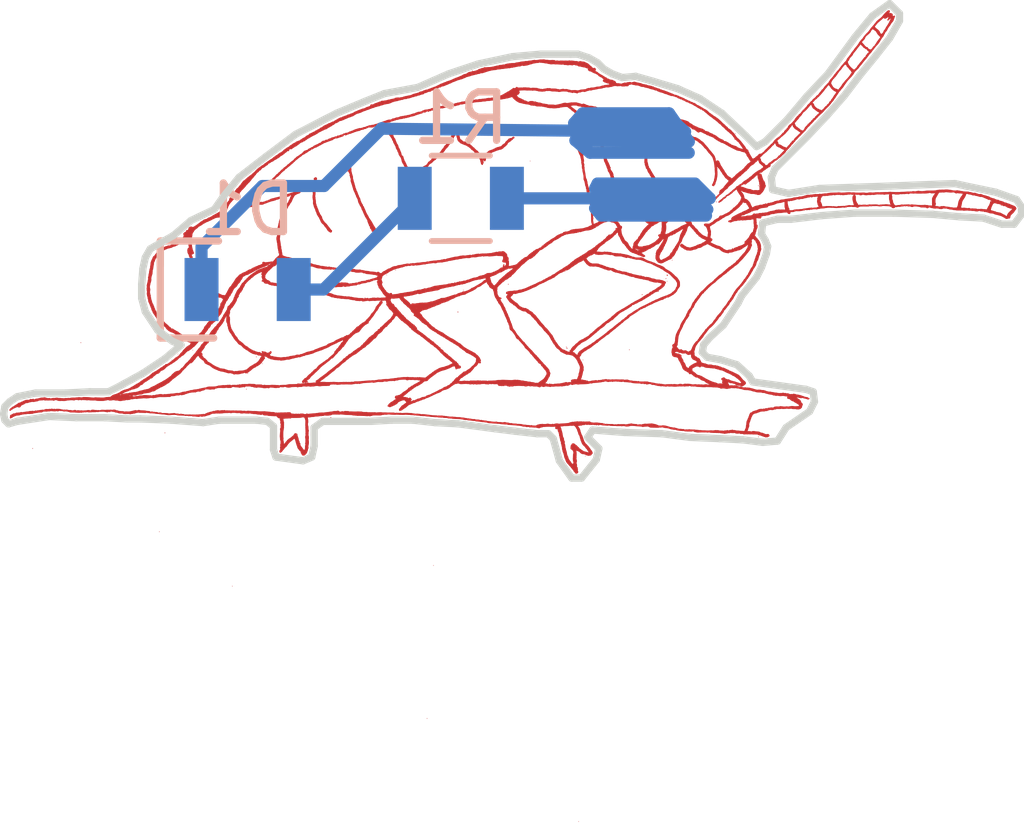
<source format=kicad_pcb>
(kicad_pcb (version 4) (host pcbnew 4.0.7)
  (layers (0 F.Cu signal) (31 B.Cu signal) (34 B.Paste user) (35 F.Paste user) (36 B.SilkS user) (37 F.SilkS user) (38 B.Mask user) (39 F.Mask user) (44 Edge.Cuts user))
  (net 0 "")
  (net 1 "Net-(D1-Pad1)")
  (net 2 "Net-(D1-Pad2)")
  (net 3 "Net-(J1-Pad2)")
  (module Resistors_SMD:R_0805 (layer B.Cu) (at 216.2048 106.68 180)
    (fp_text reference R1 (at 0 1.65 180) (layer B.SilkS) (effects (justify mirror)))
    (fp_text value R)
    (pad 1 smd rect (at -0.95 0 180) (size 0.7 1.3) (layers B.Cu B.Paste B.Mask) (net 3 "Net-(J1-Pad2)"))
    (pad 2 smd rect (at 0.95 0 180) (size 0.7 1.3) (layers B.Cu B.Paste B.Mask) (net 2 "Net-(D1-Pad2)"))
  )
  (module SillyComps:BUG_glower_sm_25mm (layer F.Cu) (at 218.3638 108.4072)
    (fp_text reference G*** hide)
    (fp_text value LOGO hide)
  )
  (module SillyComps:GlowBug_CircleRelief_Single_Side (layer F.Cu) (at 211.8106 108.5596)
    (fp_text reference D1 (at 0 -1.65) (layer B.SilkS) (effects (justify mirror)))
    (fp_text value LED hide)
    (pad 1 smd rect (at -0.95 0) (size 0.7 1.3) (layers B.Cu F.Paste B.Mask) (net 1 "Net-(D1-Pad1)"))
    (pad 2 smd rect (at 0.95 0) (size 0.7 1.3) (layers B.Cu B.Paste B.Mask) (net 2 "Net-(D1-Pad2)"))
  )
  (module SillyComps:bug_copper_relief (layer F.Cu) (at 218.3384 108.4326)
    (fp_text reference G*** hide)
    (fp_text value LOGO hide)
    (fp_poly (pts (xy 0.412045 11.2141) (xy 0.410634 11.215512) (xy 0.409223 11.2141) (xy 0.410634 11.212689) (xy 0.412045 11.2141)) (layer F.Cu) (width 0.01))
    (fp_poly (pts (xy 0.296334 11.092745) (xy 0.294923 11.094156) (xy 0.293512 11.092745) (xy 0.294923 11.091334) (xy 0.296334 11.092745)) (layer F.Cu) (width 0.01))
    (fp_poly (pts (xy -2.828807 8.967141) (xy -2.828469 8.97049) (xy -2.828807 8.970904) (xy -2.830485 8.970517) (xy -2.830688 8.969023) (xy -2.829656 8.9667) (xy -2.828807 8.967141)) (layer F.Cu) (width 0.01))
    (fp_poly (pts (xy -6.841066 6.241345) (xy -6.842477 6.242756) (xy -6.843888 6.241345) (xy -6.842477 6.239934) (xy -6.841066 6.241345)) (layer F.Cu) (width 0.01))
    (fp_poly (pts (xy -2.695222 5.815189) (xy -2.696633 5.8166) (xy -2.698044 5.815189) (xy -2.696633 5.813778) (xy -2.695222 5.815189)) (layer F.Cu) (width 0.01))
    (fp_poly (pts (xy -8.346251 5.11763) (xy -8.345914 5.120979) (xy -8.346251 5.121393) (xy -8.347929 5.121006) (xy -8.348133 5.119512) (xy -8.3471 5.117188) (xy -8.346251 5.11763)) (layer F.Cu) (width 0.01))
    (fp_poly (pts (xy 6.702322 -5.622342) (xy 6.703412 -5.620937) (xy 6.705412 -5.613557) (xy 6.704877 -5.603187) (xy 6.701997 -5.591781) (xy 6.700184 -5.587263) (xy 6.696444 -5.578506) (xy 6.693553 -5.570877) (xy 6.692938 -5.56895) (xy 6.692411 -5.565136) (xy 6.694126 -5.56309) (xy 6.698937 -5.562708) (xy 6.707697 -5.563882) (xy 6.717949 -5.565835) (xy 6.727166 -5.56751) (xy 6.732867 -5.567622) (xy 6.737049 -5.565817) (xy 6.741711 -5.561743) (xy 6.741858 -5.561602) (xy 6.748534 -5.55666) (xy 6.754837 -5.554196) (xy 6.755683 -5.554133) (xy 6.760041 -5.553682) (xy 6.76273 -5.551581) (xy 6.764205 -5.546712) (xy 6.764921 -5.537955) (xy 6.765163 -5.530807) (xy 6.76567 -5.520908) (xy 6.766494 -5.513259) (xy 6.767387 -5.509697) (xy 6.773308 -5.505584) (xy 6.782135 -5.50587) (xy 6.790591 -5.509143) (xy 6.798609 -5.512334) (xy 6.805317 -5.513499) (xy 6.806996 -5.513276) (xy 6.809769 -5.511873) (xy 6.810811 -5.509045) (xy 6.810259 -5.503355) (xy 6.808703 -5.495498) (xy 6.805734 -5.484495) (xy 6.801258 -5.47132) (xy 6.796369 -5.459115) (xy 6.79209 -5.448759) (xy 6.788931 -5.43986) (xy 6.78748 -5.4341) (xy 6.787445 -5.433549) (xy 6.785786 -5.427091) (xy 6.783301 -5.422733) (xy 6.780003 -5.416988) (xy 6.779068 -5.413546) (xy 6.777191 -5.409472) (xy 6.772169 -5.402275) (xy 6.764756 -5.392915) (xy 6.755705 -5.382351) (xy 6.747383 -5.37324) (xy 6.741428 -5.365883) (xy 6.734954 -5.356381) (xy 6.732145 -5.351699) (xy 6.724543 -5.338625) (xy 6.717204 -5.326604) (xy 6.710718 -5.316547) (xy 6.705677 -5.309361) (xy 6.702671 -5.305956) (xy 6.702308 -5.305802) (xy 6.699695 -5.303551) (xy 6.694919 -5.297569) (xy 6.688722 -5.288962) (xy 6.681851 -5.278835) (xy 6.67505 -5.268294) (xy 6.669063 -5.258444) (xy 6.664637 -5.250392) (xy 6.663787 -5.248627) (xy 6.658744 -5.237683) (xy 6.653471 -5.226274) (xy 6.651854 -5.222784) (xy 6.646199 -5.212831) (xy 6.638874 -5.202655) (xy 6.636176 -5.199501) (xy 6.629131 -5.191787) (xy 6.622679 -5.184717) (xy 6.620465 -5.182287) (xy 6.615702 -5.175998) (xy 6.610686 -5.16782) (xy 6.606485 -5.159698) (xy 6.604169 -5.153577) (xy 6.604 -5.152341) (xy 6.602418 -5.148589) (xy 6.598469 -5.142488) (xy 6.596945 -5.140427) (xy 6.592506 -5.134027) (xy 6.590057 -5.129368) (xy 6.589889 -5.128586) (xy 6.588653 -5.124801) (xy 6.585484 -5.117901) (xy 6.582834 -5.112726) (xy 6.578822 -5.104612) (xy 6.576224 -5.09827) (xy 6.57569 -5.096078) (xy 6.573824 -5.09261) (xy 6.568918 -5.086258) (xy 6.561885 -5.07817) (xy 6.558757 -5.074786) (xy 6.551139 -5.066255) (xy 6.545315 -5.058913) (xy 6.542197 -5.053944) (xy 6.541912 -5.052914) (xy 6.540296 -5.049338) (xy 6.539089 -5.048955) (xy 6.536369 -5.046791) (xy 6.536267 -5.046005) (xy 6.534776 -5.042479) (xy 6.530788 -5.035556) (xy 6.525034 -5.026472) (xy 6.522156 -5.022144) (xy 6.515875 -5.012601) (xy 6.51103 -5.004793) (xy 6.508348 -4.99991) (xy 6.508039 -4.998988) (xy 6.50648 -4.995504) (xy 6.502287 -4.988525) (xy 6.496174 -4.979099) (xy 6.488857 -4.968277) (xy 6.481049 -4.957106) (xy 6.473467 -4.946636) (xy 6.466824 -4.937915) (xy 6.4643 -4.934804) (xy 6.45702 -4.926442) (xy 6.447463 -4.915938) (xy 6.437332 -4.905153) (xy 6.434042 -4.901735) (xy 6.425141 -4.892219) (xy 6.417283 -4.883212) (xy 6.41167 -4.876116) (xy 6.41015 -4.873844) (xy 6.406277 -4.868232) (xy 6.403328 -4.865549) (xy 6.4031 -4.865511) (xy 6.400692 -4.863322) (xy 6.396008 -4.857455) (xy 6.389859 -4.848955) (xy 6.386421 -4.843947) (xy 6.378659 -4.833103) (xy 6.370692 -4.823051) (xy 6.363896 -4.815498) (xy 6.362126 -4.813828) (xy 6.35501 -4.806267) (xy 6.347652 -4.796457) (xy 6.344198 -4.790942) (xy 6.337528 -4.780416) (xy 6.329206 -4.768955) (xy 6.320157 -4.757655) (xy 6.311307 -4.74761) (xy 6.30358 -4.739916) (xy 6.297902 -4.735668) (xy 6.297276 -4.735393) (xy 6.294619 -4.732764) (xy 6.289503 -4.726386) (xy 6.282632 -4.717181) (xy 6.274714 -4.706073) (xy 6.27372 -4.704644) (xy 6.265143 -4.692492) (xy 6.256978 -4.681267) (xy 6.250142 -4.672212) (xy 6.245556 -4.66657) (xy 6.245533 -4.666544) (xy 6.239561 -4.659273) (xy 6.232536 -4.64986) (xy 6.228511 -4.64408) (xy 6.221565 -4.634834) (xy 6.21245 -4.624107) (xy 6.203245 -4.614333) (xy 6.193927 -4.604441) (xy 6.184802 -4.593715) (xy 6.177921 -4.584586) (xy 6.170335 -4.574315) (xy 6.16165 -4.563863) (xy 6.157441 -4.5593) (xy 6.15026 -4.551062) (xy 6.144218 -4.542647) (xy 6.142068 -4.538846) (xy 6.138415 -4.532408) (xy 6.132881 -4.524846) (xy 6.124823 -4.515387) (xy 6.113601 -4.503255) (xy 6.106465 -4.4958) (xy 6.099666 -4.488074) (xy 6.091013 -4.477271) (xy 6.081775 -4.465011) (xy 6.07554 -4.456288) (xy 6.067295 -4.444893) (xy 6.059348 -4.434688) (xy 6.052701 -4.426918) (xy 6.048919 -4.423232) (xy 6.040289 -4.415915) (xy 6.029452 -4.40595) (xy 6.017594 -4.394514) (xy 6.005902 -4.382784) (xy 5.995562 -4.371938) (xy 5.987762 -4.363152) (xy 5.985509 -4.360333) (xy 5.978793 -4.350507) (xy 5.971687 -4.338688) (xy 5.967545 -4.330979) (xy 5.961841 -4.320738) (xy 5.955667 -4.311334) (xy 5.951489 -4.306092) (xy 5.945367 -4.299024) (xy 5.93806 -4.289883) (xy 5.933835 -4.284285) (xy 5.926043 -4.27431) (xy 5.917379 -4.264133) (xy 5.913274 -4.259673) (xy 5.899416 -4.245133) (xy 5.885383 -4.230228) (xy 5.871957 -4.215804) (xy 5.859918 -4.202705) (xy 5.850049 -4.191777) (xy 5.843129 -4.183867) (xy 5.842 -4.182519) (xy 5.834379 -4.173291) (xy 5.826555 -4.163822) (xy 5.823656 -4.160316) (xy 5.817091 -4.151481) (xy 5.81126 -4.142203) (xy 5.810092 -4.140025) (xy 5.805176 -4.132092) (xy 5.798204 -4.122845) (xy 5.793864 -4.117796) (xy 5.787825 -4.110566) (xy 5.783783 -4.104533) (xy 5.782734 -4.101749) (xy 5.780915 -4.09759) (xy 5.776277 -4.091275) (xy 5.772861 -4.087413) (xy 5.766719 -4.080161) (xy 5.762289 -4.073586) (xy 5.761186 -4.071178) (xy 5.757466 -4.063361) (xy 5.750723 -4.052886) (xy 5.741912 -4.041097) (xy 5.731992 -4.029337) (xy 5.729217 -4.026309) (xy 5.721453 -4.017986) (xy 5.7143 -4.010294) (xy 5.710118 -4.005776) (xy 5.7053 -3.999924) (xy 5.698827 -3.99127) (xy 5.692404 -3.982128) (xy 5.681574 -3.967478) (xy 5.672097 -3.957315) (xy 5.664268 -3.95193) (xy 5.660701 -3.951111) (xy 5.657167 -3.949628) (xy 5.655813 -3.944339) (xy 5.655734 -3.941472) (xy 5.653979 -3.932537) (xy 5.647982 -3.92453) (xy 5.647267 -3.923842) (xy 5.641928 -3.918) (xy 5.638994 -3.91323) (xy 5.6388 -3.91229) (xy 5.637121 -3.90781) (xy 5.632911 -3.900868) (xy 5.627418 -3.893197) (xy 5.621886 -3.886532) (xy 5.617561 -3.882607) (xy 5.61743 -3.882532) (xy 5.613959 -3.878046) (xy 5.6134 -3.875127) (xy 5.611586 -3.870352) (xy 5.606894 -3.863351) (xy 5.602108 -3.857629) (xy 5.595545 -3.849225) (xy 5.590701 -3.840773) (xy 5.589109 -3.836185) (xy 5.585346 -3.827491) (xy 5.57926 -3.820662) (xy 5.573889 -3.815726) (xy 5.571162 -3.811862) (xy 5.571079 -3.811411) (xy 5.569282 -3.807868) (xy 5.56473 -3.801906) (xy 5.561176 -3.797848) (xy 5.555494 -3.790769) (xy 5.551929 -3.784608) (xy 5.551312 -3.782249) (xy 5.549209 -3.776587) (xy 5.543181 -3.767866) (xy 5.53365 -3.756628) (xy 5.521508 -3.743887) (xy 5.513993 -3.735519) (xy 5.505388 -3.72472) (xy 5.497707 -3.714044) (xy 5.491073 -3.704705) (xy 5.484904 -3.696911) (xy 5.480395 -3.692158) (xy 5.47994 -3.691803) (xy 5.475147 -3.686548) (xy 5.470815 -3.67903) (xy 5.470542 -3.678397) (xy 5.466163 -3.671345) (xy 5.4614 -3.668888) (xy 5.454892 -3.666348) (xy 5.448288 -3.658567) (xy 5.444057 -3.651031) (xy 5.439353 -3.6443) (xy 5.434301 -3.640039) (xy 5.429344 -3.636455) (xy 5.422867 -3.630557) (xy 5.4162 -3.623731) (xy 5.410673 -3.617366) (xy 5.407618 -3.612847) (xy 5.407378 -3.611974) (xy 5.405007 -3.61007) (xy 5.401664 -3.609622) (xy 5.396079 -3.607156) (xy 5.393444 -3.603272) (xy 5.390242 -3.598357) (xy 5.384039 -3.591111) (xy 5.376062 -3.582945) (xy 5.374404 -3.581366) (xy 5.365543 -3.572495) (xy 5.357574 -3.563588) (xy 5.352084 -3.556431) (xy 5.351705 -3.555836) (xy 5.345705 -3.547753) (xy 5.337836 -3.539113) (xy 5.33464 -3.536077) (xy 5.327821 -3.529565) (xy 5.322635 -3.523918) (xy 5.321109 -3.521845) (xy 5.316315 -3.516526) (xy 5.31389 -3.514827) (xy 5.308798 -3.511169) (xy 5.300454 -3.504247) (xy 5.289637 -3.49475) (xy 5.277125 -3.483367) (xy 5.263697 -3.470785) (xy 5.2591 -3.466394) (xy 5.250746 -3.458588) (xy 5.243862 -3.452551) (xy 5.239481 -3.449172) (xy 5.238584 -3.448755) (xy 5.235875 -3.446564) (xy 5.231979 -3.441171) (xy 5.231259 -3.439985) (xy 5.226111 -3.432714) (xy 5.218969 -3.424405) (xy 5.210998 -3.416206) (xy 5.203362 -3.409265) (xy 5.197228 -3.404731) (xy 5.194337 -3.4036) (xy 5.190346 -3.402063) (xy 5.189714 -3.400777) (xy 5.189031 -3.395511) (xy 5.189009 -3.395343) (xy 5.186677 -3.39097) (xy 5.18144 -3.384601) (xy 5.174781 -3.377792) (xy 5.168181 -3.372098) (xy 5.164586 -3.36971) (xy 5.157905 -3.365385) (xy 5.151255 -3.359916) (xy 5.146001 -3.354591) (xy 5.14351 -3.350698) (xy 5.143569 -3.349866) (xy 5.142641 -3.346739) (xy 5.138842 -3.341753) (xy 5.133654 -3.336646) (xy 5.129968 -3.333914) (xy 5.125694 -3.329999) (xy 5.121438 -3.324626) (xy 5.116085 -3.317777) (xy 5.10852 -3.309306) (xy 5.099856 -3.300322) (xy 5.091211 -3.291932) (xy 5.0837 -3.285246) (xy 5.078438 -3.281372) (xy 5.077453 -3.28092) (xy 5.072683 -3.277069) (xy 5.070349 -3.272265) (xy 5.068082 -3.267027) (xy 5.065836 -3.265311) (xy 5.063139 -3.263199) (xy 5.063067 -3.262583) (xy 5.061055 -3.259142) (xy 5.055753 -3.253168) (xy 5.048258 -3.245678) (xy 5.039668 -3.237688) (xy 5.031083 -3.230213) (xy 5.0236 -3.224271) (xy 5.018318 -3.220876) (xy 5.017716 -3.220626) (xy 5.015208 -3.217391) (xy 5.015089 -3.216363) (xy 5.013309 -3.212244) (xy 5.008934 -3.206431) (xy 5.008034 -3.205433) (xy 5.00337 -3.199648) (xy 5.001039 -3.195278) (xy 5.000978 -3.194818) (xy 4.998691 -3.191537) (xy 4.99414 -3.188696) (xy 4.988276 -3.183877) (xy 4.985619 -3.178879) (xy 4.983441 -3.173764) (xy 4.981421 -3.172177) (xy 4.978852 -3.169854) (xy 4.975069 -3.163921) (xy 4.972733 -3.15943) (xy 4.967901 -3.151283) (xy 4.962686 -3.145161) (xy 4.960487 -3.14355) (xy 4.953204 -3.138237) (xy 4.943395 -3.12866) (xy 4.931566 -3.115316) (xy 4.931147 -3.114817) (xy 4.925718 -3.109696) (xy 4.920936 -3.107292) (xy 4.920563 -3.107266) (xy 4.916808 -3.105089) (xy 4.916312 -3.103177) (xy 4.914233 -3.098989) (xy 4.909055 -3.093581) (xy 4.907139 -3.092013) (xy 4.899525 -3.08506) (xy 4.893019 -3.077399) (xy 4.892417 -3.076521) (xy 4.886764 -3.069867) (xy 4.880687 -3.065293) (xy 4.880422 -3.065168) (xy 4.875499 -3.061558) (xy 4.873978 -3.058401) (xy 4.871886 -3.05434) (xy 4.866442 -3.048189) (xy 4.858897 -3.041124) (xy 4.850503 -3.034321) (xy 4.843002 -3.029247) (xy 4.836123 -3.023811) (xy 4.831389 -3.017888) (xy 4.827975 -3.012981) (xy 4.825523 -3.011311) (xy 4.823415 -3.009031) (xy 4.823178 -3.007268) (xy 4.820828 -3.003243) (xy 4.817534 -3.001433) (xy 4.812968 -2.998737) (xy 4.811889 -2.996627) (xy 4.810062 -2.992677) (xy 4.805655 -2.987334) (xy 4.805539 -2.987217) (xy 4.799684 -2.981229) (xy 4.792331 -2.973599) (xy 4.789312 -2.970435) (xy 4.781824 -2.963382) (xy 4.774368 -2.957612) (xy 4.771713 -2.955996) (xy 4.765545 -2.950838) (xy 4.762235 -2.944937) (xy 4.76007 -2.939678) (xy 4.757999 -2.937933) (xy 4.755419 -2.935586) (xy 4.752149 -2.929774) (xy 4.751393 -2.928055) (xy 4.74724 -2.921296) (xy 4.742551 -2.918117) (xy 4.738563 -2.919225) (xy 4.737798 -2.920294) (xy 4.73723 -2.920213) (xy 4.737504 -2.918805) (xy 4.736248 -2.914435) (xy 4.732808 -2.910417) (xy 4.728608 -2.906151) (xy 4.727223 -2.903679) (xy 4.725578 -2.9004) (xy 4.72155 -2.894944) (xy 4.720873 -2.894121) (xy 4.710112 -2.881426) (xy 4.702282 -2.872672) (xy 4.696866 -2.86733) (xy 4.693347 -2.864871) (xy 4.692054 -2.864555) (xy 4.687354 -2.862411) (xy 4.6824 -2.857539) (xy 4.679422 -2.852285) (xy 4.679245 -2.851077) (xy 4.677459 -2.846608) (xy 4.672795 -2.839366) (xy 4.666292 -2.83064) (xy 4.658988 -2.821719) (xy 4.651923 -2.813895) (xy 4.646136 -2.808457) (xy 4.643602 -2.806832) (xy 4.638932 -2.803796) (xy 4.637967 -2.800965) (xy 4.636816 -2.797283) (xy 4.632587 -2.7913) (xy 4.626525 -2.784332) (xy 4.619876 -2.777695) (xy 4.613885 -2.772705) (xy 4.609797 -2.770677) (xy 4.609349 -2.770732) (xy 4.606367 -2.76954) (xy 4.605867 -2.767387) (xy 4.604023 -2.763006) (xy 4.59941 -2.756589) (xy 4.59341 -2.749684) (xy 4.587402 -2.743842) (xy 4.582768 -2.740611) (xy 4.581803 -2.740382) (xy 4.578683 -2.738153) (xy 4.574149 -2.732622) (xy 4.56935 -2.725515) (xy 4.565439 -2.718557) (xy 4.563568 -2.713475) (xy 4.563534 -2.713001) (xy 4.561809 -2.709624) (xy 4.560712 -2.709333) (xy 4.557971 -2.707218) (xy 4.557889 -2.706555) (xy 4.555947 -2.703264) (xy 4.550734 -2.697106) (xy 4.543177 -2.688992) (xy 4.534197 -2.679834) (xy 4.524721 -2.670543) (xy 4.51567 -2.662031) (xy 4.50797 -2.655208) (xy 4.502544 -2.650986) (xy 4.500618 -2.650066) (xy 4.496228 -2.647897) (xy 4.491708 -2.642829) (xy 4.486763 -2.636459) (xy 4.479638 -2.628672) (xy 4.471474 -2.620549) (xy 4.463414 -2.613173) (xy 4.456601 -2.607627) (xy 4.452177 -2.604993) (xy 4.451681 -2.604911) (xy 4.448182 -2.60271) (xy 4.447823 -2.601115) (xy 4.445614 -2.595785) (xy 4.440515 -2.591236) (xy 4.434811 -2.589243) (xy 4.432925 -2.589539) (xy 4.428066 -2.588758) (xy 4.425464 -2.585565) (xy 4.420573 -2.580161) (xy 4.416781 -2.578101) (xy 4.412203 -2.574965) (xy 4.411134 -2.572265) (xy 4.409302 -2.568637) (xy 4.407863 -2.568222) (xy 4.404313 -2.566295) (xy 4.398458 -2.5613) (xy 4.393046 -2.555868) (xy 4.384074 -2.546975) (xy 4.375807 -2.540926) (xy 4.36606 -2.536402) (xy 4.354667 -2.532676) (xy 4.344334 -2.528468) (xy 4.337405 -2.522386) (xy 4.3349 -2.518778) (xy 4.328676 -2.511439) (xy 4.321776 -2.507279) (xy 4.321295 -2.50715) (xy 4.311781 -2.503484) (xy 4.307255 -2.498008) (xy 4.306712 -2.494457) (xy 4.30425 -2.48913) (xy 4.298123 -2.483933) (xy 4.290212 -2.480022) (xy 4.282401 -2.478557) (xy 4.281014 -2.47866) (xy 4.275755 -2.478611) (xy 4.274676 -2.475951) (xy 4.274897 -2.474905) (xy 4.273708 -2.470444) (xy 4.269551 -2.468486) (xy 4.263052 -2.465422) (xy 4.255907 -2.460177) (xy 4.255147 -2.459485) (xy 4.250156 -2.453852) (xy 4.248184 -2.447907) (xy 4.24828 -2.439489) (xy 4.248378 -2.431563) (xy 4.247515 -2.426299) (xy 4.246882 -2.425352) (xy 4.245759 -2.422108) (xy 4.246093 -2.42137) (xy 4.245089 -2.418206) (xy 4.240873 -2.412646) (xy 4.23612 -2.407647) (xy 4.227404 -2.400314) (xy 4.220138 -2.397043) (xy 4.216166 -2.396691) (xy 4.207732 -2.394954) (xy 4.2026 -2.39156) (xy 4.186455 -2.377265) (xy 4.168493 -2.366726) (xy 4.167792 -2.366399) (xy 4.156848 -2.359783) (xy 4.148345 -2.351764) (xy 4.147151 -2.35015) (xy 4.140014 -2.342507) (xy 4.13256 -2.338799) (xy 4.124462 -2.335702) (xy 4.117858 -2.331359) (xy 4.112437 -2.32726) (xy 4.108746 -2.325511) (xy 4.108706 -2.325511) (xy 4.105734 -2.323629) (xy 4.099958 -2.318628) (xy 4.09247 -2.31147) (xy 4.090088 -2.309081) (xy 4.078759 -2.29795) (xy 4.070086 -2.290515) (xy 4.063047 -2.286188) (xy 4.056618 -2.284385) (xy 4.049777 -2.284518) (xy 4.047735 -2.284809) (xy 4.039102 -2.285389) (xy 4.033293 -2.283335) (xy 4.03091 -2.281372) (xy 4.024088 -2.275523) (xy 4.01931 -2.271971) (xy 4.014151 -2.266679) (xy 4.013738 -2.261671) (xy 4.016137 -2.259118) (xy 4.020505 -2.25797) (xy 4.029184 -2.256808) (xy 4.040842 -2.255778) (xy 4.053517 -2.25505) (xy 4.055983 -2.252559) (xy 4.059328 -2.246396) (xy 4.062822 -2.238303) (xy 4.065737 -2.230019) (xy 4.067342 -2.223283) (xy 4.067459 -2.221794) (xy 4.068233 -2.216832) (xy 4.069433 -2.215444) (xy 4.070964 -2.212921) (xy 4.073008 -2.206372) (xy 4.074736 -2.198989) (xy 4.077414 -2.188966) (xy 4.081722 -2.175978) (xy 4.086921 -2.162182) (xy 4.089469 -2.156017) (xy 4.094108 -2.144604) (xy 4.097574 -2.134985) (xy 4.099443 -2.128411) (xy 4.099583 -2.12632) (xy 4.100631 -2.12251) (xy 4.104516 -2.117855) (xy 4.109253 -2.114439) (xy 4.111467 -2.113844) (xy 4.113866 -2.111503) (xy 4.117263 -2.105609) (xy 4.118695 -2.102555) (xy 4.12227 -2.095685) (xy 4.125405 -2.091684) (xy 4.126293 -2.091266) (xy 4.12807 -2.088796) (xy 4.128903 -2.082774) (xy 4.128912 -2.082016) (xy 4.13034 -2.073287) (xy 4.133504 -2.06621) (xy 4.136448 -2.059527) (xy 4.136889 -2.050387) (xy 4.136465 -2.045872) (xy 4.135892 -2.036939) (xy 4.13695 -2.032997) (xy 4.138055 -2.032751) (xy 4.141181 -2.030984) (xy 4.142454 -2.027966) (xy 4.145353 -2.021366) (xy 4.147362 -2.01879) (xy 4.149201 -2.016172) (xy 4.14963 -2.012507) (xy 4.148466 -2.006628) (xy 4.145529 -1.997366) (xy 4.142827 -1.989666) (xy 4.139088 -1.981403) (xy 4.133592 -1.971636) (xy 4.130665 -1.967088) (xy 4.126007 -1.959972) (xy 4.123136 -1.955056) (xy 4.122646 -1.953683) (xy 4.122914 -1.951566) (xy 4.122158 -1.948038) (xy 4.12025 -1.942822) (xy 4.116332 -1.934566) (xy 4.111338 -1.925049) (xy 4.106204 -1.916045) (xy 4.101864 -1.909331) (xy 4.101594 -1.908967) (xy 4.09735 -1.902597) (xy 4.095136 -1.897888) (xy 4.095045 -1.897273) (xy 4.093212 -1.89409) (xy 4.08827 -1.887882) (xy 4.081056 -1.879658) (xy 4.075394 -1.87355) (xy 4.066108 -1.863739) (xy 4.057438 -1.854577) (xy 4.050668 -1.847424) (xy 4.048263 -1.844883) (xy 4.039507 -1.83666) (xy 4.030915 -1.831479) (xy 4.020559 -1.82851) (xy 4.006546 -1.826924) (xy 3.990623 -1.826684) (xy 3.977665 -1.828278) (xy 3.968527 -1.831522) (xy 3.964132 -1.836036) (xy 3.961417 -1.83865) (xy 3.955334 -1.838924) (xy 3.951543 -1.838419) (xy 3.938135 -1.838732) (xy 3.930447 -1.841451) (xy 3.923363 -1.844111) (xy 3.918307 -1.84477) (xy 3.917582 -1.84453) (xy 3.913988 -1.844487) (xy 3.913373 -1.845148) (xy 3.910132 -1.846048) (xy 3.90247 -1.846681) (xy 3.891611 -1.84698) (xy 3.881428 -1.846931) (xy 3.868707 -1.846881) (xy 3.858027 -1.847169) (xy 3.850683 -1.84774) (xy 3.8481 -1.848349) (xy 3.842886 -1.849964) (xy 3.841045 -1.849993) (xy 3.836116 -1.850665) (xy 3.828012 -1.852736) (xy 3.821995 -1.854606) (xy 3.813915 -1.857137) (xy 3.808533 -1.858515) (xy 3.807178 -1.858557) (xy 3.804761 -1.858716) (xy 3.798601 -1.860215) (xy 3.79415 -1.861495) (xy 3.786117 -1.863548) (xy 3.78042 -1.864335) (xy 3.779044 -1.864132) (xy 3.775463 -1.864631) (xy 3.771611 -1.8669) (xy 3.764618 -1.870084) (xy 3.758661 -1.871043) (xy 3.752528 -1.871892) (xy 3.749618 -1.873477) (xy 3.746265 -1.875333) (xy 3.739134 -1.877662) (xy 3.732566 -1.879313) (xy 3.723798 -1.8816) (xy 3.71753 -1.88384) (xy 3.715543 -1.885102) (xy 3.712065 -1.886606) (xy 3.70519 -1.887481) (xy 3.703046 -1.887553) (xy 3.694436 -1.888323) (xy 3.687573 -1.890019) (xy 3.686779 -1.890379) (xy 3.680218 -1.893625) (xy 3.674212 -1.896475) (xy 3.666812 -1.900914) (xy 3.659519 -1.906682) (xy 3.65161 -1.912318) (xy 3.645266 -1.91281) (xy 3.640835 -1.909436) (xy 3.639086 -1.905251) (xy 3.640666 -1.899417) (xy 3.641973 -1.896736) (xy 3.645651 -1.890914) (xy 3.648733 -1.888111) (xy 3.649016 -1.888066) (xy 3.651808 -1.885734) (xy 3.653408 -1.882292) (xy 3.656313 -1.877203) (xy 3.661934 -1.870008) (xy 3.667253 -1.864158) (xy 3.67678 -1.8525) (xy 3.686157 -1.837076) (xy 3.695848 -1.817095) (xy 3.698732 -1.810455) (xy 3.701159 -1.802418) (xy 3.703054 -1.792088) (xy 3.70352 -1.787877) (xy 3.705966 -1.773518) (xy 3.710445 -1.760369) (xy 3.71633 -1.74974) (xy 3.722995 -1.742945) (xy 3.725603 -1.74164) (xy 3.731362 -1.738716) (xy 3.7338 -1.735658) (xy 3.7338 -1.735623) (xy 3.73598 -1.733735) (xy 3.739338 -1.734221) (xy 3.746129 -1.734332) (xy 3.750981 -1.732712) (xy 3.759099 -1.727643) (xy 3.768551 -1.720658) (xy 3.778259 -1.712702) (xy 3.787148 -1.704719) (xy 3.794138 -1.697654) (xy 3.798155 -1.692452) (xy 3.798712 -1.690839) (xy 3.800783 -1.687512) (xy 3.805475 -1.683263) (xy 3.810508 -1.679966) (xy 3.812855 -1.679222) (xy 3.815527 -1.677062) (xy 3.816056 -1.67025) (xy 3.815849 -1.667564) (xy 3.817965 -1.663303) (xy 3.822442 -1.661195) (xy 3.826606 -1.659361) (xy 3.829404 -1.65548) (xy 3.831626 -1.648132) (xy 3.832796 -1.642568) (xy 3.834889 -1.634008) (xy 3.837038 -1.628496) (xy 3.838584 -1.627234) (xy 3.840941 -1.626009) (xy 3.843667 -1.621635) (xy 3.845673 -1.616416) (xy 3.845869 -1.612654) (xy 3.845642 -1.612322) (xy 3.846431 -1.60954) (xy 3.84969 -1.603493) (xy 3.854029 -1.59655) (xy 3.859081 -1.588523) (xy 3.862556 -1.582316) (xy 3.863623 -1.579615) (xy 3.8652 -1.576079) (xy 3.869154 -1.570064) (xy 3.870923 -1.567674) (xy 3.875643 -1.561824) (xy 3.878688 -1.559938) (xy 3.881744 -1.561449) (xy 3.883817 -1.563314) (xy 3.890099 -1.566845) (xy 3.894861 -1.5671) (xy 3.899253 -1.567085) (xy 3.900312 -1.568441) (xy 3.90252 -1.573269) (xy 3.907786 -1.578612) (xy 3.914072 -1.582821) (xy 3.919339 -1.584246) (xy 3.919742 -1.584169) (xy 3.92586 -1.584873) (xy 3.928889 -1.586847) (xy 3.934184 -1.589963) (xy 3.942199 -1.592587) (xy 3.944127 -1.592998) (xy 3.953187 -1.594713) (xy 3.960967 -1.596173) (xy 3.961948 -1.596355) (xy 3.968955 -1.598083) (xy 3.977821 -1.600786) (xy 3.979587 -1.601382) (xy 3.986361 -1.603187) (xy 3.990255 -1.603202) (xy 3.990623 -1.602692) (xy 3.992558 -1.60035) (xy 3.996925 -1.600925) (xy 4.001562 -1.604052) (xy 4.002074 -1.604629) (xy 4.00709 -1.607771) (xy 4.010264 -1.607878) (xy 4.015793 -1.608746) (xy 4.018559 -1.610745) (xy 4.024206 -1.613514) (xy 4.027645 -1.613406) (xy 4.032769 -1.613419) (xy 4.034572 -1.614642) (xy 4.03797 -1.615704) (xy 4.045624 -1.616207) (xy 4.056167 -1.616085) (xy 4.059974 -1.6159) (xy 4.070749 -1.615546) (xy 4.078978 -1.615781) (xy 4.083365 -1.616545) (xy 4.083756 -1.61696) (xy 4.086037 -1.619599) (xy 4.091806 -1.623472) (xy 4.095182 -1.625341) (xy 4.103555 -1.628979) (xy 4.109332 -1.629402) (xy 4.112075 -1.62837) (xy 4.117264 -1.62714) (xy 4.124101 -1.628976) (xy 4.128871 -1.631224) (xy 4.135687 -1.635261) (xy 4.139726 -1.638735) (xy 4.1402 -1.639768) (xy 4.142496 -1.64206) (xy 4.148127 -1.642373) (xy 4.155205 -1.640873) (xy 4.161607 -1.637883) (xy 4.166111 -1.635356) (xy 4.170222 -1.634911) (xy 4.175911 -1.636716) (xy 4.182443 -1.639668) (xy 4.191559 -1.644967) (xy 4.196946 -1.65029) (xy 4.197732 -1.652031) (xy 4.19964 -1.655956) (xy 4.202489 -1.654751) (xy 4.202524 -1.654716) (xy 4.207014 -1.653217) (xy 4.215004 -1.65277) (xy 4.22447 -1.653249) (xy 4.233393 -1.654526) (xy 4.23975 -1.656475) (xy 4.240793 -1.657122) (xy 4.245692 -1.659193) (xy 4.253121 -1.660727) (xy 4.253493 -1.660772) (xy 4.265316 -1.662372) (xy 4.275222 -1.664362) (xy 4.285872 -1.667354) (xy 4.295183 -1.670369) (xy 4.304919 -1.673442) (xy 4.312773 -1.675615) (xy 4.31691 -1.6764) (xy 4.321242 -1.678187) (xy 4.327171 -1.682578) (xy 4.328145 -1.683455) (xy 4.332964 -1.68785) (xy 4.33653 -1.690129) (xy 4.341004 -1.691079) (xy 4.348549 -1.691483) (xy 4.350456 -1.691561) (xy 4.359769 -1.692889) (xy 4.367884 -1.695532) (xy 4.3688 -1.696007) (xy 4.375495 -1.698336) (xy 4.385307 -1.700144) (xy 4.392789 -1.700835) (xy 4.406729 -1.701695) (xy 4.416414 -1.702788) (xy 4.423232 -1.704383) (xy 4.428573 -1.706749) (xy 4.431003 -1.708226) (xy 4.44078 -1.713315) (xy 4.453504 -1.717614) (xy 4.469773 -1.721244) (xy 4.490188 -1.724326) (xy 4.515345 -1.72698) (xy 4.529751 -1.728174) (xy 4.539176 -1.729555) (xy 4.54721 -1.731812) (xy 4.54901 -1.732623) (xy 4.555165 -1.734594) (xy 4.564751 -1.736278) (xy 4.574326 -1.737207) (xy 4.592815 -1.738771) (xy 4.606395 -1.740954) (xy 4.614755 -1.743699) (xy 4.616199 -1.744625) (xy 4.620119 -1.745446) (xy 4.621309 -1.744262) (xy 4.624777 -1.742797) (xy 4.62887 -1.744361) (xy 4.634717 -1.746186) (xy 4.64394 -1.747747) (xy 4.651983 -1.748516) (xy 4.667991 -1.74973) (xy 4.679462 -1.751154) (xy 4.687504 -1.752968) (xy 4.692892 -1.755173) (xy 4.699362 -1.756913) (xy 4.703165 -1.756469) (xy 4.708571 -1.756958) (xy 4.71113 -1.759046) (xy 4.715875 -1.762054) (xy 4.723787 -1.764489) (xy 4.727223 -1.765086) (xy 4.736544 -1.766346) (xy 4.744462 -1.767426) (xy 4.746252 -1.767673) (xy 4.752076 -1.769132) (xy 4.754459 -1.770429) (xy 4.757879 -1.770544) (xy 4.760015 -1.769254) (xy 4.764894 -1.767664) (xy 4.772873 -1.769236) (xy 4.773729 -1.769513) (xy 4.783123 -1.77162) (xy 4.794058 -1.77276) (xy 4.796851 -1.772826) (xy 4.806597 -1.773512) (xy 4.815183 -1.775229) (xy 4.817263 -1.775964) (xy 4.823619 -1.778359) (xy 4.827412 -1.779318) (xy 4.831746 -1.780474) (xy 4.8386 -1.783012) (xy 4.839496 -1.78338) (xy 4.846038 -1.785521) (xy 4.850089 -1.785789) (xy 4.85037 -1.785615) (xy 4.853895 -1.785312) (xy 4.859089 -1.786707) (xy 4.866685 -1.787863) (xy 4.869642 -1.786551) (xy 4.873493 -1.784875) (xy 4.874681 -1.785287) (xy 4.878019 -1.786459) (xy 4.885162 -1.788076) (xy 4.894324 -1.789807) (xy 4.903719 -1.791325) (xy 4.911562 -1.792299) (xy 4.913489 -1.792444) (xy 4.922494 -1.793824) (xy 4.932479 -1.796609) (xy 4.941045 -1.800032) (xy 4.945061 -1.802528) (xy 4.949806 -1.805257) (xy 4.952406 -1.805178) (xy 4.956261 -1.805235) (xy 4.963541 -1.807042) (xy 4.970223 -1.809314) (xy 4.979638 -1.812631) (xy 4.98763 -1.815058) (xy 4.9911 -1.815838) (xy 4.998578 -1.81739) (xy 5.00295 -1.818625) (xy 5.010701 -1.820303) (xy 5.020254 -1.821308) (xy 5.029594 -1.821557) (xy 5.036708 -1.820969) (xy 5.039198 -1.82009) (xy 5.043212 -1.819526) (xy 5.051129 -1.820139) (xy 5.061363 -1.821792) (xy 5.063187 -1.82216) (xy 5.075343 -1.824172) (xy 5.087097 -1.82527) (xy 5.095934 -1.825221) (xy 5.096032 -1.82521) (xy 5.103976 -1.824962) (xy 5.10953 -1.825939) (xy 5.110438 -1.8265) (xy 5.112074 -1.827758) (xy 5.114763 -1.828765) (xy 5.119487 -1.829685) (xy 5.127231 -1.83068) (xy 5.138978 -1.831914) (xy 5.149145 -1.832913) (xy 5.160999 -1.834317) (xy 5.172227 -1.836067) (xy 5.179537 -1.837583) (xy 5.188038 -1.838939) (xy 5.194139 -1.837393) (xy 5.196192 -1.836119) (xy 5.201094 -1.833553) (xy 5.206178 -1.833836) (xy 5.211661 -1.835852) (xy 5.217775 -1.837891) (xy 5.220975 -1.837952) (xy 5.221112 -1.837644) (xy 5.223581 -1.836343) (xy 5.229779 -1.835988) (xy 5.237885 -1.836477) (xy 5.246083 -1.837706) (xy 5.252156 -1.839407) (xy 5.261452 -1.841825) (xy 5.271322 -1.842431) (xy 5.279882 -1.841311) (xy 5.285249 -1.838552) (xy 5.28575 -1.837853) (xy 5.287838 -1.835209) (xy 5.290901 -1.835056) (xy 5.296578 -1.837549) (xy 5.299699 -1.83919) (xy 5.308915 -1.843108) (xy 5.316914 -1.84369) (xy 5.320878 -1.843006) (xy 5.32951 -1.842214) (xy 5.333823 -1.843863) (xy 5.33841 -1.84594) (xy 5.347028 -1.847946) (xy 5.358066 -1.849644) (xy 5.369911 -1.850798) (xy 5.380954 -1.851174) (xy 5.383389 -1.851119) (xy 5.400106 -1.850957) (xy 5.414295 -1.851722) (xy 5.425046 -1.853311) (xy 5.431452 -1.85562) (xy 5.432587 -1.856712) (xy 5.436724 -1.858633) (xy 5.444554 -1.858657) (xy 5.445313 -1.858566) (xy 5.453973 -1.85845) (xy 5.461143 -1.859966) (xy 5.461873 -1.860311) (xy 5.466773 -1.861558) (xy 5.476073 -1.86277) (xy 5.488527 -1.863823) (xy 5.502891 -1.864592) (xy 5.505978 -1.864705) (xy 5.536017 -1.865802) (xy 5.564523 -1.867028) (xy 5.58993 -1.868314) (xy 5.603523 -1.869114) (xy 5.611527 -1.86904) (xy 5.617259 -1.867963) (xy 5.61804 -1.86756) (xy 5.622516 -1.867321) (xy 5.625096 -1.868943) (xy 5.629946 -1.870719) (xy 5.639035 -1.871732) (xy 5.651018 -1.872042) (xy 5.66455 -1.871706) (xy 5.678287 -1.870782) (xy 5.690881 -1.869329) (xy 5.70099 -1.867404) (xy 5.706669 -1.865416) (xy 5.712544 -1.863896) (xy 5.715764 -1.864615) (xy 5.720045 -1.865684) (xy 5.728411 -1.8666) (xy 5.739307 -1.867208) (xy 5.743223 -1.867317) (xy 5.757091 -1.867781) (xy 5.771341 -1.868549) (xy 5.783119 -1.869462) (xy 5.784145 -1.869565) (xy 5.804167 -1.87135) (xy 5.824902 -1.872678) (xy 5.845443 -1.873543) (xy 5.864882 -1.873936) (xy 5.882313 -1.873849) (xy 5.896828 -1.873276) (xy 5.907521 -1.872207) (xy 5.913425 -1.870668) (xy 5.919884 -1.869214) (xy 5.92336 -1.86982) (xy 5.928465 -1.870797) (xy 5.937272 -1.871445) (xy 5.948358 -1.871772) (xy 5.960299 -1.871786) (xy 5.971671 -1.871497) (xy 5.981052 -1.870913) (xy 5.987016 -1.870041) (xy 5.988333 -1.869431) (xy 5.989824 -1.868262) (xy 5.992835 -1.867332) (xy 5.998002 -1.866601) (xy 6.005957 -1.86603) (xy 6.017335 -1.86558) (xy 6.032772 -1.865212) (xy 6.0529 -1.864888) (xy 6.064956 -1.86473) (xy 6.082808 -1.864637) (xy 6.099851 -1.864783) (xy 6.114823 -1.865142) (xy 6.126463 -1.865683) (xy 6.132689 -1.866252) (xy 6.148675 -1.86776) (xy 6.165309 -1.868101) (xy 6.180773 -1.867326) (xy 6.193248 -1.865486) (xy 6.197097 -1.864429) (xy 6.205654 -1.862735) (xy 6.217739 -1.861799) (xy 6.231522 -1.8616) (xy 6.245176 -1.862116) (xy 6.256874 -1.863327) (xy 6.264772 -1.865204) (xy 6.274782 -1.868442) (xy 6.285604 -1.870664) (xy 6.295345 -1.871606) (xy 6.302113 -1.871) (xy 6.30309 -1.870592) (xy 6.309683 -1.869687) (xy 6.312569 -1.870672) (xy 6.319459 -1.871699) (xy 6.330224 -1.87) (xy 6.331109 -1.869777) (xy 6.343741 -1.867509) (xy 6.357217 -1.867356) (xy 6.373639 -1.869308) (xy 6.3754 -1.869598) (xy 6.384486 -1.870617) (xy 6.395439 -1.871188) (xy 6.399149 -1.871234) (xy 6.40788 -1.871711) (xy 6.414364 -1.872944) (xy 6.416089 -1.873762) (xy 6.420821 -1.874838) (xy 6.429337 -1.874253) (xy 6.433263 -1.873592) (xy 6.446935 -1.872312) (xy 6.457803 -1.874229) (xy 6.466814 -1.876146) (xy 6.47447 -1.874931) (xy 6.476683 -1.874087) (xy 6.48345 -1.872203) (xy 6.488166 -1.872472) (xy 6.488267 -1.87253) (xy 6.491927 -1.873158) (xy 6.50034 -1.873795) (xy 6.512615 -1.874399) (xy 6.527861 -1.874928) (xy 6.545187 -1.87534) (xy 6.549821 -1.875421) (xy 6.56876 -1.875802) (xy 6.587002 -1.8763) (xy 6.603341 -1.876873) (xy 6.616571 -1.877478) (xy 6.625487 -1.878073) (xy 6.626113 -1.878132) (xy 6.638435 -1.87871) (xy 6.646139 -1.877623) (xy 6.647805 -1.876728) (xy 6.65329 -1.875092) (xy 6.656988 -1.876438) (xy 6.661937 -1.877769) (xy 6.671092 -1.879109) (xy 6.683017 -1.880278) (xy 6.692816 -1.880929) (xy 6.705476 -1.881723) (xy 6.716047 -1.882613) (xy 6.723255 -1.883479) (xy 6.725726 -1.884062) (xy 6.728049 -1.883519) (xy 6.728178 -1.882671) (xy 6.730822 -1.881127) (xy 6.738086 -1.880239) (xy 6.747228 -1.880103) (xy 6.757542 -1.880085) (xy 6.771656 -1.87979) (xy 6.787732 -1.879267) (xy 6.803935 -1.878566) (xy 6.804378 -1.878544) (xy 6.820402 -1.87774) (xy 6.831896 -1.877188) (xy 6.83997 -1.876885) (xy 6.845733 -1.876831) (xy 6.850294 -1.877024) (xy 6.854764 -1.877463) (xy 6.86025 -1.878147) (xy 6.862925 -1.878482) (xy 6.873335 -1.879071) (xy 6.880157 -1.877988) (xy 6.881364 -1.877296) (xy 6.886885 -1.875906) (xy 6.889129 -1.876829) (xy 6.894269 -1.878056) (xy 6.902509 -1.878215) (xy 6.906673 -1.877887) (xy 6.914459 -1.877452) (xy 6.919299 -1.878011) (xy 6.920088 -1.878702) (xy 6.922861 -1.880034) (xy 6.931003 -1.881048) (xy 6.944246 -1.881722) (xy 6.962324 -1.882035) (xy 6.962423 -1.882036) (xy 6.977406 -1.882273) (xy 6.99433 -1.882776) (xy 7.011883 -1.883482) (xy 7.028757 -1.884326) (xy 7.043643 -1.885243) (xy 7.055231 -1.886171) (xy 7.0612 -1.88687) (xy 7.070932 -1.888117) (xy 7.080974 -1.888722) (xy 7.093082 -1.888735) (xy 7.109008 -1.888201) (xy 7.109532 -1.888179) (xy 7.119475 -1.88834) (xy 7.127859 -1.889495) (xy 7.131289 -1.890639) (xy 7.138229 -1.892363) (xy 7.148329 -1.891269) (xy 7.150046 -1.890901) (xy 7.159126 -1.889424) (xy 7.165325 -1.890185) (xy 7.169578 -1.892377) (xy 7.174159 -1.894516) (xy 7.180477 -1.895553) (xy 7.189887 -1.895595) (xy 7.201268 -1.894936) (xy 7.212565 -1.894112) (xy 7.221555 -1.893435) (xy 7.226879 -1.89301) (xy 7.227712 -1.892929) (xy 7.233511 -1.892998) (xy 7.243006 -1.893989) (xy 7.254377 -1.895621) (xy 7.265805 -1.897609) (xy 7.275471 -1.899674) (xy 7.280518 -1.901119) (xy 7.294624 -1.90399) (xy 7.303096 -1.903554) (xy 7.313567 -1.901965) (xy 7.324446 -1.900593) (xy 7.325078 -1.900525) (xy 7.333881 -1.899525) (xy 7.345564 -1.898118) (xy 7.356123 -1.896794) (xy 7.377311 -1.895741) (xy 7.3914 -1.897258) (xy 7.403906 -1.899163) (xy 7.417395 -1.900487) (xy 7.422445 -1.900753) (xy 7.434231 -1.901668) (xy 7.446171 -1.9034) (xy 7.450667 -1.904344) (xy 7.45843 -1.905556) (xy 7.470247 -1.906589) (xy 7.484526 -1.907336) (xy 7.499679 -1.907689) (xy 7.500056 -1.907692) (xy 7.514515 -1.907797) (xy 7.527463 -1.907896) (xy 7.537567 -1.907977) (xy 7.543492 -1.90803) (xy 7.5438 -1.908033) (xy 7.549775 -1.908062) (xy 7.559624 -1.90807) (xy 7.571576 -1.908056) (xy 7.576256 -1.908045) (xy 7.588775 -1.908156) (xy 7.600087 -1.908509) (xy 7.608307 -1.909038) (xy 7.610123 -1.909254) (xy 7.616943 -1.910038) (xy 7.627388 -1.910962) (xy 7.639444 -1.911854) (xy 7.642113 -1.912028) (xy 7.653842 -1.913124) (xy 7.663994 -1.914697) (xy 7.670769 -1.916451) (xy 7.671746 -1.916896) (xy 7.678606 -1.919312) (xy 7.687581 -1.920896) (xy 7.689145 -1.921028) (xy 7.697243 -1.921744) (xy 7.708803 -1.922976) (xy 7.721693 -1.924494) (xy 7.725416 -1.92496) (xy 7.740063 -1.926442) (xy 7.74936 -1.926483) (xy 7.753242 -1.925287) (xy 7.758464 -1.923911) (xy 7.764344 -1.925321) (xy 7.770833 -1.926439) (xy 7.781662 -1.92705) (xy 7.795546 -1.92711) (xy 7.806368 -1.9268) (xy 7.819412 -1.926418) (xy 7.830115 -1.926406) (xy 7.837385 -1.926744) (xy 7.840132 -1.927412) (xy 7.840134 -1.92743) (xy 7.84274 -1.929012) (xy 7.849725 -1.930152) (xy 7.859841 -1.930842) (xy 7.87184 -1.931073) (xy 7.884473 -1.930836) (xy 7.896492 -1.930123) (xy 7.906649 -1.928925) (xy 7.911496 -1.927926) (xy 7.920005 -1.926331) (xy 7.931902 -1.924926) (xy 7.944929 -1.923965) (xy 7.947927 -1.92383) (xy 7.959491 -1.923056) (xy 7.969098 -1.921812) (xy 7.97519 -1.92032) (xy 7.976236 -1.919754) (xy 7.981085 -1.917841) (xy 7.989328 -1.916395) (xy 7.994887 -1.915945) (xy 8.003531 -1.915138) (xy 8.0096 -1.913804) (xy 8.011265 -1.91284) (xy 8.014829 -1.911502) (xy 8.017567 -1.911939) (xy 8.022641 -1.912355) (xy 8.031446 -1.91201) (xy 8.042133 -1.910981) (xy 8.042779 -1.910901) (xy 8.059908 -1.909728) (xy 8.075666 -1.911084) (xy 8.081862 -1.912245) (xy 8.091557 -1.914053) (xy 8.098969 -1.915026) (xy 8.102472 -1.914957) (xy 8.105364 -1.91381) (xy 8.111125 -1.912411) (xy 8.120632 -1.910576) (xy 8.134758 -1.908122) (xy 8.136467 -1.907834) (xy 8.148361 -1.905725) (xy 8.160035 -1.903482) (xy 8.166846 -1.902052) (xy 8.177067 -1.900293) (xy 8.186961 -1.899388) (xy 8.18862 -1.899355) (xy 8.19741 -1.898408) (xy 8.207842 -1.89603) (xy 8.21142 -1.894921) (xy 8.2198 -1.89258) (xy 8.226266 -1.891666) (xy 8.228105 -1.891877) (xy 8.232979 -1.892165) (xy 8.240728 -1.891191) (xy 8.243375 -1.89065) (xy 8.25057 -1.889595) (xy 8.26194 -1.888578) (xy 8.276014 -1.887704) (xy 8.291324 -1.887079) (xy 8.293817 -1.887008) (xy 8.310595 -1.886511) (xy 8.322914 -1.885942) (xy 8.331959 -1.885149) (xy 8.338916 -1.883978) (xy 8.34497 -1.882279) (xy 8.351305 -1.879897) (xy 8.352367 -1.879466) (xy 8.361148 -1.877256) (xy 8.370958 -1.87659) (xy 8.371561 -1.876619) (xy 8.379656 -1.876182) (xy 8.385694 -1.874319) (xy 8.386327 -1.873878) (xy 8.391718 -1.871299) (xy 8.399686 -1.86934) (xy 8.401 -1.869149) (xy 8.411041 -1.866965) (xy 8.420562 -1.863599) (xy 8.420784 -1.863497) (xy 8.432029 -1.860675) (xy 8.437718 -1.861366) (xy 8.454729 -1.863279) (xy 8.47361 -1.860408) (xy 8.490504 -1.854269) (xy 8.50068 -1.850008) (xy 8.509648 -1.846948) (xy 8.515513 -1.845734) (xy 8.515623 -1.845733) (xy 8.522234 -1.844511) (xy 8.530732 -1.841467) (xy 8.533175 -1.840348) (xy 8.540349 -1.837321) (xy 8.545323 -1.836067) (xy 8.546251 -1.836202) (xy 8.549841 -1.836824) (xy 8.557576 -1.837365) (xy 8.567954 -1.837731) (xy 8.570802 -1.837783) (xy 8.585322 -1.837467) (xy 8.595111 -1.835929) (xy 8.599858 -1.83389) (xy 8.606871 -1.830252) (xy 8.615864 -1.826682) (xy 8.617656 -1.826091) (xy 8.626335 -1.822929) (xy 8.633528 -1.819616) (xy 8.634637 -1.818973) (xy 8.64015 -1.816779) (xy 8.649358 -1.814317) (xy 8.660365 -1.812087) (xy 8.661448 -1.811903) (xy 8.671991 -1.809992) (xy 8.680414 -1.808182) (xy 8.685108 -1.806822) (xy 8.685389 -1.80668) (xy 8.690487 -1.804782) (xy 8.693364 -1.804172) (xy 8.69996 -1.80217) (xy 8.704653 -1.799993) (xy 8.709545 -1.797554) (xy 8.714673 -1.795852) (xy 8.721957 -1.794367) (xy 8.730545 -1.793) (xy 8.739218 -1.790994) (xy 8.746178 -1.788239) (xy 8.747097 -1.787678) (xy 8.752898 -1.785391) (xy 8.756269 -1.78557) (xy 8.759677 -1.784822) (xy 8.760178 -1.78288) (xy 8.762549 -1.777269) (xy 8.768124 -1.772675) (xy 8.772032 -1.771341) (xy 8.7778 -1.769368) (xy 8.779228 -1.768581) (xy 8.782343 -1.767463) (xy 8.782756 -1.767932) (xy 8.78496 -1.768119) (xy 8.790382 -1.766444) (xy 8.797235 -1.763656) (xy 8.803733 -1.760505) (xy 8.808088 -1.757739) (xy 8.808759 -1.757027) (xy 8.812145 -1.754088) (xy 8.812992 -1.753873) (xy 8.817018 -1.753371) (xy 8.82511 -1.752201) (xy 8.835758 -1.750589) (xy 8.847455 -1.748761) (xy 8.8519 -1.74805) (xy 8.859661 -1.745601) (xy 8.868612 -1.741169) (xy 8.871056 -1.739655) (xy 8.882858 -1.733026) (xy 8.896712 -1.726971) (xy 8.911044 -1.722007) (xy 8.924279 -1.718653) (xy 8.934843 -1.717426) (xy 8.937949 -1.717645) (xy 8.945592 -1.718274) (xy 8.950038 -1.716553) (xy 8.952542 -1.713413) (xy 8.957167 -1.708795) (xy 8.961 -1.707444) (xy 8.9656 -1.706002) (xy 8.966673 -1.704615) (xy 8.969702 -1.70274) (xy 8.976861 -1.700351) (xy 8.986719 -1.697909) (xy 8.988781 -1.697477) (xy 9.001388 -1.694905) (xy 9.009545 -1.693187) (xy 9.01433 -1.692041) (xy 9.016821 -1.691186) (xy 9.018098 -1.690342) (xy 9.0188 -1.689652) (xy 9.023014 -1.687982) (xy 9.026111 -1.687688) (xy 9.031045 -1.686534) (xy 9.038929 -1.683525) (xy 9.048356 -1.679342) (xy 9.05792 -1.674669) (xy 9.066212 -1.670187) (xy 9.071826 -1.666578) (xy 9.073445 -1.664752) (xy 9.075985 -1.663352) (xy 9.082485 -1.66246) (xy 9.087685 -1.662289) (xy 9.104208 -1.659864) (xy 9.115179 -1.655233) (xy 9.123614 -1.651203) (xy 9.130623 -1.648649) (xy 9.133228 -1.648177) (xy 9.138343 -1.646706) (xy 9.139767 -1.645355) (xy 9.143671 -1.643142) (xy 9.148166 -1.642533) (xy 9.156473 -1.640975) (xy 9.169176 -1.636378) (xy 9.18599 -1.628852) (xy 9.198579 -1.622651) (xy 9.208718 -1.617966) (xy 9.218235 -1.614314) (xy 9.223886 -1.612748) (xy 9.232579 -1.610096) (xy 9.24137 -1.605841) (xy 9.241607 -1.605696) (xy 9.248982 -1.601981) (xy 9.255249 -1.600169) (xy 9.255811 -1.600137) (xy 9.261764 -1.598413) (xy 9.268178 -1.594555) (xy 9.275216 -1.590552) (xy 9.281511 -1.588973) (xy 9.287981 -1.586177) (xy 9.292167 -1.580444) (xy 9.29573 -1.574711) (xy 9.298585 -1.572008) (xy 9.298794 -1.571977) (xy 9.30156 -1.569822) (xy 9.305921 -1.564384) (xy 9.30798 -1.561381) (xy 9.312938 -1.55025) (xy 9.312982 -1.539004) (xy 9.307978 -1.527082) (xy 9.297792 -1.513928) (xy 9.296251 -1.512278) (xy 9.28939 -1.504726) (xy 9.284408 -1.498634) (xy 9.282303 -1.495229) (xy 9.282289 -1.495104) (xy 9.280491 -1.490321) (xy 9.275717 -1.482672) (xy 9.268901 -1.473363) (xy 9.260976 -1.463599) (xy 9.252874 -1.454587) (xy 9.245529 -1.447533) (xy 9.245423 -1.447443) (xy 9.227542 -1.431769) (xy 9.213867 -1.418486) (xy 9.203876 -1.406904) (xy 9.197044 -1.396332) (xy 9.192849 -1.38608) (xy 9.190767 -1.375459) (xy 9.190754 -1.37533) (xy 9.188941 -1.36524) (xy 9.186005 -1.354618) (xy 9.185532 -1.353255) (xy 9.182595 -1.346208) (xy 9.179167 -1.342923) (xy 9.17314 -1.34194) (xy 9.169081 -1.34186) (xy 9.159983 -1.341258) (xy 9.149533 -1.339403) (xy 9.136318 -1.335996) (xy 9.123674 -1.33222) (xy 9.115199 -1.331631) (xy 9.110974 -1.333706) (xy 9.103935 -1.336931) (xy 9.099462 -1.337643) (xy 9.093707 -1.339429) (xy 9.091339 -1.342122) (xy 9.087923 -1.34586) (xy 9.081193 -1.350313) (xy 9.077317 -1.35231) (xy 9.070129 -1.356077) (xy 9.065682 -1.359155) (xy 9.064978 -1.36017) (xy 9.062544 -1.362162) (xy 9.056399 -1.364795) (xy 9.052984 -1.365936) (xy 9.044532 -1.369302) (xy 9.03797 -1.373217) (xy 9.036679 -1.37439) (xy 9.030665 -1.378689) (xy 9.024613 -1.381085) (xy 9.016547 -1.384658) (xy 9.011241 -1.388648) (xy 9.00404 -1.392816) (xy 8.999019 -1.392605) (xy 8.991152 -1.393272) (xy 8.987432 -1.395927) (xy 8.98016 -1.399732) (xy 8.968869 -1.400907) (xy 8.960266 -1.401344) (xy 8.955756 -1.40302) (xy 8.95386 -1.406358) (xy 8.95139 -1.410232) (xy 8.946019 -1.410195) (xy 8.945552 -1.410082) (xy 8.938808 -1.41006) (xy 8.928992 -1.412024) (xy 8.922096 -1.414142) (xy 8.910367 -1.417612) (xy 8.898185 -1.420259) (xy 8.891731 -1.421153) (xy 8.883001 -1.422628) (xy 8.876506 -1.424983) (xy 8.874798 -1.426283) (xy 8.869772 -1.429857) (xy 8.864092 -1.431943) (xy 8.856815 -1.434765) (xy 8.852427 -1.437799) (xy 8.846091 -1.440623) (xy 8.840618 -1.440503) (xy 8.832572 -1.440838) (xy 8.826884 -1.443033) (xy 8.819883 -1.445579) (xy 8.811277 -1.446312) (xy 8.810978 -1.446294) (xy 8.799728 -1.446303) (xy 8.786488 -1.447456) (xy 8.772935 -1.449475) (xy 8.760745 -1.452083) (xy 8.751594 -1.455001) (xy 8.748454 -1.456647) (xy 8.741451 -1.460397) (xy 8.735407 -1.461911) (xy 8.729598 -1.463022) (xy 8.721242 -1.465837) (xy 8.71706 -1.467569) (xy 8.708693 -1.470554) (xy 8.701887 -1.471744) (xy 8.699732 -1.471487) (xy 8.693929 -1.471473) (xy 8.691697 -1.47265) (xy 8.68706 -1.474263) (xy 8.678914 -1.475286) (xy 8.672682 -1.475483) (xy 8.661481 -1.475494) (xy 8.654773 -1.475809) (xy 8.65141 -1.476665) (xy 8.650241 -1.478297) (xy 8.650112 -1.480115) (xy 8.647819 -1.485457) (xy 8.641277 -1.487638) (xy 8.63099 -1.48654) (xy 8.627031 -1.485489) (xy 8.616617 -1.483548) (xy 8.608229 -1.484118) (xy 8.603114 -1.486983) (xy 8.602134 -1.489834) (xy 8.599581 -1.490856) (xy 8.592936 -1.491191) (xy 8.585013 -1.490853) (xy 8.57546 -1.490311) (xy 8.570088 -1.490769) (xy 8.567472 -1.492581) (xy 8.566339 -1.495485) (xy 8.56347 -1.500047) (xy 8.557805 -1.501032) (xy 8.548784 -1.498417) (xy 8.540089 -1.494389) (xy 8.531675 -1.49065) (xy 8.523505 -1.488539) (xy 8.513466 -1.48767) (xy 8.503098 -1.487603) (xy 8.489875 -1.488283) (xy 8.476701 -1.489845) (xy 8.466256 -1.491961) (xy 8.465566 -1.49216) (xy 8.454676 -1.494401) (xy 8.440488 -1.495901) (xy 8.425745 -1.496412) (xy 8.414135 -1.49657) (xy 8.40462 -1.497043) (xy 8.398653 -1.497743) (xy 8.397523 -1.498103) (xy 8.394513 -1.499554) (xy 8.390326 -1.500531) (xy 8.383932 -1.501115) (xy 8.3743 -1.501384) (xy 8.3604 -1.501417) (xy 8.354621 -1.501389) (xy 8.338528 -1.501623) (xy 8.326406 -1.502497) (xy 8.318962 -1.503951) (xy 8.317641 -1.504555) (xy 8.311276 -1.506483) (xy 8.303654 -1.504903) (xy 8.293408 -1.50332) (xy 8.285273 -1.5041) (xy 8.276926 -1.504891) (xy 8.270658 -1.503586) (xy 8.270645 -1.503579) (xy 8.264419 -1.502009) (xy 8.257053 -1.502137) (xy 8.247687 -1.502415) (xy 8.239254 -1.501371) (xy 8.227195 -1.501313) (xy 8.216431 -1.504167) (xy 8.207546 -1.50664) (xy 8.200202 -1.507554) (xy 8.197651 -1.507244) (xy 8.193109 -1.506615) (xy 8.183794 -1.506285) (xy 8.169533 -1.506253) (xy 8.150151 -1.506521) (xy 8.125473 -1.50709) (xy 8.096956 -1.507911) (xy 8.086945 -1.508525) (xy 8.079024 -1.509566) (xy 8.075228 -1.510672) (xy 8.07106 -1.511704) (xy 8.062695 -1.512648) (xy 8.051579 -1.513364) (xy 8.045195 -1.513599) (xy 8.032713 -1.514272) (xy 8.022498 -1.515442) (xy 8.015938 -1.516929) (xy 8.014581 -1.517624) (xy 8.009144 -1.519868) (xy 7.999014 -1.521902) (xy 7.985143 -1.523591) (xy 7.968483 -1.524797) (xy 7.9629 -1.525051) (xy 7.943258 -1.527834) (xy 7.923964 -1.534073) (xy 7.920052 -1.53586) (xy 7.913515 -1.537583) (xy 7.909556 -1.537197) (xy 7.904087 -1.537218) (xy 7.897573 -1.539499) (xy 7.891472 -1.54188) (xy 7.887588 -1.542021) (xy 7.884779 -1.542907) (xy 7.883556 -1.544987) (xy 7.879671 -1.548626) (xy 7.873975 -1.549098) (xy 7.869535 -1.546202) (xy 7.866069 -1.544558) (xy 7.858195 -1.544315) (xy 7.847496 -1.545202) (xy 7.831235 -1.546728) (xy 7.819248 -1.547117) (xy 7.810261 -1.546273) (xy 7.802999 -1.544101) (xy 7.7978 -1.541474) (xy 7.789265 -1.537862) (xy 7.779188 -1.535412) (xy 7.770182 -1.534657) (xy 7.766756 -1.535121) (xy 7.763438 -1.535507) (xy 7.75605 -1.536139) (xy 7.746154 -1.536886) (xy 7.745589 -1.536926) (xy 7.733781 -1.538401) (xy 7.722664 -1.540852) (xy 7.715477 -1.543397) (xy 7.70661 -1.546525) (xy 7.700843 -1.546073) (xy 7.695333 -1.545259) (xy 7.686765 -1.54637) (xy 7.684031 -1.547032) (xy 7.674791 -1.548809) (xy 7.666155 -1.548438) (xy 7.656332 -1.546168) (xy 7.646735 -1.543865) (xy 7.640353 -1.543533) (xy 7.635131 -1.545124) (xy 7.634112 -1.545634) (xy 7.626899 -1.547922) (xy 7.617293 -1.549238) (xy 7.613886 -1.549358) (xy 7.605913 -1.549859) (xy 7.600722 -1.551081) (xy 7.599774 -1.551842) (xy 7.596718 -1.553202) (xy 7.589435 -1.554645) (xy 7.579332 -1.555912) (xy 7.576256 -1.556194) (xy 7.562504 -1.55784) (xy 7.552492 -1.560372) (xy 7.544327 -1.564308) (xy 7.542672 -1.56536) (xy 7.535297 -1.569737) (xy 7.529687 -1.571133) (xy 7.523163 -1.570046) (xy 7.520926 -1.5694) (xy 7.513006 -1.566392) (xy 7.507168 -1.563076) (xy 7.506474 -1.56247) (xy 7.496248 -1.55532) (xy 7.48496 -1.552344) (xy 7.474098 -1.553656) (xy 7.465188 -1.559326) (xy 7.460694 -1.563226) (xy 7.455376 -1.565393) (xy 7.447431 -1.566341) (xy 7.439788 -1.566549) (xy 7.429207 -1.566843) (xy 7.420265 -1.567397) (xy 7.415389 -1.568007) (xy 7.409097 -1.568672) (xy 7.40017 -1.568837) (xy 7.397045 -1.568756) (xy 7.376924 -1.568344) (xy 7.361378 -1.568925) (xy 7.349412 -1.570579) (xy 7.340031 -1.573389) (xy 7.339915 -1.573437) (xy 7.32474 -1.578951) (xy 7.310317 -1.582439) (xy 7.293864 -1.584521) (xy 7.288389 -1.584945) (xy 7.276693 -1.586003) (xy 7.265787 -1.587393) (xy 7.258756 -1.588664) (xy 7.249326 -1.589958) (xy 7.237371 -1.590273) (xy 7.224256 -1.589742) (xy 7.211347 -1.588494) (xy 7.200012 -1.586661) (xy 7.191617 -1.584375) (xy 7.187563 -1.581828) (xy 7.183513 -1.579826) (xy 7.175608 -1.579079) (xy 7.165461 -1.579444) (xy 7.154685 -1.580778) (xy 7.144893 -1.582937) (xy 7.137698 -1.585777) (xy 7.136809 -1.586345) (xy 7.125862 -1.59106) (xy 7.114443 -1.590867) (xy 7.108846 -1.588733) (xy 7.102958 -1.587298) (xy 7.094789 -1.588816) (xy 7.091393 -1.589946) (xy 7.083162 -1.592578) (xy 7.076715 -1.594131) (xy 7.075312 -1.594293) (xy 7.07017 -1.594706) (xy 7.06179 -1.595607) (xy 7.056628 -1.596226) (xy 7.046298 -1.59682) (xy 7.040792 -1.595483) (xy 7.040234 -1.594879) (xy 7.035888 -1.592276) (xy 7.029317 -1.591873) (xy 7.023251 -1.593502) (xy 7.020622 -1.596088) (xy 7.017798 -1.598933) (xy 7.01397 -1.597827) (xy 7.006369 -1.595271) (xy 6.99365 -1.592953) (xy 6.975576 -1.590834) (xy 6.970889 -1.590393) (xy 6.958368 -1.58892) (xy 6.944866 -1.586844) (xy 6.939845 -1.585919) (xy 6.927916 -1.584009) (xy 6.915354 -1.582721) (xy 6.903516 -1.582105) (xy 6.893761 -1.58221) (xy 6.887448 -1.583085) (xy 6.885905 -1.583956) (xy 6.882485 -1.584482) (xy 6.875528 -1.582781) (xy 6.870382 -1.580856) (xy 6.859197 -1.577286) (xy 6.846694 -1.575738) (xy 6.835576 -1.575672) (xy 6.814563 -1.576211) (xy 6.802216 -1.564036) (xy 6.794947 -1.557321) (xy 6.79021 -1.554335) (xy 6.786905 -1.554486) (xy 6.785835 -1.555209) (xy 6.782488 -1.55702) (xy 6.7818 -1.55539) (xy 6.779627 -1.552597) (xy 6.773662 -1.552974) (xy 6.764739 -1.556454) (xy 6.764021 -1.556814) (xy 6.752243 -1.564639) (xy 6.745768 -1.573558) (xy 6.744409 -1.578667) (xy 6.74272 -1.585681) (xy 6.739448 -1.587828) (xy 6.733423 -1.585611) (xy 6.731186 -1.584338) (xy 6.725272 -1.581133) (xy 6.721961 -1.581028) (xy 6.719037 -1.58419) (xy 6.718247 -1.585308) (xy 6.716295 -1.587576) (xy 6.713542 -1.589462) (xy 6.709429 -1.591026) (xy 6.703399 -1.592331) (xy 6.694891 -1.59344) (xy 6.683349 -1.594416) (xy 6.668213 -1.59532) (xy 6.648924 -1.596216) (xy 6.624924 -1.597166) (xy 6.606015 -1.59786) (xy 6.598746 -1.598659) (xy 6.5943 -1.600144) (xy 6.593921 -1.600526) (xy 6.590591 -1.601295) (xy 6.585066 -1.599975) (xy 6.576652 -1.598384) (xy 6.570254 -1.598762) (xy 6.563085 -1.59882) (xy 6.55383 -1.597042) (xy 6.550371 -1.595964) (xy 6.539487 -1.593297) (xy 6.527347 -1.591951) (xy 6.523655 -1.591913) (xy 6.512933 -1.591859) (xy 6.502735 -1.591295) (xy 6.499627 -1.590959) (xy 6.490756 -1.591124) (xy 6.484077 -1.59339) (xy 6.477542 -1.595552) (xy 6.474386 -1.594684) (xy 6.468617 -1.593731) (xy 6.463393 -1.5949) (xy 6.456946 -1.596201) (xy 6.446249 -1.597142) (xy 6.432689 -1.597681) (xy 6.41765 -1.597777) (xy 6.402519 -1.597389) (xy 6.39445 -1.596941) (xy 6.387659 -1.596801) (xy 6.378413 -1.596982) (xy 6.3754 -1.597106) (xy 6.366185 -1.597272) (xy 6.356219 -1.596801) (xy 6.343961 -1.59557) (xy 6.32787 -1.593458) (xy 6.325707 -1.593153) (xy 6.316039 -1.592294) (xy 6.310196 -1.593266) (xy 6.307446 -1.595229) (xy 6.301422 -1.597945) (xy 6.29362 -1.596646) (xy 6.288321 -1.593556) (xy 6.282484 -1.591344) (xy 6.271863 -1.58975) (xy 6.257296 -1.588873) (xy 6.246989 -1.588731) (xy 6.212489 -1.588732) (xy 6.183217 -1.588643) (xy 6.158759 -1.588449) (xy 6.138698 -1.588138) (xy 6.122619 -1.587697) (xy 6.110108 -1.587113) (xy 6.100748 -1.586372) (xy 6.094125 -1.585463) (xy 6.089822 -1.584371) (xy 6.088425 -1.58376) (xy 6.080517 -1.581081) (xy 6.075163 -1.580444) (xy 6.067655 -1.577801) (xy 6.060552 -1.570594) (xy 6.055057 -1.564696) (xy 6.050763 -1.562519) (xy 6.049825 -1.562762) (xy 6.044351 -1.564143) (xy 6.041935 -1.564013) (xy 6.036982 -1.564779) (xy 6.029027 -1.567557) (xy 6.022179 -1.570613) (xy 6.015174 -1.573773) (xy 6.008538 -1.575919) (xy 6.000869 -1.577273) (xy 5.990768 -1.578057) (xy 5.976834 -1.578492) (xy 5.971823 -1.578586) (xy 5.958003 -1.579005) (xy 5.946061 -1.579706) (xy 5.937228 -1.580594) (xy 5.932737 -1.581573) (xy 5.932637 -1.58163) (xy 5.926942 -1.583212) (xy 5.917929 -1.583877) (xy 5.907845 -1.583659) (xy 5.898937 -1.582591) (xy 5.893974 -1.581045) (xy 5.886424 -1.579863) (xy 5.882525 -1.581139) (xy 5.874641 -1.582508) (xy 5.867828 -1.580621) (xy 5.857336 -1.578552) (xy 5.846658 -1.579117) (xy 5.837589 -1.57987) (xy 5.831265 -1.57839) (xy 5.826221 -1.575102) (xy 5.818178 -1.570437) (xy 5.811188 -1.569317) (xy 5.806784 -1.571877) (xy 5.803407 -1.572419) (xy 5.796764 -1.570164) (xy 5.794045 -1.568836) (xy 5.785634 -1.565311) (xy 5.777253 -1.564243) (xy 5.767791 -1.564972) (xy 5.750735 -1.566827) (xy 5.738201 -1.567492) (xy 5.729198 -1.56698) (xy 5.723467 -1.565589) (xy 5.717682 -1.564402) (xy 5.707857 -1.56331) (xy 5.6956 -1.56247) (xy 5.687705 -1.562149) (xy 5.675365 -1.561628) (xy 5.665088 -1.560906) (xy 5.658216 -1.560095) (xy 5.656191 -1.55956) (xy 5.651699 -1.559183) (xy 5.646188 -1.560562) (xy 5.639482 -1.561771) (xy 5.634842 -1.55915) (xy 5.630685 -1.556793) (xy 5.628931 -1.557852) (xy 5.625216 -1.559163) (xy 5.621757 -1.557808) (xy 5.61497 -1.556195) (xy 5.608523 -1.556569) (xy 5.601018 -1.557504) (xy 5.590954 -1.557977) (xy 5.58609 -1.557982) (xy 5.577466 -1.558359) (xy 5.571356 -1.559592) (xy 5.569691 -1.560631) (xy 5.565943 -1.562017) (xy 5.563135 -1.561037) (xy 5.556889 -1.560124) (xy 5.547214 -1.561461) (xy 5.544962 -1.562005) (xy 5.537278 -1.563601) (xy 5.532428 -1.563871) (xy 5.531556 -1.563348) (xy 5.528935 -1.562589) (xy 5.521857 -1.562206) (xy 5.511499 -1.562233) (xy 5.502628 -1.562527) (xy 5.486469 -1.563222) (xy 5.474767 -1.563637) (xy 5.466345 -1.563781) (xy 5.460023 -1.563663) (xy 5.454622 -1.563293) (xy 5.451123 -1.56293) (xy 5.444161 -1.562813) (xy 5.439834 -1.563827) (xy 5.435727 -1.564186) (xy 5.428136 -1.563154) (xy 5.421762 -1.561719) (xy 5.412457 -1.55976) (xy 5.404888 -1.558969) (xy 5.401897 -1.559225) (xy 5.396824 -1.559316) (xy 5.388378 -1.558054) (xy 5.380458 -1.556237) (xy 5.367801 -1.553514) (xy 5.353499 -1.551339) (xy 5.345289 -1.550532) (xy 5.321324 -1.548832) (xy 5.302519 -1.54734) (xy 5.288394 -1.546008) (xy 5.27847 -1.544785) (xy 5.272269 -1.54362) (xy 5.269544 -1.542625) (xy 5.265485 -1.54145) (xy 5.257806 -1.540124) (xy 5.251819 -1.539356) (xy 5.239491 -1.537882) (xy 5.23065 -1.536502) (xy 5.223156 -1.534822) (xy 5.215486 -1.53263) (xy 5.205897 -1.530519) (xy 5.196576 -1.529736) (xy 5.189335 -1.530322) (xy 5.186143 -1.531965) (xy 5.182808 -1.53287) (xy 5.17555 -1.532915) (xy 5.167186 -1.53222) (xy 5.153851 -1.531433) (xy 5.145544 -1.532829) (xy 5.144379 -1.533427) (xy 5.139617 -1.535251) (xy 5.136874 -1.533133) (xy 5.132953 -1.530956) (xy 5.125471 -1.529419) (xy 5.120732 -1.529042) (xy 5.112345 -1.528297) (xy 5.106542 -1.526984) (xy 5.105172 -1.526159) (xy 5.101549 -1.52422) (xy 5.094638 -1.522388) (xy 5.092733 -1.522047) (xy 5.085841 -1.521193) (xy 5.083138 -1.522111) (xy 5.083286 -1.525431) (xy 5.083524 -1.526378) (xy 5.08399 -1.532212) (xy 5.081345 -1.533556) (xy 5.075866 -1.53043) (xy 5.070251 -1.525351) (xy 5.060179 -1.515279) (xy 5.037271 -1.516722) (xy 5.024846 -1.517092) (xy 5.01493 -1.516596) (xy 5.009036 -1.515311) (xy 5.008899 -1.515241) (xy 5.001801 -1.512273) (xy 4.995781 -1.511101) (xy 4.992638 -1.51202) (xy 4.992512 -1.512548) (xy 4.990394 -1.515611) (xy 4.985562 -1.519437) (xy 4.980292 -1.522301) (xy 4.976614 -1.521447) (xy 4.97289 -1.517848) (xy 4.965335 -1.51294) (xy 4.954358 -1.509826) (xy 4.953734 -1.509731) (xy 4.94399 -1.508146) (xy 4.931465 -1.505907) (xy 4.919134 -1.50355) (xy 4.908372 -1.501489) (xy 4.899457 -1.499924) (xy 4.894107 -1.499152) (xy 4.893734 -1.499124) (xy 4.884681 -1.498165) (xy 4.876494 -1.496521) (xy 4.872003 -1.49489) (xy 4.867821 -1.493916) (xy 4.859388 -1.493071) (xy 4.847867 -1.492379) (xy 4.834418 -1.49186) (xy 4.820205 -1.491536) (xy 4.806389 -1.491431) (xy 4.794132 -1.491566) (xy 4.784596 -1.491962) (xy 4.778943 -1.492643) (xy 4.77793 -1.493104) (xy 4.774738 -1.493659) (xy 4.769115 -1.491876) (xy 4.763176 -1.48877) (xy 4.759033 -1.485354) (xy 4.758285 -1.483684) (xy 4.756223 -1.483074) (xy 4.752634 -1.484482) (xy 4.747593 -1.485818) (xy 4.741987 -1.483625) (xy 4.738718 -1.481373) (xy 4.733629 -1.478338) (xy 4.72725 -1.476297) (xy 4.7182 -1.474966) (xy 4.705094 -1.474058) (xy 4.702723 -1.473942) (xy 4.690094 -1.4734) (xy 4.679029 -1.473023) (xy 4.671127 -1.472861) (xy 4.668706 -1.472882) (xy 4.663079 -1.471083) (xy 4.660691 -1.466313) (xy 4.657899 -1.460473) (xy 4.655001 -1.45797) (xy 4.651952 -1.454952) (xy 4.651056 -1.450733) (xy 4.652684 -1.447958) (xy 4.653581 -1.4478) (xy 4.655064 -1.445563) (xy 4.654723 -1.442386) (xy 4.650682 -1.436883) (xy 4.643064 -1.43303) (xy 4.633873 -1.431624) (xy 4.629013 -1.432153) (xy 4.620941 -1.435673) (xy 4.612571 -1.441984) (xy 4.605409 -1.4496) (xy 4.600964 -1.457033) (xy 4.600223 -1.460543) (xy 4.599506 -1.462179) (xy 4.596824 -1.463272) (xy 4.591377 -1.463881) (xy 4.582367 -1.464065) (xy 4.568995 -1.463884) (xy 4.558595 -1.463625) (xy 4.543996 -1.463188) (xy 4.531634 -1.462741) (xy 4.522493 -1.462325) (xy 4.517556 -1.461982) (xy 4.516967 -1.46186) (xy 4.514486 -1.461255) (xy 4.508384 -1.460589) (xy 4.507089 -1.460487) (xy 4.497367 -1.459478) (xy 4.486871 -1.458004) (xy 4.485923 -1.457847) (xy 4.469849 -1.455689) (xy 4.449535 -1.453953) (xy 4.424363 -1.45259) (xy 4.416778 -1.452284) (xy 4.404642 -1.451679) (xy 4.394379 -1.450901) (xy 4.387486 -1.450076) (xy 4.385734 -1.449671) (xy 4.380124 -1.448152) (xy 4.372228 -1.446626) (xy 4.371623 -1.44653) (xy 4.363545 -1.445043) (xy 4.352627 -1.442753) (xy 4.3434 -1.440659) (xy 4.327833 -1.437033) (xy 4.316483 -1.43457) (xy 4.308089 -1.433084) (xy 4.301386 -1.432392) (xy 4.295112 -1.432306) (xy 4.288492 -1.432614) (xy 4.279966 -1.432721) (xy 4.274283 -1.432011) (xy 4.272845 -1.431051) (xy 4.27057 -1.429267) (xy 4.267964 -1.42926) (xy 4.262381 -1.428509) (xy 4.253938 -1.425782) (xy 4.24468 -1.4219) (xy 4.236653 -1.417682) (xy 4.233334 -1.415378) (xy 4.227888 -1.412645) (xy 4.219765 -1.410311) (xy 4.217812 -1.409936) (xy 4.209957 -1.408513) (xy 4.20446 -1.407385) (xy 4.2037 -1.407193) (xy 4.196826 -1.405661) (xy 4.187626 -1.404112) (xy 4.178258 -1.402851) (xy 4.170879 -1.402179) (xy 4.168181 -1.4022) (xy 4.163085 -1.401515) (xy 4.155183 -1.399049) (xy 4.150723 -1.397276) (xy 4.141227 -1.393896) (xy 4.133701 -1.393301) (xy 4.127722 -1.394476) (xy 4.11717 -1.395739) (xy 4.112224 -1.394309) (xy 4.106133 -1.392548) (xy 4.102861 -1.392865) (xy 4.097917 -1.392802) (xy 4.090536 -1.390777) (xy 4.088636 -1.390033) (xy 4.079052 -1.387101) (xy 4.069498 -1.385725) (xy 4.06867 -1.385711) (xy 4.060045 -1.38436) (xy 4.055191 -1.380787) (xy 4.05493 -1.375707) (xy 4.055652 -1.374327) (xy 4.057823 -1.367038) (xy 4.056901 -1.358668) (xy 4.053626 -1.350666) (xy 4.048737 -1.344483) (xy 4.042972 -1.341566) (xy 4.039199 -1.342068) (xy 4.034334 -1.343043) (xy 4.025393 -1.343938) (xy 4.013944 -1.344612) (xy 4.008256 -1.34481) (xy 3.995785 -1.345488) (xy 3.985667 -1.346686) (xy 3.979287 -1.348218) (xy 3.978139 -1.348843) (xy 3.972417 -1.350621) (xy 3.968972 -1.34939) (xy 3.962228 -1.346296) (xy 3.959076 -1.345161) (xy 3.955082 -1.341208) (xy 3.953274 -1.333328) (xy 3.953864 -1.322886) (xy 3.95485 -1.318172) (xy 3.956141 -1.31063) (xy 3.957287 -1.299644) (xy 3.958066 -1.287413) (xy 3.958133 -1.285717) (xy 3.95888 -1.273675) (xy 3.960092 -1.262748) (xy 3.961528 -1.255037) (xy 3.961758 -1.254253) (xy 3.962995 -1.244753) (xy 3.960672 -1.236332) (xy 3.958446 -1.227913) (xy 3.959227 -1.22275) (xy 3.960734 -1.216395) (xy 3.960452 -1.213771) (xy 3.961696 -1.20959) (xy 3.96798 -1.205348) (xy 3.97036 -1.20424) (xy 3.981478 -1.199335) (xy 3.980568 -1.173588) (xy 3.979855 -1.161873) (xy 3.978712 -1.152226) (xy 3.977336 -1.146099) (xy 3.976674 -1.144855) (xy 3.973913 -1.13965) (xy 3.973689 -1.137932) (xy 3.972146 -1.133102) (xy 3.968376 -1.126548) (xy 3.967853 -1.125796) (xy 3.964458 -1.120461) (xy 3.963494 -1.117704) (xy 3.963684 -1.1176) (xy 3.963612 -1.115599) (xy 3.961274 -1.11125) (xy 3.958475 -1.104667) (xy 3.956082 -1.095313) (xy 3.955336 -1.090788) (xy 3.951315 -1.070055) (xy 3.945409 -1.054391) (xy 3.942721 -1.049866) (xy 3.939352 -1.04073) (xy 3.939842 -1.035755) (xy 3.939937 -1.026661) (xy 3.936683 -1.015694) (xy 3.930844 -1.004844) (xy 3.925426 -0.99818) (xy 3.920031 -0.991014) (xy 3.919928 -0.985272) (xy 3.925256 -0.980374) (xy 3.930287 -0.977938) (xy 3.937234 -0.973658) (xy 3.939864 -0.968877) (xy 3.939864 -0.968871) (xy 3.941293 -0.961777) (xy 3.944671 -0.954926) (xy 3.948798 -0.95041) (xy 3.950887 -0.949677) (xy 3.955582 -0.947164) (xy 3.959644 -0.939415) (xy 3.960697 -0.936272) (xy 3.964378 -0.932059) (xy 3.967251 -0.931298) (xy 3.971995 -0.928918) (xy 3.977348 -0.92306) (xy 3.982023 -0.915562) (xy 3.984732 -0.908263) (xy 3.984978 -0.905973) (xy 3.986907 -0.901216) (xy 3.989665 -0.900288) (xy 3.994345 -0.898218) (xy 4.000405 -0.893176) (xy 4.006136 -0.886914) (xy 4.00983 -0.881184) (xy 4.010378 -0.879052) (xy 4.012094 -0.87493) (xy 4.016334 -0.86892) (xy 4.017469 -0.867566) (xy 4.023015 -0.859654) (xy 4.026934 -0.851477) (xy 4.027119 -0.8509) (xy 4.040455 -0.814128) (xy 4.042191 -0.810073) (xy 4.045751 -0.799026) (xy 4.047872 -0.78703) (xy 4.048074 -0.78397) (xy 4.048666 -0.77612) (xy 4.049719 -0.771251) (xy 4.050377 -0.770469) (xy 4.051099 -0.76789) (xy 4.051258 -0.761081) (xy 4.050831 -0.751432) (xy 4.050718 -0.749865) (xy 4.050207 -0.736652) (xy 4.051144 -0.727364) (xy 4.053411 -0.720937) (xy 4.055793 -0.715065) (xy 4.056137 -0.709238) (xy 4.054484 -0.70107) (xy 4.053795 -0.6985) (xy 4.051122 -0.6884) (xy 4.048809 -0.679095) (xy 4.048079 -0.675922) (xy 4.044971 -0.667049) (xy 4.041335 -0.6604) (xy 4.03709 -0.651432) (xy 4.033316 -0.638005) (xy 4.030257 -0.621297) (xy 4.028158 -0.602489) (xy 4.027603 -0.593904) (xy 4.025552 -0.587321) (xy 4.022373 -0.582471) (xy 4.013683 -0.56997) (xy 4.009143 -0.556025) (xy 4.008549 -0.552328) (xy 4.007031 -0.543843) (xy 4.00526 -0.537344) (xy 4.004787 -0.536222) (xy 4.002872 -0.530807) (xy 4.000812 -0.522726) (xy 4.000385 -0.5207) (xy 3.998831 -0.513049) (xy 3.997703 -0.508438) (xy 3.996272 -0.504379) (xy 3.993914 -0.498644) (xy 3.991532 -0.49174) (xy 3.990623 -0.486995) (xy 3.98864 -0.482208) (xy 3.98642 -0.479803) (xy 3.983603 -0.475868) (xy 3.983709 -0.473903) (xy 3.98285 -0.4706) (xy 3.978939 -0.465096) (xy 3.976622 -0.462516) (xy 3.971348 -0.456185) (xy 3.968325 -0.450984) (xy 3.968045 -0.449725) (xy 3.967686 -0.443561) (xy 3.966083 -0.439817) (xy 3.965374 -0.438855) (xy 3.963429 -0.434667) (xy 3.960606 -0.426655) (xy 3.957404 -0.416473) (xy 3.954319 -0.405772) (xy 3.951849 -0.396204) (xy 3.950498 -0.389466) (xy 3.948916 -0.382584) (xy 3.947346 -0.378883) (xy 3.946277 -0.375772) (xy 3.946798 -0.375355) (xy 3.946076 -0.373206) (xy 3.942756 -0.367446) (xy 3.93745 -0.359104) (xy 3.934205 -0.354228) (xy 3.927868 -0.344643) (xy 3.922931 -0.336808) (xy 3.920125 -0.331899) (xy 3.919751 -0.330945) (xy 3.91747 -0.325083) (xy 3.912634 -0.318013) (xy 3.907018 -0.312142) (xy 3.904655 -0.310503) (xy 3.899745 -0.305589) (xy 3.898204 -0.301164) (xy 3.896155 -0.294892) (xy 3.893864 -0.292154) (xy 3.890934 -0.288165) (xy 3.887034 -0.28052) (xy 3.883154 -0.271244) (xy 3.8784 -0.260588) (xy 3.8729 -0.250994) (xy 3.868582 -0.245376) (xy 3.859809 -0.233646) (xy 3.854126 -0.220302) (xy 3.853526 -0.217779) (xy 3.85076 -0.213052) (xy 3.848189 -0.210669) (xy 3.844337 -0.205322) (xy 3.843109 -0.200614) (xy 3.840826 -0.194245) (xy 3.835857 -0.187217) (xy 3.834769 -0.186069) (xy 3.829738 -0.180361) (xy 3.827066 -0.176007) (xy 3.826934 -0.175348) (xy 3.825403 -0.172096) (xy 3.8212 -0.165154) (xy 3.81491 -0.155444) (xy 3.807121 -0.143885) (xy 3.804356 -0.139872) (xy 3.796207 -0.127927) (xy 3.789367 -0.117552) (xy 3.784419 -0.10966) (xy 3.78195 -0.105166) (xy 3.781778 -0.104586) (xy 3.779763 -0.100374) (xy 3.774805 -0.094561) (xy 3.768537 -0.088852) (xy 3.763328 -0.085318) (xy 3.759065 -0.080787) (xy 3.75435 -0.072068) (xy 3.751092 -0.063914) (xy 3.74534 -0.050556) (xy 3.738408 -0.040804) (xy 3.73355 -0.036175) (xy 3.726774 -0.029686) (xy 3.721946 -0.02369) (xy 3.720737 -0.021352) (xy 3.717927 -0.016633) (xy 3.712274 -0.009568) (xy 3.705223 -0.001919) (xy 3.698304 0.00539) (xy 3.693248 0.011262) (xy 3.691121 0.014455) (xy 3.691114 0.014495) (xy 3.69042 0.019545) (xy 3.690409 0.019634) (xy 3.688134 0.023477) (xy 3.685555 0.025984) (xy 3.680975 0.030727) (xy 3.675635 0.03758) (xy 3.674898 0.038639) (xy 3.66964 0.044943) (xy 3.664606 0.048886) (xy 3.663854 0.049196) (xy 3.659531 0.052421) (xy 3.654237 0.058787) (xy 3.651933 0.062272) (xy 3.645497 0.070423) (xy 3.638093 0.076484) (xy 3.636 0.077563) (xy 3.629239 0.082039) (xy 3.62511 0.087693) (xy 3.625029 0.087937) (xy 3.621677 0.095206) (xy 3.61774 0.101227) (xy 3.614439 0.106599) (xy 3.613859 0.110071) (xy 3.612509 0.112478) (xy 3.607431 0.115443) (xy 3.606789 0.115716) (xy 3.599581 0.120532) (xy 3.593186 0.127646) (xy 3.592657 0.128464) (xy 3.588018 0.134858) (xy 3.583876 0.138818) (xy 3.583241 0.139145) (xy 3.580451 0.142164) (xy 3.576019 0.149091) (xy 3.570687 0.158716) (xy 3.567745 0.164506) (xy 3.56091 0.177866) (xy 3.555679 0.186742) (xy 3.551516 0.191871) (xy 3.547885 0.19399) (xy 3.546205 0.194157) (xy 3.543516 0.196395) (xy 3.539287 0.20231) (xy 3.535222 0.209214) (xy 3.529477 0.219782) (xy 3.523719 0.230384) (xy 3.520858 0.235656) (xy 3.51404 0.248051) (xy 3.509023 0.256678) (xy 3.505046 0.262797) (xy 3.502129 0.2667) (xy 3.498025 0.273254) (xy 3.494098 0.281567) (xy 3.493841 0.282223) (xy 3.490008 0.290938) (xy 3.485925 0.298557) (xy 3.485726 0.298874) (xy 3.482297 0.305353) (xy 3.480805 0.309827) (xy 3.478591 0.314396) (xy 3.473805 0.320728) (xy 3.471938 0.322809) (xy 3.465383 0.330516) (xy 3.458115 0.340083) (xy 3.454908 0.344677) (xy 3.449191 0.352289) (xy 3.443916 0.357833) (xy 3.441394 0.359561) (xy 3.438236 0.361843) (xy 3.4384 0.363118) (xy 3.438224 0.366314) (xy 3.435908 0.371816) (xy 3.432642 0.377377) (xy 3.429622 0.38075) (xy 3.428905 0.381) (xy 3.425986 0.38272) (xy 3.420446 0.387103) (xy 3.416813 0.390244) (xy 3.409253 0.398585) (xy 3.406466 0.406213) (xy 3.406423 0.407327) (xy 3.404838 0.414595) (xy 3.400885 0.423131) (xy 3.399367 0.42555) (xy 3.395074 0.432364) (xy 3.392573 0.437296) (xy 3.392312 0.438323) (xy 3.390491 0.441472) (xy 3.385761 0.447244) (xy 3.380317 0.453151) (xy 3.369239 0.464717) (xy 3.36155 0.472991) (xy 3.356659 0.478686) (xy 3.353976 0.482515) (xy 3.352911 0.485189) (xy 3.3528 0.486355) (xy 3.350973 0.490318) (xy 3.34616 0.496917) (xy 3.33936 0.504794) (xy 3.338624 0.505585) (xy 3.330791 0.514563) (xy 3.324013 0.52343) (xy 3.319846 0.530107) (xy 3.314992 0.537123) (xy 3.309248 0.541762) (xy 3.308623 0.542032) (xy 3.303578 0.545313) (xy 3.302 0.5484) (xy 3.299693 0.552306) (xy 3.295023 0.555429) (xy 3.28883 0.560875) (xy 3.28632 0.566466) (xy 3.284459 0.573838) (xy 3.282958 0.578556) (xy 3.280522 0.585704) (xy 3.279775 0.589257) (xy 3.27778 0.592439) (xy 3.27307 0.598104) (xy 3.269545 0.601963) (xy 3.263844 0.608639) (xy 3.260237 0.614073) (xy 3.259589 0.615957) (xy 3.257663 0.620066) (xy 3.252991 0.625815) (xy 3.251606 0.627225) (xy 3.245164 0.634569) (xy 3.240035 0.642103) (xy 3.23969 0.642747) (xy 3.235747 0.649492) (xy 3.232427 0.653976) (xy 3.228902 0.65852) (xy 3.224217 0.665482) (xy 3.223024 0.667381) (xy 3.218755 0.673576) (xy 3.215502 0.677057) (xy 3.21486 0.677334) (xy 3.211952 0.679118) (xy 3.206141 0.683828) (xy 3.198612 0.690494) (xy 3.197578 0.691445) (xy 3.190535 0.698194) (xy 3.185824 0.703185) (xy 3.184304 0.705496) (xy 3.184435 0.705556) (xy 3.18418 0.707622) (xy 3.181287 0.712949) (xy 3.177958 0.718059) (xy 3.17314 0.725475) (xy 3.170018 0.731073) (xy 3.169356 0.732954) (xy 3.167436 0.736473) (xy 3.164315 0.739662) (xy 3.159928 0.744501) (xy 3.15429 0.752092) (xy 3.15108 0.75693) (xy 3.144835 0.765331) (xy 3.138098 0.772237) (xy 3.134954 0.774567) (xy 3.129455 0.779014) (xy 3.127028 0.783347) (xy 3.127023 0.783515) (xy 3.12529 0.788737) (xy 3.121041 0.795478) (xy 3.115699 0.801932) (xy 3.110686 0.806294) (xy 3.108397 0.807156) (xy 3.104913 0.809562) (xy 3.102772 0.814248) (xy 3.100196 0.820433) (xy 3.097624 0.82342) (xy 3.094056 0.826806) (xy 3.088804 0.833054) (xy 3.085961 0.836789) (xy 3.080393 0.843869) (xy 3.075662 0.849039) (xy 3.074089 0.850354) (xy 3.070283 0.853632) (xy 3.064337 0.859619) (xy 3.059962 0.864343) (xy 3.052698 0.87214) (xy 3.045836 0.879072) (xy 3.042896 0.881824) (xy 3.037241 0.886961) (xy 3.029501 0.894153) (xy 3.023738 0.899584) (xy 3.016731 0.905892) (xy 3.011223 0.910237) (xy 3.008723 0.911578) (xy 3.005 0.913592) (xy 2.998747 0.91893) (xy 2.990992 0.926533) (xy 2.982763 0.935345) (xy 2.97509 0.944308) (xy 2.969001 0.952365) (xy 2.968909 0.9525) (xy 2.962899 0.960884) (xy 2.957404 0.967789) (xy 2.954532 0.970845) (xy 2.950914 0.974957) (xy 2.945146 0.982506) (xy 2.938182 0.992215) (xy 2.934202 0.997995) (xy 2.926702 1.00878) (xy 2.919598 1.01853) (xy 2.913975 1.025773) (xy 2.912066 1.027986) (xy 2.903197 1.037972) (xy 2.89395 1.049159) (xy 2.88506 1.060559) (xy 2.877263 1.071185) (xy 2.871294 1.08005) (xy 2.867891 1.086164) (xy 2.867378 1.087967) (xy 2.865757 1.091828) (xy 2.86158 1.09858) (xy 2.855879 1.106754) (xy 2.849682 1.114882) (xy 2.844021 1.121496) (xy 2.843389 1.122157) (xy 2.838327 1.127715) (xy 2.831661 1.135476) (xy 2.827867 1.140053) (xy 2.821079 1.148141) (xy 2.814732 1.155338) (xy 2.812083 1.158159) (xy 2.806884 1.164254) (xy 2.800792 1.172478) (xy 2.798586 1.175734) (xy 2.792574 1.183486) (xy 2.786281 1.189523) (xy 2.784031 1.191027) (xy 2.778956 1.194375) (xy 2.777067 1.196745) (xy 2.775321 1.199828) (xy 2.770883 1.205419) (xy 2.767895 1.20881) (xy 2.759164 1.218524) (xy 2.753536 1.225161) (xy 2.750215 1.229726) (xy 2.748402 1.233222) (xy 2.74829 1.233508) (xy 2.746019 1.237509) (xy 2.741227 1.244839) (xy 2.73473 1.254273) (xy 2.730526 1.260194) (xy 2.72273 1.271574) (xy 2.715605 1.282892) (xy 2.710276 1.292329) (xy 2.708797 1.2954) (xy 2.704967 1.303943) (xy 2.701702 1.310901) (xy 2.700702 1.312896) (xy 2.698433 1.31904) (xy 2.696546 1.327007) (xy 2.694236 1.335427) (xy 2.691151 1.342093) (xy 2.688928 1.348476) (xy 2.687952 1.357411) (xy 2.687992 1.360376) (xy 2.687266 1.371159) (xy 2.683606 1.378247) (xy 2.683555 1.378301) (xy 2.680501 1.383794) (xy 2.677563 1.39243) (xy 2.675379 1.401784) (xy 2.674585 1.409431) (xy 2.674822 1.411561) (xy 2.676476 1.419173) (xy 2.678117 1.428353) (xy 2.679225 1.436093) (xy 2.679391 1.437923) (xy 2.680628 1.444175) (xy 2.681729 1.446653) (xy 2.682614 1.451494) (xy 2.682077 1.458826) (xy 2.680436 1.465772) (xy 2.679365 1.468099) (xy 2.679521 1.471842) (xy 2.681541 1.478252) (xy 2.684549 1.485275) (xy 2.687674 1.490858) (xy 2.689931 1.492956) (xy 2.692357 1.495274) (xy 2.693796 1.498551) (xy 2.697146 1.503001) (xy 2.703276 1.507519) (xy 2.710146 1.510947) (xy 2.715716 1.512132) (xy 2.717088 1.511741) (xy 2.721621 1.511762) (xy 2.726421 1.517323) (xy 2.730171 1.525022) (xy 2.733391 1.531857) (xy 2.736633 1.534622) (xy 2.741859 1.53455) (xy 2.7446 1.534067) (xy 2.751809 1.533475) (xy 2.754486 1.53512) (xy 2.754489 1.535222) (xy 2.756809 1.538362) (xy 2.76225 1.541572) (xy 2.771263 1.54619) (xy 2.779974 1.551865) (xy 2.787136 1.557621) (xy 2.791501 1.56248) (xy 2.792175 1.564985) (xy 2.79271 1.569423) (xy 2.795698 1.576339) (xy 2.7975 1.579477) (xy 2.802694 1.58861) (xy 2.807144 1.597662) (xy 2.807922 1.599495) (xy 2.811053 1.60561) (xy 2.813897 1.608606) (xy 2.814222 1.608667) (xy 2.816263 1.610826) (xy 2.816242 1.612195) (xy 2.817256 1.622165) (xy 2.823651 1.6309) (xy 2.833012 1.637069) (xy 2.84208 1.641089) (xy 2.850246 1.643844) (xy 2.853267 1.644457) (xy 2.863103 1.645886) (xy 2.870106 1.648029) (xy 2.874707 1.650298) (xy 2.881454 1.652446) (xy 2.890287 1.653461) (xy 2.89164 1.653474) (xy 2.90221 1.653797) (xy 2.909946 1.655534) (xy 2.917633 1.659542) (xy 2.922983 1.663118) (xy 2.933198 1.668514) (xy 2.94283 1.670746) (xy 2.943397 1.670756) (xy 2.952105 1.67229) (xy 2.961296 1.676059) (xy 2.962608 1.676824) (xy 2.969248 1.680533) (xy 2.973746 1.681258) (xy 2.978593 1.679236) (xy 2.979926 1.678462) (xy 2.987133 1.675773) (xy 2.991607 1.676302) (xy 2.996428 1.677388) (xy 3.005009 1.678037) (xy 3.015263 1.678111) (xy 3.028328 1.678405) (xy 3.036308 1.680069) (xy 3.038619 1.681533) (xy 3.043641 1.684104) (xy 3.046397 1.68392) (xy 3.051048 1.68465) (xy 3.055084 1.68772) (xy 3.059649 1.691255) (xy 3.064238 1.690267) (xy 3.065069 1.689772) (xy 3.070014 1.688145) (xy 3.074967 1.690809) (xy 3.07583 1.691567) (xy 3.081657 1.694933) (xy 3.086571 1.693918) (xy 3.093546 1.692175) (xy 3.098265 1.69229) (xy 3.105757 1.691988) (xy 3.109944 1.690589) (xy 3.114634 1.689633) (xy 3.119764 1.692627) (xy 3.122127 1.694852) (xy 3.128 1.69953) (xy 3.133248 1.70016) (xy 3.135848 1.699394) (xy 3.145283 1.698666) (xy 3.152873 1.700552) (xy 3.159867 1.702493) (xy 3.164366 1.702775) (xy 3.164867 1.702526) (xy 3.166382 1.703072) (xy 3.166534 1.704387) (xy 3.16853 1.706871) (xy 3.170062 1.706691) (xy 3.175568 1.706837) (xy 3.183984 1.709176) (xy 3.193367 1.713016) (xy 3.201772 1.717667) (xy 3.202704 1.718303) (xy 3.209338 1.721794) (xy 3.215122 1.721364) (xy 3.216756 1.720696) (xy 3.221496 1.71942) (xy 3.225771 1.721194) (xy 3.231312 1.7266) (xy 3.239174 1.733128) (xy 3.245254 1.734314) (xy 3.25178 1.735539) (xy 3.254687 1.73811) (xy 3.258787 1.741173) (xy 3.26436 1.742883) (xy 3.269158 1.742845) (xy 3.270956 1.740971) (xy 3.273214 1.74023) (xy 3.278853 1.741374) (xy 3.286171 1.743839) (xy 3.293462 1.747057) (xy 3.298653 1.750173) (xy 3.30469 1.753274) (xy 3.309236 1.753552) (xy 3.312749 1.753775) (xy 3.313289 1.755121) (xy 3.31557 1.75789) (xy 3.317523 1.758245) (xy 3.322599 1.760113) (xy 3.327102 1.763591) (xy 3.333318 1.767504) (xy 3.342 1.770481) (xy 3.344145 1.770913) (xy 3.355036 1.774664) (xy 3.360212 1.779558) (xy 3.364815 1.784317) (xy 3.370991 1.784901) (xy 3.372759 1.784592) (xy 3.379419 1.784337) (xy 3.382635 1.787389) (xy 3.382692 1.787534) (xy 3.38666 1.791397) (xy 3.389791 1.792112) (xy 3.3943 1.79426) (xy 3.395134 1.797657) (xy 3.397477 1.803672) (xy 3.403035 1.806887) (xy 3.4096 1.806072) (xy 3.40992 1.805901) (xy 3.414353 1.805216) (xy 3.421192 1.807381) (xy 3.430825 1.812346) (xy 3.440404 1.817037) (xy 3.449153 1.820114) (xy 3.454436 1.820887) (xy 3.461375 1.822247) (xy 3.465685 1.827381) (xy 3.470564 1.83286) (xy 3.47825 1.834445) (xy 3.478369 1.834445) (xy 3.487589 1.836618) (xy 3.498911 1.84277) (xy 3.501167 1.844323) (xy 3.509484 1.849647) (xy 3.516672 1.853233) (xy 3.520278 1.8542) (xy 3.526214 1.855771) (xy 3.532987 1.859475) (xy 3.540551 1.863938) (xy 3.548559 1.867418) (xy 3.554852 1.869039) (xy 3.556403 1.868972) (xy 3.559458 1.8704) (xy 3.56466 1.874508) (xy 3.56577 1.875514) (xy 3.571226 1.879772) (xy 3.575029 1.881328) (xy 3.575433 1.881211) (xy 3.579301 1.88184) (xy 3.586093 1.885803) (xy 3.594825 1.892358) (xy 3.604514 1.900766) (xy 3.614177 1.910286) (xy 3.614516 1.910645) (xy 3.622538 1.919127) (xy 3.62978 1.926749) (xy 3.634739 1.931928) (xy 3.634913 1.932109) (xy 3.639089 1.937403) (xy 3.640667 1.941181) (xy 3.64288 1.944853) (xy 3.646278 1.947316) (xy 3.651335 1.952314) (xy 3.65364 1.957293) (xy 3.656313 1.96255) (xy 3.659317 1.964267) (xy 3.662873 1.96584) (xy 3.663245 1.966995) (xy 3.665093 1.970428) (xy 3.669799 1.976118) (xy 3.673123 1.979601) (xy 3.678845 1.985743) (xy 3.682411 1.990375) (xy 3.683 1.991729) (xy 3.685203 1.994391) (xy 3.690799 1.998612) (xy 3.694511 2.000995) (xy 3.701994 2.006225) (xy 3.707479 2.011257) (xy 3.708722 2.01295) (xy 3.712372 2.017049) (xy 3.714598 2.017889) (xy 3.719232 2.020204) (xy 3.725033 2.026145) (xy 3.730819 2.034203) (xy 3.735406 2.042871) (xy 3.736541 2.045864) (xy 3.738815 2.058263) (xy 3.736288 2.068669) (xy 3.729998 2.077156) (xy 3.723169 2.083849) (xy 3.717005 2.089236) (xy 3.712649 2.09238) (xy 3.711223 2.092536) (xy 3.70943 2.093238) (xy 3.704982 2.096851) (xy 3.703573 2.098132) (xy 3.697258 2.103095) (xy 3.688874 2.108546) (xy 3.6798 2.11374) (xy 3.671415 2.117929) (xy 3.665098 2.120367) (xy 3.662332 2.120458) (xy 3.658609 2.119113) (xy 3.651658 2.118025) (xy 3.650079 2.117882) (xy 3.640277 2.115297) (xy 3.635157 2.111201) (xy 3.632838 2.108577) (xy 3.62988 2.10686) (xy 3.625219 2.10591) (xy 3.617788 2.105588) (xy 3.606521 2.105756) (xy 3.595936 2.106084) (xy 3.586363 2.105424) (xy 3.581465 2.102534) (xy 3.581238 2.102165) (xy 3.576804 2.09902) (xy 3.569193 2.097476) (xy 3.568792 2.097458) (xy 3.560339 2.096385) (xy 3.553581 2.0943) (xy 3.553337 2.094174) (xy 3.546242 2.09173) (xy 3.54241 2.091267) (xy 3.537711 2.089066) (xy 3.531393 2.08333) (xy 3.524746 2.075361) (xy 3.520779 2.069465) (xy 3.518032 2.068714) (xy 3.511655 2.067618) (xy 3.509269 2.06727) (xy 3.495147 2.065219) (xy 3.485533 2.063585) (xy 3.479335 2.062096) (xy 3.475459 2.060481) (xy 3.472812 2.05847) (xy 3.472501 2.058164) (xy 3.468623 2.055937) (xy 3.461657 2.054456) (xy 3.450662 2.053579) (xy 3.440043 2.053247) (xy 3.426843 2.052854) (xy 3.418028 2.052131) (xy 3.412335 2.050829) (xy 3.408505 2.0487) (xy 3.406254 2.046581) (xy 3.399434 2.041884) (xy 3.392907 2.040065) (xy 3.384298 2.039521) (xy 3.376084 2.0389) (xy 3.369623 2.039022) (xy 3.367131 2.041358) (xy 3.366912 2.043395) (xy 3.36915 2.049148) (xy 3.371531 2.051238) (xy 3.374985 2.055806) (xy 3.37647 2.062661) (xy 3.377318 2.068772) (xy 3.378935 2.071496) (xy 3.379036 2.071505) (xy 3.381419 2.073885) (xy 3.384947 2.079902) (xy 3.388842 2.087886) (xy 3.392325 2.096168) (xy 3.39462 2.103077) (xy 3.395106 2.106014) (xy 3.396156 2.1093) (xy 3.400217 2.108922) (xy 3.401584 2.10843) (xy 3.40746 2.107258) (xy 3.417168 2.106413) (xy 3.429375 2.105898) (xy 3.442748 2.105711) (xy 3.455956 2.105855) (xy 3.467665 2.106328) (xy 3.476544 2.107132) (xy 3.481259 2.108267) (xy 3.481457 2.108404) (xy 3.486603 2.109916) (xy 3.490744 2.108385) (xy 3.497606 2.10626) (xy 3.505741 2.105485) (xy 3.514724 2.105557) (xy 3.525312 2.105573) (xy 3.527778 2.105566) (xy 3.538687 2.105745) (xy 3.546026 2.106699) (xy 3.551862 2.108902) (xy 3.557693 2.11245) (xy 3.564149 2.115954) (xy 3.568984 2.117227) (xy 3.569305 2.117185) (xy 3.573615 2.118477) (xy 3.578478 2.122211) (xy 3.585564 2.12655) (xy 3.59215 2.127956) (xy 3.599998 2.129281) (xy 3.605204 2.131705) (xy 3.609501 2.133798) (xy 3.614473 2.13305) (xy 3.62004 2.130503) (xy 3.625733 2.127848) (xy 3.630169 2.127155) (xy 3.63537 2.12863) (xy 3.643357 2.132481) (xy 3.64438 2.133002) (xy 3.652948 2.136929) (xy 3.659827 2.13931) (xy 3.662749 2.139676) (xy 3.667997 2.14064) (xy 3.670311 2.142076) (xy 3.676447 2.144834) (xy 3.68639 2.146989) (xy 3.69832 2.148389) (xy 3.710418 2.148882) (xy 3.720864 2.148316) (xy 3.727236 2.146824) (xy 3.732898 2.145897) (xy 3.740444 2.14786) (xy 3.746821 2.150689) (xy 3.755689 2.154401) (xy 3.760418 2.154875) (xy 3.761382 2.153867) (xy 3.764673 2.151693) (xy 3.771156 2.150683) (xy 3.778498 2.15086) (xy 3.784362 2.152243) (xy 3.786186 2.153639) (xy 3.79045 2.155375) (xy 3.799742 2.155235) (xy 3.803286 2.154847) (xy 3.813346 2.154124) (xy 3.818075 2.155133) (xy 3.818467 2.155975) (xy 3.820911 2.158131) (xy 3.82661 2.159) (xy 3.834486 2.159952) (xy 3.845942 2.162526) (xy 3.859293 2.166307) (xy 3.869267 2.169588) (xy 3.874985 2.170459) (xy 3.882673 2.170464) (xy 3.8889 2.170778) (xy 3.891815 2.172357) (xy 3.891845 2.172574) (xy 3.894276 2.1758) (xy 3.900203 2.179224) (xy 3.907574 2.182002) (xy 3.914337 2.183285) (xy 3.917163 2.183015) (xy 3.922821 2.183123) (xy 3.931012 2.185351) (xy 3.93528 2.187082) (xy 3.943206 2.190456) (xy 3.9491 2.192541) (xy 3.950721 2.192867) (xy 3.954022 2.1951) (xy 3.954651 2.196395) (xy 3.956506 2.198507) (xy 3.960084 2.196419) (xy 3.964308 2.194271) (xy 3.966022 2.194608) (xy 3.970612 2.196385) (xy 3.97879 2.197434) (xy 3.98854 2.197704) (xy 3.997847 2.197144) (xy 4.004694 2.195702) (xy 4.00495 2.1956) (xy 4.011761 2.193614) (xy 4.016373 2.194887) (xy 4.017411 2.19567) (xy 4.02399 2.197835) (xy 4.034518 2.197225) (xy 4.04378 2.196588) (xy 4.050012 2.197642) (xy 4.050901 2.19818) (xy 4.056582 2.200639) (xy 4.059897 2.201027) (xy 4.066051 2.201417) (xy 4.074858 2.202444) (xy 4.078112 2.202911) (xy 4.088776 2.204133) (xy 4.101126 2.205005) (xy 4.106334 2.205202) (xy 4.119026 2.206647) (xy 4.128167 2.210062) (xy 4.128834 2.210506) (xy 4.136833 2.214109) (xy 4.144962 2.215445) (xy 4.153445 2.21724) (xy 4.157031 2.220898) (xy 4.162358 2.226476) (xy 4.169281 2.228636) (xy 4.175545 2.226678) (xy 4.17558 2.226649) (xy 4.179251 2.224908) (xy 4.181423 2.227911) (xy 4.185057 2.2312) (xy 4.188678 2.230808) (xy 4.194834 2.230795) (xy 4.202566 2.233078) (xy 4.203394 2.233455) (xy 4.213322 2.236303) (xy 4.227466 2.237228) (xy 4.233567 2.237116) (xy 4.248619 2.237377) (xy 4.260556 2.239153) (xy 4.264378 2.240362) (xy 4.270914 2.242843) (xy 4.274684 2.243996) (xy 4.274962 2.244) (xy 4.276373 2.243896) (xy 4.279371 2.244321) (xy 4.284134 2.244845) (xy 4.314495 2.248875) (xy 4.341494 2.254023) (xy 4.352027 2.255998) (xy 4.361001 2.257011) (xy 4.366389 2.256853) (xy 4.372223 2.256795) (xy 4.380971 2.258262) (xy 4.38664 2.259738) (xy 4.39811 2.2623) (xy 4.410098 2.26371) (xy 4.414528 2.263813) (xy 4.422672 2.264119) (xy 4.428175 2.265217) (xy 4.4293 2.265957) (xy 4.432799 2.26712) (xy 4.439748 2.267213) (xy 4.448099 2.266433) (xy 4.455803 2.264977) (xy 4.460809 2.263042) (xy 4.460977 2.262916) (xy 4.464727 2.261937) (xy 4.465779 2.262795) (xy 4.469289 2.264018) (xy 4.476344 2.264317) (xy 4.484945 2.263831) (xy 4.493096 2.262704) (xy 4.498799 2.261077) (xy 4.499893 2.260372) (xy 4.506376 2.25793) (xy 4.516199 2.259532) (xy 4.520311 2.261042) (xy 4.527592 2.263238) (xy 4.532945 2.263729) (xy 4.538016 2.264775) (xy 4.539475 2.266131) (xy 4.5426 2.26713) (xy 4.54532 2.265107) (xy 4.551295 2.262582) (xy 4.558477 2.263591) (xy 4.564082 2.267673) (xy 4.564467 2.268263) (xy 4.567473 2.270681) (xy 4.570718 2.268961) (xy 4.574635 2.267518) (xy 4.580002 2.269678) (xy 4.583043 2.271714) (xy 4.588689 2.27549) (xy 4.591637 2.276029) (xy 4.593753 2.273414) (xy 4.594395 2.272232) (xy 4.599235 2.268387) (xy 4.606981 2.269221) (xy 4.616326 2.274008) (xy 4.621857 2.276479) (xy 4.625101 2.276445) (xy 4.62867 2.277053) (xy 4.634819 2.28039) (xy 4.638284 2.282797) (xy 4.648432 2.288452) (xy 4.658324 2.289295) (xy 4.669741 2.285466) (xy 4.670173 2.285257) (xy 4.677274 2.283556) (xy 4.685896 2.28547) (xy 4.696021 2.288314) (xy 4.702475 2.288341) (xy 4.704645 2.285698) (xy 4.70667 2.283741) (xy 4.708554 2.284074) (xy 4.713673 2.283744) (xy 4.718323 2.281471) (xy 4.723002 2.27901) (xy 4.727902 2.279237) (xy 4.734005 2.281471) (xy 4.741052 2.283819) (xy 4.744454 2.283198) (xy 4.745001 2.28226) (xy 4.747538 2.280812) (xy 4.753337 2.283077) (xy 4.754647 2.283809) (xy 4.760748 2.286616) (xy 4.764593 2.287117) (xy 4.764839 2.286955) (xy 4.768133 2.287097) (xy 4.77357 2.289831) (xy 4.780975 2.293223) (xy 4.787064 2.294322) (xy 4.795212 2.294781) (xy 4.8006 2.295533) (xy 4.808326 2.296823) (xy 4.817521 2.298171) (xy 4.818146 2.298256) (xy 4.825661 2.29956) (xy 4.83065 2.300957) (xy 4.831093 2.301181) (xy 4.835055 2.302256) (xy 4.842772 2.303471) (xy 4.850143 2.304311) (xy 4.862254 2.306428) (xy 4.870811 2.309864) (xy 4.872474 2.311102) (xy 4.880933 2.31517) (xy 4.887444 2.315529) (xy 4.895627 2.316363) (xy 4.902944 2.321114) (xy 4.904615 2.322716) (xy 4.911469 2.328069) (xy 4.916309 2.328333) (xy 4.916415 2.32827) (xy 4.921452 2.327154) (xy 4.923232 2.327735) (xy 4.926696 2.329536) (xy 4.931479 2.330977) (xy 4.939609 2.332653) (xy 4.940671 2.332854) (xy 4.946776 2.334785) (xy 4.948418 2.338031) (xy 4.948103 2.339894) (xy 4.948965 2.344038) (xy 4.953324 2.345393) (xy 4.959585 2.343606) (xy 4.961057 2.342758) (xy 4.965656 2.34207) (xy 4.972127 2.343189) (xy 4.978088 2.345434) (xy 4.981158 2.348124) (xy 4.981223 2.348531) (xy 4.983659 2.349467) (xy 4.98966 2.349167) (xy 4.99105 2.348962) (xy 4.998353 2.348536) (xy 5.00199 2.350659) (xy 5.002635 2.351945) (xy 5.005309 2.355068) (xy 5.006964 2.354934) (xy 5.008278 2.351564) (xy 5.007913 2.350716) (xy 5.007095 2.347963) (xy 5.009178 2.348134) (xy 5.01273 2.350536) (xy 5.016316 2.354481) (xy 5.016602 2.354903) (xy 5.023933 2.361099) (xy 5.035228 2.365114) (xy 5.043615 2.367803) (xy 5.049471 2.370938) (xy 5.05097 2.37263) (xy 5.050354 2.377787) (xy 5.046233 2.382864) (xy 5.040357 2.385726) (xy 5.0402 2.385752) (xy 5.034302 2.387665) (xy 5.033125 2.388307) (xy 5.026768 2.389558) (xy 5.017167 2.388291) (xy 5.005943 2.384851) (xy 4.996564 2.380593) (xy 4.982921 2.375218) (xy 4.971091 2.373489) (xy 4.963295 2.372943) (xy 4.958182 2.371573) (xy 4.957397 2.370932) (xy 4.953747 2.369472) (xy 4.950175 2.36985) (xy 4.945534 2.369703) (xy 4.944534 2.367845) (xy 4.94231 2.365582) (xy 4.938288 2.365998) (xy 4.930631 2.365319) (xy 4.926703 2.362799) (xy 4.922592 2.359515) (xy 4.920954 2.358903) (xy 4.918275 2.358977) (xy 4.912747 2.357883) (xy 4.904563 2.357639) (xy 4.900694 2.359457) (xy 4.895365 2.361248) (xy 4.886165 2.361976) (xy 4.874746 2.361754) (xy 4.862757 2.360695) (xy 4.85185 2.358912) (xy 4.843674 2.356518) (xy 4.841521 2.355403) (xy 4.832398 2.352081) (xy 4.820805 2.351291) (xy 4.809689 2.351039) (xy 4.803258 2.349115) (xy 4.800721 2.345221) (xy 4.8006 2.343708) (xy 4.799443 2.341875) (xy 4.795539 2.344128) (xy 4.793545 2.345795) (xy 4.788678 2.350939) (xy 4.786498 2.355047) (xy 4.786489 2.355216) (xy 4.78862 2.359672) (xy 4.793597 2.364822) (xy 4.799298 2.368682) (xy 4.801784 2.369513) (xy 4.806877 2.371415) (xy 4.813057 2.375059) (xy 4.818243 2.379053) (xy 4.820356 2.381956) (xy 4.822705 2.385313) (xy 4.828435 2.389301) (xy 4.83557 2.392774) (xy 4.842087 2.394578) (xy 4.848089 2.39712) (xy 4.855071 2.40263) (xy 4.857734 2.405438) (xy 4.862845 2.412651) (xy 4.86858 2.422666) (xy 4.874165 2.433862) (xy 4.878827 2.444618) (xy 4.881792 2.453315) (xy 4.882445 2.457226) (xy 4.885108 2.463625) (xy 4.893199 2.46957) (xy 4.897318 2.47156) (xy 4.905156 2.477843) (xy 4.909809 2.487344) (xy 4.910979 2.498433) (xy 4.90837 2.509477) (xy 4.905217 2.514941) (xy 4.90042 2.523844) (xy 4.89755 2.53356) (xy 4.897508 2.533859) (xy 4.896365 2.542435) (xy 4.895449 2.549416) (xy 4.89539 2.549878) (xy 4.891595 2.560265) (xy 4.884063 2.56824) (xy 4.878975 2.570848) (xy 4.873367 2.574033) (xy 4.871156 2.577608) (xy 4.868979 2.58313) (xy 4.86217 2.586897) (xy 4.850308 2.589134) (xy 4.849505 2.589217) (xy 4.839519 2.590624) (xy 4.830713 2.592545) (xy 4.827915 2.593431) (xy 4.822059 2.594702) (xy 4.819041 2.593778) (xy 4.815641 2.592638) (xy 4.808299 2.592114) (xy 4.799891 2.592269) (xy 4.784809 2.591938) (xy 4.773865 2.589229) (xy 4.77352 2.589069) (xy 4.761726 2.586209) (xy 4.753764 2.586534) (xy 4.745989 2.587516) (xy 4.740588 2.587925) (xy 4.739923 2.58791) (xy 4.735852 2.587638) (xy 4.727854 2.587148) (xy 4.71764 2.586542) (xy 4.717345 2.586525) (xy 4.707613 2.585915) (xy 4.700558 2.585392) (xy 4.697606 2.585063) (xy 4.697589 2.585049) (xy 4.695246 2.584349) (xy 4.691996 2.583683) (xy 4.686935 2.581514) (xy 4.685411 2.579665) (xy 4.682662 2.577252) (xy 4.67865 2.576805) (xy 4.676426 2.578615) (xy 4.676416 2.578806) (xy 4.673759 2.579609) (xy 4.666461 2.580375) (xy 4.655527 2.581033) (xy 4.641961 2.581511) (xy 4.636423 2.581629) (xy 4.619924 2.581815) (xy 4.608144 2.581646) (xy 4.600166 2.581046) (xy 4.595072 2.579941) (xy 4.591943 2.578255) (xy 4.591609 2.577968) (xy 4.587378 2.575112) (xy 4.583908 2.576538) (xy 4.582676 2.577705) (xy 4.575567 2.5814) (xy 4.565375 2.582576) (xy 4.554248 2.581009) (xy 4.546212 2.580566) (xy 4.541546 2.583211) (xy 4.536026 2.586019) (xy 4.531674 2.584756) (xy 4.525328 2.58335) (xy 4.517565 2.584009) (xy 4.506121 2.585572) (xy 4.496401 2.584967) (xy 4.489988 2.582347) (xy 4.488975 2.581237) (xy 4.486192 2.578919) (xy 4.481584 2.579494) (xy 4.477686 2.580969) (xy 4.470802 2.582886) (xy 4.461094 2.584467) (xy 4.450093 2.585608) (xy 4.439331 2.586204) (xy 4.430336 2.586151) (xy 4.424641 2.585346) (xy 4.423523 2.584654) (xy 4.420357 2.583842) (xy 4.418317 2.58505) (xy 4.412655 2.586642) (xy 4.402383 2.586194) (xy 4.399518 2.585812) (xy 4.386128 2.585077) (xy 4.373294 2.586495) (xy 4.36285 2.589752) (xy 4.358008 2.592897) (xy 4.352117 2.595154) (xy 4.343039 2.595047) (xy 4.32949 2.595823) (xy 4.322786 2.598504) (xy 4.310961 2.603544) (xy 4.298019 2.606973) (xy 4.286043 2.608369) (xy 4.277933 2.607574) (xy 4.268793 2.606186) (xy 4.260943 2.606329) (xy 4.252975 2.606271) (xy 4.247013 2.604681) (xy 4.241722 2.603696) (xy 4.23394 2.605711) (xy 4.22851 2.608003) (xy 4.219319 2.611561) (xy 4.211048 2.613734) (xy 4.20802 2.614051) (xy 4.196994 2.616317) (xy 4.185996 2.623539) (xy 4.184123 2.625231) (xy 4.176807 2.629219) (xy 4.171245 2.628901) (xy 4.16087 2.627137) (xy 4.152281 2.628022) (xy 4.150078 2.628641) (xy 4.13676 2.632194) (xy 4.122946 2.634967) (xy 4.110524 2.636647) (xy 4.101381 2.636918) (xy 4.100689 2.636853) (xy 4.088423 2.635924) (xy 4.077905 2.63598) (xy 4.070433 2.636949) (xy 4.067325 2.638683) (xy 4.064192 2.640069) (xy 4.057312 2.640113) (xy 4.05443 2.639794) (xy 4.045141 2.639376) (xy 4.03928 2.641499) (xy 4.037982 2.642622) (xy 4.032492 2.646021) (xy 4.02419 2.649095) (xy 4.021291 2.649837) (xy 4.013665 2.65212) (xy 4.008811 2.654644) (xy 4.008077 2.655559) (xy 4.004828 2.657892) (xy 4.00061 2.658534) (xy 3.993843 2.659606) (xy 3.985498 2.662252) (xy 3.977801 2.665611) (xy 3.972978 2.668826) (xy 3.972572 2.669348) (xy 3.968946 2.671162) (xy 3.962678 2.672019) (xy 3.95448 2.673221) (xy 3.948651 2.675273) (xy 3.941331 2.677656) (xy 3.935635 2.678289) (xy 3.927749 2.679615) (xy 3.919956 2.68258) (xy 3.913857 2.685304) (xy 3.910197 2.68615) (xy 3.910069 2.686108) (xy 3.907149 2.687299) (xy 3.902338 2.691234) (xy 3.902278 2.691292) (xy 3.895552 2.696383) (xy 3.889728 2.699243) (xy 3.884803 2.701874) (xy 3.883378 2.704149) (xy 3.881861 2.708216) (xy 3.878143 2.714385) (xy 3.877469 2.71535) (xy 3.873315 2.722057) (xy 3.871028 2.727401) (xy 3.870949 2.727809) (xy 3.86849 2.733468) (xy 3.866981 2.735327) (xy 3.863962 2.740974) (xy 3.863623 2.743353) (xy 3.861807 2.748436) (xy 3.857361 2.75475) (xy 3.856603 2.755595) (xy 3.852104 2.761063) (xy 3.850032 2.764811) (xy 3.850022 2.76518) (xy 3.849794 2.770641) (xy 3.848104 2.77899) (xy 3.845558 2.78786) (xy 3.842763 2.794888) (xy 3.842074 2.796117) (xy 3.839744 2.800741) (xy 3.839893 2.802467) (xy 3.839815 2.804479) (xy 3.837174 2.809361) (xy 3.836927 2.809742) (xy 3.833522 2.817425) (xy 3.831289 2.826953) (xy 3.831099 2.828614) (xy 3.828958 2.838231) (xy 3.82507 2.846844) (xy 3.824318 2.847947) (xy 3.820085 2.855954) (xy 3.817041 2.865687) (xy 3.816731 2.867364) (xy 3.814833 2.875541) (xy 3.812409 2.881505) (xy 3.811726 2.882451) (xy 3.808281 2.888045) (xy 3.807619 2.890023) (xy 3.806999 2.89596) (xy 3.806735 2.905516) (xy 3.80681 2.916678) (xy 3.807208 2.927435) (xy 3.807911 2.935774) (xy 3.808016 2.936523) (xy 3.807147 2.946517) (xy 3.804609 2.952045) (xy 3.800746 2.960368) (xy 3.799034 2.967567) (xy 3.797399 2.974257) (xy 3.794895 2.978047) (xy 3.791718 2.981346) (xy 3.791412 2.982281) (xy 3.790218 2.986647) (xy 3.789429 2.988734) (xy 3.787802 2.994477) (xy 3.786416 3.001981) (xy 3.783908 3.014117) (xy 3.780179 3.025693) (xy 3.775953 3.034635) (xy 3.774118 3.037207) (xy 3.771086 3.04321) (xy 3.77166 3.04856) (xy 3.775385 3.051422) (xy 3.777653 3.051461) (xy 3.787104 3.050771) (xy 3.799542 3.050725) (xy 3.813514 3.051225) (xy 3.827567 3.052176) (xy 3.840248 3.053479) (xy 3.850106 3.055038) (xy 3.855503 3.056653) (xy 3.85992 3.058766) (xy 3.863079 3.05849) (xy 3.867369 3.055287) (xy 3.869436 3.053498) (xy 3.876129 3.049478) (xy 3.884156 3.049108) (xy 3.886222 3.049415) (xy 3.895259 3.049823) (xy 3.903295 3.048471) (xy 3.903608 3.048357) (xy 3.910726 3.047097) (xy 3.914089 3.048796) (xy 3.918469 3.0506) (xy 3.926565 3.052014) (xy 3.934571 3.052626) (xy 3.944157 3.053371) (xy 3.951494 3.054669) (xy 3.954533 3.055937) (xy 3.9594 3.057042) (xy 3.965581 3.055468) (xy 3.972211 3.053728) (xy 3.975637 3.05511) (xy 3.975954 3.055565) (xy 3.97976 3.057499) (xy 3.987091 3.058665) (xy 3.991204 3.058819) (xy 4.008058 3.060573) (xy 4.024533 3.065376) (xy 4.038657 3.072539) (xy 4.045148 3.077652) (xy 4.050338 3.081295) (xy 4.057209 3.082921) (xy 4.066823 3.083064) (xy 4.078035 3.083551) (xy 4.08668 3.085531) (xy 4.088695 3.086516) (xy 4.093327 3.088866) (xy 4.095045 3.088795) (xy 4.09703 3.089117) (xy 4.101925 3.092045) (xy 4.103139 3.092891) (xy 4.111524 3.097176) (xy 4.120186 3.099336) (xy 4.128034 3.101377) (xy 4.133696 3.105054) (xy 4.139598 3.109066) (xy 4.143965 3.110089) (xy 4.150609 3.111042) (xy 4.15866 3.113338) (xy 4.158782 3.113381) (xy 4.165767 3.115225) (xy 4.170163 3.114131) (xy 4.171883 3.112676) (xy 4.177905 3.110094) (xy 4.189222 3.109135) (xy 4.205889 3.109794) (xy 4.206685 3.109856) (xy 4.209881 3.112132) (xy 4.214795 3.117702) (xy 4.218051 3.122084) (xy 4.224043 3.132446) (xy 4.225551 3.140814) (xy 4.222291 3.148049) (xy 4.213979 3.155013) (xy 4.205578 3.159884) (xy 4.189946 3.166681) (xy 4.176711 3.169026) (xy 4.165001 3.167062) (xy 4.164192 3.166757) (xy 4.158106 3.166539) (xy 4.155325 3.168966) (xy 4.151585 3.17177) (xy 4.148267 3.170281) (xy 4.14297 3.167638) (xy 4.135246 3.165377) (xy 4.134556 3.165235) (xy 4.125805 3.162773) (xy 4.115564 3.158906) (xy 4.111978 3.15731) (xy 4.1037 3.153748) (xy 4.097067 3.151472) (xy 4.095045 3.151073) (xy 4.089332 3.149545) (xy 4.084647 3.147384) (xy 4.078286 3.144695) (xy 4.074484 3.143956) (xy 4.069769 3.142707) (xy 4.062304 3.139533) (xy 4.058071 3.137417) (xy 4.049243 3.133483) (xy 4.041245 3.13108) (xy 4.0386 3.130748) (xy 4.030766 3.129728) (xy 4.026201 3.128363) (xy 4.019123 3.12632) (xy 4.013501 3.125434) (xy 4.006787 3.124817) (xy 4.003149 3.12448) (xy 3.999155 3.122506) (xy 3.993627 3.118119) (xy 3.993412 3.11792) (xy 3.989749 3.115053) (xy 3.985294 3.113162) (xy 3.97879 3.11201) (xy 3.968983 3.111359) (xy 3.956897 3.111018) (xy 3.943637 3.110579) (xy 3.931751 3.109895) (xy 3.922842 3.109072) (xy 3.919362 3.108503) (xy 3.913573 3.107954) (xy 3.9116 3.10945) (xy 3.909166 3.111088) (xy 3.903226 3.111301) (xy 3.902428 3.111218) (xy 3.892574 3.109992) (xy 3.883433 3.108735) (xy 3.876869 3.107711) (xy 3.874912 3.107308) (xy 3.870923 3.106976) (xy 3.86298 3.106862) (xy 3.852584 3.106933) (xy 3.841236 3.107156) (xy 3.830439 3.107499) (xy 3.821692 3.107928) (xy 3.816499 3.108411) (xy 3.815759 3.108608) (xy 3.812341 3.107936) (xy 3.809946 3.10579) (xy 3.805963 3.103136) (xy 3.802652 3.104688) (xy 3.797829 3.106367) (xy 3.789335 3.107475) (xy 3.779122 3.107933) (xy 3.769142 3.107665) (xy 3.761347 3.106591) (xy 3.760505 3.106362) (xy 3.754003 3.105822) (xy 3.745702 3.106766) (xy 3.745089 3.106898) (xy 3.735848 3.107667) (xy 3.727326 3.106451) (xy 3.727207 3.106411) (xy 3.720213 3.105193) (xy 3.715234 3.107705) (xy 3.714797 3.108128) (xy 3.711474 3.11068) (xy 3.707549 3.110933) (xy 3.700992 3.108877) (xy 3.698813 3.108042) (xy 3.690898 3.104699) (xy 3.685035 3.101738) (xy 3.683918 3.101006) (xy 3.679801 3.099963) (xy 3.671461 3.099249) (xy 3.660315 3.098956) (xy 3.653276 3.099012) (xy 3.639552 3.099068) (xy 3.630559 3.098506) (xy 3.625407 3.097227) (xy 3.623474 3.095654) (xy 3.621362 3.093369) (xy 3.620955 3.093927) (xy 3.618947 3.094204) (xy 3.614511 3.091914) (xy 3.609508 3.089446) (xy 3.604184 3.089446) (xy 3.596872 3.091577) (xy 3.586163 3.093812) (xy 3.573524 3.094409) (xy 3.570112 3.094234) (xy 3.554181 3.092976) (xy 3.543008 3.09197) (xy 3.535723 3.091058) (xy 3.531452 3.090076) (xy 3.529326 3.088867) (xy 3.528473 3.087267) (xy 3.528302 3.086526) (xy 3.525672 3.082306) (xy 3.519455 3.080221) (xy 3.508931 3.080111) (xy 3.502256 3.080699) (xy 3.490966 3.081608) (xy 3.479872 3.082015) (xy 3.475567 3.081979) (xy 3.465951 3.081646) (xy 3.454241 3.081231) (xy 3.448488 3.081025) (xy 3.438943 3.080104) (xy 3.431342 3.078347) (xy 3.428455 3.076938) (xy 3.424514 3.075096) (xy 3.420503 3.077575) (xy 3.419286 3.078864) (xy 3.414263 3.082456) (xy 3.410526 3.082838) (xy 3.404819 3.082836) (xy 3.403092 3.083593) (xy 3.39561 3.085528) (xy 3.386292 3.084449) (xy 3.382949 3.08329) (xy 3.376435 3.082824) (xy 3.37166 3.084343) (xy 3.364145 3.087126) (xy 3.357034 3.088626) (xy 3.349456 3.089905) (xy 3.344334 3.091246) (xy 3.339409 3.09229) (xy 3.330847 3.093437) (xy 3.322087 3.094298) (xy 3.312574 3.09527) (xy 3.305539 3.096335) (xy 3.302678 3.097182) (xy 3.299449 3.09709) (xy 3.293144 3.095136) (xy 3.291091 3.094318) (xy 3.282821 3.091897) (xy 3.27564 3.091442) (xy 3.274712 3.091612) (xy 3.267607 3.091664) (xy 3.260568 3.089791) (xy 3.251564 3.087086) (xy 3.244145 3.086003) (xy 3.228224 3.085049) (xy 3.217248 3.083939) (xy 3.210518 3.082563) (xy 3.207334 3.080811) (xy 3.206964 3.080192) (xy 3.204941 3.07783) (xy 3.200736 3.077964) (xy 3.193024 3.080676) (xy 3.191934 3.081123) (xy 3.185734 3.082597) (xy 3.182056 3.081951) (xy 3.178221 3.081125) (xy 3.170034 3.080511) (xy 3.15879 3.080178) (xy 3.148625 3.08016) (xy 3.13608 3.080097) (xy 3.12577 3.0797) (xy 3.11891 3.079035) (xy 3.116715 3.07835) (xy 3.113391 3.077407) (xy 3.106455 3.077429) (xy 3.102384 3.077807) (xy 3.094302 3.078773) (xy 3.088823 3.079418) (xy 3.087727 3.079542) (xy 3.083771 3.079047) (xy 3.083278 3.078916) (xy 3.080499 3.078428) (xy 3.075177 3.077916) (xy 3.066619 3.077337) (xy 3.054132 3.076646) (xy 3.03702 3.075798) (xy 3.027294 3.075338) (xy 3.015112 3.074478) (xy 3.004955 3.073224) (xy 2.998214 3.071775) (xy 2.996391 3.070897) (xy 2.990933 3.068097) (xy 2.988404 3.067756) (xy 2.983533 3.065976) (xy 2.982237 3.064228) (xy 2.980074 3.062958) (xy 2.976585 3.066345) (xy 2.972651 3.069762) (xy 2.966491 3.071535) (xy 2.956461 3.072121) (xy 2.9558 3.072128) (xy 2.944857 3.071544) (xy 2.93469 3.069897) (xy 2.930048 3.06851) (xy 2.923052 3.066473) (xy 2.918141 3.066423) (xy 2.917767 3.066599) (xy 2.913959 3.067245) (xy 2.905664 3.067699) (xy 2.89404 3.067926) (xy 2.880241 3.06789) (xy 2.877674 3.067854) (xy 2.863141 3.067632) (xy 2.850119 3.067453) (xy 2.839932 3.067332) (xy 2.833902 3.067286) (xy 2.833512 3.067287) (xy 2.827985 3.067449) (xy 2.818319 3.067864) (xy 2.80601 3.068455) (xy 2.792554 3.069145) (xy 2.779447 3.069855) (xy 2.768184 3.07051) (xy 2.760261 3.071031) (xy 2.758723 3.071152) (xy 2.752485 3.071027) (xy 2.743861 3.070129) (xy 2.735117 3.068783) (xy 2.728517 3.06731) (xy 2.726641 3.066576) (xy 2.722276 3.065337) (xy 2.713009 3.063763) (xy 2.699563 3.061967) (xy 2.689903 3.060842) (xy 2.682312 3.058625) (xy 2.672798 3.054027) (xy 2.666176 3.049901) (xy 2.652001 3.040021) (xy 2.644684 3.045421) (xy 2.635664 3.049489) (xy 2.626078 3.050797) (xy 2.618441 3.050778) (xy 2.606577 3.050746) (xy 2.590156 3.050698) (xy 2.568842 3.050634) (xy 2.542305 3.050554) (xy 2.53444 3.05053) (xy 2.525203 3.050021) (xy 2.51811 3.048767) (xy 2.515648 3.047699) (xy 2.510855 3.046363) (xy 2.502511 3.046346) (xy 2.498128 3.046795) (xy 2.488544 3.047536) (xy 2.481839 3.046298) (xy 2.475562 3.042693) (xy 2.466488 3.037714) (xy 2.459773 3.037188) (xy 2.456674 3.039649) (xy 2.45282 3.041456) (xy 2.450157 3.041125) (xy 2.445331 3.04031) (xy 2.436455 3.03938) (xy 2.425114 3.03849) (xy 2.420056 3.038169) (xy 2.407543 3.037306) (xy 2.396236 3.036303) (xy 2.388015 3.035334) (xy 2.386189 3.035031) (xy 2.378156 3.033838) (xy 2.367829 3.032754) (xy 2.363612 3.032424) (xy 2.352253 3.031046) (xy 2.33953 3.02865) (xy 2.333978 3.027305) (xy 2.321992 3.024196) (xy 2.309411 3.021078) (xy 2.30436 3.019879) (xy 2.295847 3.017285) (xy 2.289737 3.014289) (xy 2.288096 3.012735) (xy 2.285735 3.010403) (xy 2.281692 3.011187) (xy 2.278203 3.012872) (xy 2.271372 3.015353) (xy 2.266245 3.015584) (xy 2.260627 3.01433) (xy 2.252722 3.013045) (xy 2.252134 3.012965) (xy 2.244148 3.011628) (xy 2.232286 3.00932) (xy 2.218162 3.006386) (xy 2.203391 3.00317) (xy 2.189584 3.000018) (xy 2.178356 2.997275) (xy 2.176639 2.996827) (xy 2.169381 2.994397) (xy 2.165117 2.991996) (xy 2.164645 2.991189) (xy 2.162176 2.989513) (xy 2.156162 2.988725) (xy 2.155473 2.988716) (xy 2.146099 2.987317) (xy 2.138 2.98437) (xy 2.129179 2.981654) (xy 2.115833 2.980087) (xy 2.106955 2.97977) (xy 2.093553 2.979072) (xy 2.079954 2.977497) (xy 2.069021 2.97538) (xy 2.068689 2.975291) (xy 2.058933 2.972991) (xy 2.050551 2.971603) (xy 2.046957 2.971399) (xy 2.041282 2.970528) (xy 2.039029 2.968935) (xy 2.035148 2.966756) (xy 2.030658 2.966156) (xy 2.025119 2.965045) (xy 2.023009 2.96317) (xy 2.020087 2.962242) (xy 2.013864 2.962738) (xy 2.006368 2.964222) (xy 1.999626 2.966257) (xy 1.995666 2.968408) (xy 1.995312 2.969136) (xy 1.992792 2.969711) (xy 1.986266 2.969345) (xy 1.979258 2.968428) (xy 1.965839 2.967304) (xy 1.956403 2.968643) (xy 1.955975 2.968806) (xy 1.953705 2.969703) (xy 1.951449 2.970418) (xy 1.948603 2.970964) (xy 1.944564 2.971352) (xy 1.938729 2.971595) (xy 1.930494 2.971706) (xy 1.919256 2.971696) (xy 1.904413 2.971577) (xy 1.88536 2.971362) (xy 1.861495 2.971063) (xy 1.851079 2.970931) (xy 1.828066 2.970625) (xy 1.809986 2.970321) (xy 1.796131 2.969956) (xy 1.78579 2.969466) (xy 1.778253 2.968791) (xy 1.772811 2.967868) (xy 1.768754 2.966635) (xy 1.765371 2.965028) (xy 1.762179 2.963127) (xy 1.75518 2.959188) (xy 1.750183 2.957101) (xy 1.749073 2.957001) (xy 1.747032 2.955591) (xy 1.746956 2.954867) (xy 1.744519 2.952827) (xy 1.739117 2.952045) (xy 1.730911 2.950533) (xy 1.725377 2.947911) (xy 1.720272 2.945487) (xy 1.717486 2.945766) (xy 1.713733 2.946997) (xy 1.706311 2.947967) (xy 1.700888 2.948299) (xy 1.675706 2.949364) (xy 1.655761 2.950501) (xy 1.640644 2.951746) (xy 1.629946 2.953134) (xy 1.62326 2.954699) (xy 1.622391 2.955027) (xy 1.615605 2.956946) (xy 1.610913 2.955504) (xy 1.610017 2.954816) (xy 1.605747 2.952288) (xy 1.599249 2.950434) (xy 1.589334 2.949004) (xy 1.576929 2.947907) (xy 1.565769 2.946821) (xy 1.554611 2.945368) (xy 1.552089 2.944967) (xy 1.543975 2.94397) (xy 1.532312 2.942995) (xy 1.519196 2.942208) (xy 1.514683 2.942009) (xy 1.502057 2.941415) (xy 1.490646 2.940707) (xy 1.4823 2.940005) (xy 1.480256 2.939757) (xy 1.45438 2.936483) (xy 1.429552 2.934253) (xy 1.40674 2.933103) (xy 1.386912 2.93307) (xy 1.371033 2.934188) (xy 1.363649 2.935463) (xy 1.354386 2.937517) (xy 1.34654 2.939043) (xy 1.344365 2.939386) (xy 1.336718 2.940857) (xy 1.333076 2.941839) (xy 1.323872 2.944003) (xy 1.312184 2.945736) (xy 1.299471 2.946947) (xy 1.287191 2.947551) (xy 1.276802 2.947457) (xy 1.269763 2.946579) (xy 1.267907 2.945779) (xy 1.262604 2.94344) (xy 1.256377 2.942294) (xy 1.24919 2.941082) (xy 1.244778 2.939454) (xy 1.240281 2.938483) (xy 1.231764 2.93796) (xy 1.220832 2.937851) (xy 1.209088 2.938122) (xy 1.198135 2.93874) (xy 1.189579 2.939671) (xy 1.185334 2.940708) (xy 1.180487 2.941137) (xy 1.173558 2.940172) (xy 1.167773 2.938336) (xy 1.16673 2.937684) (xy 1.163067 2.936268) (xy 1.162142 2.936667) (xy 1.15885 2.937287) (xy 1.151206 2.93774) (xy 1.140498 2.937969) (xy 1.132768 2.937972) (xy 1.11389 2.937884) (xy 1.099998 2.937944) (xy 1.090435 2.938172) (xy 1.084545 2.938585) (xy 1.081669 2.939205) (xy 1.081255 2.939471) (xy 1.078368 2.939111) (xy 1.076887 2.938107) (xy 1.072667 2.936607) (xy 1.064066 2.935676) (xy 1.05069 2.935294) (xy 1.032147 2.935439) (xy 1.0287 2.935509) (xy 1.016939 2.935512) (xy 1.00266 2.935132) (xy 0.987077 2.934447) (xy 0.971403 2.933534) (xy 0.956852 2.932469) (xy 0.944638 2.931329) (xy 0.935975 2.930192) (xy 0.932605 2.929414) (xy 0.927435 2.926453) (xy 0.925689 2.923835) (xy 0.92347 2.923049) (xy 0.91776 2.924761) (xy 0.915106 2.925943) (xy 0.909491 2.928204) (xy 0.903327 2.929514) (xy 0.895237 2.929982) (xy 0.883846 2.929712) (xy 0.873478 2.92916) (xy 0.847031 2.927537) (xy 0.825791 2.9261) (xy 0.809327 2.924809) (xy 0.797206 2.923625) (xy 0.788997 2.922507) (xy 0.784268 2.921415) (xy 0.782907 2.920745) (xy 0.77915 2.919428) (xy 0.778158 2.919895) (xy 0.77467 2.920158) (xy 0.768072 2.918742) (xy 0.765997 2.9181) (xy 0.756366 2.916084) (xy 0.744441 2.915173) (xy 0.732288 2.915357) (xy 0.72197 2.916621) (xy 0.716441 2.918394) (xy 0.708 2.921794) (xy 0.701342 2.922435) (xy 0.698393 2.920827) (xy 0.694498 2.918572) (xy 0.691513 2.918178) (xy 0.686656 2.916965) (xy 0.68533 2.915565) (xy 0.682174 2.913045) (xy 0.676628 2.911025) (xy 0.671077 2.910249) (xy 0.669079 2.91259) (xy 0.668867 2.91607) (xy 0.668025 2.92106) (xy 0.664349 2.922074) (xy 0.661726 2.921675) (xy 0.655144 2.918658) (xy 0.651749 2.915011) (xy 0.647246 2.910295) (xy 0.642216 2.911075) (xy 0.638623 2.915123) (xy 0.6334 2.918786) (xy 0.626016 2.91848) (xy 0.619149 2.914915) (xy 0.613842 2.913155) (xy 0.610682 2.913167) (xy 0.604799 2.913129) (xy 0.596033 2.91223) (xy 0.591711 2.911578) (xy 0.582512 2.910534) (xy 0.576699 2.911441) (xy 0.572941 2.913918) (xy 0.568083 2.916708) (xy 0.565951 2.915509) (xy 0.562225 2.914028) (xy 0.553753 2.913071) (xy 0.541418 2.912725) (xy 0.538154 2.912741) (xy 0.525536 2.912585) (xy 0.514134 2.911937) (xy 0.505796 2.910921) (xy 0.503767 2.910449) (xy 0.493305 2.909398) (xy 0.479699 2.911142) (xy 0.468558 2.912875) (xy 0.460151 2.912491) (xy 0.454299 2.910857) (xy 0.442497 2.907657) (xy 0.432812 2.908) (xy 0.422867 2.912013) (xy 0.421832 2.912585) (xy 0.414676 2.915781) (xy 0.406512 2.91737) (xy 0.395364 2.91767) (xy 0.390968 2.91755) (xy 0.37871 2.917498) (xy 0.37072 2.918513) (xy 0.36569 2.920783) (xy 0.365039 2.921304) (xy 0.35753 2.9264) (xy 0.350062 2.929377) (xy 0.345723 2.929593) (xy 0.337532 2.928355) (xy 0.328156 2.928255) (xy 0.320347 2.929249) (xy 0.318095 2.930033) (xy 0.312802 2.931375) (xy 0.303832 2.932398) (xy 0.293401 2.932873) (xy 0.282301 2.933352) (xy 0.276029 2.934524) (xy 0.273792 2.936554) (xy 0.273756 2.936948) (xy 0.275239 2.940425) (xy 0.276257 2.940756) (xy 0.278988 2.943055) (xy 0.282511 2.948722) (xy 0.28318 2.950077) (xy 0.287879 2.958021) (xy 0.293168 2.964431) (xy 0.29338 2.964626) (xy 0.29768 2.969732) (xy 0.299156 2.973489) (xy 0.301212 2.977971) (xy 0.304095 2.980813) (xy 0.308715 2.985627) (xy 0.312818 2.992007) (xy 0.315371 2.998016) (xy 0.315336 3.001714) (xy 0.315287 3.001765) (xy 0.315554 3.004855) (xy 0.317633 3.007614) (xy 0.32074 3.012993) (xy 0.323182 3.021043) (xy 0.323504 3.022801) (xy 0.325213 3.029784) (xy 0.327305 3.03363) (xy 0.327913 3.033889) (xy 0.329228 3.036328) (xy 0.329162 3.042368) (xy 0.328921 3.04413) (xy 0.32855 3.052173) (xy 0.330996 3.056973) (xy 0.332086 3.057876) (xy 0.335711 3.06306) (xy 0.337559 3.070291) (xy 0.339226 3.078499) (xy 0.342565 3.088192) (xy 0.343851 3.091117) (xy 0.347823 3.10074) (xy 0.350848 3.110129) (xy 0.351387 3.112397) (xy 0.353737 3.119192) (xy 0.35686 3.123102) (xy 0.357123 3.123223) (xy 0.359635 3.126314) (xy 0.363324 3.133288) (xy 0.36758 3.142672) (xy 0.371793 3.152994) (xy 0.375352 3.162783) (xy 0.377649 3.170565) (xy 0.378178 3.174032) (xy 0.380044 3.179405) (xy 0.382292 3.182339) (xy 0.384967 3.187561) (xy 0.384772 3.190709) (xy 0.385221 3.195897) (xy 0.387792 3.200109) (xy 0.391429 3.20652) (xy 0.393673 3.214758) (xy 0.393681 3.21482) (xy 0.395717 3.223288) (xy 0.399384 3.233329) (xy 0.401084 3.237089) (xy 0.404835 3.246233) (xy 0.407179 3.254649) (xy 0.407531 3.257443) (xy 0.410272 3.26525) (xy 0.414162 3.268503) (xy 0.419015 3.272829) (xy 0.420512 3.276732) (xy 0.422542 3.282454) (xy 0.424975 3.285258) (xy 0.429104 3.290214) (xy 0.43349 3.297617) (xy 0.434163 3.298994) (xy 0.441921 3.309116) (xy 0.449454 3.314002) (xy 0.456039 3.31768) (xy 0.459733 3.320864) (xy 0.460023 3.321612) (xy 0.461852 3.324892) (xy 0.466602 3.330748) (xy 0.472017 3.336619) (xy 0.485872 3.351163) (xy 0.496122 3.362545) (xy 0.50332 3.37142) (xy 0.508022 3.37844) (xy 0.508999 3.380224) (xy 0.513256 3.386597) (xy 0.517544 3.390372) (xy 0.517774 3.39047) (xy 0.521593 3.394215) (xy 0.522112 3.396456) (xy 0.523267 3.400273) (xy 0.524282 3.400778) (xy 0.526644 3.403063) (xy 0.530712 3.40904) (xy 0.535401 3.417055) (xy 0.541151 3.426631) (xy 0.546994 3.434966) (xy 0.550869 3.439437) (xy 0.556797 3.445314) (xy 0.561055 3.45) (xy 0.564394 3.45542) (xy 0.568673 3.464147) (xy 0.573197 3.474512) (xy 0.57727 3.484841) (xy 0.580199 3.493463) (xy 0.581288 3.498696) (xy 0.579221 3.505848) (xy 0.574441 3.511553) (xy 0.569126 3.513667) (xy 0.565074 3.516084) (xy 0.562782 3.520723) (xy 0.560845 3.526006) (xy 0.5592 3.527797) (xy 0.556637 3.529926) (xy 0.552391 3.535236) (xy 0.550723 3.537605) (xy 0.545976 3.543706) (xy 0.542289 3.54563) (xy 0.538754 3.544556) (xy 0.532656 3.543389) (xy 0.524786 3.546199) (xy 0.517176 3.548491) (xy 0.50687 3.549649) (xy 0.496159 3.549624) (xy 0.487334 3.548367) (xy 0.484012 3.547071) (xy 0.479634 3.545575) (xy 0.472083 3.543891) (xy 0.469179 3.543375) (xy 0.459581 3.540459) (xy 0.453332 3.535896) (xy 0.453128 3.535619) (xy 0.447553 3.5313) (xy 0.443157 3.531401) (xy 0.436071 3.530516) (xy 0.43208 3.527428) (xy 0.425898 3.52338) (xy 0.417391 3.520607) (xy 0.415962 3.520368) (xy 0.407725 3.518958) (xy 0.401491 3.517455) (xy 0.400756 3.517201) (xy 0.395564 3.516332) (xy 0.387167 3.515969) (xy 0.382412 3.516029) (xy 0.369791 3.51509) (xy 0.359237 3.510845) (xy 0.358064 3.510138) (xy 0.349879 3.504737) (xy 0.341121 3.498462) (xy 0.333156 3.492355) (xy 0.327346 3.487454) (xy 0.325113 3.485) (xy 0.322808 3.481715) (xy 0.318763 3.476807) (xy 0.31483 3.47171) (xy 0.313267 3.468613) (xy 0.310785 3.466931) (xy 0.304422 3.464627) (xy 0.299076 3.463119) (xy 0.290162 3.460315) (xy 0.283258 3.45722) (xy 0.281124 3.455721) (xy 0.276279 3.452812) (xy 0.266851 3.449362) (xy 0.252445 3.445241) (xy 0.242712 3.442752) (xy 0.239998 3.44253) (xy 0.239268 3.444493) (xy 0.240493 3.449814) (xy 0.242382 3.455812) (xy 0.246419 3.470642) (xy 0.248953 3.486357) (xy 0.250142 3.504457) (xy 0.250144 3.526443) (xy 0.250078 3.529189) (xy 0.249568 3.543372) (xy 0.248862 3.555776) (xy 0.248048 3.565166) (xy 0.247215 3.570306) (xy 0.24711 3.570597) (xy 0.246771 3.57666) (xy 0.248312 3.581318) (xy 0.250111 3.58789) (xy 0.248556 3.596303) (xy 0.248329 3.597006) (xy 0.246626 3.604125) (xy 0.246613 3.608976) (xy 0.24679 3.609372) (xy 0.246497 3.613062) (xy 0.245703 3.613751) (xy 0.244383 3.617324) (xy 0.245602 3.622614) (xy 0.248527 3.626556) (xy 0.250371 3.630397) (xy 0.252081 3.638225) (xy 0.253421 3.64838) (xy 0.254152 3.659207) (xy 0.254183 3.666067) (xy 0.253674 3.676597) (xy 0.252578 3.684068) (xy 0.250415 3.691064) (xy 0.24879 3.695179) (xy 0.246228 3.701989) (xy 0.245978 3.705992) (xy 0.248117 3.709566) (xy 0.249313 3.711) (xy 0.251619 3.716135) (xy 0.253942 3.725178) (xy 0.256018 3.736403) (xy 0.257582 3.748082) (xy 0.258368 3.758487) (xy 0.258112 3.76589) (xy 0.257894 3.766928) (xy 0.257239 3.774037) (xy 0.25797 3.782746) (xy 0.25808 3.783361) (xy 0.260718 3.791129) (xy 0.265897 3.795418) (xy 0.268278 3.79637) (xy 0.274731 3.799124) (xy 0.276102 3.801685) (xy 0.272825 3.80506) (xy 0.272217 3.805511) (xy 0.269604 3.808239) (xy 0.269583 3.812035) (xy 0.272016 3.818655) (xy 0.274267 3.828109) (xy 0.275045 3.840526) (xy 0.274337 3.853415) (xy 0.272221 3.864011) (xy 0.2731 3.869349) (xy 0.276118 3.871843) (xy 0.280988 3.876733) (xy 0.283385 3.88198) (xy 0.282818 3.88963) (xy 0.278682 3.898696) (xy 0.272131 3.907501) (xy 0.264318 3.914372) (xy 0.259295 3.916944) (xy 0.252461 3.919049) (xy 0.247024 3.919496) (xy 0.239835 3.918457) (xy 0.238016 3.918107) (xy 0.232574 3.914754) (xy 0.227713 3.908055) (xy 0.227446 3.90751) (xy 0.223515 3.900891) (xy 0.219678 3.896893) (xy 0.21918 3.896644) (xy 0.215626 3.893324) (xy 0.211495 3.886872) (xy 0.210444 3.884786) (xy 0.206347 3.877888) (xy 0.202346 3.875562) (xy 0.200121 3.875796) (xy 0.195511 3.87563) (xy 0.195237 3.872892) (xy 0.197918 3.870454) (xy 0.199021 3.867937) (xy 0.196507 3.865914) (xy 0.192585 3.861699) (xy 0.191912 3.859136) (xy 0.190063 3.854856) (xy 0.185323 3.848425) (xy 0.181328 3.843977) (xy 0.172039 3.834114) (xy 0.16532 3.826223) (xy 0.159621 3.818418) (xy 0.156816 3.814187) (xy 0.151008 3.806697) (xy 0.144794 3.800602) (xy 0.140532 3.796326) (xy 0.139529 3.793344) (xy 0.138725 3.790094) (xy 0.136028 3.786992) (xy 0.131325 3.782131) (xy 0.125309 3.775077) (xy 0.123257 3.7725) (xy 0.117233 3.765874) (xy 0.111541 3.761346) (xy 0.109852 3.760543) (xy 0.105404 3.757954) (xy 0.104423 3.756069) (xy 0.103926 3.753901) (xy 0.10212 3.750773) (xy 0.098531 3.746131) (xy 0.092686 3.739419) (xy 0.08411 3.730085) (xy 0.072329 3.717574) (xy 0.064206 3.709025) (xy 0.059245 3.703073) (xy 0.056587 3.698437) (xy 0.056445 3.697681) (xy 0.05423 3.693958) (xy 0.050834 3.691485) (xy 0.045971 3.686578) (xy 0.043378 3.680802) (xy 0.040802 3.673563) (xy 0.036556 3.664629) (xy 0.034878 3.661586) (xy 0.030841 3.653375) (xy 0.028477 3.646224) (xy 0.028223 3.644176) (xy 0.026954 3.637424) (xy 0.024162 3.630312) (xy 0.020395 3.622334) (xy 0.016284 3.612849) (xy 0.015542 3.611034) (xy 0.011595 3.60189) (xy 0.007635 3.593635) (xy 0.006926 3.592294) (xy 0.003872 3.584316) (xy 0.001854 3.574841) (xy 0.001752 3.57395) (xy 0.000257 3.562791) (xy -0.001847 3.551293) (xy -0.004242 3.5408) (xy -0.006605 3.53266) (xy -0.008616 3.528218) (xy -0.009255 3.527778) (xy -0.010473 3.525413) (xy -0.009964 3.519707) (xy -0.009929 3.519548) (xy -0.009709 3.512025) (xy -0.012012 3.508965) (xy -0.014399 3.505508) (xy -0.017905 3.498088) (xy -0.021994 3.48814) (xy -0.02613 3.477097) (xy -0.029777 3.466393) (xy -0.032399 3.457462) (xy -0.03346 3.451737) (xy -0.033462 3.451578) (xy -0.034203 3.446731) (xy -0.036115 3.438446) (xy -0.03826 3.430412) (xy -0.041054 3.418033) (xy -0.04298 3.404823) (xy -0.043468 3.397956) (xy -0.044296 3.384815) (xy -0.045904 3.372242) (xy -0.048024 3.361792) (xy -0.050391 3.355018) (xy -0.05103 3.35403) (xy -0.052659 3.349675) (xy -0.054212 3.341783) (xy -0.054942 3.335977) (xy -0.056185 3.32691) (xy -0.05774 3.320046) (xy -0.058675 3.317814) (xy -0.062948 3.309051) (xy -0.065662 3.298005) (xy -0.066555 3.286802) (xy -0.065362 3.27757) (xy -0.064037 3.274566) (xy -0.064422 3.270293) (xy -0.069028 3.264885) (xy -0.074933 3.256822) (xy -0.0762 3.250691) (xy -0.076941 3.244969) (xy -0.078617 3.242734) (xy -0.080046 3.240155) (xy -0.08154 3.233366) (xy -0.082792 3.22379) (xy -0.082872 3.222955) (xy -0.084461 3.210785) (xy -0.086751 3.198959) (xy -0.08888 3.191205) (xy -0.091572 3.181146) (xy -0.093016 3.171214) (xy -0.093092 3.169215) (xy -0.093881 3.161693) (xy -0.095754 3.156617) (xy -0.096021 3.156308) (xy -0.098875 3.150923) (xy -0.101493 3.141644) (xy -0.10352 3.130221) (xy -0.104606 3.118402) (xy -0.104692 3.113331) (xy -0.105812 3.104157) (xy -0.108448 3.096378) (xy -0.111102 3.088334) (xy -0.112316 3.078902) (xy -0.112324 3.078199) (xy -0.113959 3.068388) (xy -0.119548 3.060821) (xy -0.124685 3.054495) (xy -0.128373 3.047181) (xy -0.129833 3.040797) (xy -0.12893 3.037701) (xy -0.128699 3.034232) (xy -0.130262 3.02866) (xy -0.133012 3.020234) (xy -0.134493 3.014159) (xy -0.136969 3.006917) (xy -0.139449 3.00287) (xy -0.143515 2.996614) (xy -0.144827 2.993673) (xy -0.14779 2.989226) (xy -0.151012 2.990102) (xy -0.153559 2.995789) (xy -0.156654 3.001352) (xy -0.162248 3.002383) (xy -0.170696 2.998883) (xy -0.175486 2.995855) (xy -0.181926 2.990619) (xy -0.18444 2.985299) (xy -0.18348 2.978041) (xy -0.181356 2.9718) (xy -0.179258 2.963922) (xy -0.180583 2.958066) (xy -0.181254 2.957156) (xy -0.083303 2.957156) (xy -0.080375 2.96565) (xy -0.075721 2.971664) (xy -0.070839 2.980243) (xy -0.069264 2.988389) (xy -0.067748 2.997937) (xy -0.06455 3.007998) (xy -0.063976 3.009319) (xy -0.061291 3.016595) (xy -0.0605 3.021816) (xy -0.060751 3.02272) (xy -0.060565 3.026803) (xy -0.058232 3.031386) (xy -0.0556 3.037408) (xy -0.055626 3.041473) (xy -0.055145 3.046352) (xy -0.051869 3.052779) (xy -0.051371 3.053475) (xy -0.04763 3.060323) (xy -0.048397 3.064224) (xy -0.049175 3.06874) (xy -0.046226 3.077178) (xy -0.045155 3.079414) (xy -0.040118 3.094779) (xy -0.038028 3.11206) (xy -0.037086 3.12405) (xy -0.035631 3.135401) (xy -0.034109 3.143105) (xy -0.029729 3.159299) (xy -0.026508 3.170835) (xy -0.024128 3.178504) (xy -0.02227 3.183094) (xy -0.020614 3.185395) (xy -0.018842 3.186197) (xy -0.016664 3.186289) (xy -0.012612 3.18726) (xy -0.012525 3.191203) (xy -0.012953 3.192639) (xy -0.01416 3.196749) (xy -0.01456 3.200432) (xy -0.014002 3.205246) (xy -0.012334 3.212749) (xy -0.010142 3.221567) (xy -0.005879 3.238172) (xy -0.002583 3.249955) (xy -0.000005 3.257608) (xy 0.002105 3.261819) (xy 0.003998 3.26328) (xy 0.004952 3.263191) (xy 0.007789 3.264495) (xy 0.008467 3.267899) (xy 0.007176 3.272608) (xy 0.005266 3.273778) (xy 0.003522 3.276271) (xy 0.002875 3.282706) (xy 0.003178 3.291524) (xy 0.004281 3.301161) (xy 0.006037 3.310057) (xy 0.008298 3.316649) (xy 0.009514 3.318532) (xy 0.013122 3.325393) (xy 0.01389 3.330453) (xy 0.014037 3.338818) (xy 0.014806 3.349112) (xy 0.015984 3.359491) (xy 0.017358 3.36811) (xy 0.018714 3.373126) (xy 0.018845 3.373365) (xy 0.020121 3.378402) (xy 0.020233 3.38487) (xy 0.021116 3.392461) (xy 0.023699 3.39765) (xy 0.02609 3.40274) (xy 0.028223 3.411451) (xy 0.029473 3.420447) (xy 0.030746 3.430302) (xy 0.032403 3.43795) (xy 0.033921 3.441473) (xy 0.036432 3.446601) (xy 0.036689 3.448756) (xy 0.038573 3.454704) (xy 0.040017 3.4566) (xy 0.04229 3.461377) (xy 0.043857 3.469182) (xy 0.044083 3.471696) (xy 0.045274 3.481203) (xy 0.047267 3.489583) (xy 0.047704 3.490805) (xy 0.049525 3.497745) (xy 0.051099 3.507665) (xy 0.051775 3.514491) (xy 0.053128 3.524312) (xy 0.055358 3.532323) (xy 0.057144 3.535657) (xy 0.060315 3.541575) (xy 0.06274 3.549942) (xy 0.063019 3.551539) (xy 0.064831 3.559077) (xy 0.067213 3.563971) (xy 0.067819 3.56452) (xy 0.07271 3.570067) (xy 0.076589 3.578822) (xy 0.078465 3.588348) (xy 0.078498 3.590794) (xy 0.080106 3.600052) (xy 0.084919 3.610574) (xy 0.085645 3.611758) (xy 0.090028 3.619452) (xy 0.092724 3.625632) (xy 0.093134 3.627565) (xy 0.095131 3.632451) (xy 0.097804 3.635383) (xy 0.102101 3.640629) (xy 0.106158 3.648076) (xy 0.10636 3.648551) (xy 0.110069 3.655235) (xy 0.113981 3.659245) (xy 0.11439 3.659436) (xy 0.118083 3.662953) (xy 0.118534 3.664859) (xy 0.120759 3.669176) (xy 0.123791 3.671504) (xy 0.128566 3.676034) (xy 0.1326 3.682893) (xy 0.135704 3.688756) (xy 0.138459 3.691448) (xy 0.138632 3.691467) (xy 0.140647 3.693834) (xy 0.141112 3.697112) (xy 0.142293 3.701698) (xy 0.143934 3.702756) (xy 0.146469 3.705028) (xy 0.146756 3.706797) (xy 0.149095 3.711428) (xy 0.154708 3.716302) (xy 0.161488 3.719962) (xy 0.167217 3.720965) (xy 0.171368 3.721496) (xy 0.172156 3.722761) (xy 0.174279 3.725039) (xy 0.179082 3.725015) (xy 0.184212 3.722946) (xy 0.186159 3.72123) (xy 0.188138 3.716181) (xy 0.189449 3.70779) (xy 0.189737 3.70218) (xy 0.190255 3.692777) (xy 0.191388 3.685255) (xy 0.192212 3.682684) (xy 0.192284 3.677561) (xy 0.187688 3.671721) (xy 0.183722 3.667265) (xy 0.181984 3.662378) (xy 0.18197 3.654982) (xy 0.182413 3.650062) (xy 0.182775 3.638795) (xy 0.181255 3.631747) (xy 0.18065 3.630822) (xy 0.178728 3.625076) (xy 0.179186 3.620991) (xy 0.179919 3.616137) (xy 0.180651 3.606843) (xy 0.18131 3.594316) (xy 0.181825 3.579759) (xy 0.181944 3.574994) (xy 0.182372 3.560072) (xy 0.182923 3.546824) (xy 0.183534 3.536447) (xy 0.184142 3.53014) (xy 0.184323 3.529189) (xy 0.188151 3.512732) (xy 0.189975 3.499934) (xy 0.190047 3.489678) (xy 0.189504 3.480177) (xy 0.189214 3.471703) (xy 0.189204 3.470789) (xy 0.187098 3.463272) (xy 0.182066 3.456101) (xy 0.177233 3.449683) (xy 0.174996 3.443591) (xy 0.174978 3.443151) (xy 0.173224 3.437689) (xy 0.170852 3.435707) (xy 0.166589 3.431886) (xy 0.165018 3.42874) (xy 0.162253 3.424998) (xy 0.156164 3.423482) (xy 0.15221 3.423356) (xy 0.144358 3.42252) (xy 0.141093 3.420187) (xy 0.141049 3.419828) (xy 0.13938 3.415258) (xy 0.135467 3.409245) (xy 0.131576 3.401907) (xy 0.129994 3.394066) (xy 0.222403 3.394066) (xy 0.223559 3.39986) (xy 0.225877 3.405677) (xy 0.228559 3.409065) (xy 0.229219 3.409245) (xy 0.231388 3.407112) (xy 0.231423 3.406653) (xy 0.232354 3.401924) (xy 0.233136 3.399598) (xy 0.232874 3.395825) (xy 0.230313 3.395134) (xy 0.226369 3.393616) (xy 0.225778 3.392145) (xy 0.224086 3.390383) (xy 0.223206 3.390746) (xy 0.222403 3.394066) (xy 0.129994 3.394066) (xy 0.129972 3.393961) (xy 0.130887 3.387495) (xy 0.132786 3.385169) (xy 0.134281 3.381523) (xy 0.135113 3.373799) (xy 0.13516 3.365138) (xy 0.135067 3.354891) (xy 0.136013 3.348245) (xy 0.138592 3.343175) (xy 0.143194 3.337875) (xy 0.149164 3.3299) (xy 0.153258 3.321375) (xy 0.153792 3.319422) (xy 0.158095 3.311162) (xy 0.1661 3.305313) (xy 0.17641 3.301958) (xy 0.187625 3.301175) (xy 0.198345 3.303044) (xy 0.207174 3.307645) (xy 0.21271 3.315059) (xy 0.213054 3.316036) (xy 0.216267 3.320654) (xy 0.219113 3.321756) (xy 0.22395 3.323478) (xy 0.231615 3.327976) (xy 0.240742 3.334249) (xy 0.249964 3.341295) (xy 0.257917 3.348112) (xy 0.263234 3.353699) (xy 0.263842 3.354553) (xy 0.269205 3.361547) (xy 0.276081 3.368986) (xy 0.283112 3.37557) (xy 0.28894 3.380001) (xy 0.291637 3.38113) (xy 0.295467 3.383503) (xy 0.300319 3.38919) (xy 0.30497 3.396322) (xy 0.3082 3.403032) (xy 0.308812 3.407393) (xy 0.309516 3.41016) (xy 0.314705 3.411974) (xy 0.319633 3.412687) (xy 0.328563 3.415138) (xy 0.337209 3.419804) (xy 0.343926 3.425532) (xy 0.347071 3.431173) (xy 0.347134 3.431951) (xy 0.349428 3.434328) (xy 0.351456 3.434645) (xy 0.356152 3.43693) (xy 0.357421 3.438928) (xy 0.36079 3.442279) (xy 0.362828 3.442456) (xy 0.368296 3.443431) (xy 0.375505 3.447111) (xy 0.382636 3.452223) (xy 0.387869 3.457498) (xy 0.389467 3.461064) (xy 0.390425 3.464656) (xy 0.394341 3.46529) (xy 0.397886 3.464711) (xy 0.408423 3.465131) (xy 0.419759 3.46895) (xy 0.430167 3.472625) (xy 0.440755 3.474998) (xy 0.4445 3.475386) (xy 0.453815 3.47674) (xy 0.46193 3.479388) (xy 0.462845 3.479861) (xy 0.468794 3.482514) (xy 0.472438 3.483082) (xy 0.477021 3.483412) (xy 0.479494 3.484219) (xy 0.48533 3.485788) (xy 0.493398 3.487058) (xy 0.494021 3.487125) (xy 0.504031 3.488153) (xy 0.502826 3.477627) (xy 0.498715 3.465823) (xy 0.492889 3.45871) (xy 0.487323 3.452636) (xy 0.483962 3.44759) (xy 0.483593 3.446468) (xy 0.481355 3.441319) (xy 0.478861 3.437925) (xy 0.475067 3.432262) (xy 0.471025 3.424281) (xy 0.470309 3.422611) (xy 0.46632 3.415382) (xy 0.461887 3.410679) (xy 0.460856 3.410142) (xy 0.455875 3.406997) (xy 0.449788 3.401518) (xy 0.4442 3.395376) (xy 0.440719 3.390248) (xy 0.440267 3.388682) (xy 0.438527 3.384571) (xy 0.434052 3.377931) (xy 0.427963 3.370111) (xy 0.42138 3.362456) (xy 0.415424 3.356313) (xy 0.411213 3.353028) (xy 0.410421 3.3528) (xy 0.407651 3.350889) (xy 0.402406 3.345945) (xy 0.397476 3.340806) (xy 0.388935 3.331501) (xy 0.383444 3.325271) (xy 0.380182 3.321082) (xy 0.378328 3.3179) (xy 0.377314 3.315406) (xy 0.374461 3.311241) (xy 0.372622 3.310467) (xy 0.370085 3.308164) (xy 0.369712 3.305964) (xy 0.368152 3.300677) (xy 0.364368 3.293963) (xy 0.364057 3.293519) (xy 0.359891 3.285776) (xy 0.357798 3.278286) (xy 0.357797 3.278267) (xy 0.356504 3.272835) (xy 0.354656 3.270956) (xy 0.353222 3.268708) (xy 0.353598 3.265305) (xy 0.353399 3.259812) (xy 0.351751 3.257544) (xy 0.347553 3.252547) (xy 0.343216 3.243556) (xy 0.339446 3.232157) (xy 0.33824 3.227212) (xy 0.336231 3.218002) (xy 0.334464 3.209923) (xy 0.334232 3.208867) (xy 0.332056 3.202416) (xy 0.330032 3.19913) (xy 0.328027 3.194485) (xy 0.327378 3.188892) (xy 0.326266 3.181075) (xy 0.323559 3.172212) (xy 0.323264 3.171487) (xy 0.320822 3.162979) (xy 0.320326 3.155284) (xy 0.320425 3.154603) (xy 0.319352 3.146658) (xy 0.314662 3.139972) (xy 0.310021 3.134346) (xy 0.307688 3.130307) (xy 0.307623 3.129901) (xy 0.305834 3.126057) (xy 0.303599 3.123402) (xy 0.298275 3.115568) (xy 0.293794 3.104638) (xy 0.291082 3.093159) (xy 0.290679 3.087872) (xy 0.289121 3.078339) (xy 0.285346 3.068929) (xy 0.284948 3.068251) (xy 0.278498 3.055694) (xy 0.273263 3.041875) (xy 0.270195 3.029402) (xy 0.269897 3.027003) (xy 0.268331 3.020719) (xy 0.265796 3.017595) (xy 0.263372 3.014279) (xy 0.262467 3.008556) (xy 0.261092 3.002132) (xy 0.258234 2.999002) (xy 0.254484 2.995515) (xy 0.254 2.993565) (xy 0.252027 2.989211) (xy 0.247248 2.983884) (xy 0.246945 2.983617) (xy 0.241948 2.977261) (xy 0.239889 2.970639) (xy 0.238536 2.960655) (xy 0.234503 2.95556) (xy 0.231311 2.954867) (xy 0.226402 2.952501) (xy 0.224333 2.949114) (xy 0.220917 2.944021) (xy 0.21458 2.93824) (xy 0.212124 2.93649) (xy 0.200132 2.931304) (xy 0.185816 2.929094) (xy 0.171798 2.930125) (xy 0.165906 2.931863) (xy 0.159996 2.933305) (xy 0.156762 2.932497) (xy 0.153451 2.931517) (xy 0.14594 2.930935) (xy 0.135658 2.930724) (xy 0.124031 2.930853) (xy 0.11249 2.931296) (xy 0.102461 2.932024) (xy 0.095374 2.933007) (xy 0.093025 2.933767) (xy 0.088669 2.934873) (xy 0.080131 2.935892) (xy 0.068876 2.936672) (xy 0.062247 2.93694) (xy 0.050286 2.937323) (xy 0.040402 2.93768) (xy 0.033994 2.937956) (xy 0.032456 2.938056) (xy 0.028388 2.938111) (xy 0.02038 2.937974) (xy 0.010132 2.937674) (xy 0.009688 2.937659) (xy -0.000576 2.937527) (xy -0.008638 2.937841) (xy -0.012819 2.938533) (xy -0.01289 2.938572) (xy -0.01732 2.939824) (xy -0.025792 2.94117) (xy -0.03671 2.942433) (xy -0.048478 2.943434) (xy -0.0595 2.943998) (xy -0.062305 2.944054) (xy -0.073995 2.945797) (xy -0.081086 2.950351) (xy -0.083303 2.957156) (xy -0.181254 2.957156) (xy -0.184067 2.953347) (xy -0.189296 2.94883) (xy -0.193937 2.948845) (xy -0.194816 2.949267) (xy -0.201046 2.951106) (xy -0.209166 2.951854) (xy -0.209226 2.951853) (xy -0.215776 2.95189) (xy -0.226454 2.952024) (xy -0.239746 2.952234) (xy -0.253213 2.952479) (xy -0.266562 2.952638) (xy -0.277723 2.952582) (xy -0.285561 2.952331) (xy -0.288943 2.951903) (xy -0.288973 2.951879) (xy -0.292241 2.951367) (xy -0.300101 2.951066) (xy -0.311506 2.950959) (xy -0.325407 2.95103) (xy -0.340758 2.951262) (xy -0.356511 2.95164) (xy -0.371618 2.952147) (xy -0.385031 2.952767) (xy -0.395703 2.953484) (xy -0.396465 2.95355) (xy -0.40853 2.954467) (xy -0.419571 2.955038) (xy -0.427451 2.955157) (xy -0.428218 2.95513) (xy -0.436502 2.956172) (xy -0.446105 2.9593) (xy -0.448932 2.960613) (xy -0.45773 2.964131) (xy -0.465864 2.965849) (xy -0.468036 2.965865) (xy -0.475681 2.966553) (xy -0.484534 2.969109) (xy -0.485668 2.969576) (xy -0.494013 2.973001) (xy -0.501165 2.975649) (xy -0.501895 2.975888) (xy -0.506692 2.978356) (xy -0.508 2.980293) (xy -0.510527 2.981562) (xy -0.517162 2.981845) (xy -0.526485 2.981291) (xy -0.537073 2.980052) (xy -0.547506 2.978279) (xy -0.556364 2.976121) (xy -0.560215 2.974755) (xy -0.56914 2.971908) (xy -0.577343 2.970823) (xy -0.579056 2.970927) (xy -0.585199 2.970789) (xy -0.588262 2.969255) (xy -0.592076 2.967967) (xy -0.598341 2.968987) (xy -0.604383 2.969815) (xy -0.613082 2.969979) (xy -0.622817 2.969589) (xy -0.631966 2.968755) (xy -0.638906 2.967588) (xy -0.642016 2.966196) (xy -0.642055 2.966023) (xy -0.644619 2.965638) (xy -0.651284 2.965207) (xy -0.658988 2.964884) (xy -0.66928 2.964234) (xy -0.678069 2.963157) (xy -0.682147 2.962261) (xy -0.688765 2.961749) (xy -0.697499 2.963021) (xy -0.699877 2.963657) (xy -0.708162 2.96557) (xy -0.713026 2.965004) (xy -0.714677 2.963808) (xy -0.720216 2.960939) (xy -0.72322 2.960512) (xy -0.726753 2.959327) (xy -0.726721 2.957688) (xy -0.728646 2.95685) (xy -0.734725 2.956404) (xy -0.743483 2.956325) (xy -0.753446 2.956591) (xy -0.763139 2.957175) (xy -0.771086 2.958056) (xy -0.773267 2.958447) (xy -0.778118 2.958296) (xy -0.785152 2.95693) (xy -0.792279 2.954913) (xy -0.797408 2.952811) (xy -0.798688 2.951577) (xy -0.801358 2.950254) (xy -0.808841 2.949682) (xy -0.82035 2.949919) (xy -0.821029 2.949953) (xy -0.832161 2.95022) (xy -0.841413 2.949867) (xy -0.847084 2.948971) (xy -0.847648 2.948729) (xy -0.853446 2.946696) (xy -0.86092 2.945288) (xy -0.867774 2.943646) (xy -0.871829 2.941137) (xy -0.871869 2.941075) (xy -0.875908 2.938819) (xy -0.880707 2.938428) (xy -0.887983 2.937872) (xy -0.896837 2.935827) (xy -0.898117 2.935418) (xy -0.905496 2.933543) (xy -0.91065 2.9333) (xy -0.911327 2.933546) (xy -0.914886 2.933498) (xy -0.915456 2.932864) (xy -0.918693 2.931869) (xy -0.926381 2.930947) (xy -0.937327 2.930207) (xy -0.948768 2.929792) (xy -0.961866 2.929249) (xy -0.973024 2.928338) (xy -0.980943 2.927191) (xy -0.98417 2.926125) (xy -0.989508 2.92435) (xy -0.991699 2.924724) (xy -0.996336 2.925055) (xy -0.997547 2.924401) (xy -1.001123 2.923358) (xy -1.008684 2.922427) (xy -1.018285 2.921825) (xy -1.031994 2.921192) (xy -1.04695 2.920338) (xy -1.055511 2.919764) (xy -1.078349 2.918125) (xy -1.096612 2.916892) (xy -1.111349 2.916008) (xy -1.12361 2.915415) (xy -1.134445 2.915056) (xy -1.144905 2.914874) (xy -1.145116 2.914872) (xy -1.156674 2.914607) (xy -1.163676 2.913946) (xy -1.167208 2.912646) (xy -1.168357 2.910463) (xy -1.1684 2.909663) (xy -1.169061 2.907098) (xy -1.17182 2.905687) (xy -1.177835 2.905188) (xy -1.188267 2.905357) (xy -1.188861 2.905376) (xy -1.201956 2.905355) (xy -1.21544 2.904616) (xy -1.224844 2.903538) (xy -1.233562 2.902475) (xy -1.246309 2.901368) (xy -1.261475 2.900337) (xy -1.277446 2.899504) (xy -1.279877 2.8994) (xy -1.300976 2.898185) (xy -1.316982 2.896447) (xy -1.328428 2.89412) (xy -1.332088 2.892919) (xy -1.344233 2.889752) (xy -1.353255 2.889903) (xy -1.35989 2.890447) (xy -1.370261 2.890302) (xy -1.382507 2.889513) (xy -1.387122 2.889069) (xy -1.400666 2.887867) (xy -1.414056 2.887058) (xy -1.424893 2.886777) (xy -1.427063 2.886809) (xy -1.44043 2.886488) (xy -1.459131 2.88492) (xy -1.482996 2.882121) (xy -1.497188 2.880212) (xy -1.503768 2.879654) (xy -1.514183 2.879161) (xy -1.526627 2.878811) (xy -1.53231 2.878721) (xy -1.550453 2.87786) (xy -1.563303 2.875742) (xy -1.568394 2.873936) (xy -1.574962 2.871448) (xy -1.579185 2.870997) (xy -1.57958 2.871218) (xy -1.582909 2.871259) (xy -1.584835 2.870069) (xy -1.588626 2.86782) (xy -1.594534 2.866067) (xy -1.603673 2.864585) (xy -1.617154 2.863145) (xy -1.619918 2.862892) (xy -1.629802 2.86177) (xy -1.637499 2.860476) (xy -1.641085 2.859397) (xy -1.645084 2.858493) (xy -1.653188 2.857717) (xy -1.663857 2.857204) (xy -1.66723 2.857123) (xy -1.678707 2.856693) (xy -1.68841 2.855937) (xy -1.694625 2.854999) (xy -1.695452 2.854745) (xy -1.700554 2.853542) (xy -1.709864 2.852037) (xy -1.721967 2.850403) (xy -1.735448 2.848811) (xy -1.748891 2.847433) (xy -1.76088 2.84644) (xy -1.766711 2.846104) (xy -1.774654 2.845622) (xy -1.779901 2.845045) (xy -1.780822 2.844813) (xy -1.784424 2.844039) (xy -1.789288 2.843492) (xy -1.809599 2.841366) (xy -1.825259 2.83864) (xy -1.837247 2.835114) (xy -1.842681 2.832737) (xy -1.844132 2.8321) (xy -1.696155 2.8321) (xy -1.694744 2.833512) (xy -1.693333 2.8321) (xy -1.694744 2.830689) (xy -1.696155 2.8321) (xy -1.844132 2.8321) (xy -1.850774 2.829186) (xy -1.855101 2.8287) (xy -1.856328 2.830018) (xy -1.858629 2.832472) (xy -1.859593 2.832255) (xy -1.863277 2.831416) (xy -1.870951 2.830446) (xy -1.880973 2.829552) (xy -1.881224 2.829534) (xy -1.890893 2.828795) (xy -1.897881 2.828204) (xy -1.900756 2.827881) (xy -1.900766 2.827873) (xy -1.90331 2.827503) (xy -1.909873 2.82679) (xy -1.916288 2.826154) (xy -1.927218 2.825051) (xy -1.937566 2.823921) (xy -1.941688 2.823431) (xy -1.949115 2.822549) (xy -1.960111 2.821299) (xy -1.972631 2.819911) (xy -1.976194 2.819523) (xy -1.988193 2.817903) (xy -1.998667 2.815923) (xy -2.005861 2.813933) (xy -2.007238 2.813321) (xy -2.01519 2.809775) (xy -2.019812 2.809532) (xy -2.020711 2.811183) (xy -2.023242 2.812876) (xy -2.029856 2.813576) (xy -2.039085 2.813312) (xy -2.049459 2.812109) (xy -2.0574 2.810535) (xy -2.067415 2.808422) (xy -2.076817 2.806935) (xy -2.078999 2.806706) (xy -2.08653 2.80545) (xy -2.091699 2.803587) (xy -2.094753 2.801972) (xy -2.098664 2.800806) (xy -2.104798 2.79984) (xy -2.11452 2.798825) (xy -2.121068 2.79823) (xy -2.131538 2.797169) (xy -2.140657 2.796027) (xy -2.145057 2.795313) (xy -2.150291 2.794705) (xy -2.159939 2.793991) (xy -2.172776 2.793248) (xy -2.187575 2.792551) (xy -2.192866 2.792337) (xy -2.209546 2.791647) (xy -2.22613 2.790883) (xy -2.240875 2.79013) (xy -2.252037 2.789474) (xy -2.253544 2.789372) (xy -2.267051 2.78853) (xy -2.282573 2.787712) (xy -2.295106 2.787162) (xy -2.306009 2.786398) (xy -2.314901 2.785134) (xy -2.320108 2.783622) (xy -2.320506 2.783358) (xy -2.326185 2.781759) (xy -2.335694 2.782507) (xy -2.336077 2.782576) (xy -2.346679 2.783352) (xy -2.352805 2.781296) (xy -2.359567 2.77921) (xy -2.364654 2.779721) (xy -2.371334 2.780431) (xy -2.380459 2.78013) (xy -2.390142 2.779049) (xy -2.398496 2.777419) (xy -2.403635 2.77547) (xy -2.404252 2.774882) (xy -2.407801 2.773451) (xy -2.41514 2.772481) (xy -2.421466 2.77223) (xy -2.431128 2.771998) (xy -2.442608 2.771366) (xy -2.456968 2.770254) (xy -2.475269 2.768585) (xy -2.487788 2.767363) (xy -2.497099 2.76593) (xy -2.505213 2.763877) (xy -2.506133 2.763548) (xy -2.514271 2.762309) (xy -2.519482 2.763204) (xy -2.526401 2.764452) (xy -2.535403 2.764519) (xy -2.537156 2.764369) (xy -2.545397 2.763615) (xy -2.557062 2.762676) (xy -2.569942 2.761727) (xy -2.572992 2.761516) (xy -2.584306 2.760602) (xy -2.593447 2.759601) (xy -2.598963 2.758681) (xy -2.599814 2.758384) (xy -2.604946 2.756593) (xy -2.61269 2.755068) (xy -2.62002 2.754357) (xy -2.621844 2.754395) (xy -2.626724 2.754577) (xy -2.634735 2.754704) (xy -2.644235 2.754772) (xy -2.653583 2.754776) (xy -2.661139 2.754712) (xy -2.665261 2.754575) (xy -2.665588 2.75451) (xy -2.66825 2.753974) (xy -2.675611 2.753214) (xy -2.686734 2.752306) (xy -2.700681 2.751329) (xy -2.714977 2.750448) (xy -2.727765 2.749582) (xy -2.739324 2.748577) (xy -2.747859 2.747598) (xy -2.750255 2.747205) (xy -2.764967 2.744857) (xy -2.783627 2.742781) (xy -2.804539 2.741137) (xy -2.825812 2.74009) (xy -2.833976 2.739417) (xy -2.839457 2.738221) (xy -2.840589 2.737519) (xy -2.844002 2.736106) (xy -2.850777 2.7353) (xy -2.852521 2.735247) (xy -2.862743 2.734469) (xy -2.873472 2.732779) (xy -2.874433 2.732572) (xy -2.883551 2.731352) (xy -2.891597 2.731572) (xy -2.892777 2.731806) (xy -2.901361 2.732949) (xy -2.906888 2.732896) (xy -2.912528 2.732498) (xy -2.922319 2.731939) (xy -2.934776 2.731301) (xy -2.945594 2.730789) (xy -2.963204 2.729606) (xy -2.975546 2.727871) (xy -2.982976 2.725532) (xy -2.983846 2.725025) (xy -2.99182 2.722149) (xy -2.998789 2.723091) (xy -3.006699 2.72417) (xy -3.012802 2.723385) (xy -3.0186 2.72226) (xy -3.027801 2.721499) (xy -3.036048 2.721287) (xy -3.050977 2.720112) (xy -3.060799 2.716583) (xy -3.060877 2.716532) (xy -3.067015 2.713546) (xy -3.071347 2.714493) (xy -3.072035 2.715017) (xy -3.077366 2.716891) (xy -3.08542 2.717432) (xy -3.093424 2.716603) (xy -3.097197 2.715359) (xy -3.10125 2.714535) (xy -3.109084 2.713772) (xy -3.116952 2.71333) (xy -3.128003 2.712894) (xy -3.14208 2.712345) (xy -3.156571 2.711783) (xy -3.160092 2.711647) (xy -3.171862 2.7109) (xy -3.181563 2.709742) (xy -3.187756 2.70837) (xy -3.189063 2.707688) (xy -3.193756 2.706129) (xy -3.201837 2.706184) (xy -3.20397 2.706445) (xy -3.214757 2.706981) (xy -3.225633 2.706059) (xy -3.227047 2.705788) (xy -3.23748 2.704538) (xy -3.248686 2.704542) (xy -3.250337 2.704685) (xy -3.258118 2.704916) (xy -3.263264 2.703994) (xy -3.264101 2.703364) (xy -3.26748 2.702045) (xy -3.268367 2.702423) (xy -3.272349 2.703298) (xy -3.280633 2.70417) (xy -3.291878 2.704972) (xy -3.304743 2.705638) (xy -3.317886 2.7061) (xy -3.329965 2.706293) (xy -3.33964 2.706149) (xy -3.341511 2.706054) (xy -3.350269 2.705773) (xy -3.362459 2.705712) (xy -3.375872 2.705875) (xy -3.380097 2.705977) (xy -3.39163 2.70602) (xy -3.400899 2.705545) (xy -3.406552 2.704645) (xy -3.407598 2.704069) (xy -3.411308 2.702856) (xy -3.418594 2.703584) (xy -3.419716 2.703823) (xy -3.427264 2.704797) (xy -3.432544 2.704188) (xy -3.433136 2.703847) (xy -3.437134 2.702957) (xy -3.445248 2.702623) (xy -3.455972 2.702886) (xy -3.460044 2.703125) (xy -3.477556 2.70398) (xy -3.497323 2.704395) (xy -3.518331 2.704405) (xy -3.539569 2.704042) (xy -3.560024 2.703338) (xy -3.578683 2.702328) (xy -3.594534 2.701043) (xy -3.606564 2.699518) (xy -3.612744 2.69815) (xy -3.619737 2.697239) (xy -3.624033 2.698332) (xy -3.629428 2.700003) (xy -3.637219 2.700639) (xy -3.637844 2.700629) (xy -3.647203 2.701171) (xy -3.655487 2.702762) (xy -3.661842 2.703656) (xy -3.671956 2.703961) (xy -3.683971 2.70364) (xy -3.687942 2.703398) (xy -3.701362 2.70285) (xy -3.711799 2.703208) (xy -3.717993 2.704426) (xy -3.718225 2.704537) (xy -3.724023 2.706074) (xy -3.733167 2.707048) (xy -3.740803 2.707245) (xy -3.750173 2.707633) (xy -3.757095 2.708809) (xy -3.759696 2.710152) (xy -3.763788 2.712515) (xy -3.772199 2.714673) (xy -3.783602 2.716432) (xy -3.796672 2.717598) (xy -3.810083 2.717976) (xy -3.812822 2.717937) (xy -3.836027 2.717471) (xy -3.857944 2.71714) (xy -3.877906 2.716945) (xy -3.895248 2.716887) (xy -3.909305 2.716966) (xy -3.919411 2.717184) (xy -3.9249 2.71754) (xy -3.925711 2.717792) (xy -3.928223 2.718461) (xy -3.934582 2.718478) (xy -3.938411 2.718242) (xy -3.946915 2.718205) (xy -3.950905 2.719682) (xy -3.951111 2.720338) (xy -3.953442 2.722955) (xy -3.956147 2.723445) (xy -3.961445 2.724349) (xy -3.969924 2.726686) (xy -3.977244 2.729089) (xy -3.993277 2.733171) (xy -4.009463 2.734604) (xy -4.023776 2.733287) (xy -4.029244 2.731703) (xy -4.037586 2.730135) (xy -4.047356 2.732021) (xy -4.04801 2.732233) (xy -4.05608 2.734277) (xy -4.061603 2.733712) (xy -4.064616 2.732182) (xy -4.070023 2.730164) (xy -4.072256 2.731571) (xy -4.076061 2.733238) (xy -4.082461 2.733005) (xy -4.089595 2.732036) (xy -4.100015 2.731047) (xy -4.110566 2.730309) (xy -4.123587 2.729548) (xy -4.137062 2.728732) (xy -4.145844 2.72818) (xy -4.158519 2.727532) (xy -4.172145 2.727081) (xy -4.176888 2.726995) (xy -4.189581 2.726779) (xy -4.20322 2.726455) (xy -4.207933 2.726316) (xy -4.219717 2.725949) (xy -4.231655 2.72559) (xy -4.236155 2.725459) (xy -4.246971 2.725633) (xy -4.257615 2.726522) (xy -4.259534 2.726795) (xy -4.268926 2.727061) (xy -4.274284 2.724424) (xy -4.280186 2.72186) (xy -4.283361 2.722616) (xy -4.293099 2.724497) (xy -4.30366 2.72276) (xy -4.303888 2.722676) (xy -4.31045 2.7211) (xy -4.312355 2.720915) (xy -4.331896 2.719833) (xy -4.347427 2.718452) (xy -4.358434 2.716833) (xy -4.364403 2.715036) (xy -4.364903 2.714698) (xy -4.369361 2.713283) (xy -4.378646 2.712032) (xy -4.391943 2.711029) (xy -4.407598 2.710378) (xy -4.440951 2.709347) (xy -4.469347 2.708272) (xy -4.493474 2.707119) (xy -4.51402 2.705853) (xy -4.531672 2.704439) (xy -4.538133 2.703819) (xy -4.55024 2.702638) (xy -4.560487 2.701715) (xy -4.567389 2.701179) (xy -4.569177 2.701097) (xy -4.575709 2.70081) (xy -4.584688 2.700101) (xy -4.594403 2.699149) (xy -4.603143 2.698131) (xy -4.609196 2.697226) (xy -4.610929 2.696745) (xy -4.614001 2.69687) (xy -4.620702 2.698355) (xy -4.62593 2.699809) (xy -4.634291 2.701909) (xy -4.640404 2.702746) (xy -4.642183 2.702508) (xy -4.645786 2.701921) (xy -4.653805 2.701418) (xy -4.665009 2.701055) (xy -4.676693 2.700896) (xy -4.690129 2.700799) (xy -4.701893 2.700669) (xy -4.710591 2.700525) (xy -4.714522 2.700405) (xy -4.727977 2.700144) (xy -4.746629 2.70056) (xy -4.758393 2.701049) (xy -4.768388 2.70121) (xy -4.776267 2.700776) (xy -4.780071 2.699934) (xy -4.784161 2.700013) (xy -4.785247 2.701141) (xy -4.789368 2.704527) (xy -4.797018 2.708566) (xy -4.806279 2.712419) (xy -4.815236 2.715248) (xy -4.819414 2.716075) (xy -4.836402 2.718362) (xy -4.851588 2.720549) (xy -4.864048 2.722491) (xy -4.87286 2.724042) (xy -4.877099 2.725059) (xy -4.877252 2.725136) (xy -4.880074 2.724128) (xy -4.881857 2.721772) (xy -4.884484 2.718793) (xy -4.888405 2.71946) (xy -4.891202 2.720901) (xy -4.896672 2.72353) (xy -4.899465 2.72425) (xy -4.902844 2.723796) (xy -4.910202 2.722995) (xy -4.919221 2.722093) (xy -4.929473 2.720964) (xy -4.937912 2.719788) (xy -4.942207 2.718941) (xy -4.9474 2.719723) (xy -4.949262 2.721597) (xy -4.953461 2.724279) (xy -4.961926 2.726571) (xy -4.973282 2.728214) (xy -4.986153 2.728952) (xy -4.988729 2.728969) (xy -4.997556 2.729606) (xy -5.007601 2.731198) (xy -5.009051 2.731509) (xy -5.016521 2.732748) (xy -5.021401 2.732747) (xy -5.022087 2.732439) (xy -5.028139 2.730152) (xy -5.037572 2.731251) (xy -5.043937 2.733334) (xy -5.05381 2.735778) (xy -5.062878 2.735759) (xy -5.06298 2.735739) (xy -5.07075 2.735532) (xy -5.075526 2.737356) (xy -5.080357 2.739087) (xy -5.088863 2.740209) (xy -5.097405 2.740476) (xy -5.123921 2.741282) (xy -5.14721 2.744489) (xy -5.153377 2.745832) (xy -5.161902 2.747317) (xy -5.174018 2.74877) (xy -5.18768 2.749963) (xy -5.194005 2.750366) (xy -5.2065 2.751294) (xy -5.217245 2.752525) (xy -5.224735 2.753865) (xy -5.226997 2.754619) (xy -5.23179 2.755785) (xy -5.240831 2.756837) (xy -5.252725 2.757645) (xy -5.263262 2.758026) (xy -5.275772 2.758353) (xy -5.285893 2.758709) (xy -5.292489 2.759048) (xy -5.294476 2.75929) (xy -5.293806 2.762083) (xy -5.292052 2.768764) (xy -5.290044 2.776224) (xy -5.287216 2.79009) (xy -5.284938 2.808265) (xy -5.283337 2.829427) (xy -5.28254 2.852256) (xy -5.282508 2.854678) (xy -5.282685 2.865084) (xy -5.283806 2.872581) (xy -5.286337 2.879886) (xy -5.287161 2.881809) (xy -5.288118 2.887102) (xy -5.288407 2.895888) (xy -5.288129 2.906612) (xy -5.287385 2.91772) (xy -5.286274 2.927656) (xy -5.284896 2.934866) (xy -5.28355 2.937717) (xy -5.282078 2.941354) (xy -5.280709 2.949977) (xy -5.279521 2.962929) (xy -5.278681 2.97761) (xy -5.277873 2.991841) (xy -5.276858 3.004121) (xy -5.275753 3.013303) (xy -5.274676 3.018242) (xy -5.274452 3.018648) (xy -5.272439 3.023513) (xy -5.271043 3.03114) (xy -5.270428 3.039427) (xy -5.270757 3.046271) (xy -5.272056 3.049501) (xy -5.273464 3.052997) (xy -5.274467 3.060492) (xy -5.274844 3.070067) (xy -5.275098 3.089872) (xy -5.275788 3.105659) (xy -5.27688 3.116913) (xy -5.278337 3.123119) (xy -5.278574 3.123565) (xy -5.27897 3.126603) (xy -5.277884 3.127023) (xy -5.276094 3.129319) (xy -5.276196 3.132935) (xy -5.275606 3.139875) (xy -5.273436 3.144929) (xy -5.271944 3.150112) (xy -5.27086 3.15936) (xy -5.270201 3.171128) (xy -5.269986 3.183871) (xy -5.270233 3.196044) (xy -5.270963 3.206102) (xy -5.272192 3.212498) (xy -5.272608 3.21339) (xy -5.273174 3.217503) (xy -5.27293 3.225616) (xy -5.271937 3.236149) (xy -5.271604 3.23879) (xy -5.269684 3.257513) (xy -5.268863 3.275415) (xy -5.269183 3.290764) (xy -5.270127 3.299178) (xy -5.271113 3.305851) (xy -5.27235 3.315629) (xy -5.273215 3.323167) (xy -5.275003 3.334062) (xy -5.27763 3.344028) (xy -5.279543 3.348844) (xy -5.282077 3.354682) (xy -5.282517 3.359843) (xy -5.280857 3.366757) (xy -5.279485 3.370903) (xy -5.276485 3.38687) (xy -5.278904 3.401259) (xy -5.282703 3.408747) (xy -5.286267 3.416719) (xy -5.28761 3.422858) (xy -5.289424 3.436951) (xy -5.292016 3.446141) (xy -5.294161 3.449772) (xy -5.296611 3.454543) (xy -5.299557 3.4628) (xy -5.301705 3.470293) (xy -5.304648 3.479691) (xy -5.307887 3.486985) (xy -5.310104 3.489989) (xy -5.313684 3.494859) (xy -5.314244 3.497452) (xy -5.316181 3.502258) (xy -5.320913 3.508712) (xy -5.326818 3.514945) (xy -5.332277 3.51909) (xy -5.333448 3.519603) (xy -5.336844 3.523102) (xy -5.337896 3.526418) (xy -5.340986 3.531322) (xy -5.348461 3.537128) (xy -5.353214 3.539925) (xy -5.361606 3.544241) (xy -5.367853 3.546235) (xy -5.374433 3.546262) (xy -5.383825 3.544677) (xy -5.38488 3.544471) (xy -5.394977 3.542083) (xy -5.401104 3.539299) (xy -5.404914 3.535232) (xy -5.406154 3.533059) (xy -5.409021 3.52708) (xy -5.410256 3.523638) (xy -5.410257 3.523574) (xy -5.410247 3.514492) (xy -5.411425 3.509751) (xy -5.414212 3.508102) (xy -5.415498 3.508023) (xy -5.422456 3.505603) (xy -5.426721 3.498308) (xy -5.42832 3.486085) (xy -5.428325 3.483219) (xy -5.429908 3.469571) (xy -5.434948 3.459892) (xy -5.443226 3.454556) (xy -5.445408 3.454012) (xy -5.450154 3.451014) (xy -5.455395 3.44478) (xy -5.457065 3.442075) (xy -5.462323 3.434132) (xy -5.46979 3.424536) (xy -5.476367 3.417) (xy -5.485574 3.405744) (xy -5.493209 3.393879) (xy -5.498384 3.382955) (xy -5.500196 3.375378) (xy -5.501569 3.364503) (xy -5.504182 3.35448) (xy -5.507431 3.347542) (xy -5.507923 3.34692) (xy -5.510947 3.341678) (xy -5.514399 3.333227) (xy -5.517616 3.323584) (xy -5.519935 3.314765) (xy -5.520691 3.308789) (xy -5.520634 3.308287) (xy -5.521914 3.303547) (xy -5.524241 3.300444) (xy -5.527068 3.295367) (xy -5.526998 3.292296) (xy -5.527207 3.287349) (xy -5.529684 3.280352) (xy -5.530183 3.279348) (xy -5.532955 3.271645) (xy -5.533451 3.26498) (xy -5.533344 3.264489) (xy -5.533858 3.258281) (xy -5.535917 3.255646) (xy -5.538991 3.250798) (xy -5.540355 3.244145) (xy -5.541491 3.235486) (xy -5.543796 3.227424) (xy -5.546633 3.221757) (xy -5.548831 3.220156) (xy -5.550599 3.21771) (xy -5.551311 3.212014) (xy -5.553735 3.203535) (xy -5.557661 3.199752) (xy -5.563318 3.197293) (xy -5.568056 3.197021) (xy -5.570124 3.198825) (xy -5.56958 3.200521) (xy -5.570766 3.203283) (xy -5.575653 3.206882) (xy -5.576769 3.207486) (xy -5.584459 3.21209) (xy -5.590637 3.216778) (xy -5.596708 3.22198) (xy -5.603386 3.227212) (xy -5.609263 3.231887) (xy -5.617603 3.23889) (xy -5.626677 3.246769) (xy -5.627356 3.24737) (xy -5.635957 3.254597) (xy -5.643601 3.260328) (xy -5.64881 3.263467) (xy -5.649283 3.263645) (xy -5.654661 3.267342) (xy -5.658749 3.272729) (xy -5.663931 3.279061) (xy -5.669334 3.282587) (xy -5.67519 3.287014) (xy -5.679014 3.293108) (xy -5.683363 3.299995) (xy -5.690167 3.306617) (xy -5.691458 3.307555) (xy -5.697464 3.312808) (xy -5.700705 3.317857) (xy -5.700888 3.318952) (xy -5.702923 3.324934) (xy -5.70489 3.327208) (xy -5.708315 3.3311) (xy -5.713667 3.338312) (xy -5.71987 3.347386) (xy -5.720744 3.34872) (xy -5.726586 3.357357) (xy -5.731337 3.363775) (xy -5.734128 3.366814) (xy -5.734381 3.366915) (xy -5.737458 3.3686) (xy -5.742904 3.372789) (xy -5.744633 3.374256) (xy -5.751302 3.379894) (xy -5.756807 3.384317) (xy -5.757496 3.384836) (xy -5.761404 3.388878) (xy -5.766926 3.395947) (xy -5.771293 3.402189) (xy -5.778727 3.412287) (xy -5.787224 3.422338) (xy -5.791504 3.426797) (xy -5.799143 3.435128) (xy -5.807478 3.44558) (xy -5.812679 3.452902) (xy -5.818186 3.46082) (xy -5.822569 3.466437) (xy -5.824837 3.468512) (xy -5.827829 3.470251) (xy -5.833266 3.474636) (xy -5.835885 3.476964) (xy -5.844887 3.483675) (xy -5.853442 3.487451) (xy -5.860091 3.487703) (xy -5.86123 3.48718) (xy -5.863745 3.48324) (xy -5.866003 3.476013) (xy -5.867424 3.467844) (xy -5.867523 3.461773) (xy -5.868732 3.456203) (xy -5.870602 3.454165) (xy -5.872581 3.45103) (xy -5.87187 3.449615) (xy -5.868989 3.449557) (xy -5.868189 3.450873) (xy -5.866031 3.454026) (xy -5.863033 3.452769) (xy -5.858788 3.446766) (xy -5.8551 3.440029) (xy -5.850546 3.431149) (xy -5.848363 3.426162) (xy -5.848333 3.423945) (xy -5.850239 3.423374) (xy -5.851877 3.423356) (xy -5.855633 3.421832) (xy -5.856111 3.420534) (xy -5.854484 3.417778) (xy -5.853994 3.417698) (xy -5.852395 3.415228) (xy -5.85144 3.40924) (xy -5.851188 3.40183) (xy -5.851693 3.395095) (xy -5.853013 3.391129) (xy -5.853275 3.390909) (xy -5.855943 3.386289) (xy -5.856015 3.378718) (xy -5.853774 3.3701) (xy -5.849502 3.36234) (xy -5.84894 3.361645) (xy -5.841769 3.353122) (xy -5.847699 3.349949) (xy -5.851179 3.347272) (xy -5.852714 3.343028) (xy -5.852765 3.335499) (xy -5.852532 3.331958) (xy -5.851439 3.322718) (xy -5.849859 3.315477) (xy -5.848892 3.313098) (xy -5.847363 3.308459) (xy -5.846214 3.299722) (xy -5.845403 3.286392) (xy -5.844887 3.267975) (xy -5.844843 3.26541) (xy -5.845316 3.255819) (xy -5.846742 3.24742) (xy -5.847289 3.245654) (xy -5.850141 3.237891) (xy -5.851971 3.232856) (xy -5.853233 3.22702) (xy -5.853489 3.22494) (xy -5.799317 3.22494) (xy -5.799246 3.229049) (xy -5.796702 3.232637) (xy -5.795774 3.233116) (xy -5.793361 3.236697) (xy -5.791011 3.244965) (xy -5.788877 3.256967) (xy -5.78711 3.271745) (xy -5.785865 3.288343) (xy -5.785465 3.297637) (xy -5.783913 3.304065) (xy -5.782429 3.3066) (xy -5.780369 3.312222) (xy -5.780444 3.314904) (xy -5.779455 3.319656) (xy -5.777706 3.321022) (xy -5.7747 3.320825) (xy -5.774512 3.319904) (xy -5.773989 3.312983) (xy -5.768997 3.30918) (xy -5.768622 3.309056) (xy -5.764044 3.305864) (xy -5.762977 3.30309) (xy -5.760733 3.298951) (xy -5.755274 3.294504) (xy -5.754704 3.294167) (xy -5.74723 3.287042) (xy -5.744655 3.279958) (xy -5.740434 3.270545) (xy -5.734602 3.265788) (xy -5.728985 3.261996) (xy -5.726336 3.259036) (xy -5.726306 3.258833) (xy -5.724478 3.255497) (xy -5.720041 3.250349) (xy -5.719452 3.249752) (xy -5.714217 3.243518) (xy -5.711032 3.237922) (xy -5.710989 3.237791) (xy -5.707581 3.233019) (xy -5.70133 3.227971) (xy -5.700187 3.227266) (xy -5.692457 3.22176) (xy -5.686163 3.215731) (xy -5.685865 3.215365) (xy -5.680406 3.210165) (xy -5.672257 3.204195) (xy -5.667521 3.20126) (xy -5.65796 3.195462) (xy -5.648876 3.189493) (xy -5.645589 3.187151) (xy -5.639499 3.182959) (xy -5.635383 3.180747) (xy -5.6349 3.180645) (xy -5.632027 3.178817) (xy -5.626419 3.174038) (xy -5.619644 3.167681) (xy -5.609905 3.158261) (xy -5.603331 3.152148) (xy -5.599101 3.148656) (xy -5.596392 3.147097) (xy -5.594641 3.146778) (xy -5.591192 3.144929) (xy -5.586036 3.140492) (xy -5.580831 3.13513) (xy -5.577234 3.130506) (xy -5.576554 3.128628) (xy -5.575453 3.124425) (xy -5.571967 3.118526) (xy -5.567609 3.113064) (xy -5.563893 3.110172) (xy -5.563402 3.110089) (xy -5.560637 3.10769) (xy -5.559777 3.103336) (xy -5.55738 3.097534) (xy -5.55129 3.093898) (xy -5.543159 3.092783) (xy -5.534641 3.094541) (xy -5.530201 3.096999) (xy -5.52418 3.099672) (xy -5.520489 3.099829) (xy -5.513602 3.100522) (xy -5.508737 3.106275) (xy -5.505828 3.117196) (xy -5.505095 3.124475) (xy -5.501241 3.14594) (xy -5.495166 3.162851) (xy -5.490934 3.173527) (xy -5.487823 3.183037) (xy -5.486425 3.189541) (xy -5.4864 3.190133) (xy -5.485253 3.195844) (xy -5.483184 3.19818) (xy -5.48128 3.201402) (xy -5.479982 3.208526) (xy -5.479657 3.21392) (xy -5.479129 3.222157) (xy -5.478112 3.227487) (xy -5.477316 3.228605) (xy -5.476333 3.2307) (xy -5.476815 3.232601) (xy -5.476671 3.238071) (xy -5.473934 3.244911) (xy -5.469815 3.250936) (xy -5.465525 3.253962) (xy -5.464944 3.254023) (xy -5.461815 3.255844) (xy -5.461016 3.261928) (xy -5.461069 3.263195) (xy -5.461294 3.274518) (xy -5.460037 3.282257) (xy -5.456659 3.288407) (xy -5.451122 3.294389) (xy -5.444431 3.301813) (xy -5.441375 3.30731) (xy -5.442266 3.310196) (xy -5.443775 3.310467) (xy -5.44618 3.312746) (xy -5.446331 3.318714) (xy -5.444612 3.32707) (xy -5.441406 3.336512) (xy -5.437096 3.345738) (xy -5.432063 3.353447) (xy -5.430661 3.355067) (xy -5.427618 3.359791) (xy -5.427133 3.361801) (xy -5.425277 3.365313) (xy -5.420512 3.371149) (xy -5.416414 3.375473) (xy -5.40887 3.384222) (xy -5.402242 3.393897) (xy -5.400186 3.397686) (xy -5.396152 3.404615) (xy -5.392382 3.408727) (xy -5.39115 3.409212) (xy -5.388499 3.411649) (xy -5.387622 3.4163) (xy -5.386277 3.421886) (xy -5.383052 3.423602) (xy -5.381127 3.42265) (xy -5.378922 3.424121) (xy -5.374219 3.428654) (xy -5.370728 3.432349) (xy -5.364403 3.438564) (xy -5.359951 3.44087) (xy -5.356056 3.44001) (xy -5.351931 3.435215) (xy -5.350933 3.43094) (xy -5.349319 3.423743) (xy -5.34654 3.418339) (xy -5.343963 3.413814) (xy -5.344063 3.412067) (xy -5.344299 3.410365) (xy -5.343073 3.408539) (xy -5.341679 3.403994) (xy -5.34055 3.394467) (xy -5.339731 3.380619) (xy -5.339265 3.363106) (xy -5.339172 3.349978) (xy -5.33816 3.343454) (xy -5.337534 3.341512) (xy -5.335889 3.336969) (xy -5.335554 3.335867) (xy -5.334064 3.332581) (xy -5.331764 3.328257) (xy -5.329778 3.323181) (xy -5.331601 3.320266) (xy -5.332526 3.319702) (xy -5.336063 3.314925) (xy -5.337722 3.30707) (xy -5.337315 3.298448) (xy -5.334825 3.291625) (xy -5.332276 3.285466) (xy -5.334044 3.279341) (xy -5.33406 3.279309) (xy -5.335874 3.273344) (xy -5.334261 3.270089) (xy -5.331971 3.265008) (xy -5.331268 3.257674) (xy -5.332134 3.250684) (xy -5.334427 3.246703) (xy -5.335568 3.243992) (xy -5.332597 3.24098) (xy -5.329234 3.237307) (xy -5.330673 3.233472) (xy -5.330965 3.233112) (xy -5.332984 3.227617) (xy -5.333394 3.219521) (xy -5.333283 3.218207) (xy -5.333165 3.208518) (xy -5.33441 3.199528) (xy -5.334555 3.198989) (xy -5.336334 3.189116) (xy -5.337124 3.176815) (xy -5.336981 3.163833) (xy -5.335961 3.151914) (xy -5.33412 3.142804) (xy -5.332651 3.139422) (xy -5.330202 3.134542) (xy -5.32948 3.128857) (xy -5.330369 3.120444) (xy -5.331199 3.115616) (xy -5.332843 3.099877) (xy -5.331446 3.084513) (xy -5.330951 3.08186) (xy -5.329203 3.070229) (xy -5.329448 3.062021) (xy -5.330845 3.057213) (xy -5.332508 3.045883) (xy -5.331462 3.040452) (xy -5.330184 3.033824) (xy -5.330576 3.029811) (xy -5.330689 3.029674) (xy -5.33155 3.026221) (xy -5.332337 3.01849) (xy -5.332931 3.007847) (xy -5.333115 3.001945) (xy -5.33351 2.989782) (xy -5.334047 2.979281) (xy -5.334635 2.972078) (xy -5.334883 2.970389) (xy -5.334823 2.963284) (xy -5.333549 2.958052) (xy -5.332509 2.951415) (xy -5.333585 2.948174) (xy -5.334356 2.944402) (xy -5.334871 2.936006) (xy -5.335105 2.924001) (xy -5.335034 2.909404) (xy -5.334796 2.898423) (xy -5.334164 2.875493) (xy -5.333749 2.857392) (xy -5.333602 2.843308) (xy -5.333771 2.832427) (xy -5.334305 2.823935) (xy -5.335254 2.817021) (xy -5.336667 2.810872) (xy -5.338593 2.804674) (xy -5.340858 2.798234) (xy -5.346787 2.782614) (xy -5.35189 2.771654) (xy -5.356745 2.764546) (xy -5.361929 2.760481) (xy -5.368018 2.758651) (xy -5.36925 2.758497) (xy -5.375822 2.757555) (xy -5.38439 2.75604) (xy -5.385451 2.755834) (xy -5.395045 2.755255) (xy -5.402901 2.75831) (xy -5.403377 2.758616) (xy -5.410251 2.76167) (xy -5.415997 2.762098) (xy -5.420757 2.762308) (xy -5.422235 2.763784) (xy -5.425231 2.764747) (xy -5.432998 2.765693) (xy -5.444665 2.766581) (xy -5.459357 2.767369) (xy -5.476203 2.768015) (xy -5.494329 2.768478) (xy -5.512862 2.768716) (xy -5.525911 2.768725) (xy -5.533227 2.768777) (xy -5.544272 2.768954) (xy -5.557131 2.769215) (xy -5.569891 2.76952) (xy -5.580638 2.769828) (xy -5.585177 2.769991) (xy -5.595616 2.769811) (xy -5.605582 2.768717) (xy -5.607532 2.768332) (xy -5.615896 2.768171) (xy -5.625259 2.770416) (xy -5.63358 2.774301) (xy -5.638816 2.779058) (xy -5.639411 2.780313) (xy -5.642129 2.782182) (xy -5.644611 2.781095) (xy -5.649466 2.779726) (xy -5.657992 2.778769) (xy -5.668413 2.77826) (xy -5.678956 2.778234) (xy -5.687847 2.778728) (xy -5.693312 2.779777) (xy -5.693904 2.780104) (xy -5.698986 2.781608) (xy -5.709634 2.78254) (xy -5.725872 2.782902) (xy -5.729111 2.782907) (xy -5.739844 2.783208) (xy -5.752252 2.784002) (xy -5.764187 2.78511) (xy -5.773499 2.786352) (xy -5.776041 2.786852) (xy -5.78349 2.787501) (xy -5.786791 2.785818) (xy -5.791055 2.782954) (xy -5.792777 2.782712) (xy -5.795406 2.78512) (xy -5.796747 2.79096) (xy -5.796732 2.798151) (xy -5.795296 2.804613) (xy -5.793575 2.807429) (xy -5.791852 2.811739) (xy -5.79044 2.819944) (xy -5.789637 2.830295) (xy -5.789625 2.830634) (xy -5.788178 2.845865) (xy -5.785096 2.85622) (xy -5.784119 2.857934) (xy -5.781426 2.865812) (xy -5.780564 2.877211) (xy -5.781525 2.890318) (xy -5.784302 2.903317) (xy -5.784315 2.903362) (xy -5.784689 2.908577) (xy -5.782742 2.909712) (xy -5.780771 2.911371) (xy -5.780583 2.91695) (xy -5.781374 2.923117) (xy -5.783214 2.935299) (xy -5.784164 2.943542) (xy -5.784289 2.949471) (xy -5.783654 2.95471) (xy -5.782798 2.958814) (xy -5.781734 2.965766) (xy -5.782011 2.970037) (xy -5.782203 2.97033) (xy -5.783142 2.971483) (xy -5.783852 2.97349) (xy -5.784527 2.977525) (xy -5.78536 2.984762) (xy -5.786544 2.996375) (xy -5.786627 2.9972) (xy -5.788554 3.014691) (xy -5.790447 3.027872) (xy -5.792517 3.038072) (xy -5.794069 3.043767) (xy -5.795068 3.047447) (xy -5.795827 3.051557) (xy -5.796385 3.056915) (xy -5.796778 3.064335) (xy -5.797045 3.074634) (xy -5.797222 3.088628) (xy -5.797348 3.107133) (xy -5.797392 3.115734) (xy -5.797423 3.138217) (xy -5.797261 3.155557) (xy -5.796879 3.168251) (xy -5.796253 3.176799) (xy -5.795358 3.181697) (xy -5.794168 3.183445) (xy -5.793992 3.183467) (xy -5.792589 3.185955) (xy -5.791821 3.192154) (xy -5.791672 3.200169) (xy -5.792126 3.208106) (xy -5.793167 3.214069) (xy -5.794269 3.216076) (xy -5.79568 3.219472) (xy -5.795312 3.220351) (xy -5.795728 3.222809) (xy -5.796677 3.222978) (xy -5.799317 3.22494) (xy -5.853489 3.22494) (xy -5.854365 3.217848) (xy -5.85494 3.210278) (xy -5.855809 3.198392) (xy -5.857146 3.184199) (xy -5.858494 3.172178) (xy -5.859646 3.159693) (xy -5.860129 3.147464) (xy -5.85985 3.138312) (xy -5.859037 3.128624) (xy -5.858198 3.116249) (xy -5.857618 3.105856) (xy -5.856809 3.094462) (xy -5.85565 3.08415) (xy -5.854494 3.077634) (xy -5.853198 3.06928) (xy -5.852672 3.059111) (xy -5.852701 3.056621) (xy -5.852339 3.04821) (xy -5.850996 3.042013) (xy -5.850306 3.040751) (xy -5.848906 3.036012) (xy -5.850186 3.030905) (xy -5.853375 3.028265) (xy -5.85371 3.028245) (xy -5.854948 3.025687) (xy -5.85535 3.018976) (xy -5.855025 3.012017) (xy -5.854253 3.002003) (xy -5.853682 2.993568) (xy -5.853494 2.989971) (xy -5.851473 2.983629) (xy -5.847719 2.978176) (xy -5.842818 2.970588) (xy -5.840531 2.962229) (xy -5.841208 2.955096) (xy -5.843166 2.952248) (xy -5.84585 2.946837) (xy -5.845831 2.941334) (xy -5.844614 2.933314) (xy -5.843958 2.928056) (xy -5.842453 2.921686) (xy -5.841261 2.91913) (xy -5.840158 2.914115) (xy -5.84042 2.906573) (xy -5.841735 2.898955) (xy -5.843794 2.893715) (xy -5.84458 2.892928) (xy -5.849221 2.886884) (xy -5.851429 2.876465) (xy -5.851121 2.862423) (xy -5.849221 2.850123) (xy -5.848573 2.842592) (xy -5.85027 2.834914) (xy -5.854651 2.82514) (xy -5.860205 2.811027) (xy -5.861715 2.79781) (xy -5.861698 2.797239) (xy -5.861338 2.785626) (xy -5.861669 2.778618) (xy -5.863356 2.775177) (xy -5.867068 2.774264) (xy -5.873469 2.774839) (xy -5.875879 2.775131) (xy -5.885214 2.775751) (xy -5.891036 2.774596) (xy -5.894929 2.771698) (xy -5.900935 2.766446) (xy -5.907825 2.76149) (xy -5.913742 2.755951) (xy -5.914439 2.751206) (xy -5.914739 2.746969) (xy -5.916398 2.746023) (xy -5.920626 2.744538) (xy -5.927275 2.740812) (xy -5.929926 2.739082) (xy -5.935437 2.735673) (xy -5.94061 2.733753) (xy -5.947124 2.733059) (xy -5.956658 2.733328) (xy -5.963742 2.733787) (xy -5.976132 2.734256) (xy -5.987609 2.734013) (xy -5.996044 2.733115) (xy -5.997222 2.732851) (xy -6.007185 2.731517) (xy -6.016977 2.731946) (xy -6.025895 2.732399) (xy -6.033743 2.731173) (xy -6.033911 2.731115) (xy -6.039606 2.729995) (xy -6.049415 2.728953) (xy -6.061804 2.728124) (xy -6.071475 2.727738) (xy -6.084054 2.727234) (xy -6.094446 2.726545) (xy -6.101417 2.72577) (xy -6.103695 2.725156) (xy -6.107599 2.72379) (xy -6.111757 2.723445) (xy -6.117206 2.722159) (xy -6.119207 2.720145) (xy -6.122627 2.71808) (xy -6.130056 2.717603) (xy -6.131437 2.717687) (xy -6.145575 2.718391) (xy -6.15923 2.718132) (xy -6.175197 2.716878) (xy -6.188923 2.715286) (xy -6.198181 2.713351) (xy -6.204143 2.710568) (xy -6.207984 2.706429) (xy -6.210358 2.701703) (xy -6.213258 2.695556) (xy -6.215568 2.693934) (xy -6.218572 2.69604) (xy -6.218926 2.69639) (xy -6.225262 2.699972) (xy -6.230257 2.700867) (xy -6.235462 2.701941) (xy -6.237111 2.703924) (xy -6.239132 2.705993) (xy -6.240638 2.70577) (xy -6.245841 2.70558) (xy -6.251642 2.706667) (xy -6.258997 2.707182) (xy -6.262341 2.705552) (xy -6.266665 2.703987) (xy -6.275532 2.702754) (xy -6.287843 2.701983) (xy -6.293247 2.701838) (xy -6.308568 2.701107) (xy -6.322338 2.6996) (xy -6.333556 2.697507) (xy -6.341222 2.69502) (xy -6.344333 2.69233) (xy -6.344355 2.692087) (xy -6.346867 2.691109) (xy -6.353295 2.691058) (xy -6.358416 2.691509) (xy -6.369592 2.691903) (xy -6.376283 2.689998) (xy -6.37658 2.689769) (xy -6.381717 2.687824) (xy -6.386434 2.689442) (xy -6.393254 2.690719) (xy -6.403681 2.689857) (xy -6.416181 2.687051) (xy -6.423377 2.684752) (xy -6.428544 2.683978) (xy -6.436959 2.683688) (xy -6.442039 2.683778) (xy -6.452319 2.683348) (xy -6.459227 2.681414) (xy -6.460384 2.680593) (xy -6.465625 2.678476) (xy -6.474653 2.67735) (xy -6.485702 2.677199) (xy -6.497003 2.678008) (xy -6.506791 2.679761) (xy -6.510671 2.681031) (xy -6.517041 2.683174) (xy -6.520758 2.682391) (xy -6.523393 2.67946) (xy -6.526808 2.676014) (xy -6.530825 2.67631) (xy -6.534404 2.678048) (xy -6.544778 2.680589) (xy -6.553608 2.679962) (xy -6.564615 2.678335) (xy -6.576364 2.676783) (xy -6.578399 2.676538) (xy -6.587042 2.675155) (xy -6.593631 2.67346) (xy -6.595086 2.672839) (xy -6.599634 2.672422) (xy -6.607838 2.673418) (xy -6.617952 2.675613) (xy -6.618292 2.675702) (xy -6.63445 2.67869) (xy -6.650658 2.679503) (xy -6.665325 2.678206) (xy -6.676864 2.674866) (xy -6.679982 2.673152) (xy -6.688184 2.669797) (xy -6.695722 2.669008) (xy -6.703926 2.669497) (xy -6.709833 2.669632) (xy -6.716887 2.669763) (xy -6.723944 2.670094) (xy -6.738297 2.670517) (xy -6.752442 2.670145) (xy -6.76493 2.669087) (xy -6.774314 2.667455) (xy -6.778424 2.665931) (xy -6.783882 2.66453) (xy -6.788197 2.664601) (xy -6.794678 2.664407) (xy -6.797791 2.663365) (xy -6.80269 2.662743) (xy -6.808134 2.663997) (xy -6.818134 2.665166) (xy -6.825228 2.663905) (xy -6.834238 2.662602) (xy -6.842387 2.664862) (xy -6.844363 2.665834) (xy -6.851715 2.668444) (xy -6.861254 2.670308) (xy -6.871236 2.671286) (xy -6.879918 2.671241) (xy -6.885556 2.670032) (xy -6.886565 2.669199) (xy -6.89 2.667494) (xy -6.896745 2.66615) (xy -6.904958 2.665302) (xy -6.912797 2.665085) (xy -6.918422 2.665635) (xy -6.920088 2.66674) (xy -6.922722 2.667754) (xy -6.929873 2.668561) (xy -6.940415 2.669075) (xy -6.951838 2.669212) (xy -6.977275 2.669352) (xy -6.999629 2.669915) (xy -7.018353 2.670866) (xy -7.0329 2.672173) (xy -7.042722 2.673802) (xy -7.046383 2.675054) (xy -7.051119 2.676734) (xy -7.052733 2.675763) (xy -7.055092 2.674408) (xy -7.060921 2.675387) (xy -7.069458 2.676816) (xy -7.0792 2.677131) (xy -7.079971 2.677092) (xy -7.089127 2.677311) (xy -7.097074 2.678703) (xy -7.097762 2.67893) (xy -7.105069 2.680209) (xy -7.113373 2.679843) (xy -7.120787 2.678166) (xy -7.125423 2.675514) (xy -7.126111 2.673896) (xy -7.128065 2.67128) (xy -7.130255 2.67159) (xy -7.133583 2.674721) (xy -7.133783 2.67644) (xy -7.134316 2.677892) (xy -7.137072 2.678775) (xy -7.142798 2.67911) (xy -7.152243 2.678919) (xy -7.166153 2.678221) (xy -7.175996 2.677629) (xy -7.184906 2.67758) (xy -7.189613 2.67868) (xy -7.190108 2.679621) (xy -7.192627 2.680914) (xy -7.200504 2.681842) (xy -7.213462 2.682383) (xy -7.227622 2.682523) (xy -7.243133 2.68259) (xy -7.254053 2.682888) (xy -7.261435 2.68356) (xy -7.266331 2.684749) (xy -7.269794 2.686597) (xy -7.272164 2.688576) (xy -7.279836 2.69356) (xy -7.287775 2.696384) (xy -7.296419 2.699798) (xy -7.30323 2.704865) (xy -7.312178 2.710572) (xy -7.31927 2.711592) (xy -7.326878 2.712178) (xy -7.332176 2.713602) (xy -7.332366 2.713711) (xy -7.337434 2.715401) (xy -7.344944 2.716556) (xy -7.345218 2.716579) (xy -7.353045 2.718316) (xy -7.358774 2.721461) (xy -7.358828 2.721514) (xy -7.364448 2.724421) (xy -7.372289 2.7257) (xy -7.372643 2.725703) (xy -7.381492 2.727004) (xy -7.388952 2.730054) (xy -7.397307 2.734337) (xy -7.40737 2.736995) (xy -7.420473 2.738264) (xy -7.435852 2.738419) (xy -7.446286 2.73853) (xy -7.453926 2.739116) (xy -7.457567 2.740061) (xy -7.457665 2.74047) (xy -7.45828 2.743532) (xy -7.462464 2.74606) (xy -7.46816 2.747073) (xy -7.470823 2.746736) (xy -7.475172 2.744806) (xy -7.476066 2.743577) (xy -7.478538 2.742317) (xy -7.484558 2.741648) (xy -7.485238 2.741631) (xy -7.494174 2.741015) (xy -7.504493 2.739696) (xy -7.506405 2.739378) (xy -7.514093 2.738413) (xy -7.517652 2.739227) (xy -7.5184 2.741463) (xy -7.520522 2.745454) (xy -7.527159 2.747407) (xy -7.538716 2.747436) (xy -7.539566 2.747379) (xy -7.559899 2.745941) (xy -7.575267 2.744781) (xy -7.58634 2.743833) (xy -7.593788 2.743036) (xy -7.598281 2.742324) (xy -7.600488 2.741634) (xy -7.600602 2.741568) (xy -7.604334 2.740853) (xy -7.612471 2.740144) (xy -7.623775 2.739527) (xy -7.635677 2.739123) (xy -7.651285 2.738515) (xy -7.662128 2.73753) (xy -7.669081 2.736045) (xy -7.672983 2.733971) (xy -7.680026 2.730901) (xy -7.686322 2.730781) (xy -7.695001 2.731519) (xy -7.704979 2.7318) (xy -7.706077 2.731792) (xy -7.722246 2.731623) (xy -7.733664 2.731589) (xy -7.741223 2.731713) (xy -7.745816 2.73202) (xy -7.748334 2.732534) (xy -7.749207 2.732943) (xy -7.753048 2.732691) (xy -7.759638 2.730185) (xy -7.762286 2.728855) (xy -7.769976 2.725642) (xy -7.7763 2.724521) (xy -7.7776 2.724715) (xy -7.787223 2.72664) (xy -7.799036 2.727461) (xy -7.810918 2.72719) (xy -7.82075 2.725843) (xy -7.825032 2.724399) (xy -7.833562 2.721959) (xy -7.843939 2.721527) (xy -7.853286 2.72309) (xy -7.856558 2.724542) (xy -7.860602 2.724197) (xy -7.865171 2.720984) (xy -7.869704 2.717334) (xy -7.873625 2.717772) (xy -7.876633 2.719679) (xy -7.884849 2.722502) (xy -7.891708 2.721811) (xy -7.89911 2.720808) (xy -7.90986 2.720132) (xy -7.921665 2.719926) (xy -7.921967 2.719928) (xy -7.932485 2.71983) (xy -7.940764 2.719414) (xy -7.945216 2.718767) (xy -7.945446 2.718661) (xy -7.949287 2.717798) (xy -7.957034 2.716956) (xy -7.966224 2.71636) (xy -7.976202 2.715468) (xy -7.98403 2.713992) (xy -7.987759 2.712415) (xy -7.992175 2.710659) (xy -8.000096 2.709543) (xy -8.005665 2.709334) (xy -8.015694 2.70872) (xy -8.024452 2.707161) (xy -8.027551 2.706116) (xy -8.035017 2.704336) (xy -8.042899 2.706332) (xy -8.050063 2.708332) (xy -8.055667 2.706916) (xy -8.056908 2.706191) (xy -8.062314 2.704044) (xy -8.066812 2.706089) (xy -8.066833 2.706105) (xy -8.072316 2.708388) (xy -8.080378 2.709498) (xy -8.081878 2.70952) (xy -8.091954 2.709817) (xy -8.103158 2.710645) (xy -8.105422 2.710883) (xy -8.115246 2.711832) (xy -8.124994 2.71234) (xy -8.137018 2.712504) (xy -8.143522 2.712494) (xy -8.15053 2.712525) (xy -8.154811 2.712641) (xy -8.161482 2.712531) (xy -8.171074 2.711757) (xy -8.181711 2.710547) (xy -8.191516 2.709131) (xy -8.198612 2.707736) (xy -8.200697 2.707053) (xy -8.206512 2.70539) (xy -8.215102 2.704204) (xy -8.218108 2.704001) (xy -8.226198 2.703351) (xy -8.231774 2.702426) (xy -8.232795 2.702047) (xy -8.237089 2.70106) (xy -8.247002 2.699926) (xy -8.262509 2.698646) (xy -8.283588 2.697223) (xy -8.290277 2.696812) (xy -8.299205 2.696203) (xy -8.30534 2.695651) (xy -8.307211 2.695327) (xy -8.309781 2.694919) (xy -8.316508 2.694301) (xy -8.325555 2.693633) (xy -8.338122 2.692601) (xy -8.347914 2.69143) (xy -8.35387 2.690266) (xy -8.355188 2.689536) (xy -8.35777 2.68917) (xy -8.364564 2.688654) (xy -8.374146 2.688093) (xy -8.374944 2.688052) (xy -8.384678 2.687501) (xy -8.391733 2.686997) (xy -8.394684 2.686644) (xy -8.3947 2.686626) (xy -8.39726 2.686229) (xy -8.403915 2.685619) (xy -8.411633 2.68504) (xy -8.423392 2.683812) (xy -8.435009 2.681945) (xy -8.440588 2.680706) (xy -8.450838 2.678739) (xy -8.462864 2.677425) (xy -8.467902 2.677177) (xy -8.476642 2.67674) (xy -8.482797 2.676005) (xy -8.484572 2.675435) (xy -8.487807 2.674881) (xy -8.495399 2.674505) (xy -8.506063 2.674354) (xy -8.513703 2.674394) (xy -8.525823 2.674385) (xy -8.535862 2.674086) (xy -8.542452 2.673553) (xy -8.544186 2.673142) (xy -8.548931 2.671779) (xy -8.554064 2.671192) (xy -8.561721 2.670021) (xy -8.566192 2.668598) (xy -8.573057 2.667417) (xy -8.576968 2.667879) (xy -8.584525 2.667975) (xy -8.594526 2.665741) (xy -8.604562 2.661737) (xy -8.605522 2.661236) (xy -8.611398 2.660581) (xy -8.614082 2.66242) (xy -8.619119 2.665327) (xy -8.626218 2.667305) (xy -8.63308 2.667955) (xy -8.637405 2.666878) (xy -8.637706 2.666522) (xy -8.640986 2.665742) (xy -8.644266 2.666893) (xy -8.649219 2.668318) (xy -8.651264 2.667728) (xy -8.654906 2.666784) (xy -8.663275 2.665921) (xy -8.675455 2.665173) (xy -8.690531 2.664577) (xy -8.707586 2.664169) (xy -8.725703 2.663986) (xy -8.743966 2.664062) (xy -8.74441 2.664067) (xy -8.755981 2.663731) (xy -8.766699 2.662612) (xy -8.773447 2.661168) (xy -8.781188 2.659445) (xy -8.786185 2.660762) (xy -8.787061 2.661416) (xy -8.793217 2.663442) (xy -8.798679 2.662919) (xy -8.805597 2.662612) (xy -8.808342 2.664481) (xy -8.812326 2.666638) (xy -8.819436 2.667555) (xy -8.821094 2.667535) (xy -8.832279 2.669123) (xy -8.845732 2.674282) (xy -8.847472 2.675144) (xy -8.857588 2.67975) (xy -8.864616 2.681453) (xy -8.869924 2.680678) (xy -8.877013 2.679759) (xy -8.88004 2.681043) (xy -8.883893 2.682694) (xy -8.885079 2.682269) (xy -8.888484 2.682196) (xy -8.89277 2.683906) (xy -8.898843 2.685841) (xy -8.908217 2.687459) (xy -8.916023 2.688205) (xy -8.926862 2.689354) (xy -8.936657 2.691207) (xy -8.941494 2.692688) (xy -8.947794 2.694671) (xy -8.951151 2.693653) (xy -8.951997 2.692549) (xy -8.9563 2.690322) (xy -8.959965 2.690802) (xy -8.965145 2.691348) (xy -8.967133 2.690351) (xy -8.97034 2.689512) (xy -8.977936 2.688918) (xy -8.988669 2.688562) (xy -9.001291 2.688439) (xy -9.01455 2.688542) (xy -9.027196 2.688863) (xy -9.037978 2.689396) (xy -9.045648 2.690135) (xy -9.048529 2.690785) (xy -9.054583 2.691153) (xy -9.059278 2.689608) (xy -9.066654 2.687714) (xy -9.072904 2.687999) (xy -9.081987 2.687629) (xy -9.088966 2.684961) (xy -9.098539 2.681574) (xy -9.112154 2.679272) (xy -9.128287 2.678221) (xy -9.145411 2.678586) (xy -9.146822 2.678685) (xy -9.156183 2.678517) (xy -9.167163 2.677148) (xy -9.177221 2.67499) (xy -9.183181 2.672821) (xy -9.188097 2.671258) (xy -9.190107 2.671715) (xy -9.193351 2.671501) (xy -9.198972 2.668703) (xy -9.199537 2.668341) (xy -9.20402 2.665679) (xy -9.208733 2.663812) (xy -9.215006 2.662458) (xy -9.224172 2.661333) (xy -9.237561 2.660157) (xy -9.238517 2.660079) (xy -9.248466 2.658684) (xy -9.255723 2.656537) (xy -9.258272 2.654834) (xy -9.264805 2.650157) (xy -9.276712 2.646448) (xy -9.293799 2.64376) (xy -9.304866 2.642767) (xy -9.316057 2.641829) (xy -9.325056 2.640819) (xy -9.330401 2.639909) (xy -9.331142 2.639643) (xy -9.335103 2.638681) (xy -9.342614 2.637813) (xy -9.34737 2.637483) (xy -9.356374 2.637534) (xy -9.360914 2.639461) (xy -9.362062 2.64405) (xy -9.361645 2.64795) (xy -9.363449 2.649867) (xy -9.368766 2.649595) (xy -9.375997 2.647336) (xy -9.379496 2.6457) (xy -9.386877 2.642962) (xy -9.393615 2.643842) (xy -9.395724 2.644649) (xy -9.401321 2.647817) (xy -9.403644 2.650817) (xy -9.406203 2.652206) (xy -9.413045 2.652598) (xy -9.422919 2.652106) (xy -9.434575 2.650843) (xy -9.446762 2.648923) (xy -9.458229 2.646459) (xy -9.4615 2.645586) (xy -9.471482 2.643341) (xy -9.483164 2.641951) (xy -9.49786 2.641314) (xy -9.516533 2.641325) (xy -9.535882 2.641585) (xy -9.550515 2.641756) (xy -9.561358 2.641841) (xy -9.569339 2.641841) (xy -9.575384 2.641759) (xy -9.58042 2.641595) (xy -9.583219 2.641465) (xy -9.59221 2.642737) (xy -9.59943 2.645858) (xy -9.604316 2.648403) (xy -9.609892 2.649396) (xy -9.617957 2.648978) (xy -9.625877 2.647947) (xy -9.637349 2.646642) (xy -9.645322 2.646799) (xy -9.651776 2.648533) (xy -9.654071 2.649546) (xy -9.661248 2.652217) (xy -9.666726 2.651755) (xy -9.669946 2.65028) (xy -9.676996 2.648138) (xy -9.682506 2.649779) (xy -9.689945 2.652263) (xy -9.69763 2.652701) (xy -9.703222 2.651067) (xy -9.704239 2.650021) (xy -9.707764 2.64857) (xy -9.709188 2.649116) (xy -9.71322 2.650064) (xy -9.721519 2.651037) (xy -9.73271 2.651895) (xy -9.740743 2.652318) (xy -9.755207 2.652951) (xy -9.769755 2.653592) (xy -9.782033 2.654135) (xy -9.786055 2.654314) (xy -9.797592 2.654251) (xy -9.808813 2.653268) (xy -9.814277 2.652277) (xy -9.829427 2.650225) (xy -9.845898 2.650667) (xy -9.860661 2.653489) (xy -9.862477 2.654088) (xy -9.866885 2.654239) (xy -9.874574 2.653392) (xy -9.878811 2.652681) (xy -9.89009 2.6516) (xy -9.900024 2.653484) (xy -9.903647 2.654818) (xy -9.912025 2.657545) (xy -9.917606 2.657474) (xy -9.920436 2.656163) (xy -9.928533 2.653089) (xy -9.934598 2.655037) (xy -9.936544 2.657539) (xy -9.941599 2.661324) (xy -9.95007 2.662702) (xy -9.960177 2.661469) (xy -9.963209 2.660578) (xy -9.970981 2.659408) (xy -9.974497 2.660641) (xy -9.978623 2.661604) (xy -9.987311 2.662196) (xy -9.999497 2.662447) (xy -10.014112 2.662391) (xy -10.030092 2.662057) (xy -10.046368 2.661477) (xy -10.061874 2.660683) (xy -10.075545 2.659705) (xy -10.086312 2.658576) (xy -10.09311 2.657325) (xy -10.093677 2.657145) (xy -10.101418 2.654593) (xy -10.105208 2.653919) (xy -10.106351 2.654937) (xy -10.106377 2.655353) (xy -10.108841 2.656846) (xy -10.11488 2.657643) (xy -10.122472 2.657747) (xy -10.129593 2.657158) (xy -10.134216 2.655881) (xy -10.13484 2.655323) (xy -10.138577 2.654262) (xy -10.143812 2.655922) (xy -10.154104 2.657859) (xy -10.1619 2.657013) (xy -10.172478 2.655494) (xy -10.183401 2.65485) (xy -10.183968 2.65485) (xy -10.191859 2.654066) (xy -10.197359 2.652036) (xy -10.198079 2.651384) (xy -10.201698 2.649581) (xy -10.20936 2.647205) (xy -10.219702 2.64455) (xy -10.231361 2.641906) (xy -10.242973 2.639568) (xy -10.253174 2.637828) (xy -10.260601 2.636978) (xy -10.263858 2.637274) (xy -10.267022 2.637013) (xy -10.272147 2.634366) (xy -10.277923 2.631585) (xy -10.28217 2.632693) (xy -10.283042 2.633363) (xy -10.288072 2.635536) (xy -10.295795 2.637) (xy -10.304104 2.637591) (xy -10.310891 2.637144) (xy -10.313928 2.635767) (xy -10.317434 2.634471) (xy -10.319348 2.634894) (xy -10.324371 2.634784) (xy -10.331537 2.632536) (xy -10.332663 2.632034) (xy -10.341315 2.629389) (xy -10.352037 2.62789) (xy -10.356144 2.627757) (xy -10.373191 2.627511) (xy -10.388115 2.626596) (xy -10.399901 2.62512) (xy -10.407531 2.623189) (xy -10.409362 2.62218) (xy -10.412809 2.620787) (xy -10.417211 2.62271) (xy -10.422681 2.62727) (xy -10.430469 2.63289) (xy -10.43839 2.6347) (xy -10.448194 2.632881) (xy -10.454589 2.630573) (xy -10.46216 2.628767) (xy -10.468093 2.62905) (xy -10.476072 2.63089) (xy -10.486598 2.632515) (xy -10.496576 2.633486) (xy -10.500077 2.633592) (xy -10.508628 2.633378) (xy -10.520035 2.632878) (xy -10.53297 2.632177) (xy -10.546104 2.631358) (xy -10.55811 2.630508) (xy -10.567659 2.629711) (xy -10.573423 2.629052) (xy -10.574365 2.628848) (xy -10.57971 2.628988) (xy -10.583537 2.630421) (xy -10.588013 2.631811) (xy -10.588977 2.630573) (xy -10.591208 2.628738) (xy -10.597215 2.629666) (xy -10.605966 2.633156) (xy -10.608297 2.634319) (xy -10.615161 2.636853) (xy -10.618617 2.635946) (xy -10.622857 2.633838) (xy -10.630956 2.633286) (xy -10.641359 2.634239) (xy -10.652515 2.636648) (xy -10.653973 2.637076) (xy -10.667001 2.639451) (xy -10.681537 2.63974) (xy -10.694444 2.637912) (xy -10.695992 2.637471) (xy -10.702204 2.637606) (xy -10.704361 2.638537) (xy -10.709869 2.639575) (xy -10.716841 2.63853) (xy -10.724337 2.637492) (xy -10.728559 2.63868) (xy -10.733252 2.640147) (xy -10.740784 2.640414) (xy -10.742355 2.640298) (xy -10.749678 2.640177) (xy -10.753566 2.642247) (xy -10.755676 2.646328) (xy -10.758772 2.65108) (xy -10.761856 2.652095) (xy -10.766648 2.6524) (xy -10.773342 2.654874) (xy -10.773512 2.654959) (xy -10.780294 2.657513) (xy -10.785865 2.656684) (xy -10.788512 2.655408) (xy -10.794777 2.653378) (xy -10.7973 2.654568) (xy -10.799139 2.656058) (xy -10.802941 2.657178) (xy -10.809662 2.658059) (xy -10.820254 2.658832) (xy -10.833131 2.65951) (xy -10.842023 2.660302) (xy -10.848746 2.661552) (xy -10.850656 2.66228) (xy -10.855676 2.663568) (xy -10.86311 2.663781) (xy -10.863324 2.663768) (xy -10.871758 2.664303) (xy -10.878511 2.666353) (xy -10.885552 2.668896) (xy -10.8898 2.669435) (xy -10.900195 2.669718) (xy -10.911965 2.670755) (xy -10.92324 2.672301) (xy -10.932154 2.674112) (xy -10.936188 2.675508) (xy -10.942461 2.677446) (xy -10.946209 2.677184) (xy -10.949706 2.677239) (xy -10.950222 2.678378) (xy -10.951837 2.680658) (xy -10.952338 2.680619) (xy -10.956134 2.681392) (xy -10.962328 2.683943) (xy -10.962425 2.683989) (xy -10.970295 2.686301) (xy -10.975125 2.684998) (xy -10.982419 2.683569) (xy -10.989733 2.684742) (xy -11.001414 2.687191) (xy -11.01336 2.688685) (xy -11.023753 2.689082) (xy -11.030773 2.688239) (xy -11.031426 2.687996) (xy -11.036953 2.686494) (xy -11.039094 2.686534) (xy -11.043196 2.686997) (xy -11.051145 2.687541) (xy -11.06026 2.688003) (xy -11.07106 2.688714) (xy -11.080516 2.689756) (xy -11.085688 2.6907) (xy -11.096959 2.693167) (xy -11.105273 2.693846) (xy -11.109504 2.692652) (xy -11.109624 2.692487) (xy -11.113002 2.691606) (xy -11.119732 2.692195) (xy -11.122464 2.692734) (xy -11.131942 2.694412) (xy -11.14373 2.695904) (xy -11.150628 2.696532) (xy -11.160922 2.697783) (xy -11.169757 2.699702) (xy -11.173796 2.701198) (xy -11.181174 2.703759) (xy -11.189995 2.705139) (xy -11.190098 2.705145) (xy -11.202295 2.706442) (xy -11.213377 2.708778) (xy -11.221455 2.711711) (xy -11.223409 2.712941) (xy -11.228414 2.714954) (xy -11.23638 2.716334) (xy -11.238931 2.716531) (xy -11.247433 2.717326) (xy -11.25393 2.718519) (xy -11.255022 2.718875) (xy -11.259794 2.719801) (xy -11.268437 2.720654) (xy -11.27918 2.721263) (xy -11.280422 2.721308) (xy -11.293994 2.722333) (xy -11.302217 2.724316) (xy -11.304748 2.726075) (xy -11.309746 2.729415) (xy -11.316037 2.731199) (xy -11.323587 2.733323) (xy -11.334246 2.737695) (xy -11.346388 2.743494) (xy -11.358386 2.749899) (xy -11.368613 2.75609) (xy -11.375253 2.761069) (xy -11.382825 2.766154) (xy -11.392606 2.770381) (xy -11.39583 2.771322) (xy -11.405601 2.77419) (xy -11.414388 2.777475) (xy -11.416594 2.778501) (xy -11.424355 2.782449) (xy -11.424355 2.770064) (xy -11.423797 2.760711) (xy -11.422407 2.752724) (xy -11.421913 2.751145) (xy -11.420753 2.74376) (xy -11.421448 2.739091) (xy -11.421933 2.730035) (xy -11.417347 2.721354) (xy -11.408241 2.713961) (xy -11.405437 2.712476) (xy -11.397323 2.708932) (xy -11.39085 2.706795) (xy -11.389002 2.706512) (xy -11.384076 2.704646) (xy -11.379097 2.700764) (xy -11.374135 2.697149) (xy -11.37063 2.696697) (xy -11.368103 2.696407) (xy -11.367911 2.695447) (xy -11.365497 2.692085) (xy -11.359554 2.68825) (xy -11.352029 2.68483) (xy -11.34487 2.682715) (xy -11.34012 2.682752) (xy -11.333968 2.684971) (xy -11.33174 2.685549) (xy -11.326522 2.684942) (xy -11.31893 2.682444) (xy -11.311351 2.679027) (xy -11.306175 2.675666) (xy -11.30546 2.674834) (xy -11.301776 2.672552) (xy -11.295074 2.670565) (xy -11.287546 2.669272) (xy -11.281387 2.669074) (xy -11.278905 2.669993) (xy -11.27534 2.671384) (xy -11.269253 2.671336) (xy -11.263527 2.670034) (xy -11.261603 2.668877) (xy -11.25795 2.667845) (xy -11.250513 2.667163) (xy -11.243928 2.667) (xy -11.231636 2.665956) (xy -11.218765 2.663316) (xy -11.213803 2.661763) (xy -11.200594 2.658251) (xy -11.188323 2.657343) (xy -11.178568 2.659064) (xy -11.174818 2.661166) (xy -11.170677 2.662937) (xy -11.165359 2.660979) (xy -11.163483 2.659806) (xy -11.156487 2.656829) (xy -11.150597 2.65653) (xy -11.14537 2.656684) (xy -11.143422 2.655513) (xy -11.139989 2.654223) (xy -11.132655 2.653414) (xy -11.125024 2.65326) (xy -11.11532 2.652889) (xy -11.107644 2.651685) (xy -11.104396 2.650369) (xy -11.098711 2.64804) (xy -11.093863 2.647649) (xy -11.087477 2.647348) (xy -11.077929 2.646147) (xy -11.069837 2.644773) (xy -11.06 2.643288) (xy -11.051991 2.642769) (xy -11.048186 2.643173) (xy -11.042436 2.643238) (xy -11.03758 2.641531) (xy -11.030104 2.638497) (xy -11.025366 2.637351) (xy -11.018277 2.636121) (xy -11.010194 2.634463) (xy -11.003437 2.633687) (xy -11.001048 2.635505) (xy -11.001022 2.635905) (xy -10.999039 2.638052) (xy -10.996083 2.637417) (xy -10.98467 2.634251) (xy -10.970725 2.632349) (xy -10.956271 2.631794) (xy -10.943327 2.632671) (xy -10.934403 2.634851) (xy -10.927269 2.637379) (xy -10.922448 2.637262) (xy -10.917499 2.634629) (xy -10.91258 2.630604) (xy -10.910711 2.627614) (xy -10.908498 2.624109) (xy -10.903089 2.623159) (xy -10.896327 2.624779) (xy -10.891742 2.627476) (xy -10.88621 2.631223) (xy -10.882931 2.631308) (xy -10.881172 2.629535) (xy -10.876558 2.62598) (xy -10.86827 2.623363) (xy -10.855641 2.621538) (xy -10.839621 2.620434) (xy -10.828442 2.61958) (xy -10.818982 2.618277) (xy -10.81308 2.616788) (xy -10.812658 2.616588) (xy -10.805957 2.615353) (xy -10.803314 2.616354) (xy -10.797684 2.618814) (xy -10.795206 2.616835) (xy -10.795 2.614789) (xy -10.794307 2.611194) (xy -10.791405 2.611295) (xy -10.786629 2.613973) (xy -10.782209 2.615656) (xy -10.776997 2.614634) (xy -10.769978 2.611108) (xy -10.762842 2.607419) (xy -10.758605 2.606545) (xy -10.755416 2.608256) (xy -10.754446 2.609179) (xy -10.750431 2.611751) (xy -10.744805 2.612194) (xy -10.736394 2.610403) (xy -10.72457 2.606467) (xy -10.716393 2.604029) (xy -10.710152 2.603073) (xy -10.708524 2.603262) (xy -10.70476 2.60272) (xy -10.704072 2.60165) (xy -10.700673 2.598857) (xy -10.693632 2.596243) (xy -10.684943 2.594247) (xy -10.676602 2.59331) (xy -10.670605 2.59387) (xy -10.669975 2.594139) (xy -10.664581 2.595249) (xy -10.655559 2.59548) (xy -10.645986 2.594887) (xy -10.635209 2.593941) (xy -10.625869 2.593369) (xy -10.620516 2.593287) (xy -10.612988 2.59239) (xy -10.608953 2.590918) (xy -10.603004 2.590003) (xy -10.600699 2.591497) (xy -10.597928 2.592995) (xy -10.597401 2.59207) (xy -10.596223 2.591647) (xy -10.594794 2.593441) (xy -10.591405 2.59592) (xy -10.588487 2.594473) (xy -10.583317 2.591913) (xy -10.575039 2.589232) (xy -10.566123 2.587171) (xy -10.562166 2.586599) (xy -10.557787 2.587749) (xy -10.553392 2.590032) (xy -10.546895 2.592224) (xy -10.542524 2.591864) (xy -10.537235 2.591962) (xy -10.535333 2.593658) (xy -10.532777 2.595643) (xy -10.528161 2.594813) (xy -10.523197 2.592658) (xy -10.514635 2.589045) (xy -10.509401 2.588423) (xy -10.506003 2.590849) (xy -10.504442 2.593378) (xy -10.500738 2.597461) (xy -10.495349 2.597452) (xy -10.488788 2.594472) (xy -10.482345 2.592596) (xy -10.471736 2.591316) (xy -10.458159 2.590604) (xy -10.44281 2.59043) (xy -10.426885 2.590767) (xy -10.411583 2.591586) (xy -10.3981 2.592857) (xy -10.387632 2.594551) (xy -10.381376 2.596641) (xy -10.380771 2.597073) (xy -10.374427 2.599826) (xy -10.363614 2.601479) (xy -10.357555 2.601806) (xy -10.346444 2.602547) (xy -10.339436 2.604247) (xy -10.335019 2.607303) (xy -10.334525 2.607857) (xy -10.329775 2.612478) (xy -10.325965 2.612545) (xy -10.321874 2.609145) (xy -10.316086 2.605948) (xy -10.308971 2.604915) (xy -10.303428 2.606412) (xy -10.303007 2.606778) (xy -10.298604 2.608305) (xy -10.290483 2.609017) (xy -10.280519 2.608868) (xy -10.270584 2.60781) (xy -10.269438 2.607611) (xy -10.262341 2.606679) (xy -10.258027 2.606785) (xy -10.257655 2.606975) (xy -10.254341 2.607878) (xy -10.247249 2.608799) (xy -10.241814 2.609258) (xy -10.232605 2.610486) (xy -10.225367 2.612493) (xy -10.223072 2.613733) (xy -10.217793 2.615559) (xy -10.207263 2.616554) (xy -10.191323 2.616731) (xy -10.188967 2.616697) (xy -10.174236 2.616665) (xy -10.164182 2.617219) (xy -10.157859 2.618456) (xy -10.154529 2.620276) (xy -10.150796 2.622471) (xy -10.145254 2.623023) (xy -10.136291 2.622026) (xy -10.133137 2.621514) (xy -10.122237 2.619967) (xy -10.112126 2.619011) (xy -10.107083 2.618844) (xy -10.100843 2.618256) (xy -10.097938 2.61659) (xy -10.097911 2.616389) (xy -10.095592 2.613285) (xy -10.090517 2.611634) (xy -10.085512 2.612039) (xy -10.083801 2.613376) (xy -10.079729 2.615968) (xy -10.072817 2.617497) (xy -10.072568 2.617518) (xy -10.065717 2.618785) (xy -10.061697 2.620861) (xy -10.061632 2.620951) (xy -10.055721 2.625088) (xy -10.046882 2.62473) (xy -10.039546 2.621947) (xy -10.032265 2.619092) (xy -10.026954 2.618231) (xy -10.02596 2.618506) (xy -10.021581 2.619717) (xy -10.01391 2.620658) (xy -10.010422 2.620879) (xy -10.000461 2.621399) (xy -9.988079 2.622124) (xy -9.979377 2.622674) (xy -9.968843 2.622901) (xy -9.959858 2.622275) (xy -9.955032 2.621159) (xy -9.948515 2.620141) (xy -9.941816 2.623163) (xy -9.934973 2.626216) (xy -9.92924 2.625022) (xy -9.922785 2.623376) (xy -9.914496 2.62332) (xy -9.914085 2.623368) (xy -9.906151 2.623649) (xy -9.895158 2.623178) (xy -9.884684 2.622189) (xy -9.873101 2.621197) (xy -9.865682 2.621485) (xy -9.86332 2.622523) (xy -9.859602 2.62354) (xy -9.855338 2.621919) (xy -9.849249 2.619832) (xy -9.845647 2.619919) (xy -9.84107 2.620023) (xy -9.83325 2.618811) (xy -9.828228 2.617653) (xy -9.819701 2.615896) (xy -9.81334 2.615384) (xy -9.811455 2.615747) (xy -9.806522 2.616817) (xy -9.802818 2.616687) (xy -9.796152 2.616827) (xy -9.787309 2.618206) (xy -9.77826 2.620358) (xy -9.770978 2.62282) (xy -9.767493 2.62502) (xy -9.764615 2.625055) (xy -9.759425 2.621455) (xy -9.757211 2.619377) (xy -9.751796 2.614656) (xy -9.746092 2.611872) (xy -9.738166 2.610346) (xy -9.72936 2.609603) (xy -9.720101 2.609201) (xy -9.711056 2.609357) (xy -9.700867 2.610194) (xy -9.688173 2.611831) (xy -9.671617 2.61439) (xy -9.667012 2.615139) (xy -9.659036 2.615355) (xy -9.652879 2.613849) (xy -9.647452 2.612873) (xy -9.641241 2.616339) (xy -9.641101 2.616452) (xy -9.635713 2.619808) (xy -9.632085 2.620335) (xy -9.626394 2.618648) (xy -9.617063 2.617588) (xy -9.606066 2.617208) (xy -9.595377 2.617558) (xy -9.586971 2.618686) (xy -9.585312 2.619143) (xy -9.575266 2.621003) (xy -9.569151 2.619625) (xy -9.558114 2.61527) (xy -9.546298 2.611963) (xy -9.535178 2.609961) (xy -9.526225 2.609523) (xy -9.520912 2.610907) (xy -9.520674 2.611119) (xy -9.517007 2.611657) (xy -9.510714 2.610506) (xy -9.504487 2.609548) (xy -9.501018 2.610545) (xy -9.501012 2.610554) (xy -9.497323 2.611903) (xy -9.490091 2.611818) (xy -9.481228 2.610324) (xy -9.481198 2.610316) (xy -9.476829 2.610831) (xy -9.470329 2.612983) (xy -9.462546 2.614809) (xy -9.458754 2.613442) (xy -9.45331 2.611159) (xy -9.448514 2.610585) (xy -9.441158 2.610578) (xy -9.43387 2.610481) (xy -9.424903 2.610254) (xy -9.412512 2.609861) (xy -9.408366 2.609722) (xy -9.397782 2.609638) (xy -9.389572 2.610084) (xy -9.385197 2.610967) (xy -9.384887 2.611223) (xy -9.381698 2.612194) (xy -9.380746 2.611769) (xy -9.376665 2.610721) (xy -9.368737 2.60967) (xy -9.359678 2.608913) (xy -9.349701 2.608453) (xy -9.343903 2.608892) (xy -9.340849 2.610583) (xy -9.339099 2.613881) (xy -9.339058 2.613991) (xy -9.336753 2.620225) (xy -9.33341 2.613979) (xy -9.328503 2.608596) (xy -9.322906 2.608647) (xy -9.319064 2.611863) (xy -9.315795 2.614492) (xy -9.311777 2.613381) (xy -9.309524 2.611986) (xy -9.30365 2.60958) (xy -9.295337 2.607764) (xy -9.286519 2.606752) (xy -9.279127 2.606757) (xy -9.275094 2.607993) (xy -9.274971 2.608158) (xy -9.271535 2.609249) (xy -9.26549 2.608748) (xy -9.256513 2.609281) (xy -9.246015 2.613331) (xy -9.236065 2.620062) (xy -9.234866 2.621139) (xy -9.229764 2.624339) (xy -9.226418 2.623627) (xy -9.225844 2.621516) (xy -9.223602 2.619641) (xy -9.219494 2.620233) (xy -9.211681 2.62215) (xy -9.207386 2.622931) (xy -9.200923 2.62506) (xy -9.193911 2.628818) (xy -9.183092 2.632806) (xy -9.170741 2.633736) (xy -9.162261 2.633978) (xy -9.156649 2.634749) (xy -9.155289 2.635526) (xy -9.152693 2.636517) (xy -9.14581 2.637414) (xy -9.135997 2.638054) (xy -9.133416 2.63815) (xy -9.114901 2.638792) (xy -9.101222 2.639438) (xy -9.091572 2.64019) (xy -9.085142 2.641148) (xy -9.081127 2.642412) (xy -9.078717 2.644084) (xy -9.077888 2.645068) (xy -9.07339 2.648045) (xy -9.070554 2.647203) (xy -9.06496 2.646622) (xy -9.062902 2.647796) (xy -9.0585 2.649118) (xy -9.054341 2.646624) (xy -9.052378 2.645181) (xy -9.049801 2.644154) (xy -9.045828 2.64352) (xy -9.039674 2.643256) (xy -9.030556 2.643342) (xy -9.017692 2.643753) (xy -9.000297 2.644469) (xy -8.9916 2.644849) (xy -8.975539 2.644628) (xy -8.956941 2.642941) (xy -8.938089 2.640104) (xy -8.921267 2.636431) (xy -8.91335 2.634046) (xy -8.905503 2.631896) (xy -8.899758 2.631358) (xy -8.898521 2.631689) (xy -8.894435 2.631586) (xy -8.887684 2.629173) (xy -8.885049 2.627874) (xy -8.876148 2.624424) (xy -8.864737 2.621631) (xy -8.857544 2.620571) (xy -8.846635 2.619455) (xy -8.836619 2.618391) (xy -8.831742 2.617847) (xy -8.821296 2.619039) (xy -8.814908 2.622043) (xy -8.80913 2.625338) (xy -8.805416 2.625341) (xy -8.802092 2.622877) (xy -8.791163 2.616348) (xy -8.777716 2.613215) (xy -8.764877 2.613881) (xy -8.754568 2.615939) (xy -8.744552 2.617766) (xy -8.743244 2.617985) (xy -8.735714 2.619757) (xy -8.730566 2.621906) (xy -8.730284 2.622114) (xy -8.726593 2.623488) (xy -8.725655 2.623071) (xy -8.721885 2.621733) (xy -8.714928 2.620854) (xy -8.70666 2.620479) (xy -8.698953 2.620649) (xy -8.693682 2.621408) (xy -8.692444 2.622301) (xy -8.690061 2.623689) (xy -8.68435 2.623894) (xy -8.677465 2.623068) (xy -8.671562 2.621364) (xy -8.670359 2.620738) (xy -8.666713 2.620521) (xy -8.666026 2.621209) (xy -8.662547 2.62283) (xy -8.655707 2.623971) (xy -8.653837 2.624112) (xy -8.642372 2.625231) (xy -8.632001 2.627026) (xy -8.624706 2.629128) (xy -8.623442 2.629747) (xy -8.620877 2.63079) (xy -8.61648 2.631652) (xy -8.609305 2.632436) (xy -8.598405 2.633243) (xy -8.582835 2.634178) (xy -8.582377 2.634204) (xy -8.570387 2.635147) (xy -8.559816 2.636449) (xy -8.552521 2.637869) (xy -8.551333 2.638249) (xy -8.545327 2.639822) (xy -8.542088 2.639646) (xy -8.539801 2.641078) (xy -8.537141 2.646291) (xy -8.536873 2.647033) (xy -8.532947 2.653352) (xy -8.527899 2.655814) (xy -8.523297 2.654127) (xy -8.521077 2.649956) (xy -8.519253 2.646401) (xy -8.515191 2.644861) (xy -8.507276 2.644761) (xy -8.506525 2.644794) (xy -8.487596 2.647398) (xy -8.472311 2.652175) (xy -8.466879 2.653203) (xy -8.465255 2.653039) (xy -8.457689 2.652232) (xy -8.447542 2.652572) (xy -8.437079 2.653824) (xy -8.428563 2.655752) (xy -8.425223 2.657204) (xy -8.418833 2.659957) (xy -8.412901 2.658457) (xy -8.412804 2.658405) (xy -8.40519 2.656708) (xy -8.395356 2.657336) (xy -8.386018 2.659884) (xy -8.380533 2.663226) (xy -8.377243 2.665769) (xy -8.376355 2.665466) (xy -8.37437 2.665376) (xy -8.369859 2.667785) (xy -8.364872 2.670349) (xy -8.360082 2.670193) (xy -8.353632 2.667669) (xy -8.346592 2.664972) (xy -8.341659 2.663906) (xy -8.341128 2.663956) (xy -8.336878 2.664558) (xy -8.329146 2.665355) (xy -8.324195 2.665792) (xy -8.314099 2.667538) (xy -8.30762 2.670539) (xy -8.306693 2.671501) (xy -8.302687 2.674402) (xy -8.300318 2.674156) (xy -8.295243 2.67316) (xy -8.290279 2.674869) (xy -8.287721 2.67823) (xy -8.287901 2.679845) (xy -8.287486 2.683145) (xy -8.283905 2.683784) (xy -8.27898 2.681741) (xy -8.276829 2.67996) (xy -8.272336 2.677715) (xy -8.264011 2.676641) (xy -8.251283 2.676612) (xy -8.240745 2.677137) (xy -8.232521 2.677953) (xy -8.228138 2.678901) (xy -8.227873 2.679076) (xy -8.224215 2.679446) (xy -8.221133 2.678289) (xy -8.216385 2.676832) (xy -8.21461 2.677286) (xy -8.211167 2.678197) (xy -8.203696 2.679031) (xy -8.193812 2.679606) (xy -8.193778 2.679607) (xy -8.180632 2.680549) (xy -8.16682 2.682245) (xy -8.158379 2.683723) (xy -8.149177 2.68529) (xy -8.142128 2.685806) (xy -8.139355 2.685386) (xy -8.135573 2.684609) (xy -8.127348 2.683778) (xy -8.11588 2.682992) (xy -8.102368 2.682348) (xy -8.10192 2.682331) (xy -8.079255 2.681346) (xy -8.061501 2.680288) (xy -8.048908 2.679173) (xy -8.041922 2.678071) (xy -8.037159 2.678271) (xy -8.02941 2.679783) (xy -8.021036 2.682103) (xy -8.017933 2.683185) (xy -8.012898 2.684883) (xy -8.007514 2.686067) (xy -8.000432 2.686901) (xy -7.9903 2.687548) (xy -7.977105 2.688118) (xy -7.963587 2.688824) (xy -7.954611 2.689823) (xy -7.949073 2.691325) (xy -7.94587 2.693546) (xy -7.945285 2.694266) (xy -7.941682 2.697639) (xy -7.937391 2.69664) (xy -7.935797 2.695696) (xy -7.929739 2.693622) (xy -7.926435 2.695036) (xy -7.92246 2.696724) (xy -7.921124 2.696251) (xy -7.917208 2.694447) (xy -7.910557 2.692892) (xy -7.903352 2.691909) (xy -7.897776 2.691818) (xy -7.895974 2.692534) (xy -7.892967 2.693864) (xy -7.885891 2.695231) (xy -7.876822 2.696286) (xy -7.859429 2.698048) (xy -7.846949 2.699962) (xy -7.838651 2.702188) (xy -7.833803 2.70489) (xy -7.832705 2.706087) (xy -7.828867 2.708915) (xy -7.825622 2.707533) (xy -7.820703 2.705934) (xy -7.812511 2.705244) (xy -7.807677 2.705342) (xy -7.783846 2.706336) (xy -7.760122 2.706657) (xy -7.738491 2.7063) (xy -7.72454 2.705563) (xy -7.712734 2.705093) (xy -7.704084 2.705597) (xy -7.700041 2.706836) (xy -7.693131 2.709359) (xy -7.68211 2.709393) (xy -7.668666 2.707102) (xy -7.661091 2.705841) (xy -7.656124 2.705981) (xy -7.655304 2.706468) (xy -7.65201 2.707456) (xy -7.644676 2.707941) (xy -7.634938 2.707819) (xy -7.624431 2.707779) (xy -7.615668 2.708495) (xy -7.610848 2.7097) (xy -7.605117 2.710978) (xy -7.602302 2.710213) (xy -7.595862 2.708135) (xy -7.585224 2.706937) (xy -7.573433 2.706744) (xy -7.564535 2.706779) (xy -7.557911 2.706643) (xy -7.550234 2.706465) (xy -7.540931 2.706395) (xy -7.540003 2.706396) (xy -7.531388 2.705676) (xy -7.524464 2.703876) (xy -7.523775 2.703545) (xy -7.519571 2.702142) (xy -7.5184 2.702905) (xy -7.515948 2.704045) (xy -7.509887 2.704299) (xy -7.502157 2.703811) (xy -7.494697 2.702726) (xy -7.489447 2.701188) (xy -7.488619 2.700682) (xy -7.483565 2.699522) (xy -7.476291 2.700646) (xy -7.469501 2.703571) (xy -7.468502 2.704279) (xy -7.464697 2.704573) (xy -7.462366 2.701634) (xy -7.459275 2.698423) (xy -7.453429 2.696691) (xy -7.443461 2.696016) (xy -7.433155 2.696275) (xy -7.424139 2.697346) (xy -7.420274 2.698333) (xy -7.413383 2.699444) (xy -7.408422 2.696714) (xy -7.403329 2.693259) (xy -7.40049 2.6924) (xy -7.396291 2.690302) (xy -7.395068 2.688813) (xy -7.390226 2.684634) (xy -7.382439 2.680805) (xy -7.374341 2.678511) (xy -7.371713 2.678289) (xy -7.365359 2.676376) (xy -7.36218 2.674067) (xy -7.353706 2.668411) (xy -7.343656 2.665529) (xy -7.336478 2.665813) (xy -7.330711 2.665948) (xy -7.328015 2.664364) (xy -7.322933 2.660251) (xy -7.313689 2.656358) (xy -7.301758 2.653179) (xy -7.288807 2.651226) (xy -7.278128 2.649688) (xy -7.268602 2.647387) (xy -7.263999 2.645626) (xy -7.256953 2.642717) (xy -7.251638 2.6416) (xy -7.245998 2.639719) (xy -7.242703 2.637241) (xy -7.238273 2.634653) (xy -7.231082 2.633856) (xy -7.222536 2.634341) (xy -7.210909 2.634682) (xy -7.202951 2.63297) (xy -7.200039 2.631418) (xy -7.19307 2.628395) (xy -7.183625 2.626076) (xy -7.180227 2.625592) (xy -7.171387 2.624263) (xy -7.164508 2.622606) (xy -7.162836 2.621948) (xy -7.156243 2.620337) (xy -7.146004 2.619733) (xy -7.134013 2.620083) (xy -7.12217 2.621332) (xy -7.112577 2.623366) (xy -7.103703 2.625512) (xy -7.096843 2.625316) (xy -7.088964 2.622743) (xy -7.075635 2.619699) (xy -7.067453 2.619999) (xy -7.059559 2.620505) (xy -7.053738 2.61959) (xy -7.053152 2.619295) (xy -7.047984 2.618279) (xy -7.040429 2.618947) (xy -7.039517 2.619139) (xy -7.031475 2.619906) (xy -7.020507 2.619659) (xy -7.010947 2.618699) (xy -7.000824 2.617412) (xy -6.994688 2.617296) (xy -6.990958 2.618595) (xy -6.988052 2.621551) (xy -6.987464 2.62232) (xy -6.984175 2.626143) (xy -6.980927 2.627121) (xy -6.975618 2.625459) (xy -6.97187 2.623849) (xy -6.957432 2.62017) (xy -6.943634 2.621722) (xy -6.937547 2.624318) (xy -6.930941 2.626341) (xy -6.927482 2.624947) (xy -6.920757 2.62235) (xy -6.910511 2.621882) (xy -6.898475 2.623607) (xy -6.897511 2.623836) (xy -6.887205 2.625466) (xy -6.876548 2.625781) (xy -6.867732 2.624806) (xy -6.863949 2.623444) (xy -6.859215 2.623249) (xy -6.856524 2.624721) (xy -6.851733 2.626653) (xy -6.844601 2.625327) (xy -6.843526 2.624964) (xy -6.834336 2.622669) (xy -6.8255 2.621905) (xy -6.819089 2.622778) (xy -6.817626 2.623649) (xy -6.81325 2.625076) (xy -6.804559 2.625768) (xy -6.792834 2.625703) (xy -6.779357 2.624863) (xy -6.773873 2.624318) (xy -6.759952 2.623626) (xy -6.750756 2.625199) (xy -6.749429 2.625796) (xy -6.742432 2.627678) (xy -6.732451 2.628318) (xy -6.727722 2.628131) (xy -6.716922 2.627558) (xy -6.704032 2.62721) (xy -6.690318 2.627078) (xy -6.677049 2.627154) (xy -6.66549 2.62743) (xy -6.656911 2.627897) (xy -6.652578 2.628547) (xy -6.652426 2.628623) (xy -6.647499 2.630042) (xy -6.638981 2.63116) (xy -6.628803 2.631875) (xy -6.6189 2.632086) (xy -6.611205 2.631693) (xy -6.608046 2.63094) (xy -6.602992 2.630134) (xy -6.59353 2.630456) (xy -6.580775 2.631858) (xy -6.577771 2.632287) (xy -6.563836 2.634084) (xy -6.554116 2.634615) (xy -6.547331 2.633902) (xy -6.544116 2.632878) (xy -6.536635 2.630952) (xy -6.530954 2.631042) (xy -6.524629 2.631141) (xy -6.521897 2.630152) (xy -6.51696 2.629085) (xy -6.515343 2.629622) (xy -6.511505 2.630404) (xy -6.503302 2.631167) (xy -6.492016 2.631814) (xy -6.481342 2.632191) (xy -6.467522 2.632667) (xy -6.454798 2.633315) (xy -6.444839 2.634039) (xy -6.440311 2.634555) (xy -6.431857 2.635365) (xy -6.420768 2.635774) (xy -6.4135 2.635759) (xy -6.395961 2.635472) (xy -6.382357 2.635471) (xy -6.370982 2.635798) (xy -6.360131 2.636493) (xy -6.351411 2.637272) (xy -6.330899 2.6392) (xy -6.314334 2.640579) (xy -6.30005 2.641481) (xy -6.286384 2.64198) (xy -6.271672 2.642151) (xy -6.254249 2.642067) (xy -6.245577 2.641972) (xy -6.233073 2.641823) (xy -6.220317 2.641673) (xy -6.213122 2.641591) (xy -6.202253 2.641378) (xy -6.189213 2.641001) (xy -6.180666 2.640691) (xy -6.170196 2.640729) (xy -6.161355 2.641568) (xy -6.156677 2.642793) (xy -6.14946 2.645584) (xy -6.143081 2.64524) (xy -6.139596 2.64417) (xy -6.132723 2.64368) (xy -6.129041 2.644828) (xy -6.123036 2.646607) (xy -6.111781 2.648279) (xy -6.095669 2.649799) (xy -6.075093 2.651121) (xy -6.072725 2.651245) (xy -6.064486 2.65198) (xy -6.058841 2.653061) (xy -6.057632 2.653627) (xy -6.053864 2.654289) (xy -6.051943 2.65379) (xy -6.046433 2.654023) (xy -6.044458 2.65515) (xy -6.038894 2.656651) (xy -6.029289 2.655892) (xy -6.028266 2.655712) (xy -6.019104 2.654759) (xy -6.013101 2.655599) (xy -6.012326 2.656065) (xy -6.007765 2.657423) (xy -5.999894 2.65781) (xy -5.995499 2.65758) (xy -5.982152 2.658036) (xy -5.97231 2.661788) (xy -5.968467 2.665476) (xy -5.964697 2.666976) (xy -5.957002 2.667977) (xy -5.947084 2.668419) (xy -5.936646 2.668239) (xy -5.927391 2.667375) (xy -5.925431 2.667038) (xy -5.917783 2.667103) (xy -5.910832 2.671334) (xy -5.909909 2.672172) (xy -5.902677 2.678915) (xy -5.900016 2.671547) (xy -5.896564 2.66557) (xy -5.8918 2.664724) (xy -5.885618 2.668155) (xy -5.879747 2.670636) (xy -5.874495 2.668986) (xy -5.867589 2.666846) (xy -5.856498 2.665307) (xy -5.84266 2.664496) (xy -5.827514 2.66454) (xy -5.825066 2.664634) (xy -5.815319 2.664985) (xy -5.806342 2.66508) (xy -5.796556 2.664885) (xy -5.784381 2.664368) (xy -5.768236 2.663497) (xy -5.767258 2.663441) (xy -5.755039 2.662931) (xy -5.744872 2.662853) (xy -5.738114 2.663199) (xy -5.736214 2.663634) (xy -5.727643 2.666019) (xy -5.720838 2.664319) (xy -5.714806 2.662306) (xy -5.706717 2.660931) (xy -5.698632 2.660373) (xy -5.692616 2.660808) (xy -5.690781 2.661727) (xy -5.687349 2.662794) (xy -5.684489 2.661996) (xy -5.675346 2.659949) (xy -5.664272 2.660517) (xy -5.652932 2.663222) (xy -5.642991 2.667585) (xy -5.636112 2.673127) (xy -5.634256 2.676445) (xy -5.632992 2.681691) (xy -5.632994 2.68368) (xy -5.631819 2.686137) (xy -5.625689 2.688112) (xy -5.615283 2.68947) (xy -5.60128 2.690077) (xy -5.60071 2.690084) (xy -5.589866 2.690464) (xy -5.581572 2.691277) (xy -5.577124 2.692373) (xy -5.576711 2.692843) (xy -5.574022 2.693821) (xy -5.566388 2.69405) (xy -5.554451 2.693552) (xy -5.538857 2.692349) (xy -5.525911 2.691079) (xy -5.519411 2.691316) (xy -5.516023 2.692546) (xy -5.512495 2.693359) (xy -5.505878 2.693771) (xy -5.498222 2.69379) (xy -5.491576 2.693424) (xy -5.487989 2.692681) (xy -5.487811 2.692431) (xy -5.485393 2.691676) (xy -5.48005 2.690661) (xy -5.474196 2.690595) (xy -5.472304 2.693417) (xy -5.472288 2.693905) (xy -5.470842 2.697026) (xy -5.466295 2.696523) (xy -5.460043 2.69473) (xy -5.457123 2.694062) (xy -5.452587 2.692853) (xy -5.445205 2.69053) (xy -5.442853 2.689743) (xy -5.434128 2.688056) (xy -5.42206 2.687344) (xy -5.408299 2.687518) (xy -5.394499 2.688489) (xy -5.382309 2.690168) (xy -5.373381 2.692466) (xy -5.370958 2.693621) (xy -5.363248 2.69659) (xy -5.35302 2.698094) (xy -5.341635 2.698259) (xy -5.330453 2.697209) (xy -5.320834 2.69507) (xy -5.314137 2.691967) (xy -5.311721 2.688167) (xy -5.309785 2.684943) (xy -5.305681 2.684646) (xy -5.301958 2.687107) (xy -5.301135 2.688874) (xy -5.29978 2.691695) (xy -5.296724 2.693232) (xy -5.290687 2.693761) (xy -5.280393 2.693554) (xy -5.279463 2.693519) (xy -5.26598 2.692979) (xy -5.256983 2.692528) (xy -5.251313 2.692038) (xy -5.247815 2.691381) (xy -5.245332 2.690429) (xy -5.243671 2.689569) (xy -5.238009 2.688708) (xy -5.23603 2.689898) (xy -5.231406 2.691049) (xy -5.222273 2.689527) (xy -5.217703 2.688286) (xy -5.205546 2.685856) (xy -5.188407 2.684108) (xy -5.166916 2.6831) (xy -5.162921 2.683008) (xy -5.148419 2.682588) (xy -5.135854 2.68198) (xy -5.126352 2.681257) (xy -5.121034 2.680491) (xy -5.120424 2.680265) (xy -5.116042 2.678957) (xy -5.108009 2.677609) (xy -5.100746 2.676781) (xy -5.088235 2.675554) (xy -5.079219 2.674438) (xy -5.071564 2.673121) (xy -5.063138 2.671291) (xy -5.063066 2.671274) (xy -5.055398 2.670119) (xy -5.044323 2.669179) (xy -5.032082 2.668638) (xy -5.030611 2.668608) (xy -5.019635 2.668206) (xy -5.01077 2.667493) (xy -5.005593 2.666606) (xy -5.005078 2.666384) (xy -5.000536 2.665475) (xy -4.992493 2.665276) (xy -4.983035 2.665681) (xy -4.974246 2.666584) (xy -4.968211 2.667878) (xy -4.967276 2.668309) (xy -4.962523 2.668562) (xy -4.960637 2.667521) (xy -4.957775 2.666203) (xy -4.952108 2.664933) (xy -4.942988 2.663625) (xy -4.929771 2.66219) (xy -4.911811 2.660544) (xy -4.903611 2.659844) (xy -4.893212 2.658768) (xy -4.881831 2.657311) (xy -4.879622 2.65699) (xy -4.869154 2.655584) (xy -4.85907 2.654481) (xy -4.857044 2.654306) (xy -4.847769 2.653163) (xy -4.839635 2.65155) (xy -4.832588 2.650301) (xy -4.822576 2.64922) (xy -4.815646 2.648749) (xy -4.804153 2.647729) (xy -4.792952 2.646028) (xy -4.787899 2.644908) (xy -4.777163 2.642393) (xy -4.766184 2.640324) (xy -4.765321 2.640191) (xy -4.756055 2.638781) (xy -4.747956 2.637524) (xy -4.746977 2.637368) (xy -4.734371 2.635477) (xy -4.725803 2.634581) (xy -4.719769 2.634611) (xy -4.714766 2.635497) (xy -4.713571 2.635824) (xy -4.702646 2.636187) (xy -4.696894 2.634445) (xy -4.69057 2.632376) (xy -4.686784 2.632221) (xy -4.686625 2.632338) (xy -4.683234 2.632437) (xy -4.677085 2.630581) (xy -4.67651 2.630348) (xy -4.6693 2.628293) (xy -4.664562 2.629639) (xy -4.664077 2.630017) (xy -4.6584 2.631922) (xy -4.655637 2.631478) (xy -4.650879 2.632009) (xy -4.649333 2.634252) (xy -4.646323 2.638171) (xy -4.644592 2.638778) (xy -4.640325 2.640512) (xy -4.636543 2.643344) (xy -4.626342 2.649019) (xy -4.61432 2.650216) (xy -4.602913 2.647021) (xy -4.592716 2.642899) (xy -4.582404 2.640206) (xy -4.573785 2.639303) (xy -4.569069 2.640256) (xy -4.564085 2.641932) (xy -4.556801 2.642979) (xy -4.549198 2.643307) (xy -4.543257 2.642828) (xy -4.540955 2.641514) (xy -4.538545 2.639439) (xy -4.534066 2.638778) (xy -4.528116 2.637773) (xy -4.52549 2.636048) (xy -4.521771 2.63446) (xy -4.516151 2.63461) (xy -4.510296 2.635217) (xy -4.500283 2.635873) (xy -4.487599 2.636493) (xy -4.475869 2.636927) (xy -4.460006 2.637651) (xy -4.448749 2.638762) (xy -4.441064 2.640411) (xy -4.435917 2.64275) (xy -4.435842 2.642799) (xy -4.428904 2.645938) (xy -4.423152 2.644813) (xy -4.417902 2.643608) (xy -4.408817 2.642992) (xy -4.397681 2.643071) (xy -4.395446 2.643175) (xy -4.369827 2.644539) (xy -4.349144 2.645619) (xy -4.332692 2.646427) (xy -4.319771 2.646976) (xy -4.309679 2.647276) (xy -4.301712 2.647339) (xy -4.295169 2.647178) (xy -4.289348 2.646803) (xy -4.283547 2.646226) (xy -4.277064 2.64546) (xy -4.274803 2.645186) (xy -4.265089 2.644142) (xy -4.257889 2.643621) (xy -4.254722 2.643732) (xy -4.254706 2.643746) (xy -4.25171 2.644172) (xy -4.244182 2.644688) (xy -4.233231 2.645232) (xy -4.219968 2.645741) (xy -4.21888 2.645777) (xy -4.198171 2.646603) (xy -4.18243 2.64756) (xy -4.171867 2.648629) (xy -4.166693 2.649795) (xy -4.166305 2.650056) (xy -4.16331 2.651034) (xy -4.162674 2.651125) (xy -4.158681 2.653578) (xy -4.157548 2.65504) (xy -4.154585 2.657128) (xy -4.148964 2.656317) (xy -4.146362 2.655469) (xy -4.134622 2.6539) (xy -4.129616 2.654969) (xy -4.122323 2.656283) (xy -4.112279 2.656731) (xy -4.106333 2.65652) (xy -4.08496 2.655534) (xy -4.069011 2.655933) (xy -4.05844 2.657722) (xy -4.053346 2.660695) (xy -4.049209 2.663844) (xy -4.04488 2.662471) (xy -4.039416 2.66095) (xy -4.030678 2.660274) (xy -4.024488 2.660393) (xy -4.015902 2.660887) (xy -4.009184 2.66123) (xy -4.003047 2.661446) (xy -3.996202 2.661557) (xy -3.987362 2.661585) (xy -3.975237 2.661554) (xy -3.961721 2.661499) (xy -3.947433 2.661478) (xy -3.935194 2.661533) (xy -3.926101 2.661652) (xy -3.921248 2.661827) (xy -3.920799 2.661885) (xy -3.916801 2.661665) (xy -3.910039 2.660387) (xy -3.909615 2.660287) (xy -3.898177 2.660135) (xy -3.891271 2.662552) (xy -3.881546 2.665378) (xy -3.874911 2.665037) (xy -3.869783 2.664306) (xy -3.860206 2.663517) (xy -3.847374 2.662728) (xy -3.83248 2.661996) (xy -3.816719 2.66138) (xy -3.801285 2.660938) (xy -3.787372 2.660728) (xy -3.786011 2.660722) (xy -3.776558 2.660969) (xy -3.765459 2.661663) (xy -3.754326 2.662651) (xy -3.744773 2.663779) (xy -3.738414 2.664892) (xy -3.736912 2.66541) (xy -3.733408 2.66552) (xy -3.732854 2.66493) (xy -3.729553 2.664007) (xy -3.721772 2.663424) (xy -3.710665 2.663171) (xy -3.697386 2.66324) (xy -3.683089 2.663621) (xy -3.668928 2.664306) (xy -3.656056 2.665284) (xy -3.653366 2.665554) (xy -3.642529 2.666693) (xy -3.635199 2.667305) (xy -3.629262 2.667403) (xy -3.622608 2.666997) (xy -3.613122 2.6661) (xy -3.609993 2.665794) (xy -3.597004 2.665225) (xy -3.589312 2.666571) (xy -3.588038 2.667347) (xy -3.583084 2.669227) (xy -3.577183 2.667522) (xy -3.57163 2.666019) (xy -3.568787 2.666859) (xy -3.565248 2.668122) (xy -3.558703 2.667861) (xy -3.558103 2.667765) (xy -3.547916 2.666805) (xy -3.535512 2.666755) (xy -3.522447 2.667483) (xy -3.510282 2.668857) (xy -3.500572 2.670746) (xy -3.494877 2.673018) (xy -3.494747 2.673122) (xy -3.489021 2.674734) (xy -3.480536 2.673905) (xy -3.469681 2.6723) (xy -3.457764 2.671527) (xy -3.446585 2.671595) (xy -3.437943 2.672516) (xy -3.434402 2.673651) (xy -3.427713 2.674756) (xy -3.421718 2.67351) (xy -3.409839 2.672399) (xy -3.404554 2.673523) (xy -3.391496 2.674661) (xy -3.384082 2.673349) (xy -3.375149 2.671863) (xy -3.367779 2.673188) (xy -3.362265 2.675677) (xy -3.355124 2.678572) (xy -3.349897 2.679374) (xy -3.349011 2.679103) (xy -3.344454 2.677924) (xy -3.335317 2.676779) (xy -3.322667 2.675712) (xy -3.30757 2.674766) (xy -3.291089 2.673985) (xy -3.274292 2.673413) (xy -3.258243 2.673093) (xy -3.244008 2.673068) (xy -3.232653 2.673381) (xy -3.225362 2.674057) (xy -3.220224 2.674573) (xy -3.210667 2.675209) (xy -3.197912 2.675896) (xy -3.183183 2.676563) (xy -3.178079 2.676767) (xy -3.163323 2.67751) (xy -3.150487 2.678478) (xy -3.140676 2.679563) (xy -3.134994 2.680658) (xy -3.134157 2.681046) (xy -3.129514 2.682636) (xy -3.121655 2.68346) (xy -3.118069 2.683491) (xy -3.10733 2.684142) (xy -3.096833 2.686079) (xy -3.094774 2.686687) (xy -3.087766 2.688552) (xy -3.083337 2.688901) (xy -3.082853 2.688683) (xy -3.079547 2.688677) (xy -3.073404 2.690596) (xy -3.072581 2.690933) (xy -3.0628 2.693149) (xy -3.056598 2.691914) (xy -3.050285 2.690788) (xy -3.040422 2.69039) (xy -3.029062 2.690796) (xy -3.028253 2.690857) (xy -3.014114 2.691953) (xy -2.998006 2.693175) (xy -2.9845 2.694177) (xy -2.970911 2.69572) (xy -2.96126 2.697981) (xy -2.957082 2.700107) (xy -2.949626 2.703068) (xy -2.944382 2.702518) (xy -2.935801 2.701199) (xy -2.926644 2.700692) (xy -2.913169 2.700941) (xy -2.897436 2.701529) (xy -2.881173 2.70236) (xy -2.86611 2.70334) (xy -2.853976 2.704374) (xy -2.849033 2.704951) (xy -2.839968 2.706206) (xy -2.832839 2.707196) (xy -2.830688 2.707495) (xy -2.824417 2.709486) (xy -2.822927 2.710287) (xy -2.817978 2.711221) (xy -2.816454 2.710668) (xy -2.811997 2.710603) (xy -2.810009 2.711752) (xy -2.804737 2.713062) (xy -2.802671 2.712283) (xy -2.797339 2.7114) (xy -2.791177 2.712579) (xy -2.784773 2.714319) (xy -2.780999 2.714587) (xy -2.776996 2.714629) (xy -2.769367 2.715439) (xy -2.762955 2.716354) (xy -2.753197 2.717766) (xy -2.745025 2.718752) (xy -2.741788 2.719016) (xy -2.735693 2.719998) (xy -2.733322 2.720924) (xy -2.7292 2.721853) (xy -2.721236 2.722623) (xy -2.712155 2.723034) (xy -2.686645 2.723661) (xy -2.66618 2.724224) (xy -2.650161 2.724766) (xy -2.637991 2.72533) (xy -2.629072 2.725959) (xy -2.622804 2.726698) (xy -2.61859 2.72759) (xy -2.615832 2.728677) (xy -2.61393 2.730003) (xy -2.61375 2.730163) (xy -2.608699 2.733952) (xy -2.604613 2.733835) (xy -2.59923 2.729659) (xy -2.598671 2.72914) (xy -2.592859 2.725468) (xy -2.589357 2.726293) (xy -2.585418 2.727726) (xy -2.584186 2.727179) (xy -2.580631 2.72699) (xy -2.575477 2.728983) (xy -2.565891 2.731246) (xy -2.560664 2.730596) (xy -2.552077 2.729315) (xy -2.540626 2.728823) (xy -2.527986 2.729042) (xy -2.515828 2.729898) (xy -2.505828 2.731313) (xy -2.499658 2.733213) (xy -2.499395 2.733374) (xy -2.493199 2.735663) (xy -2.489661 2.735019) (xy -2.484784 2.734112) (xy -2.47687 2.734529) (xy -2.473297 2.735084) (xy -2.465295 2.736395) (xy -2.459789 2.736958) (xy -2.458697 2.736902) (xy -2.455018 2.737721) (xy -2.450214 2.739974) (xy -2.444151 2.742116) (xy -2.439754 2.740331) (xy -2.434786 2.738552) (xy -2.432443 2.73916) (xy -2.427206 2.741304) (xy -2.418774 2.742964) (xy -2.406264 2.744273) (xy -2.393244 2.74513) (xy -2.381363 2.74631) (xy -2.370409 2.748281) (xy -2.362716 2.750622) (xy -2.362612 2.75067) (xy -2.355056 2.753139) (xy -2.35058 2.752464) (xy -2.350537 2.752422) (xy -2.346322 2.751282) (xy -2.338211 2.751334) (xy -2.331849 2.751993) (xy -2.320809 2.752911) (xy -2.314848 2.751948) (xy -2.313846 2.75106) (xy -2.310602 2.749396) (xy -2.304154 2.751103) (xy -2.303899 2.751206) (xy -2.295906 2.753253) (xy -2.285916 2.754321) (xy -2.283177 2.754368) (xy -2.26953 2.754588) (xy -2.255671 2.755364) (xy -2.243066 2.756556) (xy -2.233185 2.758027) (xy -2.227521 2.759622) (xy -2.222898 2.760617) (xy -2.21388 2.761466) (xy -2.201712 2.762087) (xy -2.187644 2.762396) (xy -2.185811 2.762409) (xy -2.171182 2.762599) (xy -2.157899 2.762982) (xy -2.147355 2.763502) (xy -2.140949 2.764106) (xy -2.140655 2.764156) (xy -2.130687 2.765788) (xy -2.1194 2.76733) (xy -2.108282 2.76862) (xy -2.09882 2.769495) (xy -2.0925 2.769793) (xy -2.090791 2.769606) (xy -2.08725 2.7697) (xy -2.080011 2.771024) (xy -2.072787 2.77275) (xy -2.06371 2.774756) (xy -2.056804 2.775628) (xy -2.054088 2.775354) (xy -2.049985 2.775508) (xy -2.047858 2.776788) (xy -2.042917 2.778938) (xy -2.034908 2.780696) (xy -2.031754 2.781102) (xy -2.023905 2.781983) (xy -2.018749 2.782692) (xy -2.017888 2.782874) (xy -2.014183 2.783061) (xy -2.011789 2.782901) (xy -2.006711 2.784047) (xy -2.005272 2.785399) (xy -2.000995 2.787777) (xy -1.994144 2.788186) (xy -1.987407 2.786695) (xy -1.984469 2.784852) (xy -1.98096 2.782826) (xy -1.978893 2.7847) (xy -1.974264 2.78783) (xy -1.965685 2.790212) (xy -1.954834 2.791495) (xy -1.94632 2.791528) (xy -1.938435 2.791821) (xy -1.932843 2.793221) (xy -1.932209 2.793623) (xy -1.927351 2.795477) (xy -1.919846 2.796462) (xy -1.919111 2.796487) (xy -1.905455 2.79738) (xy -1.895721 2.799213) (xy -1.890528 2.801823) (xy -1.889978 2.804164) (xy -1.889259 2.807587) (xy -1.887192 2.808112) (xy -1.882795 2.806477) (xy -1.881913 2.805175) (xy -1.878583 2.803198) (xy -1.871311 2.802165) (xy -1.861714 2.802045) (xy -1.85141 2.802804) (xy -1.842015 2.804408) (xy -1.836632 2.806105) (xy -1.8279 2.808714) (xy -1.819882 2.809388) (xy -1.818706 2.809241) (xy -1.811733 2.809332) (xy -1.807481 2.81106) (xy -1.801495 2.812797) (xy -1.797185 2.812019) (xy -1.791652 2.810438) (xy -1.789268 2.810146) (xy -1.786003 2.810653) (xy -1.778526 2.81172) (xy -1.768223 2.813152) (xy -1.763868 2.813748) (xy -1.751637 2.8159) (xy -1.740558 2.818692) (xy -1.732612 2.821605) (xy -1.731321 2.822306) (xy -1.725498 2.825637) (xy -1.722386 2.825909) (xy -1.719932 2.823084) (xy -1.719303 2.822086) (xy -1.714353 2.817191) (xy -1.709256 2.817909) (xy -1.706248 2.820995) (xy -1.702715 2.823441) (xy -1.69576 2.825067) (xy -1.684445 2.826057) (xy -1.679125 2.826293) (xy -1.667152 2.827027) (xy -1.656599 2.828195) (xy -1.649329 2.829576) (xy -1.648177 2.829954) (xy -1.641558 2.831455) (xy -1.631737 2.832461) (xy -1.623545 2.832726) (xy -1.613585 2.833242) (xy -1.605582 2.834592) (xy -1.601882 2.836109) (xy -1.59657 2.838642) (xy -1.594059 2.838736) (xy -1.588927 2.839434) (xy -1.583659 2.841653) (xy -1.5764 2.843839) (xy -1.567322 2.844383) (xy -1.56602 2.844287) (xy -1.559086 2.843993) (xy -1.555289 2.844548) (xy -1.555044 2.844866) (xy -1.552474 2.845698) (xy -1.545773 2.84626) (xy -1.537405 2.846423) (xy -1.527087 2.846752) (xy -1.518401 2.847677) (xy -1.514122 2.8487) (xy -1.507364 2.850555) (xy -1.498853 2.851789) (xy -1.4986 2.851809) (xy -1.488916 2.852932) (xy -1.480255 2.854452) (xy -1.472361 2.855565) (xy -1.461062 2.856363) (xy -1.447806 2.856836) (xy -1.434039 2.856973) (xy -1.421209 2.856764) (xy -1.410762 2.8562) (xy -1.404145 2.85527) (xy -1.403273 2.854985) (xy -1.396523 2.8539) (xy -1.393536 2.855601) (xy -1.388123 2.858347) (xy -1.384206 2.858912) (xy -1.378607 2.859613) (xy -1.376515 2.860581) (xy -1.372788 2.861836) (xy -1.365199 2.863072) (xy -1.355528 2.864103) (xy -1.345553 2.864744) (xy -1.337055 2.864809) (xy -1.336322 2.864774) (xy -1.319424 2.864342) (xy -1.3046 2.864872) (xy -1.292977 2.866274) (xy -1.285683 2.868461) (xy -1.285107 2.868802) (xy -1.280134 2.871334) (xy -1.276901 2.87016) (xy -1.275607 2.868744) (xy -1.271294 2.866176) (xy -1.266823 2.867568) (xy -1.261291 2.86918) (xy -1.258573 2.868704) (xy -1.253884 2.867044) (xy -1.247347 2.865716) (xy -1.237817 2.864317) (xy -1.230571 2.863254) (xy -1.224184 2.863076) (xy -1.220728 2.864367) (xy -1.217242 2.865871) (xy -1.210298 2.866776) (xy -1.207658 2.866872) (xy -1.199083 2.867976) (xy -1.192382 2.870511) (xy -1.191342 2.871281) (xy -1.184835 2.874185) (xy -1.174006 2.874657) (xy -1.172585 2.874571) (xy -1.163878 2.87434) (xy -1.157458 2.874826) (xy -1.1557 2.875353) (xy -1.150683 2.87723) (xy -1.147233 2.877966) (xy -1.137263 2.879997) (xy -1.128021 2.882692) (xy -1.121282 2.88547) (xy -1.118959 2.887218) (xy -1.115299 2.88846) (xy -1.112489 2.887462) (xy -1.103572 2.885179) (xy -1.091448 2.885382) (xy -1.080513 2.887381) (xy -1.070089 2.889653) (xy -1.058251 2.891379) (xy -1.043803 2.892678) (xy -1.025552 2.893673) (xy -1.013699 2.894125) (xy -0.999521 2.894886) (xy -0.988022 2.896044) (xy -0.980309 2.897465) (xy -0.977798 2.898507) (xy -0.972315 2.900706) (xy -0.964656 2.901403) (xy -0.964577 2.901399) (xy -0.954934 2.901036) (xy -0.946855 2.900794) (xy -0.93855 2.900942) (xy -0.926983 2.901573) (xy -0.914116 2.902532) (xy -0.901916 2.903664) (xy -0.892345 2.904813) (xy -0.889 2.905377) (xy -0.881982 2.906696) (xy -0.872355 2.908352) (xy -0.86782 2.909091) (xy -0.858748 2.910926) (xy -0.85162 2.913051) (xy -0.849476 2.914056) (xy -0.844643 2.915504) (xy -0.83603 2.916697) (xy -0.825502 2.917374) (xy -0.8255 2.917375) (xy -0.807287 2.918063) (xy -0.794152 2.918872) (xy -0.785527 2.919852) (xy -0.780844 2.921053) (xy -0.780344 2.921316) (xy -0.774415 2.923841) (xy -0.768002 2.92514) (xy -0.763229 2.924937) (xy -0.762 2.92371) (xy -0.760274 2.921974) (xy -0.75918 2.92241) (xy -0.755137 2.92364) (xy -0.746698 2.924916) (xy -0.733459 2.926288) (xy -0.715017 2.927803) (xy -0.713097 2.927947) (xy -0.704854 2.928818) (xy -0.699248 2.929883) (xy -0.698025 2.930412) (xy -0.694712 2.930474) (xy -0.688213 2.928861) (xy -0.685843 2.928071) (xy -0.6782 2.925875) (xy -0.67317 2.9262) (xy -0.66941 2.928275) (xy -0.662145 2.931371) (xy -0.657117 2.931989) (xy -0.651383 2.932083) (xy -0.64175 2.932573) (xy -0.629944 2.933365) (xy -0.625122 2.933735) (xy -0.61353 2.934609) (xy -0.604024 2.935234) (xy -0.598049 2.935518) (xy -0.5969 2.935511) (xy -0.584276 2.933198) (xy -0.572941 2.929011) (xy -0.566463 2.92491) (xy -0.558802 2.920031) (xy -0.551456 2.917415) (xy -0.543379 2.915388) (xy -0.533853 2.912325) (xy -0.531988 2.911643) (xy -0.522632 2.909156) (xy -0.5174 2.910121) (xy -0.513531 2.910861) (xy -0.511755 2.908907) (xy -0.506763 2.904813) (xy -0.499608 2.902875) (xy -0.493165 2.903734) (xy -0.491955 2.904501) (xy -0.486508 2.906049) (xy -0.483341 2.905355) (xy -0.477035 2.903597) (xy -0.468976 2.902435) (xy -0.461333 2.901496) (xy -0.455924 2.900276) (xy -0.455847 2.900247) (xy -0.451416 2.899944) (xy -0.450415 2.900503) (xy -0.446293 2.901864) (xy -0.436692 2.903132) (xy -0.421922 2.904292) (xy -0.41391 2.904478) (xy -0.403483 2.904285) (xy -0.392191 2.903799) (xy -0.381584 2.903108) (xy -0.373212 2.902297) (xy -0.368625 2.901454) (xy -0.3683 2.90129) (xy -0.362795 2.899284) (xy -0.35371 2.897939) (xy -0.343087 2.897393) (xy -0.332965 2.897786) (xy -0.327945 2.898538) (xy -0.308523 2.902405) (xy -0.293352 2.904576) (xy -0.284574 2.905178) (xy -0.277351 2.905783) (xy -0.272915 2.906884) (xy -0.272592 2.907112) (xy -0.26927 2.90715) (xy -0.262233 2.905628) (xy -0.254103 2.903219) (xy -0.244571 2.900282) (xy -0.238326 2.899191) (xy -0.233344 2.899877) (xy -0.227604 2.90227) (xy -0.227559 2.902291) (xy -0.219245 2.905817) (xy -0.213913 2.906496) (xy -0.209673 2.904335) (xy -0.207534 2.902354) (xy -0.201742 2.899055) (xy -0.193573 2.896985) (xy -0.192516 2.896869) (xy -0.183591 2.895606) (xy -0.172472 2.893441) (xy -0.166455 2.892048) (xy -0.156578 2.889955) (xy -0.149626 2.889719) (xy -0.143189 2.891352) (xy -0.141089 2.892171) (xy -0.131398 2.89496) (xy -0.121594 2.896149) (xy -0.121389 2.896149) (xy -0.113677 2.896922) (xy -0.10823 2.898825) (xy -0.10795 2.899035) (xy -0.103186 2.900215) (xy -0.100331 2.898541) (xy -0.094584 2.896248) (xy -0.088336 2.895885) (xy -0.079568 2.895566) (xy -0.073377 2.894226) (xy -0.06777 2.893181) (xy -0.05798 2.892188) (xy -0.045467 2.891369) (xy -0.033866 2.890903) (xy -0.017911 2.890371) (xy -0.001226 2.889687) (xy 0.013761 2.888956) (xy 0.021167 2.888523) (xy 0.042788 2.887064) (xy 0.059713 2.885701) (xy 0.072885 2.884257) (xy 0.083245 2.882555) (xy 0.091736 2.88042) (xy 0.0993 2.877674) (xy 0.106878 2.874142) (xy 0.111892 2.871535) (xy 0.125382 2.86668) (xy 0.134186 2.866136) (xy 0.14288 2.865675) (xy 0.150096 2.863437) (xy 0.150691 2.863081) (xy 0.155702 2.860219) (xy 0.158045 2.859463) (xy 0.161521 2.858914) (xy 0.166158 2.857612) (xy 0.172749 2.857209) (xy 0.175115 2.859132) (xy 0.177765 2.861215) (xy 0.182761 2.860897) (xy 0.188168 2.859384) (xy 0.196726 2.857447) (xy 0.208246 2.855791) (xy 0.218723 2.854878) (xy 0.23042 2.853852) (xy 0.241321 2.852279) (xy 0.248337 2.850695) (xy 0.256211 2.848972) (xy 0.265461 2.84796) (xy 0.274433 2.847694) (xy 0.281474 2.84821) (xy 0.284929 2.849542) (xy 0.285045 2.84992) (xy 0.287504 2.851345) (xy 0.293496 2.851741) (xy 0.294217 2.851708) (xy 0.300464 2.851175) (xy 0.303364 2.850561) (xy 0.303389 2.850508) (xy 0.305945 2.849984) (xy 0.312562 2.849338) (xy 0.319546 2.848851) (xy 0.331574 2.848926) (xy 0.338565 2.850932) (xy 0.339512 2.851693) (xy 0.342899 2.853798) (xy 0.345899 2.851301) (xy 0.34687 2.849818) (xy 0.350391 2.84609) (xy 0.353574 2.84729) (xy 0.358986 2.850045) (xy 0.361898 2.850445) (xy 0.36708 2.852471) (xy 0.368691 2.854678) (xy 0.371114 2.858339) (xy 0.374753 2.857788) (xy 0.380319 2.853296) (xy 0.385028 2.850075) (xy 0.387905 2.850201) (xy 0.38791 2.850209) (xy 0.391547 2.851651) (xy 0.395072 2.851273) (xy 0.402231 2.851054) (xy 0.405653 2.851957) (xy 0.412582 2.853463) (xy 0.416984 2.853485) (xy 0.421912 2.854162) (xy 0.423334 2.855987) (xy 0.424813 2.857653) (xy 0.429342 2.855894) (xy 0.434841 2.854496) (xy 0.444827 2.853437) (xy 0.458148 2.852812) (xy 0.46845 2.852683) (xy 0.481793 2.852508) (xy 0.493199 2.852029) (xy 0.501405 2.85132) (xy 0.505059 2.850519) (xy 0.511454 2.849341) (xy 0.520328 2.850912) (xy 0.529652 2.854584) (xy 0.537397 2.859711) (xy 0.539045 2.861362) (xy 0.544154 2.866244) (xy 0.549604 2.868471) (xy 0.55774 2.868862) (xy 0.560288 2.868777) (xy 0.570143 2.868995) (xy 0.57873 2.870214) (xy 0.581455 2.87103) (xy 0.5879 2.873433) (xy 0.591613 2.874552) (xy 0.596839 2.875944) (xy 0.600386 2.877019) (xy 0.606759 2.876692) (xy 0.609346 2.87474) (xy 0.612648 2.872214) (xy 0.617116 2.87307) (xy 0.619974 2.874453) (xy 0.626977 2.876694) (xy 0.632597 2.876189) (xy 0.634997 2.87312) (xy 0.635 2.872967) (xy 0.637566 2.872094) (xy 0.644279 2.871658) (xy 0.653663 2.871614) (xy 0.664241 2.871912) (xy 0.674537 2.872507) (xy 0.683075 2.873351) (xy 0.688379 2.874396) (xy 0.689056 2.874702) (xy 0.694254 2.876249) (xy 0.703547 2.877524) (xy 0.715384 2.878356) (xy 0.724847 2.878589) (xy 0.732214 2.879137) (xy 0.737118 2.880402) (xy 0.737237 2.880471) (xy 0.741245 2.881403) (xy 0.749426 2.882327) (xy 0.760313 2.883096) (xy 0.76546 2.883342) (xy 0.777558 2.884175) (xy 0.788068 2.88551) (xy 0.795288 2.887107) (xy 0.796815 2.887734) (xy 0.801243 2.889966) (xy 0.805821 2.891524) (xy 0.812365 2.892882) (xy 0.822678 2.894516) (xy 0.830558 2.896126) (xy 0.836054 2.898003) (xy 0.836789 2.898456) (xy 0.843654 2.901167) (xy 0.854635 2.901386) (xy 0.864298 2.900204) (xy 0.872938 2.899386) (xy 0.879498 2.899746) (xy 0.881231 2.900335) (xy 0.885637 2.901447) (xy 0.893983 2.902293) (xy 0.904565 2.902706) (xy 0.905934 2.902719) (xy 0.916545 2.902963) (xy 0.925003 2.90349) (xy 0.929672 2.904192) (xy 0.929923 2.904294) (xy 0.933993 2.904909) (xy 0.94199 2.905143) (xy 0.952204 2.904948) (xy 0.9525 2.904936) (xy 0.968128 2.904339) (xy 0.979429 2.904077) (xy 0.987717 2.904214) (xy 0.994302 2.904816) (xy 1.000498 2.905947) (xy 1.007534 2.90765) (xy 1.021501 2.910178) (xy 1.036058 2.911141) (xy 1.048787 2.91044) (xy 1.053304 2.909546) (xy 1.061731 2.908107) (xy 1.067995 2.909585) (xy 1.070588 2.91109) (xy 1.075859 2.913856) (xy 1.079152 2.913023) (xy 1.080553 2.911554) (xy 1.085717 2.908982) (xy 1.095525 2.907495) (xy 1.10101 2.907237) (xy 1.110499 2.906809) (xy 1.117662 2.906095) (xy 1.120531 2.905411) (xy 1.123911 2.905869) (xy 1.124403 2.906479) (xy 1.127709 2.907422) (xy 1.13535 2.907928) (xy 1.14603 2.907943) (xy 1.153525 2.907686) (xy 1.16778 2.907047) (xy 1.178132 2.906689) (xy 1.186312 2.906577) (xy 1.194052 2.906678) (xy 1.198739 2.906812) (xy 1.203699 2.906871) (xy 1.212679 2.906893) (xy 1.224053 2.906875) (xy 1.228701 2.906857) (xy 1.240298 2.9071) (xy 1.249868 2.907845) (xy 1.255911 2.908953) (xy 1.25702 2.909479) (xy 1.26236 2.910815) (xy 1.271234 2.909752) (xy 1.271278 2.909742) (xy 1.281256 2.908389) (xy 1.290935 2.908395) (xy 1.291748 2.908487) (xy 1.302703 2.907606) (xy 1.308431 2.905002) (xy 1.315703 2.902063) (xy 1.325706 2.900176) (xy 1.330198 2.899857) (xy 1.340584 2.8992) (xy 1.35006 2.89805) (xy 1.353256 2.897441) (xy 1.367588 2.894134) (xy 1.377512 2.892029) (xy 1.384114 2.891044) (xy 1.388482 2.891095) (xy 1.391703 2.8921) (xy 1.394864 2.893974) (xy 1.39525 2.894227) (xy 1.401201 2.89701) (xy 1.405343 2.897088) (xy 1.408037 2.897082) (xy 1.408289 2.898049) (xy 1.410591 2.901013) (xy 1.415947 2.901956) (xy 1.422032 2.900573) (xy 1.423106 2.900006) (xy 1.429586 2.898675) (xy 1.432984 2.900136) (xy 1.437989 2.901595) (xy 1.446962 2.902777) (xy 1.458226 2.903482) (xy 1.461912 2.903572) (xy 1.476327 2.903895) (xy 1.48615 2.904478) (xy 1.492432 2.905526) (xy 1.496223 2.907243) (xy 1.498577 2.909833) (xy 1.499154 2.910801) (xy 1.503472 2.914325) (xy 1.50942 2.914139) (xy 1.515853 2.913193) (xy 1.525904 2.912137) (xy 1.537554 2.911178) (xy 1.539219 2.911062) (xy 1.54999 2.910184) (xy 1.558529 2.909218) (xy 1.56331 2.908342) (xy 1.563718 2.908173) (xy 1.566986 2.908742) (xy 1.56764 2.909542) (xy 1.571323 2.911067) (xy 1.573764 2.910588) (xy 1.578765 2.911008) (xy 1.580528 2.912668) (xy 1.583235 2.914951) (xy 1.587897 2.914074) (xy 1.590623 2.912911) (xy 1.598514 2.910117) (xy 1.609704 2.907102) (xy 1.621901 2.904425) (xy 1.632656 2.902662) (xy 1.640005 2.901033) (xy 1.643104 2.899947) (xy 1.648555 2.899041) (xy 1.65067 2.89963) (xy 1.654375 2.899475) (xy 1.655051 2.898718) (xy 1.658718 2.8972) (xy 1.664418 2.897344) (xy 1.672489 2.898522) (xy 1.677254 2.898671) (xy 1.680964 2.897756) (xy 1.682727 2.897055) (xy 1.687618 2.897051) (xy 1.689352 2.899471) (xy 1.691335 2.902292) (xy 1.695106 2.901828) (xy 1.698548 2.900281) (xy 1.705947 2.898274) (xy 1.716203 2.897402) (xy 1.721556 2.897496) (xy 1.73176 2.89746) (xy 1.740733 2.89642) (xy 1.74432 2.89544) (xy 1.754109 2.894103) (xy 1.759296 2.895463) (xy 1.766685 2.896877) (xy 1.77434 2.894596) (xy 1.775804 2.893865) (xy 1.783821 2.891377) (xy 1.793489 2.89059) (xy 1.802806 2.891407) (xy 1.809771 2.893728) (xy 1.811901 2.895655) (xy 1.815733 2.89758) (xy 1.817902 2.896747) (xy 1.825033 2.893945) (xy 1.829749 2.895585) (xy 1.830666 2.897178) (xy 1.834263 2.899844) (xy 1.842658 2.90083) (xy 1.846205 2.900815) (xy 1.855004 2.901236) (xy 1.861596 2.902664) (xy 1.863423 2.903694) (xy 1.868325 2.90594) (xy 1.875672 2.906889) (xy 1.875765 2.906889) (xy 1.882593 2.907682) (xy 1.88658 2.909599) (xy 1.886656 2.909712) (xy 1.890584 2.911974) (xy 1.894661 2.912534) (xy 1.901583 2.914137) (xy 1.907874 2.917403) (xy 1.914892 2.921273) (xy 1.920496 2.923072) (xy 1.930979 2.925827) (xy 1.939137 2.930347) (xy 1.943244 2.935564) (xy 1.945698 2.939214) (xy 1.948277 2.938346) (xy 1.952907 2.936327) (xy 1.96079 2.934363) (xy 1.964755 2.933677) (xy 1.975023 2.93299) (xy 1.982876 2.934887) (xy 1.986513 2.936776) (xy 1.99249 2.939954) (xy 1.996259 2.940063) (xy 2.000392 2.93703) (xy 2.001124 2.93637) (xy 2.005276 2.933567) (xy 2.011072 2.931843) (xy 2.019886 2.930936) (xy 2.031578 2.930604) (xy 2.04296 2.930646) (xy 2.052236 2.931014) (xy 2.057915 2.931636) (xy 2.058812 2.93192) (xy 2.063642 2.933464) (xy 2.068689 2.934306) (xy 2.080484 2.935763) (xy 2.088666 2.937286) (xy 2.095256 2.939293) (xy 2.098104 2.94041) (xy 2.105023 2.942402) (xy 2.110008 2.942405) (xy 2.11429 2.942652) (xy 2.115255 2.943577) (xy 2.118681 2.945449) (xy 2.125967 2.947702) (xy 2.133759 2.949479) (xy 2.142939 2.951612) (xy 2.149668 2.953786) (xy 2.15218 2.955248) (xy 2.155886 2.957169) (xy 2.160232 2.957689) (xy 2.166923 2.959406) (xy 2.170267 2.961895) (xy 2.176094 2.964799) (xy 2.180511 2.964406) (xy 2.188683 2.964734) (xy 2.193824 2.96701) (xy 2.199963 2.969513) (xy 2.203968 2.969094) (xy 2.208874 2.968325) (xy 2.21635 2.969278) (xy 2.217848 2.969648) (xy 2.226794 2.971709) (xy 2.234692 2.972995) (xy 2.235204 2.973045) (xy 2.243365 2.974863) (xy 2.248173 2.976836) (xy 2.254306 2.97846) (xy 2.259853 2.975957) (xy 2.263891 2.973833) (xy 2.268189 2.974006) (xy 2.274642 2.976752) (xy 2.278234 2.978622) (xy 2.287073 2.982477) (xy 2.293243 2.98346) (xy 2.294542 2.983043) (xy 2.299674 2.982784) (xy 2.305152 2.985289) (xy 2.313009 2.988854) (xy 2.319495 2.990176) (xy 2.327797 2.991585) (xy 2.334867 2.993867) (xy 2.341459 2.996259) (xy 2.34573 2.9972) (xy 2.350004 2.998329) (xy 2.356869 3.00112) (xy 2.358509 3.00188) (xy 2.36598 3.004527) (xy 2.370065 3.00399) (xy 2.370225 3.003789) (xy 2.37416 3.001909) (xy 2.379134 3.001685) (xy 2.385329 3.002198) (xy 2.395175 3.002936) (xy 2.406689 3.003752) (xy 2.408301 3.003863) (xy 2.419343 3.004988) (xy 2.428447 3.006593) (xy 2.433922 3.008363) (xy 2.434406 3.008688) (xy 2.438933 3.010518) (xy 2.442603 3.008515) (xy 2.449014 3.006416) (xy 2.457925 3.007317) (xy 2.467306 3.010849) (xy 2.472057 3.013876) (xy 2.478559 3.017418) (xy 2.485321 3.016865) (xy 2.48692 3.016344) (xy 2.495189 3.01475) (xy 2.504901 3.014521) (xy 2.506155 3.014619) (xy 2.513394 3.014766) (xy 2.517724 3.013823) (xy 2.518157 3.013342) (xy 2.521093 3.012531) (xy 2.527687 3.013099) (xy 2.532097 3.013944) (xy 2.544468 3.015466) (xy 2.556204 3.014771) (xy 2.56527 3.012043) (xy 2.567266 3.010777) (xy 2.571173 3.009964) (xy 2.572295 3.011051) (xy 2.576048 3.012736) (xy 2.578056 3.012349) (xy 2.583496 3.012051) (xy 2.585086 3.012679) (xy 2.589053 3.013492) (xy 2.597293 3.01417) (xy 2.608437 3.014624) (xy 2.616354 3.014754) (xy 2.628412 3.015068) (xy 2.638222 3.015749) (xy 2.644506 3.016685) (xy 2.646096 3.01738) (xy 2.649476 3.018434) (xy 2.656157 3.018511) (xy 2.663914 3.017776) (xy 2.67052 3.016392) (xy 2.672872 3.015404) (xy 2.676965 3.015451) (xy 2.681759 3.017346) (xy 2.685164 3.018878) (xy 2.689572 3.020069) (xy 2.69586 3.02101) (xy 2.704908 3.021794) (xy 2.717593 3.022512) (xy 2.734793 3.023255) (xy 2.7406 3.023482) (xy 2.755954 3.024558) (xy 2.768223 3.026384) (xy 2.776144 3.028773) (xy 2.776227 3.028814) (xy 2.784609 3.031481) (xy 2.789666 3.03039) (xy 2.795761 3.029042) (xy 2.803428 3.029619) (xy 2.810296 3.030585) (xy 2.82091 3.031484) (xy 2.833371 3.032168) (xy 2.838095 3.032338) (xy 2.849888 3.032909) (xy 2.859689 3.03378) (xy 2.866013 3.034801) (xy 2.867339 3.035276) (xy 2.871632 3.035266) (xy 2.873056 3.033836) (xy 2.875896 3.031799) (xy 2.881498 3.031998) (xy 2.887187 3.033259) (xy 2.896004 3.034673) (xy 2.903433 3.034501) (xy 2.904984 3.034103) (xy 2.911646 3.033362) (xy 2.920027 3.034464) (xy 2.920876 3.034685) (xy 2.926335 3.035957) (xy 2.932234 3.036657) (xy 2.939889 3.036815) (xy 2.950614 3.036462) (xy 2.964745 3.035685) (xy 2.972841 3.035866) (xy 2.978748 3.037162) (xy 2.979562 3.037618) (xy 2.984691 3.038395) (xy 2.986754 3.037184) (xy 2.991965 3.035037) (xy 2.999629 3.033961) (xy 3.000159 3.033946) (xy 3.022042 3.033678) (xy 3.038534 3.033879) (xy 3.049867 3.03456) (xy 3.056275 3.035733) (xy 3.057898 3.036744) (xy 3.061184 3.038192) (xy 3.063132 3.037035) (xy 3.067518 3.035493) (xy 3.075727 3.034165) (xy 3.085444 3.033371) (xy 3.094966 3.032682) (xy 3.101781 3.031731) (xy 3.104429 3.03072) (xy 3.10443 3.030708) (xy 3.106973 3.02992) (xy 3.113492 3.029788) (xy 3.119262 3.0301) (xy 3.130502 3.030752) (xy 3.141583 3.03104) (xy 3.145367 3.031019) (xy 3.160967 3.030817) (xy 3.171889 3.031044) (xy 3.179087 3.031777) (xy 3.183516 3.033092) (xy 3.18523 3.034182) (xy 3.189447 3.035554) (xy 3.19796 3.036905) (xy 3.209421 3.038118) (xy 3.222484 3.039078) (xy 3.235799 3.039669) (xy 3.24802 3.039774) (xy 3.249789 3.039738) (xy 3.261685 3.039664) (xy 3.269178 3.040291) (xy 3.273485 3.041794) (xy 3.275189 3.043369) (xy 3.28016 3.045872) (xy 3.287195 3.043309) (xy 3.291713 3.039871) (xy 3.296537 3.037311) (xy 3.304545 3.03579) (xy 3.316828 3.035124) (xy 3.320239 3.035074) (xy 3.333291 3.034485) (xy 3.346092 3.03314) (xy 3.356095 3.031318) (xy 3.356967 3.031086) (xy 3.365167 3.029032) (xy 3.369688 3.028868) (xy 3.372203 3.030692) (xy 3.373032 3.032017) (xy 3.378168 3.035852) (xy 3.386543 3.036255) (xy 3.396941 3.033267) (xy 3.401434 3.03111) (xy 3.411812 3.027207) (xy 3.423938 3.026344) (xy 3.426793 3.02649) (xy 3.43759 3.026328) (xy 3.447854 3.024796) (xy 3.451578 3.023691) (xy 3.461591 3.020892) (xy 3.469305 3.021601) (xy 3.474064 3.023931) (xy 3.480076 3.026106) (xy 3.485353 3.026883) (xy 3.493726 3.028326) (xy 3.499556 3.030226) (xy 3.505365 3.031764) (xy 3.50862 3.029698) (xy 3.508956 3.029156) (xy 3.512005 3.026657) (xy 3.515118 3.028278) (xy 3.520364 3.030729) (xy 3.528211 3.03258) (xy 3.529393 3.032743) (xy 3.536928 3.033991) (xy 3.541953 3.035386) (xy 3.542388 3.035609) (xy 3.546135 3.036379) (xy 3.554186 3.03719) (xy 3.5652 3.037925) (xy 3.573226 3.038303) (xy 3.585456 3.038935) (xy 3.5956 3.039731) (xy 3.602312 3.040569) (xy 3.604187 3.041074) (xy 3.608028 3.041914) (xy 3.616095 3.042789) (xy 3.626971 3.043561) (xy 3.632929 3.043862) (xy 3.648735 3.04456) (xy 3.6667 3.045359) (xy 3.683344 3.046105) (xy 3.685823 3.046217) (xy 3.69831 3.046714) (xy 3.706463 3.046675) (xy 3.711581 3.045847) (xy 3.714967 3.043977) (xy 3.717922 3.040814) (xy 3.718709 3.039838) (xy 3.723311 3.031454) (xy 3.725632 3.022486) (xy 3.727772 3.013241) (xy 3.731551 3.005231) (xy 3.735104 2.99918) (xy 3.736622 2.994999) (xy 3.736623 2.99495) (xy 3.738884 2.991655) (xy 3.741069 2.990453) (xy 3.744438 2.986329) (xy 3.744701 2.980978) (xy 3.744592 2.974235) (xy 3.745372 2.970388) (xy 3.746261 2.966217) (xy 3.747041 2.958306) (xy 3.74745 2.950634) (xy 3.748268 2.939705) (xy 3.749738 2.929687) (xy 3.750909 2.924858) (xy 3.752693 2.918061) (xy 3.753095 2.913686) (xy 3.753066 2.913569) (xy 3.753766 2.909475) (xy 3.755878 2.904773) (xy 3.757898 2.897534) (xy 3.756469 2.892948) (xy 3.754504 2.884043) (xy 3.757315 2.873023) (xy 3.758631 2.867758) (xy 3.759868 2.859421) (xy 3.760268 2.855526) (xy 3.762308 2.845394) (xy 3.765991 2.836169) (xy 3.767374 2.833924) (xy 3.771332 2.827571) (xy 3.773272 2.822904) (xy 3.773312 2.822492) (xy 3.77489 2.819533) (xy 3.775533 2.8194) (xy 3.777224 2.816928) (xy 3.778357 2.810907) (xy 3.778412 2.810228) (xy 3.780635 2.80119) (xy 3.784657 2.793409) (xy 3.78853 2.786994) (xy 3.790241 2.781956) (xy 3.790245 2.781795) (xy 3.791886 2.776944) (xy 3.795852 2.770702) (xy 3.796016 2.770492) (xy 3.799927 2.765065) (xy 3.801656 2.761762) (xy 3.80166 2.761644) (xy 3.801356 2.749766) (xy 3.802939 2.742822) (xy 3.806513 2.74039) (xy 3.806876 2.740378) (xy 3.812403 2.738149) (xy 3.814449 2.732069) (xy 3.813723 2.726581) (xy 3.813433 2.719395) (xy 3.814377 2.715726) (xy 3.816351 2.710451) (xy 3.816812 2.708525) (xy 3.819035 2.704985) (xy 3.819878 2.704292) (xy 3.822667 2.700052) (xy 3.823649 2.696634) (xy 3.826898 2.687526) (xy 3.832928 2.677859) (xy 3.840298 2.669523) (xy 3.847568 2.664408) (xy 3.848476 2.664063) (xy 3.855273 2.662163) (xy 3.859648 2.661563) (xy 3.859765 2.66158) (xy 3.867816 2.661311) (xy 3.872097 2.657044) (xy 3.872599 2.655006) (xy 3.875542 2.650214) (xy 3.881922 2.6449) (xy 3.889827 2.640215) (xy 3.897349 2.637309) (xy 3.902221 2.637168) (xy 3.905878 2.636736) (xy 3.906479 2.635822) (xy 3.909622 2.633792) (xy 3.915834 2.632653) (xy 3.923426 2.631148) (xy 3.928534 2.628675) (xy 3.934355 2.625428) (xy 3.942156 2.622748) (xy 3.94977 2.621189) (xy 3.955034 2.621305) (xy 3.955786 2.621708) (xy 3.959684 2.622054) (xy 3.96521 2.620029) (xy 3.969769 2.616872) (xy 3.970989 2.61446) (xy 3.973287 2.612586) (xy 3.979193 2.611328) (xy 3.979823 2.611271) (xy 3.986568 2.610122) (xy 3.990403 2.608355) (xy 3.990462 2.608277) (xy 3.995962 2.603832) (xy 4.00545 2.599407) (xy 4.0173 2.595588) (xy 4.029884 2.592959) (xy 4.034616 2.592386) (xy 4.044792 2.591433) (xy 4.052802 2.590661) (xy 4.056927 2.590236) (xy 4.056945 2.590234) (xy 4.061067 2.590352) (xy 4.068962 2.591008) (xy 4.077406 2.591894) (xy 4.087005 2.59261) (xy 4.093262 2.59231) (xy 4.095045 2.591324) (xy 4.09755 2.589086) (xy 4.103841 2.587516) (xy 4.112085 2.586766) (xy 4.120447 2.586988) (xy 4.127094 2.588334) (xy 4.12776 2.58861) (xy 4.133426 2.590491) (xy 4.13662 2.588941) (xy 4.137804 2.587116) (xy 4.142268 2.58263) (xy 4.149269 2.578677) (xy 4.156723 2.576112) (xy 4.162546 2.57579) (xy 4.163876 2.576417) (xy 4.16863 2.578657) (xy 4.176077 2.580692) (xy 4.177009 2.580874) (xy 4.184116 2.581594) (xy 4.188163 2.579702) (xy 4.190566 2.57609) (xy 4.192923 2.572679) (xy 4.196399 2.570619) (xy 4.202375 2.569516) (xy 4.212231 2.568975) (xy 4.215847 2.568872) (xy 4.227365 2.568258) (xy 4.237489 2.567166) (xy 4.244199 2.565821) (xy 4.244623 2.565674) (xy 4.25201 2.563677) (xy 4.261254 2.562166) (xy 4.270578 2.561297) (xy 4.278205 2.561225) (xy 4.282357 2.562108) (xy 4.282577 2.562342) (xy 4.286092 2.563605) (xy 4.291138 2.563279) (xy 4.298036 2.563387) (xy 4.302114 2.565098) (xy 4.305354 2.566106) (xy 4.309936 2.563894) (xy 4.316955 2.557916) (xy 4.317489 2.557416) (xy 4.325181 2.550856) (xy 4.331865 2.547497) (xy 4.340143 2.5462) (xy 4.343571 2.546035) (xy 4.353046 2.545206) (xy 4.360794 2.543679) (xy 4.363327 2.542731) (xy 4.368331 2.541585) (xy 4.376629 2.541034) (xy 4.386308 2.54104) (xy 4.39545 2.541569) (xy 4.402143 2.542583) (xy 4.404285 2.5435) (xy 4.407711 2.543865) (xy 4.414476 2.542978) (xy 4.417098 2.542437) (xy 4.42481 2.541188) (xy 4.430174 2.541192) (xy 4.430987 2.541472) (xy 4.43501 2.541377) (xy 4.441345 2.539014) (xy 4.441917 2.538725) (xy 4.448733 2.536099) (xy 4.453816 2.535649) (xy 4.453994 2.535704) (xy 4.458327 2.536414) (xy 4.46681 2.537211) (xy 4.47795 2.537969) (xy 4.483701 2.538275) (xy 4.495539 2.539052) (xy 4.505381 2.540073) (xy 4.511755 2.541167) (xy 4.513143 2.541664) (xy 4.519496 2.543636) (xy 4.529442 2.544705) (xy 4.540993 2.544817) (xy 4.552164 2.543921) (xy 4.558026 2.542837) (xy 4.572207 2.540015) (xy 4.584717 2.538769) (xy 4.594366 2.539136) (xy 4.599962 2.541155) (xy 4.600303 2.541509) (xy 4.604703 2.543516) (xy 4.611529 2.544228) (xy 4.617671 2.543456) (xy 4.619273 2.542664) (xy 4.622263 2.541961) (xy 4.627739 2.541165) (xy 4.636144 2.539935) (xy 4.645378 2.538326) (xy 4.654644 2.537053) (xy 4.665529 2.536211) (xy 4.668423 2.536103) (xy 4.676702 2.535481) (xy 4.682478 2.534296) (xy 4.68371 2.53365) (xy 4.688459 2.531793) (xy 4.694874 2.53185) (xy 4.699806 2.533681) (xy 4.700433 2.534391) (xy 4.704121 2.535713) (xy 4.706801 2.534673) (xy 4.713653 2.533628) (xy 4.718559 2.534818) (xy 4.724882 2.536061) (xy 4.735576 2.536952) (xy 4.74938 2.537474) (xy 4.765031 2.537608) (xy 4.781266 2.537336) (xy 4.796824 2.536641) (xy 4.804834 2.536054) (xy 4.815345 2.535172) (xy 4.823955 2.534496) (xy 4.828809 2.534172) (xy 4.828823 2.534172) (xy 4.837949 2.53302) (xy 4.844038 2.530737) (xy 4.845756 2.528397) (xy 4.844142 2.524231) (xy 4.840247 2.518365) (xy 4.840112 2.518193) (xy 4.836015 2.510426) (xy 4.834467 2.502861) (xy 4.832207 2.495699) (xy 4.825185 2.490565) (xy 4.815048 2.487551) (xy 4.810789 2.485223) (xy 4.804554 2.480248) (xy 4.801642 2.477553) (xy 4.796137 2.472688) (xy 4.792704 2.470559) (xy 4.792134 2.470867) (xy 4.790598 2.471446) (xy 4.788747 2.470009) (xy 4.783052 2.466996) (xy 4.78044 2.466623) (xy 4.77524 2.464477) (xy 4.771127 2.46035) (xy 4.767992 2.456658) (xy 4.766734 2.456681) (xy 4.765202 2.457325) (xy 4.763347 2.455898) (xy 4.75811 2.452878) (xy 4.755919 2.452512) (xy 4.751713 2.450587) (xy 4.745662 2.445708) (xy 4.742574 2.442647) (xy 4.735987 2.436565) (xy 4.730066 2.432571) (xy 4.72813 2.431855) (xy 4.722369 2.430169) (xy 4.714275 2.427096) (xy 4.7117 2.426004) (xy 4.703403 2.422811) (xy 4.696492 2.420856) (xy 4.695058 2.420643) (xy 4.689648 2.418442) (xy 4.683131 2.413572) (xy 4.681869 2.412369) (xy 4.675707 2.407291) (xy 4.670376 2.404643) (xy 4.669514 2.404534) (xy 4.665225 2.402172) (xy 4.662358 2.3976) (xy 4.658029 2.392076) (xy 4.650239 2.3864) (xy 4.641017 2.381742) (xy 4.632389 2.379273) (xy 4.630359 2.379134) (xy 4.623708 2.378307) (xy 4.614938 2.376256) (xy 4.606342 2.373629) (xy 4.600213 2.371072) (xy 4.599072 2.370311) (xy 4.598353 2.366534) (xy 4.599661 2.364288) (xy 4.601278 2.359646) (xy 4.599067 2.353274) (xy 4.597336 2.347099) (xy 4.656667 2.347099) (xy 4.658743 2.349596) (xy 4.665397 2.350768) (xy 4.670778 2.350912) (xy 4.678828 2.350404) (xy 4.683937 2.349106) (xy 4.684889 2.348089) (xy 4.682488 2.345716) (xy 4.678539 2.344825) (xy 4.670649 2.344273) (xy 4.664428 2.343835) (xy 4.658321 2.344614) (xy 4.656667 2.347099) (xy 4.597336 2.347099) (xy 4.597141 2.346404) (xy 4.59821 2.340836) (xy 4.59981 2.339623) (xy 4.638323 2.339623) (xy 4.638546 2.342223) (xy 4.639567 2.342445) (xy 4.642441 2.340396) (xy 4.642556 2.339623) (xy 4.641593 2.336874) (xy 4.641311 2.3368) (xy 4.638902 2.338778) (xy 4.638323 2.339623) (xy 4.59981 2.339623) (xy 4.60169 2.338198) (xy 4.604359 2.338565) (xy 4.609949 2.338559) (xy 4.613457 2.337226) (xy 4.616929 2.334832) (xy 4.615317 2.333169) (xy 4.612923 2.332209) (xy 4.606284 2.32856) (xy 4.603386 2.326213) (xy 4.598017 2.323854) (xy 4.59492 2.324274) (xy 4.589405 2.325885) (xy 4.587523 2.326051) (xy 4.575507 2.325314) (xy 4.564013 2.324314) (xy 4.554525 2.32321) (xy 4.548526 2.32216) (xy 4.547365 2.321751) (xy 4.543497 2.320696) (xy 4.535745 2.31936) (xy 4.525847 2.317985) (xy 4.515537 2.316813) (xy 4.507089 2.316119) (xy 4.502403 2.316306) (xy 4.493785 2.317024) (xy 4.482909 2.318131) (xy 4.480278 2.318424) (xy 4.468877 2.319568) (xy 4.459108 2.32029) (xy 4.452772 2.320462) (xy 4.452056 2.320418) (xy 4.438227 2.318972) (xy 4.428854 2.317764) (xy 4.422764 2.3166) (xy 4.418787 2.315286) (xy 4.4176 2.314715) (xy 4.412574 2.313471) (xy 4.404054 2.312635) (xy 4.393621 2.312213) (xy 4.382855 2.312212) (xy 4.373336 2.312639) (xy 4.366645 2.313503) (xy 4.364414 2.314471) (xy 4.360856 2.31554) (xy 4.35489 2.313764) (xy 4.349848 2.310697) (xy 4.345216 2.30902) (xy 4.337127 2.30763) (xy 4.331503 2.307111) (xy 4.316486 2.305849) (xy 4.306231 2.304154) (xy 4.299864 2.301827) (xy 4.296918 2.299293) (xy 4.292624 2.295492) (xy 4.285695 2.293067) (xy 4.274999 2.291727) (xy 4.265789 2.291308) (xy 4.2553 2.290574) (xy 4.24613 2.289174) (xy 4.2418 2.287968) (xy 4.233887 2.285774) (xy 4.224867 2.284553) (xy 4.21535 2.282999) (xy 4.205465 2.279945) (xy 4.204699 2.279628) (xy 4.196341 2.27685) (xy 4.18509 2.27409) (xy 4.175536 2.272306) (xy 4.165353 2.270362) (xy 4.15716 2.26815) (xy 4.15291 2.266253) (xy 4.147338 2.26338) (xy 4.141602 2.261768) (xy 4.13328 2.25908) (xy 4.127267 2.255955) (xy 4.118256 2.252922) (xy 4.112704 2.253641) (xy 4.098644 2.255152) (xy 4.083355 2.253015) (xy 4.075558 2.250416) (xy 4.067775 2.248469) (xy 4.054686 2.246832) (xy 4.036624 2.24554) (xy 4.020525 2.244835) (xy 3.992782 2.243316) (xy 3.969456 2.240868) (xy 3.950878 2.237544) (xy 3.93738 2.233396) (xy 3.932161 2.230731) (xy 3.92544 2.228229) (xy 3.916247 2.226836) (xy 3.913244 2.226734) (xy 3.903847 2.226156) (xy 3.895834 2.224712) (xy 3.894094 2.224141) (xy 3.884612 2.220394) (xy 3.878093 2.218036) (xy 3.872271 2.216331) (xy 3.86488 2.214545) (xy 3.863623 2.214254) (xy 3.856086 2.212026) (xy 3.850856 2.20963) (xy 3.850542 2.209399) (xy 3.846225 2.207826) (xy 3.838099 2.206246) (xy 3.828751 2.205091) (xy 3.819619 2.203894) (xy 3.813474 2.202418) (xy 3.81163 2.20098) (xy 3.811639 2.200966) (xy 3.810911 2.199707) (xy 3.808871 2.200205) (xy 3.802966 2.200362) (xy 3.800963 2.199524) (xy 3.796631 2.198444) (xy 3.788167 2.197522) (xy 3.777086 2.196901) (xy 3.7719 2.196763) (xy 3.750378 2.196139) (xy 3.731439 2.195114) (xy 3.715831 2.193756) (xy 3.704307 2.192131) (xy 3.697615 2.190305) (xy 3.697313 2.190153) (xy 3.691432 2.187877) (xy 3.68257 2.185351) (xy 3.677573 2.184183) (xy 3.669502 2.18203) (xy 3.664306 2.179834) (xy 3.663245 2.178697) (xy 3.660906 2.176597) (xy 3.658306 2.176175) (xy 3.649014 2.175469) (xy 3.637391 2.173899) (xy 3.625209 2.171787) (xy 3.61424 2.169456) (xy 3.606253 2.167229) (xy 3.603978 2.166281) (xy 3.596053 2.163971) (xy 3.587785 2.163879) (xy 3.579816 2.164256) (xy 3.573674 2.163212) (xy 3.565657 2.160959) (xy 3.555169 2.159296) (xy 3.546253 2.158731) (xy 3.539785 2.157299) (xy 3.537204 2.155803) (xy 3.532335 2.154306) (xy 3.530338 2.154929) (xy 3.525336 2.156236) (xy 3.516477 2.157079) (xy 3.505526 2.157451) (xy 3.494247 2.157344) (xy 3.484402 2.156753) (xy 3.477755 2.15567) (xy 3.476447 2.155136) (xy 3.470424 2.153845) (xy 3.464658 2.155975) (xy 3.459204 2.158113) (xy 3.454585 2.156979) (xy 3.45007 2.153784) (xy 3.444784 2.149964) (xy 3.441633 2.149596) (xy 3.438379 2.15256) (xy 3.43787 2.153141) (xy 3.432547 2.156321) (xy 3.422825 2.15947) (xy 3.409944 2.16231) (xy 3.395146 2.164564) (xy 3.381023 2.165873) (xy 3.372311 2.167263) (xy 3.365068 2.169754) (xy 3.36498 2.169801) (xy 3.357127 2.171642) (xy 3.351226 2.170227) (xy 3.343104 2.16875) (xy 3.333951 2.169161) (xy 3.333656 2.169214) (xy 3.325207 2.169694) (xy 3.320599 2.16716) (xy 3.316505 2.164153) (xy 3.311541 2.162767) (xy 3.30808 2.163478) (xy 3.307645 2.164567) (xy 3.305292 2.165692) (xy 3.300589 2.165336) (xy 3.29529 2.16346) (xy 3.293534 2.161462) (xy 3.290995 2.160362) (xy 3.284417 2.160097) (xy 3.277306 2.160544) (xy 3.266638 2.161548) (xy 3.256929 2.162375) (xy 3.252612 2.162692) (xy 3.245939 2.163917) (xy 3.24218 2.165976) (xy 3.23809 2.167091) (xy 3.229611 2.165835) (xy 3.226726 2.165111) (xy 3.216026 2.161321) (xy 3.210613 2.157149) (xy 3.210631 2.152785) (xy 3.209777 2.150651) (xy 3.208328 2.150357) (xy 3.190891 2.149302) (xy 3.178624 2.148027) (xy 3.171055 2.146471) (xy 3.168211 2.14511) (xy 3.164157 2.143892) (xy 3.15565 2.142696) (xy 3.143879 2.14165) (xy 3.130036 2.140881) (xy 3.12801 2.140804) (xy 3.113863 2.140173) (xy 3.101515 2.139405) (xy 3.092194 2.138591) (xy 3.08713 2.137822) (xy 3.086853 2.137732) (xy 3.080892 2.137592) (xy 3.076443 2.139127) (xy 3.069775 2.14077) (xy 3.064228 2.13881) (xy 3.05894 2.13741) (xy 3.048657 2.136306) (xy 3.0332 2.135487) (xy 3.012386 2.134943) (xy 2.998612 2.134756) (xy 2.98017 2.134508) (xy 2.963018 2.134164) (xy 2.948188 2.133752) (xy 2.936712 2.133303) (xy 2.929622 2.132846) (xy 2.928762 2.132749) (xy 2.922 2.132443) (xy 2.918373 2.133435) (xy 2.918178 2.133898) (xy 2.915576 2.13506) (xy 2.908647 2.135925) (xy 2.898704 2.136353) (xy 2.894895 2.136374) (xy 2.883538 2.13635) (xy 2.874073 2.136359) (xy 2.868152 2.136398) (xy 2.867378 2.136414) (xy 2.861838 2.136304) (xy 2.852122 2.135861) (xy 2.839682 2.135172) (xy 2.82597 2.134326) (xy 2.81244 2.133409) (xy 2.800544 2.13251) (xy 2.795412 2.132072) (xy 2.784354 2.13121) (xy 2.770323 2.130309) (xy 2.755985 2.129538) (xy 2.753078 2.129404) (xy 2.741027 2.128742) (xy 2.730634 2.127949) (xy 2.723561 2.127159) (xy 2.722034 2.126874) (xy 2.7055 2.123049) (xy 2.69294 2.120871) (xy 2.682967 2.12021) (xy 2.674199 2.120935) (xy 2.669234 2.121913) (xy 2.660468 2.123641) (xy 2.655423 2.123598) (xy 2.652432 2.121689) (xy 2.651815 2.120918) (xy 2.648429 2.118271) (xy 2.642991 2.118407) (xy 2.638797 2.119471) (xy 2.626501 2.121883) (xy 2.615847 2.121889) (xy 2.608396 2.119533) (xy 2.60723 2.118594) (xy 2.598142 2.112645) (xy 2.586758 2.111041) (xy 2.572391 2.113706) (xy 2.569634 2.114567) (xy 2.558892 2.117646) (xy 2.551381 2.118502) (xy 2.545225 2.117325) (xy 2.544671 2.117125) (xy 2.536526 2.115583) (xy 2.531728 2.1172) (xy 2.524226 2.118783) (xy 2.518636 2.117542) (xy 2.51117 2.11637) (xy 2.502237 2.117984) (xy 2.496898 2.11977) (xy 2.484402 2.123186) (xy 2.474405 2.123628) (xy 2.467906 2.121097) (xy 2.466795 2.119768) (xy 2.463096 2.117844) (xy 2.454945 2.117457) (xy 2.447061 2.117994) (xy 2.430154 2.119359) (xy 2.414478 2.120229) (xy 2.400994 2.120588) (xy 2.390661 2.120419) (xy 2.384438 2.119708) (xy 2.383099 2.119056) (xy 2.3791 2.117033) (xy 2.372808 2.116921) (xy 2.367216 2.118652) (xy 2.366198 2.119443) (xy 2.361083 2.121591) (xy 2.352533 2.122565) (xy 2.342662 2.122244) (xy 2.336083 2.12118) (xy 2.326118 2.121633) (xy 2.321266 2.12399) (xy 2.316386 2.126388) (xy 2.314228 2.125866) (xy 2.314223 2.125756) (xy 2.311783 2.124231) (xy 2.305128 2.124957) (xy 2.305017 2.124982) (xy 2.29818 2.125713) (xy 2.287222 2.126011) (xy 2.273643 2.125924) (xy 2.258947 2.125501) (xy 2.244634 2.12479) (xy 2.232206 2.12384) (xy 2.223166 2.122699) (xy 2.221089 2.122266) (xy 2.216606 2.121956) (xy 2.208123 2.121969) (xy 2.197275 2.122259) (xy 2.185695 2.122781) (xy 2.175016 2.12349) (xy 2.174115 2.123564) (xy 2.158466 2.123644) (xy 2.144067 2.120624) (xy 2.141432 2.119756) (xy 2.13192 2.116841) (xy 2.125627 2.116091) (xy 2.120628 2.117354) (xy 2.119261 2.118015) (xy 2.108879 2.122665) (xy 2.100031 2.125301) (xy 2.094017 2.125604) (xy 2.092348 2.1246) (xy 2.088625 2.123074) (xy 2.082189 2.123421) (xy 2.075918 2.123893) (xy 2.072971 2.121398) (xy 2.072342 2.11954) (xy 2.070174 2.115687) (xy 2.065891 2.116655) (xy 2.065741 2.116734) (xy 2.060025 2.118486) (xy 2.052409 2.119333) (xy 2.044851 2.11927) (xy 2.03931 2.118292) (xy 2.037645 2.116818) (xy 2.035104 2.115619) (xy 2.028522 2.115073) (xy 2.019458 2.115134) (xy 2.009473 2.115759) (xy 2.000126 2.116903) (xy 1.994606 2.11804) (xy 1.988592 2.118723) (xy 1.986845 2.117087) (xy 1.984422 2.115015) (xy 1.979084 2.114431) (xy 1.971204 2.114245) (xy 1.959986 2.113342) (xy 1.947651 2.111961) (xy 1.936424 2.110342) (xy 1.9304 2.109192) (xy 1.922276 2.107706) (xy 1.91428 2.106641) (xy 1.906201 2.10516) (xy 1.900169 2.1031) (xy 1.89429 2.101068) (xy 1.885674 2.099113) (xy 1.882601 2.098592) (xy 1.872219 2.09627) (xy 1.862332 2.092941) (xy 1.860532 2.092146) (xy 1.854485 2.089642) (xy 1.848335 2.088212) (xy 1.840536 2.087711) (xy 1.829544 2.087993) (xy 1.821266 2.088447) (xy 1.812023 2.088487) (xy 1.80456 2.086789) (xy 1.79634 2.082612) (xy 1.791917 2.079853) (xy 1.78261 2.074382) (xy 1.774925 2.071626) (xy 1.766056 2.070797) (xy 1.75994 2.070869) (xy 1.748674 2.071777) (xy 1.734696 2.073729) (xy 1.720754 2.076332) (xy 1.718734 2.076777) (xy 1.706061 2.079388) (xy 1.697872 2.08039) (xy 1.693262 2.079858) (xy 1.691923 2.078937) (xy 1.687532 2.075539) (xy 1.681229 2.072246) (xy 1.675178 2.070015) (xy 1.671547 2.069802) (xy 1.671431 2.069895) (xy 1.668118 2.069952) (xy 1.665406 2.068847) (xy 1.658999 2.06842) (xy 1.65536 2.070357) (xy 1.648369 2.073884) (xy 1.642056 2.072792) (xy 1.635361 2.067418) (xy 1.630111 2.062921) (xy 1.62548 2.062116) (xy 1.619261 2.064094) (xy 1.611161 2.065971) (xy 1.600339 2.066841) (xy 1.58862 2.066756) (xy 1.577827 2.065771) (xy 1.569785 2.063938) (xy 1.567168 2.062566) (xy 1.561644 2.06058) (xy 1.550667 2.059186) (xy 1.534401 2.058405) (xy 1.531399 2.05834) (xy 1.508384 2.057759) (xy 1.485746 2.056913) (xy 1.464438 2.055859) (xy 1.445414 2.054655) (xy 1.429627 2.053357) (xy 1.41803 2.052023) (xy 1.413934 2.051325) (xy 1.400607 2.048548) (xy 1.391523 2.046579) (xy 1.385395 2.04509) (xy 1.380936 2.043756) (xy 1.37686 2.042247) (xy 1.374449 2.041278) (xy 1.366285 2.039788) (xy 1.360338 2.040377) (xy 1.354135 2.040772) (xy 1.344234 2.040071) (xy 1.332415 2.038545) (xy 1.320453 2.036467) (xy 1.310129 2.034109) (xy 1.303219 2.031743) (xy 1.302903 2.031581) (xy 1.297669 2.030558) (xy 1.294314 2.033445) (xy 1.291509 2.036309) (xy 1.288338 2.035702) (xy 1.284022 2.032495) (xy 1.278464 2.028846) (xy 1.273706 2.02893) (xy 1.269866 2.030659) (xy 1.262689 2.032794) (xy 1.258697 2.031991) (xy 1.25305 2.031089) (xy 1.250357 2.03194) (xy 1.244202 2.032269) (xy 1.240493 2.030332) (xy 1.234024 2.027134) (xy 1.229912 2.026356) (xy 1.223169 2.024878) (xy 1.2198 2.023253) (xy 1.21433 2.021644) (xy 1.206115 2.022644) (xy 1.202199 2.023642) (xy 1.188182 2.026851) (xy 1.177365 2.027961) (xy 1.170638 2.026896) (xy 1.169812 2.026376) (xy 1.16572 2.025322) (xy 1.157748 2.024777) (xy 1.147965 2.02485) (xy 1.135085 2.024704) (xy 1.126398 2.023173) (xy 1.124017 2.022004) (xy 1.117433 2.01997) (xy 1.11443 2.020898) (xy 1.109064 2.022138) (xy 1.10044 2.02258) (xy 1.094634 2.022385) (xy 1.084781 2.021743) (xy 1.076422 2.021223) (xy 1.073341 2.021045) (xy 1.067381 2.018214) (xy 1.065222 2.014539) (xy 1.063362 2.010405) (xy 1.061172 2.011298) (xy 1.060093 2.012667) (xy 1.051843 2.019833) (xy 1.041917 2.022216) (xy 1.035616 2.021086) (xy 1.027963 2.019693) (xy 1.019059 2.019769) (xy 1.011079 2.021109) (xy 1.006201 2.023503) (xy 1.005888 2.023914) (xy 1.001575 2.026248) (xy 0.994573 2.026427) (xy 0.987273 2.024753) (xy 0.982067 2.021527) (xy 0.981564 2.020848) (xy 0.979085 2.017457) (xy 0.976394 2.01696) (xy 0.971578 2.019401) (xy 0.968731 2.021146) (xy 0.961795 2.024781) (xy 0.956365 2.025238) (xy 0.950853 2.023436) (xy 0.943153 2.021348) (xy 0.936215 2.022784) (xy 0.934734 2.023432) (xy 0.920656 2.027299) (xy 0.903514 2.027844) (xy 0.884772 2.025111) (xy 0.871935 2.02143) (xy 0.850637 2.014038) (xy 0.82678 2.021574) (xy 0.813497 2.025214) (xy 0.800721 2.027762) (xy 0.79067 2.02879) (xy 0.789532 2.028787) (xy 0.780777 2.029207) (xy 0.774122 2.030645) (xy 0.772442 2.031532) (xy 0.767946 2.033193) (xy 0.759536 2.034714) (xy 0.748939 2.035793) (xy 0.747733 2.03587) (xy 0.736351 2.036868) (xy 0.726336 2.03829) (xy 0.719774 2.039836) (xy 0.719578 2.03991) (xy 0.714365 2.040986) (xy 0.704666 2.042139) (xy 0.691636 2.043262) (xy 0.676429 2.04425) (xy 0.667367 2.044706) (xy 0.651911 2.045481) (xy 0.638432 2.046309) (xy 0.627941 2.047114) (xy 0.621453 2.047825) (xy 0.619886 2.048183) (xy 0.614622 2.050021) (xy 0.607832 2.050933) (xy 0.601706 2.050819) (xy 0.598432 2.049581) (xy 0.598312 2.049164) (xy 0.596418 2.046382) (xy 0.591852 2.047057) (xy 0.587245 2.050126) (xy 0.581857 2.053518) (xy 0.573722 2.057185) (xy 0.570699 2.058296) (xy 0.56246 2.060651) (xy 0.557577 2.060564) (xy 0.555143 2.058985) (xy 0.551103 2.05639) (xy 0.545336 2.055717) (xy 0.536795 2.057054) (xy 0.524432 2.06049) (xy 0.519694 2.061984) (xy 0.509499 2.064964) (xy 0.501342 2.066806) (xy 0.49672 2.067185) (xy 0.496355 2.067058) (xy 0.492163 2.066797) (xy 0.485326 2.068267) (xy 0.484404 2.06856) (xy 0.477608 2.06989) (xy 0.46586 2.071157) (xy 0.44985 2.072328) (xy 0.430271 2.073367) (xy 0.407814 2.074239) (xy 0.383172 2.074909) (xy 0.357035 2.075343) (xy 0.347838 2.075432) (xy 0.333502 2.075683) (xy 0.321423 2.076161) (xy 0.312599 2.076806) (xy 0.308032 2.077556) (xy 0.307621 2.077862) (xy 0.305183 2.079412) (xy 0.299862 2.080021) (xy 0.29247 2.080993) (xy 0.287894 2.082724) (xy 0.281889 2.08342) (xy 0.277311 2.081204) (xy 0.272698 2.078749) (xy 0.270934 2.078848) (xy 0.269204 2.078919) (xy 0.267004 2.077408) (xy 0.261459 2.075532) (xy 0.254 2.075745) (xy 0.246317 2.075929) (xy 0.241015 2.074097) (xy 0.236973 2.072558) (xy 0.230911 2.074046) (xy 0.226502 2.076043) (xy 0.216966 2.079304) (xy 0.205677 2.081295) (xy 0.201789 2.081538) (xy 0.190897 2.082779) (xy 0.180358 2.085533) (xy 0.177256 2.086799) (xy 0.17201 2.08911) (xy 0.167524 2.090128) (xy 0.162262 2.089743) (xy 0.154687 2.087843) (xy 0.14339 2.084358) (xy 0.132062 2.080865) (xy 0.12485 2.079026) (xy 0.120506 2.078737) (xy 0.117783 2.079896) (xy 0.115712 2.082059) (xy 0.111396 2.086351) (xy 0.105505 2.091201) (xy 0.099514 2.095538) (xy 0.0949 2.09829) (xy 0.093134 2.098442) (xy 0.090973 2.098372) (xy 0.085736 2.100488) (xy 0.085373 2.100669) (xy 0.076707 2.104155) (xy 0.068035 2.10629) (xy 0.061141 2.106759) (xy 0.057927 2.105494) (xy 0.054337 2.10427) (xy 0.046996 2.10414) (xy 0.037649 2.104923) (xy 0.028044 2.106439) (xy 0.019927 2.108506) (xy 0.016873 2.10974) (xy 0.009237 2.112227) (xy -0.000157 2.113628) (xy -0.001471 2.113692) (xy -0.011304 2.114006) (xy -0.02037 2.114278) (xy -0.021166 2.114301) (xy -0.027663 2.115183) (xy -0.031141 2.116902) (xy -0.034934 2.118537) (xy -0.042521 2.119403) (xy -0.052107 2.119541) (xy -0.061902 2.118995) (xy -0.070112 2.117807) (xy -0.074945 2.11602) (xy -0.075137 2.115849) (xy -0.078674 2.11554) (xy -0.084159 2.117011) (xy -0.092643 2.118865) (xy -0.100137 2.119075) (xy -0.107386 2.119192) (xy -0.112148 2.120443) (xy -0.116421 2.121172) (xy -0.125254 2.12135) (xy -0.13759 2.121011) (xy -0.152375 2.120187) (xy -0.168553 2.118912) (xy -0.172155 2.118578) (xy -0.180021 2.119094) (xy -0.18476 2.120534) (xy -0.19066 2.122193) (xy -0.199742 2.123583) (xy -0.205926 2.124129) (xy -0.217291 2.124903) (xy -0.228427 2.125772) (xy -0.232833 2.126161) (xy -0.24277 2.126109) (xy -0.25213 2.12457) (xy -0.253056 2.124288) (xy -0.260771 2.122826) (xy -0.267362 2.124962) (xy -0.269629 2.126356) (xy -0.275012 2.129085) (xy -0.281378 2.130189) (xy -0.290596 2.12988) (xy -0.295973 2.129359) (xy -0.305662 2.128345) (xy -0.312907 2.127632) (xy -0.316088 2.127377) (xy -0.319461 2.126226) (xy -0.322254 2.124855) (xy -0.329198 2.123878) (xy -0.334591 2.125194) (xy -0.342015 2.126588) (xy -0.345371 2.125425) (xy -0.350206 2.123654) (xy -0.358822 2.122313) (xy -0.369483 2.121473) (xy -0.380451 2.121205) (xy -0.389989 2.121578) (xy -0.396361 2.122664) (xy -0.397619 2.123301) (xy -0.402461 2.125585) (xy -0.410757 2.128015) (xy -0.417374 2.129431) (xy -0.428125 2.130867) (xy -0.436653 2.130307) (xy -0.446103 2.127509) (xy -0.447131 2.12713) (xy -0.462724 2.122571) (xy -0.475069 2.121972) (xy -0.484997 2.125396) (xy -0.491172 2.130444) (xy -0.498718 2.136324) (xy -0.506407 2.139151) (xy -0.512672 2.138537) (xy -0.515084 2.136377) (xy -0.518507 2.134775) (xy -0.519549 2.135173) (xy -0.523575 2.135249) (xy -0.529724 2.133426) (xy -0.535625 2.130654) (xy -0.538908 2.127882) (xy -0.539044 2.127356) (xy -0.541119 2.126354) (xy -0.542994 2.126827) (xy -0.547776 2.126917) (xy -0.555785 2.125515) (xy -0.561687 2.123965) (xy -0.570205 2.121739) (xy -0.57641 2.120676) (xy -0.578386 2.120796) (xy -0.58252 2.121715) (xy -0.590322 2.122391) (xy -0.599864 2.122773) (xy -0.60922 2.122814) (xy -0.616463 2.122462) (xy -0.619477 2.121845) (xy -0.623745 2.120885) (xy -0.631542 2.120293) (xy -0.636942 2.120197) (xy -0.649015 2.119105) (xy -0.656116 2.115708) (xy -0.656193 2.115632) (xy -0.659585 2.112426) (xy -0.662468 2.111397) (xy -0.66683 2.112509) (xy -0.673652 2.115305) (xy -0.688232 2.118355) (xy -0.696845 2.117912) (xy -0.707649 2.116568) (xy -0.718278 2.115328) (xy -0.720471 2.115087) (xy -0.728884 2.113639) (xy -0.735463 2.111604) (xy -0.736064 2.11131) (xy -0.742154 2.110494) (xy -0.75214 2.112744) (xy -0.756425 2.114185) (xy -0.765999 2.116735) (xy -0.777914 2.11873) (xy -0.790199 2.119971) (xy -0.800886 2.120256) (xy -0.807861 2.119429) (xy -0.812463 2.118163) (xy -0.8128 2.118078) (xy -0.816129 2.116937) (xy -0.816327 2.11681) (xy -0.819303 2.115941) (xy -0.824088 2.114965) (xy -0.829777 2.113035) (xy -0.832077 2.110964) (xy -0.834958 2.109715) (xy -0.837722 2.110634) (xy -0.843358 2.111756) (xy -0.853903 2.112135) (xy -0.868672 2.111786) (xy -0.886977 2.11072) (xy -0.903111 2.109413) (xy -0.917305 2.108549) (xy -0.93387 2.108184) (xy -0.951492 2.108279) (xy -0.968856 2.108792) (xy -0.984649 2.109684) (xy -0.997557 2.110915) (xy -1.006265 2.112443) (xy -1.006827 2.112603) (xy -1.01191 2.113035) (xy -1.013177 2.111422) (xy -1.01523 2.109722) (xy -1.019943 2.110912) (xy -1.025601 2.112288) (xy -1.028342 2.111851) (xy -1.031654 2.111849) (xy -1.038625 2.113487) (xy -1.046271 2.115913) (xy -1.059635 2.119545) (xy -1.072961 2.121406) (xy -1.084511 2.121365) (xy -1.092456 2.119346) (xy -1.098278 2.118579) (xy -1.107195 2.120016) (xy -1.109389 2.120619) (xy -1.123524 2.124497) (xy -1.132986 2.126342) (xy -1.138344 2.126217) (xy -1.140167 2.124183) (xy -1.140177 2.123928) (xy -1.142609 2.120282) (xy -1.148352 2.117214) (xy -1.155077 2.115539) (xy -1.160457 2.116076) (xy -1.161203 2.11655) (xy -1.166734 2.118289) (xy -1.172653 2.116653) (xy -1.176478 2.112587) (xy -1.176866 2.11057) (xy -1.178358 2.106376) (xy -1.180394 2.1057) (xy -1.185891 2.105127) (xy -1.18873 2.10416) (xy -1.195048 2.104114) (xy -1.199792 2.106433) (xy -1.204411 2.109042) (xy -1.207967 2.108218) (xy -1.212488 2.103863) (xy -1.217586 2.099112) (xy -1.221304 2.096927) (xy -1.221492 2.096912) (xy -1.224854 2.098705) (xy -1.230647 2.103293) (xy -1.234659 2.106913) (xy -1.241065 2.11266) (xy -1.245134 2.114952) (xy -1.248506 2.114342) (xy -1.251282 2.112518) (xy -1.258737 2.10772) (xy -1.264624 2.10648) (xy -1.271473 2.108622) (xy -1.275829 2.110789) (xy -1.287341 2.116789) (xy -1.292458 2.11047) (xy -1.296839 2.106314) (xy -1.30046 2.106648) (xy -1.301554 2.107452) (xy -1.306543 2.109105) (xy -1.315056 2.109852) (xy -1.325051 2.109718) (xy -1.334483 2.108728) (xy -1.341126 2.106987) (xy -1.346779 2.106133) (xy -1.349103 2.106839) (xy -1.353306 2.106565) (xy -1.358107 2.102297) (xy -1.36239 2.095421) (xy -1.365041 2.087323) (xy -1.365105 2.086946) (xy -1.366758 2.080333) (xy -1.370024 2.077641) (xy -1.376036 2.077156) (xy -1.382875 2.076459) (xy -1.386837 2.074767) (xy -1.386948 2.074615) (xy -1.390448 2.073338) (xy -1.397556 2.072975) (xy -1.401931 2.073202) (xy -1.419061 2.074291) (xy -1.435056 2.074663) (xy -1.448859 2.074347) (xy -1.459411 2.073375) (xy -1.465653 2.071778) (xy -1.466377 2.071319) (xy -1.470866 2.069665) (xy -1.478632 2.07014) (xy -1.48452 2.071255) (xy -1.501512 2.073841) (xy -1.515778 2.07389) (xy -1.526324 2.071432) (xy -1.529046 2.06992) (xy -1.535588 2.067313) (xy -1.541914 2.06764) (xy -1.546003 2.070567) (xy -1.546577 2.072816) (xy -1.549052 2.075139) (xy -1.555085 2.077132) (xy -1.562592 2.078409) (xy -1.569487 2.078584) (xy -1.573061 2.077727) (xy -1.576833 2.077042) (xy -1.58483 2.076361) (xy -1.595634 2.075793) (xy -1.601283 2.075595) (xy -1.612547 2.075215) (xy -1.621305 2.074829) (xy -1.626308 2.074497) (xy -1.627011 2.074369) (xy -1.629337 2.073538) (xy -1.63217 2.072924) (xy -1.640829 2.070504) (xy -1.644811 2.067127) (xy -1.645355 2.064545) (xy -1.64601 2.062036) (xy -1.648713 2.063646) (xy -1.650509 2.065377) (xy -1.65412 2.067999) (xy -1.659338 2.069482) (xy -1.667535 2.070046) (xy -1.678957 2.069941) (xy -1.698985 2.070592) (xy -1.717866 2.073301) (xy -1.721485 2.074131) (xy -1.731893 2.076276) (xy -1.740685 2.077304) (xy -1.745954 2.076993) (xy -1.752207 2.076053) (xy -1.76234 2.075902) (xy -1.77466 2.076429) (xy -1.787475 2.077521) (xy -1.799094 2.079065) (xy -1.807824 2.080949) (xy -1.808474 2.081152) (xy -1.815166 2.08167) (xy -1.818573 2.080267) (xy -1.824441 2.077241) (xy -1.82761 2.076425) (xy -1.834235 2.074499) (xy -1.836807 2.073228) (xy -1.84179 2.072708) (xy -1.843501 2.073795) (xy -1.848422 2.075538) (xy -1.850501 2.075149) (xy -1.856086 2.075069) (xy -1.86074 2.076575) (xy -1.869108 2.079955) (xy -1.87586 2.08027) (xy -1.883623 2.077424) (xy -1.887185 2.075599) (xy -1.894919 2.071923) (xy -1.899857 2.071075) (xy -1.903908 2.072762) (xy -1.90424 2.07299) (xy -1.90998 2.075155) (xy -1.918924 2.076786) (xy -1.928636 2.077583) (xy -1.93668 2.077244) (xy -1.937455 2.077105) (xy -1.942343 2.076861) (xy -1.946777 2.077065) (xy -1.953452 2.076297) (xy -1.956809 2.074667) (xy -1.96166 2.072881) (xy -1.969622 2.071895) (xy -1.972887 2.071823) (xy -1.986524 2.071664) (xy -1.999373 2.071067) (xy -2.010077 2.070138) (xy -2.017276 2.068981) (xy -2.019302 2.068252) (xy -2.021003 2.067528) (xy -2.023954 2.067167) (xy -2.029027 2.067204) (xy -2.037095 2.067673) (xy -2.049029 2.068606) (xy -2.065703 2.070039) (xy -2.065866 2.070053) (xy -2.076842 2.070863) (xy -2.091166 2.07171) (xy -2.106543 2.072465) (xy -2.114553 2.072792) (xy -2.12866 2.07317) (xy -2.138228 2.072986) (xy -2.144344 2.072138) (xy -2.148097 2.070521) (xy -2.149347 2.069472) (xy -2.155252 2.066383) (xy -2.162749 2.065345) (xy -2.171637 2.064325) (xy -2.180841 2.061411) (xy -2.181192 2.061251) (xy -2.187951 2.058607) (xy -2.193338 2.058581) (xy -2.200398 2.061214) (xy -2.201106 2.061532) (xy -2.208322 2.064342) (xy -2.21343 2.065542) (xy -2.214192 2.06549) (xy -2.218711 2.065748) (xy -2.223489 2.066999) (xy -2.230121 2.067682) (xy -2.233081 2.066292) (xy -2.237161 2.065617) (xy -2.243665 2.06727) (xy -2.250337 2.070427) (xy -2.254923 2.074259) (xy -2.254955 2.074305) (xy -2.259456 2.077866) (xy -2.266394 2.081174) (xy -2.272687 2.082788) (xy -2.273114 2.0828) (xy -2.278642 2.084578) (xy -2.282472 2.087214) (xy -2.294764 2.097784) (xy -2.303958 2.104787) (xy -2.309723 2.107978) (xy -2.310694 2.108155) (xy -2.313974 2.109983) (xy -2.314222 2.111023) (xy -2.316508 2.113526) (xy -2.318455 2.113845) (xy -2.323657 2.115662) (xy -2.327927 2.118784) (xy -2.333666 2.123818) (xy -2.341 2.129805) (xy -2.342241 2.130778) (xy -2.350114 2.137127) (xy -2.357367 2.143325) (xy -2.358079 2.143965) (xy -2.364618 2.148905) (xy -2.370315 2.151833) (xy -2.375504 2.154911) (xy -2.377179 2.157193) (xy -2.380277 2.159875) (xy -2.387322 2.163871) (xy -2.396994 2.16846) (xy -2.400723 2.170059) (xy -2.412947 2.175187) (xy -2.424965 2.180276) (xy -2.434461 2.184343) (xy -2.435614 2.184843) (xy -2.445113 2.188346) (xy -2.45404 2.190647) (xy -2.456787 2.191027) (xy -2.464071 2.19219) (xy -2.468746 2.193846) (xy -2.473657 2.194781) (xy -2.47514 2.194246) (xy -2.479208 2.19442) (xy -2.485618 2.197103) (xy -2.487134 2.197971) (xy -2.496501 2.202777) (xy -2.506389 2.206708) (xy -2.506549 2.206759) (xy -2.515041 2.210269) (xy -2.522023 2.214445) (xy -2.522539 2.214863) (xy -2.531329 2.222178) (xy -2.53789 2.227213) (xy -2.544231 2.231417) (xy -2.551288 2.235619) (xy -2.560486 2.240555) (xy -2.571541 2.245886) (xy -2.583142 2.251056) (xy -2.593981 2.25551) (xy -2.602745 2.258691) (xy -2.608124 2.260044) (xy -2.608819 2.260025) (xy -2.613294 2.260982) (xy -2.622697 2.264682) (xy -2.637027 2.271122) (xy -2.656278 2.280301) (xy -2.671233 2.287638) (xy -2.681188 2.292299) (xy -2.689543 2.295735) (xy -2.69474 2.297313) (xy -2.695231 2.297351) (xy -2.699707 2.298869) (xy -2.706892 2.30286) (xy -2.713132 2.307) (xy -2.722264 2.312746) (xy -2.73113 2.31713) (xy -2.73569 2.318666) (xy -2.744263 2.321165) (xy -2.752756 2.324599) (xy -2.759504 2.328178) (xy -2.762843 2.331116) (xy -2.762955 2.331569) (xy -2.765414 2.333544) (xy -2.771709 2.336206) (xy -2.776759 2.337859) (xy -2.787731 2.341998) (xy -2.798624 2.347441) (xy -2.801712 2.349336) (xy -2.812026 2.354526) (xy -2.821088 2.356086) (xy -2.821209 2.356078) (xy -2.829056 2.357184) (xy -2.83898 2.360902) (xy -2.843179 2.363054) (xy -2.851395 2.367299) (xy -2.857941 2.370062) (xy -2.860442 2.370667) (xy -2.864501 2.372621) (xy -2.865091 2.373685) (xy -2.86842 2.376757) (xy -2.875668 2.380533) (xy -2.885252 2.384443) (xy -2.89559 2.387919) (xy -2.905102 2.390392) (xy -2.912206 2.391294) (xy -2.913687 2.391163) (xy -2.920611 2.391293) (xy -2.926807 2.395415) (xy -2.928443 2.397097) (xy -2.934828 2.402902) (xy -2.940696 2.404948) (xy -2.945903 2.404696) (xy -2.951373 2.405852) (xy -2.952959 2.406843) (xy -2.957311 2.408989) (xy -2.965248 2.411871) (xy -2.973211 2.414324) (xy -2.982905 2.417459) (xy -2.990753 2.420661) (xy -2.994377 2.422752) (xy -3.000443 2.426123) (xy -3.009344 2.429249) (xy -3.018316 2.431161) (xy -3.018366 2.431167) (xy -3.029912 2.433792) (xy -3.043683 2.438721) (xy -3.057616 2.445043) (xy -3.069648 2.451844) (xy -3.076245 2.456765) (xy -3.082191 2.459389) (xy -3.091465 2.46053) (xy -3.093756 2.460534) (xy -3.105731 2.461778) (xy -3.115728 2.466634) (xy -3.116212 2.466975) (xy -3.123277 2.471337) (xy -3.129089 2.473802) (xy -3.130095 2.473977) (xy -3.135728 2.475158) (xy -3.143411 2.477689) (xy -3.151349 2.480845) (xy -3.157752 2.483907) (xy -3.160825 2.486151) (xy -3.160888 2.486378) (xy -3.163329 2.48857) (xy -3.169513 2.491577) (xy -3.177733 2.494745) (xy -3.186282 2.49742) (xy -3.193455 2.498948) (xy -3.1938 2.498989) (xy -3.200343 2.501227) (xy -3.203763 2.504379) (xy -3.207861 2.508286) (xy -3.210303 2.508956) (xy -3.212413 2.509313) (xy -3.215191 2.510773) (xy -3.219363 2.513924) (xy -3.225657 2.51935) (xy -3.234803 2.527637) (xy -3.243629 2.535767) (xy -3.252673 2.54388) (xy -3.262098 2.551968) (xy -3.266428 2.555523) (xy -3.274152 2.561754) (xy -3.280976 2.567339) (xy -3.282813 2.56887) (xy -3.287954 2.571955) (xy -3.291197 2.572155) (xy -3.294505 2.572878) (xy -3.300448 2.576042) (xy -3.30728 2.580526) (xy -3.313258 2.58521) (xy -3.316111 2.588154) (xy -3.319693 2.590443) (xy -3.323367 2.591861) (xy -3.328497 2.594678) (xy -3.335028 2.599734) (xy -3.34136 2.60558) (xy -3.345895 2.610769) (xy -3.347155 2.613411) (xy -3.349482 2.616502) (xy -3.355137 2.617425) (xy -3.362133 2.615913) (xy -3.362973 2.615552) (xy -3.368814 2.613748) (xy -3.372876 2.615754) (xy -3.374934 2.61812) (xy -3.382144 2.62494) (xy -3.389489 2.628227) (xy -3.395203 2.627446) (xy -3.397697 2.624416) (xy -3.397289 2.62306) (xy -3.3973 2.619631) (xy -3.399553 2.613196) (xy -3.401122 2.60988) (xy -3.405182 2.598754) (xy -3.404571 2.590578) (xy -3.39932 2.585485) (xy -3.39517 2.584175) (xy -3.388455 2.581359) (xy -3.386666 2.577212) (xy -3.384573 2.571683) (xy -3.378502 2.562907) (xy -3.368769 2.551303) (xy -3.360839 2.54267) (xy -3.356229 2.536114) (xy -3.354299 2.531812) (xy -3.35141 2.527096) (xy -3.348912 2.525889) (xy -3.344888 2.52405) (xy -3.338916 2.519424) (xy -3.336426 2.517111) (xy -3.329584 2.511688) (xy -3.324195 2.509778) (xy -3.323211 2.50996) (xy -3.318751 2.509153) (xy -3.313275 2.505419) (xy -3.30891 2.500518) (xy -3.307644 2.497074) (xy -3.305343 2.494399) (xy -3.299883 2.491322) (xy -3.292661 2.487342) (xy -3.287849 2.483621) (xy -3.279475 2.476778) (xy -3.270291 2.471491) (xy -3.268133 2.470628) (xy -3.263175 2.466815) (xy -3.25815 2.46) (xy -3.25442 2.45244) (xy -3.253345 2.446395) (xy -3.253388 2.446162) (xy -3.25619 2.441963) (xy -3.258462 2.441223) (xy -3.262087 2.439941) (xy -3.262488 2.438959) (xy -3.26426 2.435894) (xy -3.268919 2.429963) (xy -3.275485 2.422412) (xy -3.27596 2.421888) (xy -3.283497 2.413975) (xy -3.28933 2.409351) (xy -3.295347 2.40695) (xy -3.303437 2.405707) (xy -3.304888 2.40556) (xy -3.312425 2.405169) (xy -3.319917 2.405753) (xy -3.328719 2.407591) (xy -3.340191 2.410957) (xy -3.354035 2.415561) (xy -3.366944 2.420095) (xy -3.377829 2.424144) (xy -3.385614 2.427291) (xy -3.389224 2.42912) (xy -3.389313 2.429213) (xy -3.394958 2.433648) (xy -3.403233 2.437139) (xy -3.410528 2.4384) (xy -3.415579 2.439782) (xy -3.421254 2.444463) (xy -3.428491 2.453245) (xy -3.429509 2.454612) (xy -3.439758 2.467778) (xy -3.448541 2.477165) (xy -3.457133 2.48393) (xy -3.466806 2.489228) (xy -3.468511 2.490004) (xy -3.477373 2.49468) (xy -3.48482 2.499826) (xy -3.486865 2.501706) (xy -3.492592 2.505791) (xy -3.501588 2.510137) (xy -3.509443 2.512995) (xy -3.520003 2.516785) (xy -3.529559 2.521076) (xy -3.534453 2.523902) (xy -3.541846 2.528034) (xy -3.54856 2.530218) (xy -3.54875 2.530241) (xy -3.554425 2.531895) (xy -3.56301 2.535523) (xy -3.5714 2.539695) (xy -3.583809 2.545304) (xy -3.594335 2.548115) (xy -3.602004 2.547959) (xy -3.605388 2.545645) (xy -3.609287 2.543443) (xy -3.613881 2.542823) (xy -3.620058 2.54124) (xy -3.622955 2.538669) (xy -3.627358 2.535048) (xy -3.632267 2.533452) (xy -3.637839 2.530923) (xy -3.640243 2.526696) (xy -3.638799 2.522642) (xy -3.636658 2.521352) (xy -3.633606 2.518738) (xy -3.633738 2.517217) (xy -3.632875 2.513913) (xy -3.628954 2.508377) (xy -3.626436 2.505565) (xy -3.619869 2.498061) (xy -3.614402 2.490768) (xy -3.613358 2.489118) (xy -3.608234 2.482892) (xy -3.600822 2.476422) (xy -3.598771 2.474964) (xy -3.587891 2.467081) (xy -3.581763 2.461152) (xy -3.579988 2.457074) (xy -3.577639 2.454077) (xy -3.574344 2.452619) (xy -3.567562 2.450044) (xy -3.559012 2.445903) (xy -3.550524 2.441198) (xy -3.543923 2.436929) (xy -3.541226 2.434493) (xy -3.539352 2.432927) (xy -3.539109 2.433605) (xy -3.537202 2.433526) (xy -3.532469 2.43073) (xy -3.526304 2.426252) (xy -3.5201 2.421126) (xy -3.51525 2.416385) (xy -3.514212 2.415119) (xy -3.509557 2.411105) (xy -3.506561 2.410178) (xy -3.501921 2.408258) (xy -3.496771 2.403925) (xy -3.48853 2.398718) (xy -3.482244 2.397575) (xy -3.476838 2.397115) (xy -3.474201 2.394857) (xy -3.473183 2.389246) (xy -3.472934 2.384987) (xy -3.473947 2.374896) (xy -3.477506 2.366955) (xy -3.482832 2.362609) (xy -3.485209 2.3622) (xy -3.488484 2.359895) (xy -3.489138 2.35404) (xy -3.487746 2.348308) (xy -3.486298 2.34176) (xy -3.48659 2.337885) (xy -3.485459 2.334018) (xy -3.481105 2.328652) (xy -3.47513 2.323224) (xy -3.469134 2.31917) (xy -3.464717 2.317924) (xy -3.464427 2.318008) (xy -3.459694 2.318119) (xy -3.451505 2.316918) (xy -3.441775 2.314826) (xy -3.43242 2.312261) (xy -3.425354 2.309647) (xy -3.424574 2.309257) (xy -3.417988 2.306828) (xy -3.409571 2.304939) (xy -3.409244 2.304889) (xy -3.39607 2.302687) (xy -3.387483 2.300529) (xy -3.38244 2.298001) (xy -3.379903 2.294686) (xy -3.37933 2.29294) (xy -3.375413 2.287098) (xy -3.371097 2.28483) (xy -3.364259 2.282057) (xy -3.360758 2.279642) (xy -3.356153 2.275913) (xy -3.349124 2.270835) (xy -3.34656 2.269085) (xy -3.339335 2.263421) (xy -3.333985 2.257796) (xy -3.333012 2.256308) (xy -3.328762 2.251625) (xy -3.321478 2.246283) (xy -3.31738 2.2439) (xy -3.310191 2.239716) (xy -3.305647 2.236358) (xy -3.304822 2.235194) (xy -3.302449 2.233088) (xy -3.29624 2.229565) (xy -3.287888 2.22555) (xy -3.279261 2.221314) (xy -3.273161 2.217624) (xy -3.270955 2.215359) (xy -3.268696 2.212444) (xy -3.263174 2.208756) (xy -3.262356 2.208321) (xy -3.254944 2.20406) (xy -3.247435 2.198639) (xy -3.238142 2.190805) (xy -3.2349 2.187928) (xy -3.229401 2.183595) (xy -3.225576 2.181594) (xy -3.225388 2.181578) (xy -3.223065 2.1794) (xy -3.222977 2.178606) (xy -3.221499 2.174616) (xy -3.217781 2.168093) (xy -3.215922 2.165251) (xy -3.211744 2.159507) (xy -3.209214 2.156806) (xy -3.208866 2.156934) (xy -3.207198 2.156724) (xy -3.203186 2.15332) (xy -3.203179 2.153313) (xy -3.196122 2.149115) (xy -3.190711 2.149327) (xy -3.184527 2.14927) (xy -3.180777 2.145137) (xy -3.177439 2.140556) (xy -3.175249 2.139245) (xy -3.172062 2.137449) (xy -3.166267 2.132803) (xy -3.160888 2.127956) (xy -3.153934 2.121851) (xy -3.148358 2.117752) (xy -3.145945 2.116667) (xy -3.141698 2.114936) (xy -3.138062 2.112209) (xy -3.13253 2.109311) (xy -3.12781 2.110601) (xy -3.12259 2.112165) (xy -3.118299 2.109876) (xy -3.113772 2.103015) (xy -3.112911 2.101372) (xy -3.108301 2.096196) (xy -3.099683 2.089688) (xy -3.0883 2.082587) (xy -3.075394 2.075632) (xy -3.062208 2.069562) (xy -3.054247 2.0665) (xy -3.04813 2.063586) (xy -3.045217 2.060661) (xy -3.045177 2.060369) (xy -3.042849 2.05785) (xy -3.040238 2.057395) (xy -3.035668 2.055907) (xy -3.027937 2.051962) (xy -3.018519 2.046332) (xy -3.015987 2.044695) (xy -3.006862 2.038824) (xy -2.999604 2.034393) (xy -2.995438 2.03214) (xy -2.994972 2.032) (xy -2.99137 2.030419) (xy -2.985147 2.026499) (xy -2.978053 2.021482) (xy -2.971832 2.016605) (xy -2.968234 2.01311) (xy -2.968132 2.012959) (xy -2.963586 2.009787) (xy -2.961076 2.009329) (xy -2.95849 2.008646) (xy -2.960099 2.006179) (xy -2.96294 2.003684) (xy -2.969806 1.999918) (xy -2.979656 1.998235) (xy -2.985518 1.998044) (xy -2.996397 1.997209) (xy -3.004594 1.9951) (xy -3.006828 1.993871) (xy -3.013703 1.991229) (xy -3.018515 1.991368) (xy -3.024104 1.991541) (xy -3.026534 1.990151) (xy -3.030168 1.988821) (xy -3.037947 1.988399) (xy -3.045892 1.988761) (xy -3.07008 1.990114) (xy -3.088888 1.989892) (xy -3.102301 1.988094) (xy -3.108475 1.985897) (xy -3.114827 1.983306) (xy -3.119097 1.982965) (xy -3.119274 1.983056) (xy -3.12452 1.984626) (xy -3.133653 1.985824) (xy -3.145246 1.986624) (xy -3.157871 1.987) (xy -3.170101 1.986927) (xy -3.180509 1.986378) (xy -3.187666 1.985327) (xy -3.189915 1.984347) (xy -3.193838 1.983698) (xy -3.201113 1.984694) (xy -3.209843 1.986901) (xy -3.218131 1.989888) (xy -3.221566 1.991566) (xy -3.228484 1.993478) (xy -3.235677 1.993457) (xy -3.244482 1.992129) (xy -3.251105 1.991112) (xy -3.257993 1.988357) (xy -3.261642 1.985139) (xy -3.263883 1.983054) (xy -3.267656 1.981667) (xy -3.273964 1.980858) (xy -3.28381 1.980504) (xy -3.298198 1.980483) (xy -3.299837 1.980494) (xy -3.333119 1.981167) (xy -3.366396 1.982646) (xy -3.396917 1.984807) (xy -3.398057 1.984907) (xy -3.407197 1.9863) (xy -3.414698 1.988422) (xy -3.416401 1.989216) (xy -3.423065 1.992053) (xy -3.432419 1.994902) (xy -3.442598 1.997334) (xy -3.451738 1.998921) (xy -3.457972 1.999233) (xy -3.459009 1.99901) (xy -3.464642 1.998766) (xy -3.473135 2.000266) (xy -3.482224 2.002889) (xy -3.489643 2.006015) (xy -3.492684 2.008234) (xy -3.496297 2.01009) (xy -3.50155 2.010895) (xy -3.505737 2.010419) (xy -3.506611 2.009423) (xy -3.509009 2.008455) (xy -3.514595 2.007262) (xy -3.520956 2.006317) (xy -3.523544 2.006093) (xy -3.529229 2.006267) (xy -3.538381 2.007028) (xy -3.547533 2.008035) (xy -3.55797 2.009103) (xy -3.566796 2.009637) (xy -3.571522 2.00956) (xy -3.576482 2.009112) (xy -3.582364 2.009079) (xy -3.590647 2.009511) (xy -3.602811 2.010455) (xy -3.605388 2.010671) (xy -3.615207 2.011496) (xy -3.623101 2.01215) (xy -3.626555 2.012428) (xy -3.633846 2.013721) (xy -3.641355 2.016099) (xy -3.647103 2.018817) (xy -3.649133 2.020947) (xy -3.651674 2.022162) (xy -3.658358 2.022277) (xy -3.663675 2.021795) (xy -3.674431 2.020793) (xy -3.687643 2.019983) (xy -3.698247 2.019601) (xy -3.708772 2.019208) (xy -3.717316 2.018579) (xy -3.722074 2.017849) (xy -3.722136 2.017828) (xy -3.725723 2.018934) (xy -3.726863 2.021676) (xy -3.728162 2.026648) (xy -3.728922 2.028063) (xy -3.731991 2.028463) (xy -3.739783 2.028841) (xy -3.751374 2.02917) (xy -3.765843 2.029425) (xy -3.780522 2.029567) (xy -3.801007 2.029548) (xy -3.81611 2.02919) (xy -3.826084 2.02848) (xy -3.831184 2.027404) (xy -3.831982 2.02673) (xy -3.834401 2.025005) (xy -3.838705 2.026614) (xy -3.847401 2.02959) (xy -3.860371 2.031816) (xy -3.874304 2.032966) (xy -3.881404 2.034354) (xy -3.885852 2.037101) (xy -3.885947 2.037243) (xy -3.890406 2.039781) (xy -3.899395 2.039792) (xy -3.900022 2.039723) (xy -3.908866 2.039522) (xy -3.913468 2.041652) (xy -3.913971 2.042384) (xy -3.915904 2.044235) (xy -3.919779 2.045048) (xy -3.926713 2.04486) (xy -3.937823 2.043706) (xy -3.941347 2.043275) (xy -3.952583 2.041788) (xy -3.961465 2.040441) (xy -3.966673 2.039443) (xy -3.967473 2.039156) (xy -3.970567 2.039171) (xy -3.976762 2.040543) (xy -3.977425 2.040729) (xy -3.983296 2.041705) (xy -3.9936 2.042706) (xy -4.007125 2.043643) (xy -4.022663 2.044425) (xy -4.03154 2.044755) (xy -4.047756 2.045345) (xy -4.062712 2.046014) (xy -4.075168 2.046696) (xy -4.083883 2.047328) (xy -4.086577 2.047621) (xy -4.098013 2.048953) (xy -4.112701 2.050255) (xy -4.12825 2.051345) (xy -4.14227 2.052039) (xy -4.145844 2.052144) (xy -4.155283 2.053243) (xy -4.163371 2.055638) (xy -4.165144 2.056556) (xy -4.171777 2.05907) (xy -4.181313 2.060875) (xy -4.18681 2.061346) (xy -4.196214 2.062389) (xy -4.203708 2.064324) (xy -4.206303 2.065685) (xy -4.212624 2.067771) (xy -4.224017 2.067863) (xy -4.240277 2.065969) (xy -4.249561 2.06439) (xy -4.255747 2.063953) (xy -4.258692 2.065123) (xy -4.258733 2.065368) (xy -4.26115 2.068493) (xy -4.26741 2.069651) (xy -4.276028 2.068731) (xy -4.281903 2.067069) (xy -4.293179 2.064545) (xy -4.303548 2.065735) (xy -4.317389 2.069209) (xy -4.328137 2.071378) (xy -4.338076 2.072653) (xy -4.344811 2.073175) (xy -4.356473 2.074598) (xy -4.368431 2.077048) (xy -4.371622 2.07793) (xy -4.382638 2.080126) (xy -4.394824 2.080961) (xy -4.398433 2.08085) (xy -4.408348 2.080403) (xy -4.42126 2.080092) (xy -4.434519 2.079981) (xy -4.435641 2.079983) (xy -4.44652 2.079708) (xy -4.455083 2.078925) (xy -4.459884 2.077784) (xy -4.460373 2.077397) (xy -4.464174 2.076151) (xy -4.470674 2.077235) (xy -4.479051 2.078284) (xy -4.489128 2.077811) (xy -4.491713 2.077408) (xy -4.499558 2.076365) (xy -4.50486 2.076441) (xy -4.505833 2.076831) (xy -4.509351 2.077791) (xy -4.516862 2.078617) (xy -4.526384 2.079117) (xy -4.536975 2.079453) (xy -4.545927 2.079783) (xy -4.550833 2.080011) (xy -4.561784 2.080203) (xy -4.573089 2.079643) (xy -4.583006 2.078497) (xy -4.589796 2.076933) (xy -4.591355 2.076146) (xy -4.595469 2.074947) (xy -4.598548 2.077731) (xy -4.60117 2.079774) (xy -4.606211 2.081337) (xy -4.614547 2.082565) (xy -4.627052 2.0836) (xy -4.638459 2.084271) (xy -4.652388 2.084991) (xy -4.664328 2.085569) (xy -4.673119 2.085951) (xy -4.677605 2.086084) (xy -4.677833 2.08608) (xy -4.690061 2.085132) (xy -4.700121 2.083682) (xy -4.706427 2.081969) (xy -4.707072 2.081633) (xy -4.711646 2.080738) (xy -4.71991 2.080662) (xy -4.728777 2.081301) (xy -4.73998 2.082094) (xy -4.747372 2.081433) (xy -4.752635 2.07915) (xy -4.753055 2.078863) (xy -4.758538 2.076109) (xy -4.762762 2.077404) (xy -4.763447 2.077942) (xy -4.768309 2.07973) (xy -4.777182 2.081092) (xy -4.788436 2.081783) (xy -4.789039 2.081795) (xy -4.806231 2.082497) (xy -4.818604 2.084058) (xy -4.82696 2.086791) (xy -4.832097 2.09101) (xy -4.834815 2.097028) (xy -4.835396 2.099955) (xy -4.836225 2.103295) (xy -4.838243 2.105369) (xy -4.842626 2.106532) (xy -4.850547 2.107142) (xy -4.860147 2.107467) (xy -4.873123 2.107959) (xy -4.885686 2.108639) (xy -4.895416 2.109371) (xy -4.896555 2.109485) (xy -4.903824 2.10996) (xy -4.915398 2.110377) (xy -4.929938 2.110702) (xy -4.946106 2.110901) (xy -4.954178 2.110942) (xy -4.970529 2.111184) (xy -4.985786 2.111773) (xy -4.998649 2.112633) (xy -5.00782 2.113686) (xy -5.010622 2.114264) (xy -5.021536 2.116163) (xy -5.035435 2.117058) (xy -5.049741 2.116893) (xy -5.061874 2.11561) (xy -5.062842 2.115423) (xy -5.075783 2.112842) (xy -5.084633 2.111249) (xy -5.090819 2.110437) (xy -5.095768 2.110196) (xy -5.098344 2.110227) (xy -5.107917 2.110833) (xy -5.119755 2.112073) (xy -5.132276 2.113721) (xy -5.1439 2.115549) (xy -5.153046 2.117331) (xy -5.158104 2.118823) (xy -5.163128 2.12) (xy -5.172197 2.120958) (xy -5.183712 2.121552) (xy -5.189177 2.121661) (xy -5.201313 2.122083) (xy -5.211757 2.122996) (xy -5.21889 2.124234) (xy -5.220556 2.124837) (xy -5.225316 2.12672) (xy -5.227116 2.126655) (xy -5.230361 2.125664) (xy -5.237093 2.12455) (xy -5.239481 2.124253) (xy -5.254387 2.122256) (xy -5.26607 2.120128) (xy -5.273666 2.118049) (xy -5.276209 2.116561) (xy -5.279698 2.115445) (xy -5.285396 2.116468) (xy -5.290616 2.118962) (xy -5.292198 2.120538) (xy -5.295951 2.122128) (xy -5.303621 2.123144) (xy -5.31353 2.123592) (xy -5.323999 2.123475) (xy -5.333348 2.122798) (xy -5.339898 2.121565) (xy -5.341895 2.120413) (xy -5.345757 2.118625) (xy -5.352795 2.118082) (xy -5.360693 2.118732) (xy -5.367136 2.120522) (xy -5.368048 2.121013) (xy -5.372659 2.121261) (xy -5.378055 2.119323) (xy -5.381275 2.118078) (xy -5.376333 2.118078) (xy -5.374922 2.119489) (xy -5.373511 2.118078) (xy -5.374922 2.116667) (xy -5.376333 2.118078) (xy -5.381275 2.118078) (xy -5.383136 2.117359) (xy -5.387751 2.118303) (xy -5.393932 2.122358) (xy -5.398933 2.125535) (xy -5.404549 2.127624) (xy -5.412199 2.128913) (xy -5.423304 2.129694) (xy -5.431285 2.130009) (xy -5.448807 2.130641) (xy -5.461618 2.131231) (xy -5.470652 2.131879) (xy -5.47684 2.132683) (xy -5.481115 2.133742) (xy -5.484409 2.135154) (xy -5.485509 2.135753) (xy -5.493593 2.138748) (xy -5.500653 2.138708) (xy -5.504864 2.135673) (xy -5.505015 2.135323) (xy -5.508613 2.132657) (xy -5.511895 2.132808) (xy -5.518279 2.132894) (xy -5.526111 2.131131) (xy -5.526148 2.131118) (xy -5.53295 2.12943) (xy -5.537434 2.129527) (xy -5.5376 2.129614) (xy -5.541333 2.130385) (xy -5.54942 2.131227) (xy -5.560573 2.132027) (xy -5.570437 2.132541) (xy -5.585176 2.133192) (xy -5.599894 2.133841) (xy -5.612398 2.134392) (xy -5.617633 2.134623) (xy -5.628122 2.1357) (xy -5.637292 2.137692) (xy -5.641622 2.139387) (xy -5.649529 2.142361) (xy -5.658555 2.143847) (xy -5.668824 2.144594) (xy -5.678311 2.145646) (xy -5.686451 2.145775) (xy -5.697412 2.144689) (xy -5.709472 2.142715) (xy -5.720907 2.140177) (xy -5.729994 2.137403) (xy -5.734755 2.134962) (xy -5.739709 2.132774) (xy -5.748268 2.130844) (xy -5.756585 2.129789) (xy -5.766802 2.129225) (xy -5.772822 2.129822) (xy -5.776013 2.131785) (xy -5.776687 2.132782) (xy -5.778864 2.134892) (xy -5.783226 2.13619) (xy -5.790821 2.136818) (xy -5.8027 2.136916) (xy -5.807068 2.136866) (xy -5.825138 2.136475) (xy -5.838346 2.135839) (xy -5.847474 2.134889) (xy -5.853303 2.133555) (xy -5.855647 2.132476) (xy -5.860688 2.131785) (xy -5.864029 2.135586) (xy -5.864577 2.139069) (xy -5.867114 2.144426) (xy -5.873867 2.148112) (xy -5.883553 2.149718) (xy -5.894887 2.148836) (xy -5.895134 2.148788) (xy -5.909266 2.147708) (xy -5.921022 2.149975) (xy -5.932748 2.152952) (xy -5.942467 2.154428) (xy -5.948912 2.154261) (xy -5.950704 2.153276) (xy -5.95396 2.152275) (xy -5.960793 2.15194) (xy -5.963947 2.152029) (xy -5.972263 2.151795) (xy -5.978391 2.150494) (xy -5.979509 2.149881) (xy -5.983345 2.148863) (xy -5.991581 2.1478) (xy -6.002974 2.146776) (xy -6.016283 2.145874) (xy -6.030265 2.145177) (xy -6.043677 2.144768) (xy -6.055276 2.14473) (xy -6.056196 2.144748) (xy -6.063159 2.143572) (xy -6.066848 2.141667) (xy -6.069711 2.139573) (xy -6.071637 2.140178) (xy -6.073902 2.144465) (xy -6.075612 2.148417) (xy -6.080604 2.154905) (xy -6.085356 2.156538) (xy -6.093741 2.157154) (xy -6.098081 2.157562) (xy -6.105234 2.15676) (xy -6.112006 2.154278) (xy -6.11886 2.151961) (xy -6.124036 2.152046) (xy -6.129962 2.153482) (xy -6.139276 2.154783) (xy -6.150699 2.155882) (xy -6.162956 2.156709) (xy -6.174768 2.157195) (xy -6.184859 2.157272) (xy -6.191952 2.15687) (xy -6.19477 2.155921) (xy -6.194776 2.155864) (xy -6.197137 2.15503) (xy -6.201828 2.155486) (xy -6.209518 2.154938) (xy -6.215939 2.152208) (xy -6.220868 2.14938) (xy -6.222998 2.148955) (xy -6.223 2.148988) (xy -6.225231 2.149192) (xy -6.229585 2.14789) (xy -6.236139 2.146832) (xy -6.240034 2.147774) (xy -6.244911 2.148997) (xy -6.246576 2.148505) (xy -6.251116 2.147112) (xy -6.258 2.146142) (xy -6.265056 2.145571) (xy -6.275618 2.144716) (xy -6.287568 2.143749) (xy -6.289222 2.143615) (xy -6.299806 2.142669) (xy -6.307938 2.141775) (xy -6.312219 2.141091) (xy -6.312533 2.140963) (xy -6.315428 2.141326) (xy -6.321995 2.143145) (xy -6.327828 2.145027) (xy -6.338789 2.147966) (xy -6.347163 2.14813) (xy -6.351084 2.14723) (xy -6.35833 2.145739) (xy -6.368947 2.144398) (xy -6.380663 2.143493) (xy -6.380898 2.143481) (xy -6.392732 2.142556) (xy -6.400276 2.141002) (xy -6.404874 2.138477) (xy -6.406298 2.136987) (xy -6.410398 2.133715) (xy -6.417069 2.131846) (xy -6.427782 2.130981) (xy -6.428699 2.130949) (xy -6.439354 2.130231) (xy -6.448605 2.128981) (xy -6.453467 2.127783) (xy -6.469222 2.123178) (xy -6.48669 2.120279) (xy -6.503474 2.119376) (xy -6.515065 2.120332) (xy -6.525386 2.121418) (xy -6.538327 2.121789) (xy -6.54972 2.121434) (xy -6.5619 2.120993) (xy -6.569994 2.122026) (xy -6.575489 2.125118) (xy -6.579871 2.130853) (xy -6.581613 2.133958) (xy -6.586378 2.137682) (xy -6.593495 2.138653) (xy -6.600398 2.136885) (xy -6.603864 2.133819) (xy -6.60782 2.131625) (xy -6.609945 2.132375) (xy -6.6156 2.134507) (xy -6.620844 2.135523) (xy -6.644043 2.138435) (xy -6.661988 2.141201) (xy -6.675066 2.143887) (xy -6.68155 2.145761) (xy -6.688473 2.147743) (xy -6.694612 2.148025) (xy -6.702194 2.146484) (xy -6.709755 2.14419) (xy -6.721681 2.141211) (xy -6.736083 2.139301) (xy -6.754322 2.1383) (xy -6.760685 2.138153) (xy -6.774264 2.13772) (xy -6.785982 2.136981) (xy -6.794567 2.13604) (xy -6.798704 2.135029) (xy -6.804485 2.133333) (xy -6.810736 2.133099) (xy -6.818666 2.132545) (xy -6.824037 2.130829) (xy -6.830557 2.129793) (xy -6.838672 2.131261) (xy -6.845318 2.134546) (xy -6.846653 2.135894) (xy -6.849733 2.138635) (xy -6.855566 2.143042) (xy -6.8574 2.144346) (xy -6.864906 2.148379) (xy -6.874411 2.150797) (xy -6.887033 2.15204) (xy -6.897587 2.152319) (xy -6.906145 2.151938) (xy -6.910947 2.15098) (xy -6.911082 2.150903) (xy -6.915977 2.150119) (xy -6.923628 2.151019) (xy -6.926052 2.151594) (xy -6.933967 2.153182) (xy -6.938223 2.152436) (xy -6.939523 2.151054) (xy -6.943776 2.1488) (xy -6.952227 2.147553) (xy -6.963517 2.147326) (xy -6.976286 2.148132) (xy -6.989178 2.149984) (xy -6.992055 2.150567) (xy -7.002397 2.152481) (xy -7.011494 2.153627) (xy -7.016044 2.153787) (xy -7.022165 2.153561) (xy -7.032023 2.15335) (xy -7.043713 2.153193) (xy -7.046332 2.15317) (xy -7.057248 2.152779) (xy -7.065855 2.151902) (xy -7.070707 2.150707) (xy -7.071221 2.150301) (xy -7.07462 2.14909) (xy -7.076211 2.149738) (xy -7.080351 2.150715) (xy -7.088698 2.151583) (xy -7.099814 2.152213) (xy -7.106355 2.152408) (xy -7.124442 2.153059) (xy -7.139525 2.154159) (xy -7.150923 2.155625) (xy -7.15795 2.15737) (xy -7.159977 2.159037) (xy -7.16247 2.160886) (xy -7.168668 2.162818) (xy -7.176656 2.164428) (xy -7.184517 2.165313) (xy -7.189366 2.165234) (xy -7.194753 2.166903) (xy -7.201694 2.172279) (xy -7.204147 2.17479) (xy -7.21098 2.181245) (xy -7.216042 2.183393) (xy -7.218503 2.18293) (xy -7.225308 2.18145) (xy -7.235784 2.180658) (xy -7.248044 2.18053) (xy -7.260202 2.181039) (xy -7.270369 2.182161) (xy -7.27635 2.183715) (xy -7.287855 2.186799) (xy -7.302534 2.187372) (xy -7.318511 2.185444) (xy -7.326826 2.183423) (xy -7.339139 2.180881) (xy -7.354722 2.179625) (xy -7.373732 2.179538) (xy -7.387416 2.179862) (xy -7.396578 2.180354) (xy -7.402343 2.181276) (xy -7.405832 2.182889) (xy -7.40817 2.185455) (xy -7.409696 2.187912) (xy -7.415345 2.193991) (xy -7.421889 2.19727) (xy -7.430171 2.199891) (xy -7.437337 2.203135) (xy -7.445713 2.20599) (xy -7.453212 2.206544) (xy -7.460628 2.207105) (xy -7.465535 2.209258) (xy -7.471422 2.212215) (xy -7.478328 2.213891) (xy -7.487295 2.215915) (xy -7.49402 2.21905) (xy -7.497192 2.222556) (xy -7.49694 2.224385) (xy -7.497966 2.226253) (xy -7.504377 2.226478) (xy -7.506739 2.226285) (xy -7.513918 2.226134) (xy -7.518025 2.22708) (xy -7.5184 2.227671) (xy -7.520731 2.228858) (xy -7.526161 2.228196) (xy -7.53774 2.225957) (xy -7.547928 2.225243) (xy -7.555082 2.226117) (xy -7.556827 2.227006) (xy -7.561437 2.228891) (xy -7.569276 2.230513) (xy -7.572875 2.230964) (xy -7.586364 2.23459) (xy -7.593336 2.239324) (xy -7.599085 2.243447) (xy -7.603551 2.244612) (xy -7.604127 2.24439) (xy -7.609557 2.243034) (xy -7.611988 2.243167) (xy -7.617028 2.242313) (xy -7.61851 2.240972) (xy -7.622204 2.239518) (xy -7.625603 2.240823) (xy -7.632803 2.243133) (xy -7.637427 2.243611) (xy -7.646953 2.243859) (xy -7.658777 2.244563) (xy -7.671034 2.245566) (xy -7.681859 2.246709) (xy -7.689385 2.247836) (xy -7.690555 2.248102) (xy -7.698127 2.249594) (xy -7.707501 2.25084) (xy -7.7089 2.250976) (xy -7.718199 2.251835) (xy -7.726308 2.252608) (xy -7.727244 2.2527) (xy -7.733792 2.254464) (xy -7.737122 2.256659) (xy -7.741416 2.258901) (xy -7.749153 2.260929) (xy -7.753849 2.261685) (xy -7.762944 2.26347) (xy -7.77013 2.265979) (xy -7.772193 2.267241) (xy -7.777515 2.270224) (xy -7.786975 2.273404) (xy -7.80116 2.276964) (xy -7.810166 2.278933) (xy -7.817816 2.282084) (xy -7.822866 2.286133) (xy -7.828031 2.289867) (xy -7.836479 2.29172) (xy -7.842362 2.292082) (xy -7.851013 2.292757) (xy -7.857084 2.293986) (xy -7.858756 2.294919) (xy -7.862415 2.296762) (xy -7.866978 2.297289) (xy -7.874829 2.298491) (xy -7.880946 2.300575) (xy -7.888233 2.302434) (xy -7.894535 2.300449) (xy -7.903369 2.297457) (xy -7.914074 2.297584) (xy -7.919155 2.298429) (xy -7.930047 2.300684) (xy -7.937132 2.302552) (xy -7.942178 2.304534) (xy -7.944001 2.305459) (xy -7.948776 2.307328) (xy -7.950596 2.307241) (xy -7.954166 2.306175) (xy -7.961316 2.305382) (xy -7.970268 2.304913) (xy -7.979244 2.304817) (xy -7.986467 2.305143) (xy -7.990157 2.305942) (xy -7.990307 2.306133) (xy -7.99335 2.307713) (xy -8.000269 2.309083) (xy -8.006055 2.309676) (xy -8.01688 2.311378) (xy -8.024812 2.314457) (xy -8.026343 2.315583) (xy -8.030567 2.31864) (xy -8.034734 2.318602) (xy -8.04034 2.316142) (xy -8.046397 2.313524) (xy -8.049879 2.313971) (xy -8.053099 2.317742) (xy -8.057333 2.32182) (xy -8.062446 2.321299) (xy -8.06339 2.320899) (xy -8.070086 2.319644) (xy -8.080528 2.31969) (xy -8.087857 2.320356) (xy -8.097602 2.321283) (xy -8.105081 2.321541) (xy -8.108497 2.321122) (xy -8.111182 2.322353) (xy -8.114721 2.327255) (xy -8.115252 2.328241) (xy -8.119039 2.333539) (xy -8.124466 2.336492) (xy -8.132899 2.337534) (xy -8.143522 2.337237) (xy -8.153522 2.33692) (xy -8.16578 2.336923) (xy -8.17836 2.3372) (xy -8.189327 2.337707) (xy -8.196748 2.3384) (xy -8.197144 2.338465) (xy -8.204666 2.339441) (xy -8.209844 2.339644) (xy -8.214613 2.33961) (xy -8.223252 2.339783) (xy -8.233989 2.340126) (xy -8.235244 2.340174) (xy -8.25099 2.340507) (xy -8.271366 2.340507) (xy -8.295368 2.340182) (xy -8.321991 2.33954) (xy -8.322733 2.339519) (xy -8.333179 2.339572) (xy -8.345588 2.340164) (xy -8.358447 2.341155) (xy -8.370242 2.342407) (xy -8.37946 2.343783) (xy -8.384589 2.345143) (xy -8.384653 2.345177) (xy -8.391899 2.347522) (xy -8.397101 2.348089) (xy -8.402772 2.349081) (xy -8.405048 2.350889) (xy -8.408131 2.352504) (xy -8.415272 2.35399) (xy -8.424333 2.354974) (xy -8.436835 2.356321) (xy -8.449589 2.358427) (xy -8.456788 2.360055) (xy -8.470959 2.362955) (xy -8.481053 2.362815) (xy -8.487077 2.360199) (xy -8.491894 2.358659) (xy -8.50064 2.357605) (xy -8.511616 2.357061) (xy -8.523124 2.357048) (xy -8.533468 2.357591) (xy -8.540949 2.358712) (xy -8.542978 2.359438) (xy -8.548415 2.361056) (xy -8.557634 2.362578) (xy -8.568779 2.36371) (xy -8.570402 2.363821) (xy -8.582484 2.364603) (xy -8.593701 2.365341) (xy -8.60175 2.365883) (xy -8.602133 2.365909) (xy -8.609773 2.366941) (xy -8.615081 2.368528) (xy -8.615343 2.368678) (xy -8.61934 2.368966) (xy -8.620393 2.367981) (xy -8.624143 2.366145) (xy -8.630852 2.365526) (xy -8.631172 2.365536) (xy -8.639747 2.365148) (xy -8.646476 2.363878) (xy -8.65399 2.363563) (xy -8.65852 2.364992) (xy -8.66454 2.36653) (xy -8.670326 2.363889) (xy -8.674773 2.361474) (xy -8.679205 2.361652) (xy -8.685931 2.364582) (xy -8.686799 2.365022) (xy -8.69469 2.368252) (xy -8.69939 2.368007) (xy -8.700342 2.367285) (xy -8.70474 2.365637) (xy -8.711337 2.367349) (xy -8.719698 2.369836) (xy -8.729052 2.371432) (xy -8.737572 2.37197) (xy -8.743433 2.371287) (xy -8.744834 2.370377) (xy -8.748224 2.369177) (xy -8.749739 2.369782) (xy -8.756594 2.372211) (xy -8.765751 2.373389) (xy -8.768644 2.373397) (xy -8.783572 2.373492) (xy -8.794817 2.374829) (xy -8.800243 2.376608) (xy -8.806999 2.378382) (xy -8.816277 2.378794) (xy -8.825528 2.377933) (xy -8.832202 2.37589) (xy -8.832869 2.375453) (xy -8.838545 2.374268) (xy -8.848197 2.375797) (xy -8.848391 2.375847) (xy -8.857896 2.377824) (xy -8.869943 2.379714) (xy -8.878711 2.380765) (xy -8.88895 2.382077) (xy -8.897338 2.383661) (xy -8.901604 2.384992) (xy -8.907922 2.385356) (xy -8.91143 2.383523) (xy -8.916111 2.381179) (xy -8.921179 2.382112) (xy -8.92452 2.383705) (xy -8.929887 2.385996) (xy -8.93232 2.386078) (xy -8.932333 2.385983) (xy -8.934468 2.386177) (xy -8.939851 2.388727) (xy -8.942756 2.390371) (xy -8.95665 2.3956) (xy -8.970724 2.397381) (xy -8.980585 2.398183) (xy -8.988397 2.399391) (xy -8.991917 2.400496) (xy -8.997261 2.401904) (xy -9.00584 2.402491) (xy -9.015303 2.402261) (xy -9.0233 2.401218) (xy -9.025917 2.400435) (xy -9.031607 2.400252) (xy -9.038617 2.402541) (xy -9.051509 2.407224) (xy -9.068796 2.410661) (xy -9.081911 2.412111) (xy -9.100736 2.413799) (xy -9.11444 2.415436) (xy -9.123541 2.417102) (xy -9.128561 2.418877) (xy -9.129195 2.41931) (xy -9.134343 2.421003) (xy -9.143358 2.42183) (xy -9.154538 2.421847) (xy -9.166182 2.421109) (xy -9.176587 2.419673) (xy -9.184052 2.417594) (xy -9.184266 2.417498) (xy -9.191553 2.415268) (xy -9.201889 2.413438) (xy -9.213576 2.412147) (xy -9.224915 2.411533) (xy -9.234208 2.411733) (xy -9.239757 2.412885) (xy -9.239921 2.412979) (xy -9.245324 2.413337) (xy -9.250153 2.41112) (xy -9.25814 2.407905) (xy -9.270013 2.405502) (xy -9.284057 2.40402) (xy -9.298559 2.403567) (xy -9.311805 2.404251) (xy -9.322079 2.40618) (xy -9.323099 2.406524) (xy -9.333957 2.409356) (xy -9.346584 2.410941) (xy -9.359802 2.411354) (xy -9.372432 2.410672) (xy -9.383296 2.408971) (xy -9.391215 2.40633) (xy -9.395011 2.402823) (xy -9.395177 2.401836) (xy -9.397463 2.400164) (xy -9.400762 2.400289) (xy -9.406063 2.400028) (xy -9.407985 2.398716) (xy -9.411535 2.396152) (xy -9.414484 2.397841) (xy -9.414933 2.399998) (xy -9.417259 2.404186) (xy -9.422293 2.406442) (xy -9.426523 2.405759) (xy -9.427778 2.402325) (xy -9.427224 2.400811) (xy -9.427732 2.400271) (xy -9.431346 2.403013) (xy -9.432911 2.404404) (xy -9.440877 2.409531) (xy -9.451186 2.411621) (xy -9.453832 2.411752) (xy -9.463319 2.412432) (xy -9.471359 2.41364) (xy -9.473441 2.414171) (xy -9.482244 2.416008) (xy -9.495406 2.417518) (xy -9.511648 2.418596) (xy -9.52969 2.419138) (xy -9.534877 2.419179) (xy -9.55253 2.419108) (xy -9.570866 2.418818) (xy -9.588954 2.418347) (xy -9.605864 2.417734) (xy -9.620663 2.417015) (xy -9.632422 2.41623) (xy -9.64021 2.415416) (xy -9.642951 2.414771) (xy -9.645987 2.413782) (xy -9.646355 2.414283) (xy -9.64864 2.414454) (xy -9.654265 2.412792) (xy -9.655527 2.412314) (xy -9.664331 2.410204) (xy -9.674795 2.40942) (xy -9.6774 2.409501) (xy -9.695899 2.410193) (xy -9.716626 2.410257) (xy -9.738078 2.40975) (xy -9.758753 2.408733) (xy -9.777149 2.407263) (xy -9.791763 2.4054) (xy -9.794476 2.404914) (xy -9.803044 2.403641) (xy -9.809337 2.403405) (xy -9.811123 2.40379) (xy -9.815108 2.40477) (xy -9.822478 2.405493) (xy -9.831702 2.405936) (xy -9.841247 2.406072) (xy -9.849582 2.405877) (xy -9.855173 2.405327) (xy -9.856605 2.404524) (xy -9.858633 2.403614) (xy -9.865199 2.402908) (xy -9.875195 2.402491) (xy -9.88414 2.402419) (xy -9.897338 2.402297) (xy -9.909274 2.401863) (xy -9.918261 2.401195) (xy -9.921522 2.400717) (xy -9.929196 2.400393) (xy -9.939257 2.401615) (xy -9.944665 2.40283) (xy -9.953774 2.404965) (xy -9.959418 2.405223) (xy -9.963452 2.40361) (xy -9.964421 2.40292) (xy -9.972269 2.399834) (xy -9.982967 2.399193) (xy -9.994272 2.401018) (xy -9.998894 2.402621) (xy -10.005973 2.404507) (xy -10.013849 2.405118) (xy -10.0206 2.404504) (xy -10.024304 2.402712) (xy -10.024533 2.401971) (xy -10.027152 2.401093) (xy -10.0342 2.400287) (xy -10.044461 2.399669) (xy -10.051788 2.399433) (xy -10.065619 2.399337) (xy -10.075494 2.399942) (xy -10.083083 2.401474) (xy -10.090055 2.404161) (xy -10.091449 2.404821) (xy -10.099656 2.408367) (xy -10.106007 2.409359) (xy -10.113537 2.40807) (xy -10.117111 2.407101) (xy -10.125284 2.405724) (xy -10.137356 2.40483) (xy -10.151985 2.404396) (xy -10.167827 2.404403) (xy -10.18354 2.404831) (xy -10.197782 2.405659) (xy -10.209209 2.406867) (xy -10.21648 2.408435) (xy -10.216929 2.408612) (xy -10.223074 2.408978) (xy -10.227316 2.407579) (xy -10.233016 2.406086) (xy -10.236734 2.408294) (xy -10.241633 2.4109) (xy -10.244129 2.410828) (xy -10.249189 2.410964) (xy -10.255727 2.412906) (xy -10.262734 2.41476) (xy -10.27298 2.416276) (xy -10.282567 2.41703) (xy -10.292588 2.417839) (xy -10.300401 2.419146) (xy -10.304191 2.420596) (xy -10.308774 2.421868) (xy -10.317886 2.421652) (xy -10.32448 2.420896) (xy -10.334829 2.41983) (xy -10.343697 2.419558) (xy -10.34821 2.419974) (xy -10.353634 2.420272) (xy -10.355818 2.419172) (xy -10.359322 2.417965) (xy -10.366354 2.417721) (xy -10.374903 2.418305) (xy -10.38296 2.419584) (xy -10.388339 2.421328) (xy -10.394363 2.422327) (xy -10.397139 2.421496) (xy -10.401983 2.420137) (xy -10.410544 2.418864) (xy -10.420152 2.418012) (xy -10.430359 2.416983) (xy -10.438549 2.41544) (xy -10.442729 2.413836) (xy -10.448021 2.41115) (xy -10.455554 2.408884) (xy -10.455627 2.408869) (xy -10.461848 2.406845) (xy -10.464768 2.404531) (xy -10.4648 2.404309) (xy -10.467257 2.402231) (xy -10.473727 2.40167) (xy -10.48286 2.402388) (xy -10.493305 2.404147) (xy -10.50371 2.406707) (xy -10.512726 2.40983) (xy -10.519001 2.413277) (xy -10.519863 2.414038) (xy -10.523141 2.416523) (xy -10.52691 2.416511) (xy -10.533099 2.413832) (xy -10.535362 2.412666) (xy -10.548425 2.408264) (xy -10.563048 2.407023) (xy -10.576426 2.409148) (xy -10.577674 2.409586) (xy -10.585745 2.410498) (xy -10.590719 2.408291) (xy -10.595174 2.406142) (xy -10.600235 2.406085) (xy -10.607972 2.408186) (xy -10.610122 2.408905) (xy -10.61954 2.411382) (xy -10.625306 2.411328) (xy -10.626173 2.410801) (xy -10.630712 2.409568) (xy -10.639077 2.410115) (xy -10.641781 2.410568) (xy -10.652396 2.411618) (xy -10.658462 2.409894) (xy -10.658546 2.409827) (xy -10.66172 2.408136) (xy -10.662355 2.408767) (xy -10.664108 2.409273) (xy -10.665883 2.408234) (xy -10.669587 2.406308) (xy -10.674119 2.40652) (xy -10.681401 2.409048) (xy -10.683303 2.409824) (xy -10.690499 2.411664) (xy -10.696003 2.411278) (xy -10.699537 2.409844) (xy -10.703275 2.408811) (xy -10.70883 2.407863) (xy -10.717812 2.406684) (xy -10.722092 2.406155) (xy -10.732819 2.404088) (xy -10.738809 2.401211) (xy -10.739711 2.399947) (xy -10.741554 2.397946) (xy -10.744809 2.399975) (xy -10.747889 2.403323) (xy -10.753047 2.408279) (xy -10.757274 2.4091) (xy -10.759903 2.408052) (xy -10.765527 2.406818) (xy -10.775435 2.406999) (xy -10.790184 2.408611) (xy -10.792086 2.40887) (xy -10.803797 2.410353) (xy -10.813326 2.411294) (xy -10.819348 2.411578) (xy -10.820701 2.411403) (xy -10.824108 2.411741) (xy -10.830614 2.413799) (xy -10.83839 2.416832) (xy -10.84561 2.420092) (xy -10.850445 2.422832) (xy -10.851444 2.42396) (xy -10.854115 2.425488) (xy -10.861534 2.426608) (xy -10.872813 2.427197) (xy -10.874727 2.427231) (xy -10.880363 2.42815) (xy -10.882488 2.430016) (xy -10.884872 2.432013) (xy -10.888838 2.432455) (xy -10.896757 2.432986) (xy -10.902244 2.434013) (xy -10.910143 2.435598) (xy -10.919177 2.436877) (xy -10.928455 2.438502) (xy -10.936598 2.440842) (xy -10.943051 2.442295) (xy -10.947142 2.440111) (xy -10.9474 2.439812) (xy -10.952261 2.43732) (xy -10.957138 2.438347) (xy -10.963317 2.439356) (xy -10.966158 2.438268) (xy -10.970473 2.437531) (xy -10.975834 2.439428) (xy -10.983061 2.441937) (xy -10.98841 2.44233) (xy -10.994223 2.442711) (xy -11.002782 2.444584) (xy -11.007282 2.445925) (xy -11.015869 2.448198) (xy -11.022628 2.449044) (xy -11.024704 2.448786) (xy -11.029918 2.449123) (xy -11.033909 2.451204) (xy -11.040086 2.454442) (xy -11.043826 2.455244) (xy -11.048547 2.457145) (xy -11.049706 2.458862) (xy -11.053259 2.461129) (xy -11.061639 2.462529) (xy -11.06758 2.462854) (xy -11.08444 2.463719) (xy -11.095741 2.465222) (xy -11.101458 2.467358) (xy -11.101661 2.467543) (xy -11.105717 2.469044) (xy -11.110148 2.469445) (xy -11.115225 2.470255) (xy -11.116733 2.471665) (xy -11.118908 2.474701) (xy -11.124405 2.4795) (xy -11.131681 2.48496) (xy -11.139195 2.489982) (xy -11.145404 2.493463) (xy -11.148554 2.49438) (xy -11.153193 2.495218) (xy -11.160971 2.498293) (xy -11.170578 2.502894) (xy -11.180704 2.508308) (xy -11.19004 2.513823) (xy -11.197278 2.518729) (xy -11.201107 2.522313) (xy -11.2014 2.523108) (xy -11.203221 2.528227) (xy -11.207615 2.534283) (xy -11.20775 2.534428) (xy -11.213229 2.54109) (xy -11.217021 2.546955) (xy -11.219261 2.549988) (xy -11.223032 2.551685) (xy -11.229725 2.552374) (xy -11.240057 2.552394) (xy -11.252116 2.5518) (xy -11.260283 2.550205) (xy -11.266279 2.547222) (xy -11.267654 2.546202) (xy -11.274642 2.542416) (xy -11.280246 2.54236) (xy -11.283114 2.545934) (xy -11.283244 2.547358) (xy -11.284423 2.55048) (xy -11.288786 2.551678) (xy -11.296288 2.551447) (xy -11.301813 2.552874) (xy -11.303961 2.555368) (xy -11.307568 2.559216) (xy -11.309735 2.559756) (xy -11.314415 2.560962) (xy -11.322068 2.56406) (xy -11.327872 2.566812) (xy -11.336639 2.570767) (xy -11.344022 2.573328) (xy -11.347064 2.573867) (xy -11.352478 2.575886) (xy -11.357943 2.580537) (xy -11.366242 2.588183) (xy -11.376229 2.594585) (xy -11.385844 2.598556) (xy -11.390488 2.599278) (xy -11.396218 2.600906) (xy -11.401424 2.606449) (xy -11.403978 2.610578) (xy -11.408661 2.617941) (xy -11.413061 2.621419) (xy -11.419337 2.622218) (xy -11.424355 2.621953) (xy -11.432255 2.619327) (xy -11.436298 2.613964) (xy -11.436188 2.607504) (xy -11.431633 2.601588) (xy -11.428349 2.599672) (xy -11.42262 2.594535) (xy -11.421533 2.589669) (xy -11.4201 2.584236) (xy -11.414869 2.58067) (xy -11.412143 2.579673) (xy -11.40387 2.575152) (xy -11.396775 2.568481) (xy -11.396553 2.568188) (xy -11.389913 2.561439) (xy -11.381235 2.555234) (xy -11.379132 2.554077) (xy -11.372361 2.550131) (xy -11.368366 2.546852) (xy -11.367911 2.54594) (xy -11.365465 2.543796) (xy -11.359523 2.541855) (xy -11.35899 2.541744) (xy -11.351404 2.538758) (xy -11.34613 2.534336) (xy -11.341706 2.52996) (xy -11.338555 2.528711) (xy -11.33414 2.526776) (xy -11.329543 2.522737) (xy -11.323863 2.518143) (xy -11.31532 2.513028) (xy -11.310055 2.510445) (xy -11.30095 2.5057) (xy -11.293333 2.500584) (xy -11.290568 2.498075) (xy -11.284508 2.493566) (xy -11.279052 2.492023) (xy -11.2728 2.489317) (xy -11.26525 2.481287) (xy -11.263659 2.479139) (xy -11.257691 2.471933) (xy -11.252768 2.468018) (xy -11.250692 2.46768) (xy -11.245055 2.467876) (xy -11.236066 2.466167) (xy -11.22551 2.462988) (xy -11.216495 2.459387) (xy -11.209593 2.456623) (xy -11.204747 2.455344) (xy -11.204501 2.455334) (xy -11.201535 2.45372) (xy -11.2014 2.453055) (xy -11.198969 2.450493) (xy -11.192806 2.447126) (xy -11.184605 2.443701) (xy -11.17606 2.440968) (xy -11.171995 2.44006) (xy -11.165526 2.438159) (xy -11.162061 2.435858) (xy -11.158447 2.433098) (xy -11.150786 2.428965) (xy -11.140346 2.423994) (xy -11.128391 2.418721) (xy -11.116186 2.413684) (xy -11.104998 2.409418) (xy -11.096092 2.406461) (xy -11.090732 2.405349) (xy -11.090206 2.405393) (xy -11.082761 2.405651) (xy -11.077222 2.40476) (xy -11.070657 2.404112) (xy -11.060925 2.404385) (xy -11.052645 2.405213) (xy -11.043264 2.406307) (xy -11.036738 2.406136) (xy -11.030928 2.40415) (xy -11.023696 2.399796) (xy -11.018778 2.396492) (xy -11.008966 2.390326) (xy -11.00179 2.387227) (xy -10.995613 2.386577) (xy -10.993226 2.386838) (xy -10.986509 2.38843) (xy -10.98272 2.390374) (xy -10.982631 2.390498) (xy -10.979296 2.391267) (xy -10.972982 2.390173) (xy -10.972082 2.389907) (xy -10.960148 2.386272) (xy -10.952383 2.384135) (xy -10.947588 2.383244) (xy -10.944566 2.383347) (xy -10.943068 2.383795) (xy -10.938948 2.38755) (xy -10.937497 2.390502) (xy -10.93407 2.395329) (xy -10.927772 2.396216) (xy -10.918095 2.393173) (xy -10.913646 2.391099) (xy -10.901914 2.385807) (xy -10.891682 2.382743) (xy -10.8802 2.381231) (xy -10.871714 2.380792) (xy -10.862932 2.380025) (xy -10.856626 2.378632) (xy -10.854781 2.37758) (xy -10.851438 2.375436) (xy -10.844402 2.373907) (xy -10.832733 2.372794) (xy -10.831688 2.372725) (xy -10.825783 2.37172) (xy -10.823222 2.370441) (xy -10.818889 2.367847) (xy -10.811116 2.365302) (xy -10.802037 2.363273) (xy -10.793789 2.362229) (xy -10.788505 2.36264) (xy -10.788249 2.362763) (xy -10.783828 2.363536) (xy -10.782052 2.361161) (xy -10.778309 2.358262) (xy -10.77181 2.357924) (xy -10.764873 2.360233) (xy -10.764418 2.360503) (xy -10.759343 2.360961) (xy -10.757482 2.360006) (xy -10.752406 2.358005) (xy -10.744956 2.356943) (xy -10.744905 2.356941) (xy -10.73463 2.356411) (xy -10.728442 2.355725) (xy -10.724784 2.354617) (xy -10.722503 2.353149) (xy -10.717629 2.35243) (xy -10.708086 2.353954) (xy -10.694338 2.357618) (xy -10.676847 2.363317) (xy -10.675582 2.363759) (xy -10.667727 2.365809) (xy -10.661675 2.366187) (xy -10.66073 2.365961) (xy -10.655222 2.36621) (xy -10.652819 2.367561) (xy -10.647768 2.369057) (xy -10.638389 2.36943) (xy -10.625882 2.368705) (xy -10.611447 2.366906) (xy -10.610144 2.3667) (xy -10.603775 2.367567) (xy -10.597444 2.370593) (xy -10.588615 2.375807) (xy -10.582064 2.377187) (xy -10.576052 2.374865) (xy -10.572826 2.372457) (xy -10.565934 2.368082) (xy -10.558897 2.367482) (xy -10.555111 2.368149) (xy -10.548154 2.368937) (xy -10.544441 2.367921) (xy -10.544292 2.367653) (xy -10.541033 2.365798) (xy -10.534485 2.365053) (xy -10.526878 2.365346) (xy -10.520439 2.3666) (xy -10.517461 2.36855) (xy -10.51555 2.37059) (xy -10.513611 2.368679) (xy -10.508976 2.365667) (xy -10.505635 2.364979) (xy -10.4994 2.364649) (xy -10.490507 2.364187) (xy -10.487377 2.364026) (xy -10.478429 2.363121) (xy -10.471275 2.361637) (xy -10.469703 2.361061) (xy -10.463598 2.360494) (xy -10.461141 2.361723) (xy -10.455813 2.363107) (xy -10.453695 2.362315) (xy -10.448369 2.361577) (xy -10.440426 2.363203) (xy -10.439679 2.363454) (xy -10.43146 2.365165) (xy -10.420009 2.366127) (xy -10.408494 2.366166) (xy -10.395309 2.366265) (xy -10.381751 2.36733) (xy -10.371805 2.368924) (xy -10.361783 2.370603) (xy -10.352955 2.37106) (xy -10.349088 2.370614) (xy -10.341675 2.370109) (xy -10.336929 2.371298) (xy -10.330504 2.372594) (xy -10.323523 2.372042) (xy -10.317141 2.371554) (xy -10.315222 2.373364) (xy -10.31365 2.374975) (xy -10.308872 2.373103) (xy -10.302607 2.371132) (xy -10.293115 2.369624) (xy -10.285588 2.36906) (xy -10.273993 2.368486) (xy -10.25983 2.367592) (xy -10.246155 2.36657) (xy -10.246077 2.366564) (xy -10.227965 2.365212) (xy -10.214445 2.364572) (xy -10.204511 2.364638) (xy -10.197155 2.365404) (xy -10.193335 2.36626) (xy -10.184431 2.366419) (xy -10.184397 2.366404) (xy -9.15687 2.366404) (xy -9.155233 2.367939) (xy -9.149321 2.370357) (xy -9.143491 2.369012) (xy -9.137352 2.364839) (xy -9.131544 2.361347) (xy -9.127331 2.360655) (xy -9.127094 2.360772) (xy -9.122507 2.361313) (xy -9.121058 2.359359) (xy -9.100255 2.359359) (xy -9.091083 2.35627) (xy -9.084924 2.353533) (xy -9.081958 2.350911) (xy -9.081911 2.350635) (xy -9.083479 2.348294) (xy -9.088307 2.35025) (xy -9.0932 2.353787) (xy -9.100255 2.359359) (xy -9.121058 2.359359) (xy -9.120057 2.35801) (xy -9.120436 2.355054) (xy -9.124099 2.351298) (xy -9.129324 2.352175) (xy -9.132685 2.355114) (xy -9.136361 2.358089) (xy -9.137997 2.358188) (xy -9.14154 2.358448) (xy -9.147987 2.360519) (xy -9.149617 2.361179) (xy -9.155636 2.364169) (xy -9.15687 2.366404) (xy -10.184397 2.366404) (xy -10.177049 2.363231) (xy -10.1703 2.360017) (xy -10.165421 2.360201) (xy -10.162895 2.3615) (xy -10.157631 2.363332) (xy -10.155978 2.3622) (xy -9.184922 2.3622) (xy -9.184282 2.364616) (xy -9.182266 2.365023) (xy -9.178405 2.363549) (xy -9.177866 2.3622) (xy -9.179892 2.359459) (xy -9.180522 2.359378) (xy -9.184344 2.36143) (xy -9.184922 2.3622) (xy -10.155978 2.3622) (xy -10.155612 2.36195) (xy -10.151808 2.360218) (xy -10.149479 2.360646) (xy -10.143773 2.360465) (xy -10.141356 2.35913) (xy -10.135779 2.357389) (xy -10.12942 2.358793) (xy -10.122562 2.360176) (xy -10.117866 2.359502) (xy -10.113301 2.358539) (xy -10.105989 2.358453) (xy -10.09849 2.35911) (xy -10.093364 2.360378) (xy -10.092716 2.36081) (xy -10.089596 2.360662) (xy -10.08353 2.358747) (xy -10.082736 2.358435) (xy -10.073826 2.356185) (xy -10.063739 2.355382) (xy -10.062633 2.355416) (xy -10.05461 2.355128) (xy -10.04885 2.35376) (xy -10.048068 2.353288) (xy -10.04416 2.352413) (xy -10.042934 2.353643) (xy -10.039985 2.355707) (xy -10.039155 2.355494) (xy -10.03554 2.354512) (xy -10.028388 2.353175) (xy -10.019767 2.351808) (xy -10.011741 2.350738) (xy -10.006377 2.35029) (xy -10.006188 2.350291) (xy -10.002203 2.350532) (xy -9.994153 2.351149) (xy -9.983598 2.35202) (xy -9.980788 2.35226) (xy -9.962877 2.353703) (xy -9.94977 2.354482) (xy -9.940667 2.354583) (xy -9.934765 2.353993) (xy -9.931262 2.352698) (xy -9.929836 2.351401) (xy -9.92566 2.349735) (xy -9.916605 2.348564) (xy -9.903415 2.347871) (xy -9.886834 2.347641) (xy -9.867603 2.347855) (xy -9.846467 2.348499) (xy -9.824168 2.349555) (xy -9.80145 2.351006) (xy -9.779055 2.352837) (xy -9.757727 2.35503) (xy -9.755526 2.355287) (xy -9.74318 2.356568) (xy -9.730485 2.357609) (xy -9.723966 2.358001) (xy -9.714663 2.358792) (xy -9.707145 2.360056) (xy -9.70488 2.360742) (xy -9.698623 2.360919) (xy -9.695876 2.359488) (xy -9.689765 2.357005) (xy -9.68674 2.356985) (xy -9.680115 2.356385) (xy -9.677549 2.35527) (xy -9.671443 2.353777) (xy -9.659957 2.353522) (xy -9.643219 2.354504) (xy -9.632244 2.355527) (xy -9.621753 2.356225) (xy -9.611657 2.356325) (xy -9.609666 2.356241) (xy -9.588309 2.356168) (xy -9.571566 2.357841) (xy -9.563261 2.358846) (xy -9.556935 2.359376) (xy -9.556044 2.3594) (xy -9.533903 2.359391) (xy -9.516607 2.359249) (xy -9.50336 2.358932) (xy -9.493363 2.358397) (xy -9.485818 2.3576) (xy -9.479929 2.356498) (xy -9.474896 2.355047) (xy -9.474725 2.354989) (xy -9.46639 2.352702) (xy -9.45993 2.351883) (xy -9.458189 2.352119) (xy -9.452988 2.352171) (xy -9.446658 2.350383) (xy -9.439348 2.348422) (xy -9.429272 2.346958) (xy -9.425449 2.346678) (xy -9.036755 2.346678) (xy -9.035344 2.348089) (xy -9.033933 2.346678) (xy -9.035344 2.345267) (xy -9.036755 2.346678) (xy -9.425449 2.346678) (xy -9.4234 2.346528) (xy -9.411585 2.345895) (xy -9.397913 2.344978) (xy -9.389713 2.344338) (xy -9.379479 2.343923) (xy -9.371026 2.344374) (xy -9.366712 2.345397) (xy -9.36215 2.346249) (xy -9.360289 2.343852) (xy -9.357383 2.341562) (xy -8.99361 2.341562) (xy -8.99118 2.342443) (xy -8.99088 2.342445) (xy -8.98562 2.340439) (xy -8.983133 2.338212) (xy -8.981123 2.334861) (xy -8.983553 2.33398) (xy -8.983853 2.333978) (xy -8.989113 2.335984) (xy -8.9916 2.338212) (xy -8.99361 2.341562) (xy -9.357383 2.341562) (xy -9.356773 2.341082) (xy -9.354362 2.341383) (xy -9.350666 2.341437) (xy -9.350022 2.340189) (xy -9.347886 2.33719) (xy -9.342312 2.332178) (xy -9.335205 2.326751) (xy -9.327404 2.320928) (xy -9.322138 2.316558) (xy -8.965284 2.316558) (xy -8.964598 2.320758) (xy -8.960623 2.324907) (xy -8.95401 2.327839) (xy -8.947855 2.328232) (xy -8.941767 2.327456) (xy -8.932574 2.327101) (xy -8.922003 2.32713) (xy -8.91178 2.327509) (xy -8.903631 2.328202) (xy -8.899283 2.329172) (xy -8.899172 2.329244) (xy -8.896104 2.330767) (xy -8.895644 2.330388) (xy -8.893253 2.330264) (xy -8.887206 2.331632) (xy -8.88365 2.332678) (xy -8.87537 2.3346) (xy -8.86888 2.334958) (xy -8.867422 2.334625) (xy -8.862286 2.333489) (xy -8.853833 2.332571) (xy -8.84827 2.332251) (xy -8.83887 2.33123) (xy -8.831347 2.329258) (xy -8.828786 2.327889) (xy -8.824259 2.326029) (xy -8.816986 2.324722) (xy -8.808834 2.32408) (xy -8.801673 2.324214) (xy -8.797371 2.325235) (xy -8.796866 2.32599) (xy -8.794491 2.326513) (xy -8.788545 2.325609) (xy -8.780796 2.323679) (xy -8.773015 2.321123) (xy -8.770055 2.319911) (xy -8.762967 2.317146) (xy -8.755432 2.315228) (xy -8.746177 2.313992) (xy -8.733926 2.313271) (xy -8.717404 2.312901) (xy -8.715953 2.312883) (xy -8.70184 2.312475) (xy -8.689995 2.311682) (xy -8.681577 2.310607) (xy -8.677853 2.30946) (xy -8.672913 2.308073) (xy -8.662377 2.307345) (xy -8.646243 2.307275) (xy -8.624507 2.307864) (xy -8.59717 2.309111) (xy -8.579555 2.310089) (xy -8.56571 2.310845) (xy -8.553699 2.311402) (xy -8.544765 2.311709) (xy -8.540151 2.311715) (xy -8.540044 2.311705) (xy -8.528173 2.31111) (xy -8.51804 2.311792) (xy -8.51135 2.313606) (xy -8.510435 2.314203) (xy -8.505141 2.315584) (xy -8.497074 2.314789) (xy -8.488434 2.312306) (xy -8.481421 2.308625) (xy -8.480039 2.307437) (xy -8.475911 2.305079) (xy -8.471469 2.307099) (xy -8.465394 2.309008) (xy -8.456069 2.309378) (xy -8.445624 2.30838) (xy -8.436188 2.306182) (xy -8.431092 2.303874) (xy -8.424545 2.301097) (xy -8.41551 2.29893) (xy -8.412748 2.298531) (xy -8.402274 2.297221) (xy -8.392184 2.295851) (xy -8.390466 2.295602) (xy -8.382547 2.294581) (xy -8.376645 2.294075) (xy -8.376355 2.294067) (xy -8.369787 2.293038) (xy -8.367888 2.292456) (xy -8.362088 2.290817) (xy -8.353913 2.289452) (xy -8.341863 2.288123) (xy -8.339222 2.287874) (xy -8.33078 2.286797) (xy -8.324672 2.285488) (xy -8.32329 2.284933) (xy -8.320052 2.285498) (xy -8.31897 2.287204) (xy -8.316303 2.290083) (xy -8.310992 2.289722) (xy -8.30472 2.287392) (xy -8.297878 2.286826) (xy -8.294734 2.288028) (xy -8.28823 2.290774) (xy -8.279869 2.292706) (xy -8.271644 2.293567) (xy -8.265546 2.293102) (xy -8.263698 2.292019) (xy -8.260094 2.290476) (xy -8.252479 2.289309) (xy -8.24248 2.288582) (xy -8.231722 2.288362) (xy -8.22183 2.28871) (xy -8.214429 2.289693) (xy -8.213236 2.29002) (xy -8.205969 2.29034) (xy -8.20269 2.288741) (xy -8.19694 2.286734) (xy -8.191955 2.287045) (xy -8.186118 2.287647) (xy -8.183394 2.286832) (xy -8.181108 2.285488) (xy -8.176713 2.284465) (xy -8.169285 2.283657) (xy -8.157898 2.282956) (xy -8.144933 2.282386) (xy -8.133193 2.281586) (xy -8.123123 2.280304) (xy -8.11645 2.278777) (xy -8.115372 2.278309) (xy -8.108801 2.27671) (xy -8.105431 2.277529) (xy -8.100227 2.278403) (xy -8.091928 2.277989) (xy -8.087173 2.277273) (xy -8.078035 2.276051) (xy -8.070599 2.275894) (xy -8.068293 2.276262) (xy -8.061976 2.276245) (xy -8.057209 2.274586) (xy -8.050181 2.272367) (xy -8.041422 2.271421) (xy -8.040874 2.271422) (xy -8.030546 2.270717) (xy -8.020755 2.268969) (xy -8.012265 2.267249) (xy -8.001191 2.265599) (xy -7.994191 2.264804) (xy -7.984847 2.263705) (xy -7.977824 2.262522) (xy -7.975141 2.261728) (xy -7.97287 2.261973) (xy -7.972776 2.26255) (xy -7.970235 2.264196) (xy -7.96351 2.264819) (xy -7.953944 2.264536) (xy -7.942882 2.263464) (xy -7.931668 2.261719) (xy -7.921647 2.259419) (xy -7.916333 2.257651) (xy -7.904427 2.253399) (xy -7.89161 2.249572) (xy -7.885819 2.248142) (xy -7.877041 2.245685) (xy -7.870635 2.242926) (xy -7.868652 2.241324) (xy -7.863965 2.23906) (xy -7.855421 2.239411) (xy -7.843118 2.239296) (xy -7.833077 2.236917) (xy -7.825625 2.234857) (xy -7.820431 2.234596) (xy -7.819515 2.235012) (xy -7.814983 2.236142) (xy -7.807449 2.235356) (xy -7.799021 2.233129) (xy -7.791808 2.229938) (xy -7.789415 2.228219) (xy -7.784025 2.224955) (xy -7.780324 2.224599) (xy -7.775168 2.224693) (xy -7.768166 2.223165) (xy -7.759485 2.221119) (xy -7.749505 2.219699) (xy -7.748411 2.219606) (xy -7.739593 2.217906) (xy -7.728614 2.214414) (xy -7.720754 2.21118) (xy -7.707661 2.206196) (xy -7.698508 2.205162) (xy -7.697341 2.205383) (xy -7.690806 2.206037) (xy -7.687139 2.2052) (xy -7.681217 2.203196) (xy -7.671252 2.201521) (xy -7.658849 2.200442) (xy -7.6581 2.200404) (xy -7.651488 2.19934) (xy -7.647825 2.197466) (xy -7.643637 2.195284) (xy -7.63487 2.193158) (xy -7.622588 2.191255) (xy -7.607855 2.189743) (xy -7.592931 2.188835) (xy -7.581476 2.188051) (xy -7.571719 2.186818) (xy -7.56544 2.185373) (xy -7.564709 2.185054) (xy -7.558396 2.183152) (xy -7.549741 2.182114) (xy -7.548033 2.182063) (xy -7.537774 2.180784) (xy -7.527097 2.177822) (xy -7.525455 2.177175) (xy -7.516125 2.173853) (xy -7.507294 2.171624) (xy -7.5057 2.171377) (xy -7.497182 2.169986) (xy -7.487339 2.167949) (xy -7.485944 2.167622) (xy -7.468205 2.16345) (xy -7.455371 2.160609) (xy -7.446888 2.158983) (xy -7.442205 2.158456) (xy -7.4422 2.158456) (xy -7.43668 2.157809) (xy -7.428891 2.156261) (xy -7.428088 2.156072) (xy -7.418787 2.154273) (xy -7.407935 2.152736) (xy -7.405225 2.152445) (xy -7.395942 2.150989) (xy -7.388209 2.148849) (xy -7.38636 2.148035) (xy -7.378995 2.145458) (xy -7.374534 2.144889) (xy -7.36811 2.143026) (xy -7.362582 2.139296) (xy -7.357132 2.135652) (xy -7.353005 2.136668) (xy -7.353002 2.136669) (xy -7.348073 2.137991) (xy -7.342897 2.135922) (xy -7.336665 2.133921) (xy -7.327065 2.13247) (xy -7.318022 2.131942) (xy -7.301318 2.131694) (xy -7.285046 2.131441) (xy -7.270562 2.131205) (xy -7.259223 2.131008) (xy -7.253111 2.130889) (xy -7.239758 2.130457) (xy -7.225127 2.12976) (xy -7.210548 2.128886) (xy -7.197351 2.127925) (xy -7.186866 2.126967) (xy -7.180424 2.126101) (xy -7.179733 2.125946) (xy -7.172561 2.124318) (xy -7.168326 2.123618) (xy -7.162417 2.121938) (xy -7.15797 2.119925) (xy -7.153018 2.118138) (xy -7.150751 2.120118) (xy -7.150714 2.120217) (xy -7.148291 2.121415) (xy -7.14324 2.118003) (xy -7.142585 2.117411) (xy -7.136492 2.113388) (xy -7.127984 2.110994) (xy -7.117503 2.109846) (xy -7.105396 2.108929) (xy -7.093361 2.107886) (xy -7.0866 2.107217) (xy -7.077407 2.106275) (xy -7.065127 2.105089) (xy -7.052295 2.103901) (xy -7.051322 2.103813) (xy -7.039899 2.102777) (xy -7.03012 2.10187) (xy -7.023792 2.101262) (xy -7.0231 2.101191) (xy -7.016067 2.101868) (xy -7.010903 2.103532) (xy -7.004821 2.104953) (xy -7.002436 2.103807) (xy -6.998845 2.102445) (xy -6.991229 2.101394) (xy -6.981205 2.100874) (xy -6.980766 2.100867) (xy -6.968236 2.100185) (xy -6.955716 2.098696) (xy -6.947521 2.097093) (xy -6.935742 2.095097) (xy -6.92658 2.09621) (xy -6.925711 2.096496) (xy -6.919511 2.097846) (xy -6.915985 2.097113) (xy -6.915934 2.097038) (xy -6.912548 2.095809) (xy -6.905245 2.095017) (xy -6.897553 2.09484) (xy -6.886513 2.095491) (xy -6.879564 2.097432) (xy -6.875932 2.100189) (xy -6.869036 2.104805) (xy -6.861213 2.104041) (xy -6.855899 2.10105) (xy -6.848606 2.097972) (xy -6.840454 2.096838) (xy -6.833779 2.096819) (xy -6.823115 2.096677) (xy -6.810118 2.096437) (xy -6.800491 2.096224) (xy -6.784929 2.096114) (xy -6.774665 2.096671) (xy -6.769389 2.09792) (xy -6.768548 2.098743) (xy -6.765842 2.100076) (xy -6.759247 2.098929) (xy -6.751758 2.09653) (xy -6.742565 2.09355) (xy -6.736538 2.092593) (xy -6.731616 2.093552) (xy -6.727819 2.095256) (xy -6.721835 2.097768) (xy -6.718918 2.097287) (xy -6.717953 2.095614) (xy -6.713833 2.091436) (xy -6.706191 2.087897) (xy -6.697149 2.085578) (xy -6.68883 2.085063) (xy -6.684118 2.086341) (xy -6.676564 2.088397) (xy -6.666038 2.087916) (xy -6.65455 2.085014) (xy -6.653388 2.08458) (xy -6.642139 2.081125) (xy -6.633495 2.080225) (xy -6.628549 2.081976) (xy -6.628247 2.082382) (xy -6.624957 2.083061) (xy -6.617643 2.082632) (xy -6.607799 2.081194) (xy -6.606345 2.080926) (xy -6.595695 2.079049) (xy -6.589243 2.07843) (xy -6.585676 2.079103) (xy -6.583681 2.081104) (xy -6.58342 2.08155) (xy -6.581076 2.084469) (xy -6.57809 2.083372) (xy -6.575724 2.081341) (xy -6.568567 2.078073) (xy -6.564442 2.078582) (xy -6.555369 2.080067) (xy -6.543238 2.08029) (xy -6.530476 2.079315) (xy -6.52024 2.077409) (xy -6.510706 2.075401) (xy -6.501781 2.07435) (xy -6.500988 2.074322) (xy -6.490963 2.074339) (xy -6.478697 2.074714) (xy -6.465625 2.075358) (xy -6.453182 2.076182) (xy -6.442802 2.077098) (xy -6.435919 2.078017) (xy -6.434246 2.078447) (xy -6.429403 2.078626) (xy -6.427701 2.077302) (xy -6.424549 2.075336) (xy -6.423557 2.075634) (xy -6.419844 2.076419) (xy -6.412014 2.077256) (xy -6.401589 2.077991) (xy -6.398852 2.078135) (xy -6.383173 2.079592) (xy -6.371904 2.082122) (xy -6.365484 2.085593) (xy -6.364111 2.088544) (xy -6.361658 2.090456) (xy -6.355748 2.091267) (xy -6.355644 2.091267) (xy -6.349697 2.090646) (xy -6.347178 2.08915) (xy -6.347177 2.089126) (xy -6.344514 2.088426) (xy -6.33716 2.087883) (xy -6.326066 2.087532) (xy -6.312184 2.08741) (xy -6.302727 2.087462) (xy -6.279946 2.08786) (xy -6.262114 2.088579) (xy -6.248541 2.089732) (xy -6.238536 2.09143) (xy -6.231407 2.093785) (xy -6.226465 2.096907) (xy -6.223451 2.100273) (xy -6.219672 2.103829) (xy -6.21587 2.102494) (xy -6.215834 2.102465) (xy -6.210739 2.100199) (xy -6.202674 2.098409) (xy -6.199861 2.098053) (xy -6.190612 2.096933) (xy -6.182755 2.095683) (xy -6.181314 2.095388) (xy -6.173608 2.095542) (xy -6.169062 2.09708) (xy -6.162867 2.098878) (xy -6.153713 2.099921) (xy -6.148659 2.100037) (xy -6.138181 2.099925) (xy -6.130048 2.09989) (xy -6.122367 2.09995) (xy -6.113245 2.10012) (xy -6.100791 2.10042) (xy -6.097411 2.100505) (xy -6.083092 2.100439) (xy -6.068229 2.099683) (xy -6.055635 2.098393) (xy -6.053666 2.09809) (xy -6.041568 2.096733) (xy -6.026854 2.096016) (xy -6.01253 2.096078) (xy -6.011333 2.096128) (xy -5.995903 2.096756) (xy -5.978607 2.09735) (xy -5.963355 2.097775) (xy -5.952001 2.098265) (xy -5.942694 2.099084) (xy -5.936974 2.100082) (xy -5.936126 2.100432) (xy -5.9319 2.101292) (xy -5.923689 2.101644) (xy -5.913135 2.10143) (xy -5.911234 2.101333) (xy -5.899818 2.100899) (xy -5.892592 2.101294) (xy -5.888132 2.102742) (xy -5.885068 2.105403) (xy -5.881073 2.108942) (xy -5.877104 2.108144) (xy -5.874761 2.106615) (xy -5.867307 2.103405) (xy -5.861598 2.102556) (xy -5.855483 2.101999) (xy -5.852615 2.100942) (xy -5.849169 2.100103) (xy -5.841187 2.099239) (xy -5.829779 2.0984) (xy -5.816053 2.097638) (xy -5.801119 2.097004) (xy -5.786085 2.096548) (xy -5.77206 2.096322) (xy -5.760152 2.096376) (xy -5.755922 2.0965) (xy -5.738624 2.096346) (xy -5.725451 2.094413) (xy -5.718977 2.091991) (xy -5.711966 2.089401) (xy -5.707688 2.088851) (xy -5.699799 2.088164) (xy -5.691599 2.086279) (xy -5.687179 2.08446) (xy -5.683545 2.083872) (xy -5.6755 2.083399) (xy -5.664277 2.083095) (xy -5.652618 2.083007) (xy -5.625286 2.082921) (xy -5.599242 2.082625) (xy -5.575202 2.082142) (xy -5.553878 2.081493) (xy -5.535986 2.0807) (xy -5.522238 2.079786) (xy -5.513349 2.078774) (xy -5.512758 2.078668) (xy -5.505153 2.075891) (xy -5.499783 2.071631) (xy -5.499751 2.071585) (xy -5.495369 2.068047) (xy -5.492496 2.06841) (xy -5.48773 2.069331) (xy -5.479861 2.069095) (xy -5.476302 2.068656) (xy -5.468406 2.067992) (xy -5.463114 2.068539) (xy -5.462115 2.069167) (xy -5.458821 2.070349) (xy -5.457982 2.06998) (xy -5.455517 2.070199) (xy -5.455355 2.071016) (xy -5.453021 2.073979) (xy -5.447788 2.075488) (xy -5.442308 2.075104) (xy -5.439833 2.073584) (xy -5.434997 2.070621) (xy -5.429955 2.069427) (xy -5.426736 2.069126) (xy -5.422838 2.068779) (xy -5.417364 2.068311) (xy -5.409416 2.067645) (xy -5.398094 2.066707) (xy -5.382501 2.065421) (xy -5.372665 2.064611) (xy -5.361252 2.063445) (xy -5.351386 2.062034) (xy -5.344972 2.060659) (xy -5.344442 2.060479) (xy -5.337032 2.059446) (xy -5.332588 2.060193) (xy -5.323588 2.060746) (xy -5.310937 2.057202) (xy -5.297748 2.051209) (xy -5.290309 2.047623) (xy -5.28622 2.046614) (xy -5.283885 2.048035) (xy -5.282758 2.049823) (xy -5.279506 2.053152) (xy -5.277577 2.05318) (xy -5.274088 2.05359) (xy -5.273486 2.054312) (xy -5.269964 2.055453) (xy -5.261865 2.056037) (xy -5.250224 2.056124) (xy -5.236075 2.055774) (xy -5.220453 2.055046) (xy -5.204392 2.054) (xy -5.188926 2.052697) (xy -5.175089 2.051195) (xy -5.163916 2.049555) (xy -5.156441 2.047836) (xy -5.155494 2.047493) (xy -5.151344 2.047165) (xy -5.150555 2.04876) (xy -5.148268 2.050706) (xy -5.141198 2.050249) (xy -5.140167 2.050063) (xy -5.13156 2.048569) (xy -5.124453 2.047532) (xy -5.123939 2.047473) (xy -5.118186 2.046785) (xy -5.115983 2.046472) (xy -5.114066 2.044005) (xy -5.114261 2.039922) (xy -5.115645 2.03843) (xy -5.051777 2.03843) (xy -5.049514 2.039531) (xy -5.044236 2.039057) (xy -5.038211 2.037424) (xy -5.033822 2.035145) (xy -5.030181 2.033527) (xy -5.028085 2.03648) (xy -5.025719 2.039492) (xy -5.022359 2.037823) (xy -5.017064 2.035734) (xy -5.00912 2.034814) (xy -5.007576 2.034821) (xy -4.998517 2.035005) (xy -4.988294 2.035103) (xy -4.975619 2.035118) (xy -4.959204 2.035055) (xy -4.949632 2.034998) (xy -4.937523 2.03523) (xy -4.926833 2.035988) (xy -4.919388 2.037124) (xy -4.918006 2.037537) (xy -4.912856 2.038357) (xy -4.903282 2.038902) (xy -4.890498 2.039185) (xy -4.875716 2.039223) (xy -4.86015 2.03903) (xy -4.845014 2.038621) (xy -4.831519 2.038012) (xy -4.820881 2.037217) (xy -4.814313 2.036252) (xy -4.808104 2.035802) (xy -4.80505 2.037293) (xy -4.801225 2.039157) (xy -4.799694 2.03886) (xy -4.79211 2.037125) (xy -4.78053 2.035832) (xy -4.766593 2.035045) (xy -4.751934 2.034826) (xy -4.738191 2.03524) (xy -4.728633 2.036111) (xy -4.72047 2.036941) (xy -4.708841 2.037793) (xy -4.695924 2.038514) (xy -4.692563 2.038664) (xy -4.681301 2.039288) (xy -4.672342 2.040072) (xy -4.667066 2.040884) (xy -4.66628 2.041201) (xy -4.662715 2.041929) (xy -4.656142 2.041632) (xy -4.655784 2.041589) (xy -4.649741 2.041083) (xy -4.639362 2.040463) (xy -4.625948 2.039797) (xy -4.610804 2.039153) (xy -4.605866 2.038965) (xy -4.58966 2.038291) (xy -4.57401 2.037503) (xy -4.56049 2.036689) (xy -4.550675 2.035939) (xy -4.549102 2.035784) (xy -4.538086 2.035262) (xy -4.532104 2.03652) (xy -4.531292 2.037297) (xy -4.527396 2.038974) (xy -4.524556 2.038007) (xy -4.518789 2.036581) (xy -4.509268 2.035709) (xy -4.497821 2.035392) (xy -4.486276 2.035629) (xy -4.476462 2.036424) (xy -4.470208 2.037775) (xy -4.469767 2.037983) (xy -4.463456 2.039283) (xy -4.460919 2.037974) (xy -4.456616 2.036741) (xy -4.44873 2.036112) (xy -4.439208 2.036057) (xy -4.43 2.036546) (xy -4.423055 2.037551) (xy -4.420541 2.038585) (xy -4.417266 2.038452) (xy -4.413071 2.036214) (xy -4.407173 2.033765) (xy -4.403745 2.035099) (xy -4.398232 2.036463) (xy -4.394883 2.035188) (xy -4.3876 2.033226) (xy -4.377101 2.032605) (xy -4.365653 2.03333) (xy -4.356481 2.035118) (xy -4.348009 2.03598) (xy -4.343573 2.033951) (xy -4.337279 2.029701) (xy -4.329776 2.026674) (xy -4.320144 2.024736) (xy -4.307463 2.023756) (xy -4.290813 2.023601) (xy -4.274255 2.023975) (xy -4.270914 2.024081) (xy -4.268071 2.024142) (xy -4.264791 2.024132) (xy -4.260133 2.024027) (xy -4.253162 2.023803) (xy -4.242937 2.023435) (xy -4.228523 2.022899) (xy -4.218546 2.022527) (xy -4.204182 2.021876) (xy -4.191791 2.021097) (xy -4.182494 2.020277) (xy -4.177412 2.019503) (xy -4.176906 2.019311) (xy -4.17294 2.018381) (xy -4.164814 2.017417) (xy -4.15401 2.01658) (xy -4.14936 2.016322) (xy -4.137249 2.015607) (xy -4.126586 2.014771) (xy -4.119172 2.01396) (xy -4.11775 2.013725) (xy -4.111991 2.012979) (xy -4.10222 2.012111) (xy -4.090062 2.011255) (xy -4.082821 2.010831) (xy -4.070659 2.010029) (xy -4.060584 2.009098) (xy -4.05395 2.008176) (xy -4.052157 2.007669) (xy -4.048373 2.006869) (xy -4.040261 2.00601) (xy -4.029136 2.005212) (xy -4.020058 2.004744) (xy -4.006733 2.004271) (xy -3.998083 2.004307) (xy -3.993156 2.004954) (xy -3.990997 2.006312) (xy -3.990622 2.007855) (xy -3.988431 2.011696) (xy -3.986388 2.012245) (xy -3.982643 2.010141) (xy -3.982155 2.008313) (xy -3.981007 2.004858) (xy -3.976904 2.00295) (xy -3.968853 2.002316) (xy -3.960988 2.002459) (xy -3.951813 2.002318) (xy -3.944516 2.001374) (xy -3.942328 2.000664) (xy -3.936076 2.000367) (xy -3.93255 2.002176) (xy -3.925036 2.00451) (xy -3.921171 2.003662) (xy -3.915446 2.002317) (xy -3.905985 2.000917) (xy -3.894686 1.999735) (xy -3.892978 1.999596) (xy -3.882139 1.998481) (xy -3.873413 1.997094) (xy -3.868401 1.995702) (xy -3.867984 1.995445) (xy -3.863396 1.993855) (xy -3.855896 1.99306) (xy -3.854373 1.993038) (xy -3.846434 1.992308) (xy -3.840718 1.990492) (xy -3.840162 1.990106) (xy -3.835744 1.988618) (xy -3.827392 1.987434) (xy -3.816819 1.986786) (xy -3.815544 1.986756) (xy -3.801214 1.986395) (xy -3.788028 1.985903) (xy -3.777081 1.98534) (xy -3.769469 1.984761) (xy -3.766288 1.984225) (xy -3.766255 1.984172) (xy -3.763565 1.983098) (xy -3.755438 1.981937) (xy -3.741793 1.980679) (xy -3.732726 1.980001) (xy -3.718206 1.97882) (xy -3.702539 1.977312) (xy -3.689114 1.975802) (xy -3.689094 1.975799) (xy -3.675032 1.974356) (xy -3.665275 1.974194) (xy -3.658633 1.975309) (xy -3.6576 1.975674) (xy -3.654087 1.975895) (xy -3.650529 1.975582) (xy -3.64267 1.97501) (xy -3.631842 1.974271) (xy -3.624453 1.973787) (xy -3.611824 1.972767) (xy -3.600726 1.971502) (xy -3.59278 1.970194) (xy -3.590388 1.969548) (xy -3.583083 1.967875) (xy -3.574048 1.967096) (xy -3.57322 1.967089) (xy -3.565845 1.966649) (xy -3.561186 1.965561) (xy -3.560774 1.965278) (xy -3.557251 1.964323) (xy -3.549653 1.963492) (xy -3.539552 1.962952) (xy -3.538431 1.96292) (xy -3.524966 1.962073) (xy -3.510799 1.960429) (xy -3.500966 1.958731) (xy -3.489588 1.956721) (xy -3.478475 1.955454) (xy -3.472744 1.955213) (xy -3.462658 1.954405) (xy -3.451524 1.952243) (xy -3.448755 1.951473) (xy -3.439068 1.949193) (xy -3.426695 1.947162) (xy -3.4163 1.946006) (xy -3.404613 1.944993) (xy -3.393714 1.943938) (xy -3.386666 1.943154) (xy -3.364119 1.940574) (xy -3.345498 1.939081) (xy -3.333044 1.938591) (xy -3.32331 1.937918) (xy -3.31528 1.936526) (xy -3.312224 1.935463) (xy -3.306995 1.934174) (xy -3.305168 1.935261) (xy -3.301364 1.936447) (xy -3.292135 1.936922) (xy -3.277655 1.936686) (xy -3.2581 1.935739) (xy -3.248377 1.935127) (xy -3.240623 1.934057) (xy -3.235106 1.932342) (xy -3.234848 1.932193) (xy -3.229641 1.931619) (xy -3.227793 1.932528) (xy -3.223209 1.934112) (xy -3.2151 1.93537) (xy -3.208881 1.935839) (xy -3.199987 1.936711) (xy -3.193583 1.938214) (xy -3.191595 1.939414) (xy -3.189027 1.940561) (xy -3.188172 1.939631) (xy -3.184652 1.938294) (xy -3.177395 1.937732) (xy -3.171591 1.937875) (xy -3.146957 1.938556) (xy -3.121749 1.937861) (xy -3.117504 1.93759) (xy -3.107974 1.93813) (xy -3.099302 1.940473) (xy -3.098586 1.940808) (xy -3.092256 1.943214) (xy -3.086773 1.942541) (xy -3.08192 1.940306) (xy -3.075486 1.93752) (xy -3.070637 1.937789) (xy -3.065027 1.940672) (xy -3.059453 1.943548) (xy -3.054902 1.943961) (xy -3.048805 1.941889) (xy -3.045684 1.940507) (xy -3.037198 1.937453) (xy -3.031255 1.937531) (xy -3.028919 1.938506) (xy -3.023012 1.939829) (xy -3.012792 1.940246) (xy -2.999515 1.939776) (xy -2.984435 1.938436) (xy -2.978855 1.937751) (xy -2.971953 1.938572) (xy -2.967335 1.940513) (xy -2.960887 1.942449) (xy -2.957592 1.94163) (xy -2.953315 1.940058) (xy -2.952089 1.94025) (xy -2.948744 1.940839) (xy -2.941056 1.941609) (xy -2.930321 1.942441) (xy -2.922538 1.942946) (xy -2.910341 1.943901) (xy -2.90018 1.945102) (xy -2.893433 1.946364) (xy -2.891583 1.947087) (xy -2.887549 1.948134) (xy -2.880446 1.948356) (xy -2.872181 1.947897) (xy -2.864656 1.946904) (xy -2.859778 1.945519) (xy -2.858911 1.944605) (xy -2.856628 1.942146) (xy -2.85115 1.939063) (xy -2.846155 1.93653) (xy -2.841407 1.933284) (xy -2.8355 1.928229) (xy -2.827026 1.920268) (xy -2.827003 1.920246) (xy -2.820715 1.914991) (xy -2.812412 1.908948) (xy -2.809522 1.907022) (xy -2.801817 1.901402) (xy -2.792103 1.893443) (xy -2.782375 1.884786) (xy -2.781603 1.884062) (xy -2.772522 1.87593) (xy -2.766111 1.871386) (xy -2.761308 1.869786) (xy -2.758443 1.870045) (xy -2.75331 1.870207) (xy -2.750638 1.866348) (xy -2.750072 1.864353) (xy -2.74714 1.858813) (xy -2.743599 1.856929) (xy -2.736485 1.854246) (xy -2.728131 1.846836) (xy -2.721073 1.837973) (xy -2.714021 1.830782) (xy -2.707378 1.8288) (xy -2.700837 1.826749) (xy -2.692348 1.820356) (xy -2.68606 1.814245) (xy -2.677792 1.806239) (xy -2.671602 1.801817) (xy -2.666092 1.800118) (xy -2.663001 1.800026) (xy -2.656192 1.799301) (xy -2.652344 1.795357) (xy -2.650888 1.791999) (xy -2.647513 1.786087) (xy -2.643491 1.785268) (xy -2.643254 1.785353) (xy -2.639483 1.785354) (xy -2.638777 1.783947) (xy -2.636364 1.781599) (xy -2.631722 1.780823) (xy -2.626416 1.780021) (xy -2.624666 1.778483) (xy -2.622309 1.776143) (xy -2.61621 1.772506) (xy -2.60985 1.76937) (xy -2.600315 1.764351) (xy -2.592006 1.75886) (xy -2.588546 1.755895) (xy -2.581583 1.751039) (xy -2.576551 1.750632) (xy -2.572122 1.750792) (xy -2.571044 1.749623) (xy -2.568511 1.747437) (xy -2.561919 1.744836) (xy -2.552781 1.742317) (xy -2.543295 1.740483) (xy -2.537367 1.73857) (xy -2.534829 1.736591) (xy -2.530587 1.733796) (xy -2.528711 1.733443) (xy -2.518694 1.732418) (xy -2.50702 1.730606) (xy -2.495341 1.728342) (xy -2.485308 1.725957) (xy -2.478574 1.723785) (xy -2.477182 1.723057) (xy -2.470661 1.720645) (xy -2.46651 1.720767) (xy -2.460365 1.719853) (xy -2.452716 1.715103) (xy -2.452365 1.714811) (xy -2.442156 1.708857) (xy -2.432336 1.707445) (xy -2.420223 1.705349) (xy -2.409029 1.700394) (xy -2.401774 1.69666) (xy -2.396593 1.694944) (xy -2.395222 1.695119) (xy -2.391678 1.695207) (xy -2.385424 1.692987) (xy -2.378383 1.689371) (xy -2.372481 1.685269) (xy -2.37071 1.683508) (xy -2.365198 1.68009) (xy -2.360443 1.679223) (xy -2.355307 1.678211) (xy -2.353733 1.6764) (xy -2.351369 1.674107) (xy -2.348088 1.673578) (xy -2.34349 1.672689) (xy -2.342426 1.671462) (xy -2.340063 1.668486) (xy -2.334359 1.664812) (xy -2.32734 1.661497) (xy -2.321028 1.659601) (xy -2.319509 1.659467) (xy -2.313813 1.65756) (xy -2.307433 1.652922) (xy -2.306946 1.652448) (xy -2.302471 1.647499) (xy -2.301528 1.643593) (xy -2.303741 1.638044) (xy -2.304673 1.636221) (xy -2.309281 1.628972) (xy -2.314123 1.623705) (xy -2.314503 1.623421) (xy -2.320465 1.618808) (xy -2.323255 1.616365) (xy -2.328412 1.612554) (xy -2.334636 1.608921) (xy -2.340723 1.604432) (xy -2.343999 1.599749) (xy -2.346545 1.595432) (xy -2.348285 1.594556) (xy -2.351591 1.592657) (xy -2.357119 1.587808) (xy -2.360742 1.584146) (xy -2.367281 1.577977) (xy -2.372952 1.573909) (xy -2.375026 1.57308) (xy -2.379971 1.570958) (xy -2.386693 1.566501) (xy -2.388484 1.565096) (xy -2.395599 1.559443) (xy -2.404993 1.552164) (xy -2.413 1.54607) (xy -2.421539 1.53954) (xy -2.428703 1.533892) (xy -2.432755 1.530509) (xy -2.440896 1.52341) (xy -2.448387 1.517444) (xy -2.453931 1.513605) (xy -2.455966 1.512715) (xy -2.458511 1.510466) (xy -2.461999 1.504982) (xy -2.462388 1.504245) (xy -2.466714 1.498455) (xy -2.471325 1.495797) (xy -2.47166 1.495778) (xy -2.476902 1.493579) (xy -2.480078 1.490134) (xy -2.484404 1.48569) (xy -2.48763 1.484489) (xy -2.491127 1.482085) (xy -2.494624 1.476148) (xy -2.495224 1.474623) (xy -2.499102 1.46755) (xy -2.503922 1.46322) (xy -2.504579 1.462964) (xy -2.513262 1.458971) (xy -2.520676 1.453349) (xy -2.525208 1.447477) (xy -2.525888 1.444786) (xy -2.527333 1.440309) (xy -2.529242 1.439334) (xy -2.534443 1.437562) (xy -2.541434 1.43327) (xy -2.548091 1.427994) (xy -2.552287 1.423267) (xy -2.552687 1.4224) (xy -2.555411 1.417453) (xy -2.560168 1.411113) (xy -2.560628 1.410573) (xy -2.567027 1.402741) (xy -2.57264 1.395301) (xy -2.57945 1.386478) (xy -2.586315 1.378806) (xy -2.592102 1.373459) (xy -2.595539 1.3716) (xy -2.59912 1.369496) (xy -2.606119 1.363342) (xy -2.616284 1.353373) (xy -2.627488 1.341799) (xy -2.640193 1.32969) (xy -2.653259 1.319375) (xy -2.664917 1.312248) (xy -2.665253 1.312085) (xy -2.675784 1.306561) (xy -2.682604 1.301475) (xy -2.687349 1.295457) (xy -2.689349 1.291873) (xy -2.692836 1.286428) (xy -2.695665 1.284112) (xy -2.695699 1.284112) (xy -2.697781 1.281819) (xy -2.698044 1.279878) (xy -2.700497 1.276473) (xy -2.7051 1.275645) (xy -2.710403 1.274679) (xy -2.712155 1.272823) (xy -2.714405 1.270241) (xy -2.715921 1.27) (xy -2.719998 1.268468) (xy -2.72709 1.264446) (xy -2.735674 1.258801) (xy -2.735802 1.258712) (xy -2.744105 1.253089) (xy -2.750607 1.249045) (xy -2.753944 1.247425) (xy -2.753991 1.247423) (xy -2.757925 1.245361) (xy -2.763625 1.240236) (xy -2.76966 1.233633) (xy -2.774599 1.22714) (xy -2.777011 1.222345) (xy -2.777066 1.221829) (xy -2.778907 1.217797) (xy -2.785091 1.215245) (xy -2.78765 1.214721) (xy -2.79349 1.213213) (xy -2.799138 1.210458) (xy -2.805704 1.205684) (xy -2.814299 1.198123) (xy -2.821887 1.190978) (xy -2.829187 1.184937) (xy -2.836471 1.18022) (xy -2.836561 1.180174) (xy -2.843309 1.174959) (xy -2.848586 1.168397) (xy -2.854815 1.161734) (xy -2.86136 1.158605) (xy -2.868491 1.155139) (xy -2.872839 1.150398) (xy -2.877746 1.144369) (xy -2.884532 1.139085) (xy -2.890121 1.135074) (xy -2.892749 1.131792) (xy -2.892777 1.131552) (xy -2.894968 1.129013) (xy -2.895907 1.128889) (xy -2.89847 1.128135) (xy -2.902474 1.125447) (xy -2.908731 1.120185) (xy -2.918051 1.11171) (xy -2.920068 1.109839) (xy -2.925832 1.105433) (xy -2.930396 1.103494) (xy -2.930535 1.103489) (xy -2.935475 1.102013) (xy -2.936287 1.101373) (xy -2.940365 1.09929) (xy -2.940829 1.099256) (xy -2.943876 1.097375) (xy -2.949582 1.092434) (xy -2.956737 1.085482) (xy -2.957067 1.085145) (xy -2.968448 1.073696) (xy -2.976798 1.065792) (xy -2.982875 1.060796) (xy -2.987439 1.058069) (xy -2.990408 1.057113) (xy -2.999425 1.053981) (xy -3.010886 1.048141) (xy -3.023024 1.040647) (xy -3.034071 1.032552) (xy -3.039283 1.027995) (xy -3.046814 1.021598) (xy -3.053541 1.017246) (xy -3.057235 1.016) (xy -3.062315 1.013597) (xy -3.064115 1.010356) (xy -3.066668 1.005774) (xy -3.068834 1.004712) (xy -3.075531 1.002707) (xy -3.084713 0.997289) (xy -3.095213 0.989347) (xy -3.105865 0.979773) (xy -3.115504 0.969457) (xy -3.116411 0.968365) (xy -3.122478 0.963821) (xy -3.127993 0.962378) (xy -3.134321 0.960632) (xy -3.140901 0.956356) (xy -3.146096 0.950992) (xy -3.148263 0.945983) (xy -3.148062 0.944721) (xy -3.148842 0.940175) (xy -3.152322 0.935657) (xy -3.15661 0.930528) (xy -3.158066 0.926746) (xy -3.160432 0.923673) (xy -3.166582 0.919418) (xy -3.168059 0.918634) (xy -3.087511 0.918634) (xy -3.0861 0.920045) (xy -3.084688 0.918634) (xy -3.0861 0.917223) (xy -3.087511 0.918634) (xy -3.168059 0.918634) (xy -3.173769 0.915604) (xy -3.18392 0.909852) (xy -3.190444 0.904159) (xy -3.191929 0.90171) (xy -3.192125 0.9014) (xy -3.104444 0.9014) (xy -3.102696 0.904187) (xy -3.100009 0.907143) (xy -3.095571 0.910479) (xy -3.092076 0.911534) (xy -3.09115 0.909989) (xy -3.091735 0.908771) (xy -3.094751 0.905842) (xy -3.099288 0.902875) (xy -3.103202 0.901111) (xy -3.104444 0.9014) (xy -3.192125 0.9014) (xy -3.195323 0.896347) (xy -3.202019 0.888337) (xy -3.211018 0.878682) (xy -3.221317 0.868387) (xy -3.231917 0.858455) (xy -3.241816 0.849891) (xy -3.24929 0.844188) (xy -3.256481 0.838845) (xy -3.261275 0.834524) (xy -3.262488 0.832672) (xy -3.264818 0.830183) (xy -3.270794 0.826421) (xy -3.275894 0.823781) (xy -3.286317 0.817545) (xy -3.296562 0.809557) (xy -3.299662 0.806596) (xy -3.306039 0.800537) (xy -3.311144 0.796647) (xy -3.313013 0.795867) (xy -3.315856 0.79347) (xy -3.317774 0.788812) (xy -3.319834 0.783532) (xy -3.321716 0.781756) (xy -3.325457 0.780714) (xy -3.332195 0.778106) (xy -3.334816 0.776989) (xy -3.342808 0.773583) (xy -3.3477 0.771815) (xy -3.35153 0.770985) (xy -3.352727 0.77082) (xy -3.35583 0.768302) (xy -3.359481 0.762723) (xy -3.359542 0.762606) (xy -3.36475 0.755634) (xy -3.370425 0.751096) (xy -3.376747 0.746018) (xy -3.382123 0.739187) (xy -3.388051 0.731998) (xy -3.394904 0.726841) (xy -3.401739 0.721213) (xy -3.406325 0.714256) (xy -3.409504 0.708613) (xy -3.412492 0.70634) (xy -3.412695 0.706362) (xy -3.415813 0.704557) (xy -3.419885 0.69933) (xy -3.42073 0.697925) (xy -3.430202 0.684846) (xy -3.441623 0.676034) (xy -3.44733 0.673288) (xy -3.453949 0.670749) (xy -3.457903 0.66966) (xy -3.45825 0.669695) (xy -3.460849 0.668614) (xy -3.463878 0.666376) (xy -3.467555 0.664305) (xy -3.471154 0.665688) (xy -3.475466 0.669904) (xy -3.47945 0.674735) (xy -3.480606 0.677302) (xy -3.48037 0.677423) (xy -3.480522 0.678904) (xy -3.482656 0.680951) (xy -3.487189 0.686063) (xy -3.490554 0.691445) (xy -3.499096 0.706714) (xy -3.50821 0.72073) (xy -3.517148 0.732499) (xy -3.52516 0.741028) (xy -3.530974 0.745116) (xy -3.538631 0.749794) (xy -3.546176 0.756568) (xy -3.552017 0.763777) (xy -3.554557 0.769698) (xy -3.556865 0.780167) (xy -3.561254 0.787004) (xy -3.564182 0.788721) (xy -3.56913 0.792376) (xy -3.572444 0.797332) (xy -3.575986 0.802528) (xy -3.579222 0.804377) (xy -3.582952 0.806215) (xy -3.589207 0.810878) (xy -3.596638 0.817164) (xy -3.603897 0.823868) (xy -3.609636 0.82979) (xy -3.612505 0.833725) (xy -3.612616 0.834164) (xy -3.614731 0.837281) (xy -3.619991 0.842516) (xy -3.624782 0.846667) (xy -3.634562 0.855803) (xy -3.643631 0.866158) (xy -3.650773 0.876192) (xy -3.65477 0.884366) (xy -3.654884 0.884767) (xy -3.658619 0.889447) (xy -3.66745 0.893821) (xy -3.671894 0.89535) (xy -3.685103 0.901053) (xy -3.696349 0.908692) (xy -3.704245 0.917196) (xy -3.706821 0.92234) (xy -3.710545 0.928012) (xy -3.716804 0.933157) (xy -3.716817 0.933165) (xy -3.723616 0.938482) (xy -3.728244 0.9442) (xy -3.73349 0.950332) (xy -3.738287 0.953514) (xy -3.743167 0.957458) (xy -3.743309 0.96091) (xy -3.743848 0.965814) (xy -3.747336 0.972583) (xy -3.74864 0.974401) (xy -3.754937 0.982086) (xy -3.762481 0.99052) (xy -3.770217 0.99862) (xy -3.777087 1.005303) (xy -3.782037 1.009488) (xy -3.78373 1.010356) (xy -3.787109 1.012116) (xy -3.792644 1.0165) (xy -3.794416 1.018096) (xy -3.801868 1.024382) (xy -3.809137 1.029592) (xy -3.809953 1.030091) (xy -3.826389 1.040271) (xy -3.838241 1.048808) (xy -3.846108 1.056297) (xy -3.850587 1.063332) (xy -3.852276 1.07051) (xy -3.852333 1.072263) (xy -3.854004 1.077767) (xy -3.856356 1.07981) (xy -3.859586 1.082733) (xy -3.864916 1.089295) (xy -3.87145 1.098351) (xy -3.87508 1.103748) (xy -3.882602 1.114781) (xy -3.888702 1.122274) (xy -3.894788 1.127571) (xy -3.902265 1.132017) (xy -3.907158 1.134435) (xy -3.91749 1.140115) (xy -3.926806 1.146509) (xy -3.9322 1.151331) (xy -3.937852 1.156775) (xy -3.942494 1.159747) (xy -3.943388 1.159934) (xy -3.946876 1.16226) (xy -3.950426 1.167877) (xy -3.950517 1.168081) (xy -3.955043 1.174906) (xy -3.963538 1.184399) (xy -3.975393 1.195927) (xy -3.98939 1.208342) (xy -3.994527 1.213139) (xy -4.00142 1.220074) (xy -4.005033 1.223864) (xy -4.021094 1.239841) (xy -4.035877 1.252257) (xy -4.048676 1.260533) (xy -4.051448 1.261873) (xy -4.058703 1.266102) (xy -4.067463 1.272652) (xy -4.076592 1.28047) (xy -4.084948 1.288502) (xy -4.091393 1.295696) (xy -4.094787 1.300998) (xy -4.095044 1.302182) (xy -4.097345 1.306098) (xy -4.104368 1.311502) (xy -4.116293 1.318506) (xy -4.133299 1.327223) (xy -4.140829 1.330864) (xy -4.154057 1.337878) (xy -4.162018 1.34375) (xy -4.164427 1.347264) (xy -4.168062 1.353713) (xy -4.174144 1.360128) (xy -4.180744 1.364742) (xy -4.184822 1.365956) (xy -4.19049 1.368) (xy -4.1992 1.373804) (xy -4.210282 1.382876) (xy -4.219773 1.391557) (xy -4.227117 1.397969) (xy -4.233619 1.402682) (xy -4.236545 1.40418) (xy -4.240894 1.406688) (xy -4.2418 1.408407) (xy -4.244069 1.411251) (xy -4.249659 1.414969) (xy -4.250972 1.415669) (xy -4.257829 1.420262) (xy -4.266323 1.427415) (xy -4.273117 1.434048) (xy -4.279894 1.440675) (xy -4.285214 1.444927) (xy -4.287929 1.445886) (xy -4.287934 1.445881) (xy -4.289678 1.446083) (xy -4.289777 1.446912) (xy -4.292167 1.44935) (xy -4.298511 1.45326) (xy -4.307571 1.457904) (xy -4.310238 1.459149) (xy -4.320014 1.463789) (xy -4.327642 1.467725) (xy -4.331781 1.470254) (xy -4.332111 1.470581) (xy -4.335255 1.472721) (xy -4.34206 1.476252) (xy -4.350085 1.479974) (xy -4.360383 1.485221) (xy -4.369744 1.491151) (xy -4.374654 1.495124) (xy -4.382295 1.501606) (xy -4.391594 1.508228) (xy -4.394342 1.509948) (xy -4.403544 1.516082) (xy -4.412217 1.52283) (xy -4.41428 1.524666) (xy -4.42128 1.530134) (xy -4.427913 1.53368) (xy -4.428905 1.533987) (xy -4.434846 1.537378) (xy -4.440526 1.543407) (xy -4.440774 1.543768) (xy -4.446505 1.550518) (xy -4.452628 1.555351) (xy -4.452692 1.555386) (xy -4.45753 1.55884) (xy -4.459111 1.561333) (xy -4.460868 1.562572) (xy -4.461933 1.5621) (xy -4.464545 1.562056) (xy -4.464755 1.562879) (xy -4.467086 1.5654) (xy -4.473092 1.569236) (xy -4.478775 1.572217) (xy -4.486955 1.576983) (xy -4.492868 1.581881) (xy -4.494652 1.584492) (xy -4.498515 1.590953) (xy -4.505634 1.599143) (xy -4.514553 1.607686) (xy -4.523815 1.615208) (xy -4.531964 1.620331) (xy -4.533196 1.620891) (xy -4.539842 1.624346) (xy -4.543519 1.627575) (xy -4.543777 1.628348) (xy -4.546116 1.631491) (xy -4.550833 1.634067) (xy -4.556066 1.637014) (xy -4.557888 1.639642) (xy -4.560173 1.642207) (xy -4.562122 1.642534) (xy -4.564228 1.642756) (xy -4.566652 1.643759) (xy -4.569972 1.646045) (xy -4.574765 1.650115) (xy -4.58161 1.656471) (xy -4.591084 1.665617) (xy -4.603766 1.678053) (xy -4.609447 1.683648) (xy -4.627571 1.701079) (xy -4.642941 1.714817) (xy -4.656401 1.725513) (xy -4.668796 1.733824) (xy -4.680971 1.740402) (xy -4.685462 1.742472) (xy -4.698896 1.75032) (xy -4.708905 1.759943) (xy -4.717568 1.770421) (xy -4.727806 1.781474) (xy -4.738414 1.791929) (xy -4.748189 1.800612) (xy -4.755928 1.80635) (xy -4.75736 1.807165) (xy -4.764531 1.811359) (xy -4.769817 1.815267) (xy -4.769993 1.815435) (xy -4.774805 1.819267) (xy -4.781941 1.824097) (xy -4.783714 1.825202) (xy -4.792236 1.831276) (xy -4.799925 1.838088) (xy -4.800648 1.838848) (xy -4.806666 1.84456) (xy -4.815276 1.851798) (xy -4.823177 1.857914) (xy -4.831469 1.864197) (xy -4.838093 1.869481) (xy -4.841522 1.872532) (xy -4.845412 1.875852) (xy -4.852158 1.8808) (xy -4.856338 1.883659) (xy -4.863207 1.888875) (xy -4.867547 1.893394) (xy -4.868333 1.895164) (xy -4.870683 1.898543) (xy -4.876392 1.902003) (xy -4.876907 1.902223) (xy -4.883831 1.906322) (xy -4.888338 1.911112) (xy -4.892681 1.915504) (xy -4.89998 1.919873) (xy -4.902342 1.920909) (xy -4.909196 1.924171) (xy -4.913125 1.927049) (xy -4.913488 1.927812) (xy -4.91575 1.930594) (xy -4.921315 1.93428) (xy -4.922533 1.934933) (xy -4.929912 1.939816) (xy -4.938328 1.946874) (xy -4.942068 1.950527) (xy -4.948392 1.956642) (xy -4.953354 1.960604) (xy -4.955162 1.961445) (xy -4.95882 1.963139) (xy -4.964571 1.967328) (xy -4.965966 1.968497) (xy -4.971655 1.973044) (xy -4.975438 1.975442) (xy -4.975864 1.975552) (xy -4.978763 1.977333) (xy -4.984041 1.981804) (xy -4.986422 1.984023) (xy -4.992837 1.989271) (xy -4.998256 1.99224) (xy -4.999541 1.992489) (xy -5.003314 1.993905) (xy -5.0038 1.995121) (xy -5.0061 1.998102) (xy -5.008738 1.999382) (xy -5.014277 2.002396) (xy -5.020959 2.007544) (xy -5.027159 2.013359) (xy -5.031253 2.018377) (xy -5.032022 2.020378) (xy -5.033501 2.023389) (xy -5.034138 2.023537) (xy -5.037479 2.025222) (xy -5.042743 2.029193) (xy -5.048016 2.033838) (xy -5.051388 2.03754) (xy -5.051777 2.03843) (xy -5.115645 2.03843) (xy -5.116369 2.03765) (xy -5.116498 2.037645) (xy -5.119774 2.035217) (xy -5.120803 2.028656) (xy -5.119492 2.019047) (xy -5.118435 2.015067) (xy -5.115606 2.007147) (xy -5.11247 2.003319) (xy -5.107727 2.002118) (xy -5.106926 2.002078) (xy -5.100578 2.000916) (xy -5.097357 1.99893) (xy -5.093922 1.996075) (xy -5.087221 1.991996) (xy -5.082822 1.989662) (xy -5.073738 1.983946) (xy -5.063701 1.975961) (xy -5.057422 1.970007) (xy -5.049116 1.962018) (xy -5.040733 1.95502) (xy -5.03555 1.951438) (xy -5.029605 1.947516) (xy -5.026505 1.944547) (xy -5.026377 1.944145) (xy -5.024133 1.941722) (xy -5.018109 1.937143) (xy -5.009371 1.931149) (xy -4.998984 1.924481) (xy -4.992134 1.920306) (xy -4.983945 1.914766) (xy -4.973968 1.907126) (xy -4.964506 1.899169) (xy -4.962481 1.897331) (xy -4.95712 1.892931) (xy -4.953439 1.890905) (xy -4.953266 1.890889) (xy -4.951068 1.890061) (xy -4.946979 1.887187) (xy -4.94025 1.881686) (xy -4.930132 1.872978) (xy -4.929716 1.872616) (xy -4.925945 1.870088) (xy -4.924734 1.870428) (xy -4.923554 1.87057) (xy -4.922618 1.869371) (xy -4.918995 1.866176) (xy -4.912336 1.861893) (xy -4.909297 1.860199) (xy -4.903243 1.856684) (xy -4.90054 1.854517) (xy -4.90083 1.854183) (xy -4.90056 1.852576) (xy -4.896973 1.848435) (xy -4.891165 1.842751) (xy -4.884228 1.836511) (xy -4.877258 1.830705) (xy -4.871349 1.826323) (xy -4.867918 1.824435) (xy -4.863571 1.821466) (xy -4.862688 1.819209) (xy -4.860418 1.815523) (xy -4.854956 1.811653) (xy -4.854927 1.811638) (xy -4.848029 1.807096) (xy -4.843478 1.802695) (xy -4.8384 1.79866) (xy -4.834933 1.797756) (xy -4.829282 1.795776) (xy -4.825665 1.792817) (xy -4.817441 1.78459) (xy -4.808231 1.776855) (xy -4.799634 1.770845) (xy -4.793298 1.767809) (xy -4.787405 1.764354) (xy -4.781644 1.758055) (xy -4.780868 1.756872) (xy -4.774749 1.749674) (xy -4.767446 1.744454) (xy -4.766708 1.744123) (xy -4.760906 1.741146) (xy -4.75828 1.738663) (xy -4.758266 1.738539) (xy -4.75599 1.73613) (xy -4.750182 1.732294) (xy -4.74585 1.729864) (xy -4.737434 1.724318) (xy -4.730664 1.717997) (xy -4.728858 1.715533) (xy -4.723635 1.709359) (xy -4.717992 1.705825) (xy -4.712548 1.702806) (xy -4.705174 1.697102) (xy -4.699859 1.692248) (xy -4.692117 1.68491) (xy -4.684944 1.678532) (xy -4.681515 1.675741) (xy -4.674348 1.670335) (xy -4.66751 1.665158) (xy -4.661478 1.661231) (xy -4.657085 1.659474) (xy -4.656927 1.659467) (xy -4.653977 1.657634) (xy -4.653844 1.656884) (xy -4.651924 1.653537) (xy -4.647116 1.648271) (xy -4.645025 1.646301) (xy -4.638239 1.639941) (xy -4.632586 1.63431) (xy -4.631698 1.633362) (xy -4.6261 1.629421) (xy -4.622172 1.628423) (xy -4.617951 1.62647) (xy -4.617155 1.624189) (xy -4.615902 1.62043) (xy -4.614841 1.619956) (xy -4.611442 1.618255) (xy -4.605735 1.613999) (xy -4.603595 1.612195) (xy -4.595617 1.605625) (xy -4.58622 1.59837) (xy -4.582958 1.595967) (xy -4.575186 1.589091) (xy -4.569058 1.581486) (xy -4.567403 1.578442) (xy -4.561855 1.569308) (xy -4.55352 1.559924) (xy -4.543992 1.551751) (xy -4.534865 1.54625) (xy -4.530818 1.544932) (xy -4.522371 1.541554) (xy -4.515856 1.536439) (xy -4.510988 1.531699) (xy -4.507401 1.529647) (xy -4.507331 1.529645) (xy -4.504967 1.527211) (xy -4.502891 1.521339) (xy -4.502851 1.521158) (xy -4.500521 1.515374) (xy -4.495582 1.510928) (xy -4.487104 1.5067) (xy -4.479368 1.502981) (xy -4.474329 1.499809) (xy -4.473222 1.49844) (xy -4.470782 1.496498) (xy -4.465461 1.49526) (xy -4.459374 1.493142) (xy -4.455577 1.4875) (xy -4.454606 1.484796) (xy -4.450073 1.476603) (xy -4.444023 1.4713) (xy -4.438695 1.467749) (xy -4.436533 1.464834) (xy -4.434014 1.461997) (xy -4.427636 1.459413) (xy -4.419172 1.457746) (xy -4.417204 1.457569) (xy -4.411276 1.456203) (xy -4.408737 1.454506) (xy -4.405257 1.451332) (xy -4.399203 1.447042) (xy -4.398433 1.44655) (xy -4.39151 1.441373) (xy -4.386412 1.436214) (xy -4.386278 1.436031) (xy -4.381146 1.431854) (xy -4.377399 1.430867) (xy -4.374637 1.430357) (xy -4.37139 1.428359) (xy -4.366919 1.424171) (xy -4.36049 1.417092) (xy -4.351366 1.406419) (xy -4.349768 1.404523) (xy -4.34382 1.39937) (xy -4.337922 1.397015) (xy -4.337539 1.397) (xy -4.332104 1.395063) (xy -4.325255 1.390175) (xy -4.322384 1.387469) (xy -4.314064 1.380634) (xy -4.304693 1.375299) (xy -4.30218 1.374324) (xy -4.293846 1.370174) (xy -4.28457 1.363537) (xy -4.27972 1.359161) (xy -4.271378 1.351507) (xy -4.262776 1.344703) (xy -4.258669 1.341967) (xy -4.251274 1.337516) (xy -4.245425 1.333869) (xy -4.244759 1.333434) (xy -4.233817 1.326852) (xy -4.2252 1.32296) (xy -4.221891 1.322192) (xy -4.217406 1.319924) (xy -4.210481 1.314325) (xy -4.202198 1.306471) (xy -4.193644 1.297437) (xy -4.185901 1.288301) (xy -4.180979 1.28158) (xy -4.174436 1.2735) (xy -4.167404 1.269328) (xy -4.163151 1.268248) (xy -4.154325 1.265629) (xy -4.149909 1.26119) (xy -4.148709 1.25409) (xy -4.146576 1.248452) (xy -4.14138 1.242359) (xy -4.140225 1.24139) (xy -4.134724 1.236186) (xy -4.131869 1.231808) (xy -4.131759 1.231158) (xy -4.12941 1.227927) (xy -4.123478 1.223768) (xy -4.119633 1.221715) (xy -4.109847 1.215208) (xy -4.100833 1.205118) (xy -4.096745 1.199174) (xy -4.090187 1.189773) (xy -4.084835 1.184406) (xy -4.079343 1.182071) (xy -4.07331 1.18173) (xy -4.071115 1.179446) (xy -4.0715 1.173939) (xy -4.071781 1.16807) (xy -4.068766 1.164129) (xy -4.064306 1.161503) (xy -4.058439 1.15776) (xy -4.055586 1.154545) (xy -4.055533 1.154217) (xy -4.053658 1.151088) (xy -4.048662 1.145137) (xy -4.041486 1.13746) (xy -4.0386 1.134534) (xy -4.030876 1.126492) (xy -4.024999 1.119768) (xy -4.021913 1.115466) (xy -4.021666 1.114733) (xy -4.020445 1.112606) (xy -4.016257 1.109907) (xy -4.008315 1.10622) (xy -3.995831 1.101132) (xy -3.995561 1.101026) (xy -3.989316 1.096619) (xy -3.9878 1.092261) (xy -3.986069 1.086416) (xy -3.981993 1.08084) (xy -3.977241 1.07745) (xy -3.974722 1.077274) (xy -3.969549 1.076857) (xy -3.962235 1.074141) (xy -3.955128 1.07025) (xy -3.950577 1.06631) (xy -3.95013 1.065494) (xy -3.946267 1.061921) (xy -3.942733 1.061156) (xy -3.938099 1.059984) (xy -3.937 1.058318) (xy -3.935124 1.054989) (xy -3.93024 1.049147) (xy -3.9243 1.042959) (xy -3.917635 1.035709) (xy -3.913037 1.029405) (xy -3.9116 1.025895) (xy -3.909202 1.021858) (xy -3.903434 1.018505) (xy -3.903392 1.01849) (xy -3.896304 1.013894) (xy -3.893508 1.008946) (xy -3.889569 1.003039) (xy -3.884694 1.001371) (xy -3.879284 0.999737) (xy -3.877405 0.997656) (xy -3.874625 0.991743) (xy -3.868508 0.988139) (xy -3.865717 0.987778) (xy -3.860015 0.985804) (xy -3.853767 0.980998) (xy -3.853257 0.980464) (xy -3.847706 0.97571) (xy -3.843712 0.975548) (xy -3.842961 0.976069) (xy -3.837548 0.977364) (xy -3.835373 0.976473) (xy -3.833109 0.974176) (xy -3.835848 0.972129) (xy -3.836879 0.971695) (xy -3.841734 0.967374) (xy -3.842759 0.961181) (xy -3.840493 0.954818) (xy -3.835473 0.949987) (xy -3.829483 0.948357) (xy -3.82367 0.947061) (xy -3.816677 0.944065) (xy -3.81054 0.940434) (xy -3.807299 0.937233) (xy -3.807177 0.936702) (xy -3.804845 0.933822) (xy -3.800141 0.931341) (xy -3.79474 0.927472) (xy -3.793533 0.92365) (xy -3.7934 0.915293) (xy -3.790473 0.909666) (xy -3.7836 0.904996) (xy -3.780366 0.903408) (xy -3.773055 0.899552) (xy -3.768464 0.896324) (xy -3.767666 0.895153) (xy -3.765366 0.892595) (xy -3.759655 0.889089) (xy -3.757788 0.888158) (xy -3.751455 0.884427) (xy -3.748081 0.881055) (xy -3.747911 0.880413) (xy -3.746069 0.87881) (xy -3.744383 0.879409) (xy -3.74234 0.880052) (xy -3.742873 0.879204) (xy -3.743427 0.875088) (xy -3.740888 0.87013) (xy -3.73675 0.866772) (xy -3.735042 0.866423) (xy -3.731015 0.864064) (xy -3.728155 0.859367) (xy -3.723889 0.853641) (xy -3.719758 0.852312) (xy -3.715073 0.850523) (xy -3.714044 0.84799) (xy -3.711802 0.843244) (xy -3.710065 0.842141) (xy -3.70626 0.838413) (xy -3.70451 0.834333) (xy -3.701093 0.829112) (xy -3.694245 0.823416) (xy -3.69085 0.821331) (xy -3.682579 0.815805) (xy -3.67268 0.807877) (xy -3.663643 0.799594) (xy -3.656063 0.792378) (xy -3.649882 0.787058) (xy -3.64627 0.784631) (xy -3.646004 0.784578) (xy -3.6437 0.782323) (xy -3.643488 0.780817) (xy -3.641427 0.777075) (xy -3.636131 0.771498) (xy -3.631494 0.767516) (xy -3.624637 0.761809) (xy -3.619869 0.757368) (xy -3.618559 0.755755) (xy -3.615311 0.753702) (xy -3.61378 0.753534) (xy -3.609433 0.751419) (xy -3.605542 0.747252) (xy -3.599883 0.741658) (xy -3.592268 0.736792) (xy -3.591976 0.736653) (xy -3.584723 0.731446) (xy -3.581908 0.725996) (xy -3.579082 0.719742) (xy -3.575951 0.716949) (xy -3.571999 0.713064) (xy -3.566983 0.705796) (xy -3.563146 0.698926) (xy -3.55784 0.690015) (xy -3.552203 0.682941) (xy -3.548642 0.679994) (xy -3.543655 0.676578) (xy -3.541888 0.674097) (xy -3.54075 0.670662) (xy -3.537715 0.663472) (xy -3.53335 0.65385) (xy -3.531484 0.649879) (xy -3.526597 0.63919) (xy -3.522693 0.629935) (xy -3.520422 0.623678) (xy -3.520144 0.622551) (xy -3.521007 0.617595) (xy -3.524011 0.610753) (xy -3.528036 0.604002) (xy -3.531957 0.599324) (xy -3.533876 0.598331) (xy -3.536075 0.596007) (xy -3.5396 0.590109) (xy -3.541755 0.585888) (xy -3.548111 0.576032) (xy -3.554895 0.571676) (xy -3.560408 0.568715) (xy -3.56152 0.563638) (xy -3.561216 0.55565) (xy -3.562442 0.552178) (xy -3.565856 0.55216) (xy -3.568145 0.552945) (xy -3.573255 0.553805) (xy -3.577728 0.551149) (xy -3.581162 0.547231) (xy -3.586053 0.541869) (xy -3.589764 0.539134) (xy -3.590208 0.539045) (xy -3.593999 0.537229) (xy -3.599589 0.532871) (xy -3.605176 0.527603) (xy -3.608961 0.523057) (xy -3.609622 0.521443) (xy -3.611418 0.51756) (xy -3.613855 0.514653) (xy -3.617408 0.508391) (xy -3.618088 0.504508) (xy -3.618955 0.499861) (xy -3.622114 0.494664) (xy -3.628408 0.487712) (xy -3.632905 0.483286) (xy -3.636751 0.478468) (xy -3.637844 0.475561) (xy -3.63951 0.471737) (xy -3.643705 0.46558) (xy -3.645912 0.462782) (xy -3.65146 0.455085) (xy -3.655472 0.447843) (xy -3.656147 0.446089) (xy -3.657986 0.441377) (xy -3.659949 0.441669) (xy -3.662161 0.444472) (xy -3.665741 0.448366) (xy -3.667207 0.447282) (xy -3.666577 0.441123) (xy -3.665395 0.436034) (xy -3.6576 0.436034) (xy -3.656188 0.437445) (xy -3.654777 0.436034) (xy -3.656188 0.434623) (xy -3.6576 0.436034) (xy -3.665395 0.436034) (xy -3.664487 0.43213) (xy -3.66256 0.423353) (xy -3.661764 0.416811) (xy -3.662022 0.414561) (xy -3.663793 0.409088) (xy -3.665631 0.39859) (xy -3.667437 0.383689) (xy -3.668044 0.377541) (xy -3.66952 0.368135) (xy -3.671733 0.360885) (xy -3.673463 0.358139) (xy -3.678222 0.355842) (xy -3.686522 0.353228) (xy -3.694196 0.351386) (xy -3.704262 0.34958) (xy -3.710658 0.349391) (xy -3.715131 0.35085) (xy -3.71661 0.351787) (xy -3.722985 0.354228) (xy -3.731858 0.353517) (xy -3.733065 0.353258) (xy -3.741725 0.352203) (xy -3.749017 0.352757) (xy -3.749943 0.353038) (xy -3.756422 0.354201) (xy -3.764806 0.354225) (xy -3.773087 0.353306) (xy -3.779256 0.351637) (xy -3.78129 0.350006) (xy -3.784202 0.348713) (xy -3.787657 0.350082) (xy -3.793883 0.351855) (xy -3.802628 0.352659) (xy -3.805068 0.35265) (xy -3.826714 0.352178) (xy -3.843852 0.352133) (xy -3.857605 0.352535) (xy -3.869096 0.353405) (xy -3.8735 0.353912) (xy -3.887884 0.355503) (xy -3.901103 0.356535) (xy -3.911915 0.356948) (xy -3.919078 0.356682) (xy -3.92104 0.35621) (xy -3.926262 0.355176) (xy -3.935836 0.354841) (xy -3.948522 0.355133) (xy -3.963078 0.355982) (xy -3.978265 0.357317) (xy -3.992844 0.359067) (xy -4.004601 0.360974) (xy -4.015128 0.362461) (xy -4.022516 0.361971) (xy -4.027788 0.360019) (xy -4.038284 0.356106) (xy -4.049391 0.354019) (xy -4.058995 0.354033) (xy -4.063542 0.355355) (xy -4.068157 0.356699) (xy -4.077187 0.358467) (xy -4.089433 0.360487) (xy -4.103698 0.362585) (xy -4.118784 0.36459) (xy -4.133492 0.366329) (xy -4.146625 0.36763) (xy -4.151488 0.368011) (xy -4.161675 0.36672) (xy -4.172752 0.36102) (xy -4.173002 0.360852) (xy -4.179947 0.356624) (xy -4.184855 0.354483) (xy -4.186141 0.354505) (xy -4.18971 0.355923) (xy -4.196381 0.357358) (xy -4.197084 0.35747) (xy -4.203681 0.359014) (xy -4.2072 0.360832) (xy -4.207302 0.361017) (xy -4.210267 0.361758) (xy -4.217146 0.361532) (xy -4.224235 0.360695) (xy -4.235127 0.359391) (xy -4.248897 0.358181) (xy -4.262781 0.357303) (xy -4.264377 0.357229) (xy -4.283136 0.356093) (xy -4.297196 0.35444) (xy -4.307497 0.352068) (xy -4.314977 0.348773) (xy -4.319578 0.34532) (xy -4.323783 0.342371) (xy -3.585702 0.342371) (xy -3.584128 0.35564) (xy -3.5794 0.371018) (xy -3.571732 0.387816) (xy -3.561338 0.405346) (xy -3.548433 0.422917) (xy -3.547808 0.423684) (xy -3.5442 0.426898) (xy -3.540861 0.425485) (xy -3.539819 0.42449) (xy -3.534887 0.421927) (xy -3.531334 0.423951) (xy -3.5306 0.427252) (xy -3.528225 0.429959) (xy -3.52425 0.430613) (xy -3.519387 0.431731) (xy -3.517913 0.436547) (xy -3.5179 0.437431) (xy -3.516461 0.443047) (xy -3.51378 0.444487) (xy -3.510501 0.447131) (xy -3.506642 0.454496) (xy -3.503902 0.461848) (xy -3.498419 0.475826) (xy -3.492623 0.48488) (xy -3.485886 0.489721) (xy -3.478147 0.491067) (xy -3.471399 0.491912) (xy -3.468462 0.495112) (xy -3.468001 0.497129) (xy -3.464926 0.503401) (xy -3.461593 0.506301) (xy -3.454949 0.511254) (xy -3.449245 0.517436) (xy -3.44618 0.522924) (xy -3.446027 0.523906) (xy -3.44423 0.530437) (xy -3.44017 0.537352) (xy -3.435347 0.542419) (xy -3.43274 0.543641) (xy -3.429506 0.544505) (xy -3.426548 0.546772) (xy -3.422721 0.551609) (xy -3.417711 0.558939) (xy -3.412674 0.565432) (xy -3.405526 0.573459) (xy -3.397726 0.581508) (xy -3.390733 0.588068) (xy -3.386328 0.591453) (xy -3.382353 0.595456) (xy -3.377625 0.602514) (xy -3.375687 0.606073) (xy -3.371591 0.613119) (xy -3.36806 0.617433) (xy -3.366853 0.618067) (xy -3.364411 0.620359) (xy -3.364088 0.62237) (xy -3.361737 0.626548) (xy -3.357474 0.629188) (xy -3.351596 0.633568) (xy -3.347536 0.639725) (xy -3.343429 0.645473) (xy -3.336354 0.652034) (xy -3.328109 0.658055) (xy -3.320489 0.662183) (xy -3.316354 0.663223) (xy -3.314286 0.664901) (xy -3.3147 0.666045) (xy -3.314589 0.66865) (xy -3.313653 0.668867) (xy -3.310896 0.671182) (xy -3.306934 0.677092) (xy -3.30452 0.681567) (xy -3.300177 0.688875) (xy -3.296115 0.693466) (xy -3.294396 0.694267) (xy -3.290103 0.696338) (xy -3.283859 0.70161) (xy -3.276968 0.708671) (xy -3.270732 0.716107) (xy -3.266453 0.722506) (xy -3.265311 0.725816) (xy -3.264174 0.730123) (xy -3.262818 0.730956) (xy -3.260136 0.733291) (xy -3.258953 0.736202) (xy -3.255435 0.740616) (xy -3.249451 0.743451) (xy -3.242717 0.746096) (xy -3.234277 0.750721) (xy -3.225552 0.75636) (xy -3.217963 0.762045) (xy -3.212931 0.766809) (xy -3.211688 0.76915) (xy -3.209497 0.772466) (xy -3.20409 0.777205) (xy -3.197221 0.782111) (xy -3.190644 0.785927) (xy -3.186213 0.7874) (xy -3.18319 0.789736) (xy -3.179709 0.795468) (xy -3.179207 0.796573) (xy -3.176593 0.801811) (xy -3.175119 0.803278) (xy -3.17502 0.802923) (xy -3.173501 0.802642) (xy -3.170677 0.805579) (xy -3.16759 0.80893) (xy -3.166533 0.808876) (xy -3.164797 0.809514) (xy -3.1603 0.813403) (xy -3.155465 0.818215) (xy -3.148605 0.824566) (xy -3.142633 0.82875) (xy -3.139855 0.829734) (xy -3.13495 0.832016) (xy -3.133687 0.833967) (xy -3.130094 0.837719) (xy -3.128061 0.8382) (xy -3.124133 0.840549) (xy -3.121511 0.844905) (xy -3.118237 0.849665) (xy -3.111919 0.852443) (xy -3.106558 0.85347) (xy -3.0984 0.855262) (xy -3.093563 0.858641) (xy -3.089732 0.865375) (xy -3.089089 0.866812) (xy -3.08347 0.875842) (xy -3.076267 0.882814) (xy -3.075159 0.883524) (xy -3.067421 0.889734) (xy -3.061216 0.897352) (xy -3.061193 0.897392) (xy -3.056079 0.904816) (xy -3.049193 0.91337) (xy -3.046347 0.916565) (xy -3.04044 0.924234) (xy -3.03749 0.930793) (xy -3.037363 0.932745) (xy -3.04036 0.937619) (xy -3.046572 0.939322) (xy -3.054406 0.937639) (xy -3.058285 0.935559) (xy -3.063651 0.93262) (xy -3.06661 0.932071) (xy -3.066623 0.932083) (xy -3.065044 0.934029) (xy -3.059927 0.938064) (xy -3.052545 0.943329) (xy -3.044174 0.948967) (xy -3.036089 0.954122) (xy -3.029567 0.957934) (xy -3.025882 0.959547) (xy -3.025758 0.959556) (xy -3.022642 0.961803) (xy -3.021579 0.963789) (xy -3.018532 0.96753) (xy -3.016934 0.968023) (xy -3.013411 0.969874) (xy -3.007489 0.97465) (xy -3.00251 0.979312) (xy -2.995286 0.985552) (xy -2.988773 0.989651) (xy -2.985617 0.9906) (xy -2.980291 0.993135) (xy -2.977436 0.997677) (xy -2.974751 1.00273) (xy -2.972567 1.004284) (xy -2.966838 1.005307) (xy -2.959233 1.009473) (xy -2.952308 1.015127) (xy -2.945328 1.020396) (xy -2.938443 1.023534) (xy -2.931977 1.026592) (xy -2.924436 1.032067) (xy -2.922221 1.03406) (xy -2.910469 1.04507) (xy -2.900746 1.05351) (xy -2.891196 1.060903) (xy -2.87996 1.068773) (xy -2.879537 1.06906) (xy -2.87045 1.075533) (xy -2.862939 1.081458) (xy -2.858526 1.085626) (xy -2.858355 1.085844) (xy -2.85329 1.0907) (xy -2.84627 1.095485) (xy -2.846196 1.095526) (xy -2.840141 1.100352) (xy -2.836924 1.105631) (xy -2.836863 1.105954) (xy -2.834645 1.110073) (xy -2.83214 1.11017) (xy -2.828032 1.111175) (xy -2.825161 1.114559) (xy -2.821211 1.119159) (xy -2.818124 1.120423) (xy -2.813959 1.121716) (xy -2.813285 1.122539) (xy -2.810253 1.125868) (xy -2.804342 1.130626) (xy -2.797431 1.135476) (xy -2.7914 1.139084) (xy -2.788444 1.140178) (xy -2.782002 1.142386) (xy -2.775038 1.147843) (xy -2.769651 1.1548) (xy -2.768807 1.156544) (xy -2.7638 1.163114) (xy -2.755433 1.169035) (xy -2.754061 1.16973) (xy -2.744895 1.175147) (xy -2.736638 1.181616) (xy -2.735098 1.183136) (xy -2.729611 1.188238) (xy -2.725428 1.190913) (xy -2.724864 1.191027) (xy -2.721167 1.192939) (xy -2.71591 1.197542) (xy -2.715301 1.198171) (xy -2.710512 1.202558) (xy -2.707509 1.2041) (xy -2.7073 1.203997) (xy -2.703452 1.203656) (xy -2.697305 1.206113) (xy -2.690741 1.210375) (xy -2.685682 1.215397) (xy -2.682405 1.221015) (xy -2.683062 1.224197) (xy -2.683868 1.224805) (xy -2.686161 1.228734) (xy -2.685262 1.233718) (xy -2.682122 1.23735) (xy -2.678766 1.237707) (xy -2.669229 1.237418) (xy -2.660291 1.241862) (xy -2.653591 1.250224) (xy -2.653575 1.250256) (xy -2.649008 1.256921) (xy -2.643979 1.260867) (xy -2.643018 1.261161) (xy -2.63717 1.263921) (xy -2.631024 1.269075) (xy -2.631022 1.269078) (xy -2.623678 1.275031) (xy -2.616198 1.278891) (xy -2.610337 1.281621) (xy -2.60774 1.28419) (xy -2.607733 1.284294) (xy -2.60589 1.287558) (xy -2.601196 1.293137) (xy -2.597855 1.296623) (xy -2.592114 1.302911) (xy -2.588552 1.307866) (xy -2.587977 1.309417) (xy -2.585631 1.311836) (xy -2.582679 1.312334) (xy -2.576443 1.314383) (xy -2.573866 1.316567) (xy -2.569061 1.320153) (xy -2.566465 1.3208) (xy -2.562937 1.322441) (xy -2.562577 1.323623) (xy -2.560292 1.326126) (xy -2.558344 1.326445) (xy -2.554591 1.328128) (xy -2.554111 1.329569) (xy -2.556164 1.331456) (xy -2.558344 1.331069) (xy -2.561658 1.331444) (xy -2.562577 1.336109) (xy -2.560058 1.342731) (xy -2.553407 1.346793) (xy -2.550433 1.347368) (xy -2.546934 1.349299) (xy -2.541966 1.353415) (xy -2.535266 1.359243) (xy -2.527565 1.365318) (xy -2.520378 1.370519) (xy -2.51522 1.373721) (xy -2.513894 1.374219) (xy -2.509407 1.374404) (xy -2.507397 1.374423) (xy -2.503514 1.376821) (xy -2.500161 1.38262) (xy -2.500066 1.382889) (xy -2.497414 1.388747) (xy -2.495032 1.391348) (xy -2.494936 1.391356) (xy -2.493096 1.393691) (xy -2.492776 1.396295) (xy -2.492431 1.404194) (xy -2.491139 1.407309) (xy -2.489395 1.406999) (xy -2.485842 1.407656) (xy -2.48065 1.411211) (xy -2.475619 1.416087) (xy -2.472546 1.420706) (xy -2.472266 1.422018) (xy -2.470834 1.424824) (xy -2.47015 1.424888) (xy -2.46312 1.42519) (xy -2.45606 1.42895) (xy -2.447934 1.436512) (xy -2.441594 1.442757) (xy -2.436623 1.446856) (xy -2.434726 1.4478) (xy -2.430932 1.449307) (xy -2.424933 1.452997) (xy -2.424019 1.453637) (xy -2.418685 1.457011) (xy -2.415927 1.457929) (xy -2.415822 1.457725) (xy -2.414305 1.458061) (xy -2.410307 1.462021) (xy -2.404654 1.468656) (xy -2.398172 1.477015) (xy -2.393997 1.482794) (xy -2.388672 1.489812) (xy -2.384449 1.494344) (xy -2.382708 1.495346) (xy -2.376792 1.496436) (xy -2.369016 1.500965) (xy -2.361711 1.507297) (xy -2.356549 1.511874) (xy -2.353085 1.513653) (xy -2.352645 1.513505) (xy -2.350566 1.514603) (xy -2.347803 1.519266) (xy -2.34296 1.525676) (xy -2.33588 1.531033) (xy -2.335703 1.531126) (xy -2.325369 1.53665) (xy -2.319237 1.540381) (xy -2.316416 1.542955) (xy -2.316014 1.545012) (xy -2.316065 1.545189) (xy -2.316122 1.5483) (xy -2.313816 1.551857) (xy -2.308408 1.556593) (xy -2.299157 1.563236) (xy -2.294817 1.566186) (xy -2.286005 1.572622) (xy -2.279213 1.57851) (xy -2.275722 1.58272) (xy -2.275556 1.583163) (xy -2.272322 1.58732) (xy -2.26585 1.59165) (xy -2.263742 1.592665) (xy -2.255071 1.598019) (xy -2.246822 1.60545) (xy -2.245239 1.607298) (xy -2.238887 1.613912) (xy -2.233744 1.615904) (xy -2.232007 1.615605) (xy -2.227744 1.615495) (xy -2.226733 1.616944) (xy -2.22443 1.619563) (xy -2.222198 1.619956) (xy -2.218983 1.621712) (xy -2.219208 1.623982) (xy -2.21915 1.630979) (xy -2.214861 1.638324) (xy -2.207426 1.644469) (xy -2.203534 1.646356) (xy -2.196929 1.649796) (xy -2.191912 1.654998) (xy -2.187084 1.663558) (xy -2.185538 1.666855) (xy -2.181559 1.676583) (xy -2.178844 1.685197) (xy -2.17805 1.689928) (xy -2.177039 1.694808) (xy -2.17329 1.695376) (xy -2.172761 1.695247) (xy -2.167591 1.695347) (xy -2.165739 1.696667) (xy -2.161966 1.698312) (xy -2.158259 1.697967) (xy -2.151567 1.698842) (xy -2.145086 1.703969) (xy -2.139676 1.711993) (xy -2.136195 1.72156) (xy -2.135501 1.731313) (xy -2.135815 1.733385) (xy -2.139076 1.738377) (xy -2.146011 1.743502) (xy -2.155197 1.748219) (xy -2.165216 1.751987) (xy -2.174645 1.754263) (xy -2.182064 1.754506) (xy -2.185888 1.752475) (xy -2.189385 1.751477) (xy -2.195358 1.753025) (xy -2.201737 1.756322) (xy -2.206291 1.760348) (xy -2.212229 1.763908) (xy -2.222879 1.765616) (xy -2.223589 1.765652) (xy -2.237341 1.766284) (xy -2.241028 1.748859) (xy -2.243543 1.739077) (xy -2.246346 1.731285) (xy -2.248424 1.727704) (xy -2.251656 1.721944) (xy -2.252133 1.719064) (xy -2.253962 1.71349) (xy -2.257777 1.708095) (xy -2.261884 1.702592) (xy -2.263422 1.698568) (xy -2.265164 1.698151) (xy -2.269561 1.701128) (xy -2.272027 1.703344) (xy -2.278189 1.708368) (xy -2.284567 1.710842) (xy -2.293602 1.71161) (xy -2.296016 1.711633) (xy -2.304476 1.712126) (xy -2.310071 1.713349) (xy -2.311414 1.7145) (xy -2.313833 1.717096) (xy -2.320389 1.721441) (xy -2.330058 1.727005) (xy -2.341815 1.733253) (xy -2.354635 1.739654) (xy -2.367494 1.745675) (xy -2.379367 1.750784) (xy -2.386471 1.753507) (xy -2.398448 1.757919) (xy -2.410247 1.762506) (xy -2.418927 1.766112) (xy -2.435686 1.773204) (xy -2.450133 1.778525) (xy -2.464917 1.782991) (xy -2.4765 1.786001) (xy -2.49772 1.791381) (xy -2.514934 1.796079) (xy -2.529645 1.800636) (xy -2.54336 1.805588) (xy -2.557581 1.811476) (xy -2.573814 1.818838) (xy -2.591171 1.827067) (xy -2.60264 1.832424) (xy -2.612365 1.836712) (xy -2.61914 1.839414) (xy -2.621571 1.840089) (xy -2.624973 1.841966) (xy -2.631079 1.846939) (xy -2.638699 1.854019) (xy -2.640415 1.855715) (xy -2.649882 1.864274) (xy -2.65847 1.870398) (xy -2.664342 1.873001) (xy -2.670208 1.875163) (xy -2.672644 1.878022) (xy -2.674889 1.881379) (xy -2.680526 1.88581) (xy -2.683227 1.887477) (xy -2.692485 1.893551) (xy -2.7018 1.900748) (xy -2.703365 1.902108) (xy -2.709448 1.907232) (xy -2.71374 1.91028) (xy -2.714654 1.910648) (xy -2.7177 1.91233) (xy -2.72313 1.916509) (xy -2.724855 1.91797) (xy -2.732911 1.924111) (xy -2.741148 1.929229) (xy -2.741788 1.92956) (xy -2.749349 1.934492) (xy -2.755033 1.939877) (xy -2.759399 1.944355) (xy -2.762318 1.945923) (xy -2.765567 1.94781) (xy -2.771049 1.95262) (xy -2.774474 1.956061) (xy -2.78316 1.964143) (xy -2.793152 1.97203) (xy -2.796116 1.974075) (xy -2.804446 1.980824) (xy -2.80818 1.986897) (xy -2.808314 1.987925) (xy -2.810511 1.993312) (xy -2.815786 1.999748) (xy -2.81831 2.002042) (xy -2.823059 2.005678) (xy -2.827869 2.008272) (xy -2.833948 2.010127) (xy -2.842505 2.011549) (xy -2.854747 2.012842) (xy -2.864555 2.013699) (xy -2.873774 2.015339) (xy -2.883818 2.018428) (xy -2.89319 2.022325) (xy -2.900392 2.026387) (xy -2.903929 2.029972) (xy -2.904066 2.03065) (xy -2.906138 2.034345) (xy -2.911286 2.039388) (xy -2.913002 2.040751) (xy -2.920912 2.047143) (xy -2.929569 2.054696) (xy -2.931741 2.056695) (xy -2.938325 2.062147) (xy -2.943753 2.065432) (xy -2.945383 2.065867) (xy -2.948882 2.067278) (xy -2.949222 2.068261) (xy -2.951562 2.070746) (xy -2.957479 2.07427) (xy -2.960956 2.075946) (xy -2.971197 2.081266) (xy -2.981465 2.08763) (xy -2.983184 2.088838) (xy -2.993527 2.0957) (xy -3.003659 2.101357) (xy -3.012241 2.105151) (xy -3.01793 2.106424) (xy -3.018712 2.106282) (xy -3.021773 2.107689) (xy -3.023488 2.111294) (xy -3.025213 2.115157) (xy -3.028772 2.116425) (xy -3.035955 2.115704) (xy -3.036323 2.115645) (xy -3.047276 2.114828) (xy -3.053359 2.116699) (xy -3.054687 2.1213) (xy -3.054498 2.122174) (xy -3.054883 2.125478) (xy -3.058418 2.128949) (xy -3.06596 2.13328) (xy -3.071724 2.13609) (xy -3.083282 2.142396) (xy -3.094694 2.149988) (xy -3.102293 2.156166) (xy -3.109297 2.162281) (xy -3.114978 2.166385) (xy -3.117489 2.167467) (xy -3.121735 2.169434) (xy -3.12452 2.172086) (xy -3.129408 2.176004) (xy -3.137143 2.180371) (xy -3.140387 2.181863) (xy -3.14814 2.185855) (xy -3.151705 2.189908) (xy -3.152422 2.194178) (xy -3.153559 2.199608) (xy -3.158021 2.2013) (xy -3.159352 2.201334) (xy -3.168004 2.203589) (xy -3.17842 2.209808) (xy -3.189367 2.219172) (xy -3.194666 2.22479) (xy -3.201296 2.23135) (xy -3.206557 2.233823) (xy -3.210139 2.233572) (xy -3.214846 2.233477) (xy -3.21848 2.236843) (xy -3.221264 2.242017) (xy -3.225972 2.24945) (xy -3.231392 2.254748) (xy -3.232264 2.255263) (xy -3.238755 2.259539) (xy -3.245555 2.265282) (xy -3.258798 2.277538) (xy -3.270727 2.287557) (xy -3.280451 2.294624) (xy -3.285772 2.297562) (xy -3.291316 2.301036) (xy -3.293533 2.304649) (xy -3.295906 2.308077) (xy -3.30182 2.31188) (xy -3.304003 2.312877) (xy -3.315892 2.319576) (xy -3.323088 2.328123) (xy -3.325583 2.334778) (xy -3.32648 2.338835) (xy -3.325927 2.341261) (xy -3.32285 2.342546) (xy -3.316174 2.343179) (xy -3.306233 2.343595) (xy -3.299224 2.344359) (xy -3.294944 2.345613) (xy -3.290475 2.346783) (xy -3.282972 2.347548) (xy -3.281041 2.347628) (xy -3.273252 2.348474) (xy -3.267921 2.350157) (xy -3.267292 2.350624) (xy -3.262588 2.35217) (xy -3.260698 2.351786) (xy -3.255442 2.352137) (xy -3.252551 2.353783) (xy -3.246472 2.355936) (xy -3.238935 2.355762) (xy -3.231928 2.355423) (xy -3.227518 2.358232) (xy -3.22479 2.362281) (xy -3.218369 2.369735) (xy -3.211209 2.372566) (xy -3.204382 2.370388) (xy -3.203725 2.369851) (xy -3.197836 2.365635) (xy -3.190324 2.361319) (xy -3.190317 2.361316) (xy -3.185243 2.359029) (xy -3.181396 2.358872) (xy -3.177042 2.361399) (xy -3.170452 2.36716) (xy -3.169628 2.367913) (xy -3.162389 2.375289) (xy -3.159281 2.380704) (xy -3.159366 2.384426) (xy -3.159788 2.388438) (xy -3.156389 2.388699) (xy -3.15536 2.388448) (xy -3.150731 2.388505) (xy -3.149966 2.392187) (xy -3.153096 2.399621) (xy -3.160152 2.410933) (xy -3.161275 2.412573) (xy -3.16836 2.424018) (xy -3.17125 2.431747) (xy -3.17106 2.434418) (xy -3.168733 2.437619) (xy -3.165876 2.43605) (xy -3.160737 2.433574) (xy -3.154804 2.432756) (xy -3.148163 2.431337) (xy -3.139124 2.427673) (xy -3.132198 2.424013) (xy -3.123559 2.419185) (xy -3.116407 2.415658) (xy -3.113024 2.4144) (xy -3.107017 2.413049) (xy -3.101189 2.411617) (xy -3.094654 2.411248) (xy -3.090985 2.414557) (xy -3.088779 2.417531) (xy -3.085829 2.417586) (xy -3.080231 2.414662) (xy -3.079423 2.414186) (xy -3.07361 2.410222) (xy -3.070666 2.407176) (xy -3.070577 2.40682) (xy -3.068214 2.403976) (xy -3.062507 2.400567) (xy -3.055532 2.397605) (xy -3.049366 2.396104) (xy -3.048552 2.396067) (xy -3.042887 2.394232) (xy -3.036398 2.389773) (xy -3.035949 2.389366) (xy -3.026818 2.383894) (xy -3.013373 2.380751) (xy -3.012713 2.380666) (xy -2.997034 2.377825) (xy -2.98108 2.373436) (xy -2.96666 2.368102) (xy -2.955585 2.362423) (xy -2.953455 2.360949) (xy -2.948786 2.357742) (xy -2.943498 2.35498) (xy -2.936321 2.352153) (xy -2.925984 2.348745) (xy -2.914662 2.345279) (xy -2.908643 2.344312) (xy -2.905478 2.345265) (xy -2.901413 2.346974) (xy -2.893779 2.344525) (xy -2.890602 2.342884) (xy -2.884828 2.340801) (xy -2.881495 2.34103) (xy -2.875787 2.34178) (xy -2.867892 2.339793) (xy -2.859967 2.335937) (xy -2.85417 2.331081) (xy -2.853211 2.329642) (xy -2.848475 2.323984) (xy -2.841561 2.318982) (xy -2.834367 2.3157) (xy -2.828794 2.3152) (xy -2.828008 2.315546) (xy -2.825301 2.315582) (xy -2.825044 2.314623) (xy -2.822529 2.311801) (xy -2.816045 2.308568) (xy -2.807181 2.305486) (xy -2.797527 2.303121) (xy -2.789736 2.302086) (xy -2.779813 2.300061) (xy -2.769669 2.295918) (xy -2.767823 2.294859) (xy -2.760315 2.29066) (xy -2.754255 2.28802) (xy -2.752913 2.287678) (xy -2.747487 2.285424) (xy -2.743163 2.28239) (xy -2.73751 2.27834) (xy -2.729795 2.273728) (xy -2.721739 2.269469) (xy -2.715065 2.266474) (xy -2.711565 2.265636) (xy -2.708349 2.264666) (xy -2.701297 2.261625) (xy -2.691585 2.257038) (xy -2.684458 2.253506) (xy -2.67364 2.248147) (xy -2.664727 2.243912) (xy -2.658898 2.241351) (xy -2.65733 2.240845) (xy -2.65393 2.239069) (xy -2.650933 2.236471) (xy -2.645515 2.233276) (xy -2.642103 2.232954) (xy -2.637106 2.231716) (xy -2.631382 2.227548) (xy -2.624712 2.22296) (xy -2.615551 2.219011) (xy -2.612318 2.218061) (xy -2.601896 2.213984) (xy -2.595262 2.208339) (xy -2.595153 2.208177) (xy -2.590783 2.203813) (xy -2.586925 2.202998) (xy -2.582788 2.202126) (xy -2.581375 2.200085) (xy -2.577644 2.19623) (xy -2.575366 2.195689) (xy -2.571553 2.194209) (xy -2.571044 2.192899) (xy -2.568661 2.190806) (xy -2.564694 2.190327) (xy -2.55614 2.189112) (xy -2.545728 2.185688) (xy -2.536226 2.181076) (xy -2.532359 2.178378) (xy -2.526451 2.174885) (xy -2.517991 2.171491) (xy -2.515494 2.170719) (xy -2.507237 2.167474) (xy -2.503391 2.163311) (xy -2.502794 2.16106) (xy -2.500474 2.156095) (xy -2.497666 2.154701) (xy -2.493144 2.153143) (xy -2.48591 2.149192) (xy -2.479966 2.145351) (xy -2.467866 2.138551) (xy -2.456918 2.135974) (xy -2.455272 2.135912) (xy -2.448222 2.135308) (xy -2.444319 2.13399) (xy -2.444044 2.133487) (xy -2.441639 2.131257) (xy -2.435815 2.128541) (xy -2.428661 2.126094) (xy -2.422265 2.124669) (xy -2.419563 2.124636) (xy -2.416216 2.122848) (xy -2.414373 2.119369) (xy -2.410301 2.113521) (xy -2.403016 2.107784) (xy -2.394775 2.103673) (xy -2.38932 2.102566) (xy -2.383152 2.101298) (xy -2.375311 2.098133) (xy -2.36756 2.094009) (xy -2.361662 2.08986) (xy -2.359377 2.086674) (xy -2.357229 2.082177) (xy -2.355556 2.080824) (xy -2.351353 2.076688) (xy -2.348272 2.071975) (xy -2.345236 2.06765) (xy -2.343249 2.066944) (xy -2.340223 2.066488) (xy -2.335017 2.063253) (xy -2.334679 2.062991) (xy -2.329179 2.059553) (xy -2.325512 2.058817) (xy -2.325428 2.058862) (xy -2.322783 2.057473) (xy -2.318053 2.052488) (xy -2.312582 2.045418) (xy -2.303282 2.033066) (xy -2.299771 2.029178) (xy -2.215444 2.029178) (xy -2.214411 2.031501) (xy -2.213563 2.03106) (xy -2.213225 2.02771) (xy -2.213563 2.027297) (xy -2.21524 2.027684) (xy -2.215444 2.029178) (xy -2.299771 2.029178) (xy -2.295352 2.024285) (xy -2.287432 2.017704) (xy -2.281061 2.013609) (xy -2.275018 2.009565) (xy -2.271715 2.006423) (xy -2.271536 2.005992) (xy -2.270826 2.001662) (xy -2.268464 1.996731) (xy -2.263089 1.989053) (xy -2.255675 1.979874) (xy -2.247199 1.970441) (xy -2.243154 1.966301) (xy -2.236302 1.959191) (xy -2.231416 1.953523) (xy -2.229555 1.950527) (xy -2.227123 1.947591) (xy -2.221214 1.944563) (xy -2.213913 1.942323) (xy -2.208636 1.941689) (xy -2.202937 1.940267) (xy -2.196282 1.936828) (xy -2.190585 1.932612) (xy -2.187756 1.928858) (xy -2.187724 1.928121) (xy -2.186361 1.921999) (xy -2.180884 1.915936) (xy -2.174548 1.912249) (xy -2.166495 1.906717) (xy -2.161691 1.900083) (xy -2.155191 1.891961) (xy -2.144545 1.885359) (xy -2.134669 1.879432) (xy -2.130376 1.873666) (xy -2.130227 1.872935) (xy -2.127664 1.868103) (xy -2.122311 1.8669) (xy -2.116043 1.865224) (xy -2.108654 1.859831) (xy -2.099443 1.850174) (xy -2.096655 1.846887) (xy -2.090877 1.840774) (xy -2.08356 1.834086) (xy -2.076188 1.828058) (xy -2.070247 1.823927) (xy -2.067711 1.822822) (xy -2.061882 1.822866) (xy -2.060718 1.822993) (xy -2.055158 1.8219) (xy -2.053662 1.821017) (xy -2.048573 1.819057) (xy -2.041877 1.818047) (xy -2.033983 1.815708) (xy -2.029539 1.811891) (xy -2.025009 1.807472) (xy -2.021643 1.806223) (xy -2.016991 1.80432) (xy -2.011433 1.79974) (xy -2.011404 1.79971) (xy -2.004983 1.794116) (xy -1.996535 1.788096) (xy -1.9939 1.786453) (xy -1.986882 1.782106) (xy -1.982135 1.778876) (xy -1.9812 1.778084) (xy -1.97497 1.773176) (xy -1.967057 1.769587) (xy -1.960101 1.76844) (xy -1.958981 1.768622) (xy -1.95424 1.768693) (xy -1.952977 1.765106) (xy -1.950987 1.759284) (xy -1.94624 1.752972) (xy -1.940569 1.748235) (xy -1.936853 1.746956) (xy -1.932465 1.744943) (xy -1.926122 1.739862) (xy -1.919271 1.733147) (xy -1.913359 1.726231) (xy -1.909835 1.720549) (xy -1.909629 1.719982) (xy -1.906091 1.715066) (xy -1.899595 1.710004) (xy -1.89796 1.709062) (xy -1.891683 1.705031) (xy -1.888272 1.701574) (xy -1.888066 1.700886) (xy -1.886796 1.699458) (xy -1.8862 1.699904) (xy -1.883653 1.698812) (xy -1.878422 1.694501) (xy -1.87152 1.688014) (xy -1.863963 1.680395) (xy -1.856765 1.672688) (xy -1.850939 1.665936) (xy -1.847502 1.661183) (xy -1.847049 1.65962) (xy -1.845945 1.656698) (xy -1.841761 1.651702) (xy -1.839922 1.649889) (xy -1.834595 1.643631) (xy -1.831763 1.637904) (xy -1.831622 1.63681) (xy -1.829469 1.631196) (xy -1.825951 1.627593) (xy -1.821933 1.622663) (xy -1.819627 1.614057) (xy -1.819031 1.608753) (xy -1.818061 1.600115) (xy -1.816925 1.59404) (xy -1.816259 1.592364) (xy -1.816448 1.589248) (xy -1.81778 1.587176) (xy -1.819093 1.582705) (xy -1.816345 1.577116) (xy -1.81205 1.566455) (xy -1.812617 1.554788) (xy -1.817704 1.543299) (xy -1.82697 1.53317) (xy -1.829593 1.531201) (xy -1.836912 1.52569) (xy -1.842296 1.520917) (xy -1.84379 1.519148) (xy -1.847139 1.516696) (xy -1.848636 1.516995) (xy -1.85186 1.516159) (xy -1.854786 1.512821) (xy -1.859467 1.508304) (xy -1.863246 1.507067) (xy -1.868285 1.504804) (xy -1.871262 1.501181) (xy -1.874201 1.497236) (xy -1.875936 1.496818) (xy -1.878961 1.496324) (xy -1.884772 1.493281) (xy -1.887467 1.49154) (xy -1.894004 1.48762) (xy -1.898549 1.485843) (xy -1.899379 1.485915) (xy -1.902263 1.484766) (xy -1.907472 1.480524) (xy -1.91075 1.477324) (xy -1.917336 1.471527) (xy -1.92318 1.468026) (xy -1.925142 1.467556) (xy -1.930312 1.466121) (xy -1.931811 1.464734) (xy -1.93588 1.462169) (xy -1.93781 1.461912) (xy -1.942643 1.460292) (xy -1.949386 1.456264) (xy -1.951285 1.454879) (xy -1.959661 1.449763) (xy -1.96825 1.446339) (xy -1.969441 1.44606) (xy -1.975566 1.44425) (xy -1.97836 1.442268) (xy -1.978377 1.442132) (xy -1.980714 1.439717) (xy -1.984727 1.437926) (xy -1.99168 1.435636) (xy -1.995168 1.434384) (xy -1.996722 1.433689) (xy -1.999561 1.43256) (xy -2.004631 1.431162) (xy -2.011538 1.429497) (xy -2.017761 1.427059) (xy -2.02068 1.423996) (xy -2.020711 1.423689) (xy -2.022916 1.419978) (xy -2.028383 1.415356) (xy -2.03006 1.41426) (xy -2.037205 1.408734) (xy -2.042436 1.402779) (xy -2.042874 1.402036) (xy -2.04711 1.396837) (xy -2.053821 1.390992) (xy -2.061099 1.385933) (xy -2.067036 1.383094) (xy -2.068347 1.382889) (xy -2.071468 1.380642) (xy -2.072531 1.378656) (xy -2.076387 1.375055) (xy -2.079357 1.374423) (xy -2.085162 1.372584) (xy -2.090616 1.368778) (xy -2.09589 1.364691) (xy -2.099516 1.363134) (xy -2.103028 1.360942) (xy -2.10506 1.358083) (xy -2.109534 1.352984) (xy -2.11494 1.349191) (xy -2.119591 1.345721) (xy -2.120594 1.342883) (xy -2.120729 1.340929) (xy -2.121395 1.340979) (xy -2.125859 1.340146) (xy -2.132792 1.337145) (xy -2.140039 1.333042) (xy -2.145072 1.329267) (xy -2.150495 1.324286) (xy -2.156399 1.319003) (xy -2.163436 1.312092) (xy -2.168877 1.305928) (xy -2.173301 1.301406) (xy -2.176377 1.29999) (xy -2.176497 1.300044) (xy -2.179137 1.298809) (xy -2.181664 1.295238) (xy -2.184618 1.291249) (xy -2.186382 1.290798) (xy -2.189283 1.290096) (xy -2.195472 1.286809) (xy -2.203643 1.281636) (xy -2.204155 1.281289) (xy -2.212366 1.275995) (xy -2.218618 1.272491) (xy -2.221626 1.271493) (xy -2.221675 1.271528) (xy -2.22422 1.270571) (xy -2.228794 1.26656) (xy -2.229566 1.265756) (xy -2.235108 1.260944) (xy -2.239676 1.258728) (xy -2.239951 1.258712) (xy -2.244188 1.256888) (xy -2.250295 1.252316) (xy -2.252577 1.250245) (xy -2.25962 1.244929) (xy -2.266397 1.241986) (xy -2.268074 1.241778) (xy -2.273175 1.240837) (xy -2.274711 1.23918) (xy -2.277144 1.236828) (xy -2.283013 1.234759) (xy -2.283177 1.234723) (xy -2.289105 1.232587) (xy -2.291643 1.23002) (xy -2.291644 1.229966) (xy -2.293754 1.226359) (xy -2.298749 1.22157) (xy -2.304629 1.217242) (xy -2.309391 1.215018) (xy -2.30992 1.214967) (xy -2.313948 1.213788) (xy -2.314222 1.213553) (xy -2.317358 1.211542) (xy -2.3238 1.207971) (xy -2.328333 1.205589) (xy -2.343029 1.197906) (xy -2.353651 1.192051) (xy -2.361209 1.187405) (xy -2.366716 1.183349) (xy -2.371019 1.179423) (xy -2.378303 1.173778) (xy -2.385925 1.170138) (xy -2.386383 1.170015) (xy -2.392195 1.167522) (xy -2.401018 1.162542) (xy -2.411337 1.155958) (xy -2.416093 1.152687) (xy -2.425971 1.145987) (xy -2.434394 1.140752) (xy -2.440134 1.137723) (xy -2.441652 1.137266) (xy -2.448601 1.134467) (xy -2.456035 1.126799) (xy -2.458708 1.122931) (xy -2.465196 1.116764) (xy -2.474897 1.113725) (xy -2.482026 1.111942) (xy -2.486048 1.109689) (xy -2.486377 1.108934) (xy -2.488071 1.107202) (xy -2.488942 1.107564) (xy -2.492191 1.10664) (xy -2.497117 1.102384) (xy -2.498628 1.100686) (xy -2.50461 1.094952) (xy -2.51027 1.091618) (xy -2.511173 1.091396) (xy -2.517708 1.089302) (xy -2.523359 1.086445) (xy -2.529184 1.08314) (xy -2.538191 1.078295) (xy -2.54852 1.072909) (xy -2.549426 1.072445) (xy -2.559087 1.067054) (xy -2.566821 1.061914) (xy -2.571143 1.058027) (xy -2.571397 1.057628) (xy -2.575371 1.053512) (xy -2.577964 1.052689) (xy -2.582131 1.050943) (xy -2.58282 1.049817) (xy -2.585893 1.047558) (xy -2.592705 1.044922) (xy -2.597872 1.043467) (xy -2.608259 1.039875) (xy -2.613906 1.0352) (xy -2.61473 1.03369) (xy -2.619365 1.028135) (xy -2.625423 1.024626) (xy -2.633103 1.019149) (xy -2.6363 1.013402) (xy -2.64121 1.005562) (xy -2.648915 1.002571) (xy -2.656609 1.003424) (xy -2.663455 1.003409) (xy -2.666021 1.001266) (xy -2.669615 0.997349) (xy -2.676016 0.991867) (xy -2.6797 0.98905) (xy -2.686635 0.983732) (xy -2.69157 0.979541) (xy -2.69279 0.97826) (xy -2.696383 0.977105) (xy -2.697534 0.977585) (xy -2.701408 0.977449) (xy -2.702249 0.976535) (xy -2.706341 0.973942) (xy -2.708361 0.973667) (xy -2.712689 0.971902) (xy -2.719462 0.967326) (xy -2.725525 0.962378) (xy -2.732893 0.956359) (xy -2.73892 0.952264) (xy -2.741767 0.951089) (xy -2.745776 0.949273) (xy -2.751744 0.944719) (xy -2.754044 0.942623) (xy -2.760137 0.93741) (xy -2.764859 0.934428) (xy -2.765896 0.934156) (xy -2.769218 0.93223) (xy -2.774617 0.927479) (xy -2.78059 0.92144) (xy -2.785633 0.915653) (xy -2.788243 0.911655) (xy -2.788342 0.911179) (xy -2.790736 0.909226) (xy -2.795411 0.907597) (xy -2.800698 0.905293) (xy -2.802466 0.902948) (xy -2.804335 0.899558) (xy -2.809179 0.893714) (xy -2.814461 0.888185) (xy -2.821627 0.880171) (xy -2.827315 0.872187) (xy -2.829522 0.867856) (xy -2.834417 0.860458) (xy -2.842222 0.856567) (xy -2.850006 0.853858) (xy -2.855832 0.851141) (xy -2.856088 0.85098) (xy -2.862021 0.848213) (xy -2.864308 0.847634) (xy -2.86878 0.845283) (xy -2.874504 0.840313) (xy -2.875296 0.839481) (xy -2.882791 0.833074) (xy -2.891022 0.82823) (xy -2.891065 0.828212) (xy -2.898843 0.823768) (xy -2.904744 0.818647) (xy -2.910955 0.814176) (xy -2.916522 0.8128) (xy -2.923196 0.810656) (xy -2.930593 0.805332) (xy -2.936948 0.79849) (xy -2.940499 0.791795) (xy -2.940755 0.789945) (xy -2.943313 0.784588) (xy -2.948516 0.781118) (xy -2.953869 0.778174) (xy -2.95941 0.774236) (xy -2.963735 0.770462) (xy -2.965437 0.768011) (xy -2.964854 0.767645) (xy -2.965336 0.765909) (xy -2.968272 0.762288) (xy -2.982312 0.747305) (xy -2.9936 0.735926) (xy -3.002992 0.727413) (xy -3.011347 0.72103) (xy -3.019519 0.71604) (xy -3.025546 0.713001) (xy -3.033562 0.707675) (xy -3.039866 0.700924) (xy -3.040353 0.700153) (xy -3.04802 0.692429) (xy -3.059525 0.686852) (xy -3.068138 0.68304) (xy -3.074558 0.678901) (xy -3.076568 0.676688) (xy -3.080635 0.672532) (xy -3.083377 0.671689) (xy -3.087068 0.670134) (xy -3.087511 0.668867) (xy -3.089859 0.666529) (xy -3.092826 0.666045) (xy -3.097587 0.663767) (xy -3.099514 0.657707) (xy -3.098497 0.649027) (xy -3.095243 0.640473) (xy -3.092094 0.633519) (xy -3.090623 0.629055) (xy -3.090685 0.628315) (xy -3.093354 0.626435) (xy -3.099449 0.622198) (xy -3.107747 0.616453) (xy -3.109383 0.615323) (xy -3.117841 0.609063) (xy -3.124086 0.603647) (xy -3.124901 0.602638) (xy -2.985911 0.602638) (xy -2.983964 0.606882) (xy -2.978999 0.613009) (xy -2.975327 0.616672) (xy -2.967548 0.623975) (xy -2.960253 0.631109) (xy -2.951702 0.639795) (xy -2.946491 0.645175) (xy -2.942333 0.650385) (xy -2.940755 0.654002) (xy -2.938812 0.658099) (xy -2.936813 0.660159) (xy -2.934029 0.665349) (xy -2.934106 0.668265) (xy -2.932835 0.673035) (xy -2.927851 0.680847) (xy -2.919726 0.691066) (xy -2.909028 0.703059) (xy -2.896329 0.716192) (xy -2.8822 0.72983) (xy -2.867211 0.743338) (xy -2.864303 0.745846) (xy -2.855229 0.754634) (xy -2.846033 0.765102) (xy -2.841977 0.770408) (xy -2.836175 0.77783) (xy -2.831178 0.782927) (xy -2.828572 0.784446) (xy -2.825285 0.78598) (xy -2.825044 0.786792) (xy -2.822849 0.789536) (xy -2.817432 0.793477) (xy -2.816073 0.794305) (xy -2.806491 0.800896) (xy -2.798349 0.808162) (xy -2.792857 0.814889) (xy -2.791177 0.819311) (xy -2.788718 0.825558) (xy -2.78181 0.833363) (xy -2.771161 0.841984) (xy -2.766483 0.845187) (xy -2.759624 0.850152) (xy -2.755283 0.854184) (xy -2.754488 0.855619) (xy -2.752464 0.859001) (xy -2.746911 0.865221) (xy -2.738612 0.873473) (xy -2.728349 0.882949) (xy -2.725959 0.88507) (xy -2.71901 0.89005) (xy -2.712858 0.893022) (xy -2.706514 0.896898) (xy -2.703586 0.90048) (xy -2.699537 0.904878) (xy -2.696534 0.905934) (xy -2.692845 0.907652) (xy -2.6924 0.909058) (xy -2.690348 0.910949) (xy -2.688183 0.910564) (xy -2.68347 0.911421) (xy -2.677152 0.915751) (xy -2.670543 0.922199) (xy -2.664956 0.929405) (xy -2.661707 0.936014) (xy -2.661355 0.938278) (xy -2.660486 0.944078) (xy -2.65729 0.944948) (xy -2.652963 0.942728) (xy -2.648418 0.941739) (xy -2.647065 0.942913) (xy -2.643114 0.945387) (xy -2.639229 0.946187) (xy -2.63369 0.948507) (xy -2.631628 0.951385) (xy -2.627833 0.956309) (xy -2.625278 0.957666) (xy -2.618224 0.960856) (xy -2.609495 0.965952) (xy -2.601811 0.971316) (xy -2.599777 0.973041) (xy -2.595173 0.976132) (xy -2.587779 0.980143) (xy -2.580023 0.983849) (xy -2.574334 0.986021) (xy -2.573866 0.986128) (xy -2.570806 0.987654) (xy -2.564817 0.991157) (xy -2.562244 0.992734) (xy -2.555277 0.996674) (xy -2.550166 0.99889) (xy -2.549219 0.999067) (xy -2.545247 1.000676) (xy -2.539393 1.004588) (xy -2.538903 1.004968) (xy -2.530623 1.009691) (xy -2.522295 1.012302) (xy -2.515609 1.013885) (xy -2.511851 1.015763) (xy -2.511777 1.015861) (xy -2.508522 1.018315) (xy -2.502137 1.021821) (xy -2.499887 1.022911) (xy -2.492766 1.027372) (xy -2.488146 1.032313) (xy -2.48762 1.033464) (xy -2.483931 1.038314) (xy -2.477313 1.042636) (xy -2.476516 1.042986) (xy -2.468768 1.047348) (xy -2.460043 1.053833) (xy -2.456638 1.05684) (xy -2.449531 1.062601) (xy -2.443172 1.066198) (xy -2.440694 1.0668) (xy -2.435961 1.06869) (xy -2.429023 1.073608) (xy -2.422429 1.0795) (xy -2.414923 1.08614) (xy -2.408254 1.090736) (xy -2.404358 1.0922) (xy -2.398638 1.094435) (xy -2.396635 1.096728) (xy -2.392261 1.100064) (xy -2.385128 1.101957) (xy -2.384702 1.101995) (xy -2.376686 1.104172) (xy -2.373144 1.108572) (xy -2.36905 1.114185) (xy -2.362337 1.119417) (xy -2.356555 1.121935) (xy -2.355123 1.122398) (xy -2.351925 1.12369) (xy -2.345959 1.126237) (xy -2.33622 1.130461) (xy -2.331155 1.132667) (xy -2.323261 1.136681) (xy -2.317044 1.140431) (xy -2.309028 1.144454) (xy -2.300626 1.147149) (xy -2.293813 1.149613) (xy -2.289864 1.152872) (xy -2.28974 1.153144) (xy -2.286729 1.156715) (xy -2.285316 1.157112) (xy -2.281598 1.159011) (xy -2.276365 1.163651) (xy -2.275727 1.164326) (xy -2.270559 1.168685) (xy -2.26661 1.169958) (xy -2.266232 1.169804) (xy -2.263634 1.169895) (xy -2.263422 1.170804) (xy -2.261093 1.17349) (xy -2.255137 1.177364) (xy -2.250416 1.179837) (xy -2.24034 1.185767) (xy -2.230656 1.193093) (xy -2.227932 1.195611) (xy -2.221654 1.201232) (xy -2.216589 1.20463) (xy -2.215099 1.205089) (xy -2.210761 1.206788) (xy -2.203827 1.21113) (xy -2.195896 1.216986) (xy -2.188571 1.223227) (xy -2.186406 1.225333) (xy -2.180465 1.229345) (xy -2.175972 1.230489) (xy -2.167229 1.232614) (xy -2.156026 1.238553) (xy -2.143351 1.247652) (xy -2.130192 1.259255) (xy -2.125609 1.263835) (xy -2.116265 1.27298) (xy -2.107199 1.280992) (xy -2.099852 1.286631) (xy -2.097495 1.28806) (xy -2.09055 1.293038) (xy -2.085962 1.298817) (xy -2.085704 1.299419) (xy -2.081622 1.30466) (xy -2.074144 1.310161) (xy -2.070303 1.312235) (xy -2.062936 1.316265) (xy -2.058265 1.319711) (xy -2.0574 1.321052) (xy -2.055157 1.323518) (xy -2.053872 1.323737) (xy -2.049725 1.325525) (xy -2.043407 1.329895) (xy -2.040573 1.332204) (xy -2.033527 1.337305) (xy -2.027361 1.34026) (xy -2.025661 1.340556) (xy -2.020465 1.342471) (xy -2.01409 1.347211) (xy -2.01268 1.348576) (xy -2.005001 1.354507) (xy -1.995181 1.35973) (xy -1.991804 1.361038) (xy -1.98256 1.365028) (xy -1.971379 1.371025) (xy -1.961794 1.377007) (xy -1.952587 1.382729) (xy -1.944458 1.386854) (xy -1.939098 1.38853) (xy -1.938933 1.388534) (xy -1.933492 1.390202) (xy -1.93153 1.39248) (xy -1.928066 1.395511) (xy -1.921109 1.39853) (xy -1.917625 1.399547) (xy -1.908147 1.403139) (xy -1.899866 1.408226) (xy -1.898189 1.409712) (xy -1.892608 1.41445) (xy -1.888275 1.416722) (xy -1.887925 1.416756) (xy -1.883518 1.41826) (xy -1.877358 1.421888) (xy -1.877213 1.421989) (xy -1.869019 1.426497) (xy -1.861588 1.429192) (xy -1.853946 1.432582) (xy -1.848885 1.436805) (xy -1.843265 1.441506) (xy -1.838826 1.443255) (xy -1.832883 1.44623) (xy -1.830363 1.449129) (xy -1.826237 1.454831) (xy -1.821038 1.460748) (xy -1.816615 1.46615) (xy -1.814691 1.470162) (xy -1.814688 1.47025) (xy -1.812312 1.472601) (xy -1.808711 1.4732) (xy -1.80164 1.475598) (xy -1.792484 1.48244) (xy -1.781833 1.493202) (xy -1.770276 1.507358) (xy -1.770099 1.507593) (xy -1.763176 1.516322) (xy -1.756854 1.523467) (xy -1.75242 1.527581) (xy -1.752183 1.527738) (xy -1.748105 1.533006) (xy -1.746955 1.538445) (xy -1.745381 1.545458) (xy -1.742582 1.549516) (xy -1.738055 1.555261) (xy -1.733041 1.564601) (xy -1.7284 1.575648) (xy -1.72499 1.586514) (xy -1.724265 1.589817) (xy -1.723337 1.597023) (xy -1.724622 1.600786) (xy -1.728822 1.603103) (xy -1.728953 1.603153) (xy -1.73436 1.606583) (xy -1.734957 1.61137) (xy -1.730721 1.618159) (xy -1.728267 1.620938) (xy -1.72361 1.62661) (xy -1.722568 1.630806) (xy -1.724551 1.635802) (xy -1.730919 1.642492) (xy -1.739637 1.644879) (xy -1.749252 1.642829) (xy -1.755771 1.638656) (xy -1.763445 1.634533) (xy -1.770017 1.635836) (xy -1.774978 1.642378) (xy -1.776348 1.646242) (xy -1.779945 1.65506) (xy -1.784717 1.662469) (xy -1.785358 1.663176) (xy -1.790348 1.669614) (xy -1.793105 1.67505) (xy -1.79528 1.67944) (xy -1.799756 1.685224) (xy -1.807197 1.693164) (xy -1.818151 1.703917) (xy -1.824172 1.708385) (xy -1.829425 1.710267) (xy -1.829464 1.710267) (xy -1.834852 1.712285) (xy -1.83642 1.714004) (xy -1.840064 1.717897) (xy -1.846386 1.723033) (xy -1.848555 1.724587) (xy -1.858668 1.732924) (xy -1.863882 1.7404) (xy -1.864356 1.742017) (xy -1.86513 1.746679) (xy -1.865136 1.746717) (xy -1.867252 1.750129) (xy -1.872104 1.755489) (xy -1.873955 1.757291) (xy -1.879262 1.762841) (xy -1.882209 1.766974) (xy -1.882422 1.767716) (xy -1.882807 1.76925) (xy -1.884334 1.771631) (xy -1.887564 1.775488) (xy -1.893058 1.78145) (xy -1.901374 1.790147) (xy -1.913072 1.802208) (xy -1.913604 1.802754) (xy -1.921943 1.81164) (xy -1.928788 1.81952) (xy -1.933126 1.825202) (xy -1.934025 1.826811) (xy -1.937746 1.831084) (xy -1.944564 1.835372) (xy -1.946588 1.836287) (xy -1.953912 1.840025) (xy -1.958853 1.843808) (xy -1.959468 1.844626) (xy -1.96401 1.848128) (xy -1.966349 1.848556) (xy -1.972741 1.850495) (xy -1.980671 1.855333) (xy -1.988101 1.861605) (xy -1.992889 1.867649) (xy -1.996476 1.872117) (xy -1.999349 1.87308) (xy -2.004765 1.873567) (xy -2.012958 1.876807) (xy -2.022345 1.88197) (xy -2.031341 1.888225) (xy -2.036089 1.892346) (xy -2.043256 1.898132) (xy -2.049975 1.901674) (xy -2.052512 1.902194) (xy -2.057973 1.904128) (xy -2.065604 1.909223) (xy -2.072124 1.914817) (xy -2.080212 1.921733) (xy -2.087808 1.926997) (xy -2.092484 1.929193) (xy -2.098595 1.932759) (xy -2.101423 1.937031) (xy -2.105382 1.944039) (xy -2.111793 1.94611) (xy -2.116177 1.945439) (xy -2.122289 1.945627) (xy -2.128798 1.949931) (xy -2.130853 1.951906) (xy -2.13821 1.959244) (xy -2.145372 1.966275) (xy -2.145977 1.966861) (xy -2.150655 1.971852) (xy -2.152839 1.975109) (xy -2.152862 1.975327) (xy -2.153684 1.983601) (xy -2.158107 1.987967) (xy -2.158389 1.988062) (xy -2.163248 1.991494) (xy -2.168118 1.997615) (xy -2.168325 1.997958) (xy -2.173557 2.004359) (xy -2.179384 2.008298) (xy -2.179519 2.008344) (xy -2.183095 2.009841) (xy -2.182266 2.011074) (xy -2.17649 2.012728) (xy -2.175933 2.012866) (xy -2.168244 2.014205) (xy -2.15717 2.015471) (xy -2.144967 2.01641) (xy -2.14368 2.016481) (xy -2.131924 2.01726) (xy -2.121469 2.018232) (xy -2.114335 2.019203) (xy -2.11369 2.019334) (xy -2.105302 2.018978) (xy -2.101695 2.016626) (xy -2.096476 2.012943) (xy -2.092488 2.01265) (xy -2.091266 2.015067) (xy -2.089424 2.017684) (xy -2.085107 2.016822) (xy -2.081358 2.014029) (xy -2.076779 2.012002) (xy -2.068983 2.010622) (xy -2.059933 2.009987) (xy -2.051587 2.010192) (xy -2.045905 2.011335) (xy -2.044716 2.012218) (xy -2.041504 2.013027) (xy -2.033776 2.01355) (xy -2.022657 2.013746) (xy -2.009269 2.013575) (xy -2.007864 2.013537) (xy -1.992887 2.013193) (xy -1.982488 2.013243) (xy -1.975611 2.013797) (xy -1.971197 2.014964) (xy -1.968187 2.016855) (xy -1.967221 2.017756) (xy -1.96338 2.021063) (xy -1.960446 2.020699) (xy -1.956203 2.016335) (xy -1.95599 2.01609) (xy -1.951087 2.011856) (xy -1.947278 2.010889) (xy -1.947081 2.01099) (xy -1.942634 2.011278) (xy -1.936134 2.00946) (xy -1.927763 2.007612) (xy -1.916159 2.008033) (xy -1.910904 2.008733) (xy -1.901956 2.009775) (xy -1.895738 2.0099) (xy -1.893711 2.009207) (xy -1.891116 2.008425) (xy -1.884222 2.007923) (xy -1.87437 2.007684) (xy -1.862898 2.007692) (xy -1.851144 2.007931) (xy -1.840448 2.008385) (xy -1.832149 2.009038) (xy -1.827584 2.009874) (xy -1.82732 2.010004) (xy -1.823183 2.010323) (xy -1.815601 2.009262) (xy -1.809611 2.007905) (xy -1.795234 2.004942) (xy -1.781877 2.003571) (xy -1.770894 2.003836) (xy -1.763638 2.005778) (xy -1.762695 2.006419) (xy -1.755675 2.008674) (xy -1.75052 2.007894) (xy -1.737959 2.005936) (xy -1.725302 2.006455) (xy -1.714852 2.009286) (xy -1.712364 2.010644) (xy -1.706729 2.01374) (xy -1.702436 2.013433) (xy -1.698026 2.010875) (xy -1.692045 2.008189) (xy -1.689261 2.009161) (xy -1.685291 2.010597) (xy -1.680908 2.009527) (xy -1.67337 2.008439) (xy -1.664039 2.00935) (xy -1.663554 2.009456) (xy -1.655183 2.01047) (xy -1.648834 2.009718) (xy -1.64821 2.00944) (xy -1.642075 2.008577) (xy -1.639578 2.009505) (xy -1.634673 2.010603) (xy -1.626301 2.010794) (xy -1.61933 2.010323) (xy -1.608421 2.009818) (xy -1.601151 2.010816) (xy -1.599467 2.011682) (xy -1.591405 2.015442) (xy -1.581792 2.016143) (xy -1.57373 2.01362) (xy -1.567697 2.011351) (xy -1.558028 2.010436) (xy -1.545733 2.010666) (xy -1.534076 2.010908) (xy -1.523695 2.010572) (xy -1.51665 2.009729) (xy -1.516163 2.009607) (xy -1.507578 2.008946) (xy -1.500629 2.010178) (xy -1.489994 2.011096) (xy -1.484841 2.009569) (xy -1.478795 2.008212) (xy -1.468631 2.00711) (xy -1.455876 2.006392) (xy -1.445149 2.006184) (xy -1.427477 2.005714) (xy -1.41381 2.004468) (xy -1.404907 2.002521) (xy -1.404212 2.002251) (xy -1.396695 2.000145) (xy -1.392419 2.001021) (xy -1.387988 2.001771) (xy -1.382076 1.999617) (xy -1.376721 1.997644) (xy -1.36909 1.996379) (xy -1.35823 1.995749) (xy -1.343187 1.995679) (xy -1.3335 1.995837) (xy -1.32596 1.995662) (xy -1.315546 1.995021) (xy -1.3081 1.994388) (xy -1.296891 1.993334) (xy -1.288973 1.99272) (xy -1.282018 1.99244) (xy -1.273698 1.99239) (xy -1.265166 1.992438) (xy -1.255607 1.992446) (xy -1.248386 1.992346) (xy -1.24541 1.99219) (xy -1.240731 1.992414) (xy -1.240366 1.992495) (xy -1.236559 1.99283) (xy -1.228355 1.99323) (xy -1.217002 1.993643) (xy -1.205088 1.993983) (xy -1.192666 1.994327) (xy -1.180727 1.994738) (xy -1.168197 1.99527) (xy -1.153998 1.995975) (xy -1.137057 1.996905) (xy -1.116298 1.998112) (xy -1.099255 1.99913) (xy -1.088093 1.999298) (xy -1.077586 1.998636) (xy -1.072444 1.997813) (xy -1.060569 1.995513) (xy -1.046815 1.993635) (xy -1.032443 1.992254) (xy -1.018713 1.991447) (xy -1.006888 1.99129) (xy -0.998228 1.99186) (xy -0.994158 1.993078) (xy -0.988741 1.994565) (xy -0.980125 1.993789) (xy -0.980047 1.993773) (xy -0.971002 1.992521) (xy -0.963044 1.992362) (xy -0.962377 1.992427) (xy -0.9544 1.993261) (xy -0.949677 1.993663) (xy -0.943557 1.994844) (xy -0.94117 1.995856) (xy -0.936916 1.99697) (xy -0.929052 1.997917) (xy -0.922826 1.998319) (xy -0.91188 1.999473) (xy -0.901524 2.001645) (xy -0.897466 2.002978) (xy -0.889377 2.005033) (xy -0.877999 2.006429) (xy -0.866483 2.006879) (xy -0.851414 2.007551) (xy -0.841486 2.009739) (xy -0.838831 2.011085) (xy -0.832247 2.014103) (xy -0.82748 2.014753) (xy -0.821049 2.014779) (xy -0.812497 2.015823) (xy -0.803829 2.017506) (xy -0.797048 2.019448) (xy -0.794249 2.021045) (xy -0.790784 2.022055) (xy -0.787934 2.021079) (xy -0.780528 2.0195) (xy -0.772377 2.020716) (xy -0.76644 2.024258) (xy -0.766233 2.024516) (xy -0.761063 2.026878) (xy -0.75564 2.026116) (xy -0.748953 2.025527) (xy -0.744492 2.028859) (xy -0.744098 2.029402) (xy -0.740514 2.032839) (xy -0.738405 2.032865) (xy -0.734079 2.031355) (xy -0.726139 2.030546) (xy -0.716576 2.03045) (xy -0.707377 2.03108) (xy -0.700531 2.032447) (xy -0.700035 2.032631) (xy -0.692371 2.035238) (xy -0.687211 2.036524) (xy -0.681126 2.037697) (xy -0.672222 2.03949) (xy -0.667848 2.04039) (xy -0.659379 2.041738) (xy -0.653168 2.041984) (xy -0.651485 2.041601) (xy -0.646891 2.041166) (xy -0.644037 2.041954) (xy -0.638113 2.043547) (xy -0.629768 2.04489) (xy -0.628289 2.045053) (xy -0.618904 2.047281) (xy -0.61061 2.051232) (xy -0.609945 2.051704) (xy -0.603789 2.055176) (xy -0.599028 2.055992) (xy -0.598873 2.055944) (xy -0.594482 2.055305) (xy -0.586037 2.054752) (xy -0.575128 2.054377) (xy -0.57157 2.054313) (xy -0.560335 2.054372) (xy -0.551182 2.054822) (xy -0.545649 2.055573) (xy -0.544902 2.055857) (xy -0.542151 2.055828) (xy -0.541866 2.054745) (xy -0.539474 2.052396) (xy -0.535516 2.051713) (xy -0.527165 2.050102) (xy -0.522746 2.044901) (xy -0.52169 2.040559) (xy -0.519789 2.035458) (xy -0.5149 2.033626) (xy -0.512233 2.033503) (xy -0.504409 2.031541) (xy -0.501283 2.027767) (xy -0.497489 2.023235) (xy -0.489846 2.016935) (xy -0.479511 2.009702) (xy -0.467644 2.002369) (xy -0.460466 1.998373) (xy -0.453754 1.993847) (xy -0.445978 1.987323) (xy -0.443512 1.984968) (xy -0.437125 1.979362) (xy -0.431828 1.975993) (xy -0.430242 1.975556) (xy -0.42683 1.973509) (xy -0.422046 1.968416) (xy -0.417035 1.96185) (xy -0.412939 1.955385) (xy -0.410904 1.950594) (xy -0.411094 1.949225) (xy -0.409889 1.947136) (xy -0.404884 1.943897) (xy -0.402516 1.942699) (xy -0.394704 1.93744) (xy -0.392288 1.93218) (xy -0.390663 1.924604) (xy -0.386489 1.914772) (xy -0.380822 1.904774) (xy -0.37472 1.896697) (xy -0.373948 1.895897) (xy -0.368607 1.888343) (xy -0.365594 1.880261) (xy -0.363456 1.871096) (xy -0.361145 1.863817) (xy -0.36002 1.853647) (xy -0.362948 1.840501) (xy -0.367413 1.829784) (xy -0.369238 1.823502) (xy -0.369056 1.819906) (xy -0.370231 1.815852) (xy -0.374883 1.811337) (xy -0.375051 1.811224) (xy -0.380313 1.806711) (xy -0.38266 1.802758) (xy -0.383083 1.797142) (xy -0.383392 1.79265) (xy -0.384604 1.788242) (xy -0.386334 1.787686) (xy -0.389628 1.786799) (xy -0.395018 1.782754) (xy -0.397623 1.780262) (xy -0.402813 1.775462) (xy -0.405962 1.77353) (xy -0.4064 1.773895) (xy -0.407538 1.773393) (xy -0.410392 1.769006) (xy -0.411693 1.76667) (xy -0.41692 1.758522) (xy -0.42394 1.749431) (xy -0.426978 1.745957) (xy -0.434478 1.736709) (xy -0.441424 1.726423) (xy -0.44339 1.722979) (xy -0.451998 1.711575) (xy -0.459855 1.706434) (xy -0.467163 1.701835) (xy -0.472986 1.69448) (xy -0.476832 1.687079) (xy -0.48049 1.678442) (xy -0.482732 1.671635) (xy -0.483103 1.66883) (xy -0.484863 1.664883) (xy -0.490326 1.660018) (xy -0.497879 1.655218) (xy -0.505908 1.651468) (xy -0.512802 1.64975) (xy -0.51435 1.649771) (xy -0.520192 1.649463) (xy -0.522088 1.646303) (xy -0.522111 1.64564) (xy -0.524392 1.640805) (xy -0.52936 1.636785) (xy -0.535095 1.631776) (xy -0.540524 1.624031) (xy -0.541811 1.621488) (xy -0.54595 1.613725) (xy -0.551358 1.605273) (xy -0.557053 1.597462) (xy -0.562055 1.591618) (xy -0.565384 1.589071) (xy -0.565747 1.589069) (xy -0.571948 1.588559) (xy -0.577013 1.584876) (xy -0.578555 1.580808) (xy -0.580817 1.574776) (xy -0.58365 1.572272) (xy -0.58828 1.568073) (xy -0.593202 1.561192) (xy -0.594077 1.559645) (xy -0.597891 1.553735) (xy -0.60093 1.55102) (xy -0.601541 1.551064) (xy -0.604737 1.550012) (xy -0.609954 1.545317) (xy -0.616207 1.538113) (xy -0.622511 1.529535) (xy -0.62787 1.520738) (xy -0.632182 1.513636) (xy -0.635856 1.509211) (xy -0.637185 1.508478) (xy -0.641072 1.506403) (xy -0.646491 1.501237) (xy -0.652142 1.494567) (xy -0.65672 1.487981) (xy -0.658925 1.483068) (xy -0.658887 1.482015) (xy -0.659412 1.476453) (xy -0.663611 1.471864) (xy -0.668524 1.470378) (xy -0.672658 1.468372) (xy -0.679128 1.463163) (xy -0.686754 1.455964) (xy -0.694357 1.447989) (xy -0.700757 1.440452) (xy -0.704777 1.434564) (xy -0.705555 1.432275) (xy -0.706898 1.428519) (xy -0.708035 1.428045) (xy -0.710704 1.425714) (xy -0.713821 1.420054) (xy -0.714025 1.419569) (xy -0.717501 1.414047) (xy -0.724115 1.405924) (xy -0.733077 1.395978) (xy -0.743593 1.384988) (xy -0.754872 1.373732) (xy -0.76612 1.362989) (xy -0.776546 1.353537) (xy -0.785356 1.346154) (xy -0.79176 1.34162) (xy -0.794456 1.340556) (xy -0.797714 1.338336) (xy -0.801933 1.332852) (xy -0.802829 1.331384) (xy -0.807603 1.324375) (xy -0.81221 1.319335) (xy -0.812694 1.318959) (xy -0.816124 1.313963) (xy -0.817871 1.306916) (xy -0.819839 1.300142) (xy -0.825192 1.292154) (xy -0.833917 1.282627) (xy -0.841724 1.274064) (xy -0.846567 1.267277) (xy -0.847783 1.263199) (xy -0.847767 1.263153) (xy -0.849094 1.259141) (xy -0.855691 1.254704) (xy -0.856566 1.254279) (xy -0.863785 1.249698) (xy -0.868627 1.244542) (xy -0.869166 1.243462) (xy -0.872199 1.238644) (xy -0.878108 1.231375) (xy -0.885697 1.223113) (xy -0.886843 1.221942) (xy -0.894734 1.213593) (xy -0.901302 1.206002) (xy -0.905267 1.200661) (xy -0.905519 1.200218) (xy -0.910343 1.194301) (xy -0.916537 1.18945) (xy -0.922777 1.184355) (xy -0.929484 1.176903) (xy -0.935361 1.168801) (xy -0.93911 1.16176) (xy -0.9398 1.158787) (xy -0.942075 1.15451) (xy -0.944738 1.152718) (xy -0.948905 1.15093) (xy -0.952361 1.14978) (xy -0.957425 1.148596) (xy -0.963078 1.147407) (xy -0.971165 1.144493) (xy -0.977027 1.138723) (xy -0.979826 1.13422) (xy -0.983945 1.127602) (xy -0.987148 1.123694) (xy -0.987955 1.123245) (xy -0.990184 1.120899) (xy -0.99309 1.115144) (xy -0.993525 1.114073) (xy -1.000768 1.097229) (xy -1.009073 1.080446) (xy -1.017773 1.064876) (xy -1.026203 1.05167) (xy -1.033698 1.04198) (xy -1.037137 1.038602) (xy -1.040745 1.03416) (xy -1.041448 1.031883) (xy -1.04337 1.027924) (xy -1.047983 1.022557) (xy -1.048504 1.022054) (xy -1.05325 1.016926) (xy -1.055485 1.01328) (xy -1.055511 1.013056) (xy -1.057263 1.00971) (xy -1.061675 1.004044) (xy -1.063977 1.001434) (xy -1.069155 0.995009) (xy -1.072148 0.989827) (xy -1.072444 0.98856) (xy -1.074698 0.985319) (xy -1.076442 0.984956) (xy -1.080659 0.983533) (xy -1.081381 0.98257) (xy -1.084018 0.979838) (xy -1.090013 0.974995) (xy -1.097844 0.96925) (xy -1.106227 0.963006) (xy -1.112869 0.957442) (xy -1.116141 0.953997) (xy -1.120696 0.943924) (xy -1.124607 0.929496) (xy -1.127639 0.911986) (xy -1.129557 0.89267) (xy -1.130116 0.878294) (xy -1.130528 0.869396) (xy -1.131888 0.864588) (xy -1.134808 0.862324) (xy -1.13665 0.86176) (xy -1.141775 0.859288) (xy -1.143402 0.856944) (xy -1.143918 0.851972) (xy -1.144549 0.845021) (xy -1.14603 0.837749) (xy -1.149071 0.828384) (xy -1.153046 0.818368) (xy -1.157326 0.809141) (xy -1.161285 0.802144) (xy -1.164295 0.798819) (xy -1.164705 0.798721) (xy -1.168407 0.79737) (xy -1.170802 0.792733) (xy -1.17231 0.783808) (xy -1.172698 0.779583) (xy -1.174478 0.765615) (xy -1.177145 0.755562) (xy -1.180481 0.750101) (xy -1.18248 0.7493) (xy -1.185765 0.746928) (xy -1.186744 0.743656) (xy -1.189462 0.731169) (xy -1.19484 0.721156) (xy -1.196736 0.719071) (xy -1.200208 0.713221) (xy -1.2004 0.708908) (xy -1.20105 0.702573) (xy -1.202934 0.699627) (xy -1.207033 0.693924) (xy -1.212104 0.68468) (xy -1.217421 0.673523) (xy -1.222262 0.662082) (xy -1.225902 0.651986) (xy -1.227618 0.644865) (xy -1.227666 0.64399) (xy -1.228819 0.637553) (xy -1.23148 0.634141) (xy -1.233983 0.630962) (xy -1.237513 0.623661) (xy -1.241485 0.613525) (xy -1.243474 0.607733) (xy -1.247259 0.596751) (xy -1.250612 0.588018) (xy -1.25304 0.582778) (xy -1.253772 0.581849) (xy -1.255878 0.578632) (xy -1.255888 0.578376) (xy -1.257201 0.57503) (xy -1.26076 0.56789) (xy -1.265999 0.558056) (xy -1.271411 0.548291) (xy -1.27766 0.536889) (xy -1.282706 0.527093) (xy -1.285977 0.520053) (xy -1.286933 0.517102) (xy -1.288104 0.512977) (xy -1.291208 0.505299) (xy -1.295634 0.495555) (xy -1.296811 0.493104) (xy -1.301476 0.482957) (xy -1.304953 0.474385) (xy -1.306625 0.468939) (xy -1.306688 0.468302) (xy -1.308679 0.463488) (xy -1.313494 0.457948) (xy -1.313744 0.457728) (xy -1.318621 0.452476) (xy -1.320792 0.448134) (xy -1.3208 0.447964) (xy -1.322884 0.443651) (xy -1.326444 0.440267) (xy -1.330814 0.435807) (xy -1.332088 0.432647) (xy -1.334032 0.428949) (xy -1.339064 0.423021) (xy -1.344444 0.417705) (xy -1.352455 0.408964) (xy -1.357792 0.400436) (xy -1.35895 0.397186) (xy -1.360617 0.390301) (xy -1.361728 0.386055) (xy -1.361763 0.385939) (xy -1.36278 0.381412) (xy -1.364071 0.378739) (xy -1.367784 0.373746) (xy -1.374437 0.365774) (xy -1.381596 0.357527) (xy -1.385369 0.351203) (xy -1.386501 0.346944) (xy -1.387876 0.342453) (xy -1.3893 0.341489) (xy -1.390427 0.339727) (xy -1.389954 0.338684) (xy -1.390437 0.334909) (xy -1.393726 0.328813) (xy -1.395432 0.326423) (xy -1.399943 0.31981) (xy -1.402457 0.314766) (xy -1.402644 0.313806) (xy -1.404848 0.310034) (xy -1.407783 0.307893) (xy -1.411931 0.303705) (xy -1.416342 0.296388) (xy -1.417885 0.292977) (xy -1.42191 0.283525) (xy -1.425877 0.27483) (xy -1.426858 0.272822) (xy -1.429726 0.265778) (xy -1.430866 0.260455) (xy -1.43228 0.255325) (xy -1.435777 0.248192) (xy -1.436737 0.246579) (xy -1.440907 0.236914) (xy -1.440786 0.228789) (xy -1.441148 0.21845) (xy -1.443415 0.213705) (xy -1.446483 0.206002) (xy -1.447541 0.197295) (xy -1.447669 0.189406) (xy -1.448426 0.183585) (xy -1.448466 0.183445) (xy -1.449853 0.177939) (xy -1.451612 0.170002) (xy -1.451857 0.168824) (xy -1.454291 0.161619) (xy -1.457545 0.157178) (xy -1.45818 0.156832) (xy -1.460921 0.15391) (xy -1.460826 0.151563) (xy -1.392143 0.151563) (xy -1.3892 0.156049) (xy -1.385933 0.162285) (xy -1.384117 0.172627) (xy -1.383666 0.180217) (xy -1.38288 0.197004) (xy -1.381783 0.208851) (xy -1.380289 0.216457) (xy -1.378934 0.219682) (xy -1.377349 0.2248) (xy -1.376625 0.23146) (xy -1.375793 0.237394) (xy -1.374127 0.239889) (xy -1.374111 0.239889) (xy -1.371415 0.242161) (xy -1.367377 0.247813) (xy -1.363022 0.255103) (xy -1.359374 0.262286) (xy -1.35746 0.26762) (xy -1.357374 0.268359) (xy -1.355574 0.27286) (xy -1.35121 0.279306) (xy -1.349364 0.281569) (xy -1.342587 0.287941) (xy -1.33647 0.289863) (xy -1.334662 0.289708) (xy -1.327391 0.290491) (xy -1.3208 0.293519) (xy -1.313498 0.297803) (xy -1.307649 0.300306) (xy -1.300011 0.304257) (xy -1.297676 0.309305) (xy -1.300566 0.31484) (xy -1.308603 0.320253) (xy -1.310295 0.321038) (xy -1.317975 0.326739) (xy -1.320604 0.334488) (xy -1.318176 0.343798) (xy -1.310816 0.354037) (xy -1.306452 0.360125) (xy -1.304916 0.365193) (xy -1.305071 0.365959) (xy -1.304468 0.371886) (xy -1.299464 0.381105) (xy -1.290142 0.393481) (xy -1.281994 0.402944) (xy -1.27762 0.408888) (xy -1.275653 0.413638) (xy -1.275644 0.413844) (xy -1.273477 0.418183) (xy -1.27 0.421166) (xy -1.265582 0.425047) (xy -1.264355 0.427649) (xy -1.263157 0.431817) (xy -1.260148 0.438762) (xy -1.258711 0.441678) (xy -1.255229 0.449267) (xy -1.253243 0.45507) (xy -1.253066 0.456299) (xy -1.251663 0.461654) (xy -1.248196 0.46915) (xy -1.243783 0.476797) (xy -1.23954 0.482603) (xy -1.237238 0.48452) (xy -1.233322 0.488427) (xy -1.230531 0.495108) (xy -1.230059 0.50165) (xy -1.228958 0.50489) (xy -1.227889 0.505178) (xy -1.22374 0.507867) (xy -1.219846 0.515403) (xy -1.21652 0.526988) (xy -1.214323 0.539813) (xy -1.211758 0.548603) (xy -1.207608 0.553318) (xy -1.203213 0.558686) (xy -1.202266 0.564445) (xy -1.200168 0.572495) (xy -1.196543 0.575776) (xy -1.192612 0.578945) (xy -1.192165 0.581017) (xy -1.191935 0.584793) (xy -1.189516 0.590893) (xy -1.189422 0.591075) (xy -1.186438 0.59882) (xy -1.185333 0.605219) (xy -1.183395 0.611113) (xy -1.178578 0.617991) (xy -1.176945 0.619713) (xy -1.171586 0.62632) (xy -1.168658 0.632546) (xy -1.168478 0.633874) (xy -1.167181 0.642649) (xy -1.1641 0.652083) (xy -1.160146 0.659729) (xy -1.157866 0.662338) (xy -1.154946 0.66686) (xy -1.154967 0.669394) (xy -1.154646 0.674511) (xy -1.15216 0.682339) (xy -1.148389 0.690833) (xy -1.14421 0.697951) (xy -1.141289 0.701193) (xy -1.137959 0.705088) (xy -1.137618 0.707075) (xy -1.136883 0.710971) (xy -1.134288 0.718102) (xy -1.13177 0.7239) (xy -1.128019 0.734225) (xy -1.125805 0.744603) (xy -1.125531 0.748999) (xy -1.124672 0.757746) (xy -1.120879 0.763703) (xy -1.118877 0.765432) (xy -1.113595 0.771903) (xy -1.111955 0.777827) (xy -1.11039 0.785517) (xy -1.107546 0.791506) (xy -1.104457 0.797706) (xy -1.103647 0.80199) (xy -1.103503 0.812355) (xy -1.099486 0.81918) (xy -1.096433 0.821267) (xy -1.091516 0.825212) (xy -1.089571 0.831292) (xy -1.089377 0.835855) (xy -1.088799 0.842747) (xy -1.087363 0.84646) (xy -1.086875 0.846667) (xy -1.084687 0.849118) (xy -1.082696 0.855093) (xy -1.082539 0.855839) (xy -1.080628 0.865384) (xy -1.079006 0.873478) (xy -1.076855 0.880136) (xy -1.074215 0.883931) (xy -1.071862 0.887954) (xy -1.070791 0.894105) (xy -1.069886 0.901213) (xy -1.068435 0.905571) (xy -1.06639 0.910756) (xy -1.065092 0.916112) (xy -1.062235 0.924598) (xy -1.057385 0.933282) (xy -1.05202 0.93964) (xy -1.050757 0.940581) (xy -1.048413 0.944622) (xy -1.048671 0.946401) (xy -1.047517 0.950206) (xy -1.04322 0.953692) (xy -1.036537 0.959073) (xy -1.032767 0.9641) (xy -1.02935 0.969083) (xy -1.026869 0.970845) (xy -1.024357 0.973138) (xy -1.020562 0.978963) (xy -1.018467 0.98283) (xy -1.013852 0.990739) (xy -1.009346 0.996709) (xy -1.007826 0.998124) (xy -1.003872 1.002289) (xy -1.002947 1.004484) (xy -1.002402 1.009987) (xy -1.002241 1.011861) (xy -1.000147 1.016285) (xy -0.995224 1.022638) (xy -0.992011 1.026066) (xy -0.985384 1.03352) (xy -0.982304 1.040136) (xy -0.981803 1.048462) (xy -0.982058 1.052257) (xy -0.981796 1.056841) (xy -0.979151 1.056889) (xy -0.977839 1.056211) (xy -0.973134 1.055452) (xy -0.967675 1.058987) (xy -0.966313 1.0603) (xy -0.961709 1.065579) (xy -0.959574 1.069359) (xy -0.959555 1.069563) (xy -0.957716 1.072684) (xy -0.952874 1.07855) (xy -0.946044 1.085937) (xy -0.945444 1.086556) (xy -0.938488 1.094085) (xy -0.933448 1.100278) (xy -0.931344 1.103876) (xy -0.931333 1.104005) (xy -0.92942 1.107136) (xy -0.924284 1.113108) (xy -0.916825 1.12091) (xy -0.911983 1.125689) (xy -0.903321 1.134487) (xy -0.896226 1.142468) (xy -0.891729 1.148434) (xy -0.89077 1.15031) (xy -0.886967 1.155998) (xy -0.881706 1.160061) (xy -0.876421 1.164765) (xy -0.870723 1.172619) (xy -0.867695 1.178152) (xy -0.861733 1.187673) (xy -0.853963 1.196205) (xy -0.845815 1.20244) (xy -0.838718 1.205073) (xy -0.838239 1.205089) (xy -0.835463 1.206865) (xy -0.835377 1.207435) (xy -0.833164 1.210349) (xy -0.828603 1.213405) (xy -0.823247 1.218212) (xy -0.818022 1.225865) (xy -0.81661 1.228699) (xy -0.812103 1.236203) (xy -0.804791 1.245719) (xy -0.796063 1.255478) (xy -0.793751 1.25782) (xy -0.785798 1.266175) (xy -0.779708 1.273501) (xy -0.776426 1.278621) (xy -0.776111 1.27978) (xy -0.773807 1.284545) (xy -0.771434 1.286083) (xy -0.765788 1.28972) (xy -0.758267 1.296385) (xy -0.750345 1.304563) (xy -0.743497 1.31274) (xy -0.739416 1.318957) (xy -0.735309 1.325378) (xy -0.728998 1.332047) (xy -0.719416 1.340011) (xy -0.713136 1.344754) (xy -0.707935 1.349516) (xy -0.705569 1.353486) (xy -0.705555 1.353696) (xy -0.703352 1.357149) (xy -0.697853 1.361707) (xy -0.695677 1.363134) (xy -0.689459 1.367896) (xy -0.686032 1.372305) (xy -0.6858 1.37333) (xy -0.683516 1.377809) (xy -0.68147 1.379083) (xy -0.675822 1.38238) (xy -0.669347 1.387642) (xy -0.663715 1.393312) (xy -0.660596 1.397835) (xy -0.6604 1.398722) (xy -0.658567 1.402215) (xy -0.653719 1.408464) (xy -0.64683 1.41623) (xy -0.645423 1.41772) (xy -0.637557 1.426392) (xy -0.630867 1.434513) (xy -0.626705 1.440437) (xy -0.626506 1.440795) (xy -0.621059 1.447743) (xy -0.614912 1.452679) (xy -0.608444 1.457929) (xy -0.604447 1.463371) (xy -0.600474 1.468438) (xy -0.593509 1.474429) (xy -0.589174 1.477426) (xy -0.581106 1.483248) (xy -0.574672 1.489143) (xy -0.572695 1.491612) (xy -0.563939 1.504967) (xy -0.557323 1.514071) (xy -0.552281 1.519624) (xy -0.548245 1.522329) (xy -0.547623 1.522554) (xy -0.542847 1.525824) (xy -0.536801 1.532246) (xy -0.533013 1.537262) (xy -0.527075 1.545579) (xy -0.520892 1.553421) (xy -0.513348 1.562111) (xy -0.503325 1.572973) (xy -0.498827 1.577741) (xy -0.49298 1.584096) (xy -0.489137 1.588619) (xy -0.488244 1.589992) (xy -0.486421 1.592349) (xy -0.481501 1.597858) (xy -0.474309 1.605609) (xy -0.468386 1.611861) (xy -0.458671 1.622049) (xy -0.449226 1.631977) (xy -0.441505 1.640117) (xy -0.438752 1.643032) (xy -0.432148 1.651673) (xy -0.429081 1.659341) (xy -0.428977 1.660671) (xy -0.427429 1.666718) (xy -0.422333 1.668524) (xy -0.41995 1.668316) (xy -0.416857 1.670025) (xy -0.41103 1.674841) (xy -0.403547 1.681706) (xy -0.395481 1.68956) (xy -0.387908 1.697346) (xy -0.381904 1.704004) (xy -0.378542 1.708476) (xy -0.378177 1.709456) (xy -0.376607 1.712811) (xy -0.375634 1.713089) (xy -0.372734 1.715302) (xy -0.368589 1.720826) (xy -0.367223 1.723034) (xy -0.362289 1.729839) (xy -0.357382 1.734292) (xy -0.356361 1.734798) (xy -0.350077 1.738915) (xy -0.342729 1.746254) (xy -0.335845 1.755025) (xy -0.330953 1.763435) (xy -0.330119 1.765569) (xy -0.325985 1.772933) (xy -0.32045 1.777932) (xy -0.315343 1.782173) (xy -0.313522 1.78613) (xy -0.312749 1.792969) (xy -0.311064 1.801726) (xy -0.308893 1.810716) (xy -0.306659 1.818252) (xy -0.304788 1.82265) (xy -0.304193 1.823156) (xy -0.30224 1.825458) (xy -0.301977 1.827504) (xy -0.300388 1.832677) (xy -0.296541 1.839218) (xy -0.296337 1.839498) (xy -0.292159 1.84952) (xy -0.291995 1.861451) (xy -0.295868 1.873205) (xy -0.295955 1.873366) (xy -0.298653 1.88066) (xy -0.300445 1.889637) (xy -0.300516 1.8903) (xy -0.303437 1.907375) (xy -0.308287 1.920967) (xy -0.314726 1.930346) (xy -0.321206 1.934466) (xy -0.325718 1.938189) (xy -0.326734 1.940983) (xy -0.328124 1.949697) (xy -0.330639 1.956831) (xy -0.335217 1.96525) (xy -0.339065 1.972285) (xy -0.341278 1.977326) (xy -0.341488 1.978304) (xy -0.343652 1.981418) (xy -0.344229 1.981671) (xy -0.346776 1.984889) (xy -0.347923 1.988911) (xy -0.350494 1.995336) (xy -0.355384 2.002136) (xy -0.355552 2.002316) (xy -0.359439 2.006982) (xy -0.360439 2.009349) (xy -0.36022 2.009423) (xy -0.360688 2.011539) (xy -0.363771 2.017128) (xy -0.36883 2.025051) (xy -0.369711 2.026356) (xy -0.375618 2.034623) (xy -0.380485 2.040654) (xy -0.383347 2.043262) (xy -0.383495 2.043289) (xy -0.38704 2.044972) (xy -0.392396 2.049027) (xy -0.39248 2.0491) (xy -0.39866 2.052842) (xy -0.404019 2.053645) (xy -0.408822 2.054401) (xy -0.410347 2.056261) (xy -0.409625 2.05929) (xy -0.40559 2.059793) (xy -0.398321 2.060599) (xy -0.391399 2.062656) (xy -0.382691 2.065081) (xy -0.375642 2.065867) (xy -0.369143 2.066567) (xy -0.365693 2.067984) (xy -0.361224 2.070027) (xy -0.358872 2.070388) (xy -0.35043 2.07118) (xy -0.346001 2.072685) (xy -0.343957 2.075619) (xy -0.343493 2.077156) (xy -0.339991 2.081848) (xy -0.333276 2.08209) (xy -0.323607 2.077882) (xy -0.32237 2.077145) (xy -0.313323 2.073035) (xy -0.304977 2.071605) (xy -0.299009 2.073043) (xy -0.297709 2.074391) (xy -0.29399 2.075865) (xy -0.286457 2.076199) (xy -0.281946 2.0759) (xy -0.272135 2.075621) (xy -0.263534 2.076505) (xy -0.260854 2.077232) (xy -0.251971 2.079571) (xy -0.241132 2.080992) (xy -0.230148 2.081434) (xy -0.22083 2.080834) (xy -0.21499 2.07913) (xy -0.214586 2.078829) (xy -0.20851 2.075393) (xy -0.205316 2.074591) (xy -0.184746 2.073893) (xy -0.179211 2.074242) (xy -0.170653 2.074211) (xy -0.160775 2.073198) (xy -0.159455 2.072981) (xy -0.145113 2.070866) (xy -0.130516 2.069384) (xy -0.116956 2.068595) (xy -0.105721 2.068557) (xy -0.098104 2.06933) (xy -0.096012 2.070065) (xy -0.093362 2.070099) (xy -0.093133 2.069217) (xy -0.090643 2.067271) (xy -0.084457 2.06525) (xy -0.076499 2.063585) (xy -0.068695 2.062707) (xy -0.064419 2.062784) (xy -0.059273 2.062314) (xy -0.050819 2.060538) (xy -0.043253 2.058512) (xy -0.025189 2.053868) (xy -0.010388 2.051594) (xy -0.003527 2.051246) (xy 0.001434 2.05034) (xy 0.002823 2.048941) (xy 0.005544 2.046215) (xy 0.013307 2.04364) (xy 0.025506 2.04137) (xy 0.038747 2.039809) (xy 0.047272 2.039681) (xy 0.05285 2.041861) (xy 0.05647 2.045336) (xy 0.060824 2.049663) (xy 0.063895 2.049895) (xy 0.066608 2.04764) (xy 0.074092 2.043085) (xy 0.079564 2.0429) (xy 0.083309 2.042592) (xy 0.090454 2.041486) (xy 0.093932 2.040861) (xy 0.104632 2.039824) (xy 0.116663 2.03999) (xy 0.120631 2.040374) (xy 0.130347 2.040955) (xy 0.138737 2.040345) (xy 0.141541 2.039628) (xy 0.149675 2.037651) (xy 0.155928 2.037159) (xy 0.16212 2.035912) (xy 0.163689 2.033099) (xy 0.161809 2.02966) (xy 0.160162 2.029389) (xy 0.150589 2.02812) (xy 0.150026 2.027683) (xy 0.458385 2.027683) (xy 0.458612 2.029178) (xy 0.461026 2.031868) (xy 0.461434 2.032) (xy 0.463678 2.030032) (xy 0.464256 2.029178) (xy 0.463586 2.026787) (xy 0.461434 2.026356) (xy 0.458385 2.027683) (xy 0.150026 2.027683) (xy 0.143256 2.022438) (xy 0.139571 2.013512) (xy 0.139433 2.012171) (xy 0.140139 2.005364) (xy 0.144445 2.000864) (xy 0.147032 1.999402) (xy 0.152697 1.995286) (xy 0.155215 1.991107) (xy 0.155223 1.990917) (xy 0.157414 1.986312) (xy 0.162456 1.984745) (xy 0.167959 1.986875) (xy 0.171321 1.988945) (xy 0.172156 1.986861) (xy 0.174347 1.98454) (xy 0.1774 1.984736) (xy 0.184101 1.984524) (xy 0.187983 1.983056) (xy 0.19348 1.981461) (xy 0.202595 1.98029) (xy 0.213686 1.979588) (xy 0.22511 1.979394) (xy 0.235223 1.979752) (xy 0.242383 1.980705) (xy 0.244607 1.981602) (xy 0.250137 1.982728) (xy 0.253878 1.981266) (xy 0.259527 1.97945) (xy 0.262525 1.979825) (xy 0.264997 1.979284) (xy 0.265289 1.977797) (xy 0.26655 1.973099) (xy 0.269696 1.96593) (xy 0.270934 1.96353) (xy 0.274531 1.955728) (xy 0.276529 1.949285) (xy 0.276666 1.94805) (xy 0.277915 1.942839) (xy 0.281027 1.934783) (xy 0.283696 1.928989) (xy 0.287557 1.920551) (xy 0.290089 1.913888) (xy 0.290663 1.91135) (xy 0.292181 1.908068) (xy 0.293041 1.907823) (xy 0.294254 1.907679) (xy 0.295099 1.906559) (xy 0.295743 1.903431) (xy 0.296356 1.897262) (xy 0.297105 1.887018) (xy 0.297592 1.879927) (xy 0.300197 1.861519) (xy 0.305067 1.846659) (xy 0.305353 1.846061) (xy 0.309937 1.836228) (xy 0.312474 1.829043) (xy 0.313551 1.822161) (xy 0.313756 1.813238) (xy 0.313753 1.812573) (xy 0.314179 1.805246) (xy 0.315316 1.801002) (xy 0.315891 1.800578) (xy 0.317146 1.797988) (xy 0.318499 1.791124) (xy 0.319695 1.781347) (xy 0.319914 1.778922) (xy 0.321642 1.76552) (xy 0.324126 1.756079) (xy 0.326197 1.752346) (xy 0.329102 1.747227) (xy 0.327467 1.741478) (xy 0.327434 1.741416) (xy 0.325391 1.735119) (xy 0.323815 1.725871) (xy 0.323353 1.72072) (xy 0.322027 1.707845) (xy 0.3199 1.698599) (xy 0.317195 1.693814) (xy 0.31595 1.693334) (xy 0.313496 1.690975) (xy 0.311852 1.686984) (xy 0.309206 1.679521) (xy 0.305547 1.671332) (xy 0.3018 1.664282) (xy 0.298891 1.66024) (xy 0.29845 1.659937) (xy 0.296548 1.656691) (xy 0.296334 1.654728) (xy 0.294969 1.649575) (xy 0.29171 1.642255) (xy 0.287813 1.635284) (xy 0.284621 1.631245) (xy 0.282667 1.627587) (xy 0.281799 1.624189) (xy 0.279114 1.617403) (xy 0.277065 1.614596) (xy 0.274545 1.608734) (xy 0.274712 1.605315) (xy 0.273702 1.599173) (xy 0.268913 1.59233) (xy 0.262753 1.584347) (xy 0.257936 1.575777) (xy 0.257887 1.575661) (xy 0.253171 1.567166) (xy 0.247035 1.559013) (xy 0.246775 1.558728) (xy 0.240805 1.552214) (xy 0.235871 1.546797) (xy 0.235459 1.546341) (xy 0.232142 1.541208) (xy 0.231423 1.538492) (xy 0.229155 1.534642) (xy 0.227139 1.533468) (xy 0.223586 1.530361) (xy 0.22324 1.528618) (xy 0.223225 1.52201) (xy 0.308982 1.52201) (xy 0.309761 1.52526) (xy 0.311584 1.528215) (xy 0.314201 1.535264) (xy 0.314154 1.540667) (xy 0.314878 1.548105) (xy 0.317584 1.552315) (xy 0.320422 1.556348) (xy 0.320054 1.55793) (xy 0.320179 1.559406) (xy 0.323913 1.562915) (xy 0.324417 1.563308) (xy 0.328933 1.567582) (xy 0.329104 1.57099) (xy 0.32781 1.572869) (xy 0.325982 1.576712) (xy 0.328712 1.580179) (xy 0.329905 1.581049) (xy 0.33419 1.585664) (xy 0.339423 1.5935) (xy 0.343182 1.600353) (xy 0.347525 1.608724) (xy 0.351028 1.614859) (xy 0.352663 1.617134) (xy 0.355486 1.621154) (xy 0.359107 1.628564) (xy 0.362665 1.63736) (xy 0.365298 1.645537) (xy 0.36582 1.647772) (xy 0.3682 1.654272) (xy 0.371439 1.657787) (xy 0.374694 1.661516) (xy 0.375356 1.664856) (xy 0.376478 1.67019) (xy 0.377853 1.671966) (xy 0.379594 1.674287) (xy 0.38133 1.679618) (xy 0.383314 1.688905) (xy 0.385098 1.698919) (xy 0.387081 1.704617) (xy 0.389307 1.706921) (xy 0.39109 1.709574) (xy 0.390729 1.710508) (xy 0.39076 1.712947) (xy 0.391417 1.713089) (xy 0.393553 1.715756) (xy 0.394731 1.723287) (xy 0.39492 1.734979) (xy 0.394088 1.750127) (xy 0.393407 1.757546) (xy 0.392795 1.77017) (xy 0.394077 1.777742) (xy 0.394968 1.779238) (xy 0.396867 1.783747) (xy 0.394798 1.78964) (xy 0.394702 1.789814) (xy 0.391811 1.795474) (xy 0.390625 1.798462) (xy 0.389604 1.801284) (xy 0.388688 1.804269) (xy 0.387998 1.807556) (xy 0.384896 1.813924) (xy 0.382333 1.816507) (xy 0.37886 1.822181) (xy 0.378434 1.827873) (xy 0.378345 1.836839) (xy 0.377317 1.844323) (xy 0.375509 1.853107) (xy 0.374246 1.859845) (xy 0.371201 1.875036) (xy 0.367811 1.888103) (xy 0.364456 1.897682) (xy 0.362751 1.900989) (xy 0.360214 1.907113) (xy 0.357939 1.91631) (xy 0.356998 1.922156) (xy 0.355553 1.931213) (xy 0.353913 1.938016) (xy 0.352951 1.940278) (xy 0.351033 1.944481) (xy 0.348484 1.952078) (xy 0.347025 1.957147) (xy 0.343322 1.966891) (xy 0.338333 1.975373) (xy 0.336004 1.97807) (xy 0.332227 1.981975) (xy 0.33178 1.983163) (xy 0.332337 1.982894) (xy 0.336209 1.983164) (xy 0.337518 1.985098) (xy 0.340848 1.988011) (xy 0.348229 1.988382) (xy 0.349492 1.988262) (xy 0.356627 1.987425) (xy 0.360933 1.986764) (xy 0.361245 1.986682) (xy 0.36682 1.986582) (xy 0.373684 1.98829) (xy 0.377406 1.990233) (xy 0.382083 1.992063) (xy 0.390161 1.993576) (xy 0.395361 1.994107) (xy 0.40443 1.995277) (xy 0.411414 1.997104) (xy 0.413557 1.998218) (xy 0.419031 1.999914) (xy 0.427056 1.999455) (xy 0.436106 1.999174) (xy 0.44371 2.001366) (xy 0.448187 2.005393) (xy 0.448734 2.007654) (xy 0.451066 2.010494) (xy 0.456573 2.01173) (xy 0.463021 2.011367) (xy 0.468173 2.009411) (xy 0.469669 2.007598) (xy 0.471884 2.004707) (xy 0.475547 2.006602) (xy 0.478472 2.010317) (xy 0.478522 2.011994) (xy 0.478548 2.015779) (xy 0.483116 2.018689) (xy 0.49118 2.020646) (xy 0.501692 2.021573) (xy 0.513608 2.021392) (xy 0.52588 2.020026) (xy 0.537462 2.017395) (xy 0.540018 2.016569) (xy 0.54807 2.014165) (xy 0.553749 2.013177) (xy 0.555281 2.013429) (xy 0.558463 2.013321) (xy 0.56039 2.012097) (xy 0.565158 2.01023) (xy 0.573213 2.008839) (xy 0.577593 2.008484) (xy 0.586435 2.007628) (xy 0.593169 2.006249) (xy 0.594954 2.00552) (xy 0.600352 2.004411) (xy 0.605657 2.00501) (xy 0.612288 2.005577) (xy 0.61608 2.004597) (xy 0.620946 2.003092) (xy 0.628729 2.002099) (xy 0.630767 2.00199) (xy 0.640452 2.001226) (xy 0.649236 1.999925) (xy 0.650104 1.999739) (xy 0.657123 1.999359) (xy 0.661741 2.000897) (xy 0.667266 2.002647) (xy 0.669635 2.002223) (xy 0.674348 2.002328) (xy 0.675804 2.003586) (xy 0.679686 2.00597) (xy 0.685653 2.00661) (xy 0.691298 2.005625) (xy 0.694214 2.003135) (xy 0.694267 2.002669) (xy 0.696413 1.998302) (xy 0.697795 1.997502) (xy 0.704674 1.996613) (xy 0.712946 1.997275) (xy 0.719104 1.999197) (xy 0.722088 1.999407) (xy 0.722489 1.998201) (xy 0.724064 1.996537) (xy 0.727962 1.998042) (xy 0.733239 1.99948) (xy 0.735326 1.997913) (xy 0.739179 1.996187) (xy 0.744026 1.996563) (xy 0.750303 1.996548) (xy 0.752366 1.994283) (xy 0.754629 1.99182) (xy 0.759447 1.992453) (xy 0.761947 1.993333) (xy 0.767777 1.994775) (xy 0.773209 1.99363) (xy 0.780552 1.989387) (xy 0.780967 1.989113) (xy 0.792326 1.983817) (xy 0.802874 1.983046) (xy 0.811225 1.986709) (xy 0.815309 1.988097) (xy 0.820011 1.984876) (xy 0.823549 1.982447) (xy 0.829117 1.980847) (xy 0.837867 1.979883) (xy 0.850951 1.979359) (xy 0.853076 1.979313) (xy 0.865958 1.979139) (xy 0.874277 1.979375) (xy 0.879109 1.980199) (xy 0.88153 1.98179) (xy 0.882585 1.984201) (xy 0.884119 1.988516) (xy 0.886691 1.989203) (xy 0.892164 1.986661) (xy 0.892714 1.986367) (xy 0.900579 1.983868) (xy 0.911015 1.982626) (xy 0.921688 1.982705) (xy 0.930263 1.984171) (xy 0.932745 1.985256) (xy 0.938429 1.987117) (xy 0.947336 1.987237) (xy 0.956734 1.986236) (xy 0.977516 1.983717) (xy 0.99343 1.982469) (xy 1.005098 1.982467) (xy 1.013146 1.983687) (xy 1.014208 1.984017) (xy 1.020968 1.9854) (xy 1.025461 1.98482) (xy 1.029735 1.983904) (xy 1.038319 1.983232) (xy 1.049885 1.982803) (xy 1.063101 1.982618) (xy 1.07664 1.98268) (xy 1.089173 1.982988) (xy 1.099369 1.983545) (xy 1.105899 1.984351) (xy 1.107197 1.984749) (xy 1.113676 1.985419) (xy 1.116118 1.984081) (xy 1.120167 1.982575) (xy 1.121542 1.98355) (xy 1.124905 1.984559) (xy 1.132702 1.985132) (xy 1.143739 1.985213) (xy 1.152132 1.984974) (xy 1.168129 1.984325) (xy 1.179762 1.983917) (xy 1.188307 1.983747) (xy 1.195041 1.983813) (xy 1.201237 1.984113) (xy 1.208173 1.984643) (xy 1.210734 1.984859) (xy 1.222135 1.985963) (xy 1.229515 1.987209) (xy 1.234487 1.98906) (xy 1.238665 1.991978) (xy 1.240209 1.993312) (xy 1.244633 1.996633) (xy 1.247407 1.996031) (xy 1.249251 1.993807) (xy 1.252615 1.991237) (xy 1.258762 1.989922) (xy 1.268959 1.98963) (xy 1.271877 1.98968) (xy 1.283002 1.989704) (xy 1.292896 1.989337) (xy 1.298838 1.988738) (xy 1.3073 1.989279) (xy 1.317106 1.992913) (xy 1.317183 1.992953) (xy 1.325286 1.996755) (xy 1.33219 1.999272) (xy 1.3335 1.999583) (xy 1.339686 2.000897) (xy 1.348452 2.002952) (xy 1.351753 2.003762) (xy 1.360866 2.005363) (xy 1.368669 2.005624) (xy 1.37063 2.005331) (xy 1.376152 2.005076) (xy 1.378486 2.006325) (xy 1.382141 2.007794) (xy 1.385714 2.007417) (xy 1.390207 2.007388) (xy 1.391356 2.008829) (xy 1.393596 2.01054) (xy 1.397015 2.010236) (xy 1.403371 2.010376) (xy 1.406376 2.011828) (xy 1.410932 2.013374) (xy 1.41931 2.014469) (xy 1.429644 2.014876) (xy 1.450171 2.015233) (xy 1.469912 2.016278) (xy 1.487486 2.017899) (xy 1.501513 2.019982) (xy 1.506895 2.021196) (xy 1.515093 2.023006) (xy 1.51929 2.022728) (xy 1.520536 2.021228) (xy 1.524041 2.018459) (xy 1.530589 2.018204) (xy 1.538383 2.020068) (xy 1.545627 2.023657) (xy 1.549952 2.027684) (xy 1.554026 2.028753) (xy 1.56192 2.026806) (xy 1.56193 2.026802) (xy 1.569292 2.024929) (xy 1.574628 2.024947) (xy 1.575227 2.025209) (xy 1.580165 2.026517) (xy 1.587601 2.026894) (xy 1.587944 2.026882) (xy 1.594286 2.027383) (xy 1.597331 2.029075) (xy 1.597378 2.029354) (xy 1.599484 2.030256) (xy 1.604748 2.028319) (xy 1.604857 2.028262) (xy 1.612764 2.025816) (xy 1.620309 2.027353) (xy 1.630439 2.028877) (xy 1.637525 2.027386) (xy 1.647294 2.025565) (xy 1.661082 2.025228) (xy 1.679507 2.026372) (xy 1.686278 2.027029) (xy 1.695098 2.027289) (xy 1.702391 2.026433) (xy 1.703375 2.026142) (xy 1.710709 2.026181) (xy 1.721526 2.030046) (xy 1.722782 2.03064) (xy 1.731139 2.034078) (xy 1.737816 2.035784) (xy 1.740257 2.035706) (xy 1.743666 2.035871) (xy 1.744134 2.037023) (xy 1.746599 2.039389) (xy 1.752606 2.041005) (xy 1.760071 2.041579) (xy 1.766909 2.040817) (xy 1.768222 2.040404) (xy 1.775795 2.040365) (xy 1.779511 2.04232) (xy 1.78641 2.045163) (xy 1.793523 2.045863) (xy 1.801395 2.04606) (xy 1.806928 2.047132) (xy 1.814689 2.049759) (xy 1.82166 2.051429) (xy 1.830119 2.052578) (xy 1.839792 2.05344) (xy 1.849894 2.054654) (xy 1.857968 2.056349) (xy 1.861956 2.057981) (xy 1.867455 2.060424) (xy 1.873323 2.061383) (xy 1.880078 2.062175) (xy 1.883834 2.063272) (xy 1.888008 2.0642) (xy 1.895916 2.065019) (xy 1.903515 2.065448) (xy 1.914302 2.066508) (xy 1.924064 2.068555) (xy 1.928711 2.070243) (xy 1.940597 2.073072) (xy 1.94713 2.07245) (xy 1.960702 2.070774) (xy 1.971845 2.072029) (xy 1.983141 2.076554) (xy 1.984728 2.077386) (xy 1.988922 2.078482) (xy 1.989667 2.076969) (xy 1.992118 2.075268) (xy 1.998318 2.074781) (xy 2.006534 2.075363) (xy 2.015038 2.076875) (xy 2.022096 2.079172) (xy 2.023209 2.079728) (xy 2.029639 2.081667) (xy 2.039357 2.082891) (xy 2.047759 2.083139) (xy 2.057248 2.083361) (xy 2.064273 2.084205) (xy 2.067097 2.08533) (xy 2.070127 2.086399) (xy 2.075974 2.086942) (xy 2.082218 2.086911) (xy 2.086438 2.086261) (xy 2.087034 2.085717) (xy 2.089666 2.085126) (xy 2.096802 2.084511) (xy 2.107301 2.083913) (xy 2.120024 2.083368) (xy 2.13383 2.082916) (xy 2.147579 2.082596) (xy 2.16013 2.082445) (xy 2.170344 2.082502) (xy 2.175934 2.082714) (xy 2.185042 2.082674) (xy 2.195853 2.08177) (xy 2.199194 2.081313) (xy 2.208018 2.080588) (xy 2.214556 2.081208) (xy 2.216128 2.081884) (xy 2.220477 2.083113) (xy 2.228094 2.083653) (xy 2.237294 2.083581) (xy 2.246394 2.082974) (xy 2.253708 2.081908) (xy 2.257553 2.080461) (xy 2.257778 2.079986) (xy 2.260205 2.079001) (xy 2.265539 2.07895) (xy 2.271175 2.079508) (xy 2.2733 2.079978) (xy 2.275858 2.080839) (xy 2.282477 2.081742) (xy 2.29158 2.082532) (xy 2.301587 2.083054) (xy 2.305756 2.083157) (xy 2.315059 2.083783) (xy 2.322256 2.085142) (xy 2.324806 2.086262) (xy 2.329654 2.087456) (xy 2.332041 2.08606) (xy 2.337458 2.084194) (xy 2.343149 2.084325) (xy 2.349155 2.084503) (xy 2.352075 2.083201) (xy 2.355677 2.081801) (xy 2.360615 2.082076) (xy 2.368784 2.081117) (xy 2.372459 2.078589) (xy 2.376455 2.075825) (xy 2.382117 2.074879) (xy 2.391225 2.075501) (xy 2.393028 2.075718) (xy 2.403475 2.076805) (xy 2.412901 2.077435) (xy 2.416853 2.077504) (xy 2.425323 2.079596) (xy 2.429558 2.083037) (xy 2.432786 2.086457) (xy 2.43612 2.08727) (xy 2.44161 2.085605) (xy 2.445461 2.084027) (xy 2.452667 2.08114) (xy 2.457401 2.079471) (xy 2.458156 2.079307) (xy 2.461619 2.078411) (xy 2.465552 2.077026) (xy 2.472334 2.075281) (xy 2.481358 2.073977) (xy 2.49084 2.073233) (xy 2.498996 2.073168) (xy 2.504042 2.073902) (xy 2.504767 2.074405) (xy 2.508342 2.075756) (xy 2.512543 2.075405) (xy 2.519508 2.07459) (xy 2.530438 2.074118) (xy 2.543666 2.073979) (xy 2.557523 2.074166) (xy 2.570342 2.074671) (xy 2.580453 2.075487) (xy 2.582334 2.075734) (xy 2.591436 2.077056) (xy 2.598956 2.078117) (xy 2.600678 2.07835) (xy 2.608347 2.079897) (xy 2.612005 2.080927) (xy 2.623804 2.083542) (xy 2.63896 2.085275) (xy 2.655239 2.086017) (xy 2.670407 2.085656) (xy 2.681112 2.084329) (xy 2.690621 2.083068) (xy 2.699456 2.082903) (xy 2.712813 2.083952) (xy 2.721403 2.084833) (xy 2.724814 2.085502) (xy 2.724856 2.085567) (xy 2.727388 2.08639) (xy 2.733837 2.086888) (xy 2.742487 2.087052) (xy 2.75162 2.086872) (xy 2.759517 2.086336) (xy 2.763165 2.085795) (xy 2.772811 2.085112) (xy 2.78504 2.086179) (xy 2.789977 2.087054) (xy 2.803077 2.088911) (xy 2.811245 2.08809) (xy 2.812046 2.087737) (xy 2.818176 2.086422) (xy 2.826721 2.086589) (xy 2.828979 2.086897) (xy 2.838511 2.088328) (xy 2.847077 2.089397) (xy 2.848278 2.089516) (xy 2.854447 2.090507) (xy 2.857409 2.091646) (xy 2.861597 2.092641) (xy 2.869226 2.092151) (xy 2.878369 2.090446) (xy 2.887103 2.087797) (xy 2.888305 2.087316) (xy 2.89467 2.085189) (xy 2.898182 2.085052) (xy 2.898423 2.085467) (xy 2.900853 2.086372) (xy 2.906965 2.085841) (xy 2.910036 2.085235) (xy 2.918446 2.083916) (xy 2.925071 2.083846) (xy 2.926264 2.084091) (xy 2.931152 2.085024) (xy 2.932561 2.084883) (xy 2.935911 2.085815) (xy 2.938206 2.087333) (xy 2.94268 2.088876) (xy 2.951308 2.089547) (xy 2.964431 2.089336) (xy 2.982388 2.088238) (xy 3.00552 2.086244) (xy 3.0099 2.085825) (xy 3.010074 2.084687) (xy 3.006193 2.082151) (xy 2.999499 2.078772) (xy 2.991232 2.075106) (xy 2.982635 2.071709) (xy 2.974946 2.069136) (xy 2.970146 2.068025) (xy 2.963254 2.065722) (xy 2.953184 2.060704) (xy 2.941173 2.05377) (xy 2.928456 2.045721) (xy 2.916271 2.037357) (xy 2.905855 2.029477) (xy 2.898446 2.022883) (xy 2.896136 2.020148) (xy 2.888431 2.011867) (xy 2.880078 2.007576) (xy 2.875906 2.006757) (xy 2.868131 2.005338) (xy 2.861497 2.004163) (xy 2.843257 1.998894) (xy 2.824378 1.989864) (xy 2.807031 1.978205) (xy 2.799904 1.972024) (xy 2.788553 1.962161) (xy 2.779346 1.956125) (xy 2.772775 1.954209) (xy 2.770816 1.954764) (xy 2.767407 1.953932) (xy 2.762301 1.94973) (xy 2.760447 1.9477) (xy 2.755976 1.943022) (xy 2.751366 1.940247) (xy 2.744874 1.938754) (xy 2.734759 1.937924) (xy 2.732684 1.93781) (xy 2.718951 1.936414) (xy 2.710382 1.933904) (xy 2.707867 1.932159) (xy 2.702704 1.92849) (xy 2.699579 1.927578) (xy 2.695519 1.925421) (xy 2.691187 1.920428) (xy 2.686847 1.915478) (xy 2.683101 1.913707) (xy 2.673523 1.913427) (xy 2.668256 1.909595) (xy 2.667759 1.908528) (xy 2.664624 1.903527) (xy 2.659275 1.897522) (xy 2.653147 1.891838) (xy 2.647675 1.887803) (xy 2.644295 1.886741) (xy 2.644219 1.886782) (xy 2.641289 1.885795) (xy 2.63882 1.882502) (xy 2.634173 1.87794) (xy 2.630212 1.876778) (xy 2.625748 1.874949) (xy 2.624667 1.870176) (xy 2.622094 1.863455) (xy 2.618034 1.860551) (xy 2.61266 1.859142) (xy 2.607598 1.861096) (xy 2.603581 1.864247) (xy 2.597196 1.868631) (xy 2.592245 1.868924) (xy 2.590644 1.868228) (xy 2.583387 1.865882) (xy 2.579608 1.865489) (xy 2.574982 1.864574) (xy 2.572251 1.861015) (xy 2.570737 1.853588) (xy 2.570273 1.848659) (xy 2.56904 1.841848) (xy 2.56555 1.838501) (xy 2.559768 1.836892) (xy 2.55299 1.834771) (xy 2.549182 1.832194) (xy 2.549013 1.83185) (xy 2.545704 1.828989) (xy 2.544396 1.8288) (xy 2.540328 1.827148) (xy 2.53367 1.822895) (xy 2.528403 1.81895) (xy 2.520651 1.813464) (xy 2.513952 1.809876) (xy 2.510984 1.809072) (xy 2.505861 1.806968) (xy 2.504332 1.804812) (xy 2.500555 1.801522) (xy 2.495954 1.800578) (xy 2.490793 1.799817) (xy 2.4892 1.798445) (xy 2.486918 1.795891) (xy 2.481439 1.792753) (xy 2.472651 1.787437) (xy 2.463963 1.780145) (xy 2.4571 1.772499) (xy 2.454501 1.767868) (xy 2.633746 1.767868) (xy 2.633783 1.775559) (xy 2.634372 1.784781) (xy 2.635488 1.7915) (xy 2.636598 1.793919) (xy 2.637842 1.797451) (xy 2.637302 1.800784) (xy 2.638102 1.806674) (xy 2.642956 1.81294) (xy 2.65052 1.818308) (xy 2.659045 1.821424) (xy 2.666895 1.824955) (xy 2.676491 1.832322) (xy 2.681665 1.837291) (xy 2.689251 1.844372) (xy 2.695983 1.849431) (xy 2.700411 1.851378) (xy 2.70043 1.851378) (xy 2.705026 1.85377) (xy 2.710212 1.859994) (xy 2.711646 1.862364) (xy 2.717604 1.870354) (xy 2.724 1.874854) (xy 2.724809 1.875103) (xy 2.731297 1.878194) (xy 2.738683 1.883678) (xy 2.740419 1.885284) (xy 2.747258 1.890795) (xy 2.754617 1.893378) (xy 2.763053 1.894064) (xy 2.772457 1.894332) (xy 2.778344 1.894918) (xy 2.782837 1.896398) (xy 2.788057 1.899343) (xy 2.792268 1.901957) (xy 2.80137 1.906325) (xy 2.810602 1.908868) (xy 2.812892 1.909093) (xy 2.819979 1.910139) (xy 2.824319 1.912238) (xy 2.824502 1.912479) (xy 2.82852 1.915619) (xy 2.833295 1.917665) (xy 2.840957 1.921385) (xy 2.845328 1.924642) (xy 2.850237 1.928166) (xy 2.858626 1.933197) (xy 2.868894 1.938789) (xy 2.871608 1.940184) (xy 2.881761 1.945594) (xy 2.890112 1.950517) (xy 2.895229 1.954093) (xy 2.895903 1.954754) (xy 2.900704 1.958132) (xy 2.903002 1.958623) (xy 2.906529 1.960303) (xy 2.906889 1.961515) (xy 2.909242 1.964462) (xy 2.91465 1.967303) (xy 2.922356 1.97055) (xy 2.931383 1.974835) (xy 2.932995 1.975654) (xy 2.939442 1.978623) (xy 2.943192 1.979664) (xy 2.943578 1.979409) (xy 2.945551 1.979904) (xy 2.950549 1.983107) (xy 2.953617 1.985365) (xy 2.96133 1.990303) (xy 2.968451 1.993373) (xy 2.970225 1.993743) (xy 2.977008 1.995867) (xy 2.984642 2.000061) (xy 2.985218 2.000462) (xy 2.993509 2.00566) (xy 3.001703 2.009793) (xy 3.001771 2.009821) (xy 3.007862 2.012318) (xy 3.011968 2.013754) (xy 3.016711 2.014918) (xy 3.023306 2.016306) (xy 3.030091 2.018597) (xy 3.033706 2.021518) (xy 3.033889 2.022247) (xy 3.036372 2.025835) (xy 3.042525 2.028984) (xy 3.049412 2.030562) (xy 3.059969 2.032351) (xy 3.070683 2.035157) (xy 3.079087 2.038297) (xy 3.080978 2.039318) (xy 3.087425 2.041883) (xy 3.096716 2.043973) (xy 3.101422 2.0446) (xy 3.113527 2.046617) (xy 3.125284 2.050577) (xy 3.138686 2.05721) (xy 3.143912 2.06017) (xy 3.151366 2.063849) (xy 3.157435 2.065781) (xy 3.158383 2.065867) (xy 3.164164 2.067888) (xy 3.16615 2.069638) (xy 3.169413 2.07165) (xy 3.175417 2.072142) (xy 3.185457 2.071198) (xy 3.186957 2.070998) (xy 3.196273 2.06934) (xy 3.203022 2.067411) (xy 3.205574 2.065815) (xy 3.208738 2.063245) (xy 3.213325 2.063884) (xy 3.216149 2.066851) (xy 3.219144 2.069196) (xy 3.226198 2.069705) (xy 3.231216 2.069349) (xy 3.239479 2.0691) (xy 3.24519 2.069939) (xy 3.246502 2.070759) (xy 3.250177 2.072153) (xy 3.256746 2.07197) (xy 3.263809 2.070585) (xy 3.268967 2.068376) (xy 3.270091 2.067052) (xy 3.269004 2.063188) (xy 3.265033 2.057525) (xy 3.263972 2.056334) (xy 3.259139 2.049976) (xy 3.256615 2.044451) (xy 3.256532 2.043849) (xy 3.257531 2.028821) (xy 3.261896 2.018449) (xy 3.266109 2.009983) (xy 3.26611 2.009958) (xy 3.271805 2.009958) (xy 3.272994 2.012358) (xy 3.275401 2.014899) (xy 3.280779 2.01947) (xy 3.283554 2.020121) (xy 3.283107 2.016837) (xy 3.282245 2.015067) (xy 3.277986 2.010562) (xy 3.274596 2.009423) (xy 3.271805 2.009958) (xy 3.26611 2.009958) (xy 3.26641 2.003942) (xy 3.262825 2.001081) (xy 3.261312 2.000951) (xy 3.256467 1.998572) (xy 3.250549 1.992381) (xy 3.244635 1.98378) (xy 3.239803 1.974177) (xy 3.238851 1.97167) (xy 3.238974 1.965102) (xy 3.242937 1.960048) (xy 3.247573 1.958623) (xy 3.252596 1.956976) (xy 3.258848 1.953017) (xy 3.264444 1.949565) (xy 3.268281 1.948847) (xy 3.268405 1.948912) (xy 3.272019 1.948364) (xy 3.277925 1.94512) (xy 3.279507 1.944003) (xy 3.286416 1.939997) (xy 3.290087 1.940577) (xy 3.290151 1.940671) (xy 3.294225 1.943898) (xy 3.298504 1.945742) (xy 3.304277 1.949588) (xy 3.309159 1.956) (xy 3.313469 1.961729) (xy 3.318073 1.964318) (xy 3.318301 1.96433) (xy 3.323905 1.96604) (xy 3.330223 1.969912) (xy 3.33676 1.973874) (xy 3.342227 1.975493) (xy 3.347806 1.97682) (xy 3.35545 1.980034) (xy 3.357397 1.981034) (xy 3.364251 1.984353) (xy 3.36873 1.984892) (xy 3.373298 1.982774) (xy 3.374662 1.981896) (xy 3.379875 1.978939) (xy 3.382893 1.979377) (xy 3.385188 1.982042) (xy 3.390397 1.985786) (xy 3.397255 1.987743) (xy 3.405091 1.989961) (xy 3.410567 1.993408) (xy 3.415393 1.997124) (xy 3.418183 1.998134) (xy 3.422288 1.999648) (xy 3.428367 2.003331) (xy 3.428883 2.003695) (xy 3.434579 2.006978) (xy 3.438208 2.007672) (xy 3.438425 2.007524) (xy 3.440689 2.008149) (xy 3.441874 2.010269) (xy 3.444396 2.013196) (xy 3.449449 2.012498) (xy 3.450647 2.012062) (xy 3.456918 2.010982) (xy 3.4633 2.013489) (xy 3.466103 2.015362) (xy 3.476364 2.02005) (xy 3.488881 2.021466) (xy 3.499229 2.022553) (xy 3.511335 2.025251) (xy 3.523048 2.028941) (xy 3.532215 2.033002) (xy 3.534834 2.034705) (xy 3.53998 2.036874) (xy 3.550497 2.03949) (xy 3.561645 2.041703) (xy 3.564999 2.043258) (xy 3.566677 2.044262) (xy 3.571769 2.046122) (xy 3.57953 2.047683) (xy 3.580788 2.047851) (xy 3.587839 2.049349) (xy 3.591934 2.051411) (xy 3.59222 2.051864) (xy 3.595356 2.054004) (xy 3.601983 2.055947) (xy 3.604162 2.056346) (xy 3.612097 2.058436) (xy 3.617743 2.061367) (xy 3.61841 2.062021) (xy 3.622318 2.064388) (xy 3.62543 2.062808) (xy 3.630376 2.060089) (xy 3.638244 2.05703) (xy 3.641283 2.05606) (xy 3.649393 2.05256) (xy 3.652381 2.048096) (xy 3.650287 2.042119) (xy 3.643155 2.034079) (xy 3.642956 2.033889) (xy 3.636272 2.026013) (xy 3.630989 2.017319) (xy 3.630499 2.016219) (xy 3.627099 2.010143) (xy 3.623797 2.007329) (xy 3.623226 2.007317) (xy 3.61962 2.005642) (xy 3.61663 2.001623) (xy 3.612379 1.996395) (xy 3.605241 1.990156) (xy 3.600689 1.986884) (xy 3.59266 1.980705) (xy 3.586294 1.974298) (xy 3.584264 1.9714) (xy 3.58005 1.966194) (xy 3.575958 1.964267) (xy 3.57105 1.96208) (xy 3.567944 1.958623) (xy 3.563208 1.954157) (xy 3.559428 1.952978) (xy 3.556175 1.952232) (xy 3.551915 1.949569) (xy 3.545882 1.944354) (xy 3.537306 1.935951) (xy 3.53066 1.929153) (xy 3.524759 1.92428) (xy 3.519637 1.921964) (xy 3.519197 1.921934) (xy 3.513781 1.92016) (xy 3.509176 1.916995) (xy 3.498898 1.909507) (xy 3.488037 1.904228) (xy 3.478703 1.902179) (xy 3.478531 1.902178) (xy 3.471312 1.900215) (xy 3.464393 1.895494) (xy 3.464372 1.895473) (xy 3.451895 1.884757) (xy 3.439632 1.877421) (xy 3.43325 1.875119) (xy 3.423122 1.871704) (xy 3.414503 1.867274) (xy 3.409363 1.86285) (xy 3.409243 1.862665) (xy 3.405014 1.859468) (xy 3.401907 1.858462) (xy 3.397487 1.857446) (xy 3.396545 1.857029) (xy 3.394153 1.856272) (xy 3.389517 1.855316) (xy 3.38281 1.852904) (xy 3.374555 1.848435) (xy 3.371954 1.846728) (xy 3.36392 1.842277) (xy 3.357771 1.840982) (xy 3.356768 1.841212) (xy 3.351144 1.840521) (xy 3.345197 1.836078) (xy 3.337561 1.830552) (xy 3.329311 1.827201) (xy 3.321525 1.824382) (xy 3.312293 1.81954) (xy 3.308547 1.817144) (xy 3.301388 1.812496) (xy 3.296131 1.809566) (xy 3.294622 1.809045) (xy 3.291695 1.808236) (xy 3.285346 1.805651) (xy 3.275017 1.801048) (xy 3.261078 1.794621) (xy 3.253641 1.791869) (xy 3.249789 1.790876) (xy 3.243707 1.789588) (xy 3.234837 1.78762) (xy 3.230556 1.786648) (xy 3.222089 1.785171) (xy 3.215808 1.784905) (xy 3.214088 1.785318) (xy 3.210212 1.785135) (xy 3.20361 1.782953) (xy 3.196401 1.779674) (xy 3.190699 1.776202) (xy 3.189049 1.774641) (xy 3.185557 1.773469) (xy 3.178577 1.772875) (xy 3.175655 1.772856) (xy 3.164985 1.77157) (xy 3.156114 1.768027) (xy 3.156033 1.767974) (xy 3.147975 1.764445) (xy 3.138308 1.762405) (xy 3.136971 1.762301) (xy 3.126717 1.760635) (xy 3.116052 1.757335) (xy 3.114323 1.756604) (xy 3.107146 1.753447) (xy 3.102406 1.751488) (xy 3.101623 1.751222) (xy 3.098129 1.750163) (xy 3.093958 1.748774) (xy 3.086955 1.748044) (xy 3.078491 1.749186) (xy 3.077995 1.749318) (xy 3.070921 1.75052) (xy 3.066251 1.749966) (xy 3.065903 1.749716) (xy 3.061919 1.748317) (xy 3.053754 1.746923) (xy 3.042868 1.745689) (xy 3.030722 1.744768) (xy 3.018778 1.744318) (xy 3.014839 1.7443) (xy 3.009383 1.743822) (xy 3.000693 1.742562) (xy 2.994378 1.74147) (xy 2.984074 1.740001) (xy 2.970652 1.738668) (xy 2.956636 1.737711) (xy 2.953456 1.737564) (xy 2.940938 1.736882) (xy 2.929628 1.735968) (xy 2.921407 1.734987) (xy 2.919589 1.734653) (xy 2.910928 1.732727) (xy 2.904339 1.731242) (xy 2.897967 1.728726) (xy 2.889693 1.724148) (xy 2.885986 1.721737) (xy 2.873311 1.715303) (xy 2.861724 1.713448) (xy 2.848766 1.713057) (xy 2.840459 1.712616) (xy 2.835814 1.712013) (xy 2.833838 1.711134) (xy 2.833512 1.710239) (xy 2.831184 1.707197) (xy 2.825826 1.706028) (xy 2.819879 1.707208) (xy 2.819343 1.707475) (xy 2.814198 1.711868) (xy 2.809231 1.718467) (xy 2.809212 1.718499) (xy 2.804732 1.724227) (xy 2.799112 1.725987) (xy 2.794866 1.725807) (xy 2.787201 1.724322) (xy 2.781778 1.721949) (xy 2.781658 1.721853) (xy 2.777702 1.719999) (xy 2.77636 1.720382) (xy 2.774398 1.719459) (xy 2.772984 1.716385) (xy 2.769612 1.712114) (xy 2.763906 1.711589) (xy 2.757131 1.711697) (xy 2.747265 1.711137) (xy 2.739446 1.710367) (xy 2.730895 1.709571) (xy 2.724047 1.709797) (xy 2.717134 1.711432) (xy 2.708386 1.714862) (xy 2.698546 1.719313) (xy 2.687575 1.724612) (xy 2.678288 1.729521) (xy 2.672103 1.733271) (xy 2.670701 1.734385) (xy 2.6648 1.737566) (xy 2.659238 1.738489) (xy 2.651172 1.74119) (xy 2.642628 1.748589) (xy 2.637366 1.754906) (xy 2.634657 1.760565) (xy 2.633746 1.767868) (xy 2.454501 1.767868) (xy 2.454016 1.767004) (xy 2.451483 1.762291) (xy 2.449499 1.761067) (xy 2.447163 1.758778) (xy 2.446867 1.756834) (xy 2.444772 1.753088) (xy 2.442954 1.7526) (xy 2.439643 1.750165) (xy 2.437539 1.744839) (xy 2.43592 1.736419) (xy 2.434162 1.7272) (xy 2.432426 1.721683) (xy 2.428883 1.712729) (xy 2.424105 1.701585) (xy 2.418663 1.689495) (xy 2.413129 1.677705) (xy 2.408076 1.66746) (xy 2.404073 1.660004) (xy 2.401771 1.656645) (xy 2.400431 1.652926) (xy 2.400393 1.651) (xy 2.399303 1.644816) (xy 2.396329 1.638003) (xy 2.393216 1.634067) (xy 2.39059 1.630673) (xy 2.386876 1.62435) (xy 2.383268 1.617334) (xy 2.380959 1.611859) (xy 2.380663 1.610556) (xy 2.378561 1.607096) (xy 2.376134 1.604912) (xy 2.371884 1.600019) (xy 2.366538 1.591574) (xy 2.361003 1.5813) (xy 2.356191 1.57092) (xy 2.353011 1.562157) (xy 2.352531 1.560203) (xy 2.350762 1.554191) (xy 2.35001 1.552223) (xy 2.347758 1.546478) (xy 2.345393 1.540156) (xy 2.341722 1.533936) (xy 2.337548 1.530728) (xy 2.330788 1.528164) (xy 2.326802 1.526403) (xy 2.320295 1.523893) (xy 2.316924 1.523052) (xy 2.310853 1.521023) (xy 2.308725 1.519881) (xy 2.303652 1.518319) (xy 2.295287 1.517184) (xy 2.290127 1.516879) (xy 2.273546 1.514683) (xy 2.25751 1.509588) (xy 2.243894 1.502312) (xy 2.236997 1.496512) (xy 2.228159 1.483327) (xy 2.222718 1.46667) (xy 2.221114 1.450623) (xy 2.219553 1.438996) (xy 2.217409 1.433864) (xy 2.278111 1.433864) (xy 2.280943 1.439579) (xy 2.287826 1.442066) (xy 2.28978 1.442065) (xy 2.298817 1.441817) (xy 2.305255 1.442566) (xy 2.31211 1.444718) (xy 2.313591 1.445274) (xy 2.328873 1.449688) (xy 2.346122 1.451673) (xy 2.349317 1.451802) (xy 2.359469 1.452946) (xy 2.366695 1.456219) (xy 2.371009 1.459903) (xy 2.37731 1.464911) (xy 2.382913 1.46747) (xy 2.383741 1.467556) (xy 2.388976 1.469096) (xy 2.396337 1.472975) (xy 2.399478 1.475019) (xy 2.405384 1.479345) (xy 2.408508 1.483122) (xy 2.409593 1.488237) (xy 2.409379 1.496577) (xy 2.40919 1.499714) (xy 2.409006 1.510934) (xy 2.410355 1.518605) (xy 2.413388 1.524436) (xy 2.417026 1.530143) (xy 2.41864 1.53371) (xy 2.418645 1.533797) (xy 2.420171 1.537065) (xy 2.423966 1.542868) (xy 2.425249 1.54465) (xy 2.43076 1.553307) (xy 2.435227 1.562206) (xy 2.43547 1.562806) (xy 2.438378 1.568916) (xy 2.440789 1.571915) (xy 2.441042 1.571978) (xy 2.443401 1.574269) (xy 2.446767 1.579939) (xy 2.447572 1.581567) (xy 2.450341 1.588589) (xy 2.450162 1.593238) (xy 2.448418 1.596254) (xy 2.446383 1.603209) (xy 2.449401 1.610579) (xy 2.457046 1.617415) (xy 2.458179 1.61811) (xy 2.465302 1.625028) (xy 2.46807 1.631411) (xy 2.47111 1.638659) (xy 2.475343 1.643347) (xy 2.479648 1.647457) (xy 2.480734 1.650268) (xy 2.482472 1.653566) (xy 2.483502 1.653823) (xy 2.486086 1.656236) (xy 2.488141 1.661584) (xy 2.490546 1.669144) (xy 2.494218 1.678366) (xy 2.495325 1.680836) (xy 2.498852 1.690155) (xy 2.50104 1.699092) (xy 2.501269 1.701037) (xy 2.504401 1.71003) (xy 2.509653 1.714946) (xy 2.515275 1.720513) (xy 2.517414 1.726193) (xy 2.519839 1.732277) (xy 2.526682 1.735368) (xy 2.530623 1.735667) (xy 2.535816 1.737217) (xy 2.542338 1.740947) (xy 2.542387 1.740982) (xy 2.556314 1.74789) (xy 2.563989 1.749378) (xy 2.566757 1.747207) (xy 2.570556 1.741413) (xy 2.572456 1.737711) (xy 2.576244 1.728893) (xy 2.578989 1.721048) (xy 2.579512 1.719006) (xy 2.583542 1.712436) (xy 2.592212 1.706411) (xy 2.601109 1.701147) (xy 2.609067 1.695357) (xy 2.610556 1.694056) (xy 2.617401 1.688958) (xy 2.623956 1.685885) (xy 2.623962 1.685884) (xy 2.6289 1.683755) (xy 2.630312 1.681944) (xy 2.632665 1.67964) (xy 2.638807 1.675914) (xy 2.646539 1.671993) (xy 2.655193 1.66772) (xy 2.661603 1.664184) (xy 2.664178 1.662337) (xy 2.667243 1.660238) (xy 2.674077 1.656508) (xy 2.683324 1.65188) (xy 2.685345 1.65091) (xy 2.699615 1.644958) (xy 2.710704 1.642358) (xy 2.715916 1.642248) (xy 2.722892 1.642438) (xy 2.725748 1.640952) (xy 2.725979 1.636696) (xy 2.725794 1.635005) (xy 2.725768 1.629333) (xy 2.728558 1.627471) (xy 2.732292 1.627498) (xy 2.737211 1.62752) (xy 2.73822 1.62566) (xy 2.735952 1.620418) (xy 2.735596 1.619703) (xy 2.733047 1.612972) (xy 2.732574 1.608103) (xy 2.732609 1.607986) (xy 2.730931 1.60495) (xy 2.725349 1.600839) (xy 2.720133 1.598033) (xy 2.712539 1.594038) (xy 2.707594 1.590743) (xy 2.706512 1.589402) (xy 2.704123 1.587534) (xy 2.700551 1.586841) (xy 2.693778 1.584619) (xy 2.689287 1.581593) (xy 2.682657 1.577913) (xy 2.67488 1.576076) (xy 2.668309 1.57472) (xy 2.664802 1.572408) (xy 2.664742 1.572258) (xy 2.661464 1.569869) (xy 2.656887 1.569156) (xy 2.651696 1.568228) (xy 2.650067 1.566529) (xy 2.648491 1.56186) (xy 2.644664 1.55541) (xy 2.639936 1.549069) (xy 2.635659 1.54473) (xy 2.633893 1.543875) (xy 2.630809 1.541358) (xy 2.628616 1.535995) (xy 2.625742 1.52894) (xy 2.622418 1.524735) (xy 2.619494 1.521251) (xy 2.619564 1.519696) (xy 2.619846 1.516333) (xy 2.619023 1.509153) (xy 2.617612 1.501427) (xy 2.615917 1.491221) (xy 2.615186 1.482339) (xy 2.615398 1.478018) (xy 2.614218 1.471374) (xy 2.609329 1.466003) (xy 2.602629 1.463222) (xy 2.596017 1.464348) (xy 2.595847 1.464452) (xy 2.590156 1.466468) (xy 2.581174 1.468124) (xy 2.574454 1.468796) (xy 2.565161 1.469488) (xy 2.558111 1.470178) (xy 2.555523 1.470571) (xy 2.550184 1.46987) (xy 2.542104 1.466622) (xy 2.532995 1.461745) (xy 2.524569 1.456159) (xy 2.518538 1.450784) (xy 2.518423 1.45065) (xy 2.513431 1.445561) (xy 2.509792 1.443337) (xy 2.509202 1.443415) (xy 2.506059 1.442518) (xy 2.502522 1.439295) (xy 2.499492 1.436189) (xy 2.496425 1.435358) (xy 2.491469 1.436821) (xy 2.485331 1.439463) (xy 2.474422 1.44309) (xy 2.466488 1.44283) (xy 2.466163 1.442722) (xy 2.456243 1.440947) (xy 2.447139 1.442099) (xy 2.444392 1.443352) (xy 2.440297 1.443402) (xy 2.432818 1.441693) (xy 2.423706 1.438811) (xy 2.414712 1.435339) (xy 2.407587 1.431864) (xy 2.405207 1.430255) (xy 2.399825 1.42816) (xy 2.391181 1.426893) (xy 2.381614 1.426579) (xy 2.373462 1.427348) (xy 2.370273 1.428355) (xy 2.366167 1.428841) (xy 2.364187 1.425155) (xy 2.360375 1.420436) (xy 2.356115 1.419488) (xy 2.348444 1.417696) (xy 2.344146 1.415345) (xy 2.339079 1.412771) (xy 2.336312 1.412825) (xy 2.333834 1.411563) (xy 2.331085 1.406444) (xy 2.330807 1.405679) (xy 2.327982 1.399725) (xy 2.325219 1.397016) (xy 2.32505 1.397) (xy 2.319617 1.398621) (xy 2.312528 1.402524) (xy 2.306371 1.407274) (xy 2.306156 1.407486) (xy 2.301145 1.410069) (xy 2.298336 1.409863) (xy 2.292078 1.407321) (xy 2.290352 1.406622) (xy 2.286782 1.40731) (xy 2.284537 1.412972) (xy 2.282283 1.420814) (xy 2.280051 1.426105) (xy 2.278111 1.433864) (xy 2.217409 1.433864) (xy 2.215733 1.429855) (xy 2.212348 1.423906) (xy 2.212233 1.419422) (xy 2.214953 1.41388) (xy 2.217824 1.407531) (xy 2.217322 1.402345) (xy 2.215575 1.398654) (xy 2.213269 1.393023) (xy 2.214454 1.388749) (xy 2.217765 1.384835) (xy 2.221702 1.3793) (xy 2.221043 1.375521) (xy 2.220807 1.375269) (xy 2.219141 1.370164) (xy 2.219679 1.361914) (xy 2.221947 1.352345) (xy 2.225474 1.343282) (xy 2.229788 1.336552) (xy 2.231155 1.335268) (xy 2.236531 1.328076) (xy 2.237877 1.317873) (xy 2.236696 1.31185) (xy 2.31198 1.31185) (xy 2.31482 1.315601) (xy 2.321118 1.320282) (xy 2.325519 1.322795) (xy 2.336123 1.330321) (xy 2.343029 1.339525) (xy 2.345267 1.348376) (xy 2.34704 1.353391) (xy 2.35104 1.357668) (xy 2.355295 1.35933) (xy 2.356431 1.358977) (xy 2.36011 1.359566) (xy 2.365213 1.363326) (xy 2.36539 1.363501) (xy 2.374353 1.368784) (xy 2.385397 1.368863) (xy 2.395899 1.365052) (xy 2.405597 1.362047) (xy 2.41385 1.362817) (xy 2.419281 1.367133) (xy 2.42016 1.369106) (xy 2.424479 1.374567) (xy 2.432878 1.379595) (xy 2.443792 1.383769) (xy 2.455655 1.38667) (xy 2.466904 1.387877) (xy 2.475974 1.386972) (xy 2.479864 1.385127) (xy 2.484628 1.383844) (xy 2.492638 1.38367) (xy 2.501636 1.384458) (xy 2.509364 1.38606) (xy 2.512263 1.387239) (xy 2.517071 1.390649) (xy 2.522218 1.394955) (xy 2.528027 1.398465) (xy 2.532758 1.398874) (xy 2.537496 1.399739) (xy 2.540339 1.403278) (xy 2.546497 1.4125) (xy 2.552157 1.416429) (xy 2.557097 1.414968) (xy 2.559435 1.411817) (xy 2.563534 1.408005) (xy 2.570967 1.403798) (xy 2.575763 1.401763) (xy 2.59163 1.39525) (xy 2.60353 1.389186) (xy 2.610948 1.38387) (xy 2.613378 1.379766) (xy 2.615401 1.374124) (xy 2.617612 1.3716) (xy 2.621184 1.367165) (xy 2.621855 1.364905) (xy 2.62305 1.360898) (xy 2.626163 1.353517) (xy 2.630312 1.344789) (xy 2.634656 1.335505) (xy 2.637739 1.327823) (xy 2.638857 1.323623) (xy 2.640556 1.318131) (xy 2.643101 1.313911) (xy 2.646405 1.30751) (xy 2.647245 1.303328) (xy 2.648537 1.299043) (xy 2.650067 1.298223) (xy 2.652572 1.295937) (xy 2.652889 1.293996) (xy 2.654452 1.289546) (xy 2.658498 1.28238) (xy 2.662767 1.27602) (xy 2.668062 1.268115) (xy 2.671647 1.26174) (xy 2.672645 1.258863) (xy 2.674502 1.254912) (xy 2.679164 1.249048) (xy 2.681387 1.246713) (xy 2.688595 1.238523) (xy 2.69572 1.228953) (xy 2.697345 1.226469) (xy 2.702785 1.218935) (xy 2.709897 1.210589) (xy 2.717596 1.202518) (xy 2.7248 1.195808) (xy 2.730426 1.191546) (xy 2.733064 1.190629) (xy 2.736955 1.189407) (xy 2.737297 1.18901) (xy 2.740958 1.185892) (xy 2.744286 1.18382) (xy 2.74853 1.180351) (xy 2.749504 1.178176) (xy 2.750685 1.173737) (xy 2.752551 1.169812) (xy 2.755116 1.164805) (xy 2.7559 1.162756) (xy 2.758798 1.156365) (xy 2.764589 1.149711) (xy 2.769697 1.145991) (xy 2.774357 1.142536) (xy 2.775381 1.139733) (xy 2.776237 1.136868) (xy 2.778383 1.135591) (xy 2.78155 1.13193) (xy 2.781184 1.128524) (xy 2.781552 1.12409) (xy 2.785431 1.117937) (xy 2.793328 1.109272) (xy 2.7938 1.108796) (xy 2.800863 1.101197) (xy 2.805977 1.094744) (xy 2.808102 1.090759) (xy 2.808112 1.090606) (xy 2.809988 1.086902) (xy 2.814956 1.080552) (xy 2.822018 1.072804) (xy 2.823537 1.071254) (xy 2.83228 1.061544) (xy 2.840327 1.051081) (xy 2.845895 1.042203) (xy 2.851464 1.033325) (xy 2.859494 1.022856) (xy 2.868279 1.013014) (xy 2.868569 1.012719) (xy 2.875966 1.004884) (xy 2.881497 0.998402) (xy 2.884194 0.994429) (xy 2.884312 0.993971) (xy 2.886579 0.990725) (xy 2.888949 0.989425) (xy 2.892032 0.987146) (xy 2.891836 0.985895) (xy 2.892507 0.982936) (xy 2.895853 0.976654) (xy 2.901205 0.968272) (xy 2.902721 0.966071) (xy 2.908704 0.957226) (xy 2.913157 0.950098) (xy 2.91528 0.94598) (xy 2.915356 0.945612) (xy 2.917842 0.942565) (xy 2.923953 0.94038) (xy 2.92966 0.9398) (xy 2.934897 0.937051) (xy 2.93923 0.929762) (xy 2.94404 0.92131) (xy 2.950847 0.912642) (xy 2.952867 0.910553) (xy 2.958997 0.903971) (xy 2.963315 0.89819) (xy 2.964166 0.896546) (xy 2.968057 0.892588) (xy 2.974597 0.889993) (xy 2.980412 0.88791) (xy 2.982697 0.885227) (xy 2.982685 0.885112) (xy 2.983242 0.879867) (xy 2.985568 0.875237) (xy 2.988433 0.873444) (xy 2.989029 0.873661) (xy 2.991419 0.873368) (xy 2.991556 0.872605) (xy 2.993501 0.869118) (xy 2.998435 0.863345) (xy 3.005008 0.85661) (xy 3.011867 0.850234) (xy 3.017663 0.84554) (xy 3.020933 0.843845) (xy 3.025053 0.841888) (xy 3.029001 0.8382) (xy 3.034182 0.833906) (xy 3.038095 0.832556) (xy 3.041858 0.830479) (xy 3.042356 0.828655) (xy 3.04421 0.824569) (xy 3.048966 0.818289) (xy 3.05303 0.813838) (xy 3.063439 0.802127) (xy 3.070379 0.791995) (xy 3.073332 0.784224) (xy 3.0734 0.783178) (xy 3.075535 0.77841) (xy 3.077273 0.777271) (xy 3.080936 0.77426) (xy 3.086299 0.768064) (xy 3.090408 0.762543) (xy 3.098681 0.751597) (xy 3.106526 0.742786) (xy 3.113055 0.737021) (xy 3.117077 0.735189) (xy 3.119028 0.732718) (xy 3.119955 0.726682) (xy 3.119967 0.725819) (xy 3.121564 0.717463) (xy 3.124843 0.713719) (xy 3.128284 0.71036) (xy 3.133936 0.703304) (xy 3.140983 0.693623) (xy 3.147824 0.683579) (xy 3.156152 0.671644) (xy 3.164621 0.66065) (xy 3.172117 0.651982) (xy 3.176608 0.6477) (xy 3.185356 0.640581) (xy 3.191158 0.635138) (xy 3.195598 0.629683) (xy 3.200261 0.622525) (xy 3.200354 0.622375) (xy 3.20467 0.616175) (xy 3.20803 0.612696) (xy 3.208712 0.612423) (xy 3.213116 0.610106) (xy 3.219094 0.603956) (xy 3.225665 0.595173) (xy 3.231848 0.584956) (xy 3.233045 0.582664) (xy 3.239033 0.572813) (xy 3.246075 0.563997) (xy 3.250456 0.559895) (xy 3.256333 0.554312) (xy 3.258685 0.549656) (xy 3.258558 0.548692) (xy 3.258931 0.544363) (xy 3.261317 0.537589) (xy 3.264782 0.530323) (xy 3.268397 0.524514) (xy 3.27123 0.522112) (xy 3.271249 0.522112) (xy 3.273887 0.519933) (xy 3.277974 0.514488) (xy 3.279426 0.512229) (xy 3.28481 0.505518) (xy 3.290524 0.501235) (xy 3.291767 0.500782) (xy 3.297113 0.497107) (xy 3.29844 0.493394) (xy 3.300624 0.486401) (xy 3.305391 0.478308) (xy 3.311384 0.47092) (xy 3.317245 0.466047) (xy 3.319674 0.465122) (xy 3.3252 0.461578) (xy 3.328636 0.454943) (xy 3.33154 0.448078) (xy 3.334433 0.443834) (xy 3.334667 0.443654) (xy 3.338826 0.439616) (xy 3.344 0.433107) (xy 3.348879 0.425986) (xy 3.352152 0.420112) (xy 3.3528 0.417929) (xy 3.35435 0.414104) (xy 3.358452 0.407134) (xy 3.364281 0.398395) (xy 3.3655 0.39667) (xy 3.371544 0.387879) (xy 3.376027 0.380743) (xy 3.378135 0.376575) (xy 3.3782 0.376216) (xy 3.380134 0.37227) (xy 3.384943 0.366298) (xy 3.391141 0.359855) (xy 3.39724 0.354497) (xy 3.401484 0.351863) (xy 3.40559 0.347942) (xy 3.406423 0.344567) (xy 3.407837 0.339033) (xy 3.409533 0.337078) (xy 3.412581 0.33338) (xy 3.416149 0.326697) (xy 3.416846 0.325096) (xy 3.424693 0.310855) (xy 3.436903 0.294838) (xy 3.443696 0.287241) (xy 3.448687 0.281124) (xy 3.451409 0.276282) (xy 3.451578 0.275399) (xy 3.452735 0.270945) (xy 3.455652 0.263697) (xy 3.457223 0.260311) (xy 3.460621 0.252718) (xy 3.462633 0.247144) (xy 3.462867 0.245875) (xy 3.4649 0.242491) (xy 3.46992 0.237635) (xy 3.471244 0.236565) (xy 3.477063 0.230648) (xy 3.48038 0.224712) (xy 3.480543 0.223968) (xy 3.482622 0.218045) (xy 3.486814 0.210051) (xy 3.489099 0.206391) (xy 3.493552 0.199257) (xy 3.496312 0.194054) (xy 3.496752 0.192678) (xy 3.498345 0.189227) (xy 3.502664 0.182194) (xy 3.509053 0.172513) (xy 3.516857 0.161122) (xy 3.52542 0.148955) (xy 3.534085 0.13695) (xy 3.542199 0.126041) (xy 3.549104 0.117166) (xy 3.552523 0.113058) (xy 3.561609 0.102838) (xy 3.572232 0.091213) (xy 3.5814 0.081433) (xy 3.594817 0.067338) (xy 3.604939 0.05661) (xy 3.612391 0.048553) (xy 3.617797 0.042474) (xy 3.621783 0.037679) (xy 3.624973 0.033472) (xy 3.626548 0.031252) (xy 3.63318 0.022741) (xy 3.640439 0.014768) (xy 3.641214 0.014014) (xy 3.646316 0.008495) (xy 3.649009 0.00433) (xy 3.649134 0.003732) (xy 3.651076 0.00017) (xy 3.655784 -0.004761) (xy 3.656118 -0.005054) (xy 3.662196 -0.012092) (xy 3.667017 -0.020497) (xy 3.667023 -0.020511) (xy 3.671989 -0.028836) (xy 3.678815 -0.036503) (xy 3.679456 -0.037059) (xy 3.685522 -0.043231) (xy 3.689487 -0.049197) (xy 3.689827 -0.050078) (xy 3.693259 -0.056538) (xy 3.69581 -0.059357) (xy 3.69937 -0.064946) (xy 3.699934 -0.068079) (xy 3.701167 -0.072474) (xy 3.702716 -0.073377) (xy 3.705771 -0.075542) (xy 3.710418 -0.081049) (xy 3.71308 -0.084834) (xy 3.720027 -0.093089) (xy 3.726969 -0.097501) (xy 3.727936 -0.097754) (xy 3.732958 -0.099714) (xy 3.735052 -0.104091) (xy 3.735437 -0.109206) (xy 3.737651 -0.119063) (xy 3.741377 -0.123803) (xy 3.746943 -0.129689) (xy 3.753732 -0.138796) (xy 3.760492 -0.149273) (xy 3.765967 -0.159271) (xy 3.767146 -0.16184) (xy 3.772553 -0.168945) (xy 3.779018 -0.173042) (xy 3.785784 -0.177428) (xy 3.787639 -0.181946) (xy 3.789083 -0.193451) (xy 3.792698 -0.201292) (xy 3.79342 -0.202214) (xy 3.796783 -0.207818) (xy 3.797636 -0.210566) (xy 3.799513 -0.214863) (xy 3.803788 -0.22196) (xy 3.808343 -0.228632) (xy 3.81375 -0.236933) (xy 3.817423 -0.244055) (xy 3.818467 -0.247707) (xy 3.819988 -0.253026) (xy 3.823801 -0.260387) (xy 3.825523 -0.263073) (xy 3.82987 -0.270406) (xy 3.832354 -0.276413) (xy 3.832578 -0.277839) (xy 3.834942 -0.281449) (xy 3.838276 -0.282222) (xy 3.84226 -0.2832) (xy 3.842665 -0.287193) (xy 3.842197 -0.289306) (xy 3.842206 -0.295891) (xy 3.845946 -0.303535) (xy 3.848376 -0.306945) (xy 3.853558 -0.313418) (xy 3.857525 -0.317667) (xy 3.858567 -0.31844) (xy 3.860636 -0.321688) (xy 3.8608 -0.323189) (xy 3.863148 -0.32702) (xy 3.866445 -0.328788) (xy 3.871123 -0.332723) (xy 3.872089 -0.336298) (xy 3.874476 -0.341719) (xy 3.877538 -0.343442) (xy 3.881911 -0.345843) (xy 3.884693 -0.349341) (xy 3.884825 -0.352156) (xy 3.883097 -0.352777) (xy 3.882627 -0.35474) (xy 3.885096 -0.359617) (xy 3.886199 -0.361242) (xy 3.890146 -0.368989) (xy 3.890535 -0.375036) (xy 3.890842 -0.380833) (xy 3.893803 -0.389346) (xy 3.89585 -0.393542) (xy 3.900156 -0.40269) (xy 3.903211 -0.411107) (xy 3.903959 -0.414321) (xy 3.906504 -0.425398) (xy 3.911461 -0.437718) (xy 3.912331 -0.439556) (xy 3.914008 -0.445015) (xy 3.91357 -0.447705) (xy 3.91387 -0.450913) (xy 3.916874 -0.456608) (xy 3.917959 -0.458202) (xy 3.922693 -0.465561) (xy 3.925262 -0.472253) (xy 3.926576 -0.480985) (xy 3.92689 -0.484804) (xy 3.928326 -0.492246) (xy 3.930826 -0.497309) (xy 3.930879 -0.497363) (xy 3.933763 -0.502917) (xy 3.934178 -0.505841) (xy 3.935678 -0.511876) (xy 3.938997 -0.518375) (xy 3.942444 -0.526436) (xy 3.944082 -0.535692) (xy 3.944089 -0.535915) (xy 3.945891 -0.545545) (xy 3.949841 -0.554424) (xy 3.949854 -0.554442) (xy 3.953594 -0.561293) (xy 3.955338 -0.566789) (xy 3.955354 -0.567142) (xy 3.956554 -0.571579) (xy 3.959738 -0.579535) (xy 3.964292 -0.589515) (xy 3.965826 -0.592666) (xy 3.972309 -0.607458) (xy 3.975225 -0.618327) (xy 3.975312 -0.6223) (xy 3.976064 -0.630549) (xy 3.978683 -0.635705) (xy 3.981254 -0.639455) (xy 3.980952 -0.640644) (xy 3.980936 -0.642729) (xy 3.983431 -0.647935) (xy 3.984656 -0.65) (xy 3.988849 -0.661198) (xy 3.988077 -0.673804) (xy 3.986431 -0.679359) (xy 3.986787 -0.683472) (xy 3.987553 -0.684236) (xy 3.989377 -0.687719) (xy 3.9914 -0.694984) (xy 3.993211 -0.704202) (xy 3.9944 -0.713543) (xy 3.994538 -0.715433) (xy 3.993633 -0.722781) (xy 3.992309 -0.726655) (xy 3.98894 -0.736109) (xy 3.987204 -0.745379) (xy 3.987427 -0.752376) (xy 3.988042 -0.753925) (xy 3.988383 -0.759282) (xy 3.986115 -0.764225) (xy 3.98317 -0.770791) (xy 3.982637 -0.775541) (xy 3.982105 -0.781793) (xy 3.981173 -0.783938) (xy 3.979535 -0.788768) (xy 3.978002 -0.796817) (xy 3.977485 -0.800871) (xy 3.975378 -0.81066) (xy 3.971846 -0.818475) (xy 3.970636 -0.820037) (xy 3.966649 -0.825294) (xy 3.965223 -0.828829) (xy 3.963611 -0.832961) (xy 3.95973 -0.838776) (xy 3.959671 -0.838852) (xy 3.956343 -0.844206) (xy 3.95582 -0.847595) (xy 3.955908 -0.847699) (xy 3.955652 -0.849395) (xy 3.954833 -0.849488) (xy 3.951476 -0.851964) (xy 3.948004 -0.858127) (xy 3.945129 -0.866079) (xy 3.943565 -0.873926) (xy 3.94376 -0.878947) (xy 3.944469 -0.88377) (xy 3.942346 -0.885772) (xy 3.93602 -0.886177) (xy 3.935643 -0.886177) (xy 3.929081 -0.886707) (xy 3.925775 -0.88801) (xy 3.925681 -0.888294) (xy 3.923711 -0.891989) (xy 3.918739 -0.897989) (xy 3.91209 -0.904968) (xy 3.905083 -0.9116) (xy 3.899043 -0.916559) (xy 3.895564 -0.918491) (xy 3.889665 -0.919817) (xy 3.887612 -0.920376) (xy 3.881875 -0.919587) (xy 3.875823 -0.915287) (xy 3.871515 -0.909085) (xy 3.870924 -0.907319) (xy 3.866867 -0.900617) (xy 3.862133 -0.897436) (xy 3.85642 -0.893012) (xy 3.855681 -0.886282) (xy 3.859437 -0.878499) (xy 3.862043 -0.872818) (xy 3.862067 -0.865546) (xy 3.861102 -0.860232) (xy 3.859424 -0.850803) (xy 3.85773 -0.838684) (xy 3.856618 -0.828768) (xy 3.855835 -0.817775) (xy 3.856219 -0.810775) (xy 3.857952 -0.806205) (xy 3.859455 -0.804261) (xy 3.86397 -0.795528) (xy 3.864368 -0.785444) (xy 3.860641 -0.776394) (xy 3.859562 -0.775093) (xy 3.854975 -0.768133) (xy 3.852882 -0.76185) (xy 3.85114 -0.75575) (xy 3.847477 -0.746834) (xy 3.843465 -0.738567) (xy 3.839171 -0.729178) (xy 3.836784 -0.721525) (xy 3.836665 -0.71762) (xy 3.835828 -0.713014) (xy 3.831503 -0.704348) (xy 3.823832 -0.691881) (xy 3.81803 -0.683197) (xy 3.810084 -0.671761) (xy 3.80307 -0.662031) (xy 3.797695 -0.654965) (xy 3.794669 -0.651521) (xy 3.794503 -0.6514) (xy 3.791315 -0.648149) (xy 3.786264 -0.641711) (xy 3.781693 -0.635284) (xy 3.775656 -0.627565) (xy 3.769927 -0.62209) (xy 3.766554 -0.620295) (xy 3.761564 -0.61696) (xy 3.757955 -0.610134) (xy 3.755093 -0.603767) (xy 3.75013 -0.596147) (xy 3.742459 -0.58646) (xy 3.73147 -0.573888) (xy 3.728156 -0.570224) (xy 3.722108 -0.563368) (xy 3.714748 -0.554755) (xy 3.711223 -0.550539) (xy 3.704431 -0.542374) (xy 3.698179 -0.534911) (xy 3.6957 -0.531979) (xy 3.690758 -0.526155) (xy 3.683927 -0.518085) (xy 3.678767 -0.51198) (xy 3.671463 -0.503688) (xy 3.664473 -0.496334) (xy 3.66067 -0.492723) (xy 3.654194 -0.486643) (xy 3.649381 -0.481491) (xy 3.643394 -0.475177) (xy 3.63948 -0.471613) (xy 3.633378 -0.466034) (xy 3.628191 -0.460791) (xy 3.623361 -0.455683) (xy 3.616091 -0.44807) (xy 3.607867 -0.439505) (xy 3.606989 -0.438594) (xy 3.598908 -0.429685) (xy 3.591939 -0.421074) (xy 3.587479 -0.414498) (xy 3.587234 -0.414037) (xy 3.582792 -0.407937) (xy 3.577951 -0.404758) (xy 3.577588 -0.404692) (xy 3.572937 -0.402369) (xy 3.566194 -0.397056) (xy 3.560279 -0.39138) (xy 3.55285 -0.384309) (xy 3.546027 -0.378958) (xy 3.542219 -0.376871) (xy 3.537489 -0.374415) (xy 3.536245 -0.372533) (xy 3.533901 -0.369891) (xy 3.529949 -0.368093) (xy 3.522668 -0.364749) (xy 3.514405 -0.359569) (xy 3.507413 -0.35408) (xy 3.504427 -0.350789) (xy 3.499546 -0.344438) (xy 3.493299 -0.337869) (xy 3.487027 -0.332304) (xy 3.482073 -0.328962) (xy 3.480073 -0.32862) (xy 3.476577 -0.327866) (xy 3.470696 -0.324038) (xy 3.466531 -0.320524) (xy 3.457197 -0.312016) (xy 3.450761 -0.306401) (xy 3.445999 -0.302717) (xy 3.441686 -0.300003) (xy 3.437617 -0.297822) (xy 3.431824 -0.294243) (xy 3.429043 -0.291379) (xy 3.429 -0.291136) (xy 3.426758 -0.288545) (xy 3.421085 -0.284559) (xy 3.417712 -0.282561) (xy 3.410969 -0.278242) (xy 3.406933 -0.274634) (xy 3.406423 -0.273558) (xy 3.404549 -0.270341) (xy 3.399658 -0.26456) (xy 3.393424 -0.258086) (xy 3.386286 -0.251301) (xy 3.381886 -0.24809) (xy 3.379105 -0.247904) (xy 3.376955 -0.250017) (xy 3.374414 -0.252529) (xy 3.371786 -0.251612) (xy 3.367746 -0.246645) (xy 3.366721 -0.245209) (xy 3.359981 -0.236237) (xy 3.352537 -0.227144) (xy 3.34591 -0.219744) (xy 3.342923 -0.21684) (xy 3.336885 -0.212037) (xy 3.328358 -0.205746) (xy 3.319289 -0.199356) (xy 3.31163 -0.194253) (xy 3.308661 -0.192462) (xy 3.303724 -0.188914) (xy 3.302 -0.186302) (xy 3.299637 -0.183673) (xy 3.294252 -0.18122) (xy 3.288407 -0.179966) (xy 3.286373 -0.180054) (xy 3.283098 -0.178243) (xy 3.279032 -0.173105) (xy 3.278637 -0.172453) (xy 3.273225 -0.16621) (xy 3.266933 -0.162583) (xy 3.266898 -0.162573) (xy 3.260741 -0.159004) (xy 3.255186 -0.152695) (xy 3.254878 -0.152189) (xy 3.248689 -0.144409) (xy 3.241323 -0.138223) (xy 3.233036 -0.132384) (xy 3.2258 -0.126424) (xy 3.218533 -0.1208) (xy 3.209634 -0.115217) (xy 3.207937 -0.1143) (xy 3.199848 -0.108782) (xy 3.193415 -0.10222) (xy 3.19243 -0.100757) (xy 3.186236 -0.0937) (xy 3.177758 -0.087871) (xy 3.169385 -0.084816) (xy 3.167551 -0.084666) (xy 3.163893 -0.082485) (xy 3.15888 -0.07695) (xy 3.156321 -0.073377) (xy 3.151472 -0.066759) (xy 3.147591 -0.062697) (xy 3.146394 -0.062088) (xy 3.143494 -0.060182) (xy 3.137892 -0.055198) (xy 3.130674 -0.048242) (xy 3.122929 -0.04042) (xy 3.115746 -0.032836) (xy 3.110211 -0.026595) (xy 3.107412 -0.022803) (xy 3.107267 -0.022344) (xy 3.1049 -0.02019) (xy 3.098947 -0.017109) (xy 3.095978 -0.015851) (xy 3.08907 -0.012537) (xy 3.08508 -0.009557) (xy 3.084689 -0.008719) (xy 3.082486 -0.005788) (xy 3.076939 -0.001491) (xy 3.074106 0.000327) (xy 3.06732 0.004659) (xy 3.062834 0.007908) (xy 3.062112 0.008601) (xy 3.058785 0.011163) (xy 3.053645 0.014164) (xy 3.048242 0.017872) (xy 3.040379 0.024292) (xy 3.031596 0.032154) (xy 3.030024 0.033636) (xy 3.014001 0.048847) (xy 3.001333 0.060806) (xy 2.991305 0.070173) (xy 2.983206 0.077612) (xy 2.976321 0.083782) (xy 2.970614 0.088765) (xy 2.963759 0.095054) (xy 2.959072 0.100067) (xy 2.957689 0.102354) (xy 2.9557 0.105782) (xy 2.950584 0.11154) (xy 2.94362 0.118425) (xy 2.936085 0.125239) (xy 2.929258 0.130779) (xy 2.924417 0.133845) (xy 2.924008 0.133997) (xy 2.919439 0.137708) (xy 2.915679 0.144404) (xy 2.915439 0.145092) (xy 2.910843 0.153128) (xy 2.902383 0.158928) (xy 2.901284 0.159438) (xy 2.890113 0.16733) (xy 2.880137 0.180078) (xy 2.874006 0.191944) (xy 2.869266 0.198354) (xy 2.862807 0.203192) (xy 2.848514 0.211869) (xy 2.837637 0.222089) (xy 2.829899 0.232724) (xy 2.822839 0.242961) (xy 2.81495 0.253229) (xy 2.811061 0.257808) (xy 2.805352 0.264753) (xy 2.801561 0.270478) (xy 2.800739 0.272523) (xy 2.79831 0.278335) (xy 2.79268 0.287126) (xy 2.78459 0.297837) (xy 2.775636 0.308448) (xy 2.770498 0.31482) (xy 2.763745 0.323947) (xy 2.756846 0.333848) (xy 2.750092 0.34341) (xy 2.743593 0.351837) (xy 2.738726 0.357349) (xy 2.738615 0.357455) (xy 2.733469 0.363782) (xy 2.728092 0.372533) (xy 2.726272 0.376125) (xy 2.721159 0.384793) (xy 2.713649 0.395001) (xy 2.706117 0.403718) (xy 2.698926 0.411912) (xy 2.693453 0.419301) (xy 2.690819 0.424358) (xy 2.690775 0.424558) (xy 2.688476 0.435647) (xy 2.686476 0.442195) (xy 2.684345 0.445259) (xy 2.682132 0.445912) (xy 2.679251 0.447144) (xy 2.679442 0.448316) (xy 2.679169 0.452081) (xy 2.676728 0.458713) (xy 2.675282 0.461722) (xy 2.671564 0.469506) (xy 2.669094 0.475674) (xy 2.66873 0.476956) (xy 2.665162 0.487761) (xy 2.659911 0.496808) (xy 2.654006 0.50249) (xy 2.651767 0.503442) (xy 2.64565 0.507132) (xy 2.642829 0.511535) (xy 2.639832 0.518226) (xy 2.63523 0.525859) (xy 2.634891 0.526345) (xy 2.631194 0.532024) (xy 2.629631 0.535316) (xy 2.629674 0.535547) (xy 2.629219 0.538588) (xy 2.626219 0.544331) (xy 2.621711 0.551116) (xy 2.616733 0.557282) (xy 2.614999 0.559055) (xy 2.609748 0.566269) (xy 2.607782 0.573319) (xy 2.605774 0.580457) (xy 2.600802 0.588155) (xy 2.599896 0.589172) (xy 2.593699 0.598512) (xy 2.591339 0.606998) (xy 2.589282 0.615657) (xy 2.584928 0.619395) (xy 2.580337 0.618863) (xy 2.575554 0.619465) (xy 2.571895 0.623835) (xy 2.570488 0.630095) (xy 2.571221 0.634051) (xy 2.572241 0.641281) (xy 2.571648 0.651289) (xy 2.569805 0.661926) (xy 2.567075 0.671038) (xy 2.564117 0.676198) (xy 2.559389 0.681702) (xy 2.55382 0.689241) (xy 2.548486 0.697209) (xy 2.544462 0.703996) (xy 2.542824 0.707995) (xy 2.542823 0.708045) (xy 2.540949 0.711511) (xy 2.53615 0.717249) (xy 2.532239 0.721279) (xy 2.526387 0.727487) (xy 2.522819 0.732219) (xy 2.52226 0.733812) (xy 2.520895 0.737209) (xy 2.516851 0.742396) (xy 2.511776 0.747538) (xy 2.507319 0.7508) (xy 2.50681 0.751012) (xy 2.504074 0.754325) (xy 2.50219 0.76023) (xy 2.499599 0.767988) (xy 2.49638 0.773152) (xy 2.492912 0.778122) (xy 2.492023 0.780839) (xy 2.490557 0.786085) (xy 2.486665 0.794504) (xy 2.481101 0.804605) (xy 2.475085 0.814212) (xy 2.469235 0.823776) (xy 2.463151 0.834934) (xy 2.46083 0.839612) (xy 2.456018 0.849159) (xy 2.451229 0.857775) (xy 2.449118 0.861164) (xy 2.44527 0.869124) (xy 2.44257 0.87859) (xy 2.442414 0.879509) (xy 2.440473 0.887735) (xy 2.437885 0.893948) (xy 2.437408 0.894645) (xy 2.432557 0.901783) (xy 2.428548 0.909242) (xy 2.426199 0.91531) (xy 2.426179 0.918171) (xy 2.425535 0.920431) (xy 2.423282 0.921691) (xy 2.419269 0.925534) (xy 2.418627 0.928108) (xy 2.418412 0.930669) (xy 2.417473 0.93378) (xy 2.415337 0.938414) (xy 2.411536 0.945546) (xy 2.405598 0.95615) (xy 2.402067 0.962378) (xy 2.393747 0.977932) (xy 2.385892 0.994258) (xy 2.379005 1.01015) (xy 2.373588 1.024402) (xy 2.370142 1.035806) (xy 2.369176 1.0414) (xy 2.367939 1.044484) (xy 2.364844 1.050992) (xy 2.361714 1.057244) (xy 2.35699 1.068937) (xy 2.353415 1.08211) (xy 2.352465 1.08784) (xy 2.350983 1.098001) (xy 2.349205 1.106741) (xy 2.348108 1.110496) (xy 2.346678 1.116745) (xy 2.345491 1.126325) (xy 2.344914 1.134933) (xy 2.344302 1.144725) (xy 2.34343 1.152308) (xy 2.342611 1.1557) (xy 2.341757 1.159822) (xy 2.341087 1.167786) (xy 2.340769 1.176867) (xy 2.340048 1.189003) (xy 2.338465 1.201053) (xy 2.336999 1.207912) (xy 2.334851 1.217929) (xy 2.333767 1.227451) (xy 2.333733 1.229784) (xy 2.333054 1.23602) (xy 2.331074 1.238928) (xy 2.33083 1.238956) (xy 2.329613 1.240837) (xy 2.331813 1.245306) (xy 2.333895 1.249396) (xy 2.334243 1.253879) (xy 2.332725 1.260476) (xy 2.330021 1.2686) (xy 2.325658 1.279812) (xy 2.320704 1.290704) (xy 2.317618 1.296503) (xy 2.313835 1.304117) (xy 2.311987 1.310307) (xy 2.31198 1.31185) (xy 2.236696 1.31185) (xy 2.235207 1.304264) (xy 2.232537 1.296498) (xy 2.229484 1.288033) (xy 2.228469 1.282499) (xy 2.229502 1.277561) (xy 2.232591 1.270883) (xy 2.23263 1.270803) (xy 2.239709 1.260906) (xy 2.248733 1.254677) (xy 2.256165 1.253067) (xy 2.261328 1.250532) (xy 2.267051 1.243768) (xy 2.272581 1.234032) (xy 2.277162 1.222586) (xy 2.279385 1.214302) (xy 2.281646 1.204423) (xy 2.283777 1.196613) (xy 2.285211 1.192795) (xy 2.286449 1.187713) (xy 2.286419 1.182088) (xy 2.286807 1.175902) (xy 2.288531 1.172814) (xy 2.289977 1.168713) (xy 2.288695 1.16383) (xy 2.287077 1.15785) (xy 2.287194 1.154641) (xy 2.287928 1.151099) (xy 2.288843 1.143323) (xy 2.289785 1.13271) (xy 2.29017 1.127489) (xy 2.291249 1.115856) (xy 2.292644 1.106237) (xy 2.294117 1.10013) (xy 2.294701 1.098974) (xy 2.29673 1.094428) (xy 2.298912 1.086413) (xy 2.300092 1.080502) (xy 2.302281 1.068236) (xy 2.304048 1.059936) (xy 2.30584 1.053991) (xy 2.3081 1.048789) (xy 2.309719 1.045634) (xy 2.312836 1.038422) (xy 2.314203 1.032672) (xy 2.314205 1.03253) (xy 2.316223 1.027678) (xy 2.318017 1.026437) (xy 2.320956 1.023048) (xy 2.324121 1.016093) (xy 2.325504 1.011795) (xy 2.328464 1.003164) (xy 2.331692 0.996541) (xy 2.332983 0.994821) (xy 2.336762 0.988816) (xy 2.33765 0.985878) (xy 2.33958 0.980894) (xy 2.343729 0.97305) (xy 2.348475 0.9652) (xy 2.35394 0.956354) (xy 2.358236 0.948827) (xy 2.360221 0.944739) (xy 2.362985 0.940579) (xy 2.364715 0.9398) (xy 2.367191 0.937379) (xy 2.370028 0.931352) (xy 2.37076 0.929217) (xy 2.373737 0.921649) (xy 2.376833 0.916398) (xy 2.377401 0.915812) (xy 2.38027 0.910712) (xy 2.38046 0.908756) (xy 2.381801 0.903577) (xy 2.385354 0.896996) (xy 2.385423 0.896895) (xy 2.38906 0.888373) (xy 2.390122 0.879961) (xy 2.391525 0.87091) (xy 2.396331 0.858166) (xy 2.400608 0.849303) (xy 2.405738 0.839095) (xy 2.409802 0.830568) (xy 2.412132 0.825144) (xy 2.412406 0.824274) (xy 2.414552 0.819793) (xy 2.418858 0.813257) (xy 2.420167 0.811494) (xy 2.424605 0.804747) (xy 2.426984 0.799322) (xy 2.427112 0.798394) (xy 2.428909 0.793727) (xy 2.43328 0.787755) (xy 2.433736 0.787254) (xy 2.438573 0.781568) (xy 2.441406 0.77737) (xy 2.441497 0.777155) (xy 2.443504 0.773464) (xy 2.447735 0.76649) (xy 2.453313 0.757673) (xy 2.453923 0.756728) (xy 2.460912 0.746788) (xy 2.466126 0.741529) (xy 2.470047 0.740458) (xy 2.475069 0.740105) (xy 2.47855 0.737457) (xy 2.479179 0.734132) (xy 2.476818 0.732099) (xy 2.472752 0.728428) (xy 2.473407 0.723407) (xy 2.477912 0.719012) (xy 2.482327 0.71516) (xy 2.483556 0.712601) (xy 2.485034 0.708897) (xy 2.488883 0.702137) (xy 2.493509 0.694935) (xy 2.498377 0.68735) (xy 2.501342 0.682018) (xy 2.501783 0.680156) (xy 2.502092 0.678174) (xy 2.505011 0.67329) (xy 2.505802 0.672155) (xy 2.510261 0.664175) (xy 2.512907 0.656389) (xy 2.515134 0.649102) (xy 2.517626 0.644634) (xy 2.519343 0.641363) (xy 2.518615 0.640645) (xy 2.518214 0.6391) (xy 2.51968 0.637258) (xy 2.522682 0.631576) (xy 2.523067 0.628891) (xy 2.525323 0.62359) (xy 2.528287 0.621117) (xy 2.531775 0.617154) (xy 2.535995 0.609523) (xy 2.540191 0.600002) (xy 2.543607 0.590366) (xy 2.545489 0.582392) (xy 2.545645 0.580294) (xy 2.547841 0.575303) (xy 2.549878 0.573932) (xy 2.553627 0.5705) (xy 2.554112 0.568593) (xy 2.555974 0.564413) (xy 2.560632 0.558459) (xy 2.562578 0.556412) (xy 2.567862 0.550304) (xy 2.570818 0.545287) (xy 2.571045 0.5442) (xy 2.573035 0.539562) (xy 2.578051 0.532959) (xy 2.584662 0.525889) (xy 2.591438 0.51985) (xy 2.596948 0.51634) (xy 2.597936 0.516038) (xy 2.602547 0.512781) (xy 2.6035 0.50795) (xy 2.604928 0.501556) (xy 2.608575 0.492935) (xy 2.611372 0.487809) (xy 2.61608 0.47922) (xy 2.61946 0.471706) (xy 2.620393 0.468701) (xy 2.622818 0.462274) (xy 2.627108 0.454917) (xy 2.62733 0.454602) (xy 2.631168 0.4471) (xy 2.632574 0.440005) (xy 2.632554 0.43967) (xy 2.633786 0.432928) (xy 2.637544 0.425135) (xy 2.638399 0.423866) (xy 2.642016 0.418226) (xy 2.64325 0.415094) (xy 2.643012 0.414867) (xy 2.643193 0.412876) (xy 2.64599 0.407994) (xy 2.646593 0.407106) (xy 2.650929 0.400147) (xy 2.653762 0.394382) (xy 2.657615 0.389374) (xy 2.661982 0.386487) (xy 2.668184 0.38133) (xy 2.673263 0.373352) (xy 2.675464 0.365341) (xy 2.675467 0.365076) (xy 2.677557 0.360804) (xy 2.680706 0.357877) (xy 2.684643 0.353446) (xy 2.689595 0.345645) (xy 2.693707 0.337757) (xy 2.69841 0.328943) (xy 2.702932 0.322342) (xy 2.705932 0.319613) (xy 2.71135 0.315851) (xy 2.718146 0.30897) (xy 2.724821 0.300707) (xy 2.729876 0.292798) (xy 2.730865 0.290723) (xy 2.734718 0.283943) (xy 2.740613 0.275855) (xy 2.743025 0.272976) (xy 2.748176 0.266876) (xy 2.751246 0.262784) (xy 2.75165 0.261906) (xy 2.752332 0.25778) (xy 2.755408 0.253197) (xy 2.758726 0.251178) (xy 2.763942 0.249021) (xy 2.770266 0.243736) (xy 2.776014 0.237099) (xy 2.779503 0.230888) (xy 2.779889 0.22884) (xy 2.78185 0.221376) (xy 2.786768 0.212564) (xy 2.793199 0.20459) (xy 2.798939 0.200015) (xy 2.80377 0.196093) (xy 2.805289 0.192846) (xy 2.807207 0.188988) (xy 2.812166 0.182901) (xy 2.817284 0.177667) (xy 2.825107 0.170199) (xy 2.832241 0.163363) (xy 2.835513 0.16021) (xy 2.841624 0.155601) (xy 2.846802 0.153444) (xy 2.852094 0.150667) (xy 2.856089 0.14631) (xy 2.861501 0.139727) (xy 2.867378 0.13416) (xy 2.873595 0.128565) (xy 2.881131 0.121085) (xy 2.884312 0.117727) (xy 2.890402 0.111219) (xy 2.899116 0.102011) (xy 2.909158 0.091466) (xy 2.916767 0.083517) (xy 2.926258 0.073608) (xy 2.934714 0.064746) (xy 2.941124 0.057989) (xy 2.944214 0.054691) (xy 2.949418 0.049616) (xy 2.956664 0.043209) (xy 2.959399 0.040923) (xy 2.967025 0.034329) (xy 2.973685 0.028025) (xy 2.975302 0.026334) (xy 2.981877 0.021126) (xy 2.987749 0.01849) (xy 2.992402 0.016472) (xy 2.993248 0.014566) (xy 2.994561 0.011769) (xy 2.999559 0.006874) (xy 3.007097 0.000706) (xy 3.016032 -0.005906) (xy 3.025222 -0.012137) (xy 3.033523 -0.017159) (xy 3.039792 -0.020145) (xy 3.041899 -0.02062) (xy 3.045804 -0.02301) (xy 3.047946 -0.026576) (xy 3.051508 -0.031596) (xy 3.058025 -0.037776) (xy 3.0621 -0.040922) (xy 3.070421 -0.047092) (xy 3.076577 -0.052558) (xy 3.082256 -0.059052) (xy 3.089146 -0.068306) (xy 3.09018 -0.069748) (xy 3.096798 -0.077809) (xy 3.103764 -0.084536) (xy 3.106505 -0.086566) (xy 3.113012 -0.09139) (xy 3.121142 -0.098368) (xy 3.125955 -0.102895) (xy 3.134682 -0.111233) (xy 3.144982 -0.120765) (xy 3.1519 -0.127) (xy 3.161435 -0.135635) (xy 3.172555 -0.145959) (xy 3.182625 -0.155521) (xy 3.191142 -0.163258) (xy 3.198866 -0.169452) (xy 3.204369 -0.172974) (xy 3.205109 -0.173269) (xy 3.211621 -0.176666) (xy 3.214602 -0.17932) (xy 3.219802 -0.182864) (xy 3.222634 -0.183444) (xy 3.227125 -0.185479) (xy 3.233037 -0.190607) (xy 3.235479 -0.193322) (xy 3.241193 -0.199283) (xy 3.246 -0.202799) (xy 3.247358 -0.2032) (xy 3.251486 -0.205423) (xy 3.253902 -0.208618) (xy 3.258464 -0.21316) (xy 3.265689 -0.216957) (xy 3.266427 -0.217213) (xy 3.274776 -0.221963) (xy 3.277783 -0.227281) (xy 3.281353 -0.233762) (xy 3.287092 -0.239139) (xy 3.294947 -0.245033) (xy 3.30103 -0.250464) (xy 3.307308 -0.255002) (xy 3.313161 -0.256822) (xy 3.317817 -0.258512) (xy 3.318934 -0.26096) (xy 3.320794 -0.265356) (xy 3.325448 -0.271769) (xy 3.331502 -0.278652) (xy 3.337564 -0.284461) (xy 3.34224 -0.287651) (xy 3.343191 -0.287866) (xy 3.345139 -0.288542) (xy 3.348532 -0.290855) (xy 3.353863 -0.295233) (xy 3.361626 -0.302105) (xy 3.372312 -0.311899) (xy 3.386416 -0.325043) (xy 3.391686 -0.329983) (xy 3.39847 -0.335313) (xy 3.404513 -0.338376) (xy 3.406157 -0.338666) (xy 3.412319 -0.340713) (xy 3.414889 -0.3429) (xy 3.420282 -0.346514) (xy 3.423377 -0.347133) (xy 3.428404 -0.349321) (xy 3.432974 -0.354188) (xy 3.437373 -0.359249) (xy 3.441147 -0.361244) (xy 3.444473 -0.363619) (xy 3.447765 -0.369392) (xy 3.447982 -0.36995) (xy 3.451025 -0.375864) (xy 3.454722 -0.377328) (xy 3.457088 -0.376809) (xy 3.462598 -0.37694) (xy 3.469043 -0.381224) (xy 3.471571 -0.383625) (xy 3.477398 -0.388941) (xy 3.48174 -0.391998) (xy 3.48265 -0.392288) (xy 3.485385 -0.3946) (xy 3.486724 -0.397516) (xy 3.489995 -0.401626) (xy 3.496731 -0.406824) (xy 3.503142 -0.410684) (xy 3.512673 -0.416475) (xy 3.521182 -0.422754) (xy 3.524956 -0.426223) (xy 3.536352 -0.438734) (xy 3.544102 -0.447851) (xy 3.548619 -0.4541) (xy 3.550318 -0.458007) (xy 3.550356 -0.458504) (xy 3.552876 -0.464766) (xy 3.559235 -0.469483) (xy 3.567491 -0.471311) (xy 3.574061 -0.472597) (xy 3.575756 -0.475538) (xy 3.577726 -0.480015) (xy 3.582693 -0.486514) (xy 3.589247 -0.493534) (xy 3.595973 -0.499574) (xy 3.601462 -0.503133) (xy 3.601862 -0.503285) (xy 3.606049 -0.506983) (xy 3.6068 -0.509761) (xy 3.608791 -0.515673) (xy 3.614269 -0.524292) (xy 3.622492 -0.534588) (xy 3.632057 -0.544868) (xy 3.639705 -0.552925) (xy 3.648431 -0.562657) (xy 3.653367 -0.568417) (xy 3.660558 -0.576734) (xy 3.667329 -0.584111) (xy 3.671006 -0.587796) (xy 3.675587 -0.593669) (xy 3.677356 -0.598943) (xy 3.678898 -0.603084) (xy 3.680884 -0.603744) (xy 3.688235 -0.603837) (xy 3.691285 -0.606857) (xy 3.691467 -0.608523) (xy 3.693383 -0.612428) (xy 3.698511 -0.61902) (xy 3.705917 -0.627154) (xy 3.709812 -0.631077) (xy 3.717915 -0.639333) (xy 3.724188 -0.646316) (xy 3.727711 -0.650972) (xy 3.728156 -0.652064) (xy 3.729637 -0.655777) (xy 3.733521 -0.662627) (xy 3.738967 -0.671132) (xy 3.738971 -0.671138) (xy 3.745281 -0.680803) (xy 3.750897 -0.689898) (xy 3.75418 -0.695677) (xy 3.761224 -0.709075) (xy 3.766319 -0.718261) (xy 3.769998 -0.724093) (xy 3.772792 -0.72743) (xy 3.77472 -0.728865) (xy 3.777903 -0.733226) (xy 3.778986 -0.738857) (xy 3.779852 -0.746044) (xy 3.782016 -0.755667) (xy 3.783432 -0.760588) (xy 3.78627 -0.771001) (xy 3.788349 -0.781035) (xy 3.788838 -0.784577) (xy 3.789604 -0.791101) (xy 3.790203 -0.794368) (xy 3.79027 -0.794455) (xy 3.790978 -0.79688) (xy 3.792029 -0.802548) (xy 3.793349 -0.81064) (xy 3.784643 -0.803959) (xy 3.776892 -0.79743) (xy 3.768676 -0.789688) (xy 3.767011 -0.787991) (xy 3.758816 -0.780508) (xy 3.749844 -0.773755) (xy 3.748059 -0.772617) (xy 3.741452 -0.768373) (xy 3.737181 -0.765198) (xy 3.736623 -0.764628) (xy 3.733535 -0.7624) (xy 3.726957 -0.758551) (xy 3.720045 -0.754828) (xy 3.709959 -0.74897) (xy 3.700501 -0.742491) (xy 3.696056 -0.738871) (xy 3.688186 -0.732727) (xy 3.678218 -0.726276) (xy 3.673349 -0.72355) (xy 3.664717 -0.718669) (xy 3.657714 -0.714066) (xy 3.655116 -0.711941) (xy 3.649611 -0.707958) (xy 3.641857 -0.70393) (xy 3.640779 -0.703471) (xy 3.632746 -0.699536) (xy 3.626353 -0.695384) (xy 3.625837 -0.694947) (xy 3.619954 -0.691667) (xy 3.611427 -0.688942) (xy 3.608904 -0.688422) (xy 3.590285 -0.684784) (xy 3.57477 -0.681074) (xy 3.562993 -0.677483) (xy 3.555588 -0.674203) (xy 3.553178 -0.671564) (xy 3.550776 -0.670228) (xy 3.546828 -0.669705) (xy 3.538859 -0.668792) (xy 3.533423 -0.667741) (xy 3.525576 -0.666036) (xy 3.516557 -0.664275) (xy 3.516489 -0.664262) (xy 3.507212 -0.661703) (xy 3.497348 -0.65778) (xy 3.496028 -0.657138) (xy 3.489562 -0.654206) (xy 3.485818 -0.653123) (xy 3.485445 -0.653334) (xy 3.483191 -0.653027) (xy 3.477386 -0.650636) (xy 3.471909 -0.647991) (xy 3.461959 -0.644313) (xy 3.448395 -0.641061) (xy 3.433249 -0.638557) (xy 3.41855 -0.637122) (xy 3.406329 -0.63708) (xy 3.404306 -0.637273) (xy 3.399386 -0.63672) (xy 3.397956 -0.63494) (xy 3.396245 -0.633129) (xy 3.395217 -0.633537) (xy 3.39098 -0.633609) (xy 3.384638 -0.631404) (xy 3.384633 -0.631402) (xy 3.377482 -0.629493) (xy 3.36699 -0.628417) (xy 3.355404 -0.628224) (xy 3.344974 -0.628965) (xy 3.338689 -0.63037) (xy 3.332588 -0.632022) (xy 3.3274 -0.632924) (xy 3.319093 -0.635093) (xy 3.31418 -0.637244) (xy 3.306638 -0.639814) (xy 3.299709 -0.640644) (xy 3.29259 -0.641903) (xy 3.288134 -0.644582) (xy 3.283218 -0.647804) (xy 3.275779 -0.650222) (xy 3.275361 -0.650303) (xy 3.268458 -0.652643) (xy 3.264399 -0.65595) (xy 3.264251 -0.656269) (xy 3.261709 -0.659561) (xy 3.260451 -0.659738) (xy 3.255698 -0.660742) (xy 3.24763 -0.66533) (xy 3.236875 -0.673046) (xy 3.224061 -0.683435) (xy 3.209817 -0.696042) (xy 3.207922 -0.697794) (xy 3.201312 -0.702787) (xy 3.195409 -0.705429) (xy 3.194337 -0.705555) (xy 3.189993 -0.707296) (xy 3.189112 -0.709459) (xy 3.186414 -0.713378) (xy 3.178474 -0.715847) (xy 3.165524 -0.716797) (xy 3.164373 -0.716806) (xy 3.155358 -0.717501) (xy 3.14578 -0.719246) (xy 3.13727 -0.721607) (xy 3.131458 -0.724149) (xy 3.129845 -0.725998) (xy 3.127501 -0.727794) (xy 3.124765 -0.728133) (xy 3.118914 -0.729545) (xy 3.116943 -0.730874) (xy 3.111988 -0.733622) (xy 3.108618 -0.734515) (xy 3.102698 -0.736633) (xy 3.094962 -0.74068) (xy 3.087963 -0.745208) (xy 3.084689 -0.7481) (xy 3.081261 -0.749578) (xy 3.074333 -0.7512) (xy 3.071232 -0.751735) (xy 3.061235 -0.754789) (xy 3.050105 -0.760423) (xy 3.045495 -0.763452) (xy 3.0379 -0.768698) (xy 3.03217 -0.772266) (xy 3.029906 -0.773288) (xy 3.02668 -0.77502) (xy 3.021988 -0.778898) (xy 3.014801 -0.78347) (xy 3.006684 -0.786249) (xy 2.999264 -0.788592) (xy 2.994211 -0.791837) (xy 2.994133 -0.791928) (xy 2.988638 -0.795376) (xy 2.985783 -0.795866) (xy 2.980612 -0.79776) (xy 2.974194 -0.802452) (xy 2.972718 -0.803849) (xy 2.963623 -0.810282) (xy 2.953871 -0.812241) (xy 2.945455 -0.8115) (xy 2.936931 -0.809152) (xy 2.930094 -0.805889) (xy 2.92674 -0.802399) (xy 2.926645 -0.801781) (xy 2.924272 -0.799307) (xy 2.918461 -0.796414) (xy 2.917473 -0.796041) (xy 2.908935 -0.792493) (xy 2.899231 -0.787863) (xy 2.897012 -0.786709) (xy 2.888331 -0.783087) (xy 2.880292 -0.78129) (xy 2.878272 -0.781254) (xy 2.872238 -0.780398) (xy 2.869374 -0.778028) (xy 2.866404 -0.774941) (xy 2.859752 -0.77) (xy 2.850662 -0.764104) (xy 2.847192 -0.762014) (xy 2.837573 -0.756185) (xy 2.829934 -0.751276) (xy 2.82551 -0.748092) (xy 2.824946 -0.747528) (xy 2.819757 -0.743405) (xy 2.811005 -0.739541) (xy 2.800757 -0.736586) (xy 2.791082 -0.735193) (xy 2.786344 -0.735386) (xy 2.776415 -0.73497) (xy 2.763671 -0.73153) (xy 2.749664 -0.725619) (xy 2.735943 -0.71779) (xy 2.734734 -0.716982) (xy 2.719811 -0.708946) (xy 2.702173 -0.702587) (xy 2.684709 -0.698914) (xy 2.68228 -0.698657) (xy 2.667765 -0.697224) (xy 2.657839 -0.695837) (xy 2.651455 -0.694251) (xy 2.647567 -0.692225) (xy 2.64554 -0.690109) (xy 2.64175 -0.68666) (xy 2.639801 -0.686232) (xy 2.635439 -0.686038) (xy 2.628226 -0.684727) (xy 2.620701 -0.682855) (xy 2.615404 -0.680984) (xy 2.615019 -0.680774) (xy 2.609985 -0.679383) (xy 2.601608 -0.678382) (xy 2.592186 -0.677903) (xy 2.584014 -0.678074) (xy 2.579873 -0.678785) (xy 2.574979 -0.679772) (xy 2.566166 -0.680765) (xy 2.555155 -0.681581) (xy 2.5527 -0.681714) (xy 2.538173 -0.682937) (xy 2.525544 -0.684922) (xy 2.515841 -0.687426) (xy 2.510089 -0.690208) (xy 2.508956 -0.69204) (xy 2.506583 -0.694666) (xy 2.500816 -0.697961) (xy 2.49368 -0.701017) (xy 2.487202 -0.70293) (xy 2.484189 -0.703112) (xy 2.479363 -0.704331) (xy 2.471989 -0.708442) (xy 2.46362 -0.714457) (xy 2.456382 -0.720816) (xy 2.445996 -0.730268) (xy 2.437729 -0.735866) (xy 2.430431 -0.738358) (xy 2.429184 -0.73853) (xy 2.420646 -0.741174) (xy 2.411967 -0.746423) (xy 2.405264 -0.752792) (xy 2.402961 -0.756865) (xy 2.399618 -0.761165) (xy 2.396986 -0.762) (xy 2.393933 -0.763841) (xy 2.394141 -0.765909) (xy 2.393886 -0.771173) (xy 2.392036 -0.775081) (xy 2.388948 -0.781808) (xy 2.389814 -0.788334) (xy 2.394997 -0.795833) (xy 2.400065 -0.801035) (xy 2.409185 -0.808627) (xy 2.417238 -0.813225) (xy 2.423371 -0.814542) (xy 2.426731 -0.812293) (xy 2.427112 -0.810085) (xy 2.42941 -0.805044) (xy 2.434873 -0.802756) (xy 2.446499 -0.799092) (xy 2.453467 -0.794306) (xy 2.455334 -0.789745) (xy 2.457544 -0.785385) (xy 2.460954 -0.784577) (xy 2.466801 -0.782358) (xy 2.4701 -0.778933) (xy 2.475286 -0.774445) (xy 2.479656 -0.773288) (xy 2.486216 -0.771412) (xy 2.4892 -0.769055) (xy 2.494037 -0.765467) (xy 2.496662 -0.764822) (xy 2.500624 -0.762511) (xy 2.503843 -0.757726) (xy 2.507939 -0.752481) (xy 2.51161 -0.752068) (xy 2.516864 -0.751732) (xy 2.524241 -0.7491) (xy 2.526183 -0.748126) (xy 2.535759 -0.744437) (xy 2.546619 -0.742181) (xy 2.548695 -0.741997) (xy 2.557147 -0.740968) (xy 2.563413 -0.739283) (xy 2.564659 -0.738609) (xy 2.570134 -0.737102) (xy 2.572144 -0.737501) (xy 2.576671 -0.737937) (xy 2.57781 -0.737361) (xy 2.582269 -0.735784) (xy 2.589897 -0.735206) (xy 2.598308 -0.735615) (xy 2.605119 -0.736998) (xy 2.606323 -0.737509) (xy 2.613027 -0.740103) (xy 2.621488 -0.74239) (xy 2.621845 -0.742466) (xy 2.64555 -0.748399) (xy 2.668098 -0.75589) (xy 2.678628 -0.760201) (xy 2.68845 -0.764111) (xy 2.694504 -0.765273) (xy 2.697678 -0.76406) (xy 2.70036 -0.762377) (xy 2.700867 -0.764257) (xy 2.703225 -0.767007) (xy 2.706512 -0.767644) (xy 2.7111 -0.768684) (xy 2.712156 -0.770124) (xy 2.714488 -0.772786) (xy 2.720161 -0.775914) (xy 2.72073 -0.776155) (xy 2.727636 -0.780226) (xy 2.732119 -0.784964) (xy 2.737167 -0.789187) (xy 2.742304 -0.790222) (xy 2.748946 -0.791131) (xy 2.757736 -0.793467) (xy 2.767085 -0.796648) (xy 2.775404 -0.80009) (xy 2.781104 -0.803207) (xy 2.782712 -0.805072) (xy 2.785217 -0.806558) (xy 2.791901 -0.806378) (xy 2.793704 -0.806119) (xy 2.801521 -0.8055) (xy 2.805451 -0.8071) (xy 2.806315 -0.80858) (xy 2.810156 -0.811728) (xy 2.816247 -0.8128) (xy 2.825626 -0.815511) (xy 2.83408 -0.822044) (xy 2.843209 -0.829926) (xy 2.852651 -0.836478) (xy 2.861072 -0.840914) (xy 2.867144 -0.842449) (xy 2.868274 -0.84224) (xy 2.872655 -0.84303) (xy 2.878457 -0.846845) (xy 2.879165 -0.847478) (xy 2.886064 -0.853011) (xy 2.895037 -0.859155) (xy 2.898737 -0.861428) (xy 2.908449 -0.86824) (xy 2.9178 -0.876487) (xy 2.920295 -0.879131) (xy 2.926167 -0.88682) (xy 2.929131 -0.892857) (xy 2.928951 -0.896372) (xy 2.925386 -0.896498) (xy 2.925029 -0.896367) (xy 2.918876 -0.896145) (xy 2.915857 -0.897189) (xy 2.909585 -0.899379) (xy 2.902656 -0.900707) (xy 2.894668 -0.903548) (xy 2.889046 -0.90805) (xy 2.883986 -0.912692) (xy 2.879835 -0.9144) (xy 2.873943 -0.91568) (xy 2.870868 -0.917016) (xy 2.856694 -0.922845) (xy 2.849034 -0.924783) (xy 2.843977 -0.926853) (xy 2.842449 -0.928592) (xy 2.839229 -0.931266) (xy 2.838557 -0.931333) (xy 2.834931 -0.933094) (xy 2.828873 -0.937602) (xy 2.824673 -0.941211) (xy 2.817689 -0.946854) (xy 2.811847 -0.95043) (xy 2.809655 -0.951088) (xy 2.80462 -0.953235) (xy 2.803313 -0.954758) (xy 2.798683 -0.959795) (xy 2.791834 -0.964789) (xy 2.784711 -0.968566) (xy 2.779263 -0.969954) (xy 2.778378 -0.969785) (xy 2.775164 -0.97025) (xy 2.774245 -0.97515) (xy 2.772236 -0.980845) (xy 2.767088 -0.98849) (xy 2.760121 -0.996572) (xy 2.752656 -1.00358) (xy 2.746011 -1.008001) (xy 2.745317 -1.008291) (xy 2.741161 -1.011134) (xy 2.740378 -1.012899) (xy 2.738039 -1.015803) (xy 2.734455 -1.017499) (xy 2.725471 -1.022752) (xy 2.717338 -1.03278) (xy 2.711647 -1.043489) (xy 2.705874 -1.053877) (xy 2.69929 -1.06253) (xy 2.692909 -1.068333) (xy 2.687743 -1.070171) (xy 2.687462 -1.070124) (xy 2.684224 -1.071036) (xy 2.683934 -1.072024) (xy 2.682062 -1.075598) (xy 2.677497 -1.08077) (xy 2.676927 -1.08132) (xy 2.672096 -1.087187) (xy 2.669885 -1.092402) (xy 2.669871 -1.092674) (xy 2.668795 -1.099574) (xy 2.665049 -1.105449) (xy 2.65761 -1.111619) (xy 2.652638 -1.114938) (xy 2.645162 -1.12026) (xy 2.640129 -1.124845) (xy 2.638778 -1.127125) (xy 2.636906 -1.131259) (xy 2.632428 -1.136539) (xy 2.617957 -1.150728) (xy 2.607257 -1.161842) (xy 2.599818 -1.170489) (xy 2.595133 -1.177277) (xy 2.592694 -1.182813) (xy 2.592286 -1.184518) (xy 2.590556 -1.190861) (xy 2.587838 -1.192852) (xy 2.584296 -1.192245) (xy 2.5779 -1.189064) (xy 2.574967 -1.186459) (xy 2.569879 -1.183003) (xy 2.567304 -1.182511) (xy 2.561299 -1.180359) (xy 2.554205 -1.175017) (xy 2.547717 -1.168153) (xy 2.543531 -1.161438) (xy 2.542823 -1.158396) (xy 2.541738 -1.152536) (xy 2.54 -1.150055) (xy 2.537649 -1.146084) (xy 2.537178 -1.142697) (xy 2.535978 -1.136595) (xy 2.533004 -1.12853) (xy 2.532108 -1.126589) (xy 2.528907 -1.117301) (xy 2.526697 -1.105998) (xy 2.52625 -1.10124) (xy 2.524729 -1.090007) (xy 2.521109 -1.082062) (xy 2.51862 -1.079002) (xy 2.514028 -1.073166) (xy 2.511814 -1.06862) (xy 2.511778 -1.068232) (xy 2.510378 -1.062889) (xy 2.506779 -1.054698) (xy 2.501884 -1.045531) (xy 2.497294 -1.038245) (xy 2.493312 -1.029868) (xy 2.491467 -1.021642) (xy 2.488631 -1.012352) (xy 2.482927 -1.004038) (xy 2.477977 -0.998162) (xy 2.475265 -0.993823) (xy 2.475089 -0.993099) (xy 2.473553 -0.989489) (xy 2.469647 -0.983179) (xy 2.466996 -0.979379) (xy 2.461548 -0.970994) (xy 2.455171 -0.95993) (xy 2.449489 -0.949064) (xy 2.444744 -0.939682) (xy 2.440835 -0.932436) (xy 2.438504 -0.928693) (xy 2.438326 -0.928511) (xy 2.435545 -0.924262) (xy 2.43265 -0.917051) (xy 2.430865 -0.910388) (xy 2.4288 -0.904239) (xy 2.427436 -0.901921) (xy 2.425605 -0.897365) (xy 2.423935 -0.889692) (xy 2.423539 -0.886962) (xy 2.420932 -0.876566) (xy 2.416434 -0.866138) (xy 2.415414 -0.864384) (xy 2.41154 -0.857526) (xy 2.409518 -0.852727) (xy 2.409434 -0.851772) (xy 2.407957 -0.848872) (xy 2.403482 -0.843412) (xy 2.398834 -0.838477) (xy 2.392674 -0.831753) (xy 2.388594 -0.826336) (xy 2.3876 -0.824081) (xy 2.385832 -0.81997) (xy 2.381956 -0.814972) (xy 2.377791 -0.808732) (xy 2.376312 -0.803505) (xy 2.375086 -0.798043) (xy 2.371938 -0.789814) (xy 2.36918 -0.783898) (xy 2.365084 -0.775194) (xy 2.362186 -0.768014) (xy 2.361344 -0.765087) (xy 2.359469 -0.759852) (xy 2.355667 -0.752501) (xy 2.354365 -0.750321) (xy 2.350397 -0.742814) (xy 2.348227 -0.736595) (xy 2.348089 -0.735373) (xy 2.346511 -0.730058) (xy 2.342616 -0.723048) (xy 2.341609 -0.721595) (xy 2.33705 -0.713348) (xy 2.334455 -0.705041) (xy 2.334343 -0.704144) (xy 2.332348 -0.696479) (xy 2.328313 -0.688039) (xy 2.323295 -0.680503) (xy 2.318351 -0.67555) (xy 2.315693 -0.674511) (xy 2.311647 -0.67226) (xy 2.307259 -0.666966) (xy 2.30431 -0.660816) (xy 2.304201 -0.6604) (xy 2.301922 -0.653941) (xy 2.297691 -0.644178) (xy 2.292301 -0.632739) (xy 2.286546 -0.621251) (xy 2.281218 -0.611341) (xy 2.277111 -0.604638) (xy 2.276852 -0.60428) (xy 2.273195 -0.597652) (xy 2.271889 -0.592426) (xy 2.269868 -0.586874) (xy 2.267816 -0.585023) (xy 2.2642 -0.581681) (xy 2.258604 -0.575089) (xy 2.252226 -0.566661) (xy 2.252103 -0.566489) (xy 2.246064 -0.558715) (xy 2.24105 -0.553451) (xy 2.238069 -0.551742) (xy 2.237935 -0.551798) (xy 2.234308 -0.551211) (xy 2.230149 -0.548104) (xy 2.224287 -0.543332) (xy 2.220168 -0.541034) (xy 2.216354 -0.538146) (xy 2.215594 -0.534883) (xy 2.218267 -0.5334) (xy 2.220977 -0.531663) (xy 2.220511 -0.527931) (xy 2.217449 -0.524424) (xy 2.215706 -0.523605) (xy 2.210442 -0.52026) (xy 2.208739 -0.51777) (xy 2.205047 -0.514085) (xy 2.203026 -0.513644) (xy 2.198784 -0.511516) (xy 2.193689 -0.50628) (xy 2.192843 -0.505144) (xy 2.188277 -0.500039) (xy 2.18463 -0.498153) (xy 2.184092 -0.498313) (xy 2.180127 -0.498091) (xy 2.17375 -0.495428) (xy 2.172225 -0.494572) (xy 2.163215 -0.490541) (xy 2.152806 -0.487564) (xy 2.151 -0.487235) (xy 2.137764 -0.482462) (xy 2.130331 -0.476498) (xy 2.123597 -0.470838) (xy 2.117243 -0.467409) (xy 2.115666 -0.467038) (xy 2.109176 -0.466339) (xy 2.106285 -0.466026) (xy 2.101587 -0.463872) (xy 2.099172 -0.461879) (xy 2.094441 -0.45814) (xy 2.087921 -0.453962) (xy 2.082064 -0.450846) (xy 2.079978 -0.450124) (xy 2.072157 -0.447947) (xy 2.063582 -0.44424) (xy 2.056571 -0.440112) (xy 2.053881 -0.437633) (xy 2.048449 -0.432893) (xy 2.043289 -0.43046) (xy 2.035646 -0.426967) (xy 2.031123 -0.423817) (xy 2.026781 -0.421) (xy 2.024065 -0.422499) (xy 2.023772 -0.422948) (xy 2.021162 -0.424869) (xy 2.017287 -0.422319) (xy 2.016781 -0.421822) (xy 2.009681 -0.41833) (xy 2.0051 -0.418396) (xy 1.998448 -0.417999) (xy 1.994984 -0.415883) (xy 1.990528 -0.412394) (xy 1.987449 -0.413211) (xy 1.986845 -0.415786) (xy 1.98454 -0.418317) (xy 1.977331 -0.419467) (xy 1.97323 -0.419568) (xy 1.9601 -0.421288) (xy 1.951358 -0.425653) (xy 1.9448 -0.429775) (xy 1.937575 -0.432414) (xy 1.927744 -0.434412) (xy 1.928673 -0.435954) (xy 1.93168 -0.43841) (xy 1.934989 -0.441358) (xy 1.934189 -0.443822) (xy 1.93018 -0.446876) (xy 1.924126 -0.450316) (xy 1.919967 -0.451555) (xy 1.916386 -0.453832) (xy 1.912399 -0.459378) (xy 1.912056 -0.460022) (xy 1.908431 -0.46576) (xy 1.905433 -0.468459) (xy 1.90521 -0.468488) (xy 1.903123 -0.470921) (xy 1.899554 -0.477451) (xy 1.8951 -0.48693) (xy 1.892486 -0.492991) (xy 1.88748 -0.505516) (xy 1.884536 -0.514858) (xy 1.883244 -0.52291) (xy 1.883196 -0.531563) (xy 1.883394 -0.535038) (xy 1.884289 -0.544757) (xy 1.88481 -0.54817) (xy 1.957037 -0.54817) (xy 1.957155 -0.543669) (xy 1.957799 -0.532301) (xy 1.958893 -0.523184) (xy 1.960244 -0.517713) (xy 1.960856 -0.51683) (xy 1.96369 -0.512941) (xy 1.965736 -0.507362) (xy 1.969099 -0.500344) (xy 1.975205 -0.492001) (xy 1.982362 -0.484334) (xy 1.988881 -0.479345) (xy 1.989773 -0.47892) (xy 1.99777 -0.477959) (xy 2.008543 -0.480838) (xy 2.022572 -0.487697) (xy 2.025713 -0.489502) (xy 2.034691 -0.494508) (xy 2.041972 -0.498103) (xy 2.046023 -0.499531) (xy 2.046082 -0.499533) (xy 2.050581 -0.501358) (xy 2.053569 -0.503765) (xy 2.059037 -0.506955) (xy 2.067158 -0.509449) (xy 2.068972 -0.509783) (xy 2.078416 -0.512779) (xy 2.08808 -0.518019) (xy 2.090326 -0.519662) (xy 2.096865 -0.524504) (xy 2.101632 -0.527395) (xy 2.102742 -0.527755) (xy 2.10642 -0.529523) (xy 2.108704 -0.531465) (xy 2.112815 -0.534602) (xy 2.120361 -0.539585) (xy 2.129879 -0.545456) (xy 2.132189 -0.546829) (xy 2.14279 -0.553382) (xy 2.152533 -0.559919) (xy 2.159514 -0.565156) (xy 2.160145 -0.565697) (xy 2.165996 -0.570347) (xy 2.170182 -0.572799) (xy 2.170728 -0.572911) (xy 2.172569 -0.575312) (xy 2.173112 -0.579457) (xy 2.17516 -0.58584) (xy 2.180095 -0.592076) (xy 2.180167 -0.592139) (xy 2.185103 -0.598074) (xy 2.187221 -0.603881) (xy 2.187223 -0.603997) (xy 2.188731 -0.609723) (xy 2.192538 -0.617516) (xy 2.194653 -0.620949) (xy 2.200488 -0.628377) (xy 2.205989 -0.631683) (xy 2.210048 -0.632177) (xy 2.215532 -0.63295) (xy 2.218399 -0.636358) (xy 2.219933 -0.642419) (xy 2.222933 -0.650701) (xy 2.227116 -0.654037) (xy 2.231504 -0.657782) (xy 2.232378 -0.661973) (xy 2.233469 -0.667818) (xy 2.2352 -0.670277) (xy 2.237426 -0.674188) (xy 2.238023 -0.678576) (xy 2.239958 -0.684725) (xy 2.244753 -0.691711) (xy 2.246177 -0.693226) (xy 2.251224 -0.699086) (xy 2.258289 -0.708381) (xy 2.26641 -0.719754) (xy 2.274626 -0.731849) (xy 2.281972 -0.743306) (xy 2.28368 -0.746112) (xy 2.28616 -0.751278) (xy 2.28879 -0.757957) (xy 2.290037 -0.762) (xy 2.292469 -0.766027) (xy 2.297195 -0.771026) (xy 2.302137 -0.775001) (xy 2.304724 -0.776111) (xy 2.307231 -0.778608) (xy 2.309464 -0.784861) (xy 2.310021 -0.787585) (xy 2.315061 -0.800591) (xy 2.321558 -0.808658) (xy 2.327209 -0.814894) (xy 2.330658 -0.819826) (xy 2.331156 -0.821284) (xy 2.332636 -0.82507) (xy 2.336486 -0.831884) (xy 2.341034 -0.838979) (xy 2.346231 -0.847234) (xy 2.34981 -0.853944) (xy 2.350912 -0.857212) (xy 2.352655 -0.860518) (xy 2.353696 -0.860777) (xy 2.356346 -0.863103) (xy 2.359581 -0.868645) (xy 2.362432 -0.875253) (xy 2.363931 -0.880773) (xy 2.363639 -0.882858) (xy 2.363943 -0.885975) (xy 2.366578 -0.891027) (xy 2.369623 -0.897638) (xy 2.370281 -0.902541) (xy 2.370599 -0.909109) (xy 2.371656 -0.913469) (xy 2.374823 -0.92472) (xy 2.377511 -0.938828) (xy 2.378307 -0.944033) (xy 2.380294 -0.951787) (xy 2.383172 -0.957021) (xy 2.383976 -0.957688) (xy 2.38683 -0.962431) (xy 2.387173 -0.969531) (xy 2.387167 -0.976555) (xy 2.388251 -0.980878) (xy 2.38839 -0.981041) (xy 2.390232 -0.985413) (xy 2.39044 -0.987542) (xy 2.391707 -0.99312) (xy 2.394673 -1.000094) (xy 2.397652 -1.006955) (xy 2.398889 -1.012089) (xy 2.400491 -1.015633) (xy 2.401658 -1.016) (xy 2.404235 -1.018414) (xy 2.406275 -1.023761) (xy 2.408929 -1.030357) (xy 2.413803 -1.03911) (xy 2.417848 -1.045255) (xy 2.423558 -1.054699) (xy 2.427787 -1.064216) (xy 2.429154 -1.069244) (xy 2.431775 -1.077525) (xy 2.436696 -1.087234) (xy 2.439958 -1.092231) (xy 2.445696 -1.101658) (xy 2.449994 -1.111427) (xy 2.451218 -1.115823) (xy 2.4523 -1.122733) (xy 2.451542 -1.125399) (xy 2.448257 -1.125103) (xy 2.446533 -1.124583) (xy 2.438702 -1.121244) (xy 2.434245 -1.118631) (xy 2.428055 -1.115557) (xy 2.42429 -1.114777) (xy 2.419682 -1.11298) (xy 2.413152 -1.108444) (xy 2.410195 -1.105911) (xy 2.401751 -1.099328) (xy 2.392737 -1.093904) (xy 2.39054 -1.092888) (xy 2.381296 -1.088055) (xy 2.372771 -1.082149) (xy 2.372591 -1.081999) (xy 2.366352 -1.077539) (xy 2.361411 -1.075321) (xy 2.360875 -1.075266) (xy 2.356713 -1.072994) (xy 2.355535 -1.071033) (xy 2.351555 -1.067843) (xy 2.34465 -1.066756) (xy 2.335554 -1.065706) (xy 2.330163 -1.062985) (xy 2.329354 -1.059091) (xy 2.329745 -1.058333) (xy 2.329725 -1.054305) (xy 2.325331 -1.0512) (xy 2.317834 -1.04991) (xy 2.31775 -1.049909) (xy 2.312794 -1.048766) (xy 2.3114 -1.04692) (xy 2.309233 -1.044485) (xy 2.307873 -1.044433) (xy 2.3007 -1.044339) (xy 2.297612 -1.04121) (xy 2.297289 -1.038454) (xy 2.295678 -1.033965) (xy 2.29235 -1.033515) (xy 2.288001 -1.03207) (xy 2.286481 -1.027778) (xy 2.284433 -1.022993) (xy 2.281749 -1.022672) (xy 2.276976 -1.022015) (xy 2.274572 -1.020065) (xy 2.269012 -1.017255) (xy 2.258705 -1.016038) (xy 2.256021 -1.016) (xy 2.246795 -1.015608) (xy 2.242096 -1.014233) (xy 2.240845 -1.011739) (xy 2.238854 -1.006755) (xy 2.235361 -1.002782) (xy 2.228373 -0.9982) (xy 2.219503 -0.994173) (xy 2.210609 -0.991339) (xy 2.203551 -0.990339) (xy 2.200895 -0.99093) (xy 2.196644 -0.992892) (xy 2.192438 -0.992442) (xy 2.186939 -0.989048) (xy 2.17881 -0.982181) (xy 2.178756 -0.982133) (xy 2.171271 -0.976043) (xy 2.164936 -0.971863) (xy 2.161823 -0.970642) (xy 2.153726 -0.968086) (xy 2.144976 -0.962148) (xy 2.137678 -0.954374) (xy 2.13594 -0.951656) (xy 2.13309 -0.945834) (xy 2.132372 -0.942763) (xy 2.132592 -0.942622) (xy 2.132654 -0.940899) (xy 2.131432 -0.939094) (xy 2.129304 -0.934247) (xy 2.127383 -0.926307) (xy 2.126871 -0.923103) (xy 2.12486 -0.913806) (xy 2.121937 -0.90593) (xy 2.121024 -0.904315) (xy 2.117863 -0.897756) (xy 2.114689 -0.888531) (xy 2.113554 -0.884323) (xy 2.110934 -0.875419) (xy 2.108082 -0.868424) (xy 2.10687 -0.866422) (xy 2.104009 -0.861405) (xy 2.100421 -0.853282) (xy 2.09843 -0.848077) (xy 2.095105 -0.839582) (xy 2.092145 -0.833246) (xy 2.090896 -0.831285) (xy 2.088576 -0.826134) (xy 2.088445 -0.824747) (xy 2.086867 -0.820601) (xy 2.082974 -0.813975) (xy 2.078028 -0.806757) (xy 2.073289 -0.800833) (xy 2.070992 -0.798627) (xy 2.06967 -0.795038) (xy 2.069273 -0.78863) (xy 2.068341 -0.780431) (xy 2.065654 -0.773037) (xy 2.062048 -0.768364) (xy 2.060085 -0.767644) (xy 2.057221 -0.765144) (xy 2.053353 -0.758493) (xy 2.049034 -0.748965) (xy 2.04482 -0.737836) (xy 2.041264 -0.726378) (xy 2.040054 -0.721574) (xy 2.035591 -0.707534) (xy 2.029385 -0.697872) (xy 2.021822 -0.692009) (xy 2.018067 -0.687449) (xy 2.016357 -0.68173) (xy 2.014078 -0.673999) (xy 2.011056 -0.669112) (xy 2.007495 -0.663433) (xy 2.0066 -0.659839) (xy 2.00455 -0.655642) (xy 1.999329 -0.649818) (xy 1.995645 -0.64656) (xy 1.988764 -0.639677) (xy 1.984087 -0.632623) (xy 1.983151 -0.629965) (xy 1.980874 -0.62155) (xy 1.978114 -0.613833) (xy 1.975593 -0.607587) (xy 1.974263 -0.604027) (xy 1.974243 -0.603955) (xy 1.967261 -0.586357) (xy 1.962762 -0.578592) (xy 1.959642 -0.572983) (xy 1.957822 -0.567125) (xy 1.95704 -0.559395) (xy 1.957037 -0.54817) (xy 1.88481 -0.54817) (xy 1.885441 -0.552296) (xy 1.886408 -0.555577) (xy 1.886525 -0.560059) (xy 1.88476 -0.564171) (xy 1.882782 -0.569411) (xy 1.885202 -0.574186) (xy 1.885795 -0.57487) (xy 1.888941 -0.580513) (xy 1.891189 -0.588226) (xy 1.892176 -0.595909) (xy 1.891541 -0.60146) (xy 1.890582 -0.602734) (xy 1.888618 -0.606669) (xy 1.888169 -0.613237) (xy 1.889212 -0.61964) (xy 1.890733 -0.622441) (xy 1.893063 -0.626938) (xy 1.894961 -0.634037) (xy 1.894981 -0.634149) (xy 1.897049 -0.643176) (xy 1.899332 -0.650459) (xy 1.901639 -0.658909) (xy 1.902765 -0.666455) (xy 1.904283 -0.672999) (xy 1.907007 -0.676541) (xy 1.907023 -0.676547) (xy 1.910533 -0.679707) (xy 1.915061 -0.685996) (xy 1.916717 -0.68878) (xy 1.921687 -0.695658) (xy 1.926855 -0.69993) (xy 1.928437 -0.700478) (xy 1.934286 -0.70349) (xy 1.937168 -0.70692) (xy 1.940568 -0.712727) (xy 1.945434 -0.720698) (xy 1.947402 -0.723853) (xy 1.95241 -0.732346) (xy 1.958507 -0.743422) (xy 1.963983 -0.753918) (xy 1.97052 -0.765478) (xy 1.978151 -0.776973) (xy 1.984424 -0.784962) (xy 1.991869 -0.794477) (xy 1.998565 -0.804961) (xy 2.001154 -0.809977) (xy 2.006708 -0.82202) (xy 2.010733 -0.829949) (xy 2.0139 -0.834845) (xy 2.016877 -0.837795) (xy 2.0193 -0.839332) (xy 2.025755 -0.843997) (xy 2.028595 -0.849997) (xy 2.029135 -0.857083) (xy 2.030039 -0.863912) (xy 2.032161 -0.86793) (xy 2.032234 -0.867977) (xy 2.035095 -0.871538) (xy 2.038838 -0.878393) (xy 2.0406 -0.882255) (xy 2.044259 -0.889518) (xy 2.047556 -0.893976) (xy 2.048764 -0.894644) (xy 2.050189 -0.896819) (xy 2.048749 -0.902186) (xy 2.047139 -0.909111) (xy 2.047439 -0.913789) (xy 2.047424 -0.916529) (xy 2.044027 -0.915852) (xy 2.03793 -0.913814) (xy 2.035556 -0.91326) (xy 2.031158 -0.911024) (xy 2.025 -0.906309) (xy 2.018713 -0.900587) (xy 2.013925 -0.89533) (xy 2.012245 -0.892203) (xy 2.010155 -0.888239) (xy 2.008649 -0.887023) (xy 2.004566 -0.883084) (xy 2.00053 -0.877635) (xy 1.995838 -0.871362) (xy 1.989417 -0.864119) (xy 1.98256 -0.857201) (xy 1.976558 -0.851902) (xy 1.972701 -0.849517) (xy 1.972451 -0.849488) (xy 1.97004 -0.847287) (xy 1.969912 -0.846284) (xy 1.968061 -0.842204) (xy 1.963607 -0.836861) (xy 1.963562 -0.836816) (xy 1.957686 -0.830665) (xy 1.950695 -0.822879) (xy 1.948545 -0.820389) (xy 1.942443 -0.814104) (xy 1.936465 -0.810904) (xy 1.928049 -0.809575) (xy 1.925306 -0.809396) (xy 1.916204 -0.808226) (xy 1.910462 -0.806169) (xy 1.909341 -0.804971) (xy 1.90533 -0.800753) (xy 1.898913 -0.798318) (xy 1.89293 -0.798578) (xy 1.891668 -0.799299) (xy 1.888399 -0.799635) (xy 1.88435 -0.795314) (xy 1.882291 -0.792043) (xy 1.877238 -0.785223) (xy 1.872067 -0.780788) (xy 1.870929 -0.780279) (xy 1.866476 -0.777679) (xy 1.865489 -0.775777) (xy 1.863138 -0.773001) (xy 1.857315 -0.769627) (xy 1.855612 -0.768873) (xy 1.84924 -0.765657) (xy 1.845886 -0.762882) (xy 1.845734 -0.76241) (xy 1.843435 -0.759859) (xy 1.837658 -0.755948) (xy 1.830086 -0.75161) (xy 1.822399 -0.747775) (xy 1.81628 -0.745375) (xy 1.814307 -0.745004) (xy 1.809489 -0.743325) (xy 1.8034 -0.739422) (xy 1.797089 -0.735478) (xy 1.792014 -0.73384) (xy 1.787767 -0.731559) (xy 1.783151 -0.726074) (xy 1.782683 -0.725311) (xy 1.778933 -0.720099) (xy 1.774412 -0.717607) (xy 1.766996 -0.716868) (xy 1.764075 -0.716844) (xy 1.75439 -0.715997) (xy 1.748102 -0.713722) (xy 1.747213 -0.71292) (xy 1.742869 -0.709622) (xy 1.73529 -0.705447) (xy 1.729848 -0.702927) (xy 1.719973 -0.697724) (xy 1.710979 -0.691435) (xy 1.707759 -0.688507) (xy 1.701494 -0.683179) (xy 1.695838 -0.680313) (xy 1.694706 -0.680155) (xy 1.689315 -0.678516) (xy 1.682239 -0.674444) (xy 1.680383 -0.6731) (xy 1.673893 -0.668652) (xy 1.669045 -0.666207) (xy 1.668208 -0.666044) (xy 1.664054 -0.664756) (xy 1.657343 -0.661551) (xy 1.655299 -0.660436) (xy 1.648514 -0.656909) (xy 1.643878 -0.655011) (xy 1.643219 -0.654902) (xy 1.638791 -0.653774) (xy 1.630155 -0.650478) (xy 1.618153 -0.645364) (xy 1.603631 -0.638778) (xy 1.599562 -0.636875) (xy 1.589845 -0.632074) (xy 1.584787 -0.628434) (xy 1.584503 -0.625151) (xy 1.589106 -0.62142) (xy 1.598711 -0.616437) (xy 1.602741 -0.614503) (xy 1.611225 -0.609257) (xy 1.617987 -0.603011) (xy 1.619674 -0.600641) (xy 1.624187 -0.595102) (xy 1.628853 -0.592688) (xy 1.628988 -0.592684) (xy 1.634408 -0.590538) (xy 1.636043 -0.588633) (xy 1.639137 -0.584827) (xy 1.640352 -0.584153) (xy 1.648962 -0.581791) (xy 1.653052 -0.579205) (xy 1.653823 -0.576815) (xy 1.655681 -0.572112) (xy 1.659685 -0.567048) (xy 1.663919 -0.560937) (xy 1.662788 -0.556336) (xy 1.656237 -0.553151) (xy 1.651242 -0.55211) (xy 1.644096 -0.550363) (xy 1.640052 -0.548203) (xy 1.639712 -0.547477) (xy 1.637496 -0.545056) (xy 1.632014 -0.545042) (xy 1.625009 -0.547245) (xy 1.620844 -0.549524) (xy 1.614657 -0.553144) (xy 1.61036 -0.554947) (xy 1.605148 -0.555895) (xy 1.601319 -0.556572) (xy 1.594605 -0.558881) (xy 1.588012 -0.562438) (xy 1.582043 -0.565852) (xy 1.578067 -0.567266) (xy 1.574301 -0.569201) (xy 1.571978 -0.5715) (xy 1.566427 -0.574968) (xy 1.562225 -0.575733) (xy 1.556317 -0.576604) (xy 1.553869 -0.57785) (xy 1.550254 -0.580155) (xy 1.549871 -0.580242) (xy 1.534302 -0.583173) (xy 1.524302 -0.586584) (xy 1.520368 -0.58954) (xy 1.515068 -0.593185) (xy 1.509502 -0.594488) (xy 1.501979 -0.596746) (xy 1.496097 -0.600815) (xy 1.490422 -0.605264) (xy 1.4859 -0.60713) (xy 1.480372 -0.607913) (xy 1.474461 -0.60983) (xy 1.4732 -0.610313) (xy 1.467389 -0.612177) (xy 1.459506 -0.614315) (xy 1.452434 -0.615976) (xy 1.449814 -0.616425) (xy 1.446367 -0.618675) (xy 1.445581 -0.619683) (xy 1.439453 -0.624517) (xy 1.429065 -0.628037) (xy 1.415729 -0.629829) (xy 1.413084 -0.629936) (xy 1.403089 -0.631941) (xy 1.398563 -0.63564) (xy 1.39402 -0.640262) (xy 1.390946 -0.641828) (xy 1.380725 -0.645245) (xy 1.369312 -0.651116) (xy 1.358319 -0.658373) (xy 1.34936 -0.665945) (xy 1.34405 -0.672761) (xy 1.343936 -0.673002) (xy 1.340002 -0.6783) (xy 1.333136 -0.684817) (xy 1.328145 -0.688718) (xy 1.318373 -0.69743) (xy 1.312593 -0.706283) (xy 1.312234 -0.707268) (xy 1.306966 -0.716122) (xy 1.299626 -0.722493) (xy 1.293159 -0.727991) (xy 1.286658 -0.735873) (xy 1.281112 -0.744575) (xy 1.277509 -0.75253) (xy 1.276837 -0.758174) (xy 1.276929 -0.758454) (xy 1.275665 -0.762202) (xy 1.269972 -0.765255) (xy 1.264109 -0.768217) (xy 1.261537 -0.771334) (xy 1.261532 -0.771448) (xy 1.259778 -0.775274) (xy 1.255296 -0.781485) (xy 1.251805 -0.785625) (xy 1.246011 -0.792964) (xy 1.242095 -0.799476) (xy 1.241224 -0.801965) (xy 1.239271 -0.806543) (xy 1.237545 -0.807598) (xy 1.233517 -0.809317) (xy 1.227205 -0.813302) (xy 1.22025 -0.818343) (xy 1.214292 -0.823228) (xy 1.210972 -0.826748) (xy 1.210734 -0.827389) (xy 1.208441 -0.82947) (xy 1.2065 -0.829733) (xy 1.202756 -0.831855) (xy 1.202267 -0.8337) (xy 1.20102 -0.838573) (xy 1.19794 -0.845554) (xy 1.194019 -0.852805) (xy 1.19025 -0.858491) (xy 1.187632 -0.860777) (xy 1.185763 -0.863146) (xy 1.185334 -0.866422) (xy 1.184092 -0.871007) (xy 1.182367 -0.872066) (xy 1.179685 -0.874437) (xy 1.176175 -0.880304) (xy 1.172761 -0.887797) (xy 1.17037 -0.895047) (xy 1.169951 -0.897151) (xy 1.167334 -0.902057) (xy 1.16502 -0.904247) (xy 1.161383 -0.909127) (xy 1.158694 -0.91644) (xy 1.158676 -0.916524) (xy 1.15657 -0.923258) (xy 1.154195 -0.927149) (xy 1.154072 -0.927234) (xy 1.151892 -0.931087) (xy 1.151467 -0.93436) (xy 1.149956 -0.941227) (xy 1.146427 -0.949053) (xy 1.142935 -0.953911) (xy 1.140566 -0.957053) (xy 1.13671 -0.962888) (xy 1.136141 -0.963788) (xy 1.131487 -0.970176) (xy 1.127316 -0.974331) (xy 1.127034 -0.974512) (xy 1.123626 -0.978477) (xy 1.123245 -0.980198) (xy 1.121991 -0.98469) (xy 1.118859 -0.991726) (xy 1.117615 -0.994131) (xy 1.113156 -1.007172) (xy 1.111602 -1.021606) (xy 1.111004 -1.03055) (xy 1.109835 -1.036699) (xy 1.108598 -1.038577) (xy 1.107202 -1.0403) (xy 1.107597 -1.041196) (xy 1.106667 -1.043966) (xy 1.10353 -1.04562) (xy 1.098948 -1.048153) (xy 1.097845 -1.050056) (xy 1.096279 -1.052916) (xy 1.092326 -1.051957) (xy 1.087105 -1.047786) (xy 1.082047 -1.04149) (xy 1.076645 -1.034475) (xy 1.071567 -1.029705) (xy 1.069841 -1.028769) (xy 1.065795 -1.025388) (xy 1.061417 -1.018745) (xy 1.060075 -1.015979) (xy 1.055898 -1.008409) (xy 1.051434 -1.005135) (xy 1.048224 -1.004711) (xy 1.041309 -1.002595) (xy 1.036434 -0.998632) (xy 1.031474 -0.992773) (xy 1.024856 -0.985286) (xy 1.02235 -0.982522) (xy 1.016958 -0.976104) (xy 1.01366 -0.971177) (xy 1.013178 -0.969786) (xy 1.011871 -0.968506) (xy 1.011333 -0.968927) (xy 1.008551 -0.968187) (xy 1.003614 -0.964353) (xy 0.99792 -0.958713) (xy 0.992869 -0.952558) (xy 0.991679 -0.950791) (xy 0.988162 -0.947324) (xy 0.981326 -0.94202) (xy 0.972642 -0.936022) (xy 0.972561 -0.935969) (xy 0.961981 -0.928428) (xy 0.951529 -0.919976) (xy 0.944967 -0.913912) (xy 0.935981 -0.906177) (xy 0.925773 -0.89939) (xy 0.921384 -0.897144) (xy 0.912175 -0.892363) (xy 0.90406 -0.886999) (xy 0.901893 -0.885192) (xy 0.896144 -0.880903) (xy 0.887048 -0.875227) (xy 0.876339 -0.869233) (xy 0.87368 -0.867844) (xy 0.860421 -0.860297) (xy 0.851248 -0.85316) (xy 0.844827 -0.845416) (xy 0.834552 -0.831909) (xy 0.823144 -0.821905) (xy 0.810476 -0.814436) (xy 0.801022 -0.808649) (xy 0.790484 -0.800767) (xy 0.78373 -0.794883) (xy 0.775758 -0.7879) (xy 0.768492 -0.782506) (xy 0.764039 -0.780095) (xy 0.759435 -0.777893) (xy 0.75349 -0.773555) (xy 0.745609 -0.766554) (xy 0.735199 -0.756364) (xy 0.721667 -0.742457) (xy 0.721601 -0.742388) (xy 0.712891 -0.733364) (xy 0.704928 -0.725213) (xy 0.69906 -0.719312) (xy 0.697795 -0.718076) (xy 0.693219 -0.711785) (xy 0.691445 -0.705849) (xy 0.689721 -0.700263) (xy 0.687228 -0.698115) (xy 0.684327 -0.695511) (xy 0.684504 -0.694081) (xy 0.68359 -0.690839) (xy 0.679621 -0.685183) (xy 0.676122 -0.681197) (xy 0.669172 -0.67217) (xy 0.663469 -0.661961) (xy 0.662084 -0.658508) (xy 0.659716 -0.65105) (xy 0.659426 -0.647474) (xy 0.661346 -0.646362) (xy 0.663227 -0.646288) (xy 0.66865 -0.64776) (xy 0.670445 -0.649381) (xy 0.674648 -0.651144) (xy 0.682606 -0.650519) (xy 0.690842 -0.649404) (xy 0.702117 -0.648438) (xy 0.712612 -0.647889) (xy 0.722605 -0.647475) (xy 0.730167 -0.647028) (xy 0.733733 -0.646642) (xy 0.733778 -0.646626) (xy 0.737467 -0.646033) (xy 0.744987 -0.645311) (xy 0.754534 -0.644588) (xy 0.764299 -0.643991) (xy 0.772477 -0.643649) (xy 0.776112 -0.643624) (xy 0.782981 -0.643781) (xy 0.792745 -0.643981) (xy 0.798689 -0.644095) (xy 0.807523 -0.644629) (xy 0.813806 -0.645697) (xy 0.815706 -0.646612) (xy 0.820142 -0.649021) (xy 0.827719 -0.649996) (xy 0.836113 -0.649517) (xy 0.843 -0.647563) (xy 0.844174 -0.646869) (xy 0.850244 -0.644174) (xy 0.855148 -0.645642) (xy 0.862077 -0.647302) (xy 0.869634 -0.646519) (xy 0.877867 -0.645582) (xy 0.884606 -0.646289) (xy 0.884828 -0.646365) (xy 0.891717 -0.64747) (xy 0.899027 -0.64679) (xy 0.904341 -0.644686) (xy 0.905469 -0.643283) (xy 0.908183 -0.641985) (xy 0.909536 -0.642537) (xy 0.914398 -0.643603) (xy 0.922771 -0.643842) (xy 0.932587 -0.643302) (xy 0.941782 -0.642033) (xy 0.943101 -0.641755) (xy 0.951444 -0.64017) (xy 0.956734 -0.639375) (xy 0.964436 -0.63754) (xy 0.973246 -0.634287) (xy 0.981101 -0.630507) (xy 0.985942 -0.627093) (xy 0.986347 -0.626565) (xy 0.990105 -0.624994) (xy 0.995043 -0.625427) (xy 1.00166 -0.625713) (xy 1.005454 -0.624282) (xy 1.010223 -0.622723) (xy 1.018173 -0.622157) (xy 1.021946 -0.62229) (xy 1.032263 -0.622174) (xy 1.04458 -0.62091) (xy 1.051783 -0.619666) (xy 1.063085 -0.618008) (xy 1.077155 -0.616915) (xy 1.091129 -0.616603) (xy 1.092404 -0.616623) (xy 1.106282 -0.616381) (xy 1.118049 -0.615204) (xy 1.125556 -0.613409) (xy 1.132719 -0.611253) (xy 1.137964 -0.612043) (xy 1.141652 -0.614133) (xy 1.147031 -0.616917) (xy 1.151771 -0.616446) (xy 1.156273 -0.614256) (xy 1.165792 -0.610093) (xy 1.175766 -0.607249) (xy 1.183758 -0.606383) (xy 1.184919 -0.606508) (xy 1.19078 -0.606052) (xy 1.193385 -0.60523) (xy 1.200421 -0.603347) (xy 1.210722 -0.601752) (xy 1.221906 -0.600789) (xy 1.224845 -0.600681) (xy 1.231528 -0.599601) (xy 1.235015 -0.597997) (xy 1.240122 -0.596125) (xy 1.244893 -0.595784) (xy 1.251335 -0.595128) (xy 1.260635 -0.593121) (xy 1.267178 -0.591286) (xy 1.277458 -0.588407) (xy 1.286917 -0.586248) (xy 1.291167 -0.585561) (xy 1.297616 -0.584736) (xy 1.301045 -0.584083) (xy 1.304573 -0.583865) (xy 1.306598 -0.582038) (xy 1.306689 -0.581175) (xy 1.309047 -0.579062) (xy 1.313039 -0.57878) (xy 1.320371 -0.578173) (xy 1.327334 -0.57616) (xy 1.334326 -0.573802) (xy 1.339188 -0.572911) (xy 1.343802 -0.570718) (xy 1.345543 -0.568541) (xy 1.350043 -0.565058) (xy 1.354856 -0.563984) (xy 1.36284 -0.562869) (xy 1.367367 -0.561518) (xy 1.37474 -0.559083) (xy 1.380123 -0.557717) (xy 1.387581 -0.554608) (xy 1.393389 -0.550462) (xy 1.400057 -0.546259) (xy 1.406033 -0.544819) (xy 1.417364 -0.544453) (xy 1.428102 -0.543228) (xy 1.436414 -0.541413) (xy 1.439968 -0.539816) (xy 1.446835 -0.536036) (xy 1.4571 -0.533158) (xy 1.471367 -0.531086) (xy 1.490237 -0.529721) (xy 1.506252 -0.529142) (xy 1.521158 -0.528739) (xy 1.534105 -0.528349) (xy 1.544022 -0.528008) (xy 1.549835 -0.527751) (xy 1.550812 -0.527674) (xy 1.554918 -0.528041) (xy 1.562644 -0.5294) (xy 1.57002 -0.530953) (xy 1.57963 -0.53285) (xy 1.585198 -0.533117) (xy 1.588084 -0.531758) (xy 1.588647 -0.531005) (xy 1.592879 -0.528164) (xy 1.599079 -0.526755) (xy 1.605993 -0.525775) (xy 1.610085 -0.52451) (xy 1.614709 -0.522718) (xy 1.621195 -0.520902) (xy 1.632251 -0.516412) (xy 1.643576 -0.508925) (xy 1.651643 -0.501195) (xy 1.65516 -0.497643) (xy 1.656582 -0.497518) (xy 1.658664 -0.497448) (xy 1.663864 -0.494725) (xy 1.666994 -0.492704) (xy 1.673659 -0.488705) (xy 1.678371 -0.486841) (xy 1.679339 -0.486905) (xy 1.682493 -0.485997) (xy 1.687724 -0.482181) (xy 1.688891 -0.481136) (xy 1.695173 -0.476443) (xy 1.700607 -0.474172) (xy 1.701146 -0.474133) (xy 1.707658 -0.473015) (xy 1.716235 -0.470216) (xy 1.724836 -0.466572) (xy 1.731421 -0.462915) (xy 1.733724 -0.460818) (xy 1.737164 -0.458422) (xy 1.738753 -0.458773) (xy 1.742456 -0.458684) (xy 1.749891 -0.45709) (xy 1.759495 -0.454448) (xy 1.769706 -0.451212) (xy 1.778963 -0.447837) (xy 1.784312 -0.445502) (xy 1.791426 -0.443409) (xy 1.794895 -0.443088) (xy 1.80131 -0.441169) (xy 1.805532 -0.43815) (xy 1.811615 -0.434313) (xy 1.816115 -0.433358) (xy 1.822269 -0.43219) (xy 1.830165 -0.429122) (xy 1.831581 -0.42842) (xy 1.838972 -0.425108) (xy 1.844722 -0.423397) (xy 1.845492 -0.423333) (xy 1.851316 -0.422385) (xy 1.858424 -0.420092) (xy 1.864732 -0.417279) (xy 1.868152 -0.414772) (xy 1.868312 -0.414299) (xy 1.870499 -0.412132) (xy 1.871331 -0.412044) (xy 1.875229 -0.410548) (xy 1.88188 -0.406724) (xy 1.88642 -0.40374) (xy 1.895067 -0.398452) (xy 1.903239 -0.394508) (xy 1.906272 -0.393482) (xy 1.913426 -0.390976) (xy 1.922624 -0.386869) (xy 1.926906 -0.384696) (xy 1.937949 -0.379873) (xy 1.950127 -0.376023) (xy 1.953856 -0.375189) (xy 1.9641 -0.372711) (xy 1.97348 -0.369583) (xy 1.976422 -0.368291) (xy 1.98298 -0.365384) (xy 1.987384 -0.364072) (xy 1.987539 -0.364066) (xy 1.991442 -0.362465) (xy 1.997123 -0.358611) (xy 1.997155 -0.358586) (xy 2.003946 -0.354862) (xy 2.013605 -0.351398) (xy 2.01947 -0.34992) (xy 2.032775 -0.345922) (xy 2.040743 -0.340586) (xy 2.043289 -0.334231) (xy 2.045573 -0.330727) (xy 2.047793 -0.3302) (xy 2.055907 -0.327915) (xy 2.064561 -0.322032) (xy 2.071779 -0.314003) (xy 2.073381 -0.311371) (xy 2.079528 -0.303715) (xy 2.087694 -0.297723) (xy 2.088369 -0.297394) (xy 2.095738 -0.293394) (xy 2.105533 -0.287334) (xy 2.11565 -0.280517) (xy 2.115762 -0.280438) (xy 2.124743 -0.274471) (xy 2.132361 -0.270093) (xy 2.13714 -0.268143) (xy 2.137494 -0.268111) (xy 2.142453 -0.265906) (xy 2.144232 -0.263741) (xy 2.14882 -0.259987) (xy 2.152839 -0.258907) (xy 2.157707 -0.257676) (xy 2.159 -0.256221) (xy 2.16128 -0.25422) (xy 2.163017 -0.254) (xy 2.167504 -0.25216) (xy 2.173574 -0.247602) (xy 2.175043 -0.246238) (xy 2.18313 -0.239661) (xy 2.192479 -0.233689) (xy 2.193763 -0.233009) (xy 2.200517 -0.228713) (xy 2.20859 -0.222386) (xy 2.216748 -0.215165) (xy 2.223759 -0.208189) (xy 2.228389 -0.202595) (xy 2.229556 -0.200006) (xy 2.231752 -0.197667) (xy 2.232686 -0.197555) (xy 2.236769 -0.195801) (xy 2.242421 -0.191545) (xy 2.242799 -0.191205) (xy 2.257323 -0.177748) (xy 2.267936 -0.167309) (xy 2.275137 -0.159379) (xy 2.278695 -0.154626) (xy 2.283996 -0.148613) (xy 2.289462 -0.145141) (xy 2.294501 -0.142216) (xy 2.30163 -0.136519) (xy 2.307629 -0.13092) (xy 2.314431 -0.124429) (xy 2.319724 -0.119944) (xy 2.322097 -0.118533) (xy 2.32468 -0.116342) (xy 2.328862 -0.110786) (xy 2.331156 -0.107244) (xy 2.335621 -0.100588) (xy 2.339018 -0.096533) (xy 2.339946 -0.095955) (xy 2.342098 -0.093619) (xy 2.345015 -0.087886) (xy 2.345475 -0.086783) (xy 2.349426 -0.079164) (xy 2.353836 -0.073441) (xy 2.353963 -0.073324) (xy 2.35765 -0.068719) (xy 2.362726 -0.06077) (xy 2.368084 -0.051207) (xy 2.373533 -0.039708) (xy 2.376487 -0.029742) (xy 2.377726 -0.018288) (xy 2.377903 -0.01316) (xy 2.378334 -0.002244) (xy 2.379011 0.007026) (xy 2.379791 0.012664) (xy 2.3798 0.0127) (xy 2.380241 0.018636) (xy 2.379553 0.021167) (xy 2.377342 0.028045) (xy 2.378842 0.033415) (xy 2.379972 0.034385) (xy 2.381822 0.037085) (xy 2.379816 0.039958) (xy 2.377809 0.044641) (xy 2.376541 0.052748) (xy 2.376312 0.058224) (xy 2.376042 0.066956) (xy 2.37483 0.07154) (xy 2.372074 0.073463) (xy 2.369962 0.073887) (xy 2.36389 0.077454) (xy 2.360732 0.083698) (xy 2.35665 0.091934) (xy 2.350669 0.099782) (xy 2.350275 0.100184) (xy 2.344245 0.107606) (xy 2.338332 0.117) (xy 2.336752 0.120045) (xy 2.331911 0.129113) (xy 2.326876 0.137176) (xy 2.325328 0.139292) (xy 2.321924 0.145631) (xy 2.321592 0.150789) (xy 2.320617 0.155764) (xy 2.314881 0.163508) (xy 2.309976 0.168678) (xy 2.303343 0.175381) (xy 2.298734 0.180175) (xy 2.297134 0.182033) (xy 2.297137 0.182034) (xy 2.296721 0.184228) (xy 2.295718 0.187077) (xy 2.291987 0.191763) (xy 2.285528 0.196343) (xy 2.284953 0.196646) (xy 2.27873 0.200839) (xy 2.270321 0.207805) (xy 2.261366 0.216166) (xy 2.259827 0.217708) (xy 2.24913 0.227661) (xy 2.241081 0.233052) (xy 2.236569 0.234245) (xy 2.22978 0.23634) (xy 2.222528 0.241639) (xy 2.221819 0.242352) (xy 2.214627 0.248178) (xy 2.204886 0.254079) (xy 2.199217 0.256811) (xy 2.191187 0.260651) (xy 2.185806 0.263985) (xy 2.1844 0.265637) (xy 2.182135 0.267886) (xy 2.180523 0.268112) (xy 2.175703 0.26943) (xy 2.168608 0.27273) (xy 2.160951 0.277023) (xy 2.154448 0.281323) (xy 2.150812 0.284644) (xy 2.150534 0.285365) (xy 2.148026 0.286667) (xy 2.141526 0.286709) (xy 2.138078 0.286336) (xy 2.124883 0.286378) (xy 2.117344 0.288928) (xy 2.109699 0.291487) (xy 2.102988 0.29162) (xy 2.097963 0.291635) (xy 2.096912 0.293966) (xy 2.094412 0.299985) (xy 2.088205 0.305148) (xy 2.080225 0.308474) (xy 2.072406 0.308982) (xy 2.069303 0.307951) (xy 2.06513 0.306909) (xy 2.061554 0.309751) (xy 2.059159 0.313439) (xy 2.054693 0.319085) (xy 2.050389 0.32171) (xy 2.050057 0.321734) (xy 2.045332 0.323604) (xy 2.03944 0.328162) (xy 2.038873 0.328715) (xy 2.033076 0.333122) (xy 2.025526 0.335628) (xy 2.015011 0.336858) (xy 2.004558 0.338256) (xy 1.995445 0.340632) (xy 1.991176 0.342577) (xy 1.984153 0.345963) (xy 1.978644 0.347134) (xy 1.9732 0.348408) (xy 1.971323 0.349956) (xy 1.967259 0.352507) (xy 1.965242 0.352778) (xy 1.960147 0.354332) (xy 1.953405 0.358135) (xy 1.952532 0.35874) (xy 1.943323 0.363116) (xy 1.936027 0.363076) (xy 1.9297 0.36274) (xy 1.926636 0.365592) (xy 1.926231 0.366688) (xy 1.922613 0.371324) (xy 1.916252 0.375271) (xy 1.909505 0.37739) (xy 1.905151 0.37686) (xy 1.901784 0.377375) (xy 1.900445 0.37941) (xy 1.896606 0.382859) (xy 1.892094 0.383823) (xy 1.88574 0.384893) (xy 1.87805 0.387539) (xy 1.870932 0.390915) (xy 1.866293 0.394174) (xy 1.865489 0.395634) (xy 1.863012 0.397173) (xy 1.856945 0.39792) (xy 1.855908 0.397934) (xy 1.845495 0.400395) (xy 1.83968 0.404941) (xy 1.834295 0.409726) (xy 1.830106 0.411973) (xy 1.829852 0.411996) (xy 1.8255 0.414) (xy 1.823307 0.416097) (xy 1.818181 0.419652) (xy 1.811672 0.421965) (xy 1.805831 0.424011) (xy 1.8034 0.42638) (xy 1.801068 0.428593) (xy 1.798462 0.428996) (xy 1.792406 0.430279) (xy 1.785952 0.432963) (xy 1.77719 0.436631) (xy 1.769956 0.438763) (xy 1.761444 0.442037) (xy 1.755223 0.446085) (xy 1.748469 0.450141) (xy 1.742636 0.451556) (xy 1.736167 0.453187) (xy 1.73315 0.455422) (xy 1.728725 0.458859) (xy 1.720848 0.463479) (xy 1.71123 0.468438) (xy 1.701582 0.472894) (xy 1.693616 0.476003) (xy 1.68946 0.476956) (xy 1.68549 0.478952) (xy 1.684867 0.480959) (xy 1.682279 0.485641) (xy 1.675271 0.490732) (xy 1.664977 0.495641) (xy 1.652532 0.499774) (xy 1.645781 0.501381) (xy 1.634643 0.504331) (xy 1.626214 0.507834) (xy 1.622661 0.510441) (xy 1.612827 0.518433) (xy 1.601198 0.522013) (xy 1.598975 0.522112) (xy 1.593581 0.522941) (xy 1.591734 0.524591) (xy 1.589357 0.527403) (xy 1.583823 0.530287) (xy 1.577524 0.532293) (xy 1.572853 0.532466) (xy 1.572435 0.532272) (xy 1.568903 0.532975) (xy 1.56312 0.53669) (xy 1.560271 0.539065) (xy 1.552028 0.546361) (xy 1.54642 0.550938) (xy 1.54191 0.55388) (xy 1.536957 0.556267) (xy 1.53402 0.557512) (xy 1.527145 0.561625) (xy 1.522904 0.566435) (xy 1.52265 0.567075) (xy 1.518692 0.572392) (xy 1.51489 0.574527) (xy 1.508637 0.577772) (xy 1.501839 0.582971) (xy 1.501658 0.583138) (xy 1.496208 0.587644) (xy 1.492426 0.589811) (xy 1.492161 0.589845) (xy 1.488643 0.591587) (xy 1.48399 0.595349) (xy 1.477364 0.600315) (xy 1.469014 0.605144) (xy 1.468056 0.60561) (xy 1.459836 0.610186) (xy 1.45299 0.615085) (xy 1.452382 0.615629) (xy 1.447168 0.619553) (xy 1.44374 0.620896) (xy 1.439948 0.622606) (xy 1.433845 0.626917) (xy 1.430867 0.629356) (xy 1.42433 0.634435) (xy 1.419279 0.637453) (xy 1.417994 0.637816) (xy 1.413909 0.639587) (xy 1.409053 0.643361) (xy 1.403479 0.647385) (xy 1.394678 0.652527) (xy 1.384973 0.657468) (xy 1.37506 0.662602) (xy 1.36667 0.667745) (xy 1.361726 0.671685) (xy 1.356548 0.675935) (xy 1.35273 0.677334) (xy 1.348597 0.679642) (xy 1.347028 0.682273) (xy 1.343661 0.687862) (xy 1.339198 0.692918) (xy 1.334119 0.698746) (xy 1.331366 0.703369) (xy 1.328042 0.707593) (xy 1.32161 0.713049) (xy 1.317412 0.71598) (xy 1.309995 0.721151) (xy 1.304602 0.725573) (xy 1.30314 0.727189) (xy 1.299197 0.730246) (xy 1.292313 0.733381) (xy 1.291124 0.733793) (xy 1.283716 0.737406) (xy 1.278676 0.741927) (xy 1.278346 0.742471) (xy 1.27452 0.74684) (xy 1.271821 0.747889) (xy 1.267645 0.749648) (xy 1.2614 0.754075) (xy 1.258712 0.756356) (xy 1.252534 0.761467) (xy 1.248018 0.76448) (xy 1.247012 0.764823) (xy 1.245567 0.765264) (xy 1.24306 0.766983) (xy 1.238807 0.770568) (xy 1.232121 0.776611) (xy 1.222316 0.785701) (xy 1.217084 0.790589) (xy 1.21148 0.796621) (xy 1.208235 0.801647) (xy 1.207912 0.802942) (xy 1.20549 0.80619) (xy 1.199502 0.809442) (xy 1.197836 0.810043) (xy 1.190866 0.813154) (xy 1.186632 0.816547) (xy 1.186321 0.817121) (xy 1.182825 0.820652) (xy 1.176625 0.823751) (xy 1.169799 0.828025) (xy 1.165724 0.833584) (xy 1.161598 0.839589) (xy 1.157273 0.842382) (xy 1.15263 0.844836) (xy 1.151467 0.846667) (xy 1.14914 0.849373) (xy 1.145783 0.850913) (xy 1.140718 0.853806) (xy 1.133561 0.859399) (xy 1.127937 0.864509) (xy 1.11903 0.872815) (xy 1.109699 0.881017) (xy 1.105171 0.884767) (xy 1.096398 0.891903) (xy 1.087653 0.899212) (xy 1.085623 0.90095) (xy 1.079575 0.905852) (xy 1.075287 0.908765) (xy 1.074562 0.909064) (xy 1.069917 0.909765) (xy 1.06952 0.909814) (xy 1.065204 0.912692) (xy 1.062787 0.918149) (xy 1.063047 0.921689) (xy 1.061953 0.92555) (xy 1.05706 0.929076) (xy 1.050157 0.931155) (xy 1.047555 0.931334) (xy 1.042281 0.933542) (xy 1.037141 0.938878) (xy 1.036998 0.939095) (xy 1.02935 0.94853) (xy 1.021932 0.953336) (xy 1.019223 0.953822) (xy 1.015426 0.955754) (xy 1.009125 0.960739) (xy 1.001669 0.967705) (xy 1.001523 0.967852) (xy 0.993794 0.975133) (xy 0.986945 0.980738) (xy 0.982524 0.983421) (xy 0.977324 0.98705) (xy 0.973827 0.991713) (xy 0.969251 0.996739) (xy 0.961548 1.002151) (xy 0.956651 1.00475) (xy 0.94634 1.010937) (xy 0.941527 1.017227) (xy 0.941388 1.017714) (xy 0.937657 1.024182) (xy 0.933417 1.027638) (xy 0.927788 1.031493) (xy 0.920323 1.037694) (xy 0.915841 1.041831) (xy 0.909064 1.047844) (xy 0.903583 1.051787) (xy 0.901369 1.052689) (xy 0.896972 1.054647) (xy 0.89489 1.056627) (xy 0.889936 1.059893) (xy 0.882563 1.062265) (xy 0.882461 1.062284) (xy 0.874679 1.064973) (xy 0.869024 1.068929) (xy 0.863982 1.073803) (xy 0.856903 1.079644) (xy 0.855227 1.080912) (xy 0.84733 1.087263) (xy 0.838403 1.095141) (xy 0.834821 1.098517) (xy 0.826996 1.105446) (xy 0.819364 1.111176) (xy 0.816252 1.113065) (xy 0.808334 1.118007) (xy 0.801512 1.123283) (xy 0.795871 1.127749) (xy 0.788016 1.133361) (xy 0.779366 1.139183) (xy 0.771341 1.14428) (xy 0.76536 1.147718) (xy 0.763032 1.148645) (xy 0.760292 1.150543) (xy 0.75528 1.155352) (xy 0.752503 1.158292) (xy 0.744381 1.165741) (xy 0.7345 1.172981) (xy 0.730956 1.175147) (xy 0.724068 1.179576) (xy 0.72009 1.18317) (xy 0.719667 1.184549) (xy 0.718291 1.18713) (xy 0.713263 1.191496) (xy 0.707931 1.195212) (xy 0.700251 1.201035) (xy 0.694738 1.206839) (xy 0.693119 1.209795) (xy 0.689967 1.214631) (xy 0.683987 1.220148) (xy 0.677118 1.22488) (xy 0.671302 1.227359) (xy 0.669815 1.227413) (xy 0.6648 1.227411) (xy 0.659525 1.229771) (xy 0.652686 1.23524) (xy 0.647248 1.240367) (xy 0.640284 1.246899) (xy 0.634929 1.251485) (xy 0.632474 1.253074) (xy 0.629494 1.254757) (xy 0.623919 1.259008) (xy 0.620889 1.261534) (xy 0.614247 1.266624) (xy 0.608971 1.26964) (xy 0.607583 1.269994) (xy 0.603685 1.272223) (xy 0.601091 1.275724) (xy 0.596536 1.280487) (xy 0.589209 1.284927) (xy 0.587586 1.285629) (xy 0.579085 1.290654) (xy 0.572106 1.297413) (xy 0.5715 1.298266) (xy 0.566515 1.304354) (xy 0.561842 1.307984) (xy 0.561415 1.308149) (xy 0.555937 1.31112) (xy 0.551537 1.314573) (xy 0.545728 1.319154) (xy 0.537703 1.324634) (xy 0.534812 1.326445) (xy 0.526745 1.331697) (xy 0.520021 1.336644) (xy 0.518406 1.338019) (xy 0.512881 1.341489) (xy 0.504203 1.345339) (xy 0.497937 1.347546) (xy 0.489154 1.350782) (xy 0.482678 1.35404) (xy 0.480476 1.355899) (xy 0.476744 1.359708) (xy 0.470501 1.364235) (xy 0.4699 1.364609) (xy 0.463273 1.369125) (xy 0.458673 1.373052) (xy 0.458492 1.373258) (xy 0.453584 1.377389) (xy 0.44494 1.383144) (xy 0.433915 1.389711) (xy 0.421864 1.396277) (xy 0.412012 1.401161) (xy 0.401589 1.407151) (xy 0.393418 1.413894) (xy 0.390845 1.41704) (xy 0.384647 1.424246) (xy 0.377481 1.429721) (xy 0.377323 1.429806) (xy 0.362215 1.43963) (xy 0.351765 1.450489) (xy 0.346377 1.461906) (xy 0.345714 1.466962) (xy 0.343374 1.478602) (xy 0.339491 1.484922) (xy 0.333742 1.491301) (xy 0.326741 1.499025) (xy 0.324821 1.501136) (xy 0.319549 1.507724) (xy 0.316441 1.513148) (xy 0.316089 1.51463) (xy 0.313809 1.518939) (xy 0.311755 1.520196) (xy 0.308982 1.52201) (xy 0.223225 1.52201) (xy 0.223224 1.521817) (xy 0.221448 1.518726) (xy 0.220839 1.51869) (xy 0.215234 1.518972) (xy 0.209163 1.518522) (xy 0.204776 1.517599) (xy 0.203967 1.516649) (xy 0.203243 1.513965) (xy 0.199632 1.509527) (xy 0.194767 1.504959) (xy 0.190279 1.501889) (xy 0.188677 1.501423) (xy 0.186441 1.499183) (xy 0.186267 1.497856) (xy 0.183712 1.494444) (xy 0.176849 1.490278) (xy 0.166879 1.485828) (xy 0.155002 1.481564) (xy 0.142421 1.477956) (xy 0.130337 1.475476) (xy 0.128412 1.475199) (xy 0.121893 1.473498) (xy 0.119239 1.472247) (xy 0.114371 1.471265) (xy 0.112894 1.471786) (xy 0.108726 1.471646) (xy 0.103991 1.469265) (xy 0.097431 1.466561) (xy 0.092644 1.467818) (xy 0.086701 1.468926) (xy 0.079453 1.46595) (xy 0.073637 1.463041) (xy 0.068972 1.463043) (xy 0.062488 1.465939) (xy 0.056136 1.468805) (xy 0.052316 1.468776) (xy 0.049103 1.466261) (xy 0.043328 1.462672) (xy 0.039747 1.461912) (xy 0.034223 1.459937) (xy 0.02943 1.456042) (xy 0.023077 1.451715) (xy 0.016153 1.451767) (xy 0.010621 1.452203) (xy 0.010099 1.450265) (xy 0.009863 1.446508) (xy 0.005479 1.443476) (xy -0.001552 1.442199) (xy -0.007977 1.44061) (xy -0.010695 1.438798) (xy -0.016088 1.435423) (xy -0.018214 1.434829) (xy -0.023278 1.432845) (xy -0.029889 1.428865) (xy -0.030287 1.428584) (xy -0.037377 1.424369) (xy -0.043539 1.421994) (xy -0.043674 1.421969) (xy -0.050006 1.41925) (xy -0.054206 1.41605) (xy -0.06102 1.412123) (xy -0.066322 1.411112) (xy -0.07208 1.409575) (xy -0.073377 1.406614) (xy -0.075735 1.402268) (xy -0.078704 1.400723) (xy -0.083008 1.397427) (xy -0.087559 1.390773) (xy -0.089111 1.387582) (xy -0.095471 1.375135) (xy -0.101552 1.368026) (xy -0.107108 1.365956) (xy -0.11182 1.363921) (xy -0.117542 1.358897) (xy -0.118665 1.357609) (xy -0.123822 1.352179) (xy -0.127841 1.349283) (xy -0.12842 1.349142) (xy -0.132437 1.347564) (xy -0.138595 1.343764) (xy -0.145453 1.33883) (xy -0.151567 1.333852) (xy -0.155494 1.329919) (xy -0.156094 1.328258) (xy -0.156389 1.326567) (xy -0.157384 1.326445) (xy -0.160691 1.32412) (xy -0.162158 1.321178) (xy -0.165002 1.316292) (xy -0.170528 1.309362) (xy -0.175048 1.304466) (xy -0.181254 1.297207) (xy -0.185328 1.290662) (xy -0.186266 1.287501) (xy -0.188317 1.281074) (xy -0.1905 1.278467) (xy -0.194114 1.274025) (xy -0.194827 1.271771) (xy -0.196895 1.266659) (xy -0.201541 1.260942) (xy -0.206787 1.256766) (xy -0.209473 1.255889) (xy -0.212725 1.253503) (xy -0.216839 1.247371) (xy -0.219503 1.241982) (xy -0.22423 1.232772) (xy -0.229444 1.22494) (xy -0.231882 1.222199) (xy -0.236837 1.215604) (xy -0.241904 1.205879) (xy -0.246047 1.195384) (xy -0.248233 1.186478) (xy -0.248353 1.184628) (xy -0.250488 1.180082) (xy -0.256799 1.179257) (xy -0.257567 1.179368) (xy -0.25997 1.177281) (xy -0.263392 1.171635) (xy -0.264622 1.169119) (xy -0.268166 1.162269) (xy -0.271056 1.158055) (xy -0.271656 1.157576) (xy -0.272568 1.154845) (xy -0.272195 1.154048) (xy -0.272719 1.151647) (xy -0.273766 1.151467) (xy -0.276201 1.149181) (xy -0.27643 1.146528) (xy -0.276255 1.138455) (xy -0.277828 1.135413) (xy -0.279091 1.135754) (xy -0.282375 1.134837) (xy -0.286505 1.129518) (xy -0.290805 1.120829) (xy -0.293302 1.114073) (xy -0.296102 1.107363) (xy -0.298795 1.103712) (xy -0.299405 1.103489) (xy -0.301889 1.101137) (xy -0.305767 1.094999) (xy -0.309769 1.087279) (xy -0.316287 1.074729) (xy -0.321988 1.066571) (xy -0.32767 1.061785) (xy -0.330969 1.060261) (xy -0.336221 1.056304) (xy -0.337809 1.053674) (xy -0.341236 1.047917) (xy -0.344729 1.043804) (xy -0.349483 1.036934) (xy -0.3516 1.031594) (xy -0.355307 1.025537) (xy -0.362444 1.023871) (xy -0.364688 1.024105) (xy -0.367426 1.022175) (xy -0.36984 1.018581) (xy -0.374361 1.011934) (xy -0.378391 1.00732) (xy -0.382426 1.002479) (xy -0.383822 0.999467) (xy -0.385999 0.99677) (xy -0.391682 0.992122) (xy -0.398888 0.98704) (xy -0.408709 0.97938) (xy -0.41565 0.971695) (xy -0.417575 0.968296) (xy -0.420516 0.962377) (xy -0.422863 0.959588) (xy -0.423034 0.959556) (xy -0.425404 0.957314) (xy -0.429046 0.951729) (xy -0.430191 0.949678) (xy -0.434122 0.943416) (xy -0.437347 0.940008) (xy -0.437958 0.9398) (xy -0.440656 0.937472) (xy -0.443088 0.932745) (xy -0.446036 0.927511) (xy -0.448663 0.925689) (xy -0.451081 0.923349) (xy -0.451555 0.920522) (xy -0.453841 0.915551) (xy -0.458851 0.911449) (xy -0.465725 0.90592) (xy -0.4699 0.900289) (xy -0.475327 0.893393) (xy -0.480948 0.889129) (xy -0.486178 0.885616) (xy -0.488244 0.882879) (xy -0.490513 0.88075) (xy -0.492143 0.880534) (xy -0.496912 0.878425) (xy -0.503038 0.873248) (xy -0.508894 0.866727) (xy -0.512854 0.860585) (xy -0.513644 0.857745) (xy -0.515845 0.853008) (xy -0.521165 0.848152) (xy -0.521405 0.847996) (xy -0.530438 0.841272) (xy -0.536693 0.834738) (xy -0.539044 0.829572) (xy -0.539044 0.829552) (xy -0.541074 0.825687) (xy -0.545971 0.820865) (xy -0.5461 0.820763) (xy -0.551062 0.815688) (xy -0.553155 0.81122) (xy -0.553155 0.811184) (xy -0.554445 0.807558) (xy -0.555434 0.807156) (xy -0.557878 0.80482) (xy -0.561259 0.798968) (xy -0.562466 0.796385) (xy -0.567314 0.788424) (xy -0.575258 0.778425) (xy -0.584948 0.767828) (xy -0.595036 0.758071) (xy -0.604172 0.750596) (xy -0.607279 0.748555) (xy -0.612795 0.744076) (xy -0.615237 0.739676) (xy -0.615244 0.739493) (xy -0.617431 0.734752) (xy -0.621163 0.731439) (xy -0.625054 0.728111) (xy -0.625461 0.726121) (xy -0.626284 0.723438) (xy -0.629725 0.718299) (xy -0.634486 0.712314) (xy -0.639266 0.707087) (xy -0.642765 0.704228) (xy -0.643294 0.704071) (xy -0.647642 0.702263) (xy -0.653319 0.698233) (xy -0.65826 0.693656) (xy -0.660399 0.69021) (xy -0.6604 0.690186) (xy -0.662644 0.686486) (xy -0.667498 0.682955) (xy -0.674241 0.677451) (xy -0.678267 0.671895) (xy -0.685724 0.658341) (xy -0.691992 0.649716) (xy -0.697465 0.64553) (xy -0.699977 0.644952) (xy -0.702814 0.643149) (xy -0.707785 0.638841) (xy -0.708444 0.638219) (xy -0.715363 0.633037) (xy -0.724654 0.627773) (xy -0.734236 0.623446) (xy -0.742029 0.621071) (xy -0.743889 0.620889) (xy -0.747497 0.619628) (xy -0.747888 0.618676) (xy -0.750082 0.615924) (xy -0.755485 0.611996) (xy -0.756725 0.611242) (xy -0.76383 0.606146) (xy -0.772252 0.598874) (xy -0.776835 0.594405) (xy -0.783231 0.588092) (xy -0.788057 0.583832) (xy -0.789871 0.582689) (xy -0.793427 0.581379) (xy -0.798026 0.579039) (xy -0.805919 0.575998) (xy -0.817545 0.573773) (xy -0.833709 0.57223) (xy -0.840559 0.571827) (xy -0.849404 0.570787) (xy -0.855819 0.568964) (xy -0.857747 0.567604) (xy -0.862053 0.564606) (xy -0.86597 0.563703) (xy -0.870805 0.562348) (xy -0.872066 0.56072) (xy -0.874129 0.559315) (xy -0.876119 0.559752) (xy -0.880829 0.559095) (xy -0.887449 0.55558) (xy -0.894027 0.550463) (xy -0.898312 0.545496) (xy -0.902757 0.542461) (xy -0.90621 0.541867) (xy -0.909908 0.541415) (xy -0.914919 0.539775) (xy -0.922231 0.536521) (xy -0.932831 0.531228) (xy -0.942141 0.526394) (xy -0.94883 0.522078) (xy -0.956416 0.516026) (xy -0.963528 0.509497) (xy -0.968795 0.503748) (xy -0.970844 0.500048) (xy -0.973034 0.497353) (xy -0.97842 0.493471) (xy -0.97956 0.49278) (xy -0.985707 0.487887) (xy -0.987008 0.482922) (xy -0.986849 0.482178) (xy -0.986776 0.478206) (xy -0.990128 0.478213) (xy -0.995376 0.476961) (xy -1.002501 0.470632) (xy -1.004061 0.468854) (xy -1.012507 0.46101) (xy -1.022594 0.454378) (xy -1.025933 0.452791) (xy -1.03329 0.449299) (xy -1.03785 0.446255) (xy -1.038577 0.445143) (xy -1.040808 0.443968) (xy -1.044635 0.444632) (xy -1.049012 0.445303) (xy -1.049557 0.442391) (xy -1.049177 0.440759) (xy -1.049448 0.436138) (xy -1.05347 0.431448) (xy -1.058642 0.427698) (xy -1.065164 0.422834) (xy -1.069098 0.418843) (xy -1.069622 0.417649) (xy -1.072037 0.415558) (xy -1.076677 0.414867) (xy -1.083978 0.412904) (xy -1.089377 0.409223) (xy -1.094391 0.405082) (xy -1.097734 0.403578) (xy -1.10145 0.401699) (xy -1.10605 0.397564) (xy -1.112631 0.391819) (xy -1.118069 0.38835) (xy -1.123762 0.383915) (xy -1.129723 0.376992) (xy -1.130872 0.375315) (xy -1.135426 0.368425) (xy -1.138872 0.363428) (xy -1.139445 0.362656) (xy -1.142459 0.358377) (xy -1.146446 0.352329) (xy -1.151892 0.344827) (xy -1.158264 0.337267) (xy -1.158309 0.337219) (xy -1.163978 0.329819) (xy -1.169709 0.320421) (xy -1.171365 0.317205) (xy -1.175556 0.309475) (xy -1.179358 0.303979) (xy -1.180714 0.302683) (xy -1.186355 0.296832) (xy -1.190675 0.289083) (xy -1.110637 0.289083) (xy -1.109159 0.30053) (xy -1.102616 0.309873) (xy -1.098903 0.312719) (xy -1.090998 0.319235) (xy -1.083289 0.327609) (xy -1.081531 0.329946) (xy -1.074718 0.337635) (xy -1.065424 0.345761) (xy -1.059053 0.350325) (xy -1.051323 0.355603) (xy -1.045961 0.35986) (xy -1.044236 0.36195) (xy -1.042037 0.363994) (xy -1.041265 0.364067) (xy -1.037932 0.365936) (xy -1.031959 0.370852) (xy -1.024601 0.377776) (xy -1.024146 0.37823) (xy -1.016882 0.385001) (xy -1.011028 0.38956) (xy -1.007763 0.390997) (xy -1.007643 0.390946) (xy -1.004813 0.391806) (xy -1.003674 0.393743) (xy -1.001132 0.397076) (xy -0.99985 0.397272) (xy -0.99551 0.398212) (xy -0.988422 0.401984) (xy -0.979967 0.407574) (xy -0.971528 0.413967) (xy -0.964484 0.420147) (xy -0.960218 0.425098) (xy -0.959555 0.426888) (xy -0.957571 0.43033) (xy -0.951807 0.437369) (xy -0.942546 0.44768) (xy -0.930069 0.460942) (xy -0.927139 0.463996) (xy -0.923289 0.469974) (xy -0.922406 0.474966) (xy -0.922232 0.478254) (xy -0.919196 0.479088) (xy -0.913351 0.478249) (xy -0.905647 0.477699) (xy -0.899824 0.480343) (xy -0.896083 0.483727) (xy -0.889731 0.488648) (xy -0.883846 0.491027) (xy -0.883227 0.491067) (xy -0.878714 0.492472) (xy -0.877711 0.49436) (xy -0.87661 0.496292) (xy -0.875913 0.495854) (xy -0.872669 0.496096) (xy -0.867107 0.499062) (xy -0.866305 0.499617) (xy -0.860108 0.503428) (xy -0.855611 0.505167) (xy -0.855403 0.505178) (xy -0.852503 0.507405) (xy -0.852268 0.508706) (xy -0.851562 0.510588) (xy -0.849835 0.508465) (xy -0.848159 0.506108) (xy -0.846047 0.505321) (xy -0.84195 0.506186) (xy -0.834321 0.508788) (xy -0.832594 0.509398) (xy -0.825701 0.511542) (xy -0.821685 0.512234) (xy -0.821266 0.512009) (xy -0.819178 0.512078) (xy -0.815269 0.513834) (xy -0.808905 0.51556) (xy -0.802318 0.513322) (xy -0.796959 0.511086) (xy -0.794025 0.512277) (xy -0.792945 0.513922) (xy -0.789162 0.517297) (xy -0.781859 0.521582) (xy -0.774852 0.524869) (xy -0.766563 0.528699) (xy -0.760881 0.531947) (xy -0.759177 0.533635) (xy -0.756743 0.535644) (xy -0.750838 0.537603) (xy -0.750394 0.537703) (xy -0.742241 0.540811) (xy -0.734688 0.545783) (xy -0.72947 0.55128) (xy -0.728133 0.554886) (xy -0.72577 0.558378) (xy -0.721783 0.560426) (xy -0.715032 0.564289) (xy -0.711745 0.567672) (xy -0.70683 0.571913) (xy -0.703278 0.572974) (xy -0.697743 0.574681) (xy -0.691444 0.578556) (xy -0.685749 0.582446) (xy -0.68185 0.584136) (xy -0.681813 0.584138) (xy -0.676976 0.585891) (xy -0.669755 0.590175) (xy -0.661867 0.595754) (xy -0.655027 0.60139) (xy -0.650954 0.605845) (xy -0.650558 0.606666) (xy -0.648485 0.610812) (xy -0.644081 0.616795) (xy -0.636757 0.625352) (xy -0.627438 0.635584) (xy -0.623153 0.639129) (xy -0.620863 0.639817) (xy -0.617752 0.641299) (xy -0.612732 0.645703) (xy -0.611485 0.646995) (xy -0.606019 0.652065) (xy -0.601803 0.654665) (xy -0.601268 0.654756) (xy -0.598417 0.656653) (xy -0.598311 0.657339) (xy -0.596425 0.660739) (xy -0.591717 0.666081) (xy -0.589844 0.667913) (xy -0.584519 0.673621) (xy -0.58158 0.678097) (xy -0.581377 0.678949) (xy -0.579488 0.682823) (xy -0.574906 0.68807) (xy -0.574561 0.688398) (xy -0.569198 0.694947) (xy -0.566099 0.701357) (xy -0.562703 0.707041) (xy -0.55638 0.712823) (xy -0.554717 0.71393) (xy -0.547966 0.719243) (xy -0.543555 0.724793) (xy -0.543096 0.725884) (xy -0.540052 0.7312) (xy -0.534333 0.738287) (xy -0.53025 0.742566) (xy -0.524156 0.748917) (xy -0.520175 0.753791) (xy -0.519285 0.755539) (xy -0.518802 0.757163) (xy -0.516939 0.760022) (xy -0.513073 0.764917) (xy -0.506578 0.772651) (xy -0.499594 0.780809) (xy -0.494232 0.788014) (xy -0.490904 0.793509) (xy -0.489144 0.796757) (xy -0.487197 0.799763) (xy -0.484357 0.803344) (xy -0.479918 0.808316) (xy -0.473176 0.815496) (xy -0.463424 0.825699) (xy -0.460061 0.829206) (xy -0.451749 0.838104) (xy -0.445155 0.845602) (xy -0.441121 0.850718) (xy -0.440266 0.85233) (xy -0.438074 0.855313) (xy -0.432731 0.859258) (xy -0.432078 0.859651) (xy -0.425729 0.86522) (xy -0.419623 0.873384) (xy -0.417909 0.876465) (xy -0.413504 0.883937) (xy -0.409262 0.889026) (xy -0.407752 0.890043) (xy -0.404045 0.893244) (xy -0.403577 0.894929) (xy -0.40154 0.898942) (xy -0.39651 0.904691) (xy -0.390108 0.910664) (xy -0.383955 0.915345) (xy -0.379694 0.917223) (xy -0.376319 0.919631) (xy -0.374151 0.92446) (xy -0.369705 0.931451) (xy -0.364528 0.934418) (xy -0.357792 0.938711) (xy -0.351844 0.945523) (xy -0.351412 0.946231) (xy -0.34572 0.954378) (xy -0.33861 0.962618) (xy -0.337446 0.963789) (xy -0.330581 0.971445) (xy -0.324796 0.979427) (xy -0.324027 0.980723) (xy -0.31985 0.986448) (xy -0.315989 0.989156) (xy -0.315651 0.989189) (xy -0.312563 0.991624) (xy -0.309587 0.997625) (xy -0.309123 0.999067) (xy -0.305616 1.008891) (xy -0.301908 1.015969) (xy -0.298686 1.019046) (xy -0.298196 1.019075) (xy -0.291237 1.019129) (xy -0.288241 1.022314) (xy -0.287866 1.02575) (xy -0.286384 1.031075) (xy -0.282784 1.037121) (xy -0.278334 1.042316) (xy -0.274302 1.045092) (xy -0.272466 1.044815) (xy -0.270527 1.046006) (xy -0.267883 1.051051) (xy -0.267443 1.05217) (xy -0.264456 1.05823) (xy -0.261658 1.061116) (xy -0.261394 1.061156) (xy -0.257035 1.063444) (xy -0.251598 1.069187) (xy -0.246341 1.076701) (xy -0.242526 1.084305) (xy -0.241541 1.087671) (xy -0.238673 1.096032) (xy -0.234536 1.102525) (xy -0.230069 1.109481) (xy -0.227292 1.117131) (xy -0.225257 1.123252) (xy -0.222967 1.126049) (xy -0.222803 1.126067) (xy -0.2195 1.128567) (xy -0.215788 1.135013) (xy -0.212401 1.143822) (xy -0.210069 1.15341) (xy -0.210025 1.153683) (xy -0.206975 1.163258) (xy -0.201496 1.168557) (xy -0.192851 1.175819) (xy -0.186413 1.186044) (xy -0.184165 1.1938) (xy -0.182511 1.202645) (xy -0.180156 1.206763) (xy -0.177276 1.207232) (xy -0.173589 1.208918) (xy -0.170884 1.21285) (xy -0.167624 1.217713) (xy -0.165072 1.2192) (xy -0.162065 1.221478) (xy -0.158027 1.227188) (xy -0.156569 1.229784) (xy -0.152225 1.237814) (xy -0.148685 1.243399) (xy -0.144251 1.249008) (xy -0.13978 1.254185) (xy -0.135103 1.260662) (xy -0.132721 1.266155) (xy -0.132644 1.266911) (xy -0.130455 1.271873) (xy -0.127 1.27499) (xy -0.122586 1.278808) (xy -0.121355 1.281319) (xy -0.119428 1.284679) (xy -0.114671 1.29011) (xy -0.108623 1.296106) (xy -0.102822 1.301161) (xy -0.098804 1.303771) (xy -0.098322 1.303867) (xy -0.095856 1.306159) (xy -0.092474 1.311807) (xy -0.091809 1.313163) (xy -0.086285 1.321108) (xy -0.079083 1.327369) (xy -0.078917 1.327469) (xy -0.071201 1.3334) (xy -0.064305 1.340788) (xy -0.064146 1.341002) (xy -0.057206 1.34799) (xy -0.049042 1.353208) (xy -0.048683 1.353363) (xy -0.042548 1.35706) (xy -0.039566 1.361077) (xy -0.039511 1.361579) (xy -0.037654 1.36553) (xy -0.035983 1.366146) (xy -0.025268 1.367548) (xy -0.013571 1.37037) (xy -0.002197 1.374121) (xy 0.007549 1.37831) (xy 0.014361 1.382445) (xy 0.016934 1.386037) (xy 0.016934 1.386048) (xy 0.019286 1.388108) (xy 0.022256 1.388534) (xy 0.026968 1.389786) (xy 0.035252 1.39315) (xy 0.045724 1.398037) (xy 0.052058 1.401234) (xy 0.068167 1.408865) (xy 0.080451 1.41301) (xy 0.087492 1.413934) (xy 0.094989 1.414651) (xy 0.099814 1.41643) (xy 0.10032 1.416968) (xy 0.103147 1.417162) (xy 0.107798 1.414577) (xy 0.112362 1.41067) (xy 0.112922 1.409846) (xy 0.164015 1.409846) (xy 0.167487 1.4136) (xy 0.174105 1.41687) (xy 0.174273 1.416925) (xy 0.186466 1.42137) (xy 0.198563 1.426606) (xy 0.208778 1.431799) (xy 0.215195 1.436003) (xy 0.219198 1.441878) (xy 0.220134 1.446138) (xy 0.221835 1.450706) (xy 0.227541 1.455149) (xy 0.234056 1.458454) (xy 0.243838 1.463871) (xy 0.252759 1.470321) (xy 0.255919 1.473254) (xy 0.262782 1.479563) (xy 0.26765 1.481206) (xy 0.271528 1.478303) (xy 0.273338 1.475317) (xy 0.276558 1.467478) (xy 0.277929 1.462392) (xy 0.281002 1.450313) (xy 0.285349 1.441806) (xy 0.288225 1.4383) (xy 0.292751 1.432203) (xy 0.297751 1.423728) (xy 0.299357 1.420574) (xy 0.303891 1.413034) (xy 0.308607 1.407904) (xy 0.310373 1.406901) (xy 0.315524 1.403599) (xy 0.317094 1.401274) (xy 0.320475 1.397396) (xy 0.32676 1.393107) (xy 0.327801 1.392549) (xy 0.335047 1.388316) (xy 0.340408 1.38436) (xy 0.340727 1.384054) (xy 0.345597 1.381535) (xy 0.348097 1.381697) (xy 0.351874 1.380527) (xy 0.355475 1.376067) (xy 0.36102 1.369784) (xy 0.366807 1.366408) (xy 0.374087 1.362697) (xy 0.381826 1.357135) (xy 0.38263 1.356439) (xy 0.390458 1.349552) (xy 0.39524 1.34563) (xy 0.398113 1.34385) (xy 0.400214 1.343386) (xy 0.400637 1.343378) (xy 0.403478 1.341765) (xy 0.403578 1.341202) (xy 0.405921 1.339028) (xy 0.41218 1.335082) (xy 0.421198 1.330068) (xy 0.42545 1.327854) (xy 0.435406 1.322586) (xy 0.443226 1.318103) (xy 0.44769 1.31512) (xy 0.448263 1.314508) (xy 0.451469 1.312834) (xy 0.456024 1.312334) (xy 0.461216 1.311404) (xy 0.462845 1.309702) (xy 0.465158 1.306773) (xy 0.467992 1.305436) (xy 0.47398 1.302279) (xy 0.478841 1.29849) (xy 0.485337 1.293544) (xy 0.493468 1.288659) (xy 0.494155 1.288305) (xy 0.501686 1.284118) (xy 0.507491 1.280273) (xy 0.508 1.279862) (xy 0.512414 1.276926) (xy 0.520347 1.272323) (xy 0.530278 1.266926) (xy 0.532923 1.26554) (xy 0.543246 1.259765) (xy 0.552014 1.254122) (xy 0.557642 1.249648) (xy 0.558323 1.248897) (xy 0.563673 1.243776) (xy 0.571433 1.238006) (xy 0.574323 1.236163) (xy 0.581227 1.231651) (xy 0.585735 1.228094) (xy 0.586544 1.227106) (xy 0.588514 1.225189) (xy 0.593578 1.22242) (xy 0.602519 1.218415) (xy 0.613287 1.213941) (xy 0.618326 1.210931) (xy 0.619594 1.208108) (xy 0.619545 1.20802) (xy 0.620674 1.205149) (xy 0.625564 1.201426) (xy 0.627147 1.200556) (xy 0.634448 1.195899) (xy 0.639797 1.190963) (xy 0.640099 1.190558) (xy 0.644384 1.186387) (xy 0.647155 1.185326) (xy 0.650829 1.183171) (xy 0.655458 1.177892) (xy 0.656167 1.176867) (xy 0.660313 1.171293) (xy 0.663228 1.168487) (xy 0.66351 1.168409) (xy 0.666505 1.166958) (xy 0.672948 1.163115) (xy 0.681594 1.157628) (xy 0.684093 1.155997) (xy 0.696207 1.148736) (xy 0.704695 1.145303) (xy 0.708942 1.145152) (xy 0.713099 1.145454) (xy 0.712901 1.143469) (xy 0.713398 1.139617) (xy 0.717016 1.134337) (xy 0.722183 1.129338) (xy 0.72733 1.126332) (xy 0.728871 1.126067) (xy 0.732799 1.124255) (xy 0.739251 1.119531) (xy 0.745976 1.113691) (xy 0.754433 1.106501) (xy 0.762688 1.100587) (xy 0.767688 1.097827) (xy 0.77349 1.094728) (xy 0.7761 1.091958) (xy 0.776112 1.091823) (xy 0.778325 1.089159) (xy 0.784129 1.084584) (xy 0.792272 1.079085) (xy 0.792339 1.079043) (xy 0.8014 1.073238) (xy 0.807956 1.068697) (xy 0.813861 1.063985) (xy 0.820968 1.05767) (xy 0.826303 1.052769) (xy 0.832715 1.047553) (xy 0.837893 1.044528) (xy 0.839178 1.044223) (xy 0.843091 1.042131) (xy 0.848104 1.036976) (xy 0.849043 1.035756) (xy 0.853798 1.030223) (xy 0.857534 1.027387) (xy 0.858019 1.027289) (xy 0.861572 1.025836) (xy 0.86762 1.021252) (xy 0.876558 1.0132) (xy 0.888778 1.001342) (xy 0.891773 0.998362) (xy 0.89992 0.990774) (xy 0.907073 0.985084) (xy 0.911964 0.982272) (xy 0.912713 0.982134) (xy 0.917682 0.979916) (xy 0.919024 0.9779) (xy 0.922617 0.974149) (xy 0.92465 0.973667) (xy 0.928621 0.971323) (xy 0.931103 0.967218) (xy 0.935119 0.961738) (xy 0.941965 0.956314) (xy 0.943733 0.955287) (xy 0.950089 0.95149) (xy 0.953641 0.948642) (xy 0.953912 0.948108) (xy 0.956247 0.946081) (xy 0.962267 0.942645) (xy 0.968023 0.9398) (xy 0.975783 0.935809) (xy 0.980908 0.932489) (xy 0.982134 0.931041) (xy 0.984433 0.928508) (xy 0.987156 0.927298) (xy 0.991027 0.924786) (xy 0.997921 0.919097) (xy 1.006883 0.91106) (xy 1.016961 0.901503) (xy 1.017587 0.900893) (xy 1.028119 0.890994) (xy 1.038052 0.882342) (xy 1.046273 0.875865) (xy 1.05167 0.872489) (xy 1.051698 0.872478) (xy 1.059003 0.867852) (xy 1.064063 0.862031) (xy 1.0688 0.856667) (xy 1.076448 0.851164) (xy 1.079962 0.849266) (xy 1.087111 0.845318) (xy 1.091519 0.841944) (xy 1.0922 0.840771) (xy 1.094455 0.838418) (xy 1.095967 0.8382) (xy 1.100233 0.836284) (xy 1.105911 0.83156) (xy 1.107 0.830439) (xy 1.118209 0.819187) (xy 1.127591 0.811573) (xy 1.136466 0.806547) (xy 1.137918 0.805918) (xy 1.146778 0.800555) (xy 1.1585 0.790767) (xy 1.172801 0.776809) (xy 1.186395 0.762275) (xy 1.193662 0.75503) (xy 1.199188 0.751715) (xy 1.20411 0.751485) (xy 1.210135 0.750987) (xy 1.215523 0.746201) (xy 1.21667 0.744657) (xy 1.221141 0.739705) (xy 1.224673 0.738012) (xy 1.225081 0.738157) (xy 1.228142 0.737447) (xy 1.229359 0.735476) (xy 1.233248 0.731054) (xy 1.236394 0.729462) (xy 1.240827 0.72644) (xy 1.241778 0.724035) (xy 1.243935 0.719959) (xy 1.248882 0.715662) (xy 1.255275 0.710816) (xy 1.263039 0.704072) (xy 1.266057 0.701226) (xy 1.273428 0.69533) (xy 1.280315 0.691867) (xy 1.282691 0.691445) (xy 1.287803 0.689898) (xy 1.292346 0.684531) (xy 1.295072 0.679423) (xy 1.299955 0.671176) (xy 1.305329 0.664701) (xy 1.307154 0.663195) (xy 1.313981 0.658) (xy 1.319846 0.652853) (xy 1.326983 0.647687) (xy 1.335788 0.643298) (xy 1.336649 0.642975) (xy 1.344233 0.639293) (xy 1.349571 0.635033) (xy 1.350114 0.634295) (xy 1.354883 0.630195) (xy 1.358168 0.629356) (xy 1.362372 0.628056) (xy 1.363134 0.626587) (xy 1.365546 0.623998) (xy 1.370895 0.621927) (xy 1.379906 0.61823) (xy 1.390722 0.61165) (xy 1.401375 0.603502) (xy 1.408289 0.596922) (xy 1.415851 0.590641) (xy 1.424941 0.585445) (xy 1.425928 0.585027) (xy 1.432578 0.581787) (xy 1.436255 0.578903) (xy 1.436512 0.57825) (xy 1.438802 0.576016) (xy 1.440745 0.575734) (xy 1.44596 0.57395) (xy 1.45042 0.570795) (xy 1.458129 0.564061) (xy 1.46277 0.560771) (xy 1.465223 0.560337) (xy 1.465602 0.560609) (xy 1.468235 0.559689) (xy 1.473122 0.555639) (xy 1.475369 0.553396) (xy 1.483076 0.547313) (xy 1.491592 0.543301) (xy 1.49325 0.542892) (xy 1.503089 0.540401) (xy 1.511524 0.536472) (xy 1.520394 0.530065) (xy 1.528453 0.522995) (xy 1.534258 0.518228) (xy 1.541597 0.513448) (xy 1.551959 0.507728) (xy 1.557867 0.50467) (xy 1.563797 0.500938) (xy 1.566906 0.497965) (xy 1.570556 0.495091) (xy 1.577466 0.491438) (xy 1.581017 0.489883) (xy 1.594436 0.484101) (xy 1.606513 0.47841) (xy 1.615978 0.473441) (xy 1.621564 0.469824) (xy 1.621833 0.469586) (xy 1.626657 0.467158) (xy 1.63443 0.465025) (xy 1.6367 0.464614) (xy 1.643823 0.463004) (xy 1.647846 0.461181) (xy 1.648178 0.460611) (xy 1.650585 0.458488) (xy 1.656785 0.455311) (xy 1.662604 0.452883) (xy 1.671413 0.448834) (xy 1.678259 0.444522) (xy 1.680592 0.442265) (xy 1.684413 0.438505) (xy 1.686627 0.437885) (xy 1.691343 0.437615) (xy 1.697077 0.435673) (xy 1.701184 0.433101) (xy 1.7018 0.431924) (xy 1.70426 0.429916) (xy 1.710291 0.428028) (xy 1.711381 0.427809) (xy 1.719573 0.424887) (xy 1.728666 0.419707) (xy 1.731605 0.417553) (xy 1.739411 0.412087) (xy 1.746611 0.408224) (xy 1.748835 0.407442) (xy 1.753894 0.405263) (xy 1.755423 0.403272) (xy 1.757872 0.401489) (xy 1.763688 0.400756) (xy 1.771025 0.399605) (xy 1.775758 0.397228) (xy 1.786939 0.38851) (xy 1.798636 0.382079) (xy 1.805652 0.379715) (xy 1.812822 0.376824) (xy 1.817457 0.372635) (xy 1.817498 0.372559) (xy 1.822138 0.368732) (xy 1.826023 0.368906) (xy 1.832281 0.368146) (xy 1.842079 0.363784) (xy 1.849245 0.359637) (xy 1.861159 0.352588) (xy 1.873049 0.346072) (xy 1.883703 0.340702) (xy 1.89191 0.33709) (xy 1.896336 0.335845) (xy 1.900652 0.334846) (xy 1.906933 0.332562) (xy 1.915302 0.329898) (xy 1.921934 0.328694) (xy 1.92852 0.326485) (xy 1.936145 0.32172) (xy 1.938058 0.32015) (xy 1.946347 0.314675) (xy 1.956921 0.30995) (xy 1.961781 0.308441) (xy 1.971684 0.304921) (xy 1.980327 0.300203) (xy 1.983392 0.297734) (xy 1.988708 0.29352) (xy 1.992652 0.292277) (xy 1.993009 0.292422) (xy 1.996732 0.292343) (xy 2.003676 0.290618) (xy 2.012117 0.287861) (xy 2.020329 0.284687) (xy 2.02659 0.281714) (xy 2.029175 0.279555) (xy 2.029178 0.279507) (xy 2.031697 0.277886) (xy 2.038228 0.275752) (xy 2.045406 0.274004) (xy 2.057326 0.27069) (xy 2.069461 0.266153) (xy 2.07475 0.263676) (xy 2.083405 0.259712) (xy 2.090867 0.257238) (xy 2.093633 0.256823) (xy 2.099117 0.255646) (xy 2.101069 0.254124) (xy 2.104746 0.252561) (xy 2.106749 0.252964) (xy 2.111907 0.252643) (xy 2.11686 0.250232) (xy 2.122688 0.247478) (xy 2.126505 0.24732) (xy 2.1304 0.24636) (xy 2.13168 0.244432) (xy 2.135781 0.239732) (xy 2.143353 0.235109) (xy 2.152324 0.231693) (xy 2.156691 0.230791) (xy 2.164296 0.228513) (xy 2.171144 0.224991) (xy 2.177798 0.221512) (xy 2.182979 0.220134) (xy 2.187797 0.217871) (xy 2.188972 0.216037) (xy 2.192525 0.212468) (xy 2.199156 0.209118) (xy 2.200194 0.208755) (xy 2.207577 0.205069) (xy 2.212607 0.200365) (xy 2.212861 0.199933) (xy 2.216803 0.196036) (xy 2.219895 0.195837) (xy 2.223326 0.195176) (xy 2.223912 0.192751) (xy 2.225815 0.187011) (xy 2.230231 0.18132) (xy 2.235222 0.177993) (xy 2.236436 0.1778) (xy 2.241376 0.1758) (xy 2.248906 0.170369) (xy 2.257945 0.162362) (xy 2.265024 0.155223) (xy 2.277777 0.141406) (xy 2.287193 0.13067) (xy 2.293034 0.123297) (xy 2.295065 0.119566) (xy 2.295065 0.119533) (xy 2.296285 0.115365) (xy 2.298173 0.111478) (xy 2.300883 0.105086) (xy 2.301659 0.1016) (xy 2.304654 0.091) (xy 2.311223 0.080055) (xy 2.31675 0.073938) (xy 2.322879 0.066336) (xy 2.325107 0.057314) (xy 2.325209 0.055034) (xy 2.325726 0.044514) (xy 2.327004 0.037312) (xy 2.329526 0.031108) (xy 2.330586 0.029114) (xy 2.333582 0.022646) (xy 2.333255 0.020303) (xy 2.331452 0.020984) (xy 2.328452 0.020248) (xy 2.327342 0.018419) (xy 2.327004 0.01412) (xy 2.327751 0.01306) (xy 2.328748 0.009871) (xy 2.329285 0.003255) (xy 2.329285 -0.004583) (xy 2.328667 -0.011438) (xy 2.328638 -0.011606) (xy 2.326844 -0.014652) (xy 2.322629 -0.02044) (xy 2.319867 -0.023988) (xy 2.314832 -0.031262) (xy 2.3118 -0.03745) (xy 2.3114 -0.03939) (xy 2.309617 -0.044294) (xy 2.305135 -0.050992) (xy 2.302934 -0.053622) (xy 2.297057 -0.060755) (xy 2.294414 -0.066009) (xy 2.294107 -0.071352) (xy 2.294256 -0.072672) (xy 2.292336 -0.075583) (xy 2.289455 -0.0762) (xy 2.28397 -0.078213) (xy 2.278317 -0.082962) (xy 2.272908 -0.088557) (xy 2.268568 -0.092134) (xy 2.26432 -0.096169) (xy 2.259954 -0.102013) (xy 2.253789 -0.108676) (xy 2.246852 -0.11318) (xy 2.239321 -0.119085) (xy 2.236881 -0.124949) (xy 2.235033 -0.130178) (xy 2.232835 -0.131515) (xy 2.232808 -0.131498) (xy 2.22998 -0.132798) (xy 2.224312 -0.137518) (xy 2.216648 -0.144806) (xy 2.207837 -0.15381) (xy 2.198724 -0.163677) (xy 2.190156 -0.173554) (xy 2.186088 -0.178549) (xy 2.180904 -0.184404) (xy 2.177026 -0.187546) (xy 2.175989 -0.187711) (xy 2.172951 -0.188713) (xy 2.167537 -0.19262) (xy 2.164955 -0.194865) (xy 2.158916 -0.199957) (xy 2.154522 -0.202906) (xy 2.153619 -0.2032) (xy 2.150254 -0.205078) (xy 2.146466 -0.208661) (xy 2.141845 -0.212355) (xy 2.134495 -0.216943) (xy 2.126311 -0.22139) (xy 2.119189 -0.22466) (xy 2.115228 -0.225739) (xy 2.112436 -0.227194) (xy 2.106004 -0.23118) (xy 2.096952 -0.237049) (xy 2.088519 -0.242661) (xy 2.077935 -0.249604) (xy 2.068951 -0.255176) (xy 2.062663 -0.258717) (xy 2.060331 -0.259644) (xy 2.057501 -0.261516) (xy 2.0574 -0.262172) (xy 2.055207 -0.26494) (xy 2.049529 -0.269501) (xy 2.04354 -0.273594) (xy 2.035708 -0.279146) (xy 2.029982 -0.284179) (xy 2.028038 -0.286767) (xy 2.025227 -0.289577) (xy 2.023534 -0.289277) (xy 2.020307 -0.289895) (xy 2.018933 -0.292039) (xy 2.015144 -0.295733) (xy 2.012603 -0.296126) (xy 2.007327 -0.296105) (xy 2.005895 -0.296361) (xy 2.001597 -0.297391) (xy 1.997536 -0.29918) (xy 1.990953 -0.303107) (xy 1.983376 -0.308125) (xy 1.976338 -0.313187) (xy 1.971369 -0.317244) (xy 1.969912 -0.319077) (xy 1.967436 -0.321078) (xy 1.961292 -0.323048) (xy 1.959328 -0.323457) (xy 1.951669 -0.32565) (xy 1.946425 -0.328502) (xy 1.945923 -0.329026) (xy 1.941621 -0.331875) (xy 1.934072 -0.334865) (xy 1.930426 -0.335932) (xy 1.92078 -0.339214) (xy 1.912182 -0.343354) (xy 1.910235 -0.344603) (xy 1.904124 -0.348329) (xy 1.899722 -0.349953) (xy 1.899626 -0.349955) (xy 1.896669 -0.351793) (xy 1.896534 -0.352553) (xy 1.89409 -0.354858) (xy 1.888138 -0.356988) (xy 1.887454 -0.357145) (xy 1.875574 -0.36098) (xy 1.867077 -0.366219) (xy 1.864643 -0.369005) (xy 1.860048 -0.372231) (xy 1.858139 -0.372533) (xy 1.851465 -0.374041) (xy 1.842232 -0.377905) (xy 1.832424 -0.383131) (xy 1.824027 -0.388729) (xy 1.821537 -0.390822) (xy 1.813493 -0.396237) (xy 1.804586 -0.399572) (xy 1.804437 -0.399601) (xy 1.797545 -0.401482) (xy 1.793491 -0.403678) (xy 1.793325 -0.403897) (xy 1.789509 -0.406041) (xy 1.786646 -0.4064) (xy 1.780503 -0.408443) (xy 1.77814 -0.410465) (xy 1.773403 -0.413171) (xy 1.770703 -0.412972) (xy 1.765201 -0.41322) (xy 1.762888 -0.414526) (xy 1.758786 -0.416291) (xy 1.75728 -0.415783) (xy 1.755597 -0.41614) (xy 1.755423 -0.417453) (xy 1.753438 -0.419904) (xy 1.751895 -0.419701) (xy 1.747098 -0.41984) (xy 1.739958 -0.421856) (xy 1.73885 -0.422288) (xy 1.730027 -0.424978) (xy 1.721809 -0.426153) (xy 1.721557 -0.426155) (xy 1.714602 -0.4275) (xy 1.710512 -0.430093) (xy 1.705596 -0.433315) (xy 1.698157 -0.435733) (xy 1.697739 -0.435814) (xy 1.690925 -0.437969) (xy 1.68702 -0.440837) (xy 1.686879 -0.441129) (xy 1.683403 -0.443708) (xy 1.676752 -0.445256) (xy 1.676023 -0.445317) (xy 1.667327 -0.447689) (xy 1.662651 -0.451587) (xy 1.657561 -0.456006) (xy 1.653478 -0.4572) (xy 1.649084 -0.458533) (xy 1.648178 -0.460212) (xy 1.645963 -0.461926) (xy 1.642181 -0.461321) (xy 1.636739 -0.46076) (xy 1.63442 -0.461836) (xy 1.629163 -0.466152) (xy 1.621532 -0.469827) (xy 1.614914 -0.471311) (xy 1.608645 -0.473084) (xy 1.606409 -0.474697) (xy 1.603557 -0.476703) (xy 1.603023 -0.476253) (xy 1.600749 -0.476037) (xy 1.595096 -0.477769) (xy 1.593145 -0.478548) (xy 1.58686 -0.48074) (xy 1.583463 -0.481081) (xy 1.583267 -0.480789) (xy 1.581538 -0.480946) (xy 1.57812 -0.483561) (xy 1.572423 -0.48645) (xy 1.562346 -0.488466) (xy 1.549192 -0.489636) (xy 1.536484 -0.490409) (xy 1.524448 -0.491164) (xy 1.515348 -0.491761) (xy 1.514123 -0.491846) (xy 1.506157 -0.49184) (xy 1.500495 -0.490835) (xy 1.499724 -0.490442) (xy 1.495035 -0.489678) (xy 1.488435 -0.490911) (xy 1.479816 -0.493106) (xy 1.470111 -0.49478) (xy 1.469622 -0.49484) (xy 1.46163 -0.496459) (xy 1.455817 -0.498795) (xy 1.455265 -0.499194) (xy 1.450172 -0.50143) (xy 1.442242 -0.503079) (xy 1.440215 -0.503303) (xy 1.432175 -0.50443) (xy 1.426422 -0.505947) (xy 1.425644 -0.506328) (xy 1.42276 -0.506309) (xy 1.4224 -0.505019) (xy 1.420559 -0.503674) (xy 1.415565 -0.506185) (xy 1.407635 -0.509983) (xy 1.399654 -0.512263) (xy 1.391805 -0.514134) (xy 1.386028 -0.516284) (xy 1.380713 -0.517921) (xy 1.372118 -0.519446) (xy 1.366392 -0.520114) (xy 1.35731 -0.521459) (xy 1.350431 -0.523379) (xy 1.348189 -0.524638) (xy 1.343246 -0.52693) (xy 1.33689 -0.527755) (xy 1.32871 -0.529001) (xy 1.319713 -0.532036) (xy 1.318899 -0.53241) (xy 1.311916 -0.535261) (xy 1.306657 -0.535355) (xy 1.299922 -0.532693) (xy 1.299327 -0.53241) (xy 1.286756 -0.528626) (xy 1.273232 -0.529177) (xy 1.257811 -0.534169) (xy 1.249809 -0.537993) (xy 1.241638 -0.540705) (xy 1.232333 -0.541866) (xy 1.232143 -0.541866) (xy 1.222118 -0.543796) (xy 1.217273 -0.547349) (xy 1.212214 -0.551085) (xy 1.207794 -0.55027) (xy 1.202909 -0.549041) (xy 1.200992 -0.549727) (xy 1.197394 -0.55193) (xy 1.197093 -0.551988) (xy 1.193085 -0.553188) (xy 1.190978 -0.554018) (xy 1.18515 -0.555735) (xy 1.178278 -0.55707) (xy 1.172349 -0.558085) (xy 1.169813 -0.558775) (xy 1.169812 -0.558783) (xy 1.167161 -0.559665) (xy 1.159892 -0.560401) (xy 1.14903 -0.560967) (xy 1.135599 -0.561342) (xy 1.120626 -0.561503) (xy 1.105134 -0.561429) (xy 1.090148 -0.561096) (xy 1.080912 -0.560718) (xy 1.072711 -0.560559) (xy 1.066958 -0.560909) (xy 1.065819 -0.561187) (xy 1.061766 -0.56192) (xy 1.054245 -0.562506) (xy 1.050064 -0.562675) (xy 1.038043 -0.564498) (xy 1.027649 -0.569988) (xy 1.026178 -0.571079) (xy 1.019194 -0.576035) (xy 1.013733 -0.57926) (xy 1.0123 -0.579815) (xy 1.006977 -0.581348) (xy 1.0033 -0.582627) (xy 0.996134 -0.585289) (xy 0.990529 -0.587366) (xy 0.983464 -0.58863) (xy 0.973826 -0.588781) (xy 0.969362 -0.588437) (xy 0.960667 -0.587478) (xy 0.954255 -0.586792) (xy 0.9525 -0.586617) (xy 0.950074 -0.586668) (xy 0.945984 -0.587337) (xy 0.939066 -0.588864) (xy 0.928156 -0.591489) (xy 0.924434 -0.592403) (xy 0.916935 -0.59384) (xy 0.911905 -0.594062) (xy 0.911212 -0.593851) (xy 0.90746 -0.593687) (xy 0.900237 -0.594711) (xy 0.895534 -0.59569) (xy 0.884997 -0.597612) (xy 0.872194 -0.599261) (xy 0.8636 -0.600014) (xy 0.850407 -0.600976) (xy 0.8418 -0.601902) (xy 0.836723 -0.602952) (xy 0.834121 -0.604282) (xy 0.833946 -0.604446) (xy 0.830532 -0.604603) (xy 0.824009 -0.603019) (xy 0.82187 -0.6023) (xy 0.812869 -0.599759) (xy 0.804644 -0.598468) (xy 0.803795 -0.598435) (xy 0.797582 -0.597451) (xy 0.794557 -0.595652) (xy 0.791247 -0.594636) (xy 0.783471 -0.593858) (xy 0.772407 -0.593396) (xy 0.759818 -0.593324) (xy 0.745749 -0.593314) (xy 0.732903 -0.593032) (xy 0.722827 -0.592528) (xy 0.717578 -0.591959) (xy 0.709986 -0.591511) (xy 0.699329 -0.592037) (xy 0.689356 -0.59322) (xy 0.677194 -0.594896) (xy 0.665137 -0.59622) (xy 0.657532 -0.596801) (xy 0.647071 -0.598534) (xy 0.63844 -0.603421) (xy 0.635031 -0.606334) (xy 0.625091 -0.612975) (xy 0.615282 -0.615242) (xy 0.606788 -0.612985) (xy 0.603575 -0.610305) (xy 0.589826 -0.598428) (xy 0.572394 -0.588432) (xy 0.553164 -0.581281) (xy 0.541869 -0.578807) (xy 0.530613 -0.575819) (xy 0.522685 -0.571281) (xy 0.521909 -0.570521) (xy 0.516525 -0.565897) (xy 0.509395 -0.561082) (xy 0.50257 -0.557337) (xy 0.498152 -0.55592) (xy 0.494296 -0.555977) (xy 0.494119 -0.555977) (xy 0.491123 -0.553792) (xy 0.486869 -0.548354) (xy 0.485628 -0.546432) (xy 0.479517 -0.539158) (xy 0.472272 -0.533842) (xy 0.471287 -0.533389) (xy 0.465486 -0.530429) (xy 0.462858 -0.527987) (xy 0.462845 -0.527866) (xy 0.460584 -0.52531) (xy 0.45626 -0.522839) (xy 0.451255 -0.518939) (xy 0.449674 -0.515235) (xy 0.451488 -0.510113) (xy 0.455891 -0.503931) (xy 0.45626 -0.503525) (xy 0.460778 -0.497464) (xy 0.462833 -0.492368) (xy 0.462845 -0.492097) (xy 0.46475 -0.487702) (xy 0.469586 -0.481452) (xy 0.472723 -0.478181) (xy 0.478537 -0.4717) (xy 0.482087 -0.466136) (xy 0.4826 -0.464264) (xy 0.484831 -0.460101) (xy 0.49034 -0.45533) (xy 0.491773 -0.454415) (xy 0.503713 -0.446733) (xy 0.51085 -0.440898) (xy 0.513588 -0.43657) (xy 0.513645 -0.435962) (xy 0.516013 -0.431901) (xy 0.521997 -0.426927) (xy 0.529912 -0.421998) (xy 0.538076 -0.418076) (xy 0.544805 -0.416119) (xy 0.547822 -0.416469) (xy 0.551538 -0.415998) (xy 0.557574 -0.412858) (xy 0.55927 -0.41171) (xy 0.568239 -0.407239) (xy 0.576889 -0.405751) (xy 0.58375 -0.405896) (xy 0.594779 -0.405965) (xy 0.608616 -0.405965) (xy 0.623897 -0.405904) (xy 0.639259 -0.405791) (xy 0.65334 -0.405635) (xy 0.664777 -0.405442) (xy 0.672207 -0.405221) (xy 0.6731 -0.405174) (xy 0.681022 -0.404041) (xy 0.686548 -0.402388) (xy 0.693468 -0.401155) (xy 0.697129 -0.401583) (xy 0.702372 -0.401677) (xy 0.704337 -0.400444) (xy 0.707725 -0.399139) (xy 0.708723 -0.399557) (xy 0.712289 -0.398875) (xy 0.717072 -0.394857) (xy 0.717241 -0.394664) (xy 0.722793 -0.390207) (xy 0.727916 -0.388859) (xy 0.733302 -0.388265) (xy 0.741398 -0.385844) (xy 0.74582 -0.384104) (xy 0.755236 -0.380811) (xy 0.763972 -0.378945) (xy 0.766855 -0.378773) (xy 0.773183 -0.377652) (xy 0.782639 -0.374476) (xy 0.793391 -0.36988) (xy 0.795581 -0.368823) (xy 0.808743 -0.363018) (xy 0.823293 -0.357627) (xy 0.835925 -0.353861) (xy 0.847131 -0.350735) (xy 0.853895 -0.347686) (xy 0.857382 -0.344133) (xy 0.857964 -0.342878) (xy 0.860468 -0.338906) (xy 0.865112 -0.337229) (xy 0.872544 -0.337084) (xy 0.880723 -0.337014) (xy 0.886541 -0.336351) (xy 0.887589 -0.336004) (xy 0.891401 -0.334433) (xy 0.891823 -0.334349) (xy 0.903712 -0.332064) (xy 0.912605 -0.328675) (xy 0.917038 -0.3249) (xy 0.921291 -0.321213) (xy 0.928037 -0.321061) (xy 0.936541 -0.320724) (xy 0.943004 -0.318614) (xy 0.948722 -0.315797) (xy 0.954315 -0.314145) (xy 0.961557 -0.313362) (xy 0.972222 -0.313151) (xy 0.975639 -0.313152) (xy 0.985048 -0.312797) (xy 0.991989 -0.311831) (xy 0.994692 -0.310673) (xy 0.998338 -0.309199) (xy 1.001574 -0.309544) (xy 1.006757 -0.309456) (xy 1.008629 -0.308133) (xy 1.012423 -0.306432) (xy 1.015731 -0.306734) (xy 1.020774 -0.305998) (xy 1.022974 -0.302235) (xy 1.027131 -0.297256) (xy 1.031546 -0.296333) (xy 1.037387 -0.295349) (xy 1.039856 -0.293727) (xy 1.043269 -0.291418) (xy 1.050253 -0.288348) (xy 1.055543 -0.286445) (xy 1.064463 -0.28265) (xy 1.071477 -0.278201) (xy 1.073692 -0.275955) (xy 1.079629 -0.271336) (xy 1.085688 -0.269725) (xy 1.094425 -0.267961) (xy 1.100667 -0.265398) (xy 1.107347 -0.263169) (xy 1.117159 -0.261532) (xy 1.124778 -0.260977) (xy 1.135264 -0.260065) (xy 1.144402 -0.258251) (xy 1.148767 -0.256628) (xy 1.154293 -0.25371) (xy 1.157112 -0.252452) (xy 1.160455 -0.251243) (xy 1.166582 -0.248788) (xy 1.166804 -0.248696) (xy 1.174605 -0.24649) (xy 1.180915 -0.246132) (xy 1.187104 -0.245065) (xy 1.189901 -0.242929) (xy 1.193548 -0.240757) (xy 1.20098 -0.239325) (xy 1.21296 -0.238515) (xy 1.219413 -0.238334) (xy 1.23208 -0.237768) (xy 1.241348 -0.236726) (xy 1.246259 -0.235332) (xy 1.246769 -0.234794) (xy 1.250118 -0.233157) (xy 1.258047 -0.232774) (xy 1.263369 -0.233079) (xy 1.272676 -0.233556) (xy 1.278325 -0.232696) (xy 1.282243 -0.229984) (xy 1.284412 -0.227447) (xy 1.289565 -0.222852) (xy 1.297217 -0.219994) (xy 1.306024 -0.218507) (xy 1.316366 -0.216484) (xy 1.323624 -0.213619) (xy 1.32564 -0.21196) (xy 1.328405 -0.209338) (xy 1.329177 -0.209895) (xy 1.330932 -0.210592) (xy 1.332818 -0.20941) (xy 1.33757 -0.207381) (xy 1.345652 -0.205542) (xy 1.350457 -0.204852) (xy 1.366407 -0.202895) (xy 1.377645 -0.201137) (xy 1.385091 -0.199363) (xy 1.389663 -0.197358) (xy 1.392133 -0.195107) (xy 1.395248 -0.191771) (xy 1.399504 -0.189842) (xy 1.407072 -0.188364) (xy 1.407682 -0.188269) (xy 1.414326 -0.186176) (xy 1.416445 -0.185068) (xy 1.421529 -0.183418) (xy 1.429716 -0.182138) (xy 1.433379 -0.181833) (xy 1.443163 -0.180709) (xy 1.451826 -0.178858) (xy 1.45386 -0.17819) (xy 1.459813 -0.176654) (xy 1.463032 -0.177039) (xy 1.46458 -0.176532) (xy 1.464734 -0.175232) (xy 1.467271 -0.172778) (xy 1.473906 -0.17233) (xy 1.481769 -0.172182) (xy 1.487596 -0.170994) (xy 1.492876 -0.169592) (xy 1.494652 -0.169628) (xy 1.49866 -0.168937) (xy 1.505428 -0.166502) (xy 1.507328 -0.165683) (xy 1.515556 -0.163117) (xy 1.522763 -0.162618) (xy 1.523741 -0.162803) (xy 1.528332 -0.163301) (xy 1.533935 -0.16212) (xy 1.54201 -0.158834) (xy 1.549435 -0.155288) (xy 1.55548 -0.154465) (xy 1.559313 -0.155256) (xy 1.564289 -0.1556) (xy 1.572788 -0.154935) (xy 1.582839 -0.15354) (xy 1.592468 -0.151693) (xy 1.599703 -0.149673) (xy 1.6002 -0.14948) (xy 1.60379 -0.149264) (xy 1.606255 -0.147216) (xy 1.608734 -0.142346) (xy 1.611061 -0.137464) (xy 1.613486 -0.137336) (xy 1.615963 -0.139537) (xy 1.622477 -0.142626) (xy 1.631574 -0.14316) (xy 1.640943 -0.141399) (xy 1.648272 -0.1376) (xy 1.65001 -0.135722) (xy 1.654638 -0.131202) (xy 1.658216 -0.129822) (xy 1.661868 -0.128246) (xy 1.662289 -0.127) (xy 1.664436 -0.124592) (xy 1.669567 -0.124718) (xy 1.675719 -0.127196) (xy 1.677522 -0.12841) (xy 1.682732 -0.130904) (xy 1.685719 -0.130707) (xy 1.692707 -0.12836) (xy 1.705243 -0.126541) (xy 1.718008 -0.125539) (xy 1.729965 -0.12408) (xy 1.742354 -0.121485) (xy 1.74623 -0.120376) (xy 1.756405 -0.117373) (xy 1.766097 -0.114873) (xy 1.769019 -0.114232) (xy 1.775799 -0.11195) (xy 1.779679 -0.108924) (xy 1.779798 -0.108666) (xy 1.78327 -0.105728) (xy 1.790025 -0.103198) (xy 1.791601 -0.102835) (xy 1.799631 -0.101136) (xy 1.805685 -0.099781) (xy 1.806223 -0.099652) (xy 1.811119 -0.098693) (xy 1.819626 -0.097239) (xy 1.82842 -0.095837) (xy 1.838217 -0.094119) (xy 1.845872 -0.0924) (xy 1.849402 -0.091199) (xy 1.854145 -0.089846) (xy 1.861494 -0.089127) (xy 1.861882 -0.089117) (xy 1.869018 -0.08794) (xy 1.873502 -0.085379) (xy 1.873648 -0.085168) (xy 1.87898 -0.081342) (xy 1.889568 -0.078301) (xy 1.905068 -0.076116) (xy 1.922826 -0.074944) (xy 1.934121 -0.074331) (xy 1.943122 -0.073545) (xy 1.94845 -0.072719) (xy 1.949265 -0.072387) (xy 1.952862 -0.071766) (xy 1.958949 -0.072455) (xy 1.96734 -0.072331) (xy 1.971688 -0.070252) (xy 1.977775 -0.067423) (xy 1.985187 -0.066217) (xy 1.992375 -0.065528) (xy 1.997012 -0.064193) (xy 2.00147 -0.062933) (xy 2.009168 -0.061929) (xy 2.012448 -0.061695) (xy 2.025775 -0.058842) (xy 2.037957 -0.053085) (xy 2.046046 -0.048605) (xy 2.052655 -0.04573) (xy 2.055162 -0.045155) (xy 2.061456 -0.043615) (xy 2.070067 -0.03972) (xy 2.078842 -0.034553) (xy 2.084173 -0.03055) (xy 2.088931 -0.023013) (xy 2.088903 -0.013449) (xy 2.084153 -0.002718) (xy 2.081878 0.00052) (xy 2.073389 0.014098) (xy 2.067865 0.02801) (xy 2.066864 0.032456) (xy 2.064773 0.042431) (xy 2.06221 0.04838) (xy 2.058334 0.051907) (xy 2.056057 0.053078) (xy 2.050839 0.056334) (xy 2.048934 0.059061) (xy 2.046831 0.063687) (xy 2.04183 0.069326) (xy 2.03589 0.074117) (xy 2.03097 0.076199) (xy 2.030883 0.0762) (xy 2.02605 0.078522) (xy 2.024373 0.081139) (xy 2.019643 0.088527) (xy 2.011602 0.096245) (xy 2.002184 0.102548) (xy 1.998889 0.10411) (xy 1.990178 0.10877) (xy 1.981983 0.114691) (xy 1.974527 0.121084) (xy 1.969343 0.125099) (xy 1.964495 0.12812) (xy 1.959405 0.130829) (xy 1.953062 0.135039) (xy 1.949328 0.139223) (xy 1.949232 0.139448) (xy 1.945794 0.143457) (xy 1.939449 0.147838) (xy 1.938307 0.148453) (xy 1.9297 0.154006) (xy 1.924574 0.159616) (xy 1.923779 0.164316) (xy 1.924015 0.164773) (xy 1.92285 0.16614) (xy 1.917776 0.165835) (xy 1.917697 0.16582) (xy 1.909659 0.166249) (xy 1.903872 0.170361) (xy 1.897165 0.17478) (xy 1.887568 0.176366) (xy 1.885288 0.176401) (xy 1.876683 0.177059) (xy 1.870234 0.179843) (xy 1.863307 0.185934) (xy 1.86271 0.186542) (xy 1.854608 0.193537) (xy 1.845913 0.199171) (xy 1.842912 0.200579) (xy 1.833931 0.205453) (xy 1.825735 0.211928) (xy 1.825424 0.21224) (xy 1.815872 0.218862) (xy 1.806973 0.221752) (xy 1.799471 0.22394) (xy 1.792771 0.228607) (xy 1.785129 0.236972) (xy 1.784949 0.237192) (xy 1.7772 0.245459) (xy 1.770414 0.250418) (xy 1.767417 0.25139) (xy 1.761102 0.252083) (xy 1.758245 0.252589) (xy 1.752806 0.253621) (xy 1.7526 0.253648) (xy 1.750067 0.256281) (xy 1.749778 0.258134) (xy 1.747528 0.262501) (xy 1.743486 0.265636) (xy 1.736887 0.269898) (xy 1.733268 0.272929) (xy 1.727535 0.276489) (xy 1.721827 0.278358) (xy 1.715332 0.281083) (xy 1.707247 0.286326) (xy 1.703117 0.289651) (xy 1.695144 0.295665) (xy 1.687447 0.299958) (xy 1.684307 0.301033) (xy 1.677345 0.303936) (xy 1.669461 0.309185) (xy 1.667487 0.310844) (xy 1.659608 0.316734) (xy 1.649307 0.322996) (xy 1.642646 0.326429) (xy 1.630521 0.332719) (xy 1.617949 0.340182) (xy 1.606703 0.347693) (xy 1.598555 0.354129) (xy 1.597741 0.354902) (xy 1.592257 0.357686) (xy 1.589275 0.357755) (xy 1.583772 0.358929) (xy 1.581636 0.360789) (xy 1.576693 0.363809) (xy 1.571053 0.364773) (xy 1.565517 0.365402) (xy 1.563512 0.366722) (xy 1.561222 0.369296) (xy 1.555595 0.373035) (xy 1.548497 0.376915) (xy 1.541791 0.379909) (xy 1.537554 0.381) (xy 1.532706 0.382801) (xy 1.527355 0.386755) (xy 1.523062 0.390118) (xy 1.521141 0.390366) (xy 1.521135 0.390283) (xy 1.519884 0.389913) (xy 1.519018 0.390887) (xy 1.515288 0.39413) (xy 1.50842 0.398815) (xy 1.500094 0.403936) (xy 1.491988 0.408489) (xy 1.485782 0.411468) (xy 1.483596 0.412086) (xy 1.476476 0.413455) (xy 1.467108 0.416773) (xy 1.457839 0.421046) (xy 1.451015 0.425282) (xy 1.449807 0.426384) (xy 1.445014 0.430475) (xy 1.441932 0.4318) (xy 1.437914 0.43335) (xy 1.431909 0.437127) (xy 1.431289 0.437579) (xy 1.424732 0.441371) (xy 1.418868 0.441432) (xy 1.415751 0.440421) (xy 1.407935 0.439625) (xy 1.400479 0.442169) (xy 1.395344 0.447071) (xy 1.394178 0.451204) (xy 1.391944 0.457111) (xy 1.386166 0.464293) (xy 1.378228 0.471274) (xy 1.371057 0.475826) (xy 1.364948 0.479395) (xy 1.355719 0.485269) (xy 1.344856 0.492489) (xy 1.338243 0.497018) (xy 1.32787 0.503967) (xy 1.318962 0.50949) (xy 1.312678 0.512894) (xy 1.310474 0.513645) (xy 1.307012 0.515031) (xy 1.306689 0.515966) (xy 1.30451 0.518706) (xy 1.299137 0.522996) (xy 1.292313 0.527657) (xy 1.285785 0.531507) (xy 1.281298 0.533366) (xy 1.280922 0.5334) (xy 1.277052 0.534949) (xy 1.271018 0.538755) (xy 1.269921 0.53955) (xy 1.264046 0.543095) (xy 1.260116 0.54403) (xy 1.259712 0.543808) (xy 1.256687 0.544385) (xy 1.250905 0.547873) (xy 1.246023 0.551585) (xy 1.236108 0.558797) (xy 1.225042 0.565568) (xy 1.221068 0.567644) (xy 1.213628 0.571658) (xy 1.208858 0.574997) (xy 1.207912 0.576296) (xy 1.205499 0.578014) (xy 1.201058 0.578556) (xy 1.194062 0.580101) (xy 1.190297 0.582462) (xy 1.185523 0.586025) (xy 1.177897 0.590583) (xy 1.173868 0.592719) (xy 1.166339 0.596756) (xy 1.161149 0.599945) (xy 1.159934 0.600956) (xy 1.156832 0.603471) (xy 1.150711 0.607554) (xy 1.147915 0.609289) (xy 1.139271 0.615335) (xy 1.129941 0.623002) (xy 1.126613 0.626073) (xy 1.117863 0.634104) (xy 1.108539 0.642043) (xy 1.10544 0.64451) (xy 1.098697 0.650859) (xy 1.094094 0.657282) (xy 1.093262 0.659377) (xy 1.090853 0.664373) (xy 1.088354 0.665761) (xy 1.079813 0.66588) (xy 1.075608 0.668626) (xy 1.075267 0.670254) (xy 1.073326 0.674541) (xy 1.068603 0.680494) (xy 1.062743 0.686394) (xy 1.057393 0.690523) (xy 1.054945 0.691445) (xy 1.051905 0.693349) (xy 1.045997 0.698417) (xy 1.038192 0.705679) (xy 1.029466 0.714169) (xy 1.02079 0.722918) (xy 1.01314 0.730957) (xy 1.007487 0.73732) (xy 1.004806 0.741038) (xy 1.004712 0.741399) (xy 1.002396 0.743948) (xy 0.996474 0.747976) (xy 0.988484 0.752639) (xy 0.979964 0.757091) (xy 0.972451 0.760489) (xy 0.967484 0.761987) (xy 0.967197 0.762) (xy 0.962636 0.763915) (xy 0.959124 0.766939) (xy 0.950001 0.776003) (xy 0.93764 0.786633) (xy 0.921324 0.79944) (xy 0.917193 0.802564) (xy 0.906342 0.810358) (xy 0.898982 0.814685) (xy 0.894445 0.815892) (xy 0.892819 0.815279) (xy 0.888175 0.814067) (xy 0.884655 0.816093) (xy 0.877922 0.822009) (xy 0.869115 0.830321) (xy 0.859293 0.839959) (xy 0.849517 0.849855) (xy 0.840845 0.858937) (xy 0.834337 0.866137) (xy 0.831305 0.869965) (xy 0.826046 0.875905) (xy 0.818033 0.882728) (xy 0.812466 0.886668) (xy 0.805055 0.891771) (xy 0.800054 0.895791) (xy 0.798689 0.897498) (xy 0.796446 0.89991) (xy 0.790859 0.903576) (xy 0.788812 0.90472) (xy 0.782563 0.908502) (xy 0.779149 0.91138) (xy 0.778934 0.911878) (xy 0.776619 0.914115) (xy 0.771023 0.916991) (xy 0.770764 0.9171) (xy 0.762644 0.921502) (xy 0.756652 0.926019) (xy 0.752458 0.929447) (xy 0.750712 0.929923) (xy 0.750712 0.929921) (xy 0.750214 0.929471) (xy 0.748425 0.930445) (xy 0.744895 0.933237) (xy 0.739178 0.938242) (xy 0.730827 0.945855) (xy 0.719393 0.95647) (xy 0.70443 0.970482) (xy 0.700054 0.974592) (xy 0.690482 0.982948) (xy 0.683106 0.988093) (xy 0.678652 0.989525) (xy 0.678439 0.989462) (xy 0.674314 0.990548) (xy 0.671442 0.995483) (xy 0.667825 1.001515) (xy 0.661791 1.008586) (xy 0.654828 1.015253) (xy 0.648425 1.020074) (xy 0.644463 1.021643) (xy 0.640311 1.023396) (xy 0.633121 1.028788) (xy 0.622644 1.038021) (xy 0.610846 1.049162) (xy 0.603947 1.055488) (xy 0.598573 1.059834) (xy 0.596203 1.061156) (xy 0.593328 1.062979) (xy 0.587418 1.067874) (xy 0.579487 1.074978) (xy 0.574645 1.0795) (xy 0.56605 1.087447) (xy 0.55894 1.093659) (xy 0.55432 1.097275) (xy 0.553206 1.097845) (xy 0.550271 1.099635) (xy 0.54445 1.104358) (xy 0.536932 1.111042) (xy 0.535944 1.111956) (xy 0.528105 1.118844) (xy 0.521578 1.123869) (xy 0.517656 1.126044) (xy 0.517442 1.126067) (xy 0.513607 1.127899) (xy 0.507626 1.132551) (xy 0.504329 1.135585) (xy 0.495401 1.143158) (xy 0.485371 1.150172) (xy 0.48292 1.151627) (xy 0.476078 1.15591) (xy 0.471908 1.159365) (xy 0.471312 1.160416) (xy 0.468983 1.162913) (xy 0.463267 1.166098) (xy 0.462139 1.166597) (xy 0.453272 1.171423) (xy 0.445295 1.177232) (xy 0.438557 1.181825) (xy 0.428789 1.186982) (xy 0.419895 1.190858) (xy 0.408551 1.195701) (xy 0.39748 1.201109) (xy 0.390878 1.20483) (xy 0.383601 1.20906) (xy 0.378146 1.211651) (xy 0.376767 1.21202) (xy 0.3728 1.213517) (xy 0.365749 1.217213) (xy 0.35722 1.222163) (xy 0.348818 1.227425) (xy 0.342149 1.232053) (xy 0.34062 1.233266) (xy 0.335706 1.238539) (xy 0.330368 1.24584) (xy 0.3297 1.24689) (xy 0.325168 1.252518) (xy 0.321104 1.254939) (xy 0.320275 1.25485) (xy 0.316296 1.255896) (xy 0.310784 1.260197) (xy 0.309053 1.262011) (xy 0.301536 1.268576) (xy 0.292006 1.274596) (xy 0.289009 1.276055) (xy 0.281756 1.279697) (xy 0.277277 1.282783) (xy 0.276578 1.283849) (xy 0.274834 1.287124) (xy 0.270401 1.292865) (xy 0.267406 1.296312) (xy 0.255827 1.309282) (xy 0.24709 1.319438) (xy 0.240137 1.328045) (xy 0.233912 1.336372) (xy 0.23344 1.337028) (xy 0.228222 1.343792) (xy 0.224181 1.348142) (xy 0.222783 1.349023) (xy 0.22066 1.351409) (xy 0.218975 1.356078) (xy 0.216162 1.361377) (xy 0.212861 1.363134) (xy 0.20841 1.365177) (xy 0.201735 1.37051) (xy 0.194043 1.377943) (xy 0.18654 1.386281) (xy 0.18043 1.394334) (xy 0.178977 1.396637) (xy 0.174222 1.402513) (xy 0.169361 1.405405) (xy 0.168725 1.405467) (xy 0.164242 1.406753) (xy 0.164015 1.409846) (xy 0.112922 1.409846) (xy 0.114931 1.406894) (xy 0.114987 1.405798) (xy 0.115853 1.402284) (xy 0.11809 1.397599) (xy 0.12021 1.390577) (xy 0.119911 1.385605) (xy 0.119834 1.38097) (xy 0.122049 1.380067) (xy 0.126976 1.3779) (xy 0.132986 1.372594) (xy 0.138415 1.365941) (xy 0.141601 1.359733) (xy 0.141813 1.358771) (xy 0.143699 1.353123) (xy 0.147349 1.345865) (xy 0.151694 1.338774) (xy 0.155666 1.333622) (xy 0.157875 1.332089) (xy 0.160434 1.329912) (xy 0.165007 1.324213) (xy 0.170444 1.316462) (xy 0.17599 1.30877) (xy 0.180534 1.303657) (xy 0.183082 1.302232) (xy 0.186122 1.301135) (xy 0.192018 1.296928) (xy 0.199716 1.290571) (xy 0.208166 1.283028) (xy 0.216314 1.27526) (xy 0.22311 1.26823) (xy 0.227499 1.262899) (xy 0.22858 1.260627) (xy 0.230708 1.256419) (xy 0.235298 1.252148) (xy 0.239681 1.250245) (xy 0.243324 1.248443) (xy 0.249293 1.243842) (xy 0.253171 1.240367) (xy 0.259477 1.234729) (xy 0.264107 1.231153) (xy 0.265465 1.230489) (xy 0.268601 1.228778) (xy 0.273791 1.224612) (xy 0.274319 1.224139) (xy 0.281711 1.217636) (xy 0.288186 1.212145) (xy 0.29468 1.205223) (xy 0.299076 1.198553) (xy 0.305309 1.191477) (xy 0.311021 1.189028) (xy 0.316698 1.18724) (xy 0.318912 1.185323) (xy 0.321237 1.182904) (xy 0.326891 1.179895) (xy 0.327445 1.179662) (xy 0.334009 1.176251) (xy 0.337989 1.172933) (xy 0.338028 1.172872) (xy 0.341564 1.170233) (xy 0.348803 1.166417) (xy 0.358127 1.162124) (xy 0.367919 1.158056) (xy 0.376558 1.154912) (xy 0.382426 1.153395) (xy 0.383113 1.153349) (xy 0.387918 1.151479) (xy 0.393715 1.146961) (xy 0.393914 1.146763) (xy 0.399745 1.142174) (xy 0.404736 1.140181) (xy 0.404861 1.140178) (xy 0.4087 1.138838) (xy 0.409223 1.137635) (xy 0.411695 1.134369) (xy 0.418356 1.129881) (xy 0.428069 1.124824) (xy 0.439698 1.119852) (xy 0.440973 1.119366) (xy 0.448619 1.115999) (xy 0.453473 1.112932) (xy 0.454378 1.111622) (xy 0.456737 1.109001) (xy 0.462712 1.105444) (xy 0.466373 1.103725) (xy 0.475415 1.099126) (xy 0.48333 1.094011) (xy 0.485081 1.092595) (xy 0.490459 1.088939) (xy 0.49427 1.08821) (xy 0.494377 1.088269) (xy 0.498676 1.087971) (xy 0.503813 1.083479) (xy 0.508653 1.075888) (xy 0.509774 1.07342) (xy 0.515409 1.065423) (xy 0.522037 1.060737) (xy 0.527849 1.057716) (xy 0.530554 1.05543) (xy 0.530578 1.055292) (xy 0.532612 1.051492) (xy 0.537747 1.045695) (xy 0.544532 1.039244) (xy 0.551519 1.033483) (xy 0.557258 1.029754) (xy 0.5588 1.029152) (xy 0.565111 1.026268) (xy 0.572403 1.021226) (xy 0.579038 1.015398) (xy 0.583379 1.010156) (xy 0.5842 1.007868) (xy 0.585681 1.004849) (xy 0.586317 1.004698) (xy 0.589438 1.002929) (xy 0.595111 0.998418) (xy 0.599174 0.99482) (xy 0.606016 0.989168) (xy 0.611657 0.985599) (xy 0.613697 0.984956) (xy 0.617162 0.982744) (xy 0.622205 0.977026) (xy 0.626341 0.971145) (xy 0.633211 0.962235) (xy 0.640439 0.955676) (xy 0.643671 0.953827) (xy 0.650914 0.949496) (xy 0.659653 0.942508) (xy 0.667883 0.934631) (xy 0.673596 0.927635) (xy 0.673846 0.92723) (xy 0.677311 0.924) (xy 0.684065 0.919306) (xy 0.690034 0.915686) (xy 0.700101 0.909165) (xy 0.709836 0.901675) (xy 0.713802 0.898098) (xy 0.721381 0.891983) (xy 0.727377 0.889774) (xy 0.728436 0.889897) (xy 0.733393 0.889054) (xy 0.735031 0.886985) (xy 0.73856 0.884134) (xy 0.740858 0.884386) (xy 0.744107 0.884012) (xy 0.745067 0.878993) (xy 0.747701 0.871678) (xy 0.753328 0.86696) (xy 0.761187 0.861398) (xy 0.769075 0.854699) (xy 0.769556 0.854238) (xy 0.784248 0.840527) (xy 0.796417 0.830178) (xy 0.80557 0.823606) (xy 0.807519 0.822501) (xy 0.813482 0.818297) (xy 0.816603 0.814316) (xy 0.820518 0.810529) (xy 0.82306 0.809978) (xy 0.828993 0.807607) (xy 0.837889 0.800484) (xy 0.849768 0.788595) (xy 0.850225 0.788106) (xy 0.855609 0.783573) (xy 0.859975 0.781756) (xy 0.866107 0.779815) (xy 0.874698 0.774571) (xy 0.884401 0.766889) (xy 0.887589 0.763994) (xy 0.895199 0.757645) (xy 0.902827 0.752444) (xy 0.903817 0.751891) (xy 0.909258 0.748173) (xy 0.911577 0.744978) (xy 0.911578 0.744934) (xy 0.913861 0.7418) (xy 0.918395 0.739018) (xy 0.924141 0.734612) (xy 0.926693 0.730245) (xy 0.929484 0.72614) (xy 0.932576 0.726356) (xy 0.939231 0.72904) (xy 0.941701 0.730035) (xy 0.94506 0.730479) (xy 0.944668 0.727357) (xy 0.945197 0.722869) (xy 0.948411 0.721032) (xy 0.952895 0.718497) (xy 0.953912 0.716655) (xy 0.955642 0.712761) (xy 0.95885 0.708609) (xy 0.972858 0.693665) (xy 0.983911 0.682827) (xy 0.992444 0.675687) (xy 0.997474 0.672503) (xy 1.004434 0.668526) (xy 1.011009 0.66413) (xy 1.015921 0.660271) (xy 1.017895 0.657904) (xy 1.017412 0.657578) (xy 1.017924 0.656104) (xy 1.021908 0.652446) (xy 1.023381 0.651276) (xy 1.03128 0.644875) (xy 1.038549 0.638576) (xy 1.044369 0.634172) (xy 1.048933 0.632187) (xy 1.049133 0.632178) (xy 1.052126 0.629853) (xy 1.052689 0.627142) (xy 1.05494 0.622403) (xy 1.06043 0.617552) (xy 1.061156 0.617105) (xy 1.06683 0.613096) (xy 1.069576 0.609868) (xy 1.069623 0.609573) (xy 1.071979 0.607067) (xy 1.077984 0.603497) (xy 1.082323 0.601424) (xy 1.089677 0.597617) (xy 1.094262 0.594176) (xy 1.095023 0.592826) (xy 1.097272 0.590105) (xy 1.098819 0.589845) (xy 1.103438 0.587911) (xy 1.107657 0.584272) (xy 1.113652 0.579279) (xy 1.118237 0.576943) (xy 1.123645 0.574408) (xy 1.131521 0.569811) (xy 1.136854 0.566358) (xy 1.144752 0.561362) (xy 1.151127 0.557918) (xy 1.153661 0.556984) (xy 1.157803 0.555082) (xy 1.164412 0.550925) (xy 1.17159 0.545837) (xy 1.177438 0.541142) (xy 1.179689 0.538843) (xy 1.183167 0.536999) (xy 1.189761 0.535058) (xy 1.190537 0.534884) (xy 1.199041 0.531384) (xy 1.205862 0.526063) (xy 1.211055 0.521302) (xy 1.215342 0.51929) (xy 1.21538 0.519289) (xy 1.22175 0.517768) (xy 1.230198 0.514026) (xy 1.238338 0.509297) (xy 1.243785 0.504814) (xy 1.244055 0.504473) (xy 1.248696 0.500461) (xy 1.251676 0.499534) (xy 1.256465 0.497367) (xy 1.257866 0.495658) (xy 1.261367 0.492561) (xy 1.268296 0.488082) (xy 1.276937 0.483171) (xy 1.285579 0.478779) (xy 1.292507 0.475855) (xy 1.294638 0.475266) (xy 1.299273 0.472908) (xy 1.302796 0.469964) (xy 1.30873 0.464918) (xy 1.314846 0.460583) (xy 1.321496 0.455474) (xy 1.325932 0.450852) (xy 1.329937 0.447559) (xy 1.33246 0.447552) (xy 1.336531 0.447298) (xy 1.340028 0.445111) (xy 1.346631 0.440903) (xy 1.351572 0.438862) (xy 1.357363 0.4357) (xy 1.364813 0.429856) (xy 1.369366 0.425556) (xy 1.376037 0.419229) (xy 1.381499 0.414889) (xy 1.38375 0.41372) (xy 1.388123 0.412185) (xy 1.395421 0.408965) (xy 1.399647 0.406937) (xy 1.407676 0.403314) (xy 1.413932 0.40109) (xy 1.415776 0.400756) (xy 1.419831 0.398529) (xy 1.4224 0.395112) (xy 1.426355 0.390621) (xy 1.429339 0.389467) (xy 1.433674 0.387866) (xy 1.44056 0.383761) (xy 1.445468 0.380295) (xy 1.455351 0.374105) (xy 1.467323 0.36827) (xy 1.474239 0.365612) (xy 1.483579 0.361879) (xy 1.490867 0.357831) (xy 1.493968 0.355029) (xy 1.499126 0.350978) (xy 1.50371 0.349956) (xy 1.509806 0.348394) (xy 1.517954 0.344419) (xy 1.522353 0.341652) (xy 1.530849 0.336414) (xy 1.538717 0.332544) (xy 1.541633 0.331538) (xy 1.549351 0.328145) (xy 1.554648 0.32432) (xy 1.560485 0.320286) (xy 1.564944 0.318912) (xy 1.56947 0.317055) (xy 1.575956 0.312328) (xy 1.579607 0.309034) (xy 1.58735 0.30223) (xy 1.592852 0.299539) (xy 1.59729 0.300582) (xy 1.599636 0.302543) (xy 1.602236 0.304021) (xy 1.603017 0.300574) (xy 1.603023 0.299896) (xy 1.605656 0.293845) (xy 1.613319 0.286534) (xy 1.615723 0.284742) (xy 1.622719 0.279306) (xy 1.627332 0.274935) (xy 1.628423 0.273154) (xy 1.630605 0.271157) (xy 1.63195 0.271144) (xy 1.642521 0.271171) (xy 1.648768 0.268033) (xy 1.650183 0.265289) (xy 1.652416 0.260714) (xy 1.654152 0.259645) (xy 1.65788 0.257846) (xy 1.661607 0.254706) (xy 1.667232 0.250515) (xy 1.675444 0.245876) (xy 1.678673 0.244339) (xy 1.686324 0.240431) (xy 1.691652 0.236835) (xy 1.692761 0.235642) (xy 1.697489 0.231219) (xy 1.705638 0.226327) (xy 1.715236 0.221873) (xy 1.724308 0.218765) (xy 1.730881 0.217909) (xy 1.731233 0.217964) (xy 1.735955 0.218036) (xy 1.740043 0.215462) (xy 1.744874 0.209209) (xy 1.746763 0.206324) (xy 1.753404 0.197701) (xy 1.760905 0.190403) (xy 1.76444 0.187893) (xy 1.771139 0.183408) (xy 1.775587 0.179364) (xy 1.775974 0.178815) (xy 1.780611 0.176413) (xy 1.786656 0.17685) (xy 1.793798 0.177037) (xy 1.800104 0.173602) (xy 1.802793 0.171191) (xy 1.815573 0.159312) (xy 1.825542 0.151055) (xy 1.833596 0.145787) (xy 1.840633 0.142877) (xy 1.844046 0.142109) (xy 1.852821 0.139421) (xy 1.860003 0.135242) (xy 1.860774 0.134537) (xy 1.866243 0.130345) (xy 1.874896 0.125023) (xy 1.884028 0.12015) (xy 1.892804 0.115548) (xy 1.899194 0.111698) (xy 1.901862 0.109407) (xy 1.901872 0.109362) (xy 1.902177 0.104692) (xy 1.902178 0.10448) (xy 1.904481 0.101688) (xy 1.910329 0.097729) (xy 1.914173 0.095634) (xy 1.921544 0.09163) (xy 1.926545 0.088417) (xy 1.927578 0.087467) (xy 1.930623 0.085312) (xy 1.93743 0.081469) (xy 1.946666 0.076681) (xy 1.949025 0.07551) (xy 1.960651 0.069042) (xy 1.971604 0.061655) (xy 1.980807 0.054221) (xy 1.987185 0.047611) (xy 1.989664 0.042696) (xy 1.989667 0.042569) (xy 1.991626 0.039641) (xy 1.992414 0.039512) (xy 1.995312 0.037318) (xy 1.999965 0.031756) (xy 2.005317 0.024353) (xy 2.010316 0.016638) (xy 2.013907 0.010138) (xy 2.015067 0.006664) (xy 2.012769 0.004014) (xy 2.007481 0.000885) (xy 2.00161 -0.001554) (xy 1.997563 -0.002134) (xy 1.997258 -0.001985) (xy 1.994633 -0.002942) (xy 1.989397 -0.006048) (xy 1.989288 -0.00612) (xy 1.980565 -0.01063) (xy 1.970846 -0.013888) (xy 1.96195 -0.015463) (xy 1.955693 -0.014925) (xy 1.954648 -0.014325) (xy 1.949998 -0.013161) (xy 1.945691 -0.01548) (xy 1.938884 -0.018531) (xy 1.93167 -0.019665) (xy 1.924598 -0.020615) (xy 1.920176 -0.022642) (xy 1.915476 -0.023769) (xy 1.906978 -0.021221) (xy 1.906952 -0.02121) (xy 1.898686 -0.018639) (xy 1.89044 -0.018587) (xy 1.883169 -0.019931) (xy 1.871724 -0.02211) (xy 1.859819 -0.023784) (xy 1.856933 -0.024072) (xy 1.845904 -0.025921) (xy 1.834902 -0.02909) (xy 1.832944 -0.029854) (xy 1.823644 -0.03303) (xy 1.814827 -0.034957) (xy 1.813278 -0.035116) (xy 1.804724 -0.036728) (xy 1.798462 -0.039115) (xy 1.793763 -0.041091) (xy 1.792112 -0.040855) (xy 1.790241 -0.040544) (xy 1.788584 -0.041381) (xy 1.784959 -0.043194) (xy 1.779709 -0.044659) (xy 1.770945 -0.046317) (xy 1.759211 -0.049961) (xy 1.745386 -0.057382) (xy 1.739001 -0.061545) (xy 1.730365 -0.066677) (xy 1.723079 -0.068708) (xy 1.714675 -0.06845) (xy 1.706034 -0.068241) (xy 1.701031 -0.069731) (xy 1.70059 -0.07023) (xy 1.696791 -0.072168) (xy 1.689576 -0.073276) (xy 1.686457 -0.073377) (xy 1.67826 -0.074144) (xy 1.672395 -0.076063) (xy 1.671341 -0.076906) (xy 1.666424 -0.07907) (xy 1.656888 -0.079912) (xy 1.651945 -0.079846) (xy 1.634293 -0.08069) (xy 1.620202 -0.084461) (xy 1.610496 -0.090877) (xy 1.604411 -0.094664) (xy 1.600618 -0.094307) (xy 1.592339 -0.092076) (xy 1.584043 -0.091878) (xy 1.578573 -0.093653) (xy 1.57611 -0.095173) (xy 1.572379 -0.096395) (xy 1.566209 -0.097554) (xy 1.556429 -0.098883) (xy 1.546578 -0.100067) (xy 1.534994 -0.102285) (xy 1.52343 -0.105816) (xy 1.519004 -0.107669) (xy 1.510921 -0.110782) (xy 1.504378 -0.111991) (xy 1.502521 -0.111748) (xy 1.496829 -0.111363) (xy 1.494818 -0.112131) (xy 1.489578 -0.113914) (xy 1.484489 -0.114616) (xy 1.469873 -0.116895) (xy 1.457678 -0.12104) (xy 1.451049 -0.123979) (xy 1.4478 -0.125315) (xy 1.441547 -0.128317) (xy 1.439334 -0.1296) (xy 1.433252 -0.132691) (xy 1.42603 -0.135598) (xy 1.4224 -0.136677) (xy 1.418963 -0.138219) (xy 1.418167 -0.138684) (xy 1.413953 -0.139308) (xy 1.406215 -0.139042) (xy 1.400448 -0.138431) (xy 1.390011 -0.137651) (xy 1.382998 -0.138851) (xy 1.379282 -0.14085) (xy 1.37421 -0.143829) (xy 1.3716 -0.144465) (xy 1.368027 -0.144656) (xy 1.360932 -0.146216) (xy 1.352109 -0.148621) (xy 1.343354 -0.151347) (xy 1.336462 -0.153868) (xy 1.333228 -0.155662) (xy 1.333223 -0.155671) (xy 1.329471 -0.15773) (xy 1.326843 -0.158044) (xy 1.320727 -0.159794) (xy 1.318703 -0.161271) (xy 1.313746 -0.16377) (xy 1.306496 -0.165204) (xy 1.299714 -0.166471) (xy 1.295793 -0.16855) (xy 1.295753 -0.16861) (xy 1.292055 -0.170716) (xy 1.285028 -0.172628) (xy 1.2827 -0.173034) (xy 1.272473 -0.174696) (xy 1.265368 -0.176329) (xy 1.258918 -0.17869) (xy 1.250655 -0.182533) (xy 1.248916 -0.183377) (xy 1.24003 -0.187146) (xy 1.23243 -0.189429) (xy 1.22929 -0.189774) (xy 1.222888 -0.190781) (xy 1.220229 -0.192229) (xy 1.214181 -0.193676) (xy 1.206715 -0.19233) (xy 1.199182 -0.191031) (xy 1.195172 -0.191999) (xy 1.195067 -0.192144) (xy 1.191267 -0.194217) (xy 1.187206 -0.194733) (xy 1.180112 -0.196343) (xy 1.174542 -0.199218) (xy 1.168552 -0.202066) (xy 1.16438 -0.202261) (xy 1.159286 -0.202714) (xy 1.157455 -0.203985) (xy 1.154736 -0.205798) (xy 1.154289 -0.2053) (xy 1.15194 -0.205056) (xy 1.145987 -0.206553) (xy 1.142295 -0.207802) (xy 1.134015 -0.210682) (xy 1.127524 -0.212724) (xy 1.126067 -0.213105) (xy 1.12189 -0.214271) (xy 1.121128 -0.214625) (xy 1.118306 -0.21559) (xy 1.114215 -0.217317) (xy 1.112644 -0.218237) (xy 1.107693 -0.219715) (xy 1.099824 -0.220576) (xy 1.097614 -0.220646) (xy 1.089557 -0.221453) (xy 1.085046 -0.224224) (xy 1.083034 -0.227597) (xy 1.079429 -0.232339) (xy 1.075844 -0.232984) (xy 1.073905 -0.229395) (xy 1.073856 -0.228364) (xy 1.071573 -0.225169) (xy 1.065955 -0.224161) (xy 1.058845 -0.225287) (xy 1.052089 -0.228494) (xy 1.051387 -0.229018) (xy 1.045713 -0.23278) (xy 1.041845 -0.234244) (xy 1.03733 -0.235243) (xy 1.031001 -0.237507) (xy 1.023619 -0.239695) (xy 1.018117 -0.240152) (xy 1.013963 -0.241047) (xy 1.013178 -0.242603) (xy 1.010835 -0.245746) (xy 1.005909 -0.248436) (xy 0.999299 -0.251673) (xy 0.990715 -0.256773) (xy 0.986351 -0.259655) (xy 0.978923 -0.264436) (xy 0.97324 -0.267501) (xy 0.971344 -0.268111) (xy 0.968132 -0.270375) (xy 0.96687 -0.272688) (xy 0.963935 -0.27578) (xy 0.957768 -0.275778) (xy 0.956459 -0.275535) (xy 0.948612 -0.275136) (xy 0.94268 -0.276547) (xy 0.93827 -0.277501) (xy 0.934327 -0.27422) (xy 0.932823 -0.272068) (xy 0.927807 -0.266899) (xy 0.923363 -0.266751) (xy 0.917757 -0.268685) (xy 0.915812 -0.269168) (xy 0.911072 -0.271014) (xy 0.908893 -0.272236) (xy 0.903487 -0.273767) (xy 0.895506 -0.27422) (xy 0.894076 -0.274159) (xy 0.887221 -0.274273) (xy 0.883528 -0.275342) (xy 0.883324 -0.275758) (xy 0.880897 -0.278558) (xy 0.875022 -0.281937) (xy 0.867707 -0.285031) (xy 0.860959 -0.286976) (xy 0.857064 -0.287045) (xy 0.852033 -0.28701) (xy 0.850539 -0.287918) (xy 0.846058 -0.290363) (xy 0.841023 -0.291901) (xy 0.832812 -0.293715) (xy 0.8255 -0.295341) (xy 0.817676 -0.298148) (xy 0.808725 -0.302783) (xy 0.8065 -0.304179) (xy 0.798915 -0.308156) (xy 0.7924 -0.309875) (xy 0.790714 -0.309755) (xy 0.784866 -0.310775) (xy 0.782392 -0.313296) (xy 0.77761 -0.316913) (xy 0.769439 -0.319621) (xy 0.767059 -0.320051) (xy 0.757251 -0.322222) (xy 0.748379 -0.325288) (xy 0.746786 -0.326045) (xy 0.739942 -0.328993) (xy 0.734867 -0.3302) (xy 0.731323 -0.331832) (xy 0.730956 -0.333022) (xy 0.728504 -0.335003) (xy 0.722595 -0.335844) (xy 0.722489 -0.335844) (xy 0.716543 -0.33658) (xy 0.714023 -0.338352) (xy 0.714023 -0.338382) (xy 0.711513 -0.340241) (xy 0.7052 -0.341917) (xy 0.702028 -0.342399) (xy 0.692113 -0.34381) (xy 0.682982 -0.345403) (xy 0.681567 -0.345694) (xy 0.672486 -0.346985) (xy 0.665339 -0.347277) (xy 0.659699 -0.347785) (xy 0.657552 -0.349205) (xy 0.654963 -0.35038) (xy 0.648215 -0.35135) (xy 0.639207 -0.351888) (xy 0.629877 -0.351855) (xy 0.623279 -0.351264) (xy 0.620889 -0.350288) (xy 0.618306 -0.349367) (xy 0.611489 -0.348898) (xy 0.601837 -0.348968) (xy 0.600428 -0.349022) (xy 0.585762 -0.34975) (xy 0.575466 -0.35062) (xy 0.568267 -0.351822) (xy 0.56289 -0.353549) (xy 0.559506 -0.355186) (xy 0.55449 -0.357053) (xy 0.553156 -0.355532) (xy 0.551433 -0.353754) (xy 0.550334 -0.354188) (xy 0.547729 -0.354057) (xy 0.547512 -0.353106) (xy 0.546981 -0.351599) (xy 0.544685 -0.351181) (xy 0.539572 -0.351966) (xy 0.530587 -0.354072) (xy 0.52442 -0.355628) (xy 0.51633 -0.358409) (xy 0.510806 -0.361641) (xy 0.509623 -0.363121) (xy 0.506906 -0.365876) (xy 0.505391 -0.365609) (xy 0.502154 -0.366561) (xy 0.496256 -0.370641) (xy 0.489247 -0.376719) (xy 0.482157 -0.383216) (xy 0.476738 -0.38781) (xy 0.474238 -0.38947) (xy 0.470324 -0.391497) (xy 0.464323 -0.396643) (xy 0.457553 -0.403527) (xy 0.451333 -0.410768) (xy 0.446979 -0.416983) (xy 0.445972 -0.4191) (xy 0.441514 -0.426624) (xy 0.434828 -0.433071) (xy 0.434623 -0.433211) (xy 0.428044 -0.439272) (xy 0.423666 -0.446188) (xy 0.42356 -0.446476) (xy 0.419398 -0.454151) (xy 0.415063 -0.459098) (xy 0.410703 -0.46398) (xy 0.409223 -0.467512) (xy 0.407105 -0.471637) (xy 0.402112 -0.475938) (xy 0.396288 -0.479094) (xy 0.391674 -0.479788) (xy 0.390878 -0.479362) (xy 0.38557 -0.475286) (xy 0.378378 -0.470514) (xy 0.371118 -0.466161) (xy 0.365604 -0.46334) (xy 0.363942 -0.462844) (xy 0.361302 -0.461015) (xy 0.361245 -0.460545) (xy 0.358888 -0.4579) (xy 0.353133 -0.454476) (xy 0.345956 -0.451221) (xy 0.339333 -0.449086) (xy 0.336677 -0.448733) (xy 0.330957 -0.446935) (xy 0.327241 -0.444375) (xy 0.320668 -0.440456) (xy 0.31504 -0.438679) (xy 0.308455 -0.436408) (xy 0.299698 -0.432066) (xy 0.294385 -0.428925) (xy 0.28639 -0.424251) (xy 0.279967 -0.421195) (xy 0.277437 -0.420511) (xy 0.274036 -0.419213) (xy 0.273742 -0.418394) (xy 0.272122 -0.414977) (xy 0.268163 -0.409346) (xy 0.267392 -0.408367) (xy 0.260559 -0.401907) (xy 0.251998 -0.39876) (xy 0.247852 -0.398149) (xy 0.24448 -0.396195) (xy 0.242007 -0.394003) (xy 0.237432 -0.390641) (xy 0.229668 -0.386017) (xy 0.222755 -0.382341) (xy 0.202628 -0.370127) (xy 0.183445 -0.354372) (xy 0.177724 -0.350301) (xy 0.17145 -0.346937) (xy 0.165959 -0.343739) (xy 0.163689 -0.341035) (xy 0.161349 -0.339041) (xy 0.158626 -0.338666) (xy 0.153812 -0.33687) (xy 0.146829 -0.332252) (xy 0.141773 -0.328083) (xy 0.133208 -0.320557) (xy 0.124707 -0.31334) (xy 0.121168 -0.310444) (xy 0.113768 -0.304447) (xy 0.107226 -0.299027) (xy 0.106544 -0.29845) (xy 0.100985 -0.294732) (xy 0.097281 -0.293511) (xy 0.092721 -0.291538) (xy 0.090328 -0.289298) (xy 0.085416 -0.285843) (xy 0.077737 -0.282676) (xy 0.075999 -0.282168) (xy 0.067874 -0.279231) (xy 0.061733 -0.275732) (xy 0.061007 -0.275092) (xy 0.056009 -0.2725) (xy 0.048845 -0.271146) (xy 0.041751 -0.27116) (xy 0.036965 -0.272671) (xy 0.036219 -0.273659) (xy 0.033056 -0.275683) (xy 0.026534 -0.277077) (xy 0.0254 -0.277186) (xy 0.018749 -0.277185) (xy 0.016487 -0.2754) (xy 0.016649 -0.273755) (xy 0.01895 -0.263248) (xy 0.018906 -0.25664) (xy 0.016387 -0.252635) (xy 0.014395 -0.251329) (xy 0.009907 -0.249589) (xy 0.008504 -0.25152) (xy 0.008467 -0.252489) (xy 0.006109 -0.256047) (xy 0.002823 -0.256822) (xy -0.001764 -0.255704) (xy -0.002822 -0.254154) (xy -0.005325 -0.250857) (xy -0.012152 -0.246383) (xy -0.022282 -0.241364) (xy -0.026105 -0.239725) (xy -0.031628 -0.236679) (xy -0.033866 -0.233968) (xy -0.036314 -0.23216) (xy -0.042098 -0.231422) (xy -0.048287 -0.230777) (xy -0.05127 -0.229305) (xy -0.054121 -0.226797) (xy -0.060248 -0.222892) (xy -0.063714 -0.220934) (xy -0.07107 -0.217261) (xy -0.075708 -0.216321) (xy -0.079714 -0.217883) (xy -0.081358 -0.218981) (xy -0.087858 -0.221731) (xy -0.092006 -0.219744) (xy -0.093133 -0.214886) (xy -0.095598 -0.207833) (xy -0.101793 -0.203667) (xy -0.105126 -0.2032) (xy -0.114541 -0.200822) (xy -0.124081 -0.194573) (xy -0.131233 -0.186474) (xy -0.135703 -0.180769) (xy -0.139428 -0.177891) (xy -0.139897 -0.177808) (xy -0.14372 -0.176059) (xy -0.149674 -0.171686) (xy -0.151948 -0.169736) (xy -0.160668 -0.163134) (xy -0.170234 -0.157493) (xy -0.171507 -0.156889) (xy -0.179774 -0.151492) (xy -0.187791 -0.143743) (xy -0.189977 -0.140963) (xy -0.195421 -0.134419) (xy -0.200253 -0.130412) (xy -0.201972 -0.129822) (xy -0.205612 -0.128527) (xy -0.206022 -0.127522) (xy -0.208408 -0.124783) (xy -0.214272 -0.121364) (xy -0.221671 -0.118159) (xy -0.228664 -0.116065) (xy -0.231636 -0.115711) (xy -0.23786 -0.113856) (xy -0.24321 -0.110207) (xy -0.249808 -0.105281) (xy -0.258195 -0.100456) (xy -0.25932 -0.099912) (xy -0.267828 -0.095408) (xy -0.275195 -0.090702) (xy -0.275905 -0.090167) (xy -0.282488 -0.08698) (xy -0.2879 -0.08668) (xy -0.292375 -0.086683) (xy -0.293511 -0.08522) (xy -0.295955 -0.082676) (xy -0.301893 -0.080457) (xy -0.302441 -0.080331) (xy -0.30819 -0.078352) (xy -0.317019 -0.074503) (xy -0.327709 -0.069411) (xy -0.339039 -0.0637) (xy -0.349791 -0.057998) (xy -0.358744 -0.05293) (xy -0.364679 -0.049123) (xy -0.366407 -0.047493) (xy -0.369424 -0.045056) (xy -0.37585 -0.041611) (xy -0.383767 -0.038024) (xy -0.391258 -0.035157) (xy -0.396406 -0.033875) (xy -0.396664 -0.033866) (xy -0.401117 -0.032174) (xy -0.40729 -0.028017) (xy -0.4083 -0.027196) (xy -0.418756 -0.019695) (xy -0.4297 -0.013861) (xy -0.439566 -0.010394) (xy -0.446765 -0.00999) (xy -0.453806 -0.009463) (xy -0.460175 -0.004891) (xy -0.466852 0.000141) (xy -0.475479 0.004799) (xy -0.484139 0.008243) (xy -0.490917 0.009632) (xy -0.492759 0.009395) (xy -0.496891 0.010365) (xy -0.499455 0.012606) (xy -0.504788 0.01581) (xy -0.511167 0.016934) (xy -0.516963 0.017671) (xy -0.519288 0.019381) (xy -0.521455 0.022182) (xy -0.52678 0.026532) (xy -0.533505 0.031211) (xy -0.539869 0.035001) (xy -0.544112 0.036682) (xy -0.544273 0.036689) (xy -0.547661 0.038454) (xy -0.553484 0.042951) (xy -0.557198 0.046213) (xy -0.566284 0.053299) (xy -0.576418 0.059492) (xy -0.579425 0.060951) (xy -0.586938 0.064623) (xy -0.592075 0.067796) (xy -0.593056 0.068723) (xy -0.596648 0.06997) (xy -0.597663 0.069545) (xy -0.601574 0.069924) (xy -0.607294 0.073187) (xy -0.607777 0.073559) (xy -0.61385 0.077328) (xy -0.618539 0.078577) (xy -0.618692 0.078551) (xy -0.622981 0.079279) (xy -0.630592 0.081925) (xy -0.638868 0.085465) (xy -0.647958 0.089444) (xy -0.655228 0.092217) (xy -0.658797 0.093134) (xy -0.66312 0.094913) (xy -0.668405 0.098954) (xy -0.674649 0.103542) (xy -0.679819 0.105769) (xy -0.684756 0.107475) (xy -0.693032 0.111064) (xy -0.702982 0.115806) (xy -0.704443 0.116535) (xy -0.717626 0.122796) (xy -0.732382 0.129271) (xy -0.743655 0.133831) (xy -0.756823 0.139092) (xy -0.771022 0.145139) (xy -0.781157 0.149727) (xy -0.793477 0.154731) (xy -0.802513 0.156677) (xy -0.805446 0.156456) (xy -0.812661 0.156782) (xy -0.815992 0.158818) (xy -0.823614 0.16425) (xy -0.834224 0.169276) (xy -0.845209 0.172765) (xy -0.850087 0.173585) (xy -0.857772 0.175087) (xy -0.868091 0.17806) (xy -0.8763 0.18093) (xy -0.887402 0.185106) (xy -0.895184 0.187706) (xy -0.901595 0.189183) (xy -0.90858 0.189991) (xy -0.917751 0.190561) (xy -0.928625 0.191995) (xy -0.94192 0.194917) (xy -0.954821 0.198705) (xy -0.955236 0.198847) (xy -0.965524 0.202132) (xy -0.97377 0.204272) (xy -0.978538 0.204909) (xy -0.979036 0.204781) (xy -0.982572 0.205415) (xy -0.987872 0.20896) (xy -0.988119 0.209173) (xy -0.993681 0.212861) (xy -1.000159 0.213918) (xy -1.007533 0.213243) (xy -1.016216 0.212156) (xy -1.022949 0.211542) (xy -1.024466 0.211489) (xy -1.039906 0.212209) (xy -1.050838 0.214489) (xy -1.058311 0.218896) (xy -1.063374 0.225998) (xy -1.066453 0.234202) (xy -1.069666 0.241832) (xy -1.073499 0.246887) (xy -1.074719 0.247636) (xy -1.079783 0.250745) (xy -1.086189 0.256119) (xy -1.087478 0.257365) (xy -1.093355 0.262453) (xy -1.098 0.265206) (xy -1.098767 0.265362) (xy -1.101914 0.267747) (xy -1.105757 0.273618) (xy -1.106943 0.276011) (xy -1.110637 0.289083) (xy -1.190675 0.289083) (xy -1.191178 0.288182) (xy -1.1937 0.279541) (xy -1.1938 0.2779) (xy -1.191933 0.270899) (xy -1.187161 0.262026) (xy -1.180732 0.253234) (xy -1.173888 0.246476) (xy -1.173665 0.246307) (xy -1.170502 0.241451) (xy -1.169284 0.23253) (xy -1.169264 0.228668) (xy -1.169569 0.220623) (xy -1.171035 0.216089) (xy -1.174941 0.214021) (xy -1.18257 0.213374) (xy -1.188155 0.213257) (xy -1.19445 0.212838) (xy -1.197108 0.210793) (xy -1.197425 0.205474) (xy -1.197166 0.201803) (xy -1.194652 0.188496) (xy -1.189085 0.179503) (xy -1.179815 0.174235) (xy -1.166196 0.172102) (xy -1.164405 0.172034) (xy -1.158441 0.170336) (xy -1.15137 0.166439) (xy -1.150994 0.166175) (xy -1.1453 0.162591) (xy -1.141759 0.162374) (xy -1.138559 0.164904) (xy -1.133831 0.168756) (xy -1.130422 0.168087) (xy -1.127504 0.16466) (xy -1.124916 0.162452) (xy -1.120334 0.161083) (xy -1.112657 0.160401) (xy -1.100782 0.160252) (xy -1.096175 0.160288) (xy -1.082723 0.160128) (xy -1.070078 0.159444) (xy -1.060185 0.158365) (xy -1.056948 0.157734) (xy -1.048733 0.155898) (xy -1.042413 0.154891) (xy -1.0414 0.154829) (xy -1.035565 0.153605) (xy -1.031034 0.151819) (xy -1.022816 0.150288) (xy -1.016923 0.151135) (xy -1.007217 0.152801) (xy -0.996852 0.15293) (xy -0.988035 0.151621) (xy -0.983607 0.149631) (xy -0.979719 0.147967) (xy -0.977843 0.14967) (xy -0.97381 0.151465) (xy -0.967148 0.150598) (xy -0.959926 0.147532) (xy -0.95616 0.144807) (xy -0.949757 0.14133) (xy -0.943218 0.139836) (xy -0.93618 0.138726) (xy -0.931931 0.137248) (xy -0.927202 0.135703) (xy -0.919608 0.134403) (xy -0.918061 0.134233) (xy -0.907688 0.132902) (xy -0.896872 0.1311) (xy -0.896055 0.130941) (xy -0.887662 0.129669) (xy -0.881072 0.129318) (xy -0.880077 0.129404) (xy -0.875055 0.128517) (xy -0.873608 0.127212) (xy -0.869216 0.124322) (xy -0.859541 0.121022) (xy -0.844922 0.11741) (xy -0.83015 0.114412) (xy -0.82345 0.112313) (xy -0.814904 0.108623) (xy -0.812424 0.107379) (xy -0.803877 0.10374) (xy -0.796127 0.101736) (xy -0.794368 0.1016) (xy -0.789104 0.100771) (xy -0.7874 0.099207) (xy -0.785024 0.096816) (xy -0.779013 0.093517) (xy -0.775405 0.09194) (xy -0.765871 0.087845) (xy -0.754499 0.082658) (xy -0.747907 0.079517) (xy -0.739515 0.075514) (xy -0.733334 0.072724) (xy -0.730974 0.071828) (xy -0.723761 0.069752) (xy -0.713716 0.065056) (xy -0.703187 0.058949) (xy -0.694366 0.054254) (xy -0.686104 0.051309) (xy -0.682626 0.0508) (xy -0.67542 0.049446) (xy -0.671047 0.046933) (xy -0.664265 0.041753) (xy -0.656118 0.037613) (xy -0.648721 0.035436) (xy -0.645056 0.0356) (xy -0.641323 0.035507) (xy -0.640644 0.034025) (xy -0.638261 0.031028) (xy -0.63232 0.02756) (xy -0.630061 0.026596) (xy -0.622034 0.023257) (xy -0.61572 0.020322) (xy -0.614886 0.019878) (xy -0.609109 0.017663) (xy -0.600945 0.015577) (xy -0.599683 0.015329) (xy -0.591431 0.012946) (xy -0.585103 0.009713) (xy -0.584519 0.009235) (xy -0.577807 0.003996) (xy -0.569201 -0.001658) (xy -0.560165 -0.006901) (xy -0.552167 -0.010906) (xy -0.54667 -0.012844) (xy -0.545423 -0.012831) (xy -0.542212 -0.012884) (xy -0.541866 -0.013717) (xy -0.539523 -0.016005) (xy -0.533657 -0.019484) (xy -0.526012 -0.023317) (xy -0.518335 -0.026667) (xy -0.512369 -0.028698) (xy -0.510185 -0.028901) (xy -0.507311 -0.030437) (xy -0.506208 -0.032429) (xy -0.502306 -0.036059) (xy -0.4964 -0.036197) (xy -0.49196 -0.033631) (xy -0.488327 -0.032625) (xy -0.483521 -0.03635) (xy -0.47777 -0.040886) (xy -0.469244 -0.045879) (xy -0.464582 -0.048124) (xy -0.455432 -0.052659) (xy -0.447582 -0.057371) (xy -0.44494 -0.059345) (xy -0.438106 -0.06521) (xy -0.432004 -0.070445) (xy -0.426441 -0.073986) (xy -0.423349 -0.073404) (xy -0.419732 -0.072154) (xy -0.413732 -0.073203) (xy -0.407684 -0.075749) (xy -0.403922 -0.078991) (xy -0.403577 -0.080189) (xy -0.401409 -0.083366) (xy -0.396139 -0.087481) (xy -0.389624 -0.091419) (xy -0.383719 -0.094062) (xy -0.38028 -0.094291) (xy -0.380234 -0.094249) (xy -0.377914 -0.095136) (xy -0.375367 -0.098755) (xy -0.371186 -0.103099) (xy -0.367879 -0.10324) (xy -0.361951 -0.103359) (xy -0.354908 -0.106306) (xy -0.349574 -0.110869) (xy -0.349353 -0.111194) (xy -0.345473 -0.114369) (xy -0.344414 -0.114652) (xy -0.339494 -0.115314) (xy -0.339202 -0.115358) (xy -0.335892 -0.117386) (xy -0.330439 -0.12201) (xy -0.328619 -0.123726) (xy -0.320268 -0.129721) (xy -0.308982 -0.135293) (xy -0.297187 -0.139427) (xy -0.28731 -0.141109) (xy -0.287039 -0.141111) (xy -0.281895 -0.143076) (xy -0.275353 -0.148028) (xy -0.272725 -0.150631) (xy -0.264845 -0.157845) (xy -0.256273 -0.163927) (xy -0.254265 -0.165042) (xy -0.246148 -0.16983) (xy -0.239338 -0.174894) (xy -0.238915 -0.175279) (xy -0.233708 -0.179026) (xy -0.230183 -0.180031) (xy -0.225626 -0.180835) (xy -0.220807 -0.182968) (xy -0.21463 -0.18538) (xy -0.210857 -0.18568) (xy -0.208332 -0.185668) (xy -0.205048 -0.18724) (xy -0.19998 -0.191097) (xy -0.192106 -0.197939) (xy -0.189379 -0.200377) (xy -0.176162 -0.211601) (xy -0.16608 -0.218701) (xy -0.158994 -0.221893) (xy -0.153592 -0.225634) (xy -0.151204 -0.230156) (xy -0.148478 -0.235078) (xy -0.145415 -0.235292) (xy -0.140459 -0.235701) (xy -0.133958 -0.238823) (xy -0.13345 -0.239166) (xy -0.12648 -0.243518) (xy -0.120689 -0.246382) (xy -0.12065 -0.246396) (xy -0.116488 -0.249121) (xy -0.115711 -0.250819) (xy -0.113357 -0.253532) (xy -0.106897 -0.258268) (xy -0.097227 -0.264444) (xy -0.085246 -0.271475) (xy -0.076497 -0.276308) (xy -0.070574 -0.280062) (xy -0.067343 -0.283019) (xy -0.063773 -0.284411) (xy -0.062577 -0.283935) (xy -0.058877 -0.284338) (xy -0.057323 -0.286092) (xy -0.053378 -0.289675) (xy -0.046442 -0.293593) (xy -0.04441 -0.294491) (xy -0.037231 -0.298345) (xy -0.032595 -0.302443) (xy -0.032063 -0.303392) (xy -0.02875 -0.307143) (xy -0.022038 -0.312056) (xy -0.016189 -0.315514) (xy -0.004822 -0.321703) (xy 0.002766 -0.326068) (xy 0.007794 -0.329408) (xy 0.011483 -0.332521) (xy 0.014478 -0.335588) (xy 0.02165 -0.340796) (xy 0.028375 -0.343353) (xy 0.035447 -0.345821) (xy 0.039794 -0.348884) (xy 0.044645 -0.352278) (xy 0.047001 -0.352777) (xy 0.051423 -0.35505) (xy 0.052561 -0.356903) (xy 0.056306 -0.360848) (xy 0.062519 -0.363981) (xy 0.068075 -0.364738) (xy 0.068169 -0.364716) (xy 0.071266 -0.366198) (xy 0.073453 -0.36839) (xy 0.079059 -0.37193) (xy 0.082426 -0.372533) (xy 0.086448 -0.373946) (xy 0.086695 -0.376061) (xy 0.086873 -0.38254) (xy 0.091375 -0.387493) (xy 0.098877 -0.389466) (xy 0.104533 -0.390354) (xy 0.106551 -0.392495) (xy 0.106539 -0.392551) (xy 0.10835 -0.396576) (xy 0.115169 -0.400447) (xy 0.119239 -0.401874) (xy 0.123431 -0.405333) (xy 0.124178 -0.407976) (xy 0.126445 -0.413922) (xy 0.132212 -0.420874) (xy 0.139925 -0.427316) (xy 0.148033 -0.431736) (xy 0.148835 -0.432019) (xy 0.156669 -0.436438) (xy 0.162485 -0.442678) (xy 0.171024 -0.452344) (xy 0.182697 -0.459441) (xy 0.194734 -0.462491) (xy 0.199323 -0.464642) (xy 0.200378 -0.467294) (xy 0.202619 -0.472321) (xy 0.208804 -0.479497) (xy 0.218128 -0.487925) (xy 0.220859 -0.490125) (xy 0.225645 -0.493208) (xy 0.233451 -0.49759) (xy 0.239254 -0.500622) (xy 0.247232 -0.505089) (xy 0.25164 -0.508183) (xy 0.359115 -0.508183) (xy 0.359501 -0.508) (xy 0.362076 -0.509986) (xy 0.362656 -0.510822) (xy 0.363375 -0.51346) (xy 0.362989 -0.513644) (xy 0.360414 -0.511657) (xy 0.359834 -0.510822) (xy 0.359115 -0.508183) (xy 0.25164 -0.508183) (xy 0.252836 -0.509022) (xy 0.254501 -0.510913) (xy 0.257773 -0.513485) (xy 0.26304 -0.514824) (xy 0.269716 -0.517311) (xy 0.277253 -0.522521) (xy 0.279425 -0.524524) (xy 0.286278 -0.530021) (xy 0.292789 -0.533136) (xy 0.294566 -0.5334) (xy 0.299295 -0.534146) (xy 0.304768 -0.536821) (xy 0.312003 -0.542081) (xy 0.322018 -0.55058) (xy 0.324117 -0.552436) (xy 0.331136 -0.557847) (xy 0.337191 -0.561142) (xy 0.339206 -0.561608) (xy 0.344197 -0.562926) (xy 0.345529 -0.564131) (xy 0.349188 -0.566627) (xy 0.354592 -0.568526) (xy 0.361481 -0.571842) (xy 0.368737 -0.577569) (xy 0.369862 -0.578717) (xy 0.375801 -0.584026) (xy 0.38089 -0.586871) (xy 0.381831 -0.587022) (xy 0.386439 -0.589303) (xy 0.387665 -0.591255) (xy 0.391585 -0.594434) (xy 0.398012 -0.595488) (xy 0.403583 -0.596134) (xy 0.405347 -0.597703) (xy 0.405271 -0.597856) (xy 0.406619 -0.600357) (xy 0.411379 -0.604134) (xy 0.417827 -0.608116) (xy 0.42424 -0.611234) (xy 0.428743 -0.612422) (xy 0.432398 -0.614389) (xy 0.437921 -0.619363) (xy 0.440646 -0.6223) (xy 0.448299 -0.629194) (xy 0.455235 -0.632137) (xy 0.455982 -0.632177) (xy 0.462877 -0.634735) (xy 0.46595 -0.638527) (xy 0.470712 -0.645645) (xy 0.476426 -0.651569) (xy 0.481417 -0.654631) (xy 0.482278 -0.654755) (xy 0.485789 -0.65677) (xy 0.490412 -0.661618) (xy 0.490442 -0.661657) (xy 0.496398 -0.666824) (xy 0.506088 -0.672749) (xy 0.517845 -0.67855) (xy 0.530002 -0.683342) (xy 0.5334 -0.684428) (xy 0.540956 -0.687659) (xy 0.547947 -0.691814) (xy 0.554063 -0.695498) (xy 0.558455 -0.697087) (xy 0.558531 -0.697088) (xy 0.561334 -0.699344) (xy 0.561623 -0.700979) (xy 0.563985 -0.704572) (xy 0.569762 -0.708222) (xy 0.570674 -0.708619) (xy 0.578372 -0.712513) (xy 0.584303 -0.716669) (xy 0.584361 -0.716723) (xy 0.59824 -0.728255) (xy 0.611631 -0.736528) (xy 0.619557 -0.740846) (xy 0.626052 -0.74443) (xy 0.627239 -0.745096) (xy 0.634146 -0.748814) (xy 0.637117 -0.750322) (xy 0.641449 -0.754178) (xy 0.642436 -0.756672) (xy 0.643029 -0.762877) (xy 0.643142 -0.764078) (xy 0.64573 -0.767357) (xy 0.651694 -0.770969) (xy 0.653118 -0.771601) (xy 0.660418 -0.775798) (xy 0.665448 -0.780701) (xy 0.66577 -0.781241) (xy 0.670021 -0.785762) (xy 0.677361 -0.790806) (xy 0.681389 -0.792958) (xy 0.689112 -0.797545) (xy 0.69446 -0.80229) (xy 0.695667 -0.804299) (xy 0.699052 -0.808688) (xy 0.705672 -0.813696) (xy 0.70914 -0.815689) (xy 0.718428 -0.821113) (xy 0.727053 -0.827063) (xy 0.728993 -0.828612) (xy 0.736334 -0.833696) (xy 0.743374 -0.836958) (xy 0.743873 -0.837095) (xy 0.749054 -0.839274) (xy 0.750712 -0.841328) (xy 0.753078 -0.843373) (xy 0.756356 -0.843844) (xy 0.760638 -0.844712) (xy 0.761345 -0.845961) (xy 0.762489 -0.849452) (xy 0.765525 -0.853722) (xy 0.770865 -0.860291) (xy 0.774102 -0.864576) (xy 0.780485 -0.868825) (xy 0.788972 -0.870221) (xy 0.796238 -0.870965) (xy 0.799447 -0.873089) (xy 0.800171 -0.87725) (xy 0.802939 -0.885627) (xy 0.810824 -0.894901) (xy 0.823445 -0.904693) (xy 0.834153 -0.911236) (xy 0.84283 -0.917581) (xy 0.85035 -0.925435) (xy 0.851632 -0.927231) (xy 0.856242 -0.933331) (xy 0.860012 -0.936727) (xy 0.860804 -0.936977) (xy 0.863042 -0.939352) (xy 0.8636 -0.942886) (xy 0.86602 -0.94852) (xy 0.869245 -0.950271) (xy 0.873823 -0.952619) (xy 0.874889 -0.95451) (xy 0.876403 -0.958466) (xy 0.880122 -0.964599) (xy 0.880881 -0.965687) (xy 0.886003 -0.971241) (xy 0.889594 -0.971375) (xy 0.889691 -0.971282) (xy 0.894465 -0.969572) (xy 0.898825 -0.97193) (xy 0.900303 -0.976085) (xy 0.902133 -0.980663) (xy 0.906669 -0.98715) (xy 0.912503 -0.993926) (xy 0.918226 -0.99937) (xy 0.922433 -1.001864) (xy 0.922723 -1.001888) (xy 0.925354 -0.999605) (xy 0.925689 -0.997655) (xy 0.92651 -0.993891) (xy 0.9272 -0.993422) (xy 0.930767 -0.99492) (xy 0.936541 -0.998436) (xy 0.94229 -1.002498) (xy 0.945782 -1.005636) (xy 0.945821 -1.00569) (xy 0.948362 -1.005768) (xy 0.95026 -1.003471) (xy 0.952989 -1.000421) (xy 0.957201 -1.000813) (xy 0.960467 -1.002174) (xy 0.965861 -1.00523) (xy 0.968023 -1.007601) (xy 0.970159 -1.011621) (xy 0.975292 -1.016816) (xy 0.981509 -1.021576) (xy 0.986899 -1.024291) (xy 0.988058 -1.024466) (xy 0.992559 -1.026854) (xy 0.99886 -1.033502) (xy 1.00484 -1.041589) (xy 1.012263 -1.051898) (xy 1.020123 -1.061852) (xy 1.026112 -1.068642) (xy 1.031731 -1.074915) (xy 1.035207 -1.079732) (xy 1.035756 -1.081153) (xy 1.038004 -1.083525) (xy 1.039454 -1.083733) (xy 1.044332 -1.08586) (xy 1.05067 -1.091174) (xy 1.056937 -1.098075) (xy 1.061602 -1.104964) (xy 1.062965 -1.108304) (xy 1.063133 -1.116243) (xy 1.061539 -1.122119) (xy 1.060197 -1.129703) (xy 1.062689 -1.135494) (xy 1.067615 -1.138579) (xy 1.073578 -1.138044) (xy 1.078862 -1.133447) (xy 1.08201 -1.133086) (xy 1.087307 -1.137833) (xy 1.088101 -1.138766) (xy 1.093302 -1.143998) (xy 1.097433 -1.14645) (xy 1.098125 -1.146456) (xy 1.099909 -1.147667) (xy 1.099145 -1.151913) (xy 1.096449 -1.157558) (xy 1.092437 -1.162962) (xy 1.091609 -1.163796) (xy 1.08783 -1.16966) (xy 1.087427 -1.17425) (xy 1.08624 -1.180026) (xy 1.082495 -1.183549) (xy 1.077651 -1.187954) (xy 1.075903 -1.19144) (xy 1.072753 -1.204665) (xy 1.065168 -1.217) (xy 1.054654 -1.227666) (xy 1.047247 -1.234179) (xy 1.040974 -1.239754) (xy 1.038732 -1.241777) (xy 1.03241 -1.245687) (xy 1.028579 -1.246876) (xy 1.022393 -1.24965) (xy 1.018564 -1.252987) (xy 1.012671 -1.256818) (xy 1.003817 -1.257279) (xy 0.993859 -1.257496) (xy 0.98432 -1.259357) (xy 0.973652 -1.262685) (xy 0.96646 -1.264476) (xy 0.965876 -1.264588) (xy 0.962272 -1.266339) (xy 0.956734 -1.269891) (xy 0.948692 -1.274017) (xy 0.940342 -1.276598) (xy 0.932526 -1.279104) (xy 0.926769 -1.282628) (xy 0.926741 -1.282656) (xy 0.921719 -1.285398) (xy 0.916985 -1.283983) (xy 0.912263 -1.282583) (xy 0.909823 -1.2854) (xy 0.906283 -1.288887) (xy 0.90097 -1.289775) (xy 0.896298 -1.288157) (xy 0.894634 -1.284816) (xy 0.892197 -1.281169) (xy 0.885971 -1.276749) (xy 0.877564 -1.272432) (xy 0.868587 -1.269093) (xy 0.8636 -1.267924) (xy 0.843607 -1.264383) (xy 0.828434 -1.261072) (xy 0.817277 -1.257751) (xy 0.809332 -1.254174) (xy 0.803795 -1.2501) (xy 0.803411 -1.249724) (xy 0.797652 -1.24576) (xy 0.789548 -1.242067) (xy 0.788132 -1.241577) (xy 0.778024 -1.237531) (xy 0.768888 -1.232638) (xy 0.762681 -1.227983) (xy 0.761766 -1.226916) (xy 0.758018 -1.225074) (xy 0.751888 -1.224029) (xy 0.745343 -1.222189) (xy 0.741789 -1.218922) (xy 0.738287 -1.215184) (xy 0.73142 -1.210643) (xy 0.726705 -1.208199) (xy 0.717098 -1.202442) (xy 0.706911 -1.194476) (xy 0.701624 -1.189426) (xy 0.692222 -1.180756) (xy 0.685197 -1.17718) (xy 0.680517 -1.178686) (xy 0.679135 -1.1811) (xy 0.675843 -1.185005) (xy 0.671094 -1.183515) (xy 0.664959 -1.176664) (xy 0.662258 -1.172628) (xy 0.657453 -1.165528) (xy 0.653721 -1.160919) (xy 0.65238 -1.159929) (xy 0.649233 -1.158252) (xy 0.643777 -1.154101) (xy 0.642323 -1.152874) (xy 0.634952 -1.148163) (xy 0.627643 -1.145866) (xy 0.626774 -1.145822) (xy 0.61971 -1.143809) (xy 0.616072 -1.140454) (xy 0.611548 -1.136498) (xy 0.603725 -1.132362) (xy 0.598639 -1.130409) (xy 0.590505 -1.12724) (xy 0.584952 -1.1242) (xy 0.583567 -1.122754) (xy 0.580336 -1.120324) (xy 0.574507 -1.118891) (xy 0.568086 -1.11742) (xy 0.564737 -1.115403) (xy 0.559129 -1.110773) (xy 0.550443 -1.107405) (xy 0.542397 -1.106311) (xy 0.534172 -1.105188) (xy 0.524869 -1.102435) (xy 0.523605 -1.10193) (xy 0.516161 -1.099408) (xy 0.510685 -1.098581) (xy 0.509854 -1.098726) (xy 0.504904 -1.098496) (xy 0.501099 -1.097069) (xy 0.49548 -1.09545) (xy 0.486337 -1.09407) (xy 0.477111 -1.093317) (xy 0.456218 -1.092038) (xy 0.440546 -1.090506) (xy 0.429671 -1.088667) (xy 0.423197 -1.086482) (xy 0.41637 -1.084692) (xy 0.412236 -1.085084) (xy 0.406021 -1.084593) (xy 0.402666 -1.082418) (xy 0.3964 -1.078898) (xy 0.391785 -1.078087) (xy 0.385493 -1.077098) (xy 0.376451 -1.074564) (xy 0.370387 -1.072443) (xy 0.361151 -1.069285) (xy 0.353381 -1.067237) (xy 0.350161 -1.0668) (xy 0.345176 -1.065349) (xy 0.343717 -1.063606) (xy 0.340314 -1.060925) (xy 0.334105 -1.059759) (xy 0.327688 -1.06021) (xy 0.323661 -1.06238) (xy 0.323442 -1.06281) (xy 0.321465 -1.064511) (xy 0.316967 -1.063844) (xy 0.308852 -1.060608) (xy 0.307043 -1.059792) (xy 0.296741 -1.055967) (xy 0.287438 -1.053998) (xy 0.283634 -1.053935) (xy 0.273552 -1.052536) (xy 0.267076 -1.049128) (xy 0.258073 -1.044932) (xy 0.245187 -1.042762) (xy 0.240954 -1.042488) (xy 0.229076 -1.041475) (xy 0.21746 -1.039791) (xy 0.211066 -1.038416) (xy 0.201025 -1.036293) (xy 0.189061 -1.034545) (xy 0.183566 -1.034001) (xy 0.171382 -1.032786) (xy 0.157732 -1.031049) (xy 0.150989 -1.030036) (xy 0.138125 -1.028242) (xy 0.123774 -1.026658) (xy 0.116155 -1.026007) (xy 0.106134 -1.024833) (xy 0.098091 -1.023074) (xy 0.094275 -1.02142) (xy 0.088664 -1.019504) (xy 0.082084 -1.019762) (xy 0.073858 -1.01961) (xy 0.070457 -1.017291) (xy 0.066154 -1.014798) (xy 0.059673 -1.013431) (xy 0.053154 -1.01332) (xy 0.048737 -1.014593) (xy 0.047978 -1.01593) (xy 0.045993 -1.017345) (xy 0.041161 -1.016148) (xy 0.035166 -1.013094) (xy 0.029692 -1.008936) (xy 0.027856 -1.006918) (xy 0.021081 -1.00209) (xy 0.013745 -1.001187) (xy 0.005556 -1.000608) (xy -0.002214 -0.998833) (xy -0.007944 -0.9964) (xy -0.010014 -0.993849) (xy -0.009833 -0.99335) (xy -0.011152 -0.990855) (xy -0.016285 -0.987483) (xy -0.023636 -0.983965) (xy -0.031609 -0.981035) (xy -0.038608 -0.979427) (xy -0.040402 -0.979311) (xy -0.045952 -0.978625) (xy -0.047977 -0.977177) (xy -0.0503 -0.97476) (xy -0.056005 -0.971597) (xy -0.05715 -0.971087) (xy -0.064583 -0.9667) (xy -0.073122 -0.960018) (xy -0.077122 -0.956287) (xy -0.083852 -0.950207) (xy -0.0895 -0.946273) (xy -0.091814 -0.945444) (xy -0.096851 -0.943801) (xy -0.104474 -0.939597) (xy -0.112966 -0.933923) (xy -0.120605 -0.927869) (xy -0.122866 -0.925757) (xy -0.128231 -0.921565) (xy -0.132178 -0.920044) (xy -0.137701 -0.918574) (xy -0.145422 -0.914976) (xy -0.152992 -0.910466) (xy -0.157402 -0.906978) (xy -0.163266 -0.903825) (xy -0.167684 -0.903111) (xy -0.174049 -0.90132) (xy -0.181252 -0.896929) (xy -0.182218 -0.896134) (xy -0.190512 -0.891091) (xy -0.200428 -0.887697) (xy -0.202081 -0.887397) (xy -0.211618 -0.884657) (xy -0.217061 -0.879564) (xy -0.217356 -0.879037) (xy -0.222595 -0.873054) (xy -0.228772 -0.869172) (xy -0.235207 -0.864788) (xy -0.241911 -0.857699) (xy -0.243957 -0.854875) (xy -0.248721 -0.848348) (xy -0.252465 -0.84439) (xy -0.253531 -0.843844) (xy -0.256842 -0.842114) (xy -0.262537 -0.837752) (xy -0.265288 -0.835377) (xy -0.274061 -0.828803) (xy -0.281553 -0.826389) (xy -0.285828 -0.826603) (xy -0.288595 -0.824714) (xy -0.289658 -0.822704) (xy -0.293516 -0.819112) (xy -0.296635 -0.818444) (xy -0.301057 -0.817352) (xy -0.301977 -0.815964) (xy -0.30431 -0.813303) (xy -0.309985 -0.810173) (xy -0.310569 -0.809926) (xy -0.316614 -0.806313) (xy -0.325033 -0.799883) (xy -0.334255 -0.791858) (xy -0.336675 -0.789581) (xy -0.345763 -0.78127) (xy -0.354341 -0.774113) (xy -0.36088 -0.769365) (xy -0.3621 -0.768658) (xy -0.369862 -0.763707) (xy -0.375608 -0.758924) (xy -0.380458 -0.755351) (xy -0.383722 -0.754882) (xy -0.386412 -0.753899) (xy -0.388042 -0.750752) (xy -0.392074 -0.746045) (xy -0.397433 -0.745066) (xy -0.404962 -0.742797) (xy -0.41288 -0.735623) (xy -0.413471 -0.734923) (xy -0.42087 -0.728022) (xy -0.430905 -0.721074) (xy -0.43791 -0.717284) (xy -0.446277 -0.713066) (xy -0.452153 -0.709541) (xy -0.454138 -0.707672) (xy -0.454376 -0.703006) (xy -0.454377 -0.702733) (xy -0.456757 -0.700492) (xy -0.460416 -0.699911) (xy -0.466765 -0.698049) (xy -0.469588 -0.695644) (xy -0.474357 -0.692751) (xy -0.482699 -0.690751) (xy -0.486182 -0.690376) (xy -0.496386 -0.688178) (xy -0.505759 -0.682745) (xy -0.515163 -0.673387) (xy -0.525461 -0.659414) (xy -0.526132 -0.658404) (xy -0.532503 -0.65067) (xy -0.539584 -0.644744) (xy -0.542222 -0.643319) (xy -0.549562 -0.637982) (xy -0.552324 -0.631395) (xy -0.556822 -0.622697) (xy -0.562492 -0.618395) (xy -0.567078 -0.615787) (xy -0.571122 -0.612937) (xy -0.575543 -0.608973) (xy -0.581264 -0.60302) (xy -0.589205 -0.594205) (xy -0.595488 -0.587099) (xy -0.606737 -0.57455) (xy -0.615125 -0.565776) (xy -0.621351 -0.560169) (xy -0.62611 -0.55712) (xy -0.630099 -0.556019) (xy -0.631097 -0.555977) (xy -0.636626 -0.554572) (xy -0.640968 -0.551363) (xy -0.642377 -0.547859) (xy -0.641768 -0.546753) (xy -0.642927 -0.544384) (xy -0.647664 -0.540044) (xy -0.652376 -0.53651) (xy -0.660473 -0.530572) (xy -0.667315 -0.52511) (xy -0.669682 -0.522993) (xy -0.674387 -0.519728) (xy -0.67909 -0.520834) (xy -0.680442 -0.521635) (xy -0.686253 -0.523507) (xy -0.692388 -0.523238) (xy -0.696511 -0.52112) (xy -0.697088 -0.519547) (xy -0.699338 -0.517048) (xy -0.704931 -0.5133) (xy -0.712132 -0.509239) (xy -0.719206 -0.505798) (xy -0.724417 -0.503916) (xy -0.725981 -0.503966) (xy -0.728223 -0.502787) (xy -0.732025 -0.49802) (xy -0.73351 -0.495733) (xy -0.741689 -0.486796) (xy -0.750313 -0.481677) (xy -0.759568 -0.476536) (xy -0.769681 -0.468795) (xy -0.778554 -0.460224) (xy -0.783504 -0.453693) (xy -0.7875 -0.449832) (xy -0.794476 -0.445423) (xy -0.797059 -0.444114) (xy -0.806794 -0.437367) (xy -0.812582 -0.429725) (xy -0.816681 -0.423208) (xy -0.820824 -0.419338) (xy -0.821266 -0.419149) (xy -0.825873 -0.416396) (xy -0.83229 -0.411253) (xy -0.834519 -0.409229) (xy -0.840568 -0.404047) (xy -0.845098 -0.401051) (xy -0.846076 -0.400755) (xy -0.849688 -0.398864) (xy -0.853662 -0.395177) (xy -0.858127 -0.391516) (xy -0.860966 -0.390994) (xy -0.86369 -0.389759) (xy -0.867537 -0.384934) (xy -0.86835 -0.383603) (xy -0.874333 -0.376492) (xy -0.88249 -0.370255) (xy -0.884061 -0.369385) (xy -0.8906 -0.365552) (xy -0.894319 -0.362448) (xy -0.894644 -0.361738) (xy -0.896404 -0.358559) (xy -0.900909 -0.352839) (xy -0.904522 -0.348741) (xy -0.910178 -0.341862) (xy -0.913752 -0.336163) (xy -0.9144 -0.334078) (xy -0.916043 -0.330556) (xy -0.917222 -0.3302) (xy -0.920237 -0.328311) (xy -0.926274 -0.323187) (xy -0.934421 -0.315638) (xy -0.942622 -0.307622) (xy -0.951869 -0.298609) (xy -0.959807 -0.291305) (xy -0.965524 -0.286523) (xy -0.967996 -0.285044) (xy -0.971144 -0.282878) (xy -0.975628 -0.277462) (xy -0.977168 -0.275201) (xy -0.982291 -0.268997) (xy -0.987268 -0.265563) (xy -0.988483 -0.265323) (xy -0.99268 -0.262992) (xy -0.993422 -0.260097) (xy -0.995282 -0.255232) (xy -1.000178 -0.247782) (xy -1.007085 -0.239081) (xy -1.014979 -0.230464) (xy -1.019579 -0.226052) (xy -1.024236 -0.221581) (xy -1.031057 -0.214736) (xy -1.036512 -0.209125) (xy -1.047705 -0.197697) (xy -1.056311 -0.189516) (xy -1.063477 -0.183596) (xy -1.070348 -0.178951) (xy -1.074165 -0.176723) (xy -1.080909 -0.172269) (xy -1.084988 -0.168291) (xy -1.085497 -0.167126) (xy -1.086104 -0.162042) (xy -1.086202 -0.161355) (xy -1.088447 -0.157404) (xy -1.093544 -0.151304) (xy -1.100135 -0.144417) (xy -1.106861 -0.138107) (xy -1.112365 -0.133738) (xy -1.114892 -0.132554) (xy -1.120344 -0.130865) (xy -1.124224 -0.128515) (xy -1.129761 -0.12593) (xy -1.133048 -0.125951) (xy -1.136397 -0.124671) (xy -1.138472 -0.120112) (xy -1.141903 -0.114173) (xy -1.145776 -0.112888) (xy -1.151392 -0.110614) (xy -1.154288 -0.107244) (xy -1.158006 -0.102765) (xy -1.160666 -0.1016) (xy -1.164451 -0.099652) (xy -1.170063 -0.094744) (xy -1.172561 -0.092116) (xy -1.183052 -0.083767) (xy -1.19154 -0.080726) (xy -1.198292 -0.0798) (xy -1.200958 -0.080786) (xy -1.200932 -0.084259) (xy -1.200875 -0.084565) (xy -1.201496 -0.089353) (xy -1.203839 -0.090311) (xy -1.207062 -0.087835) (xy -1.207911 -0.082991) (xy -1.209798 -0.076439) (xy -1.213555 -0.074195) (xy -1.218142 -0.07136) (xy -1.2192 -0.068815) (xy -1.221649 -0.065772) (xy -1.226255 -0.064911) (xy -1.232043 -0.06335) (xy -1.233311 -0.060194) (xy -1.235121 -0.054625) (xy -1.23931 -0.048929) (xy -1.244015 -0.045431) (xy -1.245367 -0.045155) (xy -1.248697 -0.043275) (xy -1.254377 -0.038438) (xy -1.258884 -0.034025) (xy -1.266453 -0.027122) (xy -1.272333 -0.024186) (xy -1.276588 -0.024146) (xy -1.281181 -0.024139) (xy -1.284736 -0.021329) (xy -1.28858 -0.014548) (xy -1.289362 -0.012906) (xy -1.294898 -0.003747) (xy -1.300641 0.000287) (xy -1.301667 0.000499) (xy -1.307962 0.004038) (xy -1.312333 0.010546) (xy -1.316723 0.017235) (xy -1.321754 0.021308) (xy -1.322211 0.021478) (xy -1.3277 0.024541) (xy -1.334591 0.030022) (xy -1.336799 0.032099) (xy -1.344774 0.039803) (xy -1.353626 0.04813) (xy -1.355922 0.050247) (xy -1.361517 0.056102) (xy -1.364458 0.060658) (xy -1.364544 0.062089) (xy -1.365628 0.065159) (xy -1.369955 0.070831) (xy -1.376599 0.077897) (xy -1.376872 0.078164) (xy -1.384104 0.085501) (xy -1.387704 0.090167) (xy -1.388264 0.093234) (xy -1.386526 0.095638) (xy -1.383978 0.09991) (xy -1.383405 0.10707) (xy -1.383989 0.113983) (xy -1.385686 0.12774) (xy -1.387083 0.136962) (xy -1.388411 0.142732) (xy -1.389897 0.146132) (xy -1.391107 0.147637) (xy -1.392143 0.151563) (xy -1.460826 0.151563) (xy -1.460663 0.147561) (xy -1.460423 0.146405) (xy -1.459661 0.140418) (xy -1.461161 0.139275) (xy -1.461609 0.139514) (xy -1.463814 0.140462) (xy -1.465 0.13879) (xy -1.465845 0.13318) (xy -1.466107 0.130777) (xy -1.468151 0.121351) (xy -1.472053 0.116632) (xy -1.476306 0.115712) (xy -1.483192 0.114027) (xy -1.491663 0.109893) (xy -1.49931 0.104682) (xy -1.503527 0.10016) (xy -1.507708 0.096966) (xy -1.513404 0.0953) (xy -1.521063 0.092052) (xy -1.529657 0.0851) (xy -1.537873 0.075919) (xy -1.544401 0.065984) (xy -1.54793 0.056769) (xy -1.547997 0.056394) (xy -1.552458 0.044735) (xy -1.561135 0.033744) (xy -1.567337 0.026423) (xy -1.570658 0.020534) (xy -1.57087 0.01812) (xy -1.571342 0.01456) (xy -1.576634 0.013617) (xy -1.579738 0.013901) (xy -1.582765 0.012036) (xy -1.583266 0.009732) (xy -1.584645 0.004141) (xy -1.587965 -0.002849) (xy -1.587999 -0.002907) (xy -1.590954 -0.008985) (xy -1.5906 -0.013066) (xy -1.588828 -0.015621) (xy -1.584897 -0.022184) (xy -1.585188 -0.026682) (xy -1.589249 -0.028222) (xy -1.596101 -0.027208) (xy -1.605543 -0.024599) (xy -1.615784 -0.021047) (xy -1.625032 -0.017201) (xy -1.631496 -0.013713) (xy -1.633136 -0.012289) (xy -1.6373 -0.008917) (xy -1.644924 -0.004328) (xy -1.653597 0.000113) (xy -1.662261 0.00461) (xy -1.668428 0.008575) (xy -1.670755 0.011132) (xy -1.673096 0.014059) (xy -1.678838 0.017449) (xy -1.679927 0.017933) (xy -1.688813 0.022822) (xy -1.696442 0.028554) (xy -1.709076 0.039788) (xy -1.719557 0.048143) (xy -1.729613 0.054841) (xy -1.740967 0.061105) (xy -1.745892 0.063581) (xy -1.760944 0.070213) (xy -1.772392 0.073507) (xy -1.77718 0.073827) (xy -1.783453 0.074173) (xy -1.786428 0.075851) (xy -1.786466 0.076112) (xy -1.788829 0.078477) (xy -1.792111 0.079023) (xy -1.796887 0.081036) (xy -1.797806 0.083962) (xy -1.800091 0.088166) (xy -1.806021 0.093808) (xy -1.811917 0.098094) (xy -1.819448 0.103614) (xy -1.824551 0.108495) (xy -1.825977 0.111093) (xy -1.828347 0.113988) (xy -1.83467 0.118447) (xy -1.843771 0.123681) (xy -1.84785 0.125776) (xy -1.857832 0.130936) (xy -1.865666 0.13535) (xy -1.870119 0.138311) (xy -1.870674 0.138917) (xy -1.873624 0.141307) (xy -1.88005 0.144943) (xy -1.888184 0.148976) (xy -1.896261 0.152555) (xy -1.902514 0.154833) (xy -1.904566 0.155223) (xy -1.907648 0.156924) (xy -1.907822 0.157731) (xy -1.910285 0.15986) (xy -1.916329 0.161817) (xy -1.917494 0.162053) (xy -1.924226 0.164001) (xy -1.927954 0.166375) (xy -1.928103 0.166677) (xy -1.93115 0.168922) (xy -1.937953 0.171646) (xy -1.943484 0.173296) (xy -1.953061 0.17666) (xy -1.961155 0.180923) (xy -1.963919 0.183098) (xy -1.970598 0.187515) (xy -1.976841 0.189089) (xy -1.983636 0.190784) (xy -1.992898 0.195237) (xy -2.002833 0.201507) (xy -2.008147 0.205562) (xy -2.012727 0.207668) (xy -2.02016 0.209685) (xy -2.021552 0.209963) (xy -2.028292 0.212076) (xy -2.031839 0.214844) (xy -2.032 0.215498) (xy -2.034443 0.220493) (xy -2.040466 0.225399) (xy -2.048107 0.229051) (xy -2.055405 0.230281) (xy -2.056613 0.23014) (xy -2.064487 0.229963) (xy -2.07389 0.231337) (xy -2.075501 0.231737) (xy -2.085832 0.23399) (xy -2.097217 0.235748) (xy -2.099421 0.235989) (xy -2.109456 0.237741) (xy -2.118633 0.240555) (xy -2.120574 0.241419) (xy -2.127966 0.243867) (xy -2.134131 0.243953) (xy -2.134214 0.243927) (xy -2.139772 0.244611) (xy -2.146902 0.250045) (xy -2.148533 0.251692) (xy -2.155204 0.257728) (xy -2.161388 0.260294) (xy -2.169583 0.260556) (xy -2.1769 0.260711) (xy -2.181146 0.261773) (xy -2.181577 0.26239) (xy -2.184068 0.264309) (xy -2.190298 0.266201) (xy -2.192922 0.26671) (xy -2.201218 0.268918) (xy -2.207469 0.27197) (xy -2.208344 0.272703) (xy -2.212648 0.275871) (xy -2.214638 0.276361) (xy -2.221094 0.276898) (xy -2.230288 0.279641) (xy -2.240178 0.283783) (xy -2.248728 0.288523) (xy -2.252207 0.291172) (xy -2.259069 0.296241) (xy -2.265348 0.298992) (xy -2.266682 0.299156) (xy -2.272058 0.301464) (xy -2.273806 0.304469) (xy -2.276641 0.308293) (xy -2.283433 0.310714) (xy -2.288398 0.311533) (xy -2.299332 0.314065) (xy -2.310842 0.318299) (xy -2.314261 0.319947) (xy -2.32427 0.32476) (xy -2.334367 0.328933) (xy -2.337505 0.330035) (xy -2.344215 0.332757) (xy -2.347866 0.335309) (xy -2.348088 0.335874) (xy -2.350439 0.338461) (xy -2.354438 0.340222) (xy -2.36146 0.343328) (xy -2.365022 0.3457) (xy -2.370442 0.348877) (xy -2.378338 0.352137) (xy -2.37986 0.352647) (xy -2.387428 0.356096) (xy -2.392618 0.36028) (xy -2.393176 0.361118) (xy -2.398061 0.366057) (xy -2.404429 0.367951) (xy -2.409847 0.36609) (xy -2.409927 0.366011) (xy -2.413492 0.36524) (xy -2.419766 0.368036) (xy -2.42577 0.371982) (xy -2.434682 0.377228) (xy -2.443054 0.38046) (xy -2.446603 0.381) (xy -2.453635 0.382297) (xy -2.4579 0.384927) (xy -2.462425 0.388075) (xy -2.470712 0.390668) (xy -2.483535 0.392914) (xy -2.490611 0.393823) (xy -2.500176 0.396194) (xy -2.508743 0.400232) (xy -2.509629 0.400844) (xy -2.517583 0.404738) (xy -2.524062 0.405307) (xy -2.532861 0.406516) (xy -2.543256 0.41293) (xy -2.550735 0.419806) (xy -2.556215 0.4243) (xy -2.560638 0.426156) (xy -2.565045 0.427319) (xy -2.572628 0.430327) (xy -2.579519 0.433477) (xy -2.588572 0.437613) (xy -2.596145 0.440669) (xy -2.599619 0.441746) (xy -2.606193 0.443867) (xy -2.610201 0.445722) (xy -2.615494 0.4473) (xy -2.617737 0.445707) (xy -2.620961 0.445042) (xy -2.625879 0.448547) (xy -2.630755 0.452159) (xy -2.633846 0.452722) (xy -2.633886 0.452685) (xy -2.637355 0.45254) (xy -2.643226 0.454385) (xy -2.649118 0.457212) (xy -2.652647 0.460016) (xy -2.652888 0.460712) (xy -2.655154 0.462659) (xy -2.65671 0.462845) (xy -2.661219 0.464637) (xy -2.667174 0.469017) (xy -2.66789 0.469665) (xy -2.674816 0.474383) (xy -2.683489 0.476309) (xy -2.688685 0.476486) (xy -2.696761 0.477071) (xy -2.70209 0.478557) (xy -2.70314 0.479543) (xy -2.706405 0.481897) (xy -2.710979 0.4826) (xy -2.716169 0.483597) (xy -2.7178 0.485423) (xy -2.720239 0.487454) (xy -2.725734 0.488245) (xy -2.733767 0.490175) (xy -2.739727 0.493889) (xy -2.745987 0.498056) (xy -2.751246 0.499534) (xy -2.756477 0.501267) (xy -2.758174 0.503358) (xy -2.761724 0.506366) (xy -2.768422 0.508595) (xy -2.769219 0.508736) (xy -2.778239 0.510971) (xy -2.788195 0.514487) (xy -2.789926 0.515226) (xy -2.797267 0.518162) (xy -2.802402 0.519639) (xy -2.803323 0.519675) (xy -2.806894 0.521053) (xy -2.810037 0.523635) (xy -2.815136 0.526592) (xy -2.818352 0.526596) (xy -2.82176 0.5267) (xy -2.822222 0.527787) (xy -2.82447 0.53083) (xy -2.829924 0.534393) (xy -2.836645 0.53757) (xy -2.842697 0.539453) (xy -2.84614 0.539136) (xy -2.846228 0.539016) (xy -2.849989 0.537754) (xy -2.853252 0.539037) (xy -2.859134 0.540711) (xy -2.868015 0.541726) (xy -2.87267 0.541867) (xy -2.881119 0.542357) (xy -2.886997 0.543606) (xy -2.888443 0.544526) (xy -2.892017 0.546519) (xy -2.899113 0.548442) (xy -2.902721 0.54908) (xy -2.910261 0.550802) (xy -2.914779 0.552975) (xy -2.915355 0.553947) (xy -2.916449 0.555657) (xy -2.916989 0.555285) (xy -2.921074 0.554701) (xy -2.927892 0.556614) (xy -2.935622 0.560183) (xy -2.942445 0.56457) (xy -2.946506 0.568877) (xy -2.950714 0.573829) (xy -2.958242 0.580241) (xy -2.967509 0.586774) (xy -2.968082 0.587139) (xy -2.976709 0.59312) (xy -2.98304 0.598525) (xy -2.985864 0.602302) (xy -2.985911 0.602638) (xy -3.124901 0.602638) (xy -3.126954 0.6001) (xy -3.127022 0.599755) (xy -3.129191 0.59647) (xy -3.134815 0.591405) (xy -3.140982 0.586846) (xy -3.150932 0.578793) (xy -3.156664 0.570293) (xy -3.159382 0.559326) (xy -3.159786 0.555298) (xy -3.162747 0.547456) (xy -3.169109 0.54023) (xy -3.17466 0.53464) (xy -3.177653 0.529837) (xy -3.177822 0.528916) (xy -3.179331 0.525323) (xy -3.180469 0.524934) (xy -3.18345 0.522816) (xy -3.188329 0.517361) (xy -3.192214 0.512265) (xy -3.199042 0.504914) (xy -3.066477 0.504914) (xy -3.065132 0.507628) (xy -3.061019 0.511731) (xy -3.057834 0.511827) (xy -3.054369 0.512337) (xy -3.053644 0.515695) (xy -3.052784 0.521169) (xy -3.051787 0.523028) (xy -3.048476 0.523191) (xy -3.044675 0.520124) (xy -3.042435 0.515633) (xy -3.042355 0.51471) (xy -3.044696 0.511513) (xy -3.047764 0.510823) (xy -3.052705 0.509717) (xy -3.054114 0.508373) (xy -3.057263 0.505727) (xy -3.061647 0.503873) (xy -3.066231 0.50287) (xy -3.066477 0.504914) (xy -3.199042 0.504914) (xy -3.202467 0.501228) (xy -3.214142 0.493385) (xy -3.224337 0.487584) (xy -3.232912 0.481136) (xy -3.238787 0.475013) (xy -3.240885 0.470183) (xy -3.240748 0.469434) (xy -3.242149 0.466196) (xy -3.245974 0.464123) (xy -3.254992 0.459212) (xy -3.259351 0.451991) (xy -3.259666 0.449111) (xy -3.26153 0.44449) (xy -3.264605 0.443804) (xy -3.270125 0.442621) (xy -3.276781 0.439309) (xy -3.282462 0.43516) (xy -3.285055 0.431469) (xy -3.285066 0.431274) (xy -3.287119 0.42689) (xy -3.291573 0.422444) (xy -3.295741 0.420512) (xy -3.300423 0.418262) (xy -3.306749 0.412424) (xy -3.313662 0.404364) (xy -3.320104 0.395449) (xy -3.325015 0.387045) (xy -3.327338 0.380518) (xy -3.3274 0.379645) (xy -3.329817 0.376135) (xy -3.33375 0.375263) (xy -3.340122 0.372877) (xy -3.348145 0.366554) (xy -3.356782 0.357321) (xy -3.364995 0.346204) (xy -3.367911 0.341489) (xy -3.372022 0.334828) (xy -3.374725 0.331177) (xy -3.375351 0.331005) (xy -3.377404 0.331663) (xy -3.380649 0.3304) (xy -3.385108 0.325438) (xy -3.387778 0.317801) (xy -3.388057 0.310088) (xy -3.386331 0.305807) (xy -3.385397 0.303546) (xy -3.388041 0.302378) (xy -3.39518 0.30199) (xy -3.39761 0.301978) (xy -3.4059 0.301462) (xy -3.411094 0.300127) (xy -3.412066 0.299057) (xy -3.413854 0.297584) (xy -3.417397 0.298988) (xy -3.42277 0.300604) (xy -3.431873 0.302164) (xy -3.442799 0.303344) (xy -3.443503 0.303399) (xy -3.461607 0.304869) (xy -3.475173 0.306264) (xy -3.485303 0.307725) (xy -3.493101 0.309392) (xy -3.495322 0.310003) (xy -3.503007 0.311192) (xy -3.514303 0.311728) (xy -3.527367 0.311659) (xy -3.540356 0.311036) (xy -3.55143 0.309908) (xy -3.558746 0.308325) (xy -3.558822 0.308296) (xy -3.567098 0.306603) (xy -3.571764 0.309228) (xy -3.572933 0.314569) (xy -3.575128 0.321223) (xy -3.578529 0.324917) (xy -3.583907 0.331901) (xy -3.585702 0.342371) (xy -4.323783 0.342371) (xy -4.325249 0.341343) (xy -4.329662 0.340388) (xy -4.330098 0.340579) (xy -4.336728 0.342567) (xy -4.346459 0.343253) (xy -4.356908 0.34266) (xy -4.365689 0.340811) (xy -4.367217 0.340213) (xy -4.374888 0.337815) (xy -4.385412 0.335755) (xy -4.392788 0.334845) (xy -4.405984 0.333485) (xy -4.415473 0.331911) (xy -4.423191 0.329682) (xy -4.431072 0.326356) (xy -4.432139 0.325854) (xy -4.440375 0.322767) (xy -4.447635 0.321338) (xy -4.448472 0.321326) (xy -4.467053 0.321701) (xy -4.482717 0.32161) (xy -4.498173 0.321013) (xy -4.507088 0.320487) (xy -4.524516 0.319288) (xy -4.537121 0.318187) (xy -4.545719 0.317057) (xy -4.551129 0.31577) (xy -4.554166 0.314197) (xy -4.55527 0.312937) (xy -4.558325 0.310739) (xy -4.563685 0.312292) (xy -4.564055 0.312469) (xy -4.57094 0.314247) (xy -4.580225 0.314839) (xy -4.583288 0.31471) (xy -4.600656 0.313156) (xy -4.616419 0.311227) (xy -4.629563 0.309086) (xy -4.63907 0.306901) (xy -4.643854 0.304894) (xy -4.64914 0.30291) (xy -4.658513 0.302771) (xy -4.665122 0.303388) (xy -4.675935 0.304215) (xy -4.683215 0.303478) (xy -4.688913 0.300957) (xy -4.689411 0.300637) (xy -4.695685 0.297692) (xy -4.700363 0.297336) (xy -4.704829 0.297596) (xy -4.705845 0.297014) (xy -4.70946 0.296137) (xy -4.716716 0.295856) (xy -4.721578 0.296003) (xy -4.734366 0.295285) (xy -4.741896 0.292306) (xy -4.749417 0.289049) (xy -4.757138 0.287867) (xy -4.764524 0.286608) (xy -4.769529 0.283665) (xy -4.773596 0.280928) (xy -4.775728 0.281138) (xy -4.78087 0.282751) (xy -4.787821 0.283369) (xy -4.793998 0.282927) (xy -4.796695 0.28169) (xy -4.800414 0.279662) (xy -4.802701 0.2794) (xy -4.808021 0.277574) (xy -4.813286 0.273769) (xy -4.820422 0.269299) (xy -4.826805 0.267514) (xy -4.832891 0.26583) (xy -4.835721 0.263268) (xy -4.839403 0.259984) (xy -4.841293 0.259645) (xy -4.846106 0.257439) (xy -4.848023 0.255091) (xy -4.851009 0.252112) (xy -4.855671 0.25328) (xy -4.856565 0.253744) (xy -4.864284 0.255357) (xy -4.867562 0.254215) (xy -4.873045 0.251839) (xy -4.88161 0.248747) (xy -4.88735 0.24688) (xy -4.89583 0.2439) (xy -4.901868 0.241145) (xy -4.903668 0.239797) (xy -4.907231 0.2384) (xy -4.909067 0.238797) (xy -4.913235 0.238033) (xy -4.920215 0.23456) (xy -4.927321 0.229942) (xy -4.934721 0.224975) (xy -4.939945 0.222133) (xy -4.941797 0.221986) (xy -4.942975 0.221998) (xy -4.944612 0.219691) (xy -4.949449 0.216304) (xy -4.952993 0.216492) (xy -4.957488 0.216489) (xy -4.958644 0.214991) (xy -4.961169 0.212922) (xy -4.967594 0.210996) (xy -4.97205 0.210235) (xy -4.981475 0.208537) (xy -4.98941 0.206357) (xy -4.991536 0.205496) (xy -4.997452 0.203904) (xy -5.000708 0.204445) (xy -5.00351 0.204709) (xy -5.0038 0.203819) (xy -5.00625 0.201579) (xy -5.01243 0.19889) (xy -5.015794 0.197816) (xy -5.029447 0.193786) (xy -5.039073 0.190646) (xy -5.046098 0.187835) (xy -5.051951 0.18479) (xy -5.05725 0.181479) (xy -5.063908 0.17744) (xy -5.06832 0.175364) (xy -5.069187 0.175322) (xy -5.071825 0.174531) (xy -5.07723 0.171271) (xy -5.079024 0.170028) (xy -5.085426 0.165928) (xy -5.090037 0.163782) (xy -5.090625 0.163689) (xy -5.094423 0.162217) (xy -5.100855 0.158504) (xy -5.103949 0.156478) (xy -5.11175 0.15217) (xy -5.118695 0.149934) (xy -5.120571 0.149842) (xy -5.12754 0.149526) (xy -5.1308 0.148673) (xy -5.136628 0.146987) (xy -5.1435 0.145663) (xy -5.149679 0.144599) (xy -5.15267 0.143814) (xy -5.152672 0.143813) (xy -5.156291 0.142515) (xy -5.162079 0.141464) (xy -5.164184 0.139088) (xy -5.16398 0.137641) (xy -5.164004 0.132912) (xy -5.16548 0.125361) (xy -5.166179 0.122824) (xy -5.169535 0.111478) (xy -5.186813 0.112227) (xy -5.197704 0.112244) (xy -5.204666 0.11093) (xy -5.209308 0.107993) (xy -5.214169 0.104077) (xy -5.219673 0.101851) (xy -5.227856 0.100651) (xy -5.233034 0.100265) (xy -5.240955 0.099085) (xy -5.241357 0.098943) (xy -5.068451 0.098943) (xy -5.068165 0.101475) (xy -5.065086 0.105105) (xy -5.058653 0.109742) (xy -5.054406 0.112181) (xy -5.047 0.116497) (xy -5.042039 0.120155) (xy -5.040959 0.121479) (xy -5.037721 0.123931) (xy -5.035931 0.124178) (xy -5.03138 0.126447) (xy -5.030309 0.128181) (xy -5.026863 0.130939) (xy -5.019304 0.134141) (xy -5.00908 0.137269) (xy -4.998155 0.13971) (xy -4.995017 0.141012) (xy -4.988585 0.144044) (xy -4.984178 0.146204) (xy -4.9735 0.150409) (xy -4.962041 0.153361) (xy -4.958778 0.153847) (xy -4.948331 0.155116) (xy -4.940892 0.156582) (xy -4.93385 0.158947) (xy -4.924592 0.162914) (xy -4.923838 0.16325) (xy -4.915886 0.166671) (xy -4.910216 0.168878) (xy -4.908582 0.169334) (xy -4.905508 0.170889) (xy -4.89989 0.174753) (xy -4.898204 0.176016) (xy -4.889763 0.181112) (xy -4.880975 0.184546) (xy -4.880276 0.184712) (xy -4.87308 0.187597) (xy -4.868411 0.191769) (xy -4.868346 0.191887) (xy -4.863455 0.195978) (xy -4.854698 0.198827) (xy -4.853553 0.199032) (xy -4.845456 0.200744) (xy -4.839703 0.202636) (xy -4.8387 0.203209) (xy -4.834561 0.204601) (xy -4.826633 0.206018) (xy -4.818218 0.206994) (xy -4.803453 0.209551) (xy -4.792658 0.214392) (xy -4.791407 0.215261) (xy -4.784535 0.219464) (xy -4.778947 0.221534) (xy -4.778022 0.221582) (xy -4.772732 0.222811) (xy -4.766733 0.225956) (xy -4.75893 0.230276) (xy -4.752622 0.232809) (xy -4.746124 0.235289) (xy -4.742661 0.237241) (xy -4.737908 0.238929) (xy -4.731372 0.239584) (xy -4.717659 0.240904) (xy -4.710994 0.242496) (xy -4.709311 0.242006) (xy -4.706674 0.242986) (xy -4.703667 0.245174) (xy -4.700015 0.247501) (xy -4.699 0.247191) (xy -4.696918 0.246921) (xy -4.692798 0.248654) (xy -4.687191 0.250261) (xy -4.677692 0.251635) (xy -4.666056 0.252544) (xy -4.662102 0.252701) (xy -4.649961 0.253461) (xy -4.639386 0.25484) (xy -4.632152 0.256585) (xy -4.630909 0.257136) (xy -4.624959 0.259608) (xy -4.621388 0.259963) (xy -4.615079 0.259259) (xy -4.605716 0.259493) (xy -4.595781 0.260483) (xy -4.587753 0.262043) (xy -4.586111 0.262585) (xy -4.582362 0.262704) (xy -4.582213 0.262678) (xy -4.578217 0.262941) (xy -4.570709 0.264113) (xy -4.56528 0.265147) (xy -4.555427 0.267103) (xy -4.546786 0.268751) (xy -4.543777 0.269294) (xy -4.537904 0.270416) (xy -4.535311 0.271058) (xy -4.531568 0.271128) (xy -4.531128 0.27105) (xy -4.522599 0.269862) (xy -4.513439 0.269336) (xy -4.505521 0.269489) (xy -4.500716 0.270337) (xy -4.500134 0.27077) (xy -4.496067 0.272608) (xy -4.486964 0.273699) (xy -4.473389 0.274019) (xy -4.455903 0.273544) (xy -4.446411 0.273035) (xy -4.438461 0.273075) (xy -4.432837 0.274036) (xy -4.432078 0.274405) (xy -4.426957 0.276481) (xy -4.422674 0.277437) (xy -4.416772 0.279519) (xy -4.414313 0.281643) (xy -4.411354 0.283412) (xy -4.405305 0.282643) (xy -4.401695 0.28162) (xy -4.393582 0.279834) (xy -4.387453 0.280832) (xy -4.383323 0.282941) (xy -4.374879 0.286388) (xy -4.367246 0.287725) (xy -4.357023 0.288155) (xy -4.351362 0.288943) (xy -4.349184 0.290279) (xy -4.349044 0.290933) (xy -4.346577 0.292326) (xy -4.340569 0.292868) (xy -4.339872 0.292859) (xy -4.332101 0.293192) (xy -4.326466 0.294258) (xy -4.323454 0.295072) (xy -4.318159 0.295971) (xy -4.309822 0.297051) (xy -4.297686 0.298406) (xy -4.280991 0.30013) (xy -4.272844 0.300947) (xy -4.263267 0.302148) (xy -4.254911 0.303597) (xy -4.253088 0.304016) (xy -4.247505 0.30476) (xy -4.23772 0.305409) (xy -4.225174 0.305887) (xy -4.213016 0.306106) (xy -4.199896 0.306368) (xy -4.188917 0.306864) (xy -4.181266 0.307522) (xy -4.178162 0.30823) (xy -4.174539 0.308549) (xy -4.169349 0.306889) (xy -4.163545 0.305131) (xy -4.16039 0.306931) (xy -4.160231 0.307177) (xy -4.15631 0.309605) (xy -4.148982 0.311614) (xy -4.145616 0.312129) (xy -4.137882 0.313566) (xy -4.132965 0.315451) (xy -4.132211 0.316241) (xy -4.129363 0.317138) (xy -4.125182 0.315604) (xy -4.118795 0.312904) (xy -4.110933 0.311222) (xy -4.100207 0.310365) (xy -4.085467 0.310143) (xy -4.072793 0.309484) (xy -4.062468 0.307668) (xy -4.058091 0.306075) (xy -4.050719 0.302896) (xy -4.046056 0.302117) (xy -4.045134 0.303868) (xy -4.045458 0.304481) (xy -4.04492 0.308095) (xy -4.04297 0.310331) (xy -4.040281 0.315049) (xy -4.04048 0.317707) (xy -4.040402 0.321142) (xy -4.036651 0.321133) (xy -4.029933 0.317794) (xy -4.026335 0.315384) (xy -4.018389 0.311179) (xy -4.008452 0.309143) (xy -4.0005 0.308727) (xy -3.988359 0.30824) (xy -3.979262 0.307002) (xy -3.970614 0.304554) (xy -3.964858 0.302428) (xy -3.957405 0.300548) (xy -3.952158 0.3004) (xy -3.945183 0.299844) (xy -3.941749 0.298589) (xy -3.935322 0.297786) (xy -3.929916 0.300326) (xy -3.924604 0.303116) (xy -3.921032 0.302323) (xy -3.919152 0.300661) (xy -3.915434 0.297775) (xy -3.914052 0.297568) (xy -3.910781 0.298567) (xy -3.903603 0.299977) (xy -3.894215 0.301509) (xy -3.88431 0.302877) (xy -3.879276 0.303454) (xy -3.871222 0.302794) (xy -3.865358 0.300406) (xy -3.859754 0.298048) (xy -3.856053 0.299582) (xy -3.852956 0.301144) (xy -3.852333 0.299196) (xy -3.850386 0.29704) (xy -3.844572 0.297832) (xy -3.837246 0.29915) (xy -3.827159 0.300173) (xy -3.821288 0.300497) (xy -3.811696 0.301178) (xy -3.803943 0.302321) (xy -3.801048 0.303144) (xy -3.794885 0.303595) (xy -3.790761 0.302255) (xy -3.784801 0.300554) (xy -3.77574 0.299505) (xy -3.77008 0.299336) (xy -3.755489 0.299133) (xy -3.740193 0.298486) (xy -3.725842 0.297504) (xy -3.714088 0.296297) (xy -3.707407 0.295183) (xy -3.700031 0.294794) (xy -3.695601 0.296415) (xy -3.69127 0.297826) (xy -3.685202 0.295175) (xy -3.6846 0.294787) (xy -3.679034 0.288126) (xy -3.678228 0.284604) (xy -3.316568 0.284604) (xy -3.314005 0.293801) (xy -3.306489 0.302977) (xy -3.306461 0.303002) (xy -3.302152 0.307579) (xy -3.300588 0.310491) (xy -3.298699 0.313575) (xy -3.294215 0.31849) (xy -3.288917 0.323497) (xy -3.284582 0.326858) (xy -3.283313 0.327378) (xy -3.279645 0.32905) (xy -3.272941 0.333438) (xy -3.264468 0.339603) (xy -3.255491 0.346605) (xy -3.247274 0.353506) (xy -3.243588 0.35687) (xy -3.234213 0.365497) (xy -3.22403 0.374435) (xy -3.219582 0.378178) (xy -3.207763 0.388426) (xy -3.197662 0.398164) (xy -3.189981 0.406629) (xy -3.185419 0.413056) (xy -3.184549 0.416441) (xy -3.184073 0.420357) (xy -3.181335 0.424025) (xy -3.178188 0.425263) (xy -3.177431 0.424825) (xy -3.175018 0.425965) (xy -3.170382 0.430324) (xy -3.167813 0.433158) (xy -3.160483 0.440061) (xy -3.154958 0.441661) (xy -3.151094 0.437949) (xy -3.149309 0.432227) (xy -3.147298 0.425067) (xy -3.145029 0.420468) (xy -3.144886 0.420313) (xy -3.138996 0.417606) (xy -3.129395 0.416436) (xy -3.11782 0.416862) (xy -3.106008 0.418942) (xy -3.105849 0.418983) (xy -3.09108 0.421361) (xy -3.076509 0.421176) (xy -3.064235 0.418518) (xy -3.060864 0.417018) (xy -3.055425 0.4155) (xy -3.04609 0.414212) (xy -3.034609 0.413375) (xy -3.031066 0.413246) (xy -3.017898 0.412359) (xy -3.005016 0.410614) (xy -2.994889 0.408361) (xy -2.993622 0.407954) (xy -2.982241 0.405228) (xy -2.96964 0.403887) (xy -2.965399 0.403874) (xy -2.95398 0.403794) (xy -2.940714 0.402991) (xy -2.933054 0.402196) (xy -2.920769 0.401248) (xy -2.913376 0.402193) (xy -2.911628 0.403158) (xy -2.907476 0.404976) (xy -2.905892 0.404464) (xy -2.902372 0.403517) (xy -2.894669 0.402662) (xy -2.884248 0.402045) (xy -2.880752 0.401927) (xy -2.855991 0.400834) (xy -2.836314 0.399046) (xy -2.821199 0.396504) (xy -2.812344 0.393997) (xy -2.80303 0.391657) (xy -2.79767 0.392771) (xy -2.797614 0.392816) (xy -2.793192 0.393598) (xy -2.786851 0.389898) (xy -2.779241 0.385876) (xy -2.773688 0.386298) (xy -2.76773 0.386514) (xy -2.76145 0.382061) (xy -2.761403 0.382014) (xy -2.757344 0.378661) (xy -2.752485 0.376745) (xy -2.745236 0.375913) (xy -2.734007 0.375813) (xy -2.733467 0.375819) (xy -2.72039 0.375529) (xy -2.711894 0.374193) (xy -2.707127 0.371783) (xy -2.701609 0.368953) (xy -2.692893 0.366473) (xy -2.687387 0.365507) (xy -2.678212 0.363695) (xy -2.671092 0.361246) (xy -2.668743 0.359763) (xy -2.663617 0.356812) (xy -2.655748 0.354315) (xy -2.654 0.35395) (xy -2.643288 0.351338) (xy -2.633888 0.347985) (xy -2.627211 0.344491) (xy -2.624666 0.341456) (xy -2.624666 0.341451) (xy -2.622271 0.339287) (xy -2.618239 0.338667) (xy -2.611018 0.337052) (xy -2.605356 0.334146) (xy -2.60018 0.331365) (xy -2.597314 0.331212) (xy -2.593937 0.331274) (xy -2.587641 0.329395) (xy -2.586208 0.328821) (xy -2.580059 0.326688) (xy -2.576831 0.326419) (xy -2.576688 0.326676) (xy -2.575121 0.326651) (xy -2.573302 0.32512) (xy -2.567634 0.322133) (xy -2.564859 0.321734) (xy -2.559481 0.31953) (xy -2.556278 0.316089) (xy -2.55094 0.311595) (xy -2.546376 0.310445) (xy -2.541405 0.309498) (xy -2.54 0.307925) (xy -2.537916 0.304333) (xy -2.533016 0.303655) (xy -2.527326 0.305904) (xy -2.525095 0.307825) (xy -2.520633 0.311272) (xy -2.51776 0.311117) (xy -2.51776 0.311115) (xy -2.513956 0.307738) (xy -2.507834 0.304258) (xy -2.50152 0.301663) (xy -2.497139 0.300945) (xy -2.496531 0.301232) (xy -2.489939 0.304563) (xy -2.480766 0.305578) (xy -2.471308 0.304414) (xy -2.46386 0.301209) (xy -2.461781 0.299145) (xy -2.456618 0.294826) (xy -2.452923 0.295066) (xy -2.443145 0.29776) (xy -2.436558 0.296571) (xy -2.434084 0.293251) (xy -2.429956 0.288773) (xy -2.424726 0.287867) (xy -2.416477 0.286271) (xy -2.411035 0.283634) (xy -2.404842 0.281022) (xy -2.400493 0.281128) (xy -2.394635 0.280997) (xy -2.392094 0.279617) (xy -2.38756 0.277158) (xy -2.38578 0.277038) (xy -2.380325 0.276578) (xy -2.372843 0.273921) (xy -2.365956 0.270068) (xy -2.364494 0.268912) (xy -2.359462 0.26639) (xy -2.35649 0.26674) (xy -2.352352 0.266642) (xy -2.345256 0.264218) (xy -2.340085 0.261739) (xy -2.331062 0.257751) (xy -2.318797 0.253385) (xy -2.30557 0.249434) (xy -2.302131 0.248542) (xy -2.289298 0.245068) (xy -2.277044 0.241296) (xy -2.267513 0.237897) (xy -2.265523 0.237058) (xy -2.257164 0.233937) (xy -2.251976 0.233789) (xy -2.249868 0.234953) (xy -2.245194 0.23663) (xy -2.240394 0.234619) (xy -2.234879 0.232545) (xy -2.230745 0.234428) (xy -2.227544 0.236142) (xy -2.226733 0.233075) (xy -2.226733 0.233059) (xy -2.224131 0.228973) (xy -2.216782 0.22388) (xy -2.210505 0.220619) (xy -2.200385 0.215546) (xy -2.191112 0.210488) (xy -2.186173 0.20749) (xy -2.177413 0.203714) (xy -2.16834 0.202377) (xy -2.159306 0.201009) (xy -2.149155 0.197153) (xy -2.146811 0.195905) (xy -2.135013 0.190981) (xy -2.123579 0.189123) (xy -2.110829 0.187572) (xy -2.10129 0.183329) (xy -2.095969 0.176879) (xy -2.095541 0.175539) (xy -2.094343 0.17227) (xy -2.091953 0.170374) (xy -2.087108 0.169528) (xy -2.078548 0.169407) (xy -2.072126 0.169526) (xy -2.057788 0.168958) (xy -2.043083 0.166898) (xy -2.029756 0.163713) (xy -2.01955 0.159766) (xy -2.016477 0.157867) (xy -2.012057 0.15602) (xy -2.004586 0.154093) (xy -2.002366 0.153655) (xy -1.993258 0.151007) (xy -1.985493 0.147183) (xy -1.984547 0.146505) (xy -1.978667 0.143275) (xy -1.974304 0.142852) (xy -1.970124 0.141877) (xy -1.965284 0.137531) (xy -1.965279 0.137525) (xy -1.960325 0.133044) (xy -1.954153 0.129637) (xy -1.948459 0.127938) (xy -1.944936 0.128578) (xy -1.944511 0.129769) (xy -1.943343 0.132719) (xy -1.940785 0.131634) (xy -1.938254 0.127377) (xy -1.93772 0.125641) (xy -1.93391 0.119358) (xy -1.926995 0.114004) (xy -1.926831 0.113918) (xy -1.918478 0.108519) (xy -1.91334 0.102996) (xy -1.912353 0.098406) (xy -1.912609 0.097881) (xy -1.911192 0.096723) (xy -1.905834 0.096851) (xy -1.904193 0.097082) (xy -1.894575 0.096978) (xy -1.887614 0.093383) (xy -1.881524 0.089549) (xy -1.872288 0.084776) (xy -1.863038 0.08059) (xy -1.853511 0.076372) (xy -1.845895 0.072622) (xy -1.841919 0.070208) (xy -1.836248 0.06593) (xy -1.827804 0.060367) (xy -1.818091 0.05441) (xy -1.80861 0.048956) (xy -1.800864 0.044897) (xy -1.796447 0.043143) (xy -1.790083 0.040565) (xy -1.785158 0.037136) (xy -1.776941 0.030759) (xy -1.76863 0.025629) (xy -1.76204 0.022817) (xy -1.760431 0.022578) (xy -1.755952 0.020828) (xy -1.750047 0.01658) (xy -1.749646 0.016228) (xy -1.732889 0.003259) (xy -1.717224 -0.004717) (xy -1.715298 -0.005387) (xy -1.70637 -0.00986) (xy -1.69871 -0.016114) (xy -1.698187 -0.01671) (xy -1.691015 -0.02385) (xy -1.683278 -0.029784) (xy -1.676485 -0.034832) (xy -1.669121 -0.041456) (xy -1.662498 -0.048316) (xy -1.657933 -0.054069) (xy -1.656644 -0.056965) (xy -1.654894 -0.058319) (xy -1.653822 -0.057855) (xy -1.651213 -0.057891) (xy -1.651 -0.058771) (xy -1.648693 -0.061749) (xy -1.646061 -0.062996) (xy -1.63987 -0.065555) (xy -1.634066 -0.068511) (xy -1.626103 -0.07277) (xy -1.618823 -0.076447) (xy -1.609955 -0.082171) (xy -1.6067 -0.088016) (xy -1.609025 -0.094061) (xy -1.610738 -0.095862) (xy -1.617012 -0.100069) (xy -1.622357 -0.1016) (xy -1.627725 -0.103665) (xy -1.629557 -0.106132) (xy -1.632413 -0.109173) (xy -1.638296 -0.108774) (xy -1.639031 -0.108583) (xy -1.647403 -0.106454) (xy -1.656644 -0.104265) (xy -1.664761 -0.10236) (xy -1.675669 -0.099719) (xy -1.684569 -0.097518) (xy -1.693943 -0.095414) (xy -1.70094 -0.094289) (xy -1.703976 -0.094369) (xy -1.7071 -0.094094) (xy -1.713011 -0.09165) (xy -1.714152 -0.091064) (xy -1.72243 -0.088029) (xy -1.734382 -0.085272) (xy -1.748039 -0.083127) (xy -1.761431 -0.081927) (xy -1.768723 -0.081805) (xy -1.777561 -0.080803) (xy -1.787133 -0.078086) (xy -1.788148 -0.07768) (xy -1.798565 -0.074496) (xy -1.812555 -0.071811) (xy -1.82805 -0.069969) (xy -1.837972 -0.069386) (xy -1.843611 -0.068652) (xy -1.845733 -0.06737) (xy -1.848286 -0.064936) (xy -1.854988 -0.062163) (xy -1.864408 -0.059539) (xy -1.873955 -0.057721) (xy -1.882905 -0.055517) (xy -1.894427 -0.05151) (xy -1.906109 -0.046543) (xy -1.906707 -0.04626) (xy -1.916806 -0.041699) (xy -1.92533 -0.038319) (xy -1.930698 -0.036735) (xy -1.93124 -0.036688) (xy -1.936506 -0.035318) (xy -1.943724 -0.03194) (xy -1.945117 -0.031145) (xy -1.95353 -0.027621) (xy -1.96436 -0.024893) (xy -1.969973 -0.024083) (xy -1.97909 -0.022586) (xy -1.985945 -0.020366) (xy -1.988255 -0.018779) (xy -1.992857 -0.015822) (xy -2.000825 -0.013139) (xy -2.00989 -0.011312) (xy -2.017782 -0.010922) (xy -2.018594 -0.011005) (xy -2.022749 -0.010185) (xy -2.023533 -0.008701) (xy -2.026039 -0.005185) (xy -2.032523 -0.001199) (xy -2.041434 0.002591) (xy -2.051222 0.005517) (xy -2.059754 0.006879) (xy -2.069013 0.007847) (xy -2.076657 0.00924) (xy -2.078566 0.009799) (xy -2.090938 0.014162) (xy -2.099457 0.016795) (xy -2.10552 0.018042) (xy -2.110524 0.018245) (xy -2.112433 0.018121) (xy -2.118378 0.01748) (xy -2.120899 0.016953) (xy -2.1209 0.016947) (xy -2.123111 0.015551) (xy -2.128042 0.015837) (xy -2.133141 0.017474) (xy -2.135046 0.018784) (xy -2.142958 0.023734) (xy -2.155538 0.027245) (xy -2.173161 0.029411) (xy -2.178511 0.02976) (xy -2.190682 0.030822) (xy -2.198753 0.032632) (xy -2.20426 0.03559) (xy -2.205793 0.036902) (xy -2.21171 0.04091) (xy -2.216737 0.04031) (xy -2.21689 0.040226) (xy -2.224592 0.038598) (xy -2.233004 0.040371) (xy -2.238281 0.044057) (xy -2.243769 0.047474) (xy -2.246728 0.047978) (xy -2.252104 0.048935) (xy -2.260598 0.051407) (xy -2.26778 0.053912) (xy -2.281999 0.057859) (xy -2.296376 0.059635) (xy -2.298843 0.059664) (xy -2.30955 0.060279) (xy -2.319532 0.062046) (xy -2.323307 0.063241) (xy -2.330593 0.065416) (xy -2.336048 0.065719) (xy -2.33642 0.065612) (xy -2.341096 0.066379) (xy -2.342532 0.067877) (xy -2.347021 0.070253) (xy -2.356185 0.071205) (xy -2.359604 0.071192) (xy -2.369124 0.07151) (xy -2.376917 0.072696) (xy -2.379593 0.073624) (xy -2.385851 0.075802) (xy -2.394302 0.07746) (xy -2.395356 0.077589) (xy -2.404528 0.078821) (xy -2.412523 0.080203) (xy -2.413 0.080303) (xy -2.419678 0.081649) (xy -2.429381 0.083503) (xy -2.436556 0.08483) (xy -2.446861 0.086939) (xy -2.455864 0.089176) (xy -2.460007 0.090479) (xy -2.468051 0.092848) (xy -2.475962 0.094424) (xy -2.484672 0.096302) (xy -2.494556 0.099255) (xy -2.496255 0.099856) (xy -2.503708 0.10193) (xy -2.508908 0.102196) (xy -2.509829 0.101778) (xy -2.513455 0.101579) (xy -2.520584 0.103284) (xy -2.528174 0.105956) (xy -2.539972 0.109946) (xy -2.552527 0.113145) (xy -2.558886 0.114269) (xy -2.567554 0.115706) (xy -2.572086 0.117669) (xy -2.573973 0.121066) (xy -2.574408 0.123715) (xy -2.576062 0.129175) (xy -2.580512 0.1312) (xy -2.583744 0.131405) (xy -2.591835 0.132709) (xy -2.601265 0.135728) (xy -2.6034 0.136634) (xy -2.613159 0.139765) (xy -2.624775 0.141779) (xy -2.629482 0.142108) (xy -2.637793 0.142636) (xy -2.64321 0.143548) (xy -2.644399 0.144254) (xy -2.646912 0.145364) (xy -2.653121 0.145956) (xy -2.655115 0.145986) (xy -2.663675 0.146654) (xy -2.674925 0.148386) (xy -2.684043 0.150271) (xy -2.709036 0.155905) (xy -2.733359 0.16094) (xy -2.755891 0.165169) (xy -2.775513 0.168386) (xy -2.791105 0.170382) (xy -2.794416 0.17068) (xy -2.808697 0.1723) (xy -2.823695 0.174797) (xy -2.837107 0.177743) (xy -2.8448 0.180013) (xy -2.85177 0.182253) (xy -2.861569 0.185127) (xy -2.872349 0.188128) (xy -2.882266 0.190747) (xy -2.889473 0.192476) (xy -2.891366 0.192832) (xy -2.90754 0.195277) (xy -2.918524 0.197299) (xy -2.924748 0.19899) (xy -2.926644 0.200399) (xy -2.929105 0.202909) (xy -2.935167 0.205548) (xy -2.942848 0.207612) (xy -2.949195 0.208392) (xy -2.956173 0.209527) (xy -2.965269 0.212128) (xy -2.968534 0.213298) (xy -2.979872 0.215997) (xy -2.992132 0.216398) (xy -3.003204 0.214615) (xy -3.010673 0.211025) (xy -3.016945 0.208737) (xy -3.025327 0.208777) (xy -3.03288 0.210952) (xy -3.035284 0.212634) (xy -3.040794 0.215805) (xy -3.051777 0.219858) (xy -3.068133 0.22476) (xy -3.089765 0.23048) (xy -3.093155 0.231331) (xy -3.105346 0.23442) (xy -3.116538 0.237338) (xy -3.124771 0.239571) (xy -3.126316 0.240014) (xy -3.141344 0.24421) (xy -3.152698 0.246774) (xy -3.161998 0.248023) (xy -3.168483 0.248289) (xy -3.176187 0.248889) (xy -3.18119 0.250312) (xy -3.181892 0.250914) (xy -3.185601 0.252806) (xy -3.193609 0.254728) (xy -3.204576 0.256456) (xy -3.217162 0.257764) (xy -3.2258 0.258293) (xy -3.233376 0.258765) (xy -3.237919 0.259344) (xy -3.2385 0.259597) (xy -3.240859 0.260595) (xy -3.244144 0.261261) (xy -3.249885 0.262341) (xy -3.258907 0.26421) (xy -3.266722 0.265905) (xy -3.277846 0.267689) (xy -3.28852 0.268307) (xy -3.294117 0.267935) (xy -3.302349 0.267077) (xy -3.307554 0.268648) (xy -3.31217 0.273664) (xy -3.313948 0.276201) (xy -3.316568 0.284604) (xy -3.678228 0.284604) (xy -3.676977 0.279142) (xy -3.678512 0.269999) (xy -3.683365 0.263145) (xy -3.690644 0.256873) (xy -3.698845 0.249322) (xy -3.706905 0.241538) (xy -3.713763 0.234566) (xy -3.718357 0.229453) (xy -3.719688 0.227374) (xy -3.72169 0.224272) (xy -3.726527 0.219801) (xy -3.726744 0.21963) (xy -3.731703 0.2146) (xy -3.733799 0.210233) (xy -3.7338 0.210191) (xy -3.735992 0.205597) (xy -3.738169 0.203858) (xy -3.741923 0.19927) (xy -3.743003 0.195251) (xy -3.744053 0.190382) (xy -3.745223 0.189089) (xy -3.747322 0.186771) (xy -3.750879 0.180798) (xy -3.753794 0.175143) (xy -3.760409 0.164531) (xy -3.767478 0.158295) (xy -3.768372 0.157868) (xy -3.774459 0.15349) (xy -3.776133 0.147092) (xy -3.778342 0.139635) (xy -3.781777 0.136122) (xy -3.786225 0.131719) (xy -3.787422 0.128388) (xy -3.788669 0.124643) (xy -3.789712 0.124178) (xy -3.79419 0.122129) (xy -3.799057 0.117357) (xy -3.802573 0.111924) (xy -3.803164 0.108212) (xy -3.804384 0.104116) (xy -3.811108 0.100134) (xy -3.819476 0.093991) (xy -3.823397 0.08512) (xy -3.822601 0.075889) (xy -3.822403 0.071638) (xy -3.824604 0.071191) (xy -3.827487 0.069319) (xy -3.828501 0.062508) (xy -3.830133 0.054337) (xy -3.83344 0.050374) (xy -3.837166 0.045694) (xy -3.838222 0.040782) (xy -3.839206 0.035546) (xy -3.841044 0.033867) (xy -3.843026 0.031415) (xy -3.843866 0.025506) (xy -3.843866 0.0254) (xy -3.844684 0.019456) (xy -3.846653 0.016934) (xy -3.846688 0.016934) (xy -3.849206 0.01497) (xy -3.849019 0.010903) (xy -3.846328 0.007469) (xy -3.845983 0.007291) (xy -3.843988 0.005381) (xy -3.845824 0.004051) (xy -3.847972 0.000491) (xy -3.847639 -0.001593) (xy -3.847642 -0.005116) (xy -3.848751 -0.005644) (xy -3.85056 -0.008141) (xy -3.851698 -0.01433) (xy -3.851811 -0.016227) (xy -3.852538 -0.0256) (xy -3.853765 -0.033926) (xy -3.85385 -0.034328) (xy -3.854121 -0.040301) (xy -3.850791 -0.043296) (xy -3.849653 -0.043699) (xy -3.8456 -0.046265) (xy -3.846291 -0.049989) (xy -3.847759 -0.056454) (xy -3.847413 -0.059622) (xy -3.84703 -0.066387) (xy -3.847852 -0.071983) (xy -3.849863 -0.076906) (xy -3.853142 -0.077173) (xy -3.85486 -0.076357) (xy -3.860891 -0.074647) (xy -3.869588 -0.073778) (xy -3.87243 -0.073749) (xy -3.882072 -0.073186) (xy -3.890615 -0.071563) (xy -3.892247 -0.071016) (xy -3.899656 -0.069291) (xy -3.904947 -0.069464) (xy -3.911239 -0.068965) (xy -3.915703 -0.06678) (xy -3.921591 -0.064224) (xy -3.928041 -0.065843) (xy -3.933376 -0.06737) (xy -3.937624 -0.065334) (xy -3.940871 -0.061857) (xy -3.9519 -0.052969) (xy -3.965529 -0.048404) (xy -3.971269 -0.047977) (xy -3.9784 -0.046819) (xy -3.986202 -0.043952) (xy -3.992754 -0.040291) (xy -3.996138 -0.036749) (xy -3.996266 -0.03608) (xy -3.998674 -0.034385) (xy -4.002977 -0.033866) (xy -4.010089 -0.032774) (xy -4.018663 -0.030101) (xy -4.01976 -0.029658) (xy -4.026749 -0.0275) (xy -4.031027 -0.027652) (xy -4.031427 -0.028032) (xy -4.035179 -0.029581) (xy -4.041972 -0.029695) (xy -4.049451 -0.028598) (xy -4.055262 -0.026515) (xy -4.05641 -0.025651) (xy -4.061799 -0.022913) (xy -4.064329 -0.022577) (xy -4.06904 -0.021017) (xy -4.070214 -0.019455) (xy -4.073477 -0.017072) (xy -4.079622 -0.015819) (xy -4.088152 -0.01421) (xy -4.09432 -0.011796) (xy -4.101776 -0.009269) (xy -4.109843 -0.008333) (xy -4.126125 -0.007954) (xy -4.139465 -0.006728) (xy -4.148886 -0.004777) (xy -4.152763 -0.002935) (xy -4.158721 -0.000673) (xy -4.164375 -0.000726) (xy -4.172004 -0.000236) (xy -4.182184 0.003069) (xy -4.185544 0.004586) (xy -4.193961 0.008345) (xy -4.200611 0.010777) (xy -4.203058 0.011289) (xy -4.207986 0.012807) (xy -4.21277 0.015557) (xy -4.219787 0.018278) (xy -4.231111 0.019345) (xy -4.238159 0.019307) (xy -4.255493 0.020534) (xy -4.268563 0.02523) (xy -4.275666 0.031221) (xy -4.283054 0.036058) (xy -4.293279 0.037169) (xy -4.297731 0.036487) (xy -4.307954 0.035762) (xy -4.313582 0.037363) (xy -4.319355 0.039102) (xy -4.328658 0.040538) (xy -4.338429 0.041301) (xy -4.349085 0.042158) (xy -4.358115 0.043602) (xy -4.363161 0.045159) (xy -4.37068 0.046607) (xy -4.373703 0.045515) (xy -4.380787 0.044463) (xy -4.383398 0.045417) (xy -4.389138 0.0473) (xy -4.397726 0.048912) (xy -4.401068 0.049317) (xy -4.411074 0.051114) (xy -4.420191 0.053992) (xy -4.422147 0.054892) (xy -4.430637 0.057532) (xy -4.442157 0.058841) (xy -4.446884 0.058902) (xy -4.460093 0.059034) (xy -4.472812 0.059762) (xy -4.483535 0.060947) (xy -4.49076 0.062446) (xy -4.492405 0.063146) (xy -4.49653 0.064319) (xy -4.50441 0.065616) (xy -4.51234 0.066547) (xy -4.522748 0.067216) (xy -4.529723 0.066466) (xy -4.535374 0.06395) (xy -4.537781 0.06234) (xy -4.54638 0.057611) (xy -4.554284 0.057098) (xy -4.563439 0.060813) (xy -4.566355 0.062529) (xy -4.574511 0.066265) (xy -4.585178 0.068587) (xy -4.598811 0.069794) (xy -4.613518 0.070553) (xy -4.624058 0.071) (xy -4.631898 0.071146) (xy -4.638506 0.071003) (xy -4.645351 0.07058) (xy -4.650316 0.070187) (xy -4.658575 0.06985) (xy -4.663954 0.070283) (xy -4.665133 0.070962) (xy -4.667609 0.07201) (xy -4.673751 0.072119) (xy -4.67569 0.071973) (xy -4.683501 0.072026) (xy -4.689074 0.073426) (xy -4.689622 0.073793) (xy -4.693977 0.075073) (xy -4.702409 0.075914) (xy -4.713365 0.076297) (xy -4.725292 0.076205) (xy -4.736639 0.075619) (xy -4.745851 0.074521) (xy -4.746237 0.074451) (xy -4.754171 0.073866) (xy -4.760348 0.074849) (xy -4.765959 0.076226) (xy -4.774361 0.07722) (xy -4.783926 0.077782) (xy -4.79303 0.077862) (xy -4.800045 0.077412) (xy -4.803347 0.076381) (xy -4.803422 0.076152) (xy -4.80547 0.07485) (xy -4.810373 0.076116) (xy -4.816271 0.079419) (xy -4.81717 0.08009) (xy -4.822213 0.081966) (xy -4.830377 0.083157) (xy -4.834103 0.083336) (xy -4.844295 0.084524) (xy -4.853725 0.0872) (xy -4.855908 0.088201) (xy -4.863561 0.090848) (xy -4.87303 0.092255) (xy -4.88255 0.092411) (xy -4.890357 0.091302) (xy -4.894687 0.088917) (xy -4.894919 0.088469) (xy -4.897997 0.086212) (xy -4.902224 0.08723) (xy -4.904907 0.090669) (xy -4.905022 0.091678) (xy -4.906939 0.093883) (xy -4.913188 0.094246) (xy -4.917329 0.093875) (xy -4.928604 0.093967) (xy -4.937121 0.097393) (xy -4.944363 0.100413) (xy -4.955653 0.102374) (xy -4.969254 0.103331) (xy -4.980394 0.104081) (xy -4.989135 0.105205) (xy -4.994137 0.106505) (xy -4.9948 0.107057) (xy -4.996516 0.108558) (xy -5.000804 0.108044) (xy -5.008819 0.105334) (xy -5.010855 0.104558) (xy -5.023076 0.100169) (xy -5.032037 0.098004) (xy -5.039569 0.097848) (xy -5.047501 0.099485) (xy -5.049344 0.100023) (xy -5.058262 0.102206) (xy -5.063596 0.102044) (xy -5.065911 0.10066) (xy -5.068451 0.098943) (xy -5.241357 0.098943) (xy -5.246651 0.097077) (xy -5.247145 0.096738) (xy -5.251305 0.095545) (xy -5.259791 0.094512) (xy -5.271287 0.093765) (xy -5.281958 0.093453) (xy -5.295372 0.093132) (xy -5.307281 0.092606) (xy -5.316189 0.091955) (xy -5.320058 0.09142) (xy -5.327811 0.090118) (xy -5.336834 0.089219) (xy -5.336892 0.089215) (xy -5.344747 0.088149) (xy -5.350431 0.086376) (xy -5.350711 0.086215) (xy -5.35555 0.085002) (xy -5.363864 0.084435) (xy -5.370396 0.084511) (xy -5.388575 0.085062) (xy -5.406475 0.08517) (xy -5.423122 0.084875) (xy -5.437544 0.084212) (xy -5.448768 0.08322) (xy -5.455821 0.081935) (xy -5.457497 0.081181) (xy -5.461888 0.07984) (xy -5.470354 0.078852) (xy -5.481329 0.078295) (xy -5.493252 0.078249) (xy -5.504558 0.078793) (xy -5.504702 0.078805) (xy -5.509729 0.077911) (xy -5.511293 0.076308) (xy -5.513759 0.074449) (xy -5.514543 0.074741) (xy -5.517936 0.074056) (xy -5.520292 0.071936) (xy -5.524135 0.068997) (xy -5.528237 0.067754) (xy -5.530635 0.068508) (xy -5.530232 0.070414) (xy -5.531074 0.073376) (xy -5.535002 0.076514) (xy -5.539705 0.078349) (xy -5.542197 0.078081) (xy -5.545882 0.07719) (xy -5.553488 0.076045) (xy -5.5626 0.074977) (xy -5.572456 0.07361) (xy -5.580092 0.071916) (xy -5.583625 0.070405) (xy -5.587936 0.068737) (xy -5.595463 0.067805) (xy -5.598275 0.067734) (xy -5.606052 0.067145) (xy -5.611163 0.065672) (xy -5.611925 0.065014) (xy -5.614835 0.064739) (xy -5.619147 0.067837) (xy -5.624662 0.071973) (xy -5.628789 0.073378) (xy -5.635499 0.072037) (xy -5.642146 0.068819) (xy -5.646566 0.064934) (xy -5.647266 0.063047) (xy -5.649535 0.059702) (xy -5.6515 0.059267) (xy -5.654946 0.061626) (xy -5.655733 0.064972) (xy -5.658079 0.070973) (xy -5.663821 0.07441) (xy -5.671015 0.07455) (xy -5.675608 0.072484) (xy -5.680867 0.069642) (xy -5.685394 0.070545) (xy -5.688355 0.072336) (xy -5.694844 0.075021) (xy -5.702664 0.074377) (xy -5.70476 0.073838) (xy -5.714282 0.072089) (xy -5.723373 0.071698) (xy -5.723474 0.071705) (xy -5.729907 0.071646) (xy -5.733275 0.070663) (xy -5.733303 0.070623) (xy -5.736448 0.069906) (xy -5.743521 0.069785) (xy -5.750779 0.070142) (xy -5.759928 0.070587) (xy -5.773041 0.070928) (xy -5.788437 0.071134) (xy -5.804438 0.071174) (xy -5.806065 0.071168) (xy -5.823418 0.070921) (xy -5.836563 0.070264) (xy -5.846933 0.069041) (xy -5.855957 0.067094) (xy -5.863148 0.064918) (xy -5.872671 0.062071) (xy -5.880109 0.06044) (xy -5.883849 0.060379) (xy -5.887697 0.060166) (xy -5.894292 0.057773) (xy -5.896632 0.056649) (xy -5.903375 0.053935) (xy -5.907838 0.053469) (xy -5.908505 0.053919) (xy -5.912874 0.05622) (xy -5.920069 0.05595) (xy -5.928029 0.053358) (xy -5.931883 0.051105) (xy -5.937127 0.048233) (xy -5.943695 0.046764) (xy -5.953257 0.046438) (xy -5.960511 0.046656) (xy -5.971107 0.046803) (xy -5.979561 0.046364) (xy -5.984239 0.045436) (xy -5.984492 0.045278) (xy -5.989071 0.043603) (xy -5.998045 0.041836) (xy -6.010168 0.040165) (xy -6.024197 0.038779) (xy -6.030396 0.038325) (xy -6.039305 0.036693) (xy -6.046532 0.033613) (xy -6.047808 0.032649) (xy -6.054506 0.029037) (xy -6.059789 0.028303) (xy -6.065819 0.028612) (xy -6.068483 0.028535) (xy -6.072716 0.027912) (xy -6.076288 0.026199) (xy -6.082029 0.022477) (xy -6.082324 0.022268) (xy -6.0884 0.018551) (xy -6.092736 0.016936) (xy -6.092825 0.016934) (xy -6.096685 0.015413) (xy -6.103301 0.011518) (xy -6.108052 0.008322) (xy -6.115734 0.003329) (xy -6.121077 0.001401) (xy -6.12608 0.001994) (xy -6.128335 0.002777) (xy -6.137655 0.004329) (xy -6.149215 0.003482) (xy -6.161354 0.000708) (xy -6.17241 -0.003525) (xy -6.180721 -0.008747) (xy -6.184135 -0.012991) (xy -6.18723 -0.018037) (xy -6.189586 -0.019755) (xy -6.191613 -0.022091) (xy -6.19199 -0.024694) (xy -6.194242 -0.029397) (xy -6.199648 -0.034389) (xy -6.206274 -0.03838) (xy -6.212183 -0.040083) (xy -6.214385 -0.039602) (xy -6.21957 -0.038877) (xy -6.226187 -0.040617) (xy -6.231878 -0.043869) (xy -6.234288 -0.047668) (xy -6.232168 -0.053496) (xy -6.22725 -0.059049) (xy -6.221696 -0.062009) (xy -6.220822 -0.062088) (xy -6.218093 -0.063583) (xy -6.218331 -0.068816) (xy -6.218567 -0.06985) (xy -6.220197 -0.078682) (xy -6.221104 -0.086459) (xy -6.222602 -0.094054) (xy -6.225084 -0.099299) (xy -6.227605 -0.104509) (xy -6.229824 -0.112599) (xy -6.230302 -0.115208) (xy -6.231826 -0.122179) (xy -6.170279 -0.122179) (xy -6.17018 -0.117931) (xy -6.167659 -0.111168) (xy -6.163698 -0.10388) (xy -6.159278 -0.098055) (xy -6.157676 -0.096634) (xy -6.151 -0.090834) (xy -6.140964 -0.080741) (xy -6.130276 -0.069319) (xy -6.123355 -0.0641) (xy -6.116165 -0.061873) (xy -6.105768 -0.060962) (xy -6.097768 -0.058271) (xy -6.089751 -0.053317) (xy -6.08352 -0.048819) (xy -6.079524 -0.045669) (xy -6.079066 -0.045226) (xy -6.075887 -0.042702) (xy -6.070204 -0.038877) (xy -6.070139 -0.038836) (xy -6.063856 -0.032377) (xy -6.060737 -0.025471) (xy -6.058737 -0.020025) (xy -6.056424 -0.018403) (xy -6.056259 -0.018486) (xy -6.054034 -0.017713) (xy -6.053666 -0.015688) (xy -6.051978 -0.011762) (xy -6.048409 -0.012145) (xy -6.046532 -0.014238) (xy -6.042724 -0.015748) (xy -6.034574 -0.016233) (xy -6.027316 -0.015931) (xy -6.015535 -0.014952) (xy -6.007613 -0.013821) (xy -6.00177 -0.012148) (xy -5.996224 -0.009545) (xy -5.994939 -0.008848) (xy -5.988072 -0.006873) (xy -5.977521 -0.005919) (xy -5.969855 -0.00594) (xy -5.959152 -0.006018) (xy -5.952598 -0.005101) (xy -5.948741 -0.002907) (xy -5.947634 -0.001615) (xy -5.944186 0.001451) (xy -5.938913 0.002173) (xy -5.931795 0.001252) (xy -5.90948 -0.000207) (xy -5.889046 0.003586) (xy -5.887447 0.004131) (xy -5.880236 0.00622) (xy -5.875517 0.006747) (xy -5.874832 0.006492) (xy -5.871324 0.006192) (xy -5.868227 0.007169) (xy -5.863356 0.009209) (xy -5.861755 0.009794) (xy -5.856798 0.011) (xy -5.848577 0.012821) (xy -5.839364 0.014764) (xy -5.833533 0.015932) (xy -5.826064 0.016743) (xy -5.814076 0.017294) (xy -5.798689 0.017577) (xy -5.781022 0.017587) (xy -5.762196 0.017317) (xy -5.743328 0.016761) (xy -5.73665 0.016485) (xy -5.726133 0.016136) (xy -5.718057 0.016096) (xy -5.71385 0.016366) (xy -5.713576 0.016476) (xy -5.709931 0.017418) (xy -5.702578 0.017946) (xy -5.693433 0.018064) (xy -5.684418 0.017773) (xy -5.677452 0.017077) (xy -5.674954 0.01642) (xy -5.670398 0.015436) (xy -5.668874 0.016221) (xy -5.665532 0.017302) (xy -5.658502 0.01767) (xy -5.653886 0.017515) (xy -5.640813 0.016928) (xy -5.626901 0.016641) (xy -5.613421 0.016639) (xy -5.601642 0.016907) (xy -5.592836 0.017431) (xy -5.588272 0.018195) (xy -5.588097 0.018285) (xy -5.583258 0.018734) (xy -5.582232 0.018268) (xy -5.577892 0.018314) (xy -5.575092 0.019928) (xy -5.570096 0.021974) (xy -5.564028 0.020277) (xy -5.558475 0.018774) (xy -5.555633 0.019613) (xy -5.551987 0.0212) (xy -5.546897 0.021287) (xy -5.539953 0.022053) (xy -5.535925 0.024256) (xy -5.530449 0.026599) (xy -5.523516 0.026325) (xy -5.518194 0.023653) (xy -5.517651 0.022947) (xy -5.514138 0.021611) (xy -5.507324 0.021102) (xy -5.499485 0.021367) (xy -5.492896 0.022354) (xy -5.490112 0.02357) (xy -5.486782 0.023585) (xy -5.484543 0.022208) (xy -5.479885 0.020582) (xy -5.47694 0.022231) (xy -5.472094 0.023985) (xy -5.464576 0.022417) (xy -5.464181 0.02228) (xy -5.456087 0.020611) (xy -5.451672 0.022122) (xy -5.44587 0.023702) (xy -5.437838 0.022765) (xy -5.428954 0.021869) (xy -5.424529 0.023489) (xy -5.421901 0.024959) (xy -5.421488 0.024208) (xy -5.419772 0.023739) (xy -5.417436 0.025251) (xy -5.412327 0.027156) (xy -5.407623 0.025532) (xy -5.40096 0.023969) (xy -5.396608 0.025731) (xy -5.389983 0.027481) (xy -5.386078 0.02606) (xy -5.380833 0.024684) (xy -5.377862 0.02686) (xy -5.375209 0.028745) (xy -5.370673 0.028742) (xy -5.362806 0.02676) (xy -5.359341 0.02569) (xy -5.349044 0.022901) (xy -5.340785 0.022243) (xy -5.331438 0.023566) (xy -5.328476 0.024209) (xy -5.318858 0.025776) (xy -5.310734 0.02607) (xy -5.30744 0.025524) (xy -5.300411 0.025132) (xy -5.292197 0.027361) (xy -5.284786 0.029705) (xy -5.280042 0.02894) (xy -5.27872 0.028018) (xy -5.275458 0.026411) (xy -5.274733 0.027287) (xy -5.273089 0.028504) (xy -5.267812 0.029189) (xy -5.258386 0.029354) (xy -5.244295 0.029011) (xy -5.228166 0.028324) (xy -5.217094 0.028324) (xy -5.206202 0.029131) (xy -5.203036 0.029591) (xy -5.190865 0.029773) (xy -5.184935 0.02776) (xy -5.179524 0.025521) (xy -5.177039 0.026649) (xy -5.176669 0.027517) (xy -5.173211 0.030595) (xy -5.170754 0.031045) (xy -5.165646 0.033239) (xy -5.162499 0.036689) (xy -5.158834 0.041569) (xy -5.157237 0.041257) (xy -5.157661 0.03643) (xy -5.157675 0.032251) (xy -5.154584 0.032348) (xy -5.153971 0.0326) (xy -5.14734 0.03409) (xy -5.142088 0.03427) (xy -5.123649 0.033405) (xy -5.109407 0.033139) (xy -5.099807 0.033469) (xy -5.095295 0.03439) (xy -5.095058 0.034619) (xy -5.091917 0.035538) (xy -5.091102 0.035163) (xy -5.086158 0.034142) (xy -5.075993 0.033808) (xy -5.060987 0.034162) (xy -5.044722 0.035003) (xy -5.031551 0.034927) (xy -5.022671 0.032694) (xy -5.021007 0.031784) (xy -5.013497 0.029141) (xy -5.00133 0.027427) (xy -4.991374 0.026886) (xy -4.978386 0.026145) (xy -4.965623 0.024798) (xy -4.955688 0.023123) (xy -4.955075 0.022979) (xy -4.943987 0.020939) (xy -4.93267 0.01982) (xy -4.929675 0.019745) (xy -4.919739 0.019506) (xy -4.910601 0.018878) (xy -4.909255 0.018727) (xy -4.887962 0.016253) (xy -4.870803 0.014669) (xy -4.856355 0.013874) (xy -4.843197 0.013766) (xy -4.840111 0.013831) (xy -4.826314 0.014168) (xy -4.816987 0.014284) (xy -4.810956 0.014115) (xy -4.807049 0.013599) (xy -4.804093 0.012673) (xy -4.802061 0.011792) (xy -4.784776 0.006124) (xy -4.762546 0.002526) (xy -4.735688 0.00098) (xy -4.721036 0.0006) (xy -4.706916 0.000063) (xy -4.695193 -0.000552) (xy -4.689122 -0.001013) (xy -4.67912 -0.00188) (xy -4.670234 -0.00248) (xy -4.667451 -0.002602) (xy -4.660263 -0.004168) (xy -4.655999 -0.006714) (xy -4.651658 -0.008905) (xy -4.64379 -0.009701) (xy -4.632753 -0.009318) (xy -4.619119 -0.009067) (xy -4.608891 -0.010603) (xy -4.602858 -0.012784) (xy -4.596767 -0.015099) (xy -4.590569 -0.016139) (xy -4.582535 -0.015987) (xy -4.570939 -0.014727) (xy -4.568752 -0.014443) (xy -4.554573 -0.013127) (xy -4.539508 -0.012585) (xy -4.526679 -0.012923) (xy -4.526019 -0.012976) (xy -4.513688 -0.013474) (xy -4.505557 -0.0126) (xy -4.503118 -0.011507) (xy -4.497841 -0.009381) (xy -4.490194 -0.008488) (xy -4.489832 -0.008489) (xy -4.474256 -0.008044) (xy -4.464177 -0.006402) (xy -4.459659 -0.003704) (xy -4.455974 -0.000659) (xy -4.449422 0.002993) (xy -4.442456 0.005975) (xy -4.439355 0.006863) (xy -4.436002 0.008435) (xy -4.434293 0.009459) (xy -4.429174 0.009915) (xy -4.42695 0.008712) (xy -4.42231 0.00681) (xy -4.414485 0.005332) (xy -4.405081 0.00437) (xy -4.395704 0.004011) (xy -4.387959 0.004347) (xy -4.383454 0.005466) (xy -4.382911 0.006252) (xy -4.381591 0.006886) (xy -4.378903 0.004068) (xy -4.375282 0.000851) (xy -4.36936 -0.00094) (xy -4.359632 -0.001707) (xy -4.357031 -0.001774) (xy -4.338266 -0.002636) (xy -4.322708 -0.004324) (xy -4.311274 -0.006714) (xy -4.306578 -0.008537) (xy -4.299891 -0.010733) (xy -4.296017 -0.010894) (xy -4.290114 -0.010952) (xy -4.281932 -0.012024) (xy -4.280645 -0.012267) (xy -4.271468 -0.012938) (xy -4.264613 -0.011415) (xy -4.258222 -0.010718) (xy -4.251928 -0.015583) (xy -4.247961 -0.021554) (xy -4.243344 -0.024687) (xy -4.233805 -0.025988) (xy -4.231671 -0.026035) (xy -4.213942 -0.028301) (xy -4.194855 -0.034957) (xy -4.184971 -0.039766) (xy -4.175492 -0.043563) (xy -4.166765 -0.045067) (xy -4.160456 -0.044099) (xy -4.158708 -0.042598) (xy -4.155146 -0.041149) (xy -4.150001 -0.042042) (xy -4.14627 -0.044527) (xy -4.145844 -0.045813) (xy -4.143491 -0.047422) (xy -4.138438 -0.04722) (xy -4.130526 -0.047004) (xy -4.121547 -0.048425) (xy -4.121166 -0.048528) (xy -4.112555 -0.04983) (xy -4.108252 -0.048203) (xy -4.103633 -0.045321) (xy -4.100967 -0.047065) (xy -4.100688 -0.049083) (xy -4.098271 -0.052557) (xy -4.0931 -0.054915) (xy -4.085203 -0.058002) (xy -4.077847 -0.062276) (xy -4.071197 -0.066533) (xy -4.067082 -0.067246) (xy -4.06372 -0.064507) (xy -4.062623 -0.06307) (xy -4.059811 -0.060202) (xy -4.056822 -0.061079) (xy -4.053204 -0.064417) (xy -4.047713 -0.06824) (xy -4.043182 -0.068888) (xy -4.038591 -0.069164) (xy -4.037307 -0.070363) (xy -4.032931 -0.072898) (xy -4.026343 -0.073063) (xy -4.02044 -0.070891) (xy -4.019579 -0.070161) (xy -4.016158 -0.069012) (xy -4.010949 -0.071675) (xy -4.007508 -0.074395) (xy -3.998616 -0.080485) (xy -3.990164 -0.083921) (xy -3.983758 -0.0841) (xy -3.982805 -0.083657) (xy -3.980005 -0.08391) (xy -3.771342 -0.08391) (xy -3.770713 -0.079248) (xy -3.769351 -0.073579) (xy -3.769659 -0.071364) (xy -3.769145 -0.067131) (xy -3.766529 -0.05979) (xy -3.763634 -0.053494) (xy -3.759576 -0.044217) (xy -3.756943 -0.035896) (xy -3.756377 -0.032083) (xy -3.755065 -0.024564) (xy -3.752045 -0.016742) (xy -3.749531 -0.011408) (xy -3.749791 -0.008383) (xy -3.753761 -0.00631) (xy -3.760611 -0.004322) (xy -3.762231 -0.001345) (xy -3.763092 0.004997) (xy -3.763145 0.012472) (xy -3.762345 0.018846) (xy -3.761151 0.021568) (xy -3.759785 0.025516) (xy -3.7592 0.032328) (xy -3.7592 0.032494) (xy -3.757396 0.041137) (xy -3.753555 0.047978) (xy -3.749408 0.054962) (xy -3.747911 0.0613) (xy -3.745714 0.068) (xy -3.739913 0.075694) (xy -3.73851 0.077095) (xy -3.731462 0.085284) (xy -3.724693 0.095414) (xy -3.722488 0.099484) (xy -3.718488 0.106983) (xy -3.715327 0.111848) (xy -3.714152 0.112889) (xy -3.711758 0.115079) (xy -3.707993 0.1205) (xy -3.70705 0.122062) (xy -3.702554 0.129101) (xy -3.698628 0.134283) (xy -3.698227 0.134711) (xy -3.694699 0.138914) (xy -3.693835 0.140356) (xy -3.690901 0.143042) (xy -3.685043 0.146676) (xy -3.684411 0.147016) (xy -3.67892 0.151015) (xy -3.676743 0.154822) (xy -3.676785 0.155182) (xy -3.67693 0.162366) (xy -3.674907 0.169391) (xy -3.671521 0.174124) (xy -3.669288 0.174978) (xy -3.664644 0.176842) (xy -3.657995 0.181612) (xy -3.653725 0.185435) (xy -3.646855 0.191488) (xy -3.64103 0.195558) (xy -3.638743 0.19651) (xy -3.633481 0.198795) (xy -3.62913 0.202013) (xy -3.625177 0.204924) (xy -3.623733 0.204819) (xy -3.621635 0.204851) (xy -3.616353 0.207378) (xy -3.613634 0.208982) (xy -3.603535 0.215223) (xy -3.594809 0.208772) (xy -3.58655 0.204492) (xy -3.577356 0.202449) (xy -3.568434 0.202454) (xy -3.560994 0.204317) (xy -3.556243 0.207849) (xy -3.55539 0.21286) (xy -3.556181 0.214827) (xy -3.557511 0.219528) (xy -3.554818 0.221847) (xy -3.550493 0.225698) (xy -3.548797 0.229065) (xy -3.545657 0.233113) (xy -3.542731 0.233006) (xy -3.537728 0.231873) (xy -3.529167 0.230628) (xy -3.521203 0.229765) (xy -3.511715 0.228701) (xy -3.504541 0.227552) (xy -3.501638 0.226732) (xy -3.497794 0.227056) (xy -3.495379 0.228553) (xy -3.490749 0.230355) (xy -3.484929 0.228325) (xy -3.4769 0.225297) (xy -3.471343 0.22423) (xy -3.450503 0.222279) (xy -3.435167 0.220455) (xy -3.425195 0.21874) (xy -3.420922 0.217402) (xy -3.41331 0.214373) (xy -3.402669 0.211163) (xy -3.391547 0.208462) (xy -3.382494 0.206962) (xy -3.382433 0.206957) (xy -3.374142 0.206094) (xy -3.363983 0.204907) (xy -3.361266 0.204567) (xy -3.350551 0.203345) (xy -3.34004 0.202356) (xy -3.338052 0.202205) (xy -3.33069 0.201246) (xy -3.326028 0.199843) (xy -3.325638 0.199558) (xy -3.321676 0.198615) (xy -3.317808 0.199092) (xy -3.312009 0.198895) (xy -3.303273 0.196882) (xy -3.296355 0.194551) (xy -3.28688 0.191018) (xy -3.280647 0.189291) (xy -3.275649 0.189094) (xy -3.269882 0.190152) (xy -3.267873 0.190631) (xy -3.260153 0.190592) (xy -3.256584 0.188628) (xy -3.25071 0.185414) (xy -3.245555 0.184249) (xy -3.238709 0.183613) (xy -3.228976 0.182658) (xy -3.222977 0.182052) (xy -3.210781 0.180827) (xy -3.198033 0.179583) (xy -3.193344 0.179137) (xy -3.184106 0.177963) (xy -3.171529 0.175964) (xy -3.157793 0.173497) (xy -3.152422 0.17245) (xy -3.140731 0.170272) (xy -3.13117 0.16879) (xy -3.125047 0.16819) (xy -3.123577 0.168327) (xy -3.119921 0.16801) (xy -3.113809 0.165562) (xy -3.113351 0.165328) (xy -3.107308 0.162872) (xy -3.103664 0.162615) (xy -3.103539 0.162713) (xy -3.100383 0.162377) (xy -3.094399 0.159602) (xy -3.091821 0.158092) (xy -3.084572 0.154538) (xy -3.078749 0.15325) (xy -3.077561 0.153448) (xy -3.073964 0.153619) (xy -3.0734 0.152621) (xy -3.070972 0.150768) (xy -3.065264 0.149354) (xy -3.058638 0.148683) (xy -3.053457 0.149061) (xy -3.052059 0.14986) (xy -3.048594 0.151097) (xy -3.043661 0.14966) (xy -3.040017 0.146613) (xy -3.039533 0.145016) (xy -3.037466 0.141251) (xy -3.036005 0.140748) (xy -3.024298 0.139454) (xy -3.011243 0.137816) (xy -3.001433 0.136502) (xy -2.989374 0.135226) (xy -2.977087 0.13449) (xy -2.971094 0.134412) (xy -2.963282 0.134022) (xy -2.95845 0.132789) (xy -2.957688 0.131896) (xy -2.955437 0.13033) (xy -2.951871 0.130685) (xy -2.946361 0.13034) (xy -2.944543 0.128269) (xy -2.940554 0.124852) (xy -2.93141 0.122284) (xy -2.916902 0.120511) (xy -2.914862 0.120354) (xy -2.906048 0.118208) (xy -2.896305 0.113716) (xy -2.893093 0.111697) (xy -2.885384 0.106936) (xy -2.87974 0.105373) (xy -2.87403 0.10643) (xy -2.873831 0.106498) (xy -2.865415 0.108193) (xy -2.858911 0.108195) (xy -2.85171 0.107429) (xy -2.847622 0.107255) (xy -2.841097 0.107366) (xy -2.837998 0.107423) (xy -2.832677 0.106388) (xy -2.830942 0.105109) (xy -2.825649 0.101477) (xy -2.814786 0.09781) (xy -2.798431 0.094131) (xy -2.786276 0.09197) (xy -2.773794 0.089626) (xy -2.762616 0.087017) (xy -2.754507 0.084576) (xy -2.752409 0.083688) (xy -2.743692 0.080112) (xy -2.735471 0.077734) (xy -2.728721 0.075654) (xy -2.724812 0.073293) (xy -2.724721 0.073161) (xy -2.720892 0.071032) (xy -2.7172 0.070556) (xy -2.711563 0.069363) (xy -2.703013 0.066272) (xy -2.695494 0.062933) (xy -2.678447 0.056764) (xy -2.6652 0.055034) (xy -2.345266 0.055034) (xy -2.343855 0.056445) (xy -2.342444 0.055034) (xy -2.343855 0.053623) (xy -2.345266 0.055034) (xy -2.6652 0.055034) (xy -2.661355 0.054532) (xy -2.642375 0.053326) (xy -2.627239 0.051524) (xy -2.616649 0.049225) (xy -2.613008 0.04778) (xy -2.608267 0.046655) (xy -2.606549 0.04761) (xy -2.603271 0.048146) (xy -2.596392 0.046956) (xy -2.589918 0.045096) (xy -2.580068 0.042533) (xy -2.571216 0.041371) (xy -2.567332 0.041543) (xy -2.559772 0.041848) (xy -2.554863 0.040781) (xy -2.549874 0.039045) (xy -2.543163 0.037708) (xy -2.53353 0.036605) (xy -2.519774 0.035569) (xy -2.51526 0.035283) (xy -2.504255 0.034236) (xy -2.49487 0.032693) (xy -2.489084 0.030981) (xy -2.488977 0.030926) (xy -2.481644 0.028744) (xy -2.475617 0.028434) (xy -2.46789 0.0281) (xy -2.462971 0.026867) (xy -2.456756 0.025809) (xy -2.44863 0.02621) (xy -2.448206 0.026276) (xy -2.441322 0.026695) (xy -2.437207 0.025652) (xy -2.436985 0.025394) (xy -2.433171 0.023168) (xy -2.430583 0.022768) (xy -2.415969 0.022053) (xy -2.406548 0.021062) (xy -2.401876 0.019732) (xy -2.401214 0.018485) (xy -2.399698 0.015274) (xy -2.39338 0.012622) (xy -2.383093 0.010766) (xy -2.371588 0.009987) (xy -2.361639 0.009195) (xy -2.353627 0.007621) (xy -2.349967 0.006033) (xy -2.34572 0.004131) (xy -2.343883 0.0056) (xy -2.340213 0.006477) (xy -2.332929 0.003046) (xy -2.332765 0.002945) (xy -2.327065 0.000014) (xy -2.3208 -0.001533) (xy -2.312243 -0.001937) (xy -2.300895 -0.001509) (xy -2.287798 -0.00114) (xy -2.27913 -0.001841) (xy -2.27376 -0.003725) (xy -2.272957 -0.004272) (xy -2.265712 -0.007513) (xy -2.25754 -0.008207) (xy -2.251105 -0.006201) (xy -2.250378 -0.005582) (xy -2.246286 -0.004899) (xy -2.240915 -0.008405) (xy -2.233845 -0.012584) (xy -2.227318 -0.014111) (xy -2.220664 -0.015691) (xy -2.217166 -0.018313) (xy -2.212421 -0.021351) (xy -2.204103 -0.024087) (xy -2.194282 -0.02608) (xy -2.185028 -0.02689) (xy -2.179293 -0.026358) (xy -2.173618 -0.026844) (xy -2.167141 -0.031686) (xy -2.165089 -0.033833) (xy -2.159207 -0.039213) (xy -2.155501 -0.040308) (xy -2.154931 -0.039777) (xy -2.154295 -0.034983) (xy -2.154766 -0.033866) (xy -2.155107 -0.031574) (xy -2.151633 -0.031425) (xy -2.143813 -0.03347) (xy -2.137669 -0.035479) (xy -2.129204 -0.037797) (xy -2.122563 -0.038643) (xy -2.120637 -0.038389) (xy -2.117164 -0.038423) (xy -2.116666 -0.039511) (xy -2.114594 -0.040987) (xy -2.112433 -0.040531) (xy -2.106334 -0.040187) (xy -2.103261 -0.04104) (xy -2.0962 -0.042604) (xy -2.092549 -0.042626) (xy -2.086355 -0.044005) (xy -2.080123 -0.047851) (xy -2.073819 -0.05249) (xy -2.070363 -0.053241) (xy -2.070262 -0.050022) (xy -2.070482 -0.04941) (xy -2.070905 -0.046903) (xy -2.068498 -0.046897) (xy -2.062632 -0.049124) (xy -2.053778 -0.051596) (xy -2.045394 -0.05217) (xy -2.045117 -0.052142) (xy -2.037116 -0.053008) (xy -2.028662 -0.056367) (xy -2.028183 -0.05665) (xy -2.021222 -0.060269) (xy -2.015798 -0.062042) (xy -2.015289 -0.062078) (xy -2.010181 -0.063859) (xy -2.006153 -0.066726) (xy -1.998969 -0.07011) (xy -1.987511 -0.071627) (xy -1.986175 -0.071665) (xy -1.977559 -0.072089) (xy -1.971539 -0.072848) (xy -1.969911 -0.073416) (xy -1.965486 -0.076304) (xy -1.957353 -0.080338) (xy -1.947139 -0.08482) (xy -1.936471 -0.089055) (xy -1.926977 -0.092346) (xy -1.923175 -0.093421) (xy -1.913705 -0.096245) (xy -1.905685 -0.099433) (xy -1.90316 -0.100795) (xy -1.89679 -0.103624) (xy -1.886488 -0.106882) (xy -1.873904 -0.11017) (xy -1.860691 -0.113091) (xy -1.848499 -0.115246) (xy -1.839101 -0.116232) (xy -1.829102 -0.117554) (xy -1.817842 -0.120329) (xy -1.814972 -0.121283) (xy -1.537482 -0.121283) (xy -1.537399 -0.119996) (xy -1.534925 -0.111063) (xy -1.530639 -0.107028) (xy -1.526547 -0.103755) (xy -1.526109 -0.098963) (xy -1.526967 -0.095449) (xy -1.52768 -0.087913) (xy -1.526274 -0.080402) (xy -1.523349 -0.074932) (xy -1.520395 -0.073377) (xy -1.518768 -0.071156) (xy -1.519057 -0.068175) (xy -1.51873 -0.062473) (xy -1.516252 -0.054601) (xy -1.515135 -0.052111) (xy -1.512176 -0.044177) (xy -1.511226 -0.037602) (xy -1.511448 -0.03622) (xy -1.511324 -0.031136) (xy -1.509346 -0.02407) (xy -1.506346 -0.017095) (xy -1.503155 -0.01228) (xy -1.501435 -0.011288) (xy -1.497255 -0.009092) (xy -1.491718 -0.003614) (xy -1.48618 0.003477) (xy -1.481997 0.010513) (xy -1.480645 0.01428) (xy -1.477223 0.022318) (xy -1.472575 0.028017) (xy -1.463962 0.034944) (xy -1.455205 0.041191) (xy -1.447772 0.04578) (xy -1.443131 0.047729) (xy -1.443048 0.047736) (xy -1.439573 0.04599) (xy -1.433387 0.041147) (xy -1.425699 0.034172) (xy -1.423998 0.032518) (xy -1.416669 0.025535) (xy -1.411165 0.020729) (xy -1.40843 0.018909) (xy -1.408288 0.019035) (xy -1.406949 0.018454) (xy -1.403704 0.014342) (xy -1.403491 0.014034) (xy -1.398181 0.007563) (xy -1.393614 0.003368) (xy -1.389504 -0.001608) (xy -1.388551 -0.005099) (xy -1.386575 -0.009231) (xy -1.381682 -0.015189) (xy -1.375457 -0.021393) (xy -1.369484 -0.026264) (xy -1.365363 -0.028222) (xy -1.363155 -0.030565) (xy -1.359531 -0.036642) (xy -1.35614 -0.043354) (xy -1.348299 -0.057509) (xy -1.339041 -0.068617) (xy -1.326434 -0.079022) (xy -1.31816 -0.085618) (xy -1.310518 -0.092607) (xy -1.309588 -0.09356) (xy -1.303267 -0.098889) (xy -1.297334 -0.101937) (xy -1.296811 -0.102055) (xy -1.291815 -0.10533) (xy -1.290355 -0.108702) (xy -1.287628 -0.113682) (xy -1.281759 -0.119444) (xy -1.279146 -0.121373) (xy -1.271112 -0.12698) (xy -1.264362 -0.132237) (xy -1.262583 -0.13381) (xy -1.17302 -0.13381) (xy -1.170506 -0.130982) (xy -1.165322 -0.129822) (xy -1.16003 -0.132008) (xy -1.158227 -0.134761) (xy -1.15549 -0.141771) (xy -1.154239 -0.14435) (xy -1.153632 -0.148369) (xy -1.157757 -0.150564) (xy -1.164742 -0.151031) (xy -1.167997 -0.147478) (xy -1.1684 -0.143933) (xy -1.169757 -0.138584) (xy -1.171268 -0.136849) (xy -1.17302 -0.13381) (xy -1.262583 -0.13381) (xy -1.257223 -0.138546) (xy -1.248024 -0.147312) (xy -1.246627 -0.148669) (xy -1.240018 -0.154337) (xy -1.146809 -0.154337) (xy -1.146759 -0.154278) (xy -1.143406 -0.153528) (xy -1.139391 -0.153494) (xy -1.134446 -0.155332) (xy -1.1323 -0.16109) (xy -1.132197 -0.1619) (xy -1.12949 -0.169033) (xy -1.123211 -0.173032) (xy -1.11702 -0.176753) (xy -1.113836 -0.181096) (xy -1.113401 -0.184279) (xy -1.115431 -0.184408) (xy -1.120676 -0.181902) (xy -1.126696 -0.179011) (xy -1.130187 -0.177745) (xy -1.13027 -0.177742) (xy -1.134126 -0.1778) (xy -1.134238 -0.1778) (xy -1.136737 -0.175568) (xy -1.140276 -0.170165) (xy -1.143823 -0.163532) (xy -1.146345 -0.15761) (xy -1.146809 -0.154337) (xy -1.240018 -0.154337) (xy -1.238704 -0.155463) (xy -1.231044 -0.160562) (xy -1.22687 -0.162375) (xy -1.221837 -0.164443) (xy -1.220656 -0.166584) (xy -1.219675 -0.169793) (xy -1.215526 -0.175429) (xy -1.209341 -0.182261) (xy -1.202249 -0.189057) (xy -1.195382 -0.194585) (xy -1.194225 -0.195371) (xy -1.184409 -0.202445) (xy -1.172826 -0.211744) (xy -1.161686 -0.221487) (xy -1.160862 -0.22225) (xy -1.154043 -0.226748) (xy -1.147335 -0.2286) (xy -1.140674 -0.231065) (xy -1.134623 -0.238332) (xy -1.129433 -0.245028) (xy -1.124151 -0.249359) (xy -1.123104 -0.249811) (xy -1.118618 -0.252346) (xy -1.1176 -0.25419) (xy -1.115501 -0.256773) (xy -1.115003 -0.256822) (xy -1.111006 -0.258458) (xy -1.103924 -0.262752) (xy -1.095036 -0.268779) (xy -1.085618 -0.275617) (xy -1.076951 -0.282342) (xy -1.070312 -0.288031) (xy -1.067253 -0.291311) (xy -1.062701 -0.297193) (xy -1.059453 -0.300566) (xy -1.055864 -0.305531) (xy -1.05439 -0.309124) (xy -1.053929 -0.312053) (xy -1.055404 -0.313827) (xy -1.059892 -0.314796) (xy -1.068468 -0.315313) (xy -1.07386 -0.31549) (xy -1.084996 -0.315465) (xy -1.092356 -0.314699) (xy -1.095022 -0.313286) (xy -1.095022 -0.313282) (xy -1.097503 -0.311409) (xy -1.103608 -0.31047) (xy -1.104938 -0.310444) (xy -1.113262 -0.309535) (xy -1.119827 -0.307333) (xy -1.120046 -0.307201) (xy -1.125888 -0.305375) (xy -1.133729 -0.306923) (xy -1.134397 -0.307152) (xy -1.143565 -0.308883) (xy -1.149029 -0.307416) (xy -1.155931 -0.305752) (xy -1.159933 -0.306211) (xy -1.16718 -0.306294) (xy -1.173505 -0.302943) (xy -1.176769 -0.297418) (xy -1.176866 -0.296234) (xy -1.178958 -0.291467) (xy -1.181805 -0.290473) (xy -1.18882 -0.289565) (xy -1.192388 -0.288786) (xy -1.199382 -0.287435) (xy -1.206766 -0.28649) (xy -1.214781 -0.283903) (xy -1.222414 -0.278737) (xy -1.222866 -0.278299) (xy -1.228873 -0.273402) (xy -1.234014 -0.270987) (xy -1.234594 -0.270933) (xy -1.23843 -0.269372) (xy -1.238955 -0.267962) (xy -1.241335 -0.265426) (xy -1.247621 -0.261457) (xy -1.256532 -0.256851) (xy -1.258005 -0.25616) (xy -1.267415 -0.25163) (xy -1.274652 -0.247833) (xy -1.278321 -0.245507) (xy -1.278466 -0.245347) (xy -1.281509 -0.243142) (xy -1.288183 -0.239207) (xy -1.297086 -0.234366) (xy -1.297724 -0.234032) (xy -1.30743 -0.229181) (xy -1.313933 -0.226793) (xy -1.318912 -0.22649) (xy -1.324042 -0.227896) (xy -1.324433 -0.228042) (xy -1.330873 -0.229931) (xy -1.334303 -0.229002) (xy -1.335673 -0.227138) (xy -1.34176 -0.219108) (xy -1.349065 -0.213431) (xy -1.356008 -0.21118) (xy -1.358608 -0.211575) (xy -1.362152 -0.212495) (xy -1.365566 -0.211781) (xy -1.37001 -0.20875) (xy -1.376646 -0.202717) (xy -1.381265 -0.198248) (xy -1.38626 -0.194604) (xy -1.394576 -0.189701) (xy -1.404725 -0.184289) (xy -1.415216 -0.179117) (xy -1.424559 -0.174934) (xy -1.431263 -0.172491) (xy -1.433148 -0.172155) (xy -1.436934 -0.17087) (xy -1.443801 -0.167569) (xy -1.449115 -0.164713) (xy -1.460197 -0.159868) (xy -1.471799 -0.15683) (xy -1.475308 -0.15641) (xy -1.488543 -0.153452) (xy -1.50062 -0.14662) (xy -1.507753 -0.141955) (xy -1.512954 -0.139397) (xy -1.514643 -0.13928) (xy -1.51788 -0.139088) (xy -1.524158 -0.136736) (xy -1.527165 -0.135291) (xy -1.534068 -0.131239) (xy -1.537059 -0.127238) (xy -1.537482 -0.121283) (xy -1.814972 -0.121283) (xy -1.81403 -0.121596) (xy -1.806127 -0.123974) (xy -1.800606 -0.124686) (xy -1.799167 -0.124179) (xy -1.795866 -0.123423) (xy -1.790147 -0.124794) (xy -1.784365 -0.127407) (xy -1.780876 -0.130377) (xy -1.780631 -0.131146) (xy -1.777978 -0.134356) (xy -1.77124 -0.138573) (xy -1.761752 -0.143233) (xy -1.750852 -0.147773) (xy -1.739875 -0.151628) (xy -1.730157 -0.154234) (xy -1.723991 -0.155046) (xy -1.713061 -0.156264) (xy -1.702266 -0.159041) (xy -1.700002 -0.159917) (xy -1.689741 -0.163253) (xy -1.679014 -0.165254) (xy -1.677798 -0.165357) (xy -1.667957 -0.166787) (xy -1.658892 -0.169263) (xy -1.658042 -0.169595) (xy -1.651596 -0.17188) (xy -1.647608 -0.172643) (xy -1.647525 -0.172629) (xy -1.644661 -0.174395) (xy -1.641115 -0.178826) (xy -1.635766 -0.183831) (xy -1.630135 -0.184193) (xy -1.623499 -0.185026) (xy -1.615901 -0.190391) (xy -1.614576 -0.191651) (xy -1.608214 -0.197012) (xy -1.602861 -0.200089) (xy -1.601513 -0.200377) (xy -1.597819 -0.201791) (xy -1.597377 -0.202938) (xy -1.594699 -0.204457) (xy -1.587232 -0.206048) (xy -1.575833 -0.207622) (xy -1.561354 -0.209087) (xy -1.544651 -0.210352) (xy -1.526578 -0.211328) (xy -1.514205 -0.211771) (xy -1.507191 -0.212664) (xy -1.502916 -0.214292) (xy -1.498343 -0.216295) (xy -1.49098 -0.218189) (xy -1.489922 -0.218389) (xy -1.481173 -0.221272) (xy -1.473882 -0.225752) (xy -1.473658 -0.225956) (xy -1.468447 -0.229522) (xy -1.464676 -0.229976) (xy -1.46148 -0.230605) (xy -1.460178 -0.232654) (xy -1.456234 -0.236411) (xy -1.450293 -0.236562) (xy -1.445794 -0.233932) (xy -1.442424 -0.232972) (xy -1.437764 -0.2365) (xy -1.436254 -0.238165) (xy -1.430511 -0.243206) (xy -1.425194 -0.245517) (xy -1.424853 -0.245533) (xy -1.419272 -0.24776) (xy -1.41739 -0.249943) (xy -1.412626 -0.254149) (xy -1.403714 -0.256278) (xy -1.399226 -0.256606) (xy -1.393707 -0.258728) (xy -1.38931 -0.262283) (xy -1.382036 -0.267899) (xy -1.372901 -0.272229) (xy -1.36451 -0.274121) (xy -1.362661 -0.274059) (xy -1.358157 -0.27592) (xy -1.356111 -0.279293) (xy -1.352437 -0.284491) (xy -1.345966 -0.289344) (xy -1.345294 -0.289702) (xy -1.338805 -0.293496) (xy -1.334801 -0.296695) (xy -1.334586 -0.296982) (xy -1.330558 -0.300625) (xy -1.323623 -0.305014) (xy -1.316085 -0.308724) (xy -1.314799 -0.309226) (xy -1.310104 -0.312862) (xy -1.306437 -0.31797) (xy -1.302311 -0.322651) (xy -1.296137 -0.32378) (xy -1.286785 -0.321475) (xy -1.28378 -0.320361) (xy -1.27837 -0.321183) (xy -1.271095 -0.326723) (xy -1.270573 -0.327238) (xy -1.265003 -0.333711) (xy -1.262892 -0.339811) (xy -1.263121 -0.348053) (xy -1.263183 -0.357343) (xy -1.260706 -0.363758) (xy -1.25858 -0.366379) (xy -1.253635 -0.370797) (xy -1.250134 -0.372533) (xy -1.247931 -0.374734) (xy -1.247575 -0.379489) (xy -1.249043 -0.384028) (xy -1.250244 -0.385233) (xy -1.25309 -0.388746) (xy -1.251229 -0.391402) (xy -1.246716 -0.391779) (xy -1.24319 -0.390813) (xy -1.24141 -0.38827) (xy -1.24094 -0.38275) (xy -1.24127 -0.374221) (xy -1.241494 -0.363932) (xy -1.241114 -0.355061) (xy -1.24053 -0.351014) (xy -1.238732 -0.34656) (xy -1.235369 -0.346246) (xy -1.231796 -0.347694) (xy -1.225627 -0.352237) (xy -1.219612 -0.35924) (xy -1.218748 -0.360564) (xy -1.21326 -0.368409) (xy -1.207629 -0.374987) (xy -1.206943 -0.375651) (xy -1.202715 -0.381673) (xy -1.19888 -0.390499) (xy -1.197694 -0.394454) (xy -1.195873 -0.402801) (xy -1.195938 -0.407405) (xy -1.19796 -0.409871) (xy -1.198402 -0.410137) (xy -1.201178 -0.414512) (xy -1.200859 -0.417676) (xy -1.201537 -0.423619) (xy -1.205882 -0.429242) (xy -1.212079 -0.432888) (xy -1.217774 -0.4331) (xy -1.226822 -0.431564) (xy -1.236933 -0.431818) (xy -1.246075 -0.433603) (xy -1.25222 -0.436657) (xy -1.253088 -0.437644) (xy -1.256604 -0.439388) (xy -1.263327 -0.440824) (xy -1.264377 -0.440959) (xy -1.271063 -0.442351) (xy -1.273748 -0.445324) (xy -1.274122 -0.449661) (xy -1.274986 -0.455222) (xy -1.276944 -0.457289) (xy -1.27736 -0.458713) (xy -1.274656 -0.461335) (xy -1.271327 -0.465555) (xy -1.271371 -0.468424) (xy -1.271434 -0.472939) (xy -1.269897 -0.475668) (xy -1.267916 -0.479019) (xy -1.268379 -0.479777) (xy -1.267986 -0.48185) (xy -1.264992 -0.487199) (xy -1.261533 -0.492477) (xy -1.257285 -0.499379) (xy -1.255406 -0.503991) (xy -1.255893 -0.505177) (xy -1.257577 -0.507613) (xy -1.257721 -0.515088) (xy -1.257117 -0.521744) (xy -1.256433 -0.533212) (xy -1.257573 -0.539369) (xy -1.258388 -0.540255) (xy -1.260546 -0.54417) (xy -1.261527 -0.551045) (xy -1.261533 -0.551605) (xy -1.262339 -0.558422) (xy -1.26571 -0.561811) (xy -1.269294 -0.563004) (xy -1.276008 -0.564076) (xy -1.287297 -0.565158) (xy -1.302091 -0.566185) (xy -1.319323 -0.567089) (xy -1.337922 -0.567806) (xy -1.353961 -0.568218) (xy -1.363891 -0.568719) (xy -1.371164 -0.569678) (xy -1.374376 -0.570898) (xy -1.374422 -0.571064) (xy -1.376495 -0.572389) (xy -1.378565 -0.571925) (xy -1.382907 -0.571637) (xy -1.384007 -0.572437) (xy -1.386345 -0.573659) (xy -1.391716 -0.573982) (xy -1.400725 -0.573361) (xy -1.413977 -0.571752) (xy -1.432076 -0.56911) (xy -1.4351 -0.568645) (xy -1.450999 -0.566481) (xy -1.467974 -0.56465) (xy -1.483411 -0.563415) (xy -1.490133 -0.563091) (xy -1.502888 -0.562531) (xy -1.51496 -0.561724) (xy -1.524099 -0.560828) (xy -1.525411 -0.560647) (xy -1.53446 -0.559356) (xy -1.540228 -0.55891) (xy -1.545009 -0.559288) (xy -1.550811 -0.560406) (xy -1.560007 -0.561599) (xy -1.568832 -0.561871) (xy -1.576325 -0.562407) (xy -1.58146 -0.564126) (xy -1.581628 -0.564256) (xy -1.586887 -0.565542) (xy -1.595719 -0.564499) (xy -1.596049 -0.564425) (xy -1.605073 -0.563248) (xy -1.616734 -0.562833) (xy -1.625384 -0.563102) (xy -1.63525 -0.563359) (xy -1.642967 -0.562841) (xy -1.646564 -0.561806) (xy -1.651017 -0.560048) (xy -1.658818 -0.55846) (xy -1.663028 -0.557921) (xy -1.672036 -0.557511) (xy -1.67732 -0.558888) (xy -1.679961 -0.56142) (xy -1.686727 -0.5671) (xy -1.69435 -0.567561) (xy -1.70154 -0.562725) (xy -1.701553 -0.562709) (xy -1.704233 -0.559851) (xy -1.707127 -0.55786) (xy -1.711265 -0.556556) (xy -1.717674 -0.555759) (xy -1.727383 -0.555289) (xy -1.741421 -0.554965) (xy -1.74625 -0.554876) (xy -1.757157 -0.554411) (xy -1.766042 -0.553543) (xy -1.771241 -0.552444) (xy -1.77165 -0.55224) (xy -1.776584 -0.551269) (xy -1.778123 -0.55182) (xy -1.782476 -0.551787) (xy -1.785179 -0.55023) (xy -1.788538 -0.548137) (xy -1.789288 -0.548451) (xy -1.791639 -0.548561) (xy -1.797596 -0.546973) (xy -1.801283 -0.545707) (xy -1.808589 -0.544001) (xy -1.819326 -0.542638) (xy -1.832027 -0.541673) (xy -1.845227 -0.541159) (xy -1.857461 -0.541147) (xy -1.867262 -0.541691) (xy -1.873165 -0.542844) (xy -1.873662 -0.543096) (xy -1.877886 -0.543398) (xy -1.885426 -0.54215) (xy -1.890771 -0.540752) (xy -1.901328 -0.538539) (xy -1.911431 -0.537882) (xy -1.914822 -0.538171) (xy -1.921682 -0.538574) (xy -1.924716 -0.53721) (xy -1.924755 -0.536933) (xy -1.927276 -0.533771) (xy -1.933743 -0.53047) (xy -1.942512 -0.527678) (xy -1.951938 -0.526041) (xy -1.952628 -0.525982) (xy -1.962716 -0.525115) (xy -1.97219 -0.524183) (xy -1.978898 -0.524058) (xy -1.982692 -0.525107) (xy -1.982811 -0.525258) (xy -1.986113 -0.526023) (xy -1.992298 -0.524987) (xy -1.992488 -0.524933) (xy -1.99948 -0.523946) (xy -2.002596 -0.525305) (xy -2.006309 -0.526681) (xy -2.013815 -0.526704) (xy -2.017451 -0.526314) (xy -2.030116 -0.524645) (xy -2.04124 -0.523288) (xy -2.053494 -0.521927) (xy -2.063858 -0.520836) (xy -2.074456 -0.519722) (xy -2.083743 -0.518726) (xy -2.088471 -0.518202) (xy -2.096736 -0.516192) (xy -2.10164 -0.514134) (xy -2.107288 -0.512425) (xy -2.116734 -0.510848) (xy -2.128133 -0.509697) (xy -2.130533 -0.509541) (xy -2.142037 -0.50854) (xy -2.151899 -0.507095) (xy -2.15831 -0.505484) (xy -2.15905 -0.50515) (xy -2.164454 -0.503296) (xy -2.167086 -0.503531) (xy -2.170801 -0.503389) (xy -2.17795 -0.501515) (xy -2.184319 -0.499304) (xy -2.20023 -0.495117) (xy -2.219515 -0.493604) (xy -2.221386 -0.493591) (xy -2.232003 -0.493291) (xy -2.240252 -0.49254) (xy -2.244666 -0.491486) (xy -2.244987 -0.491213) (xy -2.248713 -0.489105) (xy -2.256428 -0.486882) (xy -2.266499 -0.484938) (xy -2.276122 -0.483757) (xy -2.291106 -0.481791) (xy -2.303848 -0.478849) (xy -2.31069 -0.476288) (xy -2.316131 -0.474559) (xy -2.318822 -0.47497) (xy -2.322391 -0.475222) (xy -2.326201 -0.473764) (xy -2.331759 -0.472091) (xy -2.340972 -0.470575) (xy -2.351853 -0.469542) (xy -2.351935 -0.469537) (xy -2.366577 -0.468609) (xy -2.376611 -0.467838) (xy -2.383065 -0.467066) (xy -2.386968 -0.466134) (xy -2.389347 -0.464885) (xy -2.390845 -0.46355) (xy -2.396372 -0.460432) (xy -2.398888 -0.460022) (xy -2.404814 -0.458139) (xy -2.406791 -0.456635) (xy -2.409645 -0.454605) (xy -2.410177 -0.455027) (xy -2.412532 -0.45553) (xy -2.418305 -0.454434) (xy -2.41935 -0.454143) (xy -2.42737 -0.452381) (xy -2.438127 -0.450714) (xy -2.445329 -0.449895) (xy -2.455357 -0.448572) (xy -2.463677 -0.446811) (xy -2.467397 -0.445496) (xy -2.473784 -0.443909) (xy -2.481998 -0.443942) (xy -2.48234 -0.443986) (xy -2.488754 -0.444341) (xy -2.491944 -0.44352) (xy -2.492022 -0.443275) (xy -2.494575 -0.441304) (xy -2.501197 -0.439151) (xy -2.510331 -0.437088) (xy -2.520418 -0.435388) (xy -2.529902 -0.434325) (xy -2.537225 -0.434171) (xy -2.54035 -0.43481) (xy -2.547715 -0.436046) (xy -2.550547 -0.43498) (xy -2.557689 -0.433946) (xy -2.560388 -0.43496) (xy -2.56774 -0.435852) (xy -2.571395 -0.434434) (xy -2.580106 -0.431257) (xy -2.588801 -0.430363) (xy -2.595131 -0.431962) (xy -2.595533 -0.432259) (xy -2.600343 -0.433192) (xy -2.60838 -0.432067) (xy -2.617814 -0.429339) (xy -2.626818 -0.425461) (xy -2.629791 -0.423753) (xy -2.635452 -0.421654) (xy -2.644102 -0.41999) (xy -2.65401 -0.418898) (xy -2.663445 -0.418514) (xy -2.670679 -0.418975) (xy -2.673909 -0.420274) (xy -2.677417 -0.421396) (xy -2.685267 -0.421831) (xy -2.696206 -0.421658) (xy -2.708983 -0.420951) (xy -2.722346 -0.419788) (xy -2.735043 -0.418243) (xy -2.745824 -0.416395) (xy -2.748844 -0.415708) (xy -2.761803 -0.41313) (xy -2.77576 -0.411312) (xy -2.784122 -0.410773) (xy -2.796041 -0.409896) (xy -2.807961 -0.408068) (xy -2.813653 -0.406715) (xy -2.823695 -0.404749) (xy -2.833389 -0.404333) (xy -2.835788 -0.404582) (xy -2.844622 -0.404543) (xy -2.85101 -0.400833) (xy -2.856109 -0.397629) (xy -2.863636 -0.396019) (xy -2.874495 -0.395639) (xy -2.884298 -0.395409) (xy -2.891938 -0.394708) (xy -2.895358 -0.393849) (xy -2.898131 -0.393821) (xy -2.898422 -0.394884) (xy -2.900598 -0.396433) (xy -2.904772 -0.395411) (xy -2.920224 -0.390159) (xy -2.93089 -0.387896) (xy -2.936053 -0.388266) (xy -2.941226 -0.388434) (xy -2.94934 -0.386927) (xy -2.954056 -0.385561) (xy -2.963498 -0.383226) (xy -2.976107 -0.381099) (xy -2.98941 -0.379587) (xy -2.991555 -0.379421) (xy -3.007481 -0.378254) (xy -3.019164 -0.377299) (xy -3.027995 -0.376411) (xy -3.035365 -0.375448) (xy -3.042665 -0.374263) (xy -3.044611 -0.373921) (xy -3.052834 -0.372956) (xy -3.058045 -0.374164) (xy -3.062568 -0.378018) (xy -3.068391 -0.384269) (xy -3.075834 -0.377217) (xy -3.081108 -0.373224) (xy -3.087729 -0.370687) (xy -3.09741 -0.369072) (xy -3.104045 -0.368435) (xy -3.117849 -0.36784) (xy -3.126342 -0.368808) (xy -3.128739 -0.369965) (xy -3.131986 -0.371815) (xy -3.132666 -0.371301) (xy -3.134524 -0.370769) (xy -3.136194 -0.371581) (xy -3.142561 -0.374076) (xy -3.149955 -0.373338) (xy -3.156842 -0.370862) (xy -3.163064 -0.368619) (xy -3.16637 -0.368124) (xy -3.166533 -0.368334) (xy -3.168687 -0.368267) (xy -3.173914 -0.366037) (xy -3.174345 -0.365816) (xy -3.181978 -0.363548) (xy -3.1903 -0.363389) (xy -3.196964 -0.365218) (xy -3.19913 -0.367118) (xy -3.202505 -0.367957) (xy -3.208042 -0.366665) (xy -3.214776 -0.365031) (xy -3.21914 -0.365239) (xy -3.223468 -0.364919) (xy -3.224465 -0.363943) (xy -3.228297 -0.36184) (xy -3.232889 -0.361244) (xy -3.240812 -0.360039) (xy -3.246654 -0.358051) (xy -3.253913 -0.356379) (xy -3.258781 -0.357074) (xy -3.268921 -0.360008) (xy -3.276953 -0.35854) (xy -3.282307 -0.354697) (xy -3.28975 -0.349207) (xy -3.296727 -0.346371) (xy -3.301766 -0.346654) (xy -3.303112 -0.348138) (xy -3.305332 -0.349054) (xy -3.30762 -0.346427) (xy -3.312773 -0.342434) (xy -3.317098 -0.341488) (xy -3.323688 -0.340067) (xy -3.326827 -0.33811) (xy -3.331415 -0.335791) (xy -3.339447 -0.333562) (xy -3.34503 -0.332541) (xy -3.36011 -0.33024) (xy -3.370419 -0.328451) (xy -3.376787 -0.326977) (xy -3.380043 -0.325625) (xy -3.381018 -0.324199) (xy -3.381022 -0.32408) (xy -3.382721 -0.32259) (xy -3.383513 -0.322939) (xy -3.387301 -0.322884) (xy -3.394658 -0.321193) (xy -3.402563 -0.318712) (xy -3.412652 -0.315413) (xy -3.421586 -0.312855) (xy -3.426177 -0.311825) (xy -3.437694 -0.309616) (xy -3.450497 -0.306566) (xy -3.463168 -0.303086) (xy -3.474285 -0.299586) (xy -3.482431 -0.296478) (xy -3.485859 -0.294547) (xy -3.490786 -0.291804) (xy -3.493733 -0.29199) (xy -3.496455 -0.291839) (xy -3.496733 -0.290688) (xy -3.498434 -0.288809) (xy -3.499431 -0.289201) (xy -3.503616 -0.28932) (xy -3.510344 -0.287432) (xy -3.511425 -0.287) (xy -3.518426 -0.284668) (xy -3.523324 -0.284052) (xy -3.523688 -0.284136) (xy -3.527403 -0.283016) (xy -3.533336 -0.27902) (xy -3.53619 -0.276625) (xy -3.543107 -0.271415) (xy -3.549194 -0.268406) (xy -3.550863 -0.268111) (xy -3.556544 -0.266213) (xy -3.561833 -0.262277) (xy -3.56675 -0.258478) (xy -3.570577 -0.258966) (xy -3.571711 -0.259801) (xy -3.575095 -0.261573) (xy -3.575755 -0.260045) (xy -3.578124 -0.257373) (xy -3.584343 -0.253321) (xy -3.593085 -0.248749) (xy -3.593394 -0.248603) (xy -3.604283 -0.242751) (xy -3.614622 -0.236026) (xy -3.620911 -0.230991) (xy -3.629891 -0.223781) (xy -3.640347 -0.217025) (xy -3.643488 -0.215336) (xy -3.651778 -0.211117) (xy -3.658414 -0.207638) (xy -3.660422 -0.206534) (xy -3.671166 -0.200653) (xy -3.68117 -0.195671) (xy -3.689226 -0.192139) (xy -3.694128 -0.190611) (xy -3.69498 -0.190721) (xy -3.697767 -0.189968) (xy -3.702859 -0.186242) (xy -3.704558 -0.184726) (xy -3.712186 -0.178536) (xy -3.721554 -0.172073) (xy -3.724627 -0.170191) (xy -3.73157 -0.165678) (xy -3.7359 -0.162017) (xy -3.736622 -0.160788) (xy -3.738938 -0.158114) (xy -3.742014 -0.156713) (xy -3.748883 -0.15192) (xy -3.754181 -0.143492) (xy -3.756794 -0.13342) (xy -3.756881 -0.130169) (xy -3.757551 -0.122318) (xy -3.75968 -0.11656) (xy -3.759871 -0.116312) (xy -3.762973 -0.110265) (xy -3.764109 -0.105705) (xy -3.76609 -0.098275) (xy -3.768992 -0.091427) (xy -3.771342 -0.08391) (xy -3.980005 -0.08391) (xy -3.979108 -0.083991) (xy -3.972224 -0.086483) (xy -3.966417 -0.089207) (xy -3.957158 -0.093084) (xy -3.948797 -0.095173) (xy -3.945257 -0.095277) (xy -3.938476 -0.095809) (xy -3.934562 -0.097928) (xy -3.928127 -0.101256) (xy -3.918435 -0.102103) (xy -3.915084 -0.1018) (xy -3.910199 -0.10271) (xy -3.903795 -0.105449) (xy -3.892653 -0.110731) (xy -3.883164 -0.114003) (xy -3.876626 -0.114858) (xy -3.875081 -0.114405) (xy -3.87236 -0.114472) (xy -3.872088 -0.115544) (xy -3.86976 -0.118074) (xy -3.867123 -0.118533) (xy -3.863726 -0.119368) (xy -3.860201 -0.12245) (xy -3.855865 -0.128644) (xy -3.850034 -0.138811) (xy -3.847776 -0.142981) (xy -3.844116 -0.150255) (xy -3.843135 -0.154406) (xy -3.844657 -0.157176) (xy -3.846194 -0.158503) (xy -3.857787 -0.165944) (xy -3.867445 -0.168179) (xy -3.870215 -0.167786) (xy -3.877425 -0.168263) (xy -3.880405 -0.170563) (xy -3.885218 -0.174249) (xy -3.887956 -0.174977) (xy -3.891481 -0.176835) (xy -3.891844 -0.178183) (xy -3.894324 -0.180092) (xy -3.901879 -0.179983) (xy -3.904231 -0.179691) (xy -3.914265 -0.17922) (xy -3.92635 -0.179875) (xy -3.933158 -0.180758) (xy -3.945369 -0.182665) (xy -3.958033 -0.184442) (xy -3.963811 -0.185165) (xy -3.97237 -0.186362) (xy -3.978493 -0.18759) (xy -3.980096 -0.18815) (xy -3.984053 -0.189284) (xy -3.992453 -0.190422) (xy -4.00564 -0.191598) (xy -4.023961 -0.192846) (xy -4.034649 -0.193479) (xy -4.050655 -0.194437) (xy -4.062163 -0.195286) (xy -4.070315 -0.196175) (xy -4.07625 -0.197253) (xy -4.081109 -0.198669) (xy -4.084644 -0.200007) (xy -4.091639 -0.202326) (xy -4.096479 -0.2032) (xy -4.100987 -0.205309) (xy -4.104308 -0.208825) (xy -4.107938 -0.212371) (xy -4.113246 -0.213414) (xy -4.120184 -0.21278) (xy -4.137037 -0.212361) (xy -4.150497 -0.216346) (xy -4.158398 -0.222167) (xy -4.164037 -0.227012) (xy -4.168731 -0.228137) (xy -4.17387 -0.226715) (xy -4.182194 -0.225219) (xy -4.190821 -0.227514) (xy -4.197895 -0.229793) (xy -4.203085 -0.229077) (xy -4.206003 -0.227521) (xy -4.210193 -0.225993) (xy -4.217414 -0.224952) (xy -4.228361 -0.224354) (xy -4.24373 -0.224156) (xy -4.258376 -0.224242) (xy -4.275662 -0.22448) (xy -4.288222 -0.224831) (xy -4.296979 -0.22541) (xy -4.302851 -0.226331) (xy -4.306758 -0.227707) (xy -4.309622 -0.229652) (xy -4.310801 -0.23073) (xy -4.316947 -0.23477) (xy -4.322446 -0.235843) (xy -4.328358 -0.235867) (xy -4.330638 -0.236585) (xy -4.334962 -0.237674) (xy -4.342603 -0.238523) (xy -4.34616 -0.238727) (xy -4.367889 -0.240708) (xy -4.385748 -0.244582) (xy -4.394057 -0.247674) (xy -4.399438 -0.249818) (xy -4.405521 -0.251433) (xy -4.413368 -0.252659) (xy -4.424043 -0.253633) (xy -4.438608 -0.254494) (xy -4.450644 -0.255058) (xy -4.462828 -0.25617) (xy -4.474376 -0.258182) (xy -4.482739 -0.260641) (xy -4.490113 -0.263545) (xy -4.495291 -0.265166) (xy -4.496144 -0.265288) (xy -4.498552 -0.267446) (xy -4.498622 -0.268111) (xy -4.500769 -0.270851) (xy -4.501444 -0.270933) (xy -4.505337 -0.272755) (xy -4.509911 -0.276577) (xy -4.516114 -0.281528) (xy -4.519755 -0.281465) (xy -4.520775 -0.276413) (xy -4.520311 -0.272197) (xy -4.520355 -0.263945) (xy -4.523661 -0.260213) (xy -4.529912 -0.261225) (xy -4.533216 -0.263041) (xy -4.53904 -0.265192) (xy -4.548625 -0.266346) (xy -4.562799 -0.266591) (xy -4.566355 -0.266537) (xy -4.578292 -0.266539) (xy -4.588163 -0.266977) (xy -4.594562 -0.267766) (xy -4.596076 -0.268307) (xy -4.601356 -0.270793) (xy -4.610663 -0.272931) (xy -4.624392 -0.274775) (xy -4.642942 -0.276376) (xy -4.666708 -0.277787) (xy -4.668697 -0.277886) (xy -4.681168 -0.278761) (xy -4.691942 -0.279992) (xy -4.699472 -0.281382) (xy -4.701673 -0.282142) (xy -4.708989 -0.28452) (xy -4.713797 -0.285044) (xy -4.721487 -0.286759) (xy -4.725977 -0.289188) (xy -4.734605 -0.293098) (xy -4.742621 -0.291436) (xy -4.746272 -0.288572) (xy -4.750395 -0.285118) (xy -4.754533 -0.284231) (xy -4.760555 -0.285907) (xy -4.766733 -0.288533) (xy -4.777423 -0.292258) (xy -4.788107 -0.294313) (xy -4.796902 -0.294442) (xy -4.801001 -0.293203) (xy -4.802922 -0.291093) (xy -4.802011 -0.290642) (xy -4.801652 -0.289185) (xy -4.804259 -0.286664) (xy -4.809568 -0.284536) (xy -4.815507 -0.284413) (xy -4.819679 -0.286137) (xy -4.820355 -0.287714) (xy -4.822958 -0.288649) (xy -4.829889 -0.289385) (xy -4.839834 -0.289801) (xy -4.843638 -0.289849) (xy -4.856827 -0.290193) (xy -4.869894 -0.290986) (xy -4.880217 -0.292062) (xy -4.881033 -0.292184) (xy -4.890836 -0.293432) (xy -4.899424 -0.294046) (xy -4.9022 -0.294042) (xy -4.91277 -0.29375) (xy -4.925229 -0.29376) (xy -4.938182 -0.294026) (xy -4.950233 -0.294502) (xy -4.959984 -0.29514) (xy -4.966041 -0.295895) (xy -4.967111 -0.296215) (xy -4.970689 -0.296587) (xy -4.976003 -0.296449) (xy -4.982203 -0.297063) (xy -4.985266 -0.298849) (xy -4.989036 -0.300541) (xy -4.991226 -0.300127) (xy -4.996602 -0.300449) (xy -5.000036 -0.302367) (xy -5.004061 -0.304863) (xy -5.005553 -0.3048) (xy -5.008048 -0.305275) (xy -5.011509 -0.307729) (xy -5.018695 -0.310736) (xy -5.025617 -0.310222) (xy -5.032231 -0.309357) (xy -5.03603 -0.309766) (xy -5.036129 -0.309847) (xy -5.039477 -0.310663) (xy -5.046929 -0.311441) (xy -5.056945 -0.312026) (xy -5.058096 -0.31207) (xy -5.069533 -0.312867) (xy -5.079765 -0.314235) (xy -5.086533 -0.315864) (xy -5.09544 -0.318182) (xy -5.102595 -0.318911) (xy -5.109002 -0.319743) (xy -5.112348 -0.321559) (xy -5.116117 -0.32329) (xy -5.119439 -0.323158) (xy -5.124786 -0.324406) (xy -5.126514 -0.327211) (xy -5.129599 -0.330815) (xy -5.136766 -0.333247) (xy -5.142872 -0.334248) (xy -5.152571 -0.336101) (xy -5.16073 -0.338647) (xy -5.163551 -0.340043) (xy -5.170729 -0.343177) (xy -5.178548 -0.344938) (xy -5.185588 -0.346782) (xy -5.189964 -0.349791) (xy -5.190003 -0.349853) (xy -5.193085 -0.352208) (xy -5.198776 -0.351733) (xy -5.201817 -0.350894) (xy -5.20803 -0.349704) (xy -5.214859 -0.350218) (xy -5.224069 -0.352684) (xy -5.230949 -0.355021) (xy -5.24098 -0.358941) (xy -5.248986 -0.36276) (xy -5.253366 -0.365706) (xy -5.253536 -0.365913) (xy -5.257801 -0.368503) (xy -5.264819 -0.370279) (xy -5.272283 -0.370946) (xy -5.277887 -0.370208) (xy -5.279277 -0.369208) (xy -5.283591 -0.366975) (xy -5.290306 -0.368572) (xy -5.296063 -0.372157) (xy -5.302845 -0.375526) (xy -5.313044 -0.378366) (xy -5.320497 -0.379611) (xy -5.330807 -0.380935) (xy -5.339501 -0.382146) (xy -5.343877 -0.382839) (xy -5.350056 -0.383753) (xy -5.359039 -0.384838) (xy -5.36303 -0.385265) (xy -5.372934 -0.387164) (xy -5.381722 -0.390286) (xy -5.384083 -0.391585) (xy -5.392449 -0.395309) (xy -5.400208 -0.396775) (xy -5.414325 -0.398262) (xy -5.426635 -0.401534) (xy -5.433787 -0.405096) (xy -5.441131 -0.40838) (xy -5.446375 -0.409222) (xy -5.453916 -0.410555) (xy -5.460564 -0.413166) (xy -5.468063 -0.416394) (xy -5.477699 -0.419668) (xy -5.480755 -0.420543) (xy -5.489767 -0.423151) (xy -5.49726 -0.425607) (xy -5.4991 -0.426309) (xy -5.505222 -0.427711) (xy -5.514267 -0.428594) (xy -5.518855 -0.428735) (xy -5.530038 -0.429178) (xy -5.542763 -0.430245) (xy -5.5556 -0.431745) (xy -5.56712 -0.433489) (xy -5.575893 -0.435285) (xy -5.580489 -0.436941) (xy -5.580529 -0.436972) (xy -5.585295 -0.439125) (xy -5.592893 -0.441154) (xy -5.594498 -0.441465) (xy -5.601816 -0.443692) (xy -5.606375 -0.44676) (xy -5.606794 -0.447478) (xy -5.609747 -0.451157) (xy -5.614312 -0.449959) (xy -5.619044 -0.445911) (xy -5.624609 -0.442089) (xy -5.630522 -0.440345) (xy -5.634877 -0.440997) (xy -5.635977 -0.443088) (xy -5.638387 -0.445231) (xy -5.642843 -0.445911) (xy -5.649301 -0.44808) (xy -5.6515 -0.451555) (xy -5.655124 -0.456014) (xy -5.661734 -0.4572) (xy -5.667267 -0.457979) (xy -5.668464 -0.459969) (xy -5.668433 -0.460022) (xy -5.669407 -0.46221) (xy -5.675268 -0.46324) (xy -5.685355 -0.463003) (xy -5.686221 -0.462935) (xy -5.693178 -0.463909) (xy -5.696805 -0.46579) (xy -5.700149 -0.467868) (xy -5.700888 -0.467548) (xy -5.703229 -0.467349) (xy -5.709078 -0.468832) (xy -5.711472 -0.46963) (xy -5.720294 -0.472074) (xy -5.731672 -0.474376) (xy -5.743575 -0.47622) (xy -5.753972 -0.477288) (xy -5.760611 -0.477294) (xy -5.76567 -0.478298) (xy -5.767127 -0.479642) (xy -5.771174 -0.482104) (xy -5.774599 -0.4826) (xy -5.778448 -0.481558) (xy -5.77862 -0.479972) (xy -5.778984 -0.476353) (xy -5.779911 -0.475544) (xy -5.781879 -0.472605) (xy -5.781654 -0.471821) (xy -5.782017 -0.468277) (xy -5.784401 -0.461956) (xy -5.785136 -0.460399) (xy -5.791355 -0.452181) (xy -5.801042 -0.447096) (xy -5.810133 -0.442416) (xy -5.818906 -0.435446) (xy -5.82092 -0.433313) (xy -5.826431 -0.427397) (xy -5.830533 -0.423819) (xy -5.831578 -0.423333) (xy -5.837121 -0.425244) (xy -5.84379 -0.429896) (xy -5.84972 -0.435669) (xy -5.853044 -0.440943) (xy -5.853254 -0.442148) (xy -5.854721 -0.447652) (xy -5.856816 -0.449694) (xy -5.858684 -0.4516) (xy -5.856292 -0.453947) (xy -5.853791 -0.457427) (xy -5.855416 -0.460595) (xy -5.857575 -0.465979) (xy -5.85833 -0.473584) (xy -5.858329 -0.473642) (xy -5.858929 -0.482371) (xy -5.861345 -0.48577) (xy -5.865531 -0.483837) (xy -5.871439 -0.47657) (xy -5.872938 -0.474298) (xy -5.878193 -0.466714) (xy -5.882525 -0.461537) (xy -5.884627 -0.460022) (xy -5.887081 -0.457863) (xy -5.887155 -0.457179) (xy -5.888674 -0.453051) (xy -5.892707 -0.445916) (xy -5.898474 -0.436884) (xy -5.905191 -0.427065) (xy -5.912076 -0.417569) (xy -5.918348 -0.409505) (xy -5.923223 -0.403984) (xy -5.92592 -0.402116) (xy -5.925955 -0.402127) (xy -5.929801 -0.400891) (xy -5.934182 -0.39612) (xy -5.937659 -0.389565) (xy -5.938468 -0.386869) (xy -5.941833 -0.380895) (xy -5.948617 -0.373867) (xy -5.957256 -0.366965) (xy -5.966183 -0.361366) (xy -5.973832 -0.358247) (xy -5.976838 -0.358004) (xy -5.983343 -0.357003) (xy -5.991612 -0.353384) (xy -5.994557 -0.351597) (xy -6.001627 -0.347254) (xy -6.006851 -0.344647) (xy -6.008126 -0.344311) (xy -6.011317 -0.342182) (xy -6.01544 -0.337052) (xy -6.015498 -0.336963) (xy -6.021339 -0.329411) (xy -6.02943 -0.320635) (xy -6.038418 -0.311922) (xy -6.046952 -0.304561) (xy -6.053678 -0.29984) (xy -6.055251 -0.299089) (xy -6.060426 -0.295648) (xy -6.062133 -0.292169) (xy -6.063385 -0.288366) (xy -6.064478 -0.287866) (xy -6.067371 -0.285649) (xy -6.070585 -0.280839) (xy -6.075391 -0.275353) (xy -6.083089 -0.269778) (xy -6.086584 -0.267887) (xy -6.093721 -0.264081) (xy -6.098137 -0.26105) (xy -6.098833 -0.260098) (xy -6.100605 -0.257251) (xy -6.105272 -0.251451) (xy -6.111882 -0.243874) (xy -6.112933 -0.242711) (xy -6.119751 -0.234922) (xy -6.124758 -0.228676) (xy -6.126995 -0.225178) (xy -6.127033 -0.224977) (xy -6.128889 -0.221801) (xy -6.133527 -0.216494) (xy -6.135613 -0.214388) (xy -6.142146 -0.206379) (xy -6.148138 -0.196462) (xy -6.14965 -0.193257) (xy -6.153641 -0.185472) (xy -6.157597 -0.18012) (xy -6.159207 -0.178933) (xy -6.162913 -0.176375) (xy -6.165414 -0.171415) (xy -6.166979 -0.163059) (xy -6.167876 -0.150313) (xy -6.168029 -0.146282) (xy -6.168565 -0.135619) (xy -6.169317 -0.127162) (xy -6.170138 -0.122491) (xy -6.170279 -0.122179) (xy -6.231826 -0.122179) (xy -6.23198 -0.12288) (xy -6.233906 -0.127845) (xy -6.234536 -0.128564) (xy -6.235971 -0.132102) (xy -6.235713 -0.13344) (xy -6.234549 -0.13843) (xy -6.23325 -0.146008) (xy -6.233127 -0.146845) (xy -6.23097 -0.156468) (xy -6.227653 -0.166464) (xy -6.227346 -0.167216) (xy -6.224246 -0.174836) (xy -6.223523 -0.178492) (xy -6.225471 -0.179464) (xy -6.230068 -0.17907) (xy -6.237757 -0.180768) (xy -6.241357 -0.184319) (xy -6.24494 -0.190328) (xy -6.244546 -0.193588) (xy -6.239983 -0.195537) (xy -6.239852 -0.195572) (xy -6.235548 -0.197715) (xy -6.234807 -0.199429) (xy -6.23417 -0.203564) (xy -6.232531 -0.207433) (xy -6.230972 -0.215664) (xy -6.232098 -0.225072) (xy -6.234288 -0.232173) (xy -6.237725 -0.236065) (xy -6.243208 -0.236771) (xy -6.251534 -0.234313) (xy -6.263502 -0.228715) (xy -6.268518 -0.226113) (xy -6.279731 -0.220659) (xy -6.290488 -0.216185) (xy -6.298756 -0.213523) (xy -6.299871 -0.213292) (xy -6.307915 -0.210597) (xy -6.313043 -0.20648) (xy -6.313273 -0.206092) (xy -6.319424 -0.200232) (xy -6.330155 -0.196305) (xy -6.332508 -0.195839) (xy -6.337914 -0.193738) (xy -6.344014 -0.189952) (xy -6.348693 -0.185952) (xy -6.35 -0.183685) (xy -6.352388 -0.181238) (xy -6.356933 -0.179494) (xy -6.363979 -0.176927) (xy -6.371843 -0.172952) (xy -6.378815 -0.168584) (xy -6.383187 -0.164841) (xy -6.383866 -0.163467) (xy -6.386157 -0.160802) (xy -6.391938 -0.156967) (xy -6.395155 -0.155222) (xy -6.401953 -0.151237) (xy -6.405975 -0.147879) (xy -6.406444 -0.146914) (xy -6.408834 -0.141415) (xy -6.415294 -0.134505) (xy -6.424757 -0.127111) (xy -6.436155 -0.120163) (xy -6.438632 -0.118879) (xy -6.44763 -0.114113) (xy -6.454237 -0.110145) (xy -6.457193 -0.107743) (xy -6.457244 -0.107573) (xy -6.459105 -0.104063) (xy -6.463943 -0.098199) (xy -6.470642 -0.091074) (xy -6.478086 -0.083782) (xy -6.485157 -0.077416) (xy -6.490738 -0.073068) (xy -6.493714 -0.071832) (xy -6.493738 -0.071846) (xy -6.497261 -0.071032) (xy -6.502725 -0.066693) (xy -6.505988 -0.06323) (xy -6.513014 -0.055319) (xy -6.51978 -0.048366) (xy -6.528513 -0.040075) (xy -6.531668 -0.036881) (xy -6.536891 -0.031375) (xy -6.538518 -0.029633) (xy -6.545561 -0.022748) (xy -6.552546 -0.016919) (xy -6.553427 -0.016286) (xy -6.558681 -0.010792) (xy -6.560923 -0.005214) (xy -6.563674 0.001132) (xy -6.569919 0.007916) (xy -6.577903 0.0135) (xy -6.583334 0.015747) (xy -6.588841 0.018608) (xy -6.590902 0.02115) (xy -6.591429 0.026544) (xy -6.590185 0.032462) (xy -6.587852 0.036309) (xy -6.586826 0.036689) (xy -6.585525 0.038758) (xy -6.585977 0.040744) (xy -6.58943 0.043502) (xy -6.591533 0.043265) (xy -6.594802 0.043968) (xy -6.595533 0.047765) (xy -6.597107 0.053245) (xy -6.599348 0.055264) (xy -6.601962 0.058974) (xy -6.601878 0.063451) (xy -6.602556 0.069827) (xy -6.607525 0.076872) (xy -6.609449 0.078832) (xy -6.615361 0.08412) (xy -6.619759 0.087183) (xy -6.620705 0.087489) (xy -6.622344 0.090031) (xy -6.624034 0.096581) (xy -6.625015 0.102774) (xy -6.6287 0.117548) (xy -6.633803 0.126058) (xy -6.638382 0.132664) (xy -6.640636 0.138431) (xy -6.640685 0.139083) (xy -6.642738 0.144192) (xy -6.644865 0.145713) (xy -6.648726 0.148798) (xy -6.653228 0.15443) (xy -6.657217 0.160814) (xy -6.659542 0.166154) (xy -6.659454 0.168442) (xy -6.65888 0.172211) (xy -6.661877 0.176606) (xy -6.666888 0.179896) (xy -6.670421 0.180623) (xy -6.675893 0.181975) (xy -6.677377 0.186328) (xy -6.679873 0.191949) (xy -6.684433 0.195247) (xy -6.690245 0.200202) (xy -6.691488 0.204684) (xy -6.693198 0.211308) (xy -6.697133 0.218082) (xy -6.701114 0.224418) (xy -6.702777 0.229599) (xy -6.702777 0.229611) (xy -6.704917 0.234874) (xy -6.706457 0.236221) (xy -6.709938 0.240202) (xy -6.714074 0.247224) (xy -6.717695 0.254993) (xy -6.719628 0.261209) (xy -6.719711 0.262188) (xy -6.717429 0.264938) (xy -6.715477 0.265289) (xy -6.711919 0.267143) (xy -6.711581 0.271099) (xy -6.71429 0.274745) (xy -6.716211 0.275583) (xy -6.720161 0.278586) (xy -6.725978 0.285386) (xy -6.732839 0.294821) (xy -6.739917 0.305726) (xy -6.746387 0.31694) (xy -6.748638 0.321286) (xy -6.752028 0.331055) (xy -6.753569 0.341337) (xy -6.753577 0.341993) (xy -6.754078 0.348876) (xy -6.755321 0.352575) (xy -6.755737 0.352778) (xy -6.757782 0.355209) (xy -6.760794 0.361479) (xy -6.763155 0.367583) (xy -6.766992 0.376523) (xy -6.771158 0.383476) (xy -6.773469 0.385929) (xy -6.77728 0.390591) (xy -6.781296 0.398474) (xy -6.78309 0.403215) (xy -6.78756 0.413214) (xy -6.793477 0.422311) (xy -6.795938 0.425086) (xy -6.801177 0.430897) (xy -6.804091 0.435431) (xy -6.804299 0.436271) (xy -6.805927 0.440135) (xy -6.810077 0.447058) (xy -6.815794 0.455654) (xy -6.82212 0.464538) (xy -6.828101 0.472324) (xy -6.832779 0.477624) (xy -6.832932 0.477771) (xy -6.836986 0.482924) (xy -6.838244 0.486474) (xy -6.839929 0.490534) (xy -6.844167 0.496287) (xy -6.849733 0.502466) (xy -6.855403 0.507802) (xy -6.859951 0.511028) (xy -6.86205 0.511119) (xy -6.865817 0.509426) (xy -6.867952 0.50983) (xy -6.870707 0.512548) (xy -6.87044 0.514065) (xy -6.870651 0.518084) (xy -6.873344 0.523647) (xy -6.876142 0.528521) (xy -6.876538 0.530578) (xy -6.876526 0.530578) (xy -6.876467 0.532669) (xy -6.878771 0.537986) (xy -6.882614 0.545096) (xy -6.887175 0.552562) (xy -6.89163 0.558953) (xy -6.894907 0.56263) (xy -6.898569 0.566957) (xy -6.898311 0.569685) (xy -6.896373 0.573329) (xy -6.894501 0.580631) (xy -6.893666 0.585794) (xy -6.89315 0.597215) (xy -6.895101 0.608525) (xy -6.897738 0.616839) (xy -6.901216 0.627614) (xy -6.903981 0.637872) (xy -6.905115 0.643467) (xy -6.906728 0.650943) (xy -6.908725 0.65598) (xy -6.908926 0.656255) (xy -6.911468 0.661586) (xy -6.912786 0.668379) (xy -6.912558 0.6741) (xy -6.911436 0.676038) (xy -6.908775 0.679509) (xy -6.904981 0.686474) (xy -6.900878 0.695136) (xy -6.897293 0.703695) (xy -6.89505 0.710353) (xy -6.894688 0.712529) (xy -6.896278 0.71719) (xy -6.897261 0.718102) (xy -6.899056 0.722023) (xy -6.898737 0.728302) (xy -6.896699 0.734237) (xy -6.894559 0.73668) (xy -6.892506 0.739325) (xy -6.894101 0.743737) (xy -6.895327 0.745695) (xy -6.898145 0.752784) (xy -6.897052 0.757276) (xy -6.895323 0.763671) (xy -6.895635 0.770868) (xy -6.897816 0.77594) (xy -6.89818 0.776256) (xy -6.898793 0.779695) (xy -6.897624 0.786164) (xy -6.897217 0.787545) (xy -6.895359 0.7968) (xy -6.894571 0.807536) (xy -6.894597 0.809969) (xy -6.89398 0.82087) (xy -6.891863 0.834673) (xy -6.888719 0.849144) (xy -6.885022 0.862046) (xy -6.88191 0.869887) (xy -6.879932 0.875706) (xy -6.880466 0.879052) (xy -6.880511 0.879082) (xy -6.881321 0.882442) (xy -6.880516 0.888884) (xy -6.878593 0.896256) (xy -6.87605 0.902406) (xy -6.874671 0.904382) (xy -6.872435 0.909335) (xy -6.872111 0.912143) (xy -6.870991 0.916415) (xy -6.86968 0.917223) (xy -6.868351 0.91958) (xy -6.868655 0.924578) (xy -6.868863 0.930679) (xy -6.867558 0.933751) (xy -6.86468 0.937233) (xy -6.86067 0.9436) (xy -6.859631 0.945445) (xy -6.855227 0.952374) (xy -6.851173 0.957054) (xy -6.850459 0.95758) (xy -6.847527 0.961916) (xy -6.846711 0.966623) (xy -6.844841 0.973458) (xy -6.840361 0.980326) (xy -6.833078 0.988567) (xy -6.828134 0.995316) (xy -6.823853 1.003043) (xy -6.821142 1.008674) (xy -6.817216 1.016077) (xy -6.81387 1.020773) (xy -6.812571 1.021645) (xy -6.810444 1.023993) (xy -6.806773 1.030083) (xy -6.802275 1.038484) (xy -6.797667 1.047767) (xy -6.793663 1.0565) (xy -6.790981 1.063253) (xy -6.790266 1.066205) (xy -6.788135 1.069579) (xy -6.783211 1.073596) (xy -6.778174 1.07769) (xy -6.776155 1.080848) (xy -6.775 1.083663) (xy -6.77123 1.088626) (xy -6.764391 1.096268) (xy -6.754028 1.107117) (xy -6.750599 1.110632) (xy -6.744443 1.117709) (xy -6.7404 1.123866) (xy -6.739466 1.126693) (xy -6.737962 1.131762) (xy -6.736644 1.133123) (xy -6.734335 1.137074) (xy -6.733822 1.14078) (xy -6.731658 1.146207) (xy -6.725937 1.153163) (xy -6.722166 1.156669) (xy -6.714621 1.164265) (xy -6.708541 1.17236) (xy -6.706606 1.17599) (xy -6.702942 1.18219) (xy -6.699023 1.185262) (xy -6.698468 1.185334) (xy -6.691718 1.187256) (xy -6.682745 1.192329) (xy -6.673108 1.199512) (xy -6.664364 1.207765) (xy -6.663592 1.208617) (xy -6.658691 1.21253) (xy -6.655584 1.213556) (xy -6.652246 1.215078) (xy -6.651977 1.216003) (xy -6.64981 1.218825) (xy -6.644271 1.223347) (xy -6.639983 1.226325) (xy -6.632848 1.231446) (xy -6.625898 1.237127) (xy -6.620235 1.242356) (xy -6.616962 1.246121) (xy -6.617002 1.247423) (xy -6.615719 1.249207) (xy -6.611103 1.254015) (xy -6.603957 1.261032) (xy -6.598249 1.266473) (xy -6.587111 1.276378) (xy -6.57664 1.284611) (xy -6.567699 1.290588) (xy -6.561153 1.293725) (xy -6.558027 1.293642) (xy -6.555472 1.294616) (xy -6.550556 1.29844) (xy -6.549214 1.299652) (xy -6.543501 1.303848) (xy -6.539154 1.305164) (xy -6.538582 1.304965) (xy -6.535179 1.305823) (xy -6.529578 1.309971) (xy -6.525321 1.314091) (xy -6.518098 1.321078) (xy -6.509273 1.328664) (xy -6.500092 1.335896) (xy -6.491798 1.341819) (xy -6.485637 1.345483) (xy -6.483409 1.3462) (xy -6.479667 1.348098) (xy -6.475588 1.351845) (xy -6.470446 1.35609) (xy -6.466684 1.357489) (xy -6.463216 1.359003) (xy -6.462888 1.360035) (xy -6.460515 1.362626) (xy -6.454769 1.36541) (xy -6.454422 1.365533) (xy -6.44863 1.36716) (xy -6.445973 1.367133) (xy -6.445955 1.367045) (xy -6.443904 1.367736) (xy -6.438603 1.37102) (xy -6.433255 1.374726) (xy -6.426269 1.380086) (xy -6.421656 1.384282) (xy -6.420555 1.385911) (xy -6.418079 1.387213) (xy -6.412 1.387717) (xy -6.410824 1.387699) (xy -6.402033 1.388426) (xy -6.394596 1.390554) (xy -6.376958 1.398924) (xy -6.363578 1.404937) (xy -6.353727 1.408883) (xy -6.346676 1.411049) (xy -6.341698 1.411726) (xy -6.341205 1.41172) (xy -6.334837 1.412386) (xy -6.331538 1.414124) (xy -6.327648 1.416374) (xy -6.324735 1.416756) (xy -6.31958 1.418703) (xy -6.317994 1.420835) (xy -6.315786 1.423325) (xy -6.311043 1.423086) (xy -6.307109 1.421972) (xy -6.294552 1.418856) (xy -6.284406 1.418852) (xy -6.274834 1.422364) (xy -6.263997 1.429794) (xy -6.261179 1.432062) (xy -6.250079 1.43881) (xy -6.237495 1.442871) (xy -6.225502 1.44373) (xy -6.219278 1.442432) (xy -6.216701 1.440868) (xy -6.217061 1.438288) (xy -6.220809 1.433536) (xy -6.224175 1.4299) (xy -6.231083 1.421067) (xy -6.23317 1.414186) (xy -6.233045 1.413071) (xy -6.232 1.406309) (xy -6.231676 1.403048) (xy -6.229668 1.400591) (xy -6.226527 1.401342) (xy -6.219751 1.403274) (xy -6.214533 1.404051) (xy -6.206962 1.40564) (xy -6.198504 1.40866) (xy -6.198334 1.408736) (xy -6.189855 1.411159) (xy -6.17924 1.412446) (xy -6.175051 1.412514) (xy -6.166994 1.412741) (xy -6.161874 1.413671) (xy -6.160911 1.414475) (xy -6.158617 1.416501) (xy -6.156677 1.416756) (xy -6.15292 1.418179) (xy -6.152444 1.419388) (xy -6.150096 1.422177) (xy -6.146131 1.424024) (xy -6.139732 1.426867) (xy -6.131719 1.431426) (xy -6.129707 1.432718) (xy -6.123045 1.436779) (xy -6.118422 1.437851) (xy -6.113275 1.436218) (xy -6.11043 1.434837) (xy -6.101141 1.431415) (xy -6.091749 1.429629) (xy -6.084765 1.428028) (xy -6.078269 1.423521) (xy -6.07191 1.416636) (xy -6.063699 1.407108) (xy -6.057928 1.40166) (xy -6.053577 1.399914) (xy -6.049629 1.401489) (xy -6.045063 1.406006) (xy -6.044645 1.406477) (xy -6.03844 1.414841) (xy -6.036983 1.420614) (xy -6.039191 1.423586) (xy -6.041428 1.427188) (xy -6.043373 1.433729) (xy -6.043383 1.433778) (xy -6.047087 1.441687) (xy -6.054192 1.450033) (xy -6.062935 1.456976) (xy -6.068234 1.459704) (xy -6.072146 1.463894) (xy -6.073289 1.470944) (xy -6.071558 1.478738) (xy -6.069356 1.482561) (xy -6.065958 1.486424) (xy -6.064507 1.487317) (xy -6.060045 1.488086) (xy -6.055038 1.491738) (xy -6.052166 1.496058) (xy -6.048876 1.500108) (xy -6.043807 1.500257) (xy -6.037613 1.500906) (xy -6.035503 1.50338) (xy -6.032001 1.506373) (xy -6.027526 1.505864) (xy -6.017679 1.503336) (xy -6.011144 1.502861) (xy -6.00597 1.504462) (xy -6.003138 1.506143) (xy -5.996671 1.509066) (xy -5.987019 1.511984) (xy -5.975988 1.514523) (xy -5.965384 1.516307) (xy -5.957012 1.516959) (xy -5.95335 1.516505) (xy -5.947792 1.516741) (xy -5.945245 1.518162) (xy -5.939652 1.520045) (xy -5.934398 1.519684) (xy -5.927037 1.519773) (xy -5.923544 1.521701) (xy -5.918236 1.523916) (xy -5.908141 1.525435) (xy -5.897033 1.526061) (xy -5.884242 1.526583) (xy -5.871807 1.527385) (xy -5.862276 1.528302) (xy -5.861755 1.52837) (xy -5.852429 1.529546) (xy -5.845406 1.530067) (xy -5.838485 1.529932) (xy -5.829462 1.529143) (xy -5.822244 1.528368) (xy -5.810838 1.527176) (xy -5.80015 1.526156) (xy -5.794022 1.525645) (xy -5.783961 1.524464) (xy -5.774856 1.522805) (xy -5.765677 1.522266) (xy -5.761451 1.524096) (xy -5.758101 1.525993) (xy -5.757333 1.525412) (xy -5.755597 1.525158) (xy -5.7531 1.526823) (xy -5.749559 1.528639) (xy -5.748866 1.527277) (xy -5.74621 1.524412) (xy -5.738903 1.521639) (xy -5.727935 1.519195) (xy -5.714298 1.517318) (xy -5.703711 1.516469) (xy -5.692081 1.515291) (xy -5.682272 1.513375) (xy -5.676195 1.511095) (xy -5.676194 1.511094) (xy -5.671592 1.508645) (xy -5.669844 1.508738) (xy -5.667855 1.50875) (xy -5.663494 1.506411) (xy -5.657698 1.5042) (xy -5.648147 1.50211) (xy -5.636722 1.500536) (xy -5.634566 1.500334) (xy -5.619938 1.49872) (xy -5.603919 1.496419) (xy -5.590976 1.494121) (xy -5.578864 1.491927) (xy -5.567232 1.490258) (xy -5.558581 1.489473) (xy -5.558521 1.489471) (xy -5.545953 1.486768) (xy -5.538073 1.482538) (xy -5.53223 1.479079) (xy -5.525161 1.476823) (xy -5.515286 1.475401) (xy -5.504351 1.474616) (xy -5.489033 1.474299) (xy -5.476916 1.475132) (xy -5.470476 1.476552) (xy -5.463859 1.478384) (xy -5.459673 1.477184) (xy -5.45607 1.473383) (xy -5.449739 1.468293) (xy -5.443562 1.466105) (xy -5.435609 1.464306) (xy -5.430805 1.462366) (xy -5.424126 1.460689) (xy -5.416317 1.460842) (xy -5.4062 1.460147) (xy -5.399122 1.456418) (xy -5.390458 1.451692) (xy -5.381522 1.448697) (xy -5.373898 1.446318) (xy -5.368482 1.443172) (xy -5.368383 1.443076) (xy -5.365601 1.440668) (xy -5.362245 1.43937) (xy -5.356421 1.438687) (xy -5.350124 1.438326) (xy -5.343651 1.436956) (xy -5.340239 1.434653) (xy -5.336542 1.431372) (xy -5.329809 1.427261) (xy -5.321793 1.423182) (xy -5.314249 1.419992) (xy -5.30893 1.418553) (xy -5.307719 1.418711) (xy -5.303525 1.418788) (xy -5.299158 1.417253) (xy -5.29229 1.414747) (xy -5.281721 1.41186) (xy -5.269331 1.40906) (xy -5.2578 1.406942) (xy -5.242546 1.404061) (xy -5.232253 1.40109) (xy -5.229846 1.400016) (xy -5.224371 1.398124) (xy -5.215992 1.396187) (xy -5.212644 1.395589) (xy -5.203699 1.393737) (xy -5.196496 1.39157) (xy -5.194866 1.390854) (xy -5.188866 1.388821) (xy -5.180285 1.387091) (xy -5.177933 1.386772) (xy -5.165779 1.383151) (xy -5.15858 1.378204) (xy -5.153065 1.3736) (xy -5.149117 1.371453) (xy -5.148702 1.371436) (xy -5.14438 1.370618) (xy -5.137859 1.368007) (xy -5.131169 1.364603) (xy -5.126341 1.361407) (xy -5.125155 1.359829) (xy -5.122839 1.358613) (xy -5.117986 1.359181) (xy -5.109585 1.358798) (xy -5.105533 1.356199) (xy -5.099835 1.352234) (xy -5.096083 1.350806) (xy -5.091789 1.349476) (xy -5.0837 1.346407) (xy -5.07319 1.342135) (xy -5.066907 1.339479) (xy -5.054969 1.334372) (xy -5.044061 1.32972) (xy -5.035867 1.326239) (xy -5.033433 1.325213) (xy -5.025382 1.322813) (xy -5.018616 1.322171) (xy -5.01367 1.321856) (xy -5.012266 1.320782) (xy -5.009922 1.318287) (xy -5.004408 1.315362) (xy -4.998004 1.313047) (xy -4.993758 1.312334) (xy -4.988809 1.311224) (xy -4.981159 1.308426) (xy -4.977663 1.306917) (xy -4.968495 1.303051) (xy -4.959865 1.299877) (xy -4.953416 1.297963) (xy -4.950919 1.297724) (xy -4.948184 1.296904) (xy -4.941933 1.294448) (xy -4.93728 1.292493) (xy -4.927895 1.289155) (xy -4.919233 1.287172) (xy -4.916387 1.286934) (xy -4.910181 1.285431) (xy -4.902626 1.28051) (xy -4.893336 1.272117) (xy -4.87945 1.259374) (xy -4.868477 1.251176) (xy -4.860511 1.247591) (xy -4.8589 1.247423) (xy -4.853881 1.245427) (xy -4.851347 1.243126) (xy -4.846277 1.240214) (xy -4.843092 1.240317) (xy -4.837333 1.239903) (xy -4.832907 1.237648) (xy -4.825959 1.234266) (xy -4.821227 1.233401) (xy -4.815624 1.232307) (xy -4.813493 1.230802) (xy -4.809844 1.228323) (xy -4.804252 1.226362) (xy -4.796822 1.223959) (xy -4.787563 1.220291) (xy -4.784625 1.218994) (xy -4.775824 1.215644) (xy -4.767989 1.213729) (xy -4.765914 1.213556) (xy -4.758877 1.211522) (xy -4.754033 1.207912) (xy -4.748945 1.203671) (xy -4.745269 1.202267) (xy -4.740616 1.200144) (xy -4.739357 1.198653) (xy -4.733944 1.192496) (xy -4.72593 1.186034) (xy -4.717197 1.180535) (xy -4.709625 1.17727) (xy -4.707074 1.176867) (xy -4.698693 1.174174) (xy -4.692762 1.168857) (xy -4.68654 1.163405) (xy -4.680828 1.161615) (xy -4.680612 1.161641) (xy -4.674628 1.161201) (xy -4.672285 1.160088) (xy -4.668438 1.157939) (xy -4.660837 1.154332) (xy -4.650947 1.149956) (xy -4.648255 1.148808) (xy -4.637583 1.143986) (xy -4.628445 1.139306) (xy -4.622529 1.135646) (xy -4.621874 1.135107) (xy -4.615117 1.131696) (xy -4.609824 1.131227) (xy -4.604688 1.130994) (xy -4.603044 1.12952) (xy -4.600481 1.126088) (xy -4.593773 1.122565) (xy -4.584388 1.119434) (xy -4.573796 1.11718) (xy -4.563466 1.116288) (xy -4.562901 1.116288) (xy -4.553694 1.116143) (xy -4.548796 1.115243) (xy -4.54688 1.113108) (xy -4.5466 1.110387) (xy -4.544166 1.105629) (xy -4.537886 1.10012) (xy -4.529286 1.094829) (xy -4.519897 1.090724) (xy -4.512733 1.08893) (xy -4.50603 1.086233) (xy -4.499172 1.080958) (xy -4.498622 1.080386) (xy -4.489029 1.071992) (xy -4.480893 1.068895) (xy -4.47436 1.071101) (xy -4.469576 1.078614) (xy -4.46936 1.079199) (xy -4.466589 1.082421) (xy -4.463902 1.081129) (xy -4.463344 1.078493) (xy -4.461153 1.074149) (xy -4.455878 1.068913) (xy -4.449467 1.064454) (xy -4.444714 1.062545) (xy -4.436864 1.06024) (xy -4.429902 1.056873) (xy -4.425718 1.053446) (xy -4.425244 1.052212) (xy -4.42348 1.048583) (xy -4.420305 1.044726) (xy -4.415435 1.039318) (xy -4.409196 1.031975) (xy -4.407098 1.029423) (xy -4.39766 1.020856) (xy -4.389459 1.017503) (xy -4.382734 1.015109) (xy -4.380089 1.011671) (xy -4.380088 1.011612) (xy -4.378101 1.006768) (xy -4.374444 1.002646) (xy -4.370187 0.997972) (xy -4.3688 0.994834) (xy -4.366335 0.990236) (xy -4.359553 0.984306) (xy -4.349375 0.977815) (xy -4.347034 0.97653) (xy -4.340347 0.971903) (xy -4.336359 0.967165) (xy -4.33597 0.965978) (xy -4.333202 0.960708) (xy -4.328879 0.956734) (xy -4.321379 0.950712) (xy -4.311846 0.941619) (xy -4.301646 0.930891) (xy -4.292145 0.919963) (xy -4.284897 0.910537) (xy -4.278233 0.902417) (xy -4.272414 0.897995) (xy -4.270311 0.897467) (xy -4.262979 0.896559) (xy -4.258203 0.894318) (xy -4.257505 0.891527) (xy -4.256207 0.889793) (xy -4.250939 0.889005) (xy -4.250433 0.889) (xy -4.244417 0.888197) (xy -4.241803 0.886258) (xy -4.2418 0.886178) (xy -4.239509 0.883686) (xy -4.237496 0.883356) (xy -4.233199 0.881028) (xy -4.230537 0.877006) (xy -4.225691 0.868118) (xy -4.220302 0.862392) (xy -4.215954 0.860929) (xy -4.209014 0.861132) (xy -4.206031 0.859585) (xy -4.206309 0.858301) (xy -4.205499 0.854883) (xy -4.201594 0.849466) (xy -4.195981 0.843485) (xy -4.190047 0.838371) (xy -4.185178 0.835559) (xy -4.184134 0.835378) (xy -4.18081 0.834642) (xy -4.176452 0.831953) (xy -4.170091 0.826588) (xy -4.161267 0.818311) (xy -4.154331 0.814124) (xy -4.148207 0.8128) (xy -4.141283 0.811255) (xy -4.137377 0.808567) (xy -4.13588 0.805761) (xy -4.050915 0.805761) (xy -4.050778 0.809385) (xy -4.048011 0.809593) (xy -4.045776 0.807351) (xy -4.046037 0.803721) (xy -4.046725 0.803134) (xy -4.049752 0.803859) (xy -4.050915 0.805761) (xy -4.13588 0.805761) (xy -4.135555 0.805153) (xy -4.136326 0.804307) (xy -4.135455 0.803052) (xy -4.130715 0.799813) (xy -4.124358 0.796004) (xy -4.11278 0.790506) (xy -4.10459 0.789195) (xy -4.103575 0.789388) (xy -4.099043 0.789913) (xy -4.098533 0.787134) (xy -4.09908 0.785201) (xy -4.099065 0.779231) (xy -4.097187 0.777027) (xy -4.093699 0.773639) (xy -4.088241 0.767054) (xy -4.082344 0.759178) (xy -4.076186 0.750944) (xy -4.070901 0.744546) (xy -4.067764 0.741477) (xy -4.06264 0.737596) (xy -4.060611 0.735772) (xy -4.055916 0.731673) (xy -4.049409 0.726427) (xy -4.048802 0.725957) (xy -4.044017 0.721917) (xy -4.042344 0.719772) (xy -4.042552 0.719667) (xy -4.043861 0.718193) (xy -4.041731 0.714586) (xy -4.03726 0.710069) (xy -4.031547 0.705865) (xy -4.028819 0.70438) (xy -4.021671 0.699643) (xy -4.01885 0.694676) (xy -4.018844 0.694452) (xy -4.01676 0.689398) (xy -4.011624 0.68361) (xy -4.010403 0.68259) (xy -4.00493 0.677659) (xy -4.00206 0.673889) (xy -4.001936 0.673367) (xy -4.000338 0.669711) (xy -3.996363 0.663614) (xy -3.99458 0.6612) (xy -3.989891 0.654471) (xy -3.987034 0.649271) (xy -3.98671 0.648234) (xy -3.984355 0.642615) (xy -3.97932 0.634816) (xy -3.972665 0.626107) (xy -3.96545 0.617757) (xy -3.958736 0.611036) (xy -3.953584 0.607214) (xy -3.95209 0.606778) (xy -3.948618 0.605279) (xy -3.948288 0.604254) (xy -3.946511 0.60083) (xy -3.942026 0.59513) (xy -3.939557 0.592384) (xy -3.932473 0.584147) (xy -3.925245 0.574694) (xy -3.918859 0.565443) (xy -3.9143 0.557811) (xy -3.912583 0.553566) (xy -3.910006 0.54916) (xy -3.905919 0.545475) (xy -3.901412 0.540014) (xy -3.90119 0.535988) (xy -3.900149 0.530032) (xy -3.895548 0.523763) (xy -3.89046 0.516619) (xy -3.887859 0.509057) (xy -3.887839 0.508851) (xy -3.886407 0.501387) (xy -3.883775 0.493326) (xy -3.88069 0.486522) (xy -3.877899 0.482826) (xy -3.87725 0.4826) (xy -3.874661 0.480458) (xy -3.870107 0.474917) (xy -3.86598 0.469195) (xy -3.859194 0.459978) (xy -3.850549 0.449538) (xy -3.839318 0.437044) (xy -3.824776 0.421662) (xy -3.822415 0.41921) (xy -3.816201 0.411163) (xy -3.811528 0.402194) (xy -3.809366 0.394358) (xy -3.809455 0.391828) (xy -3.807887 0.388937) (xy -3.803423 0.383279) (xy -3.797924 0.377063) (xy -3.790482 0.36968) (xy -3.785397 0.366433) (xy -3.781905 0.366759) (xy -3.775792 0.367301) (xy -3.769938 0.364704) (xy -3.762795 0.362019) (xy -3.758179 0.364149) (xy -3.755806 0.37131) (xy -3.755416 0.375753) (xy -3.754099 0.38342) (xy -3.751539 0.388853) (xy -3.751438 0.388963) (xy -3.747813 0.395962) (xy -3.749629 0.403096) (xy -3.756717 0.40988) (xy -3.759221 0.411424) (xy -3.765984 0.415665) (xy -3.770123 0.418988) (xy -3.770704 0.41989) (xy -3.772689 0.427873) (xy -3.776469 0.436374) (xy -3.781067 0.443692) (xy -3.785503 0.448127) (xy -3.787308 0.448734) (xy -3.789664 0.451119) (xy -3.791356 0.455601) (xy -3.794658 0.461546) (xy -3.798402 0.464158) (xy -3.803127 0.467445) (xy -3.80879 0.473747) (xy -3.810987 0.476821) (xy -3.816454 0.483809) (xy -3.821724 0.488562) (xy -3.823434 0.489441) (xy -3.826988 0.492046) (xy -3.827765 0.497708) (xy -3.827509 0.500596) (xy -3.827955 0.509109) (xy -3.832376 0.515666) (xy -3.832843 0.516108) (xy -3.836637 0.520198) (xy -3.837224 0.522095) (xy -3.837078 0.522112) (xy -3.837428 0.524169) (xy -3.840497 0.529549) (xy -3.845328 0.536668) (xy -3.850873 0.544784) (xy -3.854849 0.551356) (xy -3.856279 0.554588) (xy -3.858853 0.561187) (xy -3.863691 0.567689) (xy -3.869101 0.572098) (xy -3.871829 0.572912) (xy -3.876491 0.575051) (xy -3.881719 0.580007) (xy -3.885483 0.585583) (xy -3.886188 0.588433) (xy -3.887563 0.592778) (xy -3.891271 0.599667) (xy -3.89617 0.607194) (xy -3.901122 0.613453) (xy -3.901185 0.613521) (xy -3.906838 0.620823) (xy -3.912354 0.629736) (xy -3.913185 0.631312) (xy -3.917839 0.6397) (xy -3.9241 0.650015) (xy -3.93099 0.660756) (xy -3.937532 0.670417) (xy -3.942748 0.677496) (xy -3.944648 0.679695) (xy -3.94862 0.684234) (xy -3.954104 0.691085) (xy -3.956092 0.693682) (xy -3.962939 0.702078) (xy -3.970142 0.709963) (xy -3.971572 0.711382) (xy -3.976579 0.71664) (xy -3.979214 0.720243) (xy -3.979333 0.720672) (xy -3.981194 0.725332) (xy -3.986354 0.733238) (xy -3.994178 0.743588) (xy -4.004031 0.75558) (xy -4.015279 0.768412) (xy -4.027287 0.78128) (xy -4.027306 0.7813) (xy -4.034665 0.789111) (xy -4.038579 0.794096) (xy -4.039612 0.797403) (xy -4.038326 0.800181) (xy -4.037216 0.801481) (xy -4.034436 0.80632) (xy -4.035594 0.808453) (xy -4.038221 0.812588) (xy -4.0386 0.815181) (xy -4.040957 0.819807) (xy -4.046684 0.824709) (xy -4.053764 0.828476) (xy -4.059428 0.829734) (xy -4.06439 0.830953) (xy -4.070519 0.83389) (xy -4.076044 0.837463) (xy -4.079194 0.840593) (xy -4.079207 0.841808) (xy -4.080174 0.843842) (xy -4.0849 0.846522) (xy -4.091651 0.849177) (xy -4.098695 0.851139) (xy -4.104303 0.851738) (xy -4.104764 0.851691) (xy -4.109244 0.852439) (xy -4.111255 0.857203) (xy -4.111469 0.858763) (xy -4.113414 0.864642) (xy -4.118597 0.868858) (xy -4.123464 0.871064) (xy -4.131619 0.875552) (xy -4.134536 0.880525) (xy -4.134555 0.881007) (xy -4.135692 0.884712) (xy -4.137377 0.884767) (xy -4.13999 0.884717) (xy -4.1402 0.885535) (xy -4.142411 0.88861) (xy -4.146629 0.891487) (xy -4.15191 0.895803) (xy -4.158205 0.902965) (xy -4.161446 0.907424) (xy -4.166738 0.914456) (xy -4.171269 0.919017) (xy -4.173169 0.919983) (xy -4.176618 0.921971) (xy -4.180994 0.926603) (xy -4.184874 0.93202) (xy -4.186838 0.936365) (xy -4.186628 0.937587) (xy -4.187552 0.940254) (xy -4.191436 0.945541) (xy -4.194689 0.949281) (xy -4.200479 0.954794) (xy -4.204885 0.957538) (xy -4.206268 0.957457) (xy -4.207716 0.957248) (xy -4.207554 0.958145) (xy -4.207919 0.964342) (xy -4.210985 0.971867) (xy -4.215475 0.978201) (xy -4.218982 0.980647) (xy -4.223679 0.983536) (xy -4.224866 0.986018) (xy -4.227228 0.992605) (xy -4.232873 0.998253) (xy -4.237566 1.000332) (xy -4.242595 1.001949) (xy -4.251269 1.005258) (xy -4.26207 1.00967) (xy -4.2672 1.01185) (xy -4.279139 1.016786) (xy -4.290312 1.021058) (xy -4.298877 1.023976) (xy -4.301066 1.024585) (xy -4.309594 1.028323) (xy -4.316538 1.03401) (xy -4.316695 1.034201) (xy -4.321427 1.039176) (xy -4.32504 1.041393) (xy -4.32517 1.0414) (xy -4.328664 1.043289) (xy -4.334062 1.048005) (xy -4.335887 1.049867) (xy -4.34166 1.055215) (xy -4.346275 1.058187) (xy -4.347167 1.058398) (xy -4.350703 1.06044) (xy -4.35626 1.065615) (xy -4.360333 1.070128) (xy -4.367407 1.078077) (xy -4.374256 1.085135) (xy -4.377019 1.087703) (xy -4.383487 1.09377) (xy -4.388308 1.098897) (xy -4.400312 1.111481) (xy -4.413811 1.121995) (xy -4.415366 1.123046) (xy -4.42364 1.129178) (xy -4.432403 1.136616) (xy -4.440524 1.144272) (xy -4.446876 1.15106) (xy -4.450327 1.155894) (xy -4.450644 1.156998) (xy -4.452334 1.159834) (xy -4.452923 1.159934) (xy -4.455353 1.162273) (xy -4.45875 1.168149) (xy -4.460078 1.170985) (xy -4.465309 1.180352) (xy -4.471807 1.188967) (xy -4.47281 1.190035) (xy -4.478389 1.196446) (xy -4.485233 1.20534) (xy -4.492406 1.215361) (xy -4.498971 1.225155) (xy -4.503994 1.233368) (xy -4.506537 1.238646) (xy -4.506618 1.238956) (xy -4.509099 1.243868) (xy -4.513816 1.249957) (xy -4.51408 1.250245) (xy -4.520719 1.257409) (xy -4.52775 1.264969) (xy -4.527956 1.26519) (xy -4.532793 1.271585) (xy -4.535238 1.27718) (xy -4.535311 1.27794) (xy -4.537199 1.284352) (xy -4.541871 1.292313) (xy -4.547838 1.299761) (xy -4.553611 1.304632) (xy -4.555031 1.305267) (xy -4.559607 1.307684) (xy -4.560711 1.309426) (xy -4.563083 1.311875) (xy -4.568837 1.314611) (xy -4.569286 1.314771) (xy -4.577551 1.320383) (xy -4.580872 1.326396) (xy -4.584612 1.333395) (xy -4.58923 1.337893) (xy -4.593592 1.342443) (xy -4.594577 1.345987) (xy -4.595964 1.350012) (xy -4.60053 1.355359) (xy -4.608883 1.362656) (xy -4.616625 1.368738) (xy -4.61904 1.371946) (xy -4.62286 1.378297) (xy -4.624624 1.381496) (xy -4.628959 1.388543) (xy -4.63297 1.391607) (xy -4.638425 1.39195) (xy -4.639161 1.391878) (xy -4.647222 1.392839) (xy -4.651764 1.398109) (xy -4.652912 1.402641) (xy -4.655479 1.407688) (xy -4.658744 1.411108) (xy -4.663263 1.415809) (xy -4.669196 1.423248) (xy -4.672895 1.428398) (xy -4.680032 1.438012) (xy -4.687805 1.447245) (xy -4.695196 1.455021) (xy -4.701187 1.460259) (xy -4.704497 1.461912) (xy -4.7089 1.4641) (xy -4.714973 1.46975) (xy -4.721474 1.477489) (xy -4.72716 1.485945) (xy -4.728559 1.48849) (xy -4.733576 1.496021) (xy -4.739188 1.501429) (xy -4.740623 1.502256) (xy -4.746366 1.506587) (xy -4.752159 1.513449) (xy -4.753065 1.51484) (xy -4.759289 1.523477) (xy -4.766298 1.53109) (xy -4.772766 1.536389) (xy -4.776985 1.538112) (xy -4.780729 1.540375) (xy -4.781871 1.542362) (xy -4.785824 1.545548) (xy -4.791346 1.546197) (xy -4.800535 1.546063) (xy -4.805158 1.547033) (xy -4.806244 1.548862) (xy -4.808118 1.551939) (xy -4.813068 1.557848) (xy -4.820082 1.565547) (xy -4.82815 1.573995) (xy -4.836262 1.582149) (xy -4.843407 1.588968) (xy -4.848576 1.593411) (xy -4.850562 1.594556) (xy -4.854364 1.59627) (xy -4.860177 1.600509) (xy -4.861571 1.601692) (xy -4.86963 1.60864) (xy -4.874312 1.612401) (xy -4.876422 1.613579) (xy -4.8768 1.61314) (xy -4.878566 1.613849) (xy -4.882875 1.617436) (xy -4.883449 1.617968) (xy -4.890665 1.624271) (xy -4.896854 1.629172) (xy -4.907238 1.637327) (xy -4.920783 1.648754) (xy -4.93219 1.658762) (xy -4.939245 1.664181) (xy -4.945386 1.667473) (xy -4.947448 1.667934) (xy -4.952475 1.669899) (xy -4.953912 1.671886) (xy -4.956919 1.675342) (xy -4.963348 1.680613) (xy -4.97181 1.68656) (xy -4.971853 1.686589) (xy -4.982507 1.69428) (xy -4.993121 1.703084) (xy -4.999586 1.709257) (xy -5.007244 1.716429) (xy -5.014771 1.722056) (xy -5.018636 1.724117) (xy -5.024195 1.727479) (xy -5.026377 1.73114) (xy -5.028268 1.73518) (xy -5.03301 1.741342) (xy -5.03921 1.748147) (xy -5.045472 1.754111) (xy -5.050404 1.757755) (xy -5.051886 1.758245) (xy -5.05448 1.76043) (xy -5.0546 1.761337) (xy -5.056546 1.76699) (xy -5.061226 1.773441) (xy -5.066899 1.778711) (xy -5.071725 1.780823) (xy -5.076194 1.782608) (xy -5.077177 1.784983) (xy -5.079467 1.789005) (xy -5.085039 1.793199) (xy -5.085644 1.793523) (xy -5.091389 1.797235) (xy -5.094083 1.800435) (xy -5.094111 1.800676) (xy -5.095912 1.804268) (xy -5.100435 1.809979) (xy -5.102577 1.812311) (xy -5.107635 1.817098) (xy -5.110662 1.818988) (xy -5.111044 1.818637) (xy -5.112763 1.819071) (xy -5.117211 1.822816) (xy -5.121804 1.827391) (xy -5.129862 1.835311) (xy -5.138125 1.842627) (xy -5.141559 1.845346) (xy -5.147293 1.850258) (xy -5.150382 1.854195) (xy -5.150555 1.854883) (xy -5.152562 1.8584) (xy -5.157648 1.864061) (xy -5.164414 1.870579) (xy -5.171456 1.876664) (xy -5.177375 1.881028) (xy -5.180504 1.882423) (xy -5.184027 1.884629) (xy -5.188642 1.890144) (xy -5.190148 1.892433) (xy -5.197893 1.901104) (xy -5.204711 1.904119) (xy -5.21227 1.907692) (xy -5.215475 1.912079) (xy -5.217093 1.915595) (xy -5.219717 1.919594) (xy -5.224089 1.924999) (xy -5.23095 1.932732) (xy -5.239861 1.942442) (xy -5.244326 1.948782) (xy -5.245591 1.953965) (xy -5.245446 1.954504) (xy -5.246322 1.958292) (xy -5.252065 1.962616) (xy -5.256243 1.964795) (xy -5.263855 1.96942) (xy -5.269022 1.974279) (xy -5.270101 1.976301) (xy -5.272385 1.97998) (xy -5.274348 1.980027) (xy -5.27804 1.980616) (xy -5.283579 1.984285) (xy -5.28483 1.98539) (xy -5.291238 1.990031) (xy -5.295556 1.989932) (xy -5.295844 1.989714) (xy -5.299828 1.989222) (xy -5.305033 1.993652) (xy -5.31083 1.999404) (xy -5.315778 2.003113) (xy -5.319201 2.006603) (xy -5.317872 2.009712) (xy -5.312665 2.011626) (xy -5.306484 2.011766) (xy -5.297323 2.012603) (xy -5.292542 2.016729) (xy -5.292485 2.023658) (xy -5.294593 2.02849) (xy -5.298846 2.033939) (xy -5.303026 2.036258) (xy -5.303059 2.036258) (xy -5.308138 2.037564) (xy -5.315328 2.040731) (xy -5.316701 2.041453) (xy -5.32963 2.046666) (xy -5.34035 2.046941) (xy -5.34814 2.043267) (xy -5.352922 2.040061) (xy -5.356803 2.039587) (xy -5.362272 2.041844) (xy -5.365002 2.04327) (xy -5.373938 2.047298) (xy -5.382579 2.050174) (xy -5.383388 2.050364) (xy -5.389717 2.051811) (xy -5.393061 2.052691) (xy -5.393063 2.052692) (xy -5.39458 2.050659) (xy -5.396603 2.045084) (xy -5.396715 2.0447) (xy -5.400074 2.029318) (xy -5.399913 2.017714) (xy -5.396059 2.00912) (xy -5.388336 2.002767) (xy -5.387016 2.002054) (xy -5.381147 1.997282) (xy -5.379155 1.992417) (xy -5.377099 1.98772) (xy -5.373787 1.986845) (xy -5.368615 1.984199) (xy -5.365588 1.978726) (xy -5.361825 1.972421) (xy -5.355505 1.965529) (xy -5.348336 1.959589) (xy -5.342024 1.956139) (xy -5.340159 1.9558) (xy -5.33211 1.953806) (xy -5.322612 1.948726) (xy -5.313697 1.941918) (xy -5.3074 1.934739) (xy -5.306675 1.933459) (xy -5.302749 1.927724) (xy -5.29585 1.919515) (xy -5.286936 1.909797) (xy -5.276968 1.899534) (xy -5.266905 1.889688) (xy -5.257706 1.881225) (xy -5.250331 1.875108) (xy -5.245819 1.872325) (xy -5.24164 1.869859) (xy -5.240866 1.868302) (xy -5.23862 1.865576) (xy -5.232938 1.861506) (xy -5.229577 1.859506) (xy -5.222814 1.854985) (xy -5.218783 1.850901) (xy -5.218288 1.849576) (xy -5.216198 1.845381) (xy -5.210774 1.839058) (xy -5.203289 1.83174) (xy -5.195013 1.824564) (xy -5.187218 1.818663) (xy -5.181176 1.815175) (xy -5.179217 1.814689) (xy -5.176486 1.812331) (xy -5.172617 1.806259) (xy -5.169794 1.800649) (xy -5.162912 1.789192) (xy -5.155492 1.783352) (xy -5.14896 1.779978) (xy -5.14006 1.77456) (xy -5.132645 1.769598) (xy -5.123499 1.763723) (xy -5.114989 1.759145) (xy -5.109958 1.757167) (xy -5.104541 1.754864) (xy -5.103653 1.751063) (xy -5.104018 1.749684) (xy -5.104268 1.745252) (xy -5.102854 1.744134) (xy -5.099907 1.741932) (xy -5.095158 1.736199) (xy -5.090391 1.729317) (xy -5.083135 1.719303) (xy -5.074069 1.708608) (xy -5.064253 1.698287) (xy -5.054743 1.689397) (xy -5.046598 1.682995) (xy -5.041237 1.680215) (xy -5.034884 1.67681) (xy -5.031909 1.673368) (xy -5.027646 1.668855) (xy -5.020555 1.664172) (xy -5.018578 1.66317) (xy -5.009338 1.657609) (xy -5.000608 1.650571) (xy -4.999675 1.64965) (xy -4.993753 1.644526) (xy -4.988984 1.641956) (xy -4.987936 1.641893) (xy -4.984099 1.640408) (xy -4.978966 1.635757) (xy -4.97795 1.634565) (xy -4.971462 1.628626) (xy -4.962341 1.622572) (xy -4.957233 1.619906) (xy -4.947685 1.614637) (xy -4.939216 1.60859) (xy -4.936066 1.605663) (xy -4.929863 1.600042) (xy -4.92052 1.592865) (xy -4.909485 1.585107) (xy -4.898207 1.577741) (xy -4.888135 1.571743) (xy -4.880717 1.568086) (xy -4.879622 1.567703) (xy -4.870872 1.562809) (xy -4.862981 1.554813) (xy -4.858484 1.546669) (xy -4.856099 1.542065) (xy -4.854385 1.540934) (xy -4.851282 1.539135) (xy -4.845495 1.534457) (xy -4.839388 1.528939) (xy -4.828238 1.518662) (xy -4.81607 1.507836) (xy -4.80386 1.49729) (xy -4.792583 1.487849) (xy -4.783216 1.480342) (xy -4.776736 1.475593) (xy -4.775528 1.474846) (xy -4.770047 1.47082) (xy -4.763378 1.464716) (xy -4.756876 1.457951) (xy -4.7519 1.451941) (xy -4.749804 1.4481) (xy -4.7498 1.447996) (xy -4.747461 1.444729) (xy -4.741802 1.441345) (xy -4.741497 1.441215) (xy -4.73595 1.438042) (xy -4.735214 1.434744) (xy -4.73581 1.43359) (xy -4.738346 1.42456) (xy -4.736086 1.414066) (xy -4.732313 1.407314) (xy -4.723532 1.396366) (xy -4.714198 1.387437) (xy -4.708027 1.383189) (xy -4.704294 1.379304) (xy -4.699661 1.371937) (xy -4.696123 1.364823) (xy -4.691929 1.356515) (xy -4.688089 1.350799) (xy -4.685811 1.349051) (xy -4.68196 1.34718) (xy -4.67608 1.342489) (xy -4.673292 1.33985) (xy -4.667352 1.334527) (xy -4.662905 1.331598) (xy -4.661786 1.331384) (xy -4.659766 1.329783) (xy -4.659488 1.327856) (xy -4.657965 1.3241) (xy -4.656666 1.323623) (xy -4.654527 1.321212) (xy -4.653844 1.316727) (xy -4.651805 1.309858) (xy -4.648579 1.306144) (xy -4.644524 1.302712) (xy -4.643511 1.301045) (xy -4.642087 1.29653) (xy -4.637978 1.290119) (xy -4.63265 1.283738) (xy -4.627567 1.279315) (xy -4.626567 1.278768) (xy -4.621567 1.27502) (xy -4.619977 1.271569) (xy -4.618124 1.26706) (xy -4.613486 1.260848) (xy -4.611511 1.258712) (xy -4.606175 1.251802) (xy -4.60324 1.24518) (xy -4.603044 1.243601) (xy -4.601026 1.237068) (xy -4.596694 1.2314) (xy -4.590325 1.225219) (xy -4.585767 1.220308) (xy -4.580197 1.214444) (xy -4.573231 1.207935) (xy -4.56628 1.201995) (xy -4.560754 1.197842) (xy -4.558282 1.196623) (xy -4.557076 1.194211) (xy -4.557254 1.188384) (xy -4.557287 1.188151) (xy -4.556327 1.177989) (xy -4.553625 1.172192) (xy -4.550493 1.167147) (xy -4.550596 1.165739) (xy -4.55401 1.166928) (xy -4.559972 1.168936) (xy -4.568631 1.171325) (xy -4.572 1.172152) (xy -4.579867 1.174256) (xy -4.585119 1.176117) (xy -4.586111 1.176716) (xy -4.590161 1.179519) (xy -4.597824 1.183526) (xy -4.607865 1.188219) (xy -4.619045 1.193078) (xy -4.63013 1.197584) (xy -4.639882 1.201216) (xy -4.647065 1.203456) (xy -4.650442 1.203783) (xy -4.650476 1.203754) (xy -4.653308 1.204514) (xy -4.659246 1.207906) (xy -4.665567 1.212187) (xy -4.67362 1.21749) (xy -4.680329 1.221061) (xy -4.683484 1.222023) (xy -4.68724 1.223224) (xy -4.687711 1.224236) (xy -4.69014 1.227439) (xy -4.696304 1.231325) (xy -4.704515 1.235005) (xy -4.713036 1.237582) (xy -4.722042 1.24057) (xy -4.731534 1.245208) (xy -4.732992 1.246091) (xy -4.742259 1.25109) (xy -4.753081 1.255797) (xy -4.756317 1.256972) (xy -4.767914 1.261384) (xy -4.777501 1.265912) (xy -4.783424 1.269768) (xy -4.783666 1.27) (xy -4.787324 1.271609) (xy -4.790632 1.272382) (xy -4.796062 1.274231) (xy -4.804145 1.277995) (xy -4.813531 1.282913) (xy -4.82287 1.288226) (xy -4.830812 1.293173) (xy -4.836007 1.296996) (xy -4.837288 1.298644) (xy -4.839033 1.300092) (xy -4.840111 1.299634) (xy -4.842718 1.2997) (xy -4.842933 1.300602) (xy -4.845303 1.303341) (xy -4.851004 1.306128) (xy -4.851034 1.306139) (xy -4.859161 1.310423) (xy -4.864899 1.31515) (xy -4.87132 1.319622) (xy -4.876568 1.319463) (xy -4.882208 1.319444) (xy -4.884049 1.3217) (xy -4.887718 1.325133) (xy -4.894151 1.327516) (xy -4.90259 1.33044) (xy -4.910877 1.335062) (xy -4.918285 1.339119) (xy -4.925105 1.34102) (xy -4.925457 1.341035) (xy -4.932889 1.342307) (xy -4.941849 1.345289) (xy -4.950206 1.349105) (xy -4.955826 1.352876) (xy -4.956668 1.353881) (xy -4.960815 1.357165) (xy -4.962489 1.357489) (xy -4.966843 1.35865) (xy -4.974345 1.361644) (xy -4.980746 1.364577) (xy -5.000526 1.373442) (xy -5.016737 1.379152) (xy -5.030263 1.382017) (xy -5.030611 1.38206) (xy -5.038508 1.383719) (xy -5.044003 1.386163) (xy -5.044722 1.38682) (xy -5.048842 1.389218) (xy -5.056657 1.391956) (xy -5.064477 1.393974) (xy -5.07716 1.397459) (xy -5.09062 1.402182) (xy -5.096933 1.404837) (xy -5.106074 1.40858) (xy -5.113735 1.41092) (xy -5.117394 1.411361) (xy -5.121554 1.412118) (xy -5.122333 1.413492) (xy -5.124574 1.41509) (xy -5.127943 1.41476) (xy -5.13346 1.415381) (xy -5.135301 1.417847) (xy -5.139193 1.421434) (xy -5.143566 1.4224) (xy -5.149026 1.423204) (xy -5.151026 1.424517) (xy -5.154639 1.427768) (xy -5.162353 1.43209) (xy -5.172856 1.436941) (xy -5.184839 1.441782) (xy -5.196993 1.446071) (xy -5.208006 1.449268) (xy -5.214055 1.450524) (xy -5.225408 1.452659) (xy -5.235695 1.455204) (xy -5.242277 1.457448) (xy -5.255999 1.462829) (xy -5.268841 1.466389) (xy -5.278116 1.467556) (xy -5.285474 1.468654) (xy -5.294365 1.471363) (xy -5.296011 1.472018) (xy -5.308432 1.475054) (xy -5.316111 1.474712) (xy -5.322928 1.474206) (xy -5.325531 1.47582) (xy -5.325533 1.475895) (xy -5.327982 1.477979) (xy -5.333859 1.478845) (xy -5.340578 1.480041) (xy -5.344443 1.482696) (xy -5.348212 1.486477) (xy -5.35419 1.490284) (xy -5.360442 1.493144) (xy -5.365032 1.494085) (xy -5.36608 1.493562) (xy -5.369524 1.491696) (xy -5.375374 1.490797) (xy -5.38121 1.490961) (xy -5.384612 1.492281) (xy -5.3848 1.492839) (xy -5.387209 1.496277) (xy -5.392989 1.499801) (xy -5.399969 1.502422) (xy -5.405978 1.503157) (xy -5.407042 1.50294) (xy -5.412914 1.503559) (xy -5.418621 1.507028) (xy -5.425534 1.511186) (xy -5.431798 1.512712) (xy -5.436894 1.513565) (xy -5.438422 1.515063) (xy -5.440673 1.517386) (xy -5.44195 1.51762) (xy -5.446771 1.518036) (xy -5.454721 1.518839) (xy -5.458177 1.519209) (xy -5.466612 1.519476) (xy -5.472889 1.518521) (xy -5.47427 1.517829) (xy -5.48007 1.51639) (xy -5.487539 1.518737) (xy -5.493941 1.52348) (xy -5.500417 1.526879) (xy -5.511483 1.528385) (xy -5.514649 1.528479) (xy -5.524109 1.529) (xy -5.53151 1.530082) (xy -5.534309 1.531014) (xy -5.539687 1.532598) (xy -5.546587 1.533059) (xy -5.555094 1.534559) (xy -5.562864 1.5383) (xy -5.571831 1.542317) (xy -5.584613 1.544821) (xy -5.587833 1.545127) (xy -5.598044 1.546326) (xy -5.606608 1.548041) (xy -5.610661 1.549445) (xy -5.614978 1.551167) (xy -5.616222 1.550838) (xy -5.618381 1.550882) (xy -5.623648 1.553101) (xy -5.624331 1.553449) (xy -5.630362 1.555868) (xy -5.634008 1.556053) (xy -5.634118 1.555964) (xy -5.63781 1.555774) (xy -5.64501 1.557787) (xy -5.654266 1.561513) (xy -5.662337 1.565483) (xy -5.669499 1.56807) (xy -5.673265 1.566864) (xy -5.678211 1.565314) (xy -5.684126 1.567213) (xy -5.687268 1.57018) (xy -5.690697 1.571204) (xy -5.693284 1.569612) (xy -5.699638 1.567521) (xy -5.708316 1.567957) (xy -5.718532 1.569308) (xy -5.729793 1.570395) (xy -5.731831 1.570541) (xy -5.739646 1.571679) (xy -5.74467 1.573591) (xy -5.745477 1.574511) (xy -5.748106 1.576425) (xy -5.749107 1.576063) (xy -5.751548 1.576093) (xy -5.75169 1.57675) (xy -5.754163 1.578367) (xy -5.760183 1.579237) (xy -5.760863 1.57926) (xy -5.769979 1.57997) (xy -5.780154 1.58141) (xy -5.781322 1.581623) (xy -5.790446 1.583007) (xy -5.802189 1.584343) (xy -5.810739 1.585088) (xy -5.820919 1.586142) (xy -5.829228 1.587556) (xy -5.833346 1.588812) (xy -5.840419 1.590298) (xy -5.848005 1.588799) (xy -5.853633 1.585003) (xy -5.854836 1.582838) (xy -5.857454 1.579013) (xy -5.862551 1.57956) (xy -5.862688 1.579609) (xy -5.869973 1.580895) (xy -5.881834 1.581376) (xy -5.897265 1.581063) (xy -5.915258 1.579965) (xy -5.926666 1.578953) (xy -5.939075 1.577954) (xy -5.951115 1.577355) (xy -5.960021 1.577285) (xy -5.970369 1.576434) (xy -5.980294 1.573798) (xy -5.98187 1.573119) (xy -5.989389 1.570539) (xy -5.995426 1.570106) (xy -5.996146 1.570305) (xy -6.001905 1.570408) (xy -6.004151 1.569261) (xy -6.009515 1.566538) (xy -6.014377 1.565188) (xy -6.019555 1.564087) (xy -6.021211 1.563505) (xy -6.023723 1.562286) (xy -6.030028 1.561139) (xy -6.038278 1.560334) (xy -6.044494 1.560115) (xy -6.051821 1.559607) (xy -6.056065 1.558373) (xy -6.056488 1.557763) (xy -6.058913 1.55271) (xy -6.064597 1.548986) (xy -6.071159 1.548064) (xy -6.071907 1.548215) (xy -6.077661 1.548363) (xy -6.080336 1.546807) (xy -6.084339 1.544457) (xy -6.089231 1.543756) (xy -6.095374 1.541942) (xy -6.10443 1.537018) (xy -6.115222 1.529759) (xy -6.126569 1.520941) (xy -6.134562 1.513932) (xy -6.140743 1.509158) (xy -6.146891 1.507571) (xy -6.154561 1.508143) (xy -6.162289 1.508616) (xy -6.166283 1.50762) (xy -6.166555 1.507013) (xy -6.168912 1.504941) (xy -6.174545 1.504283) (xy -6.181297 1.504927) (xy -6.187009 1.506757) (xy -6.188894 1.50819) (xy -6.190236 1.511727) (xy -6.187477 1.515675) (xy -6.184769 1.517954) (xy -6.180212 1.522604) (xy -6.178924 1.526216) (xy -6.179045 1.526482) (xy -6.178759 1.530476) (xy -6.17703 1.532945) (xy -6.173195 1.540069) (xy -6.174899 1.547871) (xy -6.182094 1.55622) (xy -6.186639 1.559783) (xy -6.194931 1.566411) (xy -6.200378 1.572105) (xy -6.20239 1.576098) (xy -6.200379 1.577622) (xy -6.200333 1.577623) (xy -6.19809 1.579716) (xy -6.197734 1.583732) (xy -6.199504 1.58627) (xy -6.199716 1.586305) (xy -6.207622 1.587951) (xy -6.214473 1.590742) (xy -6.218785 1.593888) (xy -6.219074 1.5966) (xy -6.219069 1.596605) (xy -6.219551 1.599582) (xy -6.222087 1.605984) (xy -6.225011 1.612157) (xy -6.231128 1.622043) (xy -6.239773 1.633177) (xy -6.249586 1.644056) (xy -6.259206 1.653173) (xy -6.267272 1.659022) (xy -6.26745 1.659117) (xy -6.272271 1.662771) (xy -6.2738 1.665605) (xy -6.276135 1.670052) (xy -6.281566 1.674193) (xy -6.287732 1.676282) (xy -6.288276 1.676311) (xy -6.292724 1.678222) (xy -6.29934 1.683054) (xy -6.304433 1.687618) (xy -6.312297 1.694236) (xy -6.319989 1.699102) (xy -6.323824 1.700619) (xy -6.336023 1.70458) (xy -6.347731 1.710375) (xy -6.356957 1.71692) (xy -6.360259 1.720455) (xy -6.370116 1.729681) (xy -6.382396 1.73489) (xy -6.389276 1.735667) (xy -6.397621 1.737753) (xy -6.406537 1.744438) (xy -6.407667 1.745545) (xy -6.413971 1.751288) (xy -6.418963 1.75485) (xy -6.420538 1.755423) (xy -6.423932 1.757243) (xy -6.430059 1.762035) (xy -6.437642 1.768794) (xy -6.438271 1.769388) (xy -6.452843 1.782736) (xy -6.467019 1.794884) (xy -6.479921 1.805136) (xy -6.490671 1.812796) (xy -6.498392 1.817169) (xy -6.498734 1.817309) (xy -6.506378 1.821775) (xy -6.512065 1.827461) (xy -6.517499 1.833147) (xy -6.522428 1.835943) (xy -6.528869 1.838651) (xy -6.536876 1.842828) (xy -6.538246 1.843621) (xy -6.549204 1.84844) (xy -6.560169 1.850524) (xy -6.569552 1.84977) (xy -6.575725 1.846116) (xy -6.581335 1.842018) (xy -6.589367 1.839119) (xy -6.590371 1.838921) (xy -6.597495 1.838192) (xy -6.60082 1.839635) (xy -6.601659 1.841802) (xy -6.602639 1.844204) (xy -6.605207 1.845914) (xy -6.610502 1.847287) (xy -6.619662 1.848675) (xy -6.626577 1.849552) (xy -6.632265 1.851299) (xy -6.637103 1.853616) (xy -6.644824 1.855721) (xy -6.650545 1.855365) (xy -6.65807 1.855307) (xy -6.66199 1.857134) (xy -6.667875 1.859682) (xy -6.674653 1.86046) (xy -6.680548 1.861199) (xy -6.683022 1.863309) (xy -6.683022 1.863326) (xy -6.684165 1.86508) (xy -6.684804 1.864648) (xy -6.688353 1.864428) (xy -6.692458 1.866008) (xy -6.698325 1.867611) (xy -6.7083 1.868854) (xy -6.720854 1.869696) (xy -6.73446 1.870095) (xy -6.74759 1.870008) (xy -6.758715 1.869393) (xy -6.766308 1.868208) (xy -6.76681 1.868057) (xy -6.775114 1.86666) (xy -6.783033 1.868936) (xy -6.784687 1.869756) (xy -6.79797 1.874103) (xy -6.8104 1.873211) (xy -6.815786 1.870941) (xy -6.821305 1.868097) (xy -6.824133 1.866984) (xy -6.827181 1.865555) (xy -6.833193 1.862096) (xy -6.836076 1.860336) (xy -6.843125 1.856742) (xy -6.848435 1.855405) (xy -6.849617 1.855663) (xy -6.85452 1.856245) (xy -6.857429 1.855438) (xy -6.864612 1.853009) (xy -6.867389 1.85235) (xy -6.873712 1.849535) (xy -6.876763 1.847129) (xy -6.882485 1.843228) (xy -6.886779 1.84463) (xy -6.887797 1.845999) (xy -6.891686 1.847825) (xy -6.897106 1.847673) (xy -6.904643 1.847561) (xy -6.909516 1.84894) (xy -6.914476 1.84953) (xy -6.922994 1.848785) (xy -6.933242 1.847054) (xy -6.943392 1.84469) (xy -6.951615 1.842044) (xy -6.955366 1.840125) (xy -6.959734 1.838504) (xy -6.967355 1.836921) (xy -6.970662 1.836441) (xy -6.979121 1.834465) (xy -6.984766 1.831445) (xy -6.985628 1.8304) (xy -6.990059 1.827265) (xy -6.995063 1.827688) (xy -7.002192 1.827737) (xy -7.006203 1.825948) (xy -7.009596 1.824001) (xy -7.0104 1.824567) (xy -7.012101 1.824923) (xy -7.014095 1.823602) (xy -7.019512 1.821179) (xy -7.028843 1.818924) (xy -7.040358 1.817174) (xy -7.051322 1.816306) (xy -7.058513 1.81541) (xy -7.063062 1.813908) (xy -7.068406 1.812961) (xy -7.070486 1.813442) (xy -7.075381 1.813303) (xy -7.08302 1.811124) (xy -7.086968 1.809523) (xy -7.098211 1.804582) (xy -7.106136 1.80149) (xy -7.112552 1.799729) (xy -7.119266 1.798783) (xy -7.12652 1.798239) (xy -7.133675 1.795876) (xy -7.140532 1.790851) (xy -7.140631 1.790747) (xy -7.148204 1.785287) (xy -7.157115 1.781968) (xy -7.157155 1.781961) (xy -7.164632 1.77987) (xy -7.174994 1.776045) (xy -7.186081 1.771288) (xy -7.186788 1.770959) (xy -7.196837 1.766294) (xy -7.205237 1.762443) (xy -7.210379 1.76014) (xy -7.210777 1.759971) (xy -7.215691 1.757497) (xy -7.223085 1.753343) (xy -7.2263 1.751447) (xy -7.233337 1.747664) (xy -7.238288 1.745793) (xy -7.239409 1.745805) (xy -7.241804 1.744651) (xy -7.242849 1.742706) (xy -7.246488 1.738964) (xy -7.248546 1.738489) (xy -7.252488 1.736652) (xy -7.259042 1.731816) (xy -7.266846 1.724993) (xy -7.267498 1.724378) (xy -7.275249 1.717452) (xy -7.281742 1.712418) (xy -7.285669 1.710283) (xy -7.28585 1.710267) (xy -7.28978 1.7088) (xy -7.29027 1.708102) (xy -7.293167 1.705028) (xy -7.299235 1.70016) (xy -7.306893 1.694607) (xy -7.314562 1.689479) (xy -7.320661 1.685888) (xy -7.323339 1.684867) (xy -7.326337 1.68287) (xy -7.326488 1.681991) (xy -7.328815 1.680396) (xy -7.333658 1.680914) (xy -7.341986 1.680537) (xy -7.346358 1.677709) (xy -7.350385 1.674606) (xy -7.351888 1.674417) (xy -7.353672 1.673872) (xy -7.358088 1.670361) (xy -7.359356 1.66921) (xy -7.366029 1.664511) (xy -7.372307 1.662312) (xy -7.372812 1.662289) (xy -7.37881 1.660746) (xy -7.386586 1.656885) (xy -7.389184 1.655234) (xy -7.396098 1.65093) (xy -7.401237 1.648432) (xy -7.402349 1.648178) (xy -7.405337 1.645846) (xy -7.406922 1.642534) (xy -7.409456 1.637973) (xy -7.411345 1.636889) (xy -7.413324 1.634473) (xy -7.413977 1.629834) (xy -7.4148 1.624528) (xy -7.416377 1.622778) (xy -7.41873 1.620444) (xy -7.422709 1.614288) (xy -7.427502 1.60558) (xy -7.428088 1.604434) (xy -7.433569 1.594409) (xy -7.437873 1.588695) (xy -7.441828 1.586324) (xy -7.443828 1.586089) (xy -7.450304 1.584004) (xy -7.455505 1.579739) (xy -7.461742 1.57363) (xy -7.466999 1.569862) (xy -7.474759 1.565477) (xy -7.479485 1.562806) (xy -7.485773 1.558752) (xy -7.490294 1.554975) (xy -7.49184 1.552569) (xy -7.491135 1.552223) (xy -7.491828 1.550846) (xy -7.496157 1.54735) (xy -7.4994 1.545065) (xy -7.505734 1.540313) (xy -7.509489 1.536631) (xy -7.509933 1.535696) (xy -7.511661 1.532424) (xy -7.516021 1.526754) (xy -7.5184 1.524) (xy -7.523507 1.51786) (xy -7.526521 1.513425) (xy -7.526866 1.512456) (xy -7.528311 1.508882) (xy -7.531863 1.502843) (xy -7.53635 1.496088) (xy -7.5406 1.490363) (xy -7.54344 1.487415) (xy -7.543745 1.487312) (xy -7.547453 1.489038) (xy -7.554015 1.49353) (xy -7.562111 1.499755) (xy -7.570419 1.50668) (xy -7.577619 1.513273) (xy -7.579776 1.515464) (xy -7.586239 1.523195) (xy -7.591363 1.530857) (xy -7.592511 1.533102) (xy -7.595843 1.538644) (xy -7.598955 1.540934) (xy -7.601734 1.543328) (xy -7.604896 1.549266) (xy -7.605613 1.551111) (xy -7.610357 1.559824) (xy -7.617633 1.568701) (xy -7.625677 1.575833) (xy -7.63129 1.578934) (xy -7.635394 1.582387) (xy -7.639049 1.588339) (xy -7.643872 1.596594) (xy -7.651234 1.606307) (xy -7.659827 1.616029) (xy -7.668345 1.624308) (xy -7.67548 1.629696) (xy -7.677048 1.630487) (xy -7.682224 1.633619) (xy -7.683682 1.636556) (xy -7.683583 1.636754) (xy -7.684432 1.639307) (xy -7.689091 1.641266) (xy -7.695728 1.64217) (xy -7.702511 1.641561) (xy -7.702636 1.64153) (xy -7.710977 1.642209) (xy -7.720183 1.647689) (xy -7.729406 1.657391) (xy -7.732716 1.662028) (xy -7.739907 1.670616) (xy -7.749248 1.678965) (xy -7.753599 1.682044) (xy -7.760891 1.687367) (xy -7.765669 1.692193) (xy -7.766755 1.694523) (xy -7.768983 1.698683) (xy -7.774392 1.703164) (xy -7.774839 1.703434) (xy -7.782278 1.709512) (xy -7.787699 1.716294) (xy -7.791595 1.721811) (xy -7.794653 1.724358) (xy -7.794831 1.724378) (xy -7.797216 1.726762) (xy -7.7989 1.731201) (xy -7.802373 1.737198) (xy -7.808666 1.743025) (xy -7.809789 1.743771) (xy -7.818368 1.749773) (xy -7.826895 1.757253) (xy -7.836565 1.767344) (xy -7.845504 1.777559) (xy -7.852158 1.784902) (xy -7.85763 1.790132) (xy -7.86072 1.792112) (xy -7.864537 1.794006) (xy -7.869656 1.798589) (xy -7.8746 1.804213) (xy -7.877889 1.80923) (xy -7.878317 1.811732) (xy -7.879397 1.814793) (xy -7.883617 1.820791) (xy -7.890169 1.828625) (xy -7.893023 1.831768) (xy -7.901571 1.840988) (xy -7.909545 1.84959) (xy -7.915471 1.855985) (xy -7.916333 1.856916) (xy -7.923323 1.863091) (xy -7.932329 1.869378) (xy -7.935383 1.871176) (xy -7.942356 1.875399) (xy -7.946682 1.878714) (xy -7.947377 1.879745) (xy -7.949558 1.882103) (xy -7.955354 1.886674) (xy -7.963649 1.892594) (xy -7.966427 1.894483) (xy -7.978008 1.902871) (xy -7.989965 1.912484) (xy -7.999588 1.921127) (xy -8.008921 1.929399) (xy -8.018902 1.936906) (xy -8.026008 1.941265) (xy -8.036025 1.947395) (xy -8.046022 1.955011) (xy -8.048586 1.95731) (xy -8.056877 1.964231) (xy -8.065546 1.970081) (xy -8.068374 1.9716) (xy -8.074829 1.975702) (xy -8.082002 1.981724) (xy -8.088605 1.988361) (xy -8.09335 1.994312) (xy -8.094947 1.998273) (xy -8.094911 1.998431) (xy -8.096841 2.000747) (xy -8.102468 2.004337) (xy -8.106775 2.006572) (xy -8.114902 2.011575) (xy -8.120231 2.016917) (xy -8.121164 2.018784) (xy -8.124329 2.025232) (xy -8.130284 2.031401) (xy -8.14011 2.038338) (xy -8.143522 2.040451) (xy -8.15131 2.045508) (xy -8.157508 2.050091) (xy -8.158985 2.051389) (xy -8.164069 2.055003) (xy -8.171914 2.059262) (xy -8.175219 2.060802) (xy -8.184355 2.065708) (xy -8.19241 2.071428) (xy -8.1942 2.073058) (xy -8.199975 2.077769) (xy -8.204754 2.079959) (xy -8.20507 2.079978) (xy -8.207598 2.080484) (xy -8.211098 2.082446) (xy -8.216493 2.086529) (xy -8.224707 2.0934) (xy -8.230027 2.097973) (xy -8.236561 2.102108) (xy -8.241315 2.104094) (xy -8.24887 2.107149) (xy -8.259021 2.112096) (xy -8.270053 2.117999) (xy -8.280254 2.123922) (xy -8.287909 2.128929) (xy -8.290294 2.130841) (xy -8.297905 2.134874) (xy -8.308639 2.13672) (xy -8.318666 2.138285) (xy -8.326084 2.142604) (xy -8.328924 2.145342) (xy -8.335259 2.15057) (xy -8.341205 2.153259) (xy -8.342169 2.153356) (xy -8.348269 2.155512) (xy -8.351501 2.158553) (xy -8.356181 2.162727) (xy -8.359422 2.163753) (xy -8.364019 2.165154) (xy -8.371474 2.168769) (xy -8.377766 2.172373) (xy -8.388867 2.178631) (xy -8.401016 2.18473) (xy -8.406316 2.187113) (xy -8.415607 2.192043) (xy -8.422488 2.19754) (xy -8.424432 2.200108) (xy -8.428243 2.205172) (xy -8.431485 2.206978) (xy -8.435821 2.208604) (xy -8.441966 2.21258) (xy -8.442769 2.213199) (xy -8.450609 2.217701) (xy -8.458601 2.219967) (xy -8.458809 2.219983) (xy -8.467984 2.221207) (xy -8.474564 2.222649) (xy -8.483388 2.224062) (xy -8.489757 2.22414) (xy -8.498264 2.225919) (xy -8.503163 2.229363) (xy -8.508929 2.233645) (xy -8.513605 2.2352) (xy -8.519011 2.236612) (xy -8.526131 2.240061) (xy -8.527011 2.240587) (xy -8.539786 2.246502) (xy -8.556353 2.250722) (xy -8.576339 2.253363) (xy -8.586029 2.254435) (xy -8.593431 2.255592) (xy -8.596665 2.256476) (xy -8.600549 2.257457) (xy -8.608285 2.258542) (xy -8.616815 2.259375) (xy -8.629244 2.260658) (xy -8.641981 2.262406) (xy -8.6487 2.263565) (xy -8.658205 2.265418) (xy -8.666243 2.266974) (xy -8.668841 2.267472) (xy -8.676506 2.26985) (xy -8.68013 2.271537) (xy -8.694527 2.278493) (xy -8.709388 2.283943) (xy -8.722552 2.287137) (xy -8.726311 2.28758) (xy -8.734951 2.288194) (xy -8.747095 2.289043) (xy -8.760616 2.289979) (xy -8.765822 2.290337) (xy -8.78326 2.292349) (xy -8.801222 2.295822) (xy -8.818101 2.300336) (xy -8.832294 2.305473) (xy -8.840975 2.309968) (xy -8.845958 2.312341) (xy -8.847666 2.311253) (xy -8.850068 2.309268) (xy -8.855429 2.308967) (xy -8.862361 2.308888) (xy -8.866476 2.307751) (xy -8.872648 2.306291) (xy -8.881444 2.306629) (xy -8.890257 2.308448) (xy -8.896441 2.3114) (xy -8.901183 2.314776) (xy -8.903497 2.315742) (xy -8.907456 2.316482) (xy -8.913553 2.31798) (xy -8.92172 2.318493) (xy -8.925554 2.316815) (xy -8.931239 2.314897) (xy -8.937929 2.315201) (xy -8.944762 2.315508) (xy -8.948689 2.312412) (xy -8.949179 2.311564) (xy -8.953519 2.307654) (xy -8.958736 2.307831) (xy -8.963201 2.311123) (xy -8.965284 2.316558) (xy -9.322138 2.316558) (xy -9.32169 2.316187) (xy -9.319433 2.313743) (xy -9.318292 2.312812) (xy -9.197622 2.312812) (xy -9.196211 2.314223) (xy -9.1948 2.312812) (xy -9.196211 2.3114) (xy -9.197622 2.312812) (xy -9.318292 2.312812) (xy -9.315956 2.310908) (xy -9.307388 2.306576) (xy -9.182179 2.306576) (xy -9.182112 2.308558) (xy -9.180417 2.310776) (xy -9.177982 2.311019) (xy -9.172879 2.309224) (xy -9.170289 2.308178) (xy -9.162534 2.30602) (xy -9.15247 2.304419) (xy -9.148654 2.304083) (xy -9.134707 2.301403) (xy -9.122258 2.294726) (xy -9.114717 2.28844) (xy -9.10963 2.285315) (xy -9.106178 2.285313) (xy -9.098154 2.287711) (xy -9.089613 2.284743) (xy -9.088971 2.284333) (xy -9.079745 2.280072) (xy -9.066487 2.276204) (xy -9.050809 2.272982) (xy -9.034322 2.270659) (xy -9.018636 2.269489) (xy -9.005364 2.269724) (xy -9.000361 2.270404) (xy -8.992792 2.270103) (xy -8.98625 2.267931) (xy -8.974105 2.262088) (xy -8.964442 2.258275) (xy -8.958173 2.256817) (xy -8.956415 2.257215) (xy -8.951443 2.259131) (xy -8.943833 2.259471) (xy -8.936341 2.258323) (xy -8.932333 2.256437) (xy -8.92766 2.254469) (xy -8.919136 2.252449) (xy -8.908546 2.250649) (xy -8.897673 2.249342) (xy -8.888302 2.248798) (xy -8.88365 2.249011) (xy -8.879488 2.24846) (xy -8.878711 2.247285) (xy -8.876174 2.246101) (xy -8.86966 2.245612) (xy -8.863963 2.245754) (xy -8.854691 2.245903) (xy -8.847347 2.245343) (xy -8.844913 2.244748) (xy -8.839403 2.243274) (xy -8.831231 2.24198) (xy -8.829322 2.241772) (xy -8.820983 2.240642) (xy -8.814654 2.239267) (xy -8.8138 2.238974) (xy -8.807368 2.237084) (xy -8.803922 2.236395) (xy -8.793489 2.234493) (xy -8.785457 2.232192) (xy -8.776611 2.228505) (xy -8.773421 2.227029) (xy -8.763277 2.222948) (xy -8.753197 2.219914) (xy -8.749432 2.219161) (xy -8.739991 2.217241) (xy -8.729237 2.21432) (xy -8.726311 2.213384) (xy -8.716147 2.210519) (xy -8.706239 2.208553) (xy -8.703733 2.208253) (xy -8.696041 2.206873) (xy -8.685383 2.204093) (xy -8.6741 2.200528) (xy -8.662872 2.197018) (xy -8.652382 2.194388) (xy -8.644891 2.193204) (xy -8.644858 2.193202) (xy -8.636638 2.192058) (xy -8.630227 2.189976) (xy -8.623347 2.187807) (xy -8.61775 2.187223) (xy -8.610078 2.186114) (xy -8.601333 2.18342) (xy -8.600693 2.183159) (xy -8.59406 2.181093) (xy -8.589906 2.181105) (xy -8.589514 2.181448) (xy -8.586325 2.181737) (xy -8.57961 2.179958) (xy -8.570807 2.176718) (xy -8.561357 2.172629) (xy -8.552701 2.1683) (xy -8.546279 2.164341) (xy -8.543891 2.162128) (xy -8.538808 2.157514) (xy -8.531431 2.15339) (xy -8.530984 2.153205) (xy -8.524124 2.149737) (xy -8.519775 2.14628) (xy -8.519561 2.145972) (xy -8.51564 2.142931) (xy -8.508646 2.139814) (xy -8.506861 2.139223) (xy -8.497918 2.135982) (xy -8.488526 2.13185) (xy -8.480154 2.127571) (xy -8.474269 2.123889) (xy -8.472311 2.121699) (xy -8.470224 2.120731) (xy -8.468213 2.121239) (xy -8.46383 2.120738) (xy -8.45634 2.118019) (xy -8.447411 2.113876) (xy -8.43871 2.109103) (xy -8.431904 2.104495) (xy -8.430481 2.103264) (xy -8.425725 2.10021) (xy -8.423692 2.099734) (xy -8.419675 2.098142) (xy -8.413412 2.094173) (xy -8.411382 2.092678) (xy -8.404478 2.088188) (xy -8.398766 2.085762) (xy -8.39771 2.085623) (xy -8.393832 2.084365) (xy -8.393288 2.08321) (xy -8.390894 2.081064) (xy -8.384456 2.077259) (xy -8.375091 2.072425) (xy -8.368594 2.069321) (xy -8.355323 2.062893) (xy -8.341697 2.055871) (xy -8.330103 2.049494) (xy -8.327269 2.047827) (xy -8.318609 2.043029) (xy -8.311747 2.039992) (xy -8.308136 2.039358) (xy -8.308101 2.039378) (xy -8.304296 2.038571) (xy -8.296586 2.03404) (xy -8.285183 2.025924) (xy -8.271815 2.01557) (xy -8.26582 2.011706) (xy -8.261462 2.010479) (xy -8.260929 2.010657) (xy -8.257064 2.010266) (xy -8.25413 2.008149) (xy -8.249418 2.004747) (xy -8.241469 2.000191) (xy -8.234146 1.996504) (xy -8.225878 1.992298) (xy -8.220148 1.988825) (xy -8.218311 1.987037) (xy -8.216013 1.984697) (xy -8.210289 1.981286) (xy -8.208166 1.98023) (xy -8.200668 1.975981) (xy -8.191181 1.969744) (xy -8.18179 1.962975) (xy -8.17458 1.957131) (xy -8.173155 1.955778) (xy -8.170307 1.953665) (xy -8.163914 1.949256) (xy -8.15515 1.943355) (xy -8.151283 1.940782) (xy -8.142086 1.934448) (xy -8.135031 1.929137) (xy -8.131205 1.925686) (xy -8.130822 1.925006) (xy -8.128492 1.922593) (xy -8.122645 1.919175) (xy -8.119886 1.91786) (xy -8.112997 1.913761) (xy -8.105743 1.907216) (xy -8.097412 1.897453) (xy -8.08729 1.8837) (xy -8.084255 1.879345) (xy -8.07871 1.873261) (xy -8.072941 1.869624) (xy -8.072622 1.869528) (xy -8.066735 1.865857) (xy -8.063073 1.861227) (xy -8.05784 1.855254) (xy -8.051422 1.851222) (xy -8.045737 1.847766) (xy -8.043333 1.844119) (xy -8.043333 1.84408) (xy -8.041098 1.839909) (xy -8.037475 1.837153) (xy -8.030802 1.832617) (xy -8.026186 1.828587) (xy -8.0206 1.824494) (xy -8.016423 1.823156) (xy -8.010863 1.821679) (xy -8.005744 1.818998) (xy -7.998737 1.815367) (xy -7.993849 1.813778) (xy -7.986929 1.812045) (xy -7.984066 1.811089) (xy -7.976282 1.808931) (xy -7.965502 1.806918) (xy -7.954365 1.805516) (xy -7.951074 1.805268) (xy -7.941271 1.802189) (xy -7.932729 1.795916) (xy -7.91907 1.782573) (xy -7.908262 1.771098) (xy -7.900744 1.761999) (xy -7.896953 1.755779) (xy -7.896577 1.754153) (xy -7.895092 1.750596) (xy -7.892002 1.75093) (xy -7.886542 1.750168) (xy -7.880848 1.745588) (xy -7.874827 1.740696) (xy -7.869182 1.738499) (xy -7.868898 1.738489) (xy -7.863988 1.735975) (xy -7.860929 1.729317) (xy -7.857434 1.722182) (xy -7.852568 1.717586) (xy -7.852386 1.717502) (xy -7.847839 1.713877) (xy -7.841707 1.706954) (xy -7.835526 1.69853) (xy -7.829816 1.690399) (xy -7.825166 1.684525) (xy -7.822547 1.682129) (xy -7.822494 1.682123) (xy -7.8206 1.679755) (xy -7.820377 1.677901) (xy -7.818352 1.673849) (xy -7.812906 1.667116) (xy -7.804987 1.658601) (xy -7.79554 1.6492) (xy -7.785512 1.63981) (xy -7.77585 1.631327) (xy -7.7675 1.624649) (xy -7.761409 1.620672) (xy -7.759228 1.619956) (xy -7.756048 1.617638) (xy -7.755466 1.614996) (xy -7.753552 1.610866) (xy -7.748445 1.604111) (xy -7.741095 1.595937) (xy -7.737827 1.592626) (xy -7.725494 1.580345) (xy -7.716528 1.571079) (xy -7.710196 1.563967) (xy -7.705766 1.558144) (xy -7.702503 1.552747) (xy -7.700472 1.548657) (xy -7.695958 1.541162) (xy -7.688921 1.531797) (xy -7.681043 1.522763) (xy -7.66646 1.507182) (xy -7.655562 1.495064) (xy -7.647964 1.485957) (xy -7.643282 1.479413) (xy -7.641805 1.476728) (xy -7.63772 1.471835) (xy -7.63389 1.470378) (xy -7.629299 1.467793) (xy -7.62454 1.460755) (xy -7.62376 1.45914) (xy -7.61957 1.451858) (xy -7.615266 1.447075) (xy -7.613985 1.446356) (xy -7.605562 1.44149) (xy -7.5995 1.434241) (xy -7.597422 1.427168) (xy -7.596034 1.422087) (xy -7.486178 1.422087) (xy -7.484987 1.428369) (xy -7.4802 1.435435) (xy -7.473182 1.441377) (xy -7.471814 1.442166) (xy -7.466637 1.446613) (xy -7.464777 1.4511) (xy -7.463655 1.455422) (xy -7.462305 1.456267) (xy -7.461694 1.458613) (xy -7.462947 1.464568) (xy -7.464215 1.468454) (xy -7.466824 1.478876) (xy -7.466226 1.486093) (xy -7.463572 1.492767) (xy -7.462419 1.49777) (xy -7.462308 1.4986) (xy -7.45967 1.501117) (xy -7.457722 1.501423) (xy -7.453967 1.503018) (xy -7.453488 1.50438) (xy -7.451586 1.508117) (xy -7.446924 1.513402) (xy -7.44609 1.514194) (xy -7.440344 1.521686) (xy -7.436826 1.530167) (xy -7.436805 1.53027) (xy -7.433605 1.537909) (xy -7.429387 1.540321) (xy -7.419014 1.542316) (xy -7.411968 1.545129) (xy -7.405936 1.549783) (xy -7.40421 1.55146) (xy -7.398375 1.558292) (xy -7.394296 1.564833) (xy -7.39396 1.565628) (xy -7.390049 1.570593) (xy -7.386154 1.571978) (xy -7.381086 1.574414) (xy -7.379238 1.577832) (xy -7.375476 1.583289) (xy -7.371875 1.585211) (xy -7.366527 1.589447) (xy -7.363224 1.597205) (xy -7.358834 1.606433) (xy -7.350332 1.614842) (xy -7.347924 1.616637) (xy -7.340364 1.621654) (xy -7.334357 1.624906) (xy -7.332107 1.6256) (xy -7.327633 1.627127) (xy -7.321455 1.630811) (xy -7.32128 1.630935) (xy -7.31555 1.634504) (xy -7.311872 1.635887) (xy -7.311763 1.635873) (xy -7.308255 1.637174) (xy -7.304687 1.639712) (xy -7.29898 1.643653) (xy -7.290941 1.64829) (xy -7.288441 1.649589) (xy -7.280451 1.654154) (xy -7.274161 1.658665) (xy -7.272939 1.659811) (xy -7.268251 1.66388) (xy -7.260609 1.669594) (xy -7.251281 1.67611) (xy -7.241534 1.682584) (xy -7.232636 1.688174) (xy -7.225854 1.692034) (xy -7.222576 1.693334) (xy -7.21944 1.695205) (xy -7.219244 1.696156) (xy -7.21691 1.698535) (xy -7.21421 1.698978) (xy -7.209305 1.700444) (xy -7.20156 1.70426) (xy -7.193844 1.708856) (xy -7.185486 1.71397) (xy -7.178841 1.717546) (xy -7.175595 1.718751) (xy -7.171231 1.719977) (xy -7.164731 1.722913) (xy -7.164527 1.723019) (xy -7.157506 1.725796) (xy -7.15201 1.726534) (xy -7.151984 1.726529) (xy -7.147348 1.728145) (xy -7.144612 1.731434) (xy -7.140142 1.735697) (xy -7.133166 1.73631) (xy -7.123417 1.73771) (xy -7.1136 1.74264) (xy -7.105958 1.749756) (xy -7.103498 1.754104) (xy -7.101364 1.75873) (xy -7.09865 1.759672) (xy -7.093331 1.757393) (xy -7.092044 1.75673) (xy -7.084594 1.753868) (xy -7.077803 1.754427) (xy -7.07437 1.755589) (xy -7.059017 1.759978) (xy -7.040228 1.763146) (xy -7.020145 1.764734) (xy -7.019474 1.764756) (xy -7.008018 1.765729) (xy -7.001016 1.767716) (xy -6.999403 1.769069) (xy -6.996769 1.772165) (xy -6.995973 1.772415) (xy -6.99537 1.77225) (xy -6.994145 1.772405) (xy -6.991373 1.773152) (xy -6.986126 1.774767) (xy -6.977481 1.777525) (xy -6.96451 1.781701) (xy -6.962422 1.782374) (xy -6.950682 1.786302) (xy -6.940254 1.790049) (xy -6.932873 1.792983) (xy -6.931332 1.7937) (xy -6.924382 1.795617) (xy -6.913916 1.796656) (xy -6.90526 1.796721) (xy -6.895607 1.796704) (xy -6.888527 1.797208) (xy -6.88555 1.798125) (xy -6.885549 1.798127) (xy -6.88259 1.799177) (xy -6.875366 1.800234) (xy -6.865251 1.801115) (xy -6.861683 1.801326) (xy -6.846124 1.802798) (xy -6.835369 1.805396) (xy -6.830698 1.807696) (xy -6.822201 1.812125) (xy -6.814314 1.814889) (xy -6.808398 1.816388) (xy -6.805794 1.817207) (xy -6.805788 1.817219) (xy -6.803246 1.816872) (xy -6.796531 1.815693) (xy -6.787013 1.813923) (xy -6.785447 1.813626) (xy -6.775392 1.811925) (xy -6.76768 1.811027) (xy -6.763807 1.811099) (xy -6.763664 1.811187) (xy -6.758723 1.813123) (xy -6.750861 1.813712) (xy -6.742618 1.813022) (xy -6.736538 1.811126) (xy -6.735593 1.810413) (xy -6.731398 1.807991) (xy -6.729597 1.809031) (xy -6.725833 1.810189) (xy -6.721656 1.808523) (xy -6.714524 1.806402) (xy -6.702145 1.804828) (xy -6.684892 1.803828) (xy -6.663138 1.803433) (xy -6.65673 1.803433) (xy -6.644437 1.802786) (xy -6.632258 1.801045) (xy -6.624639 1.799133) (xy -6.615902 1.796854) (xy -6.608666 1.796134) (xy -6.60656 1.796428) (xy -6.600794 1.796011) (xy -6.59242 1.792709) (xy -6.588812 1.790747) (xy -6.578156 1.785762) (xy -6.570098 1.784993) (xy -6.569286 1.785167) (xy -6.563293 1.785443) (xy -6.560396 1.783874) (xy -6.556179 1.781087) (xy -6.554309 1.780823) (xy -6.549481 1.778936) (xy -6.543893 1.774473) (xy -6.537395 1.768612) (xy -6.529332 1.76229) (xy -6.5278 1.761193) (xy -6.520877 1.75628) (xy -6.515473 1.752184) (xy -6.510281 1.747781) (xy -6.503992 1.741946) (xy -6.495298 1.733556) (xy -6.492677 1.731006) (xy -6.482732 1.722152) (xy -6.472347 1.714229) (xy -6.463433 1.708669) (xy -6.461731 1.707848) (xy -6.453159 1.703585) (xy -6.44631 1.699362) (xy -6.444266 1.697692) (xy -6.43834 1.69409) (xy -6.43461 1.693334) (xy -6.429081 1.691502) (xy -6.422526 1.687017) (xy -6.4217 1.686278) (xy -6.41599 1.681623) (xy -6.411781 1.679287) (xy -6.411343 1.679223) (xy -6.407715 1.677499) (xy -6.401797 1.673157) (xy -6.399102 1.670883) (xy -6.390184 1.664639) (xy -6.380211 1.659801) (xy -6.378269 1.659148) (xy -6.371268 1.65654) (xy -6.367283 1.654066) (xy -6.366933 1.653376) (xy -6.364566 1.651442) (xy -6.361313 1.651) (xy -6.355754 1.649083) (xy -6.349188 1.644348) (xy -6.347907 1.643121) (xy -6.341003 1.636733) (xy -6.332134 1.629282) (xy -6.327422 1.625584) (xy -6.316096 1.61634) (xy -6.306604 1.607392) (xy -6.2998 1.599641) (xy -6.296539 1.593984) (xy -6.296377 1.592944) (xy -6.294809 1.589319) (xy -6.293593 1.588912) (xy -6.290783 1.586565) (xy -6.287441 1.580783) (xy -6.286848 1.579433) (xy -6.282197 1.571041) (xy -6.276498 1.564003) (xy -6.276401 1.563911) (xy -6.272563 1.559802) (xy -6.271902 1.557885) (xy -6.272049 1.557867) (xy -6.272007 1.555886) (xy -6.269235 1.550969) (xy -6.268155 1.5494) (xy -6.264705 1.543963) (xy -6.263696 1.541076) (xy -6.263922 1.540934) (xy -6.263966 1.539067) (xy -6.261089 1.534275) (xy -6.256206 1.52777) (xy -6.250235 1.520766) (xy -6.244093 1.514476) (xy -6.243522 1.513948) (xy -6.237595 1.506875) (xy -6.235776 1.500855) (xy -6.2381 1.496861) (xy -6.242856 1.495778) (xy -6.249076 1.493871) (xy -6.252163 1.491612) (xy -6.257496 1.488648) (xy -6.265701 1.486353) (xy -6.268395 1.485929) (xy -6.276032 1.484763) (xy -6.280884 1.483635) (xy -6.281576 1.483298) (xy -6.284775 1.483193) (xy -6.290699 1.48448) (xy -6.299981 1.484961) (xy -6.303893 1.483212) (xy -6.309987 1.479993) (xy -6.318309 1.476662) (xy -6.319849 1.476143) (xy -6.32863 1.471657) (xy -6.333708 1.465864) (xy -6.336879 1.460398) (xy -6.340395 1.459693) (xy -6.345786 1.462988) (xy -6.354368 1.465803) (xy -6.366425 1.464341) (xy -6.381781 1.458634) (xy -6.387509 1.455842) (xy -6.392748 1.454355) (xy -6.394969 1.454741) (xy -6.398894 1.454789) (xy -6.405896 1.453143) (xy -6.408966 1.45214) (xy -6.415951 1.449964) (xy -6.420078 1.449238) (xy -6.420555 1.449472) (xy -6.422633 1.448825) (xy -6.427987 1.445657) (xy -6.433058 1.442292) (xy -6.44108 1.437401) (xy -6.447954 1.434279) (xy -6.450697 1.433677) (xy -6.455535 1.432039) (xy -6.462998 1.427786) (xy -6.470315 1.422684) (xy -6.479024 1.416535) (xy -6.486936 1.411713) (xy -6.491482 1.409592) (xy -6.498313 1.405795) (xy -6.501854 1.40224) (xy -6.505827 1.398082) (xy -6.508204 1.397) (xy -6.512011 1.395264) (xy -6.517216 1.391225) (xy -6.523353 1.385642) (xy -6.527823 1.381572) (xy -6.533771 1.377949) (xy -6.539853 1.375744) (xy -6.546444 1.372843) (xy -6.550064 1.369438) (xy -6.554415 1.36649) (xy -6.557345 1.366943) (xy -6.561776 1.366752) (xy -6.563659 1.363177) (xy -6.565691 1.359223) (xy -6.567286 1.358885) (xy -6.570391 1.357894) (xy -6.575928 1.353888) (xy -6.579618 1.350622) (xy -6.587542 1.344434) (xy -6.595645 1.340036) (xy -6.598488 1.339116) (xy -6.606994 1.334737) (xy -6.610496 1.329709) (xy -6.614664 1.322728) (xy -6.6195 1.317893) (xy -6.623578 1.316558) (xy -6.62411 1.316786) (xy -6.627182 1.315915) (xy -6.630721 1.311766) (xy -6.633138 1.306317) (xy -6.633342 1.305281) (xy -6.636036 1.300927) (xy -6.641803 1.296062) (xy -6.642991 1.295304) (xy -6.648846 1.29118) (xy -6.651866 1.287951) (xy -6.651977 1.287518) (xy -6.654312 1.284125) (xy -6.660358 1.279315) (xy -6.668681 1.273986) (xy -6.677845 1.269038) (xy -6.686416 1.265369) (xy -6.688351 1.26474) (xy -6.701064 1.258424) (xy -6.714502 1.246964) (xy -6.728253 1.230745) (xy -6.735079 1.22103) (xy -6.740727 1.213007) (xy -6.745373 1.207281) (xy -6.748014 1.205089) (xy -6.748017 1.205089) (xy -6.750659 1.202765) (xy -6.752166 1.199445) (xy -6.754638 1.194886) (xy -6.756444 1.1938) (xy -6.760495 1.191849) (xy -6.765933 1.187249) (xy -6.770839 1.181881) (xy -6.773294 1.177625) (xy -6.773333 1.177249) (xy -6.775607 1.174395) (xy -6.777494 1.174045) (xy -6.781414 1.171743) (xy -6.785668 1.166082) (xy -6.786319 1.164873) (xy -6.790808 1.157213) (xy -6.795333 1.151144) (xy -6.795564 1.150897) (xy -6.802972 1.142636) (xy -6.806603 1.137235) (xy -6.8072 1.134955) (xy -6.809436 1.131723) (xy -6.811167 1.130793) (xy -6.814424 1.127208) (xy -6.816997 1.120541) (xy -6.817141 1.119908) (xy -6.82063 1.110983) (xy -6.825769 1.103489) (xy -6.836529 1.090821) (xy -6.845961 1.077486) (xy -6.852985 1.065115) (xy -6.855872 1.057964) (xy -6.859576 1.049608) (xy -6.864417 1.043205) (xy -6.865761 1.042128) (xy -6.870509 1.037715) (xy -6.872111 1.03416) (xy -6.87423 1.02937) (xy -6.875666 1.028135) (xy -6.879486 1.024265) (xy -6.885411 1.016538) (xy -6.892704 1.005979) (xy -6.900631 0.993609) (xy -6.901455 0.992271) (xy -6.905441 0.984828) (xy -6.909952 0.97501) (xy -6.914311 0.964493) (xy -6.917838 0.954951) (xy -6.919855 0.948059) (xy -6.920088 0.94629) (xy -6.921226 0.941669) (xy -6.924111 0.934192) (xy -6.925945 0.930102) (xy -6.929419 0.92147) (xy -6.930014 0.915623) (xy -6.928703 0.911854) (xy -6.927199 0.908541) (xy -6.926999 0.905275) (xy -6.928476 0.900681) (xy -6.932003 0.893384) (xy -6.93559 0.886507) (xy -6.939791 0.877003) (xy -6.942575 0.867776) (xy -6.943588 0.860396) (xy -6.942477 0.856435) (xy -6.942365 0.856359) (xy -6.941303 0.852901) (xy -6.9422 0.850024) (xy -6.943731 0.843983) (xy -6.944203 0.83585) (xy -6.944188 0.835378) (xy -6.945402 0.82659) (xy -6.950263 0.817238) (xy -6.953113 0.81329) (xy -6.958455 0.805257) (xy -6.961963 0.798033) (xy -6.962717 0.794945) (xy -6.963578 0.776135) (xy -6.964087 0.762224) (xy -6.964238 0.752479) (xy -6.964028 0.746165) (xy -6.963449 0.742549) (xy -6.962497 0.740896) (xy -6.962321 0.740772) (xy -6.960772 0.737353) (xy -6.961164 0.736353) (xy -6.962747 0.731053) (xy -6.963682 0.722703) (xy -6.963915 0.713456) (xy -6.963392 0.705466) (xy -6.96206 0.700887) (xy -6.962049 0.700873) (xy -6.960479 0.695308) (xy -6.961253 0.688033) (xy -6.962589 0.678931) (xy -6.962701 0.670984) (xy -6.962655 0.665363) (xy -6.963485 0.663223) (xy -6.966273 0.665476) (xy -6.97053 0.671127) (xy -6.975229 0.67851) (xy -6.979345 0.68596) (xy -6.981849 0.691811) (xy -6.982177 0.693538) (xy -6.98402 0.699464) (xy -6.987708 0.704783) (xy -6.992641 0.712064) (xy -6.995121 0.718221) (xy -6.999196 0.725155) (xy -7.003914 0.72835) (xy -7.008302 0.730807) (xy -7.010111 0.734933) (xy -7.010158 0.742648) (xy -7.01014 0.742961) (xy -7.010181 0.753005) (xy -7.011989 0.76184) (xy -7.016169 0.771188) (xy -7.023325 0.782774) (xy -7.024975 0.785228) (xy -7.030807 0.794155) (xy -7.035424 0.801809) (xy -7.037763 0.806394) (xy -7.041434 0.81365) (xy -7.047614 0.82335) (xy -7.055044 0.833739) (xy -7.062461 0.843062) (xy -7.068605 0.849564) (xy -7.069057 0.849955) (xy -7.074226 0.855643) (xy -7.076522 0.860878) (xy -7.076507 0.861675) (xy -7.078407 0.866568) (xy -7.084019 0.870781) (xy -7.089668 0.874483) (xy -7.09223 0.877706) (xy -7.092244 0.877878) (xy -7.094043 0.881464) (xy -7.098602 0.887294) (xy -7.101416 0.890402) (xy -7.111771 0.901419) (xy -7.118795 0.909183) (xy -7.123108 0.914472) (xy -7.12533 0.918068) (xy -7.12608 0.920747) (xy -7.126111 0.921461) (xy -7.12744 0.927482) (xy -7.129538 0.932225) (xy -7.132292 0.938706) (xy -7.133109 0.942623) (xy -7.135352 0.949975) (xy -7.140689 0.95376) (xy -7.142505 0.953981) (xy -7.146516 0.956392) (xy -7.151071 0.962237) (xy -7.154983 0.969577) (xy -7.157061 0.976473) (xy -7.157155 0.977856) (xy -7.159272 0.982314) (xy -7.16334 0.986146) (xy -7.168524 0.992745) (xy -7.170181 0.999083) (xy -7.173472 1.013123) (xy -7.180462 1.026048) (xy -7.19003 1.03604) (xy -7.194847 1.03908) (xy -7.204362 1.044438) (xy -7.213415 1.050321) (xy -7.215277 1.051685) (xy -7.221715 1.055992) (xy -7.226602 1.05824) (xy -7.227272 1.058334) (xy -7.230067 1.060765) (xy -7.231149 1.066718) (xy -7.230867 1.070328) (xy -7.232515 1.072444) (xy -7.23265 1.072448) (xy -7.236809 1.07466) (xy -7.242929 1.080463) (xy -7.250041 1.088621) (xy -7.257177 1.097901) (xy -7.263369 1.107066) (xy -7.267651 1.114883) (xy -7.268977 1.118803) (xy -7.271074 1.130087) (xy -7.273072 1.137134) (xy -7.275792 1.141278) (xy -7.280054 1.143852) (xy -7.285606 1.145836) (xy -7.292051 1.148937) (xy -7.295337 1.152424) (xy -7.295444 1.153043) (xy -7.297762 1.156469) (xy -7.303712 1.161003) (xy -7.30885 1.163982) (xy -7.315626 1.167803) (xy -7.319142 1.170392) (xy -7.319029 1.171091) (xy -7.315008 1.173163) (xy -7.314835 1.178182) (xy -7.318386 1.185082) (xy -7.321025 1.188358) (xy -7.325738 1.194196) (xy -7.32801 1.198151) (xy -7.327981 1.198893) (xy -7.328416 1.201866) (xy -7.330821 1.206088) (xy -7.334105 1.213368) (xy -7.334955 1.218561) (xy -7.336594 1.223883) (xy -7.342288 1.228086) (xy -7.34536 1.22948) (xy -7.355043 1.234712) (xy -7.363557 1.241373) (xy -7.369542 1.248208) (xy -7.371644 1.253679) (xy -7.373977 1.257985) (xy -7.379966 1.263053) (xy -7.383079 1.264977) (xy -7.392194 1.271831) (xy -7.396149 1.279259) (xy -7.399591 1.286596) (xy -7.405175 1.292634) (xy -7.413144 1.298725) (xy -7.417317 1.302531) (xy -7.418474 1.305071) (xy -7.417394 1.307366) (xy -7.416904 1.307975) (xy -7.414629 1.314747) (xy -7.417277 1.322859) (xy -7.424568 1.331465) (xy -7.424731 1.331611) (xy -7.43035 1.337674) (xy -7.433493 1.343093) (xy -7.433733 1.344396) (xy -7.435618 1.34868) (xy -7.440563 1.355381) (xy -7.447506 1.363062) (xy -7.447637 1.363194) (xy -7.454283 1.370086) (xy -7.458785 1.375097) (xy -7.46025 1.377228) (xy -7.460201 1.377245) (xy -7.460939 1.379286) (xy -7.463973 1.384407) (xy -7.468308 1.391105) (xy -7.472946 1.397874) (xy -7.47689 1.403213) (xy -7.478908 1.405467) (xy -7.481561 1.409422) (xy -7.484426 1.416094) (xy -7.486178 1.422087) (xy -7.596034 1.422087) (xy -7.595516 1.420191) (xy -7.592237 1.41621) (xy -7.588054 1.412017) (xy -7.582204 1.404671) (xy -7.576368 1.396375) (xy -7.570285 1.387972) (xy -7.564704 1.38161) (xy -7.560921 1.378716) (xy -7.556877 1.375336) (xy -7.552522 1.368711) (xy -7.551252 1.366087) (xy -7.547493 1.35943) (xy -7.542049 1.351946) (xy -7.53583 1.344602) (xy -7.52975 1.338367) (xy -7.524721 1.334211) (xy -7.521654 1.333103) (xy -7.521136 1.334095) (xy -7.520244 1.334777) (xy -7.518335 1.33182) (xy -7.516201 1.326929) (xy -7.514635 1.32181) (xy -7.5143 1.319389) (xy -7.511817 1.314325) (xy -7.507816 1.312843) (xy -7.502844 1.310877) (xy -7.501449 1.30861) (xy -7.500181 1.303812) (xy -7.497631 1.298223) (xy -7.494119 1.291689) (xy -7.489287 1.282683) (xy -7.48627 1.277056) (xy -7.481354 1.268666) (xy -7.476785 1.262164) (xy -7.474545 1.259796) (xy -7.465233 1.25237) (xy -7.456606 1.244821) (xy -7.449729 1.238156) (xy -7.445669 1.23338) (xy -7.445022 1.231923) (xy -7.443023 1.228252) (xy -7.438077 1.223098) (xy -7.436675 1.22189) (xy -7.431261 1.216885) (xy -7.428357 1.213201) (xy -7.428208 1.212701) (xy -7.42667 1.209156) (xy -7.422948 1.20294) (xy -7.421158 1.200235) (xy -7.417239 1.193534) (xy -7.415545 1.188688) (xy -7.41568 1.187684) (xy -7.415084 1.185447) (xy -7.414282 1.185334) (xy -7.411675 1.183134) (xy -7.406747 1.177228) (xy -7.400238 1.168651) (xy -7.392883 1.158443) (xy -7.38542 1.147641) (xy -7.378587 1.137282) (xy -7.373121 1.128405) (xy -7.370665 1.12395) (xy -7.364453 1.111889) (xy -7.360124 1.103975) (xy -7.357097 1.099279) (xy -7.354793 1.096868) (xy -7.353244 1.096022) (xy -7.349739 1.092419) (xy -7.347933 1.088068) (xy -7.34524 1.082793) (xy -7.340083 1.075951) (xy -7.333846 1.069057) (xy -7.327911 1.063628) (xy -7.323661 1.061179) (xy -7.323384 1.061156) (xy -7.320983 1.058947) (xy -7.320844 1.05788) (xy -7.318908 1.054013) (xy -7.314117 1.048579) (xy -7.312748 1.047297) (xy -7.306774 1.040629) (xy -7.302797 1.033919) (xy -7.302525 1.033151) (xy -7.29885 1.025622) (xy -7.295196 1.020729) (xy -7.291785 1.015948) (xy -7.291277 1.013071) (xy -7.29026 1.010012) (xy -7.286269 1.004399) (xy -7.282562 1.000093) (xy -7.274848 0.99088) (xy -7.266948 0.980244) (xy -7.26405 0.975932) (xy -7.257739 0.96773) (xy -7.250928 0.96128) (xy -7.247417 0.959082) (xy -7.241162 0.954708) (xy -7.2378 0.949516) (xy -7.235006 0.943892) (xy -7.22971 0.936684) (xy -7.227067 0.933688) (xy -7.220167 0.925621) (xy -7.212416 0.915545) (xy -7.207955 0.909244) (xy -7.200812 0.899963) (xy -7.194966 0.895386) (xy -7.191727 0.89465) (xy -7.186506 0.89294) (xy -7.185377 0.889322) (xy -7.182739 0.884171) (xy -7.175473 0.879299) (xy -7.175434 0.879281) (xy -7.169503 0.875747) (xy -7.166917 0.872727) (xy -7.167013 0.872099) (xy -7.166562 0.868624) (xy -7.165668 0.867862) (xy -7.163148 0.863803) (xy -7.1628 0.861316) (xy -7.160989 0.856833) (xy -7.156432 0.850246) (xy -7.150445 0.843073) (xy -7.144343 0.836836) (xy -7.13944 0.833053) (xy -7.137918 0.832556) (xy -7.134559 0.830433) (xy -7.129883 0.825158) (xy -7.128596 0.823384) (xy -7.122068 0.815089) (xy -7.114907 0.807468) (xy -7.114509 0.807097) (xy -7.108696 0.80012) (xy -7.104988 0.792763) (xy -7.104845 0.792244) (xy -7.101834 0.78555) (xy -7.098279 0.781806) (xy -7.095427 0.779587) (xy -7.095801 0.77902) (xy -7.09554 0.776947) (xy -7.092821 0.771771) (xy -7.088575 0.764903) (xy -7.083734 0.757754) (xy -7.07923 0.751734) (xy -7.075993 0.748254) (xy -7.075248 0.747889) (xy -7.073024 0.745556) (xy -7.06927 0.739464) (xy -7.065167 0.731662) (xy -7.059153 0.72022) (xy -7.052534 0.708834) (xy -7.046129 0.698796) (xy -7.040756 0.691399) (xy -7.037606 0.688149) (xy -7.034998 0.684102) (xy -7.033811 0.679743) (xy -7.031909 0.673415) (xy -7.030074 0.67048) (xy -7.02791 0.665694) (xy -7.027333 0.660983) (xy -7.025249 0.654778) (xy -7.021884 0.652803) (xy -7.01795 0.649961) (xy -7.018021 0.647242) (xy -7.017152 0.642595) (xy -7.013546 0.638861) (xy -7.009592 0.634857) (xy -7.0091 0.631997) (xy -7.008055 0.629128) (xy -7.00341 0.62605) (xy -6.99825 0.622179) (xy -6.996856 0.618268) (xy -6.995939 0.61343) (xy -6.992847 0.606557) (xy -6.988686 0.599552) (xy -6.984561 0.594313) (xy -6.981947 0.592667) (xy -6.979625 0.590388) (xy -6.979355 0.588574) (xy -6.977154 0.583823) (xy -6.974869 0.58197) (xy -6.971189 0.57897) (xy -6.970636 0.577597) (xy -6.97032 0.569797) (xy -6.966279 0.562712) (xy -6.964215 0.560357) (xy -6.958746 0.555478) (xy -6.954308 0.553182) (xy -6.953984 0.553156) (xy -6.951644 0.550908) (xy -6.952038 0.545101) (xy -6.952369 0.538414) (xy -6.950978 0.534374) (xy -6.949248 0.530593) (xy -6.946805 0.522642) (xy -6.944046 0.511888) (xy -6.942535 0.505263) (xy -6.939537 0.491785) (xy -6.937306 0.482886) (xy -6.935459 0.47762) (xy -6.93361 0.47504) (xy -6.931376 0.474198) (xy -6.929899 0.474134) (xy -6.925545 0.471897) (xy -6.922911 0.468489) (xy -6.917851 0.463943) (xy -6.913415 0.462845) (xy -6.908363 0.461444) (xy -6.907164 0.456583) (xy -6.905276 0.450919) (xy -6.901744 0.449224) (xy -6.893294 0.445641) (xy -6.889381 0.438846) (xy -6.889007 0.434983) (xy -6.887666 0.430101) (xy -6.883385 0.423293) (xy -6.87572 0.41395) (xy -6.865018 0.402303) (xy -6.855809 0.392278) (xy -6.848241 0.383445) (xy -6.843074 0.376736) (xy -6.84107 0.373081) (xy -6.841066 0.373007) (xy -6.839507 0.368668) (xy -6.835468 0.361583) (xy -6.831189 0.355225) (xy -6.825916 0.347499) (xy -6.822332 0.341506) (xy -6.821311 0.338983) (xy -6.820108 0.334937) (xy -6.817203 0.328615) (xy -6.817095 0.328406) (xy -6.814012 0.320111) (xy -6.812861 0.312793) (xy -6.811714 0.306578) (xy -6.808807 0.298297) (xy -6.80491 0.28958) (xy -6.800793 0.282059) (xy -6.797226 0.277365) (xy -6.795762 0.276578) (xy -6.793983 0.2741) (xy -6.793107 0.268019) (xy -6.793088 0.266867) (xy -6.792304 0.25981) (xy -6.790388 0.255523) (xy -6.790131 0.255328) (xy -6.787964 0.251324) (xy -6.787975 0.248771) (xy -6.786942 0.243558) (xy -6.783378 0.236557) (xy -6.782207 0.234817) (xy -6.777654 0.226814) (xy -6.774972 0.219094) (xy -6.774808 0.218031) (xy -6.773148 0.212071) (xy -6.770833 0.209423) (xy -6.768207 0.206104) (xy -6.767688 0.202965) (xy -6.765861 0.198521) (xy -6.763455 0.197556) (xy -6.760026 0.195146) (xy -6.759222 0.191231) (xy -6.757654 0.18379) (xy -6.75348 0.173329) (xy -6.747499 0.16133) (xy -6.740506 0.149276) (xy -6.733299 0.13865) (xy -6.726984 0.131234) (xy -6.719646 0.123294) (xy -6.713531 0.11533) (xy -6.71121 0.111478) (xy -6.706691 0.104728) (xy -6.699705 0.096686) (xy -6.695016 0.092092) (xy -6.688484 0.085609) (xy -6.684128 0.080259) (xy -6.683022 0.077872) (xy -6.681817 0.073477) (xy -6.678794 0.066384) (xy -6.677377 0.0635) (xy -6.673905 0.056014) (xy -6.671916 0.050418) (xy -6.671733 0.049259) (xy -6.669789 0.045482) (xy -6.664972 0.040114) (xy -6.663539 0.038788) (xy -6.657446 0.031354) (xy -6.653492 0.022938) (xy -6.653282 0.022094) (xy -6.650323 0.014471) (xy -6.646035 0.009072) (xy -6.645907 0.00898) (xy -6.642354 0.005168) (xy -6.642131 0.002771) (xy -6.641164 -0.000225) (xy -6.637418 -0.003062) (xy -6.624661 -0.011895) (xy -6.610888 -0.024946) (xy -6.597116 -0.041169) (xy -6.587766 -0.054233) (xy -6.581489 -0.061725) (xy -6.573495 -0.06871) (xy -6.565356 -0.074052) (xy -6.558647 -0.076612) (xy -6.556808 -0.076621) (xy -6.554383 -0.077487) (xy -6.552122 -0.08172) (xy -6.54955 -0.090303) (xy -6.54883 -0.093133) (xy -6.546334 -0.099402) (xy -6.543228 -0.102818) (xy -6.541615 -0.102828) (xy -6.539231 -0.103296) (xy -6.539088 -0.104167) (xy -6.537027 -0.105862) (xy -6.534855 -0.105442) (xy -6.531137 -0.105841) (xy -6.530476 -0.107648) (xy -6.528332 -0.111553) (xy -6.523061 -0.117099) (xy -6.519735 -0.119944) (xy -6.512803 -0.12575) (xy -6.509311 -0.129725) (xy -6.508126 -0.133347) (xy -6.508044 -0.135215) (xy -6.505724 -0.137839) (xy -6.499823 -0.141622) (xy -6.495806 -0.143709) (xy -6.487606 -0.148753) (xy -6.481305 -0.15451) (xy -6.479807 -0.156661) (xy -6.476565 -0.161772) (xy -6.474406 -0.163733) (xy -6.47158 -0.16548) (xy -6.465913 -0.169969) (xy -6.460066 -0.174977) (xy -6.449669 -0.182706) (xy -6.441125 -0.186101) (xy -6.439605 -0.186222) (xy -6.433913 -0.187375) (xy -6.431844 -0.189823) (xy -6.429992 -0.194173) (xy -6.425566 -0.200015) (xy -6.420259 -0.205462) (xy -6.415763 -0.208623) (xy -6.414797 -0.208844) (xy -6.409588 -0.209308) (xy -6.405453 -0.211614) (xy -6.401892 -0.214788) (xy -6.396816 -0.218585) (xy -6.393425 -0.219602) (xy -6.390295 -0.221033) (xy -6.384493 -0.225543) (xy -6.377274 -0.232157) (xy -6.377257 -0.232173) (xy -6.369763 -0.238955) (xy -6.363385 -0.243764) (xy -6.359591 -0.245533) (xy -6.354853 -0.247516) (xy -6.350756 -0.251177) (xy -6.345475 -0.255479) (xy -6.341415 -0.256822) (xy -6.33655 -0.258814) (xy -6.330986 -0.263634) (xy -6.330772 -0.263877) (xy -6.324423 -0.268871) (xy -6.317798 -0.270933) (xy -6.312197 -0.271782) (xy -6.310018 -0.273275) (xy -6.306702 -0.276223) (xy -6.299779 -0.280022) (xy -6.291055 -0.283916) (xy -6.282335 -0.287147) (xy -6.275424 -0.288959) (xy -6.272588 -0.288964) (xy -6.268841 -0.288935) (xy -6.268155 -0.290278) (xy -6.26569 -0.292763) (xy -6.259475 -0.295496) (xy -6.256161 -0.2965) (xy -6.24804 -0.29905) (xy -6.242112 -0.301583) (xy -6.240996 -0.302302) (xy -6.235768 -0.303773) (xy -6.233876 -0.303381) (xy -6.229477 -0.303965) (xy -6.222287 -0.307064) (xy -6.216402 -0.310442) (xy -6.208583 -0.314838) (xy -6.202511 -0.317236) (xy -6.200116 -0.31731) (xy -6.19592 -0.317437) (xy -6.193243 -0.319013) (xy -6.189889 -0.321028) (xy -6.189133 -0.32061) (xy -6.186925 -0.320633) (xy -6.181366 -0.322825) (xy -6.17851 -0.324216) (xy -6.169081 -0.327789) (xy -6.159535 -0.329615) (xy -6.158049 -0.329674) (xy -6.143151 -0.331957) (xy -6.130205 -0.338167) (xy -6.12581 -0.341794) (xy -6.112804 -0.354203) (xy -6.101966 -0.363942) (xy -6.093782 -0.370604) (xy -6.088733 -0.373785) (xy -6.087492 -0.373919) (xy -6.084338 -0.374862) (xy -6.079934 -0.379128) (xy -6.079783 -0.379319) (xy -6.073379 -0.385195) (xy -6.065202 -0.3901) (xy -6.06474 -0.390303) (xy -6.057895 -0.393996) (xy -6.050785 -0.398932) (xy -6.045071 -0.403823) (xy -6.042412 -0.40738) (xy -6.042377 -0.407656) (xy -6.044662 -0.40789) (xy -6.048037 -0.407213) (xy -6.054621 -0.407525) (xy -6.057836 -0.409169) (xy -6.062004 -0.411014) (xy -6.066359 -0.408221) (xy -6.066485 -0.408095) (xy -6.075326 -0.402866) (xy -6.086615 -0.401309) (xy -6.088944 -0.401497) (xy -6.092807 -0.400926) (xy -6.094751 -0.397079) (xy -6.095464 -0.391591) (xy -6.098416 -0.381869) (xy -6.105189 -0.376263) (xy -6.115565 -0.374945) (xy -6.116461 -0.375021) (xy -6.122064 -0.374629) (xy -6.124222 -0.372746) (xy -6.125703 -0.370218) (xy -6.126338 -0.370234) (xy -6.129838 -0.369314) (xy -6.137046 -0.366363) (xy -6.146686 -0.362002) (xy -6.157484 -0.356851) (xy -6.168164 -0.35153) (xy -6.177451 -0.34666) (xy -6.18407 -0.342862) (xy -6.186692 -0.340871) (xy -6.190695 -0.339271) (xy -6.19845 -0.339788) (xy -6.198918 -0.339874) (xy -6.206832 -0.340552) (xy -6.212467 -0.338282) (xy -6.215947 -0.335199) (xy -6.222186 -0.330913) (xy -6.231676 -0.326495) (xy -6.240425 -0.323495) (xy -6.25477 -0.319356) (xy -6.264734 -0.316279) (xy -6.271389 -0.313858) (xy -6.275805 -0.311686) (xy -6.279051 -0.309358) (xy -6.280087 -0.308451) (xy -6.287439 -0.303684) (xy -6.298213 -0.298905) (xy -6.310264 -0.29503) (xy -6.313311 -0.294291) (xy -6.320837 -0.291471) (xy -6.327858 -0.287465) (xy -6.33391 -0.283806) (xy -6.338164 -0.282224) (xy -6.338239 -0.282222) (xy -6.342548 -0.280438) (xy -6.344859 -0.278579) (xy -6.355933 -0.270004) (xy -6.366818 -0.265673) (xy -6.370681 -0.265288) (xy -6.378872 -0.263152) (xy -6.3876 -0.2578) (xy -6.394757 -0.250816) (xy -6.398042 -0.24473) (xy -6.399419 -0.240831) (xy -6.401598 -0.241259) (xy -6.4047 -0.244192) (xy -6.408607 -0.247535) (xy -6.411426 -0.246906) (xy -6.414898 -0.242728) (xy -6.420079 -0.23764) (xy -6.424625 -0.235389) (xy -6.429702 -0.233018) (xy -6.435882 -0.228135) (xy -6.436621 -0.227415) (xy -6.442257 -0.222585) (xy -6.446633 -0.22019) (xy -6.447087 -0.220133) (xy -6.45141 -0.218883) (xy -6.458346 -0.215761) (xy -6.460814 -0.214483) (xy -6.46723 -0.211331) (xy -6.470967 -0.210052) (xy -6.471355 -0.210215) (xy -6.473495 -0.209939) (xy -6.478965 -0.207423) (xy -6.486345 -0.203475) (xy -6.494214 -0.198901) (xy -6.501149 -0.194506) (xy -6.505731 -0.191098) (xy -6.506538 -0.190256) (xy -6.511595 -0.186664) (xy -6.51553 -0.185482) (xy -6.522315 -0.183327) (xy -6.525408 -0.18146) (xy -6.530311 -0.179245) (xy -6.538496 -0.17714) (xy -6.543322 -0.176305) (xy -6.560143 -0.172649) (xy -6.573237 -0.167205) (xy -6.580923 -0.161226) (xy -6.586344 -0.157071) (xy -6.594702 -0.152689) (xy -6.599155 -0.150871) (xy -6.607329 -0.147379) (xy -6.613159 -0.143985) (xy -6.614677 -0.142514) (xy -6.618643 -0.13859) (xy -6.622858 -0.135881) (xy -6.628559 -0.130774) (xy -6.631 -0.126297) (xy -6.63351 -0.12067) (xy -6.635416 -0.118371) (xy -6.637371 -0.114739) (xy -6.638868 -0.107999) (xy -6.638959 -0.107271) (xy -6.641002 -0.09974) (xy -6.644427 -0.094564) (xy -6.644612 -0.094422) (xy -6.648397 -0.090318) (xy -6.649155 -0.08812) (xy -6.650952 -0.084585) (xy -6.655601 -0.078518) (xy -6.660444 -0.073033) (xy -6.666553 -0.065897) (xy -6.670652 -0.059988) (xy -6.671733 -0.057274) (xy -6.673464 -0.053908) (xy -6.674555 -0.053622) (xy -6.677084 -0.051347) (xy -6.677377 -0.049538) (xy -6.679329 -0.042087) (xy -6.684577 -0.032256) (xy -6.692208 -0.021423) (xy -6.701309 -0.010968) (xy -6.705727 -0.006676) (xy -6.717216 0.003973) (xy -6.725221 0.011899) (xy -6.73054 0.018055) (xy -6.73397 0.023397) (xy -6.736308 0.028878) (xy -6.73689 0.030613) (xy -6.740514 0.038883) (xy -6.744966 0.045441) (xy -6.745485 0.045971) (xy -6.749598 0.051055) (xy -6.750986 0.054438) (xy -6.751685 0.05627) (xy -6.753927 0.059099) (xy -6.758231 0.063405) (xy -6.765114 0.069671) (xy -6.775095 0.078378) (xy -6.788694 0.090009) (xy -6.795372 0.095682) (xy -6.802773 0.102471) (xy -6.80804 0.108276) (xy -6.810022 0.111811) (xy -6.812244 0.116015) (xy -6.815293 0.118334) (xy -6.81959 0.122986) (xy -6.822305 0.129856) (xy -6.824955 0.137327) (xy -6.829719 0.146471) (xy -6.832556 0.150925) (xy -6.8374 0.158775) (xy -6.840482 0.165326) (xy -6.841066 0.167816) (xy -6.843089 0.177062) (xy -6.848474 0.187942) (xy -6.856198 0.198542) (xy -6.859231 0.201798) (xy -6.865071 0.208469) (xy -6.8687 0.214212) (xy -6.869288 0.216294) (xy -6.87095 0.220975) (xy -6.87518 0.227916) (xy -6.878129 0.231895) (xy -6.883324 0.239039) (xy -6.885229 0.243956) (xy -6.884436 0.248521) (xy -6.883814 0.249984) (xy -6.882005 0.254851) (xy -6.883618 0.255997) (xy -6.887109 0.255291) (xy -6.892447 0.255315) (xy -6.89646 0.259449) (xy -6.897652 0.261597) (xy -6.902766 0.269165) (xy -6.907989 0.274584) (xy -6.912716 0.280776) (xy -6.915947 0.289158) (xy -6.916141 0.290106) (xy -6.920024 0.301689) (xy -6.926658 0.312912) (xy -6.934096 0.320801) (xy -6.937739 0.324642) (xy -6.938443 0.326445) (xy -6.939272 0.330359) (xy -6.941349 0.337455) (xy -6.942422 0.340784) (xy -6.945716 0.348654) (xy -6.949401 0.352195) (xy -6.95272 0.352778) (xy -6.958261 0.354771) (xy -6.962049 0.36139) (xy -6.962087 0.361498) (xy -6.966351 0.369454) (xy -6.97164 0.375342) (xy -6.977024 0.382708) (xy -6.977743 0.388494) (xy -6.979087 0.396559) (xy -6.982769 0.404284) (xy -6.985975 0.409458) (xy -6.986726 0.411993) (xy -6.986574 0.412045) (xy -6.987135 0.414168) (xy -6.990203 0.419714) (xy -6.994713 0.426862) (xy -7.001912 0.440055) (xy -7.005402 0.452991) (xy -7.00584 0.456767) (xy -7.007378 0.466235) (xy -7.009818 0.473851) (xy -7.011418 0.476522) (xy -7.014749 0.480784) (xy -7.015583 0.4826) (xy -7.016088 0.487596) (xy -7.017509 0.494856) (xy -7.019316 0.502111) (xy -7.020976 0.507097) (xy -7.021539 0.508) (xy -7.026141 0.51283) (xy -7.031333 0.52008) (xy -7.035847 0.527736) (xy -7.038417 0.533787) (xy -7.038622 0.535128) (xy -7.040153 0.540747) (xy -7.043986 0.548293) (xy -7.045677 0.55094) (xy -7.05115 0.562268) (xy -7.052733 0.571621) (xy -7.054907 0.582749) (xy -7.059079 0.59082) (xy -7.063183 0.596862) (xy -7.065432 0.600721) (xy -7.065567 0.601134) (xy -7.068612 0.611268) (xy -7.075553 0.623761) (xy -7.08573 0.637646) (xy -7.098481 0.651953) (xy -7.103977 0.657406) (xy -7.114545 0.668789) (xy -7.12186 0.679305) (xy -7.124188 0.684389) (xy -7.129474 0.694313) (xy -7.136631 0.701534) (xy -7.142231 0.706186) (xy -7.143397 0.710073) (xy -7.142587 0.712117) (xy -7.141587 0.71589) (xy -7.14502 0.71688) (xy -7.149482 0.719168) (xy -7.154832 0.72474) (xy -7.15965 0.731726) (xy -7.162517 0.738259) (xy -7.1628 0.740275) (xy -7.16477 0.744263) (xy -7.169754 0.750017) (xy -7.172677 0.752774) (xy -7.17856 0.758432) (xy -7.182137 0.76274) (xy -7.182632 0.763876) (xy -7.184728 0.767832) (xy -7.189958 0.773891) (xy -7.19697 0.78073) (xy -7.204415 0.787022) (xy -7.210441 0.791164) (xy -7.217868 0.79622) (xy -7.226582 0.803268) (xy -7.230838 0.807122) (xy -7.238843 0.81394) (xy -7.246726 0.819407) (xy -7.250267 0.821258) (xy -7.257201 0.826282) (xy -7.262765 0.833901) (xy -7.262923 0.834227) (xy -7.266709 0.840502) (xy -7.270273 0.843803) (xy -7.270882 0.843946) (xy -7.27516 0.84568) (xy -7.281302 0.849817) (xy -7.282441 0.850723) (xy -7.288305 0.857172) (xy -7.289124 0.863056) (xy -7.289619 0.869249) (xy -7.292887 0.876456) (xy -7.293076 0.87674) (xy -7.29822 0.885367) (xy -7.302493 0.893979) (xy -7.306344 0.900653) (xy -7.31044 0.904682) (xy -7.310839 0.904864) (xy -7.314653 0.907692) (xy -7.3152 0.909176) (xy -7.317476 0.914051) (xy -7.323132 0.919649) (xy -7.330413 0.924353) (xy -7.332877 0.925436) (xy -7.338432 0.928869) (xy -7.3406 0.932675) (xy -7.342102 0.936475) (xy -7.343422 0.936978) (xy -7.345371 0.939439) (xy -7.346241 0.945403) (xy -7.346244 0.945817) (xy -7.347758 0.953254) (xy -7.352932 0.960731) (xy -7.356827 0.964674) (xy -7.362715 0.970696) (xy -7.366282 0.975221) (xy -7.366817 0.976666) (xy -7.368223 0.979807) (xy -7.371756 0.983646) (xy -7.375951 0.988792) (xy -7.377288 0.992509) (xy -7.379584 0.996525) (xy -7.383638 0.999282) (xy -7.387706 1.002597) (xy -7.393374 1.008862) (xy -7.39943 1.016506) (xy -7.404666 1.023957) (xy -7.407871 1.029645) (xy -7.408333 1.031344) (xy -7.41006 1.034061) (xy -7.414312 1.039081) (xy -7.415287 1.040147) (xy -7.419812 1.045544) (xy -7.421975 1.049146) (xy -7.422009 1.049465) (xy -7.422936 1.056207) (xy -7.428088 1.059745) (xy -7.432645 1.062114) (xy -7.433733 1.063779) (xy -7.435499 1.066858) (xy -7.440126 1.072765) (xy -7.446545 1.080145) (xy -7.452938 1.087473) (xy -7.458237 1.094427) (xy -7.463366 1.102428) (xy -7.469248 1.112897) (xy -7.475454 1.124656) (xy -7.480015 1.131718) (xy -7.486676 1.140186) (xy -7.490432 1.144412) (xy -7.510689 1.166389) (xy -7.52927 1.187233) (xy -7.545362 1.206012) (xy -7.557776 1.221317) (xy -7.56396 1.228839) (xy -7.56895 1.234172) (xy -7.571609 1.236134) (xy -7.57434 1.23826) (xy -7.579058 1.243764) (xy -7.583364 1.249539) (xy -7.589774 1.257757) (xy -7.598676 1.268089) (xy -7.608499 1.278734) (xy -7.612065 1.282404) (xy -7.6203 1.290958) (xy -7.626771 1.298096) (xy -7.63061 1.302836) (xy -7.631288 1.304114) (xy -7.633566 1.305528) (xy -7.636544 1.305353) (xy -7.642044 1.306847) (xy -7.649621 1.312539) (xy -7.652772 1.315599) (xy -7.660018 1.322875) (xy -7.666511 1.329128) (xy -7.669222 1.33159) (xy -7.674959 1.336985) (xy -7.681443 1.343649) (xy -7.681845 1.344084) (xy -7.687438 1.349188) (xy -7.692017 1.351768) (xy -7.692595 1.351845) (xy -7.69593 1.3534) (xy -7.6962 1.354345) (xy -7.698463 1.356844) (xy -7.704484 1.361293) (xy -7.713109 1.366863) (xy -7.716133 1.368688) (xy -7.725582 1.374647) (xy -7.733014 1.379979) (xy -7.737154 1.38375) (xy -7.737549 1.384395) (xy -7.741007 1.387638) (xy -7.747544 1.390956) (xy -7.754699 1.393332) (xy -7.760015 1.393745) (xy -7.760075 1.393729) (xy -7.766805 1.394475) (xy -7.773948 1.399106) (xy -7.778694 1.404938) (xy -7.784448 1.411705) (xy -7.792231 1.417626) (xy -7.793079 1.418102) (xy -7.800748 1.423548) (xy -7.806652 1.429942) (xy -7.807111 1.430669) (xy -7.813187 1.439158) (xy -7.821171 1.448066) (xy -7.829249 1.455503) (xy -7.834197 1.458933) (xy -7.839557 1.463451) (xy -7.844699 1.470183) (xy -7.844827 1.470398) (xy -7.848987 1.476078) (xy -7.852563 1.478803) (xy -7.852893 1.478845) (xy -7.856967 1.480404) (xy -7.863277 1.48428) (xy -7.865125 1.485599) (xy -7.872163 1.489621) (xy -7.878202 1.491169) (xy -7.879296 1.491043) (xy -7.884564 1.492362) (xy -7.891131 1.498896) (xy -7.892378 1.500516) (xy -7.900917 1.51127) (xy -7.908033 1.518938) (xy -7.913131 1.522936) (xy -7.915352 1.5231) (xy -7.918634 1.523486) (xy -7.924871 1.526965) (xy -7.932958 1.532709) (xy -7.941788 1.53989) (xy -7.950257 1.547679) (xy -7.955491 1.553177) (xy -7.965761 1.564279) (xy -7.975189 1.573524) (xy -7.983035 1.580266) (xy -7.988563 1.583862) (xy -7.990821 1.584038) (xy -7.992447 1.584371) (xy -7.992533 1.585174) (xy -7.994794 1.5882) (xy -8.00042 1.592211) (xy -8.002411 1.593342) (xy -8.008671 1.597248) (xy -8.012079 1.600416) (xy -8.012288 1.601009) (xy -8.014015 1.602167) (xy -8.014815 1.601794) (xy -8.017846 1.602486) (xy -8.018827 1.604105) (xy -8.021869 1.607635) (xy -8.028227 1.612811) (xy -8.034645 1.617264) (xy -8.042232 1.622538) (xy -8.047428 1.626835) (xy -8.048977 1.628898) (xy -8.051395 1.630663) (xy -8.056033 1.631245) (xy -8.061337 1.632186) (xy -8.063088 1.633995) (xy -8.065355 1.636993) (xy -8.070919 1.640773) (xy -8.07201 1.641358) (xy -8.080696 1.646793) (xy -8.088238 1.652808) (xy -8.095094 1.658009) (xy -8.101652 1.661207) (xy -8.101894 1.661272) (xy -8.106838 1.663605) (xy -8.108244 1.665747) (xy -8.110486 1.667421) (xy -8.113924 1.667107) (xy -8.119436 1.667814) (xy -8.126776 1.672744) (xy -8.131087 1.676655) (xy -8.138272 1.682763) (xy -8.144574 1.68677) (xy -8.147494 1.687689) (xy -8.152702 1.689632) (xy -8.158663 1.694348) (xy -8.159044 1.694745) (xy -8.164581 1.69956) (xy -8.169134 1.701783) (xy -8.169414 1.7018) (xy -8.172843 1.703464) (xy -8.173155 1.704569) (xy -8.175547 1.707256) (xy -8.180095 1.709079) (xy -8.186789 1.711947) (xy -8.190293 1.714746) (xy -8.194058 1.717432) (xy -8.195733 1.717323) (xy -8.199061 1.718047) (xy -8.201403 1.720176) (xy -8.203557 1.723586) (xy -8.20327 1.724378) (xy -8.204286 1.726147) (xy -8.208532 1.730857) (xy -8.215096 1.737611) (xy -8.223067 1.745516) (xy -8.231535 1.753674) (xy -8.239589 1.76119) (xy -8.246317 1.767168) (xy -8.249196 1.769534) (xy -8.256625 1.775412) (xy -8.26312 1.780692) (xy -8.263909 1.781352) (xy -8.269573 1.784418) (xy -8.273573 1.784578) (xy -8.277055 1.784828) (xy -8.277577 1.786165) (xy -8.279829 1.789005) (xy -8.28143 1.789289) (xy -8.286377 1.790863) (xy -8.292013 1.794245) (xy -8.301173 1.798025) (xy -8.3122 1.79905) (xy -8.320287 1.799132) (xy -8.324155 1.800276) (xy -8.325228 1.803466) (xy -8.325046 1.807948) (xy -8.326123 1.816934) (xy -8.330042 1.823461) (xy -8.335867 1.825978) (xy -8.340095 1.828284) (xy -8.341702 1.830917) (xy -8.344714 1.835759) (xy -8.350265 1.842479) (xy -8.353608 1.846029) (xy -8.362704 1.853501) (xy -8.372424 1.857216) (xy -8.376355 1.857879) (xy -8.38816 1.860576) (xy -8.400229 1.865123) (xy -8.409934 1.870485) (xy -8.411633 1.871788) (xy -8.415598 1.874845) (xy -8.422029 1.879568) (xy -8.424176 1.881112) (xy -8.429504 1.8853) (xy -8.431641 1.887778) (xy -8.431308 1.888067) (xy -8.430821 1.889433) (xy -8.433947 1.892922) (xy -8.439544 1.897616) (xy -8.446468 1.902601) (xy -8.453575 1.906961) (xy -8.457132 1.908752) (xy -8.46539 1.913737) (xy -8.471881 1.919804) (xy -8.473029 1.921438) (xy -8.481215 1.933014) (xy -8.490635 1.943001) (xy -8.500307 1.950662) (xy -8.509251 1.955263) (xy -8.516484 1.956067) (xy -8.518316 1.955381) (xy -8.525965 1.953848) (xy -8.533005 1.957437) (xy -8.538404 1.965565) (xy -8.54197 1.971729) (xy -8.547536 1.976006) (xy -8.556881 1.979757) (xy -8.55703 1.979807) (xy -8.572565 1.987547) (xy -8.582535 1.995811) (xy -8.589159 2.001904) (xy -8.594691 2.005723) (xy -8.597022 2.006429) (xy -8.603764 2.006229) (xy -8.606936 2.007594) (xy -8.606783 2.008748) (xy -8.607088 2.01284) (xy -8.610782 2.017608) (xy -8.616163 2.021289) (xy -8.619827 2.022267) (xy -8.627637 2.023385) (xy -8.634524 2.025498) (xy -8.638492 2.027927) (xy -8.638822 2.028727) (xy -8.641061 2.03122) (xy -8.646603 2.034878) (xy -8.648192 2.035763) (xy -8.656014 2.041543) (xy -8.662201 2.048674) (xy -8.662451 2.049085) (xy -8.668043 2.056261) (xy -8.674297 2.061004) (xy -8.67968 2.062257) (xy -8.680894 2.061795) (xy -8.684462 2.062219) (xy -8.687714 2.066155) (xy -8.689207 2.071584) (xy -8.689088 2.073245) (xy -8.690963 2.077193) (xy -8.696739 2.081969) (xy -8.704917 2.08676) (xy -8.713996 2.090754) (xy -8.722478 2.093139) (xy -8.726416 2.093468) (xy -8.735404 2.094594) (xy -8.739952 2.098429) (xy -8.740422 2.100851) (xy -8.74242 2.104366) (xy -8.747638 2.11035) (xy -8.754915 2.117716) (xy -8.763088 2.125375) (xy -8.770996 2.132241) (xy -8.777475 2.137226) (xy -8.781363 2.139241) (xy -8.781451 2.139245) (xy -8.785494 2.141052) (xy -8.791596 2.145613) (xy -8.794451 2.148162) (xy -8.803831 2.154963) (xy -8.813522 2.157351) (xy -8.814118 2.157373) (xy -8.822291 2.158597) (xy -8.828522 2.161183) (xy -8.828899 2.161472) (xy -8.834271 2.16396) (xy -8.837291 2.163815) (xy -8.84154 2.164681) (xy -8.847623 2.168603) (xy -8.849874 2.170555) (xy -8.856457 2.17641) (xy -8.85979 2.178362) (xy -8.860514 2.176599) (xy -8.859875 2.173501) (xy -8.859985 2.168174) (xy -8.863326 2.166435) (xy -8.868808 2.168234) (xy -8.875346 2.173521) (xy -8.876014 2.174238) (xy -8.881684 2.179782) (xy -8.887128 2.182621) (xy -8.894659 2.183665) (xy -8.900304 2.183801) (xy -8.912457 2.184864) (xy -8.922738 2.188484) (xy -8.929389 2.192253) (xy -8.939792 2.197527) (xy -8.951011 2.201475) (xy -8.955842 2.202525) (xy -8.964091 2.204369) (xy -8.96986 2.206767) (xy -8.971091 2.207852) (xy -8.975208 2.211443) (xy -8.98243 2.215629) (xy -8.990855 2.219541) (xy -8.998582 2.22231) (xy -9.003711 2.223067) (xy -9.004127 2.222957) (xy -9.008874 2.22327) (xy -9.015971 2.225861) (xy -9.018118 2.226938) (xy -9.024835 2.230289) (xy -9.029224 2.23202) (xy -9.029818 2.23209) (xy -9.0333 2.232772) (xy -9.038993 2.234679) (xy -9.047475 2.23748) (xy -9.053688 2.239131) (xy -9.060555 2.242043) (xy -9.068091 2.247111) (xy -9.069019 2.247891) (xy -9.075041 2.252262) (xy -9.07962 2.254099) (xy -9.080308 2.254027) (xy -9.084058 2.255174) (xy -9.089457 2.259355) (xy -9.09059 2.260477) (xy -9.096163 2.26512) (xy -9.1006 2.26696) (xy -9.101174 2.266879) (xy -9.104291 2.267312) (xy -9.104578 2.268126) (xy -9.107214 2.273992) (xy -9.113337 2.279227) (xy -9.120419 2.281974) (xy -9.129367 2.284127) (xy -9.136499 2.286525) (xy -9.142768 2.2883) (xy -9.146157 2.286926) (xy -9.146802 2.286032) (xy -9.149305 2.284728) (xy -9.153932 2.286719) (xy -9.161358 2.292201) (xy -9.169152 2.298063) (xy -9.175892 2.302457) (xy -9.178751 2.303888) (xy -9.182179 2.306576) (xy -9.307388 2.306576) (xy -9.307174 2.306468) (xy -9.293181 2.30047) (xy -9.2837 2.296681) (xy -9.265909 2.290672) (xy -9.245862 2.285488) (xy -9.242072 2.284675) (xy -9.236452 2.282732) (xy -9.234311 2.280566) (xy -9.232082 2.279103) (xy -9.229072 2.279432) (xy -9.222895 2.278894) (xy -9.214408 2.275622) (xy -9.205593 2.27055) (xy -9.199068 2.265272) (xy -9.193217 2.262002) (xy -9.189155 2.262012) (xy -9.18313 2.261542) (xy -9.180103 2.259612) (xy -9.175201 2.255916) (xy -9.167583 2.251336) (xy -9.164284 2.249581) (xy -9.157303 2.245496) (xy -9.15306 2.242004) (xy -9.152466 2.24086) (xy -9.150195 2.237927) (xy -9.144598 2.234163) (xy -9.143294 2.233468) (xy -9.136617 2.229511) (xy -9.132325 2.225999) (xy -9.132048 2.225634) (xy -9.13017 2.224024) (xy -9.129932 2.224652) (xy -9.127803 2.224575) (xy -9.122432 2.22197) (xy -9.118656 2.219714) (xy -9.111523 2.215503) (xy -9.106328 2.212962) (xy -9.105075 2.212623) (xy -9.101364 2.211453) (xy -9.094543 2.208474) (xy -9.090202 2.206377) (xy -9.07975 2.201974) (xy -9.067567 2.197947) (xy -9.062155 2.196526) (xy -9.052374 2.194247) (xy -9.044068 2.192301) (xy -9.040658 2.191495) (xy -9.034064 2.189455) (xy -9.025719 2.186318) (xy -9.024521 2.185824) (xy -9.015252 2.182939) (xy -9.006262 2.181591) (xy -9.005531 2.181578) (xy -8.99706 2.1799) (xy -8.98865 2.175838) (xy -8.988303 2.175596) (xy -8.980146 2.170964) (xy -8.970099 2.166743) (xy -8.967192 2.165789) (xy -8.958827 2.162263) (xy -8.948084 2.156356) (xy -8.936997 2.14921) (xy -8.93464 2.147532) (xy -8.923316 2.139914) (xy -8.914738 2.135436) (xy -8.909636 2.134449) (xy -8.90467 2.133827) (xy -8.902972 2.131882) (xy -8.899726 2.128688) (xy -8.892887 2.124482) (xy -8.886246 2.121232) (xy -8.87722 2.116605) (xy -8.870015 2.111782) (xy -8.867106 2.108942) (xy -8.862623 2.104866) (xy -8.854746 2.09966) (xy -8.845835 2.094789) (xy -8.836004 2.089494) (xy -8.827537 2.084193) (xy -8.8227 2.080412) (xy -8.81612 2.075857) (xy -8.807383 2.072103) (xy -8.805811 2.07164) (xy -8.797897 2.068789) (xy -8.792205 2.06547) (xy -8.791435 2.064713) (xy -8.786215 2.060956) (xy -8.781228 2.059035) (xy -8.775997 2.056768) (xy -8.774288 2.054524) (xy -8.772085 2.051908) (xy -8.771021 2.051756) (xy -8.76704 2.05006) (xy -8.76018 2.045654) (xy -8.751797 2.039563) (xy -8.743245 2.032812) (xy -8.735878 2.026426) (xy -8.731229 2.021652) (xy -8.726382 2.017519) (xy -8.718022 2.012096) (xy -8.707779 2.006421) (xy -8.705527 2.005287) (xy -8.693939 1.998882) (xy -8.685329 1.992759) (xy -8.681041 1.988043) (xy -8.676005 1.982214) (xy -8.670875 1.979436) (xy -8.664328 1.976505) (xy -8.661196 1.973899) (xy -8.657204 1.971353) (xy -8.65527 1.971623) (xy -8.651831 1.971008) (xy -8.64566 1.968036) (xy -8.638512 1.963772) (xy -8.632142 1.959279) (xy -8.628307 1.955622) (xy -8.628003 1.955095) (xy -8.624774 1.953002) (xy -8.624354 1.952978) (xy -8.620842 1.951399) (xy -8.614339 1.947276) (xy -8.606951 1.942013) (xy -8.598242 1.93594) (xy -8.59042 1.93121) (xy -8.585905 1.929122) (xy -8.580979 1.926667) (xy -8.579555 1.924604) (xy -8.577202 1.921973) (xy -8.571348 1.918633) (xy -8.569287 1.917719) (xy -8.560807 1.912855) (xy -8.552088 1.905909) (xy -8.549721 1.90357) (xy -8.543821 1.897783) (xy -8.539354 1.894235) (xy -8.538117 1.893709) (xy -8.535067 1.891886) (xy -8.529257 1.887105) (xy -8.521926 1.880387) (xy -8.5217 1.88017) (xy -8.513846 1.873033) (xy -8.506964 1.867469) (xy -8.50265 1.864739) (xy -8.498474 1.861116) (xy -8.497711 1.858522) (xy -8.496319 1.854709) (xy -8.49509 1.8542) (xy -8.491259 1.852395) (xy -8.487519 1.849262) (xy -8.482568 1.845373) (xy -8.479556 1.844159) (xy -8.475028 1.842784) (xy -8.467962 1.839552) (xy -8.460003 1.835361) (xy -8.452793 1.831108) (xy -8.447979 1.827694) (xy -8.446911 1.826323) (xy -8.444592 1.823822) (xy -8.438677 1.820078) (xy -8.434275 1.817783) (xy -8.423409 1.812488) (xy -8.411844 1.80685) (xy -8.408875 1.805402) (xy -8.401579 1.801576) (xy -8.396959 1.79864) (xy -8.396111 1.797697) (xy -8.393876 1.795559) (xy -8.388306 1.792047) (xy -8.386233 1.790898) (xy -8.379969 1.786943) (xy -8.376562 1.783663) (xy -8.376355 1.783034) (xy -8.3746 1.781764) (xy -8.373533 1.782234) (xy -8.370931 1.782051) (xy -8.370711 1.781062) (xy -8.36844 1.777959) (xy -8.362857 1.774109) (xy -8.361676 1.773474) (xy -8.354422 1.769211) (xy -8.349027 1.765179) (xy -8.348775 1.764934) (xy -8.344405 1.76168) (xy -8.342488 1.761067) (xy -8.339208 1.759276) (xy -8.333478 1.754698) (xy -8.329529 1.751128) (xy -8.322125 1.744991) (xy -8.315226 1.740635) (xy -8.312599 1.739584) (xy -8.30693 1.736749) (xy -8.304681 1.734001) (xy -8.300885 1.730483) (xy -8.298576 1.730023) (xy -8.294189 1.728507) (xy -8.287144 1.724611) (xy -8.278864 1.719309) (xy -8.270774 1.713578) (xy -8.2643 1.708392) (xy -8.260868 1.704727) (xy -8.260644 1.704058) (xy -8.258265 1.701665) (xy -8.252069 1.697996) (xy -8.244577 1.694384) (xy -8.233145 1.688508) (xy -8.225573 1.682867) (xy -8.222477 1.677988) (xy -8.222887 1.675846) (xy -8.221528 1.673362) (xy -8.216558 1.669916) (xy -8.215555 1.669379) (xy -8.208031 1.666604) (xy -8.202123 1.667563) (xy -8.201304 1.667973) (xy -8.196754 1.669225) (xy -8.190825 1.66805) (xy -8.181917 1.664111) (xy -8.181106 1.663706) (xy -8.170894 1.657909) (xy -8.161124 1.651301) (xy -8.157067 1.64806) (xy -8.150455 1.642963) (xy -8.145062 1.640009) (xy -8.143706 1.639712) (xy -8.139613 1.63784) (xy -8.133448 1.633068) (xy -8.129693 1.629551) (xy -8.123988 1.62416) (xy -8.120302 1.62128) (xy -8.119533 1.621199) (xy -8.117746 1.620695) (xy -8.113305 1.617197) (xy -8.111801 1.615837) (xy -8.10582 1.611113) (xy -8.101073 1.608735) (xy -8.100512 1.608667) (xy -8.097217 1.606611) (xy -8.096955 1.605374) (xy -8.095901 1.603391) (xy -8.095241 1.603796) (xy -8.092526 1.602874) (xy -8.087127 1.598781) (xy -8.080814 1.592977) (xy -8.073795 1.586449) (xy -8.068161 1.581916) (xy -8.065406 1.580445) (xy -8.062071 1.578549) (xy -8.056491 1.5737) (xy -8.052663 1.569862) (xy -8.046557 1.563982) (xy -8.041858 1.560446) (xy -8.040285 1.559939) (xy -8.037452 1.558217) (xy -8.033558 1.553127) (xy -8.03298 1.552178) (xy -8.028258 1.546463) (xy -8.023396 1.543784) (xy -8.022969 1.543756) (xy -8.018354 1.541649) (xy -8.017514 1.535396) (xy -8.01767 1.534371) (xy -8.015806 1.533218) (xy -8.012504 1.53381) (xy -8.005677 1.53309) (xy -8.000674 1.529319) (xy -7.994703 1.524646) (xy -7.985815 1.519109) (xy -7.978658 1.515286) (xy -7.959295 1.50309) (xy -7.941203 1.486106) (xy -7.923957 1.463929) (xy -7.922597 1.461912) (xy -7.915467 1.45186) (xy -7.90864 1.443303) (xy -7.903247 1.437624) (xy -7.901815 1.436512) (xy -7.891971 1.428808) (xy -7.881299 1.418238) (xy -7.871507 1.406681) (xy -7.864301 1.396019) (xy -7.863251 1.394016) (xy -7.857994 1.385224) (xy -7.851971 1.37783) (xy -7.849749 1.375834) (xy -7.842262 1.369423) (xy -7.836318 1.36351) (xy -7.8301 1.356978) (xy -7.820101 1.346892) (xy -7.806642 1.333573) (xy -7.790047 1.317343) (xy -7.786246 1.313646) (xy -7.779038 1.307104) (xy -7.773106 1.302549) (xy -7.770018 1.301045) (xy -7.76565 1.299222) (xy -7.76177 1.296106) (xy -7.746432 1.284825) (xy -7.730824 1.278671) (xy -7.721075 1.274083) (xy -7.713422 1.266918) (xy -7.709794 1.259447) (xy -7.708378 1.255907) (xy -7.705189 1.249084) (xy -7.702395 1.243416) (xy -7.698144 1.232841) (xy -7.697997 1.225728) (xy -7.702061 1.221555) (xy -7.70714 1.22015) (xy -7.714922 1.217932) (xy -7.719696 1.215771) (xy -7.725539 1.213353) (xy -7.728782 1.212955) (xy -7.732929 1.21212) (xy -7.739845 1.209331) (xy -7.742784 1.207902) (xy -7.751048 1.204366) (xy -7.758203 1.202406) (xy -7.759788 1.202267) (xy -7.765481 1.200457) (xy -7.772663 1.195916) (xy -7.775222 1.1938) (xy -7.781722 1.188652) (xy -7.786932 1.185649) (xy -7.78824 1.185334) (xy -7.791847 1.18299) (xy -7.793566 1.179689) (xy -7.797779 1.174905) (xy -7.802929 1.173829) (xy -7.813337 1.172923) (xy -7.821327 1.170215) (xy -7.829696 1.164648) (xy -7.83195 1.162867) (xy -7.839709 1.157303) (xy -7.849233 1.151399) (xy -7.858964 1.14601) (xy -7.867347 1.141993) (xy -7.872825 1.140203) (xy -7.873227 1.140178) (xy -7.876339 1.137953) (xy -7.879644 1.133123) (xy -7.883636 1.127964) (xy -7.887276 1.126067) (xy -7.893691 1.124082) (xy -7.901917 1.118921) (xy -7.910192 1.111778) (xy -7.913214 1.108523) (xy -7.919103 1.103274) (xy -7.924666 1.100716) (xy -7.9253 1.100667) (xy -7.930332 1.098302) (xy -7.932949 1.094388) (xy -7.937003 1.089331) (xy -7.944026 1.087669) (xy -7.956291 1.08623) (xy -7.964188 1.083488) (xy -7.967127 1.079651) (xy -7.967133 1.079447) (xy -7.968711 1.075726) (xy -7.970025 1.075267) (xy -7.973025 1.072925) (xy -7.975721 1.067892) (xy -7.97891 1.062587) (xy -7.983916 1.061611) (xy -7.985723 1.061894) (xy -7.991627 1.061583) (xy -7.998842 1.058083) (xy -8.006756 1.052335) (xy -8.014209 1.046629) (xy -8.019824 1.042672) (xy -8.022172 1.0414) (xy -8.025094 1.039934) (xy -8.031457 1.036037) (xy -8.040041 1.030465) (xy -8.042686 1.0287) (xy -8.052267 1.022709) (xy -8.060649 1.01824) (xy -8.066313 1.016085) (xy -8.067069 1.016) (xy -8.073411 1.014172) (xy -8.077677 1.011335) (xy -8.08417 1.00776) (xy -8.09201 1.005918) (xy -8.100466 1.004075) (xy -8.110057 1.000433) (xy -8.112369 0.999294) (xy -8.119819 0.995712) (xy -8.12536 0.993633) (xy -8.126558 0.993423) (xy -8.130498 0.991473) (xy -8.1344 0.987778) (xy -8.14016 0.983444) (xy -8.144905 0.982134) (xy -8.149616 0.980253) (xy -8.156291 0.975527) (xy -8.163407 0.969325) (xy -8.169437 0.96302) (xy -8.172857 0.957983) (xy -8.173155 0.956734) (xy -8.175515 0.954427) (xy -8.1787 0.953912) (xy -8.18436 0.951636) (xy -8.187266 0.948267) (xy -8.191275 0.943774) (xy -8.194333 0.942623) (xy -8.197104 0.940683) (xy -8.196846 0.938629) (xy -8.197907 0.934282) (xy -8.202954 0.928999) (xy -8.20362 0.928494) (xy -8.21048 0.920994) (xy -8.215211 0.91139) (xy -8.215232 0.911321) (xy -8.218199 0.904389) (xy -8.221573 0.90056) (xy -8.222539 0.900289) (xy -8.226586 0.898432) (xy -8.232964 0.89362) (xy -8.238653 0.888457) (xy -8.245302 0.882145) (xy -8.250257 0.877779) (xy -8.252177 0.876436) (xy -8.254769 0.87453) (xy -8.260219 0.869706) (xy -8.267359 0.863003) (xy -8.267499 0.862868) (xy -8.274724 0.85616) (xy -8.280371 0.851358) (xy -8.283234 0.84949) (xy -8.28325 0.849489) (xy -8.285767 0.847285) (xy -8.288841 0.84248) (xy -8.293567 0.836606) (xy -8.298153 0.833707) (xy -8.303948 0.83044) (xy -8.311572 0.824204) (xy -8.320151 0.815973) (xy -8.328812 0.806725) (xy -8.336679 0.797435) (xy -8.342878 0.789078) (xy -8.346535 0.782632) (xy -8.346928 0.779267) (xy -8.348028 0.776343) (xy -8.352308 0.771805) (xy -8.358143 0.767004) (xy -8.363909 0.763293) (xy -8.367676 0.762) (xy -8.37228 0.759768) (xy -8.378114 0.754166) (xy -8.383814 0.746843) (xy -8.388019 0.739442) (xy -8.389183 0.736019) (xy -8.392282 0.729139) (xy -8.39641 0.726051) (xy -8.400827 0.72359) (xy -8.401755 0.721677) (xy -8.403486 0.717386) (xy -8.406076 0.713926) (xy -8.410191 0.707152) (xy -8.411639 0.7027) (xy -8.414681 0.69553) (xy -8.417902 0.691371) (xy -8.424939 0.683859) (xy -8.430874 0.675644) (xy -8.437031 0.664796) (xy -8.439603 0.659785) (xy -8.444066 0.651705) (xy -8.447772 0.646363) (xy -8.449821 0.644933) (xy -8.452182 0.643559) (xy -8.4551 0.63848) (xy -8.455308 0.637991) (xy -8.459573 0.630342) (xy -8.464102 0.624889) (xy -8.468216 0.619949) (xy -8.469488 0.616599) (xy -8.471114 0.612185) (xy -8.475061 0.606104) (xy -8.475393 0.605678) (xy -8.479634 0.599535) (xy -8.481857 0.594888) (xy -8.481892 0.594714) (xy -8.483999 0.58637) (xy -8.487355 0.576858) (xy -8.49121 0.567957) (xy -8.494818 0.561444) (xy -8.496825 0.55924) (xy -8.500204 0.55481) (xy -8.504075 0.545309) (xy -8.508245 0.53127) (xy -8.511018 0.519995) (xy -8.511028 0.515002) (xy -8.509329 0.513645) (xy -8.506328 0.511684) (xy -8.506177 0.510823) (xy -8.508452 0.508292) (xy -8.510251 0.508) (xy -8.515167 0.505598) (xy -8.519846 0.499793) (xy -8.522803 0.492684) (xy -8.523174 0.489734) (xy -8.524416 0.484321) (xy -8.527593 0.47585) (xy -8.531577 0.467078) (xy -8.535917 0.45732) (xy -8.538956 0.448676) (xy -8.539981 0.443534) (xy -8.54175 0.436598) (xy -8.545689 0.429748) (xy -8.549686 0.423214) (xy -8.551333 0.417664) (xy -8.552647 0.412854) (xy -8.55594 0.405168) (xy -8.560237 0.396541) (xy -8.564564 0.38891) (xy -8.567947 0.384207) (xy -8.568378 0.383823) (xy -8.57016 0.380075) (xy -8.570398 0.378178) (xy -8.570915 0.372584) (xy -8.571951 0.364706) (xy -8.572046 0.364067) (xy -8.573088 0.35441) (xy -8.573691 0.343734) (xy -8.57372 0.342396) (xy -8.574646 0.334052) (xy -8.576716 0.327827) (xy -8.577438 0.326807) (xy -8.579987 0.323471) (xy -8.581681 0.319145) (xy -8.58288 0.31236) (xy -8.583943 0.301648) (xy -8.584129 0.299408) (xy -8.585946 0.288322) (xy -8.589353 0.2754) (xy -8.592559 0.2662) (xy -8.596524 0.254356) (xy -8.598696 0.243765) (xy -8.598894 0.238497) (xy -8.599106 0.231077) (xy -8.600751 0.226064) (xy -8.600981 0.225801) (xy -8.602479 0.220706) (xy -8.602059 0.210401) (xy -8.601415 0.205275) (xy -8.600012 0.191698) (xy -8.59941 0.177539) (xy -8.599585 0.164311) (xy -8.600513 0.15353) (xy -8.602171 0.146708) (xy -8.602342 0.146366) (xy -8.604308 0.139934) (xy -8.604867 0.132229) (xy -8.604016 0.125673) (xy -8.602368 0.122912) (xy -8.601665 0.119494) (xy -8.60321 0.112777) (xy -8.604133 0.110236) (xy -8.606915 0.098417) (xy -8.605431 0.088843) (xy -8.599852 0.082351) (xy -8.598164 0.081452) (xy -8.593402 0.077097) (xy -8.5933 0.071842) (xy -8.597624 0.067595) (xy -8.599967 0.066744) (xy -8.600035 0.066712) (xy -8.547695 0.066712) (xy -8.547188 0.08091) (xy -8.544439 0.096665) (xy -8.543144 0.1016) (xy -8.540303 0.114802) (xy -8.538916 0.128301) (xy -8.53905 0.140314) (xy -8.540774 0.14906) (xy -8.541293 0.150218) (xy -8.543301 0.156625) (xy -8.542778 0.16101) (xy -8.541941 0.166293) (xy -8.54294 0.170938) (xy -8.543877 0.177992) (xy -8.543353 0.188975) (xy -8.541613 0.202437) (xy -8.538907 0.216928) (xy -8.535482 0.230997) (xy -8.531585 0.243195) (xy -8.529886 0.247371) (xy -8.526506 0.256993) (xy -8.526784 0.263072) (xy -8.530791 0.266426) (xy -8.531577 0.2667) (xy -8.536137 0.269192) (xy -8.537222 0.271025) (xy -8.535025 0.274202) (xy -8.531577 0.276578) (xy -8.527082 0.280625) (xy -8.525933 0.283733) (xy -8.523995 0.287444) (xy -8.522405 0.28791) (xy -8.520406 0.288551) (xy -8.522515 0.290261) (xy -8.524688 0.293339) (xy -8.523688 0.298964) (xy -8.523051 0.300725) (xy -8.520718 0.309141) (xy -8.51909 0.319005) (xy -8.518969 0.320246) (xy -8.517345 0.332136) (xy -8.514971 0.340421) (xy -8.512135 0.344183) (xy -8.511493 0.344312) (xy -8.509627 0.346731) (xy -8.509 0.351458) (xy -8.507899 0.358887) (xy -8.505204 0.367649) (xy -8.504766 0.368736) (xy -8.501901 0.377774) (xy -8.500549 0.38633) (xy -8.500533 0.387078) (xy -8.499181 0.393727) (xy -8.4963 0.396913) (xy -8.493147 0.400715) (xy -8.492066 0.406562) (xy -8.490929 0.413178) (xy -8.488538 0.416846) (xy -8.48478 0.420987) (xy -8.480287 0.428255) (xy -8.47592 0.436877) (xy -8.472541 0.445084) (xy -8.471014 0.451103) (xy -8.471144 0.452586) (xy -8.470413 0.457253) (xy -8.466801 0.462114) (xy -8.462261 0.469293) (xy -8.458399 0.481472) (xy -8.457137 0.487397) (xy -8.45346 0.501746) (xy -8.448888 0.511325) (xy -8.447203 0.513352) (xy -8.440415 0.522478) (xy -8.43694 0.53216) (xy -8.437229 0.539663) (xy -8.436522 0.546329) (xy -8.433068 0.55069) (xy -8.428728 0.555898) (xy -8.427155 0.559812) (xy -8.425188 0.564029) (xy -8.420426 0.569275) (xy -8.420157 0.569512) (xy -8.415168 0.575506) (xy -8.414506 0.58218) (xy -8.41473 0.583459) (xy -8.414799 0.589438) (xy -8.412027 0.595936) (xy -8.406234 0.603989) (xy -8.400751 0.61127) (xy -8.397082 0.616874) (xy -8.396138 0.619052) (xy -8.394967 0.623559) (xy -8.392215 0.6297) (xy -8.388923 0.635538) (xy -8.38613 0.639135) (xy -8.385187 0.639459) (xy -8.381345 0.640028) (xy -8.376244 0.644215) (xy -8.371392 0.650719) (xy -8.370715 0.651934) (xy -8.367963 0.656518) (xy -8.364005 0.661798) (xy -8.358053 0.668712) (xy -8.34932 0.678198) (xy -8.343354 0.684526) (xy -8.334715 0.694651) (xy -8.329987 0.703066) (xy -8.328395 0.71121) (xy -8.328377 0.712259) (xy -8.327363 0.718308) (xy -8.325555 0.721078) (xy -8.323184 0.725059) (xy -8.322733 0.7283) (xy -8.320644 0.732912) (xy -8.317188 0.733778) (xy -8.311443 0.73605) (xy -8.308781 0.739126) (xy -8.304178 0.743804) (xy -8.297144 0.747532) (xy -8.290649 0.751141) (xy -8.287051 0.755645) (xy -8.287006 0.755806) (xy -8.283752 0.760754) (xy -8.277697 0.765707) (xy -8.277194 0.766011) (xy -8.270465 0.77131) (xy -8.265932 0.777182) (xy -8.265866 0.777323) (xy -8.261405 0.783225) (xy -8.254759 0.788505) (xy -8.249156 0.792769) (xy -8.246556 0.79663) (xy -8.246533 0.796907) (xy -8.244443 0.800777) (xy -8.239291 0.805767) (xy -8.238066 0.80671) (xy -8.232495 0.811667) (xy -8.229631 0.815849) (xy -8.229532 0.816413) (xy -8.227314 0.819538) (xy -8.221498 0.824699) (xy -8.213245 0.830891) (xy -8.211337 0.83221) (xy -8.201064 0.839952) (xy -8.194479 0.846522) (xy -8.192354 0.850554) (xy -8.191404 0.854327) (xy -8.188929 0.856317) (xy -8.183391 0.857232) (xy -8.177087 0.857603) (xy -8.171683 0.859003) (xy -8.171187 0.861755) (xy -8.170154 0.865548) (xy -8.165997 0.871755) (xy -8.159713 0.879343) (xy -8.152299 0.88728) (xy -8.14475 0.894535) (xy -8.138064 0.900076) (xy -8.133237 0.902872) (xy -8.131587 0.902747) (xy -8.127146 0.901061) (xy -8.12366 0.90361) (xy -8.122986 0.908263) (xy -8.121681 0.912287) (xy -8.119533 0.912989) (xy -8.114099 0.915042) (xy -8.111466 0.92151) (xy -8.111109 0.926756) (xy -8.110694 0.931971) (xy -8.108432 0.9339) (xy -8.102687 0.933528) (xy -8.100424 0.933176) (xy -8.087578 0.933517) (xy -8.08156 0.93574) (xy -8.074828 0.938314) (xy -8.069865 0.938668) (xy -8.069738 0.938624) (xy -8.065689 0.939616) (xy -8.060059 0.943792) (xy -8.05843 0.945411) (xy -8.053086 0.950258) (xy -8.049202 0.95234) (xy -8.048562 0.952244) (xy -8.045702 0.953366) (xy -8.041805 0.957928) (xy -8.041721 0.958055) (xy -8.035003 0.964066) (xy -8.029603 0.965249) (xy -8.022286 0.967349) (xy -8.015685 0.972134) (xy -8.010105 0.976546) (xy -8.001199 0.982127) (xy -7.990718 0.987936) (xy -7.980415 0.99303) (xy -7.972044 0.996469) (xy -7.968786 0.99733) (xy -7.963102 0.999679) (xy -7.958334 1.003868) (xy -7.956615 1.007999) (xy -7.95664 1.008135) (xy -7.954848 1.01091) (xy -7.952058 1.011886) (xy -7.946699 1.014383) (xy -7.940254 1.019399) (xy -7.939204 1.020411) (xy -7.931811 1.026459) (xy -7.920789 1.033844) (xy -7.907672 1.041623) (xy -7.893996 1.048856) (xy -7.888629 1.051424) (xy -7.880154 1.057745) (xy -7.876358 1.064094) (xy -7.873804 1.07002) (xy -7.871657 1.072792) (xy -7.871607 1.072805) (xy -7.867628 1.073342) (xy -7.862938 1.073854) (xy -7.855941 1.076519) (xy -7.852233 1.079844) (xy -7.847964 1.084027) (xy -7.845235 1.085145) (xy -7.84189 1.087466) (xy -7.840157 1.090722) (xy -7.836962 1.094762) (xy -7.830191 1.096553) (xy -7.827172 1.096755) (xy -7.813899 1.098117) (xy -7.802385 1.101502) (xy -7.790402 1.107706) (xy -7.782789 1.112619) (xy -7.771629 1.119726) (xy -7.758325 1.127576) (xy -7.7461 1.134286) (xy -7.735784 1.139667) (xy -7.726824 1.144345) (xy -7.720878 1.147455) (xy -7.720188 1.147816) (xy -7.7132 1.150888) (xy -7.703015 1.154689) (xy -7.691578 1.158571) (xy -7.680831 1.161884) (xy -7.672718 1.163977) (xy -7.670894 1.164297) (xy -7.663923 1.167023) (xy -7.66019 1.170336) (xy -7.656233 1.17441) (xy -7.65398 1.175456) (xy -7.649827 1.177204) (xy -7.649274 1.177696) (xy -7.646618 1.176715) (xy -7.641267 1.172537) (xy -7.634264 1.166195) (xy -7.626647 1.158727) (xy -7.619459 1.151166) (xy -7.613738 1.144547) (xy -7.610526 1.139906) (xy -7.610175 1.138799) (xy -7.608538 1.133934) (xy -7.604625 1.127584) (xy -7.599735 1.121416) (xy -7.595165 1.117091) (xy -7.592483 1.116116) (xy -7.587561 1.116482) (xy -7.583188 1.11493) (xy -7.581711 1.11239) (xy -7.581918 1.111927) (xy -7.580659 1.10904) (xy -7.576004 1.103214) (xy -7.568741 1.095303) (xy -7.559656 1.08616) (xy -7.549533 1.076637) (xy -7.548738 1.075918) (xy -7.544812 1.070669) (xy -7.5438 1.067147) (xy -7.541836 1.062415) (xy -7.537009 1.056086) (xy -7.53092 1.049848) (xy -7.525168 1.045387) (xy -7.522079 1.044223) (xy -7.518906 1.042948) (xy -7.518734 1.042106) (xy -7.518356 1.035303) (xy -7.514167 1.02975) (xy -7.5057 1.024467) (xy -7.498439 1.02031) (xy -7.493842 1.016864) (xy -7.493 1.015595) (xy -7.490653 1.013116) (xy -7.484826 1.009881) (xy -7.482933 1.009048) (xy -7.475698 1.004846) (xy -7.473659 1.000281) (xy -7.473716 0.999829) (xy -7.472707 0.994105) (xy -7.469166 0.986381) (xy -7.464357 0.978834) (xy -7.459542 0.973645) (xy -7.458027 0.972763) (xy -7.454687 0.969534) (xy -7.450348 0.962894) (xy -7.447818 0.95809) (xy -7.441255 0.947673) (xy -7.43391 0.942273) (xy -7.433357 0.942068) (xy -7.427879 0.93928) (xy -7.427232 0.935935) (xy -7.427699 0.934952) (xy -7.428109 0.92943) (xy -7.425856 0.920763) (xy -7.421621 0.910249) (xy -7.416085 0.899183) (xy -7.409929 0.888863) (xy -7.403835 0.880583) (xy -7.398485 0.875642) (xy -7.396098 0.874817) (xy -7.3929 0.872603) (xy -7.387871 0.866914) (xy -7.382933 0.860175) (xy -7.37648 0.851239) (xy -7.370144 0.843395) (xy -7.366523 0.839539) (xy -7.361512 0.833517) (xy -7.358978 0.828075) (xy -7.358041 0.823284) (xy -7.357749 0.821973) (xy -7.357742 0.81929) (xy -7.355631 0.81696) (xy -7.350611 0.814312) (xy -7.345219 0.812516) (xy -7.342716 0.81236) (xy -7.341076 0.810336) (xy -7.3406 0.806399) (xy -7.338089 0.799809) (xy -7.33346 0.795665) (xy -7.327979 0.791116) (xy -7.322344 0.783668) (xy -7.315942 0.77241) (xy -7.310804 0.762047) (xy -7.306517 0.754695) (xy -7.302096 0.749418) (xy -7.301481 0.748931) (xy -7.295984 0.744676) (xy -7.290073 0.739712) (xy -7.284403 0.735547) (xy -7.280188 0.733779) (xy -7.280146 0.733778) (xy -7.276645 0.73206) (xy -7.271068 0.727696) (xy -7.264642 0.721873) (xy -7.258593 0.715777) (xy -7.254146 0.710597) (xy -7.252528 0.707518) (xy -7.252708 0.707216) (xy -7.256574 0.707403) (xy -7.25889 0.708521) (xy -7.265272 0.710959) (xy -7.269903 0.708364) (xy -7.272414 0.704011) (xy -7.274091 0.698641) (xy -7.272521 0.694363) (xy -7.268221 0.6899) (xy -7.262654 0.685306) (xy -7.258698 0.683031) (xy -7.258343 0.682978) (xy -7.253816 0.6824) (xy -7.25084 0.679456) (xy -7.247521 0.673583) (xy -7.24512 0.667266) (xy -7.244644 0.664311) (xy -7.243411 0.660733) (xy -7.242527 0.660355) (xy -7.239299 0.658613) (xy -7.233647 0.654277) (xy -7.23098 0.651997) (xy -7.223959 0.646456) (xy -7.217788 0.642637) (xy -7.216303 0.642018) (xy -7.211505 0.638643) (xy -7.206188 0.632364) (xy -7.205021 0.630586) (xy -7.199797 0.623543) (xy -7.194546 0.618529) (xy -7.193592 0.617932) (xy -7.18923 0.613972) (xy -7.1882 0.611117) (xy -7.186153 0.606682) (xy -7.181524 0.601937) (xy -7.175961 0.59609) (xy -7.17296 0.590734) (xy -7.169938 0.585186) (xy -7.164446 0.577949) (xy -7.1614 0.574529) (xy -7.154451 0.566504) (xy -7.148419 0.558455) (xy -7.146778 0.555893) (xy -7.142934 0.550266) (xy -7.140061 0.547555) (xy -7.139832 0.547512) (xy -7.137207 0.54532) (xy -7.132594 0.539648) (xy -7.126921 0.53185) (xy -7.121112 0.523278) (xy -7.116094 0.515288) (xy -7.112793 0.509231) (xy -7.112 0.506835) (xy -7.110365 0.502198) (xy -7.1064 0.496003) (xy -7.106085 0.495598) (xy -7.102494 0.48927) (xy -7.101744 0.484028) (xy -7.101842 0.483724) (xy -7.101789 0.476735) (xy -7.096939 0.470156) (xy -7.08953 0.465712) (xy -7.083045 0.461678) (xy -7.081108 0.457396) (xy -7.084065 0.453856) (xy -7.085188 0.453358) (xy -7.088564 0.449558) (xy -7.08927 0.443778) (xy -7.087003 0.439138) (xy -7.0866 0.438856) (xy -7.084248 0.434884) (xy -7.083777 0.431503) (xy -7.081345 0.426046) (xy -7.075329 0.421086) (xy -7.068562 0.415372) (xy -7.067175 0.409244) (xy -7.070231 0.404143) (xy -7.071958 0.40139) (xy -7.069172 0.400756) (xy -7.065299 0.398189) (xy -7.063059 0.392413) (xy -7.060057 0.385711) (xy -7.054225 0.377768) (xy -7.050097 0.373435) (xy -7.043723 0.367139) (xy -7.040951 0.363051) (xy -7.04113 0.359666) (xy -7.042843 0.356634) (xy -7.044966 0.352516) (xy -7.044174 0.349222) (xy -7.039742 0.345058) (xy -7.036943 0.342887) (xy -7.030753 0.337582) (xy -7.028351 0.333114) (xy -7.028708 0.327375) (xy -7.028909 0.326403) (xy -7.030828 0.318931) (xy -7.03303 0.316135) (xy -7.036673 0.317116) (xy -7.039057 0.318528) (xy -7.043224 0.320719) (xy -7.04394 0.319484) (xy -7.043641 0.318447) (xy -7.044393 0.31391) (xy -7.047672 0.309296) (xy -7.051197 0.307478) (xy -7.056244 0.305903) (xy -7.062463 0.301911) (xy -7.067899 0.297035) (xy -7.070597 0.292812) (xy -7.070639 0.292202) (xy -7.071367 0.288911) (xy -7.075367 0.288466) (xy -7.0784 0.288997) (xy -7.08766 0.290913) (xy -7.094566 0.292347) (xy -7.103678 0.292154) (xy -7.113616 0.289075) (xy -7.120736 0.285936) (xy -7.125396 0.283936) (xy -7.126111 0.283652) (xy -7.146297 0.274155) (xy -7.166891 0.259791) (xy -7.184618 0.24363) (xy -7.192512 0.236172) (xy -7.19956 0.230538) (xy -7.204354 0.227842) (xy -7.204667 0.227775) (xy -7.212098 0.225169) (xy -7.221321 0.219135) (xy -7.232861 0.209275) (xy -7.245368 0.197104) (xy -7.253873 0.188789) (xy -7.261094 0.182272) (xy -7.266016 0.178441) (xy -7.267407 0.1778) (xy -7.269146 0.176104) (xy -7.268778 0.175212) (xy -7.270276 0.172975) (xy -7.275838 0.169995) (xy -7.281151 0.167983) (xy -7.290955 0.163807) (xy -7.29674 0.158691) (xy -7.298796 0.155049) (xy -7.301817 0.149336) (xy -7.30415 0.146767) (xy -7.304247 0.146756) (xy -7.305979 0.144324) (xy -7.307687 0.138456) (xy -7.307721 0.138289) (xy -7.30995 0.132329) (xy -7.312964 0.12976) (xy -7.313012 0.129759) (xy -7.316532 0.127409) (xy -7.320497 0.12172) (xy -7.321081 0.120586) (xy -7.326307 0.113409) (xy -7.333491 0.110558) (xy -7.333781 0.110523) (xy -7.341775 0.10852) (xy -7.347239 0.105173) (xy -7.348642 0.102035) (xy -7.349508 0.094368) (xy -7.355044 0.089137) (xy -7.357074 0.088145) (xy -7.364296 0.082968) (xy -7.368988 0.076873) (xy -7.372546 0.070426) (xy -7.376736 0.06449) (xy -7.382914 0.057246) (xy -7.386969 0.052789) (xy -7.391703 0.046876) (xy -7.394135 0.042343) (xy -7.394222 0.041766) (xy -7.395865 0.037802) (xy -7.400033 0.031185) (xy -7.405583 0.023553) (xy -7.411372 0.016544) (xy -7.41317 0.014615) (xy -7.416318 0.009423) (xy -7.4168 0.007) (xy -7.418703 0.002232) (xy -7.423229 -0.003716) (xy -7.428602 -0.008874) (xy -7.433045 -0.011275) (xy -7.433294 -0.011288) (xy -7.436718 -0.013736) (xy -7.440749 -0.01994) (xy -7.444581 -0.028193) (xy -7.447407 -0.036786) (xy -7.448421 -0.043311) (xy -7.44983 -0.052458) (xy -7.452405 -0.05973) (xy -7.45517 -0.067457) (xy -7.457256 -0.077176) (xy -7.457559 -0.079485) (xy -7.4595 -0.092926) (xy -7.462237 -0.102073) (xy -7.466463 -0.108277) (xy -7.472872 -0.112888) (xy -7.475406 -0.114202) (xy -7.483695 -0.1194) (xy -7.487067 -0.12467) (xy -7.487223 -0.126064) (xy -7.489177 -0.131428) (xy -7.49406 -0.138681) (xy -7.498389 -0.143668) (xy -7.505488 -0.152313) (xy -7.508199 -0.158758) (xy -7.508087 -0.160258) (xy -7.509333 -0.165666) (xy -7.513991 -0.169239) (xy -7.52045 -0.174526) (xy -7.526705 -0.182473) (xy -7.531391 -0.191013) (xy -7.533145 -0.198078) (xy -7.533137 -0.198261) (xy -7.535099 -0.202484) (xy -7.537712 -0.2032) (xy -7.542168 -0.205681) (xy -7.545758 -0.211666) (xy -7.550146 -0.218473) (xy -7.554653 -0.220133) (xy -7.558169 -0.220696) (xy -7.560595 -0.22322) (xy -7.562651 -0.228955) (xy -7.564713 -0.237594) (xy -7.567469 -0.243232) (xy -7.573198 -0.251138) (xy -7.580737 -0.259734) (xy -7.581909 -0.260941) (xy -7.589314 -0.269157) (xy -7.594797 -0.276559) (xy -7.597351 -0.281756) (xy -7.597422 -0.282371) (xy -7.599438 -0.287541) (xy -7.604533 -0.294037) (xy -7.607444 -0.296839) (xy -7.613558 -0.303199) (xy -7.615234 -0.307486) (xy -7.614779 -0.308327) (xy -7.613542 -0.311071) (xy -7.61395 -0.316068) (xy -7.616186 -0.324463) (xy -7.618483 -0.331611) (xy -7.620081 -0.336472) (xy -7.621289 -0.340169) (xy -7.625135 -0.345474) (xy -7.630822 -0.349296) (xy -7.636345 -0.352819) (xy -7.641625 -0.358776) (xy -7.647165 -0.367964) (xy -7.653468 -0.381181) (xy -7.658785 -0.3937) (xy -7.663284 -0.404005) (xy -7.667299 -0.412081) (xy -7.670177 -0.416657) (xy -7.670848 -0.417218) (xy -7.673469 -0.420442) (xy -7.673579 -0.421451) (xy -7.674834 -0.426149) (xy -7.678149 -0.433727) (xy -7.682745 -0.442772) (xy -7.687844 -0.451872) (xy -7.692665 -0.459615) (xy -7.69643 -0.464588) (xy -7.697973 -0.465666) (xy -7.699929 -0.46614) (xy -7.701576 -0.468289) (xy -7.703365 -0.473203) (xy -7.705746 -0.481973) (xy -7.707326 -0.488244) (xy -7.709537 -0.496711) (xy -7.712495 -0.507535) (xy -7.714283 -0.513892) (xy -7.716774 -0.523666) (xy -7.718407 -0.532044) (xy -7.718777 -0.535764) (xy -7.719612 -0.540597) (xy -7.720911 -0.541866) (xy -7.723638 -0.544242) (xy -7.72651 -0.549792) (xy -7.72859 -0.556149) (xy -7.728942 -0.560947) (xy -7.728696 -0.561556) (xy -7.729508 -0.563839) (xy -7.732722 -0.564444) (xy -7.737627 -0.565899) (xy -7.738123 -0.569165) (xy -7.735711 -0.5715) (xy -7.732982 -0.576082) (xy -7.733922 -0.582908) (xy -7.738142 -0.590294) (xy -7.74065 -0.593017) (xy -7.745747 -0.599588) (xy -7.751225 -0.609275) (xy -7.755259 -0.618407) (xy -7.759021 -0.627869) (xy -7.762254 -0.635244) (xy -7.764225 -0.638886) (xy -7.764948 -0.643143) (xy -7.763835 -0.647958) (xy -7.762795 -0.653951) (xy -7.764027 -0.656224) (xy -7.765902 -0.659949) (xy -7.766706 -0.666645) (xy -7.766707 -0.666907) (xy -7.766682 -0.676663) (xy -7.766658 -0.685336) (xy -7.76543 -0.694389) (xy -7.762467 -0.704052) (xy -7.762023 -0.705092) (xy -7.759201 -0.712154) (xy -7.757872 -0.71695) (xy -7.757868 -0.717597) (xy -7.756003 -0.72027) (xy -7.750715 -0.724898) (xy -7.745446 -0.728835) (xy -7.737895 -0.734688) (xy -7.734473 -0.739063) (xy -7.734318 -0.743116) (xy -7.734468 -0.743604) (xy -7.736203 -0.751105) (xy -7.736863 -0.756355) (xy -7.738127 -0.763786) (xy -7.74057 -0.772737) (xy -7.740974 -0.77395) (xy -7.742887 -0.782303) (xy -7.742966 -0.789362) (xy -7.742736 -0.790316) (xy -7.742929 -0.79754) (xy -7.745451 -0.803107) (xy -7.748186 -0.808696) (xy -7.748398 -0.814794) (xy -7.74681 -0.822019) (xy -7.744452 -0.830013) (xy -7.742382 -0.835734) (xy -7.741856 -0.836788) (xy -7.739953 -0.843048) (xy -7.739911 -0.851047) (xy -7.740622 -0.854794) (xy -7.699361 -0.854794) (xy -7.693054 -0.841765) (xy -7.687862 -0.82593) (xy -7.686292 -0.812443) (xy -7.685423 -0.802717) (xy -7.683663 -0.794878) (xy -7.682125 -0.791677) (xy -7.679994 -0.786577) (xy -7.678251 -0.777909) (xy -7.677425 -0.769663) (xy -7.676545 -0.755776) (xy -7.675599 -0.746067) (xy -7.674354 -0.739071) (xy -7.672576 -0.733326) (xy -7.671014 -0.729544) (xy -7.668466 -0.721509) (xy -7.666422 -0.711182) (xy -7.665896 -0.706966) (xy -7.663882 -0.696763) (xy -7.660052 -0.684566) (xy -7.656133 -0.675027) (xy -7.651739 -0.664692) (xy -7.64848 -0.655185) (xy -7.647125 -0.648967) (xy -7.644793 -0.640939) (xy -7.640206 -0.633501) (xy -7.633916 -0.626266) (xy -7.63985 -0.617933) (xy -7.645275 -0.612349) (xy -7.650747 -0.609646) (xy -7.651371 -0.6096) (xy -7.657063 -0.607628) (xy -7.663208 -0.602851) (xy -7.663497 -0.602544) (xy -7.670942 -0.596626) (xy -7.677456 -0.59614) (xy -7.681524 -0.598875) (xy -7.683933 -0.599428) (xy -7.685123 -0.595961) (xy -7.685197 -0.589941) (xy -7.684256 -0.582838) (xy -7.682402 -0.576118) (xy -7.679738 -0.57125) (xy -7.679594 -0.57109) (xy -7.675098 -0.564102) (xy -7.672314 -0.556447) (xy -7.670187 -0.550323) (xy -7.667675 -0.547528) (xy -7.667494 -0.547511) (xy -7.665921 -0.544957) (xy -7.665349 -0.538262) (xy -7.665487 -0.534105) (xy -7.663806 -0.518574) (xy -7.657316 -0.503802) (xy -7.647086 -0.49179) (xy -7.641167 -0.48518) (xy -7.64018 -0.47917) (xy -7.642185 -0.474671) (xy -7.641942 -0.469885) (xy -7.63684 -0.462751) (xy -7.636332 -0.462201) (xy -7.630693 -0.454741) (xy -7.627006 -0.447264) (xy -7.626601 -0.445756) (xy -7.622747 -0.438407) (xy -7.618153 -0.434937) (xy -7.613058 -0.430562) (xy -7.607705 -0.42305) (xy -7.603488 -0.41466) (xy -7.601827 -0.408413) (xy -7.599611 -0.405037) (xy -7.598473 -0.40418) (xy -7.596083 -0.400348) (xy -7.593873 -0.393127) (xy -7.593253 -0.389975) (xy -7.591169 -0.382183) (xy -7.588352 -0.377073) (xy -7.587263 -0.376268) (xy -7.583933 -0.372517) (xy -7.583311 -0.369409) (xy -7.582069 -0.364989) (xy -7.580488 -0.364066) (xy -7.577981 -0.361782) (xy -7.577666 -0.359857) (xy -7.575487 -0.355179) (xy -7.572022 -0.352122) (xy -7.56759 -0.347994) (xy -7.566377 -0.345043) (xy -7.56504 -0.341732) (xy -7.564261 -0.341476) (xy -7.562752 -0.338975) (xy -7.561721 -0.332815) (xy -7.561612 -0.331207) (xy -7.55975 -0.322656) (xy -7.554381 -0.314842) (xy -7.551029 -0.31147) (xy -7.54509 -0.304792) (xy -7.541482 -0.298656) (xy -7.540977 -0.296449) (xy -7.53916 -0.291281) (xy -7.534891 -0.285319) (xy -7.529942 -0.280698) (xy -7.526834 -0.2794) (xy -7.524448 -0.277045) (xy -7.520998 -0.27118) (xy -7.517338 -0.263601) (xy -7.514322 -0.256107) (xy -7.512804 -0.250496) (xy -7.512755 -0.249763) (xy -7.510889 -0.244577) (xy -7.506275 -0.238122) (xy -7.504994 -0.236733) (xy -7.497594 -0.228738) (xy -7.490402 -0.220439) (xy -7.490177 -0.220166) (xy -7.483235 -0.21198) (xy -7.475882 -0.203643) (xy -7.475361 -0.203069) (xy -7.470474 -0.197178) (xy -7.467782 -0.192922) (xy -7.4676 -0.192223) (xy -7.46581 -0.189123) (xy -7.461123 -0.183252) (xy -7.454749 -0.176093) (xy -7.44753 -0.168309) (xy -7.441439 -0.161704) (xy -7.438101 -0.158044) (xy -7.434306 -0.152329) (xy -7.429105 -0.14199) (xy -7.42236 -0.126736) (xy -7.418052 -0.116416) (xy -7.414752 -0.109287) (xy -7.412052 -0.104991) (xy -7.41125 -0.104422) (xy -7.408743 -0.102096) (xy -7.40513 -0.096339) (xy -7.40135 -0.088984) (xy -7.39834 -0.08186) (xy -7.397037 -0.076801) (xy -7.397034 -0.076638) (xy -7.395617 -0.071164) (xy -7.392174 -0.064032) (xy -7.391717 -0.063264) (xy -7.38738 -0.054469) (xy -7.384454 -0.045658) (xy -7.381168 -0.038387) (xy -7.374988 -0.030057) (xy -7.371215 -0.026137) (xy -7.363954 -0.018297) (xy -7.358079 -0.010201) (xy -7.356146 -0.006569) (xy -7.351264 0.001238) (xy -7.345069 0.007161) (xy -7.339217 0.013375) (xy -7.337777 0.018669) (xy -7.336231 0.024118) (xy -7.333498 0.0254) (xy -7.329641 0.027735) (xy -7.325418 0.033527) (xy -7.324467 0.035366) (xy -7.319829 0.042296) (xy -7.314498 0.046549) (xy -7.313552 0.046879) (xy -7.308088 0.050651) (xy -7.302981 0.058258) (xy -7.302399 0.059491) (xy -7.298854 0.066266) (xy -7.295861 0.070176) (xy -7.295088 0.070556) (xy -7.292351 0.072808) (xy -7.288769 0.078302) (xy -7.288388 0.079023) (xy -7.284437 0.084786) (xy -7.280686 0.087465) (xy -7.280401 0.087489) (xy -7.276386 0.089276) (xy -7.270096 0.093841) (xy -7.266008 0.097367) (xy -7.259566 0.102968) (xy -7.254822 0.106548) (xy -7.253384 0.107245) (xy -7.250348 0.109254) (xy -7.245593 0.11409) (xy -7.240654 0.119967) (xy -7.237065 0.125096) (xy -7.236177 0.127291) (xy -7.233883 0.129529) (xy -7.231884 0.129823) (xy -7.227527 0.132129) (xy -7.224691 0.136173) (xy -7.220467 0.141827) (xy -7.213692 0.147764) (xy -7.212052 0.148899) (xy -7.205954 0.15351) (xy -7.20256 0.157279) (xy -7.202311 0.158071) (xy -7.199913 0.160326) (xy -7.195961 0.161055) (xy -7.189981 0.162503) (xy -7.181488 0.166016) (xy -7.175731 0.168967) (xy -7.166041 0.175425) (xy -7.160348 0.182265) (xy -7.158359 0.18678) (xy -7.153332 0.197959) (xy -7.147728 0.204723) (xy -7.142032 0.206568) (xy -7.139938 0.205871) (xy -7.132082 0.204761) (xy -7.122929 0.209024) (xy -7.119794 0.211486) (xy -7.115054 0.214733) (xy -7.112614 0.215435) (xy -7.108903 0.216575) (xy -7.107305 0.217694) (xy -7.102209 0.2202) (xy -7.096027 0.221869) (xy -7.089411 0.224249) (xy -7.085765 0.22737) (xy -7.081422 0.230541) (xy -7.076722 0.231423) (xy -7.070283 0.233323) (xy -7.06707 0.236362) (xy -7.06476 0.239418) (xy -7.064108 0.239119) (xy -7.062063 0.238826) (xy -7.057672 0.24106) (xy -7.050935 0.243539) (xy -7.041388 0.244901) (xy -7.037211 0.245011) (xy -7.027338 0.245493) (xy -7.01872 0.246914) (xy -7.016044 0.247759) (xy -7.008043 0.249447) (xy -7.002247 0.249115) (xy -6.994227 0.247661) (xy -6.989547 0.247132) (xy -6.985104 0.245332) (xy -6.984412 0.242949) (xy -6.983354 0.237994) (xy -6.98108 0.234592) (xy -6.976973 0.228507) (xy -6.973894 0.222027) (xy -6.970782 0.215727) (xy -6.965486 0.206753) (xy -6.959131 0.197004) (xy -6.958876 0.196632) (xy -6.952876 0.187362) (xy -6.948278 0.179228) (xy -6.945999 0.173867) (xy -6.945938 0.173567) (xy -6.943867 0.167552) (xy -6.939946 0.159796) (xy -6.938904 0.158045) (xy -6.935079 0.151387) (xy -6.932956 0.146825) (xy -6.932805 0.146142) (xy -6.931121 0.14277) (xy -6.927207 0.137675) (xy -6.922724 0.130282) (xy -6.920717 0.123621) (xy -6.918223 0.116726) (xy -6.913146 0.109008) (xy -6.911482 0.107095) (xy -6.906251 0.100092) (xy -6.903358 0.093493) (xy -6.903155 0.091901) (xy -6.900672 0.085517) (xy -6.896577 0.082101) (xy -6.890342 0.077072) (xy -6.885345 0.070701) (xy -6.879332 0.063865) (xy -6.872477 0.059419) (xy -6.865246 0.054037) (xy -6.862544 0.047419) (xy -6.86036 0.041877) (xy -6.855902 0.03363) (xy -6.850076 0.024073) (xy -6.843789 0.014601) (xy -6.837949 0.006612) (xy -6.833463 0.0015) (xy -6.832038 0.000471) (xy -6.829922 -0.002776) (xy -6.829777 -0.004113) (xy -6.827975 -0.008115) (xy -6.82336 -0.014397) (xy -6.819602 -0.018695) (xy -6.813101 -0.026597) (xy -6.80807 -0.034328) (xy -6.806605 -0.037454) (xy -6.802749 -0.044193) (xy -6.798436 -0.048136) (xy -6.794142 -0.053171) (xy -6.793088 -0.058083) (xy -6.79114 -0.0649) (xy -6.786408 -0.071837) (xy -6.786006 -0.07225) (xy -6.779908 -0.079978) (xy -6.774928 -0.0889) (xy -6.774794 -0.089216) (xy -6.769829 -0.097862) (xy -6.761514 -0.107492) (xy -6.749214 -0.118793) (xy -6.741101 -0.125499) (xy -6.73328 -0.132828) (xy -6.726513 -0.140845) (xy -6.725064 -0.142993) (xy -6.719995 -0.149461) (xy -6.714866 -0.153499) (xy -6.714162 -0.15378) (xy -6.709533 -0.157479) (xy -6.705982 -0.163804) (xy -6.703167 -0.169622) (xy -6.700384 -0.172152) (xy -6.700304 -0.172155) (xy -6.696083 -0.173916) (xy -6.693807 -0.175728) (xy -6.689772 -0.178458) (xy -6.681944 -0.182899) (xy -6.671626 -0.188334) (xy -6.664677 -0.191823) (xy -6.652982 -0.197885) (xy -6.642533 -0.203829) (xy -6.634849 -0.208768) (xy -6.632358 -0.210729) (xy -6.62464 -0.215943) (xy -6.616835 -0.21897) (xy -6.609171 -0.22137) (xy -6.599526 -0.225341) (xy -6.594921 -0.227536) (xy -6.58601 -0.23142) (xy -6.578137 -0.233842) (xy -6.575137 -0.234244) (xy -6.56861 -0.236112) (xy -6.561786 -0.240624) (xy -6.561591 -0.240803) (xy -6.549237 -0.250713) (xy -6.537888 -0.256861) (xy -6.53309 -0.258267) (xy -6.526048 -0.261428) (xy -6.521703 -0.265229) (xy -6.516075 -0.269613) (xy -6.511421 -0.270933) (xy -6.506109 -0.27268) (xy -6.504314 -0.274873) (xy -6.500384 -0.278704) (xy -6.492849 -0.282247) (xy -6.48374 -0.284912) (xy -6.47509 -0.28611) (xy -6.468929 -0.285253) (xy -6.468777 -0.285175) (xy -6.464501 -0.283813) (xy -6.461305 -0.286133) (xy -6.45868 -0.290641) (xy -6.454717 -0.296424) (xy -6.45095 -0.299128) (xy -6.450646 -0.299155) (xy -6.445418 -0.30038) (xy -6.438233 -0.303408) (xy -6.430937 -0.307271) (xy -6.425376 -0.310998) (xy -6.423377 -0.313476) (xy -6.420904 -0.316564) (xy -6.414703 -0.319903) (xy -6.406607 -0.322761) (xy -6.398447 -0.324403) (xy -6.395723 -0.324555) (xy -6.387992 -0.326624) (xy -6.383975 -0.331408) (xy -6.379761 -0.336382) (xy -6.375737 -0.337978) (xy -6.371119 -0.338939) (xy -6.362957 -0.34174) (xy -6.352818 -0.345831) (xy -6.3502 -0.346972) (xy -6.337878 -0.352287) (xy -6.329242 -0.355621) (xy -6.322901 -0.357465) (xy -6.318466 -0.358206) (xy -6.315305 -0.360006) (xy -6.309686 -0.36425) (xy -6.307499 -0.366051) (xy -6.299812 -0.371163) (xy -6.290993 -0.373622) (xy -6.283363 -0.374225) (xy -6.272416 -0.375434) (xy -6.263911 -0.37884) (xy -6.257236 -0.383529) (xy -6.24999 -0.38864) (xy -6.24399 -0.391796) (xy -6.241988 -0.392288) (xy -6.235637 -0.393506) (xy -6.227909 -0.396484) (xy -6.220956 -0.400212) (xy -6.216927 -0.403678) (xy -6.216681 -0.404188) (xy -6.217439 -0.408981) (xy -6.219245 -0.411515) (xy -6.222732 -0.418518) (xy -6.221459 -0.426628) (xy -6.215667 -0.434335) (xy -6.215563 -0.434426) (xy -6.210139 -0.438314) (xy -6.20442 -0.43976) (xy -6.196022 -0.439277) (xy -6.194085 -0.43903) (xy -6.184302 -0.437018) (xy -6.175837 -0.434091) (xy -6.173245 -0.432712) (xy -6.166884 -0.429964) (xy -6.158723 -0.429699) (xy -6.153094 -0.430445) (xy -6.142431 -0.431741) (xy -6.129736 -0.432666) (xy -6.122548 -0.432922) (xy -6.112707 -0.433544) (xy -6.104851 -0.43486) (xy -6.101382 -0.43619) (xy -6.096465 -0.437754) (xy -6.088121 -0.438563) (xy -6.081888 -0.438556) (xy -6.068946 -0.439164) (xy -6.060017 -0.442005) (xy -6.059692 -0.442205) (xy -6.053318 -0.444596) (xy -6.042713 -0.446116) (xy -6.027232 -0.446853) (xy -6.02491 -0.446894) (xy -5.996803 -0.447322) (xy -5.995238 -0.455138) (xy -5.991386 -0.462665) (xy -5.985569 -0.467741) (xy -5.980059 -0.47148) (xy -5.97749 -0.474176) (xy -5.977466 -0.474329) (xy -5.975711 -0.477349) (xy -5.971343 -0.482632) (xy -5.969811 -0.484304) (xy -5.964735 -0.490454) (xy -5.961789 -0.495406) (xy -5.961569 -0.496179) (xy -5.959251 -0.500617) (xy -5.954486 -0.506148) (xy -5.954407 -0.506224) (xy -5.947728 -0.513127) (xy -5.941401 -0.520277) (xy -5.936582 -0.524999) (xy -5.93302 -0.526673) (xy -5.932641 -0.526548) (xy -5.92995 -0.527697) (xy -5.927139 -0.532077) (xy -5.92381 -0.537229) (xy -5.920977 -0.539044) (xy -5.917541 -0.540924) (xy -5.911676 -0.5458) (xy -5.9061 -0.55117) (xy -5.897945 -0.558541) (xy -5.889654 -0.564564) (xy -5.885113 -0.567004) (xy -5.879403 -0.569858) (xy -5.876889 -0.573549) (xy -5.876448 -0.580161) (xy -5.876547 -0.582914) (xy -5.875596 -0.593961) (xy -5.871896 -0.600842) (xy -5.868457 -0.607184) (xy -5.869372 -0.612469) (xy -5.874238 -0.615155) (xy -5.875669 -0.615244) (xy -5.880286 -0.617893) (xy -5.884205 -0.625166) (xy -5.887081 -0.636056) (xy -5.88857 -0.649553) (xy -5.888687 -0.653344) (xy -5.889549 -0.663138) (xy -5.891487 -0.6716) (xy -5.89258 -0.674218) (xy -5.894854 -0.68241) (xy -5.894901 -0.693059) (xy -5.894878 -0.693268) (xy -5.894497 -0.70155) (xy -5.895895 -0.705209) (xy -5.897103 -0.705555) (xy -5.899197 -0.708077) (xy -5.901175 -0.714449) (xy -5.90276 -0.722876) (xy -5.903673 -0.731566) (xy -5.903636 -0.738726) (xy -5.90277 -0.742093) (xy -5.902541 -0.744815) (xy -5.903357 -0.745066) (xy -5.90541 -0.747468) (xy -5.906198 -0.751416) (xy -5.906519 -0.755301) (xy -5.907099 -0.760189) (xy -5.908099 -0.767223) (xy -5.909681 -0.777544) (xy -5.912008 -0.792287) (xy -5.912969 -0.802003) (xy -5.912407 -0.808362) (xy -5.911693 -0.80971) (xy -5.911168 -0.813861) (xy -5.912954 -0.822382) (xy -5.916365 -0.833046) (xy -5.919863 -0.844328) (xy -5.921884 -0.85383) (xy -5.922078 -0.859876) (xy -5.922041 -0.86003) (xy -5.921606 -0.867277) (xy -5.92255 -0.871319) (xy -5.924214 -0.877354) (xy -5.925524 -0.885807) (xy -5.925681 -0.887416) (xy -5.926922 -0.894907) (xy -5.928803 -0.899672) (xy -5.929331 -0.900191) (xy -5.930676 -0.903825) (xy -5.931233 -0.911569) (xy -5.931076 -0.921954) (xy -5.93028 -0.933512) (xy -5.928918 -0.944773) (xy -5.927066 -0.954269) (xy -5.926496 -0.956321) (xy -5.92349 -0.964038) (xy -5.920258 -0.969141) (xy -5.919076 -0.970029) (xy -5.916719 -0.973478) (xy -5.91549 -0.979924) (xy -5.915592 -0.986791) (xy -5.917233 -0.991507) (xy -5.917351 -0.991632) (xy -5.918869 -0.996458) (xy -5.91863 -1.00478) (xy -5.916909 -1.014827) (xy -5.913978 -1.02483) (xy -5.911262 -1.031029) (xy -5.907307 -1.039819) (xy -5.906632 -1.045726) (xy -5.907558 -1.048301) (xy -5.908758 -1.053802) (xy -5.909046 -1.063192) (xy -5.908491 -1.074801) (xy -5.90716 -1.086959) (xy -5.905619 -1.095789) (xy -5.905365 -1.103562) (xy -5.906852 -1.109023) (xy -5.908197 -1.114029) (xy -5.907228 -1.115993) (xy -5.905986 -1.11937) (xy -5.904991 -1.126894) (xy -5.904425 -1.137064) (xy -5.904382 -1.139188) (xy -5.903648 -1.151759) (xy -5.902026 -1.162461) (xy -5.900022 -1.168913) (xy -5.897746 -1.175463) (xy -5.895178 -1.185853) (xy -5.892659 -1.198313) (xy -5.890532 -1.211072) (xy -5.889139 -1.222363) (xy -5.888828 -1.226821) (xy -5.887079 -1.233468) (xy -5.885038 -1.236557) (xy -5.881921 -1.242084) (xy -5.881511 -1.2446) (xy -5.879629 -1.250481) (xy -5.878007 -1.252619) (xy -5.875983 -1.256131) (xy -5.87785 -1.258193) (xy -5.879822 -1.262065) (xy -5.880015 -1.267947) (xy -5.878552 -1.272116) (xy -5.877386 -1.274938) (xy -5.875847 -1.279085) (xy -5.874568 -1.282116) (xy -5.873494 -1.287075) (xy -5.874082 -1.288912) (xy -5.874204 -1.292271) (xy -5.873313 -1.293729) (xy -5.871279 -1.298452) (xy -5.869619 -1.305923) (xy -5.869478 -1.306923) (xy -5.866753 -1.317156) (xy -5.86199 -1.326245) (xy -5.856293 -1.33225) (xy -5.85453 -1.333174) (xy -5.851587 -1.336841) (xy -5.850466 -1.342868) (xy -5.849171 -1.350309) (xy -5.845904 -1.359592) (xy -5.844116 -1.363418) (xy -5.840162 -1.371933) (xy -5.837455 -1.379207) (xy -5.836901 -1.381477) (xy -5.835133 -1.387936) (xy -5.832036 -1.395843) (xy -5.831863 -1.396224) (xy -5.829531 -1.403715) (xy -5.827485 -1.41447) (xy -5.826208 -1.42571) (xy -5.82501 -1.437338) (xy -5.823233 -1.444634) (xy -5.820502 -1.448907) (xy -5.819252 -1.44993) (xy -5.814867 -1.455457) (xy -5.813734 -1.459954) (xy -5.812053 -1.468169) (xy -5.806322 -1.473928) (xy -5.803812 -1.475368) (xy -5.798902 -1.481004) (xy -5.797378 -1.487597) (xy -5.795953 -1.495223) (xy -5.793513 -1.500624) (xy -5.793511 -1.500626) (xy -5.791268 -1.506113) (xy -5.790584 -1.51281) (xy -5.789127 -1.520381) (xy -5.786072 -1.523779) (xy -5.78179 -1.527676) (xy -5.776511 -1.534487) (xy -5.774321 -1.537863) (xy -5.769658 -1.544549) (xy -5.765738 -1.548529) (xy -5.764444 -1.54904) (xy -5.758449 -1.549055) (xy -5.756468 -1.551677) (xy -5.757715 -1.558106) (xy -5.757971 -1.558953) (xy -5.759199 -1.564091) (xy -5.758885 -1.568609) (xy -5.756498 -1.573967) (xy -5.751504 -1.581628) (xy -5.747829 -1.586828) (xy -5.741654 -1.595987) (xy -5.737052 -1.603776) (xy -5.73484 -1.608784) (xy -5.734755 -1.609385) (xy -5.732749 -1.614646) (xy -5.730522 -1.617133) (xy -5.726906 -1.622543) (xy -5.726288 -1.625653) (xy -5.724286 -1.630425) (xy -5.71923 -1.636648) (xy -5.716411 -1.639332) (xy -5.710549 -1.644859) (xy -5.707009 -1.64893) (xy -5.706533 -1.649939) (xy -5.704648 -1.652792) (xy -5.699785 -1.658121) (xy -5.69507 -1.662778) (xy -5.68808 -1.670244) (xy -5.685206 -1.675745) (xy -5.685383 -1.679276) (xy -5.684876 -1.686236) (xy -5.680924 -1.693626) (xy -5.676583 -1.701053) (xy -5.674145 -1.707736) (xy -5.674038 -1.70844) (xy -5.67336 -1.714045) (xy -5.673026 -1.716163) (xy -5.670479 -1.71841) (xy -5.665334 -1.721168) (xy -5.660021 -1.72508) (xy -5.659746 -1.729054) (xy -5.659406 -1.733956) (xy -5.656611 -1.741781) (xy -5.653505 -1.748038) (xy -5.649323 -1.756686) (xy -5.646863 -1.763935) (xy -5.646568 -1.767249) (xy -5.645893 -1.773071) (xy -5.643345 -1.778538) (xy -5.640132 -1.784336) (xy -5.638977 -1.787877) (xy -5.637477 -1.791778) (xy -5.633806 -1.798337) (xy -5.631783 -1.801536) (xy -5.62671 -1.80989) (xy -5.625224 -1.814722) (xy -5.627445 -1.816963) (xy -5.633495 -1.817547) (xy -5.633861 -1.817549) (xy -5.642217 -1.818014) (xy -5.648677 -1.819003) (xy -5.653097 -1.818595) (xy -5.657839 -1.814498) (xy -5.662502 -1.808122) (xy -5.668007 -1.800667) (xy -5.672871 -1.796911) (xy -5.679056 -1.795543) (xy -5.681558 -1.795399) (xy -5.690033 -1.794407) (xy -5.69668 -1.792527) (xy -5.697367 -1.792181) (xy -5.702677 -1.789992) (xy -5.711364 -1.787189) (xy -5.719233 -1.784996) (xy -5.72892 -1.782466) (xy -5.736766 -1.780389) (xy -5.7404 -1.7794) (xy -5.745222 -1.778162) (xy -5.753645 -1.77611) (xy -5.762977 -1.773895) (xy -5.7736 -1.77127) (xy -5.787538 -1.76764) (xy -5.802683 -1.763563) (xy -5.812366 -1.760881) (xy -5.82533 -1.757318) (xy -5.836716 -1.754325) (xy -5.845175 -1.752248) (xy -5.849055 -1.751462) (xy -5.857179 -1.749791) (xy -5.867191 -1.746823) (xy -5.8777 -1.743099) (xy -5.887312 -1.73916) (xy -5.894634 -1.735545) (xy -5.898273 -1.732796) (xy -5.898444 -1.732301) (xy -5.90094 -1.730806) (xy -5.907127 -1.729958) (xy -5.909027 -1.729899) (xy -5.923546 -1.728818) (xy -5.936143 -1.726168) (xy -5.945425 -1.722317) (xy -5.949011 -1.719354) (xy -5.954353 -1.715568) (xy -5.962755 -1.712178) (xy -5.971652 -1.710012) (xy -5.978469 -1.70989) (xy -5.982494 -1.708808) (xy -5.984558 -1.707414) (xy -5.989341 -1.705153) (xy -5.99745 -1.702781) (xy -6.002605 -1.701671) (xy -6.014553 -1.699428) (xy -6.02712 -1.697064) (xy -6.030775 -1.696375) (xy -6.040024 -1.694255) (xy -6.047592 -1.691876) (xy -6.049825 -1.690881) (xy -6.05483 -1.688753) (xy -6.063647 -1.685574) (xy -6.074678 -1.681909) (xy -6.079066 -1.680523) (xy -6.090914 -1.676648) (xy -6.101525 -1.672847) (xy -6.10911 -1.66977) (xy -6.110661 -1.669016) (xy -6.117575 -1.665909) (xy -6.127361 -1.662169) (xy -6.13465 -1.659674) (xy -6.145153 -1.655981) (xy -6.154775 -1.652107) (xy -6.1595 -1.649882) (xy -6.168341 -1.646635) (xy -6.176793 -1.645373) (xy -6.184167 -1.644079) (xy -6.189133 -1.641122) (xy -6.193938 -1.637535) (xy -6.196534 -1.636888) (xy -6.201251 -1.635031) (xy -6.206149 -1.631161) (xy -6.214661 -1.626491) (xy -6.221073 -1.626053) (xy -6.228399 -1.625935) (xy -6.233313 -1.62479) (xy -6.233377 -1.624752) (xy -6.237845 -1.62408) (xy -6.245507 -1.62462) (xy -6.249281 -1.625222) (xy -6.257697 -1.626233) (xy -6.264009 -1.625998) (xy -6.265494 -1.6255) (xy -6.270427 -1.624734) (xy -6.277505 -1.625853) (xy -6.277532 -1.625861) (xy -6.285289 -1.626851) (xy -6.290782 -1.624144) (xy -6.297278 -1.620754) (xy -6.302244 -1.619896) (xy -6.308222 -1.618909) (xy -6.317504 -1.61637) (xy -6.328149 -1.612815) (xy -6.328833 -1.612564) (xy -6.343864 -1.607723) (xy -6.35578 -1.605804) (xy -6.366273 -1.60677) (xy -6.377037 -1.610585) (xy -6.378975 -1.611495) (xy -6.384826 -1.613724) (xy -6.388376 -1.612638) (xy -6.390672 -1.609942) (xy -6.393354 -1.603028) (xy -6.393429 -1.598384) (xy -6.394862 -1.592158) (xy -6.400708 -1.586746) (xy -6.409753 -1.582543) (xy -6.42078 -1.579943) (xy -6.432574 -1.579341) (xy -6.44392 -1.581133) (xy -6.44525 -1.581546) (xy -6.450226 -1.582211) (xy -6.4516 -1.580859) (xy -6.454256 -1.579129) (xy -6.461563 -1.577407) (xy -6.472528 -1.575825) (xy -6.48616 -1.574514) (xy -6.501465 -1.573606) (xy -6.508044 -1.573379) (xy -6.518307 -1.573053) (xy -6.526723 -1.572699) (xy -6.530992 -1.572431) (xy -6.535233 -1.570015) (xy -6.540916 -1.564521) (xy -6.546542 -1.557686) (xy -6.550611 -1.551247) (xy -6.551637 -1.548522) (xy -6.555568 -1.538335) (xy -6.563469 -1.528333) (xy -6.567156 -1.524776) (xy -6.572488 -1.519496) (xy -6.575063 -1.516155) (xy -6.574912 -1.515546) (xy -6.574065 -1.513771) (xy -6.576129 -1.509457) (xy -6.580041 -1.504074) (xy -6.584738 -1.499093) (xy -6.589006 -1.49605) (xy -6.593824 -1.492433) (xy -6.594114 -1.486908) (xy -6.593958 -1.486252) (xy -6.594823 -1.478782) (xy -6.600736 -1.471581) (xy -6.611112 -1.465321) (xy -6.612763 -1.46461) (xy -6.618459 -1.461545) (xy -6.62093 -1.458815) (xy -6.620933 -1.458746) (xy -6.623341 -1.456852) (xy -6.627687 -1.456266) (xy -6.633591 -1.454568) (xy -6.636187 -1.451715) (xy -6.638526 -1.448761) (xy -6.641905 -1.45046) (xy -6.645827 -1.452225) (xy -6.648222 -1.450001) (xy -6.65194 -1.446629) (xy -6.658903 -1.44209) (xy -6.664001 -1.439261) (xy -6.673378 -1.433503) (xy -6.684118 -1.425623) (xy -6.692223 -1.418806) (xy -6.700496 -1.411803) (xy -6.707962 -1.406402) (xy -6.712999 -1.403774) (xy -6.71882 -1.400193) (xy -6.722663 -1.395346) (xy -6.728582 -1.389374) (xy -6.739462 -1.383749) (xy -6.742422 -1.382613) (xy -6.753395 -1.377789) (xy -6.763033 -1.371383) (xy -6.77304 -1.362137) (xy -6.779259 -1.355453) (xy -6.785161 -1.349381) (xy -6.789137 -1.345645) (xy -6.796632 -1.338437) (xy -6.803374 -1.331077) (xy -6.808218 -1.3249) (xy -6.810022 -1.321286) (xy -6.812416 -1.318665) (xy -6.817077 -1.316818) (xy -6.822357 -1.314755) (xy -6.824133 -1.312867) (xy -6.825917 -1.30971) (xy -6.83046 -1.304107) (xy -6.833675 -1.30057) (xy -6.839824 -1.29372) (xy -6.844465 -1.287961) (xy -6.845669 -1.286171) (xy -6.849365 -1.282318) (xy -6.856159 -1.27711) (xy -6.861144 -1.273828) (xy -6.871228 -1.267475) (xy -6.881499 -1.260841) (xy -6.885133 -1.258438) (xy -6.894577 -1.252961) (xy -6.904436 -1.248445) (xy -6.906709 -1.247628) (xy -6.914521 -1.244473) (xy -6.920238 -1.241142) (xy -6.920902 -1.24056) (xy -6.925794 -1.236933) (xy -6.933779 -1.232195) (xy -6.943181 -1.227205) (xy -6.952322 -1.222824) (xy -6.959526 -1.219911) (xy -6.962563 -1.219206) (xy -6.968424 -1.217323) (xy -6.970129 -1.216008) (xy -6.97474 -1.214212) (xy -6.983477 -1.212934) (xy -6.994844 -1.212186) (xy -7.007345 -1.211983) (xy -7.019486 -1.212339) (xy -7.029768 -1.213268) (xy -7.036698 -1.214785) (xy -7.037916 -1.215367) (xy -7.042544 -1.217692) (xy -7.044266 -1.217555) (xy -7.045781 -1.217943) (xy -7.049491 -1.221394) (xy -7.054146 -1.226501) (xy -7.058492 -1.231856) (xy -7.061279 -1.236053) (xy -7.061685 -1.237137) (xy -7.061859 -1.24085) (xy -7.062057 -1.249284) (xy -7.062265 -1.261515) (xy -7.062466 -1.276619) (xy -7.062644 -1.293671) (xy -7.06266 -1.2954) (xy -7.06269 -1.297694) (xy -7.00651 -1.297694) (xy -7.002731 -1.29439) (xy -7.002711 -1.294385) (xy -6.997145 -1.293793) (xy -6.988356 -1.293866) (xy -6.982363 -1.294249) (xy -6.971369 -1.296029) (xy -6.962511 -1.299958) (xy -6.954571 -1.305778) (xy -6.942436 -1.313725) (xy -6.932098 -1.31678) (xy -6.922984 -1.319008) (xy -6.918306 -1.324267) (xy -6.917309 -1.330455) (xy -6.915022 -1.337601) (xy -6.909596 -1.343561) (xy -6.903017 -1.346194) (xy -6.902718 -1.3462) (xy -6.898388 -1.348128) (xy -6.897511 -1.350522) (xy -6.895228 -1.355235) (xy -6.893294 -1.356462) (xy -6.890313 -1.358947) (xy -6.890414 -1.360245) (xy -6.888801 -1.36232) (xy -6.883211 -1.365272) (xy -6.878404 -1.367173) (xy -6.86729 -1.371383) (xy -6.858746 -1.375381) (xy -6.849917 -1.380507) (xy -6.849591 -1.380709) (xy -6.844679 -1.382575) (xy -6.83925 -1.381188) (xy -6.835457 -1.379125) (xy -6.829409 -1.37612) (xy -6.826522 -1.376488) (xy -6.825907 -1.377777) (xy -6.822472 -1.389071) (xy -6.819257 -1.396077) (xy -6.815614 -1.400084) (xy -6.814255 -1.400941) (xy -6.80867 -1.405023) (xy -6.806285 -1.407707) (xy -6.801925 -1.410008) (xy -6.798453 -1.409611) (xy -6.794395 -1.409159) (xy -6.793723 -1.410247) (xy -6.792265 -1.413267) (xy -6.787701 -1.419082) (xy -6.780955 -1.426533) (xy -6.779593 -1.427946) (xy -6.772597 -1.435652) (xy -6.767699 -1.442054) (xy -6.765803 -1.445949) (xy -6.765847 -1.446284) (xy -6.764578 -1.449719) (xy -6.760068 -1.455246) (xy -6.756066 -1.459137) (xy -6.748647 -1.466103) (xy -6.739271 -1.47532) (xy -6.729838 -1.484915) (xy -6.728892 -1.4859) (xy -6.718678 -1.496474) (xy -6.707516 -1.507907) (xy -6.69784 -1.517708) (xy -6.690669 -1.525229) (xy -6.685407 -1.531366) (xy -6.68306 -1.534932) (xy -6.683022 -1.535156) (xy -6.680682 -1.537927) (xy -6.676958 -1.539655) (xy -6.671859 -1.54268) (xy -6.66477 -1.548583) (xy -6.658602 -1.554662) (xy -6.639821 -1.573887) (xy -6.623968 -1.588455) (xy -6.61093 -1.598468) (xy -6.605472 -1.601775) (xy -6.598545 -1.606678) (xy -6.596891 -1.611224) (xy -6.59702 -1.611727) (xy -6.595966 -1.616323) (xy -6.591678 -1.622593) (xy -6.585555 -1.628984) (xy -6.582853 -1.631027) (xy -6.499109 -1.631027) (xy -6.49593 -1.630691) (xy -6.4897 -1.630197) (xy -6.481145 -1.628986) (xy -6.474883 -1.627402) (xy -6.469848 -1.626664) (xy -6.468533 -1.628056) (xy -6.466217 -1.630358) (xy -6.463594 -1.630681) (xy -6.458808 -1.631085) (xy -6.449946 -1.632343) (xy -6.438473 -1.634235) (xy -6.430864 -1.635598) (xy -6.416412 -1.638005) (xy -6.406552 -1.638977) (xy -6.400433 -1.638568) (xy -6.398223 -1.637697) (xy -6.393318 -1.636372) (xy -6.387564 -1.639157) (xy -6.386503 -1.639949) (xy -6.379979 -1.643796) (xy -6.374694 -1.645292) (xy -6.370502 -1.646529) (xy -6.369755 -1.647857) (xy -6.367241 -1.649714) (xy -6.360868 -1.651567) (xy -6.356867 -1.652291) (xy -6.346675 -1.652941) (xy -6.339279 -1.650966) (xy -6.336922 -1.649601) (xy -6.330975 -1.646696) (xy -6.326708 -1.647663) (xy -6.325822 -1.648334) (xy -6.322278 -1.652761) (xy -6.321621 -1.654873) (xy -6.318798 -1.660216) (xy -6.311799 -1.665332) (xy -6.302065 -1.669439) (xy -6.291036 -1.671751) (xy -6.290505 -1.671803) (xy -6.282086 -1.672645) (xy -6.276531 -1.673327) (xy -6.275211 -1.67361) (xy -6.272591 -1.673883) (xy -6.265533 -1.674298) (xy -6.25524 -1.674791) (xy -6.24741 -1.675121) (xy -6.233831 -1.675482) (xy -6.224752 -1.675195) (xy -6.219054 -1.674147) (xy -6.215618 -1.672225) (xy -6.215263 -1.671888) (xy -6.212107 -1.669589) (xy -6.208928 -1.670432) (xy -6.204123 -1.674993) (xy -6.202894 -1.676329) (xy -6.197133 -1.681821) (xy -6.192862 -1.683345) (xy -6.18955 -1.682267) (xy -6.184608 -1.68066) (xy -6.182559 -1.681092) (xy -6.177935 -1.684038) (xy -6.169446 -1.688108) (xy -6.158605 -1.69271) (xy -6.146926 -1.697252) (xy -6.135921 -1.701142) (xy -6.127103 -1.70379) (xy -6.122375 -1.704622) (xy -6.114475 -1.705514) (xy -6.106643 -1.707732) (xy -6.100798 -1.710585) (xy -6.098822 -1.713088) (xy -6.096415 -1.71588) (xy -6.090762 -1.718558) (xy -6.08421 -1.720268) (xy -6.07927 -1.720209) (xy -6.073741 -1.721076) (xy -6.068502 -1.72506) (xy -6.060533 -1.732896) (xy -6.054075 -1.737226) (xy -6.047324 -1.739111) (xy -6.044089 -1.739422) (xy -6.036072 -1.740972) (xy -6.030009 -1.743858) (xy -6.029975 -1.743886) (xy -6.023456 -1.747278) (xy -6.018337 -1.748512) (xy -6.010871 -1.749499) (xy -6.001592 -1.75093) (xy -6.000092 -1.75118) (xy -5.992657 -1.752313) (xy -5.987925 -1.752804) (xy -5.987355 -1.752784) (xy -5.984095 -1.753752) (xy -5.978094 -1.756513) (xy -5.977279 -1.75693) (xy -5.968748 -1.760414) (xy -5.960877 -1.762362) (xy -5.954348 -1.76365) (xy -5.944474 -1.766113) (xy -5.933297 -1.769241) (xy -5.932361 -1.769518) (xy -5.921169 -1.77239) (xy -5.911053 -1.774189) (xy -5.904054 -1.774559) (xy -5.903637 -1.774509) (xy -5.897927 -1.774268) (xy -5.895622 -1.775324) (xy -5.8933 -1.777652) (xy -5.887659 -1.78061) (xy -5.887153 -1.780823) (xy -5.880247 -1.782874) (xy -5.875647 -1.781718) (xy -5.874557 -1.780907) (xy -5.870886 -1.779315) (xy -5.86674 -1.78159) (xy -5.863977 -1.784315) (xy -5.857049 -1.790136) (xy -5.848309 -1.795571) (xy -5.839898 -1.799428) (xy -5.834746 -1.800577) (xy -5.830673 -1.798417) (xy -5.830092 -1.797309) (xy -5.826986 -1.795236) (xy -5.821539 -1.795898) (xy -5.81587 -1.798577) (xy -5.812102 -1.802552) (xy -5.811739 -1.803528) (xy -5.808026 -1.808166) (xy -5.804609 -1.809044) (xy -5.798584 -1.810488) (xy -5.790883 -1.81406) (xy -5.789199 -1.815053) (xy -5.77936 -1.819267) (xy -5.7685 -1.821364) (xy -5.767632 -1.821403) (xy -5.755413 -1.823846) (xy -5.74931 -1.827779) (xy -5.742509 -1.831969) (xy -5.737368 -1.832385) (xy -5.730745 -1.832839) (xy -5.727616 -1.834513) (xy -5.723472 -1.836792) (xy -5.721848 -1.836589) (xy -5.718439 -1.836258) (xy -5.711631 -1.837184) (xy -5.70851 -1.837842) (xy -5.699471 -1.839872) (xy -5.691786 -1.841507) (xy -5.690379 -1.841786) (xy -5.682983 -1.8438) (xy -5.676268 -1.846227) (xy -5.669328 -1.848368) (xy -5.6645 -1.848791) (xy -5.659649 -1.850251) (xy -5.658376 -1.851668) (xy -5.653987 -1.855528) (xy -5.652431 -1.856123) (xy -5.647807 -1.857226) (xy -5.639642 -1.859159) (xy -5.631744 -1.861024) (xy -5.622774 -1.863149) (xy -5.616371 -1.864685) (xy -5.614105 -1.865252) (xy -5.611975 -1.865456) (xy -5.608699 -1.866426) (xy -5.602317 -1.868877) (xy -5.600253 -1.869727) (xy -5.593477 -1.872188) (xy -5.589269 -1.873025) (xy -5.588806 -1.87288) (xy -5.586193 -1.873758) (xy -5.58141 -1.877449) (xy -5.581042 -1.877782) (xy -5.572622 -1.885178) (xy -5.566037 -1.890064) (xy -5.560305 -1.893428) (xy -5.55558 -1.896933) (xy -5.554133 -1.899454) (xy -5.552094 -1.903774) (xy -5.547332 -1.90885) (xy -5.541873 -1.912861) (xy -5.537901 -1.914028) (xy -5.533658 -1.915124) (xy -5.527133 -1.918844) (xy -5.524179 -1.920958) (xy -5.512102 -1.927341) (xy -5.500086 -1.928117) (xy -5.48833 -1.923279) (xy -5.487204 -1.922506) (xy -5.479644 -1.918388) (xy -5.472607 -1.916477) (xy -5.471865 -1.916459) (xy -5.46424 -1.91625) (xy -5.455771 -1.915563) (xy -5.448084 -1.915842) (xy -5.444886 -1.918223) (xy -5.442692 -1.921497) (xy -5.439941 -1.920357) (xy -5.436211 -1.914436) (xy -5.433074 -1.907873) (xy -5.429113 -1.896447) (xy -5.428749 -1.88809) (xy -5.431925 -1.883333) (xy -5.435835 -1.882422) (xy -5.441257 -1.879723) (xy -5.446026 -1.872585) (xy -5.451709 -1.864531) (xy -5.460498 -1.859471) (xy -5.462208 -1.858861) (xy -5.472337 -1.855385) (xy -5.482264 -1.851909) (xy -5.483577 -1.851441) (xy -5.49261 -1.848596) (xy -5.500912 -1.846557) (xy -5.501216 -1.846501) (xy -5.506841 -1.844793) (xy -5.508977 -1.842896) (xy -5.511367 -1.840659) (xy -5.516105 -1.838912) (xy -5.523675 -1.835473) (xy -5.528805 -1.83155) (xy -5.534987 -1.82735) (xy -5.540134 -1.825977) (xy -5.545522 -1.823883) (xy -5.55264 -1.818542) (xy -5.560032 -1.811368) (xy -5.566241 -1.803774) (xy -5.569813 -1.797173) (xy -5.569814 -1.797168) (xy -5.572603 -1.791012) (xy -5.57735 -1.782824) (xy -5.57992 -1.778902) (xy -5.584565 -1.771687) (xy -5.587486 -1.766317) (xy -5.588 -1.764741) (xy -5.589465 -1.761134) (xy -5.593144 -1.754885) (xy -5.59491 -1.752207) (xy -5.599816 -1.743745) (xy -5.603307 -1.73553) (xy -5.603767 -1.733913) (xy -5.605724 -1.727081) (xy -5.607397 -1.722966) (xy -5.609224 -1.719198) (xy -5.609354 -1.718733) (xy -5.610572 -1.715568) (xy -5.613401 -1.708971) (xy -5.615747 -1.703682) (xy -5.619181 -1.695798) (xy -5.621401 -1.690256) (xy -5.621866 -1.688711) (xy -5.623418 -1.684996) (xy -5.627385 -1.678752) (xy -5.63274 -1.671326) (xy -5.63845 -1.664063) (xy -5.643487 -1.658307) (xy -5.64682 -1.655406) (xy -5.64742 -1.655328) (xy -5.649619 -1.654482) (xy -5.650107 -1.651872) (xy -5.651631 -1.646142) (xy -5.655321 -1.639001) (xy -5.655779 -1.6383) (xy -5.660738 -1.630147) (xy -5.665964 -1.620524) (xy -5.667091 -1.618273) (xy -5.672116 -1.610417) (xy -5.677906 -1.604628) (xy -5.679763 -1.603516) (xy -5.684949 -1.599958) (xy -5.686777 -1.596682) (xy -5.68823 -1.59216) (xy -5.691849 -1.585361) (xy -5.693197 -1.583216) (xy -5.697634 -1.574702) (xy -5.700336 -1.566318) (xy -5.700539 -1.564987) (xy -5.702863 -1.557681) (xy -5.706603 -1.552984) (xy -5.710817 -1.547989) (xy -5.714575 -1.540326) (xy -5.715095 -1.538808) (xy -5.718304 -1.531077) (xy -5.721929 -1.525549) (xy -5.722581 -1.524942) (xy -5.726441 -1.520232) (xy -5.7273 -1.517887) (xy -5.729058 -1.513076) (xy -5.732614 -1.506188) (xy -5.733255 -1.505089) (xy -5.739367 -1.497942) (xy -5.747242 -1.495215) (xy -5.747276 -1.495211) (xy -5.752865 -1.494139) (xy -5.755426 -1.491231) (xy -5.756265 -1.484739) (xy -5.756333 -1.483077) (xy -5.757166 -1.468917) (xy -5.758497 -1.456028) (xy -5.760146 -1.445726) (xy -5.761929 -1.439327) (xy -5.762504 -1.438312) (xy -5.765417 -1.432064) (xy -5.768488 -1.420822) (xy -5.770485 -1.411111) (xy -5.773464 -1.4036) (xy -5.777267 -1.398229) (xy -5.781372 -1.391864) (xy -5.782733 -1.38658) (xy -5.784522 -1.380217) (xy -5.786659 -1.377499) (xy -5.789218 -1.372634) (xy -5.79035 -1.364887) (xy -5.79035 -1.363535) (xy -5.79231 -1.351732) (xy -5.795899 -1.344575) (xy -5.799439 -1.338119) (xy -5.800513 -1.333144) (xy -5.800408 -1.332699) (xy -5.800929 -1.327652) (xy -5.802455 -1.325073) (xy -5.804391 -1.31931) (xy -5.803942 -1.315289) (xy -5.804427 -1.307918) (xy -5.808134 -1.301042) (xy -5.81159 -1.295605) (xy -5.812613 -1.292719) (xy -5.812392 -1.292577) (xy -5.812031 -1.290729) (xy -5.812901 -1.28905) (xy -5.814767 -1.283584) (xy -5.81538 -1.278466) (xy -5.816654 -1.270524) (xy -5.818941 -1.263387) (xy -5.82544 -1.244574) (xy -5.831021 -1.22192) (xy -5.835305 -1.197207) (xy -5.837654 -1.175747) (xy -5.838869 -1.16536) (xy -5.840583 -1.156953) (xy -5.842394 -1.152403) (xy -5.844207 -1.146707) (xy -5.844366 -1.136573) (xy -5.844034 -1.132356) (xy -5.843601 -1.120163) (xy -5.844285 -1.107478) (xy -5.845028 -1.102077) (xy -5.846831 -1.092054) (xy -5.848413 -1.083046) (xy -5.848908 -1.080139) (xy -5.850593 -1.07313) (xy -5.852287 -1.068959) (xy -5.85401 -1.063857) (xy -5.855074 -1.057031) (xy -5.856254 -1.048602) (xy -5.858264 -1.038642) (xy -5.858756 -1.0366) (xy -5.860269 -1.024314) (xy -5.858844 -1.017177) (xy -5.85733 -1.00943) (xy -5.857863 -1.003637) (xy -5.859222 -0.997107) (xy -5.860321 -0.988023) (xy -5.860554 -0.98496) (xy -5.864243 -0.946309) (xy -5.866236 -0.932744) (xy -5.867625 -0.924057) (xy -5.868607 -0.917627) (xy -5.868855 -0.915811) (xy -5.867984 -0.91135) (xy -5.865858 -0.905933) (xy -5.863872 -0.899064) (xy -5.862457 -0.8893) (xy -5.862079 -0.883355) (xy -5.86069 -0.871051) (xy -5.857721 -0.85801) (xy -5.856124 -0.853132) (xy -5.853204 -0.84372) (xy -5.852711 -0.837948) (xy -5.853417 -0.836709) (xy -5.854962 -0.833329) (xy -5.854586 -0.832371) (xy -5.852195 -0.826098) (xy -5.849498 -0.814709) (xy -5.848575 -0.809977) (xy -5.848548 -0.801676) (xy -5.849865 -0.795933) (xy -5.850838 -0.789247) (xy -5.848276 -0.781597) (xy -5.84691 -0.779036) (xy -5.844045 -0.773402) (xy -5.842056 -0.767658) (xy -5.840737 -0.760534) (xy -5.839879 -0.750759) (xy -5.839277 -0.737063) (xy -5.839085 -0.730998) (xy -5.838007 -0.716078) (xy -5.83588 -0.705072) (xy -5.832868 -0.698597) (xy -5.830151 -0.697088) (xy -5.829008 -0.694503) (xy -5.828281 -0.687681) (xy -5.828108 -0.678023) (xy -5.828133 -0.676627) (xy -5.827436 -0.659474) (xy -5.824374 -0.646486) (xy -5.82372 -0.644877) (xy -5.820926 -0.635444) (xy -5.818873 -0.622767) (xy -5.818045 -0.611989) (xy -5.816548 -0.597008) (xy -5.813482 -0.584957) (xy -5.809171 -0.576679) (xy -5.803945 -0.573016) (xy -5.802852 -0.572911) (xy -5.798081 -0.571302) (xy -5.791474 -0.567329) (xy -5.790055 -0.566292) (xy -5.781856 -0.561293) (xy -5.773558 -0.557966) (xy -5.772855 -0.557795) (xy -5.764062 -0.555816) (xy -5.757333 -0.554268) (xy -5.750864 -0.552787) (xy -5.747455 -0.552045) (xy -5.742948 -0.550329) (xy -5.738496 -0.548095) (xy -5.730715 -0.544827) (xy -5.725796 -0.543502) (xy -5.720751 -0.542439) (xy -5.719233 -0.541933) (xy -5.716717 -0.541484) (xy -5.710349 -0.540754) (xy -5.706533 -0.540376) (xy -5.696498 -0.53934) (xy -5.687283 -0.538258) (xy -5.685366 -0.538004) (xy -5.677096 -0.536417) (xy -5.666778 -0.533833) (xy -5.656153 -0.530767) (xy -5.646964 -0.527732) (xy -5.640954 -0.525243) (xy -5.639951 -0.524617) (xy -5.636096 -0.523438) (xy -5.635063 -0.523966) (xy -5.631732 -0.523854) (xy -5.625119 -0.521629) (xy -5.619801 -0.519265) (xy -5.611301 -0.515167) (xy -5.604462 -0.51189) (xy -5.602111 -0.510777) (xy -5.598183 -0.50731) (xy -5.597525 -0.505575) (xy -5.596914 -0.501303) (xy -5.596819 -0.500845) (xy -5.594448 -0.500824) (xy -5.590469 -0.502544) (xy -5.582181 -0.504165) (xy -5.578475 -0.503065) (xy -5.570493 -0.49965) (xy -5.562566 -0.496703) (xy -5.553713 -0.493964) (xy -5.542954 -0.491173) (xy -5.529307 -0.488071) (xy -5.511793 -0.484396) (xy -5.496277 -0.481258) (xy -5.481515 -0.478149) (xy -5.467813 -0.474995) (xy -5.456624 -0.472147) (xy -5.449402 -0.469957) (xy -5.449005 -0.469808) (xy -5.442419 -0.467597) (xy -5.438716 -0.467012) (xy -5.438422 -0.46726) (xy -5.436471 -0.467013) (xy -5.432149 -0.464415) (xy -5.425246 -0.461002) (xy -5.420155 -0.459932) (xy -5.412002 -0.457646) (xy -5.406241 -0.452104) (xy -5.404555 -0.446305) (xy -5.403672 -0.441401) (xy -5.400518 -0.441004) (xy -5.394909 -0.444542) (xy -5.38908 -0.446971) (xy -5.386333 -0.446012) (xy -5.381685 -0.444208) (xy -5.373936 -0.442903) (xy -5.371221 -0.442682) (xy -5.362427 -0.441137) (xy -5.3554 -0.438171) (xy -5.35418 -0.437234) (xy -5.347342 -0.432436) (xy -5.340696 -0.430194) (xy -5.336052 -0.431039) (xy -5.335453 -0.431731) (xy -5.331891 -0.43322) (xy -5.330277 -0.432605) (xy -5.325853 -0.431402) (xy -5.317678 -0.430385) (xy -5.309018 -0.429844) (xy -5.299022 -0.429024) (xy -5.291035 -0.427548) (xy -5.287269 -0.426019) (xy -5.282482 -0.424223) (xy -5.280377 -0.424744) (xy -5.275769 -0.424913) (xy -5.273904 -0.423869) (xy -5.268916 -0.421593) (xy -5.261349 -0.419776) (xy -5.260622 -0.419664) (xy -5.251548 -0.41773) (xy -5.241132 -0.414679) (xy -5.238395 -0.413727) (xy -5.229074 -0.410932) (xy -5.22059 -0.409353) (xy -5.218404 -0.409222) (xy -5.212043 -0.408565) (xy -5.208808 -0.407268) (xy -5.20468 -0.405301) (xy -5.200644 -0.404366) (xy -5.194632 -0.401861) (xy -5.19211 -0.399264) (xy -5.187581 -0.395727) (xy -5.184448 -0.395111) (xy -5.179058 -0.393715) (xy -5.177283 -0.392153) (xy -5.17322 -0.389796) (xy -5.170766 -0.389656) (xy -5.165902 -0.389753) (xy -5.164666 -0.389531) (xy -5.161291 -0.388987) (xy -5.154093 -0.388205) (xy -5.147733 -0.387624) (xy -5.137248 -0.386109) (xy -5.127776 -0.383715) (xy -5.124016 -0.38224) (xy -5.116657 -0.379343) (xy -5.110777 -0.378177) (xy -5.105562 -0.376785) (xy -5.103999 -0.375373) (xy -5.100334 -0.373799) (xy -5.093344 -0.373337) (xy -5.090989 -0.37346) (xy -5.083512 -0.373467) (xy -5.078757 -0.372387) (xy -5.078195 -0.371896) (xy -5.074428 -0.369983) (xy -5.071988 -0.369901) (xy -5.0662 -0.369949) (xy -5.064477 -0.36971) (xy -5.059017 -0.36861) (xy -5.058833 -0.368578) (xy -5.052659 -0.367049) (xy -5.045039 -0.364573) (xy -5.037864 -0.361849) (xy -5.033023 -0.359572) (xy -5.032022 -0.358681) (xy -5.029394 -0.357324) (xy -5.022284 -0.35631) (xy -5.011849 -0.355785) (xy -5.008738 -0.355746) (xy -5.00135 -0.355696) (xy -4.992759 -0.355622) (xy -4.985038 -0.354682) (xy -4.979522 -0.352531) (xy -4.979353 -0.352398) (xy -4.976226 -0.350772) (xy -4.975577 -0.352756) (xy -4.974217 -0.354473) (xy -4.969642 -0.352352) (xy -4.968932 -0.351894) (xy -4.961052 -0.34886) (xy -4.954557 -0.348388) (xy -4.946392 -0.348348) (xy -4.93708 -0.347096) (xy -4.936508 -0.346974) (xy -4.927974 -0.345492) (xy -4.916679 -0.344021) (xy -4.908145 -0.343159) (xy -4.897477 -0.341643) (xy -4.888203 -0.339292) (xy -4.883309 -0.337157) (xy -4.878888 -0.334757) (xy -4.874496 -0.334278) (xy -4.868171 -0.335797) (xy -4.861789 -0.338003) (xy -4.853218 -0.340928) (xy -4.847602 -0.341853) (xy -4.842583 -0.340689) (xy -4.835804 -0.337346) (xy -4.835135 -0.336992) (xy -4.827589 -0.333685) (xy -4.822587 -0.332826) (xy -4.821545 -0.33338) (xy -4.817867 -0.334852) (xy -4.814478 -0.334359) (xy -4.807778 -0.333053) (xy -4.799899 -0.332405) (xy -4.791243 -0.330932) (xy -4.784351 -0.328022) (xy -4.778321 -0.325484) (xy -4.7709 -0.325796) (xy -4.766848 -0.326705) (xy -4.759454 -0.328082) (xy -4.754592 -0.328069) (xy -4.753934 -0.327748) (xy -4.75035 -0.325734) (xy -4.75027 -0.325723) (xy -4.746222 -0.324598) (xy -4.744155 -0.323854) (xy -4.725692 -0.318643) (xy -4.7117 -0.317749) (xy -4.703747 -0.317485) (xy -4.698128 -0.316242) (xy -4.697375 -0.315806) (xy -4.69277 -0.313861) (xy -4.685199 -0.312092) (xy -4.683264 -0.311782) (xy -4.675056 -0.310393) (xy -4.66889 -0.309014) (xy -4.668115 -0.308776) (xy -4.66314 -0.308627) (xy -4.655062 -0.309819) (xy -4.650298 -0.310902) (xy -4.640036 -0.312839) (xy -4.633488 -0.312239) (xy -4.631794 -0.311413) (xy -4.62634 -0.31021) (xy -4.620039 -0.311433) (xy -4.615351 -0.314338) (xy -4.614333 -0.316702) (xy -4.612423 -0.317214) (xy -4.608365 -0.31505) (xy -4.602371 -0.312412) (xy -4.598351 -0.312422) (xy -4.593707 -0.311652) (xy -4.590298 -0.308681) (xy -4.587273 -0.30579) (xy -4.5862 -0.306542) (xy -4.5835 -0.309153) (xy -4.576332 -0.31125) (xy -4.565852 -0.312802) (xy -4.553218 -0.313773) (xy -4.539585 -0.314132) (xy -4.52611 -0.313844) (xy -4.513949 -0.312877) (xy -4.504259 -0.311198) (xy -4.498622 -0.30906) (xy -4.493818 -0.307698) (xy -4.485186 -0.306622) (xy -4.47454 -0.306054) (xy -4.473894 -0.306041) (xy -4.463627 -0.305623) (xy -4.455696 -0.304866) (xy -4.451677 -0.303924) (xy -4.451552 -0.303826) (xy -4.447404 -0.302203) (xy -4.444875 -0.301977) (xy -4.439061 -0.299947) (xy -4.436559 -0.297775) (xy -4.432279 -0.295196) (xy -4.429863 -0.295606) (xy -4.422871 -0.297969) (xy -4.412297 -0.299262) (xy -4.399979 -0.299521) (xy -4.387754 -0.298781) (xy -4.377463 -0.297075) (xy -4.371023 -0.2945) (xy -4.366593 -0.293228) (xy -4.358195 -0.292332) (xy -4.347503 -0.291975) (xy -4.345516 -0.29198) (xy -4.335214 -0.29185) (xy -4.327522 -0.291342) (xy -4.323797 -0.290557) (xy -4.323644 -0.290343) (xy -4.321177 -0.288106) (xy -4.315031 -0.28563) (xy -4.307092 -0.283634) (xy -4.3053 -0.283332) (xy -4.298836 -0.282353) (xy -4.290117 -0.281032) (xy -4.288366 -0.280767) (xy -4.277943 -0.279551) (xy -4.265518 -0.278641) (xy -4.252359 -0.278061) (xy -4.239735 -0.277833) (xy -4.228915 -0.277979) (xy -4.221166 -0.278523) (xy -4.217758 -0.279487) (xy -4.217746 -0.279504) (xy -4.213741 -0.281976) (xy -4.211833 -0.282222) (xy -4.208947 -0.280946) (xy -4.209161 -0.279695) (xy -4.208716 -0.276755) (xy -4.203489 -0.275188) (xy -4.194527 -0.275199) (xy -4.188297 -0.275187) (xy -4.185384 -0.274193) (xy -4.185355 -0.274046) (xy -4.182898 -0.271152) (xy -4.176987 -0.268821) (xy -4.169811 -0.267572) (xy -4.163561 -0.267928) (xy -4.162047 -0.268502) (xy -4.154487 -0.26994) (xy -4.15043 -0.268584) (xy -4.144657 -0.266658) (xy -4.135331 -0.26444) (xy -4.124677 -0.262447) (xy -4.114123 -0.260271) (xy -4.105401 -0.257647) (xy -4.100392 -0.255139) (xy -4.100378 -0.255127) (xy -4.095077 -0.252502) (xy -4.088483 -0.253812) (xy -4.081708 -0.255138) (xy -4.07937 -0.253755) (xy -4.076068 -0.252535) (xy -4.074332 -0.253538) (xy -4.068849 -0.25461) (xy -4.064 -0.253279) (xy -4.056088 -0.250976) (xy -4.047066 -0.249522) (xy -4.032889 -0.248173) (xy -4.023285 -0.246946) (xy -4.017191 -0.245654) (xy -4.013546 -0.244108) (xy -4.012608 -0.243437) (xy -4.00781 -0.241845) (xy -3.999704 -0.241142) (xy -3.994855 -0.241228) (xy -3.98428 -0.240897) (xy -3.976518 -0.238904) (xy -3.975292 -0.2382) (xy -3.969661 -0.235952) (xy -3.966179 -0.237443) (xy -3.961106 -0.239058) (xy -3.953668 -0.237397) (xy -3.946984 -0.23566) (xy -3.942729 -0.235618) (xy -3.942577 -0.235696) (xy -3.938902 -0.235965) (xy -3.931163 -0.235436) (xy -3.920869 -0.234224) (xy -3.918207 -0.233848) (xy -3.906823 -0.232342) (xy -3.896956 -0.231315) (xy -3.890475 -0.230957) (xy -3.889845 -0.230977) (xy -3.883749 -0.22935) (xy -3.880989 -0.226654) (xy -3.875681 -0.221985) (xy -3.868881 -0.221852) (xy -3.864276 -0.224721) (xy -3.859218 -0.227519) (xy -3.856202 -0.227439) (xy -3.852786 -0.227342) (xy -3.852333 -0.228235) (xy -3.850068 -0.230993) (xy -3.845821 -0.233483) (xy -3.837439 -0.234493) (xy -3.827623 -0.231532) (xy -3.818117 -0.225293) (xy -3.813629 -0.220687) (xy -3.809521 -0.216213) (xy -3.807367 -0.214893) (xy -3.807279 -0.215115) (xy -3.805002 -0.215069) (xy -3.799259 -0.212775) (xy -3.794175 -0.210238) (xy -3.785293 -0.20613) (xy -3.779323 -0.205121) (xy -3.77583 -0.206184) (xy -3.771636 -0.207693) (xy -3.770488 -0.20712) (xy -3.768843 -0.207654) (xy -3.764769 -0.211399) (xy -3.763568 -0.212665) (xy -3.75835 -0.217618) (xy -3.754531 -0.220074) (xy -3.754167 -0.220133) (xy -3.751105 -0.22234) (xy -3.748274 -0.226483) (xy -3.743704 -0.232065) (xy -3.736594 -0.238042) (xy -3.728931 -0.242982) (xy -3.722703 -0.245453) (xy -3.721845 -0.245525) (xy -3.717455 -0.246745) (xy -3.710185 -0.249768) (xy -3.702071 -0.253628) (xy -3.695149 -0.257354) (xy -3.691466 -0.259968) (xy -3.68845 -0.262126) (xy -3.681891 -0.266122) (xy -3.673203 -0.271096) (xy -3.673122 -0.271141) (xy -3.664494 -0.276182) (xy -3.658081 -0.280366) (xy -3.655254 -0.282797) (xy -3.655248 -0.282812) (xy -3.652002 -0.284836) (xy -3.650181 -0.285044) (xy -3.645423 -0.286911) (xy -3.639687 -0.291412) (xy -3.639577 -0.291521) (xy -3.631642 -0.296747) (xy -3.619507 -0.30139) (xy -3.604617 -0.304966) (xy -3.595665 -0.306314) (xy -3.588434 -0.308207) (xy -3.583843 -0.31127) (xy -3.583635 -0.311593) (xy -3.579561 -0.315639) (xy -3.57207 -0.320803) (xy -3.562969 -0.326066) (xy -3.554065 -0.330412) (xy -3.547167 -0.332823) (xy -3.54555 -0.333022) (xy -3.540118 -0.335307) (xy -3.536558 -0.339492) (xy -3.532969 -0.343911) (xy -3.527458 -0.345125) (xy -3.523255 -0.344813) (xy -3.514214 -0.345202) (xy -3.508601 -0.347658) (xy -3.502393 -0.350166) (xy -3.4913 -0.351261) (xy -3.483443 -0.35129) (xy -3.471989 -0.351399) (xy -3.465146 -0.352338) (xy -3.461917 -0.354278) (xy -3.461536 -0.354995) (xy -3.457841 -0.357809) (xy -3.454365 -0.357595) (xy -3.449893 -0.357631) (xy -3.448755 -0.359156) (xy -3.447632 -0.360876) (xy -3.447044 -0.360473) (xy -3.444024 -0.360916) (xy -3.439452 -0.36424) (xy -3.432479 -0.368403) (xy -3.426347 -0.36976) (xy -3.414027 -0.370143) (xy -3.404437 -0.371047) (xy -3.398801 -0.372339) (xy -3.397955 -0.372898) (xy -3.394623 -0.374037) (xy -3.387279 -0.375287) (xy -3.377968 -0.376333) (xy -3.367785 -0.377389) (xy -3.359561 -0.378506) (xy -3.35539 -0.379362) (xy -3.349809 -0.380728) (xy -3.342575 -0.381974) (xy -3.33396 -0.384083) (xy -3.324566 -0.387594) (xy -3.323537 -0.388069) (xy -3.310936 -0.391549) (xy -3.303497 -0.39108) (xy -3.29305 -0.391034) (xy -3.286581 -0.393891) (xy -3.281475 -0.396869) (xy -3.279025 -0.396534) (xy -3.277691 -0.393884) (xy -3.275949 -0.390852) (xy -3.273271 -0.391739) (xy -3.270471 -0.394138) (xy -3.266285 -0.397405) (xy -3.261473 -0.399499) (xy -3.254248 -0.400993) (xy -3.245555 -0.402141) (xy -3.228937 -0.40373) (xy -3.216944 -0.403864) (xy -3.208734 -0.402492) (xy -3.203502 -0.399598) (xy -3.19762 -0.396297) (xy -3.191838 -0.395881) (xy -3.188148 -0.398275) (xy -3.1877 -0.400191) (xy -3.185277 -0.405007) (xy -3.179352 -0.40764) (xy -3.172956 -0.4074) (xy -3.165713 -0.407173) (xy -3.158178 -0.40876) (xy -3.151227 -0.410208) (xy -3.14808 -0.409046) (xy -3.144471 -0.407999) (xy -3.140939 -0.409325) (xy -3.135203 -0.411053) (xy -3.12683 -0.412289) (xy -3.118515 -0.412758) (xy -3.112956 -0.412186) (xy -3.112911 -0.41217) (xy -3.103893 -0.410478) (xy -3.092077 -0.410413) (xy -3.080048 -0.411907) (xy -3.074811 -0.413201) (xy -3.06347 -0.416121) (xy -3.051691 -0.41837) (xy -3.04787 -0.418878) (xy -3.036749 -0.420221) (xy -3.025554 -0.421786) (xy -3.02353 -0.4221) (xy -3.015563 -0.422672) (xy -3.010762 -0.421617) (xy -3.010286 -0.421136) (xy -3.006368 -0.420002) (xy -2.998292 -0.421902) (xy -2.997937 -0.422024) (xy -2.990289 -0.42389) (xy -2.985287 -0.423592) (xy -2.984773 -0.423246) (xy -2.980525 -0.422547) (xy -2.976306 -0.424146) (xy -2.969326 -0.426697) (xy -2.960704 -0.428171) (xy -2.960511 -0.428185) (xy -2.950828 -0.429067) (xy -2.942166 -0.430168) (xy -2.931721 -0.431486) (xy -2.917242 -0.432897) (xy -2.900338 -0.434268) (xy -2.882614 -0.435463) (xy -2.871884 -0.436059) (xy -2.860975 -0.436943) (xy -2.852179 -0.438276) (xy -2.847088 -0.439801) (xy -2.846625 -0.440134) (xy -2.841768 -0.442352) (xy -2.835935 -0.443088) (xy -2.829628 -0.444023) (xy -2.826449 -0.445921) (xy -2.82271 -0.447465) (xy -2.817816 -0.447026) (xy -2.812363 -0.446728) (xy -2.810933 -0.448492) (xy -2.809024 -0.449643) (xy -2.804075 -0.447192) (xy -2.798602 -0.444296) (xy -2.794185 -0.444923) (xy -2.790311 -0.447225) (xy -2.782291 -0.45149) (xy -2.774088 -0.454348) (xy -2.767454 -0.45533) (xy -2.764253 -0.454195) (xy -2.760801 -0.453429) (xy -2.754255 -0.455134) (xy -2.753145 -0.455579) (xy -2.744071 -0.458123) (xy -2.733413 -0.459482) (xy -2.73086 -0.459551) (xy -2.721862 -0.459887) (xy -2.714629 -0.460726) (xy -2.713003 -0.461105) (xy -2.70614 -0.462542) (xy -2.695913 -0.463978) (xy -2.6846 -0.465164) (xy -2.674475 -0.465849) (xy -2.669421 -0.465901) (xy -2.660917 -0.466634) (xy -2.655434 -0.468039) (xy -2.648065 -0.469124) (xy -2.639529 -0.46834) (xy -2.63069 -0.467759) (xy -2.626705 -0.469608) (xy -2.622167 -0.471378) (xy -2.613374 -0.472728) (xy -2.60171 -0.473453) (xy -2.600677 -0.473478) (xy -2.584203 -0.474003) (xy -2.571604 -0.474936) (xy -2.561114 -0.476543) (xy -2.550964 -0.479091) (xy -2.54 -0.482635) (xy -2.528238 -0.485952) (xy -2.516339 -0.488151) (xy -2.508502 -0.488723) (xy -2.498836 -0.489412) (xy -2.494135 -0.491822) (xy -2.493894 -0.492294) (xy -2.490375 -0.494658) (xy -2.483853 -0.495402) (xy -2.47675 -0.49446) (xy -2.472904 -0.492871) (xy -2.469206 -0.49332) (xy -2.467167 -0.495636) (xy -2.463464 -0.498529) (xy -2.459766 -0.496998) (xy -2.458155 -0.492076) (xy -2.457071 -0.488819) (xy -2.456038 -0.488741) (xy -2.452698 -0.49034) (xy -2.445569 -0.49379) (xy -2.435936 -0.498468) (xy -2.431344 -0.500703) (xy -2.414628 -0.507859) (xy -2.400945 -0.511657) (xy -2.396066 -0.512197) (xy -2.387129 -0.512914) (xy -2.379995 -0.514112) (xy -2.378427 -0.514581) (xy -2.368268 -0.518102) (xy -2.359218 -0.520139) (xy -2.352531 -0.52108) (xy -2.344065 -0.522611) (xy -2.337454 -0.524629) (xy -2.336661 -0.525007) (xy -2.329277 -0.527766) (xy -2.317906 -0.530612) (xy -2.30419 -0.533179) (xy -2.293173 -0.534722) (xy -2.284775 -0.536172) (xy -2.278949 -0.538022) (xy -2.277543 -0.539027) (xy -2.27403 -0.540746) (xy -2.26673 -0.542354) (xy -2.260493 -0.543161) (xy -2.250233 -0.544311) (xy -2.241147 -0.545598) (xy -2.237585 -0.546245) (xy -2.231297 -0.546388) (xy -2.228133 -0.54467) (xy -2.225139 -0.543335) (xy -2.221463 -0.545761) (xy -2.216113 -0.548353) (xy -2.207396 -0.55046) (xy -2.200773 -0.551301) (xy -2.191422 -0.552339) (xy -2.18423 -0.553661) (xy -2.181565 -0.554574) (xy -2.176551 -0.556208) (xy -2.169868 -0.557155) (xy -2.163183 -0.558561) (xy -2.159401 -0.560972) (xy -2.155607 -0.562694) (xy -2.147304 -0.563981) (xy -2.135623 -0.56466) (xy -2.134919 -0.564676) (xy -2.12317 -0.565374) (xy -2.112757 -0.566785) (xy -2.105677 -0.568624) (xy -2.104998 -0.568934) (xy -2.097328 -0.571181) (xy -2.086917 -0.5723) (xy -2.076235 -0.572213) (xy -2.067749 -0.570849) (xy -2.065866 -0.570112) (xy -2.060787 -0.569251) (xy -2.052418 -0.569382) (xy -2.046681 -0.569955) (xy -2.03808 -0.570656) (xy -2.032011 -0.570335) (xy -2.030273 -0.569578) (xy -2.027459 -0.569293) (xy -2.024935 -0.571105) (xy -2.019736 -0.573494) (xy -2.010667 -0.575051) (xy -2.004654 -0.575419) (xy -1.98598 -0.576286) (xy -1.971377 -0.577908) (xy -1.9593 -0.580495) (xy -1.953313 -0.582357) (xy -1.944372 -0.584561) (xy -1.935777 -0.584296) (xy -1.925647 -0.581317) (xy -1.916917 -0.577615) (xy -1.911394 -0.576282) (xy -1.907312 -0.579303) (xy -1.90633 -0.580636) (xy -1.900625 -0.58549) (xy -1.892864 -0.588504) (xy -1.885408 -0.58902) (xy -1.881601 -0.587518) (xy -1.87679 -0.586637) (xy -1.868518 -0.589483) (xy -1.8669 -0.590259) (xy -1.856684 -0.593859) (xy -1.847153 -0.594875) (xy -1.846438 -0.594813) (xy -1.84022 -0.594646) (xy -1.837298 -0.59559) (xy -1.837266 -0.595749) (xy -1.834549 -0.598282) (xy -1.826817 -0.600622) (xy -1.814697 -0.602652) (xy -1.798819 -0.604255) (xy -1.787522 -0.604975) (xy -1.777106 -0.605752) (xy -1.768791 -0.606813) (xy -1.764307 -0.607934) (xy -1.764219 -0.607984) (xy -1.760704 -0.607569) (xy -1.759333 -0.605545) (xy -1.755432 -0.602091) (xy -1.749149 -0.601274) (xy -1.743205 -0.603324) (xy -1.742287 -0.604108) (xy -1.738223 -0.605603) (xy -1.730077 -0.60693) (xy -1.71941 -0.607854) (xy -1.716314 -0.608003) (xy -1.705066 -0.608822) (xy -1.695755 -0.610172) (xy -1.690027 -0.611797) (xy -1.689342 -0.612221) (xy -1.685411 -0.613957) (xy -1.683976 -0.613264) (xy -1.680747 -0.612418) (xy -1.67313 -0.611913) (xy -1.662372 -0.611801) (xy -1.653386 -0.611992) (xy -1.637809 -0.61248) (xy -1.621239 -0.612943) (xy -1.606439 -0.613304) (xy -1.601611 -0.613403) (xy -1.590798 -0.613931) (xy -1.582255 -0.614949) (xy -1.577478 -0.61626) (xy -1.577043 -0.616616) (xy -1.57282 -0.617813) (xy -1.566427 -0.616143) (xy -1.55875 -0.614362) (xy -1.551567 -0.61607) (xy -1.549128 -0.617214) (xy -1.541711 -0.619739) (xy -1.53777 -0.618855) (xy -1.533046 -0.617589) (xy -1.52415 -0.618339) (xy -1.521781 -0.618767) (xy -1.511653 -0.620536) (xy -1.502247 -0.621849) (xy -1.499733 -0.622106) (xy -1.492417 -0.623279) (xy -1.487609 -0.624937) (xy -1.483002 -0.626639) (xy -1.474383 -0.628948) (xy -1.463304 -0.631535) (xy -1.451318 -0.63407) (xy -1.43998 -0.636224) (xy -1.430841 -0.637666) (xy -1.425712 -0.638082) (xy -1.418602 -0.639686) (xy -1.414831 -0.642165) (xy -1.409382 -0.645067) (xy -1.405874 -0.645038) (xy -1.399618 -0.645096) (xy -1.397297 -0.646066) (xy -1.391765 -0.646722) (xy -1.382709 -0.644612) (xy -1.380623 -0.643885) (xy -1.372251 -0.641447) (xy -1.367511 -0.641418) (xy -1.366875 -0.642055) (xy -1.363627 -0.647962) (xy -1.358211 -0.651323) (xy -1.349109 -0.652947) (xy -1.345943 -0.653184) (xy -1.33602 -0.654018) (xy -1.327564 -0.655085) (xy -1.324387 -0.655687) (xy -1.318819 -0.65587) (xy -1.316431 -0.654536) (xy -1.313165 -0.653012) (xy -1.312333 -0.653344) (xy -1.308886 -0.652875) (xy -1.308134 -0.651989) (xy -1.304342 -0.65092) (xy -1.298767 -0.652971) (xy -1.287735 -0.656659) (xy -1.273925 -0.658708) (xy -1.260035 -0.658846) (xy -1.251892 -0.657703) (xy -1.239957 -0.652231) (xy -1.230725 -0.644128) (xy -1.22198 -0.635701) (xy -1.212031 -0.627613) (xy -1.208616 -0.625217) (xy -1.201727 -0.619959) (xy -1.19739 -0.615261) (xy -1.196622 -0.613369) (xy -1.194345 -0.608999) (xy -1.192388 -0.607798) (xy -1.189234 -0.603989) (xy -1.188155 -0.598108) (xy -1.186151 -0.590387) (xy -1.182756 -0.587153) (xy -1.178724 -0.583575) (xy -1.178609 -0.578386) (xy -1.181941 -0.57098) (xy -1.184746 -0.563859) (xy -1.185034 -0.558298) (xy -1.182726 -0.555979) (xy -1.182625 -0.555977) (xy -1.179276 -0.554113) (xy -1.173622 -0.549457) (xy -1.16713 -0.54341) (xy -1.161271 -0.537376) (xy -1.157513 -0.532759) (xy -1.156879 -0.531395) (xy -1.154493 -0.516422) (xy -1.151024 -0.506065) (xy -1.14957 -0.501046) (xy -1.150766 -0.495137) (xy -1.154157 -0.487864) (xy -1.157754 -0.48029) (xy -1.158587 -0.475936) (xy -1.15689 -0.47324) (xy -1.156408 -0.472865) (xy -1.150566 -0.466263) (xy -1.147152 -0.4564) (xy -1.145908 -0.442384) (xy -1.145932 -0.436628) (xy -1.145943 -0.42387) (xy -1.145544 -0.411028) (xy -1.144933 -0.402161) (xy -1.144931 -0.389412) (xy -1.148219 -0.3784) (xy -1.148834 -0.377094) (xy -1.152287 -0.368397) (xy -1.152065 -0.363394) (xy -1.148026 -0.361376) (xy -1.145655 -0.361244) (xy -1.141135 -0.36033) (xy -1.140134 -0.359127) (xy -1.138002 -0.353129) (xy -1.132869 -0.351395) (xy -1.129247 -0.352585) (xy -1.124363 -0.354235) (xy -1.123244 -0.352877) (xy -1.12096 -0.350285) (xy -1.119011 -0.349955) (xy -1.115269 -0.352214) (xy -1.114777 -0.354188) (xy -1.113165 -0.357943) (xy -1.111789 -0.358422) (xy -1.110185 -0.356657) (xy -1.110718 -0.355318) (xy -1.110338 -0.353974) (xy -1.106012 -0.355759) (xy -1.096293 -0.359764) (xy -1.083805 -0.363326) (xy -1.072444 -0.365484) (xy -1.066009 -0.366694) (xy -1.056406 -0.368884) (xy -1.047505 -0.371118) (xy -1.03816 -0.373297) (xy -1.031154 -0.374424) (xy -1.028097 -0.374282) (xy -1.024824 -0.374385) (xy -1.018947 -0.376705) (xy -1.018494 -0.376936) (xy -1.012471 -0.379731) (xy -1.008935 -0.380786) (xy -1.008859 -0.380775) (xy -1.004165 -0.381584) (xy -0.996555 -0.384545) (xy -0.987851 -0.388747) (xy -0.979875 -0.393277) (xy -0.974452 -0.397222) (xy -0.973327 -0.398566) (xy -0.96866 -0.402724) (xy -0.964958 -0.402696) (xy -0.960817 -0.402851) (xy -0.959565 -0.407176) (xy -0.959555 -0.407964) (xy -0.957751 -0.414764) (xy -0.955056 -0.418283) (xy -0.94959 -0.422983) (xy -0.944473 -0.427659) (xy -0.937333 -0.433592) (xy -0.930841 -0.438167) (xy -0.924846 -0.443372) (xy -0.921469 -0.448689) (xy -0.917983 -0.453403) (xy -0.911533 -0.458618) (xy -0.904392 -0.462725) (xy -0.899637 -0.464137) (xy -0.8967 -0.466296) (xy -0.892855 -0.470993) (xy -0.885541 -0.479962) (xy -0.87752 -0.487533) (xy -0.87018 -0.492531) (xy -0.865782 -0.493888) (xy -0.860918 -0.495826) (xy -0.854143 -0.500819) (xy -0.849165 -0.505514) (xy -0.833083 -0.519923) (xy -0.816367 -0.530662) (xy -0.80001 -0.537196) (xy -0.787045 -0.539044) (xy -0.781254 -0.539837) (xy -0.778933 -0.541676) (xy -0.776586 -0.54447) (xy -0.772657 -0.5463) (xy -0.767632 -0.549211) (xy -0.760814 -0.554733) (xy -0.753552 -0.56155) (xy -0.74719 -0.568349) (xy -0.743076 -0.573815) (xy -0.742244 -0.575988) (xy -0.739866 -0.5788) (xy -0.734111 -0.581682) (xy -0.733781 -0.581799) (xy -0.728384 -0.584436) (xy -0.726657 -0.586878) (xy -0.726734 -0.587042) (xy -0.727091 -0.592047) (xy -0.723989 -0.596694) (xy -0.719945 -0.598311) (xy -0.71511 -0.600206) (xy -0.707075 -0.605986) (xy -0.695656 -0.615794) (xy -0.685644 -0.625044) (xy -0.680182 -0.62884) (xy -0.672364 -0.632875) (xy -0.670828 -0.63354) (xy -0.664243 -0.636921) (xy -0.660634 -0.639998) (xy -0.6604 -0.640682) (xy -0.65799 -0.642796) (xy -0.653534 -0.643466) (xy -0.647132 -0.645635) (xy -0.644675 -0.649816) (xy -0.640715 -0.657008) (xy -0.634402 -0.66367) (xy -0.62762 -0.668056) (xy -0.624178 -0.668866) (xy -0.61835 -0.67079) (xy -0.61051 -0.675774) (xy -0.602369 -0.682635) (xy -0.598628 -0.686505) (xy -0.593163 -0.690455) (xy -0.589377 -0.691444) (xy -0.584173 -0.693587) (xy -0.580289 -0.697484) (xy -0.575989 -0.701478) (xy -0.569246 -0.703334) (xy -0.56249 -0.703704) (xy -0.55367 -0.704536) (xy -0.546945 -0.706434) (xy -0.545192 -0.707542) (xy -0.539809 -0.71072) (xy -0.53723 -0.7112) (xy -0.531602 -0.713025) (xy -0.52928 -0.714727) (xy -0.518884 -0.723631) (xy -0.511447 -0.72779) (xy -0.509378 -0.728133) (xy -0.505645 -0.72976) (xy -0.505177 -0.731129) (xy -0.502687 -0.732875) (xy -0.495959 -0.732658) (xy -0.495476 -0.732584) (xy -0.488551 -0.732123) (xy -0.485115 -0.734125) (xy -0.484015 -0.736586) (xy -0.481788 -0.740954) (xy -0.480311 -0.741853) (xy -0.47238 -0.74223) (xy -0.468732 -0.746176) (xy -0.468488 -0.748261) (xy -0.466729 -0.755637) (xy -0.462373 -0.763955) (xy -0.456801 -0.771046) (xy -0.451655 -0.774668) (xy -0.444799 -0.775307) (xy -0.439403 -0.774585) (xy -0.432625 -0.774732) (xy -0.428459 -0.77956) (xy -0.426928 -0.785496) (xy -0.423126 -0.795936) (xy -0.415765 -0.802144) (xy -0.411699 -0.803414) (xy -0.404171 -0.806647) (xy -0.399132 -0.811316) (xy -0.394582 -0.816403) (xy -0.387231 -0.822847) (xy -0.381684 -0.827069) (xy -0.37326 -0.833273) (xy -0.365985 -0.838959) (xy -0.362829 -0.841644) (xy -0.357466 -0.845459) (xy -0.353923 -0.846666) (xy -0.349901 -0.848333) (xy -0.34341 -0.852589) (xy -0.339179 -0.855838) (xy -0.329976 -0.862648) (xy -0.318966 -0.869909) (xy -0.313012 -0.873477) (xy -0.302706 -0.880113) (xy -0.292678 -0.887776) (xy -0.288072 -0.891915) (xy -0.279738 -0.898776) (xy -0.269021 -0.90582) (xy -0.261761 -0.909762) (xy -0.253389 -0.914154) (xy -0.247529 -0.917859) (xy -0.245533 -0.919922) (xy -0.243154 -0.922391) (xy -0.237678 -0.924709) (xy -0.2316 -0.925942) (xy -0.22951 -0.925918) (xy -0.225319 -0.927414) (xy -0.219632 -0.931567) (xy -0.219195 -0.931962) (xy -0.21121 -0.938969) (xy -0.204841 -0.943483) (xy -0.197806 -0.947092) (xy -0.19677 -0.947556) (xy -0.190604 -0.95139) (xy -0.187296 -0.955297) (xy -0.183837 -0.959062) (xy -0.181891 -0.959555) (xy -0.177334 -0.961631) (xy -0.174432 -0.96461) (xy -0.169554 -0.969471) (xy -0.161482 -0.975646) (xy -0.151349 -0.982467) (xy -0.140286 -0.989264) (xy -0.129424 -0.995367) (xy -0.119896 -1.000107) (xy -0.112832 -1.002814) (xy -0.109562 -1.002988) (xy -0.10568 -1.00338) (xy -0.101788 -1.005951) (xy -0.096073 -1.009574) (xy -0.086585 -1.014086) (xy -0.074982 -1.018847) (xy -0.062925 -1.023215) (xy -0.052072 -1.026548) (xy -0.044271 -1.028186) (xy -0.036559 -1.03039) (xy -0.029137 -1.034605) (xy -0.023543 -1.03966) (xy -0.021314 -1.044386) (xy -0.021508 -1.045505) (xy -0.02078 -1.050033) (xy -0.016567 -1.053607) (xy -0.011 -1.054691) (xy -0.009335 -1.054282) (xy -0.003771 -1.054228) (xy 0.003832 -1.056454) (xy 0.005517 -1.057204) (xy 0.013138 -1.060837) (xy 0.019051 -1.063642) (xy 0.019756 -1.063973) (xy 0.025884 -1.064781) (xy 0.029268 -1.064108) (xy 0.036305 -1.063428) (xy 0.048134 -1.064469) (xy 0.064191 -1.067158) (xy 0.081139 -1.070778) (xy 0.087357 -1.072985) (xy 0.090279 -1.075546) (xy 0.090312 -1.075796) (xy 0.092616 -1.077436) (xy 0.097087 -1.077) (xy 0.103561 -1.077165) (xy 0.109877 -1.08179) (xy 0.110492 -1.082441) (xy 0.119047 -1.089404) (xy 0.130538 -1.09592) (xy 0.142758 -1.100953) (xy 0.153501 -1.103466) (xy 0.155495 -1.103578) (xy 0.163752 -1.104786) (xy 0.170251 -1.107571) (xy 0.170314 -1.107618) (xy 0.175928 -1.110178) (xy 0.179314 -1.110114) (xy 0.184773 -1.110158) (xy 0.187998 -1.111401) (xy 0.195678 -1.112577) (xy 0.201173 -1.111255) (xy 0.207902 -1.109776) (xy 0.2114 -1.111537) (xy 0.211557 -1.111777) (xy 0.215787 -1.114751) (xy 0.220426 -1.115978) (xy 0.227198 -1.116839) (xy 0.236722 -1.118126) (xy 0.241702 -1.11882) (xy 0.252053 -1.119608) (xy 0.257537 -1.11841) (xy 0.258101 -1.117815) (xy 0.261581 -1.116232) (xy 0.265442 -1.117682) (xy 0.27217 -1.119773) (xy 0.280088 -1.120584) (xy 0.294106 -1.120874) (xy 0.306067 -1.121719) (xy 0.314662 -1.122995) (xy 0.318086 -1.124145) (xy 0.322775 -1.125448) (xy 0.332307 -1.126825) (xy 0.345883 -1.128192) (xy 0.362703 -1.129462) (xy 0.373945 -1.130138) (xy 0.383696 -1.131449) (xy 0.396342 -1.134155) (xy 0.409501 -1.137654) (xy 0.420787 -1.141346) (xy 0.424745 -1.142966) (xy 0.433691 -1.146559) (xy 0.443411 -1.149741) (xy 0.452221 -1.152046) (xy 0.458441 -1.153008) (xy 0.460199 -1.152768) (xy 0.464088 -1.152889) (xy 0.471069 -1.154991) (xy 0.475306 -1.156714) (xy 0.483029 -1.159834) (xy 0.487176 -1.160459) (xy 0.489159 -1.158732) (xy 0.489408 -1.15815) (xy 0.492424 -1.155599) (xy 0.496608 -1.156646) (xy 0.500123 -1.160107) (xy 0.501134 -1.164803) (xy 0.500945 -1.165577) (xy 0.501709 -1.170795) (xy 0.506169 -1.174628) (xy 0.512379 -1.175737) (xy 0.514851 -1.175143) (xy 0.518604 -1.175076) (xy 0.519289 -1.176374) (xy 0.521654 -1.179342) (xy 0.525639 -1.181156) (xy 0.531078 -1.183189) (xy 0.539948 -1.18697) (xy 0.550601 -1.191787) (xy 0.553924 -1.19334) (xy 0.564753 -1.198674) (xy 0.571223 -1.202592) (xy 0.574217 -1.205778) (xy 0.574614 -1.208916) (xy 0.57453 -1.209322) (xy 0.569595 -1.22937) (xy 0.565458 -1.244227) (xy 0.562155 -1.253773) (xy 0.559723 -1.257887) (xy 0.559469 -1.258018) (xy 0.557776 -1.261251) (xy 0.558943 -1.266639) (xy 0.560658 -1.275341) (xy 0.559011 -1.283879) (xy 0.557527 -1.287603) (xy 0.556862 -1.293745) (xy 0.558184 -1.300489) (xy 0.559371 -1.309364) (xy 0.557294 -1.315333) (xy 0.555173 -1.322092) (xy 0.556557 -1.32573) (xy 0.557985 -1.328776) (xy 0.556521 -1.329266) (xy 0.554929 -1.331539) (xy 0.556175 -1.33842) (xy 0.558235 -1.348243) (xy 0.558646 -1.356562) (xy 0.557438 -1.361922) (xy 0.555676 -1.363133) (xy 0.553885 -1.365206) (xy 0.554497 -1.368072) (xy 0.556942 -1.378144) (xy 0.557702 -1.390003) (xy 0.556769 -1.401135) (xy 0.55463 -1.408167) (xy 0.552002 -1.414703) (xy 0.552635 -1.420118) (xy 0.554498 -1.424136) (xy 0.556853 -1.431273) (xy 0.55599 -1.435085) (xy 0.553887 -1.440042) (xy 0.551639 -1.449348) (xy 0.54947 -1.461717) (xy 0.547608 -1.475867) (xy 0.546304 -1.490133) (xy 0.545276 -1.502889) (xy 0.543996 -1.516138) (xy 0.543156 -1.523568) (xy 0.542523 -1.534437) (xy 0.543771 -1.540902) (xy 0.544398 -1.541771) (xy 0.546694 -1.546696) (xy 0.547441 -1.553563) (xy 0.546556 -1.559637) (xy 0.545009 -1.561902) (xy 0.542373 -1.56616) (xy 0.540698 -1.573576) (xy 0.540288 -1.581699) (xy 0.541449 -1.588082) (xy 0.541687 -1.588575) (xy 0.542959 -1.59403) (xy 0.540749 -1.597134) (xy 0.537684 -1.602325) (xy 0.536928 -1.606844) (xy 0.535726 -1.613614) (xy 0.532751 -1.622092) (xy 0.531915 -1.623946) (xy 0.528461 -1.633189) (xy 0.526469 -1.642214) (xy 0.526356 -1.643461) (xy 0.525174 -1.652946) (xy 0.522754 -1.665864) (xy 0.519487 -1.680243) (xy 0.517572 -1.687688) (xy 0.516017 -1.695715) (xy 0.515077 -1.704198) (xy 0.513876 -1.711174) (xy 0.511767 -1.715352) (xy 0.511583 -1.715486) (xy 0.509562 -1.719233) (xy 0.507573 -1.726879) (xy 0.505964 -1.73669) (xy 0.505084 -1.746929) (xy 0.505044 -1.748111) (xy 0.502511 -1.757695) (xy 0.496575 -1.76636) (xy 0.493842 -1.768707) (xy 0.490335 -1.773354) (xy 0.48691 -1.781253) (xy 0.485595 -1.78564) (xy 0.482662 -1.795425) (xy 0.47934 -1.804145) (xy 0.478129 -1.806673) (xy 0.475738 -1.813418) (xy 0.475753 -1.818447) (xy 0.475807 -1.824153) (xy 0.474218 -1.828641) (xy 0.472723 -1.834068) (xy 0.471461 -1.843453) (xy 0.470634 -1.855111) (xy 0.470473 -1.859902) (xy 0.470025 -1.871073) (xy 0.469305 -1.879729) (xy 0.468437 -1.884609) (xy 0.468003 -1.88524) (xy 0.465419 -1.887798) (xy 0.463087 -1.894386) (xy 0.461348 -1.903389) (xy 0.460544 -1.913192) (xy 0.460721 -1.919684) (xy 0.460751 -1.931175) (xy 0.458012 -1.941004) (xy 0.455441 -1.946306) (xy 0.449681 -1.961219) (xy 0.448326 -1.975349) (xy 0.449785 -1.983076) (xy 0.449782 -1.989403) (xy 0.446545 -1.992954) (xy 0.440651 -2.000309) (xy 0.436392 -2.012269) (xy 0.434045 -2.027962) (xy 0.433749 -2.033411) (xy 0.432571 -2.038804) (xy 0.431269 -2.040632) (xy 0.429797 -2.044181) (xy 0.428777 -2.051268) (xy 0.428581 -2.054743) (xy 0.42776 -2.063684) (xy 0.426189 -2.070859) (xy 0.425579 -2.072365) (xy 0.423829 -2.078478) (xy 0.422869 -2.086982) (xy 0.422822 -2.088593) (xy 0.422267 -2.09561) (xy 0.421072 -2.099473) (xy 0.420632 -2.099733) (xy 0.417838 -2.102168) (xy 0.414923 -2.108088) (xy 0.412725 -2.115417) (xy 0.412045 -2.121032) (xy 0.4109 -2.12627) (xy 0.408752 -2.127955) (xy 0.406873 -2.129105) (xy 0.407347 -2.129843) (xy 0.407163 -2.133074) (xy 0.404652 -2.136795) (xy 0.402432 -2.140321) (xy 0.401233 -2.145609) (xy 0.40092 -2.153916) (xy 0.401361 -2.166499) (xy 0.40141 -2.167451) (xy 0.401753 -2.178891) (xy 0.401543 -2.188048) (xy 0.400834 -2.193573) (xy 0.400332 -2.19454) (xy 0.399126 -2.198023) (xy 0.399083 -2.20488) (xy 0.399331 -2.20734) (xy 0.399595 -2.215902) (xy 0.398449 -2.222756) (xy 0.398018 -2.223753) (xy 0.396237 -2.229417) (xy 0.394692 -2.238275) (xy 0.394082 -2.244025) (xy 0.392774 -2.254427) (xy 0.3908 -2.263819) (xy 0.389684 -2.267341) (xy 0.387808 -2.273392) (xy 0.387708 -2.276712) (xy 0.387737 -2.276743) (xy 0.387579 -2.27989) (xy 0.385594 -2.286063) (xy 0.384994 -2.28755) (xy 0.382173 -2.297231) (xy 0.381 -2.307076) (xy 0.380331 -2.313641) (xy 0.378685 -2.316949) (xy 0.378315 -2.317044) (xy 0.37704 -2.319629) (xy 0.376533 -2.326512) (xy 0.376786 -2.334683) (xy 0.376828 -2.346555) (xy 0.375543 -2.356891) (xy 0.37321 -2.364395) (xy 0.370113 -2.367773) (xy 0.369566 -2.367844) (xy 0.368028 -2.370272) (xy 0.367657 -2.375605) (xy 0.367432 -2.38322) (xy 0.366418 -2.393073) (xy 0.365893 -2.396664) (xy 0.365231 -2.409296) (xy 0.367137 -2.416285) (xy 0.368837 -2.42143) (xy 0.367866 -2.423493) (xy 0.366388 -2.426576) (xy 0.366234 -2.432979) (xy 0.366348 -2.434115) (xy 0.365659 -2.443903) (xy 0.362954 -2.448383) (xy 0.359685 -2.454881) (xy 0.358424 -2.464882) (xy 0.358423 -2.465246) (xy 0.357779 -2.473196) (xy 0.356161 -2.478553) (xy 0.355369 -2.479465) (xy 0.353827 -2.483499) (xy 0.353368 -2.492937) (xy 0.353891 -2.505995) (xy 0.354473 -2.519188) (xy 0.354134 -2.527998) (xy 0.352773 -2.533627) (xy 0.35139 -2.536024) (xy 0.347494 -2.54509) (xy 0.349231 -2.554457) (xy 0.350512 -2.556774) (xy 0.352243 -2.561393) (xy 0.349892 -2.565434) (xy 0.347798 -2.567319) (xy 0.342916 -2.574303) (xy 0.340223 -2.583744) (xy 0.337564 -2.6008) (xy 0.334468 -2.615471) (xy 0.33121 -2.626604) (xy 0.328615 -2.63228) (xy 0.326113 -2.638393) (xy 0.326141 -2.642445) (xy 0.325102 -2.646752) (xy 0.320464 -2.651125) (xy 0.315021 -2.656746) (xy 0.313253 -2.662126) (xy 0.311796 -2.668305) (xy 0.308146 -2.676449) (xy 0.306285 -2.6797) (xy 0.30199 -2.688294) (xy 0.299493 -2.69642) (xy 0.299244 -2.69875) (xy 0.298434 -2.704386) (xy 0.29678 -2.706511) (xy 0.294622 -2.708955) (xy 0.291945 -2.715122) (xy 0.290845 -2.718505) (xy 0.287953 -2.726792) (xy 0.285007 -2.733073) (xy 0.284172 -2.734312) (xy 0.281119 -2.739433) (xy 0.28051 -2.741368) (xy 0.27848 -2.74859) (xy 0.275372 -2.755333) (xy 0.272208 -2.759576) (xy 0.271004 -2.760133) (xy 0.268592 -2.762476) (xy 0.268112 -2.76534) (xy 0.266129 -2.771161) (xy 0.262721 -2.775425) (xy 0.257842 -2.782002) (xy 0.255436 -2.787857) (xy 0.251951 -2.795603) (xy 0.248127 -2.80046) (xy 0.243916 -2.806975) (xy 0.242712 -2.812454) (xy 0.241829 -2.817706) (xy 0.240171 -2.8194) (xy 0.238158 -2.821898) (xy 0.235694 -2.828322) (xy 0.234108 -2.834081) (xy 0.227939 -2.849527) (xy 0.220718 -2.858776) (xy 0.214304 -2.866902) (xy 0.207248 -2.878297) (xy 0.20062 -2.890944) (xy 0.19549 -2.902831) (xy 0.193128 -2.910723) (xy 0.190966 -2.91672) (xy 0.189361 -2.919034) (xy 0.188119 -2.923743) (xy 0.189084 -2.92804) (xy 0.189535 -2.936878) (xy 0.187799 -2.941474) (xy 0.183018 -2.953058) (xy 0.1792 -2.96682) (xy 0.176513 -2.981392) (xy 0.175123 -2.995407) (xy 0.175198 -3.007496) (xy 0.176903 -3.01629) (xy 0.178357 -3.018948) (xy 0.179647 -3.023883) (xy 0.178993 -3.025775) (xy 0.177423 -3.031494) (xy 0.176733 -3.04073) (xy 0.176875 -3.05143) (xy 0.177805 -3.061543) (xy 0.179474 -3.069016) (xy 0.180002 -3.070232) (xy 0.182155 -3.075787) (xy 0.180878 -3.078821) (xy 0.180084 -3.079377) (xy 0.177975 -3.082321) (xy 0.17845 -3.083456) (xy 0.178601 -3.086943) (xy 0.176935 -3.093827) (xy 0.175111 -3.099133) (xy 0.1726 -3.107142) (xy 0.171805 -3.112824) (xy 0.172351 -3.114442) (xy 0.173081 -3.11759) (xy 0.173537 -3.125287) (xy 0.173745 -3.13653) (xy 0.173731 -3.150322) (xy 0.173518 -3.16566) (xy 0.173134 -3.181546) (xy 0.172601 -3.196978) (xy 0.171947 -3.210957) (xy 0.171195 -3.222482) (xy 0.170372 -3.230553) (xy 0.169502 -3.234169) (xy 0.169334 -3.234271) (xy 0.168556 -3.236832) (xy 0.167993 -3.243462) (xy 0.167798 -3.250498) (xy 0.167317 -3.260485) (xy 0.166214 -3.268845) (xy 0.165255 -3.272366) (xy 0.162944 -3.278354) (xy 0.161434 -3.284372) (xy 0.160401 -3.29223) (xy 0.159524 -3.303743) (xy 0.159436 -3.305113) (xy 0.156087 -3.32514) (xy 0.149679 -3.342258) (xy 0.144099 -3.355641) (xy 0.141641 -3.365631) (xy 0.142214 -3.373475) (xy 0.145724 -3.38042) (xy 0.146756 -3.381792) (xy 0.150736 -3.38811) (xy 0.1524 -3.393256) (xy 0.1524 -3.393271) (xy 0.154352 -3.397988) (xy 0.159241 -3.399571) (xy 0.165623 -3.398441) (xy 0.172049 -3.395018) (xy 0.177074 -3.389722) (xy 0.178879 -3.385575) (xy 0.181612 -3.379428) (xy 0.186551 -3.37166) (xy 0.188681 -3.368835) (xy 0.193707 -3.361584) (xy 0.195866 -3.354892) (xy 0.195975 -3.34594) (xy 0.195855 -3.344082) (xy 0.195827 -3.332535) (xy 0.196963 -3.32078) (xy 0.197634 -3.317174) (xy 0.199822 -3.306703) (xy 0.201723 -3.296474) (xy 0.202044 -3.294534) (xy 0.203833 -3.284188) (xy 0.205726 -3.276293) (xy 0.20853 -3.267699) (xy 0.209891 -3.2639) (xy 0.211983 -3.256291) (xy 0.212305 -3.2508) (xy 0.211932 -3.249788) (xy 0.210819 -3.245227) (xy 0.210543 -3.237352) (xy 0.211005 -3.228416) (xy 0.212105 -3.220673) (xy 0.213387 -3.216834) (xy 0.214588 -3.213633) (xy 0.215511 -3.207914) (xy 0.216217 -3.198894) (xy 0.216767 -3.185789) (xy 0.21722 -3.167944) (xy 0.218293 -3.15192) (xy 0.220727 -3.141308) (xy 0.22211 -3.138541) (xy 0.224112 -3.133783) (xy 0.225641 -3.125992) (xy 0.226796 -3.114388) (xy 0.227672 -3.098187) (xy 0.227922 -3.091559) (xy 0.228431 -3.075752) (xy 0.228614 -3.064652) (xy 0.228371 -3.057322) (xy 0.227604 -3.052831) (xy 0.226211 -3.050242) (xy 0.224096 -3.048623) (xy 0.223312 -3.04819) (xy 0.219142 -3.044477) (xy 0.217251 -3.040122) (xy 0.218245 -3.037105) (xy 0.219791 -3.036711) (xy 0.222533 -3.034288) (xy 0.225651 -3.028358) (xy 0.228313 -3.020924) (xy 0.229684 -3.013991) (xy 0.229729 -3.01283) (xy 0.228745 -3.006301) (xy 0.227587 -3.003488) (xy 0.22723 -3.000447) (xy 0.228364 -3.000022) (xy 0.229874 -2.997956) (xy 0.228459 -2.992594) (xy 0.227034 -2.984875) (xy 0.227684 -2.979188) (xy 0.229383 -2.973638) (xy 0.229873 -2.971329) (xy 0.231722 -2.967769) (xy 0.232128 -2.967331) (xy 0.234066 -2.962849) (xy 0.234245 -2.960968) (xy 0.236027 -2.955617) (xy 0.238732 -2.951764) (xy 0.24164 -2.946192) (xy 0.240425 -2.941812) (xy 0.239245 -2.934143) (xy 0.242923 -2.924831) (xy 0.250529 -2.915255) (xy 0.259041 -2.906335) (xy 0.264586 -2.899862) (xy 0.268267 -2.894373) (xy 0.271188 -2.888406) (xy 0.271733 -2.887133) (xy 0.275792 -2.877559) (xy 0.280101 -2.86745) (xy 0.280475 -2.866576) (xy 0.283403 -2.858669) (xy 0.284965 -2.852375) (xy 0.285045 -2.851339) (xy 0.286954 -2.846766) (xy 0.291785 -2.840444) (xy 0.294653 -2.837449) (xy 0.303055 -2.826276) (xy 0.306294 -2.81609) (xy 0.309276 -2.805593) (xy 0.314024 -2.795132) (xy 0.31503 -2.793443) (xy 0.319115 -2.786435) (xy 0.32149 -2.781321) (xy 0.321734 -2.780247) (xy 0.323979 -2.777104) (xy 0.325916 -2.776065) (xy 0.32897 -2.772475) (xy 0.331444 -2.765497) (xy 0.331922 -2.763063) (xy 0.333495 -2.755971) (xy 0.335231 -2.751984) (xy 0.335753 -2.751666) (xy 0.338528 -2.749232) (xy 0.341431 -2.743316) (xy 0.343626 -2.735997) (xy 0.344312 -2.730367) (xy 0.345132 -2.725124) (xy 0.346665 -2.723444) (xy 0.348923 -2.721086) (xy 0.35279 -2.714836) (xy 0.357517 -2.705931) (xy 0.358622 -2.703688) (xy 0.363359 -2.694368) (xy 0.367282 -2.687416) (xy 0.369688 -2.684065) (xy 0.369951 -2.683933) (xy 0.371959 -2.681574) (xy 0.375067 -2.675601) (xy 0.376676 -2.671938) (xy 0.380311 -2.663293) (xy 0.383417 -2.656026) (xy 0.384171 -2.6543) (xy 0.385924 -2.647264) (xy 0.386351 -2.640188) (xy 0.386634 -2.631203) (xy 0.387732 -2.621844) (xy 0.388899 -2.614291) (xy 0.390442 -2.603282) (xy 0.392062 -2.590962) (xy 0.392355 -2.588646) (xy 0.394049 -2.57683) (xy 0.395916 -2.566422) (xy 0.397611 -2.559303) (xy 0.397947 -2.558308) (xy 0.399401 -2.550153) (xy 0.39899 -2.543165) (xy 0.398762 -2.536568) (xy 0.400472 -2.53312) (xy 0.403281 -2.528467) (xy 0.403653 -2.521073) (xy 0.401846 -2.513155) (xy 0.39812 -2.50693) (xy 0.39732 -2.506203) (xy 0.3932 -2.501814) (xy 0.39361 -2.498163) (xy 0.394321 -2.497208) (xy 0.396468 -2.492653) (xy 0.39913 -2.484252) (xy 0.401776 -2.473708) (xy 0.402108 -2.47219) (xy 0.404666 -2.461287) (xy 0.407216 -2.45209) (xy 0.409249 -2.446408) (xy 0.409434 -2.446049) (xy 0.410492 -2.440303) (xy 0.407411 -2.432838) (xy 0.407357 -2.432746) (xy 0.404768 -2.427805) (xy 0.403942 -2.423403) (xy 0.404919 -2.417603) (xy 0.407734 -2.408467) (xy 0.407833 -2.408163) (xy 0.412369 -2.39188) (xy 0.414138 -2.379367) (xy 0.413091 -2.37108) (xy 0.411981 -2.369179) (xy 0.410507 -2.365217) (xy 0.411908 -2.363695) (xy 0.413689 -2.360004) (xy 0.414811 -2.352752) (xy 0.41499 -2.348627) (xy 0.415725 -2.337021) (xy 0.417388 -2.325022) (xy 0.417852 -2.322688) (xy 0.421251 -2.305901) (xy 0.424976 -2.285783) (xy 0.428765 -2.263923) (xy 0.432355 -2.241912) (xy 0.435483 -2.221337) (xy 0.437888 -2.203789) (xy 0.43884 -2.195688) (xy 0.440519 -2.185504) (xy 0.443187 -2.175008) (xy 0.446351 -2.165654) (xy 0.449516 -2.158897) (xy 0.452187 -2.156191) (xy 0.452262 -2.156188) (xy 0.45405 -2.153837) (xy 0.454378 -2.151161) (xy 0.455948 -2.144975) (xy 0.458469 -2.140304) (xy 0.461788 -2.133599) (xy 0.462783 -2.129093) (xy 0.463539 -2.117346) (xy 0.464681 -2.110602) (xy 0.466322 -2.108222) (xy 0.466539 -2.1082) (xy 0.467563 -2.106429) (xy 0.467078 -2.105377) (xy 0.467073 -2.102767) (xy 0.467924 -2.102555) (xy 0.469299 -2.099941) (xy 0.470959 -2.092885) (xy 0.472665 -2.082564) (xy 0.473777 -2.073867) (xy 0.475377 -2.061522) (xy 0.477081 -2.051192) (xy 0.478646 -2.044227) (xy 0.479494 -2.042117) (xy 0.482057 -2.036651) (xy 0.484353 -2.028281) (xy 0.485753 -2.019736) (xy 0.485808 -2.014611) (xy 0.486701 -2.009601) (xy 0.487987 -2.00817) (xy 0.489643 -2.004425) (xy 0.489231 -2.002276) (xy 0.489404 -1.998707) (xy 0.490765 -1.998133) (xy 0.492949 -1.99568) (xy 0.493889 -1.989759) (xy 0.493889 -1.989572) (xy 0.495176 -1.98208) (xy 0.498454 -1.97252) (xy 0.500818 -1.967338) (xy 0.504368 -1.95949) (xy 0.506154 -1.953795) (xy 0.50606 -1.951978) (xy 0.506087 -1.948709) (xy 0.507335 -1.946696) (xy 0.509431 -1.941688) (xy 0.510893 -1.933818) (xy 0.511072 -1.931811) (xy 0.512142 -1.923287) (xy 0.513795 -1.916632) (xy 0.514165 -1.915754) (xy 0.514947 -1.911061) (xy 0.513914 -1.909399) (xy 0.513225 -1.905996) (xy 0.514389 -1.898925) (xy 0.515903 -1.893557) (xy 0.518434 -1.88453) (xy 0.518853 -1.87873) (xy 0.51724 -1.874182) (xy 0.516718 -1.873308) (xy 0.514465 -1.868344) (xy 0.516162 -1.865062) (xy 0.517499 -1.864006) (xy 0.520586 -1.860732) (xy 0.52062 -1.859293) (xy 0.520951 -1.856201) (xy 0.523191 -1.849493) (xy 0.526596 -1.841228) (xy 0.530599 -1.831886) (xy 0.533645 -1.824217) (xy 0.534945 -1.820333) (xy 0.536416 -1.814754) (xy 0.538623 -1.80716) (xy 0.538682 -1.806965) (xy 0.539988 -1.799791) (xy 0.538847 -1.796222) (xy 0.538189 -1.792864) (xy 0.540299 -1.786778) (xy 0.540514 -1.786355) (xy 0.543601 -1.778244) (xy 0.546078 -1.76812) (xy 0.54656 -1.765137) (xy 0.548277 -1.756593) (xy 0.550522 -1.750234) (xy 0.551452 -1.748794) (xy 0.554219 -1.744741) (xy 0.555738 -1.739037) (xy 0.556473 -1.729805) (xy 0.556532 -1.72832) (xy 0.557274 -1.721902) (xy 0.558618 -1.718788) (xy 0.558828 -1.718733) (xy 0.56034 -1.716291) (xy 0.5611 -1.710972) (xy 0.563372 -1.694699) (xy 0.566709 -1.685755) (xy 0.568672 -1.679999) (xy 0.570628 -1.671223) (xy 0.571404 -1.666522) (xy 0.573093 -1.657694) (xy 0.575109 -1.651048) (xy 0.576117 -1.649155) (xy 0.578353 -1.644286) (xy 0.580008 -1.635588) (xy 0.581105 -1.622685) (xy 0.581667 -1.605198) (xy 0.581717 -1.582751) (xy 0.581426 -1.5621) (xy 0.582357 -1.554437) (xy 0.584903 -1.544614) (xy 0.586572 -1.539812) (xy 0.589832 -1.529267) (xy 0.590298 -1.520476) (xy 0.589327 -1.514628) (xy 0.588486 -1.498762) (xy 0.589934 -1.490349) (xy 0.591934 -1.48004) (xy 0.593358 -1.468586) (xy 0.594127 -1.457461) (xy 0.594164 -1.448138) (xy 0.593389 -1.442091) (xy 0.592581 -1.440691) (xy 0.591611 -1.437153) (xy 0.592949 -1.431537) (xy 0.594914 -1.421841) (xy 0.59495 -1.410183) (xy 0.593222 -1.399147) (xy 0.590423 -1.392083) (xy 0.588017 -1.385581) (xy 0.588249 -1.380942) (xy 0.589387 -1.375797) (xy 0.590596 -1.366936) (xy 0.591612 -1.356288) (xy 0.592501 -1.346231) (xy 0.593405 -1.33855) (xy 0.594134 -1.334829) (xy 0.594165 -1.33477) (xy 0.593801 -1.331296) (xy 0.591749 -1.326242) (xy 0.589805 -1.319136) (xy 0.589147 -1.309716) (xy 0.58928 -1.306688) (xy 0.589894 -1.296217) (xy 0.590184 -1.286191) (xy 0.590186 -1.284241) (xy 0.591032 -1.276441) (xy 0.593191 -1.270792) (xy 0.593358 -1.270578) (xy 0.595421 -1.265196) (xy 0.595987 -1.257492) (xy 0.595959 -1.257024) (xy 0.596308 -1.248782) (xy 0.59805 -1.242268) (xy 0.598106 -1.242161) (xy 0.600204 -1.235806) (xy 0.60154 -1.227381) (xy 0.601595 -1.226656) (xy 0.602678 -1.219041) (xy 0.604823 -1.216703) (xy 0.608471 -1.219309) (xy 0.6096 -1.220611) (xy 0.614718 -1.22356) (xy 0.622234 -1.224842) (xy 0.622506 -1.224844) (xy 0.630499 -1.226269) (xy 0.634459 -1.229421) (xy 0.639028 -1.233194) (xy 0.644425 -1.234812) (xy 0.651987 -1.237224) (xy 0.656535 -1.240331) (xy 0.662297 -1.243522) (xy 0.666466 -1.243672) (xy 0.670736 -1.243664) (xy 0.671689 -1.244909) (xy 0.674109 -1.2466) (xy 0.679531 -1.246914) (xy 0.688448 -1.247623) (xy 0.693121 -1.251177) (xy 0.693394 -1.256101) (xy 0.694237 -1.260914) (xy 0.69982 -1.265864) (xy 0.701776 -1.267071) (xy 0.708843 -1.27076) (xy 0.714192 -1.272723) (xy 0.714998 -1.272822) (xy 0.71951 -1.27403) (xy 0.726678 -1.27706) (xy 0.729545 -1.278466) (xy 0.73713 -1.281947) (xy 0.742927 -1.283933) (xy 0.744153 -1.284111) (xy 0.748187 -1.286332) (xy 0.750609 -1.289564) (xy 0.755597 -1.294799) (xy 0.759881 -1.297012) (xy 0.766341 -1.300503) (xy 0.772647 -1.305884) (xy 0.777972 -1.310267) (xy 0.782276 -1.311657) (xy 0.782525 -1.311594) (xy 0.786908 -1.312565) (xy 0.789053 -1.314583) (xy 0.793876 -1.317629) (xy 0.801041 -1.319064) (xy 0.807188 -1.319919) (xy 0.809959 -1.321551) (xy 0.809972 -1.321672) (xy 0.811717 -1.322755) (xy 0.812559 -1.32236) (xy 0.81567 -1.322692) (xy 0.816087 -1.323437) (xy 0.819303 -1.325193) (xy 0.826536 -1.326629) (xy 0.836164 -1.327639) (xy 0.846566 -1.328115) (xy 0.856117 -1.327951) (xy 0.863196 -1.327037) (xy 0.864497 -1.32664) (xy 0.871266 -1.325323) (xy 0.875742 -1.3277) (xy 0.881218 -1.330536) (xy 0.889232 -1.332289) (xy 0.8967 -1.332364) (xy 0.898173 -1.332035) (xy 0.902776 -1.330762) (xy 0.903112 -1.330677) (xy 0.90644 -1.329575) (xy 0.906639 -1.329457) (xy 0.909607 -1.328898) (xy 0.916292 -1.328081) (xy 0.920045 -1.327692) (xy 0.930767 -1.325252) (xy 0.937333 -1.320919) (xy 0.941115 -1.31714) (xy 0.942978 -1.316421) (xy 0.947937 -1.318425) (xy 0.955274 -1.318945) (xy 0.962175 -1.318004) (xy 0.965464 -1.316248) (xy 0.97264 -1.310653) (xy 0.98292 -1.306067) (xy 0.993764 -1.30352) (xy 0.997344 -1.303302) (xy 1.0056 -1.301953) (xy 1.012098 -1.298693) (xy 1.012243 -1.298564) (xy 1.017661 -1.295559) (xy 1.023267 -1.29499) (xy 1.026886 -1.296883) (xy 1.027289 -1.298383) (xy 1.029674 -1.298806) (xy 1.036826 -1.296216) (xy 1.048739 -1.290613) (xy 1.061715 -1.283954) (xy 1.069421 -1.280464) (xy 1.075669 -1.278576) (xy 1.076802 -1.278466) (xy 1.082725 -1.276641) (xy 1.091042 -1.271838) (xy 1.100153 -1.265069) (xy 1.105439 -1.260383) (xy 1.111819 -1.254301) (xy 1.119041 -1.247431) (xy 1.119641 -1.246861) (xy 1.12506 -1.239919) (xy 1.13053 -1.230101) (xy 1.133598 -1.222872) (xy 1.139365 -1.210545) (xy 1.147061 -1.198982) (xy 1.155724 -1.189218) (xy 1.164396 -1.182291) (xy 1.172117 -1.179238) (xy 1.174002 -1.179221) (xy 1.180459 -1.178083) (xy 1.184389 -1.174192) (xy 1.184327 -1.169111) (xy 1.184014 -1.168547) (xy 1.183796 -1.164578) (xy 1.1851 -1.15793) (xy 1.185208 -1.157551) (xy 1.18633 -1.150504) (xy 1.185126 -1.147104) (xy 1.182792 -1.143182) (xy 1.182512 -1.140983) (xy 1.180886 -1.135948) (xy 1.176857 -1.129134) (xy 1.175644 -1.127473) (xy 1.171789 -1.121583) (xy 1.169919 -1.115607) (xy 1.169577 -1.107417) (xy 1.169906 -1.100721) (xy 1.171014 -1.089558) (xy 1.172696 -1.079259) (xy 1.174064 -1.073797) (xy 1.175837 -1.066022) (xy 1.177343 -1.055229) (xy 1.178102 -1.0461) (xy 1.179396 -1.034781) (xy 1.18184 -1.022816) (xy 1.184985 -1.011786) (xy 1.188382 -1.003275) (xy 1.191449 -0.998955) (xy 1.193114 -0.99536) (xy 1.194284 -0.988617) (xy 1.194356 -0.98778) (xy 1.197899 -0.976911) (xy 1.202912 -0.970652) (xy 1.208067 -0.964275) (xy 1.210661 -0.958227) (xy 1.210734 -0.957364) (xy 1.212086 -0.948305) (xy 1.215837 -0.943319) (xy 1.218562 -0.942622) (xy 1.221414 -0.941709) (xy 1.221076 -0.940734) (xy 1.221274 -0.93751) (xy 1.223865 -0.933679) (xy 1.226783 -0.929823) (xy 1.22684 -0.928511) (xy 1.226479 -0.926211) (xy 1.227894 -0.920616) (xy 1.22809 -0.920044) (xy 1.231145 -0.914165) (xy 1.234478 -0.911583) (xy 1.234607 -0.911577) (xy 1.237024 -0.909244) (xy 1.236831 -0.904557) (xy 1.237264 -0.898119) (xy 1.240045 -0.895788) (xy 1.243972 -0.893134) (xy 1.2446 -0.891721) (xy 1.246389 -0.888497) (xy 1.250959 -0.882812) (xy 1.254478 -0.878928) (xy 1.260137 -0.872457) (xy 1.263711 -0.867464) (xy 1.264356 -0.865861) (xy 1.266082 -0.864491) (xy 1.266983 -0.86489) (xy 1.270602 -0.864526) (xy 1.271412 -0.8636) (xy 1.274571 -0.861783) (xy 1.275485 -0.86209) (xy 1.278718 -0.86126) (xy 1.283796 -0.857713) (xy 1.288892 -0.853019) (xy 1.292177 -0.848747) (xy 1.292578 -0.84741) (xy 1.294768 -0.844526) (xy 1.300112 -0.84062) (xy 1.300827 -0.840188) (xy 1.307906 -0.833553) (xy 1.310887 -0.827075) (xy 1.313524 -0.819938) (xy 1.316748 -0.815471) (xy 1.320252 -0.810231) (xy 1.3208 -0.807438) (xy 1.322338 -0.80145) (xy 1.324613 -0.7972) (xy 1.328221 -0.790108) (xy 1.33034 -0.783756) (xy 1.332441 -0.778649) (xy 1.334791 -0.777447) (xy 1.337567 -0.776558) (xy 1.338927 -0.773974) (xy 1.341801 -0.768688) (xy 1.346911 -0.761928) (xy 1.348303 -0.760339) (xy 1.35502 -0.752468) (xy 1.361143 -0.744612) (xy 1.361723 -0.743808) (xy 1.366272 -0.73807) (xy 1.372803 -0.730609) (xy 1.380255 -0.722539) (xy 1.387565 -0.714975) (xy 1.393673 -0.709032) (xy 1.397518 -0.705825) (xy 1.398146 -0.705555) (xy 1.401197 -0.707222) (xy 1.404471 -0.709793) (xy 1.4602 -0.709793) (xy 1.460485 -0.706107) (xy 1.461784 -0.704298) (xy 1.466596 -0.700627) (xy 1.469313 -0.699911) (xy 1.472844 -0.698458) (xy 1.4732 -0.697418) (xy 1.475566 -0.694972) (xy 1.480948 -0.692795) (xy 1.486417 -0.691944) (xy 1.489132 -0.689826) (xy 1.490726 -0.687464) (xy 1.494563 -0.683619) (xy 1.496702 -0.682977) (xy 1.501057 -0.681015) (xy 1.504762 -0.677613) (xy 1.507387 -0.674923) (xy 1.510269 -0.673848) (xy 1.514836 -0.674468) (xy 1.522516 -0.676864) (xy 1.52851 -0.678941) (xy 1.538857 -0.682102) (xy 1.547775 -0.684024) (xy 1.553377 -0.684304) (xy 1.553472 -0.684284) (xy 1.558831 -0.684236) (xy 1.565787 -0.685569) (xy 1.572589 -0.687717) (xy 1.577482 -0.690118) (xy 1.578715 -0.692208) (xy 1.578589 -0.692359) (xy 1.574688 -0.693678) (xy 1.567848 -0.694264) (xy 1.567441 -0.694266) (xy 1.560577 -0.695053) (xy 1.556546 -0.69696) (xy 1.556451 -0.697096) (xy 1.5528 -0.698474) (xy 1.549935 -0.697715) (xy 1.54333 -0.696298) (xy 1.533945 -0.696206) (xy 1.523467 -0.697202) (xy 1.513584 -0.699052) (xy 1.505984 -0.70152) (xy 1.502367 -0.704342) (xy 1.499567 -0.707952) (xy 1.498268 -0.708377) (xy 1.494413 -0.709497) (xy 1.487421 -0.712351) (xy 1.482832 -0.714434) (xy 1.469948 -0.72049) (xy 1.464045 -0.714588) (xy 1.4602 -0.709793) (xy 1.404471 -0.709793) (xy 1.406335 -0.711256) (xy 1.406584 -0.711471) (xy 1.410523 -0.715674) (xy 1.412392 -0.720635) (xy 1.412725 -0.728317) (xy 1.412506 -0.733344) (xy 1.413033 -0.745659) (xy 1.41559 -0.757358) (xy 1.419652 -0.7666) (xy 1.423194 -0.770687) (xy 1.424453 -0.77413) (xy 1.425659 -0.781615) (xy 1.426556 -0.791543) (xy 1.426575 -0.791854) (xy 1.426654 -0.792941) (xy 1.506628 -0.792941) (xy 1.507044 -0.787631) (xy 1.508396 -0.786411) (xy 1.511366 -0.782935) (xy 1.513634 -0.776434) (xy 1.51366 -0.776307) (xy 1.51754 -0.768119) (xy 1.522232 -0.764958) (xy 1.527766 -0.761973) (xy 1.530054 -0.759479) (xy 1.533127 -0.758187) (xy 1.540735 -0.756915) (xy 1.551773 -0.75581) (xy 1.563241 -0.755099) (xy 1.576123 -0.754395) (xy 1.586798 -0.753611) (xy 1.594085 -0.752847) (xy 1.596773 -0.752257) (xy 1.599989 -0.75234) (xy 1.603614 -0.75385) (xy 1.609772 -0.755595) (xy 1.613121 -0.75525) (xy 1.616614 -0.755387) (xy 1.617134 -0.75661) (xy 1.618868 -0.758213) (xy 1.619956 -0.757766) (xy 1.622564 -0.757817) (xy 1.622778 -0.758709) (xy 1.62552 -0.762225) (xy 1.633484 -0.765082) (xy 1.646276 -0.767194) (xy 1.663502 -0.768475) (xy 1.66864 -0.768661) (xy 1.676458 -0.769285) (xy 1.681289 -0.770428) (xy 1.682045 -0.771138) (xy 1.684538 -0.77283) (xy 1.690782 -0.774559) (xy 1.693523 -0.775057) (xy 1.70179 -0.77714) (xy 1.707956 -0.780012) (xy 1.708865 -0.780757) (xy 1.712913 -0.782898) (xy 1.714533 -0.781703) (xy 1.719481 -0.778989) (xy 1.72868 -0.779949) (xy 1.742102 -0.784575) (xy 1.75972 -0.792858) (xy 1.771763 -0.799286) (xy 1.784454 -0.806202) (xy 1.795431 -0.812007) (xy 1.80373 -0.816205) (xy 1.808386 -0.818299) (xy 1.808956 -0.818444) (xy 1.812857 -0.820232) (xy 1.815321 -0.822301) (xy 1.82072 -0.826394) (xy 1.828912 -0.831271) (xy 1.838033 -0.835972) (xy 1.846221 -0.839541) (xy 1.851613 -0.84102) (xy 1.851737 -0.841022) (xy 1.856492 -0.843202) (xy 1.861055 -0.848167) (xy 1.865109 -0.85269) (xy 1.868384 -0.853675) (xy 1.868435 -0.853645) (xy 1.870232 -0.853639) (xy 1.87335 -0.855591) (xy 1.878347 -0.860011) (xy 1.885777 -0.867408) (xy 1.896199 -0.878292) (xy 1.901362 -0.883771) (xy 1.910338 -0.892651) (xy 1.917478 -0.898379) (xy 1.921798 -0.900288) (xy 1.924765 -0.902435) (xy 1.92954 -0.907958) (xy 1.933223 -0.912988) (xy 1.938792 -0.920066) (xy 1.943763 -0.924676) (xy 1.946058 -0.925688) (xy 1.94965 -0.927961) (xy 1.950156 -0.930057) (xy 1.952086 -0.934932) (xy 1.956735 -0.940576) (xy 1.956803 -0.94064) (xy 1.961902 -0.948205) (xy 1.961382 -0.955984) (xy 1.955255 -0.963801) (xy 1.955248 -0.963807) (xy 1.948346 -0.97105) (xy 1.942593 -0.979214) (xy 1.93925 -0.986382) (xy 1.938867 -0.988704) (xy 1.940856 -0.993723) (xy 1.945634 -0.999328) (xy 1.951419 -1.003895) (xy 1.95643 -1.005803) (xy 1.957462 -1.005635) (xy 1.962842 -1.005941) (xy 1.965699 -1.00755) (xy 1.971761 -1.009799) (xy 1.975437 -1.009568) (xy 1.980361 -1.009467) (xy 1.984189 -1.012618) (xy 1.987419 -1.019788) (xy 1.990205 -1.030432) (xy 2.075773 -1.030432) (xy 2.07847 -1.026378) (xy 2.082032 -1.020895) (xy 2.0828 -1.017612) (xy 2.084264 -1.013729) (xy 2.085623 -1.013177) (xy 2.088126 -1.010892) (xy 2.088445 -1.008944) (xy 2.089471 -1.005121) (xy 2.092802 -1.006155) (xy 2.095784 -1.008824) (xy 2.100789 -1.011574) (xy 2.103685 -1.011484) (xy 2.107757 -1.012382) (xy 2.109159 -1.014426) (xy 2.113077 -1.018189) (xy 2.115951 -1.018822) (xy 2.122157 -1.020393) (xy 2.127099 -1.023055) (xy 2.133188 -1.0257) (xy 2.137384 -1.025659) (xy 2.14281 -1.025788) (xy 2.149796 -1.028257) (xy 2.155434 -1.031963) (xy 2.156178 -1.032799) (xy 2.159269 -1.035245) (xy 2.16546 -1.039308) (xy 2.168878 -1.0414) (xy 2.175894 -1.045757) (xy 2.180642 -1.048998) (xy 2.181578 -1.049795) (xy 2.184795 -1.051802) (xy 2.191394 -1.055068) (xy 2.19566 -1.057) (xy 2.205518 -1.06196) (xy 2.216598 -1.068433) (xy 2.222159 -1.072056) (xy 2.231544 -1.077503) (xy 2.240869 -1.081348) (xy 2.245783 -1.082456) (xy 2.254731 -1.085068) (xy 2.259661 -1.089194) (xy 2.264226 -1.093676) (xy 2.267676 -1.095022) (xy 2.272477 -1.097186) (xy 2.273866 -1.098873) (xy 2.278349 -1.103128) (xy 2.285785 -1.107587) (xy 2.293691 -1.110944) (xy 2.298713 -1.111955) (xy 2.303483 -1.113267) (xy 2.311238 -1.116668) (xy 2.318442 -1.120414) (xy 2.327695 -1.125142) (xy 2.335904 -1.128624) (xy 2.340162 -1.129868) (xy 2.345209 -1.131928) (xy 2.346678 -1.134356) (xy 2.349078 -1.137246) (xy 2.355292 -1.141141) (xy 2.361909 -1.144288) (xy 2.371203 -1.148964) (xy 2.378861 -1.154123) (xy 2.382013 -1.157186) (xy 2.387391 -1.162104) (xy 2.392231 -1.16404) (xy 2.398886 -1.165577) (xy 2.402994 -1.168404) (xy 2.403265 -1.170991) (xy 2.403402 -1.172769) (xy 2.406338 -1.175045) (xy 2.412798 -1.178199) (xy 2.423503 -1.182609) (xy 2.430893 -1.185489) (xy 2.439748 -1.189347) (xy 2.446239 -1.193009) (xy 2.448715 -1.195332) (xy 2.452278 -1.198143) (xy 2.456222 -1.198857) (xy 2.466892 -1.200076) (xy 2.474723 -1.204238) (xy 2.478033 -1.207391) (xy 2.484993 -1.212033) (xy 2.490063 -1.212029) (xy 2.497708 -1.212912) (xy 2.502516 -1.216242) (xy 2.508834 -1.22047) (xy 2.514281 -1.222022) (xy 2.520916 -1.223948) (xy 2.523941 -1.226121) (xy 2.528121 -1.228612) (xy 2.530173 -1.228237) (xy 2.531143 -1.2285) (xy 2.530511 -1.230488) (xy 2.527958 -1.236961) (xy 2.526973 -1.239661) (xy 2.523027 -1.24383) (xy 2.519916 -1.2446) (xy 2.515513 -1.245935) (xy 2.5146 -1.247623) (xy 2.51251 -1.252329) (xy 2.507931 -1.256881) (xy 2.503703 -1.258711) (xy 2.500672 -1.261043) (xy 2.499078 -1.264355) (xy 2.496394 -1.26892) (xy 2.494302 -1.27) (xy 2.492567 -1.272409) (xy 2.492961 -1.27822) (xy 2.492833 -1.286402) (xy 2.49055 -1.289806) (xy 2.486146 -1.294877) (xy 2.482474 -1.30137) (xy 2.4804 -1.307364) (xy 2.480793 -1.310936) (xy 2.480963 -1.311063) (xy 2.483488 -1.314425) (xy 2.480752 -1.317562) (xy 2.476244 -1.319201) (xy 2.47098 -1.321733) (xy 2.470642 -1.325493) (xy 2.469927 -1.330752) (xy 2.46543 -1.336873) (xy 2.4599 -1.343609) (xy 2.45428 -1.3523) (xy 2.449648 -1.361047) (xy 2.447079 -1.367952) (xy 2.446867 -1.369597) (xy 2.44471 -1.373665) (xy 2.441223 -1.376589) (xy 2.436785 -1.380808) (xy 2.435578 -1.383886) (xy 2.433646 -1.388538) (xy 2.430264 -1.392467) (xy 2.426146 -1.397969) (xy 2.421842 -1.406355) (xy 2.420167 -1.410543) (xy 2.414524 -1.425333) (xy 2.409828 -1.435597) (xy 2.405747 -1.442155) (xy 2.402869 -1.447217) (xy 2.399256 -1.455276) (xy 2.397481 -1.459794) (xy 2.394318 -1.467429) (xy 2.391704 -1.472284) (xy 2.390728 -1.4732) (xy 2.388587 -1.475522) (xy 2.385603 -1.481227) (xy 2.385106 -1.482372) (xy 2.380059 -1.493437) (xy 2.375981 -1.499828) (xy 2.37218 -1.502262) (xy 2.367964 -1.50146) (xy 2.36716 -1.501055) (xy 2.360473 -1.496232) (xy 2.356059 -1.491835) (xy 2.352252 -1.48592) (xy 2.348476 -1.478032) (xy 2.345612 -1.470302) (xy 2.344542 -1.464861) (xy 2.344627 -1.464211) (xy 2.343017 -1.461461) (xy 2.338275 -1.455794) (xy 2.331295 -1.448253) (xy 2.328291 -1.445161) (xy 2.317732 -1.435231) (xy 2.309793 -1.429647) (xy 2.304363 -1.428044) (xy 2.299049 -1.427194) (xy 2.297289 -1.425557) (xy 2.295221 -1.421653) (xy 2.290091 -1.416051) (xy 2.283515 -1.410212) (xy 2.277108 -1.405599) (xy 2.273279 -1.403798) (xy 2.268479 -1.400667) (xy 2.262703 -1.394313) (xy 2.25973 -1.39007) (xy 2.253067 -1.380285) (xy 2.247664 -1.374495) (xy 2.242342 -1.371605) (xy 2.239056 -1.37086) (xy 2.234236 -1.368368) (xy 2.227577 -1.362811) (xy 2.222344 -1.357399) (xy 2.215578 -1.349989) (xy 2.209752 -1.344045) (xy 2.206978 -1.34155) (xy 2.201775 -1.337337) (xy 2.19606 -1.332462) (xy 2.189503 -1.32767) (xy 2.183991 -1.324903) (xy 2.179917 -1.321523) (xy 2.179387 -1.318532) (xy 2.178418 -1.314528) (xy 2.176755 -1.313807) (xy 2.172994 -1.311678) (xy 2.168005 -1.30649) (xy 2.166878 -1.305035) (xy 2.155166 -1.290787) (xy 2.143282 -1.279051) (xy 2.132441 -1.271003) (xy 2.130686 -1.270032) (xy 2.12313 -1.264837) (xy 2.11752 -1.258787) (xy 2.11697 -1.257866) (xy 2.111689 -1.251192) (xy 2.106643 -1.247343) (xy 2.100176 -1.242596) (xy 2.095889 -1.235958) (xy 2.093631 -1.226626) (xy 2.093253 -1.213797) (xy 2.094606 -1.196667) (xy 2.095634 -1.188155) (xy 2.096263 -1.180017) (xy 2.096592 -1.168646) (xy 2.096649 -1.15533) (xy 2.096459 -1.14136) (xy 2.096051 -1.128027) (xy 2.095451 -1.116619) (xy 2.094686 -1.108427) (xy 2.093896 -1.1049) (xy 2.092689 -1.100447) (xy 2.091691 -1.092924) (xy 2.09152 -1.090788) (xy 2.090425 -1.082811) (xy 2.088687 -1.077173) (xy 2.088218 -1.076432) (xy 2.086345 -1.07179) (xy 2.0849 -1.064181) (xy 2.084695 -1.062266) (xy 2.083167 -1.053261) (xy 2.080726 -1.045681) (xy 2.080326 -1.044872) (xy 2.078442 -1.040203) (xy 2.078813 -1.038577) (xy 2.078913 -1.036849) (xy 2.077404 -1.034643) (xy 2.075773 -1.030432) (xy 1.990205 -1.030432) (xy 1.990548 -1.031739) (xy 1.990894 -1.033319) (xy 1.99429 -1.047155) (xy 1.998202 -1.060229) (xy 2.002139 -1.071072) (xy 2.005604 -1.078216) (xy 2.006343 -1.079256) (xy 2.007601 -1.0837) (xy 2.007978 -1.091513) (xy 2.007769 -1.096083) (xy 2.007504 -1.104749) (xy 2.008033 -1.111172) (xy 2.008575 -1.112866) (xy 2.009535 -1.117298) (xy 2.009849 -1.125108) (xy 2.009715 -1.129599) (xy 2.009883 -1.138428) (xy 2.011137 -1.145173) (xy 2.012053 -1.147001) (xy 2.013446 -1.15194) (xy 2.014062 -1.16244) (xy 2.013898 -1.178472) (xy 2.013588 -1.187063) (xy 2.012913 -1.203154) (xy 2.012448 -1.21477) (xy 2.012176 -1.223076) (xy 2.012077 -1.229237) (xy 2.012134 -1.234417) (xy 2.012326 -1.239783) (xy 2.012636 -1.246487) (xy 2.012455 -1.255576) (xy 2.01124 -1.262609) (xy 2.010198 -1.264832) (xy 2.00731 -1.270726) (xy 2.008928 -1.277481) (xy 2.009602 -1.278801) (xy 2.010993 -1.283791) (xy 2.00901 -1.285247) (xy 2.005017 -1.282704) (xy 2.003479 -1.280893) (xy 1.997125 -1.27589) (xy 1.990671 -1.273848) (xy 1.981579 -1.272619) (xy 1.974145 -1.27122) (xy 1.966752 -1.269813) (xy 1.96168 -1.2692) (xy 1.956747 -1.267226) (xy 1.952508 -1.263885) (xy 1.947067 -1.259917) (xy 1.943241 -1.258711) (xy 1.938124 -1.256583) (xy 1.936891 -1.255183) (xy 1.932878 -1.251228) (xy 1.925404 -1.245584) (xy 1.915974 -1.239243) (xy 1.906095 -1.233192) (xy 1.897275 -1.228422) (xy 1.893712 -1.226819) (xy 1.885513 -1.223527) (xy 1.878697 -1.220787) (xy 1.878189 -1.220582) (xy 1.871883 -1.218973) (xy 1.868816 -1.218924) (xy 1.864959 -1.217408) (xy 1.858695 -1.212845) (xy 1.852598 -1.207375) (xy 1.841372 -1.196972) (xy 1.832014 -1.189347) (xy 1.82507 -1.184872) (xy 1.821082 -1.183921) (xy 1.820334 -1.185309) (xy 1.818408 -1.187888) (xy 1.814336 -1.187692) (xy 1.810676 -1.185067) (xy 1.810065 -1.183922) (xy 1.806217 -1.180352) (xy 1.803098 -1.179688) (xy 1.798676 -1.178652) (xy 1.797756 -1.177336) (xy 1.795979 -1.174148) (xy 1.791376 -1.168308) (xy 1.786467 -1.162755) (xy 1.780387 -1.155679) (xy 1.776288 -1.14997) (xy 1.775178 -1.147433) (xy 1.773105 -1.143783) (xy 1.768066 -1.139092) (xy 1.767585 -1.138731) (xy 1.761958 -1.134025) (xy 1.753986 -1.126684) (xy 1.745227 -1.11815) (xy 1.743657 -1.116569) (xy 1.734114 -1.107623) (xy 1.727057 -1.102559) (xy 1.723132 -1.101624) (xy 1.719838 -1.101062) (xy 1.717606 -1.09581) (xy 1.717099 -1.093413) (xy 1.714523 -1.085757) (xy 1.710745 -1.080387) (xy 1.71042 -1.080136) (xy 1.705365 -1.075251) (xy 1.700704 -1.069159) (xy 1.69475 -1.062792) (xy 1.686796 -1.057371) (xy 1.686047 -1.057001) (xy 1.680188 -1.053483) (xy 1.677699 -1.050464) (xy 1.677809 -1.049871) (xy 1.677197 -1.046283) (xy 1.674131 -1.042273) (xy 1.669562 -1.036103) (xy 1.665478 -1.027974) (xy 1.665213 -1.027288) (xy 1.661472 -1.019479) (xy 1.657272 -1.013582) (xy 1.656854 -1.013177) (xy 1.65368 -1.009446) (xy 1.648016 -1.001967) (xy 1.640538 -0.991663) (xy 1.631923 -0.979458) (xy 1.627305 -0.972795) (xy 1.618336 -0.960044) (xy 1.610081 -0.948817) (xy 1.603233 -0.940015) (xy 1.598479 -0.934538) (xy 1.597074 -0.93331) (xy 1.592793 -0.929171) (xy 1.591734 -0.926346) (xy 1.589859 -0.92258) (xy 1.584975 -0.916383) (xy 1.579034 -0.910018) (xy 1.572465 -0.903221) (xy 1.567877 -0.898037) (xy 1.566334 -0.895745) (xy 1.564834 -0.892927) (xy 1.560759 -0.886454) (xy 1.554745 -0.877311) (xy 1.547989 -0.867306) (xy 1.54072 -0.856425) (xy 1.534814 -0.847135) (xy 1.530911 -0.840477) (xy 1.529645 -0.837581) (xy 1.52811 -0.833872) (xy 1.524148 -0.827298) (xy 1.520286 -0.821644) (xy 1.513629 -0.811075) (xy 1.508949 -0.801131) (xy 1.506628 -0.792941) (xy 1.426654 -0.792941) (xy 1.427358 -0.802608) (xy 1.428262 -0.811723) (xy 1.429056 -0.817033) (xy 1.432487 -0.826064) (xy 1.438544 -0.836895) (xy 1.446175 -0.848081) (xy 1.454329 -0.858178) (xy 1.461953 -0.865743) (xy 1.466877 -0.868967) (xy 1.472563 -0.87308) (xy 1.479342 -0.880474) (xy 1.484489 -0.887628) (xy 1.490737 -0.896236) (xy 1.496242 -0.901702) (xy 1.499306 -0.903096) (xy 1.503509 -0.904111) (xy 1.504263 -0.905227) (xy 1.506478 -0.907917) (xy 1.511857 -0.911647) (xy 1.512529 -0.912037) (xy 1.518321 -0.916536) (xy 1.519488 -0.921428) (xy 1.519247 -0.922586) (xy 1.519727 -0.928264) (xy 1.522269 -0.930189) (xy 1.525854 -0.934467) (xy 1.526823 -0.941282) (xy 1.527665 -0.946904) (xy 1.530607 -0.952871) (xy 1.536267 -0.959982) (xy 1.545267 -0.969035) (xy 1.556061 -0.978901) (xy 1.561123 -0.984853) (xy 1.563488 -0.990462) (xy 1.563512 -0.990907) (xy 1.565062 -0.997319) (xy 1.569175 -1.006826) (xy 1.575044 -1.017996) (xy 1.581862 -1.029396) (xy 1.588823 -1.039593) (xy 1.59512 -1.047154) (xy 1.595262 -1.047297) (xy 1.602105 -1.055538) (xy 1.605597 -1.062783) (xy 1.605845 -1.064675) (xy 1.607839 -1.071264) (xy 1.612661 -1.07786) (xy 1.6129 -1.078088) (xy 1.617715 -1.083617) (xy 1.619938 -1.088155) (xy 1.619956 -1.088434) (xy 1.622121 -1.092708) (xy 1.6256 -1.095677) (xy 1.630026 -1.099696) (xy 1.631245 -1.102495) (xy 1.633094 -1.105878) (xy 1.63804 -1.112141) (xy 1.645182 -1.120182) (xy 1.648884 -1.124098) (xy 1.659038 -1.134686) (xy 1.67102 -1.147251) (xy 1.682793 -1.159654) (xy 1.686984 -1.164088) (xy 1.695313 -1.172709) (xy 1.702011 -1.179253) (xy 1.706294 -1.182979) (xy 1.707455 -1.183433) (xy 1.708708 -1.183977) (xy 1.711802 -1.188249) (xy 1.712766 -1.189791) (xy 1.718992 -1.196915) (xy 1.726655 -1.202039) (xy 1.726831 -1.202113) (xy 1.732365 -1.205081) (xy 1.734398 -1.207577) (xy 1.73431 -1.207822) (xy 1.734809 -1.211403) (xy 1.737079 -1.215256) (xy 1.740337 -1.222355) (xy 1.741222 -1.227795) (xy 1.740566 -1.232591) (xy 1.737365 -1.234821) (xy 1.730728 -1.235643) (xy 1.717947 -1.237361) (xy 1.708537 -1.241367) (xy 1.700615 -1.24878) (xy 1.694609 -1.257111) (xy 1.689996 -1.262267) (xy 1.685736 -1.264355) (xy 1.68127 -1.266227) (xy 1.675168 -1.270897) (xy 1.673251 -1.272715) (xy 1.665301 -1.278667) (xy 1.656462 -1.282586) (xy 1.654963 -1.282937) (xy 1.645128 -1.287093) (xy 1.640257 -1.292113) (xy 1.633725 -1.301008) (xy 1.627253 -1.30801) (xy 1.622024 -1.31191) (xy 1.620463 -1.312333) (xy 1.616403 -1.313812) (xy 1.609832 -1.317532) (xy 1.606987 -1.319388) (xy 1.599776 -1.323721) (xy 1.594031 -1.32621) (xy 1.59269 -1.326444) (xy 1.588745 -1.328752) (xy 1.585616 -1.333411) (xy 1.582609 -1.338044) (xy 1.580221 -1.339006) (xy 1.577494 -1.340234) (xy 1.573658 -1.34503) (xy 1.57297 -1.34615) (xy 1.569041 -1.351836) (xy 1.566006 -1.354612) (xy 1.565725 -1.354666) (xy 1.563756 -1.356959) (xy 1.563512 -1.358876) (xy 1.561332 -1.363554) (xy 1.557867 -1.36661) (xy 1.553445 -1.370557) (xy 1.552223 -1.373252) (xy 1.550276 -1.377136) (xy 1.545837 -1.382126) (xy 1.541012 -1.386094) (xy 1.538521 -1.387122) (xy 1.537302 -1.388927) (xy 1.535552 -1.391432) (xy 1.530422 -1.395788) (xy 1.526719 -1.398483) (xy 1.520183 -1.403412) (xy 1.516155 -1.40722) (xy 1.515534 -1.408341) (xy 1.513336 -1.410783) (xy 1.507527 -1.415314) (xy 1.49928 -1.421029) (xy 1.497715 -1.422057) (xy 1.484967 -1.43169) (xy 1.475885 -1.44134) (xy 1.473713 -1.44467) (xy 1.469076 -1.451739) (xy 1.464769 -1.456439) (xy 1.463528 -1.457208) (xy 1.460012 -1.460949) (xy 1.458603 -1.465266) (xy 1.456324 -1.470317) (xy 1.453445 -1.471788) (xy 1.449167 -1.474104) (xy 1.446426 -1.478138) (xy 1.443186 -1.483012) (xy 1.440585 -1.484488) (xy 1.436736 -1.486545) (xy 1.431551 -1.491447) (xy 1.426746 -1.49729) (xy 1.424036 -1.502169) (xy 1.423886 -1.503023) (xy 1.422004 -1.507146) (xy 1.418653 -1.511205) (xy 1.415094 -1.517353) (xy 1.41492 -1.521821) (xy 1.414892 -1.525835) (xy 1.412785 -1.525902) (xy 1.408755 -1.526943) (xy 1.404129 -1.531323) (xy 1.399533 -1.536189) (xy 1.3959 -1.538141) (xy 1.39183 -1.540085) (xy 1.385553 -1.544982) (xy 1.378453 -1.551496) (xy 1.371911 -1.558294) (xy 1.36731 -1.564043) (xy 1.365956 -1.567026) (xy 1.3641 -1.570734) (xy 1.359111 -1.57733) (xy 1.351857 -1.58572) (xy 1.346906 -1.591027) (xy 1.338351 -1.600002) (xy 1.331059 -1.607743) (xy 1.326069 -1.613142) (xy 1.324674 -1.614722) (xy 1.318969 -1.620511) (xy 1.312618 -1.625519) (xy 1.307575 -1.628262) (xy 1.306657 -1.628422) (xy 1.303941 -1.630383) (xy 1.303867 -1.630965) (xy 1.302 -1.634001) (xy 1.297024 -1.63989) (xy 1.289873 -1.64755) (xy 1.286934 -1.650547) (xy 1.278713 -1.659494) (xy 1.27281 -1.667263) (xy 1.270087 -1.672689) (xy 1.27 -1.673404) (xy 1.268565 -1.678092) (xy 1.266473 -1.679251) (xy 1.262419 -1.681316) (xy 1.257481 -1.686266) (xy 1.2573 -1.686494) (xy 1.24977 -1.695584) (xy 1.241569 -1.704644) (xy 1.233707 -1.712654) (xy 1.227198 -1.718594) (xy 1.223051 -1.721444) (xy 1.222541 -1.721555) (xy 1.219489 -1.723795) (xy 1.2192 -1.725324) (xy 1.217336 -1.729174) (xy 1.212477 -1.735465) (xy 1.2065 -1.741974) (xy 1.199876 -1.749374) (xy 1.195281 -1.755809) (xy 1.1938 -1.759463) (xy 1.191487 -1.764237) (xy 1.188702 -1.766096) (xy 1.183489 -1.768732) (xy 1.175703 -1.773268) (xy 1.170561 -1.776474) (xy 1.161894 -1.782963) (xy 1.157271 -1.789222) (xy 1.155776 -1.794113) (xy 1.154074 -1.800386) (xy 1.152233 -1.803363) (xy 1.152045 -1.803402) (xy 1.148375 -1.805289) (xy 1.142658 -1.809941) (xy 1.136465 -1.815845) (xy 1.131365 -1.821492) (xy 1.128929 -1.825372) (xy 1.128889 -1.825676) (xy 1.127384 -1.829542) (xy 1.123412 -1.836575) (xy 1.117787 -1.845351) (xy 1.116944 -1.846593) (xy 1.111178 -1.855175) (xy 1.106884 -1.861833) (xy 1.104871 -1.86531) (xy 1.104814 -1.865488) (xy 1.103005 -1.870873) (xy 1.099088 -1.87923) (xy 1.094022 -1.888791) (xy 1.088766 -1.897791) (xy 1.084281 -1.904463) (xy 1.082569 -1.906429) (xy 1.077923 -1.912722) (xy 1.073638 -1.921699) (xy 1.072312 -1.925583) (xy 1.069456 -1.933267) (xy 1.066543 -1.938064) (xy 1.065225 -1.938866) (xy 1.062478 -1.941295) (xy 1.059349 -1.947393) (xy 1.058288 -1.950293) (xy 1.055154 -1.957864) (xy 1.051891 -1.962942) (xy 1.050981 -1.963699) (xy 1.047606 -1.967234) (xy 1.047241 -1.9685) (xy 1.045342 -1.981369) (xy 1.041805 -1.994763) (xy 1.037253 -2.006814) (xy 1.032313 -2.015656) (xy 1.030871 -2.01738) (xy 1.027486 -2.0229) (xy 1.025431 -2.028669) (xy 1.022871 -2.036216) (xy 1.018961 -2.045087) (xy 1.018175 -2.046646) (xy 1.014368 -2.055916) (xy 1.012022 -2.065149) (xy 1.011864 -2.066402) (xy 1.009169 -2.0748) (xy 1.002293 -2.084463) (xy 0.997949 -2.089199) (xy 0.99063 -2.097323) (xy 0.986671 -2.103604) (xy 0.985123 -2.109845) (xy 0.984956 -2.113894) (xy 0.984356 -2.120945) (xy 0.982857 -2.124854) (xy 0.982262 -2.125133) (xy 0.980097 -2.127608) (xy 0.978257 -2.133696) (xy 0.978028 -2.135011) (xy 0.976436 -2.145222) (xy 0.974921 -2.154924) (xy 0.972413 -2.163268) (xy 0.968467 -2.169834) (xy 0.968205 -2.170106) (xy 0.964631 -2.175412) (xy 0.960607 -2.183829) (xy 0.956882 -2.193405) (xy 0.954204 -2.20219) (xy 0.953319 -2.208233) (xy 0.953386 -2.208777) (xy 0.952816 -2.213491) (xy 0.950627 -2.220066) (xy 0.948007 -2.227427) (xy 0.946738 -2.232871) (xy 0.945165 -2.238245) (xy 0.941844 -2.245927) (xy 0.94055 -2.248505) (xy 0.936411 -2.257651) (xy 0.933358 -2.266485) (xy 0.932959 -2.268092) (xy 0.929738 -2.276455) (xy 0.925549 -2.282678) (xy 0.921527 -2.287858) (xy 0.920045 -2.291291) (xy 0.917978 -2.294698) (xy 0.913 -2.299128) (xy 0.912929 -2.299179) (xy 0.907214 -2.305687) (xy 0.904295 -2.312733) (xy 0.902305 -2.319902) (xy 0.900001 -2.324448) (xy 0.898554 -2.329482) (xy 0.899091 -2.335232) (xy 0.898905 -2.34378) (xy 0.896669 -2.347497) (xy 0.893284 -2.353133) (xy 0.889867 -2.361571) (xy 0.888792 -2.365022) (xy 0.885708 -2.373851) (xy 0.88222 -2.380958) (xy 0.881021 -2.382661) (xy 0.878518 -2.386437) (xy 0.878784 -2.3876) (xy 0.879073 -2.389667) (xy 0.877211 -2.39395) (xy 0.874763 -2.399549) (xy 0.874328 -2.402531) (xy 0.87363 -2.406517) (xy 0.871818 -2.410642) (xy 0.868895 -2.418387) (xy 0.867958 -2.423019) (xy 0.865374 -2.430348) (xy 0.8626 -2.434158) (xy 0.858867 -2.439852) (xy 0.857956 -2.443618) (xy 0.856407 -2.449725) (xy 0.854119 -2.453999) (xy 0.851229 -2.459907) (xy 0.848091 -2.468833) (xy 0.84653 -2.474383) (xy 0.844083 -2.48258) (xy 0.841766 -2.487961) (xy 0.840572 -2.4892) (xy 0.83833 -2.491562) (xy 0.83472 -2.497634) (xy 0.830495 -2.505896) (xy 0.826409 -2.514829) (xy 0.823216 -2.522911) (xy 0.822113 -2.526441) (xy 0.820964 -2.533226) (xy 0.82009 -2.542621) (xy 0.819893 -2.546445) (xy 0.818938 -2.555133) (xy 0.817108 -2.561614) (xy 0.816092 -2.563237) (xy 0.813131 -2.568872) (xy 0.8128 -2.571263) (xy 0.810774 -2.57698) (xy 0.808567 -2.579511) (xy 0.804979 -2.584358) (xy 0.804334 -2.586992) (xy 0.803185 -2.59107) (xy 0.800198 -2.598648) (xy 0.796061 -2.608212) (xy 0.791463 -2.61825) (xy 0.787094 -2.627247) (xy 0.783641 -2.633691) (xy 0.782047 -2.635955) (xy 0.781251 -2.639202) (xy 0.780471 -2.646816) (xy 0.779818 -2.657523) (xy 0.779511 -2.665588) (xy 0.77897 -2.681897) (xy 0.778372 -2.693418) (xy 0.777575 -2.701011) (xy 0.776438 -2.705532) (xy 0.774819 -2.707839) (xy 0.772576 -2.708788) (xy 0.772351 -2.708834) (xy 0.7682 -2.710572) (xy 0.767469 -2.711657) (xy 0.765707 -2.727036) (xy 0.763731 -2.737332) (xy 0.76179 -2.742042) (xy 0.759864 -2.747177) (xy 0.759545 -2.751959) (xy 0.759116 -2.758919) (xy 0.757595 -2.768151) (xy 0.756907 -2.771242) (xy 0.755356 -2.782456) (xy 0.756637 -2.788881) (xy 0.758082 -2.79296) (xy 0.757521 -2.794) (xy 0.75744 -2.795735) (xy 0.759021 -2.798044) (xy 0.760619 -2.801911) (xy 0.758063 -2.80633) (xy 0.756545 -2.807922) (xy 0.751757 -2.816289) (xy 0.750712 -2.823331) (xy 0.749621 -2.830589) (xy 0.74684 -2.834392) (xy 0.746792 -2.834411) (xy 0.744271 -2.837428) (xy 0.74458 -2.844171) (xy 0.7448 -2.845296) (xy 0.745352 -2.853039) (xy 0.742633 -2.858106) (xy 0.741753 -2.858911) (xy 0.736643 -2.866859) (xy 0.735246 -2.878425) (xy 0.736698 -2.888976) (xy 0.73773 -2.896783) (xy 0.737012 -2.901829) (xy 0.736668 -2.902305) (xy 0.735627 -2.906701) (xy 0.736646 -2.911241) (xy 0.737428 -2.916835) (xy 0.73451 -2.92246) (xy 0.731994 -2.925369) (xy 0.72577 -2.93351) (xy 0.721757 -2.941548) (xy 0.720691 -2.947842) (xy 0.721225 -2.949459) (xy 0.720765 -2.951885) (xy 0.719834 -2.952044) (xy 0.717587 -2.954458) (xy 0.716845 -2.9591) (xy 0.715929 -2.964404) (xy 0.714169 -2.966155) (xy 0.713166 -2.968477) (xy 0.714199 -2.974504) (xy 0.715618 -2.978855) (xy 0.777293 -2.978855) (xy 0.77769 -2.971553) (xy 0.779761 -2.961595) (xy 0.782037 -2.954147) (xy 0.785344 -2.942168) (xy 0.786766 -2.931215) (xy 0.786663 -2.927336) (xy 0.786842 -2.917695) (xy 0.788797 -2.908729) (xy 0.788964 -2.9083) (xy 0.792738 -2.897815) (xy 0.797342 -2.883242) (xy 0.802337 -2.865992) (xy 0.804278 -2.858911) (xy 0.806846 -2.850232) (xy 0.809261 -2.843378) (xy 0.809994 -2.841725) (xy 0.810845 -2.835994) (xy 0.810033 -2.8336) (xy 0.808835 -2.82822) (xy 0.808828 -2.819465) (xy 0.80985 -2.809439) (xy 0.811739 -2.800245) (xy 0.812875 -2.796822) (xy 0.814629 -2.79013) (xy 0.816184 -2.780324) (xy 0.816934 -2.772833) (xy 0.81782 -2.76155) (xy 0.818751 -2.750832) (xy 0.819255 -2.745621) (xy 0.820856 -2.736763) (xy 0.823486 -2.728055) (xy 0.826505 -2.721196) (xy 0.829276 -2.717887) (xy 0.829697 -2.7178) (xy 0.830962 -2.715218) (xy 0.832362 -2.708404) (xy 0.833617 -2.698757) (xy 0.833757 -2.697338) (xy 0.835321 -2.68125) (xy 0.836521 -2.669797) (xy 0.837511 -2.661996) (xy 0.838439 -2.656859) (xy 0.839457 -2.653404) (xy 0.840717 -2.650643) (xy 0.840984 -2.650139) (xy 0.843329 -2.64335) (xy 0.844846 -2.634664) (xy 0.844908 -2.633952) (xy 0.846252 -2.626886) (xy 0.848519 -2.62275) (xy 0.849018 -2.622471) (xy 0.851505 -2.619149) (xy 0.852312 -2.614171) (xy 0.854447 -2.606986) (xy 0.859526 -2.600283) (xy 0.863866 -2.595082) (xy 0.865091 -2.591055) (xy 0.864927 -2.590664) (xy 0.864793 -2.586137) (xy 0.865788 -2.584326) (xy 0.867932 -2.579456) (xy 0.869848 -2.571726) (xy 0.870164 -2.569861) (xy 0.872019 -2.562295) (xy 0.874492 -2.557349) (xy 0.875121 -2.55679) (xy 0.87767 -2.552811) (xy 0.879403 -2.545918) (xy 0.879455 -2.545494) (xy 0.881522 -2.537457) (xy 0.884886 -2.531401) (xy 0.888097 -2.526649) (xy 0.888662 -2.524125) (xy 0.889401 -2.518947) (xy 0.892454 -2.511403) (xy 0.896799 -2.503684) (xy 0.900403 -2.498975) (xy 0.904862 -2.492332) (xy 0.906744 -2.486942) (xy 0.908963 -2.480361) (xy 0.911052 -2.477308) (xy 0.914061 -2.471743) (xy 0.9144 -2.469419) (xy 0.916038 -2.463682) (xy 0.918588 -2.4594) (xy 0.922074 -2.453111) (xy 0.925372 -2.444523) (xy 0.925936 -2.442633) (xy 0.928597 -2.435107) (xy 0.931369 -2.430148) (xy 0.932087 -2.429481) (xy 0.934139 -2.425682) (xy 0.935437 -2.418635) (xy 0.935561 -2.416781) (xy 0.936489 -2.407244) (xy 0.938097 -2.39866) (xy 0.938247 -2.398107) (xy 0.940323 -2.392914) (xy 0.942898 -2.3925) (xy 0.944478 -2.393613) (xy 0.949343 -2.395359) (xy 0.952569 -2.393138) (xy 0.95261 -2.388626) (xy 0.951203 -2.386326) (xy 0.949252 -2.381656) (xy 0.948833 -2.373531) (xy 0.949646 -2.36294) (xy 0.952476 -2.34747) (xy 0.957902 -2.335091) (xy 0.967039 -2.323564) (xy 0.971315 -2.31932) (xy 0.97654 -2.312934) (xy 0.979218 -2.306886) (xy 0.979312 -2.305914) (xy 0.980464 -2.301243) (xy 0.982134 -2.300111) (xy 0.984812 -2.297916) (xy 0.984956 -2.296907) (xy 0.986864 -2.292991) (xy 0.991536 -2.287622) (xy 0.992313 -2.286884) (xy 0.997706 -2.279909) (xy 0.998349 -2.273155) (xy 0.998091 -2.267975) (xy 0.999182 -2.266244) (xy 1.001872 -2.263767) (xy 1.0042 -2.257713) (xy 1.005614 -2.250145) (xy 1.005562 -2.243126) (xy 1.005485 -2.242686) (xy 1.005466 -2.235901) (xy 1.00713 -2.228228) (xy 1.009814 -2.221704) (xy 1.012854 -2.218371) (xy 1.013432 -2.218266) (xy 1.014686 -2.216182) (xy 1.01419 -2.21401) (xy 1.014259 -2.208825) (xy 1.01652 -2.201487) (xy 1.01719 -2.199989) (xy 1.020354 -2.191959) (xy 1.023853 -2.18105) (xy 1.026373 -2.17179) (xy 1.028992 -2.162515) (xy 1.031492 -2.155894) (xy 1.033334 -2.153355) (xy 1.033339 -2.153355) (xy 1.03554 -2.151091) (xy 1.035756 -2.149502) (xy 1.037375 -2.144616) (xy 1.040952 -2.138919) (xy 1.045372 -2.132035) (xy 1.04782 -2.126544) (xy 1.052723 -2.111991) (xy 1.058202 -2.09892) (xy 1.063454 -2.089219) (xy 1.064131 -2.088229) (xy 1.067958 -2.081546) (xy 1.06962 -2.076051) (xy 1.069623 -2.075919) (xy 1.071524 -2.071099) (xy 1.076238 -2.064927) (xy 1.077666 -2.063458) (xy 1.083693 -2.055541) (xy 1.085441 -2.046811) (xy 1.085427 -2.045914) (xy 1.086217 -2.038204) (xy 1.088516 -2.032683) (xy 1.088699 -2.032478) (xy 1.090953 -2.028095) (xy 1.090649 -2.026128) (xy 1.090914 -2.023687) (xy 1.091727 -2.023533) (xy 1.09432 -2.021156) (xy 1.097659 -2.015182) (xy 1.098927 -2.012244) (xy 1.102292 -2.005332) (xy 1.105395 -2.001343) (xy 1.106289 -2.000955) (xy 1.108495 -1.998707) (xy 1.109055 -1.993726) (xy 1.108034 -1.988659) (xy 1.105927 -1.986246) (xy 1.104475 -1.983576) (xy 1.106773 -1.978755) (xy 1.11202 -1.97297) (xy 1.118073 -1.968263) (xy 1.125429 -1.961699) (xy 1.131966 -1.953051) (xy 1.136326 -1.944356) (xy 1.137356 -1.939315) (xy 1.138819 -1.9345) (xy 1.142629 -1.926823) (xy 1.147234 -1.919111) (xy 1.152393 -1.910372) (xy 1.155967 -1.902918) (xy 1.157112 -1.898842) (xy 1.158428 -1.894535) (xy 1.162685 -1.888209) (xy 1.170343 -1.879262) (xy 1.1796 -1.869425) (xy 1.183795 -1.863756) (xy 1.185334 -1.85935) (xy 1.18731 -1.855619) (xy 1.192305 -1.849734) (xy 1.198917 -1.84305) (xy 1.205745 -1.836923) (xy 1.211388 -1.83271) (xy 1.213984 -1.831622) (xy 1.215951 -1.829262) (xy 1.216378 -1.826158) (xy 1.218999 -1.82085) (xy 1.226337 -1.815122) (xy 1.227667 -1.814349) (xy 1.234453 -1.809596) (xy 1.238478 -1.80496) (xy 1.238956 -1.803357) (xy 1.241222 -1.798626) (xy 1.245462 -1.795227) (xy 1.251196 -1.790062) (xy 1.255094 -1.783461) (xy 1.258427 -1.777669) (xy 1.262132 -1.775179) (xy 1.262217 -1.775177) (xy 1.265473 -1.772803) (xy 1.269749 -1.766663) (xy 1.27303 -1.760361) (xy 1.278885 -1.750357) (xy 1.287301 -1.739221) (xy 1.295385 -1.730414) (xy 1.302788 -1.722919) (xy 1.308275 -1.71682) (xy 1.310846 -1.713243) (xy 1.310923 -1.712936) (xy 1.312794 -1.709533) (xy 1.317273 -1.704673) (xy 1.321774 -1.699675) (xy 1.323623 -1.696045) (xy 1.325855 -1.693511) (xy 1.32715 -1.693314) (xy 1.330809 -1.69115) (xy 1.335712 -1.685757) (xy 1.337392 -1.683436) (xy 1.342006 -1.677341) (xy 1.345527 -1.673878) (xy 1.346258 -1.673577) (xy 1.348469 -1.67119) (xy 1.350177 -1.666538) (xy 1.352376 -1.661532) (xy 1.354597 -1.660188) (xy 1.357412 -1.658519) (xy 1.363341 -1.653462) (xy 1.371615 -1.645724) (xy 1.381463 -1.636011) (xy 1.385455 -1.63195) (xy 1.395697 -1.621615) (xy 1.404635 -1.612912) (xy 1.4115 -1.606566) (xy 1.415523 -1.603303) (xy 1.416142 -1.603022) (xy 1.419135 -1.6008) (xy 1.422399 -1.595969) (xy 1.426694 -1.590807) (xy 1.434176 -1.584298) (xy 1.442366 -1.578432) (xy 1.453593 -1.569527) (xy 1.464569 -1.558068) (xy 1.473651 -1.545946) (xy 1.478578 -1.536724) (xy 1.480924 -1.532759) (xy 1.485266 -1.526579) (xy 1.486339 -1.525144) (xy 1.490627 -1.518713) (xy 1.492864 -1.513851) (xy 1.492956 -1.513193) (xy 1.494756 -1.509555) (xy 1.499423 -1.50354) (xy 1.505858 -1.496289) (xy 1.512961 -1.488945) (xy 1.519634 -1.482648) (xy 1.524777 -1.47854) (xy 1.527173 -1.477649) (xy 1.529931 -1.476535) (xy 1.532908 -1.471948) (xy 1.536481 -1.466671) (xy 1.539849 -1.464733) (xy 1.544144 -1.462692) (xy 1.550726 -1.457363) (xy 1.558446 -1.449933) (xy 1.566155 -1.441591) (xy 1.572702 -1.433524) (xy 1.576939 -1.426922) (xy 1.577389 -1.425927) (xy 1.580578 -1.419814) (xy 1.583505 -1.416817) (xy 1.583845 -1.416755) (xy 1.587331 -1.414931) (xy 1.593024 -1.410317) (xy 1.595945 -1.407583) (xy 1.609506 -1.394677) (xy 1.620987 -1.384602) (xy 1.632016 -1.375933) (xy 1.632018 -1.375931) (xy 1.63874 -1.370145) (xy 1.641208 -1.365516) (xy 1.640864 -1.36232) (xy 1.640323 -1.35826) (xy 1.643189 -1.358228) (xy 1.643726 -1.358425) (xy 1.648508 -1.358064) (xy 1.649998 -1.35603) (xy 1.653767 -1.352935) (xy 1.659686 -1.351844) (xy 1.666717 -1.350238) (xy 1.675472 -1.346157) (xy 1.679846 -1.343412) (xy 1.687904 -1.338331) (xy 1.694946 -1.334802) (xy 1.697567 -1.333958) (xy 1.713316 -1.329088) (xy 1.7201 -1.325801) (xy 1.726714 -1.323827) (xy 1.735271 -1.323131) (xy 1.73601 -1.323152) (xy 1.744453 -1.32227) (xy 1.74978 -1.319387) (xy 1.753756 -1.316622) (xy 1.755762 -1.316776) (xy 1.758724 -1.315991) (xy 1.759978 -1.313923) (xy 1.763901 -1.310148) (xy 1.766783 -1.309511) (xy 1.771386 -1.307273) (xy 1.776608 -1.301693) (xy 1.77805 -1.299553) (xy 1.781776 -1.292626) (xy 1.782288 -1.288222) (xy 1.780608 -1.285264) (xy 1.777459 -1.282397) (xy 1.775165 -1.284279) (xy 1.774511 -1.285403) (xy 1.771049 -1.288392) (xy 1.767953 -1.286631) (xy 1.766712 -1.281329) (xy 1.768912 -1.276311) (xy 1.774379 -1.274139) (xy 1.781414 -1.27498) (xy 1.788315 -1.278999) (xy 1.788533 -1.279199) (xy 1.797621 -1.287451) (xy 1.80485 -1.293297) (xy 1.812332 -1.298345) (xy 1.818813 -1.302242) (xy 1.833665 -1.308693) (xy 1.847273 -1.310079) (xy 1.859133 -1.30636) (xy 1.860427 -1.305561) (xy 1.865746 -1.302489) (xy 1.868826 -1.302851) (xy 1.871707 -1.306348) (xy 1.875966 -1.309917) (xy 1.884272 -1.314984) (xy 1.895425 -1.320961) (xy 1.908227 -1.327261) (xy 1.92148 -1.333295) (xy 1.933984 -1.338476) (xy 1.944542 -1.342215) (xy 1.945217 -1.342419) (xy 1.952926 -1.345109) (xy 1.957772 -1.347551) (xy 1.958623 -1.348549) (xy 1.96115 -1.350193) (xy 1.96775 -1.352395) (xy 1.976262 -1.35451) (xy 1.986987 -1.357601) (xy 2.000329 -1.36253) (xy 2.013961 -1.368411) (xy 2.018583 -1.370637) (xy 2.029235 -1.375869) (xy 2.037881 -1.379976) (xy 2.043361 -1.382414) (xy 2.044656 -1.382849) (xy 2.047728 -1.381584) (xy 2.054108 -1.378429) (xy 2.059199 -1.375771) (xy 2.067524 -1.371771) (xy 2.074332 -1.36924) (xy 2.076781 -1.368777) (xy 2.081296 -1.366735) (xy 2.086969 -1.361898) (xy 2.091873 -1.356197) (xy 2.094084 -1.351566) (xy 2.094089 -1.351405) (xy 2.096457 -1.349637) (xy 2.10205 -1.349136) (xy 2.108601 -1.349864) (xy 2.11375 -1.351726) (xy 2.119425 -1.352539) (xy 2.121511 -1.351337) (xy 2.124313 -1.350237) (xy 2.125132 -1.35402) (xy 2.125134 -1.354362) (xy 2.12776 -1.360519) (xy 2.134306 -1.365986) (xy 2.139558 -1.369506) (xy 2.141451 -1.371453) (xy 2.141169 -1.371589) (xy 2.141076 -1.373523) (xy 2.143841 -1.378491) (xy 2.148621 -1.385265) (xy 2.154572 -1.39262) (xy 2.158891 -1.397362) (xy 2.16469 -1.40346) (xy 2.169186 -1.408345) (xy 2.169456 -1.408651) (xy 2.173843 -1.412853) (xy 2.180394 -1.41835) (xy 2.181954 -1.419577) (xy 2.196079 -1.431825) (xy 2.210177 -1.446264) (xy 2.214922 -1.45173) (xy 2.220179 -1.456529) (xy 2.224668 -1.458226) (xy 2.225234 -1.458102) (xy 2.22787 -1.45985) (xy 2.232124 -1.465459) (xy 2.237292 -1.473648) (xy 2.242668 -1.483135) (xy 2.247549 -1.492637) (xy 2.251229 -1.500872) (xy 2.253004 -1.506557) (xy 2.252809 -1.508273) (xy 2.253943 -1.510265) (xy 2.258955 -1.512934) (xy 2.260081 -1.513379) (xy 2.26723 -1.517774) (xy 2.269075 -1.522502) (xy 2.271338 -1.527952) (xy 2.276946 -1.533472) (xy 2.277534 -1.533877) (xy 2.283184 -1.538845) (xy 2.28594 -1.543611) (xy 2.285992 -1.544159) (xy 2.288296 -1.549105) (xy 2.290413 -1.550489) (xy 2.29339 -1.553198) (xy 2.293189 -1.554829) (xy 2.293484 -1.558496) (xy 2.294215 -1.559122) (xy 2.296757 -1.562673) (xy 2.299692 -1.56939) (xy 2.300318 -1.571193) (xy 2.304095 -1.579355) (xy 2.308839 -1.585685) (xy 2.309502 -1.586269) (xy 2.313304 -1.590424) (xy 2.313406 -1.595254) (xy 2.312125 -1.599087) (xy 2.309493 -1.607648) (xy 2.307333 -1.617355) (xy 2.307225 -1.617987) (xy 2.305166 -1.625275) (xy 2.302318 -1.629772) (xy 2.301645 -1.630176) (xy 2.297528 -1.634411) (xy 2.294144 -1.642961) (xy 2.293249 -1.646766) (xy 2.29393 -1.652064) (xy 2.296883 -1.6568) (xy 2.297605 -1.657173) (xy 2.336866 -1.657173) (xy 2.338772 -1.654254) (xy 2.341034 -1.653822) (xy 2.344982 -1.651533) (xy 2.34562 -1.649588) (xy 2.347158 -1.640312) (xy 2.349686 -1.636456) (xy 2.353066 -1.638088) (xy 2.356699 -1.644252) (xy 2.359516 -1.651441) (xy 2.360556 -1.656439) (xy 2.36038 -1.657307) (xy 2.35695 -1.658385) (xy 2.352458 -1.657837) (xy 2.34668 -1.657697) (xy 2.343969 -1.659284) (xy 2.340593 -1.661142) (xy 2.339428 -1.660757) (xy 2.336866 -1.657173) (xy 2.297605 -1.657173) (xy 2.300572 -1.658704) (xy 2.301236 -1.658556) (xy 2.304579 -1.659569) (xy 2.308457 -1.66312) (xy 2.311019 -1.667147) (xy 2.31089 -1.669316) (xy 2.307688 -1.671335) (xy 2.30087 -1.675178) (xy 2.291843 -1.680089) (xy 2.282015 -1.685313) (xy 2.27279 -1.690097) (xy 2.265576 -1.693684) (xy 2.264834 -1.694035) (xy 2.255966 -1.698217) (xy 2.24802 -1.702008) (xy 2.246489 -1.702748) (xy 2.240074 -1.707671) (xy 2.236612 -1.712588) (xy 2.232501 -1.717438) (xy 2.228853 -1.717723) (xy 2.223894 -1.717869) (xy 2.222308 -1.719044) (xy 2.219023 -1.720457) (xy 2.218245 -1.720131) (xy 2.214893 -1.720756) (xy 2.213502 -1.722356) (xy 2.210172 -1.725712) (xy 2.203505 -1.731106) (xy 2.194856 -1.73745) (xy 2.19365 -1.738292) (xy 2.184952 -1.744792) (xy 2.178219 -1.750682) (xy 2.17475 -1.75481) (xy 2.174604 -1.755166) (xy 2.171274 -1.759775) (xy 2.165335 -1.764325) (xy 2.158844 -1.76758) (xy 2.153854 -1.768304) (xy 2.153217 -1.768036) (xy 2.150224 -1.769122) (xy 2.144838 -1.77324) (xy 2.138348 -1.779141) (xy 2.132042 -1.785578) (xy 2.127211 -1.791304) (xy 2.125142 -1.795071) (xy 2.125134 -1.795215) (xy 2.122893 -1.796279) (xy 2.119922 -1.795864) (xy 2.113971 -1.797224) (xy 2.106768 -1.803889) (xy 2.101455 -1.809465) (xy 2.097444 -1.812437) (xy 2.096541 -1.8126) (xy 2.09369 -1.814265) (xy 2.09097 -1.818244) (xy 2.086852 -1.824107) (xy 2.080513 -1.831154) (xy 2.078186 -1.833414) (xy 2.072487 -1.839338) (xy 2.069098 -1.844049) (xy 2.068689 -1.845314) (xy 2.066835 -1.848944) (xy 2.062114 -1.854766) (xy 2.058812 -1.858245) (xy 2.053087 -1.864399) (xy 2.049522 -1.869059) (xy 2.048934 -1.87043) (xy 2.046749 -1.873307) (xy 2.041444 -1.877159) (xy 2.040993 -1.877429) (xy 2.034506 -1.883058) (xy 2.028565 -1.89101) (xy 2.027587 -1.892777) (xy 2.020639 -1.904457) (xy 2.013898 -1.91152) (xy 2.007962 -1.914509) (xy 2.003342 -1.917901) (xy 1.997991 -1.924569) (xy 1.995417 -1.928796) (xy 1.991154 -1.935674) (xy 1.987704 -1.939622) (xy 1.986435 -1.940024) (xy 1.983718 -1.941176) (xy 1.980869 -1.945137) (xy 1.977558 -1.949503) (xy 1.971033 -1.956727) (xy 1.962216 -1.96583) (xy 1.95203 -1.975832) (xy 1.951342 -1.976491) (xy 1.941277 -1.98648) (xy 1.932743 -1.995652) (xy 1.926597 -2.003038) (xy 1.923694 -2.007667) (xy 1.923626 -2.007895) (xy 1.92011 -2.014192) (xy 1.914911 -2.019018) (xy 1.909825 -2.023565) (xy 1.907823 -2.027641) (xy 1.905471 -2.031598) (xy 1.902103 -2.033435) (xy 1.896512 -2.037057) (xy 1.89157 -2.042797) (xy 1.886034 -2.050327) (xy 1.879651 -2.057623) (xy 1.870769 -2.067568) (xy 1.86488 -2.075954) (xy 1.862669 -2.081801) (xy 1.862667 -2.081939) (xy 1.860505 -2.086145) (xy 1.857023 -2.089099) (xy 1.852594 -2.09316) (xy 1.851378 -2.096018) (xy 1.849299 -2.10021) (xy 1.84619 -2.103101) (xy 1.841603 -2.108579) (xy 1.839081 -2.11455) (xy 1.836887 -2.120158) (xy 1.834564 -2.122311) (xy 1.832642 -2.124823) (xy 1.830759 -2.131183) (xy 1.830064 -2.135011) (xy 1.828412 -2.142571) (xy 1.826418 -2.147118) (xy 1.82554 -2.147711) (xy 1.821696 -2.149499) (xy 1.817868 -2.15265) (xy 1.814206 -2.157159) (xy 1.80909 -2.164562) (xy 1.803425 -2.173399) (xy 1.798112 -2.182213) (xy 1.794054 -2.189544) (xy 1.792155 -2.193933) (xy 1.792112 -2.194274) (xy 1.790401 -2.197472) (xy 1.786082 -2.203133) (xy 1.783645 -2.205997) (xy 1.77851 -2.212628) (xy 1.775503 -2.218022) (xy 1.775178 -2.21943) (xy 1.773196 -2.224417) (xy 1.771437 -2.226324) (xy 1.768642 -2.230535) (xy 1.765149 -2.238349) (xy 1.762266 -2.246425) (xy 1.758946 -2.255236) (xy 1.755669 -2.261379) (xy 1.753379 -2.263422) (xy 1.749851 -2.265697) (xy 1.74589 -2.27124) (xy 1.745545 -2.271888) (xy 1.741894 -2.277629) (xy 1.738835 -2.280326) (xy 1.738607 -2.280355) (xy 1.735993 -2.282685) (xy 1.733468 -2.287903) (xy 1.732167 -2.293348) (xy 1.732286 -2.295172) (xy 1.730759 -2.297231) (xy 1.730155 -2.297288) (xy 1.727619 -2.299662) (xy 1.724094 -2.305593) (xy 1.720416 -2.313299) (xy 1.717423 -2.320997) (xy 1.71595 -2.326905) (xy 1.715912 -2.327633) (xy 1.714808 -2.332309) (xy 1.711938 -2.340236) (xy 1.70854 -2.348286) (xy 1.703639 -2.358037) (xy 1.699253 -2.363591) (xy 1.694357 -2.366183) (xy 1.693463 -2.366405) (xy 1.688581 -2.368115) (xy 1.686301 -2.371572) (xy 1.685607 -2.378563) (xy 1.685573 -2.380271) (xy 1.684068 -2.390808) (xy 1.680564 -2.401705) (xy 1.679484 -2.404021) (xy 1.675906 -2.411774) (xy 1.673798 -2.417772) (xy 1.673561 -2.419237) (xy 1.672305 -2.424107) (xy 1.669285 -2.430941) (xy 1.669074 -2.431344) (xy 1.66431 -2.441634) (xy 1.662371 -2.450404) (xy 1.662701 -2.460655) (xy 1.663073 -2.4638) (xy 1.66282 -2.470956) (xy 1.660884 -2.477968) (xy 1.658007 -2.482699) (xy 1.656223 -2.483555) (xy 1.654409 -2.485949) (xy 1.653914 -2.489905) (xy 1.65394 -2.496946) (xy 1.653967 -2.506026) (xy 1.653971 -2.507544) (xy 1.654158 -2.523153) (xy 1.6546 -2.537628) (xy 1.655238 -2.549903) (xy 1.656012 -2.558912) (xy 1.656866 -2.56359) (xy 1.657069 -2.563942) (xy 1.657333 -2.56743) (xy 1.65592 -2.574027) (xy 1.655284 -2.576087) (xy 1.654032 -2.582109) (xy 1.653115 -2.590555) (xy 1.6526 -2.599724) (xy 1.652554 -2.607916) (xy 1.652699 -2.60956) (xy 1.704115 -2.60956) (xy 1.704824 -2.599807) (xy 1.704884 -2.599516) (xy 1.705909 -2.592009) (xy 1.70567 -2.586674) (xy 1.705578 -2.586396) (xy 1.706136 -2.582061) (xy 1.707145 -2.581107) (xy 1.70861 -2.577153) (xy 1.707238 -2.57191) (xy 1.705711 -2.563597) (xy 1.706106 -2.555782) (xy 1.707231 -2.548209) (xy 1.707512 -2.542822) (xy 1.707103 -2.529738) (xy 1.707632 -2.519211) (xy 1.709007 -2.512489) (xy 1.709845 -2.511071) (xy 1.711513 -2.506239) (xy 1.711142 -2.504342) (xy 1.711326 -2.498798) (xy 1.712336 -2.496925) (xy 1.714639 -2.492249) (xy 1.717398 -2.484379) (xy 1.718657 -2.480047) (xy 1.72064 -2.471171) (xy 1.720536 -2.465739) (xy 1.71875 -2.462408) (xy 1.716726 -2.459048) (xy 1.719143 -2.458158) (xy 1.719497 -2.458155) (xy 1.724255 -2.455773) (xy 1.725998 -2.448663) (xy 1.725269 -2.439973) (xy 1.724848 -2.433048) (xy 1.726197 -2.429977) (xy 1.726489 -2.429933) (xy 1.729325 -2.427574) (xy 1.732541 -2.421792) (xy 1.732967 -2.420761) (xy 1.736596 -2.413065) (xy 1.740339 -2.407171) (xy 1.740436 -2.407054) (xy 1.742291 -2.402155) (xy 1.738736 -2.397992) (xy 1.732845 -2.395371) (xy 1.731056 -2.393774) (xy 1.734398 -2.391572) (xy 1.735667 -2.391033) (xy 1.742765 -2.386358) (xy 1.746956 -2.381704) (xy 1.752362 -2.37455) (xy 1.756926 -2.369434) (xy 1.763591 -2.361574) (xy 1.769021 -2.353244) (xy 1.772064 -2.346312) (xy 1.772356 -2.344392) (xy 1.774294 -2.339715) (xy 1.778043 -2.33535) (xy 1.782292 -2.329133) (xy 1.785227 -2.320666) (xy 1.785447 -2.31947) (xy 1.788292 -2.310661) (xy 1.792459 -2.307056) (xy 1.796844 -2.304034) (xy 1.797756 -2.301677) (xy 1.799739 -2.296896) (xy 1.801958 -2.294492) (xy 1.804703 -2.290439) (xy 1.804504 -2.288324) (xy 1.804893 -2.284437) (xy 1.807458 -2.280549) (xy 1.811261 -2.275529) (xy 1.81699 -2.267014) (xy 1.823752 -2.256399) (xy 1.830656 -2.245079) (xy 1.83559 -2.236611) (xy 1.839038 -2.230914) (xy 1.843936 -2.223242) (xy 1.849223 -2.215203) (xy 1.853839 -2.208406) (xy 1.856722 -2.204459) (xy 1.856996 -2.204155) (xy 1.862155 -2.197613) (xy 1.867506 -2.188734) (xy 1.871412 -2.180345) (xy 1.872134 -2.17805) (xy 1.874389 -2.17244) (xy 1.876832 -2.170288) (xy 1.879081 -2.167924) (xy 1.8796 -2.164644) (xy 1.880546 -2.160055) (xy 1.881853 -2.159) (xy 1.88436 -2.156843) (xy 1.889231 -2.151053) (xy 1.895637 -2.142651) (xy 1.899492 -2.137317) (xy 1.907782 -2.126103) (xy 1.9164 -2.115205) (xy 1.923847 -2.106498) (xy 1.925785 -2.104432) (xy 1.932848 -2.096176) (xy 1.93865 -2.087668) (xy 1.940611 -2.083849) (xy 1.945892 -2.075934) (xy 1.953147 -2.070013) (xy 1.953217 -2.069976) (xy 1.959181 -2.065617) (xy 1.960385 -2.061529) (xy 1.960524 -2.056391) (xy 1.962961 -2.049726) (xy 1.965883 -2.043086) (xy 1.967072 -2.038387) (xy 1.969442 -2.035106) (xy 1.975258 -2.031519) (xy 1.976585 -2.03093) (xy 1.984239 -2.025953) (xy 1.987817 -2.020309) (xy 1.991064 -2.015151) (xy 1.997813 -2.008537) (xy 2.005217 -2.002843) (xy 2.014128 -1.99606) (xy 2.021645 -1.989225) (xy 2.025642 -1.984499) (xy 2.031165 -1.976837) (xy 2.036141 -1.971052) (xy 2.041527 -1.965303) (xy 2.048395 -1.957725) (xy 2.051214 -1.954551) (xy 2.057464 -1.948257) (xy 2.062873 -1.944142) (xy 2.064802 -1.943339) (xy 2.068742 -1.941039) (xy 2.074376 -1.936001) (xy 2.080112 -1.929893) (xy 2.08436 -1.924384) (xy 2.085616 -1.921533) (xy 2.088005 -1.919581) (xy 2.092678 -1.917952) (xy 2.097964 -1.915677) (xy 2.099734 -1.913387) (xy 2.101536 -1.909783) (xy 2.10606 -1.904064) (xy 2.1082 -1.901733) (xy 2.113428 -1.895505) (xy 2.116405 -1.890489) (xy 2.116667 -1.889345) (xy 2.118525 -1.885702) (xy 2.123413 -1.879449) (xy 2.130299 -1.871896) (xy 2.130778 -1.871405) (xy 2.137738 -1.863928) (xy 2.142779 -1.857812) (xy 2.144879 -1.854304) (xy 2.144889 -1.854185) (xy 2.14718 -1.851704) (xy 2.149183 -1.851377) (xy 2.153495 -1.849067) (xy 2.156477 -1.844792) (xy 2.159912 -1.839654) (xy 2.162767 -1.837819) (xy 2.175823 -1.83531) (xy 2.185519 -1.831487) (xy 2.191095 -1.826775) (xy 2.191791 -1.8216) (xy 2.191783 -1.821579) (xy 2.193025 -1.818027) (xy 2.197455 -1.813312) (xy 2.203284 -1.808935) (xy 2.208724 -1.806399) (xy 2.210058 -1.806222) (xy 2.213763 -1.804309) (xy 2.219563 -1.799428) (xy 2.223237 -1.795756) (xy 2.230063 -1.789489) (xy 2.23634 -1.785303) (xy 2.238766 -1.784427) (xy 2.244315 -1.782088) (xy 2.251467 -1.777252) (xy 2.254022 -1.775137) (xy 2.260485 -1.770033) (xy 2.265535 -1.767039) (xy 2.266782 -1.766711) (xy 2.270926 -1.765126) (xy 2.277177 -1.761205) (xy 2.278678 -1.760103) (xy 2.286711 -1.755105) (xy 2.29466 -1.751724) (xy 2.295368 -1.751533) (xy 2.302563 -1.748208) (xy 2.31016 -1.742507) (xy 2.311501 -1.741208) (xy 2.319107 -1.735338) (xy 2.32638 -1.732857) (xy 2.326827 -1.732844) (xy 2.332177 -1.73189) (xy 2.333978 -1.730022) (xy 2.336433 -1.728048) (xy 2.342355 -1.7272) (xy 2.342535 -1.7272) (xy 2.351067 -1.726067) (xy 2.36038 -1.723309) (xy 2.36118 -1.722985) (xy 2.368205 -1.720608) (xy 2.372976 -1.719998) (xy 2.373552 -1.720183) (xy 2.377555 -1.720252) (xy 2.383836 -1.718457) (xy 2.389422 -1.717296) (xy 2.399476 -1.716178) (xy 2.412821 -1.715162) (xy 2.42828 -1.714311) (xy 2.444678 -1.713684) (xy 2.460837 -1.713342) (xy 2.475581 -1.713346) (xy 2.480734 -1.713455) (xy 2.489229 -1.713668) (xy 2.501339 -1.71393) (xy 2.515035 -1.714199) (xy 2.521656 -1.714319) (xy 2.533893 -1.714625) (xy 2.544066 -1.715048) (xy 2.550815 -1.715522) (xy 2.5527 -1.715819) (xy 2.557117 -1.715546) (xy 2.563467 -1.713544) (xy 2.569962 -1.711196) (xy 2.574051 -1.710266) (xy 2.576547 -1.708061) (xy 2.576689 -1.707005) (xy 2.57825 -1.706631) (xy 2.582099 -1.709886) (xy 2.583039 -1.710911) (xy 2.588797 -1.715325) (xy 2.596255 -1.718575) (xy 2.603462 -1.720098) (xy 2.608469 -1.719325) (xy 2.609272 -1.718527) (xy 2.612688 -1.717397) (xy 2.617763 -1.718504) (xy 2.621445 -1.720974) (xy 2.621845 -1.72212) (xy 2.62387 -1.723949) (xy 2.625196 -1.723731) (xy 2.629526 -1.724673) (xy 2.633663 -1.727729) (xy 2.640441 -1.731714) (xy 2.646227 -1.732844) (xy 2.652885 -1.734305) (xy 2.66165 -1.738035) (xy 2.666688 -1.740838) (xy 2.674319 -1.745292) (xy 2.681342 -1.748626) (xy 2.689088 -1.751233) (xy 2.698884 -1.753505) (xy 2.71206 -1.755836) (xy 2.723445 -1.757626) (xy 2.73343 -1.759607) (xy 2.741988 -1.762065) (xy 2.745375 -1.763491) (xy 2.750925 -1.765668) (xy 2.753877 -1.765678) (xy 2.757649 -1.765907) (xy 2.762692 -1.767981) (xy 2.772545 -1.770201) (xy 2.778884 -1.769441) (xy 2.785222 -1.768651) (xy 2.788292 -1.769546) (xy 2.788356 -1.76983) (xy 2.790668 -1.771972) (xy 2.796451 -1.772075) (xy 2.803973 -1.77029) (xy 2.809337 -1.768002) (xy 2.816089 -1.765401) (xy 2.821087 -1.765021) (xy 2.821241 -1.765074) (xy 2.824693 -1.76534) (xy 2.827025 -1.762197) (xy 2.828915 -1.754613) (xy 2.829215 -1.752957) (xy 2.829356 -1.745738) (xy 2.826559 -1.738305) (xy 2.822518 -1.731862) (xy 2.816175 -1.723943) (xy 2.809446 -1.719408) (xy 2.800181 -1.716569) (xy 2.789292 -1.713048) (xy 2.778692 -1.708071) (xy 2.775563 -1.706152) (xy 2.768459 -1.701795) (xy 2.762985 -1.699249) (xy 2.761686 -1.698977) (xy 2.757538 -1.697996) (xy 2.749836 -1.695423) (xy 2.740242 -1.691815) (xy 2.740208 -1.691801) (xy 2.727314 -1.687632) (xy 2.714529 -1.685014) (xy 2.707995 -1.68447) (xy 2.698226 -1.68368) (xy 2.692376 -1.681242) (xy 2.690126 -1.678845) (xy 2.684674 -1.674712) (xy 2.675942 -1.673758) (xy 2.665201 -1.67294) (xy 2.652906 -1.669464) (xy 2.63781 -1.662946) (xy 2.632888 -1.660511) (xy 2.62233 -1.656193) (xy 2.611154 -1.653101) (xy 2.607488 -1.652496) (xy 2.596245 -1.6509) (xy 2.58441 -1.648845) (xy 2.582334 -1.648434) (xy 2.571766 -1.647074) (xy 2.561336 -1.646919) (xy 2.559104 -1.647112) (xy 2.547181 -1.646445) (xy 2.539871 -1.643877) (xy 2.529817 -1.640797) (xy 2.517945 -1.641078) (xy 2.507062 -1.642512) (xy 2.500376 -1.643544) (xy 2.496485 -1.644462) (xy 2.493985 -1.645552) (xy 2.492885 -1.64621) (xy 2.488324 -1.647123) (xy 2.479975 -1.647343) (xy 2.469639 -1.646971) (xy 2.459117 -1.646103) (xy 2.450211 -1.64484) (xy 2.445456 -1.643609) (xy 2.439135 -1.639888) (xy 2.431917 -1.633872) (xy 2.425082 -1.626894) (xy 2.419907 -1.620293) (xy 2.417672 -1.615403) (xy 2.417717 -1.614627) (xy 2.416652 -1.609896) (xy 2.412596 -1.60343) (xy 2.410502 -1.600957) (xy 2.40483 -1.593947) (xy 2.400911 -1.587598) (xy 2.400317 -1.586141) (xy 2.397784 -1.581552) (xy 2.395877 -1.580444) (xy 2.393689 -1.578171) (xy 2.393425 -1.572757) (xy 2.394937 -1.566313) (xy 2.397164 -1.562052) (xy 2.399712 -1.556421) (xy 2.399684 -1.553046) (xy 2.400043 -1.54979) (xy 2.401202 -1.5494) (xy 2.40385 -1.547052) (xy 2.407884 -1.540924) (xy 2.41201 -1.533172) (xy 2.417784 -1.52289) (xy 2.424391 -1.513403) (xy 2.428718 -1.508477) (xy 2.43526 -1.500176) (xy 2.436999 -1.49328) (xy 2.438434 -1.487147) (xy 2.441666 -1.48519) (xy 2.445995 -1.483127) (xy 2.446867 -1.481749) (xy 2.448615 -1.478496) (xy 2.45292 -1.473158) (xy 2.453923 -1.472055) (xy 2.458436 -1.467679) (xy 2.460851 -1.4663) (xy 2.460978 -1.466563) (xy 2.462523 -1.466819) (xy 2.464245 -1.465417) (xy 2.465984 -1.461498) (xy 2.463911 -1.457811) (xy 2.461811 -1.453527) (xy 2.463574 -1.448508) (xy 2.46445 -1.447108) (xy 2.46804 -1.440217) (xy 2.471636 -1.431302) (xy 2.472263 -1.429455) (xy 2.475845 -1.42003) (xy 2.480701 -1.409276) (xy 2.486078 -1.398641) (xy 2.491222 -1.389574) (xy 2.495381 -1.383524) (xy 2.496917 -1.382043) (xy 2.499672 -1.377726) (xy 2.500489 -1.372736) (xy 2.502515 -1.365913) (xy 2.507418 -1.359265) (xy 2.507538 -1.359153) (xy 2.513122 -1.351598) (xy 2.516402 -1.34306) (xy 2.519645 -1.331241) (xy 2.523875 -1.324883) (xy 2.5274 -1.323622) (xy 2.531308 -1.32204) (xy 2.531887 -1.3208) (xy 2.532573 -1.315395) (xy 2.532592 -1.315247) (xy 2.534642 -1.311212) (xy 2.540308 -1.304755) (xy 2.550023 -1.295385) (xy 2.550354 -1.295078) (xy 2.559225 -1.289372) (xy 2.566106 -1.288116) (xy 2.571729 -1.287628) (xy 2.573867 -1.286006) (xy 2.576286 -1.284807) (xy 2.582249 -1.285083) (xy 2.583705 -1.285328) (xy 2.594634 -1.285532) (xy 2.602402 -1.281166) (xy 2.607567 -1.271908) (xy 2.607727 -1.271432) (xy 2.610757 -1.264967) (xy 2.614066 -1.261649) (xy 2.614666 -1.261533) (xy 2.618442 -1.259063) (xy 2.621681 -1.253044) (xy 2.623544 -1.245563) (xy 2.623439 -1.23972) (xy 2.623479 -1.234129) (xy 2.624841 -1.231792) (xy 2.627139 -1.227878) (xy 2.627489 -1.22521) (xy 2.62932 -1.219561) (xy 2.632964 -1.214388) (xy 2.636369 -1.209651) (xy 2.636727 -1.2068) (xy 2.637201 -1.205233) (xy 2.638426 -1.205088) (xy 2.642834 -1.203309) (xy 2.64779 -1.199542) (xy 2.652756 -1.195984) (xy 2.655997 -1.195387) (xy 2.658873 -1.194369) (xy 2.661267 -1.191144) (xy 2.664679 -1.18633) (xy 2.670767 -1.179054) (xy 2.678234 -1.170864) (xy 2.678481 -1.170604) (xy 2.685764 -1.162217) (xy 2.691378 -1.154375) (xy 2.694142 -1.148734) (xy 2.694171 -1.148604) (xy 2.697244 -1.14307) (xy 2.704656 -1.136222) (xy 2.716186 -1.128078) (xy 2.725978 -1.121117) (xy 2.73408 -1.114344) (xy 2.739135 -1.108928) (xy 2.739894 -1.107657) (xy 2.743189 -1.102496) (xy 2.745962 -1.100666) (xy 2.748752 -1.098626) (xy 2.748845 -1.097942) (xy 2.75067 -1.092646) (xy 2.755517 -1.084738) (xy 2.762446 -1.07533) (xy 2.770514 -1.065532) (xy 2.778781 -1.056458) (xy 2.786305 -1.049218) (xy 2.792145 -1.044925) (xy 2.79433 -1.044222) (xy 2.797085 -1.042035) (xy 2.800943 -1.036689) (xy 2.80143 -1.035881) (xy 2.806409 -1.029911) (xy 2.811788 -1.026766) (xy 2.812103 -1.026709) (xy 2.817952 -1.023675) (xy 2.820741 -1.020181) (xy 2.824761 -1.014163) (xy 2.830253 -1.007996) (xy 2.835567 -1.003363) (xy 2.838688 -1.001888) (xy 2.842023 -1.000375) (xy 2.848542 -0.996399) (xy 2.856856 -0.990811) (xy 2.857158 -0.9906) (xy 2.86569 -0.984943) (xy 2.87268 -0.980887) (xy 2.876639 -0.979294) (xy 2.876676 -0.979293) (xy 2.88153 -0.978054) (xy 2.887322 -0.975496) (xy 2.895804 -0.971872) (xy 2.902844 -0.969649) (xy 2.910557 -0.966704) (xy 2.915832 -0.963339) (xy 2.922277 -0.959452) (xy 2.93147 -0.955968) (xy 2.941031 -0.953595) (xy 2.948582 -0.953037) (xy 2.94983 -0.953252) (xy 2.953971 -0.956881) (xy 2.954867 -0.960825) (xy 2.95569 -0.966687) (xy 2.956878 -0.969092) (xy 2.958173 -0.972901) (xy 2.959147 -0.980244) (xy 2.959397 -0.984379) (xy 2.960612 -1.004133) (xy 2.96255 -1.020171) (xy 2.965106 -1.031811) (xy 2.967545 -1.037529) (xy 2.969909 -1.043073) (xy 2.968984 -1.045629) (xy 2.966759 -1.049119) (xy 2.963877 -1.056239) (xy 2.960933 -1.065112) (xy 2.95852 -1.073865) (xy 2.95723 -1.080622) (xy 2.957216 -1.082815) (xy 2.955797 -1.087214) (xy 2.954942 -1.08792) (xy 2.952968 -1.091714) (xy 2.952053 -1.098547) (xy 2.952045 -1.099255) (xy 2.951284 -1.106226) (xy 2.949433 -1.110388) (xy 2.949223 -1.110544) (xy 2.946942 -1.114478) (xy 2.946383 -1.118472) (xy 2.946045 -1.122414) (xy 2.944676 -1.126906) (xy 2.941708 -1.133352) (xy 2.936575 -1.143156) (xy 2.935902 -1.144411) (xy 2.932921 -1.150569) (xy 2.929185 -1.159043) (xy 2.928064 -1.161723) (xy 2.923998 -1.16883) (xy 2.99765 -1.16883) (xy 2.99809 -1.160287) (xy 2.999719 -1.147625) (xy 3.001878 -1.134126) (xy 3.004264 -1.12141) (xy 3.006573 -1.111098) (xy 3.008462 -1.1049) (xy 3.014207 -1.090444) (xy 3.017555 -1.078814) (xy 3.018903 -1.067927) (xy 3.018645 -1.055702) (xy 3.018403 -1.052511) (xy 3.01754 -1.038626) (xy 3.016966 -1.022627) (xy 3.016807 -1.008397) (xy 3.016689 -0.996527) (xy 3.015986 -0.988987) (xy 3.014444 -0.984472) (xy 3.011812 -0.981675) (xy 3.011594 -0.981519) (xy 3.008308 -0.978491) (xy 3.007748 -0.974628) (xy 3.009659 -0.967818) (xy 3.009864 -0.967218) (xy 3.011681 -0.960255) (xy 3.011749 -0.955874) (xy 3.011391 -0.955371) (xy 3.01016 -0.952) (xy 3.009586 -0.945102) (xy 3.009596 -0.942128) (xy 3.010133 -0.93453) (xy 3.01222 -0.930678) (xy 3.017342 -0.928672) (xy 3.020702 -0.927934) (xy 3.030058 -0.924286) (xy 3.038886 -0.918244) (xy 3.039975 -0.917215) (xy 3.045349 -0.911043) (xy 3.047115 -0.905825) (xy 3.046275 -0.899577) (xy 3.044916 -0.892765) (xy 3.044554 -0.888615) (xy 3.044579 -0.888479) (xy 3.042964 -0.885562) (xy 3.03828 -0.88006) (xy 3.031687 -0.873128) (xy 3.024345 -0.865921) (xy 3.017411 -0.859592) (xy 3.012047 -0.855298) (xy 3.010188 -0.854223) (xy 3.006423 -0.851294) (xy 3.005987 -0.848045) (xy 3.008871 -0.846666) (xy 3.012823 -0.84476) (xy 3.018135 -0.840119) (xy 3.018614 -0.839611) (xy 3.025055 -0.8347) (xy 3.031605 -0.832558) (xy 3.031811 -0.832555) (xy 3.039073 -0.830682) (xy 3.04394 -0.827586) (xy 3.050067 -0.823241) (xy 3.059611 -0.81778) (xy 3.070965 -0.811979) (xy 3.082525 -0.806615) (xy 3.092682 -0.802465) (xy 3.099832 -0.800306) (xy 3.100541 -0.800203) (xy 3.107536 -0.797979) (xy 3.111606 -0.794788) (xy 3.116542 -0.79095) (xy 3.119573 -0.790222) (xy 3.123578 -0.789044) (xy 3.1242 -0.78787) (xy 3.12644 -0.785685) (xy 3.127751 -0.785518) (xy 3.131826 -0.784569) (xy 3.139776 -0.782025) (xy 3.150217 -0.778344) (xy 3.155878 -0.776242) (xy 3.167068 -0.772324) (xy 3.176521 -0.769574) (xy 3.182838 -0.768374) (xy 3.184379 -0.768473) (xy 3.189252 -0.768073) (xy 3.195785 -0.765064) (xy 3.196293 -0.764739) (xy 3.202294 -0.761559) (xy 3.206293 -0.76078) (xy 3.206516 -0.76088) (xy 3.211122 -0.760831) (xy 3.216808 -0.757348) (xy 3.221678 -0.751794) (xy 3.223111 -0.74895) (xy 3.226981 -0.743534) (xy 3.230737 -0.742542) (xy 3.239762 -0.741133) (xy 3.250696 -0.735087) (xy 3.262878 -0.724792) (xy 3.265716 -0.721939) (xy 3.273124 -0.714993) (xy 3.27967 -0.710103) (xy 3.283723 -0.708377) (xy 3.288561 -0.706804) (xy 3.296008 -0.702732) (xy 3.302375 -0.6985) (xy 3.31095 -0.693121) (xy 3.318754 -0.689534) (xy 3.322828 -0.688622) (xy 3.32938 -0.687142) (xy 3.332646 -0.684869) (xy 3.337742 -0.68241) (xy 3.343946 -0.682318) (xy 3.350415 -0.682234) (xy 3.354044 -0.680426) (xy 3.357085 -0.677589) (xy 3.361189 -0.679042) (xy 3.363867 -0.681171) (xy 3.370009 -0.684204) (xy 3.380847 -0.68718) (xy 3.395434 -0.689909) (xy 3.412822 -0.692199) (xy 3.423356 -0.693212) (xy 3.434466 -0.694586) (xy 3.443916 -0.696541) (xy 3.449802 -0.698675) (xy 3.450089 -0.698861) (xy 3.456923 -0.701656) (xy 3.46474 -0.702733) (xy 3.471498 -0.703467) (xy 3.475368 -0.705243) (xy 3.475433 -0.705338) (xy 3.479101 -0.707734) (xy 3.485658 -0.709835) (xy 3.492974 -0.713224) (xy 3.497089 -0.717907) (xy 3.503216 -0.724679) (xy 3.514663 -0.729921) (xy 3.523958 -0.732289) (xy 3.531825 -0.735198) (xy 3.537503 -0.739253) (xy 3.542827 -0.742813) (xy 3.550294 -0.742713) (xy 3.551201 -0.742534) (xy 3.562347 -0.741348) (xy 3.569841 -0.743582) (xy 3.574784 -0.749614) (xy 3.575356 -0.75083) (xy 3.581528 -0.758351) (xy 3.590871 -0.762321) (xy 3.598731 -0.762447) (xy 3.604136 -0.76328) (xy 3.61148 -0.766229) (xy 3.612842 -0.766944) (xy 3.621787 -0.771095) (xy 3.632305 -0.774991) (xy 3.635023 -0.77583) (xy 3.644262 -0.778653) (xy 3.652221 -0.781314) (xy 3.654205 -0.782049) (xy 3.661551 -0.784079) (xy 3.665965 -0.784577) (xy 3.670843 -0.785556) (xy 3.672182 -0.786694) (xy 3.675519 -0.790417) (xy 3.681839 -0.795352) (xy 3.689171 -0.800171) (xy 3.695545 -0.803544) (xy 3.698334 -0.804333) (xy 3.702213 -0.805556) (xy 3.702756 -0.806678) (xy 3.704966 -0.809611) (xy 3.709334 -0.812544) (xy 3.716716 -0.81845) (xy 3.72179 -0.826164) (xy 3.723611 -0.833876) (xy 3.722639 -0.837961) (xy 3.72065 -0.843977) (xy 3.719791 -0.851153) (xy 3.720109 -0.85741) (xy 3.721653 -0.860668) (xy 3.722117 -0.860777) (xy 3.725151 -0.862269) (xy 3.731197 -0.866935) (xy 3.740609 -0.875066) (xy 3.750734 -0.884202) (xy 3.754908 -0.88853) (xy 3.760959 -0.89538) (xy 3.764845 -0.899982) (xy 3.772895 -0.909314) (xy 3.782072 -0.91942) (xy 3.786155 -0.923732) (xy 3.792531 -0.930825) (xy 3.799292 -0.939118) (xy 3.805642 -0.947516) (xy 3.810785 -0.954922) (xy 3.813925 -0.96024) (xy 3.814267 -0.962374) (xy 3.814209 -0.962377) (xy 3.814339 -0.964323) (xy 3.816896 -0.96865) (xy 3.820246 -0.975141) (xy 3.821289 -0.979734) (xy 3.823361 -0.984862) (xy 3.827865 -0.989718) (xy 3.832212 -0.994454) (xy 3.833288 -0.998348) (xy 3.834234 -1.003142) (xy 3.838569 -1.010724) (xy 3.84546 -1.020134) (xy 3.854073 -1.030417) (xy 3.863575 -1.040613) (xy 3.873131 -1.049767) (xy 3.881907 -1.056919) (xy 3.887189 -1.060248) (xy 3.892554 -1.063851) (xy 3.894368 -1.06849) (xy 3.894039 -1.074643) (xy 3.894235 -1.083764) (xy 3.896343 -1.091871) (xy 3.896503 -1.092204) (xy 3.899015 -1.098844) (xy 3.90185 -1.108703) (xy 3.903994 -1.117819) (xy 3.906759 -1.128611) (xy 3.91007 -1.13817) (xy 3.912689 -1.143522) (xy 3.915489 -1.1495) (xy 3.914771 -1.152662) (xy 3.913106 -1.156427) (xy 3.913262 -1.16139) (xy 3.913251 -1.166611) (xy 3.911671 -1.1684) (xy 3.910057 -1.17084) (xy 3.910125 -1.17699) (xy 3.910208 -1.177572) (xy 3.911787 -1.193366) (xy 3.911542 -1.206897) (xy 3.910411 -1.213555) (xy 3.908992 -1.220854) (xy 3.907779 -1.23042) (xy 3.907522 -1.233311) (xy 3.906565 -1.243118) (xy 3.905402 -1.251895) (xy 3.905082 -1.25376) (xy 3.904781 -1.259879) (xy 3.90601 -1.262978) (xy 3.907139 -1.266425) (xy 3.907141 -1.273329) (xy 3.906823 -1.276395) (xy 3.905879 -1.286462) (xy 3.905561 -1.295931) (xy 3.905593 -1.297358) (xy 3.905029 -1.304126) (xy 3.903205 -1.308051) (xy 3.90312 -1.308108) (xy 3.901097 -1.311917) (xy 3.900312 -1.318144) (xy 3.89984 -1.323069) (xy 3.897707 -1.325648) (xy 3.892838 -1.326132) (xy 3.884155 -1.324772) (xy 3.877734 -1.323409) (xy 3.869104 -1.321568) (xy 3.862382 -1.320229) (xy 3.8608 -1.319951) (xy 3.855172 -1.3181) (xy 3.849951 -1.315566) (xy 3.843782 -1.313657) (xy 3.833373 -1.312672) (xy 3.818129 -1.312562) (xy 3.813262 -1.312673) (xy 3.800057 -1.312796) (xy 3.788329 -1.312475) (xy 3.779622 -1.311775) (xy 3.776167 -1.311099) (xy 3.768292 -1.309165) (xy 3.759233 -1.30788) (xy 3.748398 -1.306739) (xy 3.737308 -1.305205) (xy 3.729567 -1.303817) (xy 3.722095 -1.303546) (xy 3.717554 -1.30606) (xy 3.716867 -1.308301) (xy 3.716392 -1.311172) (xy 3.71407 -1.309884) (xy 3.71227 -1.308139) (xy 3.707167 -1.305078) (xy 3.703862 -1.305004) (xy 3.698838 -1.304972) (xy 3.691687 -1.302939) (xy 3.690943 -1.302636) (xy 3.680668 -1.300325) (xy 3.675461 -1.301228) (xy 3.669645 -1.302169) (xy 3.667412 -1.300936) (xy 3.66419 -1.298432) (xy 3.65962 -1.300284) (xy 3.654529 -1.304961) (xy 3.649342 -1.309369) (xy 3.645042 -1.309753) (xy 3.642238 -1.308489) (xy 3.637112 -1.305329) (xy 3.635023 -1.30366) (xy 3.629534 -1.300495) (xy 3.619523 -1.298686) (xy 3.60455 -1.298164) (xy 3.599745 -1.298231) (xy 3.588793 -1.298465) (xy 3.579973 -1.29864) (xy 3.574851 -1.298727) (xy 3.574345 -1.298731) (xy 3.570348 -1.297779) (xy 3.562924 -1.295312) (xy 3.556 -1.292747) (xy 3.542038 -1.288639) (xy 3.528409 -1.287815) (xy 3.524646 -1.288052) (xy 3.512885 -1.288227) (xy 3.50278 -1.286082) (xy 3.494027 -1.282495) (xy 3.484615 -1.278678) (xy 3.476231 -1.276191) (xy 3.472368 -1.275644) (xy 3.466648 -1.274343) (xy 3.457792 -1.270902) (xy 3.447548 -1.266016) (xy 3.445736 -1.265061) (xy 3.435708 -1.259856) (xy 3.429386 -1.257181) (xy 3.425599 -1.256725) (xy 3.423175 -1.258179) (xy 3.422549 -1.258927) (xy 3.416035 -1.263722) (xy 3.407641 -1.26568) (xy 3.400758 -1.264344) (xy 3.394542 -1.263802) (xy 3.38839 -1.267445) (xy 3.384 -1.274058) (xy 3.383173 -1.276956) (xy 3.382997 -1.281277) (xy 3.385179 -1.284651) (xy 3.390812 -1.288219) (xy 3.396765 -1.291148) (xy 3.405429 -1.294987) (xy 3.412279 -1.297556) (xy 3.415124 -1.298222) (xy 3.419133 -1.299382) (xy 3.426731 -1.302461) (xy 3.436454 -1.306856) (xy 3.439067 -1.3081) (xy 3.449093 -1.31273) (xy 3.457358 -1.316198) (xy 3.462402 -1.317899) (xy 3.462992 -1.317977) (xy 3.468512 -1.317977) (xy 3.469544 -1.315654) (xy 3.470393 -1.316096) (xy 3.470731 -1.319445) (xy 3.470393 -1.319859) (xy 3.468715 -1.319471) (xy 3.468512 -1.317977) (xy 3.462992 -1.317977) (xy 3.464818 -1.319052) (xy 3.462732 -1.322373) (xy 3.45704 -1.325527) (xy 3.451168 -1.325938) (xy 3.445462 -1.325978) (xy 3.443182 -1.327187) (xy 3.443115 -1.331714) (xy 3.443112 -1.332987) (xy 3.444873 -1.337081) (xy 3.449382 -1.343495) (xy 3.452987 -1.347804) (xy 3.458556 -1.354421) (xy 3.462138 -1.35937) (xy 3.462865 -1.360959) (xy 3.465158 -1.363328) (xy 3.470983 -1.367022) (xy 3.474862 -1.369099) (xy 3.482233 -1.373104) (xy 3.487234 -1.376319) (xy 3.488267 -1.377269) (xy 3.49181 -1.380091) (xy 3.492979 -1.380779) (xy 3.630667 -1.380779) (xy 3.632198 -1.378656) (xy 3.63746 -1.377774) (xy 3.638941 -1.378144) (xy 3.644342 -1.378014) (xy 3.646567 -1.377013) (xy 3.652421 -1.375755) (xy 3.654778 -1.376306) (xy 3.659116 -1.377084) (xy 3.66785 -1.377872) (xy 3.679737 -1.37858) (xy 3.693528 -1.37912) (xy 3.694289 -1.379143) (xy 3.708269 -1.37954) (xy 3.720533 -1.379883) (xy 3.729788 -1.380134) (xy 3.734744 -1.380259) (xy 3.734835 -1.380261) (xy 3.741071 -1.381849) (xy 3.746946 -1.384851) (xy 3.752543 -1.387897) (xy 3.759212 -1.389999) (xy 3.768232 -1.391387) (xy 3.780883 -1.392293) (xy 3.790245 -1.392685) (xy 3.800605 -1.393141) (xy 3.808569 -1.393654) (xy 3.812635 -1.394126) (xy 3.812823 -1.39419) (xy 3.816286 -1.394869) (xy 3.823171 -1.395632) (xy 3.825523 -1.395831) (xy 3.842881 -1.397344) (xy 3.855902 -1.399155) (xy 3.865883 -1.401887) (xy 3.874123 -1.406164) (xy 3.881918 -1.412609) (xy 3.890566 -1.421844) (xy 3.898167 -1.430709) (xy 3.904254 -1.434568) (xy 3.912825 -1.436493) (xy 3.921401 -1.436245) (xy 3.927506 -1.433586) (xy 3.927558 -1.433535) (xy 3.933918 -1.430394) (xy 3.942808 -1.429417) (xy 3.9515 -1.430718) (xy 3.955095 -1.432373) (xy 3.962384 -1.434989) (xy 3.973842 -1.435711) (xy 3.979534 -1.435509) (xy 3.989698 -1.435432) (xy 3.997731 -1.436242) (xy 4.001491 -1.437508) (xy 4.006677 -1.44057) (xy 4.008546 -1.441215) (xy 4.01324 -1.442325) (xy 4.020749 -1.444162) (xy 4.022599 -1.44462) (xy 4.031539 -1.445965) (xy 4.043038 -1.446565) (xy 4.050821 -1.446444) (xy 4.060796 -1.446345) (xy 4.068885 -1.446971) (xy 4.072632 -1.447911) (xy 4.079801 -1.450226) (xy 4.089367 -1.451587) (xy 4.098886 -1.451821) (xy 4.105915 -1.450754) (xy 4.106834 -1.450354) (xy 4.113701 -1.449388) (xy 4.119714 -1.451558) (xy 4.131528 -1.45565) (xy 4.147393 -1.458379) (xy 4.165827 -1.459504) (xy 4.168391 -1.45952) (xy 4.177577 -1.459956) (xy 4.184558 -1.461082) (xy 4.186958 -1.462069) (xy 4.192953 -1.46556) (xy 4.202847 -1.469758) (xy 4.215394 -1.474289) (xy 4.22935 -1.47878) (xy 4.243469 -1.48286) (xy 4.256507 -1.486155) (xy 4.26722 -1.488293) (xy 4.274362 -1.488901) (xy 4.275822 -1.488673) (xy 4.282519 -1.488584) (xy 4.286728 -1.490011) (xy 4.29272 -1.491948) (xy 4.301819 -1.493575) (xy 4.307563 -1.49418) (xy 4.318801 -1.495839) (xy 4.329768 -1.498711) (xy 4.33379 -1.50024) (xy 4.34089 -1.503372) (xy 4.345526 -1.505366) (xy 4.346223 -1.505644) (xy 4.349809 -1.50697) (xy 4.351867 -1.507745) (xy 4.362576 -1.511401) (xy 4.371986 -1.51342) (xy 4.379384 -1.514297) (xy 4.387031 -1.514431) (xy 4.391081 -1.513247) (xy 4.391378 -1.512597) (xy 4.393522 -1.511591) (xy 4.399105 -1.513534) (xy 4.399139 -1.513551) (xy 4.406315 -1.515961) (xy 4.411839 -1.516239) (xy 4.415956 -1.516666) (xy 4.416778 -1.518148) (xy 4.419019 -1.520585) (xy 4.42439 -1.520876) (xy 4.430859 -1.519166) (xy 4.434956 -1.516854) (xy 4.444127 -1.513092) (xy 4.453618 -1.514643) (xy 4.457287 -1.516853) (xy 4.464609 -1.519334) (xy 4.468785 -1.518433) (xy 4.475139 -1.517311) (xy 4.484484 -1.517065) (xy 4.490366 -1.517383) (xy 4.50051 -1.518245) (xy 4.507272 -1.51858) (xy 4.512897 -1.518298) (xy 4.519632 -1.517307) (xy 4.527692 -1.51588) (xy 4.538075 -1.514805) (xy 4.54721 -1.515205) (xy 4.553864 -1.516849) (xy 4.556804 -1.519506) (xy 4.556427 -1.521261) (xy 4.555241 -1.525191) (xy 4.553922 -1.532312) (xy 4.55364 -1.534254) (xy 4.551428 -1.54938) (xy 4.549598 -1.559624) (xy 4.548005 -1.565722) (xy 4.547088 -1.567723) (xy 4.545749 -1.572192) (xy 4.544704 -1.579726) (xy 4.544539 -1.581855) (xy 4.544242 -1.586434) (xy 4.544029 -1.59018) (xy 4.543882 -1.594102) (xy 4.543787 -1.599208) (xy 4.543726 -1.606505) (xy 4.543686 -1.617003) (xy 4.543648 -1.631709) (xy 4.543629 -1.63947) (xy 4.543557 -1.647156) (xy 4.598701 -1.647156) (xy 4.6002 -1.643958) (xy 4.601939 -1.640288) (xy 4.602945 -1.633141) (xy 4.603045 -1.629833) (xy 4.603561 -1.621969) (xy 4.60486 -1.616788) (xy 4.605514 -1.61594) (xy 4.607368 -1.61226) (xy 4.607984 -1.606986) (xy 4.608991 -1.600771) (xy 4.610917 -1.597745) (xy 4.612866 -1.59407) (xy 4.614473 -1.586809) (xy 4.614975 -1.582507) (xy 4.616313 -1.573826) (xy 4.618402 -1.567339) (xy 4.61945 -1.565732) (xy 4.622266 -1.560244) (xy 4.6228 -1.55657) (xy 4.625027 -1.550622) (xy 4.628643 -1.547109) (xy 4.632159 -1.543897) (xy 4.633736 -1.538891) (xy 4.633872 -1.53032) (xy 4.633807 -1.528791) (xy 4.633561 -1.518736) (xy 4.634452 -1.511683) (xy 4.637305 -1.507108) (xy 4.642942 -1.504483) (xy 4.652186 -1.503283) (xy 4.665859 -1.502981) (xy 4.674143 -1.503001) (xy 4.689633 -1.503208) (xy 4.700826 -1.503775) (xy 4.709064 -1.504882) (xy 4.715692 -1.506709) (xy 4.721997 -1.509408) (xy 4.732157 -1.513452) (xy 4.742497 -1.516259) (xy 4.745871 -1.516784) (xy 4.756424 -1.518239) (xy 4.767322 -1.520251) (xy 4.768145 -1.520431) (xy 4.775712 -1.521443) (xy 4.787159 -1.522177) (xy 4.800725 -1.522545) (xy 4.810478 -1.52254) (xy 4.823303 -1.522505) (xy 4.834082 -1.522722) (xy 4.841536 -1.523148) (xy 4.844269 -1.523624) (xy 4.848448 -1.524564) (xy 4.856264 -1.525395) (xy 4.862613 -1.525777) (xy 4.880538 -1.526614) (xy 4.893654 -1.527431) (xy 4.902796 -1.528323) (xy 4.9088 -1.529386) (xy 4.9125 -1.530717) (xy 4.913974 -1.531694) (xy 4.920001 -1.534022) (xy 4.924274 -1.533974) (xy 4.931195 -1.534396) (xy 4.938176 -1.536846) (xy 4.948813 -1.54056) (xy 4.958344 -1.539467) (xy 4.962135 -1.537753) (xy 4.967392 -1.536116) (xy 4.971186 -1.538842) (xy 4.971591 -1.539382) (xy 4.976711 -1.543031) (xy 4.980282 -1.543494) (xy 4.988066 -1.543374) (xy 4.99945 -1.544283) (xy 5.012534 -1.545965) (xy 5.025423 -1.548165) (xy 5.036216 -1.550629) (xy 5.03866 -1.551348) (xy 5.04897 -1.553881) (xy 5.056178 -1.55367) (xy 5.058767 -1.552766) (xy 5.066598 -1.55144) (xy 5.071885 -1.55327) (xy 5.0797 -1.555434) (xy 5.090307 -1.556258) (xy 5.101009 -1.555705) (xy 5.108987 -1.553789) (xy 5.113798 -1.553227) (xy 5.12272 -1.553502) (xy 5.134293 -1.554537) (xy 5.14234 -1.555552) (xy 5.15432 -1.557029) (xy 5.164059 -1.557845) (xy 5.170316 -1.557918) (xy 5.171952 -1.557495) (xy 5.175216 -1.556811) (xy 5.18151 -1.55785) (xy 5.182325 -1.558074) (xy 5.191991 -1.559994) (xy 5.200632 -1.560688) (xy 5.210461 -1.56297) (xy 5.215797 -1.566663) (xy 5.221529 -1.570603) (xy 5.229679 -1.572483) (xy 5.236978 -1.572862) (xy 5.245687 -1.573181) (xy 5.249961 -1.574164) (xy 5.25101 -1.576351) (xy 5.250474 -1.578882) (xy 5.247087 -1.585294) (xy 5.244533 -1.588017) (xy 5.241849 -1.592113) (xy 5.242162 -1.594367) (xy 5.242248 -1.597107) (xy 5.241285 -1.597377) (xy 5.238444 -1.599769) (xy 5.234677 -1.60578) (xy 5.230812 -1.613664) (xy 5.227678 -1.621676) (xy 5.226101 -1.628069) (xy 5.226061 -1.629495) (xy 5.225167 -1.636604) (xy 5.22402 -1.63955) (xy 5.222094 -1.645106) (xy 5.220219 -1.653518) (xy 5.219695 -1.65668) (xy 5.218195 -1.664916) (xy 5.216634 -1.670811) (xy 5.216117 -1.671987) (xy 5.214991 -1.67653) (xy 5.214254 -1.684532) (xy 5.214111 -1.689053) (xy 5.277861 -1.689053) (xy 5.278615 -1.683038) (xy 5.281165 -1.678785) (xy 5.282354 -1.677547) (xy 5.287116 -1.67114) (xy 5.29121 -1.662875) (xy 5.291427 -1.662288) (xy 5.295102 -1.653164) (xy 5.299027 -1.644845) (xy 5.299114 -1.644681) (xy 5.301874 -1.637909) (xy 5.304996 -1.627883) (xy 5.307544 -1.61787) (xy 5.309976 -1.60715) (xy 5.312112 -1.597825) (xy 5.313417 -1.592228) (xy 5.317525 -1.585782) (xy 5.324863 -1.58214) (xy 5.333373 -1.582128) (xy 5.33617 -1.583098) (xy 5.346101 -1.585506) (xy 5.357721 -1.585458) (xy 5.366456 -1.583429) (xy 5.374136 -1.583083) (xy 5.380036 -1.585201) (xy 5.38297 -1.586511) (xy 5.386445 -1.587523) (xy 5.391119 -1.588258) (xy 5.39765 -1.588735) (xy 5.406694 -1.588975) (xy 5.41891 -1.588998) (xy 5.434955 -1.588825) (xy 5.455486 -1.588475) (xy 5.474452 -1.588104) (xy 5.494594 -1.587511) (xy 5.510107 -1.586648) (xy 5.520675 -1.58554) (xy 5.525981 -1.584214) (xy 5.526378 -1.583929) (xy 5.530341 -1.582346) (xy 5.536625 -1.584394) (xy 5.537703 -1.584937) (xy 5.544322 -1.587244) (xy 5.549152 -1.58704) (xy 5.549278 -1.586967) (xy 5.553885 -1.58566) (xy 5.562014 -1.584642) (xy 5.568245 -1.584275) (xy 5.582923 -1.583594) (xy 5.59644 -1.582621) (xy 5.607638 -1.581472) (xy 5.615363 -1.580262) (xy 5.618362 -1.579245) (xy 5.621425 -1.579576) (xy 5.624681 -1.581848) (xy 5.630702 -1.585228) (xy 5.638768 -1.587532) (xy 5.639021 -1.587572) (xy 5.651217 -1.589247) (xy 5.659138 -1.589744) (xy 5.664023 -1.589081) (xy 5.666281 -1.587951) (xy 5.671638 -1.586767) (xy 5.674748 -1.587425) (xy 5.679463 -1.588322) (xy 5.688467 -1.589255) (xy 5.700409 -1.590106) (xy 5.712178 -1.590691) (xy 5.727244 -1.591315) (xy 5.742183 -1.591971) (xy 5.754958 -1.592566) (xy 5.761567 -1.592901) (xy 5.771244 -1.592939) (xy 5.77887 -1.592096) (xy 5.782116 -1.590943) (xy 5.78624 -1.590007) (xy 5.789172 -1.592676) (xy 5.793933 -1.595702) (xy 5.803376 -1.597918) (xy 5.813778 -1.599125) (xy 5.824854 -1.600391) (xy 5.834242 -1.601998) (xy 5.840058 -1.603617) (xy 5.840351 -1.603757) (xy 5.845743 -1.60526) (xy 5.854628 -1.606482) (xy 5.865523 -1.607364) (xy 5.876943 -1.607847) (xy 5.887404 -1.607871) (xy 5.895423 -1.607379) (xy 5.899515 -1.60631) (xy 5.899684 -1.606122) (xy 5.903291 -1.604817) (xy 5.911 -1.6044) (xy 5.918971 -1.604764) (xy 5.931698 -1.60557) (xy 5.946315 -1.606183) (xy 5.9563 -1.606415) (xy 5.966403 -1.60668) (xy 5.974179 -1.607149) (xy 5.978 -1.607724) (xy 5.978047 -1.607748) (xy 5.977825 -1.61054) (xy 5.975192 -1.616631) (xy 5.971904 -1.62264) (xy 5.967355 -1.632098) (xy 5.963464 -1.643241) (xy 5.960751 -1.65416) (xy 5.959736 -1.662945) (xy 5.960071 -1.666109) (xy 5.959944 -1.670789) (xy 5.958171 -1.675567) (xy 5.955791 -1.678022) (xy 5.955012 -1.677886) (xy 5.953699 -1.679556) (xy 5.952869 -1.68538) (xy 5.952718 -1.690148) (xy 5.951729 -1.70039) (xy 5.949194 -1.708903) (xy 5.948211 -1.710705) (xy 5.945866 -1.717177) (xy 5.944175 -1.727488) (xy 5.943155 -1.740202) (xy 5.94282 -1.753882) (xy 5.943184 -1.767092) (xy 5.944261 -1.778394) (xy 5.946067 -1.786352) (xy 5.947418 -1.788829) (xy 5.951069 -1.794465) (xy 5.952067 -1.798151) (xy 5.954613 -1.804535) (xy 5.961641 -1.81166) (xy 5.97224 -1.818607) (xy 5.972603 -1.818803) (xy 5.982909 -1.82433) (xy 5.989907 -1.817755) (xy 5.996026 -1.811197) (xy 6.000252 -1.804208) (xy 6.002859 -1.795653) (xy 6.004119 -1.784395) (xy 6.004306 -1.769295) (xy 6.004049 -1.758876) (xy 6.003877 -1.739257) (xy 6.005064 -1.723298) (xy 6.008014 -1.709095) (xy 6.013129 -1.694746) (xy 6.020814 -1.678346) (xy 6.021371 -1.677246) (xy 6.025218 -1.669305) (xy 6.027718 -1.663461) (xy 6.028255 -1.661604) (xy 6.030036 -1.658165) (xy 6.034614 -1.652089) (xy 6.040873 -1.644803) (xy 6.044122 -1.64132) (xy 6.046711 -1.637655) (xy 6.048947 -1.631775) (xy 6.051386 -1.622147) (xy 6.051925 -1.619736) (xy 6.053531 -1.61246) (xy 6.072406 -1.615174) (xy 6.091776 -1.616447) (xy 6.104225 -1.615026) (xy 6.116435 -1.613276) (xy 6.129957 -1.613424) (xy 6.146475 -1.615529) (xy 6.153203 -1.616724) (xy 6.162174 -1.617825) (xy 6.1675 -1.617249) (xy 6.168271 -1.616641) (xy 6.171444 -1.615825) (xy 6.173519 -1.617057) (xy 6.179642 -1.61858) (xy 6.184 -1.617475) (xy 6.19221 -1.616445) (xy 6.195721 -1.617604) (xy 6.203324 -1.618715) (xy 6.210581 -1.61704) (xy 6.220264 -1.614752) (xy 6.231431 -1.614142) (xy 6.245929 -1.615128) (xy 6.2484 -1.615398) (xy 6.265472 -1.617594) (xy 6.27717 -1.61975) (xy 6.283764 -1.621922) (xy 6.285352 -1.623203) (xy 6.289419 -1.624708) (xy 6.296693 -1.623723) (xy 6.299971 -1.622989) (xy 6.303545 -1.62244) (xy 6.308096 -1.622074) (xy 6.314304 -1.621891) (xy 6.322848 -1.621889) (xy 6.334408 -1.622067) (xy 6.349665 -1.622424) (xy 6.369297 -1.622959) (xy 6.390255 -1.623562) (xy 6.406003 -1.623891) (xy 6.419697 -1.623934) (xy 6.430379 -1.623706) (xy 6.437091 -1.623224) (xy 6.438941 -1.622712) (xy 6.44243 -1.621482) (xy 6.44564 -1.621877) (xy 6.450865 -1.621726) (xy 6.452783 -1.620324) (xy 6.456588 -1.618577) (xy 6.458782 -1.618983) (xy 6.464278 -1.618718) (xy 6.467123 -1.617133) (xy 6.472299 -1.614839) (xy 6.474848 -1.615016) (xy 6.480276 -1.615227) (xy 6.484056 -1.614318) (xy 6.490227 -1.613934) (xy 6.498606 -1.6155) (xy 6.500989 -1.616258) (xy 6.510339 -1.618448) (xy 6.522061 -1.619753) (xy 6.529212 -1.61993) (xy 6.543473 -1.620163) (xy 6.555771 -1.621276) (xy 6.564662 -1.623103) (xy 6.567534 -1.624326) (xy 6.571994 -1.624528) (xy 6.573517 -1.623842) (xy 6.580639 -1.622019) (xy 6.591535 -1.622433) (xy 6.601178 -1.624164) (xy 6.610342 -1.625502) (xy 6.622386 -1.626179) (xy 6.636076 -1.626256) (xy 6.650175 -1.625792) (xy 6.663446 -1.62485) (xy 6.674653 -1.623491) (xy 6.68256 -1.621775) (xy 6.685822 -1.619993) (xy 6.688407 -1.618134) (xy 6.689892 -1.619654) (xy 6.694083 -1.621962) (xy 6.701065 -1.622694) (xy 6.708226 -1.621894) (xy 6.712951 -1.619607) (xy 6.713221 -1.61925) (xy 6.716837 -1.617127) (xy 6.723121 -1.615766) (xy 6.729928 -1.615336) (xy 6.73511 -1.616002) (xy 6.736645 -1.617418) (xy 6.734927 -1.620762) (xy 6.730575 -1.626558) (xy 6.727879 -1.629742) (xy 6.719169 -1.643679) (xy 6.714765 -1.660905) (xy 6.714134 -1.671294) (xy 6.713391 -1.678571) (xy 6.711646 -1.683102) (xy 6.711245 -1.683455) (xy 6.709429 -1.687161) (xy 6.708468 -1.694162) (xy 6.708423 -1.696155) (xy 6.707845 -1.703547) (xy 6.706413 -1.708169) (xy 6.705965 -1.70863) (xy 6.703492 -1.712913) (xy 6.701292 -1.722021) (xy 6.699433 -1.735137) (xy 6.697982 -1.751447) (xy 6.697009 -1.770132) (xy 6.696581 -1.790379) (xy 6.696765 -1.81137) (xy 6.69693 -1.817087) (xy 6.698702 -1.823905) (xy 6.702714 -1.831519) (xy 6.703094 -1.832066) (xy 6.703977 -1.833522) (xy 6.748954 -1.833522) (xy 6.748962 -1.824388) (xy 6.749763 -1.814569) (xy 6.751089 -1.806706) (xy 6.752265 -1.803293) (xy 6.753803 -1.79798) (xy 6.754831 -1.789058) (xy 6.755292 -1.778542) (xy 6.755131 -1.768448) (xy 6.754293 -1.760794) (xy 6.75351 -1.758331) (xy 6.753059 -1.75272) (xy 6.755065 -1.746809) (xy 6.757403 -1.738564) (xy 6.75747 -1.730494) (xy 6.757296 -1.723884) (xy 6.759197 -1.721555) (xy 6.762716 -1.718911) (xy 6.766175 -1.711672) (xy 6.769214 -1.70088) (xy 6.771473 -1.687578) (xy 6.771735 -1.685309) (xy 6.774164 -1.669122) (xy 6.777503 -1.657897) (xy 6.78196 -1.650994) (xy 6.783341 -1.649818) (xy 6.78666 -1.645542) (xy 6.790611 -1.637953) (xy 6.792816 -1.632655) (xy 6.797394 -1.623106) (xy 6.802026 -1.618073) (xy 6.803381 -1.61756) (xy 6.808679 -1.614919) (xy 6.814966 -1.609691) (xy 6.816022 -1.608597) (xy 6.822485 -1.603101) (xy 6.828815 -1.601686) (xy 6.831544 -1.601989) (xy 6.848494 -1.604637) (xy 6.866623 -1.607116) (xy 6.883689 -1.609139) (xy 6.897456 -1.61042) (xy 6.897512 -1.610424) (xy 6.914003 -1.611943) (xy 6.926714 -1.61401) (xy 6.937501 -1.616957) (xy 6.941256 -1.618292) (xy 6.952421 -1.621456) (xy 6.96264 -1.622564) (xy 6.970221 -1.621514) (xy 6.972442 -1.620198) (xy 6.978187 -1.617533) (xy 6.985994 -1.616662) (xy 6.992467 -1.617928) (xy 6.99284 -1.618141) (xy 6.996938 -1.619094) (xy 7.005444 -1.620036) (xy 7.01712 -1.620859) (xy 7.030731 -1.621456) (xy 7.03094 -1.621462) (xy 7.046837 -1.622034) (xy 7.063029 -1.622742) (xy 7.077382 -1.623489) (xy 7.085968 -1.624035) (xy 7.097921 -1.624574) (xy 7.106316 -1.623914) (xy 7.113163 -1.621793) (xy 7.116878 -1.619971) (xy 7.123919 -1.616618) (xy 7.128541 -1.616105) (xy 7.133081 -1.618231) (xy 7.133558 -1.618541) (xy 7.140277 -1.621063) (xy 7.150435 -1.622869) (xy 7.162029 -1.623829) (xy 7.173053 -1.623814) (xy 7.181504 -1.622696) (xy 7.183967 -1.621781) (xy 7.189187 -1.620381) (xy 7.198457 -1.61921) (xy 7.210182 -1.618439) (xy 7.216423 -1.618259) (xy 7.232349 -1.617631) (xy 7.250058 -1.616365) (xy 7.266144 -1.614715) (xy 7.268634 -1.614392) (xy 7.280156 -1.61323) (xy 7.294979 -1.612329) (xy 7.312226 -1.611684) (xy 7.331024 -1.611289) (xy 7.350496 -1.611139) (xy 7.369767 -1.611229) (xy 7.387964 -1.611553) (xy 7.40421 -1.612107) (xy 7.41763 -1.612885) (xy 7.427351 -1.613881) (xy 7.432496 -1.615091) (xy 7.432923 -1.615382) (xy 7.436293 -1.615434) (xy 7.44025 -1.613844) (xy 7.446149 -1.612058) (xy 7.455387 -1.610654) (xy 7.463163 -1.610079) (xy 7.477967 -1.609094) (xy 7.49162 -1.607458) (xy 7.502637 -1.605397) (xy 7.509534 -1.603133) (xy 7.509648 -1.603072) (xy 7.51444 -1.602124) (xy 7.522827 -1.60187) (xy 7.530814 -1.602224) (xy 7.541326 -1.602466) (xy 7.550533 -1.601727) (xy 7.555089 -1.600633) (xy 7.566337 -1.597826) (xy 7.576172 -1.598713) (xy 7.581931 -1.602045) (xy 7.584988 -1.607127) (xy 7.584982 -1.608037) (xy 7.643199 -1.608037) (xy 7.644082 -1.601057) (xy 7.646838 -1.595181) (xy 7.650407 -1.592791) (xy 7.654158 -1.592073) (xy 7.654573 -1.59187) (xy 7.658565 -1.590607) (xy 7.666889 -1.589204) (xy 7.678247 -1.587871) (xy 7.680678 -1.587639) (xy 7.696707 -1.585891) (xy 7.70878 -1.583989) (xy 7.716325 -1.582045) (xy 7.718778 -1.580263) (xy 7.72116 -1.577232) (xy 7.727146 -1.576155) (xy 7.734998 -1.577164) (xy 7.739507 -1.578668) (xy 7.746241 -1.580952) (xy 7.750512 -1.581424) (xy 7.750935 -1.581213) (xy 7.754135 -1.581304) (xy 7.756104 -1.582508) (xy 7.761788 -1.585002) (xy 7.770361 -1.58679) (xy 7.779474 -1.587599) (xy 7.786778 -1.587157) (xy 7.789098 -1.586332) (xy 7.795246 -1.585318) (xy 7.800387 -1.586618) (xy 7.807677 -1.588346) (xy 7.816932 -1.589111) (xy 7.826244 -1.588943) (xy 7.833704 -1.587872) (xy 7.837345 -1.586034) (xy 7.841018 -1.584261) (xy 7.848315 -1.583062) (xy 7.853018 -1.582802) (xy 7.862448 -1.581899) (xy 7.870273 -1.579939) (xy 7.87255 -1.57885) (xy 7.879287 -1.576664) (xy 7.88939 -1.575902) (xy 7.893121 -1.576015) (xy 7.901702 -1.576127) (xy 7.907673 -1.575509) (xy 7.909287 -1.574786) (xy 7.912563 -1.573656) (xy 7.919827 -1.572773) (xy 7.928266 -1.572367) (xy 7.938871 -1.571772) (xy 7.945524 -1.570196) (xy 7.949893 -1.567174) (xy 7.950922 -1.56602) (xy 7.955235 -1.562068) (xy 7.958885 -1.562604) (xy 7.959939 -1.563395) (xy 7.963626 -1.565022) (xy 7.969953 -1.565317) (xy 7.980115 -1.564286) (xy 7.985288 -1.563539) (xy 7.995797 -1.562182) (xy 8.004139 -1.561539) (xy 8.008751 -1.561722) (xy 8.009055 -1.561845) (xy 8.01254 -1.56115) (xy 8.016583 -1.5578) (xy 8.022866 -1.553023) (xy 8.028279 -1.552849) (xy 8.03064 -1.555057) (xy 8.172517 -1.555057) (xy 8.180598 -1.556637) (xy 8.189477 -1.556338) (xy 8.194129 -1.554177) (xy 8.200091 -1.551638) (xy 8.208 -1.552476) (xy 8.209202 -1.552794) (xy 8.216689 -1.554223) (xy 8.222117 -1.554165) (xy 8.222459 -1.554056) (xy 8.227511 -1.553701) (xy 8.235022 -1.554685) (xy 8.235936 -1.554882) (xy 8.244635 -1.555679) (xy 8.250782 -1.554302) (xy 8.256443 -1.552727) (xy 8.265205 -1.551876) (xy 8.270207 -1.551827) (xy 8.281546 -1.551075) (xy 8.292893 -1.5488) (xy 8.296394 -1.547658) (xy 8.305424 -1.544946) (xy 8.312801 -1.54502) (xy 8.318078 -1.546438) (xy 8.327017 -1.548476) (xy 8.338042 -1.549813) (xy 8.342622 -1.550044) (xy 8.351987 -1.549795) (xy 8.357722 -1.548104) (xy 8.361784 -1.54436) (xy 8.362075 -1.543981) (xy 8.364743 -1.54087) (xy 8.367816 -1.53917) (xy 8.372667 -1.538705) (xy 8.380671 -1.539296) (xy 8.389969 -1.540373) (xy 8.402218 -1.541434) (xy 8.413584 -1.541698) (xy 8.421913 -1.541127) (xy 8.422919 -1.540934) (xy 8.429367 -1.539889) (xy 8.432682 -1.540151) (xy 8.4328 -1.540383) (xy 8.434339 -1.540321) (xy 8.435726 -1.539136) (xy 8.440406 -1.537597) (xy 8.448117 -1.537852) (xy 8.449132 -1.538013) (xy 8.459289 -1.538684) (xy 8.469273 -1.537808) (xy 8.469489 -1.537764) (xy 8.479308 -1.536178) (xy 8.489872 -1.535086) (xy 8.490656 -1.535036) (xy 8.499787 -1.533588) (xy 8.507563 -1.530909) (xy 8.508483 -1.530402) (xy 8.514541 -1.528065) (xy 8.522298 -1.528179) (xy 8.527992 -1.529211) (xy 8.539057 -1.530531) (xy 8.547433 -1.529514) (xy 8.547695 -1.529418) (xy 8.556118 -1.528334) (xy 8.567571 -1.529807) (xy 8.567697 -1.529835) (xy 8.577009 -1.531029) (xy 8.589131 -1.531412) (xy 8.602021 -1.531049) (xy 8.613637 -1.530004) (xy 8.621938 -1.528343) (xy 8.622659 -1.528089) (xy 8.629418 -1.52656) (xy 8.640191 -1.525293) (xy 8.653348 -1.524421) (xy 8.667259 -1.524076) (xy 8.671712 -1.5241) (xy 8.681142 -1.523775) (xy 8.68816 -1.522687) (xy 8.690928 -1.521348) (xy 8.695484 -1.518613) (xy 8.697586 -1.518822) (xy 8.787321 -1.518822) (xy 8.788235 -1.51364) (xy 8.792146 -1.508566) (xy 8.794033 -1.506644) (xy 8.802668 -1.500379) (xy 8.812006 -1.4986) (xy 8.819112 -1.497868) (xy 8.823439 -1.496075) (xy 8.823678 -1.495777) (xy 8.827502 -1.493728) (xy 8.833556 -1.492955) (xy 8.839925 -1.492187) (xy 8.843208 -1.490497) (xy 8.846848 -1.488283) (xy 8.85419 -1.48581) (xy 8.863359 -1.483688) (xy 8.865071 -1.483389) (xy 8.868665 -1.481359) (xy 8.868828 -1.481202) (xy 8.872644 -1.480251) (xy 8.879472 -1.480423) (xy 8.880352 -1.480523) (xy 8.886751 -1.480647) (xy 8.889925 -1.479394) (xy 8.89 -1.479072) (xy 8.892553 -1.473688) (xy 8.899152 -1.469561) (xy 8.908211 -1.467606) (xy 8.909958 -1.467555) (xy 8.917099 -1.466842) (xy 8.920844 -1.465034) (xy 8.921045 -1.464419) (xy 8.923543 -1.462545) (xy 8.930703 -1.463094) (xy 8.937982 -1.463587) (xy 8.942071 -1.462124) (xy 8.942158 -1.461997) (xy 8.945957 -1.460015) (xy 8.952794 -1.459096) (xy 8.9535 -1.459088) (xy 8.960473 -1.458325) (xy 8.964639 -1.456466) (xy 8.964796 -1.456256) (xy 8.96856 -1.45465) (xy 8.972937 -1.455027) (xy 8.980185 -1.454563) (xy 8.990305 -1.450733) (xy 8.992939 -1.449393) (xy 9.0011 -1.445345) (xy 9.007448 -1.442719) (xy 9.009736 -1.442155) (xy 9.013508 -1.440562) (xy 9.020186 -1.436409) (xy 9.02741 -1.431267) (xy 9.037436 -1.424813) (xy 9.047401 -1.420147) (xy 9.052746 -1.418644) (xy 9.061198 -1.416037) (xy 9.067815 -1.411896) (xy 9.06849 -1.411188) (xy 9.074454 -1.406805) (xy 9.079545 -1.405466) (xy 9.08713 -1.403288) (xy 9.093302 -1.397957) (xy 9.096014 -1.391282) (xy 9.096023 -1.390918) (xy 9.097985 -1.386728) (xy 9.102912 -1.385711) (xy 9.108887 -1.38467) (xy 9.111545 -1.382888) (xy 9.115313 -1.380202) (xy 9.119633 -1.382957) (xy 9.121929 -1.386416) (xy 9.124718 -1.391714) (xy 9.1258 -1.394177) (xy 9.131389 -1.409854) (xy 9.140488 -1.427186) (xy 9.152039 -1.44451) (xy 9.164985 -1.460161) (xy 9.172428 -1.467555) (xy 9.187644 -1.481657) (xy 9.201782 -1.495195) (xy 9.214286 -1.507596) (xy 9.224596 -1.518287) (xy 9.232155 -1.526696) (xy 9.236405 -1.53225) (xy 9.237134 -1.533968) (xy 9.234477 -1.538443) (xy 9.227 -1.541698) (xy 9.215442 -1.543486) (xy 9.207662 -1.543755) (xy 9.196179 -1.544679) (xy 9.189635 -1.547515) (xy 9.188993 -1.548185) (xy 9.183685 -1.55126) (xy 9.180181 -1.551271) (xy 9.175957 -1.55125) (xy 9.175045 -1.552432) (xy 9.172629 -1.554795) (xy 9.167284 -1.556708) (xy 9.150481 -1.56089) (xy 9.138048 -1.564934) (xy 9.128752 -1.569367) (xy 9.121358 -1.57472) (xy 9.118129 -1.577765) (xy 9.108265 -1.585826) (xy 9.096882 -1.59069) (xy 9.091907 -1.591953) (xy 9.083432 -1.594231) (xy 9.077752 -1.596488) (xy 9.076267 -1.597826) (xy 9.073944 -1.599868) (xy 9.06812 -1.59986) (xy 9.060511 -1.597906) (xy 9.057574 -1.596705) (xy 9.051402 -1.594865) (xy 9.048929 -1.595999) (xy 9.044151 -1.603811) (xy 9.038045 -1.606718) (xy 9.031364 -1.608709) (xy 9.024981 -1.611375) (xy 9.01689 -1.61357) (xy 9.008754 -1.611988) (xy 9.002878 -1.610267) (xy 9.000518 -1.611601) (xy 9.000069 -1.617192) (xy 9.000067 -1.618501) (xy 8.999113 -1.625693) (xy 8.995573 -1.629314) (xy 8.993717 -1.630023) (xy 8.987919 -1.632775) (xy 8.985452 -1.634992) (xy 8.981894 -1.636528) (xy 8.976881 -1.634946) (xy 8.970867 -1.633484) (xy 8.96525 -1.635999) (xy 8.963666 -1.637223) (xy 8.954157 -1.642012) (xy 8.944205 -1.641188) (xy 8.940384 -1.639488) (xy 8.935155 -1.638057) (xy 8.931123 -1.641326) (xy 8.930998 -1.641496) (xy 8.925093 -1.645376) (xy 8.917515 -1.645891) (xy 8.908856 -1.64673) (xy 8.904163 -1.649527) (xy 8.898827 -1.652735) (xy 8.892661 -1.653822) (xy 8.883764 -1.654887) (xy 8.876965 -1.656772) (xy 8.866696 -1.657766) (xy 8.855335 -1.653796) (xy 8.844874 -1.646168) (xy 8.839573 -1.641779) (xy 8.836065 -1.639731) (xy 8.835889 -1.639711) (xy 8.833928 -1.637326) (xy 8.830244 -1.630911) (xy 8.825451 -1.621577) (xy 8.822286 -1.615016) (xy 8.816907 -1.6037) (xy 8.812149 -1.593849) (xy 8.808712 -1.58691) (xy 8.807678 -1.584926) (xy 8.805042 -1.579215) (xy 8.801972 -1.571304) (xy 8.799007 -1.562797) (xy 8.796688 -1.555299) (xy 8.795556 -1.550414) (xy 8.795707 -1.5494) (xy 8.795679 -1.547339) (xy 8.79424 -1.544121) (xy 8.791846 -1.538065) (xy 8.789341 -1.529445) (xy 8.788702 -1.526765) (xy 8.787321 -1.518822) (xy 8.697586 -1.518822) (xy 8.701993 -1.51926) (xy 8.707775 -1.5228) (xy 8.712606 -1.528553) (xy 8.718311 -1.53659) (xy 8.72369 -1.545062) (xy 8.727544 -1.552115) (xy 8.72865 -1.555005) (xy 8.732088 -1.564929) (xy 8.737962 -1.576878) (xy 8.745031 -1.588599) (xy 8.752051 -1.597836) (xy 8.752559 -1.598385) (xy 8.760785 -1.609864) (xy 8.764239 -1.621201) (xy 8.766269 -1.629593) (xy 8.76913 -1.635786) (xy 8.770194 -1.637003) (xy 8.773734 -1.642502) (xy 8.774289 -1.645534) (xy 8.775668 -1.650792) (xy 8.777112 -1.652411) (xy 8.779091 -1.656194) (xy 8.77997 -1.662921) (xy 8.779972 -1.663161) (xy 8.780621 -1.672649) (xy 8.78223 -1.679838) (xy 8.784426 -1.683408) (xy 8.785704 -1.683377) (xy 8.78902 -1.683951) (xy 8.789868 -1.684957) (xy 8.792932 -1.686378) (xy 8.795518 -1.684814) (xy 8.799411 -1.683529) (xy 8.804203 -1.686592) (xy 8.805268 -1.687623) (xy 8.811224 -1.693579) (xy 8.803507 -1.701756) (xy 8.798226 -1.706645) (xy 8.7945 -1.708833) (xy 8.793916 -1.708776) (xy 8.790944 -1.70982) (xy 8.786153 -1.713904) (xy 8.785496 -1.714587) (xy 8.779572 -1.719404) (xy 8.774168 -1.721548) (xy 8.773938 -1.721555) (xy 8.76845 -1.723789) (xy 8.76625 -1.726335) (xy 8.763935 -1.729167) (xy 8.760318 -1.729613) (xy 8.753565 -1.727807) (xy 8.752209 -1.727364) (xy 8.742678 -1.725043) (xy 8.735834 -1.726092) (xy 8.729956 -1.731198) (xy 8.725113 -1.738152) (xy 8.72058 -1.744885) (xy 8.716982 -1.747749) (xy 8.712303 -1.747689) (xy 8.707432 -1.746447) (xy 8.700219 -1.744894) (xy 8.696085 -1.745781) (xy 8.692885 -1.749472) (xy 8.688439 -1.754036) (xy 8.685007 -1.755422) (xy 8.679227 -1.756671) (xy 8.676179 -1.757969) (xy 8.67044 -1.760355) (xy 8.662095 -1.763205) (xy 8.659357 -1.764041) (xy 8.650428 -1.767535) (xy 8.642987 -1.77186) (xy 8.641596 -1.773006) (xy 8.634734 -1.777028) (xy 8.626084 -1.77934) (xy 8.625613 -1.779389) (xy 8.618335 -1.780855) (xy 8.61375 -1.783218) (xy 8.613447 -1.783605) (xy 8.609568 -1.785372) (xy 8.600697 -1.7859) (xy 8.589894 -1.785452) (xy 8.579441 -1.785073) (xy 8.571342 -1.785365) (xy 8.567089 -1.786261) (xy 8.566838 -1.786495) (xy 8.563355 -1.788291) (xy 8.556251 -1.790042) (xy 8.551973 -1.790723) (xy 8.541358 -1.792997) (xy 8.531199 -1.796517) (xy 8.528756 -1.797678) (xy 8.522111 -1.800114) (xy 8.512175 -1.802597) (xy 8.500796 -1.804799) (xy 8.489824 -1.806395) (xy 8.481107 -1.807057) (xy 8.47725 -1.80677) (xy 8.475157 -1.808245) (xy 8.475134 -1.808591) (xy 8.47246 -1.812123) (xy 8.464981 -1.814914) (xy 8.453507 -1.816773) (xy 8.438851 -1.817506) (xy 8.437565 -1.817511) (xy 8.423635 -1.817939) (xy 8.413578 -1.819413) (xy 8.405671 -1.822219) (xy 8.404002 -1.823069) (xy 8.395167 -1.827241) (xy 8.385942 -1.83014) (xy 8.374391 -1.832272) (xy 8.363656 -1.833605) (xy 8.354838 -1.834983) (xy 8.348231 -1.836749) (xy 8.346375 -1.837672) (xy 8.341253 -1.838958) (xy 8.338592 -1.838416) (xy 8.333145 -1.838612) (xy 8.32648 -1.841559) (xy 8.326422 -1.841597) (xy 8.317486 -1.845113) (xy 8.304144 -1.846607) (xy 8.300518 -1.846679) (xy 8.290613 -1.846622) (xy 8.284902 -1.845891) (xy 8.281936 -1.843917) (xy 8.280268 -1.840127) (xy 8.279792 -1.83851) (xy 8.274222 -1.820455) (xy 8.26832 -1.8047) (xy 8.261367 -1.789785) (xy 8.252642 -1.77425) (xy 8.241426 -1.756636) (xy 8.233941 -1.745544) (xy 8.220499 -1.725477) (xy 8.210618 -1.709777) (xy 8.204293 -1.698436) (xy 8.201519 -1.691446) (xy 8.201378 -1.690261) (xy 8.200397 -1.686293) (xy 8.198122 -1.680111) (xy 8.195837 -1.674168) (xy 8.19428 -1.668662) (xy 8.192993 -1.661573) (xy 8.191535 -1.651) (xy 8.190273 -1.642299) (xy 8.18908 -1.635563) (xy 8.188736 -1.634066) (xy 8.187567 -1.6285) (xy 8.186233 -1.620548) (xy 8.186097 -1.619635) (xy 8.184228 -1.610344) (xy 8.181799 -1.602077) (xy 8.181741 -1.601922) (xy 8.179729 -1.59598) (xy 8.17802 -1.589071) (xy 8.176277 -1.579607) (xy 8.174354 -1.567306) (xy 8.172517 -1.555057) (xy 8.03064 -1.555057) (xy 8.030642 -1.555058) (xy 8.032128 -1.556335) (xy 8.03531 -1.557206) (xy 8.04105 -1.557726) (xy 8.050212 -1.557953) (xy 8.063659 -1.557942) (xy 8.073611 -1.55785) (xy 8.08664 -1.558801) (xy 8.095215 -1.562318) (xy 8.10013 -1.568886) (xy 8.101753 -1.575121) (xy 8.103873 -1.581828) (xy 8.107721 -1.58961) (xy 8.107998 -1.590073) (xy 8.111826 -1.598579) (xy 8.114756 -1.60888) (xy 8.115228 -1.611488) (xy 8.117262 -1.624699) (xy 8.118671 -1.633376) (xy 8.119646 -1.638571) (xy 8.120381 -1.641335) (xy 8.120919 -1.642491) (xy 8.121753 -1.646066) (xy 8.122806 -1.653576) (xy 8.123759 -1.662485) (xy 8.127141 -1.67959) (xy 8.134066 -1.699229) (xy 8.14403 -1.720004) (xy 8.145662 -1.722966) (xy 8.148925 -1.728892) (xy 8.153398 -1.737135) (xy 8.155205 -1.740489) (xy 8.160178 -1.749407) (xy 8.164967 -1.757467) (xy 8.166284 -1.759539) (xy 8.168955 -1.764497) (xy 8.169 -1.766704) (xy 8.168912 -1.766711) (xy 8.169248 -1.768652) (xy 8.172099 -1.77348) (xy 8.176421 -1.779702) (xy 8.18117 -1.785824) (xy 8.185301 -1.790352) (xy 8.185686 -1.7907) (xy 8.192885 -1.798423) (xy 8.200276 -1.808675) (xy 8.207122 -1.820096) (xy 8.212681 -1.831324) (xy 8.216215 -1.841) (xy 8.216983 -1.847763) (xy 8.216906 -1.848126) (xy 8.215415 -1.852058) (xy 8.212482 -1.853775) (xy 8.206487 -1.853813) (xy 8.201248 -1.853308) (xy 8.192231 -1.852888) (xy 8.187676 -1.853946) (xy 8.187267 -1.854742) (xy 8.18503 -1.856496) (xy 8.181625 -1.856205) (xy 8.176415 -1.856019) (xy 8.174489 -1.857148) (xy 8.171101 -1.858268) (xy 8.163771 -1.858768) (xy 8.155436 -1.858595) (xy 8.142411 -1.858716) (xy 8.128447 -1.860091) (xy 8.121437 -1.861356) (xy 8.11096 -1.863347) (xy 8.103314 -1.863527) (xy 8.095979 -1.861874) (xy 8.093771 -1.861127) (xy 8.079502 -1.858197) (xy 8.067321 -1.860015) (xy 8.059414 -1.864926) (xy 8.051872 -1.869913) (xy 8.044745 -1.8726) (xy 8.036077 -1.875147) (xy 8.026935 -1.878672) (xy 8.026761 -1.878749) (xy 8.01898 -1.881369) (xy 8.012707 -1.880783) (xy 8.009861 -1.87965) (xy 8.001844 -1.87749) (xy 7.989811 -1.876018) (xy 7.975354 -1.875253) (xy 7.960062 -1.875218) (xy 7.945526 -1.875931) (xy 7.933334 -1.877414) (xy 7.92809 -1.878598) (xy 7.916624 -1.880992) (xy 7.906411 -1.881517) (xy 7.903616 -1.881194) (xy 7.896845 -1.880658) (xy 7.892834 -1.881699) (xy 7.892657 -1.881917) (xy 7.889021 -1.883249) (xy 7.881255 -1.883782) (xy 7.870804 -1.88361) (xy 7.85911 -1.882829) (xy 7.847618 -1.881534) (xy 7.83777 -1.87982) (xy 7.831195 -1.877864) (xy 7.823786 -1.875115) (xy 7.818387 -1.875076) (xy 7.812637 -1.877404) (xy 7.803294 -1.879991) (xy 7.797586 -1.878956) (xy 7.791945 -1.877807) (xy 7.782212 -1.876746) (xy 7.769942 -1.875916) (xy 7.761112 -1.875562) (xy 7.747932 -1.875016) (xy 7.736175 -1.874226) (xy 7.727429 -1.873315) (xy 7.724079 -1.872707) (xy 7.71776 -1.86919) (xy 7.712912 -1.863493) (xy 7.710845 -1.857516) (xy 7.711532 -1.854508) (xy 7.71075 -1.851005) (xy 7.706788 -1.845061) (xy 7.701987 -1.839559) (xy 7.693836 -1.829939) (xy 7.690458 -1.823037) (xy 7.69114 -1.819627) (xy 7.68996 -1.81714) (xy 7.686306 -1.811205) (xy 7.680919 -1.803017) (xy 7.679851 -1.801438) (xy 7.674127 -1.792755) (xy 7.669915 -1.785887) (xy 7.668015 -1.782142) (xy 7.667978 -1.781929) (xy 7.666565 -1.778626) (xy 7.662913 -1.772201) (xy 7.659238 -1.766285) (xy 7.65246 -1.752867) (xy 7.649646 -1.738944) (xy 7.649567 -1.737816) (xy 7.648468 -1.72682) (xy 7.64677 -1.71624) (xy 7.645948 -1.712577) (xy 7.64502 -1.704325) (xy 7.645192 -1.692633) (xy 7.646269 -1.679194) (xy 7.648053 -1.6657) (xy 7.650351 -1.653847) (xy 7.652964 -1.645326) (xy 7.653958 -1.64338) (xy 7.656232 -1.63842) (xy 7.655623 -1.633429) (xy 7.653064 -1.627858) (xy 7.648866 -1.620227) (xy 7.645092 -1.61414) (xy 7.644821 -1.613754) (xy 7.643199 -1.608037) (xy 7.584982 -1.608037) (xy 7.584939 -1.61439) (xy 7.584475 -1.616862) (xy 7.583267 -1.626841) (xy 7.583185 -1.637475) (xy 7.583243 -1.6383) (xy 7.583637 -1.646477) (xy 7.583892 -1.658095) (xy 7.584001 -1.671243) (xy 7.583958 -1.684008) (xy 7.583753 -1.694479) (xy 7.583489 -1.699683) (xy 7.583272 -1.703638) (xy 7.583141 -1.709921) (xy 7.583082 -1.719646) (xy 7.583081 -1.73355) (xy 7.584214 -1.743603) (xy 7.587116 -1.755575) (xy 7.591075 -1.767112) (xy 7.595381 -1.775864) (xy 7.596243 -1.777101) (xy 7.601401 -1.784722) (xy 7.605192 -1.791749) (xy 7.605551 -1.792623) (xy 7.608645 -1.79862) (xy 7.614243 -1.807685) (xy 7.621382 -1.818431) (xy 7.629101 -1.829471) (xy 7.636438 -1.839417) (xy 7.642433 -1.846881) (xy 7.645102 -1.849698) (xy 7.648737 -1.854359) (xy 7.650804 -1.859444) (xy 7.650992 -1.863324) (xy 7.648992 -1.86437) (xy 7.647777 -1.863802) (xy 7.643833 -1.86295) (xy 7.635445 -1.862093) (xy 7.623812 -1.861324) (xy 7.610132 -1.860742) (xy 7.608971 -1.860706) (xy 7.590723 -1.860184) (xy 7.577269 -1.859914) (xy 7.567765 -1.859937) (xy 7.561365 -1.860294) (xy 7.557224 -1.861027) (xy 7.554496 -1.862178) (xy 7.552726 -1.863456) (xy 7.548492 -1.866072) (xy 7.546894 -1.866317) (xy 7.543136 -1.866481) (xy 7.538606 -1.867393) (xy 7.531616 -1.86767) (xy 7.522773 -1.866242) (xy 7.520973 -1.865747) (xy 7.512284 -1.863853) (xy 7.500662 -1.862218) (xy 7.490174 -1.861304) (xy 7.479894 -1.86049) (xy 7.471769 -1.859442) (xy 7.46752 -1.858382) (xy 7.467477 -1.858357) (xy 7.463211 -1.8573) (xy 7.455012 -1.85642) (xy 7.444277 -1.855752) (xy 7.432403 -1.855332) (xy 7.420788 -1.855196) (xy 7.410827 -1.855379) (xy 7.403919 -1.855918) (xy 7.401493 -1.856675) (xy 7.397795 -1.857794) (xy 7.390207 -1.857029) (xy 7.387889 -1.85655) (xy 7.380108 -1.85546) (xy 7.368419 -1.854615) (xy 7.354559 -1.854116) (xy 7.343423 -1.854029) (xy 7.329368 -1.854088) (xy 7.31643 -1.854107) (xy 7.306223 -1.854086) (xy 7.301089 -1.854041) (xy 7.279841 -1.853941) (xy 7.262148 -1.8544) (xy 7.248591 -1.855383) (xy 7.239748 -1.856855) (xy 7.237036 -1.857903) (xy 7.233188 -1.858148) (xy 7.225588 -1.857289) (xy 7.217147 -1.855762) (xy 7.207904 -1.854063) (xy 7.201096 -1.853244) (xy 7.198383 -1.853425) (xy 7.195189 -1.854068) (xy 7.1876 -1.85477) (xy 7.176862 -1.855435) (xy 7.167944 -1.855831) (xy 7.155107 -1.856448) (xy 7.143926 -1.857226) (xy 7.135906 -1.858048) (xy 7.133096 -1.858551) (xy 7.126321 -1.857902) (xy 7.117247 -1.853287) (xy 7.116543 -1.852816) (xy 7.103362 -1.84567) (xy 7.092227 -1.843608) (xy 7.082842 -1.846576) (xy 7.08259 -1.846739) (xy 7.071476 -1.851175) (xy 7.059797 -1.851175) (xy 7.053094 -1.848787) (xy 7.045115 -1.846605) (xy 7.038102 -1.846825) (xy 7.029563 -1.846882) (xy 7.020736 -1.844695) (xy 7.010659 -1.842407) (xy 7.004684 -1.843554) (xy 6.997923 -1.84474) (xy 6.988275 -1.844875) (xy 6.982178 -1.844405) (xy 6.965066 -1.842792) (xy 6.949806 -1.842051) (xy 6.937501 -1.842193) (xy 6.929257 -1.843231) (xy 6.927467 -1.843839) (xy 6.921202 -1.844445) (xy 6.912541 -1.840974) (xy 6.911945 -1.840645) (xy 6.905152 -1.837634) (xy 6.89695 -1.835823) (xy 6.88574 -1.834948) (xy 6.876345 -1.834756) (xy 6.862065 -1.834655) (xy 6.851878 -1.834616) (xy 6.844231 -1.834654) (xy 6.837574 -1.834783) (xy 6.830355 -1.835019) (xy 6.824134 -1.835255) (xy 6.808612 -1.835855) (xy 6.809563 -1.845346) (xy 6.809639 -1.851302) (xy 6.807764 -1.853003) (xy 6.803217 -1.850513) (xy 6.798078 -1.846323) (xy 6.792097 -1.843632) (xy 6.782817 -1.841812) (xy 6.772545 -1.841068) (xy 6.763585 -1.841605) (xy 6.759293 -1.842873) (xy 6.753814 -1.844309) (xy 6.750435 -1.841313) (xy 6.748954 -1.833522) (xy 6.703977 -1.833522) (xy 6.706622 -1.837878) (xy 6.707731 -1.841556) (xy 6.707578 -1.841874) (xy 6.702438 -1.843931) (xy 6.695348 -1.843907) (xy 6.691091 -1.842609) (xy 6.684775 -1.840397) (xy 6.677266 -1.839093) (xy 6.67052 -1.838855) (xy 6.666497 -1.83984) (xy 6.666089 -1.840603) (xy 6.664003 -1.84216) (xy 6.66115 -1.841505) (xy 6.655495 -1.840115) (xy 6.646773 -1.838878) (xy 6.6421 -1.838449) (xy 6.630208 -1.837042) (xy 6.617531 -1.834789) (xy 6.613878 -1.833964) (xy 6.599122 -1.831349) (xy 6.587381 -1.831266) (xy 6.579517 -1.833682) (xy 6.577658 -1.835332) (xy 6.575419 -1.83712) (xy 6.571542 -1.838044) (xy 6.56497 -1.838138) (xy 6.554649 -1.837437) (xy 6.543841 -1.836411) (xy 6.527389 -1.835052) (xy 6.515627 -1.834805) (xy 6.507712 -1.835668) (xy 6.505246 -1.836393) (xy 6.494106 -1.838036) (xy 6.483844 -1.836947) (xy 6.473463 -1.835836) (xy 6.467387 -1.837078) (xy 6.467057 -1.837321) (xy 6.461728 -1.838866) (xy 6.458729 -1.838315) (xy 6.45379 -1.83811) (xy 6.452013 -1.839422) (xy 6.448205 -1.840333) (xy 6.440297 -1.837571) (xy 6.438892 -1.836902) (xy 6.423315 -1.832381) (xy 6.413275 -1.831977) (xy 6.404184 -1.831841) (xy 6.397098 -1.830854) (xy 6.394931 -1.830054) (xy 6.390174 -1.828486) (xy 6.383001 -1.827446) (xy 6.375408 -1.827041) (xy 6.369387 -1.827376) (xy 6.366934 -1.828558) (xy 6.366934 -1.828559) (xy 6.364391 -1.829515) (xy 6.357802 -1.829888) (xy 6.348727 -1.829755) (xy 6.338724 -1.829195) (xy 6.329354 -1.828285) (xy 6.322176 -1.827103) (xy 6.31933 -1.826178) (xy 6.312316 -1.824309) (xy 6.302446 -1.823722) (xy 6.292352 -1.824386) (xy 6.284667 -1.826272) (xy 6.284031 -1.82658) (xy 6.276926 -1.827666) (xy 6.272194 -1.825873) (xy 6.264384 -1.823797) (xy 6.254438 -1.823874) (xy 6.254203 -1.823905) (xy 6.246367 -1.82424) (xy 6.241496 -1.823066) (xy 6.240965 -1.82254) (xy 6.237276 -1.82121) (xy 6.229364 -1.820803) (xy 6.218546 -1.82118) (xy 6.206142 -1.822199) (xy 6.19347 -1.82372) (xy 6.18185 -1.825602) (xy 6.1726 -1.827704) (xy 6.16704 -1.829885) (xy 6.166311 -1.830506) (xy 6.162257 -1.832853) (xy 6.157504 -1.831309) (xy 6.150602 -1.829438) (xy 6.146512 -1.829693) (xy 6.142177 -1.829571) (xy 6.141156 -1.828065) (xy 6.140012 -1.826368) (xy 6.139409 -1.826784) (xy 6.136313 -1.826535) (xy 6.133698 -1.824568) (xy 6.127662 -1.821913) (xy 6.116845 -1.82088) (xy 6.113573 -1.820887) (xy 6.103962 -1.820855) (xy 6.096313 -1.820474) (xy 6.093281 -1.820046) (xy 6.089121 -1.821418) (xy 6.086286 -1.825218) (xy 6.081184 -1.831895) (xy 6.074572 -1.83325) (xy 6.071101 -1.832032) (xy 6.066262 -1.831064) (xy 6.057377 -1.830521) (xy 6.046034 -1.830477) (xy 6.040967 -1.830623) (xy 6.022999 -1.831268) (xy 6.009772 -1.831587) (xy 6.000389 -1.831551) (xy 5.993954 -1.831129) (xy 5.989572 -1.830294) (xy 5.986344 -1.829015) (xy 5.986002 -1.828836) (xy 5.981623 -1.82729) (xy 5.980281 -1.827995) (xy 5.977647 -1.828903) (xy 5.970521 -1.829652) (xy 5.960053 -1.830154) (xy 5.949861 -1.830319) (xy 5.93504 -1.830579) (xy 5.924718 -1.831335) (xy 5.917761 -1.832735) (xy 5.913035 -1.834927) (xy 5.912667 -1.835177) (xy 5.906181 -1.838175) (xy 5.902473 -1.837096) (xy 5.898222 -1.83566) (xy 5.889881 -1.834308) (xy 5.879 -1.833269) (xy 5.875051 -1.833031) (xy 5.863456 -1.832513) (xy 5.856457 -1.832556) (xy 5.853018 -1.833359) (xy 5.852104 -1.835119) (xy 5.852494 -1.837354) (xy 5.852436 -1.841798) (xy 5.850906 -1.842911) (xy 5.847175 -1.841028) (xy 5.84213 -1.836705) (xy 5.837846 -1.831929) (xy 5.836353 -1.828973) (xy 5.833901 -1.827865) (xy 5.827908 -1.827565) (xy 5.820405 -1.827987) (xy 5.813423 -1.829043) (xy 5.809966 -1.830099) (xy 5.804904 -1.830948) (xy 5.80291 -1.829916) (xy 5.800937 -1.82834) (xy 5.79691 -1.827119) (xy 5.789702 -1.826033) (xy 5.778184 -1.824863) (xy 5.775678 -1.824636) (xy 5.766204 -1.823743) (xy 5.75451 -1.822578) (xy 5.748098 -1.821915) (xy 5.73828 -1.821229) (xy 5.732767 -1.821879) (xy 5.730347 -1.824019) (xy 5.730272 -1.824202) (xy 5.726371 -1.826862) (xy 5.718176 -1.827077) (xy 5.706469 -1.824869) (xy 5.701621 -1.823506) (xy 5.694879 -1.822101) (xy 5.691148 -1.823513) (xy 5.689712 -1.825476) (xy 5.687458 -1.828448) (xy 5.686864 -1.828164) (xy 5.684554 -1.827562) (xy 5.679263 -1.828974) (xy 5.672735 -1.830325) (xy 5.669257 -1.829341) (xy 5.665119 -1.82813) (xy 5.657767 -1.828103) (xy 5.6549 -1.828397) (xy 5.625648 -1.829404) (xy 5.602112 -1.826081) (xy 5.584787 -1.822741) (xy 5.570937 -1.821107) (xy 5.561134 -1.821205) (xy 5.555954 -1.823062) (xy 5.555419 -1.823877) (xy 5.553308 -1.826253) (xy 5.548648 -1.826466) (xy 5.542002 -1.825165) (xy 5.533596 -1.823075) (xy 5.527113 -1.821257) (xy 5.525912 -1.820859) (xy 5.521389 -1.82013) (xy 5.512678 -1.819416) (xy 5.501232 -1.818821) (xy 5.493712 -1.818566) (xy 5.481693 -1.818027) (xy 5.471902 -1.817192) (xy 5.465635 -1.816195) (xy 5.464079 -1.815539) (xy 5.460163 -1.813424) (xy 5.456767 -1.812758) (xy 5.451331 -1.812125) (xy 5.442144 -1.810926) (xy 5.43104 -1.809404) (xy 5.42922 -1.809148) (xy 5.41563 -1.807649) (xy 5.406593 -1.807711) (xy 5.401703 -1.80906) (xy 5.394822 -1.810508) (xy 5.389806 -1.808702) (xy 5.379961 -1.80469) (xy 5.370426 -1.802878) (xy 5.362378 -1.803178) (xy 5.356997 -1.805501) (xy 5.355459 -1.809761) (xy 5.35586 -1.811243) (xy 5.355893 -1.813378) (xy 5.352695 -1.812707) (xy 5.347817 -1.8104) (xy 5.340068 -1.806) (xy 5.333883 -1.801715) (xy 5.333409 -1.801314) (xy 5.326008 -1.798419) (xy 5.321082 -1.798969) (xy 5.314831 -1.7989) (xy 5.308786 -1.796517) (xy 5.304745 -1.792885) (xy 5.30448 -1.789106) (xy 5.3039 -1.785828) (xy 5.303002 -1.785084) (xy 5.300752 -1.781155) (xy 5.300134 -1.776657) (xy 5.299346 -1.771137) (xy 5.298017 -1.769063) (xy 5.295047 -1.766469) (xy 5.29013 -1.76109) (xy 5.288149 -1.758745) (xy 5.283344 -1.752061) (xy 5.282177 -1.747293) (xy 5.283367 -1.743822) (xy 5.285078 -1.736976) (xy 5.284649 -1.732963) (xy 5.282265 -1.723969) (xy 5.280308 -1.712826) (xy 5.278565 -1.698713) (xy 5.277861 -1.689053) (xy 5.214111 -1.689053) (xy 5.213957 -1.693872) (xy 5.214153 -1.70243) (xy 5.214894 -1.708086) (xy 5.215204 -1.708855) (xy 5.216578 -1.71369) (xy 5.217068 -1.718733) (xy 5.21795 -1.727098) (xy 5.21923 -1.733516) (xy 5.219528 -1.741894) (xy 5.217845 -1.746617) (xy 5.216397 -1.75049) (xy 5.217324 -1.755163) (xy 5.22107 -1.762169) (xy 5.223445 -1.765948) (xy 5.228352 -1.774549) (xy 5.231605 -1.782078) (xy 5.2324 -1.785698) (xy 5.232066 -1.78834) (xy 5.230376 -1.789988) (xy 5.226296 -1.790834) (xy 5.218793 -1.791069) (xy 5.206836 -1.790883) (xy 5.204624 -1.790832) (xy 5.192334 -1.790317) (xy 5.181967 -1.789471) (xy 5.174961 -1.788433) (xy 5.172989 -1.787788) (xy 5.167784 -1.786472) (xy 5.159642 -1.78612) (xy 5.150882 -1.786631) (xy 5.14382 -1.787905) (xy 5.141152 -1.789174) (xy 5.13666 -1.789921) (xy 5.128395 -1.787973) (xy 5.11737 -1.783624) (xy 5.110495 -1.780312) (xy 5.101871 -1.777295) (xy 5.0938 -1.776709) (xy 5.087865 -1.778434) (xy 5.085645 -1.782193) (xy 5.083667 -1.786862) (xy 5.081412 -1.789288) (xy 5.07799 -1.790994) (xy 5.077178 -1.789959) (xy 5.075044 -1.78659) (xy 5.069862 -1.782268) (xy 5.069417 -1.781969) (xy 5.065478 -1.779797) (xy 5.060287 -1.77796) (xy 5.052919 -1.776272) (xy 5.04245 -1.774549) (xy 5.027957 -1.772606) (xy 5.0144 -1.770953) (xy 5.004577 -1.768805) (xy 4.995441 -1.765353) (xy 4.995197 -1.765229) (xy 4.987791 -1.762752) (xy 4.977239 -1.760812) (xy 4.967664 -1.759943) (xy 4.950817 -1.757861) (xy 4.93706 -1.752947) (xy 4.936067 -1.752436) (xy 4.930322 -1.749633) (xy 4.924619 -1.747566) (xy 4.917837 -1.746048) (xy 4.908852 -1.744892) (xy 4.896543 -1.743911) (xy 4.879789 -1.742918) (xy 4.878526 -1.742849) (xy 4.86854 -1.741921) (xy 4.860921 -1.740498) (xy 4.857291 -1.738886) (xy 4.857272 -1.738857) (xy 4.853225 -1.736334) (xy 4.849902 -1.735777) (xy 4.843478 -1.735428) (xy 4.834766 -1.734755) (xy 4.833056 -1.734603) (xy 4.822372 -1.735176) (xy 4.816817 -1.737891) (xy 4.812309 -1.740616) (xy 4.807214 -1.739902) (xy 4.804117 -1.738564) (xy 4.796137 -1.73557) (xy 4.789882 -1.734117) (xy 4.783055 -1.732173) (xy 4.779697 -1.73024) (xy 4.774218 -1.727308) (xy 4.765367 -1.724043) (xy 4.755326 -1.721109) (xy 4.746277 -1.719172) (xy 4.742039 -1.718763) (xy 4.737079 -1.717903) (xy 4.735689 -1.716515) (xy 4.733347 -1.714533) (xy 4.73075 -1.714091) (xy 4.722612 -1.713125) (xy 4.714043 -1.711242) (xy 4.70788 -1.709084) (xy 4.707388 -1.708806) (xy 4.702635 -1.707172) (xy 4.695391 -1.705829) (xy 4.695347 -1.705824) (xy 4.68555 -1.70439) (xy 4.677462 -1.702975) (xy 4.670377 -1.702626) (xy 4.666712 -1.704351) (xy 4.662215 -1.707281) (xy 4.656048 -1.705442) (xy 4.651162 -1.701299) (xy 4.64665 -1.697456) (xy 4.643796 -1.696797) (xy 4.643784 -1.696808) (xy 4.640194 -1.697271) (xy 4.633842 -1.696084) (xy 4.633724 -1.69605) (xy 4.626522 -1.69512) (xy 4.621059 -1.697963) (xy 4.619825 -1.69913) (xy 4.613788 -1.703469) (xy 4.608694 -1.704352) (xy 4.605996 -1.701647) (xy 4.605867 -1.700388) (xy 4.604293 -1.696634) (xy 4.602949 -1.696155) (xy 4.601361 -1.693531) (xy 4.600442 -1.686404) (xy 4.600296 -1.678516) (xy 4.600183 -1.667756) (xy 4.599615 -1.658211) (xy 4.598958 -1.653297) (xy 4.598701 -1.647156) (xy 4.543557 -1.647156) (xy 4.543495 -1.6536) (xy 4.543192 -1.665686) (xy 4.542763 -1.674614) (xy 4.542249 -1.679268) (xy 4.542125 -1.679613) (xy 4.538955 -1.680751) (xy 4.532767 -1.681223) (xy 4.525795 -1.681067) (xy 4.520273 -1.680319) (xy 4.518387 -1.679222) (xy 4.515917 -1.678052) (xy 4.510036 -1.677229) (xy 4.502031 -1.675545) (xy 4.492824 -1.672121) (xy 4.490992 -1.671244) (xy 4.482486 -1.668156) (xy 4.471008 -1.665496) (xy 4.460523 -1.664009) (xy 4.44914 -1.662692) (xy 4.438835 -1.661053) (xy 4.4323 -1.659569) (xy 4.425036 -1.658035) (xy 4.414563 -1.656641) (xy 4.404608 -1.655792) (xy 4.390296 -1.65405) (xy 4.380481 -1.650711) (xy 4.377796 -1.649024) (xy 4.3699 -1.644354) (xy 4.360468 -1.640234) (xy 4.359152 -1.63978) (xy 4.349434 -1.635989) (xy 4.340301 -1.631539) (xy 4.339397 -1.631021) (xy 4.332136 -1.62778) (xy 4.321663 -1.624313) (xy 4.310945 -1.621537) (xy 4.300253 -1.619135) (xy 4.291144 -1.617022) (xy 4.285575 -1.615652) (xy 4.285545 -1.615644) (xy 4.27914 -1.614012) (xy 4.270487 -1.611918) (xy 4.268612 -1.611476) (xy 4.248348 -1.606665) (xy 4.232675 -1.60277) (xy 4.220661 -1.599539) (xy 4.211375 -1.596717) (xy 4.203886 -1.594049) (xy 4.201781 -1.593212) (xy 4.1975 -1.589309) (xy 4.194169 -1.583048) (xy 4.190056 -1.576304) (xy 4.1848 -1.572332) (xy 4.160337 -1.565507) (xy 4.131883 -1.562254) (xy 4.130323 -1.562182) (xy 4.11843 -1.561325) (xy 4.107754 -1.559946) (xy 4.100353 -1.558322) (xy 4.09964 -1.55807) (xy 4.091525 -1.556445) (xy 4.088159 -1.557725) (xy 4.083266 -1.558572) (xy 4.078391 -1.556051) (xy 4.070517 -1.552979) (xy 4.060953 -1.553342) (xy 4.05307 -1.553926) (xy 4.047268 -1.551882) (xy 4.041314 -1.546898) (xy 4.035257 -1.541776) (xy 4.030578 -1.54025) (xy 4.025028 -1.541594) (xy 4.024978 -1.541613) (xy 4.020631 -1.542797) (xy 4.016731 -1.542115) (xy 4.011958 -1.538882) (xy 4.004994 -1.532415) (xy 4.002516 -1.529975) (xy 3.995451 -1.523191) (xy 3.99024 -1.51858) (xy 3.987855 -1.516996) (xy 3.9878 -1.517086) (xy 3.986167 -1.516747) (xy 3.983365 -1.514323) (xy 3.976749 -1.510249) (xy 3.969805 -1.511605) (xy 3.968498 -1.512371) (xy 3.963825 -1.512932) (xy 3.955737 -1.51192) (xy 3.946105 -1.509742) (xy 3.9368 -1.50681) (xy 3.930638 -1.504082) (xy 3.924747 -1.502752) (xy 3.916409 -1.502894) (xy 3.914411 -1.503162) (xy 3.906595 -1.503822) (xy 3.903335 -1.502421) (xy 3.903134 -1.501481) (xy 3.901102 -1.499276) (xy 3.8989 -1.49962) (xy 3.895265 -1.499697) (xy 3.894667 -1.498549) (xy 3.892238 -1.495715) (xy 3.88625 -1.492443) (xy 3.878651 -1.48953) (xy 3.871389 -1.487772) (xy 3.867931 -1.487611) (xy 3.859979 -1.486859) (xy 3.851745 -1.482575) (xy 3.843527 -1.475704) (xy 3.837193 -1.470602) (xy 3.831976 -1.467764) (xy 3.830869 -1.467555) (xy 3.827306 -1.466087) (xy 3.826934 -1.465009) (xy 3.824469 -1.462364) (xy 3.818376 -1.45956) (xy 3.810603 -1.457298) (xy 3.803101 -1.456274) (xy 3.802524 -1.456266) (xy 3.797425 -1.455245) (xy 3.795889 -1.453444) (xy 3.793536 -1.451119) (xy 3.79048 -1.450622) (xy 3.785538 -1.449616) (xy 3.78413 -1.448394) (xy 3.780671 -1.445424) (xy 3.773728 -1.441991) (xy 3.765288 -1.438817) (xy 3.757336 -1.436623) (xy 3.75186 -1.43613) (xy 3.75106 -1.436384) (xy 3.746499 -1.436427) (xy 3.739851 -1.434127) (xy 3.733259 -1.430545) (xy 3.728863 -1.426745) (xy 3.728156 -1.425016) (xy 3.725901 -1.422175) (xy 3.7204 -1.418542) (xy 3.719689 -1.418166) (xy 3.714046 -1.415643) (xy 3.71128 -1.41518) (xy 3.711223 -1.415329) (xy 3.709003 -1.415157) (xy 3.70342 -1.412901) (xy 3.700639 -1.41156) (xy 3.692088 -1.408198) (xy 3.685108 -1.408142) (xy 3.681968 -1.409024) (xy 3.675037 -1.410372) (xy 3.671941 -1.408659) (xy 3.668542 -1.405885) (xy 3.66156 -1.40171) (xy 3.65312 -1.397343) (xy 3.640523 -1.39059) (xy 3.632993 -1.385028) (xy 3.630667 -1.380779) (xy 3.492979 -1.380779) (xy 3.498447 -1.383996) (xy 3.506068 -1.387887) (xy 3.512559 -1.390663) (xy 3.51533 -1.391355) (xy 3.519337 -1.393131) (xy 3.525085 -1.397493) (xy 3.526075 -1.398387) (xy 3.533438 -1.403741) (xy 3.540931 -1.407124) (xy 3.541304 -1.407217) (xy 3.548583 -1.409659) (xy 3.556754 -1.41342) (xy 3.564134 -1.417584) (xy 3.569043 -1.421235) (xy 3.570112 -1.422919) (xy 3.572472 -1.42481) (xy 3.575589 -1.425222) (xy 3.580854 -1.426317) (xy 3.582553 -1.427625) (xy 3.585863 -1.429935) (xy 3.592678 -1.433183) (xy 3.597536 -1.435142) (xy 3.607896 -1.439576) (xy 3.617906 -1.444646) (xy 3.620912 -1.446406) (xy 3.627912 -1.450016) (xy 3.633274 -1.451488) (xy 3.634244 -1.451378) (xy 3.638973 -1.451964) (xy 3.643741 -1.454431) (xy 3.649489 -1.457181) (xy 3.653164 -1.457365) (xy 3.657343 -1.458276) (xy 3.661744 -1.461811) (xy 3.666416 -1.466063) (xy 3.669445 -1.467555) (xy 3.673132 -1.469306) (xy 3.678006 -1.4732) (xy 3.683451 -1.477301) (xy 3.687376 -1.478844) (xy 3.691438 -1.479947) (xy 3.699025 -1.482852) (xy 3.708557 -1.486949) (xy 3.709359 -1.487311) (xy 3.719409 -1.491522) (xy 3.728096 -1.494554) (xy 3.733602 -1.495775) (xy 3.733738 -1.495777) (xy 3.738358 -1.496948) (xy 3.739445 -1.4986) (xy 3.741725 -1.501118) (xy 3.743592 -1.501422) (xy 3.749142 -1.502917) (xy 3.757015 -1.506605) (xy 3.765019 -1.51129) (xy 3.770963 -1.515777) (xy 3.772059 -1.516958) (xy 3.775876 -1.519866) (xy 3.78343 -1.524283) (xy 3.793312 -1.529403) (xy 3.796826 -1.531102) (xy 3.818612 -1.541443) (xy 3.812665 -1.551066) (xy 3.809339 -1.557046) (xy 3.808184 -1.560415) (xy 3.808416 -1.560688) (xy 3.808292 -1.562909) (xy 3.806032 -1.568532) (xy 3.804356 -1.571977) (xy 3.800324 -1.57878) (xy 3.796854 -1.582801) (xy 3.795832 -1.583266) (xy 3.793538 -1.585615) (xy 3.793067 -1.588565) (xy 3.791099 -1.594785) (xy 3.789137 -1.597125) (xy 3.785382 -1.601919) (xy 3.78166 -1.609068) (xy 3.781495 -1.609465) (xy 3.777977 -1.61672) (xy 3.774537 -1.621864) (xy 3.774388 -1.622021) (xy 3.770384 -1.627187) (xy 3.76933 -1.629077) (xy 3.767471 -1.631194) (xy 3.766015 -1.62911) (xy 3.763444 -1.626447) (xy 3.761085 -1.628516) (xy 3.759519 -1.634417) (xy 3.7592 -1.639676) (xy 3.758161 -1.647895) (xy 3.7556 -1.654088) (xy 3.755008 -1.654789) (xy 3.748864 -1.658318) (xy 3.739228 -1.661241) (xy 3.728251 -1.663107) (xy 3.718083 -1.663463) (xy 3.71516 -1.663155) (xy 3.707594 -1.663276) (xy 3.701978 -1.667382) (xy 3.701049 -1.668504) (xy 3.693421 -1.674155) (xy 3.687778 -1.675115) (xy 3.682409 -1.674088) (xy 3.677949 -1.670558) (xy 3.673598 -1.663555) (xy 3.668552 -1.652111) (xy 3.668388 -1.651705) (xy 3.665462 -1.645605) (xy 3.663107 -1.642599) (xy 3.662862 -1.642533) (xy 3.660811 -1.640175) (xy 3.659332 -1.636183) (xy 3.655944 -1.630814) (xy 3.649512 -1.625026) (xy 3.646928 -1.623296) (xy 3.638712 -1.616704) (xy 3.630874 -1.607969) (xy 3.628635 -1.604761) (xy 3.621631 -1.595157) (xy 3.613196 -1.5855) (xy 3.610395 -1.582712) (xy 3.603195 -1.575765) (xy 3.597031 -1.569561) (xy 3.594983 -1.567381) (xy 3.589201 -1.561816) (xy 3.582666 -1.556455) (xy 3.571911 -1.548062) (xy 3.558628 -1.537012) (xy 3.552676 -1.531918) (xy 3.545139 -1.525646) (xy 3.536804 -1.519) (xy 3.535971 -1.518355) (xy 3.528081 -1.511962) (xy 3.520847 -1.505632) (xy 3.520117 -1.50495) (xy 3.514833 -1.500565) (xy 3.51118 -1.498607) (xy 3.511062 -1.4986) (xy 3.507453 -1.496681) (xy 3.505461 -1.49468) (xy 3.500876 -1.491655) (xy 3.493103 -1.488594) (xy 3.489335 -1.487519) (xy 3.481725 -1.485298) (xy 3.478737 -1.483288) (xy 3.479431 -1.480741) (xy 3.479973 -1.480048) (xy 3.481584 -1.476522) (xy 3.479797 -1.472381) (xy 3.475673 -1.467666) (xy 3.469941 -1.462804) (xy 3.465289 -1.460741) (xy 3.464412 -1.460839) (xy 3.460673 -1.459725) (xy 3.454672 -1.455458) (xy 3.449849 -1.451051) (xy 3.441454 -1.443777) (xy 3.432543 -1.437722) (xy 3.428497 -1.435661) (xy 3.421371 -1.43144) (xy 3.416805 -1.426462) (xy 3.416382 -1.425479) (xy 3.412759 -1.420758) (xy 3.409221 -1.419577) (xy 3.403975 -1.41835) (xy 3.402329 -1.416982) (xy 3.398561 -1.413686) (xy 3.391449 -1.409231) (xy 3.382864 -1.404614) (xy 3.374677 -1.400835) (xy 3.36876 -1.398891) (xy 3.368323 -1.398832) (xy 3.361429 -1.397005) (xy 3.356172 -1.394627) (xy 3.350081 -1.392262) (xy 3.346319 -1.392104) (xy 3.341725 -1.391288) (xy 3.339223 -1.38947) (xy 3.333671 -1.385979) (xy 3.327909 -1.383952) (xy 3.320458 -1.380607) (xy 3.313881 -1.375481) (xy 3.308386 -1.370834) (xy 3.303952 -1.368782) (xy 3.303806 -1.368777) (xy 3.2996 -1.36681) (xy 3.294343 -1.362042) (xy 3.294061 -1.361722) (xy 3.289266 -1.356816) (xy 3.285929 -1.354458) (xy 3.285791 -1.354431) (xy 3.281539 -1.353964) (xy 3.277047 -1.353473) (xy 3.27085 -1.351363) (xy 3.268028 -1.348851) (xy 3.26507 -1.34638) (xy 3.263822 -1.346748) (xy 3.261001 -1.346001) (xy 3.25591 -1.342054) (xy 3.253086 -1.339314) (xy 3.245172 -1.332478) (xy 3.235131 -1.325502) (xy 3.230034 -1.322529) (xy 3.219847 -1.316428) (xy 3.209955 -1.309486) (xy 3.206045 -1.306311) (xy 3.198573 -1.300906) (xy 3.188109 -1.294736) (xy 3.176444 -1.288708) (xy 3.165367 -1.28373) (xy 3.156669 -1.280711) (xy 3.154826 -1.280328) (xy 3.14812 -1.277639) (xy 3.139179 -1.271813) (xy 3.129567 -1.263894) (xy 3.127956 -1.262394) (xy 3.122044 -1.257251) (xy 3.11742 -1.253927) (xy 3.113168 -1.2508) (xy 3.106599 -1.245235) (xy 3.101994 -1.241072) (xy 3.095438 -1.235239) (xy 3.09061 -1.231395) (xy 3.088989 -1.230488) (xy 3.085861 -1.229108) (xy 3.079748 -1.22561) (xy 3.076223 -1.223433) (xy 3.068756 -1.219198) (xy 3.062856 -1.21668) (xy 3.061289 -1.216377) (xy 3.056626 -1.214586) (xy 3.051473 -1.210733) (xy 3.046347 -1.206658) (xy 3.042987 -1.205088) (xy 3.039663 -1.203351) (xy 3.033779 -1.198897) (xy 3.029463 -1.195213) (xy 3.022344 -1.189581) (xy 3.016301 -1.186004) (xy 3.01396 -1.185335) (xy 3.008865 -1.183521) (xy 3.003118 -1.179337) (xy 2.999107 -1.174539) (xy 2.99765 -1.16883) (xy 2.923998 -1.16883) (xy 2.923183 -1.170254) (xy 2.917088 -1.176456) (xy 2.911054 -1.179279) (xy 2.907479 -1.178642) (xy 2.903973 -1.179381) (xy 2.898191 -1.183193) (xy 2.89483 -1.18607) (xy 2.886881 -1.195689) (xy 2.883025 -1.206903) (xy 2.882912 -1.207562) (xy 2.882019 -1.215292) (xy 2.882799 -1.218218) (xy 2.884082 -1.21793) (xy 2.887922 -1.218452) (xy 2.892631 -1.222512) (xy 2.895704 -1.225715) (xy 2.899423 -1.227611) (xy 2.905175 -1.228479) (xy 2.91435 -1.228598) (xy 2.921991 -1.22843) (xy 2.934789 -1.22781) (xy 2.946937 -1.226756) (xy 2.95617 -1.225474) (xy 2.957494 -1.225202) (xy 2.964539 -1.22407) (xy 2.968593 -1.224291) (xy 2.968978 -1.224751) (xy 2.971457 -1.225923) (xy 2.977602 -1.226161) (xy 2.979508 -1.226045) (xy 2.986714 -1.226048) (xy 2.991134 -1.22712) (xy 2.991502 -1.22747) (xy 2.994703 -1.229953) (xy 3.001231 -1.233767) (xy 3.005667 -1.236076) (xy 3.015479 -1.241472) (xy 3.024885 -1.247407) (xy 3.02754 -1.2493) (xy 3.036213 -1.255124) (xy 3.045103 -1.260136) (xy 3.045885 -1.260514) (xy 3.056934 -1.265852) (xy 3.063678 -1.269445) (xy 3.066989 -1.2718) (xy 3.067756 -1.273224) (xy 3.06966 -1.276317) (xy 3.074599 -1.282031) (xy 3.081415 -1.289212) (xy 3.088948 -1.296704) (xy 3.096041 -1.30335) (xy 3.101534 -1.307995) (xy 3.104136 -1.309511) (xy 3.107859 -1.3109) (xy 3.114936 -1.314575) (xy 3.123954 -1.319793) (xy 3.125612 -1.3208) (xy 3.134896 -1.32622) (xy 3.142563 -1.330222) (xy 3.147166 -1.332056) (xy 3.147533 -1.332099) (xy 3.152002 -1.333537) (xy 3.158883 -1.337005) (xy 3.165993 -1.341256) (xy 3.171147 -1.345046) (xy 3.172178 -1.346161) (xy 3.175443 -1.348739) (xy 3.181579 -1.352319) (xy 3.182526 -1.352812) (xy 3.190288 -1.359131) (xy 3.193417 -1.366612) (xy 3.196743 -1.374479) (xy 3.202593 -1.382613) (xy 3.204412 -1.384501) (xy 3.210673 -1.389676) (xy 3.217103 -1.392437) (xy 3.226041 -1.393637) (xy 3.229999 -1.393838) (xy 3.239904 -1.394645) (xy 3.24803 -1.396021) (xy 3.251509 -1.397165) (xy 3.257987 -1.399448) (xy 3.260987 -1.399822) (xy 3.265094 -1.401221) (xy 3.272838 -1.405019) (xy 3.283071 -1.410621) (xy 3.293534 -1.416755) (xy 3.304939 -1.423461) (xy 3.314789 -1.428912) (xy 3.321973 -1.432515) (xy 3.325267 -1.433688) (xy 3.33023 -1.435209) (xy 3.335244 -1.438085) (xy 3.340965 -1.44068) (xy 3.344767 -1.440476) (xy 3.34878 -1.440795) (xy 3.351496 -1.443235) (xy 3.355248 -1.446709) (xy 3.362588 -1.451528) (xy 3.373987 -1.457969) (xy 3.389919 -1.466309) (xy 3.396545 -1.469674) (xy 3.404439 -1.475077) (xy 3.413973 -1.483683) (xy 3.423613 -1.494028) (xy 3.429 -1.500709) (xy 3.433783 -1.504856) (xy 3.441862 -1.509873) (xy 3.449473 -1.513719) (xy 3.457821 -1.517854) (xy 3.463557 -1.521338) (xy 3.465366 -1.523261) (xy 3.465908 -1.52997) (xy 3.470703 -1.535424) (xy 3.473742 -1.537447) (xy 3.479744 -1.541561) (xy 3.482198 -1.545186) (xy 3.482623 -1.549359) (xy 3.484957 -1.551939) (xy 3.491078 -1.556028) (xy 3.499643 -1.560732) (xy 3.513752 -1.569555) (xy 3.523775 -1.579442) (xy 3.524337 -1.580217) (xy 3.531182 -1.58815) (xy 3.538942 -1.59471) (xy 3.541184 -1.596099) (xy 3.547164 -1.599835) (xy 3.550244 -1.602702) (xy 3.550356 -1.603071) (xy 3.552312 -1.606702) (xy 3.557135 -1.6123) (xy 3.563263 -1.618334) (xy 3.569131 -1.623279) (xy 3.573173 -1.625604) (xy 3.57345 -1.625635) (xy 3.577114 -1.627888) (xy 3.581886 -1.63334) (xy 3.586426 -1.640107) (xy 3.589392 -1.646302) (xy 3.589867 -1.648706) (xy 3.591789 -1.652321) (xy 3.59679 -1.658287) (xy 3.602712 -1.66427) (xy 3.610427 -1.67254) (xy 3.616843 -1.681138) (xy 3.619683 -1.686279) (xy 3.623129 -1.692667) (xy 3.626451 -1.696011) (xy 3.627064 -1.696155) (xy 3.628988 -1.69724) (xy 3.628567 -1.697907) (xy 3.628932 -1.701068) (xy 3.631905 -1.706981) (xy 3.633741 -1.709851) (xy 3.639397 -1.722027) (xy 3.640667 -1.730805) (xy 3.642642 -1.741565) (xy 3.647221 -1.748122) (xy 3.652536 -1.757098) (xy 3.652624 -1.768098) (xy 3.647543 -1.780908) (xy 3.643711 -1.787487) (xy 3.640987 -1.791658) (xy 3.640602 -1.792111) (xy 3.635406 -1.799123) (xy 3.631203 -1.808153) (xy 3.629382 -1.816187) (xy 3.629378 -1.816471) (xy 3.628896 -1.82147) (xy 3.627804 -1.822522) (xy 3.624751 -1.822921) (xy 3.619948 -1.826685) (xy 3.614687 -1.832427) (xy 3.610261 -1.838758) (xy 3.608089 -1.843691) (xy 3.604871 -1.850481) (xy 3.600859 -1.854358) (xy 3.596863 -1.857446) (xy 3.596167 -1.859223) (xy 3.595134 -1.862554) (xy 3.592043 -1.868368) (xy 3.588136 -1.874567) (xy 3.584657 -1.879057) (xy 3.584082 -1.8796) (xy 3.581544 -1.88318) (xy 3.580507 -1.885244) (xy 3.577303 -1.891566) (xy 3.576075 -1.893711) (xy 3.572936 -1.899497) (xy 3.570224 -1.905) (xy 3.566968 -1.911481) (xy 3.562228 -1.92042) (xy 3.559084 -1.926166) (xy 3.55371 -1.934611) (xy 3.548744 -1.938619) (xy 3.543178 -1.938179) (xy 3.536006 -1.933284) (xy 3.528175 -1.925895) (xy 3.521102 -1.919355) (xy 3.515214 -1.914852) (xy 3.512209 -1.913466) (xy 3.508298 -1.911312) (xy 3.503873 -1.906142) (xy 3.499593 -1.901171) (xy 3.494387 -1.899949) (xy 3.489657 -1.900584) (xy 3.482552 -1.901031) (xy 3.47852 -1.899555) (xy 3.478443 -1.899442) (xy 3.478586 -1.896779) (xy 3.479634 -1.896533) (xy 3.482062 -1.894171) (xy 3.482623 -1.890888) (xy 3.480858 -1.886292) (xy 3.478389 -1.885244) (xy 3.474629 -1.884039) (xy 3.474156 -1.88302) (xy 3.472114 -1.878891) (xy 3.466878 -1.87264) (xy 3.45978 -1.865516) (xy 3.452155 -1.858768) (xy 3.445335 -1.853646) (xy 3.440654 -1.851396) (xy 3.440369 -1.851377) (xy 3.434839 -1.849382) (xy 3.427685 -1.844227) (xy 3.423787 -1.840537) (xy 3.414973 -1.832315) (xy 3.406362 -1.825883) (xy 3.399407 -1.82227) (xy 3.397392 -1.821844) (xy 3.393922 -1.819996) (xy 3.391888 -1.818216) (xy 3.387281 -1.81514) (xy 3.38537 -1.814688) (xy 3.381732 -1.812542) (xy 3.378674 -1.808754) (xy 3.37391 -1.804376) (xy 3.367442 -1.804259) (xy 3.35838 -1.804315) (xy 3.350512 -1.800353) (xy 3.343178 -1.791839) (xy 3.336044 -1.778923) (xy 3.331431 -1.771397) (xy 3.326442 -1.76627) (xy 3.324666 -1.765328) (xy 3.320066 -1.763011) (xy 3.318934 -1.761396) (xy 3.316685 -1.75891) (xy 3.310962 -1.754945) (xy 3.306939 -1.752571) (xy 3.299019 -1.747819) (xy 3.292848 -1.743558) (xy 3.291215 -1.742174) (xy 3.286708 -1.73902) (xy 3.28477 -1.738488) (xy 3.280646 -1.736167) (xy 3.273353 -1.72922) (xy 3.262919 -1.717675) (xy 3.256909 -1.710634) (xy 3.250538 -1.704072) (xy 3.244808 -1.699844) (xy 3.242252 -1.698977) (xy 3.237648 -1.696731) (xy 3.232861 -1.691249) (xy 3.232405 -1.690507) (xy 3.226245 -1.683075) (xy 3.21959 -1.679859) (xy 3.213671 -1.681373) (xy 3.2081 -1.684586) (xy 3.205116 -1.685837) (xy 3.201658 -1.686388) (xy 3.201005 -1.683587) (xy 3.201753 -1.679488) (xy 3.201956 -1.671931) (xy 3.19986 -1.668987) (xy 3.19219 -1.666232) (xy 3.18517 -1.666913) (xy 3.180312 -1.670418) (xy 3.179128 -1.676134) (xy 3.1794 -1.677277) (xy 3.18258 -1.682637) (xy 3.188843 -1.690011) (xy 3.196767 -1.698013) (xy 3.20493 -1.705256) (xy 3.211908 -1.710356) (xy 3.214807 -1.711771) (xy 3.219204 -1.714108) (xy 3.220156 -1.715648) (xy 3.222429 -1.718282) (xy 3.227212 -1.721042) (xy 3.232431 -1.724891) (xy 3.234267 -1.728728) (xy 3.236508 -1.732298) (xy 3.239206 -1.732696) (xy 3.247306 -1.732527) (xy 3.250301 -1.73414) (xy 3.249934 -1.735431) (xy 3.251048 -1.738473) (xy 3.255389 -1.744382) (xy 3.262139 -1.752091) (xy 3.26538 -1.755492) (xy 3.275402 -1.765106) (xy 3.282579 -1.770401) (xy 3.287319 -1.771675) (xy 3.287588 -1.771616) (xy 3.292919 -1.772758) (xy 3.297541 -1.778377) (xy 3.301464 -1.783725) (xy 3.305109 -1.784682) (xy 3.307651 -1.783641) (xy 3.312394 -1.782557) (xy 3.317581 -1.785241) (xy 3.320441 -1.787719) (xy 3.325013 -1.792821) (xy 3.326691 -1.796506) (xy 3.326577 -1.796905) (xy 3.326338 -1.802366) (xy 3.330649 -1.808702) (xy 3.338732 -1.814929) (xy 3.34252 -1.817007) (xy 3.350268 -1.821212) (xy 3.355725 -1.824792) (xy 3.357136 -1.826143) (xy 3.360863 -1.82804) (xy 3.367245 -1.8288) (xy 3.372763 -1.829573) (xy 3.374023 -1.831528) (xy 3.373982 -1.831598) (xy 3.37448 -1.835477) (xy 3.378432 -1.840484) (xy 3.384256 -1.845195) (xy 3.390371 -1.848189) (xy 3.392889 -1.848598) (xy 3.399994 -1.849775) (xy 3.4036 -1.851318) (xy 3.406663 -1.853801) (xy 3.40813 -1.857486) (xy 3.408892 -1.864379) (xy 3.411025 -1.867578) (xy 3.413449 -1.867301) (xy 3.417384 -1.868161) (xy 3.4194 -1.872644) (xy 3.422124 -1.877893) (xy 3.425213 -1.8796) (xy 3.433802 -1.881931) (xy 3.442809 -1.888008) (xy 3.450277 -1.896455) (xy 3.451157 -1.897864) (xy 3.456651 -1.905126) (xy 3.462721 -1.910355) (xy 3.463887 -1.910979) (xy 3.470589 -1.915949) (xy 3.474283 -1.920759) (xy 3.479487 -1.926402) (xy 3.486623 -1.930323) (xy 3.493665 -1.934256) (xy 3.49818 -1.93957) (xy 3.503501 -1.945188) (xy 3.508818 -1.946824) (xy 3.516481 -1.950085) (xy 3.523717 -1.958377) (xy 3.530728 -1.967257) (xy 3.539009 -1.975543) (xy 3.540561 -1.976837) (xy 3.54658 -1.982756) (xy 3.550034 -1.98832) (xy 3.550356 -1.989914) (xy 3.552914 -1.995887) (xy 3.557058 -1.99855) (xy 3.629125 -1.99855) (xy 3.629166 -1.998477) (xy 3.633104 -1.996111) (xy 3.640234 -1.994482) (xy 3.642021 -1.994299) (xy 3.652874 -1.991298) (xy 3.658048 -1.986992) (xy 3.662397 -1.982755) (xy 3.665934 -1.98291) (xy 3.667423 -1.983976) (xy 3.671011 -1.98556) (xy 3.67623 -1.98468) (xy 3.684619 -1.981064) (xy 3.685046 -1.980857) (xy 3.693589 -1.977254) (xy 3.700658 -1.975236) (xy 3.703283 -1.975073) (xy 3.70828 -1.9735) (xy 3.710945 -1.97043) (xy 3.715367 -1.966403) (xy 3.721 -1.966379) (xy 3.726286 -1.966459) (xy 3.728156 -1.964909) (xy 3.730615 -1.962534) (xy 3.736623 -1.960496) (xy 3.737486 -1.960322) (xy 3.746192 -1.957834) (xy 3.755899 -1.9539) (xy 3.757839 -1.952952) (xy 3.766121 -1.949419) (xy 3.773321 -1.947468) (xy 3.774898 -1.947333) (xy 3.782059 -1.94641) (xy 3.789118 -1.944529) (xy 3.796508 -1.942804) (xy 3.806828 -1.941345) (xy 3.814234 -1.940709) (xy 3.829402 -1.939113) (xy 3.84132 -1.936034) (xy 3.852309 -1.93087) (xy 3.852334 -1.930856) (xy 3.862827 -1.925282) (xy 3.870055 -1.922451) (xy 3.874168 -1.921797) (xy 3.879892 -1.920496) (xy 3.887584 -1.917465) (xy 3.889023 -1.916777) (xy 3.896871 -1.913714) (xy 3.903663 -1.913772) (xy 3.908778 -1.915228) (xy 3.917234 -1.916827) (xy 3.930105 -1.917623) (xy 3.946209 -1.91755) (xy 3.948289 -1.91748) (xy 3.961275 -1.916892) (xy 3.97265 -1.91617) (xy 3.98091 -1.915421) (xy 3.983977 -1.914952) (xy 3.990732 -1.914933) (xy 3.998932 -1.916846) (xy 3.999499 -1.917052) (xy 4.008098 -1.919494) (xy 4.015812 -1.920501) (xy 4.016023 -1.9205) (xy 4.021392 -1.921698) (xy 4.024985 -1.92643) (xy 4.026484 -1.930248) (xy 4.028368 -1.937817) (xy 4.027271 -1.941654) (xy 4.026808 -1.942) (xy 4.025079 -1.946196) (xy 4.025912 -1.951969) (xy 4.027271 -1.961123) (xy 4.027336 -1.971844) (xy 4.026206 -1.981571) (xy 4.02456 -1.986819) (xy 4.024005 -1.991767) (xy 4.02493 -1.999996) (xy 4.026351 -2.00657) (xy 4.02854 -2.016804) (xy 4.028649 -2.023617) (xy 4.027074 -2.02821) (xy 4.024552 -2.035825) (xy 4.023802 -2.042351) (xy 4.022975 -2.048723) (xy 4.021188 -2.052011) (xy 4.02027 -2.055621) (xy 4.02201 -2.061259) (xy 4.023722 -2.06661) (xy 4.023376 -2.072318) (xy 4.020744 -2.080414) (xy 4.019486 -2.083581) (xy 4.015731 -2.094751) (xy 4.012975 -2.106405) (xy 4.012264 -2.111328) (xy 4.010486 -2.121801) (xy 4.007602 -2.131748) (xy 4.006724 -2.133906) (xy 4.003235 -2.143) (xy 4.000753 -2.151724) (xy 4.000707 -2.151944) (xy 3.999088 -2.159472) (xy 3.997843 -2.164644) (xy 3.996671 -2.16994) (xy 3.996483 -2.171296) (xy 3.994199 -2.172577) (xy 3.992034 -2.17209) (xy 3.9884 -2.172031) (xy 3.9878 -2.173199) (xy 3.989754 -2.175869) (xy 3.99029 -2.175933) (xy 3.992318 -2.178371) (xy 3.992952 -2.18457) (xy 3.992327 -2.192857) (xy 3.990575 -2.201557) (xy 3.98783 -2.208998) (xy 3.987628 -2.209384) (xy 3.983099 -2.220963) (xy 3.982629 -2.230622) (xy 3.986213 -2.237471) (xy 3.9878 -2.238677) (xy 3.992578 -2.243496) (xy 3.992807 -2.248233) (xy 3.989352 -2.251058) (xy 3.984905 -2.250013) (xy 3.978567 -2.245009) (xy 3.975946 -2.242272) (xy 3.964325 -2.229652) (xy 3.955705 -2.221054) (xy 3.949606 -2.216058) (xy 3.945548 -2.214241) (xy 3.944141 -2.214391) (xy 3.940666 -2.213383) (xy 3.939342 -2.209598) (xy 3.936542 -2.203521) (xy 3.933473 -2.200916) (xy 3.926418 -2.197481) (xy 3.923595 -2.196106) (xy 3.919177 -2.191542) (xy 3.917745 -2.18757) (xy 3.914817 -2.181736) (xy 3.909278 -2.176608) (xy 3.902863 -2.171879) (xy 3.898603 -2.167752) (xy 3.893678 -2.165157) (xy 3.890842 -2.165508) (xy 3.887148 -2.165461) (xy 3.8862 -2.161404) (xy 3.885047 -2.15712) (xy 3.880646 -2.156975) (xy 3.880233 -2.15708) (xy 3.874525 -2.156596) (xy 3.86804 -2.151735) (xy 3.866107 -2.149708) (xy 3.860641 -2.143053) (xy 3.856999 -2.137392) (xy 3.856498 -2.136205) (xy 3.853025 -2.131771) (xy 3.847441 -2.128168) (xy 3.839548 -2.123547) (xy 3.83409 -2.119234) (xy 3.821609 -2.107543) (xy 3.811849 -2.098958) (xy 3.8036 -2.092534) (xy 3.795651 -2.087325) (xy 3.787141 -2.082571) (xy 3.775619 -2.075353) (xy 3.763255 -2.065861) (xy 3.753325 -2.056747) (xy 3.743348 -2.047244) (xy 3.735611 -2.042114) (xy 3.72918 -2.041061) (xy 3.723125 -2.043789) (xy 3.720221 -2.046221) (xy 3.715961 -2.049395) (xy 3.714052 -2.049247) (xy 3.714045 -2.049113) (xy 3.711658 -2.047512) (xy 3.705994 -2.047862) (xy 3.699477 -2.047648) (xy 3.691257 -2.045484) (xy 3.683149 -2.042121) (xy 3.67697 -2.038311) (xy 3.674534 -2.03483) (xy 3.672231 -2.032283) (xy 3.666566 -2.0286) (xy 3.6594 -2.024779) (xy 3.652596 -2.021818) (xy 3.648183 -2.020711) (xy 3.644103 -2.018752) (xy 3.638781 -2.013948) (xy 3.633594 -2.007907) (xy 3.629916 -2.002238) (xy 3.629125 -1.99855) (xy 3.557058 -1.99855) (xy 3.559683 -2.000236) (xy 3.5693 -2.002246) (xy 3.573816 -2.002225) (xy 3.581305 -2.002351) (xy 3.58527 -2.004605) (xy 3.58703 -2.007973) (xy 3.592109 -2.01638) (xy 3.599904 -2.024427) (xy 3.608238 -2.029975) (xy 3.610237 -2.030749) (xy 3.616437 -2.033568) (xy 3.624549 -2.038332) (xy 3.627967 -2.04061) (xy 3.63684 -2.045825) (xy 3.645705 -2.049592) (xy 3.648428 -2.050333) (xy 3.654815 -2.052732) (xy 3.65759 -2.056031) (xy 3.6576 -2.056231) (xy 3.659576 -2.060863) (xy 3.66395 -2.065785) (xy 3.668921 -2.070289) (xy 3.676542 -2.077394) (xy 3.685402 -2.085781) (xy 3.688084 -2.088344) (xy 3.696405 -2.096016) (xy 3.703371 -2.101895) (xy 3.707878 -2.105069) (xy 3.708745 -2.105377) (xy 3.712278 -2.10692) (xy 3.719016 -2.111004) (xy 3.72763 -2.116811) (xy 3.72942 -2.118077) (xy 3.738528 -2.124166) (xy 3.746349 -2.128662) (xy 3.751405 -2.130728) (xy 3.751886 -2.130777) (xy 3.756847 -2.133003) (xy 3.75818 -2.135011) (xy 3.761513 -2.138758) (xy 3.763341 -2.139244) (xy 3.767319 -2.141055) (xy 3.773482 -2.145664) (xy 3.777088 -2.148874) (xy 3.785459 -2.15541) (xy 3.791862 -2.157207) (xy 3.793005 -2.157011) (xy 3.797529 -2.157096) (xy 3.798712 -2.161125) (xy 3.800844 -2.166137) (xy 3.806383 -2.17263) (xy 3.810465 -2.176271) (xy 3.817704 -2.182233) (xy 3.823364 -2.187048) (xy 3.825281 -2.188779) (xy 3.829449 -2.191631) (xy 3.836795 -2.19571) (xy 3.842123 -2.198384) (xy 3.852578 -2.20472) (xy 3.862773 -2.212909) (xy 3.866112 -2.216254) (xy 3.87657 -2.227666) (xy 3.884371 -2.235893) (xy 3.890579 -2.241996) (xy 3.896258 -2.247034) (xy 3.900312 -2.250355) (xy 3.908256 -2.256881) (xy 3.9177 -2.264863) (xy 3.922889 -2.269343) (xy 3.947943 -2.289182) (xy 3.971531 -2.303686) (xy 3.975669 -2.305755) (xy 3.985562 -2.311557) (xy 3.991119 -2.317151) (xy 3.991869 -2.3189) (xy 3.994698 -2.323453) (xy 3.998748 -2.323595) (xy 4.004223 -2.324191) (xy 4.011855 -2.327313) (xy 4.015295 -2.329285) (xy 4.025187 -2.334546) (xy 4.035768 -2.338786) (xy 4.038174 -2.339507) (xy 4.046722 -2.342859) (xy 4.050912 -2.347532) (xy 4.051497 -2.349277) (xy 4.054993 -2.354935) (xy 4.061457 -2.36032) (xy 4.062814 -2.361107) (xy 4.068994 -2.365021) (xy 4.072296 -2.368252) (xy 4.072467 -2.368815) (xy 4.074713 -2.370236) (xy 4.078054 -2.369864) (xy 4.083063 -2.370415) (xy 4.087939 -2.375461) (xy 4.089252 -2.377481) (xy 4.094554 -2.385012) (xy 4.099901 -2.39111) (xy 4.100292 -2.391473) (xy 4.104128 -2.398258) (xy 4.103042 -2.40628) (xy 4.098155 -2.413301) (xy 4.090246 -2.421804) (xy 4.084912 -2.428701) (xy 4.082822 -2.433081) (xy 4.083044 -2.433925) (xy 4.082216 -2.435294) (xy 4.079723 -2.435577) (xy 4.072599 -2.437654) (xy 4.065159 -2.442734) (xy 4.059537 -2.449091) (xy 4.057839 -2.453274) (xy 4.054989 -2.458567) (xy 4.051031 -2.459662) (xy 4.04302 -2.461702) (xy 4.035443 -2.466552) (xy 4.030438 -2.472664) (xy 4.029634 -2.475131) (xy 4.027892 -2.479657) (xy 4.026216 -2.480604) (xy 4.022501 -2.482538) (xy 4.019669 -2.487973) (xy 4.018888 -2.492929) (xy 4.016943 -2.499128) (xy 4.014612 -2.502303) (xy 4.011429 -2.50821) (xy 4.010378 -2.514499) (xy 4.009081 -2.520809) (xy 4.006301 -2.524027) (xy 4.003199 -2.527605) (xy 4.000672 -2.534485) (xy 4.000285 -2.536324) (xy 3.998718 -2.543827) (xy 3.997298 -2.548788) (xy 3.997059 -2.549304) (xy 3.994627 -2.548841) (xy 3.989892 -2.544982) (xy 3.983931 -2.538851) (xy 3.977818 -2.531575) (xy 3.972627 -2.52428) (xy 3.971682 -2.522725) (xy 3.966508 -2.51676) (xy 3.957864 -2.509676) (xy 3.947707 -2.503002) (xy 3.935041 -2.494804) (xy 3.926234 -2.487431) (xy 3.921757 -2.481348) (xy 3.921755 -2.477463) (xy 3.920535 -2.474849) (xy 3.915587 -2.471751) (xy 3.915287 -2.471616) (xy 3.908082 -2.467207) (xy 3.903305 -2.462603) (xy 3.894685 -2.452645) (xy 3.88697 -2.447661) (xy 3.882475 -2.446866) (xy 3.876368 -2.445043) (xy 3.86896 -2.440477) (xy 3.866536 -2.438481) (xy 3.858267 -2.432353) (xy 3.84954 -2.427672) (xy 3.847683 -2.426973) (xy 3.841392 -2.424025) (xy 3.838291 -2.42086) (xy 3.838223 -2.420426) (xy 3.836286 -2.41669) (xy 3.831334 -2.410897) (xy 3.827467 -2.407111) (xy 3.819515 -2.398813) (xy 3.811196 -2.388647) (xy 3.807308 -2.383239) (xy 3.799398 -2.372287) (xy 3.792361 -2.364055) (xy 3.786867 -2.359235) (xy 3.783586 -2.35852) (xy 3.783493 -2.358604) (xy 3.781876 -2.358243) (xy 3.781778 -2.357355) (xy 3.779423 -2.354335) (xy 3.776134 -2.352915) (xy 3.771386 -2.349135) (xy 3.770489 -2.344809) (xy 3.767924 -2.337911) (xy 3.760663 -2.330164) (xy 3.760136 -2.329728) (xy 3.752458 -2.323087) (xy 3.745732 -2.316659) (xy 3.744105 -2.314927) (xy 3.738111 -2.310302) (xy 3.732557 -2.308577) (xy 3.727204 -2.306952) (xy 3.721032 -2.302991) (xy 3.715644 -2.298068) (xy 3.712642 -2.293555) (xy 3.712688 -2.291556) (xy 3.711565 -2.289092) (xy 3.707206 -2.287213) (xy 3.701176 -2.283925) (xy 3.698434 -2.280075) (xy 3.696102 -2.27567) (xy 3.694564 -2.274711) (xy 3.691562 -2.272874) (xy 3.685925 -2.268095) (xy 3.679938 -2.26244) (xy 3.671604 -2.254926) (xy 3.663267 -2.248501) (xy 3.658569 -2.24557) (xy 3.65079 -2.239248) (xy 3.644571 -2.230097) (xy 3.644458 -2.229856) (xy 3.637945 -2.220674) (xy 3.628848 -2.213573) (xy 3.619143 -2.209982) (xy 3.616718 -2.2098) (xy 3.61299 -2.207632) (xy 3.607707 -2.202065) (xy 3.604041 -2.197191) (xy 3.596007 -2.187698) (xy 3.587236 -2.182282) (xy 3.584285 -2.181263) (xy 3.577535 -2.178834) (xy 3.573949 -2.17674) (xy 3.573757 -2.176232) (xy 3.572731 -2.172125) (xy 3.56893 -2.165762) (xy 3.563613 -2.158838) (xy 3.558041 -2.153046) (xy 3.554686 -2.150585) (xy 3.549518 -2.147089) (xy 3.547534 -2.144404) (xy 3.545619 -2.141719) (xy 3.5404 -2.135939) (xy 3.532667 -2.127858) (xy 3.52321 -2.118267) (xy 3.512819 -2.107958) (xy 3.502284 -2.097723) (xy 3.492395 -2.088354) (xy 3.483985 -2.080683) (xy 3.478463 -2.07546) (xy 3.475669 -2.072138) (xy 3.475717 -2.071511) (xy 3.475334 -2.069879) (xy 3.471695 -2.065868) (xy 3.470783 -2.065005) (xy 3.465126 -2.059268) (xy 3.461243 -2.054476) (xy 3.461198 -2.054405) (xy 3.456321 -2.049004) (xy 3.448892 -2.043107) (xy 3.440852 -2.038034) (xy 3.434143 -2.035101) (xy 3.432332 -2.034822) (xy 3.426893 -2.032112) (xy 3.422134 -2.024944) (xy 3.416835 -2.017238) (xy 3.411603 -2.015066) (xy 3.406598 -2.012973) (xy 3.399409 -2.007478) (xy 3.391152 -1.999761) (xy 3.382941 -1.990999) (xy 3.375892 -1.98237) (xy 3.371122 -1.975053) (xy 3.369691 -1.970796) (xy 3.36834 -1.964292) (xy 3.363606 -1.959543) (xy 3.356389 -1.956028) (xy 3.349609 -1.952103) (xy 3.340998 -1.945537) (xy 3.333392 -1.938675) (xy 3.325223 -1.931401) (xy 3.31748 -1.925784) (xy 3.312165 -1.923164) (xy 3.306748 -1.920969) (xy 3.304823 -1.918765) (xy 3.302897 -1.914517) (xy 3.297679 -1.907335) (xy 3.290005 -1.898131) (xy 3.280711 -1.887818) (xy 3.270634 -1.877311) (xy 3.260612 -1.867521) (xy 3.25148 -1.859363) (xy 3.247408 -1.856104) (xy 3.240099 -1.850114) (xy 3.231913 -1.842781) (xy 3.229824 -1.840794) (xy 3.223261 -1.835288) (xy 3.217675 -1.832015) (xy 3.216017 -1.831622) (xy 3.21221 -1.829646) (xy 3.211689 -1.827865) (xy 3.209403 -1.824067) (xy 3.203928 -1.820233) (xy 3.195782 -1.81534) (xy 3.188726 -1.809713) (xy 3.184268 -1.804659) (xy 3.183467 -1.802493) (xy 3.181488 -1.797768) (xy 3.176515 -1.791102) (xy 3.169996 -1.784034) (xy 3.163378 -1.778105) (xy 3.158109 -1.774858) (xy 3.15733 -1.774664) (xy 3.151644 -1.771443) (xy 3.150122 -1.767513) (xy 3.147438 -1.761604) (xy 3.141999 -1.755215) (xy 3.14095 -1.754289) (xy 3.135608 -1.749275) (xy 3.132795 -1.745623) (xy 3.132667 -1.745133) (xy 3.130719 -1.742314) (xy 3.125703 -1.737002) (xy 3.118859 -1.73035) (xy 3.111427 -1.723509) (xy 3.104648 -1.717633) (xy 3.099761 -1.713874) (xy 3.098209 -1.713111) (xy 3.09516 -1.711216) (xy 3.09018 -1.706563) (xy 3.089028 -1.705347) (xy 3.082235 -1.700228) (xy 3.076743 -1.700451) (xy 3.07299 -1.705778) (xy 3.071461 -1.714805) (xy 3.0726 -1.727557) (xy 3.077901 -1.737125) (xy 3.087771 -1.744618) (xy 3.09399 -1.74857) (xy 3.098447 -1.753058) (xy 3.102314 -1.759663) (xy 3.106761 -1.769965) (xy 3.106996 -1.770547) (xy 3.110499 -1.776309) (xy 3.115012 -1.777346) (xy 3.11571 -1.777188) (xy 3.121726 -1.777766) (xy 3.124442 -1.779702) (xy 3.129242 -1.783122) (xy 3.131602 -1.783644) (xy 3.135028 -1.785915) (xy 3.135489 -1.787938) (xy 3.13782 -1.792051) (xy 3.143212 -1.795699) (xy 3.150315 -1.799862) (xy 3.157084 -1.805314) (xy 3.1617 -1.810476) (xy 3.162653 -1.812572) (xy 3.16331 -1.817216) (xy 3.163359 -1.817611) (xy 3.165948 -1.820365) (xy 3.172103 -1.823997) (xy 3.175829 -1.825728) (xy 3.18441 -1.830524) (xy 3.190756 -1.837349) (xy 3.195285 -1.845066) (xy 3.199359 -1.853219) (xy 3.200983 -1.85829) (xy 3.200346 -1.862186) (xy 3.197633 -1.866816) (xy 3.197439 -1.867112) (xy 3.194137 -1.873916) (xy 3.194325 -1.878176) (xy 3.197873 -1.878936) (xy 3.199008 -1.878572) (xy 3.201274 -1.879209) (xy 3.202269 -1.883957) (xy 3.202308 -1.890902) (xy 3.202583 -1.899973) (xy 3.2048 -1.906261) (xy 3.210094 -1.912569) (xy 3.211747 -1.914202) (xy 3.22017 -1.921741) (xy 3.229126 -1.928813) (xy 3.231445 -1.930449) (xy 3.240283 -1.937039) (xy 3.248789 -1.944277) (xy 3.249619 -1.945057) (xy 3.2554 -1.950057) (xy 3.259626 -1.952798) (xy 3.260322 -1.952977) (xy 3.265166 -1.955004) (xy 3.271841 -1.960099) (xy 3.278843 -1.966786) (xy 3.284662 -1.973586) (xy 3.287794 -1.979024) (xy 3.287983 -1.980094) (xy 3.28979 -1.986017) (xy 3.29395 -1.992371) (xy 3.298838 -1.997026) (xy 3.301747 -1.998133) (xy 3.304689 -2.000108) (xy 3.304823 -2.000917) (xy 3.306612 -2.005698) (xy 3.311098 -2.012709) (xy 3.316956 -2.020219) (xy 3.322861 -2.0265) (xy 3.326648 -2.029431) (xy 3.332153 -2.034002) (xy 3.334528 -2.037871) (xy 3.33611 -2.041312) (xy 3.33929 -2.045967) (xy 3.344642 -2.052539) (xy 3.352741 -2.061731) (xy 3.36416 -2.074246) (xy 3.364795 -2.074935) (xy 3.37148 -2.082585) (xy 3.3763 -2.088854) (xy 3.378245 -2.092427) (xy 3.378249 -2.092491) (xy 3.380166 -2.096325) (xy 3.384769 -2.101629) (xy 3.385305 -2.102146) (xy 3.390102 -2.107808) (xy 3.392297 -2.112594) (xy 3.392312 -2.112869) (xy 3.390211 -2.117628) (xy 3.384839 -2.12416) (xy 3.377593 -2.131065) (xy 3.369867 -2.13694) (xy 3.366206 -2.139082) (xy 3.360769 -2.142313) (xy 3.358443 -2.14463) (xy 3.358441 -2.14466) (xy 3.356309 -2.148993) (xy 3.351114 -2.154595) (xy 3.344641 -2.15984) (xy 3.338674 -2.163103) (xy 3.337967 -2.163312) (xy 3.331 -2.167025) (xy 3.325658 -2.172601) (xy 3.320291 -2.180006) (xy 3.315632 -2.185565) (xy 3.311788 -2.190308) (xy 3.310467 -2.192959) (xy 3.308786 -2.196095) (xy 3.30462 -2.201538) (xy 3.303371 -2.203011) (xy 3.297535 -2.211233) (xy 3.293087 -2.219954) (xy 3.292927 -2.220383) (xy 3.289937 -2.226529) (xy 3.287025 -2.229504) (xy 3.286702 -2.229555) (xy 3.283143 -2.231606) (xy 3.277985 -2.236582) (xy 3.27277 -2.242719) (xy 3.269041 -2.248251) (xy 3.26814 -2.2508) (xy 3.266191 -2.254675) (xy 3.26264 -2.258404) (xy 3.258377 -2.264136) (xy 3.254702 -2.272441) (xy 3.254063 -2.274561) (xy 3.25046 -2.283119) (xy 3.245493 -2.289501) (xy 3.244451 -2.290292) (xy 3.238921 -2.295607) (xy 3.233529 -2.303325) (xy 3.232567 -2.305101) (xy 3.228676 -2.3121) (xy 3.225493 -2.316728) (xy 3.22484 -2.317368) (xy 3.220964 -2.322099) (xy 3.215795 -2.331186) (xy 3.210113 -2.34315) (xy 3.206676 -2.349761) (xy 3.20376 -2.353453) (xy 3.203106 -2.353733) (xy 3.200491 -2.356057) (xy 3.198989 -2.359377) (xy 3.196147 -2.363947) (xy 3.193841 -2.365022) (xy 3.190167 -2.367) (xy 3.184563 -2.372037) (xy 3.181253 -2.375605) (xy 3.175033 -2.382736) (xy 3.169879 -2.388643) (xy 3.168326 -2.390422) (xy 3.164194 -2.396634) (xy 3.162848 -2.399594) (xy 3.158791 -2.403564) (xy 3.154228 -2.404533) (xy 3.148296 -2.40637) (xy 3.145619 -2.411588) (xy 3.143319 -2.416875) (xy 3.140981 -2.418644) (xy 3.139642 -2.416693) (xy 3.141101 -2.413062) (xy 3.142868 -2.407203) (xy 3.144231 -2.398077) (xy 3.144728 -2.391189) (xy 3.145661 -2.381634) (xy 3.147395 -2.37413) (xy 3.148895 -2.37117) (xy 3.152165 -2.363899) (xy 3.150743 -2.354849) (xy 3.147989 -2.34959) (xy 3.145152 -2.343166) (xy 3.146492 -2.337341) (xy 3.146667 -2.337007) (xy 3.148835 -2.329992) (xy 3.149541 -2.322001) (xy 3.149877 -2.31239) (xy 3.150961 -2.302933) (xy 3.152165 -2.291031) (xy 3.152365 -2.277703) (xy 3.15153 -2.266191) (xy 3.151316 -2.264833) (xy 3.151668 -2.257693) (xy 3.152797 -2.254421) (xy 3.153699 -2.249574) (xy 3.152599 -2.248008) (xy 3.151306 -2.244488) (xy 3.150899 -2.23727) (xy 3.151161 -2.23181) (xy 3.151322 -2.22117) (xy 3.149451 -2.214431) (xy 3.147986 -2.212397) (xy 3.145382 -2.207687) (xy 3.146594 -2.20568) (xy 3.148931 -2.201603) (xy 3.149501 -2.195366) (xy 3.148212 -2.190047) (xy 3.147104 -2.188834) (xy 3.144528 -2.184446) (xy 3.142328 -2.175095) (xy 3.140637 -2.161455) (xy 3.139998 -2.1528) (xy 3.138133 -2.140256) (xy 3.134541 -2.128493) (xy 3.133031 -2.125197) (xy 3.129361 -2.11709) (xy 3.127235 -2.11033) (xy 3.127023 -2.108583) (xy 3.125959 -2.103112) (xy 3.124906 -2.101379) (xy 3.122628 -2.097768) (xy 3.122546 -2.097381) (xy 3.121069 -2.092328) (xy 3.117983 -2.084503) (xy 3.114881 -2.077636) (xy 3.112602 -2.069484) (xy 3.112324 -2.063731) (xy 3.111297 -2.054955) (xy 3.107619 -2.045412) (xy 3.102322 -2.037001) (xy 3.096436 -2.031621) (xy 3.094449 -2.030811) (xy 3.089633 -2.028543) (xy 3.087732 -2.023792) (xy 3.087512 -2.019157) (xy 3.085888 -2.010824) (xy 3.081444 -2.006954) (xy 3.07482 -2.007999) (xy 3.073065 -2.008976) (xy 3.065891 -2.011674) (xy 3.061303 -2.012244) (xy 3.054658 -2.01363) (xy 3.051387 -2.015631) (xy 3.04834 -2.022194) (xy 3.048776 -2.030442) (xy 3.052449 -2.037822) (xy 3.053645 -2.039055) (xy 3.057968 -2.045307) (xy 3.059289 -2.050682) (xy 3.061701 -2.057304) (xy 3.0652 -2.060364) (xy 3.06959 -2.064888) (xy 3.069823 -2.068447) (xy 3.070353 -2.07454) (xy 3.07238 -2.078623) (xy 3.075548 -2.085726) (xy 3.076223 -2.090235) (xy 3.078302 -2.096962) (xy 3.081162 -2.100278) (xy 3.085086 -2.105674) (xy 3.08709 -2.112433) (xy 3.088334 -2.119416) (xy 3.089784 -2.123681) (xy 3.090738 -2.128222) (xy 3.090716 -2.135414) (xy 3.090683 -2.135817) (xy 3.091056 -2.143475) (xy 3.093073 -2.149019) (xy 3.093152 -2.149118) (xy 3.095416 -2.154407) (xy 3.096802 -2.162395) (xy 3.096909 -2.164065) (xy 3.0981 -2.172344) (xy 3.100417 -2.178606) (xy 3.100927 -2.179329) (xy 3.103132 -2.185744) (xy 3.102733 -2.192253) (xy 3.103096 -2.203301) (xy 3.105481 -2.209896) (xy 3.108315 -2.218833) (xy 3.107378 -2.223704) (xy 3.105478 -2.230641) (xy 3.10746 -2.23863) (xy 3.10965 -2.243019) (xy 3.111686 -2.248881) (xy 3.111366 -2.25235) (xy 3.110357 -2.25642) (xy 3.109336 -2.264515) (xy 3.108499 -2.275018) (xy 3.108386 -2.276986) (xy 3.107657 -2.290346) (xy 3.106773 -2.30636) (xy 3.105899 -2.322049) (xy 3.105705 -2.325511) (xy 3.104962 -2.33953) (xy 3.104583 -2.349575) (xy 3.104557 -2.357301) (xy 3.10487 -2.364366) (xy 3.105358 -2.370666) (xy 3.104827 -2.377278) (xy 3.102815 -2.386656) (xy 3.100938 -2.393072) (xy 3.098164 -2.403563) (xy 3.097986 -2.409914) (xy 3.098637 -2.411143) (xy 3.099783 -2.415957) (xy 3.098675 -2.418878) (xy 3.097357 -2.42388) (xy 3.096158 -2.432888) (xy 3.095276 -2.444267) (xy 3.095068 -2.448784) (xy 3.094322 -2.460731) (xy 3.093134 -2.471018) (xy 3.091716 -2.477959) (xy 3.091188 -2.479322) (xy 3.089219 -2.48674) (xy 3.08929 -2.491486) (xy 3.089063 -2.495482) (xy 3.128431 -2.495482) (xy 3.128859 -2.493343) (xy 3.131066 -2.489499) (xy 3.132403 -2.491141) (xy 3.132667 -2.495011) (xy 3.131625 -2.498945) (xy 3.129968 -2.499154) (xy 3.128431 -2.495482) (xy 3.089063 -2.495482) (xy 3.088845 -2.499286) (xy 3.087288 -2.503728) (xy 3.084409 -2.5111) (xy 3.082989 -2.516964) (xy 3.081074 -2.525008) (xy 3.079272 -2.530122) (xy 3.073068 -2.547162) (xy 3.067747 -2.566811) (xy 3.065074 -2.575561) (xy 3.061079 -2.585931) (xy 3.05651 -2.596255) (xy 3.052112 -2.604867) (xy 3.048632 -2.610098) (xy 3.048157 -2.610555) (xy 3.045612 -2.613701) (xy 3.041656 -2.619505) (xy 3.041177 -2.620251) (xy 3.034259 -2.629748) (xy 3.024314 -2.641577) (xy 3.013428 -2.65339) (xy 3.009614 -2.658691) (xy 3.008489 -2.662158) (xy 3.006269 -2.66591) (xy 3.000841 -2.670283) (xy 3.000023 -2.670784) (xy 2.994311 -2.675231) (xy 2.991593 -2.679458) (xy 2.991556 -2.679859) (xy 2.989893 -2.68351) (xy 2.988575 -2.683933) (xy 2.98452 -2.686052) (xy 2.978908 -2.691316) (xy 2.973173 -2.698087) (xy 2.968754 -2.704726) (xy 2.967251 -2.708253) (xy 2.96401 -2.713945) (xy 2.958143 -2.719825) (xy 2.957477 -2.720332) (xy 2.951987 -2.725448) (xy 2.949282 -2.730043) (xy 2.949223 -2.730584) (xy 2.947692 -2.734286) (xy 2.946438 -2.734733) (xy 2.943589 -2.73707) (xy 2.940227 -2.742805) (xy 2.939737 -2.743905) (xy 2.936358 -2.750284) (xy 2.93181 -2.757063) (xy 2.927076 -2.763032) (xy 2.923136 -2.766982) (xy 2.920976 -2.767703) (xy 2.920825 -2.767188) (xy 2.919852 -2.767229) (xy 2.917992 -2.770982) (xy 2.913825 -2.776679) (xy 2.909704 -2.779073) (xy 2.905134 -2.781239) (xy 2.904067 -2.78288) (xy 2.901875 -2.785738) (xy 2.896507 -2.789666) (xy 2.8956 -2.790215) (xy 2.889916 -2.794341) (xy 2.887178 -2.797838) (xy 2.887134 -2.798165) (xy 2.885362 -2.80201) (xy 2.880997 -2.8077) (xy 2.879964 -2.808845) (xy 2.875819 -2.813774) (xy 2.874414 -2.816429) (xy 2.874635 -2.816577) (xy 2.873432 -2.818455) (xy 2.868884 -2.823621) (xy 2.861638 -2.831373) (xy 2.85234 -2.841012) (xy 2.847928 -2.845505) (xy 2.83729 -2.856295) (xy 2.827739 -2.866002) (xy 2.820141 -2.873743) (xy 2.815363 -2.878638) (xy 2.814563 -2.879467) (xy 2.808002 -2.884205) (xy 2.803284 -2.886123) (xy 2.798289 -2.888209) (xy 2.796823 -2.890009) (xy 2.794503 -2.892433) (xy 2.788581 -2.896119) (xy 2.784123 -2.898422) (xy 2.774987 -2.904034) (xy 2.771468 -2.90931) (xy 2.771423 -2.909962) (xy 2.770422 -2.914413) (xy 2.769133 -2.915355) (xy 2.765542 -2.917088) (xy 2.761371 -2.920425) (xy 2.75567 -2.924578) (xy 2.747199 -2.929545) (xy 2.742085 -2.932164) (xy 2.733052 -2.937213) (xy 2.725435 -2.942646) (xy 2.722719 -2.945216) (xy 2.717011 -2.949564) (xy 2.7119 -2.950584) (xy 2.706735 -2.950942) (xy 2.704993 -2.952218) (xy 2.701113 -2.95444) (xy 2.697878 -2.954866) (xy 2.693381 -2.955938) (xy 2.6924 -2.957353) (xy 2.689928 -2.959457) (xy 2.683621 -2.962062) (xy 2.678995 -2.963467) (xy 2.670774 -2.965694) (xy 2.664926 -2.967284) (xy 2.663473 -2.967683) (xy 2.659272 -2.968259) (xy 2.654134 -2.968625) (xy 2.649369 -2.969786) (xy 2.648656 -2.9718) (xy 2.647657 -2.973892) (xy 2.643178 -2.974622) (xy 2.637794 -2.975525) (xy 2.635956 -2.977316) (xy 2.633489 -2.979557) (xy 2.627421 -2.981588) (xy 2.626103 -2.981859) (xy 2.619991 -2.983573) (xy 2.617459 -2.985448) (xy 2.61754 -2.985795) (xy 2.616326 -2.988445) (xy 2.611871 -2.991607) (xy 2.606788 -2.995092) (xy 2.604912 -2.997732) (xy 2.602565 -2.999114) (xy 2.598086 -2.998895) (xy 2.590144 -3.000118) (xy 2.586241 -3.003204) (xy 2.577182 -3.010141) (xy 2.564482 -3.015782) (xy 2.554817 -3.01838) (xy 2.548592 -3.020327) (xy 2.545675 -3.022607) (xy 2.545645 -3.022824) (xy 2.543295 -3.024979) (xy 2.540346 -3.025422) (xy 2.53411 -3.027472) (xy 2.531534 -3.029655) (xy 2.526011 -3.033276) (xy 2.522811 -3.033888) (xy 2.518285 -3.035761) (xy 2.511343 -3.040678) (xy 2.503458 -3.047594) (xy 2.503154 -3.047888) (xy 2.491419 -3.058157) (xy 2.481917 -3.06415) (xy 2.475025 -3.065635) (xy 2.474468 -3.06552) (xy 2.47166 -3.067208) (xy 2.469808 -3.0699) (xy 2.467811 -3.072191) (xy 2.464059 -3.073621) (xy 2.457449 -3.074356) (xy 2.446881 -3.074565) (xy 2.439385 -3.07452) (xy 2.425847 -3.074702) (xy 2.41526 -3.075484) (xy 2.408758 -3.076766) (xy 2.407619 -3.077343) (xy 2.403149 -3.078766) (xy 2.394559 -3.079933) (xy 2.383375 -3.080666) (xy 2.377986 -3.080805) (xy 2.365648 -3.081116) (xy 2.354748 -3.081646) (xy 2.347044 -3.082299) (xy 2.345267 -3.08257) (xy 2.338703 -3.084361) (xy 2.32944 -3.087439) (xy 2.319266 -3.091142) (xy 2.309968 -3.094806) (xy 2.303331 -3.097768) (xy 2.301523 -3.098811) (xy 2.297354 -3.100534) (xy 2.289615 -3.102759) (xy 2.283178 -3.10429) (xy 2.271398 -3.107024) (xy 2.25932 -3.110064) (xy 2.254559 -3.111351) (xy 2.245745 -3.112911) (xy 2.233384 -3.113885) (xy 2.218595 -3.114314) (xy 2.202495 -3.114238) (xy 2.186205 -3.113697) (xy 2.170841 -3.112733) (xy 2.157524 -3.111385) (xy 2.147371 -3.109694) (xy 2.141502 -3.1077) (xy 2.140915 -3.107243) (xy 2.136322 -3.105283) (xy 2.129134 -3.104445) (xy 2.128969 -3.104444) (xy 2.122141 -3.103652) (xy 2.118155 -3.101734) (xy 2.118078 -3.101622) (xy 2.114073 -3.099199) (xy 2.111202 -3.0988) (xy 2.105031 -3.096757) (xy 2.102758 -3.09481) (xy 2.09835 -3.091313) (xy 2.09088 -3.086926) (xy 2.086482 -3.084726) (xy 2.078249 -3.080531) (xy 2.071921 -3.076732) (xy 2.070084 -3.07531) (xy 2.065888 -3.071584) (xy 2.059301 -3.066052) (xy 2.056207 -3.063522) (xy 2.048791 -3.057202) (xy 2.042571 -3.051386) (xy 2.040999 -3.049739) (xy 2.030602 -3.038821) (xy 2.020415 -3.029321) (xy 2.01139 -3.022032) (xy 2.004483 -3.017751) (xy 2.001679 -3.016955) (xy 1.998824 -3.014763) (xy 1.994899 -3.009398) (xy 1.994361 -3.008509) (xy 1.989091 -3.001639) (xy 1.983325 -2.996827) (xy 1.983228 -2.996774) (xy 1.976644 -2.992495) (xy 1.973134 -2.989536) (xy 1.968215 -2.986878) (xy 1.965525 -2.98699) (xy 1.9585 -2.987283) (xy 1.949778 -2.984683) (xy 1.941787 -2.980149) (xy 1.937681 -2.97598) (xy 1.93332 -2.970952) (xy 1.92963 -2.969) (xy 1.926109 -2.967005) (xy 1.920102 -2.961742) (xy 1.912674 -2.954332) (xy 1.904887 -2.945895) (xy 1.897806 -2.937553) (xy 1.892495 -2.930427) (xy 1.891443 -2.928757) (xy 1.886411 -2.922649) (xy 1.881106 -2.919176) (xy 1.87267 -2.915225) (xy 1.866017 -2.909862) (xy 1.862831 -2.904498) (xy 1.862756 -2.903773) (xy 1.860888 -2.898652) (xy 1.856497 -2.892531) (xy 1.856317 -2.892333) (xy 1.850503 -2.885109) (xy 1.846218 -2.878515) (xy 1.841698 -2.872592) (xy 1.834698 -2.86575) (xy 1.831532 -2.863144) (xy 1.822591 -2.854095) (xy 1.818637 -2.8448) (xy 1.815066 -2.836058) (xy 1.808304 -2.826475) (xy 1.805717 -2.823633) (xy 1.799574 -2.816732) (xy 1.792432 -2.807844) (xy 1.785048 -2.798032) (xy 1.778177 -2.788363) (xy 1.772578 -2.779901) (xy 1.769006 -2.77371) (xy 1.768215 -2.770859) (xy 1.767177 -2.768273) (xy 1.763141 -2.762905) (xy 1.758245 -2.757311) (xy 1.752193 -2.750437) (xy 1.748095 -2.745177) (xy 1.746956 -2.743059) (xy 1.744614 -2.740808) (xy 1.741312 -2.73956) (xy 1.73658 -2.735793) (xy 1.735667 -2.731201) (xy 1.733629 -2.724081) (xy 1.730002 -2.719192) (xy 1.721972 -2.708831) (xy 1.716073 -2.694949) (xy 1.714207 -2.687177) (xy 1.712468 -2.679618) (xy 1.710615 -2.674476) (xy 1.710358 -2.674055) (xy 1.709317 -2.670006) (xy 1.708438 -2.661974) (xy 1.707899 -2.651622) (xy 1.707871 -2.650564) (xy 1.707303 -2.638586) (xy 1.706295 -2.627334) (xy 1.705115 -2.61952) (xy 1.704115 -2.60956) (xy 1.652699 -2.60956) (xy 1.653043 -2.61343) (xy 1.653768 -2.614788) (xy 1.654114 -2.617352) (xy 1.654558 -2.624015) (xy 1.654932 -2.631722) (xy 1.656145 -2.646563) (xy 1.658368 -2.656148) (xy 1.661696 -2.66079) (xy 1.663802 -2.661355) (xy 1.666462 -2.663269) (xy 1.666095 -2.665686) (xy 1.665872 -2.670995) (xy 1.667192 -2.679368) (xy 1.66953 -2.688616) (xy 1.672363 -2.696553) (xy 1.674362 -2.700161) (xy 1.675716 -2.703196) (xy 1.67507 -2.703688) (xy 1.6755 -2.705745) (xy 1.678622 -2.711107) (xy 1.683191 -2.717806) (xy 1.688597 -2.726065) (xy 1.692276 -2.733091) (xy 1.693334 -2.736664) (xy 1.694795 -2.740815) (xy 1.698648 -2.748053) (xy 1.704095 -2.757155) (xy 1.710339 -2.766896) (xy 1.716582 -2.776053) (xy 1.722029 -2.783401) (xy 1.725881 -2.787716) (xy 1.726993 -2.788355) (xy 1.729441 -2.790736) (xy 1.731078 -2.795) (xy 1.733863 -2.80069) (xy 1.739291 -2.808379) (xy 1.744084 -2.814049) (xy 1.750138 -2.820993) (xy 1.754252 -2.826326) (xy 1.755423 -2.828517) (xy 1.757813 -2.830647) (xy 1.762646 -2.832394) (xy 1.767871 -2.835065) (xy 1.768386 -2.838075) (xy 1.769374 -2.842115) (xy 1.773508 -2.84831) (xy 1.77739 -2.852699) (xy 1.784313 -2.86047) (xy 1.790034 -2.868038) (xy 1.79188 -2.871055) (xy 1.797056 -2.877171) (xy 1.804792 -2.882677) (xy 1.806623 -2.883599) (xy 1.814699 -2.888706) (xy 1.817436 -2.894244) (xy 1.817439 -2.894357) (xy 1.819409 -2.899862) (xy 1.825279 -2.908828) (xy 1.835132 -2.921368) (xy 1.84905 -2.937593) (xy 1.851459 -2.940312) (xy 1.856586 -2.946915) (xy 1.859552 -2.952349) (xy 1.859845 -2.953717) (xy 1.861444 -2.957302) (xy 1.862645 -2.957688) (xy 1.865571 -2.959876) (xy 1.870295 -2.965547) (xy 1.87464 -2.971749) (xy 1.880125 -2.979285) (xy 1.884921 -2.984408) (xy 1.887431 -2.98586) (xy 1.891012 -2.988248) (xy 1.893682 -2.992888) (xy 1.897759 -3.000177) (xy 1.903888 -3.007626) (xy 1.910551 -3.013686) (xy 1.916231 -3.016813) (xy 1.9173 -3.016955) (xy 1.921307 -3.018316) (xy 1.921934 -3.01968) (xy 1.923721 -3.02323) (xy 1.928226 -3.028993) (xy 1.930645 -3.031675) (xy 1.938523 -3.040055) (xy 1.946819 -3.048876) (xy 1.948257 -3.050405) (xy 1.956314 -3.057671) (xy 1.965183 -3.063876) (xy 1.967189 -3.064984) (xy 1.975423 -3.070056) (xy 1.984652 -3.076967) (xy 1.988382 -3.080152) (xy 1.995272 -3.085838) (xy 2.000823 -3.089512) (xy 2.002882 -3.090267) (xy 2.006399 -3.092655) (xy 2.007877 -3.095554) (xy 2.010597 -3.100042) (xy 2.016191 -3.106949) (xy 2.023579 -3.115156) (xy 2.031678 -3.123543) (xy 2.039409 -3.130993) (xy 2.045689 -3.136387) (xy 2.049438 -3.138605) (xy 2.049483 -3.13861) (xy 2.055003 -3.138664) (xy 2.060703 -3.138421) (xy 2.067581 -3.139223) (xy 2.075308 -3.141798) (xy 2.081919 -3.145269) (xy 2.085451 -3.148759) (xy 2.085623 -3.14954) (xy 2.088012 -3.152131) (xy 2.093985 -3.155624) (xy 2.101748 -3.1592) (xy 2.109508 -3.162044) (xy 2.115472 -3.163337) (xy 2.115929 -3.163349) (xy 2.131434 -3.16401) (xy 2.142584 -3.166031) (xy 2.1463 -3.167526) (xy 2.1525 -3.169573) (xy 2.162718 -3.1716) (xy 2.175328 -3.173386) (xy 2.188708 -3.174712) (xy 2.201235 -3.175356) (xy 2.204156 -3.175384) (xy 2.215189 -3.174395) (xy 2.22624 -3.171972) (xy 2.228145 -3.171348) (xy 2.23791 -3.168934) (xy 2.245153 -3.169915) (xy 2.245788 -3.170185) (xy 2.25183 -3.171419) (xy 2.25743 -3.168253) (xy 2.257875 -3.167856) (xy 2.265261 -3.164003) (xy 2.275533 -3.162167) (xy 2.275882 -3.162151) (xy 2.284386 -3.161297) (xy 2.290795 -3.159787) (xy 2.292017 -3.159216) (xy 2.29787 -3.156886) (xy 2.302487 -3.15589) (xy 2.309556 -3.153277) (xy 2.315031 -3.149453) (xy 2.320839 -3.145878) (xy 2.325573 -3.145386) (xy 2.330578 -3.144971) (xy 2.338268 -3.142298) (xy 2.343113 -3.139973) (xy 2.350671 -3.136361) (xy 2.356042 -3.134549) (xy 2.357561 -3.134612) (xy 2.360901 -3.135404) (xy 2.368444 -3.136173) (xy 2.37875 -3.136783) (xy 2.382111 -3.136914) (xy 2.394088 -3.137119) (xy 2.401856 -3.13659) (xy 2.40683 -3.1351) (xy 2.410422 -3.132422) (xy 2.410484 -3.132361) (xy 2.41558 -3.129023) (xy 2.423314 -3.127379) (xy 2.432589 -3.127022) (xy 2.441834 -3.126579) (xy 2.448628 -3.125432) (xy 2.451107 -3.124189) (xy 2.454848 -3.122639) (xy 2.45969 -3.123071) (xy 2.466457 -3.122869) (xy 2.474064 -3.118408) (xy 2.475415 -3.117303) (xy 2.482042 -3.11276) (xy 2.487605 -3.110654) (xy 2.48871 -3.110667) (xy 2.492067 -3.110421) (xy 2.496593 -3.108106) (xy 2.50316 -3.103125) (xy 2.512639 -3.094881) (xy 2.515335 -3.09245) (xy 2.521461 -3.087544) (xy 2.526195 -3.08486) (xy 2.52704 -3.084688) (xy 2.530838 -3.082542) (xy 2.533701 -3.079044) (xy 2.537927 -3.074606) (xy 2.541015 -3.0734) (xy 2.545515 -3.072144) (xy 2.552939 -3.068927) (xy 2.558242 -3.066255) (xy 2.567825 -3.062068) (xy 2.575221 -3.060586) (xy 2.577141 -3.060843) (xy 2.583871 -3.060159) (xy 2.592362 -3.055132) (xy 2.59891 -3.050953) (xy 2.603851 -3.049237) (xy 2.604947 -3.049433) (xy 2.608608 -3.048953) (xy 2.614629 -3.046062) (xy 2.62103 -3.041954) (xy 2.625829 -3.037826) (xy 2.627019 -3.036107) (xy 2.630258 -3.034176) (xy 2.632714 -3.033888) (xy 2.637881 -3.032372) (xy 2.645147 -3.028571) (xy 2.647851 -3.026833) (xy 2.654867 -3.022519) (xy 2.660215 -3.020024) (xy 2.661408 -3.019777) (xy 2.665831 -3.017955) (xy 2.668829 -3.015529) (xy 2.67512 -3.012542) (xy 2.684855 -3.011719) (xy 2.700267 -3.010641) (xy 2.713241 -3.005726) (xy 2.7178 -3.002859) (xy 2.724462 -2.99956) (xy 2.729808 -2.998748) (xy 2.735371 -2.997324) (xy 2.738275 -2.994714) (xy 2.742355 -2.991263) (xy 2.750091 -2.986347) (xy 2.760016 -2.980877) (xy 2.763061 -2.979333) (xy 2.773427 -2.973474) (xy 2.784273 -2.966187) (xy 2.794523 -2.958345) (xy 2.8031 -2.950826) (xy 2.808926 -2.944503) (xy 2.810934 -2.94042) (xy 2.813208 -2.938178) (xy 2.814932 -2.937933) (xy 2.81924 -2.935976) (xy 2.820024 -2.934652) (xy 2.823434 -2.931392) (xy 2.825692 -2.930699) (xy 2.830754 -2.928736) (xy 2.837869 -2.924617) (xy 2.845454 -2.919452) (xy 2.851923 -2.91435) (xy 2.855692 -2.910422) (xy 2.856089 -2.909409) (xy 2.857809 -2.907813) (xy 2.858788 -2.908223) (xy 2.861933 -2.907263) (xy 2.866006 -2.902698) (xy 2.866434 -2.90204) (xy 2.871807 -2.894907) (xy 2.878823 -2.887218) (xy 2.880364 -2.885722) (xy 2.886466 -2.878937) (xy 2.890654 -2.872416) (xy 2.89126 -2.87088) (xy 2.894433 -2.865587) (xy 2.900568 -2.858724) (xy 2.905748 -2.853994) (xy 2.914506 -2.84575) (xy 2.922713 -2.836539) (xy 2.926003 -2.832147) (xy 2.931227 -2.824994) (xy 2.935669 -2.819847) (xy 2.937081 -2.818632) (xy 2.943493 -2.81314) (xy 2.951767 -2.804092) (xy 2.960845 -2.792763) (xy 2.969668 -2.780427) (xy 2.972788 -2.775655) (xy 2.979795 -2.765627) (xy 2.987685 -2.755777) (xy 2.99159 -2.751488) (xy 2.998801 -2.743804) (xy 3.007473 -2.734126) (xy 3.014134 -2.726415) (xy 3.021211 -2.718098) (xy 3.027347 -2.710975) (xy 3.031067 -2.706753) (xy 3.035543 -2.70075) (xy 3.039305 -2.694431) (xy 3.043108 -2.689005) (xy 3.046613 -2.686755) (xy 3.050094 -2.684458) (xy 3.053131 -2.6797) (xy 3.056535 -2.674504) (xy 3.059531 -2.672644) (xy 3.061474 -2.670595) (xy 3.061099 -2.668433) (xy 3.062198 -2.663966) (xy 3.067653 -2.659997) (xy 3.073932 -2.655416) (xy 3.077545 -2.650345) (xy 3.080296 -2.644927) (xy 3.085249 -2.637532) (xy 3.087794 -2.634188) (xy 3.092852 -2.626462) (xy 3.09508 -2.620103) (xy 3.095002 -2.618414) (xy 3.09492 -2.614927) (xy 3.096046 -2.614831) (xy 3.09927 -2.614396) (xy 3.101559 -2.609818) (xy 3.102207 -2.602592) (xy 3.102161 -2.601863) (xy 3.10347 -2.59415) (xy 3.106864 -2.587671) (xy 3.111514 -2.580619) (xy 3.114271 -2.572969) (xy 3.115656 -2.562821) (xy 3.116065 -2.554111) (xy 3.116823 -2.544319) (xy 3.118281 -2.536178) (xy 3.119357 -2.533063) (xy 3.12192 -2.526543) (xy 3.122653 -2.523185) (xy 3.124189 -2.517553) (xy 3.12687 -2.511196) (xy 3.130638 -2.503558) (xy 3.136069 -2.510463) (xy 3.139344 -2.516153) (xy 3.139695 -2.520285) (xy 3.139663 -2.52034) (xy 3.139422 -2.524925) (xy 3.14358 -2.528847) (xy 3.150896 -2.531213) (xy 3.155197 -2.531533) (xy 3.167383 -2.529039) (xy 3.176723 -2.524119) (xy 3.185119 -2.518023) (xy 3.1897 -2.513108) (xy 3.191581 -2.507807) (xy 3.191891 -2.502807) (xy 3.193195 -2.4957) (xy 3.195498 -2.491518) (xy 3.203354 -2.481067) (xy 3.208742 -2.469534) (xy 3.210272 -2.462832) (xy 3.212661 -2.454138) (xy 3.218467 -2.441496) (xy 3.227768 -2.424741) (xy 3.232253 -2.417233) (xy 3.23618 -2.411668) (xy 3.242036 -2.4043) (xy 3.244556 -2.401322) (xy 3.250418 -2.393155) (xy 3.254577 -2.384853) (xy 3.255364 -2.382272) (xy 3.25732 -2.376217) (xy 3.259433 -2.3735) (xy 3.259549 -2.373488) (xy 3.262062 -2.371162) (xy 3.265105 -2.365511) (xy 3.265312 -2.365022) (xy 3.268384 -2.359204) (xy 3.271084 -2.356569) (xy 3.271226 -2.356555) (xy 3.274034 -2.354303) (xy 3.277626 -2.348823) (xy 3.277933 -2.348241) (xy 3.283025 -2.340157) (xy 3.289266 -2.332337) (xy 3.289309 -2.33229) (xy 3.294787 -2.324397) (xy 3.29917 -2.314787) (xy 3.299706 -2.313088) (xy 3.302847 -2.304656) (xy 3.306531 -2.298065) (xy 3.307452 -2.296962) (xy 3.311303 -2.292367) (xy 3.317061 -2.284791) (xy 3.323167 -2.276316) (xy 3.329919 -2.266899) (xy 3.336319 -2.258309) (xy 3.340533 -2.252961) (xy 3.345421 -2.245198) (xy 3.348237 -2.237556) (xy 3.350875 -2.231088) (xy 3.354492 -2.227646) (xy 3.3593 -2.224613) (xy 3.365749 -2.219165) (xy 3.367954 -2.217041) (xy 3.381769 -2.205186) (xy 3.398445 -2.19382) (xy 3.414889 -2.184952) (xy 3.423995 -2.179929) (xy 3.432939 -2.173634) (xy 3.440397 -2.167167) (xy 3.445045 -2.16163) (xy 3.445934 -2.159159) (xy 3.447819 -2.156429) (xy 3.45212 -2.156827) (xy 3.4568 -2.160006) (xy 3.457768 -2.161165) (xy 3.462949 -2.166449) (xy 3.468512 -2.17065) (xy 3.474268 -2.174954) (xy 3.482193 -2.181657) (xy 3.489422 -2.18824) (xy 3.496727 -2.194852) (xy 3.502515 -2.199559) (xy 3.505513 -2.201333) (xy 3.509 -2.203325) (xy 3.514422 -2.208251) (xy 3.52032 -2.214536) (xy 3.525234 -2.220604) (xy 3.527705 -2.224882) (xy 3.527778 -2.225359) (xy 3.529883 -2.229215) (xy 3.534978 -2.233881) (xy 3.535281 -2.234099) (xy 3.541558 -2.239177) (xy 3.549494 -2.246395) (xy 3.554331 -2.251131) (xy 3.562647 -2.258503) (xy 3.571332 -2.264606) (xy 3.575756 -2.266923) (xy 3.583511 -2.271687) (xy 3.589261 -2.277853) (xy 3.589638 -2.278508) (xy 3.593217 -2.283826) (xy 3.596117 -2.286) (xy 3.599618 -2.287821) (xy 3.604844 -2.292262) (xy 3.605398 -2.292807) (xy 3.61229 -2.298566) (xy 3.621089 -2.304542) (xy 3.623614 -2.306027) (xy 3.630382 -2.310223) (xy 3.634472 -2.313514) (xy 3.635023 -2.314435) (xy 3.637389 -2.316608) (xy 3.64333 -2.319689) (xy 3.64617 -2.320891) (xy 3.653906 -2.324973) (xy 3.659424 -2.329635) (xy 3.660262 -2.330855) (xy 3.663547 -2.336007) (xy 3.668274 -2.341146) (xy 3.675729 -2.347572) (xy 3.680707 -2.351538) (xy 3.687215 -2.356963) (xy 3.694785 -2.363729) (xy 3.702404 -2.370861) (xy 3.709056 -2.377383) (xy 3.713728 -2.38232) (xy 3.715403 -2.384695) (xy 3.715278 -2.384777) (xy 3.715192 -2.386611) (xy 3.71794 -2.391238) (xy 3.722481 -2.397352) (xy 3.727773 -2.403643) (xy 3.732773 -2.408802) (xy 3.736441 -2.411523) (xy 3.736629 -2.41159) (xy 3.741183 -2.414014) (xy 3.742267 -2.415753) (xy 3.744097 -2.418859) (xy 3.748874 -2.424632) (xy 3.754967 -2.431193) (xy 3.761492 -2.438121) (xy 3.766075 -2.443394) (xy 3.767667 -2.445753) (xy 3.769623 -2.448575) (xy 3.774603 -2.453748) (xy 3.78128 -2.460033) (xy 3.788323 -2.466189) (xy 3.794402 -2.470977) (xy 3.795596 -2.471803) (xy 3.802699 -2.475491) (xy 3.808075 -2.477151) (xy 3.815864 -2.480053) (xy 3.820602 -2.485141) (xy 3.821289 -2.488099) (xy 3.823498 -2.491795) (xy 3.829083 -2.496698) (xy 3.832354 -2.498936) (xy 3.841748 -2.506548) (xy 3.845626 -2.513983) (xy 3.84394 -2.521125) (xy 3.842333 -2.523202) (xy 3.837861 -2.526713) (xy 3.835018 -2.527063) (xy 3.832385 -2.528202) (xy 3.829863 -2.532662) (xy 3.82571 -2.540182) (xy 3.821299 -2.545634) (xy 3.817629 -2.550637) (xy 3.817132 -2.554234) (xy 3.81645 -2.557362) (xy 3.814314 -2.558704) (xy 3.810543 -2.562177) (xy 3.806004 -2.568927) (xy 3.801828 -2.576911) (xy 3.799143 -2.584091) (xy 3.798712 -2.586892) (xy 3.796674 -2.590947) (xy 3.791763 -2.595855) (xy 3.791656 -2.59594) (xy 3.786685 -2.601118) (xy 3.7846 -2.60581) (xy 3.7846 -2.605832) (xy 3.782246 -2.610102) (xy 3.778956 -2.611966) (xy 3.774369 -2.615698) (xy 3.773312 -2.619187) (xy 3.77137 -2.624527) (xy 3.766554 -2.630983) (xy 3.765035 -2.632526) (xy 3.759742 -2.638423) (xy 3.757834 -2.644051) (xy 3.758346 -2.652267) (xy 3.758351 -2.652306) (xy 3.75898 -2.65994) (xy 3.757923 -2.663442) (xy 3.755438 -2.664177) (xy 3.750736 -2.666434) (xy 3.747671 -2.670272) (xy 3.743271 -2.676507) (xy 3.737219 -2.68303) (xy 3.737133 -2.683109) (xy 3.732015 -2.688837) (xy 3.729304 -2.693747) (xy 3.729236 -2.694088) (xy 3.725907 -2.701453) (xy 3.719324 -2.704582) (xy 3.715416 -2.704372) (xy 3.70743 -2.704416) (xy 3.700617 -2.706104) (xy 3.695086 -2.708094) (xy 3.688605 -2.709889) (xy 3.67979 -2.711809) (xy 3.667258 -2.714179) (xy 3.661854 -2.715154) (xy 3.653613 -2.717121) (xy 3.648069 -2.71937) (xy 3.646802 -2.72056) (xy 3.643553 -2.723063) (xy 3.641059 -2.723444) (xy 3.635527 -2.725452) (xy 3.631957 -2.72849) (xy 3.627649 -2.731614) (xy 3.620756 -2.732917) (xy 3.612338 -2.732897) (xy 3.603523 -2.733029) (xy 3.597195 -2.734048) (xy 3.595275 -2.735116) (xy 3.591675 -2.736906) (xy 3.584321 -2.738445) (xy 3.578283 -2.73911) (xy 3.566045 -2.740167) (xy 3.558217 -2.741343) (xy 3.553567 -2.742975) (xy 3.550866 -2.745397) (xy 3.549962 -2.746826) (xy 3.545608 -2.750418) (xy 3.53837 -2.753109) (xy 3.537354 -2.75332) (xy 3.530308 -2.755559) (xy 3.526091 -2.758599) (xy 3.52584 -2.759078) (xy 3.522121 -2.762314) (xy 3.51886 -2.762955) (xy 3.513198 -2.764487) (xy 3.505626 -2.768324) (xy 3.502984 -2.770011) (xy 3.495487 -2.774374) (xy 3.489144 -2.776852) (xy 3.487612 -2.777066) (xy 3.483394 -2.778385) (xy 3.482623 -2.779888) (xy 3.480275 -2.782229) (xy 3.477324 -2.782711) (xy 3.471088 -2.78476) (xy 3.468512 -2.786944) (xy 3.463935 -2.790519) (xy 3.461544 -2.791177) (xy 3.455517 -2.79278) (xy 3.446086 -2.797211) (xy 3.434356 -2.803904) (xy 3.424805 -2.810007) (xy 3.416341 -2.815091) (xy 3.409044 -2.818502) (xy 3.405455 -2.8194) (xy 3.400095 -2.821051) (xy 3.392828 -2.825206) (xy 3.389895 -2.827317) (xy 3.374073 -2.838544) (xy 3.358486 -2.84788) (xy 3.344653 -2.854455) (xy 3.339395 -2.856283) (xy 3.332163 -2.8588) (xy 3.327892 -2.861049) (xy 3.3274 -2.861741) (xy 3.32573 -2.864983) (xy 3.321639 -2.870371) (xy 3.320961 -2.871172) (xy 3.313348 -2.877139) (xy 3.304682 -2.878666) (xy 3.295701 -2.880292) (xy 3.286567 -2.884457) (xy 3.278913 -2.890096) (xy 3.274372 -2.896142) (xy 3.273778 -2.898848) (xy 3.273401 -2.902733) (xy 3.271246 -2.902845) (xy 3.266822 -2.900158) (xy 3.25739 -2.896053) (xy 3.249042 -2.897261) (xy 3.243229 -2.901388) (xy 3.238105 -2.905027) (xy 3.234526 -2.905638) (xy 3.231552 -2.906387) (xy 3.23047 -2.908181) (xy 3.226768 -2.911071) (xy 3.22313 -2.911151) (xy 3.216974 -2.912482) (xy 3.214424 -2.915519) (xy 3.209709 -2.919958) (xy 3.205857 -2.921) (xy 3.200473 -2.922869) (xy 3.198599 -2.925233) (xy 3.194826 -2.928507) (xy 3.190132 -2.929466) (xy 3.184243 -2.931023) (xy 3.181665 -2.9337) (xy 3.178348 -2.937446) (xy 3.176533 -2.937933) (xy 3.172365 -2.939489) (xy 3.165617 -2.943458) (xy 3.161337 -2.9464) (xy 3.154011 -2.95127) (xy 3.148249 -2.954331) (xy 3.146363 -2.954866) (xy 3.142137 -2.956578) (xy 3.13528 -2.960974) (xy 3.127339 -2.966944) (xy 3.119864 -2.973378) (xy 3.117951 -2.975227) (xy 3.112667 -2.979122) (xy 3.109131 -2.980266) (xy 3.104787 -2.982189) (xy 3.097286 -2.987552) (xy 3.087403 -2.995742) (xy 3.075914 -3.006151) (xy 3.07413 -3.007837) (xy 3.068843 -3.011776) (xy 3.065033 -3.012756) (xy 3.064831 -3.012658) (xy 3.060842 -3.012878) (xy 3.055746 -3.015351) (xy 3.04873 -3.018963) (xy 3.043672 -3.020535) (xy 3.038195 -3.022274) (xy 3.029851 -3.025814) (xy 3.023074 -3.029077) (xy 3.013624 -3.033266) (xy 3.005084 -3.036039) (xy 3.000807 -3.036711) (xy 2.993877 -3.038538) (xy 2.989978 -3.04165) (xy 2.986104 -3.045673) (xy 2.984022 -3.046689) (xy 2.979957 -3.048019) (xy 2.975541 -3.050201) (xy 2.967775 -3.053494) (xy 2.962841 -3.054831) (xy 2.957796 -3.055918) (xy 2.956278 -3.056466) (xy 2.9539 -3.057229) (xy 2.949715 -3.058102) (xy 2.941781 -3.060532) (xy 2.937015 -3.062731) (xy 2.931495 -3.0654) (xy 2.928726 -3.066244) (xy 2.925945 -3.068487) (xy 2.922054 -3.073818) (xy 2.921671 -3.074442) (xy 2.916233 -3.080597) (xy 2.90854 -3.082998) (xy 2.906722 -3.083146) (xy 2.898067 -3.085163) (xy 2.88851 -3.08948) (xy 2.885606 -3.091277) (xy 2.877878 -3.095805) (xy 2.871247 -3.098486) (xy 2.869288 -3.0988) (xy 2.864423 -3.100354) (xy 2.856729 -3.104429) (xy 2.847949 -3.110088) (xy 2.836668 -3.117008) (xy 2.827272 -3.120834) (xy 2.823511 -3.121395) (xy 2.814526 -3.122786) (xy 2.807667 -3.125325) (xy 2.801 -3.12764) (xy 2.797122 -3.126193) (xy 2.791994 -3.123346) (xy 2.787689 -3.122239) (xy 2.780945 -3.119401) (xy 2.776536 -3.115612) (xy 2.769983 -3.11161) (xy 2.761761 -3.112481) (xy 2.75282 -3.118104) (xy 2.752064 -3.118791) (xy 2.746938 -3.122769) (xy 2.743617 -3.1242) (xy 2.740118 -3.12598) (xy 2.73437 -3.13047) (xy 2.731628 -3.132931) (xy 2.723338 -3.140045) (xy 2.713604 -3.147554) (xy 2.710163 -3.15) (xy 2.703299 -3.155228) (xy 2.698906 -3.159544) (xy 2.698045 -3.161191) (xy 2.696332 -3.1628) (xy 2.695396 -3.162407) (xy 2.691902 -3.162942) (xy 2.690457 -3.164586) (xy 2.684694 -3.169932) (xy 2.675732 -3.174183) (xy 2.666011 -3.176404) (xy 2.660077 -3.176249) (xy 2.653989 -3.175912) (xy 2.648576 -3.178145) (xy 2.641852 -3.183825) (xy 2.640963 -3.184682) (xy 2.634636 -3.190434) (xy 2.629841 -3.194086) (xy 2.628335 -3.194766) (xy 2.625295 -3.196546) (xy 2.619348 -3.201235) (xy 2.611701 -3.207874) (xy 2.610556 -3.208911) (xy 2.602485 -3.215654) (xy 2.595554 -3.220366) (xy 2.591118 -3.222141) (xy 2.5908 -3.22211) (xy 2.586343 -3.223151) (xy 2.579223 -3.226813) (xy 2.573162 -3.230783) (xy 2.566062 -3.235537) (xy 2.561202 -3.238151) (xy 2.559756 -3.238201) (xy 2.55836 -3.238208) (xy 2.556228 -3.240434) (xy 2.551072 -3.244036) (xy 2.543574 -3.246539) (xy 2.543474 -3.246558) (xy 2.534907 -3.249557) (xy 2.528126 -3.253962) (xy 2.521408 -3.258317) (xy 2.515479 -3.260019) (xy 2.50667 -3.261189) (xy 2.495958 -3.263555) (xy 2.485338 -3.266567) (xy 2.476805 -3.269674) (xy 2.472973 -3.271739) (xy 2.469935 -3.273128) (xy 2.469445 -3.27252) (xy 2.467468 -3.272616) (xy 2.462616 -3.275395) (xy 2.461684 -3.276037) (xy 2.451272 -3.281957) (xy 2.438959 -3.285777) (xy 2.435422 -3.286508) (xy 2.42984 -3.28806) (xy 2.427687 -3.289194) (xy 2.425524 -3.288174) (xy 2.423055 -3.284344) (xy 2.419303 -3.279949) (xy 2.412512 -3.277401) (xy 2.406398 -3.27645) (xy 2.398204 -3.276019) (xy 2.392584 -3.27668) (xy 2.391326 -3.277422) (xy 2.38769 -3.278875) (xy 2.382783 -3.278619) (xy 2.373461 -3.279305) (xy 2.363333 -3.283881) (xy 2.355164 -3.29069) (xy 2.349522 -3.294981) (xy 2.344996 -3.296355) (xy 2.339718 -3.297846) (xy 2.338109 -3.299344) (xy 2.334142 -3.301439) (xy 2.330181 -3.301573) (xy 2.321805 -3.302381) (xy 2.313185 -3.305936) (xy 2.306455 -3.311114) (xy 2.303928 -3.315405) (xy 2.302173 -3.319286) (xy 2.298407 -3.321173) (xy 2.291011 -3.321741) (xy 2.288628 -3.321755) (xy 2.279368 -3.322533) (xy 2.272761 -3.324553) (xy 2.271378 -3.325562) (xy 2.265861 -3.328189) (xy 2.2628 -3.328055) (xy 2.258701 -3.328597) (xy 2.257778 -3.332245) (xy 2.25659 -3.338519) (xy 2.253123 -3.339656) (xy 2.248835 -3.336846) (xy 2.244532 -3.33372) (xy 2.241028 -3.334705) (xy 2.238506 -3.33684) (xy 2.232053 -3.340554) (xy 2.227407 -3.341511) (xy 2.221905 -3.343657) (xy 2.21984 -3.346646) (xy 2.218241 -3.349546) (xy 2.214912 -3.350604) (xy 2.208339 -3.350063) (xy 2.203422 -3.349279) (xy 2.193283 -3.347715) (xy 2.184199 -3.346564) (xy 2.180873 -3.34626) (xy 2.175234 -3.345313) (xy 2.173112 -3.343925) (xy 2.170774 -3.343298) (xy 2.165146 -3.34399) (xy 2.158308 -3.345576) (xy 2.152337 -3.347631) (xy 2.150612 -3.348518) (xy 2.145778 -3.350058) (xy 2.137943 -3.351294) (xy 2.135462 -3.351523) (xy 2.126985 -3.3522) (xy 2.115167 -3.353178) (xy 2.102287 -3.35427) (xy 2.099734 -3.35449) (xy 2.08674 -3.355506) (xy 2.074166 -3.356314) (xy 2.064386 -3.356763) (xy 2.063045 -3.356796) (xy 2.054984 -3.357463) (xy 2.049513 -3.358868) (xy 2.048497 -3.359587) (xy 2.043565 -3.362267) (xy 2.035544 -3.362953) (xy 2.026638 -3.361614) (xy 2.022069 -3.359962) (xy 2.014865 -3.357462) (xy 2.006945 -3.35694) (xy 1.996435 -3.358377) (xy 1.990373 -3.359656) (xy 1.983884 -3.360395) (xy 1.981209 -3.359122) (xy 1.9812 -3.358994) (xy 1.978578 -3.357391) (xy 1.971482 -3.356191) (xy 1.961074 -3.355422) (xy 1.948511 -3.355114) (xy 1.934955 -3.355296) (xy 1.921564 -3.355998) (xy 1.909939 -3.357188) (xy 1.900788 -3.359181) (xy 1.896795 -3.362059) (xy 1.896534 -3.363264) (xy 1.894899 -3.366147) (xy 1.891595 -3.365541) (xy 1.88174 -3.363188) (xy 1.87144 -3.36309) (xy 1.864078 -3.365034) (xy 1.856758 -3.367608) (xy 1.850936 -3.368627) (xy 1.84296 -3.370237) (xy 1.837965 -3.372182) (xy 1.832415 -3.37345) (xy 1.822468 -3.374063) (xy 1.809339 -3.373962) (xy 1.804893 -3.373781) (xy 1.78904 -3.373406) (xy 1.778486 -3.374055) (xy 1.773449 -3.375641) (xy 1.767814 -3.377402) (xy 1.764631 -3.37683) (xy 1.754883 -3.373964) (xy 1.746619 -3.373411) (xy 1.741492 -3.375244) (xy 1.741043 -3.375812) (xy 1.738512 -3.377979) (xy 1.734036 -3.377439) (xy 1.729444 -3.375727) (xy 1.72136 -3.373181) (xy 1.712632 -3.371547) (xy 1.704939 -3.370986) (xy 1.699963 -3.371663) (xy 1.698978 -3.372778) (xy 1.696604 -3.374036) (xy 1.690892 -3.373619) (xy 1.690854 -3.373611) (xy 1.684257 -3.373383) (xy 1.680809 -3.375093) (xy 1.676213 -3.377995) (xy 1.669953 -3.376733) (xy 1.665915 -3.373762) (xy 1.659364 -3.370685) (xy 1.654122 -3.371273) (xy 1.648156 -3.37271) (xy 1.643118 -3.373283) (xy 1.636335 -3.373199) (xy 1.63195 -3.373) (xy 1.625877 -3.371858) (xy 1.623455 -3.369651) (xy 1.623484 -3.369402) (xy 1.622109 -3.366396) (xy 1.617838 -3.365473) (xy 1.613109 -3.366877) (xy 1.611585 -3.368207) (xy 1.606467 -3.370492) (xy 1.597127 -3.370912) (xy 1.595584 -3.370814) (xy 1.587089 -3.370629) (xy 1.580821 -3.371299) (xy 1.579384 -3.371821) (xy 1.571557 -3.374478) (xy 1.564041 -3.373621) (xy 1.561777 -3.372287) (xy 1.557304 -3.370706) (xy 1.548804 -3.369312) (xy 1.537891 -3.36835) (xy 1.534631 -3.368191) (xy 1.51597 -3.367099) (xy 1.498533 -3.365429) (xy 1.483252 -3.363327) (xy 1.471063 -3.360939) (xy 1.4629 -3.35841) (xy 1.460018 -3.356556) (xy 1.457209 -3.354585) (xy 1.451848 -3.353337) (xy 1.44297 -3.352698) (xy 1.42961 -3.352554) (xy 1.42643 -3.352574) (xy 1.413388 -3.352946) (xy 1.402489 -3.353762) (xy 1.395025 -3.354896) (xy 1.392521 -3.355826) (xy 1.387461 -3.357302) (xy 1.382835 -3.355593) (xy 1.377074 -3.353884) (xy 1.372019 -3.356655) (xy 1.371849 -3.356808) (xy 1.365461 -3.360415) (xy 1.361117 -3.361266) (xy 1.354359 -3.362556) (xy 1.347662 -3.365235) (xy 1.342042 -3.367475) (xy 1.336421 -3.367483) (xy 1.328329 -3.365222) (xy 1.327445 -3.364923) (xy 1.319485 -3.362493) (xy 1.314738 -3.362193) (xy 1.31118 -3.364042) (xy 1.309963 -3.365091) (xy 1.306293 -3.367675) (xy 1.302496 -3.367484) (xy 1.296451 -3.364311) (xy 1.295408 -3.36368) (xy 1.28767 -3.359647) (xy 1.280951 -3.357216) (xy 1.280002 -3.357039) (xy 1.27463 -3.3555) (xy 1.266292 -3.352262) (xy 1.256519 -3.348028) (xy 1.246843 -3.343496) (xy 1.238796 -3.339368) (xy 1.23391 -3.336343) (xy 1.233213 -3.335648) (xy 1.22995 -3.333137) (xy 1.223346 -3.32943) (xy 1.219102 -3.32734) (xy 1.204917 -3.319511) (xy 1.188693 -3.308657) (xy 1.172143 -3.295973) (xy 1.163462 -3.288594) (xy 1.158048 -3.284282) (xy 1.154448 -3.282264) (xy 1.154262 -3.282244) (xy 1.151026 -3.280475) (xy 1.145908 -3.276178) (xy 1.145502 -3.275792) (xy 1.13809 -3.269909) (xy 1.130611 -3.265868) (xy 1.124582 -3.264328) (xy 1.121739 -3.265463) (xy 1.118477 -3.267059) (xy 1.1176 -3.266722) (xy 1.114154 -3.267193) (xy 1.113396 -3.268087) (xy 1.109748 -3.270275) (xy 1.104227 -3.270875) (xy 1.099426 -3.269909) (xy 1.097845 -3.267966) (xy 1.096116 -3.266281) (xy 1.095023 -3.266722) (xy 1.092428 -3.266372) (xy 1.0922 -3.265253) (xy 1.089797 -3.263287) (xy 1.084009 -3.263839) (xy 1.077123 -3.264162) (xy 1.072328 -3.260575) (xy 1.071309 -3.259202) (xy 1.068112 -3.255463) (xy 1.066757 -3.255511) (xy 1.065578 -3.255967) (xy 1.064096 -3.254116) (xy 1.0591 -3.251164) (xy 1.049958 -3.25081) (xy 1.043165 -3.250869) (xy 1.037932 -3.249248) (xy 1.032432 -3.245015) (xy 1.026254 -3.238744) (xy 1.019687 -3.232356) (xy 1.014572 -3.228412) (xy 1.012179 -3.22774) (xy 1.008929 -3.22748) (xy 1.003308 -3.224431) (xy 1.001969 -3.223482) (xy 0.995655 -3.219401) (xy 0.990976 -3.21738) (xy 0.990526 -3.217333) (xy 0.986064 -3.21557) (xy 0.979056 -3.211039) (xy 0.97103 -3.204875) (xy 0.963515 -3.198215) (xy 0.960206 -3.194809) (xy 0.953805 -3.187849) (xy 0.948212 -3.181956) (xy 0.94411 -3.176787) (xy 0.942623 -3.173256) (xy 0.940586 -3.169931) (xy 0.93538 -3.164677) (xy 0.931334 -3.161228) (xy 0.924822 -3.154997) (xy 0.920743 -3.149175) (xy 0.920045 -3.146744) (xy 0.91779 -3.140973) (xy 0.915106 -3.138632) (xy 0.910655 -3.134638) (xy 0.905327 -3.127802) (xy 0.903405 -3.124833) (xy 0.896473 -3.11609) (xy 0.887791 -3.108372) (xy 0.885766 -3.107012) (xy 0.879258 -3.102686) (xy 0.875372 -3.099518) (xy 0.874889 -3.098775) (xy 0.872653 -3.096614) (xy 0.867082 -3.09309) (xy 0.865012 -3.091941) (xy 0.858513 -3.087249) (xy 0.855251 -3.082477) (xy 0.855134 -3.081614) (xy 0.853316 -3.077926) (xy 0.848914 -3.072915) (xy 0.843508 -3.068022) (xy 0.838676 -3.064685) (xy 0.836084 -3.064238) (xy 0.833013 -3.065065) (xy 0.830817 -3.063541) (xy 0.831024 -3.062306) (xy 0.83067 -3.058681) (xy 0.82978 -3.057906) (xy 0.827291 -3.053861) (xy 0.826912 -3.051164) (xy 0.824906 -3.045959) (xy 0.820061 -3.040241) (xy 0.819856 -3.040061) (xy 0.814967 -3.03467) (xy 0.812806 -3.030031) (xy 0.8128 -3.029864) (xy 0.810437 -3.025907) (xy 0.806711 -3.02387) (xy 0.799965 -3.020126) (xy 0.792329 -3.013622) (xy 0.78526 -3.005914) (xy 0.780215 -2.998554) (xy 0.778612 -2.993893) (xy 0.778028 -2.986045) (xy 0.777293 -2.978855) (xy 0.715618 -2.978855) (xy 0.716915 -2.982827) (xy 0.720374 -2.990845) (xy 0.722048 -2.996322) (xy 0.721577 -2.999052) (xy 0.721495 -3.002449) (xy 0.722859 -3.004701) (xy 0.724537 -3.007853) (xy 0.722736 -3.008488) (xy 0.720886 -3.009942) (xy 0.72239 -3.013947) (xy 0.725293 -3.023847) (xy 0.723485 -3.032668) (xy 0.718308 -3.038347) (xy 0.71351 -3.043452) (xy 0.709424 -3.050966) (xy 0.706928 -3.058747) (xy 0.7069 -3.064651) (xy 0.707239 -3.065374) (xy 0.706663 -3.067639) (xy 0.705855 -3.067755) (xy 0.702927 -3.070067) (xy 0.699229 -3.075803) (xy 0.698311 -3.077633) (xy 0.694374 -3.083986) (xy 0.690491 -3.08735) (xy 0.689712 -3.087511) (xy 0.686262 -3.08978) (xy 0.6858 -3.091792) (xy 0.683992 -3.09553) (xy 0.679396 -3.101347) (xy 0.673257 -3.107984) (xy 0.666819 -3.114179) (xy 0.661326 -3.11867) (xy 0.658022 -3.120198) (xy 0.65784 -3.120128) (xy 0.65412 -3.120745) (xy 0.649107 -3.124785) (xy 0.64445 -3.130857) (xy 0.643829 -3.131961) (xy 0.63976 -3.136804) (xy 0.636252 -3.138311) (xy 0.632347 -3.140171) (xy 0.62578 -3.1451) (xy 0.617827 -3.15212) (xy 0.616032 -3.153833) (xy 0.608218 -3.161135) (xy 0.601854 -3.166591) (xy 0.598074 -3.169243) (xy 0.597678 -3.169355) (xy 0.595047 -3.171676) (xy 0.592766 -3.176149) (xy 0.587451 -3.182451) (xy 0.58095 -3.184972) (xy 0.568311 -3.18978) (xy 0.55656 -3.197765) (xy 0.54768 -3.207453) (xy 0.54541 -3.211402) (xy 0.537603 -3.223541) (xy 0.526353 -3.23293) (xy 0.521926 -3.235538) (xy 0.515941 -3.240278) (xy 0.509264 -3.247608) (xy 0.50669 -3.251054) (xy 0.501885 -3.257394) (xy 0.498369 -3.260949) (xy 0.497344 -3.26124) (xy 0.494478 -3.261932) (xy 0.48858 -3.265163) (xy 0.48385 -3.268244) (xy 0.47668 -3.272968) (xy 0.471497 -3.275997) (xy 0.469979 -3.2766) (xy 0.466285 -3.278661) (xy 0.461207 -3.28365) (xy 0.456455 -3.289774) (xy 0.454858 -3.29246) (xy 0.450296 -3.297606) (xy 0.443105 -3.302506) (xy 0.441781 -3.303173) (xy 0.432837 -3.308354) (xy 0.424728 -3.314474) (xy 0.424338 -3.31483) (xy 0.418417 -3.31946) (xy 0.413721 -3.321713) (xy 0.41328 -3.321755) (xy 0.409136 -3.323643) (xy 0.402921 -3.328366) (xy 0.396147 -3.334516) (xy 0.390324 -3.340682) (xy 0.386963 -3.345454) (xy 0.386645 -3.346614) (xy 0.38517 -3.349778) (xy 0.384415 -3.349977) (xy 0.380939 -3.351712) (xy 0.375475 -3.356051) (xy 0.369366 -3.361698) (xy 0.363953 -3.367355) (xy 0.360578 -3.371728) (xy 0.360191 -3.373382) (xy 0.359332 -3.375565) (xy 0.355154 -3.377833) (xy 0.348156 -3.381866) (xy 0.342115 -3.387084) (xy 0.336106 -3.393547) (xy 0.328994 -3.401189) (xy 0.327431 -3.402868) (xy 0.322251 -3.408894) (xy 0.319229 -3.413308) (xy 0.318912 -3.414254) (xy 0.316721 -3.417047) (xy 0.311358 -3.420943) (xy 0.310445 -3.421495) (xy 0.304756 -3.425673) (xy 0.302021 -3.429288) (xy 0.301978 -3.429628) (xy 0.300451 -3.433614) (xy 0.295546 -3.439752) (xy 0.286777 -3.44863) (xy 0.284157 -3.451126) (xy 0.270182 -3.464416) (xy 0.260001 -3.474305) (xy 0.253227 -3.481187) (xy 0.249475 -3.485453) (xy 0.248356 -3.487462) (xy 0.246375 -3.490481) (xy 0.241234 -3.495979) (xy 0.234137 -3.502854) (xy 0.22629 -3.510005) (xy 0.218895 -3.516331) (xy 0.213158 -3.52073) (xy 0.210444 -3.522133) (xy 0.20723 -3.524399) (xy 0.203113 -3.530037) (xy 0.201987 -3.532011) (xy 0.197615 -3.538312) (xy 0.193358 -3.541702) (xy 0.192439 -3.541888) (xy 0.187629 -3.543508) (xy 0.180892 -3.547536) (xy 0.178961 -3.548944) (xy 0.172447 -3.553394) (xy 0.167551 -3.555838) (xy 0.1667 -3.556) (xy 0.164013 -3.558275) (xy 0.163689 -3.560134) (xy 0.161724 -3.564172) (xy 0.157385 -3.56764) (xy 0.153007 -3.56895) (xy 0.151586 -3.568355) (xy 0.149229 -3.569381) (xy 0.145499 -3.573939) (xy 0.144933 -3.574805) (xy 0.140578 -3.58088) (xy 0.13702 -3.584617) (xy 0.136896 -3.584701) (xy 0.133154 -3.587712) (xy 0.12726 -3.59302) (xy 0.12486 -3.595284) (xy 0.118354 -3.600614) (xy 0.112812 -3.603684) (xy 0.111376 -3.603977) (xy 0.106495 -3.605852) (xy 0.100565 -3.610409) (xy 0.100126 -3.61084) (xy 0.093382 -3.616938) (xy 0.085004 -3.623706) (xy 0.082615 -3.625496) (xy 0.075431 -3.631071) (xy 0.069908 -3.635914) (xy 0.068629 -3.637258) (xy 0.063983 -3.639315) (xy 0.054897 -3.640609) (xy 0.042526 -3.641099) (xy 0.02803 -3.640741) (xy 0.012563 -3.639494) (xy 0.011289 -3.639351) (xy 0.002045 -3.638449) (xy -0.01026 -3.637452) (xy -0.023051 -3.63657) (xy -0.023738 -3.636527) (xy -0.035852 -3.635457) (xy -0.047019 -3.633908) (xy -0.055015 -3.632196) (xy -0.055604 -3.632011) (xy -0.063215 -3.630314) (xy -0.069037 -3.63038) (xy -0.069424 -3.630505) (xy -0.07443 -3.630313) (xy -0.081864 -3.627866) (xy -0.084717 -3.626529) (xy -0.094651 -3.622861) (xy -0.105113 -3.620977) (xy -0.106965 -3.620911) (xy -0.114542 -3.620228) (xy -0.119451 -3.618532) (xy -0.120029 -3.617951) (xy -0.123177 -3.616647) (xy -0.125731 -3.618206) (xy -0.130166 -3.619925) (xy -0.137146 -3.618835) (xy -0.140296 -3.617856) (xy -0.148573 -3.616011) (xy -0.160024 -3.614591) (xy -0.172182 -3.613902) (xy -0.172268 -3.6139) (xy -0.182978 -3.61346) (xy -0.191606 -3.61266) (xy -0.196485 -3.611662) (xy -0.196768 -3.61152) (xy -0.200653 -3.611231) (xy -0.201578 -3.612104) (xy -0.205146 -3.613285) (xy -0.211813 -3.612716) (xy -0.212738 -3.612521) (xy -0.221185 -3.611769) (xy -0.231917 -3.612282) (xy -0.237448 -3.613045) (xy -0.247829 -3.614585) (xy -0.257329 -3.615504) (xy -0.261055 -3.615626) (xy -0.279643 -3.615455) (xy -0.293311 -3.615473) (xy -0.302778 -3.615709) (xy -0.308768 -3.616194) (xy -0.312001 -3.616958) (xy -0.313075 -3.61777) (xy -0.316719 -3.619516) (xy -0.323523 -3.620387) (xy -0.324555 -3.620407) (xy -0.335978 -3.621089) (xy -0.346474 -3.622774) (xy -0.354239 -3.62511) (xy -0.35687 -3.626712) (xy -0.361633 -3.628847) (xy -0.366042 -3.629377) (xy -0.371069 -3.630419) (xy -0.372533 -3.6322) (xy -0.375079 -3.633775) (xy -0.381619 -3.634799) (xy -0.387389 -3.635022) (xy -0.398956 -3.636099) (xy -0.41173 -3.638839) (xy -0.417728 -3.640741) (xy -0.432164 -3.644646) (xy -0.443088 -3.644878) (xy -0.455373 -3.645506) (xy -0.463377 -3.648645) (xy -0.471132 -3.651873) (xy -0.475802 -3.651709) (xy -0.476973 -3.650858) (xy -0.480493 -3.649612) (xy -0.483833 -3.652697) (xy -0.48677 -3.655869) (xy -0.489257 -3.65481) (xy -0.49184 -3.651286) (xy -0.495677 -3.647086) (xy -0.498951 -3.647629) (xy -0.499608 -3.648207) (xy -0.504488 -3.650386) (xy -0.506647 -3.650131) (xy -0.511069 -3.650675) (xy -0.512114 -3.651763) (xy -0.516532 -3.654331) (xy -0.523164 -3.654408) (xy -0.529197 -3.652069) (xy -0.53013 -3.651273) (xy -0.533616 -3.649317) (xy -0.536137 -3.651818) (xy -0.539101 -3.654351) (xy -0.544025 -3.653374) (xy -0.545797 -3.652607) (xy -0.551418 -3.650945) (xy -0.554341 -3.651591) (xy -0.557821 -3.652829) (xy -0.563986 -3.652624) (xy -0.570481 -3.652697) (xy -0.574154 -3.654506) (xy -0.578087 -3.65671) (xy -0.584636 -3.6576) (xy -0.587967 -3.658268) (xy 0.117977 -3.658268) (xy 0.120034 -3.657888) (xy 0.124366 -3.655819) (xy 0.130891 -3.650753) (xy 0.138282 -3.643982) (xy 0.145214 -3.636799) (xy 0.150362 -3.630496) (xy 0.1524 -3.626364) (xy 0.1524 -3.62634) (xy 0.154817 -3.62438) (xy 0.159456 -3.623733) (xy 0.164762 -3.622949) (xy 0.166512 -3.621446) (xy 0.16856 -3.617145) (xy 0.173545 -3.611737) (xy 0.179728 -3.606692) (xy 0.185371 -3.60348) (xy 0.188161 -3.603142) (xy 0.19211 -3.602102) (xy 0.198063 -3.598007) (xy 0.204483 -3.592198) (xy 0.209833 -3.586016) (xy 0.212085 -3.582262) (xy 0.215027 -3.579732) (xy 0.221267 -3.576033) (xy 0.224367 -3.574443) (xy 0.233515 -3.5696) (xy 0.240693 -3.564636) (xy 0.248619 -3.557639) (xy 0.249767 -3.556555) (xy 0.256428 -3.549404) (xy 0.26351 -3.540534) (xy 0.269733 -3.531688) (xy 0.273819 -3.524607) (xy 0.274507 -3.52287) (xy 0.277241 -3.520224) (xy 0.282979 -3.51672) (xy 0.283422 -3.51649) (xy 0.290223 -3.511784) (xy 0.294711 -3.506654) (xy 0.299516 -3.500248) (xy 0.302684 -3.497321) (xy 0.306694 -3.492589) (xy 0.307623 -3.489517) (xy 0.309856 -3.485878) (xy 0.311666 -3.485444) (xy 0.315682 -3.483092) (xy 0.317513 -3.479759) (xy 0.319956 -3.475897) (xy 0.321937 -3.475692) (xy 0.324388 -3.475267) (xy 0.324556 -3.474322) (xy 0.326839 -3.471671) (xy 0.328789 -3.471333) (xy 0.332545 -3.469787) (xy 0.333023 -3.468468) (xy 0.334862 -3.465113) (xy 0.339671 -3.459136) (xy 0.346021 -3.45224) (xy 0.353653 -3.443419) (xy 0.360094 -3.434269) (xy 0.363261 -3.428294) (xy 0.366489 -3.421642) (xy 0.369367 -3.417966) (xy 0.370018 -3.417711) (xy 0.373796 -3.415953) (xy 0.377754 -3.412772) (xy 0.386322 -3.405154) (xy 0.393233 -3.399937) (xy 0.397381 -3.397956) (xy 0.39743 -3.397955) (xy 0.400745 -3.396093) (xy 0.406073 -3.391575) (xy 0.411767 -3.386002) (xy 0.416178 -3.380975) (xy 0.417689 -3.378274) (xy 0.419877 -3.375728) (xy 0.425497 -3.371422) (xy 0.430389 -3.368168) (xy 0.437492 -3.363338) (xy 0.442101 -3.359548) (xy 0.443089 -3.35816) (xy 0.445249 -3.355529) (xy 0.450605 -3.351489) (xy 0.452262 -3.350415) (xy 0.46909 -3.339297) (xy 0.484901 -3.327852) (xy 0.498323 -3.317115) (xy 0.507085 -3.309055) (xy 0.516264 -3.300046) (xy 0.524782 -3.292359) (xy 0.531707 -3.286773) (xy 0.536107 -3.284063) (xy 0.537076 -3.284039) (xy 0.539536 -3.282991) (xy 0.544153 -3.279004) (xy 0.544952 -3.278205) (xy 0.55176 -3.271257) (xy 0.559062 -3.263785) (xy 0.559506 -3.26333) (xy 0.564483 -3.25755) (xy 0.567134 -3.253153) (xy 0.567267 -3.252483) (xy 0.569473 -3.249258) (xy 0.574887 -3.245114) (xy 0.575916 -3.244485) (xy 0.58283 -3.238958) (xy 0.587636 -3.232629) (xy 0.587744 -3.2324) (xy 0.591947 -3.227139) (xy 0.596028 -3.226758) (xy 0.600234 -3.226746) (xy 0.601134 -3.225535) (xy 0.603425 -3.223267) (xy 0.605383 -3.222977) (xy 0.609468 -3.22108) (xy 0.615879 -3.216136) (xy 0.622317 -3.210111) (xy 0.628776 -3.203807) (xy 0.633345 -3.199823) (xy 0.635 -3.199015) (xy 0.636985 -3.198753) (xy 0.641888 -3.195857) (xy 0.643197 -3.194947) (xy 0.649508 -3.191028) (xy 0.65413 -3.189141) (xy 0.654486 -3.189111) (xy 0.657443 -3.187308) (xy 0.657578 -3.186565) (xy 0.659951 -3.183974) (xy 0.665697 -3.18119) (xy 0.666045 -3.181067) (xy 0.67285 -3.176917) (xy 0.674512 -3.172522) (xy 0.677037 -3.16732) (xy 0.684812 -3.161836) (xy 0.687212 -3.160586) (xy 0.694518 -3.156253) (xy 0.699109 -3.152214) (xy 0.699912 -3.15051) (xy 0.702261 -3.147464) (xy 0.705457 -3.146777) (xy 0.710922 -3.144489) (xy 0.714362 -3.140427) (xy 0.718804 -3.133356) (xy 0.724795 -3.125433) (xy 0.731168 -3.118013) (xy 0.736755 -3.11245) (xy 0.740388 -3.110098) (xy 0.740527 -3.110088) (xy 0.743625 -3.107806) (xy 0.747989 -3.101971) (xy 0.750712 -3.097388) (xy 0.754956 -3.09018) (xy 0.758254 -3.085578) (xy 0.759372 -3.084688) (xy 0.761668 -3.082427) (xy 0.764284 -3.077689) (xy 0.768253 -3.072688) (xy 0.772994 -3.073242) (xy 0.778395 -3.079331) (xy 0.779026 -3.080341) (xy 0.7862 -3.090852) (xy 0.794827 -3.101585) (xy 0.80395 -3.111552) (xy 0.812611 -3.119767) (xy 0.819852 -3.125246) (xy 0.824388 -3.127022) (xy 0.8288 -3.128718) (xy 0.829734 -3.1309) (xy 0.831775 -3.135808) (xy 0.836853 -3.142364) (xy 0.843403 -3.14895) (xy 0.849858 -3.153947) (xy 0.853723 -3.155685) (xy 0.858314 -3.157706) (xy 0.859367 -3.159516) (xy 0.861125 -3.163421) (xy 0.865012 -3.16837) (xy 0.870063 -3.174095) (xy 0.876716 -3.181995) (xy 0.880534 -3.186659) (xy 0.888614 -3.196022) (xy 0.898014 -3.206043) (xy 0.902484 -3.210492) (xy 0.909902 -3.218662) (xy 0.913001 -3.224616) (xy 0.912896 -3.226436) (xy 0.913835 -3.230819) (xy 0.91812 -3.236067) (xy 0.924026 -3.240567) (xy 0.929827 -3.24271) (xy 0.930361 -3.242733) (xy 0.934048 -3.244884) (xy 0.939368 -3.250416) (xy 0.943224 -3.255433) (xy 0.948494 -3.262436) (xy 0.952604 -3.267049) (xy 0.954173 -3.268133) (xy 0.957186 -3.26996) (xy 0.962556 -3.274596) (xy 0.965624 -3.27755) (xy 0.971095 -3.282271) (xy 0.978482 -3.287741) (xy 0.986517 -3.293149) (xy 0.993938 -3.297685) (xy 0.999477 -3.300538) (xy 1.001871 -3.300898) (xy 1.001889 -3.300781) (xy 1.004236 -3.301183) (xy 1.010408 -3.30339) (xy 1.019101 -3.306851) (xy 1.029009 -3.311014) (xy 1.038829 -3.31533) (xy 1.047257 -3.319246) (xy 1.052987 -3.322211) (xy 1.053821 -3.322724) (xy 1.060481 -3.325271) (xy 1.069621 -3.326723) (xy 1.072555 -3.326843) (xy 1.082843 -3.326983) (xy 1.088718 -3.327385) (xy 1.091416 -3.328317) (xy 1.092168 -3.330042) (xy 1.0922 -3.331068) (xy 1.094579 -3.333857) (xy 1.100943 -3.338218) (xy 1.110134 -3.343398) (xy 1.114911 -3.345809) (xy 1.125627 -3.351314) (xy 1.134686 -3.356477) (xy 1.140635 -3.360452) (xy 1.141793 -3.361491) (xy 1.148435 -3.364864) (xy 1.153369 -3.364685) (xy 1.158483 -3.364373) (xy 1.158807 -3.366447) (xy 1.158733 -3.366571) (xy 1.159845 -3.369695) (xy 1.166273 -3.373704) (xy 1.170932 -3.375789) (xy 1.181057 -3.381243) (xy 1.186689 -3.387047) (xy 1.187468 -3.392637) (xy 1.184278 -3.396633) (xy 1.180466 -3.401696) (xy 1.177963 -3.408702) (xy 1.177377 -3.41478) (xy 1.179671 -3.418422) (xy 1.185715 -3.421573) (xy 1.190804 -3.424294) (xy 1.19121 -3.4258) (xy 1.190273 -3.425947) (xy 1.186076 -3.427267) (xy 1.185334 -3.428548) (xy 1.182881 -3.430873) (xy 1.17681 -3.433599) (xy 1.169051 -3.4361) (xy 1.161537 -3.437745) (xy 1.156437 -3.437953) (xy 1.151441 -3.439188) (xy 1.149838 -3.441249) (xy 1.145995 -3.444275) (xy 1.141292 -3.444629) (xy 1.133992 -3.44578) (xy 1.12764 -3.449132) (xy 1.121422 -3.452955) (xy 1.116616 -3.4544) (xy 1.111645 -3.456104) (xy 1.110461 -3.457357) (xy 1.10643 -3.459606) (xy 1.103945 -3.459659) (xy 1.098106 -3.459878) (xy 1.09016 -3.46129) (xy 1.089378 -3.461481) (xy 1.082255 -3.463263) (xy 1.077697 -3.464394) (xy 1.077384 -3.464471) (xy 1.07315 -3.46567) (xy 1.068576 -3.465909) (xy 1.064684 -3.466483) (xy 1.057412 -3.46844) (xy 1.052166 -3.470096) (xy 1.043995 -3.472418) (xy 1.038181 -3.473344) (xy 1.036538 -3.473056) (xy 1.0333 -3.473133) (xy 1.031077 -3.474525) (xy 1.027904 -3.476377) (xy 1.027289 -3.475953) (xy 1.024937 -3.475935) (xy 1.018879 -3.4777) (xy 1.013178 -3.4798) (xy 1.005397 -3.482627) (xy 1.000272 -3.48403) (xy 0.999067 -3.483927) (xy 0.997055 -3.484236) (xy 0.99221 -3.486985) (xy 0.992156 -3.48702) (xy 0.98483 -3.490128) (xy 0.975405 -3.492114) (xy 0.973245 -3.492312) (xy 0.965621 -3.493475) (xy 0.960817 -3.495482) (xy 0.960165 -3.496316) (xy 0.956793 -3.499337) (xy 0.955389 -3.499555) (xy 0.951259 -3.50183) (xy 0.950042 -3.503858) (xy 0.946606 -3.506833) (xy 0.941344 -3.506392) (xy 0.935464 -3.506176) (xy 0.931787 -3.510205) (xy 0.931192 -3.511438) (xy 0.925885 -3.516989) (xy 0.916278 -3.521384) (xy 0.90367 -3.524176) (xy 0.891949 -3.524955) (xy 0.884492 -3.525555) (xy 0.879777 -3.527043) (xy 0.879274 -3.527532) (xy 0.875718 -3.529527) (xy 0.868706 -3.531447) (xy 0.865702 -3.531991) (xy 0.855906 -3.533534) (xy 0.846947 -3.534951) (xy 0.845493 -3.535181) (xy 0.83879 -3.536582) (xy 0.834944 -3.537923) (xy 0.831132 -3.539362) (xy 0.823646 -3.541611) (xy 0.816362 -3.543589) (xy 0.806312 -3.546624) (xy 0.797664 -3.549954) (xy 0.79375 -3.551975) (xy 0.789145 -3.554466) (xy 0.7874 -3.554461) (xy 0.785404 -3.554821) (xy 0.780439 -3.557783) (xy 0.778725 -3.55897) (xy 0.770826 -3.563265) (xy 0.76315 -3.565489) (xy 0.762497 -3.565542) (xy 0.754316 -3.567518) (xy 0.748383 -3.570554) (xy 0.742256 -3.57336) (xy 0.733656 -3.57424) (xy 0.72531 -3.57385) (xy 0.713849 -3.57355) (xy 0.705928 -3.575054) (xy 0.701533 -3.577288) (xy 0.696541 -3.579926) (xy 0.694279 -3.579872) (xy 0.694267 -3.579749) (xy 0.692739 -3.579311) (xy 0.691101 -3.580615) (xy 0.686417 -3.582721) (xy 0.684532 -3.582475) (xy 0.679066 -3.582381) (xy 0.672597 -3.584581) (xy 0.667513 -3.588003) (xy 0.666045 -3.590785) (xy 0.664247 -3.593136) (xy 0.658335 -3.594535) (xy 0.648406 -3.595154) (xy 0.635879 -3.596257) (xy 0.628772 -3.598729) (xy 0.627634 -3.59981) (xy 0.622705 -3.60341) (xy 0.620039 -3.603977) (xy 0.615314 -3.60518) (xy 0.614227 -3.606163) (xy 0.610982 -3.607215) (xy 0.603462 -3.608163) (xy 0.593036 -3.608856) (xy 0.58809 -3.609036) (xy 0.576818 -3.609569) (xy 0.567843 -3.610404) (xy 0.56255 -3.611397) (xy 0.561758 -3.611825) (xy 0.558319 -3.612988) (xy 0.550973 -3.613868) (xy 0.543278 -3.614218) (xy 0.533951 -3.61467) (xy 0.520742 -3.615679) (xy 0.505369 -3.617077) (xy 0.489548 -3.618699) (xy 0.474996 -3.620377) (xy 0.463429 -3.621945) (xy 0.462845 -3.622035) (xy 0.45573 -3.62351) (xy 0.446539 -3.625817) (xy 0.438585 -3.628114) (xy 0.437445 -3.628495) (xy 0.431864 -3.629715) (xy 0.423863 -3.630744) (xy 0.422916 -3.630828) (xy 0.413938 -3.632631) (xy 0.406279 -3.635815) (xy 0.405982 -3.636003) (xy 0.397826 -3.638887) (xy 0.384755 -3.64002) (xy 0.379589 -3.640023) (xy 0.363174 -3.640291) (xy 0.351314 -3.641774) (xy 0.343016 -3.644657) (xy 0.338806 -3.647596) (xy 0.332641 -3.650522) (xy 0.323919 -3.651748) (xy 0.322924 -3.651745) (xy 0.313658 -3.65214) (xy 0.305582 -3.653379) (xy 0.3048 -3.653588) (xy 0.297174 -3.655053) (xy 0.287829 -3.655934) (xy 0.286669 -3.65598) (xy 0.279343 -3.656997) (xy 0.274877 -3.659102) (xy 0.274439 -3.659783) (xy 0.271026 -3.662676) (xy 0.267876 -3.663244) (xy 0.263419 -3.664407) (xy 0.262467 -3.665917) (xy 0.262279 -3.666894) (xy 0.261242 -3.667641) (xy 0.258647 -3.668202) (xy 0.253786 -3.668623) (xy 0.245949 -3.668948) (xy 0.234429 -3.669224) (xy 0.218516 -3.669497) (xy 0.202925 -3.66973) (xy 0.184107 -3.669742) (xy 0.170639 -3.669152) (xy 0.162625 -3.667967) (xy 0.160592 -3.667073) (xy 0.155326 -3.664913) (xy 0.147298 -3.663638) (xy 0.145345 -3.66354) (xy 0.138121 -3.662995) (xy 0.130514 -3.661914) (xy 0.123782 -3.660579) (xy 0.119184 -3.65927) (xy 0.117977 -3.658268) (xy -0.587967 -3.658268) (xy -0.592985 -3.659274) (xy -0.601226 -3.663312) (xy -0.601384 -3.663423) (xy -0.607632 -3.666794) (xy -0.612302 -3.667473) (xy -0.612742 -3.66728) (xy -0.617367 -3.666095) (xy -0.62509 -3.665465) (xy -0.633763 -3.665403) (xy -0.641235 -3.665919) (xy -0.645358 -3.667026) (xy -0.645442 -3.667101) (xy -0.648931 -3.667948) (xy -0.656559 -3.668578) (xy -0.66682 -3.668878) (xy -0.669196 -3.668888) (xy -0.682705 -3.669379) (xy -0.690914 -3.670837) (xy -0.69342 -3.672416) (xy -0.697592 -3.676269) (xy -0.704341 -3.680289) (xy -0.711634 -3.68351) (xy -0.717438 -3.684965) (xy -0.719231 -3.68468) (xy -0.723029 -3.684812) (xy -0.723795 -3.685653) (xy -0.72749 -3.687224) (xy -0.72967 -3.686794) (xy -0.735278 -3.687005) (xy -0.737601 -3.688304) (xy -0.741419 -3.690353) (xy -0.742621 -3.690149) (xy -0.745819 -3.690068) (xy -0.752854 -3.691137) (xy -0.760632 -3.692772) (xy -0.769767 -3.694654) (xy -0.776573 -3.695609) (xy -0.779238 -3.695511) (xy -0.783041 -3.695312) (xy -0.790399 -3.696192) (xy -0.799409 -3.697787) (xy -0.808169 -3.699733) (xy -0.814776 -3.701664) (xy -0.817033 -3.702753) (xy -0.821281 -3.70407) (xy -0.829103 -3.70495) (xy -0.834924 -3.705155) (xy -0.844956 -3.705999) (xy -0.85342 -3.708043) (xy -0.856353 -3.709426) (xy -0.863613 -3.712593) (xy -0.875262 -3.715806) (xy -0.890052 -3.71878) (xy -0.906737 -3.721229) (xy -0.908755 -3.721468) (xy -0.918118 -3.723292) (xy -0.92606 -3.726068) (xy -0.927805 -3.72702) (xy -0.93242 -3.729465) (xy -0.934155 -3.729439) (xy -0.936162 -3.729685) (xy -0.941077 -3.73248) (xy -0.941916 -3.733039) (xy -0.950122 -3.737984) (xy -0.957438 -3.741638) (xy -0.962961 -3.744926) (xy -0.9652 -3.74804) (xy -0.967393 -3.749833) (xy -0.970844 -3.749322) (xy -0.975271 -3.749081) (xy -0.976487 -3.753126) (xy -0.976488 -3.753365) (xy -0.977702 -3.75815) (xy -0.98229 -3.759143) (xy -0.983706 -3.758988) (xy -0.987061 -3.760557) (xy -0.993475 -3.765084) (xy -1.001847 -3.771714) (xy -1.011078 -3.779587) (xy -1.016894 -3.784852) (xy -1.023661 -3.790825) (xy -1.028835 -3.794823) (xy -1.030816 -3.795853) (xy -1.032698 -3.798184) (xy -1.032933 -3.800122) (xy -1.034095 -3.803473) (xy -1.035147 -3.80365) (xy -1.03879 -3.805023) (xy -1.044666 -3.8097) (xy -1.051618 -3.816474) (xy -1.05849 -3.824137) (xy -1.064123 -3.831481) (xy -1.067341 -3.837246) (xy -1.070299 -3.8435) (xy -1.073136 -3.846611) (xy -1.073516 -3.846688) (xy -1.078343 -3.845777) (xy -1.086395 -3.843466) (xy -1.095634 -3.840386) (xy -1.103488 -3.837393) (xy -1.108875 -3.835213) (xy -1.113476 -3.833624) (xy -1.119365 -3.83199) (xy -1.128616 -3.829676) (xy -1.128888 -3.829609) (xy -1.138812 -3.826978) (xy -1.147973 -3.824258) (xy -1.150055 -3.823572) (xy -1.159007 -3.820959) (xy -1.169995 -3.818384) (xy -1.181204 -3.816198) (xy -1.190817 -3.81475) (xy -1.197018 -3.814391) (xy -1.197446 -3.814437) (xy -1.201539 -3.814061) (xy -1.202266 -3.813081) (xy -1.204848 -3.811786) (xy -1.211726 -3.809997) (xy -1.221605 -3.807962) (xy -1.233186 -3.80593) (xy -1.245172 -3.804151) (xy -1.254596 -3.803034) (xy -1.262173 -3.801928) (xy -1.272364 -3.800024) (xy -1.278466 -3.79873) (xy -1.290281 -3.796603) (xy -1.302528 -3.795166) (xy -1.307497 -3.794871) (xy -1.315852 -3.794022) (xy -1.321693 -3.792316) (xy -1.323019 -3.791291) (xy -1.326757 -3.789157) (xy -1.334203 -3.787086) (xy -1.340278 -3.786029) (xy -1.350224 -3.784091) (xy -1.363073 -3.780794) (xy -1.376444 -3.776763) (xy -1.379789 -3.775646) (xy -1.397151 -3.77071) (xy -1.413837 -3.767801) (xy -1.42858 -3.76703) (xy -1.440115 -3.768504) (xy -1.444258 -3.770104) (xy -1.452159 -3.772684) (xy -1.463542 -3.773564) (xy -1.479242 -3.772787) (xy -1.485194 -3.772208) (xy -1.497888 -3.770938) (xy -1.511453 -3.769691) (xy -1.51698 -3.769222) (xy -1.526082 -3.768239) (xy -1.53289 -3.767062) (xy -1.535191 -3.766316) (xy -1.538882 -3.765591) (xy -1.54705 -3.764796) (xy -1.558529 -3.764021) (xy -1.572153 -3.763357) (xy -1.573737 -3.763294) (xy -1.587573 -3.762586) (xy -1.599436 -3.761652) (xy -1.608145 -3.760607) (xy -1.612517 -3.759568) (xy -1.612677 -3.759464) (xy -1.619108 -3.756817) (xy -1.631086 -3.754725) (xy -1.64854 -3.753199) (xy -1.665761 -3.752412) (xy -1.677942 -3.75175) (xy -1.68816 -3.750707) (xy -1.694982 -3.749453) (xy -1.696805 -3.748708) (xy -1.701151 -3.747356) (xy -1.70956 -3.74623) (xy -1.720452 -3.74552) (xy -1.72407 -3.745414) (xy -1.73533 -3.744974) (xy -1.744519 -3.744227) (xy -1.750093 -3.743313) (xy -1.750855 -3.743011) (xy -1.754994 -3.742017) (xy -1.763186 -3.7411) (xy -1.773841 -3.740426) (xy -1.776563 -3.740321) (xy -1.799132 -3.739366) (xy -1.817034 -3.738174) (xy -1.831247 -3.736671) (xy -1.838677 -3.735543) (xy -1.859356 -3.731781) (xy -1.876152 -3.728287) (xy -1.890789 -3.724682) (xy -1.899355 -3.72228) (xy -1.91258 -3.71913) (xy -1.927554 -3.716605) (xy -1.937455 -3.715545) (xy -1.950473 -3.714581) (xy -1.963945 -3.713485) (xy -1.972733 -3.712701) (xy -1.98347 -3.711834) (xy -1.997011 -3.71095) (xy -2.010517 -3.710234) (xy -2.011174 -3.710205) (xy -2.022266 -3.709497) (xy -2.03129 -3.70853) (xy -2.036664 -3.707483) (xy -2.037269 -3.70722) (xy -2.0465 -3.703878) (xy -2.061068 -3.701922) (xy -2.06633 -3.701615) (xy -2.075241 -3.700495) (xy -2.082225 -3.698367) (xy -2.083933 -3.697341) (xy -2.089257 -3.69493) (xy -2.092136 -3.695101) (xy -2.096804 -3.695219) (xy -2.104817 -3.693988) (xy -2.111222 -3.692498) (xy -2.125643 -3.690051) (xy -2.139131 -3.690115) (xy -2.139566 -3.69017) (xy -2.14807 -3.690843) (xy -2.152572 -3.689785) (xy -2.15426 -3.687534) (xy -2.158387 -3.683126) (xy -2.166137 -3.679044) (xy -2.17551 -3.676112) (xy -2.184298 -3.675148) (xy -2.192667 -3.674173) (xy -2.202074 -3.671461) (xy -2.203448 -3.670909) (xy -2.213162 -3.667679) (xy -2.224377 -3.665134) (xy -2.227438 -3.664662) (xy -2.235243 -3.663198) (xy -2.240076 -3.661451) (xy -2.240844 -3.660578) (xy -2.243267 -3.658214) (xy -2.249013 -3.65686) (xy -2.2558 -3.656873) (xy -2.259382 -3.657672) (xy -2.265308 -3.657972) (xy -2.273705 -3.656445) (xy -2.27698 -3.655455) (xy -2.284572 -3.653304) (xy -2.289729 -3.652645) (xy -2.290744 -3.652936) (xy -2.294132 -3.65298) (xy -2.299763 -3.650872) (xy -2.306928 -3.648675) (xy -2.316823 -3.647229) (xy -2.32217 -3.646941) (xy -2.331288 -3.646328) (xy -2.338248 -3.645032) (xy -2.340515 -3.644048) (xy -2.345125 -3.642165) (xy -2.353104 -3.640342) (xy -2.357966 -3.639592) (xy -2.36781 -3.638316) (xy -2.376416 -3.637183) (xy -2.379133 -3.636817) (xy -2.385396 -3.636079) (xy -2.395228 -3.635043) (xy -2.406577 -3.633924) (xy -2.407355 -3.63385) (xy -2.419604 -3.632296) (xy -2.431293 -3.630155) (xy -2.439811 -3.627917) (xy -2.450522 -3.624933) (xy -2.461716 -3.622854) (xy -2.462865 -3.622718) (xy -2.471534 -3.621269) (xy -2.478375 -3.619258) (xy -2.479493 -3.618726) (xy -2.486236 -3.61706) (xy -2.4896 -3.617376) (xy -2.493878 -3.617291) (xy -2.494844 -3.615904) (xy -2.497272 -3.613795) (xy -2.502991 -3.612242) (xy -2.509651 -3.611563) (xy -2.514904 -3.612076) (xy -2.516353 -3.612998) (xy -2.519628 -3.613802) (xy -2.522532 -3.612818) (xy -2.526725 -3.611278) (xy -2.531785 -3.611272) (xy -2.539662 -3.612887) (xy -2.542963 -3.613726) (xy -2.548748 -3.614102) (xy -2.55272 -3.610582) (xy -2.554181 -3.608079) (xy -2.557433 -3.603326) (xy -2.56167 -3.601513) (xy -2.569062 -3.601791) (xy -2.569967 -3.60189) (xy -2.578594 -3.602129) (xy -2.584059 -3.600009) (xy -2.586467 -3.597684) (xy -2.591187 -3.59406) (xy -2.598088 -3.59291) (xy -2.603702 -3.593146) (xy -2.611188 -3.593313) (xy -2.615651 -3.592585) (xy -2.6162 -3.592003) (xy -2.618602 -3.59035) (xy -2.62272 -3.589866) (xy -2.628728 -3.588856) (xy -2.637792 -3.58623) (xy -2.646344 -3.583163) (xy -2.656572 -3.579615) (xy -2.665818 -3.577185) (xy -2.671127 -3.576461) (xy -2.677676 -3.575558) (xy -2.68738 -3.573196) (xy -2.697836 -3.569982) (xy -2.711121 -3.566175) (xy -2.719903 -3.565307) (xy -2.722271 -3.565858) (xy -2.727291 -3.567928) (xy -2.729088 -3.568556) (xy -2.732371 -3.570045) (xy -2.73678 -3.57239) (xy -2.741387 -3.574299) (xy -2.743642 -3.572274) (xy -2.744777 -3.568056) (xy -2.746913 -3.559215) (xy -2.749148 -3.554702) (xy -2.752732 -3.553318) (xy -2.758913 -3.553866) (xy -2.759479 -3.553946) (xy -2.767783 -3.555451) (xy -2.774222 -3.557159) (xy -2.774771 -3.557366) (xy -2.779052 -3.557123) (xy -2.783824 -3.552447) (xy -2.78606 -3.549212) (xy -2.792797 -3.541575) (xy -2.79994 -3.539451) (xy -2.808174 -3.542718) (xy -2.810933 -3.544711) (xy -2.81907 -3.549242) (xy -2.827302 -3.549573) (xy -2.836517 -3.54549) (xy -2.847605 -3.536778) (xy -2.848977 -3.535528) (xy -2.856075 -3.530976) (xy -2.861677 -3.529034) (xy -2.868969 -3.527535) (xy -2.878388 -3.525457) (xy -2.881108 -3.524834) (xy -2.88929 -3.52359) (xy -2.895332 -3.52383) (xy -2.89663 -3.524361) (xy -2.901533 -3.525843) (xy -2.909105 -3.526072) (xy -2.917463 -3.525269) (xy -2.924725 -3.523661) (xy -2.929008 -3.52147) (xy -2.929466 -3.520449) (xy -2.927852 -3.516872) (xy -2.926644 -3.516488) (xy -2.923903 -3.514414) (xy -2.923822 -3.513766) (xy -2.926488 -3.509792) (xy -2.93386 -3.506203) (xy -2.945002 -3.503367) (xy -2.953455 -3.502141) (xy -2.964896 -3.499992) (xy -2.978403 -3.496168) (xy -2.99064 -3.491659) (xy -3.002539 -3.48708) (xy -3.014472 -3.483286) (xy -3.023903 -3.48108) (xy -3.024099 -3.48105) (xy -3.035287 -3.478253) (xy -3.046599 -3.473779) (xy -3.049046 -3.472508) (xy -3.058101 -3.468387) (xy -3.063942 -3.468099) (xy -3.064976 -3.468597) (xy -3.070666 -3.471117) (xy -3.073181 -3.469233) (xy -3.0734 -3.467172) (xy -3.075918 -3.462909) (xy -3.082427 -3.45849) (xy -3.091361 -3.454735) (xy -3.101151 -3.452466) (xy -3.101538 -3.452418) (xy -3.111612 -3.450655) (xy -3.12083 -3.448308) (xy -3.130433 -3.445772) (xy -3.139175 -3.444058) (xy -3.147557 -3.442416) (xy -3.157819 -3.439892) (xy -3.161393 -3.438896) (xy -3.170473 -3.436912) (xy -3.178166 -3.436323) (xy -3.180477 -3.436605) (xy -3.186737 -3.435856) (xy -3.191844 -3.431165) (xy -3.195758 -3.427294) (xy -3.20108 -3.42482) (xy -3.209386 -3.4232) (xy -3.217649 -3.4223) (xy -3.230775 -3.420481) (xy -3.238752 -3.417887) (xy -3.241362 -3.415767) (xy -3.24622 -3.412948) (xy -3.254058 -3.411528) (xy -3.262339 -3.411719) (xy -3.268211 -3.413526) (xy -3.272052 -3.413145) (xy -3.277942 -3.410061) (xy -3.278656 -3.409566) (xy -3.286214 -3.405689) (xy -3.295164 -3.403133) (xy -3.30347 -3.402269) (xy -3.309098 -3.403468) (xy -3.309643 -3.403905) (xy -3.313469 -3.404219) (xy -3.320152 -3.401931) (xy -3.322747 -3.400641) (xy -3.331493 -3.397314) (xy -3.344316 -3.39415) (xy -3.359648 -3.391426) (xy -3.375921 -3.389421) (xy -3.391568 -3.388413) (xy -3.391707 -3.388409) (xy -3.399698 -3.387402) (xy -3.405182 -3.385279) (xy -3.406091 -3.384378) (xy -3.410059 -3.381864) (xy -3.418036 -3.379165) (xy -3.428414 -3.376621) (xy -3.439581 -3.374573) (xy -3.449929 -3.373364) (xy -3.457847 -3.373334) (xy -3.458051 -3.373358) (xy -3.46663 -3.372694) (xy -3.473315 -3.367856) (xy -3.480741 -3.362753) (xy -3.490719 -3.361266) (xy -3.498021 -3.36075) (xy -3.502416 -3.359464) (xy -3.502848 -3.358999) (xy -3.505958 -3.356963) (xy -3.513091 -3.354086) (xy -3.522776 -3.350819) (xy -3.533543 -3.347614) (xy -3.543919 -3.344922) (xy -3.552435 -3.343194) (xy -3.555521 -3.342834) (xy -3.564195 -3.340692) (xy -3.572956 -3.336245) (xy -3.573866 -3.3356) (xy -3.58029 -3.331211) (xy -3.584986 -3.328658) (xy -3.585633 -3.328462) (xy -3.590029 -3.327069) (xy -3.596729 -3.3244) (xy -3.596922 -3.324317) (xy -3.606028 -3.321487) (xy -3.615266 -3.319979) (xy -3.624149 -3.319095) (xy -3.635795 -3.317605) (xy -3.648166 -3.315805) (xy -3.659225 -3.313995) (xy -3.666931 -3.312473) (xy -3.667477 -3.312338) (xy -3.67298 -3.311054) (xy -3.675037 -3.310682) (xy -3.67835 -3.308727) (xy -3.681402 -3.306016) (xy -3.686251 -3.303177) (xy -3.694844 -3.299877) (xy -3.705395 -3.296792) (xy -3.706298 -3.296568) (xy -3.719527 -3.292783) (xy -3.733397 -3.287959) (xy -3.743293 -3.283855) (xy -3.753718 -3.279458) (xy -3.763667 -3.276017) (xy -3.769467 -3.274579) (xy -3.776376 -3.272875) (xy -3.780431 -3.270797) (xy -3.780601 -3.270575) (xy -3.784355 -3.268546) (xy -3.787729 -3.268133) (xy -3.79418 -3.266857) (xy -3.801662 -3.263833) (xy -3.809501 -3.261019) (xy -3.819796 -3.258834) (xy -3.824605 -3.258243) (xy -3.833323 -3.256888) (xy -3.8396 -3.254835) (xy -3.841368 -3.253497) (xy -3.845663 -3.251334) (xy -3.854122 -3.250734) (xy -3.856385 -3.250834) (xy -3.864843 -3.250727) (xy -3.868997 -3.249251) (xy -3.869266 -3.24853) (xy -3.871671 -3.244551) (xy -3.877241 -3.241788) (xy -3.883509 -3.241073) (xy -3.887273 -3.242453) (xy -3.890927 -3.244006) (xy -3.894524 -3.241174) (xy -3.895842 -3.23939) (xy -3.900073 -3.235176) (xy -3.906191 -3.233422) (xy -3.91303 -3.233264) (xy -3.920596 -3.233059) (xy -3.925131 -3.232185) (xy -3.925711 -3.231616) (xy -3.927954 -3.229217) (xy -3.93366 -3.225305) (xy -3.937606 -3.222976) (xy -3.944611 -3.219548) (xy -3.951712 -3.217559) (xy -3.96075 -3.216681) (xy -3.97357 -3.216587) (xy -3.973589 -3.216587) (xy -3.993891 -3.216811) (xy -4.009401 -3.216897) (xy -4.020971 -3.21682) (xy -4.029454 -3.21655) (xy -4.0357 -3.216061) (xy -4.040563 -3.215324) (xy -4.044894 -3.214314) (xy -4.045003 -3.214285) (xy -4.052861 -3.211041) (xy -4.058505 -3.206715) (xy -4.059087 -3.205921) (xy -4.064221 -3.201703) (xy -4.073179 -3.2004) (xy -4.073236 -3.2004) (xy -4.080916 -3.199637) (xy -4.084973 -3.196738) (xy -4.086289 -3.19405) (xy -4.088087 -3.190671) (xy -4.091265 -3.188757) (xy -4.097217 -3.187903) (xy -4.107337 -3.1877) (xy -4.108044 -3.1877) (xy -4.117999 -3.187321) (xy -4.12494 -3.186311) (xy -4.127547 -3.184877) (xy -4.128932 -3.180322) (xy -4.130743 -3.176697) (xy -4.134059 -3.173223) (xy -4.139603 -3.172329) (xy -4.144937 -3.172827) (xy -4.155285 -3.172797) (xy -4.161233 -3.170515) (xy -4.166242 -3.16809) (xy -4.168815 -3.168187) (xy -4.172971 -3.168204) (xy -4.176012 -3.166967) (xy -4.183218 -3.165787) (xy -4.18758 -3.166842) (xy -4.192846 -3.167978) (xy -4.195335 -3.165323) (xy -4.195823 -3.163723) (xy -4.199297 -3.159248) (xy -4.206375 -3.154423) (xy -4.215167 -3.150195) (xy -4.223784 -3.147512) (xy -4.229023 -3.147085) (xy -4.235701 -3.146417) (xy -4.243211 -3.144151) (xy -4.251784 -3.141595) (xy -4.261842 -3.139839) (xy -4.263381 -3.139688) (xy -4.272134 -3.137933) (xy -4.28327 -3.13434) (xy -4.293014 -3.130295) (xy -4.302291 -3.126389) (xy -4.309693 -3.12409) (xy -4.313685 -3.123869) (xy -4.313766 -3.12392) (xy -4.318688 -3.125661) (xy -4.324157 -3.123219) (xy -4.328583 -3.119261) (xy -4.334367 -3.114768) (xy -4.339306 -3.112911) (xy -4.344833 -3.111667) (xy -4.351665 -3.108781) (xy -4.360165 -3.105592) (xy -4.369778 -3.103539) (xy -4.37019 -3.103491) (xy -4.377534 -3.102007) (xy -4.382162 -3.099833) (xy -4.382552 -3.09938) (xy -4.387295 -3.095532) (xy -4.395771 -3.091659) (xy -4.406104 -3.088347) (xy -4.416417 -3.086181) (xy -4.424831 -3.085748) (xy -4.425842 -3.085873) (xy -4.433319 -3.08643) (xy -4.437487 -3.084582) (xy -4.439295 -3.081978) (xy -4.44393 -3.077802) (xy -4.451823 -3.074091) (xy -4.460597 -3.071663) (xy -4.467877 -3.071333) (xy -4.469241 -3.071695) (xy -4.473446 -3.07074) (xy -4.4761 -3.06765) (xy -4.481579 -3.063045) (xy -4.48713 -3.062111) (xy -4.493414 -3.06098) (xy -4.49658 -3.058503) (xy -4.50049 -3.055178) (xy -4.507244 -3.054195) (xy -4.514576 -3.055499) (xy -4.520223 -3.059031) (xy -4.520282 -3.0591) (xy -4.52481 -3.062629) (xy -4.527957 -3.062834) (xy -4.532561 -3.06119) (xy -4.539922 -3.059575) (xy -4.540859 -3.059418) (xy -4.54768 -3.057664) (xy -4.550725 -3.054157) (xy -4.551728 -3.048526) (xy -4.553836 -3.040955) (xy -4.559193 -3.03667) (xy -4.560195 -3.03625) (xy -4.567362 -3.033319) (xy -4.576765 -3.029348) (xy -4.581066 -3.027497) (xy -4.58953 -3.024225) (xy -4.594752 -3.023497) (xy -4.598422 -3.025106) (xy -4.598705 -3.025334) (xy -4.602118 -3.027451) (xy -4.603038 -3.025222) (xy -4.603044 -3.02474) (xy -4.605532 -3.021281) (xy -4.611856 -3.017494) (xy -4.620307 -3.014105) (xy -4.629175 -3.01184) (xy -4.634687 -3.011311) (xy -4.641994 -3.009763) (xy -4.646385 -3.007077) (xy -4.652611 -3.003526) (xy -4.656465 -3.002844) (xy -4.661159 -3.001699) (xy -4.662311 -3.000022) (xy -4.664789 -2.998144) (xy -4.670869 -2.99722) (xy -4.672022 -2.9972) (xy -4.679096 -2.996392) (xy -4.683415 -2.99442) (xy -4.683613 -2.994159) (xy -4.68752 -2.992608) (xy -4.696341 -2.991971) (xy -4.707768 -2.992213) (xy -4.719294 -2.992605) (xy -4.726235 -2.992129) (xy -4.729631 -2.990396) (xy -4.730521 -2.987016) (xy -4.730255 -2.983794) (xy -4.732102 -2.981177) (xy -4.737022 -2.980352) (xy -4.742718 -2.981365) (xy -4.746223 -2.983463) (xy -4.751209 -2.985618) (xy -4.75586 -2.982842) (xy -4.759263 -2.975821) (xy -4.759855 -2.973258) (xy -4.762457 -2.965555) (xy -4.767835 -2.960796) (xy -4.771644 -2.958998) (xy -4.780103 -2.956206) (xy -4.787605 -2.954883) (xy -4.788244 -2.954866) (xy -4.79338 -2.953796) (xy -4.794955 -2.951877) (xy -4.796656 -2.950133) (xy -4.797582 -2.950512) (xy -4.801205 -2.950262) (xy -4.801789 -2.949581) (xy -4.805464 -2.947105) (xy -4.811156 -2.94517) (xy -4.819536 -2.942703) (xy -4.832813 -2.938152) (xy -4.850684 -2.931626) (xy -4.872845 -2.923234) (xy -4.883307 -2.9192) (xy -4.894326 -2.915173) (xy -4.903394 -2.912311) (xy -4.909226 -2.910997) (xy -4.910582 -2.91107) (xy -4.913626 -2.910865) (xy -4.913953 -2.910341) (xy -4.916783 -2.907669) (xy -4.922783 -2.903582) (xy -4.925656 -2.90185) (xy -4.933554 -2.897988) (xy -4.939071 -2.897461) (xy -4.941912 -2.89853) (xy -4.946667 -2.899761) (xy -4.951323 -2.897108) (xy -4.953734 -2.894695) (xy -4.959666 -2.8899) (xy -4.968672 -2.884308) (xy -4.976988 -2.880012) (xy -4.986965 -2.875043) (xy -4.995764 -2.870127) (xy -5.000652 -2.86692) (xy -5.007077 -2.863137) (xy -5.012155 -2.861733) (xy -5.017253 -2.859794) (xy -5.023162 -2.855087) (xy -5.023555 -2.854677) (xy -5.029578 -2.849818) (xy -5.035167 -2.847631) (xy -5.03545 -2.847622) (xy -5.041305 -2.846094) (xy -5.048466 -2.842377) (xy -5.049069 -2.841977) (xy -5.057719 -2.836132) (xy -5.065775 -2.830688) (xy -5.072868 -2.826613) (xy -5.078835 -2.824327) (xy -5.07918 -2.824265) (xy -5.084302 -2.822297) (xy -5.091909 -2.818108) (xy -5.096933 -2.814896) (xy -5.111693 -2.806027) (xy -5.12361 -2.801246) (xy -5.132338 -2.800684) (xy -5.133126 -2.800898) (xy -5.139912 -2.800264) (xy -5.149809 -2.795137) (xy -5.151382 -2.794098) (xy -5.159008 -2.789303) (xy -5.164951 -2.786195) (xy -5.167093 -2.785533) (xy -5.170668 -2.783322) (xy -5.173133 -2.779888) (xy -5.176787 -2.775413) (xy -5.17936 -2.774244) (xy -5.183728 -2.7725) (xy -5.188019 -2.76931) (xy -5.196092 -2.765474) (xy -5.207746 -2.764168) (xy -5.216283 -2.763765) (xy -5.220718 -2.762405) (xy -5.222589 -2.759377) (xy -5.22303 -2.757108) (xy -5.226056 -2.749423) (xy -5.231524 -2.745421) (xy -5.238088 -2.746053) (xy -5.238434 -2.74623) (xy -5.242665 -2.747526) (xy -5.244041 -2.74471) (xy -5.244593 -2.73848) (xy -5.244747 -2.736904) (xy -5.247554 -2.7345) (xy -5.254278 -2.733702) (xy -5.254504 -2.733708) (xy -5.261784 -2.732808) (xy -5.265389 -2.730126) (xy -5.269108 -2.726875) (xy -5.272213 -2.726266) (xy -5.276709 -2.724129) (xy -5.277555 -2.720622) (xy -5.278784 -2.716037) (xy -5.280492 -2.714977) (xy -5.284477 -2.71341) (xy -5.291051 -2.709491) (xy -5.298398 -2.704395) (xy -5.304522 -2.699455) (xy -5.308536 -2.696899) (xy -5.316081 -2.692885) (xy -5.325542 -2.688271) (xy -5.325765 -2.688166) (xy -5.336404 -2.682639) (xy -5.346179 -2.676625) (xy -5.352344 -2.671952) (xy -5.358533 -2.667025) (xy -5.363461 -2.66435) (xy -5.364338 -2.66419) (xy -5.367617 -2.662395) (xy -5.367866 -2.661355) (xy -5.370319 -2.659375) (xy -5.376231 -2.658533) (xy -5.376352 -2.658533) (xy -5.385891 -2.655832) (xy -5.390919 -2.651538) (xy -5.39708 -2.646515) (xy -5.40351 -2.646177) (xy -5.4036 -2.6462) (xy -5.408486 -2.646576) (xy -5.410106 -2.643267) (xy -5.4102 -2.640696) (xy -5.412174 -2.632995) (xy -5.417031 -2.626982) (xy -5.422941 -2.624666) (xy -5.427557 -2.622578) (xy -5.430501 -2.619539) (xy -5.435144 -2.615106) (xy -5.442584 -2.609866) (xy -5.446183 -2.607731) (xy -5.453151 -2.603498) (xy -5.457478 -2.600194) (xy -5.458177 -2.599175) (xy -5.460504 -2.596985) (xy -5.466361 -2.59368) (xy -5.469365 -2.592256) (xy -5.478252 -2.586637) (xy -5.485893 -2.579215) (xy -5.487004 -2.577712) (xy -5.492228 -2.571266) (xy -5.497121 -2.567153) (xy -5.498079 -2.566716) (xy -5.503385 -2.563856) (xy -5.509731 -2.559046) (xy -5.509831 -2.558959) (xy -5.521682 -2.548873) (xy -5.531625 -2.541041) (xy -5.53892 -2.536019) (xy -5.542715 -2.534355) (xy -5.545909 -2.532038) (xy -5.549171 -2.526594) (xy -5.554224 -2.518126) (xy -5.560716 -2.511269) (xy -5.567217 -2.507304) (xy -5.571074 -2.506953) (xy -5.575229 -2.506048) (xy -5.579236 -2.500525) (xy -5.580766 -2.497302) (xy -5.584159 -2.490573) (xy -5.586923 -2.486726) (xy -5.587575 -2.486377) (xy -5.590697 -2.484658) (xy -5.596317 -2.480307) (xy -5.599365 -2.477687) (xy -5.607947 -2.470072) (xy -5.616744 -2.462257) (xy -5.618389 -2.460795) (xy -5.625813 -2.455198) (xy -5.632917 -2.451385) (xy -5.634515 -2.45086) (xy -5.64056 -2.447336) (xy -5.643289 -2.443237) (xy -5.646687 -2.43726) (xy -5.652607 -2.430495) (xy -5.65951 -2.424347) (xy -5.665854 -2.420222) (xy -5.669498 -2.419323) (xy -5.673375 -2.418188) (xy -5.674014 -2.416502) (xy -5.676262 -2.412771) (xy -5.681678 -2.408329) (xy -5.682544 -2.407782) (xy -5.691297 -2.401586) (xy -5.70326 -2.391686) (xy -5.718667 -2.377886) (xy -5.727031 -2.370121) (xy -5.734911 -2.363785) (xy -5.742643 -2.359204) (xy -5.746042 -2.357967) (xy -5.753848 -2.354696) (xy -5.75978 -2.349494) (xy -5.762413 -2.343826) (xy -5.762116 -2.341448) (xy -5.762697 -2.336208) (xy -5.76676 -2.330991) (xy -5.772436 -2.327619) (xy -5.776558 -2.327377) (xy -5.781731 -2.326813) (xy -5.78684 -2.323755) (xy -5.789932 -2.319728) (xy -5.789797 -2.317058) (xy -5.791057 -2.314309) (xy -5.795935 -2.310138) (xy -5.798748 -2.308273) (xy -5.807917 -2.301844) (xy -5.816962 -2.294383) (xy -5.81822 -2.293215) (xy -5.825168 -2.286676) (xy -5.831274 -2.281047) (xy -5.832526 -2.279919) (xy -5.837313 -2.27507) (xy -5.843781 -2.267816) (xy -5.847644 -2.263225) (xy -5.856439 -2.252747) (xy -5.86264 -2.246037) (xy -5.867046 -2.242349) (xy -5.870455 -2.240938) (xy -5.871633 -2.240844) (xy -5.875378 -2.238738) (xy -5.875866 -2.236909) (xy -5.878023 -2.232021) (xy -5.883726 -2.225047) (xy -5.891825 -2.217033) (xy -5.901169 -2.209023) (xy -5.910609 -2.202065) (xy -5.918993 -2.197202) (xy -5.920103 -2.196712) (xy -5.926918 -2.192958) (xy -5.931095 -2.188985) (xy -5.931364 -2.188439) (xy -5.934897 -2.184189) (xy -5.940919 -2.180093) (xy -5.947222 -2.175249) (xy -5.950804 -2.16982) (xy -5.95664 -2.159642) (xy -5.965874 -2.152538) (xy -5.974644 -2.150012) (xy -5.981263 -2.148864) (xy -5.983692 -2.146301) (xy -5.983642 -2.142791) (xy -5.984858 -2.136833) (xy -5.989775 -2.133264) (xy -5.995693 -2.128502) (xy -5.998449 -2.123449) (xy -6.002186 -2.116953) (xy -6.006427 -2.113483) (xy -6.01218 -2.109537) (xy -6.019578 -2.103338) (xy -6.023154 -2.099996) (xy -6.039017 -2.084753) (xy -6.05196 -2.072821) (xy -6.062902 -2.063371) (xy -6.07055 -2.057259) (xy -6.078513 -2.051033) (xy -6.085248 -2.045603) (xy -6.087987 -2.043288) (xy -6.095507 -2.03696) (xy -6.101131 -2.03338) (xy -6.10697 -2.031321) (xy -6.109641 -2.030692) (xy -6.115881 -2.028627) (xy -6.118896 -2.02628) (xy -6.11893 -2.026131) (xy -6.119926 -2.020964) (xy -6.119988 -2.020711) (xy -6.12102 -2.015272) (xy -6.121047 -2.015066) (xy -6.123685 -2.01255) (xy -6.125633 -2.012244) (xy -6.129392 -2.010977) (xy -6.129866 -2.009904) (xy -6.132211 -2.007527) (xy -6.138262 -2.003843) (xy -6.144189 -2.000856) (xy -6.152684 -1.996203) (xy -6.159119 -1.991458) (xy -6.161307 -1.988925) (xy -6.166109 -1.983608) (xy -6.169354 -1.981746) (xy -6.175092 -1.978354) (xy -6.183698 -1.971717) (xy -6.194173 -1.962699) (xy -6.205517 -1.952168) (xy -6.216732 -1.940988) (xy -6.218437 -1.939208) (xy -6.232366 -1.92465) (xy -6.243181 -1.913603) (xy -6.251593 -1.905429) (xy -6.258314 -1.899487) (xy -6.264054 -1.895139) (xy -6.269524 -1.891744) (xy -6.273577 -1.88959) (xy -6.281442 -1.885183) (xy -6.286796 -1.881381) (xy -6.288263 -1.879552) (xy -6.288952 -1.874318) (xy -6.288969 -1.874192) (xy -6.291863 -1.867998) (xy -6.298277 -1.860366) (xy -6.30686 -1.852703) (xy -6.314875 -1.847204) (xy -6.326991 -1.839485) (xy -6.335878 -1.832547) (xy -6.340793 -1.827016) (xy -6.341533 -1.824817) (xy -6.343459 -1.821458) (xy -6.348465 -1.815722) (xy -6.354233 -1.810025) (xy -6.360938 -1.803318) (xy -6.365541 -1.797832) (xy -6.366933 -1.795154) (xy -6.369012 -1.792238) (xy -6.369844 -1.792111) (xy -6.37316 -1.789827) (xy -6.374625 -1.787172) (xy -6.379457 -1.779377) (xy -6.385924 -1.775412) (xy -6.387898 -1.775177) (xy -6.391964 -1.773331) (xy -6.392658 -1.77165) (xy -6.393471 -1.766089) (xy -6.39364 -1.7653) (xy -6.394673 -1.759812) (xy -6.394725 -1.759459) (xy -6.396754 -1.756372) (xy -6.401973 -1.750154) (xy -6.409606 -1.741689) (xy -6.418877 -1.731863) (xy -6.419482 -1.731236) (xy -6.429684 -1.720486) (xy -6.439139 -1.710202) (xy -6.44675 -1.701595) (xy -6.451215 -1.696155) (xy -6.456514 -1.689572) (xy -6.460865 -1.684979) (xy -6.461848 -1.684199) (xy -6.464983 -1.680827) (xy -6.469858 -1.674178) (xy -6.474408 -1.667265) (xy -6.481082 -1.657062) (xy -6.488116 -1.646939) (xy -6.491897 -1.641827) (xy -6.496469 -1.635623) (xy -6.498957 -1.631703) (xy -6.499109 -1.631027) (xy -6.582853 -1.631027) (xy -6.578994 -1.633944) (xy -6.575568 -1.635544) (xy -6.571668 -1.639287) (xy -6.568968 -1.646463) (xy -6.56889 -1.646863) (xy -6.567091 -1.653335) (xy -6.565047 -1.656562) (xy -6.564732 -1.656644) (xy -6.561543 -1.658548) (xy -6.555965 -1.663371) (xy -6.549323 -1.669783) (xy -6.542943 -1.676453) (xy -6.538149 -1.68205) (xy -6.536266 -1.685238) (xy -6.533899 -1.68723) (xy -6.530622 -1.687688) (xy -6.525902 -1.689687) (xy -6.524977 -1.693309) (xy -6.522758 -1.699155) (xy -6.519333 -1.702455) (xy -6.514857 -1.706884) (xy -6.513626 -1.71024) (xy -6.511322 -1.716643) (xy -6.50567 -1.723671) (xy -6.498323 -1.729327) (xy -6.497461 -1.729791) (xy -6.492573 -1.733491) (xy -6.490994 -1.736471) (xy -6.489908 -1.740085) (xy -6.487191 -1.746678) (xy -6.483483 -1.754911) (xy -6.479424 -1.763441) (xy -6.475652 -1.770927) (xy -6.472809 -1.776028) (xy -6.471532 -1.777403) (xy -6.471517 -1.777313) (xy -6.469982 -1.776411) (xy -6.466627 -1.778932) (xy -6.462618 -1.783506) (xy -6.459121 -1.788766) (xy -6.457304 -1.793344) (xy -6.457244 -1.794055) (xy -6.455798 -1.799404) (xy -6.452158 -1.806619) (xy -6.447369 -1.814128) (xy -6.442477 -1.820356) (xy -6.438527 -1.823732) (xy -6.43739 -1.823918) (xy -6.434768 -1.825677) (xy -6.433201 -1.82897) (xy -6.429535 -1.833667) (xy -6.422762 -1.838058) (xy -6.421035 -1.838818) (xy -6.412551 -1.84385) (xy -6.405591 -1.850632) (xy -6.405033 -1.851421) (xy -6.400111 -1.857491) (xy -6.395575 -1.861103) (xy -6.395155 -1.86127) (xy -6.391432 -1.864015) (xy -6.385411 -1.870018) (xy -6.37827 -1.87809) (xy -6.376811 -1.879847) (xy -6.363734 -1.895459) (xy -6.353262 -1.907038) (xy -6.344674 -1.915115) (xy -6.337251 -1.920217) (xy -6.330271 -1.922874) (xy -6.323014 -1.923613) (xy -6.31761 -1.923297) (xy -6.307423 -1.923102) (xy -6.299905 -1.925382) (xy -6.296366 -1.927585) (xy -6.290132 -1.931427) (xy -6.285588 -1.933207) (xy -6.28534 -1.933222) (xy -6.281497 -1.935176) (xy -6.276413 -1.939915) (xy -6.276094 -1.940277) (xy -6.270862 -1.945152) (xy -6.266565 -1.947326) (xy -6.266395 -1.947333) (xy -6.262657 -1.94955) (xy -6.258341 -1.954948) (xy -6.257971 -1.955559) (xy -6.252575 -1.962279) (xy -6.246522 -1.966788) (xy -6.241514 -1.970313) (xy -6.239884 -1.973378) (xy -6.237599 -1.978231) (xy -6.231834 -1.984332) (xy -6.224072 -1.990239) (xy -6.220236 -1.992495) (xy -6.211711 -1.998063) (xy -6.20681 -2.003499) (xy -6.206066 -2.005989) (xy -6.203932 -2.009604) (xy -6.198747 -2.014596) (xy -6.192342 -2.019503) (xy -6.186547 -2.022865) (xy -6.184095 -2.023533) (xy -6.179235 -2.025139) (xy -6.172911 -2.029024) (xy -6.172645 -2.029224) (xy -6.165058 -2.034961) (xy -6.158615 -2.039807) (xy -6.151826 -2.045151) (xy -6.14715 -2.049109) (xy -6.142273 -2.052301) (xy -6.139568 -2.052823) (xy -6.136543 -2.054512) (xy -6.131702 -2.059592) (xy -6.128455 -2.063756) (xy -6.120775 -2.072124) (xy -6.111545 -2.079325) (xy -6.108251 -2.081209) (xy -6.100882 -2.08573) (xy -6.095982 -2.090344) (xy -6.09511 -2.091972) (xy -6.091487 -2.096114) (xy -6.088357 -2.096911) (xy -6.085434 -2.097588) (xy -6.081328 -2.099948) (xy -6.075434 -2.10448) (xy -6.067147 -2.111675) (xy -6.055862 -2.122023) (xy -6.046307 -2.13098) (xy -6.039933 -2.136136) (xy -6.034616 -2.139022) (xy -6.033439 -2.139244) (xy -6.029423 -2.141266) (xy -6.023569 -2.146449) (xy -6.019631 -2.150764) (xy -6.006061 -2.166073) (xy -5.995202 -2.176561) (xy -5.986958 -2.182304) (xy -5.981237 -2.183379) (xy -5.980174 -2.182918) (xy -5.977967 -2.183759) (xy -5.977466 -2.186466) (xy -5.975497 -2.191301) (xy -5.970478 -2.197807) (xy -5.966863 -2.201449) (xy -5.958878 -2.209554) (xy -5.951463 -2.218272) (xy -5.949376 -2.221088) (xy -5.939257 -2.233906) (xy -5.929488 -2.243094) (xy -5.920772 -2.248077) (xy -5.915718 -2.248759) (xy -5.910249 -2.248994) (xy -5.908387 -2.252473) (xy -5.908266 -2.254878) (xy -5.905948 -2.261566) (xy -5.899799 -2.266167) (xy -5.89069 -2.272369) (xy -5.885964 -2.280083) (xy -5.884686 -2.286329) (xy -5.88202 -2.288268) (xy -5.877072 -2.288092) (xy -5.872579 -2.287969) (xy -5.868596 -2.290223) (xy -5.863882 -2.295826) (xy -5.86001 -2.301466) (xy -5.853787 -2.309896) (xy -5.847705 -2.31661) (xy -5.843988 -2.319572) (xy -5.838401 -2.324107) (xy -5.832496 -2.331067) (xy -5.83139 -2.33268) (xy -5.826197 -2.339332) (xy -5.822009 -2.342375) (xy -5.81966 -2.341323) (xy -5.819422 -2.339622) (xy -5.818276 -2.336562) (xy -5.815332 -2.337911) (xy -5.811331 -2.343037) (xy -5.807837 -2.3495) (xy -5.803505 -2.356958) (xy -5.799249 -2.361501) (xy -5.797461 -2.3622) (xy -5.790949 -2.364543) (xy -5.785289 -2.370078) (xy -5.782738 -2.376559) (xy -5.782733 -2.376837) (xy -5.780424 -2.382132) (xy -5.777794 -2.383884) (xy -5.771191 -2.387246) (xy -5.768622 -2.389061) (xy -5.762628 -2.392351) (xy -5.75694 -2.394252) (xy -5.75002 -2.398391) (xy -5.747714 -2.403097) (xy -5.744535 -2.408749) (xy -5.739063 -2.410177) (xy -5.733238 -2.411956) (xy -5.726467 -2.416269) (xy -5.720696 -2.421584) (xy -5.717871 -2.426368) (xy -5.717822 -2.426907) (xy -5.715932 -2.430105) (xy -5.711195 -2.435617) (xy -5.705004 -2.442035) (xy -5.698757 -2.44795) (xy -5.693848 -2.451956) (xy -5.69209 -2.452863) (xy -5.686978 -2.453569) (xy -5.683098 -2.455625) (xy -5.679217 -2.458844) (xy -5.662445 -2.474815) (xy -5.649567 -2.48687) (xy -5.640495 -2.495091) (xy -5.635138 -2.499561) (xy -5.633533 -2.500502) (xy -5.630615 -2.502266) (xy -5.62506 -2.506776) (xy -5.620759 -2.510604) (xy -5.612127 -2.517238) (xy -5.605649 -2.519467) (xy -5.604531 -2.519321) (xy -5.600122 -2.519784) (xy -5.599288 -2.522301) (xy -5.597431 -2.52668) (xy -5.593023 -2.532262) (xy -5.587814 -2.537191) (xy -5.583553 -2.539612) (xy -5.582954 -2.53963) (xy -5.576422 -2.540214) (xy -5.573929 -2.544638) (xy -5.573888 -2.54562) (xy -5.571669 -2.551466) (xy -5.568244 -2.554766) (xy -5.56378 -2.559466) (xy -5.5626 -2.563199) (xy -5.560424 -2.566979) (xy -5.555124 -2.571409) (xy -5.548544 -2.575375) (xy -5.542524 -2.577761) (xy -5.53896 -2.577508) (xy -5.537479 -2.578195) (xy -5.5372 -2.580451) (xy -5.53603 -2.584503) (xy -5.53483 -2.585155) (xy -5.532058 -2.587434) (xy -5.529221 -2.592267) (xy -5.524192 -2.598684) (xy -5.51889 -2.602075) (xy -5.51364 -2.605032) (xy -5.5118 -2.607686) (xy -5.509404 -2.610351) (xy -5.503506 -2.6137) (xy -5.496043 -2.616898) (xy -5.488949 -2.619112) (xy -5.484283 -2.619538) (xy -5.481381 -2.621182) (xy -5.480755 -2.62402) (xy -5.47815 -2.629048) (xy -5.471058 -2.633887) (xy -5.470734 -2.634044) (xy -5.462111 -2.638539) (xy -5.455041 -2.64344) (xy -5.447285 -2.650385) (xy -5.444002 -2.653594) (xy -5.437972 -2.658618) (xy -5.43296 -2.661244) (xy -5.432177 -2.661355) (xy -5.42734 -2.663154) (xy -5.422139 -2.667) (xy -5.417314 -2.671049) (xy -5.414511 -2.672644) (xy -5.410009 -2.674356) (xy -5.403831 -2.678492) (xy -5.397843 -2.683557) (xy -5.393913 -2.688054) (xy -5.393301 -2.689654) (xy -5.391223 -2.69469) (xy -5.385947 -2.701549) (xy -5.378827 -2.708714) (xy -5.371215 -2.714667) (xy -5.370734 -2.714977) (xy -5.364201 -2.719744) (xy -5.356714 -2.726027) (xy -5.355449 -2.727179) (xy -5.34699 -2.733041) (xy -5.340277 -2.733893) (xy -5.332919 -2.734797) (xy -5.323924 -2.739286) (xy -5.323505 -2.739567) (xy -5.316203 -2.743847) (xy -5.310899 -2.744787) (xy -5.306748 -2.743512) (xy -5.299417 -2.741819) (xy -5.293813 -2.743372) (xy -5.291666 -2.747533) (xy -5.289335 -2.752878) (xy -5.283228 -2.759532) (xy -5.274677 -2.766401) (xy -5.26501 -2.772389) (xy -5.257335 -2.775819) (xy -5.248037 -2.779759) (xy -5.239662 -2.784336) (xy -5.238563 -2.785071) (xy -5.232439 -2.788422) (xy -5.22796 -2.78929) (xy -5.227812 -2.789246) (xy -5.224072 -2.790416) (xy -5.21854 -2.794704) (xy -5.216532 -2.796704) (xy -5.210657 -2.802086) (xy -5.205852 -2.805073) (xy -5.204854 -2.805288) (xy -5.199713 -2.806694) (xy -5.19583 -2.808691) (xy -5.190874 -2.810509) (xy -5.186144 -2.8082) (xy -5.184713 -2.806963) (xy -5.180626 -2.803706) (xy -5.178671 -2.804715) (xy -5.177331 -2.809911) (xy -5.175344 -2.81727) (xy -5.173482 -2.822033) (xy -5.171789 -2.824636) (xy -5.169036 -2.826894) (xy -5.163858 -2.829673) (xy -5.154886 -2.83384) (xy -5.154788 -2.833885) (xy -5.148232 -2.837562) (xy -5.144173 -2.841085) (xy -5.144131 -2.84115) (xy -5.140011 -2.843252) (xy -5.137496 -2.84286) (xy -5.132727 -2.842726) (xy -5.13122 -2.843832) (xy -5.126946 -2.847692) (xy -5.119807 -2.852293) (xy -5.112015 -2.856389) (xy -5.105782 -2.858734) (xy -5.104447 -2.858911) (xy -5.099193 -2.860233) (xy -5.091807 -2.863515) (xy -5.089877 -2.864555) (xy -5.082457 -2.868168) (xy -5.076566 -2.870099) (xy -5.075592 -2.8702) (xy -5.070982 -2.872485) (xy -5.069698 -2.874521) (xy -5.066282 -2.878284) (xy -5.05951 -2.882805) (xy -5.050987 -2.887314) (xy -5.042321 -2.891043) (xy -5.035119 -2.893224) (xy -5.030988 -2.893089) (xy -5.030942 -2.893053) (xy -5.02703 -2.893133) (xy -5.020963 -2.896735) (xy -5.01398 -2.90287) (xy -5.00732 -2.910551) (xy -5.005162 -2.913622) (xy -4.999492 -2.919431) (xy -4.991398 -2.92474) (xy -4.98942 -2.92569) (xy -4.982658 -2.929091) (xy -4.978769 -2.931855) (xy -4.9784 -2.932523) (xy -4.975973 -2.934215) (xy -4.970259 -2.935404) (xy -4.963608 -2.935868) (xy -4.958371 -2.935384) (xy -4.95689 -2.934556) (xy -4.953661 -2.933889) (xy -4.950006 -2.935202) (xy -4.945712 -2.936654) (xy -4.944439 -2.935916) (xy -4.942839 -2.93607) (xy -4.939422 -2.939344) (xy -4.934042 -2.943956) (xy -4.92591 -2.949326) (xy -4.921328 -2.951899) (xy -4.913246 -2.955835) (xy -4.907972 -2.957165) (xy -4.903465 -2.956178) (xy -4.900694 -2.954816) (xy -4.895176 -2.952378) (xy -4.892179 -2.953224) (xy -4.890519 -2.955666) (xy -4.885557 -2.959446) (xy -4.879463 -2.960511) (xy -4.870073 -2.963241) (xy -4.864787 -2.967835) (xy -4.857113 -2.974905) (xy -4.848587 -2.980041) (xy -4.840506 -2.982791) (xy -4.834168 -2.9827) (xy -4.830973 -2.979664) (xy -4.828638 -2.979075) (xy -4.82406 -2.982907) (xy -4.823173 -2.983898) (xy -4.81789 -2.989004) (xy -4.813645 -2.991504) (xy -4.813222 -2.991555) (xy -4.808916 -2.993268) (xy -4.803245 -2.997353) (xy -4.795657 -3.001522) (xy -4.790549 -3.001642) (xy -4.783325 -3.002472) (xy -4.779163 -3.005294) (xy -4.773991 -3.008725) (xy -4.76794 -3.008372) (xy -4.765596 -3.007634) (xy -4.759135 -3.006229) (xy -4.755118 -3.008145) (xy -4.753789 -3.009756) (xy -4.749747 -3.012943) (xy -4.747165 -3.012838) (xy -4.74442 -3.01263) (xy -4.744155 -3.013496) (xy -4.741904 -3.015998) (xy -4.740627 -3.016258) (xy -4.73033 -3.018101) (xy -4.72298 -3.021632) (xy -4.720874 -3.023957) (xy -4.716028 -3.027688) (xy -4.709338 -3.02749) (xy -4.703636 -3.024011) (xy -4.697411 -3.020459) (xy -4.693557 -3.019777) (xy -4.689362 -3.020967) (xy -4.687815 -3.02555) (xy -4.687711 -3.028573) (xy -4.687132 -3.034583) (xy -4.684733 -3.036328) (xy -4.682164 -3.035919) (xy -4.676924 -3.036554) (xy -4.674919 -3.039823) (xy -4.671152 -3.04425) (xy -4.665115 -3.04469) (xy -4.658614 -3.04106) (xy -4.658136 -3.0406) (xy -4.65431 -3.037566) (xy -4.651504 -3.038958) (xy -4.649953 -3.040953) (xy -4.644513 -3.044742) (xy -4.638974 -3.045883) (xy -4.632925 -3.047209) (xy -4.63011 -3.049763) (xy -4.626407 -3.052935) (xy -4.622776 -3.053644) (xy -4.616727 -3.054897) (xy -4.608499 -3.058043) (xy -4.605371 -3.059541) (xy -4.597497 -3.062981) (xy -4.593099 -3.063262) (xy -4.591725 -3.062061) (xy -4.58751 -3.059953) (xy -4.580746 -3.062175) (xy -4.572161 -3.068466) (xy -4.571018 -3.069506) (xy -4.562589 -3.076284) (xy -4.553454 -3.082025) (xy -4.544979 -3.086049) (xy -4.53853 -3.087676) (xy -4.535911 -3.086983) (xy -4.530535 -3.085375) (xy -4.522707 -3.088393) (xy -4.514753 -3.094255) (xy -4.50878 -3.098622) (xy -4.503441 -3.099521) (xy -4.496789 -3.097933) (xy -4.489704 -3.096253) (xy -4.485592 -3.097142) (xy -4.482929 -3.099967) (xy -4.479265 -3.103319) (xy -4.474263 -3.103254) (xy -4.47077 -3.102174) (xy -4.464502 -3.100629) (xy -4.461458 -3.102015) (xy -4.460811 -3.103298) (xy -4.457177 -3.10729) (xy -4.452127 -3.110061) (xy -4.44686 -3.11303) (xy -4.445 -3.115717) (xy -4.442676 -3.117393) (xy -4.437944 -3.116892) (xy -4.432596 -3.11642) (xy -4.430907 -3.119181) (xy -4.430888 -3.119797) (xy -4.428505 -3.123963) (xy -4.422633 -3.127962) (xy -4.421716 -3.128375) (xy -4.414755 -3.13072) (xy -4.409769 -3.130147) (xy -4.406194 -3.128174) (xy -4.401602 -3.125938) (xy -4.399844 -3.126425) (xy -4.397819 -3.130885) (xy -4.393102 -3.135776) (xy -4.387732 -3.139351) (xy -4.384024 -3.139998) (xy -4.379307 -3.140279) (xy -4.371346 -3.142595) (xy -4.361833 -3.146246) (xy -4.352459 -3.150531) (xy -4.344916 -3.154748) (xy -4.341228 -3.157732) (xy -4.335817 -3.161255) (xy -4.329939 -3.162685) (xy -4.323667 -3.163181) (xy -4.320548 -3.163481) (xy -4.31743 -3.165313) (xy -4.312355 -3.169355) (xy -4.306005 -3.174019) (xy -4.301949 -3.174493) (xy -4.299624 -3.172128) (xy -4.296353 -3.171577) (xy -4.290611 -3.17495) (xy -4.284071 -3.178967) (xy -4.278494 -3.180644) (xy -4.278484 -3.180644) (xy -4.273124 -3.181623) (xy -4.264878 -3.184118) (xy -4.259815 -3.185952) (xy -4.25036 -3.189048) (xy -4.238449 -3.192211) (xy -4.226086 -3.194989) (xy -4.215275 -3.196926) (xy -4.208469 -3.197577) (xy -4.205493 -3.195301) (xy -4.205111 -3.193344) (xy -4.203709 -3.189539) (xy -4.200165 -3.190242) (xy -4.195578 -3.195119) (xy -4.190039 -3.199654) (xy -4.184147 -3.199748) (xy -4.177622 -3.199943) (xy -4.17398 -3.201914) (xy -4.169105 -3.204212) (xy -4.165496 -3.204012) (xy -4.160928 -3.204206) (xy -4.159955 -3.20606) (xy -4.159041 -3.208084) (xy -4.155602 -3.205945) (xy -4.151182 -3.20379) (xy -4.147841 -3.20574) (xy -4.144819 -3.21057) (xy -4.144422 -3.212535) (xy -4.142039 -3.215464) (xy -4.138777 -3.216327) (xy -4.133476 -3.21697) (xy -4.131733 -3.217422) (xy -4.1283 -3.217987) (xy -4.121279 -3.218608) (xy -4.117622 -3.218844) (xy -4.109217 -3.219352) (xy -4.103082 -3.219763) (xy -4.101806 -3.219866) (xy -4.097819 -3.22184) (xy -4.092067 -3.226314) (xy -4.091077 -3.227211) (xy -4.08143 -3.233053) (xy -4.074438 -3.234294) (xy -4.06663 -3.235518) (xy -4.056735 -3.238611) (xy -4.0513 -3.240879) (xy -4.041749 -3.24501) (xy -4.033013 -3.248287) (xy -4.029427 -3.249372) (xy -4.023825 -3.251444) (xy -4.021666 -3.253486) (xy -4.019261 -3.254958) (xy -4.01353 -3.255458) (xy -4.006701 -3.255027) (xy -4.001003 -3.253705) (xy -3.999772 -3.253095) (xy -3.995026 -3.25303) (xy -3.99181 -3.255253) (xy -3.98561 -3.258708) (xy -3.980164 -3.259666) (xy -3.972682 -3.260489) (xy -3.963497 -3.262517) (xy -3.96177 -3.26301) (xy -3.953179 -3.264888) (xy -3.947354 -3.264102) (xy -3.945253 -3.26301) (xy -3.94035 -3.260296) (xy -3.937006 -3.260588) (xy -3.932822 -3.264393) (xy -3.931378 -3.265937) (xy -3.922706 -3.27132) (xy -3.91504 -3.272734) (xy -3.90646 -3.273218) (xy -3.902094 -3.273866) (xy -3.900518 -3.275152) (xy -3.900311 -3.277549) (xy -3.900311 -3.27764) (xy -3.898456 -3.280041) (xy -3.892377 -3.281313) (xy -3.884379 -3.281645) (xy -3.87204 -3.282697) (xy -3.863174 -3.285912) (xy -3.860504 -3.28766) (xy -3.852458 -3.291792) (xy -3.844189 -3.293533) (xy -3.844121 -3.293533) (xy -3.837146 -3.294925) (xy -3.833202 -3.297962) (xy -3.828542 -3.301523) (xy -3.821214 -3.303389) (xy -3.81406 -3.303076) (xy -3.811119 -3.301714) (xy -3.806831 -3.301674) (xy -3.800391 -3.306231) (xy -3.793964 -3.311482) (xy -3.788231 -3.313536) (xy -3.780184 -3.313461) (xy -3.780056 -3.313451) (xy -3.774087 -3.314894) (xy -3.766975 -3.319047) (xy -3.765631 -3.320115) (xy -3.759885 -3.324234) (xy -3.755988 -3.325728) (xy -3.755446 -3.325528) (xy -3.75212 -3.325617) (xy -3.747293 -3.328) (xy -3.740811 -3.331081) (xy -3.731466 -3.334267) (xy -3.72603 -3.335722) (xy -3.717464 -3.338137) (xy -3.711389 -3.340543) (xy -3.709635 -3.341794) (xy -3.705949 -3.343641) (xy -3.699995 -3.344333) (xy -3.691415 -3.345675) (xy -3.683934 -3.348428) (xy -3.66582 -3.357101) (xy -3.651658 -3.362546) (xy -3.641692 -3.364674) (xy -3.64032 -3.364697) (xy -3.634528 -3.365143) (xy -3.6322 -3.366495) (xy -3.629854 -3.368368) (xy -3.627261 -3.368836) (xy -3.615625 -3.369664) (xy -3.602986 -3.370708) (xy -3.59093 -3.371821) (xy -3.581046 -3.372853) (xy -3.574921 -3.373657) (xy -3.574344 -3.373766) (xy -3.568991 -3.374834) (xy -3.567115 -3.375161) (xy -3.564104 -3.377045) (xy -3.559751 -3.380762) (xy -3.548258 -3.389187) (xy -3.535522 -3.394888) (xy -3.523447 -3.397111) (xy -3.519092 -3.396836) (xy -3.512064 -3.396349) (xy -3.5079 -3.39726) (xy -3.50755 -3.397699) (xy -3.504389 -3.399612) (xy -3.497867 -3.400955) (xy -3.496733 -3.401064) (xy -3.488229 -3.402971) (xy -3.481357 -3.40646) (xy -3.481211 -3.40658) (xy -3.473829 -3.411161) (xy -3.468511 -3.413278) (xy -3.455974 -3.416648) (xy -3.447887 -3.418351) (xy -3.443353 -3.418528) (xy -3.441585 -3.417525) (xy -3.438182 -3.416629) (xy -3.432896 -3.417839) (xy -3.426729 -3.41936) (xy -3.423221 -3.419039) (xy -3.419674 -3.419689) (xy -3.415055 -3.423188) (xy -3.409479 -3.426845) (xy -3.405053 -3.427214) (xy -3.399883 -3.427525) (xy -3.393297 -3.430552) (xy -3.392994 -3.430751) (xy -3.383046 -3.43634) (xy -3.373564 -3.439821) (xy -3.36615 -3.440696) (xy -3.363598 -3.439925) (xy -3.356266 -3.437671) (xy -3.349719 -3.440955) (xy -3.34944 -3.441229) (xy -3.346573 -3.443487) (xy -3.342592 -3.444903) (xy -3.336148 -3.445717) (xy -3.325894 -3.446168) (xy -3.321015 -3.446287) (xy -3.312801 -3.446944) (xy -3.307216 -3.448275) (xy -3.306032 -3.449081) (xy -3.302457 -3.450703) (xy -3.295579 -3.451545) (xy -3.293837 -3.451577) (xy -3.286428 -3.45204) (xy -3.281709 -3.453183) (xy -3.281283 -3.453479) (xy -3.277203 -3.455281) (xy -3.273051 -3.456069) (xy -3.266178 -3.456816) (xy -3.257037 -3.457811) (xy -3.254716 -3.458064) (xy -3.246397 -3.459533) (xy -3.240265 -3.461608) (xy -3.239194 -3.462281) (xy -3.234663 -3.464051) (xy -3.226421 -3.465723) (xy -3.217904 -3.466768) (xy -3.208047 -3.467912) (xy -3.200282 -3.469303) (xy -3.196739 -3.47044) (xy -3.191571 -3.471723) (xy -3.185437 -3.471706) (xy -3.177371 -3.472692) (xy -3.169914 -3.475995) (xy -3.159497 -3.482501) (xy -3.151652 -3.48591) (xy -3.14467 -3.486807) (xy -3.139737 -3.486311) (xy -3.132925 -3.485752) (xy -3.130142 -3.487337) (xy -3.129844 -3.489118) (xy -3.127623 -3.492963) (xy -3.122748 -3.495835) (xy -3.117905 -3.496408) (xy -3.11656 -3.495679) (xy -3.113155 -3.495574) (xy -3.109632 -3.496977) (xy -3.100711 -3.50005) (xy -3.090783 -3.501087) (xy -3.082608 -3.499857) (xy -3.081469 -3.499343) (xy -3.077816 -3.497998) (xy -3.077845 -3.500472) (xy -3.078108 -3.501186) (xy -3.077641 -3.506275) (xy -3.072679 -3.50976) (xy -3.06607 -3.510801) (xy -3.059677 -3.51263) (xy -3.053644 -3.516488) (xy -3.045371 -3.52083) (xy -3.03742 -3.522133) (xy -3.02949 -3.5233) (xy -3.021283 -3.526224) (xy -3.014638 -3.530036) (xy -3.011392 -3.533867) (xy -3.011311 -3.534468) (xy -3.009581 -3.534786) (xy -3.005508 -3.531868) (xy -3.000471 -3.528406) (xy -2.995968 -3.52906) (xy -2.993977 -3.530195) (xy -2.987678 -3.53259) (xy -2.97866 -3.534358) (xy -2.975084 -3.534723) (xy -2.963867 -3.536411) (xy -2.952106 -3.53959) (xy -2.94123 -3.543696) (xy -2.932669 -3.548168) (xy -2.927854 -3.552441) (xy -2.927374 -3.553512) (xy -2.923807 -3.557812) (xy -2.917944 -3.558822) (xy -2.910895 -3.559868) (xy -2.902781 -3.562479) (xy -2.895449 -3.565863) (xy -2.890749 -3.569231) (xy -2.889955 -3.5708) (xy -2.888278 -3.572143) (xy -2.887683 -3.571862) (xy -2.883733 -3.571616) (xy -2.876676 -3.572727) (xy -2.874277 -3.573294) (xy -2.864108 -3.57551) (xy -2.854147 -3.577132) (xy -2.853266 -3.577236) (xy -2.838147 -3.579085) (xy -2.827551 -3.580782) (xy -2.820368 -3.582505) (xy -2.820004 -3.582619) (xy -2.814579 -3.582816) (xy -2.812284 -3.581302) (xy -2.809157 -3.580577) (xy -2.804637 -3.584271) (xy -2.797359 -3.58896) (xy -2.792001 -3.589063) (xy -2.784979 -3.589045) (xy -2.775831 -3.590607) (xy -2.772857 -3.591411) (xy -2.765252 -3.593332) (xy -2.76018 -3.593929) (xy -2.759242 -3.593679) (xy -2.755938 -3.593781) (xy -2.750341 -3.596177) (xy -2.744596 -3.599669) (xy -2.740844 -3.60306) (xy -2.740377 -3.604216) (xy -2.738692 -3.60593) (xy -2.737875 -3.605586) (xy -2.734275 -3.60614) (xy -2.731934 -3.608182) (xy -2.72783 -3.610821) (xy -2.722795 -3.609274) (xy -2.716211 -3.607759) (xy -2.710358 -3.609828) (xy -2.704954 -3.611915) (xy -2.701389 -3.610176) (xy -2.699764 -3.608156) (xy -2.697107 -3.605194) (xy -2.694478 -3.605308) (xy -2.690373 -3.608983) (xy -2.687497 -3.612086) (xy -2.679312 -3.619434) (xy -2.671531 -3.622064) (xy -2.662304 -3.620433) (xy -2.658894 -3.619147) (xy -2.649447 -3.615937) (xy -2.643982 -3.615895) (xy -2.641753 -3.619105) (xy -2.6416 -3.621101) (xy -2.640442 -3.625335) (xy -2.636127 -3.625199) (xy -2.630581 -3.625631) (xy -2.627547 -3.629267) (xy -2.62314 -3.633578) (xy -2.618113 -3.633485) (xy -2.61121 -3.633641) (xy -2.603455 -3.63624) (xy -2.603409 -3.636264) (xy -2.594992 -3.639413) (xy -2.587272 -3.640649) (xy -2.581637 -3.641437) (xy -2.579511 -3.643136) (xy -2.577084 -3.64555) (xy -2.571349 -3.647194) (xy -2.564628 -3.64773) (xy -2.559241 -3.646822) (xy -2.558239 -3.646224) (xy -2.553784 -3.645067) (xy -2.550882 -3.647053) (xy -2.544867 -3.650412) (xy -2.541411 -3.651101) (xy -2.531241 -3.651927) (xy -2.519606 -3.653333) (xy -2.507913 -3.655088) (xy -2.497571 -3.656959) (xy -2.489986 -3.658713) (xy -2.486566 -3.66012) (xy -2.486543 -3.660154) (xy -2.483027 -3.661558) (xy -2.475684 -3.662377) (xy -2.46885 -3.662466) (xy -2.457521 -3.662897) (xy -2.450185 -3.665044) (xy -2.447373 -3.667019) (xy -2.442419 -3.670537) (xy -2.439458 -3.67138) (xy -2.435024 -3.671925) (xy -2.432003 -3.672994) (xy -2.425342 -3.674196) (xy -2.420026 -3.673837) (xy -2.413312 -3.674221) (xy -2.40985 -3.676339) (xy -2.405186 -3.679692) (xy -2.403011 -3.680177) (xy -2.398853 -3.682425) (xy -2.398172 -3.683705) (xy -2.396277 -3.685808) (xy -2.39281 -3.683789) (xy -2.384752 -3.680464) (xy -2.373524 -3.680366) (xy -2.360593 -3.683508) (xy -2.36057 -3.683517) (xy -2.352148 -3.685665) (xy -2.34513 -3.685999) (xy -2.343636 -3.685661) (xy -2.337168 -3.685515) (xy -2.333977 -3.687024) (xy -2.321574 -3.693392) (xy -2.307361 -3.694508) (xy -2.30436 -3.69409) (xy -2.29537 -3.693419) (xy -2.287634 -3.694273) (xy -2.286537 -3.694621) (xy -2.279006 -3.696622) (xy -2.274413 -3.697111) (xy -2.268449 -3.698735) (xy -2.261299 -3.702701) (xy -2.260528 -3.703255) (xy -2.250637 -3.708028) (xy -2.236426 -3.711262) (xy -2.233498 -3.711652) (xy -2.223431 -3.713196) (xy -2.215457 -3.715023) (xy -2.211496 -3.71663) (xy -2.206449 -3.719095) (xy -2.199834 -3.720868) (xy -2.190462 -3.722674) (xy -2.183342 -3.724159) (xy -2.17568 -3.724281) (xy -2.172705 -3.722107) (xy -2.170084 -3.719854) (xy -2.166977 -3.722411) (xy -2.166707 -3.722755) (xy -2.158539 -3.729472) (xy -2.148869 -3.731594) (xy -2.144888 -3.730979) (xy -2.138431 -3.730826) (xy -2.129739 -3.733756) (xy -2.12214 -3.737574) (xy -2.111624 -3.742626) (xy -2.104474 -3.744358) (xy -2.100973 -3.743758) (xy -2.092121 -3.74087) (xy -2.085459 -3.741386) (xy -2.080919 -3.74373) (xy -2.07495 -3.746188) (xy -2.066636 -3.747995) (xy -2.057934 -3.748937) (xy -2.050799 -3.748801) (xy -2.047216 -3.747415) (xy -2.044208 -3.747263) (xy -2.038309 -3.749247) (xy -2.031402 -3.752492) (xy -2.02537 -3.756123) (xy -2.022233 -3.75902) (xy -2.018571 -3.760529) (xy -2.011846 -3.760615) (xy -2.010897 -3.760507) (xy -2.003918 -3.760446) (xy -1.999646 -3.761935) (xy -1.999427 -3.762211) (xy -1.995822 -3.763189) (xy -1.991027 -3.760837) (xy -1.985467 -3.758343) (xy -1.983413 -3.759614) (xy -1.980226 -3.761463) (xy -1.973424 -3.762468) (xy -1.970129 -3.762534) (xy -1.960572 -3.763464) (xy -1.954102 -3.766183) (xy -1.953651 -3.766589) (xy -1.947995 -3.769291) (xy -1.944852 -3.768778) (xy -1.938209 -3.767474) (xy -1.928381 -3.767338) (xy -1.917377 -3.768184) (xy -1.907205 -3.769827) (xy -1.899873 -3.77208) (xy -1.898212 -3.773088) (xy -1.893467 -3.77478) (xy -1.885734 -3.775618) (xy -1.883466 -3.775638) (xy -1.874417 -3.776354) (xy -1.866802 -3.778322) (xy -1.865748 -3.778816) (xy -1.857978 -3.78074) (xy -1.851022 -3.780288) (xy -1.842496 -3.780171) (xy -1.837209 -3.78324) (xy -1.830376 -3.786966) (xy -1.821646 -3.788811) (xy -1.813571 -3.788445) (xy -1.809786 -3.78679) (xy -1.80445 -3.785101) (xy -1.802368 -3.785474) (xy -1.797184 -3.785222) (xy -1.79566 -3.784198) (xy -1.791598 -3.783568) (xy -1.788269 -3.786022) (xy -1.78266 -3.789064) (xy -1.778714 -3.789062) (xy -1.772912 -3.789224) (xy -1.765647 -3.791764) (xy -1.7653 -3.791943) (xy -1.759034 -3.79394) (xy -1.749927 -3.795409) (xy -1.739821 -3.796234) (xy -1.730559 -3.796301) (xy -1.723986 -3.795494) (xy -1.722184 -3.794636) (xy -1.718963 -3.794731) (xy -1.71495 -3.796403) (xy -1.709484 -3.797945) (xy -1.69989 -3.79938) (xy -1.687684 -3.800576) (xy -1.674383 -3.801398) (xy -1.661503 -3.801713) (xy -1.655657 -3.801637) (xy -1.647257 -3.802769) (xy -1.639124 -3.805636) (xy -1.630877 -3.808269) (xy -1.62548 -3.807113) (xy -1.616503 -3.804491) (xy -1.609308 -3.806807) (xy -1.606519 -3.809967) (xy -1.603497 -3.813315) (xy -1.598873 -3.81459) (xy -1.590831 -3.814215) (xy -1.589097 -3.81403) (xy -1.576635 -3.813887) (xy -1.566622 -3.816914) (xy -1.565961 -3.817248) (xy -1.558243 -3.820274) (xy -1.551421 -3.819932) (xy -1.547923 -3.818827) (xy -1.537647 -3.816771) (xy -1.526906 -3.817124) (xy -1.5185 -3.819789) (xy -1.518374 -3.819865) (xy -1.513681 -3.821194) (xy -1.504878 -3.822451) (xy -1.493501 -3.823487) (xy -1.481083 -3.824153) (xy -1.472494 -3.82432) (xy -1.466862 -3.825235) (xy -1.464733 -3.827213) (xy -1.462997 -3.828793) (xy -1.461911 -3.828344) (xy -1.459294 -3.828181) (xy -1.459088 -3.828921) (xy -1.456555 -3.830931) (xy -1.449974 -3.833409) (xy -1.440873 -3.835945) (xy -1.430779 -3.838128) (xy -1.42122 -3.839547) (xy -1.4188 -3.839755) (xy -1.410885 -3.840882) (xy -1.405231 -3.842724) (xy -1.404688 -3.843069) (xy -1.399403 -3.845188) (xy -1.393386 -3.846152) (xy -1.385918 -3.8477) (xy -1.376736 -3.850983) (xy -1.373813 -3.852305) (xy -1.36394 -3.855866) (xy -1.352019 -3.858551) (xy -1.34611 -3.859307) (xy -1.332744 -3.860869) (xy -1.324537 -3.862952) (xy -1.321015 -3.865694) (xy -1.3208 -3.866746) (xy -1.318505 -3.868973) (xy -1.316496 -3.869266) (xy -1.309695 -3.870474) (xy -1.299966 -3.873565) (xy -1.294175 -3.875846) (xy -0.978895 -3.875846) (xy -0.977724 -3.869525) (xy -0.97689 -3.866672) (xy -0.970452 -3.854507) (xy -0.960872 -3.844741) (xy -0.953684 -3.838115) (xy -0.948418 -3.832119) (xy -0.946653 -3.829117) (xy -0.94447 -3.825464) (xy -0.943058 -3.825252) (xy -0.939631 -3.824794) (xy -0.932889 -3.822322) (xy -0.927034 -3.819674) (xy -0.918586 -3.815877) (xy -0.91191 -3.813397) (xy -0.9094 -3.812848) (xy -0.905037 -3.811366) (xy -0.898155 -3.807651) (xy -0.894746 -3.805499) (xy -0.887623 -3.801524) (xy -0.882188 -3.799802) (xy -0.880719 -3.800007) (xy -0.876896 -3.799502) (xy -0.871556 -3.795819) (xy -0.871042 -3.795335) (xy -0.865376 -3.790579) (xy -0.860946 -3.788054) (xy -0.860838 -3.788027) (xy -0.856065 -3.785479) (xy -0.85312 -3.78299) (xy -0.848714 -3.780326) (xy -0.844956 -3.782026) (xy -0.841689 -3.783798) (xy -0.841022 -3.782123) (xy -0.838901 -3.779112) (xy -0.837946 -3.778955) (xy -0.834016 -3.776962) (xy -0.830182 -3.773164) (xy -0.825078 -3.768429) (xy -0.821263 -3.766528) (xy -0.815475 -3.764829) (xy -0.809977 -3.762766) (xy -0.802644 -3.761334) (xy -0.799292 -3.762777) (xy -0.795306 -3.763637) (xy -0.789693 -3.760228) (xy -0.788003 -3.758751) (xy -0.774556 -3.7495) (xy -0.759749 -3.744247) (xy -0.755296 -3.743601) (xy -0.748832 -3.742172) (xy -0.745418 -3.740035) (xy -0.74032 -3.736393) (xy -0.73314 -3.737244) (xy -0.724924 -3.742384) (xy -0.722589 -3.744554) (xy -0.716868 -3.749777) (xy -0.711679 -3.752523) (xy -0.704873 -3.753516) (xy -0.696003 -3.753518) (xy -0.684937 -3.753641) (xy -0.674712 -3.754342) (xy -0.669567 -3.755088) (xy -0.659429 -3.755146) (xy -0.65321 -3.752316) (xy -0.645719 -3.749289) (xy -0.64038 -3.749406) (xy -0.634042 -3.749498) (xy -0.630904 -3.748025) (xy -0.62489 -3.744546) (xy -0.617614 -3.742189) (xy -0.611218 -3.741455) (xy -0.607941 -3.742667) (xy -0.604197 -3.744356) (xy -0.602349 -3.743993) (xy -0.597929 -3.744194) (xy -0.596816 -3.745223) (xy -0.593778 -3.745414) (xy -0.5882 -3.742539) (xy -0.58613 -3.74106) (xy -0.577988 -3.735595) (xy -0.570332 -3.731683) (xy -0.564466 -3.729853) (xy -0.561692 -3.730637) (xy -0.561622 -3.731085) (xy -0.559369 -3.732044) (xy -0.553541 -3.730486) (xy -0.55245 -3.730047) (xy -0.534931 -3.724625) (xy -0.514646 -3.721454) (xy -0.508 -3.721002) (xy -0.500243 -3.720579) (xy -0.495351 -3.720186) (xy -0.494594 -3.720054) (xy -0.491772 -3.719449) (xy -0.487785 -3.717672) (xy -0.486833 -3.71699) (xy -0.482676 -3.715143) (xy -0.47496 -3.712735) (xy -0.468488 -3.711055) (xy -0.459326 -3.708578) (xy -0.452245 -3.706156) (xy -0.449638 -3.704866) (xy -0.443352 -3.702375) (xy -0.431852 -3.700438) (xy -0.414946 -3.699024) (xy -0.412044 -3.698861) (xy -0.400816 -3.697682) (xy -0.389931 -3.695629) (xy -0.385686 -3.694448) (xy -0.376273 -3.692505) (xy -0.3673 -3.692414) (xy -0.366176 -3.692597) (xy -0.356912 -3.692442) (xy -0.352811 -3.690086) (xy -0.346533 -3.686708) (xy -0.339865 -3.685222) (xy -0.332808 -3.683456) (xy -0.328497 -3.680529) (xy -0.325563 -3.678044) (xy -0.321747 -3.679133) (xy -0.318812 -3.681058) (xy -0.312909 -3.683755) (xy -0.309225 -3.683311) (xy -0.304527 -3.68121) (xy -0.297727 -3.679688) (xy -0.290894 -3.679) (xy -0.286094 -3.679398) (xy -0.285044 -3.680355) (xy -0.282628 -3.682343) (xy -0.277988 -3.683) (xy -0.272684 -3.682097) (xy -0.270933 -3.680364) (xy -0.268592 -3.678801) (xy -0.264152 -3.678959) (xy -0.253566 -3.680065) (xy -0.240307 -3.680376) (xy -0.227289 -3.679883) (xy -0.220133 -3.679095) (xy -0.210171 -3.677634) (xy -0.201025 -3.676445) (xy -0.194176 -3.675215) (xy -0.190164 -3.673718) (xy -0.190071 -3.673634) (xy -0.18651 -3.673357) (xy -0.183437 -3.674537) (xy -0.17764 -3.676117) (xy -0.169062 -3.676898) (xy -0.165995 -3.676912) (xy -0.155737 -3.677882) (xy -0.146052 -3.6806) (xy -0.14421 -3.681445) (xy -0.137065 -3.684232) (xy -0.131547 -3.684857) (xy -0.130978 -3.684703) (xy -0.127493 -3.684581) (xy -0.127 -3.685517) (xy -0.124524 -3.686832) (xy -0.118394 -3.68714) (xy -0.116587 -3.687032) (xy -0.107792 -3.687572) (xy -0.103182 -3.690203) (xy -0.098255 -3.692881) (xy -0.088972 -3.694466) (xy -0.084666 -3.694717) (xy -0.072428 -3.696215) (xy -0.062406 -3.699456) (xy -0.060677 -3.700394) (xy -0.053179 -3.703967) (xy -0.046596 -3.705561) (xy -0.046331 -3.705567) (xy -0.040559 -3.706499) (xy -0.038336 -3.707694) (xy -0.034039 -3.70962) (xy -0.030104 -3.710293) (xy -0.021144 -3.711651) (xy -0.01225 -3.714779) (xy -0.007552 -3.716946) (xy -0.000766 -3.719281) (xy 0.004527 -3.718144) (xy 0.00603 -3.71728) (xy 0.011887 -3.715419) (xy 0.018007 -3.715792) (xy 0.022054 -3.718067) (xy 0.022578 -3.719634) (xy 0.024843 -3.720399) (xy 0.030364 -3.719074) (xy 0.031045 -3.718825) (xy 0.036882 -3.716043) (xy 0.039501 -3.713653) (xy 0.039512 -3.713544) (xy 0.041977 -3.712509) (xy 0.0481 -3.712536) (xy 0.050095 -3.71274) (xy 0.059619 -3.713761) (xy 0.070901 -3.714797) (xy 0.074789 -3.715114) (xy 0.085687 -3.716236) (xy 0.099074 -3.718002) (xy 0.112797 -3.720089) (xy 0.124702 -3.722176) (xy 0.131234 -3.723568) (xy 0.143107 -3.72629) (xy 0.15063 -3.727393) (xy 0.15483 -3.726959) (xy 0.156463 -3.72561) (xy 0.160345 -3.72398) (xy 0.163155 -3.724842) (xy 0.167516 -3.725632) (xy 0.176433 -3.726276) (xy 0.188816 -3.726729) (xy 0.203578 -3.726945) (xy 0.212658 -3.726943) (xy 0.257394 -3.726698) (xy 0.264029 -3.718377) (xy 0.268497 -3.713299) (xy 0.27098 -3.712417) (xy 0.272512 -3.714873) (xy 0.276447 -3.719057) (xy 0.282548 -3.718779) (xy 0.289692 -3.714164) (xy 0.291072 -3.71281) (xy 0.295938 -3.708412) (xy 0.2993 -3.707941) (xy 0.302222 -3.710031) (xy 0.305932 -3.712403) (xy 0.309824 -3.711413) (xy 0.314163 -3.708301) (xy 0.320278 -3.704411) (xy 0.324997 -3.702931) (xy 0.325182 -3.702948) (xy 0.335973 -3.703149) (xy 0.343185 -3.70068) (xy 0.345604 -3.697484) (xy 0.347459 -3.694428) (xy 0.351462 -3.693034) (xy 0.359092 -3.692921) (xy 0.362629 -3.693098) (xy 0.372388 -3.694139) (xy 0.380504 -3.695828) (xy 0.383539 -3.696959) (xy 0.390613 -3.699292) (xy 0.39814 -3.699792) (xy 0.403713 -3.698414) (xy 0.404838 -3.697356) (xy 0.408391 -3.69533) (xy 0.415392 -3.693336) (xy 0.418364 -3.692763) (xy 0.428405 -3.68977) (xy 0.437745 -3.684998) (xy 0.439076 -3.684051) (xy 0.445472 -3.67973) (xy 0.450264 -3.677457) (xy 0.450933 -3.677355) (xy 0.45559 -3.676352) (xy 0.461956 -3.674092) (xy 0.469236 -3.671895) (xy 0.474589 -3.671405) (xy 0.479653 -3.67037) (xy 0.481106 -3.669024) (xy 0.485171 -3.666524) (xy 0.488324 -3.666066) (xy 0.494086 -3.664801) (xy 0.502067 -3.661628) (xy 0.504987 -3.660191) (xy 0.512374 -3.657003) (xy 0.517851 -3.655818) (xy 0.519106 -3.656075) (xy 0.523267 -3.655945) (xy 0.528927 -3.653264) (xy 0.534077 -3.650363) (xy 0.537019 -3.651012) (xy 0.539326 -3.654178) (xy 0.544588 -3.658071) (xy 0.551865 -3.657322) (xy 0.559453 -3.652579) (xy 0.564128 -3.649892) (xy 0.56837 -3.651701) (xy 0.568573 -3.651868) (xy 0.572235 -3.653617) (xy 0.577689 -3.65331) (xy 0.586534 -3.650828) (xy 0.587676 -3.650453) (xy 0.596754 -3.647455) (xy 0.604033 -3.645072) (xy 0.606778 -3.644187) (xy 0.611776 -3.643403) (xy 0.620317 -3.642757) (xy 0.627945 -3.642464) (xy 0.64032 -3.641379) (xy 0.649357 -3.638422) (xy 0.653781 -3.635727) (xy 0.661151 -3.63153) (xy 0.667746 -3.629432) (xy 0.668597 -3.629377) (xy 0.673329 -3.628354) (xy 0.674512 -3.626831) (xy 0.677057 -3.623513) (xy 0.683586 -3.620564) (xy 0.69244 -3.61826) (xy 0.701959 -3.616882) (xy 0.710484 -3.616707) (xy 0.716354 -3.618015) (xy 0.717885 -3.61955) (xy 0.720532 -3.6219) (xy 0.726479 -3.621468) (xy 0.72868 -3.620937) (xy 0.737682 -3.618985) (xy 0.748217 -3.617213) (xy 0.750517 -3.616899) (xy 0.760038 -3.61449) (xy 0.767938 -3.610501) (xy 0.769326 -3.609368) (xy 0.773847 -3.605454) (xy 0.776277 -3.605359) (xy 0.778593 -3.608984) (xy 0.783307 -3.612821) (xy 0.789776 -3.613027) (xy 0.795748 -3.609946) (xy 0.798453 -3.605944) (xy 0.800785 -3.602334) (xy 0.802629 -3.603503) (xy 0.806608 -3.605322) (xy 0.809444 -3.604436) (xy 0.815179 -3.603117) (xy 0.823623 -3.602749) (xy 0.826276 -3.602866) (xy 0.834927 -3.602739) (xy 0.839909 -3.600537) (xy 0.841596 -3.598464) (xy 0.845864 -3.594911) (xy 0.848989 -3.59484) (xy 0.853725 -3.594108) (xy 0.856842 -3.591349) (xy 0.860962 -3.587984) (xy 0.867437 -3.587492) (xy 0.870967 -3.587959) (xy 0.880651 -3.588092) (xy 0.888851 -3.584326) (xy 0.889153 -3.584113) (xy 0.895277 -3.580318) (xy 0.899636 -3.578588) (xy 0.899829 -3.578577) (xy 0.902955 -3.576252) (xy 0.904433 -3.573216) (xy 0.906442 -3.569687) (xy 0.910354 -3.569599) (xy 0.913998 -3.570823) (xy 0.919829 -3.572119) (xy 0.926868 -3.571483) (xy 0.936872 -3.568704) (xy 0.939665 -3.567778) (xy 0.949067 -3.564931) (xy 0.956376 -3.563321) (xy 0.959919 -3.563279) (xy 0.963783 -3.562958) (xy 0.968646 -3.560396) (xy 0.975227 -3.557038) (xy 0.979939 -3.556) (xy 0.984173 -3.554687) (xy 0.984956 -3.553177) (xy 0.987302 -3.550831) (xy 0.990216 -3.550355) (xy 0.995717 -3.548456) (xy 1.00198 -3.54384) (xy 1.002432 -3.543398) (xy 1.008129 -3.538873) (xy 1.014391 -3.537417) (xy 1.021229 -3.537869) (xy 1.031784 -3.537818) (xy 1.042507 -3.534518) (xy 1.046407 -3.532698) (xy 1.05624 -3.528655) (xy 1.065896 -3.525959) (xy 1.069555 -3.525434) (xy 1.082533 -3.522048) (xy 1.09368 -3.514508) (xy 1.097469 -3.510121) (xy 1.102875 -3.50616) (xy 1.106639 -3.506103) (xy 1.111748 -3.506118) (xy 1.113536 -3.504927) (xy 1.117067 -3.503893) (xy 1.119998 -3.504972) (xy 1.12534 -3.505682) (xy 1.133493 -3.503071) (xy 1.138169 -3.500844) (xy 1.149431 -3.496296) (xy 1.161908 -3.492886) (xy 1.166084 -3.492166) (xy 1.176056 -3.490318) (xy 1.184765 -3.487828) (xy 1.187756 -3.486569) (xy 1.193675 -3.484368) (xy 1.197203 -3.484392) (xy 1.200953 -3.484138) (xy 1.207728 -3.481807) (xy 1.211565 -3.48008) (xy 1.220486 -3.476532) (xy 1.228754 -3.47559) (xy 1.238001 -3.476575) (xy 1.247418 -3.477627) (xy 1.253587 -3.476859) (xy 1.258698 -3.473967) (xy 1.259119 -3.473641) (xy 1.266296 -3.470011) (xy 1.275136 -3.470194) (xy 1.275645 -3.470287) (xy 1.284402 -3.471476) (xy 1.291904 -3.471768) (xy 1.292084 -3.471758) (xy 1.299951 -3.472743) (xy 1.304259 -3.474365) (xy 1.310431 -3.475829) (xy 1.31322 -3.474876) (xy 1.318048 -3.473081) (xy 1.325807 -3.471765) (xy 1.327856 -3.471584) (xy 1.335544 -3.470772) (xy 1.340644 -3.469744) (xy 1.341276 -3.469472) (xy 1.345261 -3.468457) (xy 1.352373 -3.46773) (xy 1.360936 -3.467327) (xy 1.369275 -3.467285) (xy 1.375714 -3.46764) (xy 1.378578 -3.468428) (xy 1.37856 -3.468666) (xy 1.378343 -3.471802) (xy 1.3813 -3.472823) (xy 1.385256 -3.471417) (xy 1.386828 -3.469847) (xy 1.390643 -3.466598) (xy 1.395618 -3.467782) (xy 1.396333 -3.468153) (xy 1.405622 -3.471249) (xy 1.412615 -3.469241) (xy 1.417208 -3.462866) (xy 1.420454 -3.457068) (xy 1.423277 -3.454417) (xy 1.423442 -3.4544) (xy 1.42469 -3.456782) (xy 1.424297 -3.462547) (xy 1.424235 -3.462866) (xy 1.423909 -3.469414) (xy 1.426348 -3.471124) (xy 1.431331 -3.467843) (xy 1.431371 -3.467805) (xy 1.438524 -3.464527) (xy 1.446543 -3.466313) (xy 1.447255 -3.466734) (xy 1.452709 -3.467901) (xy 1.457666 -3.467355) (xy 1.463384 -3.466998) (xy 1.466002 -3.468279) (xy 1.469351 -3.469349) (xy 1.476504 -3.469855) (xy 1.485651 -3.469843) (xy 1.494985 -3.469356) (xy 1.502696 -3.468442) (xy 1.506819 -3.467253) (xy 1.510713 -3.467603) (xy 1.51319 -3.469386) (xy 1.519978 -3.473647) (xy 1.527682 -3.475194) (xy 1.532725 -3.473996) (xy 1.537192 -3.474164) (xy 1.540538 -3.477571) (xy 1.543956 -3.481434) (xy 1.546572 -3.480713) (xy 1.547729 -3.479322) (xy 1.552163 -3.476158) (xy 1.55986 -3.472856) (xy 1.564041 -3.471542) (xy 1.572424 -3.469537) (xy 1.577908 -3.469598) (xy 1.582942 -3.471984) (xy 1.585643 -3.473838) (xy 1.593156 -3.477914) (xy 1.600157 -3.479802) (xy 1.600636 -3.479817) (xy 1.608041 -3.481148) (xy 1.615017 -3.483883) (xy 1.620712 -3.486203) (xy 1.622774 -3.485095) (xy 1.622821 -3.484571) (xy 1.623601 -3.482787) (xy 1.624938 -3.484358) (xy 1.630774 -3.489089) (xy 1.637703 -3.488952) (xy 1.644047 -3.483999) (xy 1.644216 -3.48377) (xy 1.6504 -3.475237) (xy 1.655085 -3.469687) (xy 1.6597 -3.466491) (xy 1.665673 -3.465021) (xy 1.674431 -3.464646) (xy 1.687402 -3.464736) (xy 1.69955 -3.464593) (xy 1.709465 -3.464039) (xy 1.715874 -3.46317) (xy 1.71758 -3.462449) (xy 1.720907 -3.46131) (xy 1.722167 -3.461833) (xy 1.728035 -3.463754) (xy 1.735796 -3.464384) (xy 1.743242 -3.463786) (xy 1.748163 -3.462018) (xy 1.748896 -3.461094) (xy 1.751962 -3.457916) (xy 1.755954 -3.457458) (xy 1.758216 -3.459921) (xy 1.758245 -3.46039) (xy 1.759656 -3.462031) (xy 1.761773 -3.460786) (xy 1.763863 -3.459899) (xy 1.767905 -3.4593) (xy 1.774493 -3.458988) (xy 1.784222 -3.458965) (xy 1.797687 -3.45923) (xy 1.81548 -3.459785) (xy 1.838198 -3.460628) (xy 1.843386 -3.460832) (xy 1.852438 -3.461481) (xy 1.859033 -3.462495) (xy 1.861237 -3.463318) (xy 1.864959 -3.463896) (xy 1.871458 -3.46277) (xy 1.8719 -3.462647) (xy 1.880641 -3.461681) (xy 1.886951 -3.464211) (xy 1.892152 -3.466745) (xy 1.895513 -3.465441) (xy 1.896199 -3.464681) (xy 1.900573 -3.462495) (xy 1.908465 -3.460873) (xy 1.91401 -3.460384) (xy 1.923142 -3.459453) (xy 1.930175 -3.457819) (xy 1.93243 -3.456709) (xy 1.937145 -3.455309) (xy 1.939832 -3.456852) (xy 1.94379 -3.4588) (xy 1.945146 -3.458469) (xy 1.948518 -3.457693) (xy 1.956003 -3.457059) (xy 1.96607 -3.456691) (xy 1.967464 -3.456669) (xy 1.979506 -3.456015) (xy 1.990859 -3.454566) (xy 1.998839 -3.452701) (xy 2.005446 -3.450911) (xy 2.00914 -3.450913) (xy 2.009423 -3.451353) (xy 2.011918 -3.451994) (xy 2.018442 -3.451379) (xy 2.027062 -3.449751) (xy 2.037577 -3.447405) (xy 2.046821 -3.445356) (xy 2.051756 -3.444275) (xy 2.05698 -3.4437) (xy 2.066667 -3.443133) (xy 2.079635 -3.442625) (xy 2.094704 -3.442228) (xy 2.102332 -3.442092) (xy 2.119422 -3.441746) (xy 2.131697 -3.441243) (xy 2.139984 -3.440493) (xy 2.145112 -3.439404) (xy 2.147908 -3.437884) (xy 2.148668 -3.436971) (xy 2.151306 -3.434226) (xy 2.155279 -3.434336) (xy 2.160559 -3.436299) (xy 2.168626 -3.438598) (xy 2.175628 -3.438933) (xy 2.175833 -3.438897) (xy 2.182533 -3.438002) (xy 2.191712 -3.437224) (xy 2.19467 -3.437049) (xy 2.202551 -3.436242) (xy 2.207692 -3.434969) (xy 2.208557 -3.434373) (xy 2.211933 -3.433322) (xy 2.215206 -3.433764) (xy 2.221119 -3.432762) (xy 2.223622 -3.429971) (xy 2.229113 -3.421308) (xy 2.233364 -3.417111) (xy 2.237391 -3.416674) (xy 2.240586 -3.418204) (xy 2.246301 -3.42047) (xy 2.251847 -3.41854) (xy 2.25231 -3.418255) (xy 2.259116 -3.416068) (xy 2.263712 -3.416392) (xy 2.270045 -3.416195) (xy 2.27879 -3.41315) (xy 2.280978 -3.412072) (xy 2.294106 -3.407386) (xy 2.310259 -3.404992) (xy 2.310899 -3.404954) (xy 2.320755 -3.404018) (xy 2.328398 -3.402595) (xy 2.331901 -3.401161) (xy 2.336714 -3.399501) (xy 2.338455 -3.39985) (xy 2.343099 -3.399309) (xy 2.34954 -3.396081) (xy 2.350541 -3.395396) (xy 2.358288 -3.391325) (xy 2.365778 -3.389496) (xy 2.366164 -3.389488) (xy 2.371742 -3.388236) (xy 2.373489 -3.385744) (xy 2.375815 -3.383134) (xy 2.381622 -3.383193) (xy 2.388071 -3.383099) (xy 2.391666 -3.381293) (xy 2.395565 -3.379155) (xy 2.402399 -3.378203) (xy 2.402819 -3.3782) (xy 2.409762 -3.37765) (xy 2.41393 -3.37632) (xy 2.414023 -3.376236) (xy 2.420187 -3.373352) (xy 2.431701 -3.371581) (xy 2.434167 -3.371394) (xy 2.443395 -3.369778) (xy 2.450579 -3.367458) (xy 2.457949 -3.364995) (xy 2.46342 -3.364088) (xy 2.469622 -3.362249) (xy 2.471678 -3.360727) (xy 2.476466 -3.358476) (xy 2.484302 -3.356968) (xy 2.486972 -3.356755) (xy 2.49456 -3.355713) (xy 2.499312 -3.353829) (xy 2.499937 -3.353044) (xy 2.502571 -3.351173) (xy 2.503547 -3.351534) (xy 2.507484 -3.351264) (xy 2.513512 -3.348649) (xy 2.51938 -3.344951) (xy 2.522837 -3.34143) (xy 2.523067 -3.340596) (xy 2.52539 -3.339354) (xy 2.530501 -3.339942) (xy 2.536196 -3.340201) (xy 2.543017 -3.337789) (xy 2.552454 -3.332166) (xy 2.553078 -3.331753) (xy 2.560884 -3.326183) (xy 2.566352 -3.321544) (xy 2.568223 -3.319014) (xy 2.570355 -3.314836) (xy 2.575331 -3.309857) (xy 2.581013 -3.305942) (xy 2.584494 -3.304822) (xy 2.588809 -3.302955) (xy 2.594844 -3.298287) (xy 2.596879 -3.296355) (xy 2.603628 -3.291003) (xy 2.610035 -3.288075) (xy 2.611507 -3.287888) (xy 2.617757 -3.286031) (xy 2.624524 -3.281524) (xy 2.624902 -3.281182) (xy 2.631782 -3.27591) (xy 2.638332 -3.272509) (xy 2.638451 -3.27247) (xy 2.64446 -3.268432) (xy 2.64787 -3.263655) (xy 2.652817 -3.258025) (xy 2.65723 -3.256844) (xy 2.663852 -3.255036) (xy 2.667 -3.252611) (xy 2.671865 -3.249021) (xy 2.674514 -3.248377) (xy 2.679188 -3.247138) (xy 2.686587 -3.244089) (xy 2.694587 -3.240237) (xy 2.701067 -3.236589) (xy 2.703689 -3.234546) (xy 2.707034 -3.232857) (xy 2.713979 -3.230547) (xy 2.718646 -3.229254) (xy 2.729545 -3.225694) (xy 2.738594 -3.221394) (xy 2.744478 -3.217078) (xy 2.746023 -3.214186) (xy 2.748482 -3.212452) (xy 2.754431 -3.21169) (xy 2.754742 -3.211688) (xy 2.764125 -3.209232) (xy 2.768497 -3.205471) (xy 2.773672 -3.201166) (xy 2.780952 -3.199817) (xy 2.784839 -3.199921) (xy 2.793084 -3.199634) (xy 2.79724 -3.197247) (xy 2.79793 -3.19594) (xy 2.80174 -3.192562) (xy 2.805321 -3.192759) (xy 2.810555 -3.192875) (xy 2.812509 -3.191668) (xy 2.816268 -3.189674) (xy 2.820812 -3.189111) (xy 2.82679 -3.187948) (xy 2.82943 -3.186043) (xy 2.833381 -3.184081) (xy 2.836458 -3.184317) (xy 2.842296 -3.183561) (xy 2.84694 -3.180674) (xy 2.85398 -3.175844) (xy 2.859128 -3.173609) (xy 2.86646 -3.170069) (xy 2.872108 -3.165913) (xy 2.877403 -3.16247) (xy 2.88128 -3.16217) (xy 2.884036 -3.16229) (xy 2.884312 -3.161334) (xy 2.886186 -3.158096) (xy 2.891086 -3.152289) (xy 2.897476 -3.145645) (xy 2.906566 -3.137526) (xy 2.913308 -3.133263) (xy 2.917277 -3.133063) (xy 2.918178 -3.135588) (xy 2.920186 -3.136769) (xy 2.924528 -3.135001) (xy 2.932143 -3.132351) (xy 2.939546 -3.131374) (xy 2.947313 -3.129837) (xy 2.952792 -3.126677) (xy 2.959736 -3.123358) (xy 2.964503 -3.123463) (xy 2.970409 -3.123281) (xy 2.974254 -3.118981) (xy 2.974993 -3.117457) (xy 2.97947 -3.111763) (xy 2.983915 -3.110088) (xy 2.990392 -3.108483) (xy 2.998269 -3.104552) (xy 3.005322 -3.099626) (xy 3.009326 -3.095034) (xy 3.009398 -3.094858) (xy 3.01317 -3.092232) (xy 3.017993 -3.092393) (xy 3.026532 -3.091521) (xy 3.033032 -3.088202) (xy 3.041538 -3.083771) (xy 3.051041 -3.080809) (xy 3.051211 -3.080778) (xy 3.060691 -3.077069) (xy 3.068131 -3.069197) (xy 3.073346 -3.062817) (xy 3.07838 -3.06039) (xy 3.083265 -3.060429) (xy 3.093611 -3.058867) (xy 3.103034 -3.05398) (xy 3.112766 -3.047975) (xy 3.122918 -3.042239) (xy 3.125233 -3.041029) (xy 3.132287 -3.036806) (xy 3.136868 -3.032898) (xy 3.137529 -3.031857) (xy 3.140949 -3.028518) (xy 3.14237 -3.028244) (xy 3.146105 -3.026001) (xy 3.149549 -3.021285) (xy 3.152861 -3.016662) (xy 3.155318 -3.015589) (xy 3.158641 -3.014782) (xy 3.164715 -3.011235) (xy 3.172085 -3.005978) (xy 3.179298 -3.000039) (xy 3.184438 -2.994981) (xy 3.189419 -2.991128) (xy 3.19327 -2.990506) (xy 3.197324 -2.989473) (xy 3.202254 -2.985079) (xy 3.202599 -2.984651) (xy 3.208428 -2.979521) (xy 3.212817 -2.979137) (xy 3.216612 -2.979158) (xy 3.217334 -2.977746) (xy 3.219715 -2.975278) (xy 3.223461 -2.974622) (xy 3.230604 -2.972924) (xy 3.234045 -2.970875) (xy 3.239425 -2.967846) (xy 3.247691 -2.964656) (xy 3.2512 -2.963588) (xy 3.26376 -2.958941) (xy 3.274337 -2.952891) (xy 3.2818 -2.946255) (xy 3.285019 -2.939854) (xy 3.285067 -2.939069) (xy 3.286183 -2.934462) (xy 3.290465 -2.931395) (xy 3.296652 -2.929387) (xy 3.304772 -2.927759) (xy 3.31094 -2.927494) (xy 3.312084 -2.927743) (xy 3.316512 -2.927517) (xy 3.317627 -2.926475) (xy 3.321093 -2.925035) (xy 3.322102 -2.925447) (xy 3.325902 -2.925171) (xy 3.332694 -2.922764) (xy 3.340768 -2.919068) (xy 3.34841 -2.914925) (xy 3.35391 -2.911179) (xy 3.355623 -2.908947) (xy 3.357702 -2.907475) (xy 3.359963 -2.90795) (xy 3.364527 -2.907339) (xy 3.365909 -2.90543) (xy 3.369473 -2.901709) (xy 3.371447 -2.901244) (xy 3.375004 -2.899619) (xy 3.375378 -2.898422) (xy 3.377785 -2.896272) (xy 3.382183 -2.8956) (xy 3.387831 -2.893571) (xy 3.394487 -2.888628) (xy 3.400309 -2.882481) (xy 3.40345 -2.876844) (xy 3.4036 -2.875716) (xy 3.405626 -2.874235) (xy 3.407218 -2.874587) (xy 3.412001 -2.874595) (xy 3.419501 -2.872914) (xy 3.421969 -2.872121) (xy 3.430669 -2.867706) (xy 3.434608 -2.861862) (xy 3.4347 -2.8615) (xy 3.437344 -2.856507) (xy 3.443326 -2.853536) (xy 3.447465 -2.852576) (xy 3.457201 -2.850637) (xy 3.462838 -2.849278) (xy 3.465832 -2.848077) (xy 3.467489 -2.846763) (xy 3.471675 -2.845125) (xy 3.47511 -2.8448) (xy 3.481837 -2.842956) (xy 3.48537 -2.840634) (xy 3.491726 -2.836651) (xy 3.49547 -2.835382) (xy 3.501688 -2.834202) (xy 3.510419 -2.832595) (xy 3.513056 -2.832117) (xy 3.520006 -2.830512) (xy 3.523569 -2.828982) (xy 3.523664 -2.828456) (xy 3.52391 -2.825383) (xy 3.525352 -2.823156) (xy 3.528413 -2.820979) (xy 3.531618 -2.823494) (xy 3.532243 -2.824307) (xy 3.535185 -2.827434) (xy 3.537737 -2.826468) (xy 3.540669 -2.822685) (xy 3.546397 -2.817761) (xy 3.550683 -2.817481) (xy 3.556564 -2.816744) (xy 3.559805 -2.811501) (xy 3.560159 -2.808402) (xy 3.562634 -2.805118) (xy 3.568746 -2.801624) (xy 3.571454 -2.800568) (xy 3.579153 -2.797493) (xy 3.584585 -2.794599) (xy 3.585424 -2.793927) (xy 3.590267 -2.791705) (xy 3.594525 -2.791177) (xy 3.60054 -2.789525) (xy 3.603166 -2.787085) (xy 3.607288 -2.784101) (xy 3.614481 -2.782034) (xy 3.615946 -2.781836) (xy 3.62406 -2.78016) (xy 3.630121 -2.777579) (xy 3.630623 -2.777204) (xy 3.635986 -2.774744) (xy 3.644193 -2.772892) (xy 3.646769 -2.772576) (xy 3.654871 -2.771232) (xy 3.660601 -2.76927) (xy 3.66155 -2.768601) (xy 3.666925 -2.766145) (xy 3.674267 -2.765781) (xy 3.681111 -2.767305) (xy 3.684994 -2.770512) (xy 3.685008 -2.770547) (xy 3.685034 -2.775067) (xy 3.683508 -2.776427) (xy 3.680365 -2.779776) (xy 3.680178 -2.78097) (xy 3.67835 -2.785804) (xy 3.67665 -2.787932) (xy 3.67354 -2.79197) (xy 3.673004 -2.793435) (xy 3.671633 -2.797175) (xy 3.668456 -2.803658) (xy 3.664576 -2.810792) (xy 3.661097 -2.816483) (xy 3.660196 -2.817724) (xy 3.657019 -2.821507) (xy 3.651573 -2.827805) (xy 3.64781 -2.8321) (xy 3.6422 -2.839053) (xy 3.63859 -2.844644) (xy 3.637858 -2.846715) (xy 3.636021 -2.851363) (xy 3.633977 -2.853908) (xy 3.630139 -2.85894) (xy 3.625739 -2.86627) (xy 3.625081 -2.867515) (xy 3.61959 -2.875871) (xy 3.612357 -2.884242) (xy 3.610713 -2.885823) (xy 3.602631 -2.895205) (xy 3.596743 -2.905828) (xy 3.593925 -2.915862) (xy 3.594037 -2.920672) (xy 3.593827 -2.925665) (xy 3.590745 -2.926035) (xy 3.586037 -2.922411) (xy 3.5818 -2.918974) (xy 3.579889 -2.918177) (xy 3.579043 -2.920278) (xy 3.579599 -2.922411) (xy 3.579221 -2.92573) (xy 3.574592 -2.926644) (xy 3.568721 -2.928857) (xy 3.561454 -2.934506) (xy 3.554159 -2.942106) (xy 3.548203 -2.950172) (xy 3.544956 -2.957218) (xy 3.544712 -2.959086) (xy 3.542849 -2.965305) (xy 3.537942 -2.967219) (xy 3.531016 -2.964435) (xy 3.530919 -2.964368) (xy 3.525477 -2.961798) (xy 3.522209 -2.961875) (xy 3.519061 -2.965857) (xy 3.515135 -2.97353) (xy 3.51117 -2.983148) (xy 3.507903 -2.992965) (xy 3.506349 -2.999437) (xy 3.503676 -3.009504) (xy 3.499831 -3.014658) (xy 3.494178 -3.015605) (xy 3.492177 -3.015211) (xy 3.487378 -3.014727) (xy 3.485632 -3.017616) (xy 3.485445 -3.021615) (xy 3.483288 -3.029673) (xy 3.4798 -3.033234) (xy 3.475321 -3.038241) (xy 3.474156 -3.042379) (xy 3.472289 -3.046958) (xy 3.467806 -3.048022) (xy 3.462139 -3.050521) (xy 3.457265 -3.056672) (xy 3.454574 -3.064516) (xy 3.4544 -3.066907) (xy 3.452565 -3.070284) (xy 3.45139 -3.070577) (xy 3.447404 -3.072168) (xy 3.441163 -3.076133) (xy 3.439147 -3.077619) (xy 3.433116 -3.081686) (xy 3.429122 -3.083397) (xy 3.428521 -3.083268) (xy 3.42637 -3.084358) (xy 3.423609 -3.088448) (xy 3.418642 -3.09458) (xy 3.411846 -3.099892) (xy 3.406256 -3.103909) (xy 3.403629 -3.107204) (xy 3.4036 -3.107444) (xy 3.401668 -3.110895) (xy 3.397189 -3.115625) (xy 3.392135 -3.119811) (xy 3.388483 -3.121627) (xy 3.388275 -3.121608) (xy 3.385229 -3.12309) (xy 3.3803 -3.127145) (xy 3.380262 -3.12718) (xy 3.372925 -3.133176) (xy 3.366206 -3.137725) (xy 3.360825 -3.14161) (xy 3.358451 -3.144668) (xy 3.358445 -3.144765) (xy 3.356329 -3.149062) (xy 3.351705 -3.153363) (xy 3.347269 -3.155244) (xy 3.343538 -3.157473) (xy 3.342773 -3.158849) (xy 3.339682 -3.16241) (xy 3.333475 -3.167227) (xy 3.330162 -3.169393) (xy 3.323482 -3.17425) (xy 3.319461 -3.178581) (xy 3.318934 -3.180022) (xy 3.317015 -3.183561) (xy 3.312067 -3.189582) (xy 3.305303 -3.196859) (xy 3.297938 -3.204165) (xy 3.291184 -3.210275) (xy 3.286255 -3.21396) (xy 3.284817 -3.214511) (xy 3.282544 -3.216805) (xy 3.282245 -3.218815) (xy 3.279697 -3.222503) (xy 3.273656 -3.224836) (xy 3.265065 -3.22908) (xy 3.261163 -3.233938) (xy 3.25686 -3.239857) (xy 3.249898 -3.247301) (xy 3.244353 -3.25241) (xy 3.237467 -3.258883) (xy 3.232784 -3.264355) (xy 3.231445 -3.267098) (xy 3.229442 -3.271957) (xy 3.224656 -3.277401) (xy 3.218919 -3.281792) (xy 3.214065 -3.28349) (xy 3.213283 -3.283335) (xy 3.209073 -3.284385) (xy 3.202636 -3.28903) (xy 3.19812 -3.293312) (xy 3.191582 -3.299599) (xy 3.186396 -3.303779) (xy 3.184274 -3.304822) (xy 3.181127 -3.307046) (xy 3.177874 -3.311781) (xy 3.174455 -3.316334) (xy 3.171748 -3.317256) (xy 3.169158 -3.318427) (xy 3.166598 -3.322996) (xy 3.163228 -3.328326) (xy 3.159738 -3.330222) (xy 3.155657 -3.332573) (xy 3.153834 -3.335866) (xy 3.150161 -3.340453) (xy 3.146748 -3.341511) (xy 3.140866 -3.343635) (xy 3.137766 -3.346524) (xy 3.133617 -3.350721) (xy 3.126428 -3.356727) (xy 3.118556 -3.362655) (xy 3.110307 -3.368847) (xy 3.103879 -3.374193) (xy 3.100777 -3.377397) (xy 3.096301 -3.380702) (xy 3.094427 -3.381022) (xy 3.090762 -3.382591) (xy 3.090334 -3.383844) (xy 3.088031 -3.386306) (xy 3.085842 -3.386666) (xy 3.081736 -3.388511) (xy 3.075013 -3.393386) (xy 3.067017 -3.400299) (xy 3.065756 -3.401483) (xy 3.057403 -3.409405) (xy 3.05002 -3.416381) (xy 3.045104 -3.420999) (xy 3.044847 -3.421238) (xy 3.038728 -3.425081) (xy 3.034218 -3.426177) (xy 3.029229 -3.428625) (xy 3.027331 -3.432188) (xy 3.024576 -3.436573) (xy 3.021251 -3.436469) (xy 3.016572 -3.436952) (xy 3.015136 -3.438925) (xy 3.012381 -3.442629) (xy 3.011042 -3.443111) (xy 3.006569 -3.445118) (xy 2.999107 -3.450752) (xy 2.989523 -3.459338) (xy 2.984628 -3.463689) (xy 2.981777 -3.465676) (xy 2.981693 -3.465688) (xy 2.979221 -3.467474) (xy 2.973865 -3.472146) (xy 2.967108 -3.478388) (xy 2.959877 -3.484894) (xy 2.954129 -3.489474) (xy 2.951242 -3.491088) (xy 2.94754 -3.492884) (xy 2.943227 -3.496749) (xy 2.940755 -3.500397) (xy 2.940698 -3.500914) (xy 2.938763 -3.504008) (xy 2.933766 -3.508755) (xy 2.927416 -3.513795) (xy 2.921423 -3.517766) (xy 2.917577 -3.519311) (xy 2.91336 -3.521569) (xy 2.909763 -3.52627) (xy 2.90642 -3.530873) (xy 2.903891 -3.531902) (xy 2.900992 -3.533084) (xy 2.895661 -3.53747) (xy 2.889075 -3.54392) (xy 2.882411 -3.551297) (xy 2.877783 -3.557147) (xy 2.871269 -3.561523) (xy 2.86507 -3.562277) (xy 2.856837 -3.564157) (xy 2.848607 -3.569251) (xy 2.842138 -3.576088) (xy 2.83919 -3.583197) (xy 2.839156 -3.583943) (xy 2.837409 -3.588756) (xy 2.832043 -3.589486) (xy 2.824145 -3.586764) (xy 2.819788 -3.585484) (xy 2.81512 -3.586267) (xy 2.808622 -3.589607) (xy 2.801634 -3.594086) (xy 2.79337 -3.599994) (xy 2.787141 -3.605229) (xy 2.784411 -3.608478) (xy 2.780685 -3.61169) (xy 2.776886 -3.612444) (xy 2.770838 -3.613724) (xy 2.763219 -3.616833) (xy 2.756283 -3.620678) (xy 2.752285 -3.624164) (xy 2.752132 -3.624456) (xy 2.749401 -3.625368) (xy 2.748604 -3.624995) (xy 2.746197 -3.625511) (xy 2.746023 -3.626533) (xy 2.743664 -3.629533) (xy 2.737818 -3.633043) (xy 2.736022 -3.633844) (xy 2.729098 -3.637588) (xy 2.724788 -3.641489) (xy 2.724431 -3.642167) (xy 2.721045 -3.645858) (xy 2.719239 -3.646311) (xy 2.7157 -3.648673) (xy 2.714153 -3.651983) (xy 2.712254 -3.655804) (xy 2.708327 -3.655888) (xy 2.705357 -3.654875) (xy 2.699945 -3.653457) (xy 2.698099 -3.655125) (xy 2.698045 -3.655956) (xy 2.695579 -3.660287) (xy 2.689566 -3.663087) (xy 2.683032 -3.663467) (xy 2.678416 -3.665068) (xy 2.672474 -3.669528) (xy 2.667123 -3.67509) (xy 2.66428 -3.679994) (xy 2.664182 -3.680755) (xy 2.661718 -3.682532) (xy 2.655668 -3.684324) (xy 2.654401 -3.684578) (xy 2.646832 -3.686901) (xy 2.6416 -3.690079) (xy 2.641355 -3.69035) (xy 2.635911 -3.693796) (xy 2.63309 -3.694288) (xy 2.627983 -3.696379) (xy 2.626469 -3.698522) (xy 2.62271 -3.701744) (xy 2.6177 -3.702755) (xy 2.612355 -3.703778) (xy 2.610556 -3.705779) (xy 2.608205 -3.707788) (xy 2.604007 -3.707945) (xy 2.597072 -3.708856) (xy 2.589577 -3.712251) (xy 2.589559 -3.712262) (xy 2.581721 -3.71621) (xy 2.574502 -3.718223) (xy 2.567981 -3.721038) (xy 2.560132 -3.727549) (xy 2.556926 -3.730986) (xy 2.550906 -3.737703) (xy 2.547037 -3.74077) (xy 2.543778 -3.740806) (xy 2.53959 -3.738429) (xy 2.53914 -3.738134) (xy 2.533971 -3.73519) (xy 2.530317 -3.735473) (xy 2.525698 -3.739384) (xy 2.524597 -3.74048) (xy 2.519949 -3.744737) (xy 2.517524 -3.746197) (xy 2.517423 -3.746026) (xy 2.515684 -3.746006) (xy 2.513895 -3.747203) (xy 2.508177 -3.749256) (xy 2.505455 -3.749213) (xy 2.500451 -3.750526) (xy 2.493895 -3.754772) (xy 2.491751 -3.756631) (xy 2.485414 -3.761754) (xy 2.48021 -3.764622) (xy 2.479078 -3.764844) (xy 2.475561 -3.76725) (xy 2.473426 -3.7719) (xy 2.47191 -3.776995) (xy 2.469735 -3.778518) (xy 2.465184 -3.776869) (xy 2.461082 -3.774776) (xy 2.455238 -3.772284) (xy 2.451212 -3.77309) (xy 2.446406 -3.777549) (xy 2.441224 -3.782295) (xy 2.437449 -3.784527) (xy 2.437236 -3.784551) (xy 2.43361 -3.786) (xy 2.426957 -3.789687) (xy 2.421174 -3.793254) (xy 2.412686 -3.798217) (xy 2.407026 -3.800049) (xy 2.402669 -3.79921) (xy 2.402179 -3.798961) (xy 2.396915 -3.797692) (xy 2.391158 -3.8004) (xy 2.389574 -3.801595) (xy 2.383241 -3.805552) (xy 2.378082 -3.807177) (xy 2.373319 -3.809421) (xy 2.370803 -3.812567) (xy 2.366147 -3.816595) (xy 2.36228 -3.816482) (xy 2.355118 -3.816263) (xy 2.351659 -3.817185) (xy 2.346498 -3.818822) (xy 2.344615 -3.818932) (xy 2.341789 -3.820724) (xy 2.337876 -3.825638) (xy 2.337847 -3.825681) (xy 2.333559 -3.830356) (xy 2.329806 -3.83158) (xy 2.329777 -3.831569) (xy 2.325872 -3.832612) (xy 2.320338 -3.836806) (xy 2.318778 -3.838365) (xy 2.31329 -3.843471) (xy 2.309031 -3.84481) (xy 2.304166 -3.843271) (xy 2.298423 -3.841642) (xy 2.293863 -3.843848) (xy 2.291483 -3.846212) (xy 2.28522 -3.850874) (xy 2.27954 -3.852751) (xy 2.272473 -3.853238) (xy 2.269067 -3.853483) (xy 2.263576 -3.855072) (xy 2.257778 -3.857876) (xy 2.250195 -3.860807) (xy 2.240814 -3.862665) (xy 2.239445 -3.86279) (xy 2.228914 -3.865354) (xy 2.22328 -3.869973) (xy 2.21982 -3.873981) (xy 2.218503 -3.873554) (xy 2.21833 -3.871294) (xy 2.216036 -3.866114) (xy 2.21095 -3.864129) (xy 2.206237 -3.865809) (xy 2.201404 -3.868001) (xy 2.193521 -3.870087) (xy 2.190554 -3.87064) (xy 2.182761 -3.872707) (xy 2.177651 -3.875515) (xy 2.176846 -3.876603) (xy 2.173034 -3.879449) (xy 2.16549 -3.880555) (xy 2.165382 -3.880555) (xy 2.156018 -3.882115) (xy 2.146801 -3.8859) (xy 2.146277 -3.886214) (xy 2.13741 -3.890409) (xy 2.128354 -3.892887) (xy 2.127851 -3.892952) (xy 2.119277 -3.895829) (xy 2.113835 -3.900324) (xy 2.108569 -3.904842) (xy 2.103011 -3.904688) (xy 2.096372 -3.904256) (xy 2.087862 -3.905679) (xy 2.086339 -3.906126) (xy 2.070911 -3.911152) (xy 2.060128 -3.915) (xy 2.053195 -3.917999) (xy 2.049318 -3.920477) (xy 2.048088 -3.921915) (xy 2.043749 -3.92489) (xy 2.039082 -3.925711) (xy 2.033207 -3.926708) (xy 2.03069 -3.92837) (xy 2.027117 -3.930361) (xy 2.020018 -3.932285) (xy 2.016378 -3.932929) (xy 2.008473 -3.934525) (xy 2.003253 -3.936344) (xy 2.00233 -3.93706) (xy 1.99885 -3.938256) (xy 1.995309 -3.937817) (xy 1.990868 -3.93792) (xy 1.989667 -3.942298) (xy 1.989667 -3.942315) (xy 1.988544 -3.947077) (xy 1.986845 -3.948288) (xy 1.984105 -3.946141) (xy 1.984023 -3.945466) (xy 1.981696 -3.943335) (xy 1.976241 -3.942719) (xy 1.969951 -3.943553) (xy 1.965116 -3.945767) (xy 1.964832 -3.946031) (xy 1.961954 -3.951584) (xy 1.961445 -3.955062) (xy 1.960778 -3.958797) (xy 1.958254 -3.957513) (xy 1.958058 -3.95732) (xy 1.951365 -3.954265) (xy 1.942271 -3.954714) (xy 1.932612 -3.958437) (xy 1.928738 -3.960988) (xy 1.922225 -3.965439) (xy 1.917328 -3.967883) (xy 1.916478 -3.968044) (xy 1.913837 -3.970338) (xy 1.913467 -3.972444) (xy 1.912099 -3.975365) (xy 1.910645 -3.9751) (xy 1.908274 -3.975794) (xy 1.907823 -3.978057) (xy 1.906371 -3.981336) (xy 1.902884 -3.980806) (xy 1.896547 -3.978928) (xy 1.889065 -3.97736) (xy 1.882435 -3.977036) (xy 1.879179 -3.979532) (xy 1.878448 -3.98134) (xy 1.875697 -3.985214) (xy 1.869932 -3.985788) (xy 1.868396 -3.985592) (xy 1.858525 -3.98655) (xy 1.85079 -3.989966) (xy 1.843961 -3.9933) (xy 1.83884 -3.994457) (xy 1.838164 -3.994331) (xy 1.834711 -3.995484) (xy 1.831397 -3.999475) (xy 1.829918 -4.003834) (xy 1.830499 -4.00549) (xy 1.830024 -4.008025) (xy 1.828988 -4.00885) (xy 1.826367 -4.00838) (xy 1.825978 -4.006613) (xy 1.823647 -4.001954) (xy 1.818124 -3.999351) (xy 1.811613 -3.999206) (xy 1.806318 -4.001918) (xy 1.80556 -4.002898) (xy 1.803702 -4.004452) (xy 1.803444 -4.003682) (xy 1.801674 -4.003172) (xy 1.798965 -4.0049) (xy 1.793581 -4.007192) (xy 1.785128 -4.008708) (xy 1.781052 -4.00898) (xy 1.766746 -4.011516) (xy 1.758946 -4.015523) (xy 1.752184 -4.019591) (xy 1.746763 -4.021616) (xy 1.74616 -4.021666) (xy 1.740959 -4.023668) (xy 1.738519 -4.025863) (xy 1.733695 -4.028508) (xy 1.730486 -4.027514) (xy 1.72376 -4.026738) (xy 1.720218 -4.028091) (xy 1.713611 -4.030406) (xy 1.704848 -4.032015) (xy 1.703475 -4.03215) (xy 1.695229 -4.033967) (xy 1.68948 -4.037251) (xy 1.688964 -4.037853) (xy 1.685097 -4.040948) (xy 1.681645 -4.039584) (xy 1.676064 -4.037432) (xy 1.669361 -4.037421) (xy 1.664142 -4.039354) (xy 1.662903 -4.040992) (xy 1.659547 -4.043748) (xy 1.656645 -4.044244) (xy 1.651714 -4.045872) (xy 1.65032 -4.047696) (xy 1.646802 -4.049837) (xy 1.638343 -4.051229) (xy 1.630549 -4.051666) (xy 1.620117 -4.052354) (xy 1.611436 -4.053631) (xy 1.606842 -4.055031) (xy 1.600377 -4.056356) (xy 1.597319 -4.055501) (xy 1.591142 -4.054876) (xy 1.584546 -4.056828) (xy 1.576183 -4.060505) (xy 1.566733 -4.06461) (xy 1.565628 -4.065087) (xy 1.555639 -4.069473) (xy 1.545651 -4.073979) (xy 1.544981 -4.074287) (xy 1.535202 -4.077646) (xy 1.525122 -4.079495) (xy 1.52452 -4.079537) (xy 1.517572 -4.080114) (xy 1.513656 -4.080766) (xy 1.513417 -4.080891) (xy 1.510462 -4.082189) (xy 1.509889 -4.082344) (xy 1.506558 -4.083593) (xy 1.506362 -4.083746) (xy 1.503417 -4.084112) (xy 1.49621 -4.084472) (xy 1.486123 -4.084762) (xy 1.482781 -4.084825) (xy 1.470134 -4.085483) (xy 1.460645 -4.086873) (xy 1.455621 -4.088764) (xy 1.450295 -4.091111) (xy 1.441942 -4.092823) (xy 1.43831 -4.093182) (xy 1.430182 -4.09404) (xy 1.424659 -4.095214) (xy 1.423565 -4.095761) (xy 1.419777 -4.096441) (xy 1.417855 -4.095945) (xy 1.412525 -4.096267) (xy 1.4097 -4.097866) (xy 1.404285 -4.100063) (xy 1.401503 -4.099771) (xy 1.397171 -4.100457) (xy 1.39597 -4.102124) (xy 1.392265 -4.104452) (xy 1.384588 -4.10463) (xy 1.374143 -4.102765) (xy 1.363021 -4.099292) (xy 1.354128 -4.097286) (xy 1.342853 -4.096444) (xy 1.337153 -4.096575) (xy 1.321275 -4.097586) (xy 1.323843 -4.08863) (xy 1.325014 -4.081968) (xy 1.323017 -4.077213) (xy 1.318827 -4.073155) (xy 1.31295 -4.069119) (xy 1.308477 -4.067759) (xy 1.308067 -4.067855) (xy 1.303481 -4.068139) (xy 1.295854 -4.067372) (xy 1.29303 -4.066904) (xy 1.285449 -4.066053) (xy 1.280519 -4.066494) (xy 1.279768 -4.067) (xy 1.276084 -4.068588) (xy 1.269418 -4.069023) (xy 1.262301 -4.068358) (xy 1.257266 -4.066647) (xy 1.257097 -4.066522) (xy 1.253167 -4.065433) (xy 1.244907 -4.064351) (xy 1.233632 -4.063418) (xy 1.223865 -4.062899) (xy 1.208883 -4.062492) (xy 1.197796 -4.06282) (xy 1.188884 -4.064048) (xy 1.180425 -4.066338) (xy 1.177646 -4.067282) (xy 1.167019 -4.07028) (xy 1.158037 -4.071492) (xy 1.154434 -4.071226) (xy 1.147353 -4.069588) (xy 1.143217 -4.068651) (xy 1.137869 -4.068537) (xy 1.130077 -4.069436) (xy 1.129002 -4.069623) (xy 1.11836 -4.069934) (xy 1.109029 -4.068116) (xy 1.100575 -4.066342) (xy 1.094619 -4.067132) (xy 1.089246 -4.06858) (xy 1.080599 -4.069662) (xy 1.074864 -4.069991) (xy 1.06498 -4.07069) (xy 1.056574 -4.071946) (xy 1.053495 -4.072768) (xy 1.04783 -4.073583) (xy 1.045561 -4.072348) (xy 1.041842 -4.070804) (xy 1.037662 -4.071183) (xy 1.031198 -4.071286) (xy 1.021435 -4.069808) (xy 1.01034 -4.0672) (xy 0.999879 -4.063915) (xy 0.992918 -4.060907) (xy 0.987816 -4.0585) (xy 0.98563 -4.057982) (xy 0.982717 -4.057699) (xy 0.976394 -4.056272) (xy 0.974341 -4.055737) (xy 0.965318 -4.053801) (xy 0.953948 -4.051981) (xy 0.947606 -4.051203) (xy 0.938619 -4.049922) (xy 0.932175 -4.048384) (xy 0.930057 -4.047283) (xy 0.926777 -4.046164) (xy 0.919329 -4.0452) (xy 0.909189 -4.044569) (xy 0.906902 -4.044496) (xy 0.896266 -4.044064) (xy 0.887896 -4.043443) (xy 0.883333 -4.042756) (xy 0.883019 -4.042625) (xy 0.879883 -4.043297) (xy 0.879151 -4.044198) (xy 0.874388 -4.046774) (xy 0.865779 -4.04623) (xy 0.854127 -4.042653) (xy 0.850429 -4.04112) (xy 0.840094 -4.037727) (xy 0.827218 -4.035003) (xy 0.817034 -4.033756) (xy 0.807045 -4.032809) (xy 0.799483 -4.031662) (xy 0.795914 -4.030555) (xy 0.795867 -4.030503) (xy 0.789454 -4.025887) (xy 0.77832 -4.021913) (xy 0.763367 -4.018756) (xy 0.7455 -4.016591) (xy 0.725621 -4.015593) (xy 0.718721 -4.01555) (xy 0.707305 -4.014402) (xy 0.69568 -4.011461) (xy 0.692875 -4.010386) (xy 0.685426 -4.007574) (xy 0.680363 -4.006373) (xy 0.679289 -4.006541) (xy 0.675986 -4.006685) (xy 0.669247 -4.005445) (xy 0.665624 -4.004515) (xy 0.650015 -4.00056) (xy 0.634361 -3.997258) (xy 0.619987 -3.994829) (xy 0.608217 -3.993492) (xy 0.600377 -3.993468) (xy 0.599723 -3.993571) (xy 0.592294 -3.993827) (xy 0.584963 -3.992391) (xy 0.57979 -3.989832) (xy 0.578556 -3.987707) (xy 0.576063 -3.986035) (xy 0.569788 -3.984189) (xy 0.566562 -3.983532) (xy 0.55808 -3.981906) (xy 0.551552 -3.980494) (xy 0.550334 -3.980183) (xy 0.547729 -3.979515) (xy 0.545025 -3.979223) (xy 0.540691 -3.979317) (xy 0.5332 -3.979803) (xy 0.526345 -3.980301) (xy 0.514851 -3.980104) (xy 0.507887 -3.977598) (xy 0.507741 -3.977477) (xy 0.50195 -3.974635) (xy 0.493838 -3.97286) (xy 0.492989 -3.972779) (xy 0.485699 -3.971729) (xy 0.481112 -3.970243) (xy 0.480784 -3.96999) (xy 0.476541 -3.968282) (xy 0.47398 -3.968044) (xy 0.469151 -3.966895) (xy 0.460948 -3.963866) (xy 0.451056 -3.959586) (xy 0.449991 -3.959091) (xy 0.430245 -3.952213) (xy 0.411522 -3.950383) (xy 0.394437 -3.953659) (xy 0.393746 -3.953916) (xy 0.384157 -3.955455) (xy 0.376416 -3.953817) (xy 0.369452 -3.952127) (xy 0.364839 -3.952091) (xy 0.36454 -3.95223) (xy 0.36073 -3.951988) (xy 0.354079 -3.949577) (xy 0.351188 -3.948197) (xy 0.343625 -3.944745) (xy 0.337826 -3.942801) (xy 0.336659 -3.942644) (xy 0.333299 -3.941318) (xy 0.333023 -3.940502) (xy 0.330453 -3.939367) (xy 0.32375 -3.938529) (xy 0.315384 -3.938191) (xy 0.304421 -3.937161) (xy 0.293376 -3.934616) (xy 0.283651 -3.931075) (xy 0.276647 -3.927053) (xy 0.273767 -3.923069) (xy 0.273756 -3.922831) (xy 0.271465 -3.920755) (xy 0.266339 -3.920134) (xy 0.261001 -3.920979) (xy 0.25831 -3.922765) (xy 0.254652 -3.924251) (xy 0.252214 -3.923765) (xy 0.247414 -3.923861) (xy 0.245852 -3.925196) (xy 0.242248 -3.926963) (xy 0.234635 -3.928613) (xy 0.224643 -3.929795) (xy 0.224391 -3.929815) (xy 0.211765 -3.931371) (xy 0.204438 -3.933746) (xy 0.202481 -3.935563) (xy 0.19789 -3.939439) (xy 0.192555 -3.938482) (xy 0.189571 -3.935139) (xy 0.184789 -3.931823) (xy 0.176119 -3.930262) (xy 0.165043 -3.930474) (xy 0.153043 -3.932477) (xy 0.145811 -3.934618) (xy 0.137271 -3.937144) (xy 0.130595 -3.938226) (xy 0.128445 -3.938033) (xy 0.123778 -3.938303) (xy 0.1165 -3.940682) (xy 0.113563 -3.941997) (xy 0.106019 -3.945188) (xy 0.101215 -3.94562) (xy 0.09726 -3.943628) (xy 0.092463 -3.941336) (xy 0.088142 -3.94348) (xy 0.087464 -3.944078) (xy 0.081718 -3.947522) (xy 0.078261 -3.948288) (xy 0.073393 -3.949621) (xy 0.072196 -3.95074) (xy 0.067953 -3.953156) (xy 0.058923 -3.955256) (xy 0.045959 -3.95691) (xy 0.029916 -3.957989) (xy 0.022578 -3.958237) (xy 0.009382 -3.958746) (xy -0.003556 -3.959554) (xy -0.013748 -3.960501) (xy -0.015008 -3.960661) (xy -0.023574 -3.96139) (xy -0.029899 -3.961161) (xy -0.031546 -3.960679) (xy -0.036728 -3.95911) (xy -0.046421 -3.957653) (xy -0.059491 -3.95645) (xy -0.069144 -3.95588) (xy -0.077263 -3.954746) (xy -0.083165 -3.952614) (xy -0.083951 -3.952028) (xy -0.089127 -3.95009) (xy -0.097186 -3.949942) (xy -0.098062 -3.95004) (xy -0.107915 -3.950836) (xy -0.119086 -3.951144) (xy -0.121616 -3.951121) (xy -0.131812 -3.951963) (xy -0.1378 -3.954773) (xy -0.138018 -3.955018) (xy -0.1419 -3.957624) (xy -0.147803 -3.956907) (xy -0.149801 -3.956254) (xy -0.158489 -3.954765) (xy -0.165855 -3.955358) (xy -0.177244 -3.957597) (xy -0.190943 -3.959297) (xy -0.203666 -3.960087) (xy -0.207433 -3.960074) (xy -0.228984 -3.959726) (xy -0.245238 -3.960172) (xy -0.256489 -3.961429) (xy -0.261636 -3.962834) (xy -0.270137 -3.965047) (xy -0.277003 -3.965451) (xy -0.283229 -3.966025) (xy -0.286348 -3.967871) (xy -0.290174 -3.969547) (xy -0.29515 -3.969146) (xy -0.302768 -3.968969) (xy -0.310501 -3.97089) (xy -0.3178 -3.97289) (xy -0.322579 -3.971334) (xy -0.322687 -3.971246) (xy -0.327663 -3.969737) (xy -0.337757 -3.968978) (xy -0.352489 -3.969) (xy -0.356113 -3.969106) (xy -0.369677 -3.969441) (xy -0.378688 -3.969278) (xy -0.384225 -3.968492) (xy -0.387366 -3.966958) (xy -0.388756 -3.96531) (xy -0.392333 -3.96237) (xy -0.399273 -3.960663) (xy -0.409656 -3.959921) (xy -0.421022 -3.959184) (xy -0.431674 -3.957909) (xy -0.437444 -3.956802) (xy -0.447177 -3.955381) (xy -0.457681 -3.955286) (xy -0.458611 -3.955364) (xy -0.467688 -3.956176) (xy -0.479423 -3.957153) (xy -0.488244 -3.957849) (xy -0.509008 -3.959641) (xy -0.52462 -3.961468) (xy -0.53557 -3.963402) (xy -0.542351 -3.965514) (xy -0.543128 -3.965897) (xy -0.550702 -3.968705) (xy -0.555968 -3.969745) (xy -0.564646 -3.971076) (xy -0.570088 -3.972218) (xy -0.596454 -3.976856) (xy -0.622873 -3.978231) (xy -0.647405 -3.976285) (xy -0.655149 -3.974816) (xy -0.664496 -3.97533) (xy -0.669485 -3.977662) (xy -0.674795 -3.980481) (xy -0.6777 -3.980847) (xy -0.681666 -3.979477) (xy -0.689156 -3.978443) (xy -0.698052 -3.977864) (xy -0.706239 -3.977859) (xy -0.7116 -3.978549) (xy -0.712324 -3.978896) (xy -0.716342 -3.979704) (xy -0.724563 -3.979906) (xy -0.735573 -3.979498) (xy -0.74223 -3.979017) (xy -0.759364 -3.978067) (xy -0.77328 -3.978564) (xy -0.786241 -3.9806) (xy -0.787385 -3.98085) (xy -0.808259 -3.983599) (xy -0.832555 -3.983614) (xy -0.847058 -3.982891) (xy -0.861992 -3.98214) (xy -0.87472 -3.981495) (xy -0.877711 -3.981341) (xy -0.890729 -3.980312) (xy -0.904219 -3.978645) (xy -0.917016 -3.976561) (xy -0.927957 -3.97428) (xy -0.935877 -3.972023) (xy -0.939612 -3.97001) (xy -0.939756 -3.969599) (xy -0.938236 -3.964487) (xy -0.935022 -3.960375) (xy -0.932682 -3.959492) (xy -0.930285 -3.957359) (xy -0.9276 -3.951409) (xy -0.925217 -3.943401) (xy -0.923722 -3.935094) (xy -0.923504 -3.932025) (xy -0.924772 -3.92486) (xy -0.929907 -3.920589) (xy -0.930185 -3.92046) (xy -0.936509 -3.914686) (xy -0.938826 -3.908707) (xy -0.943239 -3.899378) (xy -0.951247 -3.893388) (xy -0.958895 -3.891844) (xy -0.965383 -3.889977) (xy -0.972345 -3.885433) (xy -0.972875 -3.884955) (xy -0.977462 -3.880153) (xy -0.978895 -3.875846) (xy -1.294175 -3.875846) (xy -1.289352 -3.877745) (xy -1.279892 -3.882218) (xy -1.274121 -3.885784) (xy -1.266361 -3.890478) (xy -1.259148 -3.893159) (xy -1.251411 -3.896352) (xy -1.244464 -3.90122) (xy -1.238842 -3.905291) (xy -1.229688 -3.910779) (xy -1.218599 -3.916749) (xy -1.213555 -3.919271) (xy -1.20137 -3.925714) (xy -1.189735 -3.932723) (xy -1.180613 -3.939091) (xy -1.178364 -3.940956) (xy -1.170872 -3.946603) (xy -1.164109 -3.949982) (xy -1.161291 -3.950459) (xy -1.156621 -3.951592) (xy -1.14936 -3.954854) (xy -1.141093 -3.959332) (xy -1.133405 -3.964114) (xy -1.12788 -3.968288) (xy -1.126066 -3.970735) (xy -1.123761 -3.972827) (xy -1.11774 -3.976584) (xy -1.109961 -3.980843) (xy -1.099649 -3.986952) (xy -1.089991 -3.993906) (xy -1.08491 -3.998408) (xy -1.077329 -4.00489) (xy -1.069424 -4.00975) (xy -1.067431 -4.01058) (xy -1.06101 -4.014239) (xy -1.057506 -4.018879) (xy -1.057499 -4.018906) (xy -1.055899 -4.021943) (xy -1.052213 -4.023434) (xy -1.045025 -4.023754) (xy -1.039789 -4.023597) (xy -1.029841 -4.022621) (xy -1.023692 -4.020803) (xy -1.022326 -4.019479) (xy -1.019128 -4.01631) (xy -1.017881 -4.016116) (xy -1.013533 -4.01786) (xy -1.007986 -4.021771) (xy -1.003405 -4.026124) (xy -1.001888 -4.028851) (xy -0.999782 -4.032482) (xy -0.994676 -4.037497) (xy -0.988389 -4.04234) (xy -0.982739 -4.045452) (xy -0.982324 -4.045595) (xy -0.975879 -4.045107) (xy -0.968403 -4.041209) (xy -0.961875 -4.035265) (xy -0.95838 -4.029071) (xy -0.956673 -4.025179) (xy -0.954578 -4.026444) (xy -0.954219 -4.026979) (xy -0.949777 -4.029682) (xy -0.941977 -4.031385) (xy -0.933049 -4.031879) (xy -0.925225 -4.030955) (xy -0.922526 -4.029951) (xy -0.917339 -4.028938) (xy -0.915697 -4.030318) (xy -0.911851 -4.032128) (xy -0.909626 -4.031727) (xy -0.904116 -4.031345) (xy -0.902363 -4.032006) (xy -0.897708 -4.033032) (xy -0.889617 -4.033354) (xy -0.880063 -4.033064) (xy -0.871016 -4.032257) (xy -0.864448 -4.031025) (xy -0.862514 -4.030118) (xy -0.858576 -4.029728) (xy -0.853083 -4.032222) (xy -0.845296 -4.035963) (xy -0.837666 -4.037537) (xy -0.832161 -4.036647) (xy -0.831017 -4.035572) (xy -0.827431 -4.034529) (xy -0.824088 -4.035777) (xy -0.819238 -4.037065) (xy -0.817265 -4.036153) (xy -0.813796 -4.035067) (xy -0.806992 -4.035359) (xy -0.804471 -4.035752) (xy -0.797088 -4.036744) (xy -0.792416 -4.036706) (xy -0.791844 -4.036459) (xy -0.78844 -4.035387) (xy -0.781502 -4.034305) (xy -0.778362 -4.03397) (xy -0.767748 -4.033046) (xy -0.760993 -4.032715) (xy -0.756344 -4.032955) (xy -0.752517 -4.033638) (xy -0.746632 -4.033847) (xy -0.737963 -4.033023) (xy -0.734173 -4.032417) (xy -0.725 -4.03076) (xy -0.717395 -4.02939) (xy -0.715433 -4.029039) (xy -0.710856 -4.027982) (xy -0.709788 -4.027455) (xy -0.707224 -4.025961) (xy -0.700529 -4.024941) (xy -0.691205 -4.02446) (xy -0.680752 -4.024586) (xy -0.67067 -4.025386) (xy -0.668866 -4.025627) (xy -0.663898 -4.026365) (xy -0.660012 -4.026892) (xy -0.656236 -4.027216) (xy -0.651594 -4.027342) (xy -0.645115 -4.027279) (xy -0.635825 -4.027033) (xy -0.62275 -4.026611) (xy -0.606777 -4.026083) (xy -0.588204 -4.025444) (xy -0.574472 -4.024853) (xy -0.564782 -4.024206) (xy -0.558334 -4.023401) (xy -0.554326 -4.022333) (xy -0.551958 -4.020901) (xy -0.55043 -4.018999) (xy -0.550303 -4.018795) (xy -0.545951 -4.016219) (xy -0.53748 -4.014558) (xy -0.533212 -4.014236) (xy -0.524262 -4.013306) (xy -0.517556 -4.011672) (xy -0.515518 -4.010558) (xy -0.51043 -4.008111) (xy -0.506259 -4.007555) (xy -0.500848 -4.006239) (xy -0.498893 -4.004225) (xy -0.495769 -4.002311) (xy -0.492308 -4.003238) (xy -0.48144 -4.006512) (xy -0.47402 -4.005619) (xy -0.472836 -4.004827) (xy -0.467141 -4.002579) (xy -0.458047 -4.001298) (xy -0.447723 -4.001032) (xy -0.43834 -4.001831) (xy -0.432068 -4.003744) (xy -0.431825 -4.003904) (xy -0.425929 -4.006357) (xy -0.417928 -4.007871) (xy -0.410188 -4.008197) (xy -0.405078 -4.007087) (xy -0.404666 -4.006762) (xy -0.40135 -4.00688) (xy -0.39519 -4.009275) (xy -0.393099 -4.010338) (xy -0.385863 -4.013388) (xy -0.38027 -4.014332) (xy -0.379414 -4.014153) (xy -0.374379 -4.014024) (xy -0.36688 -4.015588) (xy -0.365355 -4.016062) (xy -0.355352 -4.018692) (xy -0.346169 -4.019975) (xy -0.339467 -4.019764) (xy -0.337081 -4.018563) (xy -0.333226 -4.017066) (xy -0.326992 -4.018843) (xy -0.325015 -4.019948) (xy -0.319882 -4.020354) (xy -0.3181 -4.019163) (xy -0.311757 -4.016283) (xy -0.304217 -4.017031) (xy -0.298944 -4.02051) (xy -0.295694 -4.023442) (xy -0.292913 -4.021758) (xy -0.291542 -4.01997) (xy -0.289666 -4.01765) (xy -0.287376 -4.015897) (xy -0.283891 -4.014613) (xy -0.278432 -4.013696) (xy -0.270216 -4.013048) (xy -0.258465 -4.012568) (xy -0.242399 -4.012156) (xy -0.228131 -4.011855) (xy -0.211602 -4.01138) (xy -0.196784 -4.010702) (xy -0.184706 -4.009887) (xy -0.176394 -4.009002) (xy -0.173098 -4.008266) (xy -0.166512 -4.006648) (xy -0.159455 -4.00654) (xy -0.151217 -4.005466) (xy -0.146316 -4.001256) (xy -0.142214 -3.997207) (xy -0.138639 -3.997709) (xy -0.137589 -3.998498) (xy -0.133501 -4.000596) (xy -0.131964 -4.00029) (xy -0.12847 -3.999281) (xy -0.121229 -3.998404) (xy -0.115654 -3.998041) (xy -0.104699 -3.996655) (xy -0.098332 -3.993562) (xy -0.097255 -3.992359) (xy -0.093351 -3.988997) (xy -0.088346 -3.990171) (xy -0.08772 -3.990498) (xy -0.083132 -3.994095) (xy -0.081844 -3.996672) (xy -0.079529 -3.998444) (xy -0.074961 -3.997973) (xy -0.069216 -3.997521) (xy -0.066562 -3.9987) (xy -0.062956 -4.000117) (xy -0.058285 -3.999861) (xy -0.05116 -4.000253) (xy -0.043052 -4.002957) (xy -0.042545 -4.003212) (xy -0.031219 -4.006499) (xy -0.023133 -4.005951) (xy -0.014586 -4.004547) (xy -0.007599 -4.003654) (xy -0.007055 -4.003608) (xy -0.000064 -4.001871) (xy 0.004754 -3.999718) (xy 0.011728 -3.996911) (xy 0.017311 -3.996497) (xy 0.019748 -3.998586) (xy 0.019756 -3.99878) (xy 0.022184 -4.000729) (xy 0.0279 -4.002146) (xy 0.034556 -4.002747) (xy 0.039801 -4.00225) (xy 0.04126 -4.001364) (xy 0.044711 -3.999947) (xy 0.051653 -3.99914) (xy 0.054495 -3.999071) (xy 0.0639 -3.998168) (xy 0.072102 -3.995959) (xy 0.073378 -3.995372) (xy 0.080495 -3.992588) (xy 0.090488 -3.989765) (xy 0.101408 -3.987326) (xy 0.111305 -3.985696) (xy 0.118231 -3.985297) (xy 0.119195 -3.985423) (xy 0.124503 -3.984181) (xy 0.127549 -3.981509) (xy 0.132999 -3.977903) (xy 0.1397 -3.976627) (xy 0.145701 -3.976747) (xy 0.155854 -3.97707) (xy 0.168672 -3.977538) (xy 0.182668 -3.978092) (xy 0.196357 -3.978676) (xy 0.208251 -3.979229) (xy 0.214489 -3.979555) (xy 0.220582 -3.979381) (xy 0.23037 -3.978563) (xy 0.241961 -3.977266) (xy 0.244568 -3.976932) (xy 0.256093 -3.975646) (xy 0.266037 -3.974942) (xy 0.272614 -3.974934) (xy 0.273495 -3.975049) (xy 0.278163 -3.974913) (xy 0.2794 -3.973526) (xy 0.281345 -3.971074) (xy 0.285714 -3.971556) (xy 0.29031 -3.974666) (xy 0.290689 -3.9751) (xy 0.295785 -3.97797) (xy 0.303608 -3.979316) (xy 0.304582 -3.979333) (xy 0.31215 -3.979918) (xy 0.31723 -3.981355) (xy 0.317642 -3.98164) (xy 0.322309 -3.98392) (xy 0.330108 -3.986284) (xy 0.339022 -3.988292) (xy 0.34704 -3.989506) (xy 0.352146 -3.989486) (xy 0.35267 -3.989277) (xy 0.355357 -3.989203) (xy 0.3556 -3.990101) (xy 0.358171 -3.991522) (xy 0.364874 -3.992617) (xy 0.373239 -3.993113) (xy 0.388121 -3.99364) (xy 0.398629 -3.994577) (xy 0.406028 -3.996076) (xy 0.409964 -3.997509) (xy 0.416417 -3.997763) (xy 0.419013 -3.996339) (xy 0.424252 -3.994522) (xy 0.426738 -3.995246) (xy 0.43232 -3.997421) (xy 0.437392 -3.998495) (xy 0.443292 -3.999953) (xy 0.445859 -4.001454) (xy 0.45018 -4.005224) (xy 0.456903 -4.009367) (xy 0.463486 -4.012446) (xy 0.46662 -4.0132) (xy 0.471458 -4.014268) (xy 0.47911 -4.016969) (xy 0.482947 -4.018555) (xy 0.494961 -4.0222) (xy 0.509604 -4.023475) (xy 0.515056 -4.023436) (xy 0.526839 -4.023547) (xy 0.534111 -4.024689) (xy 0.537943 -4.027034) (xy 0.538052 -4.027171) (xy 0.542202 -4.029667) (xy 0.550515 -4.031243) (xy 0.563452 -4.032031) (xy 0.575329 -4.032523) (xy 0.586064 -4.033215) (xy 0.593527 -4.033967) (xy 0.594078 -4.034051) (xy 0.601753 -4.0351) (xy 0.612162 -4.036291) (xy 0.618655 -4.036944) (xy 0.630846 -4.038919) (xy 0.644251 -4.042288) (xy 0.65111 -4.044546) (xy 0.670472 -4.049431) (xy 0.682941 -4.050114) (xy 0.693797 -4.050316) (xy 0.706334 -4.051389) (xy 0.71899 -4.053096) (xy 0.730204 -4.0552) (xy 0.738413 -4.057466) (xy 0.741503 -4.058994) (xy 0.746959 -4.060576) (xy 0.749419 -4.060111) (xy 0.754605 -4.060461) (xy 0.761115 -4.063629) (xy 0.761449 -4.063864) (xy 0.769108 -4.068036) (xy 0.779407 -4.071078) (xy 0.793653 -4.073343) (xy 0.798689 -4.073903) (xy 0.806998 -4.075508) (xy 0.817577 -4.078512) (xy 0.824089 -4.080768) (xy 0.845048 -4.085727) (xy 0.856775 -4.086241) (xy 0.866924 -4.086504) (xy 0.875398 -4.087569) (xy 0.879357 -4.08877) (xy 0.885269 -4.090479) (xy 0.894242 -4.091578) (xy 0.899438 -4.091783) (xy 0.909687 -4.092718) (xy 0.918238 -4.094985) (xy 0.920733 -4.096241) (xy 0.927873 -4.099111) (xy 0.933523 -4.099399) (xy 0.938949 -4.099332) (xy 0.941056 -4.100437) (xy 0.940133 -4.103643) (xy 0.935908 -4.108249) (xy 0.929999 -4.112888) (xy 0.924023 -4.116191) (xy 0.921578 -4.116905) (xy 0.91597 -4.11917) (xy 0.914005 -4.121083) (xy 0.910152 -4.123167) (xy 0.902836 -4.124541) (xy 0.899216 -4.124775) (xy 0.890506 -4.125735) (xy 0.883805 -4.127701) (xy 0.882339 -4.128583) (xy 0.876502 -4.131659) (xy 0.87022 -4.133465) (xy 0.862647 -4.135959) (xy 0.857759 -4.138967) (xy 0.851835 -4.141852) (xy 0.844131 -4.143022) (xy 0.835799 -4.144902) (xy 0.825229 -4.149905) (xy 0.814083 -4.157075) (xy 0.804027 -4.165457) (xy 0.802606 -4.166871) (xy 0.796645 -4.172981) (xy 0.802214 -4.184812) (xy 0.806719 -4.192654) (xy 0.81125 -4.196147) (xy 0.814525 -4.196644) (xy 0.819683 -4.197151) (xy 0.821267 -4.198061) (xy 0.819339 -4.200822) (xy 0.81459 -4.205726) (xy 0.808568 -4.211345) (xy 0.802825 -4.216252) (xy 0.798908 -4.219021) (xy 0.798291 -4.219222) (xy 0.795911 -4.221542) (xy 0.794441 -4.224914) (xy 0.79074 -4.229794) (xy 0.784101 -4.234151) (xy 0.783234 -4.234534) (xy 0.776384 -4.238751) (xy 0.772165 -4.243822) (xy 0.77196 -4.244364) (xy 0.767803 -4.249343) (xy 0.763388 -4.250266) (xy 0.757475 -4.251353) (xy 0.754916 -4.253135) (xy 0.75164 -4.25483) (xy 0.750685 -4.254483) (xy 0.747149 -4.255133) (xy 0.743119 -4.258296) (xy 0.737033 -4.262699) (xy 0.728704 -4.266603) (xy 0.727287 -4.26709) (xy 0.71645 -4.272087) (xy 0.708041 -4.278805) (xy 0.703321 -4.2861) (xy 0.702734 -4.289395) (xy 0.701186 -4.294413) (xy 0.697577 -4.295532) (xy 0.696384 -4.294945) (xy 0.693689 -4.295742) (xy 0.689433 -4.29781) (xy 0.684868 -4.302201) (xy 0.684984 -4.305833) (xy 0.685361 -4.309108) (xy 0.681839 -4.308616) (xy 0.681654 -4.308546) (xy 0.676011 -4.308876) (xy 0.667224 -4.313199) (xy 0.661494 -4.316933) (xy 0.652189 -4.32254) (xy 0.64333 -4.326563) (xy 0.637939 -4.327957) (xy 0.631958 -4.32944) (xy 0.622489 -4.332868) (xy 0.611053 -4.337586) (xy 0.599175 -4.342943) (xy 0.588375 -4.348286) (xy 0.581378 -4.352208) (xy 0.575918 -4.355171) (xy 0.568537 -4.358767) (xy 0.568231 -4.358908) (xy 0.561936 -4.362487) (xy 0.558433 -4.365755) (xy 0.55831 -4.366038) (xy 0.555123 -4.368268) (xy 0.548426 -4.370099) (xy 0.546087 -4.370452) (xy 0.538252 -4.371981) (xy 0.532846 -4.374035) (xy 0.532161 -4.374555) (xy 0.527501 -4.376592) (xy 0.521778 -4.377266) (xy 0.511954 -4.37835) (xy 0.506269 -4.381376) (xy 0.505178 -4.384185) (xy 0.503326 -4.3889) (xy 0.498921 -4.394862) (xy 0.49369 -4.400099) (xy 0.489358 -4.402637) (xy 0.489007 -4.402666) (xy 0.487179 -4.404648) (xy 0.487978 -4.409442) (xy 0.490679 -4.415316) (xy 0.494556 -4.420541) (xy 0.49746 -4.422822) (xy 0.501504 -4.425374) (xy 0.500648 -4.427358) (xy 0.497868 -4.429086) (xy 0.491439 -4.431321) (xy 0.482891 -4.432584) (xy 0.481894 -4.432633) (xy 0.473891 -4.433692) (xy 0.468054 -4.435784) (xy 0.467523 -4.436164) (xy 0.4636 -4.438146) (xy 0.462282 -4.437851) (xy 0.459596 -4.438477) (xy 0.457257 -4.440698) (xy 0.451785 -4.444355) (xy 0.448555 -4.445) (xy 0.443257 -4.446438) (xy 0.441607 -4.447937) (xy 0.437796 -4.449625) (xy 0.434491 -4.449191) (xy 0.428181 -4.449942) (xy 0.424434 -4.453065) (xy 0.418848 -4.456994) (xy 0.413855 -4.456466) (xy 0.407786 -4.455896) (xy 0.398874 -4.456874) (xy 0.393811 -4.457969) (xy 0.382578 -4.460483) (xy 0.371146 -4.462483) (xy 0.36745 -4.462964) (xy 0.359134 -4.4644) (xy 0.353034 -4.46637) (xy 0.351928 -4.467034) (xy 0.346396 -4.469339) (xy 0.336167 -4.471511) (xy 0.322189 -4.473382) (xy 0.310445 -4.474438) (xy 0.301928 -4.475085) (xy 0.295573 -4.475594) (xy 0.294217 -4.475713) (xy 0.290978 -4.478289) (xy 0.290689 -4.4798) (xy 0.288027 -4.484162) (xy 0.280674 -4.488207) (xy 0.26958 -4.491433) (xy 0.268112 -4.491728) (xy 0.260446 -4.49378) (xy 0.255028 -4.496228) (xy 0.254737 -4.496445) (xy 0.249779 -4.497862) (xy 0.242325 -4.497575) (xy 0.241435 -4.497422) (xy 0.234005 -4.496957) (xy 0.226941 -4.499176) (xy 0.219762 -4.503436) (xy 0.212879 -4.507358) (xy 0.208134 -4.508877) (xy 0.206914 -4.50835) (xy 0.203762 -4.506661) (xy 0.197356 -4.506426) (xy 0.196434 -4.506519) (xy 0.189472 -4.506445) (xy 0.185207 -4.504782) (xy 0.185023 -4.504536) (xy 0.180886 -4.501934) (xy 0.177634 -4.501444) (xy 0.173136 -4.500438) (xy 0.172156 -4.499111) (xy 0.169741 -4.497945) (xy 0.163844 -4.49789) (xy 0.156491 -4.498811) (xy 0.149705 -4.500573) (xy 0.149578 -4.50062) (xy 0.144062 -4.501514) (xy 0.136008 -4.501659) (xy 0.134618 -4.501595) (xy 0.126732 -4.501861) (xy 0.121096 -4.503291) (xy 0.120507 -4.503665) (xy 0.11542 -4.504678) (xy 0.105704 -4.503699) (xy 0.098778 -4.50236) (xy 0.086664 -4.500549) (xy 0.07379 -4.499923) (xy 0.061953 -4.500445) (xy 0.05295 -4.502081) (xy 0.05004 -4.503325) (xy 0.046216 -4.504119) (xy 0.038268 -4.504863) (xy 0.027713 -4.505425) (xy 0.024478 -4.505533) (xy 0.009756 -4.505985) (xy -0.000311 -4.506484) (xy -0.006714 -4.50725) (xy -0.01044 -4.508505) (xy -0.012477 -4.510469) (xy -0.013813 -4.513363) (xy -0.014111 -4.514144) (xy -0.017118 -4.519182) (xy -0.020389 -4.521296) (xy -0.022429 -4.519737) (xy -0.022577 -4.518377) (xy -0.024934 -4.516062) (xy -0.028055 -4.515555) (xy -0.033237 -4.514582) (xy -0.034861 -4.513407) (xy -0.038194 -4.512307) (xy -0.045332 -4.511786) (xy -0.051255 -4.511844) (xy -0.075134 -4.51284) (xy -0.093803 -4.513781) (xy -0.107696 -4.514701) (xy -0.117248 -4.51563) (xy -0.122892 -4.516602) (xy -0.124649 -4.517258) (xy -0.128649 -4.518049) (xy -0.136729 -4.51859) (xy -0.147471 -4.518885) (xy -0.159458 -4.518939) (xy -0.17127 -4.518759) (xy -0.18149 -4.518349) (xy -0.1887 -4.517715) (xy -0.191407 -4.517) (xy -0.194319 -4.517497) (xy -0.197774 -4.519986) (xy -0.202647 -4.522791) (xy -0.209123 -4.522548) (xy -0.212555 -4.521704) (xy -0.21968 -4.520501) (xy -0.224413 -4.521073) (xy -0.22481 -4.521361) (xy -0.228914 -4.522383) (xy -0.235873 -4.521782) (xy -0.237069 -4.521535) (xy -0.24499 -4.520446) (xy -0.255752 -4.519836) (xy -0.267739 -4.519687) (xy -0.279339 -4.519982) (xy -0.288938 -4.520703) (xy -0.294922 -4.521833) (xy -0.295663 -4.522176) (xy -0.300231 -4.523565) (xy -0.308487 -4.524923) (xy -0.316795 -4.525791) (xy -0.327191 -4.52723) (xy -0.335463 -4.529498) (xy -0.339057 -4.531431) (xy -0.343458 -4.533975) (xy -0.345722 -4.532489) (xy -0.34873 -4.531207) (xy -0.352748 -4.533873) (xy -0.359212 -4.537016) (xy -0.369786 -4.538011) (xy -0.372929 -4.537956) (xy -0.383193 -4.538248) (xy -0.392353 -4.539545) (xy -0.395792 -4.540541) (xy -0.402979 -4.542223) (xy -0.408194 -4.541829) (xy -0.413672 -4.542429) (xy -0.416597 -4.545149) (xy -0.42087 -4.548513) (xy -0.42395 -4.547551) (xy -0.42936 -4.545521) (xy -0.434577 -4.546024) (xy -0.435327 -4.546512) (xy -0.438327 -4.54708) (xy -0.4445 -4.547571) (xy -0.451533 -4.548478) (xy -0.45585 -4.549896) (xy -0.459971 -4.550772) (xy -0.467982 -4.551246) (xy -0.477974 -4.551218) (xy -0.489219 -4.551406) (xy -0.497948 -4.552534) (xy -0.501971 -4.553986) (xy -0.506669 -4.555775) (xy -0.513259 -4.554899) (xy -0.517946 -4.553422) (xy -0.523584 -4.551631) (xy -0.529578 -4.550199) (xy -0.53708 -4.548955) (xy -0.547241 -4.547725) (xy -0.561212 -4.546337) (xy -0.5715 -4.545393) (xy -0.582318 -4.544256) (xy -0.592147 -4.542956) (xy -0.5969 -4.542152) (xy -0.605695 -4.540527) (xy -0.612422 -4.539461) (xy -0.623089 -4.53765) (xy -0.633406 -4.535367) (xy -0.640644 -4.533232) (xy -0.646491 -4.531785) (xy -0.653344 -4.53082) (xy -0.660913 -4.528999) (xy -0.670345 -4.525298) (xy -0.674591 -4.523204) (xy -0.684027 -4.518968) (xy -0.690847 -4.518069) (xy -0.693905 -4.518796) (xy -0.699783 -4.519206) (xy -0.707286 -4.517667) (xy -0.714359 -4.514891) (xy -0.718946 -4.511588) (xy -0.719666 -4.509888) (xy -0.722061 -4.508178) (xy -0.726016 -4.507712) (xy -0.732491 -4.506742) (xy -0.741313 -4.504272) (xy -0.744922 -4.503) (xy -0.761402 -4.497838) (xy -0.779994 -4.493642) (xy -0.795866 -4.491336) (xy -0.810267 -4.4899) (xy -0.819922 -4.488719) (xy -0.825718 -4.487659) (xy -0.82854 -4.486586) (xy -0.828868 -4.486317) (xy -0.83217 -4.486336) (xy -0.834496 -4.487772) (xy -0.839149 -4.489525) (xy -0.845867 -4.487567) (xy -0.845983 -4.487515) (xy -0.851446 -4.485653) (xy -0.855383 -4.486968) (xy -0.860011 -4.492039) (xy -0.866422 -4.500033) (xy -0.872772 -4.492558) (xy -0.882046 -4.485493) (xy -0.89545 -4.481561) (xy -0.900994 -4.480902) (xy -0.905192 -4.479423) (xy -0.905933 -4.478122) (xy -0.908464 -4.476759) (xy -0.914903 -4.475937) (xy -0.919338 -4.475823) (xy -0.935905 -4.475583) (xy -0.947106 -4.47468) (xy -0.953185 -4.473089) (xy -0.954249 -4.472239) (xy -0.957857 -4.470838) (xy -0.965162 -4.469885) (xy -0.970476 -4.469657) (xy -0.978648 -4.469136) (xy -0.983898 -4.468007) (xy -0.984955 -4.467112) (xy -0.987414 -4.46547) (xy -0.993354 -4.464756) (xy -0.993607 -4.464755) (xy -1.001706 -4.46383) (xy -1.007582 -4.461907) (xy -1.013107 -4.460238) (xy -1.022172 -4.458741) (xy -1.031365 -4.457852) (xy -1.041174 -4.457033) (xy -1.048679 -4.456077) (xy -1.052083 -4.455252) (xy -1.056131 -4.454037) (xy -1.063367 -4.452759) (xy -1.065509 -4.452474) (xy -1.083749 -4.449559) (xy -1.103903 -4.445286) (xy -1.122346 -4.440447) (xy -1.132501 -4.438014) (xy -1.13928 -4.437973) (xy -1.142751 -4.439222) (xy -1.147854 -4.440641) (xy -1.155303 -4.440108) (xy -1.166227 -4.43761) (xy -1.179319 -4.43482) (xy -1.193701 -4.43277) (xy -1.20162 -4.432139) (xy -1.212521 -4.431296) (xy -1.226579 -4.429695) (xy -1.241404 -4.427621) (xy -1.247352 -4.426667) (xy -1.259816 -4.424825) (xy -1.270622 -4.423687) (xy -1.278282 -4.423386) (xy -1.280787 -4.423674) (xy -1.287259 -4.423926) (xy -1.294321 -4.422229) (xy -1.299681 -4.420435) (xy -1.305981 -4.419046) (xy -1.314318 -4.417922) (xy -1.325791 -4.416925) (xy -1.341498 -4.415916) (xy -1.346835 -4.415611) (xy -1.358617 -4.414696) (xy -1.368639 -4.413455) (xy -1.375252 -4.412111) (xy -1.376468 -4.411651) (xy -1.382363 -4.41008) (xy -1.3851 -4.41037) (xy -1.390325 -4.409965) (xy -1.392156 -4.408903) (xy -1.39608 -4.40655) (xy -1.401927 -4.404586) (xy -1.410454 -4.402888) (xy -1.422415 -4.401333) (xy -1.438568 -4.399801) (xy -1.457677 -4.398312) (xy -1.469765 -4.397178) (xy -1.479651 -4.395778) (xy -1.48604 -4.394324) (xy -1.487704 -4.393448) (xy -1.491479 -4.391858) (xy -1.49809 -4.391905) (xy -1.498287 -4.391934) (xy -1.504322 -4.392177) (xy -1.507053 -4.391017) (xy -1.507066 -4.390889) (xy -1.509521 -4.38925) (xy -1.515434 -4.388555) (xy -1.515533 -4.388555) (xy -1.521479 -4.387833) (xy -1.523999 -4.386092) (xy -1.524 -4.386062) (xy -1.52641 -4.383729) (xy -1.531055 -4.38222) (xy -1.536297 -4.382079) (xy -1.538111 -4.383462) (xy -1.540018 -4.38402) (xy -1.544079 -4.381873) (xy -1.550027 -4.37922) (xy -1.553979 -4.379201) (xy -1.55901 -4.378869) (xy -1.564843 -4.376166) (xy -1.572453 -4.37261) (xy -1.581656 -4.370062) (xy -1.582443 -4.369928) (xy -1.591632 -4.367844) (xy -1.599651 -4.365053) (xy -1.600182 -4.364804) (xy -1.607599 -4.36225) (xy -1.6129 -4.36156) (xy -1.619577 -4.35994) (xy -1.623556 -4.357511) (xy -1.629148 -4.354476) (xy -1.637864 -4.351419) (xy -1.643312 -4.350019) (xy -1.654569 -4.347075) (xy -1.667413 -4.343068) (xy -1.67467 -4.3405) (xy -1.68725 -4.336586) (xy -1.698105 -4.335423) (xy -1.705502 -4.335922) (xy -1.715748 -4.336457) (xy -1.723411 -4.334782) (xy -1.729104 -4.331806) (xy -1.734986 -4.328633) (xy -1.738252 -4.327768) (xy -1.738488 -4.328085) (xy -1.740212 -4.328071) (xy -1.743656 -4.325486) (xy -1.748093 -4.322475) (xy -1.75034 -4.322325) (xy -1.753788 -4.322711) (xy -1.760563 -4.321836) (xy -1.763142 -4.321304) (xy -1.773171 -4.320184) (xy -1.779374 -4.321535) (xy -1.78385 -4.322466) (xy -1.788507 -4.31924) (xy -1.790331 -4.317205) (xy -1.794701 -4.313168) (xy -1.800492 -4.310619) (xy -1.809369 -4.308979) (xy -1.815977 -4.308271) (xy -1.826218 -4.307031) (xy -1.83431 -4.305532) (xy -1.838527 -4.304098) (xy -1.838555 -4.304076) (xy -1.843171 -4.301979) (xy -1.850512 -4.300002) (xy -1.851377 -4.29983) (xy -1.870144 -4.29604) (xy -1.885162 -4.292586) (xy -1.895594 -4.289663) (xy -1.897061 -4.289158) (xy -1.905627 -4.286934) (xy -1.913825 -4.285782) (xy -1.920433 -4.28447) (xy -1.923992 -4.282149) (xy -1.924063 -4.281976) (xy -1.92711 -4.280005) (xy -1.929171 -4.28036) (xy -1.932683 -4.280136) (xy -1.933222 -4.27879) (xy -1.93563 -4.276422) (xy -1.940111 -4.275666) (xy -1.946118 -4.274581) (xy -1.948815 -4.272729) (xy -1.952626 -4.271042) (xy -1.955936 -4.271476) (xy -1.961455 -4.271249) (xy -1.969816 -4.268763) (xy -1.975522 -4.266326) (xy -1.983497 -4.262945) (xy -1.989219 -4.26133) (xy -1.991084 -4.261565) (xy -1.994346 -4.261992) (xy -2.001235 -4.260522) (xy -2.010284 -4.25769) (xy -2.020027 -4.254033) (xy -2.028997 -4.250087) (xy -2.035728 -4.246388) (xy -2.038243 -4.244328) (xy -2.044376 -4.239636) (xy -2.049532 -4.237898) (xy -2.057185 -4.23595) (xy -2.06258 -4.233617) (xy -2.067981 -4.231494) (xy -2.070737 -4.231619) (xy -2.073923 -4.231411) (xy -2.079344 -4.228943) (xy -2.084822 -4.225469) (xy -2.088175 -4.222242) (xy -2.088444 -4.221436) (xy -2.090891 -4.219856) (xy -2.096565 -4.219222) (xy -2.103595 -4.217968) (xy -2.107875 -4.215379) (xy -2.112381 -4.212843) (xy -2.120321 -4.210651) (xy -2.125453 -4.209832) (xy -2.134359 -4.208417) (xy -2.141079 -4.206703) (xy -2.143071 -4.205797) (xy -2.149937 -4.202494) (xy -2.162264 -4.198516) (xy -2.179917 -4.193908) (xy -2.187222 -4.192178) (xy -2.198518 -4.18916) (xy -2.208473 -4.185799) (xy -2.215078 -4.182782) (xy -2.215444 -4.182548) (xy -2.225879 -4.176819) (xy -2.237939 -4.172021) (xy -2.249232 -4.169013) (xy -2.254853 -4.168422) (xy -2.262125 -4.166733) (xy -2.267592 -4.160807) (xy -2.268013 -4.160109) (xy -2.272043 -4.155038) (xy -2.275506 -4.153468) (xy -2.275884 -4.153625) (xy -2.284931 -4.156097) (xy -2.29505 -4.153579) (xy -2.305253 -4.146332) (xy -2.305969 -4.14563) (xy -2.312404 -4.141476) (xy -2.317778 -4.1402) (xy -2.324224 -4.138335) (xy -2.331028 -4.133826) (xy -2.331268 -4.133606) (xy -2.338507 -4.12853) (xy -2.347168 -4.124589) (xy -2.354887 -4.12275) (xy -2.357503 -4.122884) (xy -2.361223 -4.121876) (xy -2.367471 -4.118694) (xy -2.369125 -4.117702) (xy -2.376604 -4.113917) (xy -2.382994 -4.112026) (xy -2.383778 -4.111977) (xy -2.389669 -4.109948) (xy -2.393934 -4.10641) (xy -2.400357 -4.101568) (xy -2.406556 -4.099161) (xy -2.422291 -4.095376) (xy -2.433411 -4.091784) (xy -2.439502 -4.08853) (xy -2.440467 -4.087283) (xy -2.444058 -4.084395) (xy -2.447626 -4.083755) (xy -2.453507 -4.08237) (xy -2.461543 -4.078878) (xy -2.464963 -4.077012) (xy -2.474413 -4.072493) (xy -2.484 -4.069401) (xy -2.486556 -4.068926) (xy -2.495149 -4.067126) (xy -2.502169 -4.064607) (xy -2.502413 -4.06448) (xy -2.50762 -4.062758) (xy -2.510068 -4.063231) (xy -2.516481 -4.066088) (xy -2.524338 -4.064106) (xy -2.53264 -4.057538) (xy -2.532654 -4.057523) (xy -2.540951 -4.05005) (xy -2.54927 -4.0449) (xy -2.556302 -4.042714) (xy -2.560481 -4.043841) (xy -2.564613 -4.044469) (xy -2.571997 -4.042831) (xy -2.581058 -4.039591) (xy -2.590224 -4.035409) (xy -2.59792 -4.030948) (xy -2.602571 -4.026871) (xy -2.603104 -4.025913) (xy -2.606867 -4.022681) (xy -2.611878 -4.021666) (xy -2.619454 -4.019693) (xy -2.624194 -4.016494) (xy -2.629339 -4.01315) (xy -2.638142 -4.009101) (xy -2.648822 -4.005153) (xy -2.6503 -4.004675) (xy -2.660618 -4.001223) (xy -2.668882 -3.998133) (xy -2.67356 -3.995987) (xy -2.673914 -3.995736) (xy -2.678429 -3.994122) (xy -2.685546 -3.993444) (xy -2.685607 -3.993444) (xy -2.692883 -3.992157) (xy -2.696242 -3.989211) (xy -2.699821 -3.985459) (xy -2.701843 -3.984977) (xy -2.706792 -3.98298) (xy -2.709582 -3.980444) (xy -2.714127 -3.977495) (xy -2.721764 -3.976955) (xy -2.725626 -3.977295) (xy -2.733451 -3.977802) (xy -2.738296 -3.97628) (xy -2.742538 -3.971587) (xy -2.744984 -3.967986) (xy -2.750724 -3.960775) (xy -2.756987 -3.957173) (xy -2.763858 -3.955811) (xy -2.773846 -3.954553) (xy -2.785736 -3.953052) (xy -2.791177 -3.952363) (xy -2.800456 -3.950785) (xy -2.807632 -3.948843) (xy -2.810191 -3.947616) (xy -2.815619 -3.946092) (xy -2.818267 -3.946594) (xy -2.821562 -3.946806) (xy -2.821348 -3.944438) (xy -2.82249 -3.94065) (xy -2.827498 -3.937058) (xy -2.834648 -3.934647) (xy -2.839288 -3.934177) (xy -2.843805 -3.933254) (xy -2.8448 -3.932023) (xy -2.847294 -3.930219) (xy -2.85369 -3.927918) (xy -2.859099 -3.926472) (xy -2.869209 -3.924639) (xy -2.875743 -3.925035) (xy -2.87848 -3.92625) (xy -2.885302 -3.928446) (xy -2.889718 -3.925816) (xy -2.890794 -3.918985) (xy -2.890684 -3.918107) (xy -2.890948 -3.911343) (xy -2.895164 -3.906987) (xy -2.89651 -3.906223) (xy -2.902564 -3.904041) (xy -2.906392 -3.904237) (xy -2.910435 -3.903954) (xy -2.913374 -3.901888) (xy -2.918385 -3.899396) (xy -2.926858 -3.897406) (xy -2.933375 -3.89664) (xy -2.944481 -3.894994) (xy -2.952571 -3.89211) (xy -2.954476 -3.890786) (xy -2.960305 -3.887742) (xy -2.964336 -3.887845) (xy -2.968219 -3.887935) (xy -2.968977 -3.886502) (xy -2.97143 -3.884317) (xy -2.97735 -3.883378) (xy -2.977533 -3.883377) (xy -2.98417 -3.882167) (xy -2.987629 -3.879362) (xy -2.991422 -3.874771) (xy -2.99849 -3.873569) (xy -3.006581 -3.874799) (xy -3.015749 -3.875354) (xy -3.024192 -3.872058) (xy -3.033102 -3.864725) (xy -3.038192 -3.862357) (xy -3.045663 -3.861326) (xy -3.045802 -3.861325) (xy -3.05478 -3.860463) (xy -3.062111 -3.858655) (xy -3.070045 -3.857121) (xy -3.078555 -3.857183) (xy -3.085391 -3.857292) (xy -3.088638 -3.854879) (xy -3.089378 -3.852858) (xy -3.093627 -3.846778) (xy -3.101575 -3.843612) (xy -3.111794 -3.843918) (xy -3.112112 -3.843984) (xy -3.119144 -3.844427) (xy -3.127368 -3.842461) (xy -3.138089 -3.837889) (xy -3.149485 -3.833143) (xy -3.16361 -3.828273) (xy -3.179172 -3.823613) (xy -3.194876 -3.819497) (xy -3.209429 -3.81626) (xy -3.221536 -3.814235) (xy -3.229904 -3.813756) (xy -3.231036 -3.813879) (xy -3.237859 -3.814292) (xy -3.241092 -3.812213) (xy -3.241866 -3.810188) (xy -3.243317 -3.807671) (xy -3.246815 -3.805866) (xy -3.253404 -3.804503) (xy -3.264126 -3.80331) (xy -3.270496 -3.802764) (xy -3.282616 -3.801867) (xy -3.292784 -3.801283) (xy -3.299569 -3.801088) (xy -3.301367 -3.801176) (xy -3.305898 -3.800078) (xy -3.312325 -3.796551) (xy -3.313361 -3.795837) (xy -3.318774 -3.79238) (xy -3.321625 -3.791334) (xy -3.321755 -3.791535) (xy -3.323923 -3.791523) (xy -3.329253 -3.78932) (xy -3.330368 -3.788758) (xy -3.338616 -3.786084) (xy -3.349782 -3.784477) (xy -3.355768 -3.784224) (xy -3.364656 -3.783839) (xy -3.370742 -3.782921) (xy -3.372555 -3.781902) (xy -3.375088 -3.779737) (xy -3.381576 -3.777519) (xy -3.390351 -3.775694) (xy -3.399366 -3.774726) (xy -3.408654 -3.773555) (xy -3.416157 -3.771387) (xy -3.420225 -3.768756) (xy -3.420533 -3.767861) (xy -3.422906 -3.766317) (xy -3.426883 -3.76616) (xy -3.434201 -3.76513) (xy -3.439777 -3.76276) (xy -3.447741 -3.759979) (xy -3.45389 -3.759609) (xy -3.460566 -3.759687) (xy -3.464279 -3.758894) (xy -3.468981 -3.757626) (xy -3.475354 -3.756872) (xy -3.482994 -3.755138) (xy -3.48808 -3.752312) (xy -3.49433 -3.749622) (xy -3.504465 -3.749863) (xy -3.50452 -3.749871) (xy -3.512882 -3.750361) (xy -3.516342 -3.748855) (xy -3.516488 -3.748138) (xy -3.518958 -3.744418) (xy -3.524978 -3.741043) (xy -3.532469 -3.738735) (xy -3.539349 -3.738215) (xy -3.542446 -3.739137) (xy -3.546704 -3.740501) (xy -3.550374 -3.737595) (xy -3.55181 -3.73554) (xy -3.557608 -3.730327) (xy -3.567625 -3.72509) (xy -3.573739 -3.722729) (xy -3.58474 -3.718741) (xy -3.595152 -3.71471) (xy -3.601155 -3.712192) (xy -3.609844 -3.709127) (xy -3.620858 -3.706298) (xy -3.626555 -3.705197) (xy -3.636673 -3.703517) (xy -3.645535 -3.702033) (xy -3.649133 -3.701424) (xy -3.656669 -3.70021) (xy -3.666008 -3.698794) (xy -3.667477 -3.69858) (xy -3.677872 -3.696727) (xy -3.689067 -3.694256) (xy -3.691027 -3.693762) (xy -3.699103 -3.692064) (xy -3.703572 -3.692443) (xy -3.705844 -3.694553) (xy -3.708078 -3.696585) (xy -3.709757 -3.693542) (xy -3.710029 -3.692595) (xy -3.713555 -3.687786) (xy -3.719669 -3.686441) (xy -3.727854 -3.684944) (xy -3.736503 -3.681649) (xy -3.736703 -3.681546) (xy -3.744591 -3.678164) (xy -3.754548 -3.674819) (xy -3.764835 -3.67198) (xy -3.773713 -3.670115) (xy -3.779445 -3.669693) (xy -3.780117 -3.669842) (xy -3.784395 -3.669327) (xy -3.790455 -3.666699) (xy -3.795989 -3.663203) (xy -3.798686 -3.660081) (xy -3.798711 -3.659845) (xy -3.801104 -3.658172) (xy -3.805061 -3.657743) (xy -3.809888 -3.657466) (xy -3.816891 -3.656405) (xy -3.827094 -3.654371) (xy -3.841522 -3.651175) (xy -3.845277 -3.650317) (xy -3.852233 -3.648252) (xy -3.856566 -3.646196) (xy -3.86084 -3.644558) (xy -3.868573 -3.64282) (xy -3.8735 -3.642017) (xy -3.88421 -3.639911) (xy -3.894421 -3.636985) (xy -3.897488 -3.635821) (xy -3.906185 -3.632159) (xy -3.913961 -3.628934) (xy -3.914422 -3.628746) (xy -3.922709 -3.625111) (xy -3.928533 -3.62233) (xy -3.936093 -3.619993) (xy -3.941744 -3.619805) (xy -3.947326 -3.619106) (xy -3.955943 -3.616295) (xy -3.965324 -3.612171) (xy -3.975969 -3.607415) (xy -3.986259 -3.603678) (xy -3.993035 -3.601955) (xy -4.001964 -3.599696) (xy -4.011284 -3.596011) (xy -4.018796 -3.591872) (xy -4.021766 -3.589269) (xy -4.025118 -3.587585) (xy -4.032304 -3.585234) (xy -4.04011 -3.583145) (xy -4.056853 -3.578717) (xy -4.070898 -3.574072) (xy -4.085136 -3.568187) (xy -4.093919 -3.564136) (xy -4.103921 -3.559915) (xy -4.112929 -3.556973) (xy -4.118447 -3.556) (xy -4.124504 -3.555132) (xy -4.127302 -3.553497) (xy -4.130874 -3.551363) (xy -4.137649 -3.549362) (xy -4.138963 -3.549098) (xy -4.146896 -3.546507) (xy -4.156871 -3.541787) (xy -4.164174 -3.537543) (xy -4.17628 -3.530958) (xy -4.191661 -3.524213) (xy -4.208044 -3.518186) (xy -4.223156 -3.513757) (xy -4.228871 -3.512531) (xy -4.235422 -3.510497) (xy -4.239013 -3.507964) (xy -4.242891 -3.505537) (xy -4.249786 -3.503752) (xy -4.250531 -3.503648) (xy -4.259542 -3.502263) (xy -4.2672 -3.500757) (xy -4.274217 -3.499373) (xy -4.278253 -3.498858) (xy -4.283297 -3.496795) (xy -4.287001 -3.493865) (xy -4.292974 -3.48935) (xy -4.300642 -3.48518) (xy -4.306605 -3.481985) (xy -4.309485 -3.479354) (xy -4.309533 -3.479111) (xy -4.311887 -3.477339) (xy -4.314829 -3.476977) (xy -4.31966 -3.475132) (xy -4.326647 -3.470363) (xy -4.3323 -3.46551) (xy -4.340366 -3.458907) (xy -4.348235 -3.454053) (xy -4.352463 -3.452446) (xy -4.358758 -3.450506) (xy -4.361969 -3.448391) (xy -4.365703 -3.446412) (xy -4.369672 -3.445922) (xy -4.376236 -3.444468) (xy -4.383998 -3.440933) (xy -4.384771 -3.440475) (xy -4.392552 -3.43712) (xy -4.399244 -3.436503) (xy -4.399588 -3.436582) (xy -4.404265 -3.436631) (xy -4.405488 -3.435046) (xy -4.407888 -3.431555) (xy -4.413593 -3.428087) (xy -4.420363 -3.425709) (xy -4.425686 -3.425421) (xy -4.430679 -3.424843) (xy -4.432203 -3.423511) (xy -4.43614 -3.421209) (xy -4.441638 -3.420305) (xy -4.448758 -3.418722) (xy -4.457515 -3.415025) (xy -4.460522 -3.41337) (xy -4.476948 -3.40435) (xy -4.490835 -3.398231) (xy -4.501422 -3.39533) (xy -4.504063 -3.395133) (xy -4.511811 -3.393147) (xy -4.516906 -3.389555) (xy -4.521366 -3.385891) (xy -4.524196 -3.385363) (xy -4.527617 -3.384715) (xy -4.533944 -3.38155) (xy -4.538636 -3.378637) (xy -4.553393 -3.370608) (xy -4.567595 -3.366149) (xy -4.570588 -3.365716) (xy -4.574546 -3.364298) (xy -4.581517 -3.36101) (xy -4.586111 -3.358632) (xy -4.602595 -3.352716) (xy -4.613619 -3.351357) (xy -4.62396 -3.35017) (xy -4.631627 -3.347683) (xy -4.633374 -3.346523) (xy -4.640301 -3.342052) (xy -4.644615 -3.340261) (xy -4.649236 -3.337857) (xy -4.650259 -3.335823) (xy -4.652078 -3.333027) (xy -4.657409 -3.329151) (xy -4.659488 -3.327962) (xy -4.667983 -3.323276) (xy -4.67814 -3.317545) (xy -4.682591 -3.314994) (xy -4.692967 -3.310127) (xy -4.705549 -3.305746) (xy -4.713636 -3.303675) (xy -4.723802 -3.301189) (xy -4.72921 -3.29877) (xy -4.730725 -3.296005) (xy -4.730675 -3.295562) (xy -4.732347 -3.291296) (xy -4.735614 -3.289323) (xy -4.740209 -3.286963) (xy -4.741333 -3.285288) (xy -4.743085 -3.281943) (xy -4.747404 -3.276542) (xy -4.748445 -3.275394) (xy -4.756157 -3.269519) (xy -4.763262 -3.268476) (xy -4.769881 -3.26754) (xy -4.777144 -3.262888) (xy -4.781571 -3.258834) (xy -4.789867 -3.251804) (xy -4.798624 -3.246012) (xy -4.802032 -3.244317) (xy -4.808396 -3.241099) (xy -4.81174 -3.238317) (xy -4.811888 -3.237848) (xy -4.814324 -3.235916) (xy -4.819387 -3.234877) (xy -4.826484 -3.232484) (xy -4.830611 -3.228939) (xy -4.836231 -3.224097) (xy -4.841456 -3.221835) (xy -4.846773 -3.219569) (xy -4.848577 -3.217279) (xy -4.850899 -3.214909) (xy -4.853365 -3.214511) (xy -4.858942 -3.212764) (xy -4.867618 -3.20799) (xy -4.878253 -3.200886) (xy -4.889135 -3.192613) (xy -4.902652 -3.184092) (xy -4.917124 -3.178944) (xy -4.926533 -3.177822) (xy -4.932924 -3.177089) (xy -4.936014 -3.175296) (xy -4.936066 -3.175) (xy -4.93843 -3.172707) (xy -4.941711 -3.172177) (xy -4.946297 -3.171026) (xy -4.947355 -3.169428) (xy -4.949574 -3.166455) (xy -4.954778 -3.162941) (xy -4.960787 -3.160046) (xy -4.96542 -3.158928) (xy -4.966438 -3.159275) (xy -4.969488 -3.158924) (xy -4.972845 -3.156574) (xy -4.979556 -3.152509) (xy -4.984332 -3.150955) (xy -4.991397 -3.14834) (xy -4.998715 -3.143987) (xy -5.00515 -3.140064) (xy -5.010248 -3.138316) (xy -5.010439 -3.138311) (xy -5.014899 -3.136032) (xy -5.016109 -3.134077) (xy -5.019978 -3.130419) (xy -5.022761 -3.12981) (xy -5.028072 -3.128442) (xy -5.035867 -3.125008) (xy -5.040061 -3.12276) (xy -5.047558 -3.118994) (xy -5.05311 -3.117147) (xy -5.054718 -3.117217) (xy -5.057753 -3.116124) (xy -5.063534 -3.111869) (xy -5.070874 -3.105341) (xy -5.07172 -3.104527) (xy -5.082119 -3.095681) (xy -5.091969 -3.089481) (xy -5.096902 -3.087519) (xy -5.105909 -3.083857) (xy -5.113663 -3.078759) (xy -5.114194 -3.078274) (xy -5.120925 -3.073123) (xy -5.129952 -3.06769) (xy -5.133622 -3.065824) (xy -5.153329 -3.056496) (xy -5.16819 -3.049595) (xy -5.178412 -3.045031) (xy -5.184198 -3.04271) (xy -5.185602 -3.042355) (xy -5.189023 -3.040579) (xy -5.192007 -3.037996) (xy -5.196761 -3.034913) (xy -5.199452 -3.034665) (xy -5.203177 -3.033466) (xy -5.208756 -3.029221) (xy -5.210732 -3.027313) (xy -5.217572 -3.021753) (xy -5.224266 -3.018468) (xy -5.22561 -3.018198) (xy -5.232911 -3.015727) (xy -5.236782 -3.012976) (xy -5.241357 -3.009391) (xy -5.243745 -3.008488) (xy -5.24729 -3.006732) (xy -5.252746 -3.002425) (xy -5.253616 -3.001634) (xy -5.260565 -2.996885) (xy -5.270321 -2.992175) (xy -5.276627 -2.989869) (xy -5.288111 -2.985104) (xy -5.298542 -2.977878) (xy -5.307049 -2.969912) (xy -5.315818 -2.961577) (xy -5.322461 -2.956889) (xy -5.328287 -2.955014) (xy -5.33075 -2.954866) (xy -5.337248 -2.95399) (xy -5.339569 -2.950878) (xy -5.339644 -2.949742) (xy -5.341976 -2.945496) (xy -5.347761 -2.940447) (xy -5.355181 -2.935812) (xy -5.362418 -2.932806) (xy -5.365714 -2.932288) (xy -5.371628 -2.930737) (xy -5.380079 -2.92681) (xy -5.38915 -2.921602) (xy -5.396923 -2.916207) (xy -5.40131 -2.911979) (xy -5.405855 -2.907982) (xy -5.412625 -2.907497) (xy -5.41444 -2.907754) (xy -5.421608 -2.907866) (xy -5.427959 -2.904853) (xy -5.432582 -2.901007) (xy -5.439813 -2.895818) (xy -5.4468 -2.892967) (xy -5.448474 -2.892777) (xy -5.45384 -2.891779) (xy -5.455708 -2.889955) (xy -5.45639 -2.88472) (xy -5.456413 -2.884548) (xy -5.458953 -2.880486) (xy -5.464281 -2.875559) (xy -5.470201 -2.871551) (xy -5.474066 -2.8702) (xy -5.478162 -2.868043) (xy -5.482426 -2.863144) (xy -5.48719 -2.858056) (xy -5.491678 -2.856088) (xy -5.496147 -2.854255) (xy -5.502856 -2.849519) (xy -5.508293 -2.8448) (xy -5.51522 -2.838698) (xy -5.520736 -2.834599) (xy -5.523094 -2.833511) (xy -5.526999 -2.83169) (xy -5.531443 -2.827978) (xy -5.538029 -2.824019) (xy -5.547782 -2.821116) (xy -5.551028 -2.820582) (xy -5.560309 -2.818732) (xy -5.565726 -2.815522) (xy -5.569053 -2.809763) (xy -5.569655 -2.808111) (xy -5.572761 -2.800823) (xy -5.576571 -2.797824) (xy -5.58302 -2.797895) (xy -5.585295 -2.798253) (xy -5.592465 -2.799011) (xy -5.596092 -2.797604) (xy -5.597942 -2.793797) (xy -5.603102 -2.78447) (xy -5.611397 -2.776583) (xy -5.621383 -2.770888) (xy -5.631613 -2.768134) (xy -5.640639 -2.769072) (xy -5.643149 -2.770346) (xy -5.648249 -2.772977) (xy -5.652717 -2.772428) (xy -5.657652 -2.769682) (xy -5.668873 -2.760555) (xy -5.674612 -2.750496) (xy -5.675469 -2.744611) (xy -5.676341 -2.736559) (xy -5.679514 -2.731978) (xy -5.6862 -2.729857) (xy -5.693833 -2.729284) (xy -5.70981 -2.728515) (xy -5.720622 -2.727467) (xy -5.726749 -2.725989) (xy -5.728671 -2.723934) (xy -5.726864 -2.721151) (xy -5.724946 -2.71961) (xy -5.721719 -2.714984) (xy -5.723153 -2.710885) (xy -5.72796 -2.709333) (xy -5.732269 -2.707457) (xy -5.738538 -2.702686) (xy -5.741999 -2.699455) (xy -5.74953 -2.693283) (xy -5.756455 -2.689885) (xy -5.758485 -2.689577) (xy -5.763836 -2.688012) (xy -5.766519 -2.682405) (xy -5.766678 -2.681657) (xy -5.769364 -2.675693) (xy -5.775558 -2.670158) (xy -5.782599 -2.665934) (xy -5.792349 -2.660067) (xy -5.801407 -2.653708) (xy -5.805247 -2.65054) (xy -5.812043 -2.645323) (xy -5.821774 -2.639027) (xy -5.832012 -2.633191) (xy -5.840932 -2.628198) (xy -5.847482 -2.624004) (xy -5.850415 -2.621418) (xy -5.850466 -2.621227) (xy -5.852885 -2.619568) (xy -5.857522 -2.619022) (xy -5.862969 -2.618046) (xy -5.86493 -2.6162) (xy -5.865615 -2.610877) (xy -5.865636 -2.610717) (xy -5.868296 -2.606718) (xy -5.874658 -2.600976) (xy -5.883422 -2.594364) (xy -5.89329 -2.587757) (xy -5.90296 -2.582028) (xy -5.911136 -2.57805) (xy -5.916247 -2.576688) (xy -5.920901 -2.574626) (xy -5.926156 -2.569637) (xy -5.92636 -2.569382) (xy -5.931125 -2.565239) (xy -5.939289 -2.55985) (xy -5.949283 -2.554066) (xy -5.959543 -2.548739) (xy -5.968502 -2.54472) (xy -5.974593 -2.542862) (xy -5.975199 -2.542822) (xy -5.978733 -2.540915) (xy -5.984277 -2.536097) (xy -5.986963 -2.533357) (xy -5.998895 -2.522864) (xy -6.012376 -2.514634) (xy -6.025678 -2.509589) (xy -6.033712 -2.508448) (xy -6.040525 -2.50796) (xy -6.043927 -2.506924) (xy -6.044 -2.506475) (xy -6.044666 -2.502679) (xy -6.049094 -2.497194) (xy -6.056244 -2.491302) (xy -6.056411 -2.491187) (xy -6.062898 -2.487381) (xy -6.066518 -2.486604) (xy -6.066473 -2.48899) (xy -6.06614 -2.489566) (xy -6.066161 -2.491734) (xy -6.068012 -2.491473) (xy -6.071615 -2.487974) (xy -6.0734 -2.483649) (xy -6.077114 -2.477541) (xy -6.08337 -2.474228) (xy -6.089889 -2.474838) (xy -6.090513 -2.475186) (xy -6.095627 -2.47562) (xy -6.100242 -2.472562) (xy -6.101644 -2.468897) (xy -6.103445 -2.464907) (xy -6.105877 -2.461985) (xy -6.109409 -2.456135) (xy -6.110111 -2.452604) (xy -6.112426 -2.448635) (xy -6.118097 -2.443995) (xy -6.125213 -2.439818) (xy -6.131861 -2.437236) (xy -6.135979 -2.437278) (xy -6.138004 -2.436366) (xy -6.138333 -2.434333) (xy -6.139703 -2.43047) (xy -6.140954 -2.429933) (xy -6.145015 -2.428164) (xy -6.147304 -2.4263) (xy -6.151993 -2.422583) (xy -6.159166 -2.417725) (xy -6.161616 -2.416192) (xy -6.168057 -2.411713) (xy -6.171808 -2.408061) (xy -6.1722 -2.407125) (xy -6.174616 -2.405176) (xy -6.179255 -2.404533) (xy -6.185101 -2.403103) (xy -6.186277 -2.399214) (xy -6.185605 -2.397599) (xy -6.186846 -2.39488) (xy -6.191465 -2.39155) (xy -6.197482 -2.388768) (xy -6.202538 -2.387689) (xy -6.207497 -2.386555) (xy -6.208888 -2.384777) (xy -6.211336 -2.382775) (xy -6.217124 -2.381955) (xy -6.227103 -2.381) (xy -6.232009 -2.378043) (xy -6.232386 -2.373879) (xy -6.233713 -2.368655) (xy -6.238032 -2.365284) (xy -6.244571 -2.359907) (xy -6.248745 -2.354128) (xy -6.254833 -2.344747) (xy -6.26243 -2.336569) (xy -6.270034 -2.331034) (xy -6.274438 -2.329513) (xy -6.280223 -2.328856) (xy -6.282597 -2.328568) (xy -6.285074 -2.326286) (xy -6.289306 -2.320798) (xy -6.29141 -2.31775) (xy -6.302105 -2.303613) (xy -6.31212 -2.29444) (xy -6.320366 -2.290193) (xy -6.327312 -2.286191) (xy -6.33163 -2.280995) (xy -6.335518 -2.275487) (xy -6.338864 -2.273251) (xy -6.34311 -2.270064) (xy -6.348746 -2.263662) (xy -6.354498 -2.255804) (xy -6.359091 -2.248252) (xy -6.361253 -2.242765) (xy -6.361288 -2.242272) (xy -6.36354 -2.237986) (xy -6.367638 -2.234845) (xy -6.373587 -2.230575) (xy -6.380608 -2.224014) (xy -6.387402 -2.216596) (xy -6.39267 -2.209755) (xy -6.395113 -2.204923) (xy -6.395155 -2.204484) (xy -6.397045 -2.20084) (xy -6.402091 -2.194444) (xy -6.409364 -2.186436) (xy -6.412794 -2.182929) (xy -6.422046 -2.173468) (xy -6.430829 -2.16414) (xy -6.437557 -2.156637) (xy -6.438729 -2.155248) (xy -6.444086 -2.149588) (xy -6.448194 -2.146688) (xy -6.449313 -2.14663) (xy -6.451027 -2.145377) (xy -6.4516 -2.14124) (xy -6.453479 -2.13481) (xy -6.458122 -2.127571) (xy -6.459361 -2.126164) (xy -6.467473 -2.117327) (xy -6.476323 -2.107384) (xy -6.484981 -2.097417) (xy -6.492519 -2.088508) (xy -6.498005 -2.081738) (xy -6.5004 -2.078407) (xy -6.504864 -2.074989) (xy -6.508254 -2.074333) (xy -6.513701 -2.07175) (xy -6.516605 -2.067031) (xy -6.520603 -2.060376) (xy -6.527711 -2.051795) (xy -6.53653 -2.042757) (xy -6.545663 -2.034734) (xy -6.551083 -2.030773) (xy -6.556477 -2.025847) (xy -6.55884 -2.02091) (xy -6.558844 -2.020741) (xy -6.560648 -2.015908) (xy -6.565255 -2.009035) (xy -6.568771 -2.004838) (xy -6.575777 -1.99708) (xy -6.584626 -1.98723) (xy -6.593411 -1.977409) (xy -6.593466 -1.977347) (xy -6.608247 -1.961056) (xy -6.621367 -1.947143) (xy -6.632411 -1.936014) (xy -6.640967 -1.928074) (xy -6.646622 -1.923729) (xy -6.648755 -1.923097) (xy -6.651429 -1.921988) (xy -6.654125 -1.917009) (xy -6.654143 -1.91696) (xy -6.657154 -1.910852) (xy -6.662725 -1.903018) (xy -6.671368 -1.892819) (xy -6.683594 -1.879617) (xy -6.68655 -1.876523) (xy -6.693108 -1.86937) (xy -6.696114 -1.864741) (xy -6.696098 -1.861264) (xy -6.693773 -1.857784) (xy -6.693643 -1.854939) (xy -6.696693 -1.849915) (xy -6.703299 -1.842214) (xy -6.713497 -1.831679) (xy -6.722721 -1.822655) (xy -6.730607 -1.81534) (xy -6.736253 -1.810542) (xy -6.738663 -1.809044) (xy -6.741642 -1.807889) (xy -6.746334 -1.804071) (xy -6.753295 -1.797058) (xy -6.763084 -1.786319) (xy -6.766277 -1.782718) (xy -6.773467 -1.775028) (xy -6.779521 -1.76936) (xy -6.783283 -1.766782) (xy -6.783592 -1.766728) (xy -6.787383 -1.764581) (xy -6.790963 -1.760361) (xy -6.79654 -1.752905) (xy -6.803172 -1.745474) (xy -6.809542 -1.739391) (xy -6.814336 -1.735984) (xy -6.815476 -1.735666) (xy -6.819055 -1.733381) (xy -6.82053 -1.730808) (xy -6.823678 -1.725762) (xy -6.829002 -1.719631) (xy -6.834873 -1.714048) (xy -6.839666 -1.710649) (xy -6.840973 -1.710266) (xy -6.843664 -1.707915) (xy -6.845466 -1.703916) (xy -6.848254 -1.699296) (xy -6.854178 -1.691991) (xy -6.862247 -1.68317) (xy -6.867952 -1.677393) (xy -6.876825 -1.668305) (xy -6.884155 -1.660109) (xy -6.888969 -1.653932) (xy -6.890273 -1.651573) (xy -6.893432 -1.645844) (xy -6.898833 -1.639184) (xy -6.899727 -1.638264) (xy -6.904667 -1.632904) (xy -6.907285 -1.629246) (xy -6.907411 -1.628807) (xy -6.908748 -1.62452) (xy -6.912138 -1.617082) (xy -6.916726 -1.608178) (xy -6.921656 -1.599495) (xy -6.924748 -1.594606) (xy -6.928978 -1.587026) (xy -6.931264 -1.580381) (xy -6.931395 -1.579083) (xy -6.932695 -1.572526) (xy -6.935628 -1.565305) (xy -6.938582 -1.558781) (xy -6.939843 -1.554289) (xy -6.939844 -1.554238) (xy -6.941575 -1.549949) (xy -6.944202 -1.54644) (xy -6.948201 -1.53977) (xy -6.949827 -1.534632) (xy -6.951586 -1.52748) (xy -6.954388 -1.518372) (xy -6.955222 -1.515941) (xy -6.957375 -1.508922) (xy -6.958028 -1.504748) (xy -6.957739 -1.504244) (xy -6.957962 -1.502223) (xy -6.960678 -1.497306) (xy -6.961002 -1.496805) (xy -6.9643 -1.489285) (xy -6.966632 -1.479508) (xy -6.967021 -1.476344) (xy -6.968098 -1.467536) (xy -6.969458 -1.460704) (xy -6.969989 -1.459088) (xy -6.97179 -1.454576) (xy -6.972156 -1.453444) (xy -6.973621 -1.45011) (xy -6.975538 -1.446388) (xy -6.977607 -1.440361) (xy -6.979496 -1.431284) (xy -6.980252 -1.42586) (xy -6.981594 -1.416759) (xy -6.983193 -1.409781) (xy -6.98409 -1.407516) (xy -6.985862 -1.40396) (xy -6.987011 -1.399278) (xy -6.987691 -1.39219) (xy -6.988057 -1.381421) (xy -6.988177 -1.373699) (xy -6.988666 -1.361283) (xy -6.989976 -1.352916) (xy -6.992429 -1.347025) (xy -6.994113 -1.344607) (xy -6.997929 -1.33781) (xy -6.998469 -1.329862) (xy -6.998005 -1.326308) (xy -6.997495 -1.31761) (xy -6.999743 -1.311815) (xy -7.001199 -1.310124) (xy -7.005962 -1.303324) (xy -7.00651 -1.297694) (xy -7.06269 -1.297694) (xy -7.062908 -1.313973) (xy -7.063298 -1.331997) (xy -7.063792 -1.348175) (xy -7.064349 -1.361211) (xy -7.064891 -1.369382) (xy -7.065468 -1.380433) (xy -7.06492 -1.387708) (xy -7.0638 -1.390081) (xy -7.062099 -1.39387) (xy -7.06246 -1.396532) (xy -7.062279 -1.402223) (xy -7.059755 -1.409311) (xy -7.059752 -1.409317) (xy -7.056488 -1.41787) (xy -7.055461 -1.425637) (xy -7.056626 -1.431191) (xy -7.05994 -1.433108) (xy -7.060494 -1.433022) (xy -7.064342 -1.430615) (xy -7.064765 -1.428696) (xy -7.066631 -1.42554) (xy -7.072096 -1.421724) (xy -7.074014 -1.420745) (xy -7.081967 -1.415965) (xy -7.088278 -1.410511) (xy -7.088793 -1.409897) (xy -7.094236 -1.404561) (xy -7.098594 -1.401877) (xy -7.103074 -1.398958) (xy -7.102407 -1.396387) (xy -7.097043 -1.395226) (xy -7.095772 -1.395242) (xy -7.090342 -1.394774) (xy -7.088546 -1.391648) (xy -7.088635 -1.387121) (xy -7.089948 -1.380845) (xy -7.092163 -1.377742) (xy -7.094872 -1.37448) (xy -7.095066 -1.373097) (xy -7.097729 -1.368477) (xy -7.105097 -1.364444) (xy -7.116236 -1.361294) (xy -7.130215 -1.359321) (xy -7.140222 -1.358813) (xy -7.152216 -1.358259) (xy -7.162787 -1.357159) (xy -7.170082 -1.355724) (xy -7.171266 -1.355298) (xy -7.179045 -1.352686) (xy -7.188202 -1.350607) (xy -7.188619 -1.350538) (xy -7.197711 -1.347849) (xy -7.205584 -1.343624) (xy -7.205857 -1.343413) (xy -7.212389 -1.339382) (xy -7.22181 -1.334817) (xy -7.228668 -1.332016) (xy -7.23741 -1.328428) (xy -7.243829 -1.325206) (xy -7.246168 -1.323439) (xy -7.249978 -1.321364) (xy -7.254386 -1.3208) (xy -7.260118 -1.319311) (xy -7.262476 -1.316885) (xy -7.265378 -1.314368) (xy -7.27194 -1.310324) (xy -7.280666 -1.305529) (xy -7.29006 -1.300755) (xy -7.298627 -1.296776) (xy -7.304871 -1.294366) (xy -7.306743 -1.293988) (xy -7.311366 -1.292662) (xy -7.318829 -1.289347) (xy -7.327181 -1.285042) (xy -7.334471 -1.280745) (xy -7.33846 -1.277761) (xy -7.344831 -1.274171) (xy -7.352204 -1.272822) (xy -7.359821 -1.271254) (xy -7.370772 -1.266945) (xy -7.383834 -1.260481) (xy -7.397784 -1.252453) (xy -7.407301 -1.2463) (xy -7.415275 -1.2418) (xy -7.422487 -1.239206) (xy -7.42451 -1.238955) (xy -7.429492 -1.23792) (xy -7.430911 -1.236187) (xy -7.433307 -1.233518) (xy -7.438032 -1.231631) (xy -7.444889 -1.228404) (xy -7.448615 -1.22497) (xy -7.452955 -1.220697) (xy -7.46018 -1.215208) (xy -7.464777 -1.212171) (xy -7.472189 -1.207392) (xy -7.477429 -1.20373) (xy -7.478888 -1.202492) (xy -7.482228 -1.200025) (xy -7.487355 -1.197132) (xy -7.500198 -1.190376) (xy -7.508788 -1.185367) (xy -7.514033 -1.181566) (xy -7.515051 -1.180618) (xy -7.520607 -1.177756) (xy -7.526389 -1.176866) (xy -7.53386 -1.174628) (xy -7.541702 -1.16753) (xy -7.542415 -1.166684) (xy -7.552146 -1.155311) (xy -7.560706 -1.146432) (xy -7.569626 -1.138721) (xy -7.580435 -1.130854) (xy -7.594289 -1.121743) (xy -7.59859 -1.118326) (xy -7.605344 -1.11227) (xy -7.61244 -1.105515) (xy -7.619715 -1.098774) (xy -7.625621 -1.093985) (xy -7.628834 -1.0922) (xy -7.630428 -1.090507) (xy -7.630082 -1.089709) (xy -7.63058 -1.086006) (xy -7.633886 -1.080431) (xy -7.634149 -1.080092) (xy -7.638085 -1.074117) (xy -7.639755 -1.069653) (xy -7.639755 -1.06961) (xy -7.641504 -1.065821) (xy -7.646033 -1.059458) (xy -7.650862 -1.053637) (xy -7.65735 -1.045114) (xy -7.662219 -1.036622) (xy -7.663887 -1.032037) (xy -7.665988 -1.024771) (xy -7.66835 -1.019888) (xy -7.668356 -1.019881) (xy -7.669623 -1.015838) (xy -7.670955 -1.007551) (xy -7.672154 -0.996413) (xy -7.672726 -0.988972) (xy -7.673893 -0.976199) (xy -7.675518 -0.964863) (xy -7.677337 -0.956619) (xy -7.678301 -0.954046) (xy -7.68115 -0.94646) (xy -7.682071 -0.940733) (xy -7.682767 -0.934774) (xy -7.684553 -0.925608) (xy -7.686474 -0.917492) (xy -7.688782 -0.90763) (xy -7.68944 -0.90109) (xy -7.68844 -0.895795) (xy -7.68637 -0.890911) (xy -7.683713 -0.880065) (xy -7.686487 -0.869714) (xy -7.693434 -0.86072) (xy -7.699361 -0.854794) (xy -7.740622 -0.854794) (xy -7.741396 -0.858873) (xy -7.744076 -0.864612) (xy -7.747022 -0.866422) (xy -7.74929 -0.868855) (xy -7.750511 -0.874755) (xy -7.75057 -0.882019) (xy -7.749347 -0.888547) (xy -7.748374 -0.890642) (xy -7.74631 -0.896459) (xy -7.746841 -0.900032) (xy -7.747925 -0.904888) (xy -7.748323 -0.91368) (xy -7.74808 -0.924748) (xy -7.747241 -0.936432) (xy -7.745853 -0.947071) (xy -7.745504 -0.948972) (xy -7.744698 -0.956667) (xy -7.746284 -0.959524) (xy -7.74663 -0.959555) (xy -7.749664 -0.957839) (xy -7.749822 -0.957068) (xy -7.751786 -0.953492) (xy -7.756568 -0.948087) (xy -7.762506 -0.942455) (xy -7.767934 -0.938198) (xy -7.770819 -0.936857) (xy -7.7738 -0.934608) (xy -7.778753 -0.928901) (xy -7.784706 -0.921094) (xy -7.790687 -0.912545) (xy -7.795724 -0.904612) (xy -7.798845 -0.898653) (xy -7.799369 -0.896958) (xy -7.802089 -0.891644) (xy -7.808108 -0.884641) (xy -7.815976 -0.877317) (xy -7.824246 -0.871038) (xy -7.830529 -0.867537) (xy -7.840194 -0.865143) (xy -7.847054 -0.866371) (xy -7.852385 -0.867746) (xy -7.854189 -0.865992) (xy -7.854244 -0.865107) (xy -7.852534 -0.860357) (xy -7.85148 -0.859402) (xy -7.850014 -0.856117) (xy -7.852343 -0.851935) (xy -7.857124 -0.848303) (xy -7.863017 -0.84667) (xy -7.86328 -0.846666) (xy -7.871015 -0.844824) (xy -7.876006 -0.841585) (xy -7.886477 -0.833175) (xy -7.897765 -0.827518) (xy -7.905215 -0.825811) (xy -7.912864 -0.823499) (xy -7.920588 -0.818702) (xy -7.921176 -0.818197) (xy -7.928198 -0.813253) (xy -7.938013 -0.807888) (xy -7.945309 -0.804597) (xy -7.954066 -0.800793) (xy -7.960499 -0.797531) (xy -7.962963 -0.795763) (xy -7.966592 -0.79302) (xy -7.974044 -0.789161) (xy -7.983793 -0.784878) (xy -7.994314 -0.78086) (xy -8.000294 -0.778884) (xy -8.007522 -0.776201) (xy -8.011794 -0.773713) (xy -8.012288 -0.772909) (xy -8.014694 -0.769829) (xy -8.020541 -0.7664) (xy -8.027774 -0.763554) (xy -8.034337 -0.762225) (xy -8.035772 -0.762251) (xy -8.042935 -0.761628) (xy -8.049867 -0.759604) (xy -8.057556 -0.757207) (xy -8.063401 -0.756355) (xy -8.069145 -0.754447) (xy -8.075523 -0.749812) (xy -8.075945 -0.749399) (xy -8.081662 -0.745124) (xy -8.086456 -0.743855) (xy -8.08689 -0.743974) (xy -8.091198 -0.743015) (xy -8.093972 -0.739722) (xy -8.097851 -0.735597) (xy -8.104138 -0.735365) (xy -8.104968 -0.735521) (xy -8.113512 -0.735331) (xy -8.123471 -0.732422) (xy -8.123962 -0.732209) (xy -8.132279 -0.729234) (xy -8.139348 -0.727842) (xy -8.140775 -0.727845) (xy -8.147062 -0.727124) (xy -8.155266 -0.724673) (xy -8.156912 -0.724019) (xy -8.165378 -0.721149) (xy -8.172785 -0.719697) (xy -8.17377 -0.719654) (xy -8.179145 -0.718409) (xy -8.187906 -0.715101) (xy -8.198472 -0.710349) (xy -8.202493 -0.708365) (xy -8.213303 -0.703244) (xy -8.222866 -0.699338) (xy -8.22961 -0.697266) (xy -8.231075 -0.697088) (xy -8.237775 -0.695221) (xy -8.241016 -0.692701) (xy -8.247509 -0.686753) (xy -8.253589 -0.684294) (xy -8.257878 -0.685846) (xy -8.258138 -0.686214) (xy -8.260145 -0.688521) (xy -8.260601 -0.686339) (xy -8.262215 -0.684) (xy -8.263466 -0.684388) (xy -8.266078 -0.68442) (xy -8.266288 -0.683588) (xy -8.268575 -0.680851) (xy -8.274304 -0.677043) (xy -8.276872 -0.675661) (xy -8.285305 -0.670744) (xy -8.292531 -0.66552) (xy -8.293539 -0.664633) (xy -8.298373 -0.660258) (xy -8.303163 -0.656285) (xy -8.309587 -0.651371) (xy -8.316567 -0.646201) (xy -8.32395 -0.639203) (xy -8.329792 -0.631076) (xy -8.330353 -0.629975) (xy -8.335683 -0.622343) (xy -8.342524 -0.616643) (xy -8.342869 -0.616458) (xy -8.348486 -0.612415) (xy -8.35095 -0.608387) (xy -8.350955 -0.608244) (xy -8.353175 -0.603021) (xy -8.358891 -0.596431) (xy -8.366687 -0.58989) (xy -8.373664 -0.585543) (xy -8.38025 -0.580484) (xy -8.387073 -0.572787) (xy -8.389475 -0.569303) (xy -8.395857 -0.560326) (xy -8.402942 -0.552091) (xy -8.405203 -0.549884) (xy -8.410383 -0.543821) (xy -8.412816 -0.538223) (xy -8.412831 -0.537184) (xy -8.413741 -0.528881) (xy -8.418715 -0.519007) (xy -8.424146 -0.511528) (xy -8.428787 -0.505117) (xy -8.431496 -0.500354) (xy -8.431741 -0.499533) (xy -8.432545 -0.496187) (xy -8.432657 -0.496005) (xy -8.433516 -0.493028) (xy -8.434473 -0.488244) (xy -8.437127 -0.481469) (xy -8.440134 -0.47789) (xy -8.443283 -0.472556) (xy -8.443465 -0.468012) (xy -8.444614 -0.460892) (xy -8.449521 -0.451274) (xy -8.451371 -0.448486) (xy -8.456161 -0.440759) (xy -8.459258 -0.433091) (xy -8.461267 -0.423509) (xy -8.46263 -0.411797) (xy -8.463705 -0.400818) (xy -8.464593 -0.392164) (xy -8.46515 -0.387234) (xy -8.46524 -0.386644) (xy -8.470171 -0.3598) (xy -8.470875 -0.354188) (xy -8.472163 -0.344818) (xy -8.47355 -0.337135) (xy -8.474135 -0.334772) (xy -8.47507 -0.33133) (xy -8.475927 -0.327012) (xy -8.476893 -0.320585) (xy -8.478159 -0.310818) (xy -8.479588 -0.299155) (xy -8.481253 -0.289694) (xy -8.483494 -0.282172) (xy -8.484959 -0.2794) (xy -8.489035 -0.271889) (xy -8.490299 -0.263978) (xy -8.489084 -0.259386) (xy -8.487771 -0.254873) (xy -8.48812 -0.253535) (xy -8.48889 -0.249867) (xy -8.489729 -0.242094) (xy -8.49048 -0.231748) (xy -8.49061 -0.229411) (xy -8.491587 -0.214466) (xy -8.492878 -0.203422) (xy -8.4948 -0.194535) (xy -8.497668 -0.186061) (xy -8.499147 -0.182408) (xy -8.501434 -0.17598) (xy -8.501928 -0.172412) (xy -8.501636 -0.172155) (xy -8.501537 -0.170443) (xy -8.502865 -0.168512) (xy -8.505566 -0.163159) (xy -8.507399 -0.156518) (xy -8.509364 -0.147434) (xy -8.511518 -0.139206) (xy -8.512884 -0.132669) (xy -8.512692 -0.128838) (xy -8.512593 -0.128711) (xy -8.512892 -0.125565) (xy -8.515724 -0.120056) (xy -8.515912 -0.119766) (xy -8.519355 -0.110282) (xy -8.518831 -0.104862) (xy -8.51755 -0.095988) (xy -8.517095 -0.083871) (xy -8.517382 -0.07027) (xy -8.518331 -0.056941) (xy -8.519857 -0.045642) (xy -8.521878 -0.038131) (xy -8.521986 -0.037895) (xy -8.525325 -0.029102) (xy -8.527296 -0.020794) (xy -8.529287 -0.011092) (xy -8.532265 -0.002969) (xy -8.535564 0.002002) (xy -8.537292 0.002823) (xy -8.538863 0.004631) (xy -8.537644 0.007613) (xy -8.536389 0.01405) (xy -8.537159 0.018196) (xy -8.539 0.024791) (xy -8.540715 0.033599) (xy -8.540969 0.035278) (xy -8.542937 0.04541) (xy -8.545581 0.055034) (xy -8.545855 0.055835) (xy -8.547695 0.066712) (xy -8.600035 0.066712) (xy -8.603609 0.065033) (xy -8.604618 0.061396) (xy -8.603612 0.054489) (xy -8.602238 0.044009) (xy -8.601862 0.033495) (xy -8.601873 0.033166) (xy -8.600872 0.023997) (xy -8.597904 0.015951) (xy -8.597585 0.015439) (xy -8.594751 0.009954) (xy -8.594465 0.006728) (xy -8.59448 0.006713) (xy -8.594611 0.003322) (xy -8.593036 -0.003261) (xy -8.592165 -0.005899) (xy -8.590115 -0.012682) (xy -8.589602 -0.016572) (xy -8.589883 -0.016933) (xy -8.589693 -0.018943) (xy -8.586999 -0.023791) (xy -8.586911 -0.023927) (xy -8.583776 -0.032163) (xy -8.582768 -0.042608) (xy -8.58278 -0.042977) (xy -8.582065 -0.053557) (xy -8.579624 -0.066999) (xy -8.575956 -0.080976) (xy -8.572513 -0.090881) (xy -8.571991 -0.096863) (xy -8.572876 -0.099348) (xy -8.575871 -0.107188) (xy -8.577091 -0.116758) (xy -8.576425 -0.125618) (xy -8.57427 -0.1308) (xy -8.571712 -0.136377) (xy -8.56993 -0.144742) (xy -8.569664 -0.147381) (xy -8.568537 -0.157449) (xy -8.566655 -0.169355) (xy -8.565575 -0.174977) (xy -8.563611 -0.184762) (xy -8.562065 -0.193047) (xy -8.561512 -0.196414) (xy -8.559904 -0.202823) (xy -8.558671 -0.205565) (xy -8.557091 -0.210367) (xy -8.555797 -0.217984) (xy -8.555644 -0.219407) (xy -8.553576 -0.239592) (xy -8.551787 -0.254419) (xy -8.550238 -0.264167) (xy -8.548891 -0.269112) (xy -8.548661 -0.269522) (xy -8.547254 -0.273976) (xy -8.546165 -0.281501) (xy -8.545994 -0.283633) (xy -8.544316 -0.292949) (xy -8.54117 -0.301064) (xy -8.540617 -0.301977) (xy -8.537499 -0.308139) (xy -8.536711 -0.312494) (xy -8.535803 -0.317168) (xy -8.532772 -0.323078) (xy -8.530074 -0.328414) (xy -8.531407 -0.330197) (xy -8.531534 -0.3302) (xy -8.532971 -0.330682) (xy -8.53374 -0.332658) (xy -8.533789 -0.33692) (xy -8.533067 -0.344261) (xy -8.531521 -0.355474) (xy -8.529102 -0.371352) (xy -8.528699 -0.373944) (xy -8.527117 -0.385259) (xy -8.525997 -0.395522) (xy -8.525592 -0.402166) (xy -8.525071 -0.409757) (xy -8.524013 -0.414866) (xy -8.522725 -0.42034) (xy -8.521523 -0.428461) (xy -8.521328 -0.43025) (xy -8.520047 -0.437717) (xy -8.518268 -0.442435) (xy -8.517775 -0.44295) (xy -8.515562 -0.446546) (xy -8.513475 -0.453173) (xy -8.513357 -0.4537) (xy -8.510515 -0.463214) (xy -8.50709 -0.471461) (xy -8.503949 -0.478579) (xy -8.502239 -0.483989) (xy -8.502218 -0.484124) (xy -8.499832 -0.488921) (xy -8.49543 -0.49399) (xy -8.490888 -0.500312) (xy -8.489244 -0.506228) (xy -8.488404 -0.512225) (xy -8.487127 -0.51482) (xy -8.485354 -0.517329) (xy -8.484414 -0.521617) (xy -8.483952 -0.526344) (xy -8.481811 -0.531334) (xy -8.477765 -0.536412) (xy -8.473287 -0.542671) (xy -8.471495 -0.548045) (xy -8.468511 -0.553627) (xy -8.461806 -0.558256) (xy -8.455727 -0.561725) (xy -8.452648 -0.564597) (xy -8.452555 -0.564967) (xy -8.450286 -0.567056) (xy -8.448664 -0.567266) (xy -8.445128 -0.569644) (xy -8.441589 -0.575466) (xy -8.441187 -0.576438) (xy -8.436798 -0.584252) (xy -8.430247 -0.592499) (xy -8.428145 -0.594639) (xy -8.422485 -0.600662) (xy -8.419107 -0.605453) (xy -8.418688 -0.606762) (xy -8.416845 -0.61063) (xy -8.4123 -0.616211) (xy -8.411181 -0.617363) (xy -8.405938 -0.624187) (xy -8.403039 -0.630951) (xy -8.402928 -0.631661) (xy -8.400483 -0.63789) (xy -8.395309 -0.645041) (xy -8.393502 -0.646938) (xy -8.388154 -0.652699) (xy -8.385098 -0.65702) (xy -8.384822 -0.657912) (xy -8.382645 -0.660308) (xy -8.381845 -0.6604) (xy -8.374456 -0.662238) (xy -8.364509 -0.66716) (xy -8.353455 -0.674278) (xy -8.342743 -0.682704) (xy -8.33763 -0.687467) (xy -8.328138 -0.696233) (xy -8.318067 -0.704403) (xy -8.309876 -0.71003) (xy -8.302761 -0.714567) (xy -8.298215 -0.718171) (xy -8.297333 -0.719448) (xy -8.29496 -0.72132) (xy -8.288672 -0.724876) (xy -8.279713 -0.729516) (xy -8.269329 -0.734636) (xy -8.258763 -0.739635) (xy -8.249262 -0.743911) (xy -8.24207 -0.746862) (xy -8.238521 -0.747888) (xy -8.235325 -0.750146) (xy -8.234155 -0.752301) (xy -8.231502 -0.755316) (xy -8.229939 -0.755154) (xy -8.226301 -0.755673) (xy -8.224117 -0.757572) (xy -8.218795 -0.760279) (xy -8.212568 -0.760505) (xy -8.204541 -0.761205) (xy -8.200047 -0.763733) (xy -8.194251 -0.766868) (xy -8.190543 -0.76712) (xy -8.184175 -0.768095) (xy -8.180593 -0.770149) (xy -8.174895 -0.773206) (xy -8.166508 -0.776002) (xy -8.163931 -0.776615) (xy -8.15498 -0.778407) (xy -8.149092 -0.779003) (xy -8.143828 -0.778469) (xy -8.138529 -0.777296) (xy -8.131442 -0.777107) (xy -8.123445 -0.780399) (xy -8.119539 -0.782827) (xy -8.11207 -0.787244) (xy -8.106062 -0.789888) (xy -8.104373 -0.790222) (xy -8.099897 -0.792487) (xy -8.098865 -0.794174) (xy -8.09535 -0.797064) (xy -8.08838 -0.799536) (xy -8.085543 -0.80012) (xy -8.075113 -0.803184) (xy -8.064998 -0.808085) (xy -8.063786 -0.808868) (xy -8.056792 -0.813085) (xy -8.05137 -0.815442) (xy -8.050297 -0.815622) (xy -8.046295 -0.817891) (xy -8.045135 -0.819855) (xy -8.041304 -0.823352) (xy -8.037828 -0.824088) (xy -8.032567 -0.825969) (xy -8.0256 -0.830748) (xy -8.021975 -0.833966) (xy -8.012835 -0.841062) (xy -8.004812 -0.843861) (xy -8.004285 -0.843878) (xy -7.997427 -0.84529) (xy -7.988541 -0.848837) (xy -7.984119 -0.851141) (xy -7.975048 -0.855459) (xy -7.966465 -0.858168) (xy -7.963278 -0.858603) (xy -7.956109 -0.860518) (xy -7.953716 -0.864071) (xy -7.950169 -0.868643) (xy -7.945018 -0.871145) (xy -7.939908 -0.872732) (xy -7.935362 -0.875229) (xy -7.929836 -0.879691) (xy -7.922367 -0.88662) (xy -7.914135 -0.893338) (xy -7.905122 -0.899239) (xy -7.904818 -0.899407) (xy -7.894985 -0.90636) (xy -7.883291 -0.917131) (xy -7.870739 -0.930672) (xy -7.858327 -0.945935) (xy -7.851676 -0.955039) (xy -7.845977 -0.964012) (xy -7.843126 -0.971647) (xy -7.842225 -0.980828) (xy -7.842209 -0.985498) (xy -7.843172 -0.997947) (xy -7.845904 -1.00583) (xy -7.84716 -1.007502) (xy -7.850521 -1.014185) (xy -7.850052 -1.021455) (xy -7.848138 -1.027455) (xy -7.846114 -1.030104) (xy -7.84603 -1.030111) (xy -7.84328 -1.032317) (xy -7.840318 -1.036821) (xy -7.836153 -1.041384) (xy -7.82912 -1.046389) (xy -7.820931 -1.050919) (xy -7.813297 -1.05406) (xy -7.807929 -1.054897) (xy -7.807075 -1.054599) (xy -7.803979 -1.055446) (xy -7.800467 -1.059927) (xy -7.797527 -1.066209) (xy -7.796145 -1.07246) (xy -7.796272 -1.074659) (xy -7.795118 -1.082139) (xy -7.789667 -1.088862) (xy -7.781253 -1.093664) (xy -7.772534 -1.095375) (xy -7.764463 -1.095683) (xy -7.758677 -1.096008) (xy -7.757868 -1.09608) (xy -7.755283 -1.098734) (xy -7.751867 -1.105147) (xy -7.748267 -1.113628) (xy -7.745132 -1.122488) (xy -7.74311 -1.130039) (xy -7.742849 -1.134592) (xy -7.742978 -1.134875) (xy -7.74207 -1.138244) (xy -7.737768 -1.143721) (xy -7.731271 -1.150133) (xy -7.723775 -1.156306) (xy -7.71648 -1.161067) (xy -7.715946 -1.161349) (xy -7.705505 -1.164685) (xy -7.692988 -1.165746) (xy -7.680431 -1.164646) (xy -7.66987 -1.161502) (xy -7.665107 -1.158479) (xy -7.662088 -1.156111) (xy -7.658963 -1.155335) (xy -7.654422 -1.156408) (xy -7.647157 -1.159584) (xy -7.638961 -1.163586) (xy -7.627948 -1.169432) (xy -7.617861 -1.175479) (xy -7.610672 -1.180536) (xy -7.610027 -1.181081) (xy -7.602399 -1.186411) (xy -7.594705 -1.189843) (xy -7.593794 -1.190068) (xy -7.587034 -1.192997) (xy -7.583213 -1.196804) (xy -7.578417 -1.201717) (xy -7.574141 -1.20388) (xy -7.568296 -1.207137) (xy -7.561262 -1.212908) (xy -7.558905 -1.215254) (xy -7.550406 -1.222744) (xy -7.54051 -1.229517) (xy -7.538302 -1.230742) (xy -7.52913 -1.236304) (xy -7.520748 -1.242615) (xy -7.518944 -1.244253) (xy -7.504163 -1.257682) (xy -7.490698 -1.268176) (xy -7.479541 -1.274968) (xy -7.478852 -1.275294) (xy -7.46956 -1.280156) (xy -7.46077 -1.285586) (xy -7.460508 -1.285768) (xy -7.45343 -1.290264) (xy -7.447522 -1.293295) (xy -7.447139 -1.293441) (xy -7.442977 -1.296166) (xy -7.4422 -1.297865) (xy -7.439685 -1.301566) (xy -7.433071 -1.306005) (xy -7.423753 -1.310626) (xy -7.413127 -1.314875) (xy -7.402588 -1.318198) (xy -7.393531 -1.320039) (xy -7.387352 -1.319843) (xy -7.387116 -1.31976) (xy -7.381743 -1.320096) (xy -7.374638 -1.323176) (xy -7.368113 -1.327807) (xy -7.36533 -1.331) (xy -7.361185 -1.334155) (xy -7.356158 -1.336061) (xy -7.350856 -1.33831) (xy -7.349066 -1.340561) (xy -7.346629 -1.343741) (xy -7.340441 -1.347692) (xy -7.332184 -1.351661) (xy -7.323541 -1.354896) (xy -7.316197 -1.356645) (xy -7.313057 -1.356658) (xy -7.304768 -1.357736) (xy -7.300916 -1.360483) (xy -7.295783 -1.364356) (xy -7.287387 -1.369459) (xy -7.278017 -1.374444) (xy -7.268968 -1.379164) (xy -7.262074 -1.383188) (xy -7.258782 -1.385671) (xy -7.25875 -1.385719) (xy -7.25496 -1.389437) (xy -7.248334 -1.394224) (xy -7.240861 -1.39882) (xy -7.234531 -1.401969) (xy -7.231985 -1.402644) (xy -7.22739 -1.404177) (xy -7.226521 -1.405108) (xy -7.223551 -1.407263) (xy -7.216544 -1.411366) (xy -7.206515 -1.416847) (xy -7.194478 -1.423138) (xy -7.193193 -1.423795) (xy -7.180666 -1.430309) (xy -7.169707 -1.436238) (xy -7.161454 -1.44095) (xy -7.157047 -1.443813) (xy -7.156933 -1.443909) (xy -7.151145 -1.447163) (xy -7.147935 -1.4478) (xy -7.143199 -1.449609) (xy -7.136661 -1.45416) (xy -7.134046 -1.456427) (xy -7.126455 -1.462197) (xy -7.118894 -1.466088) (xy -7.116952 -1.466654) (xy -7.109486 -1.470573) (xy -7.103605 -1.477316) (xy -7.097358 -1.485281) (xy -7.089603 -1.492601) (xy -7.088826 -1.493194) (xy -7.081189 -1.49951) (xy -7.074592 -1.505986) (xy -7.073951 -1.506718) (xy -7.067458 -1.513963) (xy -7.061905 -1.519742) (xy -7.057388 -1.525356) (xy -7.055454 -1.529968) (xy -7.052826 -1.537265) (xy -7.046511 -1.544215) (xy -7.038323 -1.549207) (xy -7.032146 -1.550689) (xy -7.020226 -1.553444) (xy -7.010433 -1.559751) (xy -7.004559 -1.56826) (xy -7.000807 -1.576122) (xy -6.996686 -1.582929) (xy -6.99242 -1.590295) (xy -6.987974 -1.599703) (xy -6.986768 -1.602649) (xy -6.981985 -1.612777) (xy -6.976118 -1.622526) (xy -6.974676 -1.624522) (xy -6.970779 -1.630307) (xy -6.969454 -1.633748) (xy -6.969848 -1.634156) (xy -6.970062 -1.635601) (xy -6.967937 -1.637684) (xy -6.962966 -1.64267) (xy -6.959162 -1.647532) (xy -6.954651 -1.653365) (xy -6.948126 -1.661009) (xy -6.944475 -1.665048) (xy -6.938717 -1.671702) (xy -6.934989 -1.676838) (xy -6.9342 -1.678645) (xy -6.932387 -1.681698) (xy -6.927546 -1.687724) (xy -6.920569 -1.695638) (xy -6.917266 -1.699211) (xy -6.909674 -1.707546) (xy -6.903843 -1.71439) (xy -6.900663 -1.718678) (xy -6.900333 -1.719458) (xy -6.901683 -1.723375) (xy -6.903609 -1.726877) (xy -6.905197 -1.731476) (xy -6.903654 -1.736952) (xy -6.900992 -1.741655) (xy -6.897069 -1.748447) (xy -6.894722 -1.753343) (xy -6.89452 -1.754011) (xy -6.892649 -1.757904) (xy -6.888509 -1.764673) (xy -6.883098 -1.772861) (xy -6.877414 -1.781008) (xy -6.872455 -1.787655) (xy -6.869218 -1.791345) (xy -6.868782 -1.791639) (xy -6.866322 -1.794218) (xy -6.861455 -1.800468) (xy -6.854938 -1.809386) (xy -6.849098 -1.817694) (xy -6.841529 -1.828142) (xy -6.834635 -1.836775) (xy -6.829292 -1.842545) (xy -6.826797 -1.844372) (xy -6.822373 -1.848101) (xy -6.820126 -1.85289) (xy -6.817859 -1.858128) (xy -6.815613 -1.859844) (xy -6.813479 -1.862244) (xy -6.812844 -1.866427) (xy -6.810835 -1.871442) (xy -6.805792 -1.878201) (xy -6.799194 -1.885173) (xy -6.79252 -1.890826) (xy -6.787246 -1.893627) (xy -6.786521 -1.893711) (xy -6.785058 -1.895954) (xy -6.785416 -1.899265) (xy -6.784759 -1.904129) (xy -6.780316 -1.910895) (xy -6.773045 -1.918861) (xy -6.766121 -1.926461) (xy -6.761162 -1.932982) (xy -6.759223 -1.937035) (xy -6.759222 -1.937079) (xy -6.757144 -1.941945) (xy -6.751981 -1.948323) (xy -6.745335 -1.954583) (xy -6.738813 -1.959096) (xy -6.736605 -1.960045) (xy -6.732069 -1.962439) (xy -6.731 -1.964127) (xy -6.728652 -1.966603) (xy -6.725317 -1.967916) (xy -6.720528 -1.971364) (xy -6.716122 -1.977912) (xy -6.715545 -1.979192) (xy -6.711942 -1.98598) (xy -6.708333 -1.990098) (xy -6.707776 -1.990393) (xy -6.703987 -1.993737) (xy -6.699993 -1.999821) (xy -6.699949 -1.999908) (xy -6.693079 -2.010117) (xy -6.684599 -2.018206) (xy -6.677468 -2.022093) (xy -6.672341 -2.026339) (xy -6.671232 -2.034202) (xy -6.671416 -2.03558) (xy -6.669413 -2.038177) (xy -6.664507 -2.041058) (xy -6.659062 -2.045242) (xy -6.658574 -2.049448) (xy -6.657366 -2.055208) (xy -6.652413 -2.06093) (xy -6.645952 -2.067669) (xy -6.641153 -2.074624) (xy -6.637111 -2.080828) (xy -6.630809 -2.088873) (xy -6.626336 -2.094005) (xy -6.620372 -2.100839) (xy -6.616361 -2.10603) (xy -6.615289 -2.108037) (xy -6.613045 -2.110426) (xy -6.607331 -2.114337) (xy -6.603294 -2.116717) (xy -6.587547 -2.126126) (xy -6.576316 -2.134243) (xy -6.568803 -2.14168) (xy -6.566347 -2.145087) (xy -6.561976 -2.15066) (xy -6.558235 -2.153318) (xy -6.557908 -2.153355) (xy -6.554519 -2.155277) (xy -6.548575 -2.16034) (xy -6.541301 -2.167494) (xy -6.540547 -2.168285) (xy -6.531852 -2.17677) (xy -6.522984 -2.184336) (xy -6.516266 -2.189084) (xy -6.505283 -2.196107) (xy -6.494652 -2.204516) (xy -6.485233 -2.213092) (xy -6.478474 -2.218564) (xy -6.47225 -2.222179) (xy -6.471499 -2.222454) (xy -6.466861 -2.225044) (xy -6.465711 -2.227061) (xy -6.463379 -2.229851) (xy -6.457548 -2.233467) (xy -6.455127 -2.234641) (xy -6.440888 -2.243783) (xy -6.427365 -2.258067) (xy -6.423535 -2.2632) (xy -6.418175 -2.268911) (xy -6.412927 -2.271801) (xy -6.412127 -2.271888) (xy -6.407363 -2.274142) (xy -6.402122 -2.27976) (xy -6.400981 -2.281473) (xy -6.395455 -2.288146) (xy -6.389374 -2.292387) (xy -6.388259 -2.292763) (xy -6.382771 -2.296181) (xy -6.375645 -2.303591) (xy -6.369216 -2.312022) (xy -6.36174 -2.321728) (xy -6.353851 -2.330383) (xy -6.347243 -2.336132) (xy -6.347174 -2.336178) (xy -6.339361 -2.342643) (xy -6.332875 -2.349962) (xy -6.332121 -2.351079) (xy -6.327557 -2.35668) (xy -6.323386 -2.359342) (xy -6.323009 -2.359377) (xy -6.318619 -2.361195) (xy -6.312549 -2.365705) (xy -6.310972 -2.367139) (xy -6.297918 -2.379048) (xy -6.286906 -2.388131) (xy -6.27852 -2.393941) (xy -6.273342 -2.39603) (xy -6.273299 -2.39603) (xy -6.268166 -2.398109) (xy -6.263421 -2.402431) (xy -6.257016 -2.408849) (xy -6.250912 -2.413525) (xy -6.244246 -2.418217) (xy -6.239623 -2.42205) (xy -6.235142 -2.425227) (xy -6.227324 -2.429771) (xy -6.218766 -2.434239) (xy -6.209771 -2.43904) (xy -6.202826 -2.443378) (xy -6.199576 -2.446161) (xy -6.195037 -2.449397) (xy -6.193226 -2.449688) (xy -6.189569 -2.451731) (xy -6.189133 -2.45339) (xy -6.186796 -2.45925) (xy -6.181172 -2.465012) (xy -6.174345 -2.468834) (xy -6.170981 -2.469444) (xy -6.165169 -2.471055) (xy -6.162703 -2.473702) (xy -6.159096 -2.477875) (xy -6.153291 -2.481463) (xy -6.146199 -2.485806) (xy -6.138504 -2.492111) (xy -6.136984 -2.493587) (xy -6.129577 -2.499976) (xy -6.122041 -2.504878) (xy -6.120615 -2.505557) (xy -6.114448 -2.509278) (xy -6.11117 -2.513087) (xy -6.107522 -2.516404) (xy -6.100773 -2.518905) (xy -6.099985 -2.519066) (xy -6.093964 -2.520737) (xy -6.09153 -2.522527) (xy -6.091605 -2.522805) (xy -6.09135 -2.526823) (xy -6.085954 -2.531728) (xy -6.077244 -2.536705) (xy -6.069246 -2.541171) (xy -6.063015 -2.545364) (xy -6.061584 -2.546596) (xy -6.054757 -2.551956) (xy -6.047199 -2.555817) (xy -6.040719 -2.55743) (xy -6.037511 -2.556582) (xy -6.03482 -2.556243) (xy -6.032804 -2.56096) (xy -6.02936 -2.566941) (xy -6.025126 -2.568222) (xy -6.019532 -2.57066) (xy -6.017795 -2.573866) (xy -6.014562 -2.578458) (xy -6.011481 -2.579511) (xy -6.006558 -2.581775) (xy -6.003202 -2.585861) (xy -5.99925 -2.590796) (xy -5.992828 -2.596688) (xy -5.985477 -2.602365) (xy -5.97874 -2.606657) (xy -5.974158 -2.608393) (xy -5.973621 -2.608326) (xy -5.970209 -2.609646) (xy -5.967713 -2.612274) (xy -5.961944 -2.615786) (xy -5.956741 -2.615593) (xy -5.951639 -2.615169) (xy -5.9496 -2.617578) (xy -5.949244 -2.623533) (xy -5.94872 -2.629545) (xy -5.946141 -2.633018) (xy -5.940001 -2.635568) (xy -5.93725 -2.636392) (xy -5.928294 -2.639727) (xy -5.918926 -2.644902) (xy -5.908102 -2.65261) (xy -5.894776 -2.663539) (xy -5.890127 -2.667555) (xy -5.88361 -2.672315) (xy -5.876016 -2.6768) (xy -5.870208 -2.680564) (xy -5.867438 -2.683856) (xy -5.8674 -2.684149) (xy -5.86496 -2.687122) (xy -5.858913 -2.690477) (xy -5.85117 -2.6934) (xy -5.843642 -2.695078) (xy -5.841369 -2.695222) (xy -5.834902 -2.697596) (xy -5.827615 -2.704008) (xy -5.826676 -2.7051) (xy -5.820907 -2.711068) (xy -5.815978 -2.714582) (xy -5.814563 -2.714977) (xy -5.810968 -2.716897) (xy -5.805072 -2.721761) (xy -5.798229 -2.72823) (xy -5.791796 -2.734963) (xy -5.787128 -2.740618) (xy -5.785555 -2.743669) (xy -5.783257 -2.746095) (xy -5.777549 -2.749518) (xy -5.775677 -2.750444) (xy -5.769349 -2.754071) (xy -5.765973 -2.75722) (xy -5.7658 -2.757799) (xy -5.764216 -2.759393) (xy -5.763651 -2.759138) (xy -5.760564 -2.760138) (xy -5.754744 -2.764085) (xy -5.748937 -2.768849) (xy -5.741609 -2.774795) (xy -5.735599 -2.778803) (xy -5.73284 -2.779888) (xy -5.728845 -2.782113) (xy -5.726288 -2.785533) (xy -5.722242 -2.790028) (xy -5.719134 -2.791177) (xy -5.715441 -2.792642) (xy -5.715 -2.793832) (xy -5.712514 -2.795949) (xy -5.706036 -2.798832) (xy -5.698066 -2.801513) (xy -5.689253 -2.804626) (xy -5.683129 -2.807739) (xy -5.681133 -2.809917) (xy -5.678928 -2.813387) (xy -5.673415 -2.817974) (xy -5.671111 -2.819489) (xy -5.663403 -2.825288) (xy -5.657245 -2.831647) (xy -5.656457 -2.832752) (xy -5.650961 -2.838441) (xy -5.642929 -2.843968) (xy -5.640374 -2.845305) (xy -5.624431 -2.853329) (xy -5.613169 -2.859869) (xy -5.606887 -2.864748) (xy -5.606344 -2.865389) (xy -5.599379 -2.872032) (xy -5.588794 -2.879347) (xy -5.57637 -2.886363) (xy -5.563889 -2.892111) (xy -5.55313 -2.895619) (xy -5.5499 -2.896159) (xy -5.543268 -2.898103) (xy -5.540615 -2.902818) (xy -5.540543 -2.903274) (xy -5.537478 -2.908077) (xy -5.530459 -2.913616) (xy -5.520965 -2.919105) (xy -5.510476 -2.923758) (xy -5.500473 -2.926788) (xy -5.4949 -2.927516) (xy -5.485872 -2.929421) (xy -5.480714 -2.933055) (xy -5.474268 -2.937199) (xy -5.465524 -2.938935) (xy -5.457142 -2.940516) (xy -5.450238 -2.945034) (xy -5.44581 -2.949677) (xy -5.438157 -2.956555) (xy -5.427921 -2.963377) (xy -5.421022 -2.966948) (xy -5.41168 -2.971882) (xy -5.40405 -2.97726) (xy -5.400614 -2.980835) (xy -5.395298 -2.985769) (xy -5.386664 -2.990705) (xy -5.381325 -2.992915) (xy -5.365796 -2.999309) (xy -5.353215 -3.006134) (xy -5.344701 -3.012753) (xy -5.343012 -3.014731) (xy -5.338818 -3.018784) (xy -5.336289 -3.019777) (xy -5.33268 -3.02168) (xy -5.32706 -3.02649) (xy -5.324284 -3.02929) (xy -5.318006 -3.034724) (xy -5.309544 -3.040518) (xy -5.300331 -3.045881) (xy -5.291798 -3.050028) (xy -5.285378 -3.052169) (xy -5.282909 -3.052053) (xy -5.279827 -3.053045) (xy -5.274644 -3.057071) (xy -5.272829 -3.058805) (xy -5.265913 -3.064978) (xy -5.259343 -3.069721) (xy -5.25848 -3.070213) (xy -5.253618 -3.074944) (xy -5.252155 -3.079473) (xy -5.250889 -3.083812) (xy -5.246776 -3.08394) (xy -5.240818 -3.084445) (xy -5.233735 -3.087591) (xy -5.233371 -3.087826) (xy -5.225361 -3.091592) (xy -5.217607 -3.093137) (xy -5.209885 -3.095338) (xy -5.206345 -3.0988) (xy -5.2028 -3.103197) (xy -5.200688 -3.104444) (xy -5.197318 -3.105568) (xy -5.190175 -3.108565) (xy -5.180576 -3.112873) (xy -5.176673 -3.114684) (xy -5.166253 -3.119376) (xy -5.157539 -3.122965) (xy -5.151968 -3.124871) (xy -5.151036 -3.125032) (xy -5.147167 -3.126941) (xy -5.140847 -3.131802) (xy -5.134472 -3.137592) (xy -5.126471 -3.144747) (xy -5.120678 -3.148165) (xy -5.115823 -3.148554) (xy -5.115109 -3.148398) (xy -5.108394 -3.148818) (xy -5.104608 -3.152394) (xy -5.099023 -3.157655) (xy -5.08998 -3.163536) (xy -5.079402 -3.168956) (xy -5.069212 -3.172832) (xy -5.067443 -3.173313) (xy -5.059429 -3.176959) (xy -5.052761 -3.18225) (xy -5.04607 -3.187153) (xy -5.039212 -3.189111) (xy -5.03362 -3.190373) (xy -5.032022 -3.194796) (xy -5.032022 -3.194801) (xy -5.031749 -3.197451) (xy -5.030339 -3.199719) (xy -5.026908 -3.202144) (xy -5.020571 -3.205263) (xy -5.010442 -3.209614) (xy -5.001683 -3.213243) (xy -4.994545 -3.21666) (xy -4.990251 -3.219629) (xy -4.989688 -3.220584) (xy -4.987402 -3.22272) (xy -4.985529 -3.222977) (xy -4.981413 -3.22485) (xy -4.975002 -3.229704) (xy -4.969255 -3.234972) (xy -4.95476 -3.24614) (xy -4.941877 -3.252196) (xy -4.932731 -3.25577) (xy -4.925469 -3.259388) (xy -4.922672 -3.261368) (xy -4.916575 -3.264739) (xy -4.913085 -3.265311) (xy -4.906497 -3.267237) (xy -4.903045 -3.269706) (xy -4.897955 -3.272631) (xy -4.89478 -3.272617) (xy -4.891371 -3.272684) (xy -4.890911 -3.273734) (xy -4.88855 -3.276263) (xy -4.882516 -3.279874) (xy -4.877799 -3.282135) (xy -4.869552 -3.286252) (xy -4.863327 -3.290196) (xy -4.861571 -3.291784) (xy -4.855103 -3.296544) (xy -4.84626 -3.299493) (xy -4.837669 -3.299965) (xy -4.833829 -3.298836) (xy -4.828689 -3.297264) (xy -4.825749 -3.299592) (xy -4.8198 -3.308262) (xy -4.815175 -3.312511) (xy -4.812327 -3.313288) (xy -4.80815 -3.314493) (xy -4.800353 -3.317714) (xy -4.790323 -3.32236) (xy -4.785653 -3.324657) (xy -4.77271 -3.330656) (xy -4.764152 -3.333514) (xy -4.760148 -3.333233) (xy -4.755894 -3.332495) (xy -4.749703 -3.334984) (xy -4.743349 -3.33968) (xy -4.738611 -3.345558) (xy -4.738555 -3.345662) (xy -4.73458 -3.349545) (xy -4.726597 -3.35483) (xy -4.715811 -3.36076) (xy -4.709809 -3.363699) (xy -4.698622 -3.369088) (xy -4.689219 -3.373839) (xy -4.68288 -3.377295) (xy -4.681059 -3.378491) (xy -4.675067 -3.382983) (xy -4.667012 -3.388215) (xy -4.658384 -3.393323) (xy -4.650678 -3.397444) (xy -4.645386 -3.399714) (xy -4.64409 -3.399878) (xy -4.640124 -3.400893) (xy -4.635839 -3.403993) (xy -4.631111 -3.407326) (xy -4.628336 -3.407766) (xy -4.625079 -3.408523) (xy -4.622924 -3.410505) (xy -4.617335 -3.414196) (xy -4.608764 -3.41702) (xy -4.599875 -3.418216) (xy -4.596597 -3.418038) (xy -4.590286 -3.418613) (xy -4.583135 -3.421149) (xy -4.577272 -3.424658) (xy -4.574822 -3.428149) (xy -4.574822 -3.428169) (xy -4.572314 -3.43084) (xy -4.565909 -3.433806) (xy -4.557287 -3.436488) (xy -4.548128 -3.438306) (xy -4.544318 -3.438686) (xy -4.538241 -3.44044) (xy -4.535556 -3.442713) (xy -4.53139 -3.445567) (xy -4.523132 -3.448591) (xy -4.512297 -3.451317) (xy -4.501912 -3.453088) (xy -4.494504 -3.455562) (xy -4.490623 -3.458077) (xy -4.483957 -3.46233) (xy -4.479572 -3.464134) (xy -4.474644 -3.466674) (xy -4.473222 -3.468867) (xy -4.471482 -3.470375) (xy -4.4704 -3.469922) (xy -4.467799 -3.470146) (xy -4.467577 -3.471166) (xy -4.465223 -3.473618) (xy -4.4621 -3.474155) (xy -4.456613 -3.475574) (xy -4.454721 -3.477231) (xy -4.450655 -3.478982) (xy -4.443373 -3.478534) (xy -4.435111 -3.478229) (xy -4.429169 -3.48153) (xy -4.428749 -3.481939) (xy -4.423529 -3.485384) (xy -4.414749 -3.489502) (xy -4.404281 -3.493418) (xy -4.403947 -3.493528) (xy -4.39369 -3.496915) (xy -4.38521 -3.499778) (xy -4.380248 -3.501531) (xy -4.380088 -3.501593) (xy -4.373992 -3.503357) (xy -4.368852 -3.504406) (xy -4.36296 -3.505999) (xy -4.360386 -3.507522) (xy -4.357284 -3.509785) (xy -4.350686 -3.513707) (xy -4.3434 -3.517699) (xy -4.335032 -3.522311) (xy -4.328859 -3.526047) (xy -4.326466 -3.527862) (xy -4.322595 -3.530682) (xy -4.31501 -3.534632) (xy -4.30534 -3.539023) (xy -4.295213 -3.543161) (xy -4.286259 -3.546357) (xy -4.280106 -3.547918) (xy -4.279096 -3.547968) (xy -4.273467 -3.54912) (xy -4.271193 -3.551374) (xy -4.267626 -3.554799) (xy -4.259845 -3.559189) (xy -4.249067 -3.563968) (xy -4.236507 -3.568558) (xy -4.231922 -3.570011) (xy -4.223899 -3.572639) (xy -4.213342 -3.576351) (xy -4.201676 -3.580614) (xy -4.190327 -3.584894) (xy -4.180719 -3.588658) (xy -4.174277 -3.591373) (xy -4.172655 -3.592191) (xy -4.167603 -3.594096) (xy -4.16441 -3.59478) (xy -4.158251 -3.596671) (xy -4.155943 -3.597996) (xy -4.151303 -3.599621) (xy -4.143724 -3.60061) (xy -4.141989 -3.600688) (xy -4.134026 -3.601584) (xy -4.128332 -3.603386) (xy -4.1277 -3.603811) (xy -4.122808 -3.605988) (xy -4.115117 -3.607734) (xy -4.113598 -3.607945) (xy -4.104279 -3.610694) (xy -4.098799 -3.615093) (xy -4.094142 -3.619576) (xy -4.090562 -3.620911) (xy -4.085942 -3.623102) (xy -4.084956 -3.624674) (xy -4.081361 -3.627484) (xy -4.075873 -3.6285) (xy -4.068013 -3.629674) (xy -4.059121 -3.632448) (xy -4.058355 -3.632765) (xy -4.051181 -3.635703) (xy -4.046171 -3.637555) (xy -4.045655 -3.637708) (xy -4.041725 -3.638992) (xy -4.034141 -3.641643) (xy -4.024592 -3.645071) (xy -4.015329 -3.648207) (xy -4.008358 -3.650144) (xy -4.005141 -3.650478) (xy -4.005115 -3.650456) (xy -4.002662 -3.65104) (xy -3.999638 -3.655106) (xy -3.997171 -3.660755) (xy -3.996356 -3.665194) (xy -3.995108 -3.670905) (xy -3.993398 -3.67315) (xy -3.991709 -3.676437) (xy -3.992059 -3.677398) (xy -3.990714 -3.679587) (xy -3.98535 -3.681982) (xy -3.97755 -3.684114) (xy -3.9689 -3.685512) (xy -3.96367 -3.685806) (xy -3.956432 -3.68479) (xy -3.951742 -3.682502) (xy -3.948007 -3.680832) (xy -3.943416 -3.683591) (xy -3.938131 -3.687299) (xy -3.929897 -3.692115) (xy -3.923794 -3.695324) (xy -3.915533 -3.699792) (xy -3.909465 -3.703679) (xy -3.907371 -3.70557) (xy -3.90404 -3.707285) (xy -3.903018 -3.706917) (xy -3.899092 -3.707186) (xy -3.893357 -3.710004) (xy -3.88691 -3.712852) (xy -3.881941 -3.713014) (xy -3.876877 -3.713312) (xy -3.869906 -3.716162) (xy -3.868513 -3.716971) (xy -3.857728 -3.722254) (xy -3.845026 -3.726632) (xy -3.837639 -3.728324) (xy -3.834245 -3.729655) (xy -3.827354 -3.732801) (xy -3.819297 -3.736673) (xy -3.810083 -3.740933) (xy -3.804355 -3.742691) (xy -3.800691 -3.742233) (xy -3.798656 -3.740805) (xy -3.795508 -3.738988) (xy -3.791967 -3.740145) (xy -3.786597 -3.744886) (xy -3.784852 -3.746649) (xy -3.778375 -3.752407) (xy -3.772814 -3.755897) (xy -3.770998 -3.756377) (xy -3.765457 -3.757301) (xy -3.757905 -3.759544) (xy -3.757386 -3.75973) (xy -3.750401 -3.761607) (xy -3.745723 -3.76054) (xy -3.742852 -3.758318) (xy -3.737272 -3.75458) (xy -3.732745 -3.753635) (xy -3.730977 -3.755699) (xy -3.728574 -3.759579) (xy -3.723037 -3.76233) (xy -3.716875 -3.762966) (xy -3.714411 -3.762218) (xy -3.708478 -3.761143) (xy -3.706088 -3.76264) (xy -3.703993 -3.764329) (xy -3.700915 -3.765563) (xy -3.695699 -3.766563) (xy -3.687185 -3.767549) (xy -3.674218 -3.768744) (xy -3.673988 -3.768764) (xy -3.663283 -3.77037) (xy -3.653504 -3.77293) (xy -3.649294 -3.774639) (xy -3.643583 -3.777236) (xy -3.640738 -3.777831) (xy -3.640666 -3.777686) (xy -3.63842 -3.777603) (xy -3.633006 -3.779374) (xy -3.632905 -3.779414) (xy -3.624676 -3.781645) (xy -3.618263 -3.782154) (xy -3.612167 -3.783083) (xy -3.609306 -3.785111) (xy -3.606534 -3.787029) (xy -3.603139 -3.785075) (xy -3.598202 -3.783271) (xy -3.59292 -3.783984) (xy -3.58995 -3.786746) (xy -3.589866 -3.787418) (xy -3.587337 -3.789699) (xy -3.580811 -3.792207) (xy -3.571879 -3.794377) (xy -3.5687 -3.794919) (xy -3.555921 -3.796948) (xy -3.542408 -3.799233) (xy -3.529533 -3.801527) (xy -3.518669 -3.80358) (xy -3.51119 -3.805144) (xy -3.50891 -3.805741) (xy -3.505028 -3.804685) (xy -3.504295 -3.803491) (xy -3.502138 -3.802624) (xy -3.498889 -3.805351) (xy -3.495787 -3.810128) (xy -3.494069 -3.815407) (xy -3.494 -3.81635) (xy -3.491777 -3.82023) (xy -3.486825 -3.821196) (xy -3.481436 -3.818912) (xy -3.480747 -3.818285) (xy -3.47691 -3.817225) (xy -3.472976 -3.820049) (xy -3.467983 -3.822993) (xy -3.459678 -3.824489) (xy -3.449964 -3.824816) (xy -3.440354 -3.825171) (xy -3.433196 -3.826097) (xy -3.430193 -3.827286) (xy -3.426656 -3.829349) (xy -3.421675 -3.829566) (xy -3.418104 -3.828017) (xy -3.417711 -3.826933) (xy -3.415139 -3.824652) (xy -3.407665 -3.824387) (xy -3.395644 -3.826112) (xy -3.379638 -3.829748) (xy -3.366938 -3.832634) (xy -3.358744 -3.833565) (xy -3.354297 -3.83262) (xy -3.353989 -3.832393) (xy -3.349347 -3.83111) (xy -3.342129 -3.833671) (xy -3.341713 -3.833884) (xy -3.335984 -3.836513) (xy -3.333119 -3.837175) (xy -3.333044 -3.837039) (xy -3.33073 -3.837395) (xy -3.324723 -3.839664) (xy -3.31794 -3.842627) (xy -3.307416 -3.846749) (xy -3.296938 -3.849765) (xy -3.291835 -3.850663) (xy -3.282242 -3.852333) (xy -3.271186 -3.8552) (xy -3.267308 -3.856444) (xy -3.258375 -3.858845) (xy -3.250902 -3.859697) (xy -3.248399 -3.859395) (xy -3.242116 -3.859389) (xy -3.235113 -3.861678) (xy -3.228499 -3.864139) (xy -3.223756 -3.864435) (xy -3.219033 -3.864977) (xy -3.214239 -3.867446) (xy -3.20537 -3.870473) (xy -3.197233 -3.870372) (xy -3.189855 -3.870158) (xy -3.186396 -3.871534) (xy -3.186288 -3.871982) (xy -3.183718 -3.873651) (xy -3.176993 -3.874699) (xy -3.171178 -3.874911) (xy -3.160976 -3.875513) (xy -3.153987 -3.877807) (xy -3.148455 -3.881966) (xy -3.141912 -3.886703) (xy -3.135946 -3.888985) (xy -3.135343 -3.889022) (xy -3.129387 -3.890931) (xy -3.123964 -3.894901) (xy -3.119383 -3.898639) (xy -3.116654 -3.89935) (xy -3.113352 -3.8993) (xy -3.106855 -3.900919) (xy -3.104444 -3.901722) (xy -3.097322 -3.903758) (xy -3.092696 -3.9042) (xy -3.092087 -3.903947) (xy -3.088894 -3.904188) (xy -3.083504 -3.906958) (xy -3.076346 -3.910126) (xy -3.066744 -3.912599) (xy -3.063182 -3.913147) (xy -3.052526 -3.915099) (xy -3.042283 -3.918004) (xy -3.039851 -3.91893) (xy -3.028094 -3.922819) (xy -3.0151 -3.925623) (xy -3.00603 -3.926561) (xy -3.001477 -3.928486) (xy -2.995796 -3.933018) (xy -2.995575 -3.933237) (xy -2.989845 -3.937817) (xy -2.985063 -3.939818) (xy -2.98493 -3.939822) (xy -2.980499 -3.942108) (xy -2.979177 -3.944234) (xy -2.976442 -3.947194) (xy -2.974779 -3.946975) (xy -2.970912 -3.94695) (xy -2.963346 -3.948481) (xy -2.953703 -3.951238) (xy -2.953486 -3.951308) (xy -2.942253 -3.954338) (xy -2.932855 -3.955774) (xy -2.927949 -3.955569) (xy -2.92255 -3.955188) (xy -2.921 -3.958013) (xy -2.918635 -3.963041) (xy -2.913118 -3.965797) (xy -2.906815 -3.965196) (xy -2.90611 -3.964842) (xy -2.902523 -3.963753) (xy -2.90131 -3.966894) (xy -2.901244 -3.969244) (xy -2.900628 -3.974088) (xy -2.897634 -3.975383) (xy -2.892701 -3.974661) (xy -2.883388 -3.974884) (xy -2.879295 -3.977175) (xy -2.871084 -3.981809) (xy -2.859163 -3.985357) (xy -2.850444 -3.986766) (xy -2.841828 -3.988211) (xy -2.836333 -3.98951) (xy -2.827722 -3.990848) (xy -2.822093 -3.99089) (xy -2.814215 -3.992658) (xy -2.807325 -3.997345) (xy -2.797368 -4.003361) (xy -2.786288 -4.006296) (xy -2.776118 -4.008591) (xy -2.766805 -4.012029) (xy -2.764366 -4.013313) (xy -2.756158 -4.017539) (xy -2.745668 -4.022032) (xy -2.735213 -4.025882) (xy -2.727111 -4.028174) (xy -2.726266 -4.028323) (xy -2.721087 -4.029863) (xy -2.71351 -4.032873) (xy -2.71145 -4.033787) (xy -2.69786 -4.039889) (xy -2.688282 -4.043935) (xy -2.681634 -4.046304) (xy -2.676835 -4.047374) (xy -2.672802 -4.047523) (xy -2.672249 -4.047493) (xy -2.666198 -4.048436) (xy -2.663318 -4.050879) (xy -2.659813 -4.053731) (xy -2.652904 -4.056085) (xy -2.650545 -4.05654) (xy -2.643223 -4.058185) (xy -2.638777 -4.060079) (xy -2.638309 -4.060609) (xy -2.635379 -4.063052) (xy -2.628766 -4.067026) (xy -2.619949 -4.071781) (xy -2.610407 -4.076564) (xy -2.601619 -4.080627) (xy -2.595065 -4.083217) (xy -2.592702 -4.083755) (xy -2.587624 -4.085752) (xy -2.585155 -4.087988) (xy -2.579583 -4.091611) (xy -2.576343 -4.092222) (xy -2.571944 -4.093164) (xy -2.571044 -4.094343) (xy -2.568731 -4.096678) (xy -2.562791 -4.100392) (xy -2.557638 -4.10311) (xy -2.548326 -4.107766) (xy -2.539902 -4.112044) (xy -2.536868 -4.113614) (xy -2.531138 -4.11588) (xy -2.527891 -4.115861) (xy -2.524602 -4.115982) (xy -2.518799 -4.118458) (xy -2.518323 -4.118721) (xy -2.512594 -4.121529) (xy -2.502984 -4.12581) (xy -2.490863 -4.130969) (xy -2.478394 -4.13609) (xy -2.464184 -4.141654) (xy -2.454251 -4.14508) (xy -2.447743 -4.146592) (xy -2.443812 -4.146418) (xy -2.44241 -4.145659) (xy -2.439007 -4.143961) (xy -2.4384 -4.14537) (xy -2.436563 -4.149296) (xy -2.432106 -4.154699) (xy -2.431733 -4.155077) (xy -2.423731 -4.160288) (xy -2.415505 -4.161071) (xy -2.407185 -4.161852) (xy -2.401224 -4.164649) (xy -2.395443 -4.167756) (xy -2.387047 -4.170112) (xy -2.384928 -4.170453) (xy -2.377338 -4.171968) (xy -2.372471 -4.173863) (xy -2.371842 -4.174447) (xy -2.368044 -4.17658) (xy -2.365519 -4.176888) (xy -2.360079 -4.178171) (xy -2.352455 -4.181366) (xy -2.350174 -4.182533) (xy -2.342368 -4.186109) (xy -2.335913 -4.188057) (xy -2.334671 -4.188177) (xy -2.329452 -4.189513) (xy -2.321259 -4.192924) (xy -2.311919 -4.197514) (xy -2.303257 -4.20239) (xy -2.297288 -4.206497) (xy -2.29195 -4.20882) (xy -2.289201 -4.208632) (xy -2.28468 -4.208879) (xy -2.283557 -4.209853) (xy -2.279738 -4.212817) (xy -2.272867 -4.216532) (xy -2.265228 -4.219916) (xy -2.259109 -4.221888) (xy -2.257787 -4.222044) (xy -2.253278 -4.223564) (xy -2.247077 -4.22723) (xy -2.246924 -4.227338) (xy -2.238666 -4.231669) (xy -2.229555 -4.234558) (xy -2.219393 -4.237079) (xy -2.209019 -4.240992) (xy -2.196282 -4.247119) (xy -2.194914 -4.247825) (xy -2.187704 -4.250855) (xy -2.182419 -4.251835) (xy -2.181407 -4.251572) (xy -2.177656 -4.252016) (xy -2.17096 -4.255006) (xy -2.165128 -4.258423) (xy -2.151569 -4.266091) (xy -2.138837 -4.271408) (xy -2.128209 -4.273917) (xy -2.12237 -4.273677) (xy -2.117113 -4.273857) (xy -2.114887 -4.277626) (xy -2.111511 -4.28285) (xy -2.105452 -4.287661) (xy -2.098938 -4.290594) (xy -2.095057 -4.290667) (xy -2.091085 -4.291753) (xy -2.088002 -4.294827) (xy -2.082394 -4.30071) (xy -2.076301 -4.304263) (xy -2.071373 -4.304698) (xy -2.06984 -4.303469) (xy -2.067214 -4.302037) (xy -2.06473 -4.304411) (xy -2.056975 -4.311008) (xy -2.047337 -4.313905) (xy -2.041684 -4.313466) (xy -2.032365 -4.313175) (xy -2.022234 -4.315834) (xy -2.01358 -4.320599) (xy -2.009231 -4.325413) (xy -2.004863 -4.330432) (xy -2.000695 -4.332111) (xy -1.995395 -4.333843) (xy -1.988663 -4.338116) (xy -1.987359 -4.339166) (xy -1.981188 -4.343731) (xy -1.976503 -4.34612) (xy -1.975853 -4.346222) (xy -1.972874 -4.347945) (xy -1.972733 -4.348672) (xy -1.970232 -4.350574) (xy -1.96394 -4.35247) (xy -1.960738 -4.353083) (xy -1.95225 -4.354485) (xy -1.945721 -4.355591) (xy -1.944511 -4.355804) (xy -1.939233 -4.356702) (xy -1.930997 -4.358056) (xy -1.927577 -4.358609) (xy -1.918465 -4.360404) (xy -1.910941 -4.362438) (xy -1.909233 -4.363073) (xy -1.904332 -4.364514) (xy -1.895187 -4.366637) (xy -1.883116 -4.369156) (xy -1.869722 -4.371727) (xy -1.84276 -4.37696) (xy -1.82106 -4.381795) (xy -1.804264 -4.386348) (xy -1.792013 -4.390734) (xy -1.783948 -4.395067) (xy -1.779712 -4.399463) (xy -1.779152 -4.400754) (xy -1.776137 -4.404355) (xy -1.773656 -4.404426) (xy -1.769822 -4.405462) (xy -1.768076 -4.408455) (xy -1.763972 -4.413065) (xy -1.75981 -4.413955) (xy -1.752863 -4.415043) (xy -1.744347 -4.41771) (xy -1.743117 -4.418205) (xy -1.73607 -4.420854) (xy -1.731339 -4.422098) (xy -1.730778 -4.422104) (xy -1.719422 -4.42282) (xy -1.709928 -4.428406) (xy -1.709426 -4.428913) (xy -1.703134 -4.433509) (xy -1.694995 -4.434839) (xy -1.691922 -4.434739) (xy -1.684135 -4.435155) (xy -1.675022 -4.436851) (xy -1.666277 -4.439338) (xy -1.659593 -4.442127) (xy -1.656665 -4.444727) (xy -1.656644 -4.44493) (xy -1.654221 -4.44792) (xy -1.648543 -4.450258) (xy -1.642002 -4.451196) (xy -1.6383 -4.450661) (xy -1.632092 -4.449749) (xy -1.621316 -4.449536) (xy -1.607 -4.449996) (xy -1.590173 -4.451105) (xy -1.579033 -4.452098) (xy -1.569671 -4.452847) (xy -1.556921 -4.45365) (xy -1.543036 -4.454371) (xy -1.538111 -4.454587) (xy -1.524274 -4.455576) (xy -1.50844 -4.457358) (xy -1.492225 -4.459684) (xy -1.477247 -4.462304) (xy -1.465124 -4.464969) (xy -1.459088 -4.466769) (xy -1.453237 -4.468265) (xy -1.446487 -4.469402) (xy -1.439533 -4.471063) (xy -1.435339 -4.473265) (xy -1.430937 -4.475027) (xy -1.423407 -4.475986) (xy -1.420988 -4.476044) (xy -1.413042 -4.476659) (xy -1.407518 -4.478189) (xy -1.406719 -4.478743) (xy -1.402074 -4.480735) (xy -1.392831 -4.482607) (xy -1.380036 -4.484196) (xy -1.364779 -4.485333) (xy -1.357452 -4.486526) (xy -1.352984 -4.488758) (xy -1.35255 -4.48945) (xy -1.349154 -4.492169) (xy -1.344553 -4.492977) (xy -1.339362 -4.493885) (xy -1.337733 -4.495548) (xy -1.335176 -4.496892) (xy -1.328555 -4.497731) (xy -1.321505 -4.497888) (xy -1.303306 -4.498438) (xy -1.285091 -4.500395) (xy -1.269031 -4.503477) (xy -1.261446 -4.505708) (xy -1.254512 -4.507877) (xy -1.250261 -4.508685) (xy -1.249794 -4.508579) (xy -1.246645 -4.507667) (xy -1.240038 -4.506531) (xy -1.238052 -4.506256) (xy -1.229788 -4.506033) (xy -1.225971 -4.508283) (xy -1.225809 -4.508645) (xy -1.222151 -4.512142) (xy -1.215008 -4.515759) (xy -1.206464 -4.518713) (xy -1.198606 -4.52022) (xy -1.195211 -4.520127) (xy -1.189099 -4.52037) (xy -1.186495 -4.521529) (xy -1.182386 -4.523033) (xy -1.174254 -4.524838) (xy -1.163685 -4.526606) (xy -1.161095 -4.526969) (xy -1.149413 -4.528707) (xy -1.139043 -4.530534) (xy -1.131976 -4.532094) (xy -1.1313 -4.53229) (xy -1.124486 -4.533246) (xy -1.120146 -4.532318) (xy -1.115388 -4.53116) (xy -1.113897 -4.531621) (xy -1.109391 -4.533008) (xy -1.100363 -4.534275) (xy -1.086477 -4.535455) (xy -1.067396 -4.536583) (xy -1.059744 -4.536956) (xy -1.042331 -4.537794) (xy -1.029577 -4.538523) (xy -1.020503 -4.53928) (xy -1.014128 -4.540201) (xy -1.009474 -4.541425) (xy -1.005559 -4.543089) (xy -1.001888 -4.545059) (xy -0.990233 -4.549246) (xy -0.975253 -4.551089) (xy -0.975077 -4.551095) (xy -0.962053 -4.551978) (xy -0.947856 -4.553645) (xy -0.941211 -4.554711) (xy -0.930806 -4.556608) (xy -0.921678 -4.558264) (xy -0.917222 -4.559065) (xy -0.909673 -4.561066) (xy -0.901042 -4.564193) (xy -0.900623 -4.564369) (xy -0.887788 -4.567009) (xy -0.881656 -4.56629) (xy -0.873425 -4.565609) (xy -0.869136 -4.567896) (xy -0.864463 -4.5701) (xy -0.854748 -4.571322) (xy -0.842947 -4.57162) (xy -0.828029 -4.572269) (xy -0.815275 -4.574061) (xy -0.808566 -4.575915) (xy -0.795819 -4.579691) (xy -0.78694 -4.579749) (xy -0.782623 -4.577383) (xy -0.778274 -4.575779) (xy -0.773533 -4.577513) (xy -0.768048 -4.579484) (xy -0.765258 -4.579325) (xy -0.761476 -4.579214) (xy -0.754116 -4.580405) (xy -0.747677 -4.581907) (xy -0.736618 -4.584213) (xy -0.725676 -4.585605) (xy -0.721077 -4.585799) (xy -0.71124 -4.586186) (xy -0.70217 -4.587253) (xy -0.701322 -4.587414) (xy -0.692527 -4.589021) (xy -0.6858 -4.590058) (xy -0.661691 -4.594272) (xy -0.643006 -4.598863) (xy -0.635113 -4.600796) (xy -0.629763 -4.601536) (xy -0.628581 -4.601329) (xy -0.625332 -4.601292) (xy -0.619964 -4.602859) (xy -0.612997 -4.604161) (xy -0.60899 -4.602137) (xy -0.603935 -4.600299) (xy -0.594228 -4.599463) (xy -0.58076 -4.599562) (xy -0.564421 -4.60053) (xy -0.546102 -4.602301) (xy -0.526694 -4.604807) (xy -0.507087 -4.607984) (xy -0.492477 -4.61083) (xy -0.48212 -4.611847) (xy -0.47178 -4.61117) (xy -0.470744 -4.610968) (xy -0.461996 -4.610072) (xy -0.454468 -4.61086) (xy -0.453811 -4.611072) (xy -0.448732 -4.611963) (xy -0.440494 -4.612535) (xy -0.430932 -4.612769) (xy -0.421881 -4.612647) (xy -0.415178 -4.61215) (xy -0.41275 -4.611482) (xy -0.409732 -4.610759) (xy -0.406635 -4.610452) (xy -0.401031 -4.609147) (xy -0.399109 -4.607983) (xy -0.394862 -4.606308) (xy -0.390407 -4.605866) (xy -0.385334 -4.604769) (xy -0.383822 -4.602854) (xy -0.381595 -4.60116) (xy -0.377472 -4.6019) (xy -0.370253 -4.603662) (xy -0.362066 -4.604274) (xy -0.351556 -4.60371) (xy -0.337362 -4.601946) (xy -0.331382 -4.601057) (xy -0.312499 -4.59836) (xy -0.298407 -4.596817) (xy -0.288381 -4.596384) (xy -0.281697 -4.597019) (xy -0.278865 -4.597953) (xy -0.273828 -4.598482) (xy -0.272163 -4.597106) (xy -0.269693 -4.595626) (xy -0.26813 -4.597368) (xy -0.26424 -4.599253) (xy -0.256528 -4.600407) (xy -0.246772 -4.600813) (xy -0.236747 -4.60045) (xy -0.228233 -4.5993) (xy -0.223798 -4.597851) (xy -0.218657 -4.596107) (xy -0.21631 -4.596518) (xy -0.211102 -4.598282) (xy -0.20329 -4.597522) (xy -0.195067 -4.594687) (xy -0.189429 -4.591015) (xy -0.183374 -4.587005) (xy -0.176418 -4.584384) (xy -0.17031 -4.583543) (xy -0.166801 -4.584871) (xy -0.166511 -4.585918) (xy -0.164001 -4.588687) (xy -0.157533 -4.590257) (xy -0.148697 -4.590463) (xy -0.139085 -4.589137) (xy -0.138056 -4.588893) (xy -0.12829 -4.586643) (xy -0.119322 -4.584864) (xy -0.117357 -4.584539) (xy -0.111048 -4.583244) (xy -0.107827 -4.58199) (xy -0.104694 -4.582208) (xy -0.099125 -4.584515) (xy -0.094048 -4.586156) (xy -0.085887 -4.587195) (xy -0.073878 -4.587681) (xy -0.057255 -4.587661) (xy -0.0508 -4.587555) (xy -0.035813 -4.587138) (xy -0.02257 -4.586525) (xy -0.01223 -4.585788) (xy -0.005953 -4.585) (xy -0.004903 -4.584715) (xy 0.000979 -4.584354) (xy 0.003611 -4.585594) (xy 0.008055 -4.586846) (xy 0.015971 -4.587317) (xy 0.025252 -4.587073) (xy 0.033788 -4.586178) (xy 0.039473 -4.584696) (xy 0.039867 -4.58448) (xy 0.042207 -4.584951) (xy 0.042334 -4.585757) (xy 0.044696 -4.5873) (xy 0.050095 -4.587006) (xy 0.05711 -4.585794) (xy 0.061384 -4.585311) (xy 0.06467 -4.583681) (xy 0.064912 -4.582818) (xy 0.067204 -4.58073) (xy 0.069145 -4.580466) (xy 0.072886 -4.582725) (xy 0.073378 -4.5847) (xy 0.075726 -4.587533) (xy 0.08114 -4.58893) (xy 0.087179 -4.588683) (xy 0.0914 -4.586583) (xy 0.091635 -4.586252) (xy 0.094891 -4.585808) (xy 0.10104 -4.588209) (xy 0.102983 -4.58929) (xy 0.112674 -4.595008) (xy 0.116196 -4.580974) (xy 0.129082 -4.585365) (xy 0.138199 -4.587888) (xy 0.144163 -4.587839) (xy 0.147106 -4.586547) (xy 0.152989 -4.584776) (xy 0.15958 -4.586681) (xy 0.165374 -4.58858) (xy 0.16866 -4.587103) (xy 0.169493 -4.58595) (xy 0.171656 -4.583662) (xy 0.172113 -4.58434) (xy 0.173871 -4.584889) (xy 0.176389 -4.583288) (xy 0.179786 -4.581532) (xy 0.180623 -4.582399) (xy 0.183059 -4.584046) (xy 0.189154 -4.584377) (xy 0.197088 -4.583426) (xy 0.202932 -4.581963) (xy 0.210855 -4.580117) (xy 0.221006 -4.578542) (xy 0.230387 -4.577657) (xy 0.234245 -4.577619) (xy 0.249539 -4.578045) (xy 0.261018 -4.577194) (xy 0.270417 -4.574813) (xy 0.278555 -4.57114) (xy 0.287965 -4.567172) (xy 0.295423 -4.567023) (xy 0.303106 -4.570663) (xy 0.303334 -4.570812) (xy 0.30915 -4.573092) (xy 0.31773 -4.574815) (xy 0.327255 -4.575829) (xy 0.335903 -4.575981) (xy 0.341852 -4.575116) (xy 0.343302 -4.574172) (xy 0.346795 -4.572626) (xy 0.35313 -4.572) (xy 0.36131 -4.571002) (xy 0.367196 -4.569013) (xy 0.372716 -4.56745) (xy 0.381932 -4.566172) (xy 0.392896 -4.565447) (xy 0.393406 -4.565432) (xy 0.405005 -4.564792) (xy 0.412972 -4.563319) (xy 0.419316 -4.56046) (xy 0.424468 -4.55688) (xy 0.431538 -4.55244) (xy 0.437368 -4.550404) (xy 0.439058 -4.55052) (xy 0.443911 -4.549887) (xy 0.448819 -4.546515) (xy 0.454733 -4.541986) (xy 0.459338 -4.54002) (xy 0.469569 -4.536827) (xy 0.480606 -4.531427) (xy 0.489713 -4.52523) (xy 0.491775 -4.523307) (xy 0.498611 -4.517017) (xy 0.5066 -4.510762) (xy 0.507128 -4.51039) (xy 0.513503 -4.504869) (xy 0.517575 -4.49937) (xy 0.517901 -4.498549) (xy 0.521353 -4.494001) (xy 0.524418 -4.492969) (xy 0.529028 -4.490777) (xy 0.534125 -4.48541) (xy 0.534812 -4.484418) (xy 0.540356 -4.47817) (xy 0.5463 -4.474394) (xy 0.546806 -4.474243) (xy 0.551746 -4.472033) (xy 0.553156 -4.470094) (xy 0.555324 -4.467661) (xy 0.556064 -4.467577) (xy 0.560019 -4.465441) (xy 0.565419 -4.460179) (xy 0.570861 -4.453513) (xy 0.574942 -4.447164) (xy 0.576258 -4.442855) (xy 0.576251 -4.442819) (xy 0.576941 -4.440244) (xy 0.578362 -4.440647) (xy 0.582654 -4.440574) (xy 0.587646 -4.438108) (xy 0.598044 -4.434046) (xy 0.60981 -4.435453) (xy 0.613776 -4.43702) (xy 0.621956 -4.438404) (xy 0.630362 -4.436346) (xy 0.637166 -4.431726) (xy 0.640542 -4.425422) (xy 0.640645 -4.42408) (xy 0.642183 -4.417069) (xy 0.64456 -4.413266) (xy 0.646831 -4.409822) (xy 0.646383 -4.405286) (xy 0.644119 -4.399659) (xy 0.641381 -4.392849) (xy 0.640165 -4.388373) (xy 0.640176 -4.387934) (xy 0.63834 -4.385194) (xy 0.634845 -4.382828) (xy 0.631834 -4.380785) (xy 0.632142 -4.378757) (xy 0.636419 -4.375745) (xy 0.641223 -4.373015) (xy 0.649857 -4.368356) (xy 0.661206 -4.362418) (xy 0.672928 -4.356425) (xy 0.673806 -4.355983) (xy 0.685554 -4.349455) (xy 0.692447 -4.344181) (xy 0.694267 -4.34092) (xy 0.696282 -4.337106) (xy 0.701051 -4.332503) (xy 0.70666 -4.328585) (xy 0.711195 -4.326826) (xy 0.712273 -4.327054) (xy 0.714946 -4.325926) (xy 0.720057 -4.322097) (xy 0.721551 -4.320822) (xy 0.728376 -4.315862) (xy 0.734539 -4.312947) (xy 0.735225 -4.312792) (xy 0.740983 -4.310146) (xy 0.743091 -4.307853) (xy 0.747552 -4.304492) (xy 0.750752 -4.303888) (xy 0.756481 -4.301626) (xy 0.758832 -4.29889) (xy 0.762867 -4.29522) (xy 0.770398 -4.2911) (xy 0.776571 -4.288599) (xy 0.786235 -4.284269) (xy 0.794477 -4.278987) (xy 0.797716 -4.275958) (xy 0.802725 -4.27083) (xy 0.806679 -4.268295) (xy 0.806888 -4.268258) (xy 0.812443 -4.26771) (xy 0.814272 -4.267552) (xy 0.818564 -4.264951) (xy 0.821676 -4.260373) (xy 0.826067 -4.255102) (xy 0.830329 -4.254614) (xy 0.836237 -4.253458) (xy 0.843018 -4.248991) (xy 0.843386 -4.248652) (xy 0.850505 -4.243378) (xy 0.857564 -4.240134) (xy 0.857956 -4.240038) (xy 0.865508 -4.23825) (xy 0.869981 -4.237104) (xy 0.874391 -4.233947) (xy 0.879489 -4.227648) (xy 0.88116 -4.224967) (xy 0.88532 -4.218453) (xy 0.889373 -4.215353) (xy 0.895539 -4.214503) (xy 0.900983 -4.214584) (xy 0.910462 -4.214101) (xy 0.9161 -4.212177) (xy 0.916809 -4.211418) (xy 0.921964 -4.206663) (xy 0.93062 -4.201811) (xy 0.940728 -4.197799) (xy 0.950239 -4.19556) (xy 0.951888 -4.195408) (xy 0.959712 -4.194195) (xy 0.965193 -4.192041) (xy 0.965726 -4.191603) (xy 0.970576 -4.189959) (xy 0.974206 -4.191288) (xy 0.980977 -4.192788) (xy 0.989651 -4.190577) (xy 1.001134 -4.184415) (xy 1.001894 -4.183939) (xy 1.009947 -4.179596) (xy 1.020731 -4.174709) (xy 1.029617 -4.171198) (xy 1.043563 -4.164292) (xy 1.053931 -4.155398) (xy 1.059946 -4.145323) (xy 1.061156 -4.138364) (xy 1.062064 -4.129966) (xy 1.065471 -4.125989) (xy 1.072404 -4.125406) (xy 1.073937 -4.125562) (xy 1.080397 -4.125614) (xy 1.083644 -4.124266) (xy 1.083734 -4.123895) (xy 1.086132 -4.121568) (xy 1.091654 -4.119994) (xy 1.097794 -4.11955) (xy 1.102044 -4.120614) (xy 1.102471 -4.12108) (xy 1.106001 -4.122257) (xy 1.112452 -4.12169) (xy 1.11293 -4.121586) (xy 1.122178 -4.120037) (xy 1.132167 -4.119085) (xy 1.132412 -4.119073) (xy 1.139794 -4.118283) (xy 1.144474 -4.116975) (xy 1.144877 -4.116686) (xy 1.148762 -4.115382) (xy 1.155594 -4.114801) (xy 1.156004 -4.1148) (xy 1.162869 -4.114012) (xy 1.166901 -4.112103) (xy 1.166996 -4.111967) (xy 1.170994 -4.110446) (xy 1.17843 -4.111584) (xy 1.187926 -4.115091) (xy 1.192389 -4.117303) (xy 1.204013 -4.12262) (xy 1.211877 -4.124057) (xy 1.215104 -4.122945) (xy 1.219023 -4.123127) (xy 1.224933 -4.126647) (xy 1.226126 -4.127626) (xy 1.234941 -4.133059) (xy 1.243202 -4.134376) (xy 1.249221 -4.131628) (xy 1.25461 -4.13019) (xy 1.259362 -4.131444) (xy 1.267254 -4.133083) (xy 1.276408 -4.133271) (xy 1.276755 -4.133241) (xy 1.283382 -4.133137) (xy 1.286805 -4.134085) (xy 1.286934 -4.134408) (xy 1.289308 -4.136633) (xy 1.295276 -4.139725) (xy 1.298223 -4.140956) (xy 1.305037 -4.143103) (xy 1.309055 -4.143345) (xy 1.309512 -4.142795) (xy 1.311755 -4.140721) (xy 1.316728 -4.140282) (xy 1.321796 -4.14136) (xy 1.324239 -4.14346) (xy 1.327517 -4.145527) (xy 1.334544 -4.146987) (xy 1.343448 -4.147738) (xy 1.352357 -4.14768) (xy 1.359398 -4.14671) (xy 1.362119 -4.145515) (xy 1.365311 -4.143779) (xy 1.365956 -4.145498) (xy 1.367314 -4.148585) (xy 1.370375 -4.147696) (xy 1.373615 -4.143491) (xy 1.374318 -4.141885) (xy 1.37834 -4.134793) (xy 1.382793 -4.132823) (xy 1.386605 -4.135463) (xy 1.391293 -4.139387) (xy 1.398152 -4.143023) (xy 1.405286 -4.145628) (xy 1.410799 -4.146458) (xy 1.412632 -4.145667) (xy 1.416211 -4.144678) (xy 1.420143 -4.146146) (xy 1.427946 -4.149593) (xy 1.43576 -4.151949) (xy 1.441611 -4.152701) (xy 1.443339 -4.152187) (xy 1.447075 -4.150784) (xy 1.452723 -4.149921) (xy 1.461059 -4.148803) (xy 1.469421 -4.146495) (xy 1.4732 -4.145192) (xy 1.483503 -4.141877) (xy 1.494623 -4.138816) (xy 1.504053 -4.136675) (xy 1.507067 -4.136191) (xy 1.517056 -4.134489) (xy 1.527844 -4.13196) (xy 1.535289 -4.129675) (xy 1.540706 -4.128594) (xy 1.548915 -4.127876) (xy 1.551289 -4.127787) (xy 1.559128 -4.127129) (xy 1.564394 -4.125855) (xy 1.565165 -4.125375) (xy 1.569714 -4.123359) (xy 1.570854 -4.123266) (xy 1.575909 -4.122244) (xy 1.582378 -4.119975) (xy 1.589673 -4.117067) (xy 1.594222 -4.11566) (xy 1.596998 -4.115152) (xy 1.600677 -4.113307) (xy 1.606481 -4.109251) (xy 1.607357 -4.108571) (xy 1.613934 -4.104678) (xy 1.622219 -4.102731) (xy 1.632432 -4.102215) (xy 1.642293 -4.101731) (xy 1.650196 -4.10061) (xy 1.653695 -4.099453) (xy 1.659647 -4.097267) (xy 1.665073 -4.096479) (xy 1.67181 -4.095521) (xy 1.675422 -4.094237) (xy 1.67993 -4.092873) (xy 1.687736 -4.091636) (xy 1.691631 -4.091242) (xy 1.700721 -4.089607) (xy 1.708052 -4.08679) (xy 1.709853 -4.085541) (xy 1.715303 -4.081922) (xy 1.718734 -4.080933) (xy 1.723589 -4.079187) (xy 1.728096 -4.075994) (xy 1.732611 -4.072979) (xy 1.734834 -4.074396) (xy 1.734903 -4.074583) (xy 1.737948 -4.077302) (xy 1.74268 -4.07802) (xy 1.746363 -4.076623) (xy 1.746956 -4.075087) (xy 1.749305 -4.073019) (xy 1.753306 -4.072809) (xy 1.760121 -4.0724) (xy 1.768781 -4.070434) (xy 1.770426 -4.069908) (xy 1.778677 -4.067875) (xy 1.785449 -4.067463) (xy 1.786471 -4.067641) (xy 1.791622 -4.066988) (xy 1.79332 -4.06492) (xy 1.796069 -4.062205) (xy 1.797606 -4.062496) (xy 1.803715 -4.063407) (xy 1.810411 -4.060758) (xy 1.815204 -4.055722) (xy 1.81591 -4.053877) (xy 1.818668 -4.048157) (xy 1.822348 -4.047664) (xy 1.825132 -4.050594) (xy 1.830291 -4.054088) (xy 1.837523 -4.053852) (xy 1.844918 -4.050157) (xy 1.847847 -4.047373) (xy 1.852188 -4.041285) (xy 1.854183 -4.036411) (xy 1.854197 -4.036137) (xy 1.854976 -4.033721) (xy 1.858173 -4.035563) (xy 1.858517 -4.035847) (xy 1.86318 -4.037991) (xy 1.869291 -4.036477) (xy 1.870171 -4.036087) (xy 1.875937 -4.034147) (xy 1.879034 -4.034271) (xy 1.882237 -4.034081) (xy 1.886472 -4.031924) (xy 1.893566 -4.028507) (xy 1.90151 -4.026046) (xy 1.909037 -4.023091) (xy 1.914304 -4.018807) (xy 1.91861 -4.015288) (xy 1.922069 -4.016165) (xy 1.929238 -4.018625) (xy 1.935914 -4.015896) (xy 1.938377 -4.01369) (xy 1.94419 -4.008978) (xy 1.949461 -4.006405) (xy 1.95264 -4.006612) (xy 1.952978 -4.007644) (xy 1.954774 -4.010329) (xy 1.959656 -4.009172) (xy 1.966868 -4.004465) (xy 1.971542 -4.000479) (xy 1.978767 -3.994509) (xy 1.984375 -3.991998) (xy 1.990401 -3.992103) (xy 1.991355 -3.992271) (xy 2.000707 -3.992543) (xy 2.007468 -3.989929) (xy 2.010466 -3.985054) (xy 2.01025 -3.982192) (xy 2.010184 -3.97774) (xy 2.013598 -3.976824) (xy 2.021 -3.979344) (xy 2.022192 -3.979878) (xy 2.028001 -3.981803) (xy 2.031236 -3.980399) (xy 2.032036 -3.979275) (xy 2.036559 -3.976551) (xy 2.045101 -3.975115) (xy 2.047487 -3.975012) (xy 2.0578 -3.973648) (xy 2.065358 -3.970494) (xy 2.06603 -3.96997) (xy 2.071564 -3.966331) (xy 2.075149 -3.965222) (xy 2.080133 -3.963706) (xy 2.084305 -3.961312) (xy 2.091009 -3.95818) (xy 2.099485 -3.95602) (xy 2.099749 -3.955981) (xy 2.10943 -3.953572) (xy 2.118078 -3.95003) (xy 2.125378 -3.946868) (xy 2.13132 -3.945486) (xy 2.13146 -3.945484) (xy 2.13682 -3.943272) (xy 2.139663 -3.940202) (xy 2.144549 -3.936357) (xy 2.148041 -3.936268) (xy 2.15345 -3.935676) (xy 2.160963 -3.932605) (xy 2.163827 -3.930977) (xy 2.171114 -3.927104) (xy 2.176796 -3.925192) (xy 2.178123 -3.925173) (xy 2.182647 -3.924198) (xy 2.189065 -3.920739) (xy 2.190118 -3.920015) (xy 2.195531 -3.916549) (xy 2.198382 -3.915484) (xy 2.198512 -3.915679) (xy 2.200793 -3.915758) (xy 2.206486 -3.913949) (xy 2.208689 -3.913067) (xy 2.215802 -3.910702) (xy 2.22073 -3.910147) (xy 2.221365 -3.910359) (xy 2.224848 -3.909645) (xy 2.229943 -3.905824) (xy 2.230375 -3.905402) (xy 2.237374 -3.900611) (xy 2.244507 -3.898493) (xy 2.251994 -3.896249) (xy 2.258807 -3.891658) (xy 2.263164 -3.887892) (xy 2.267704 -3.885518) (xy 2.274085 -3.884008) (xy 2.283967 -3.882837) (xy 2.287675 -3.88249) (xy 2.295786 -3.881353) (xy 2.301627 -3.879833) (xy 2.302491 -3.879417) (xy 2.305427 -3.878676) (xy 2.305756 -3.879302) (xy 2.307759 -3.879314) (xy 2.312601 -3.876718) (xy 2.312812 -3.876581) (xy 2.317724 -3.873906) (xy 2.319864 -3.873817) (xy 2.319867 -3.873872) (xy 2.32159 -3.873754) (xy 2.32488 -3.871249) (xy 2.330822 -3.86792) (xy 2.339379 -3.865268) (xy 2.341813 -3.864807) (xy 2.349097 -3.863126) (xy 2.353314 -3.861153) (xy 2.353734 -3.860439) (xy 2.355992 -3.85819) (xy 2.35753 -3.857977) (xy 2.362135 -3.856043) (xy 2.366434 -3.852333) (xy 2.373032 -3.84798) (xy 2.378866 -3.84667) (xy 2.386303 -3.845097) (xy 2.39428 -3.841314) (xy 2.394637 -3.841083) (xy 2.402465 -3.837217) (xy 2.412781 -3.833704) (xy 2.418015 -3.832415) (xy 2.427559 -3.8296) (xy 2.435416 -3.82584) (xy 2.438215 -3.82366) (xy 2.444608 -3.819548) (xy 2.453747 -3.816716) (xy 2.455759 -3.816395) (xy 2.4666 -3.813371) (xy 2.47574 -3.80663) (xy 2.477206 -3.805136) (xy 2.482629 -3.799021) (xy 2.485921 -3.794521) (xy 2.486378 -3.793386) (xy 2.488879 -3.792204) (xy 2.495142 -3.791771) (xy 2.49788 -3.791844) (xy 2.507627 -3.791081) (xy 2.51511 -3.787017) (xy 2.516667 -3.78565) (xy 2.521797 -3.781513) (xy 2.524995 -3.780068) (xy 2.525231 -3.780178) (xy 2.528144 -3.779587) (xy 2.534033 -3.776614) (xy 2.537254 -3.774674) (xy 2.545666 -3.769988) (xy 2.553481 -3.76661) (xy 2.555288 -3.766062) (xy 2.560677 -3.764002) (xy 2.562578 -3.762077) (xy 2.565021 -3.760456) (xy 2.570886 -3.758755) (xy 2.577976 -3.757432) (xy 2.584095 -3.756945) (xy 2.586119 -3.757162) (xy 2.588929 -3.755391) (xy 2.592443 -3.750246) (xy 2.592559 -3.750027) (xy 2.596433 -3.744492) (xy 2.600053 -3.742057) (xy 2.600063 -3.742057) (xy 2.612058 -3.740111) (xy 2.619773 -3.736169) (xy 2.620941 -3.73489) (xy 2.626301 -3.731747) (xy 2.63223 -3.732116) (xy 2.640767 -3.732369) (xy 2.645859 -3.729262) (xy 2.646756 -3.723823) (xy 2.647405 -3.720029) (xy 2.652027 -3.71848) (xy 2.6543 -3.718323) (xy 2.667084 -3.717603) (xy 2.675772 -3.716474) (xy 2.681912 -3.714537) (xy 2.687053 -3.711395) (xy 2.689778 -3.70921) (xy 2.696283 -3.704285) (xy 2.701418 -3.701334) (xy 2.702416 -3.701034) (xy 2.708674 -3.698304) (xy 2.716349 -3.692636) (xy 2.723524 -3.685649) (xy 2.7281 -3.679328) (xy 2.732295 -3.673718) (xy 2.737027 -3.672965) (xy 2.737465 -3.673093) (xy 2.742523 -3.673324) (xy 2.744343 -3.672145) (xy 2.747978 -3.669913) (xy 2.754749 -3.667892) (xy 2.755792 -3.667684) (xy 2.763025 -3.665378) (xy 2.767626 -3.662198) (xy 2.767872 -3.661824) (xy 2.771768 -3.658477) (xy 2.7789 -3.654822) (xy 2.78209 -3.653585) (xy 2.791537 -3.649394) (xy 2.802206 -3.643443) (xy 2.807383 -3.640075) (xy 2.817288 -3.633546) (xy 2.827535 -3.627361) (xy 2.832046 -3.624877) (xy 2.841808 -3.619782) (xy 2.85153 -3.614698) (xy 2.853267 -3.613787) (xy 2.860715 -3.609079) (xy 2.866256 -3.604198) (xy 2.866833 -3.603471) (xy 2.871463 -3.599336) (xy 2.874594 -3.598333) (xy 2.878247 -3.596877) (xy 2.878667 -3.59573) (xy 2.881084 -3.593299) (xy 2.887102 -3.590461) (xy 2.88925 -3.589714) (xy 2.897738 -3.586661) (xy 2.904739 -3.583629) (xy 2.905478 -3.583245) (xy 2.910747 -3.580772) (xy 2.913078 -3.580089) (xy 2.916189 -3.578154) (xy 2.920951 -3.573636) (xy 2.921007 -3.573576) (xy 2.925948 -3.569587) (xy 2.929635 -3.568807) (xy 2.929714 -3.568852) (xy 2.932752 -3.567716) (xy 2.93863 -3.563267) (xy 2.946337 -3.556316) (xy 2.950733 -3.551981) (xy 2.959041 -3.54384) (xy 2.966039 -3.537515) (xy 2.970694 -3.533916) (xy 2.971822 -3.533422) (xy 2.974307 -3.531136) (xy 2.974623 -3.529188) (xy 2.976568 -3.52544) (xy 2.978247 -3.524955) (xy 2.981994 -3.522734) (xy 2.986375 -3.517301) (xy 2.986903 -3.516439) (xy 2.990802 -3.511172) (xy 2.993885 -3.509231) (xy 2.994235 -3.509345) (xy 2.997742 -3.508713) (xy 3.003414 -3.505326) (xy 3.004561 -3.504456) (xy 3.009996 -3.500502) (xy 3.01315 -3.498815) (xy 3.013359 -3.49885) (xy 3.017549 -3.499588) (xy 3.021998 -3.495896) (xy 3.024559 -3.491088) (xy 3.028191 -3.485073) (xy 3.032476 -3.482622) (xy 3.03249 -3.482622) (xy 3.036751 -3.481137) (xy 3.043733 -3.47732) (xy 3.052007 -3.472128) (xy 3.060145 -3.466515) (xy 3.066718 -3.461438) (xy 3.070297 -3.457853) (xy 3.070578 -3.457138) (xy 3.072768 -3.454235) (xy 3.077945 -3.450276) (xy 3.084018 -3.446666) (xy 3.088862 -3.444821) (xy 3.093548 -3.443002) (xy 3.099688 -3.43948) (xy 3.105292 -3.436093) (xy 3.108551 -3.434645) (xy 3.108579 -3.434644) (xy 3.111542 -3.432923) (xy 3.11531 -3.429705) (xy 3.126249 -3.420385) (xy 3.137823 -3.413117) (xy 3.142565 -3.410655) (xy 3.151614 -3.40514) (xy 3.159757 -3.39863) (xy 3.161141 -3.39725) (xy 3.166437 -3.392206) (xy 3.17025 -3.38959) (xy 3.170711 -3.389488) (xy 3.173766 -3.387638) (xy 3.179389 -3.382837) (xy 3.184971 -3.377494) (xy 3.194154 -3.368683) (xy 3.204129 -3.359651) (xy 3.208825 -3.355622) (xy 3.218919 -3.346804) (xy 3.229304 -3.337049) (xy 3.239124 -3.327242) (xy 3.247528 -3.318271) (xy 3.253664 -3.311024) (xy 3.256677 -3.306387) (xy 3.256845 -3.305667) (xy 3.258316 -3.303062) (xy 3.259655 -3.303403) (xy 3.262975 -3.302594) (xy 3.267973 -3.298875) (xy 3.272941 -3.293849) (xy 3.276169 -3.289124) (xy 3.2766 -3.287476) (xy 3.278944 -3.285456) (xy 3.281736 -3.285066) (xy 3.287237 -3.283078) (xy 3.292549 -3.278716) (xy 3.298341 -3.272922) (xy 3.305985 -3.266082) (xy 3.308581 -3.263915) (xy 3.314752 -3.258046) (xy 3.318484 -3.252894) (xy 3.318984 -3.251215) (xy 3.321221 -3.247491) (xy 3.326963 -3.242206) (xy 3.333096 -3.237772) (xy 3.340607 -3.232398) (xy 3.345709 -3.227865) (xy 3.347156 -3.225611) (xy 3.348886 -3.223946) (xy 3.349978 -3.224388) (xy 3.352579 -3.224165) (xy 3.3528 -3.223144) (xy 3.355089 -3.220505) (xy 3.357104 -3.220155) (xy 3.361426 -3.217835) (xy 3.364152 -3.213805) (xy 3.369352 -3.20337) (xy 3.375316 -3.195685) (xy 3.383544 -3.189287) (xy 3.395538 -3.182713) (xy 3.396545 -3.182215) (xy 3.40721 -3.175822) (xy 3.417936 -3.167659) (xy 3.421945 -3.16398) (xy 3.428717 -3.157757) (xy 3.434282 -3.1536) (xy 3.436662 -3.15256) (xy 3.440546 -3.150217) (xy 3.443231 -3.146554) (xy 3.447824 -3.139413) (xy 3.454192 -3.13125) (xy 3.461188 -3.123332) (xy 3.467663 -3.116926) (xy 3.472469 -3.1133) (xy 3.473715 -3.112911) (xy 3.476603 -3.11085) (xy 3.481838 -3.105413) (xy 3.488351 -3.097722) (xy 3.489181 -3.096683) (xy 3.496213 -3.087914) (xy 3.50241 -3.080327) (xy 3.506465 -3.075522) (xy 3.506548 -3.075429) (xy 3.51079 -3.069466) (xy 3.515228 -3.061558) (xy 3.515688 -3.060612) (xy 3.519448 -3.054308) (xy 3.522904 -3.050978) (xy 3.523545 -3.050822) (xy 3.526646 -3.048501) (xy 3.530523 -3.042701) (xy 3.531735 -3.040332) (xy 3.536292 -3.032607) (xy 3.541221 -3.026796) (xy 3.542183 -3.026027) (xy 3.545879 -3.022292) (xy 3.546266 -3.02001) (xy 3.54715 -3.016796) (xy 3.551158 -3.012212) (xy 3.55687 -3.006408) (xy 3.563521 -2.998723) (xy 3.565471 -2.996283) (xy 3.570638 -2.990443) (xy 3.574584 -2.98738) (xy 3.57567 -2.987268) (xy 3.578683 -2.986049) (xy 3.584648 -2.981282) (xy 3.592858 -2.973719) (xy 3.602607 -2.96411) (xy 3.613189 -2.953207) (xy 3.623896 -2.941761) (xy 3.634024 -2.930523) (xy 3.642864 -2.920244) (xy 3.649712 -2.911675) (xy 3.653859 -2.905568) (xy 3.654778 -2.903156) (xy 3.657023 -2.899105) (xy 3.661293 -2.895889) (xy 3.666809 -2.891137) (xy 3.672215 -2.883792) (xy 3.673209 -2.882007) (xy 3.679027 -2.873005) (xy 3.686336 -2.86434) (xy 3.687551 -2.863144) (xy 3.694449 -2.85549) (xy 3.700116 -2.847352) (xy 3.700931 -2.845847) (xy 3.705131 -2.839375) (xy 3.709385 -2.835494) (xy 3.709707 -2.835352) (xy 3.713523 -2.831785) (xy 3.714045 -2.829691) (xy 3.716202 -2.825296) (xy 3.720474 -2.821481) (xy 3.725533 -2.815927) (xy 3.727401 -2.810573) (xy 3.729917 -2.803725) (xy 3.733888 -2.799017) (xy 3.737709 -2.794573) (xy 3.738142 -2.791352) (xy 3.738678 -2.787608) (xy 3.742212 -2.781941) (xy 3.743252 -2.78069) (xy 3.750061 -2.772792) (xy 3.756965 -2.764673) (xy 3.757084 -2.764531) (xy 3.764705 -2.758083) (xy 3.773917 -2.753487) (xy 3.774775 -2.753227) (xy 3.781845 -2.750319) (xy 3.786037 -2.746847) (xy 3.786397 -2.746006) (xy 3.78755 -2.740628) (xy 3.789257 -2.732586) (xy 3.789697 -2.7305) (xy 3.79364 -2.717328) (xy 3.799006 -2.707076) (xy 3.80347 -2.702268) (xy 3.806364 -2.697813) (xy 3.808732 -2.690313) (xy 3.809124 -2.68824) (xy 3.810872 -2.680366) (xy 3.812933 -2.674854) (xy 3.813414 -2.674138) (xy 3.817597 -2.668479) (xy 3.82277 -2.660491) (xy 3.828013 -2.651736) (xy 3.832408 -2.643776) (xy 3.835036 -2.638174) (xy 3.8354 -2.636756) (xy 3.836958 -2.633408) (xy 3.837917 -2.633133) (xy 3.840491 -2.630762) (xy 3.842085 -2.626783) (xy 3.84503 -2.620795) (xy 3.850392 -2.613519) (xy 3.852426 -2.611246) (xy 3.857318 -2.605192) (xy 3.859585 -2.60057) (xy 3.859485 -2.599421) (xy 3.859621 -2.595347) (xy 3.862304 -2.589625) (xy 3.866199 -2.584322) (xy 3.869973 -2.581507) (xy 3.871047 -2.581502) (xy 3.873986 -2.579966) (xy 3.876029 -2.575443) (xy 3.880113 -2.569248) (xy 3.887099 -2.565976) (xy 3.894646 -2.566465) (xy 3.897221 -2.567847) (xy 3.90821 -2.57538) (xy 3.915968 -2.579479) (xy 3.921376 -2.580576) (xy 3.922773 -2.580359) (xy 3.928 -2.58142) (xy 3.932187 -2.584358) (xy 4.027674 -2.584358) (xy 4.03596 -2.576073) (xy 4.041186 -2.56994) (xy 4.044056 -2.564812) (xy 4.044245 -2.563771) (xy 4.045766 -2.560156) (xy 4.046933 -2.559755) (xy 4.048422 -2.557327) (xy 4.048483 -2.551399) (xy 4.048383 -2.550583) (xy 4.048603 -2.541016) (xy 4.051149 -2.531444) (xy 4.055285 -2.524156) (xy 4.057503 -2.52221) (xy 4.059764 -2.519143) (xy 4.058046 -2.514021) (xy 4.056263 -2.509823) (xy 4.057874 -2.509295) (xy 4.05901 -2.509685) (xy 4.06327 -2.508591) (xy 4.070434 -2.503668) (xy 4.079481 -2.495696) (xy 4.088738 -2.487569) (xy 4.097979 -2.480598) (xy 4.105362 -2.476159) (xy 4.106015 -2.475871) (xy 4.12002 -2.468895) (xy 4.128391 -2.461987) (xy 4.131138 -2.455139) (xy 4.130988 -2.453632) (xy 4.130806 -2.449157) (xy 4.131972 -2.448425) (xy 4.134882 -2.447261) (xy 4.139664 -2.44272) (xy 4.142147 -2.43977) (xy 4.148205 -2.433275) (xy 4.153123 -2.431121) (xy 4.155723 -2.431483) (xy 4.161703 -2.433021) (xy 4.170699 -2.434998) (xy 4.176184 -2.436099) (xy 4.185822 -2.438689) (xy 4.190584 -2.441695) (xy 4.191 -2.442913) (xy 4.192325 -2.446489) (xy 4.193303 -2.446866) (xy 4.195937 -2.44911) (xy 4.199951 -2.454786) (xy 4.20195 -2.458155) (xy 4.206617 -2.464933) (xy 4.211048 -2.46896) (xy 4.212549 -2.469444) (xy 4.218137 -2.471474) (xy 4.22307 -2.476066) (xy 4.224867 -2.480432) (xy 4.227304 -2.484187) (xy 4.23316 -2.487482) (xy 4.240252 -2.489159) (xy 4.24141 -2.4892) (xy 4.247142 -2.491295) (xy 4.252284 -2.495872) (xy 4.258655 -2.501991) (xy 4.266258 -2.507057) (xy 4.272683 -2.511332) (xy 4.276529 -2.515635) (xy 4.276657 -2.515931) (xy 4.2803 -2.520163) (xy 4.286171 -2.523774) (xy 4.292796 -2.527922) (xy 4.300603 -2.534447) (xy 4.304053 -2.53786) (xy 4.310283 -2.543901) (xy 4.315225 -2.547742) (xy 4.316942 -2.548466) (xy 4.320761 -2.549675) (xy 4.327964 -2.552833) (xy 4.336477 -2.557) (xy 4.345675 -2.561334) (xy 4.353304 -2.564267) (xy 4.357454 -2.565142) (xy 4.364138 -2.565195) (xy 4.36905 -2.567609) (xy 4.374041 -2.573519) (xy 4.376131 -2.576598) (xy 4.381494 -2.583602) (xy 4.386482 -2.58836) (xy 4.388166 -2.589294) (xy 4.392612 -2.592471) (xy 4.397972 -2.598532) (xy 4.399411 -2.600539) (xy 4.405975 -2.609316) (xy 4.413161 -2.617736) (xy 4.413855 -2.618472) (xy 4.419676 -2.625075) (xy 4.423989 -2.630851) (xy 4.42448 -2.631665) (xy 4.427959 -2.635055) (xy 4.432372 -2.633827) (xy 4.43668 -2.63279) (xy 4.441099 -2.635569) (xy 4.444053 -2.638813) (xy 4.448438 -2.644792) (xy 4.450598 -2.64924) (xy 4.450645 -2.649654) (xy 4.452657 -2.65374) (xy 4.457699 -2.659769) (xy 4.464282 -2.666305) (xy 4.470915 -2.671913) (xy 4.476109 -2.675154) (xy 4.477415 -2.675466) (xy 4.481248 -2.678045) (xy 4.483548 -2.684056) (xy 4.488008 -2.692829) (xy 4.493355 -2.696828) (xy 4.498942 -2.70043) (xy 4.501436 -2.703446) (xy 4.501445 -2.703571) (xy 4.503773 -2.706378) (xy 4.507089 -2.707922) (xy 4.511654 -2.71057) (xy 4.512734 -2.712615) (xy 4.514251 -2.71668) (xy 4.51797 -2.722852) (xy 4.518654 -2.723831) (xy 4.52315 -2.729132) (xy 4.526546 -2.730049) (xy 4.528531 -2.72886) (xy 4.531877 -2.727224) (xy 4.532699 -2.728037) (xy 4.534465 -2.738413) (xy 4.537449 -2.746316) (xy 4.538535 -2.747917) (xy 4.54018 -2.751183) (xy 4.538479 -2.752019) (xy 4.534364 -2.75267) (xy 4.529972 -2.754056) (xy 4.523129 -2.756903) (xy 4.520955 -2.757852) (xy 4.512364 -2.761397) (xy 4.504742 -2.764208) (xy 4.504021 -2.764442) (xy 4.497142 -2.767384) (xy 4.488888 -2.771877) (xy 4.487334 -2.772833) (xy 4.479353 -2.777383) (xy 4.472221 -2.780686) (xy 4.471103 -2.781078) (xy 4.464759 -2.784962) (xy 4.461831 -2.788546) (xy 4.457782 -2.792943) (xy 4.454779 -2.794) (xy 4.451083 -2.795237) (xy 4.450645 -2.796236) (xy 4.448177 -2.798209) (xy 4.44191 -2.80069) (xy 4.437765 -2.801918) (xy 4.4271 -2.805138) (xy 4.416794 -2.809194) (xy 4.405172 -2.814827) (xy 4.390561 -2.822782) (xy 4.389967 -2.823116) (xy 4.380833 -2.828572) (xy 4.374971 -2.833458) (xy 4.370807 -2.839617) (xy 4.366769 -2.848892) (xy 4.365766 -2.851469) (xy 4.357941 -2.870121) (xy 4.351014 -2.883217) (xy 4.344989 -2.89075) (xy 4.340564 -2.892777) (xy 4.334434 -2.890491) (xy 4.330786 -2.885195) (xy 4.330625 -2.884311) (xy 4.328214 -2.877983) (xy 4.322893 -2.86981) (xy 4.315825 -2.861101) (xy 4.308172 -2.85316) (xy 4.301097 -2.847296) (xy 4.295764 -2.844813) (xy 4.295466 -2.8448) (xy 4.291463 -2.842571) (xy 4.286437 -2.836948) (xy 4.284343 -2.833849) (xy 4.278203 -2.825826) (xy 4.271228 -2.819302) (xy 4.26937 -2.818052) (xy 4.264227 -2.814477) (xy 4.26238 -2.812072) (xy 4.262475 -2.811895) (xy 4.261684 -2.809166) (xy 4.258054 -2.80412) (xy 4.257089 -2.802998) (xy 4.25303 -2.798452) (xy 4.249541 -2.794807) (xy 4.245273 -2.790762) (xy 4.238879 -2.785015) (xy 4.233851 -2.780553) (xy 4.226753 -2.774079) (xy 4.220887 -2.768416) (xy 4.219223 -2.766679) (xy 4.214517 -2.761858) (xy 4.207873 -2.755446) (xy 4.205593 -2.753314) (xy 4.195198 -2.74357) (xy 4.187498 -2.735992) (xy 4.180959 -2.729012) (xy 4.174067 -2.721086) (xy 4.166899 -2.71375) (xy 4.159652 -2.708022) (xy 4.156428 -2.706232) (xy 4.150917 -2.703344) (xy 4.148667 -2.701001) (xy 4.14646 -2.698356) (xy 4.141746 -2.695294) (xy 4.136879 -2.691654) (xy 4.135396 -2.688641) (xy 4.133459 -2.685705) (xy 4.127918 -2.681884) (xy 4.125342 -2.680537) (xy 4.117228 -2.676009) (xy 4.110646 -2.671351) (xy 4.109685 -2.670485) (xy 4.104724 -2.665886) (xy 4.097437 -2.659382) (xy 4.092451 -2.655026) (xy 4.084576 -2.647312) (xy 4.077892 -2.639231) (xy 4.075351 -2.635271) (xy 4.070167 -2.628054) (xy 4.064163 -2.622902) (xy 4.0637 -2.622653) (xy 4.054273 -2.61723) (xy 4.04704 -2.611086) (xy 4.040013 -2.602393) (xy 4.037065 -2.598162) (xy 4.027674 -2.584358) (xy 3.932187 -2.584358) (xy 3.933946 -2.585592) (xy 3.93853 -2.591085) (xy 3.939823 -2.595034) (xy 3.94197 -2.598661) (xy 3.947107 -2.603459) (xy 3.953272 -2.607887) (xy 3.958506 -2.610403) (xy 3.959552 -2.610555) (xy 3.963111 -2.612808) (xy 3.964161 -2.614681) (xy 3.967931 -2.61878) (xy 3.971833 -2.620698) (xy 3.97855 -2.624549) (xy 3.986796 -2.631766) (xy 3.995103 -2.640935) (xy 4.000596 -2.648404) (xy 4.006911 -2.65504) (xy 4.015166 -2.660328) (xy 4.015894 -2.660646) (xy 4.022846 -2.664045) (xy 4.027267 -2.66713) (xy 4.027666 -2.66762) (xy 4.031822 -2.669016) (xy 4.040878 -2.667976) (xy 4.042361 -2.667671) (xy 4.049565 -2.666338) (xy 4.054581 -2.666613) (xy 4.059294 -2.669197) (xy 4.065591 -2.674789) (xy 4.068162 -2.677245) (xy 4.075542 -2.683713) (xy 4.081842 -2.688178) (xy 4.085244 -2.689577) (xy 4.090151 -2.691567) (xy 4.094289 -2.695222) (xy 4.098611 -2.699452) (xy 4.101182 -2.700866) (xy 4.104454 -2.702817) (xy 4.1101 -2.707807) (xy 4.116878 -2.714537) (xy 4.123549 -2.721713) (xy 4.12887 -2.728037) (xy 4.131601 -2.732213) (xy 4.131734 -2.73278) (xy 4.133851 -2.737585) (xy 4.139396 -2.744281) (xy 4.147159 -2.751538) (xy 4.152783 -2.7559) (xy 4.16005 -2.761864) (xy 4.170045 -2.771159) (xy 4.181811 -2.782838) (xy 4.194395 -2.795954) (xy 4.206523 -2.809203) (xy 4.213717 -2.81665) (xy 4.219809 -2.821848) (xy 4.223639 -2.82383) (xy 4.223971 -2.823782) (xy 4.227177 -2.825282) (xy 4.231991 -2.830446) (xy 4.235947 -2.836008) (xy 4.241914 -2.844174) (xy 4.247893 -2.850587) (xy 4.250955 -2.852894) (xy 4.256646 -2.857489) (xy 4.262607 -2.864488) (xy 4.263699 -2.86608) (xy 4.270141 -2.873451) (xy 4.276893 -2.875843) (xy 4.277082 -2.875844) (xy 4.281402 -2.876879) (xy 4.286019 -2.880554) (xy 4.291803 -2.887725) (xy 4.297225 -2.8956) (xy 4.303672 -2.904652) (xy 4.309378 -2.911522) (xy 4.313384 -2.915092) (xy 4.314181 -2.915355) (xy 4.317661 -2.917181) (xy 4.318 -2.918456) (xy 4.319901 -2.925763) (xy 4.324623 -2.934391) (xy 4.327896 -2.93849) (xy 4.384605 -2.93849) (xy 4.386636 -2.933322) (xy 4.388963 -2.928668) (xy 4.393571 -2.920772) (xy 4.398074 -2.914804) (xy 4.399552 -2.91342) (xy 4.402505 -2.909959) (xy 4.401265 -2.905498) (xy 4.400526 -2.904238) (xy 4.39849 -2.899912) (xy 4.400534 -2.898514) (xy 4.402996 -2.898422) (xy 4.407002 -2.897692) (xy 4.40798 -2.89441) (xy 4.407226 -2.889464) (xy 4.407411 -2.881452) (xy 4.410279 -2.873272) (xy 4.414864 -2.866547) (xy 4.420198 -2.862896) (xy 4.423125 -2.862792) (xy 4.428077 -2.862624) (xy 4.429642 -2.861468) (xy 4.433568 -2.859091) (xy 4.435105 -2.858911) (xy 4.440406 -2.857881) (xy 4.446933 -2.855619) (xy 4.452989 -2.853119) (xy 4.456289 -2.851772) (xy 4.468005 -2.84685) (xy 4.474582 -2.843352) (xy 4.476045 -2.841734) (xy 4.478218 -2.839204) (xy 4.483625 -2.835) (xy 4.490597 -2.830243) (xy 4.497465 -2.826055) (xy 4.502559 -2.823558) (xy 4.50346 -2.823311) (xy 4.507927 -2.821393) (xy 4.51433 -2.817441) (xy 4.515184 -2.816842) (xy 4.521525 -2.812894) (xy 4.526179 -2.81097) (xy 4.526575 -2.810933) (xy 4.52953 -2.808989) (xy 4.529667 -2.808181) (xy 4.531902 -2.806847) (xy 4.536723 -2.808111) (xy 4.54232 -2.809367) (xy 4.543778 -2.808041) (xy 4.546183 -2.805934) (xy 4.550488 -2.805288) (xy 4.557237 -2.803603) (xy 4.560712 -2.801055) (xy 4.565516 -2.797469) (xy 4.568113 -2.796822) (xy 4.571266 -2.79447) (xy 4.572 -2.791177) (xy 4.572587 -2.786584) (xy 4.573395 -2.785533) (xy 4.575943 -2.787393) (xy 4.581163 -2.79223) (xy 4.586801 -2.797855) (xy 4.594662 -2.806423) (xy 4.601903 -2.815142) (xy 4.605293 -2.819727) (xy 4.61038 -2.827219) (xy 4.614649 -2.833495) (xy 4.615248 -2.834374) (xy 4.619877 -2.838908) (xy 4.622878 -2.840304) (xy 4.628476 -2.841918) (xy 4.633963 -2.844176) (xy 4.637676 -2.846274) (xy 4.637951 -2.847408) (xy 4.637635 -2.847443) (xy 4.63523 -2.849935) (xy 4.635162 -2.853972) (xy 4.637716 -2.858961) (xy 4.641951 -2.859694) (xy 4.647505 -2.86147) (xy 4.65083 -2.866749) (xy 4.655698 -2.877197) (xy 4.661186 -2.886694) (xy 4.666355 -2.893769) (xy 4.669995 -2.896861) (xy 4.675596 -2.896888) (xy 4.679393 -2.895521) (xy 4.683053 -2.894106) (xy 4.683881 -2.896293) (xy 4.683166 -2.900689) (xy 4.683022 -2.906517) (xy 4.685448 -2.912939) (xy 4.691089 -2.921552) (xy 4.692225 -2.923096) (xy 4.698875 -2.931368) (xy 4.70445 -2.93607) (xy 4.710762 -2.938483) (xy 4.715113 -2.939285) (xy 4.722113 -2.940881) (xy 4.725698 -2.942799) (xy 4.725787 -2.943617) (xy 4.726682 -2.946683) (xy 4.729861 -2.949123) (xy 4.733865 -2.953316) (xy 4.73381 -2.956478) (xy 4.734495 -2.961553) (xy 4.738162 -2.966435) (xy 4.743488 -2.973047) (xy 4.748035 -2.981268) (xy 4.748145 -2.981528) (xy 4.752361 -2.988405) (xy 4.757421 -2.99266) (xy 4.758009 -2.992885) (xy 4.762701 -2.995285) (xy 4.763912 -2.997065) (xy 4.765866 -3.000345) (xy 4.770811 -3.005878) (xy 4.777367 -3.012345) (xy 4.784155 -3.018426) (xy 4.789797 -3.022801) (xy 4.792134 -3.024084) (xy 4.796164 -3.027412) (xy 4.800446 -3.033684) (xy 4.800942 -3.034636) (xy 4.806065 -3.0416) (xy 4.810897 -3.043205) (xy 4.816251 -3.045337) (xy 4.822661 -3.05283) (xy 4.824292 -3.055314) (xy 4.8327 -3.067178) (xy 4.841154 -3.076619) (xy 4.848746 -3.082747) (xy 4.854115 -3.084688) (xy 4.859658 -3.087218) (xy 4.865068 -3.093814) (xy 4.869207 -3.102989) (xy 4.869847 -3.105256) (xy 4.870295 -3.109959) (xy 4.867915 -3.113301) (xy 4.861534 -3.11674) (xy 4.860096 -3.117382) (xy 4.853153 -3.120909) (xy 4.849051 -3.123889) (xy 4.848578 -3.124743) (xy 4.846389 -3.126931) (xy 4.845539 -3.127022) (xy 4.841802 -3.128869) (xy 4.836114 -3.133493) (xy 4.834032 -3.135489) (xy 4.826998 -3.141323) (xy 4.820132 -3.145212) (xy 4.818727 -3.145673) (xy 4.813536 -3.148308) (xy 4.811889 -3.151184) (xy 4.809549 -3.154646) (xy 4.803701 -3.15869) (xy 4.801306 -3.159903) (xy 4.794349 -3.163341) (xy 4.789884 -3.165921) (xy 4.789312 -3.166386) (xy 4.786194 -3.168454) (xy 4.779686 -3.172107) (xy 4.774198 -3.175) (xy 4.758622 -3.184995) (xy 4.745408 -3.197284) (xy 4.736053 -3.210436) (xy 4.735029 -3.212492) (xy 4.731013 -3.219082) (xy 4.726966 -3.222724) (xy 4.72593 -3.222977) (xy 4.721169 -3.225649) (xy 4.716865 -3.233064) (xy 4.713428 -3.244321) (xy 4.711721 -3.254287) (xy 4.710411 -3.263213) (xy 4.708869 -3.267752) (xy 4.706357 -3.269138) (xy 4.70305 -3.268789) (xy 4.696406 -3.266202) (xy 4.693097 -3.263587) (xy 4.688519 -3.260189) (xy 4.686346 -3.259666) (xy 4.683947 -3.257337) (xy 4.683916 -3.253316) (xy 4.683102 -3.248101) (xy 4.678789 -3.241083) (xy 4.67048 -3.231457) (xy 4.670468 -3.231444) (xy 4.662207 -3.221898) (xy 4.652554 -3.209675) (xy 4.643137 -3.196869) (xy 4.639722 -3.191933) (xy 4.632085 -3.180881) (xy 4.624848 -3.170818) (xy 4.619063 -3.163186) (xy 4.616795 -3.160453) (xy 4.612129 -3.155266) (xy 4.604784 -3.14714) (xy 4.595877 -3.137309) (xy 4.588934 -3.129659) (xy 4.579594 -3.119233) (xy 4.571038 -3.109428) (xy 4.564381 -3.101534) (xy 4.561358 -3.097716) (xy 4.54892 -3.083925) (xy 4.532545 -3.070347) (xy 4.530905 -3.069166) (xy 4.523525 -3.063393) (xy 4.515485 -3.056379) (xy 4.514072 -3.055055) (xy 4.501899 -3.043667) (xy 4.492625 -3.035543) (xy 4.48524 -3.029876) (xy 4.478731 -3.025858) (xy 4.475339 -3.024144) (xy 4.467742 -3.019244) (xy 4.464768 -3.014221) (xy 4.464756 -3.013911) (xy 4.462478 -3.008694) (xy 4.458406 -3.005296) (xy 4.451963 -3.000954) (xy 4.444951 -2.995022) (xy 4.444525 -2.994614) (xy 4.43282 -2.983447) (xy 4.424084 -2.975568) (xy 4.417376 -2.97019) (xy 4.411759 -2.966527) (xy 4.409623 -2.965374) (xy 4.402298 -2.959983) (xy 4.397035 -2.953477) (xy 4.392431 -2.947066) (xy 4.387957 -2.943257) (xy 4.385083 -2.941258) (xy 4.384605 -2.93849) (xy 4.327896 -2.93849) (xy 4.330698 -2.941997) (xy 4.334893 -2.945413) (xy 4.342162 -2.951378) (xy 4.347195 -2.957705) (xy 4.3532 -2.964485) (xy 4.3599 -2.968798) (xy 4.367123 -2.973583) (xy 4.371851 -2.979282) (xy 4.377328 -2.98602) (xy 4.383017 -2.990199) (xy 4.389786 -2.994557) (xy 4.394046 -2.998425) (xy 4.399658 -3.001954) (xy 4.404424 -3.002844) (xy 4.409562 -3.003718) (xy 4.411134 -3.005281) (xy 4.41301 -3.009397) (xy 4.41749 -3.014254) (xy 4.422848 -3.018413) (xy 4.42736 -3.020436) (xy 4.428886 -3.020088) (xy 4.433567 -3.018483) (xy 4.437904 -3.020884) (xy 4.439419 -3.025018) (xy 4.441029 -3.030166) (xy 4.444766 -3.036418) (xy 4.449145 -3.041662) (xy 4.4526 -3.043787) (xy 4.457876 -3.046029) (xy 4.464668 -3.051843) (xy 4.471571 -3.059972) (xy 4.473076 -3.062111) (xy 4.478912 -3.070059) (xy 4.484729 -3.07698) (xy 4.485661 -3.077954) (xy 4.490978 -3.083633) (xy 4.49786 -3.091371) (xy 4.501445 -3.095529) (xy 4.509942 -3.103756) (xy 4.517157 -3.107138) (xy 4.518067 -3.107202) (xy 4.52568 -3.109789) (xy 4.530962 -3.116222) (xy 4.5324 -3.122455) (xy 4.533972 -3.128714) (xy 4.537705 -3.136053) (xy 4.542379 -3.142584) (xy 4.546775 -3.14642) (xy 4.548106 -3.146777) (xy 4.551746 -3.148943) (xy 4.556982 -3.154513) (xy 4.560751 -3.159535) (xy 4.566034 -3.166247) (xy 4.570424 -3.170138) (xy 4.572354 -3.170548) (xy 4.576643 -3.170707) (xy 4.581268 -3.174649) (xy 4.584869 -3.180776) (xy 4.586112 -3.186726) (xy 4.586968 -3.192479) (xy 4.588927 -3.194755) (xy 4.593286 -3.196807) (xy 4.599389 -3.201922) (xy 4.605745 -3.208536) (xy 4.610862 -3.215087) (xy 4.613248 -3.220013) (xy 4.613275 -3.220266) (xy 4.613755 -3.226941) (xy 4.613981 -3.229614) (xy 4.615988 -3.234008) (xy 4.620543 -3.240216) (xy 4.622095 -3.241998) (xy 4.628855 -3.249468) (xy 4.635192 -3.256479) (xy 4.635873 -3.257233) (xy 4.648652 -3.270153) (xy 4.659612 -3.278446) (xy 4.668397 -3.282336) (xy 4.676761 -3.286569) (xy 4.681177 -3.293463) (xy 4.682941 -3.296279) (xy 4.740103 -3.296279) (xy 4.740183 -3.295934) (xy 4.743509 -3.294702) (xy 4.744371 -3.295077) (xy 4.747221 -3.294235) (xy 4.748631 -3.291595) (xy 4.750667 -3.286144) (xy 4.754092 -3.277856) (xy 4.756372 -3.272595) (xy 4.759813 -3.264559) (xy 4.762081 -3.258796) (xy 4.7626 -3.257073) (xy 4.764743 -3.251006) (xy 4.769714 -3.243351) (xy 4.776202 -3.235624) (xy 4.782896 -3.229335) (xy 4.788485 -3.225999) (xy 4.789709 -3.2258) (xy 4.794678 -3.223864) (xy 4.801266 -3.219134) (xy 4.807572 -3.213228) (xy 4.811694 -3.207763) (xy 4.812138 -3.206722) (xy 4.815555 -3.203468) (xy 4.81996 -3.201887) (xy 4.826196 -3.199046) (xy 4.833182 -3.193648) (xy 4.834555 -3.192285) (xy 4.840887 -3.186698) (xy 4.846608 -3.183286) (xy 4.84766 -3.182974) (xy 4.8517 -3.180022) (xy 4.853278 -3.172665) (xy 4.853281 -3.172614) (xy 4.854335 -3.164389) (xy 4.856811 -3.16114) (xy 4.861318 -3.162256) (xy 4.862779 -3.163112) (xy 4.86962 -3.166164) (xy 4.874993 -3.164787) (xy 4.880148 -3.15945) (xy 4.884699 -3.155026) (xy 4.888181 -3.153906) (xy 4.888335 -3.153985) (xy 4.891246 -3.153234) (xy 4.892343 -3.15119) (xy 4.894454 -3.144468) (xy 4.895056 -3.142544) (xy 4.898589 -3.139165) (xy 4.902582 -3.138311) (xy 4.906713 -3.138961) (xy 4.907003 -3.140093) (xy 4.906743 -3.143642) (xy 4.908899 -3.148555) (xy 4.912059 -3.152046) (xy 4.913259 -3.152422) (xy 4.915781 -3.150065) (xy 4.917207 -3.14648) (xy 4.920014 -3.142506) (xy 4.923788 -3.142178) (xy 4.926111 -3.145481) (xy 4.926189 -3.146535) (xy 4.928205 -3.151101) (xy 4.930423 -3.153355) (xy 4.934388 -3.157926) (xy 4.938919 -3.165128) (xy 4.93995 -3.167073) (xy 4.944228 -3.174028) (xy 4.948357 -3.178507) (xy 4.949301 -3.179047) (xy 4.952036 -3.181716) (xy 4.951787 -3.183147) (xy 4.951756 -3.187158) (xy 4.953639 -3.193588) (xy 4.956545 -3.200264) (xy 4.959582 -3.205016) (xy 4.961183 -3.206044) (xy 4.963901 -3.20834) (xy 4.967401 -3.213988) (xy 4.968008 -3.215216) (xy 4.972171 -3.221335) (xy 4.979727 -3.23002) (xy 4.989697 -3.240266) (xy 5.001102 -3.251071) (xy 5.012963 -3.26143) (xy 5.013522 -3.261894) (xy 5.017165 -3.267571) (xy 5.018001 -3.271772) (xy 5.020151 -3.280475) (xy 5.025524 -3.28605) (xy 5.032932 -3.28729) (xy 5.033237 -3.287235) (xy 5.039511 -3.287524) (xy 5.041817 -3.290408) (xy 5.044437 -3.294874) (xy 5.049693 -3.301685) (xy 5.054579 -3.307295) (xy 5.060638 -3.314298) (xy 5.064742 -3.319781) (xy 5.065889 -3.322112) (xy 5.068346 -3.323833) (xy 5.074279 -3.324577) (xy 5.074492 -3.324577) (xy 5.081014 -3.325649) (xy 5.085126 -3.329924) (xy 5.08694 -3.333722) (xy 5.089222 -3.340286) (xy 5.089779 -3.344395) (xy 5.089679 -3.344655) (xy 5.09031 -3.348266) (xy 5.094287 -3.352892) (xy 5.099876 -3.357093) (xy 5.10534 -3.359433) (xy 5.107528 -3.359443) (xy 5.113127 -3.36048) (xy 5.117112 -3.366846) (xy 5.117965 -3.369733) (xy 5.120959 -3.379637) (xy 5.124922 -3.386485) (xy 5.131412 -3.392448) (xy 5.137155 -3.396497) (xy 5.14598 -3.401777) (xy 5.153883 -3.405377) (xy 5.158279 -3.406422) (xy 5.16341 -3.407491) (xy 5.16502 -3.409244) (xy 5.168255 -3.423302) (xy 5.174265 -3.433423) (xy 5.17905 -3.437828) (xy 5.192949 -3.449584) (xy 5.205411 -3.4623) (xy 5.212402 -3.470992) (xy 5.217652 -3.476736) (xy 5.22262 -3.479693) (xy 5.223437 -3.4798) (xy 5.227764 -3.482151) (xy 5.231759 -3.487852) (xy 5.231948 -3.488266) (xy 5.236239 -3.494486) (xy 5.241104 -3.497086) (xy 5.247567 -3.497585) (xy 5.250039 -3.497822) (xy 5.252496 -3.500471) (xy 5.252726 -3.504275) (xy 5.253255 -3.509899) (xy 5.254843 -3.512172) (xy 5.257403 -3.516476) (xy 5.257375 -3.522382) (xy 5.254932 -3.526395) (xy 5.250162 -3.528193) (xy 5.244348 -3.52955) (xy 5.23838 -3.531422) (xy 5.235693 -3.533588) (xy 5.23254 -3.536197) (xy 5.23201 -3.536244) (xy 5.228172 -3.537813) (xy 5.221332 -3.541856) (xy 5.212943 -3.547382) (xy 5.204457 -3.553396) (xy 5.197326 -3.558906) (xy 5.193002 -3.562919) (xy 5.193 -3.562921) (xy 5.187753 -3.567216) (xy 5.180275 -3.571298) (xy 5.17969 -3.571548) (xy 5.172233 -3.576393) (xy 5.167559 -3.582627) (xy 5.167533 -3.582695) (xy 5.164841 -3.587772) (xy 5.162612 -3.589328) (xy 5.156998 -3.590271) (xy 5.149045 -3.594553) (xy 5.139969 -3.601131) (xy 5.130987 -3.60896) (xy 5.123315 -3.616996) (xy 5.118169 -3.624196) (xy 5.116689 -3.628741) (xy 5.115404 -3.633282) (xy 5.112242 -3.640563) (xy 5.10824 -3.648491) (xy 5.104437 -3.654972) (xy 5.10237 -3.6576) (xy 5.099585 -3.662356) (xy 5.096922 -3.670454) (xy 5.094916 -3.679606) (xy 5.094102 -3.687522) (xy 5.094528 -3.6911) (xy 5.095463 -3.695738) (xy 5.094617 -3.697111) (xy 5.091802 -3.695151) (xy 5.086093 -3.689869) (xy 5.078343 -3.682162) (xy 5.069409 -3.672927) (xy 5.060146 -3.66306) (xy 5.051408 -3.653457) (xy 5.044051 -3.645016) (xy 5.03924 -3.63905) (xy 5.032091 -3.630099) (xy 5.023691 -3.620379) (xy 5.020291 -3.616677) (xy 5.013301 -3.609006) (xy 5.004428 -3.598913) (xy 4.995374 -3.588339) (xy 4.993659 -3.586299) (xy 4.985222 -3.576919) (xy 4.978295 -3.57057) (xy 4.973677 -3.567963) (xy 4.973097 -3.567954) (xy 4.969 -3.566245) (xy 4.967621 -3.56235) (xy 4.966118 -3.557389) (xy 4.964606 -3.556) (xy 4.961468 -3.554267) (xy 4.955712 -3.549827) (xy 4.951396 -3.546124) (xy 4.94479 -3.540557) (xy 4.939864 -3.536974) (xy 4.938293 -3.536246) (xy 4.935076 -3.534307) (xy 4.929662 -3.529462) (xy 4.923443 -3.523159) (xy 4.91781 -3.51685) (xy 4.914155 -3.511985) (xy 4.913489 -3.51039) (xy 4.911822 -3.506786) (xy 4.907531 -3.500522) (xy 4.903612 -3.495506) (xy 4.898121 -3.488225) (xy 4.894534 -3.482355) (xy 4.893734 -3.480035) (xy 4.893286 -3.477942) (xy 4.891559 -3.47498) (xy 4.887981 -3.470457) (xy 4.881977 -3.463683) (xy 4.872976 -3.453965) (xy 4.865729 -3.446255) (xy 4.858897 -3.439306) (xy 4.853835 -3.434726) (xy 4.851469 -3.433338) (xy 4.8514 -3.433505) (xy 4.850029 -3.432933) (xy 4.84655 -3.428693) (xy 4.844345 -3.425571) (xy 4.840041 -3.418652) (xy 4.837543 -3.413505) (xy 4.837289 -3.41239) (xy 4.835515 -3.408779) (xy 4.831043 -3.40295) (xy 4.828645 -3.400246) (xy 4.822026 -3.392453) (xy 4.816351 -3.384733) (xy 4.815298 -3.383074) (xy 4.80994 -3.376483) (xy 4.802337 -3.369631) (xy 4.799954 -3.367874) (xy 4.793587 -3.362929) (xy 4.789785 -3.358946) (xy 4.789312 -3.357834) (xy 4.787389 -3.353962) (xy 4.781905 -3.346613) (xy 4.773288 -3.336305) (xy 4.761964 -3.323557) (xy 4.753394 -3.314249) (xy 4.746572 -3.306432) (xy 4.741861 -3.300052) (xy 4.740103 -3.296279) (xy 4.682941 -3.296279) (xy 4.685465 -3.300308) (xy 4.690984 -3.304522) (xy 4.696414 -3.308448) (xy 4.702386 -3.315334) (xy 4.704606 -3.318661) (xy 4.709855 -3.325681) (xy 4.714864 -3.329749) (xy 4.7166 -3.330222) (xy 4.720883 -3.332511) (xy 4.721668 -3.335161) (xy 4.724055 -3.342828) (xy 4.729713 -3.348382) (xy 4.735295 -3.349977) (xy 4.740325 -3.351803) (xy 4.741334 -3.354694) (xy 4.743136 -3.360511) (xy 4.745655 -3.364185) (xy 4.749691 -3.370556) (xy 4.751043 -3.374504) (xy 4.753622 -3.380568) (xy 4.759081 -3.389413) (xy 4.76645 -3.399699) (xy 4.774758 -3.410081) (xy 4.783032 -3.419219) (xy 4.784373 -3.420559) (xy 4.790361 -3.426939) (xy 4.794198 -3.431989) (xy 4.794956 -3.433785) (xy 4.796999 -3.437265) (xy 4.80199 -3.442006) (xy 4.802717 -3.442576) (xy 4.809926 -3.448099) (xy 4.816123 -3.452836) (xy 4.825392 -3.460138) (xy 4.831037 -3.465393) (xy 4.834075 -3.469764) (xy 4.835523 -3.474416) (xy 4.835665 -3.475207) (xy 4.836971 -3.481713) (xy 4.839063 -3.484585) (xy 4.843767 -3.485738) (xy 4.845989 -3.486038) (xy 4.852173 -3.488883) (xy 4.860573 -3.495545) (xy 4.870291 -3.505132) (xy 4.88043 -3.516751) (xy 4.890091 -3.529513) (xy 4.890846 -3.5306) (xy 4.897555 -3.539229) (xy 4.905392 -3.547888) (xy 4.906854 -3.549335) (xy 4.912991 -3.556454) (xy 4.917197 -3.563521) (xy 4.917859 -3.565414) (xy 4.92258 -3.573739) (xy 4.930749 -3.579199) (xy 4.940423 -3.580592) (xy 4.942048 -3.580345) (xy 4.947612 -3.579721) (xy 4.949804 -3.581923) (xy 4.950178 -3.587898) (xy 4.951579 -3.596368) (xy 4.955091 -3.603952) (xy 4.959682 -3.6088) (xy 4.962333 -3.60963) (xy 4.966022 -3.611782) (xy 4.970642 -3.617044) (xy 4.971276 -3.617961) (xy 4.976748 -3.624595) (xy 4.98234 -3.62923) (xy 4.982565 -3.629355) (xy 4.987791 -3.633682) (xy 4.993501 -3.640506) (xy 4.994654 -3.642191) (xy 4.999262 -3.648299) (xy 5.00303 -3.651703) (xy 5.003826 -3.651955) (xy 5.006038 -3.654338) (xy 5.006623 -3.658068) (xy 5.007211 -3.662454) (xy 5.009563 -3.666925) (xy 5.014556 -3.672771) (xy 5.021258 -3.679511) (xy 5.034053 -3.691665) (xy 5.044123 -3.700465) (xy 5.051046 -3.705551) (xy 5.052852 -3.706469) (xy 5.056827 -3.709796) (xy 5.057462 -3.711839) (xy 5.059264 -3.715735) (xy 5.061878 -3.719358) (xy 5.111824 -3.719358) (xy 5.11347 -3.717629) (xy 5.118696 -3.715983) (xy 5.124851 -3.712567) (xy 5.131865 -3.705656) (xy 5.138429 -3.696967) (xy 5.143233 -3.688218) (xy 5.144973 -3.68153) (xy 5.147334 -3.671492) (xy 5.153746 -3.659379) (xy 5.163491 -3.646137) (xy 5.175851 -3.632713) (xy 5.190109 -3.620052) (xy 5.193779 -3.617198) (xy 5.202079 -3.610641) (xy 5.209802 -3.604102) (xy 5.211512 -3.602556) (xy 5.217432 -3.598457) (xy 5.222351 -3.597292) (xy 5.222782 -3.597412) (xy 5.228267 -3.597158) (xy 5.230579 -3.595851) (xy 5.234468 -3.593872) (xy 5.235745 -3.594152) (xy 5.238502 -3.59339) (xy 5.24347 -3.589692) (xy 5.244517 -3.588749) (xy 5.253436 -3.582661) (xy 5.265229 -3.57738) (xy 5.277142 -3.57413) (xy 5.277556 -3.574064) (xy 5.289765 -3.571669) (xy 5.297569 -3.568775) (xy 5.302207 -3.564905) (xy 5.302573 -3.564405) (xy 5.305878 -3.560822) (xy 5.309009 -3.560956) (xy 5.312831 -3.565305) (xy 5.317421 -3.572959) (xy 5.325457 -3.582978) (xy 5.333029 -3.587189) (xy 5.338049 -3.589873) (xy 5.343748 -3.594311) (xy 5.348967 -3.599335) (xy 5.352549 -3.603777) (xy 5.353336 -3.60647) (xy 5.352472 -3.6068) (xy 5.352626 -3.60881) (xy 5.355302 -3.613664) (xy 5.355427 -3.613855) (xy 5.359921 -3.618923) (xy 5.363886 -3.620911) (xy 5.36778 -3.623181) (xy 5.371773 -3.628643) (xy 5.371788 -3.628672) (xy 5.37831 -3.638654) (xy 5.385543 -3.645837) (xy 5.392272 -3.649062) (xy 5.393249 -3.649133) (xy 5.39984 -3.651507) (xy 5.406752 -3.657501) (xy 5.412392 -3.665427) (xy 5.414951 -3.67218) (xy 5.418671 -3.679951) (xy 5.423126 -3.683085) (xy 5.429397 -3.687111) (xy 5.432388 -3.690737) (xy 5.436847 -3.695743) (xy 5.443143 -3.700045) (xy 5.45284 -3.706749) (xy 5.457482 -3.714528) (xy 5.458088 -3.719072) (xy 5.459805 -3.724797) (xy 5.462395 -3.727128) (xy 5.465411 -3.729561) (xy 5.465342 -3.730802) (xy 5.466015 -3.734165) (xy 5.469196 -3.740241) (xy 5.471105 -3.743206) (xy 5.478185 -3.751109) (xy 5.484745 -3.753555) (xy 5.490234 -3.754308) (xy 5.494223 -3.757234) (xy 5.497365 -3.763331) (xy 5.500313 -3.7736) (xy 5.501667 -3.779473) (xy 5.504756 -3.785712) (xy 5.508789 -3.788773) (xy 5.513341 -3.792595) (xy 5.515973 -3.798434) (xy 5.519622 -3.805641) (xy 5.524589 -3.810047) (xy 5.530463 -3.814915) (xy 5.533317 -3.819624) (xy 5.535815 -3.824927) (xy 5.540531 -3.833026) (xy 5.546089 -3.841631) (xy 5.552098 -3.850939) (xy 5.557036 -3.859376) (xy 5.559655 -3.864709) (xy 5.56294 -3.870382) (xy 5.568861 -3.878225) (xy 5.575219 -3.885527) (xy 5.582875 -3.894382) (xy 5.589599 -3.903264) (xy 5.59323 -3.909016) (xy 5.597624 -3.917246) (xy 5.603103 -3.927404) (xy 5.605945 -3.932635) (xy 5.610855 -3.943045) (xy 5.611935 -3.949655) (xy 5.609079 -3.952908) (xy 5.60218 -3.953247) (xy 5.601025 -3.953106) (xy 5.592602 -3.953309) (xy 5.586941 -3.957109) (xy 5.582018 -3.961222) (xy 5.578653 -3.9624) (xy 5.574331 -3.964003) (xy 5.567595 -3.968076) (xy 5.563809 -3.970788) (xy 5.556749 -3.975703) (xy 5.551273 -3.978762) (xy 5.549648 -3.979254) (xy 5.546063 -3.981238) (xy 5.540496 -3.986173) (xy 5.537585 -3.989211) (xy 5.531713 -3.995058) (xy 5.52709 -3.998601) (xy 5.525773 -3.999088) (xy 5.522791 -4.001423) (xy 5.520267 -4.006144) (xy 5.516264 -4.011675) (xy 5.512213 -4.0132) (xy 5.506998 -4.01582) (xy 5.503334 -4.021666) (xy 5.500391 -4.027476) (xy 5.497993 -4.030118) (xy 5.49787 -4.030133) (xy 5.495525 -4.032427) (xy 5.492137 -4.038126) (xy 5.491202 -4.040011) (xy 5.487553 -4.046338) (xy 5.484374 -4.049715) (xy 5.483786 -4.049888) (xy 5.482074 -4.052181) (xy 5.482194 -4.055673) (xy 5.481164 -4.061278) (xy 5.478504 -4.063113) (xy 5.473648 -4.06606) (xy 5.467691 -4.071288) (xy 5.461975 -4.077362) (xy 5.45784 -4.082848) (xy 5.456624 -4.086311) (xy 5.456694 -4.08646) (xy 5.456026 -4.089882) (xy 5.453888 -4.092269) (xy 5.450743 -4.093675) (xy 5.447013 -4.092026) (xy 5.441446 -4.086663) (xy 5.439768 -4.084828) (xy 5.432569 -4.07687) (xy 5.425785 -4.069392) (xy 5.423446 -4.066822) (xy 5.418864 -4.061207) (xy 5.412356 -4.052508) (xy 5.405122 -4.042339) (xy 5.403025 -4.039295) (xy 5.396177 -4.029867) (xy 5.389959 -4.022343) (xy 5.385386 -4.017917) (xy 5.384284 -4.017293) (xy 5.380302 -4.013979) (xy 5.375648 -4.007334) (xy 5.373594 -4.003493) (xy 5.368977 -3.995922) (xy 5.364089 -3.990804) (xy 5.362117 -3.989776) (xy 5.357455 -3.985994) (xy 5.356578 -3.981911) (xy 5.354429 -3.975911) (xy 5.348607 -3.96806) (xy 5.344584 -3.963856) (xy 5.336367 -3.955272) (xy 5.327055 -3.944647) (xy 5.319889 -3.93583) (xy 5.312443 -3.926409) (xy 5.305286 -3.917662) (xy 5.300134 -3.91167) (xy 5.294501 -3.905325) (xy 5.287029 -3.896731) (xy 5.280713 -3.889365) (xy 5.273462 -3.881666) (xy 5.266672 -3.875837) (xy 5.262134 -3.873273) (xy 5.257252 -3.870735) (xy 5.255919 -3.868286) (xy 5.254452 -3.863548) (xy 5.250988 -3.857426) (xy 5.24693 -3.852044) (xy 5.243682 -3.849525) (xy 5.24351 -3.849511) (xy 5.240069 -3.847756) (xy 5.234625 -3.843435) (xy 5.233545 -3.842455) (xy 5.22762 -3.837778) (xy 5.222955 -3.835456) (xy 5.222456 -3.8354) (xy 5.217135 -3.832862) (xy 5.213161 -3.826391) (xy 5.212207 -3.822799) (xy 5.209291 -3.817778) (xy 5.202762 -3.811123) (xy 5.193932 -3.803958) (xy 5.184112 -3.797408) (xy 5.179702 -3.79495) (xy 5.173493 -3.790517) (xy 5.165826 -3.783404) (xy 5.160434 -3.777532) (xy 5.148061 -3.763101) (xy 5.138749 -3.752579) (xy 5.132023 -3.745478) (xy 5.12741 -3.741304) (xy 5.124436 -3.739567) (xy 5.123661 -3.739444) (xy 5.120318 -3.737073) (xy 5.116857 -3.731265) (xy 5.116443 -3.730272) (xy 5.11374 -3.72363) (xy 5.111934 -3.719563) (xy 5.111824 -3.719358) (xy 5.061878 -3.719358) (xy 5.063895 -3.722153) (xy 5.068985 -3.728155) (xy 5.076116 -3.736489) (xy 5.082281 -3.744462) (xy 5.085076 -3.748616) (xy 5.090499 -3.754519) (xy 5.095699 -3.756377) (xy 5.103151 -3.758545) (xy 5.109791 -3.76384) (xy 5.113586 -3.77045) (xy 5.113867 -3.772581) (xy 5.116231 -3.779065) (xy 5.122859 -3.787509) (xy 5.133057 -3.797177) (xy 5.14613 -3.807332) (xy 5.147734 -3.808462) (xy 5.159157 -3.817297) (xy 5.171249 -3.828074) (xy 5.182644 -3.83944) (xy 5.191973 -3.850043) (xy 5.19727 -3.857467) (xy 5.202982 -3.864565) (xy 5.210778 -3.871244) (xy 5.218761 -3.876095) (xy 5.22452 -3.877733) (xy 5.228365 -3.879955) (xy 5.233675 -3.8857) (xy 5.237884 -3.891593) (xy 5.243401 -3.899407) (xy 5.248355 -3.905102) (xy 5.250878 -3.907027) (xy 5.254236 -3.910806) (xy 5.254978 -3.914422) (xy 5.25671 -3.919853) (xy 5.259027 -3.921797) (xy 5.262644 -3.924812) (xy 5.26808 -3.931142) (xy 5.273571 -3.938589) (xy 5.279749 -3.946728) (xy 5.285456 -3.952843) (xy 5.289089 -3.955422) (xy 5.292995 -3.958734) (xy 5.297722 -3.965384) (xy 5.302145 -3.973413) (xy 5.305136 -3.980859) (xy 5.305778 -3.984457) (xy 5.308141 -3.987157) (xy 5.311509 -3.9878) (xy 5.317221 -3.990165) (xy 5.32488 -3.996781) (xy 5.333763 -4.006922) (xy 5.342277 -4.018572) (xy 5.347806 -4.025856) (xy 5.353091 -4.031453) (xy 5.354272 -4.03241) (xy 5.358423 -4.037445) (xy 5.3594 -4.041046) (xy 5.361175 -4.045451) (xy 5.36552 -4.051676) (xy 5.370963 -4.057984) (xy 5.376035 -4.062637) (xy 5.378825 -4.064) (xy 5.381235 -4.066192) (xy 5.385299 -4.071763) (xy 5.387662 -4.075464) (xy 5.394423 -4.084004) (xy 5.402712 -4.091296) (xy 5.405147 -4.092852) (xy 5.411235 -4.096939) (xy 5.414204 -4.100232) (xy 5.414208 -4.101053) (xy 5.415117 -4.104274) (xy 5.419055 -4.109727) (xy 5.421378 -4.112306) (xy 5.426485 -4.11714) (xy 5.429579 -4.11909) (xy 5.429999 -4.118746) (xy 5.431236 -4.11808) (xy 5.432116 -4.119033) (xy 5.435082 -4.121675) (xy 5.496377 -4.121675) (xy 5.498473 -4.111796) (xy 5.500934 -4.108329) (xy 5.50394 -4.104213) (xy 5.508714 -4.096472) (xy 5.514419 -4.086489) (xy 5.516906 -4.081935) (xy 5.523118 -4.070889) (xy 5.52915 -4.061004) (xy 5.533987 -4.053915) (xy 5.535244 -4.052359) (xy 5.540522 -4.045838) (xy 5.544256 -4.040349) (xy 5.547241 -4.036681) (xy 5.548777 -4.036265) (xy 5.551617 -4.035041) (xy 5.557171 -4.030917) (xy 5.562191 -4.026605) (xy 5.570538 -4.020219) (xy 5.577998 -4.016526) (xy 5.580793 -4.016022) (xy 5.587731 -4.01379) (xy 5.591879 -4.010027) (xy 5.595924 -4.006034) (xy 5.601502 -4.005241) (xy 5.605959 -4.005885) (xy 5.614026 -4.006393) (xy 5.618134 -4.00393) (xy 5.618148 -4.003906) (xy 5.623473 -3.99921) (xy 5.632187 -3.995483) (xy 5.635641 -3.994624) (xy 5.641182 -3.991975) (xy 5.642556 -3.990817) (xy 5.645841 -3.988389) (xy 5.649002 -3.988897) (xy 5.653045 -3.992979) (xy 5.658931 -4.001205) (xy 5.665125 -4.009868) (xy 5.671074 -4.017471) (xy 5.673884 -4.020665) (xy 5.685433 -4.033068) (xy 5.694421 -4.043871) (xy 5.702563 -4.055159) (xy 5.703766 -4.056944) (xy 5.709401 -4.06488) (xy 5.714263 -4.070878) (xy 5.716703 -4.073189) (xy 5.719777 -4.077289) (xy 5.72206 -4.083772) (xy 5.724034 -4.089687) (xy 5.726218 -4.09222) (xy 5.726262 -4.092222) (xy 5.728739 -4.094542) (xy 5.73245 -4.100457) (xy 5.734693 -4.104792) (xy 5.739379 -4.112547) (xy 5.744359 -4.11795) (xy 5.746473 -4.119169) (xy 5.751451 -4.122991) (xy 5.755027 -4.129177) (xy 5.757668 -4.134923) (xy 5.76006 -4.137376) (xy 5.760097 -4.137377) (xy 5.76385 -4.139428) (xy 5.769232 -4.144437) (xy 5.77471 -4.150687) (xy 5.778748 -4.156461) (xy 5.779912 -4.159545) (xy 5.781818 -4.163299) (xy 5.786907 -4.169749) (xy 5.794233 -4.177741) (xy 5.79755 -4.181084) (xy 5.806181 -4.189729) (xy 5.813718 -4.197532) (xy 5.818887 -4.203166) (xy 5.819845 -4.20431) (xy 5.824917 -4.209733) (xy 5.828467 -4.212573) (xy 5.832441 -4.216177) (xy 5.837981 -4.222554) (xy 5.840745 -4.22611) (xy 5.8473 -4.234523) (xy 5.8538 -4.24232) (xy 5.855705 -4.244455) (xy 5.862536 -4.251946) (xy 5.868643 -4.258733) (xy 5.873736 -4.265087) (xy 5.880466 -4.27435) (xy 5.888034 -4.285314) (xy 5.895642 -4.296771) (xy 5.902489 -4.307515) (xy 5.907778 -4.316336) (xy 5.910709 -4.322028) (xy 5.910937 -4.322666) (xy 5.914591 -4.32784) (xy 5.921216 -4.332708) (xy 5.922537 -4.333382) (xy 5.928783 -4.337486) (xy 5.932055 -4.341814) (xy 5.931796 -4.345127) (xy 5.928325 -4.346222) (xy 5.925295 -4.348751) (xy 5.921264 -4.355637) (xy 5.916846 -4.365829) (xy 5.916789 -4.365977) (xy 5.912863 -4.375463) (xy 5.909392 -4.382459) (xy 5.907037 -4.38566) (xy 5.906799 -4.385733) (xy 5.903308 -4.387701) (xy 5.897493 -4.392737) (xy 5.890603 -4.399539) (xy 5.883886 -4.406802) (xy 5.87859 -4.413225) (xy 5.875963 -4.417504) (xy 5.875867 -4.418021) (xy 5.873593 -4.422256) (xy 5.87163 -4.423444) (xy 5.86773 -4.426905) (xy 5.863467 -4.433397) (xy 5.86264 -4.435035) (xy 5.859217 -4.441374) (xy 5.856586 -4.444802) (xy 5.856146 -4.445) (xy 5.853217 -4.446888) (xy 5.847678 -4.451761) (xy 5.840721 -4.458432) (xy 5.833536 -4.465714) (xy 5.827316 -4.472419) (xy 5.823252 -4.477359) (xy 5.822541 -4.478487) (xy 5.820449 -4.484319) (xy 5.818486 -4.492452) (xy 5.8183 -4.493446) (xy 5.816537 -4.49998) (xy 5.813148 -4.504) (xy 5.80647 -4.507151) (xy 5.803314 -4.508263) (xy 5.794966 -4.51089) (xy 5.788629 -4.512497) (xy 5.786876 -4.512733) (xy 5.78186 -4.510328) (xy 5.774024 -4.503171) (xy 5.763457 -4.491344) (xy 5.760156 -4.487372) (xy 5.752901 -4.478701) (xy 5.7457 -4.470354) (xy 5.742824 -4.467127) (xy 5.738392 -4.461647) (xy 5.731726 -4.452671) (xy 5.723702 -4.44141) (xy 5.715201 -4.429077) (xy 5.714602 -4.428192) (xy 5.704863 -4.41447) (xy 5.695802 -4.40298) (xy 5.688212 -4.394679) (xy 5.683956 -4.391119) (xy 5.678838 -4.38649) (xy 5.671189 -4.377514) (xy 5.660919 -4.364074) (xy 5.64794 -4.346053) (xy 5.63216 -4.323331) (xy 5.628923 -4.318596) (xy 5.6142 -4.297211) (xy 5.602224 -4.280256) (xy 5.59273 -4.267386) (xy 5.585455 -4.258258) (xy 5.580134 -4.252527) (xy 5.576504 -4.249847) (xy 5.576192 -4.249723) (xy 5.56861 -4.244949) (xy 5.562557 -4.237629) (xy 5.559804 -4.229969) (xy 5.559778 -4.229271) (xy 5.55748 -4.225271) (xy 5.551829 -4.220941) (xy 5.550606 -4.220272) (xy 5.541288 -4.214279) (xy 5.534723 -4.206589) (xy 5.530198 -4.197926) (xy 5.525548 -4.189895) (xy 5.519371 -4.181749) (xy 5.518694 -4.180992) (xy 5.513897 -4.174181) (xy 5.508452 -4.164109) (xy 5.503487 -4.152874) (xy 5.50319 -4.152108) (xy 5.497955 -4.13524) (xy 5.496377 -4.121675) (xy 5.435082 -4.121675) (xy 5.43613 -4.122608) (xy 5.439834 -4.124975) (xy 5.4441 -4.129366) (xy 5.448557 -4.136994) (xy 5.450466 -4.141469) (xy 5.455284 -4.151422) (xy 5.461477 -4.160579) (xy 5.463817 -4.163206) (xy 5.46886 -4.168872) (xy 5.47144 -4.173012) (xy 5.471529 -4.173793) (xy 5.472672 -4.177442) (xy 5.476458 -4.184088) (xy 5.481928 -4.192383) (xy 5.488123 -4.200978) (xy 5.494085 -4.208526) (xy 5.498855 -4.213676) (xy 5.500902 -4.215112) (xy 5.505206 -4.21825) (xy 5.510576 -4.22441) (xy 5.512626 -4.22731) (xy 5.518168 -4.234702) (xy 5.526104 -4.244109) (xy 5.534798 -4.253598) (xy 5.535519 -4.254346) (xy 5.542954 -4.262624) (xy 5.548507 -4.269954) (xy 5.5512 -4.27501) (xy 5.551312 -4.27573) (xy 5.553346 -4.280758) (xy 5.55837 -4.286688) (xy 5.559652 -4.287827) (xy 5.565699 -4.294388) (xy 5.569559 -4.301243) (xy 5.569807 -4.302073) (xy 5.573813 -4.31061) (xy 5.581054 -4.315) (xy 5.583514 -4.315579) (xy 5.588374 -4.319185) (xy 5.591981 -4.326984) (xy 5.596178 -4.335706) (xy 5.60226 -4.342962) (xy 5.602829 -4.343426) (xy 5.608936 -4.349307) (xy 5.615941 -4.357644) (xy 5.619599 -4.362664) (xy 5.625381 -4.37059) (xy 5.630587 -4.376807) (xy 5.632992 -4.379093) (xy 5.640697 -4.385271) (xy 5.647976 -4.392394) (xy 5.655787 -4.401545) (xy 5.665086 -4.413807) (xy 5.671256 -4.422373) (xy 5.685677 -4.442526) (xy 5.697486 -4.458746) (xy 5.707255 -4.471761) (xy 5.715556 -4.4823) (xy 5.72296 -4.491091) (xy 5.730038 -4.498861) (xy 5.73645 -4.505431) (xy 5.745958 -4.515508) (xy 5.755194 -4.526281) (xy 5.762355 -4.535633) (xy 5.763098 -4.536722) (xy 5.769196 -4.545123) (xy 5.775027 -4.551982) (xy 5.778198 -4.554918) (xy 5.785294 -4.56077) (xy 5.789976 -4.56526) (xy 5.836425 -4.56526) (xy 5.837948 -4.561736) (xy 5.839358 -4.5606) (xy 5.842308 -4.556318) (xy 5.843346 -4.551817) (xy 5.844839 -4.543004) (xy 5.847685 -4.533154) (xy 5.851163 -4.52433) (xy 5.854552 -4.518595) (xy 5.855157 -4.517998) (xy 5.858483 -4.513124) (xy 5.858934 -4.510857) (xy 5.859152 -4.50835) (xy 5.860302 -4.50565) (xy 5.863126 -4.501675) (xy 5.868363 -4.495341) (xy 5.874314 -4.488402) (xy 5.879909 -4.481388) (xy 5.883546 -4.475833) (xy 5.884334 -4.473745) (xy 5.886522 -4.470322) (xy 5.891817 -4.4662) (xy 5.892095 -4.466031) (xy 5.89808 -4.461279) (xy 5.905546 -4.453827) (xy 5.911145 -4.447382) (xy 5.918441 -4.439214) (xy 5.925703 -4.43245) (xy 5.930157 -4.42928) (xy 5.937192 -4.424756) (xy 5.945375 -4.41849) (xy 5.947796 -4.416432) (xy 5.95356 -4.411768) (xy 5.957136 -4.409638) (xy 5.957712 -4.409842) (xy 5.959361 -4.409395) (xy 5.963475 -4.40569) (xy 5.965044 -4.404045) (xy 5.972377 -4.396133) (xy 5.981529 -4.406122) (xy 5.988145 -4.412484) (xy 5.99421 -4.416935) (xy 5.996163 -4.417852) (xy 6.001356 -4.421404) (xy 6.006374 -4.427601) (xy 6.006548 -4.427891) (xy 6.011484 -4.43414) (xy 6.016685 -4.437847) (xy 6.016881 -4.437913) (xy 6.021244 -4.441249) (xy 6.02718 -4.448291) (xy 6.033737 -4.457693) (xy 6.039968 -4.468112) (xy 6.044271 -4.476704) (xy 6.048187 -4.482917) (xy 6.054672 -4.490836) (xy 6.060032 -4.496459) (xy 6.068031 -4.505162) (xy 6.076987 -4.51623) (xy 6.084665 -4.526844) (xy 6.091413 -4.536534) (xy 6.097766 -4.545048) (xy 6.102464 -4.550699) (xy 6.10284 -4.551088) (xy 6.124535 -4.574333) (xy 6.143284 -4.597679) (xy 6.150694 -4.607983) (xy 6.157703 -4.617769) (xy 6.163601 -4.625529) (xy 6.167616 -4.630273) (xy 6.168867 -4.631271) (xy 6.171321 -4.633461) (xy 6.175568 -4.63908) (xy 6.178847 -4.644031) (xy 6.186273 -4.654021) (xy 6.193182 -4.660028) (xy 6.198887 -4.661514) (xy 6.200357 -4.66094) (xy 6.203731 -4.661781) (xy 6.207807 -4.667154) (xy 6.211995 -4.676097) (xy 6.214787 -4.68435) (xy 6.21913 -4.694057) (xy 6.225294 -4.702261) (xy 6.226536 -4.7034) (xy 6.231395 -4.707771) (xy 6.233384 -4.710145) (xy 6.233257 -4.710288) (xy 6.233872 -4.712405) (xy 6.236958 -4.717898) (xy 6.240829 -4.724011) (xy 6.254874 -4.741124) (xy 6.271239 -4.753662) (xy 6.272412 -4.754325) (xy 6.277564 -4.759274) (xy 6.280754 -4.765076) (xy 6.281922 -4.770268) (xy 6.280439 -4.774631) (xy 6.275495 -4.780078) (xy 6.273698 -4.781764) (xy 6.265883 -4.788512) (xy 6.258227 -4.79438) (xy 6.256238 -4.795723) (xy 6.249961 -4.802049) (xy 6.246241 -4.809554) (xy 6.242974 -4.816772) (xy 6.238403 -4.821534) (xy 6.233351 -4.824789) (xy 6.23141 -4.826529) (xy 6.22732 -4.829315) (xy 6.220819 -4.831817) (xy 6.214548 -4.83319) (xy 6.211475 -4.832909) (xy 6.209048 -4.833368) (xy 6.208889 -4.8343) (xy 6.206621 -4.836985) (xy 6.204852 -4.837288) (xy 6.201355 -4.839691) (xy 6.199913 -4.843638) (xy 6.1967 -4.849344) (xy 6.192662 -4.85089) (xy 6.1877 -4.852453) (xy 6.186312 -4.854065) (xy 6.183877 -4.856153) (xy 6.178019 -4.857997) (xy 6.177966 -4.858008) (xy 6.169431 -4.862401) (xy 6.165442 -4.867533) (xy 6.16065 -4.874502) (xy 6.152938 -4.883654) (xy 6.1437 -4.893526) (xy 6.134326 -4.902661) (xy 6.126211 -4.909596) (xy 6.123517 -4.911498) (xy 6.118097 -4.916517) (xy 6.115758 -4.92179) (xy 6.115756 -4.921921) (xy 6.113488 -4.927645) (xy 6.110526 -4.9302) (xy 6.107557 -4.93096) (xy 6.104348 -4.929398) (xy 6.100081 -4.924764) (xy 6.093936 -4.916308) (xy 6.091476 -4.912725) (xy 6.079401 -4.895753) (xy 6.067732 -4.881162) (xy 6.054772 -4.866748) (xy 6.05082 -4.861937) (xy 6.044582 -4.853661) (xy 6.036947 -4.843122) (xy 6.029562 -4.832621) (xy 6.021448 -4.821119) (xy 6.01394 -4.810843) (xy 6.007918 -4.802977) (xy 6.004468 -4.798904) (xy 5.999784 -4.793686) (xy 5.993118 -4.785712) (xy 5.985934 -4.776734) (xy 5.977624 -4.766254) (xy 5.968833 -4.755392) (xy 5.962585 -4.747843) (xy 5.956828 -4.740218) (xy 5.951364 -4.731691) (xy 5.94699 -4.723694) (xy 5.9445 -4.717656) (xy 5.944418 -4.715176) (xy 5.943474 -4.712318) (xy 5.939472 -4.706418) (xy 5.933244 -4.698518) (xy 5.925625 -4.689666) (xy 5.917447 -4.680905) (xy 5.915605 -4.679044) (xy 5.900383 -4.663244) (xy 5.888281 -4.649413) (xy 5.879709 -4.638056) (xy 5.875078 -4.629679) (xy 5.87483 -4.628969) (xy 5.872068 -4.621423) (xy 5.869891 -4.616488) (xy 5.867751 -4.610456) (xy 5.8674 -4.607867) (xy 5.865611 -4.603811) (xy 5.861026 -4.597457) (xy 5.857251 -4.593067) (xy 5.84824 -4.582721) (xy 5.841266 -4.573716) (xy 5.837136 -4.567127) (xy 5.836425 -4.56526) (xy 5.789976 -4.56526) (xy 5.793483 -4.568623) (xy 5.801736 -4.577335) (xy 5.809022 -4.585766) (xy 5.814313 -4.592774) (xy 5.81658 -4.597219) (xy 5.8166 -4.597479) (xy 5.817846 -4.602705) (xy 5.819207 -4.604322) (xy 5.821541 -4.607749) (xy 5.824598 -4.614701) (xy 5.826307 -4.619462) (xy 5.833243 -4.633134) (xy 5.841694 -4.643007) (xy 5.848251 -4.649895) (xy 5.856519 -4.659793) (xy 5.8651 -4.670995) (xy 5.868552 -4.675806) (xy 5.875553 -4.685591) (xy 5.881466 -4.69347) (xy 5.885486 -4.698393) (xy 5.886675 -4.6995) (xy 5.889409 -4.702273) (xy 5.894209 -4.70853) (xy 5.900188 -4.716957) (xy 5.906461 -4.726239) (xy 5.912141 -4.735063) (xy 5.916343 -4.742113) (xy 5.918181 -4.746077) (xy 5.9182 -4.746267) (xy 5.920012 -4.749948) (xy 5.924651 -4.755969) (xy 5.928438 -4.760182) (xy 5.936024 -4.768883) (xy 5.94311 -4.778139) (xy 5.945307 -4.78139) (xy 5.951634 -4.790085) (xy 5.959421 -4.799197) (xy 5.96188 -4.801758) (xy 5.967629 -4.807961) (xy 5.97122 -4.812708) (xy 5.971823 -4.814149) (xy 5.973503 -4.818105) (xy 5.977953 -4.825149) (xy 5.984285 -4.834071) (xy 5.991611 -4.843658) (xy 5.999045 -4.8527) (xy 6.004491 -4.858746) (xy 6.013536 -4.868755) (xy 6.023721 -4.88093) (xy 6.034441 -4.894446) (xy 6.045094 -4.908475) (xy 6.055076 -4.92219) (xy 6.063782 -4.934763) (xy 6.070609 -4.945368) (xy 6.074954 -4.953178) (xy 6.076245 -4.957046) (xy 6.077969 -4.960738) (xy 6.082497 -4.967241) (xy 6.088753 -4.975039) (xy 6.131245 -4.975039) (xy 6.131407 -4.970826) (xy 6.134599 -4.965192) (xy 6.14452 -4.95191) (xy 6.158846 -4.935964) (xy 6.170084 -4.924624) (xy 6.176911 -4.917578) (xy 6.181739 -4.911894) (xy 6.183489 -4.908894) (xy 6.185426 -4.905266) (xy 6.189134 -4.901443) (xy 6.193422 -4.896353) (xy 6.194778 -4.892574) (xy 6.197215 -4.889159) (xy 6.202878 -4.886758) (xy 6.21122 -4.882096) (xy 6.21611 -4.875449) (xy 6.22128 -4.868413) (xy 6.227321 -4.865904) (xy 6.228471 -4.865849) (xy 6.236499 -4.865262) (xy 6.241345 -4.86445) (xy 6.246861 -4.863255) (xy 6.248908 -4.862904) (xy 6.251161 -4.860472) (xy 6.2548 -4.854497) (xy 6.257169 -4.849988) (xy 6.261226 -4.84271) (xy 6.264599 -4.838116) (xy 6.265834 -4.837288) (xy 6.268972 -4.835771) (xy 6.273082 -4.832303) (xy 6.276541 -4.828512) (xy 6.277727 -4.826024) (xy 6.277328 -4.825764) (xy 6.278658 -4.825053) (xy 6.284231 -4.823433) (xy 6.291714 -4.821534) (xy 6.30087 -4.819631) (xy 6.307801 -4.818765) (xy 6.310569 -4.818993) (xy 6.313942 -4.818475) (xy 6.314694 -4.817579) (xy 6.317369 -4.815162) (xy 6.321163 -4.815772) (xy 6.326767 -4.819824) (xy 6.334868 -4.827732) (xy 6.339223 -4.83235) (xy 6.346998 -4.841126) (xy 6.353269 -4.848973) (xy 6.356981 -4.854542) (xy 6.357447 -4.855596) (xy 6.361035 -4.863518) (xy 6.366241 -4.871623) (xy 6.371863 -4.878342) (xy 6.376699 -4.882111) (xy 6.378044 -4.882444) (xy 6.38334 -4.884673) (xy 6.389996 -4.89039) (xy 6.396652 -4.898137) (xy 6.401945 -4.906456) (xy 6.403328 -4.909496) (xy 6.407531 -4.917314) (xy 6.413615 -4.925654) (xy 6.415061 -4.927309) (xy 6.420153 -4.933392) (xy 6.423092 -4.937887) (xy 6.423378 -4.938827) (xy 6.425367 -4.94212) (xy 6.425495 -4.942181) (xy 6.427891 -4.945027) (xy 6.431766 -4.951321) (xy 6.434608 -4.956527) (xy 6.438881 -4.964001) (xy 6.442376 -4.968867) (xy 6.44378 -4.969933) (xy 6.445549 -4.972302) (xy 6.445956 -4.975577) (xy 6.447047 -4.980165) (xy 6.44856 -4.981222) (xy 6.45109 -4.983414) (xy 6.45604 -4.98938) (xy 6.462692 -4.998203) (xy 6.470167 -5.008738) (xy 6.478855 -5.021037) (xy 6.487582 -5.032912) (xy 6.495204 -5.04283) (xy 6.499663 -5.048243) (xy 6.509094 -5.060222) (xy 6.515022 -5.070412) (xy 6.517134 -5.078167) (xy 6.515987 -5.082043) (xy 6.51188 -5.08523) (xy 6.510268 -5.085644) (xy 6.506518 -5.087737) (xy 6.501816 -5.092581) (xy 6.498009 -5.098027) (xy 6.49685 -5.101263) (xy 6.494578 -5.10453) (xy 6.489144 -5.108665) (xy 6.488289 -5.109184) (xy 6.482612 -5.11323) (xy 6.479869 -5.116543) (xy 6.479823 -5.116848) (xy 6.477539 -5.119222) (xy 6.475662 -5.119511) (xy 6.471696 -5.121804) (xy 6.467435 -5.127424) (xy 6.466895 -5.128418) (xy 6.463026 -5.135327) (xy 6.459804 -5.140168) (xy 6.459599 -5.140412) (xy 6.456053 -5.14518) (xy 6.450784 -5.153039) (xy 6.44496 -5.162235) (xy 6.443476 -5.164666) (xy 6.440338 -5.17047) (xy 6.437679 -5.175955) (xy 6.428369 -5.192079) (xy 6.416395 -5.20457) (xy 6.400376 -5.214825) (xy 6.397978 -5.21604) (xy 6.390603 -5.220808) (xy 6.384869 -5.225792) (xy 6.380305 -5.229784) (xy 6.377597 -5.230826) (xy 6.37755 -5.230786) (xy 6.3749 -5.231664) (xy 6.369942 -5.235434) (xy 6.368642 -5.236605) (xy 6.362632 -5.2413) (xy 6.357798 -5.243632) (xy 6.357266 -5.243688) (xy 6.353598 -5.241747) (xy 6.347449 -5.236702) (xy 6.340025 -5.229721) (xy 6.332537 -5.22197) (xy 6.326191 -5.214617) (xy 6.323672 -5.211233) (xy 6.320412 -5.20528) (xy 6.316508 -5.196566) (xy 6.314667 -5.191916) (xy 6.311508 -5.185184) (xy 6.306704 -5.177868) (xy 6.29982 -5.169531) (xy 6.290425 -5.159732) (xy 6.278084 -5.148035) (xy 6.262364 -5.133999) (xy 6.242833 -5.117186) (xy 6.230964 -5.107147) (xy 6.218114 -5.095141) (xy 6.209057 -5.083613) (xy 6.204283 -5.075056) (xy 6.200205 -5.06646) (xy 6.197307 -5.060065) (xy 6.196269 -5.057422) (xy 6.195026 -5.054281) (xy 6.192055 -5.047826) (xy 6.189871 -5.043295) (xy 6.185813 -5.036209) (xy 6.180069 -5.028521) (xy 6.171953 -5.019459) (xy 6.160779 -5.008251) (xy 6.14786 -4.995987) (xy 6.140932 -4.988823) (xy 6.135093 -4.981661) (xy 6.13426 -4.98045) (xy 6.131245 -4.975039) (xy 6.088753 -4.975039) (xy 6.088859 -4.97517) (xy 6.089063 -4.97541) (xy 6.097334 -4.985522) (xy 6.105587 -4.996285) (xy 6.110717 -5.003463) (xy 6.117195 -5.012123) (xy 6.124432 -5.020449) (xy 6.131276 -5.027254) (xy 6.136577 -5.031352) (xy 6.138433 -5.032022) (xy 6.140736 -5.034189) (xy 6.145234 -5.039884) (xy 6.151057 -5.047896) (xy 6.157334 -5.057012) (xy 6.163196 -5.066021) (xy 6.165145 -5.069185) (xy 6.17098 -5.077795) (xy 6.179406 -5.088831) (xy 6.189742 -5.101534) (xy 6.20131 -5.115147) (xy 6.213429 -5.128912) (xy 6.225422 -5.142069) (xy 6.236609 -5.153862) (xy 6.246311 -5.163531) (xy 6.253847 -5.170318) (xy 6.25854 -5.173466) (xy 6.258568 -5.173475) (xy 6.261372 -5.176101) (xy 6.266567 -5.18239) (xy 6.273361 -5.191342) (xy 6.279552 -5.199944) (xy 6.287123 -5.21046) (xy 6.293784 -5.219267) (xy 6.298719 -5.225313) (xy 6.300883 -5.22746) (xy 6.304108 -5.231128) (xy 6.308295 -5.237976) (xy 6.310218 -5.241717) (xy 6.314979 -5.249458) (xy 6.322434 -5.259296) (xy 6.331192 -5.269431) (xy 6.333753 -5.272145) (xy 6.342791 -5.281738) (xy 6.346063 -5.285367) (xy 6.395791 -5.285367) (xy 6.396003 -5.281138) (xy 6.397654 -5.280377) (xy 6.401513 -5.278558) (xy 6.407979 -5.273882) (xy 6.415706 -5.267517) (xy 6.423348 -5.260635) (xy 6.429557 -5.254407) (xy 6.432987 -5.250001) (xy 6.43321 -5.249477) (xy 6.436647 -5.245226) (xy 6.443264 -5.240763) (xy 6.445545 -5.239641) (xy 6.455759 -5.233233) (xy 6.468701 -5.222016) (xy 6.484282 -5.206072) (xy 6.487356 -5.202711) (xy 6.491262 -5.197238) (xy 6.496105 -5.188905) (xy 6.501027 -5.179413) (xy 6.50517 -5.170462) (xy 6.507675 -5.163754) (xy 6.508045 -5.161731) (xy 6.509877 -5.157991) (xy 6.514581 -5.151935) (xy 6.518628 -5.1475) (xy 6.526338 -5.140681) (xy 6.533302 -5.137708) (xy 6.540461 -5.138772) (xy 6.548751 -5.144066) (xy 6.559112 -5.153781) (xy 6.561519 -5.156276) (xy 6.570762 -5.166599) (xy 6.57646 -5.174791) (xy 6.579494 -5.182223) (xy 6.580176 -5.185396) (xy 6.583853 -5.196608) (xy 6.590542 -5.208639) (xy 6.598771 -5.218888) (xy 6.599606 -5.2197) (xy 6.605471 -5.226413) (xy 6.612348 -5.235892) (xy 6.618678 -5.245877) (xy 6.622127 -5.252334) (xy 6.631062 -5.269893) (xy 6.641019 -5.28689) (xy 6.650717 -5.301171) (xy 6.652684 -5.30373) (xy 6.659574 -5.313365) (xy 6.666728 -5.324774) (xy 6.670135 -5.330857) (xy 6.67611 -5.341442) (xy 6.683597 -5.353694) (xy 6.689872 -5.363312) (xy 6.69641 -5.373963) (xy 6.702019 -5.384909) (xy 6.70531 -5.393266) (xy 6.707589 -5.400402) (xy 6.710428 -5.407696) (xy 6.714395 -5.416405) (xy 6.720053 -5.427786) (xy 6.726269 -5.439833) (xy 6.729844 -5.447034) (xy 6.732003 -5.45202) (xy 6.732278 -5.453003) (xy 6.734122 -5.456563) (xy 6.734528 -5.457001) (xy 6.736344 -5.461374) (xy 6.736645 -5.464365) (xy 6.73615 -5.467746) (xy 6.733628 -5.467832) (xy 6.728884 -5.465575) (xy 6.720905 -5.46073) (xy 6.714977 -5.45633) (xy 6.708924 -5.451276) (xy 6.701133 -5.444863) (xy 6.698428 -5.442655) (xy 6.690239 -5.435925) (xy 6.68248 -5.429448) (xy 6.680585 -5.427842) (xy 6.673026 -5.422884) (xy 6.667055 -5.421724) (xy 6.663675 -5.424414) (xy 6.663267 -5.42694) (xy 6.664677 -5.43272) (xy 6.668746 -5.442795) (xy 6.675231 -5.456617) (xy 6.683891 -5.473639) (xy 6.683923 -5.4737) (xy 6.689427 -5.484445) (xy 6.692524 -5.491268) (xy 6.693597 -5.495155) (xy 6.693027 -5.497091) (xy 6.693013 -5.497106) (xy 6.690024 -5.496542) (xy 6.683301 -5.493792) (xy 6.674015 -5.489455) (xy 6.66334 -5.484133) (xy 6.652449 -5.478425) (xy 6.642515 -5.472933) (xy 6.634712 -5.468256) (xy 6.630212 -5.464996) (xy 6.630135 -5.464921) (xy 6.624018 -5.461576) (xy 6.614848 -5.459353) (xy 6.605854 -5.458855) (xy 6.600741 -5.461172) (xy 6.595234 -5.466468) (xy 6.59474 -5.467114) (xy 6.589069 -5.472984) (xy 6.583051 -5.474923) (xy 6.575938 -5.47274) (xy 6.56698 -5.466247) (xy 6.55793 -5.457767) (xy 6.548271 -5.448455) (xy 6.538487 -5.439515) (xy 6.530419 -5.432617) (xy 6.529164 -5.431623) (xy 6.516988 -5.421721) (xy 6.503217 -5.409815) (xy 6.49124 -5.398911) (xy 6.486621 -5.394979) (xy 6.479249 -5.3891) (xy 6.47247 -5.383883) (xy 6.463964 -5.376711) (xy 6.456763 -5.369365) (xy 6.453336 -5.364833) (xy 6.449389 -5.359245) (xy 6.446256 -5.356608) (xy 6.446027 -5.356577) (xy 6.44313 -5.354396) (xy 6.438941 -5.348972) (xy 6.43774 -5.347105) (xy 6.431913 -5.338791) (xy 6.42564 -5.331349) (xy 6.425179 -5.330877) (xy 6.416957 -5.321674) (xy 6.409393 -5.311578) (xy 6.403 -5.301532) (xy 6.398295 -5.29248) (xy 6.395791 -5.285367) (xy 6.346063 -5.285367) (xy 6.351239 -5.291107) (xy 6.357621 -5.298605) (xy 6.358895 -5.300221) (xy 6.365506 -5.308386) (xy 6.37345 -5.317558) (xy 6.376635 -5.321059) (xy 6.384274 -5.329836) (xy 6.392706 -5.340326) (xy 6.397325 -5.346459) (xy 6.403113 -5.354106) (xy 6.407754 -5.359674) (xy 6.409995 -5.361775) (xy 6.412571 -5.364433) (xy 6.417285 -5.370546) (xy 6.423169 -5.378851) (xy 6.423854 -5.379856) (xy 6.431289 -5.389937) (xy 6.439253 -5.399401) (xy 6.445494 -5.405703) (xy 6.454209 -5.413448) (xy 6.463421 -5.421848) (xy 6.465549 -5.423828) (xy 6.474576 -5.431572) (xy 6.48452 -5.439132) (xy 6.486878 -5.440756) (xy 6.494253 -5.445824) (xy 6.49987 -5.449944) (xy 6.501303 -5.451117) (xy 6.505305 -5.454452) (xy 6.511863 -5.459669) (xy 6.515381 -5.462411) (xy 6.527747 -5.473001) (xy 6.541696 -5.486571) (xy 6.555615 -5.501447) (xy 6.567894 -5.515954) (xy 6.57198 -5.521271) (xy 6.577636 -5.528839) (xy 6.582614 -5.535253) (xy 6.587648 -5.54133) (xy 6.593471 -5.547885) (xy 6.600816 -5.555736) (xy 6.610414 -5.565699) (xy 6.623 -5.578591) (xy 6.627989 -5.583683) (xy 6.642938 -5.598488) (xy 6.655007 -5.609382) (xy 6.664812 -5.616884) (xy 6.672972 -5.621512) (xy 6.673109 -5.621573) (xy 6.685444 -5.625534) (xy 6.695476 -5.625784) (xy 6.702322 -5.622342)) (layer F.Cu) (width 0.01))
    (fp_poly (pts (xy 0.434623 3.560234) (xy 0.433212 3.561645) (xy 0.4318 3.560234) (xy 0.433212 3.558823) (xy 0.434623 3.560234)) (layer F.Cu) (width 0.01))
    (fp_poly (pts (xy -10.956836 3.402507) (xy -10.957277 3.4036) (xy -10.959813 3.406293) (xy -10.960266 3.406423) (xy -10.961478 3.404239) (xy -10.961511 3.4036) (xy -10.959341 3.400887) (xy -10.958522 3.400778) (xy -10.956836 3.402507)) (layer F.Cu) (width 0.01))
    (fp_poly (pts (xy 4.004619 3.162938) (xy 4.004734 3.163712) (xy 4.003771 3.16646) (xy 4.003489 3.166534) (xy 4.00108 3.164556) (xy 4.0005 3.163712) (xy 4.000724 3.161111) (xy 4.001745 3.160889) (xy 4.004619 3.162938)) (layer F.Cu) (width 0.01))
    (fp_poly (pts (xy -8.229682 3.081192) (xy -8.2296 3.081867) (xy -8.231747 3.084607) (xy -8.232422 3.084689) (xy -8.235162 3.082542) (xy -8.235244 3.081867) (xy -8.233096 3.079127) (xy -8.232422 3.079045) (xy -8.229682 3.081192)) (layer F.Cu) (width 0.01))
    (fp_poly (pts (xy 0.820297 3.044085) (xy 0.819856 3.045178) (xy 0.81732 3.047871) (xy 0.816867 3.048) (xy 0.815655 3.045817) (xy 0.815623 3.045178) (xy 0.817792 3.042464) (xy 0.818611 3.042356) (xy 0.820297 3.044085)) (layer F.Cu) (width 0.01))
    (fp_poly (pts (xy -4.811477 2.762336) (xy -4.809066 2.765778) (xy -4.807528 2.770161) (xy -4.809976 2.7709) (xy -4.814005 2.769554) (xy -4.816881 2.766505) (xy -4.817352 2.762444) (xy -4.815182 2.760157) (xy -4.81481 2.760134) (xy -4.811477 2.762336)) (layer F.Cu) (width 0.01))
    (fp_poly (pts (xy -6.55041 2.180939) (xy -6.550377 2.181578) (xy -6.552547 2.184292) (xy -6.553366 2.1844) (xy -6.555052 2.182671) (xy -6.554611 2.181578) (xy -6.552075 2.178886) (xy -6.551622 2.178756) (xy -6.55041 2.180939)) (layer F.Cu) (width 0.01))
    (fp_poly (pts (xy -8.088488 1.581856) (xy -8.0899 1.583267) (xy -8.091311 1.581856) (xy -8.0899 1.580445) (xy -8.088488 1.581856)) (layer F.Cu) (width 0.01))
    (fp_poly (pts (xy -7.961488 1.457678) (xy -7.9629 1.459089) (xy -7.964311 1.457678) (xy -7.9629 1.456267) (xy -7.961488 1.457678)) (layer F.Cu) (width 0.01))
    (fp_poly (pts (xy -9.965266 1.220612) (xy -9.962574 1.223148) (xy -9.962444 1.2236) (xy -9.964628 1.224812) (xy -9.965266 1.224845) (xy -9.96798 1.222675) (xy -9.968088 1.221856) (xy -9.96636 1.220171) (xy -9.965266 1.220612)) (layer F.Cu) (width 0.01))
    (fp_poly (pts (xy 6.80999 -1.558505) (xy 6.810023 -1.557866) (xy 6.807853 -1.555153) (xy 6.807034 -1.555044) (xy 6.805348 -1.556773) (xy 6.805789 -1.557866) (xy 6.808325 -1.560559) (xy 6.808778 -1.560688) (xy 6.80999 -1.558505)) (layer F.Cu) (width 0.01))
    (fp_poly (pts (xy 3.526837 -3.083748) (xy 3.52645 -3.08207) (xy 3.524956 -3.081866) (xy 3.522633 -3.082899) (xy 3.523074 -3.083748) (xy 3.526424 -3.084086) (xy 3.526837 -3.083748)) (layer F.Cu) (width 0.01))
    (fp_poly (pts (xy -1.890888 -4.373033) (xy -1.8923 -4.371622) (xy -1.893711 -4.373033) (xy -1.8923 -4.374444) (xy -1.890888 -4.373033)) (layer F.Cu) (width 0.01))
    (fp_poly (pts (xy -1.896533 -4.384322) (xy -1.897944 -4.382911) (xy -1.899355 -4.384322) (xy -1.897944 -4.385733) (xy -1.896533 -4.384322)) (layer F.Cu) (width 0.01))
    (fp_poly (pts (xy -1.806222 -4.389966) (xy -1.807633 -4.388555) (xy -1.809044 -4.389966) (xy -1.807633 -4.391377) (xy -1.806222 -4.389966)) (layer F.Cu) (width 0.01))
    (fp_poly (pts (xy -6.524977 1.855612) (xy -6.522285 1.858148) (xy -6.522155 1.8586) (xy -6.524339 1.859812) (xy -6.524977 1.859845) (xy -6.527691 1.857675) (xy -6.5278 1.856856) (xy -6.526071 1.855171) (xy -6.524977 1.855612)) (layer F.Cu) (width 0.01))
    (fp_poly (pts (xy -6.220177 1.655234) (xy -6.221588 1.656645) (xy -6.223 1.655234) (xy -6.221588 1.653823) (xy -6.220177 1.655234)) (layer F.Cu) (width 0.01))
    (fp_poly (pts (xy -7.656688 1.375834) (xy -7.6581 1.377245) (xy -7.659511 1.375834) (xy -7.6581 1.374423) (xy -7.656688 1.375834)) (layer F.Cu) (width 0.01))
    (fp_poly (pts (xy -7.244644 0.836789) (xy -7.246055 0.8382) (xy -7.247466 0.836789) (xy -7.246055 0.835378) (xy -7.244644 0.836789)) (layer F.Cu) (width 0.01))
    (fp_poly (pts (xy 0.386645 1.579034) (xy 0.385234 1.580445) (xy 0.383823 1.579034) (xy 0.385234 1.577623) (xy 0.386645 1.579034)) (layer F.Cu) (width 0.01))
    (fp_poly (pts (xy 1.343346 1.368139) (xy 1.343378 1.368778) (xy 1.341209 1.371492) (xy 1.340389 1.3716) (xy 1.338704 1.369871) (xy 1.339145 1.368778) (xy 1.341681 1.366086) (xy 1.342134 1.365956) (xy 1.343346 1.368139)) (layer F.Cu) (width 0.01))
    (fp_poly (pts (xy 2.225793 -0.478837) (xy 2.225406 -0.477159) (xy 2.223912 -0.476955) (xy 2.221588 -0.477988) (xy 2.22203 -0.478837) (xy 2.225379 -0.479174) (xy 2.225793 -0.478837)) (layer F.Cu) (width 0.01))
    (fp_poly (pts (xy 2.218185 -0.517141) (xy 2.218267 -0.516466) (xy 2.216119 -0.513726) (xy 2.215445 -0.513644) (xy 2.212705 -0.515792) (xy 2.212623 -0.516466) (xy 2.21477 -0.519206) (xy 2.215445 -0.519288) (xy 2.218185 -0.517141)) (layer F.Cu) (width 0.01))
    (fp_poly (pts (xy 3.38099 -0.621527) (xy 3.381023 -0.620888) (xy 3.378853 -0.618175) (xy 3.378034 -0.618066) (xy 3.376348 -0.619795) (xy 3.376789 -0.620888) (xy 3.379325 -0.623581) (xy 3.379778 -0.623711) (xy 3.38099 -0.621527)) (layer F.Cu) (width 0.01))
    (fp_poly (pts (xy -1.151684 0.015652) (xy -1.151466 0.016601) (xy -1.153526 0.02059) (xy -1.154288 0.021167) (xy -1.156893 0.021038) (xy -1.157111 0.020089) (xy -1.155051 0.016099) (xy -1.154288 0.015523) (xy -1.151684 0.015652)) (layer F.Cu) (width 0.01))
    (fp_poly (pts (xy -0.688629 -0.513026) (xy -0.688622 -0.512634) (xy -0.690909 -0.508241) (xy -0.693086 -0.50689) (xy -0.698124 -0.50533) (xy -0.699794 -0.506424) (xy -0.699911 -0.5079) (xy -0.697709 -0.511233) (xy -0.694266 -0.513644) (xy -0.689901 -0.515226) (xy -0.688629 -0.513026)) (layer F.Cu) (width 0.01))
    (fp_poly (pts (xy -2.190269 0.589695) (xy -2.190044 0.591423) (xy -2.191622 0.59507) (xy -2.192866 0.595489) (xy -2.195137 0.593118) (xy -2.195688 0.589678) (xy -2.194602 0.585776) (xy -2.192866 0.585612) (xy -2.190269 0.589695)) (layer F.Cu) (width 0.01))
    (fp_poly (pts (xy -6.345325 1.51444) (xy -6.345766 1.515534) (xy -6.348302 1.518226) (xy -6.348755 1.518356) (xy -6.349967 1.516172) (xy -6.35 1.515534) (xy -6.34783 1.51282) (xy -6.347011 1.512712) (xy -6.345325 1.51444)) (layer F.Cu) (width 0.01))
    (fp_poly (pts (xy 2.319867 1.412523) (xy 2.318456 1.413934) (xy 2.317045 1.412523) (xy 2.318456 1.411112) (xy 2.319867 1.412523)) (layer F.Cu) (width 0.01))
    (fp_poly (pts (xy 1.932282 0.16463) (xy 1.93262 0.167979) (xy 1.932282 0.168393) (xy 1.930604 0.168006) (xy 1.9304 0.166512) (xy 1.931433 0.164188) (xy 1.932282 0.16463)) (layer F.Cu) (width 0.01))
    (fp_poly (pts (xy 1.941884 0.162399) (xy 1.944387 0.165123) (xy 1.941537 0.166456) (xy 1.940112 0.166512) (xy 1.937205 0.165123) (xy 1.937484 0.163643) (xy 1.940867 0.162015) (xy 1.941884 0.162399)) (layer F.Cu) (width 0.01))
    (fp_poly (pts (xy 2.119489 -0.043744) (xy 2.118078 -0.042333) (xy 2.116667 -0.043744) (xy 2.118078 -0.045155) (xy 2.119489 -0.043744)) (layer F.Cu) (width 0.01))
    (fp_poly (pts (xy 2.098775 -0.099861) (xy 2.098323 -0.098777) (xy 2.094584 -0.096061) (xy 2.093756 -0.095955) (xy 2.092226 -0.097694) (xy 2.092678 -0.098777) (xy 2.096417 -0.101494) (xy 2.097245 -0.1016) (xy 2.098775 -0.099861)) (layer F.Cu) (width 0.01))
    (fp_poly (pts (xy 2.121938 -0.176288) (xy 2.124031 -0.173587) (xy 2.126968 -0.166823) (xy 2.126813 -0.160287) (xy 2.123678 -0.15617) (xy 2.123121 -0.155948) (xy 2.120025 -0.157455) (xy 2.117878 -0.162071) (xy 2.117176 -0.169497) (xy 2.117975 -0.174266) (xy 2.119725 -0.177486) (xy 2.121938 -0.176288)) (layer F.Cu) (width 0.01))
    (fp_poly (pts (xy 0.107245 1.387123) (xy 0.105834 1.388534) (xy 0.104423 1.387123) (xy 0.105834 1.385712) (xy 0.107245 1.387123)) (layer F.Cu) (width 0.01))
    (fp_poly (pts (xy 0.059216 1.336344) (xy 0.061117 1.339386) (xy 0.059633 1.341741) (xy 0.056002 1.341202) (xy 0.053597 1.339114) (xy 0.05164 1.335788) (xy 0.054211 1.334914) (xy 0.054522 1.334912) (xy 0.059216 1.336344)) (layer F.Cu) (width 0.01))
    (fp_poly (pts (xy 0.047978 1.330678) (xy 0.046567 1.332089) (xy 0.045156 1.330678) (xy 0.046567 1.329267) (xy 0.047978 1.330678)) (layer F.Cu) (width 0.01))
    (fp_poly (pts (xy 0.044215 1.30763) (xy 0.043828 1.309308) (xy 0.042334 1.309512) (xy 0.040011 1.308479) (xy 0.040452 1.30763) (xy 0.043802 1.307292) (xy 0.044215 1.30763)) (layer F.Cu) (width 0.01))
    (fp_poly (pts (xy 1.60823 0.230257) (xy 1.607079 0.233633) (xy 1.603793 0.236333) (xy 1.60355 0.236421) (xy 1.601425 0.235539) (xy 1.601912 0.23307) (xy 1.604795 0.229188) (xy 1.606382 0.2286) (xy 1.60823 0.230257)) (layer F.Cu) (width 0.01))
    (fp_poly (pts (xy -7.089454 0.414228) (xy -7.089422 0.414867) (xy -7.091591 0.417581) (xy -7.092411 0.417689) (xy -7.094096 0.41596) (xy -7.093655 0.414867) (xy -7.091119 0.412175) (xy -7.090666 0.412045) (xy -7.089454 0.414228)) (layer F.Cu) (width 0.01))
    (fp_poly (pts (xy -2.077155 0.1397) (xy -2.078566 0.141112) (xy -2.079977 0.1397) (xy -2.078566 0.138289) (xy -2.077155 0.1397)) (layer F.Cu) (width 0.01))
    (fp_poly (pts (xy -4.106415 0.298481) (xy -4.106333 0.299156) (xy -4.108481 0.301896) (xy -4.109155 0.301978) (xy -4.111895 0.299831) (xy -4.111977 0.299156) (xy -4.10983 0.296416) (xy -4.109155 0.296334) (xy -4.106415 0.298481)) (layer F.Cu) (width 0.01))
    (fp_poly (pts (xy -3.85801 -0.031683) (xy -3.857977 -0.031044) (xy -3.860147 -0.02833) (xy -3.860966 -0.028222) (xy -3.862652 -0.029951) (xy -3.862211 -0.031044) (xy -3.859675 -0.033736) (xy -3.859222 -0.033866) (xy -3.85801 -0.031683)) (layer F.Cu) (width 0.01))
    (fp_poly (pts (xy -2.255037 -0.02043) (xy -2.254955 -0.019755) (xy -2.257103 -0.017015) (xy -2.257777 -0.016933) (xy -2.260518 -0.019081) (xy -2.2606 -0.019755) (xy -2.258452 -0.022495) (xy -2.257777 -0.022577) (xy -2.255037 -0.02043)) (layer F.Cu) (width 0.01))
    (fp_poly (pts (xy -3.660422 -0.173566) (xy -3.661833 -0.172155) (xy -3.663244 -0.173566) (xy -3.661833 -0.174977) (xy -3.660422 -0.173566)) (layer F.Cu) (width 0.01))
    (fp_poly (pts (xy -3.475096 -0.272814) (xy -3.475483 -0.271137) (xy -3.476977 -0.270933) (xy -3.4793 -0.271966) (xy -3.478859 -0.272814) (xy -3.47551 -0.273152) (xy -3.475096 -0.272814)) (layer F.Cu) (width 0.01))
    (fp_poly (pts (xy -4.420646 -2.575912) (xy -4.415516 -2.570343) (xy -4.411953 -2.563973) (xy -4.411133 -2.559918) (xy -4.410001 -2.553477) (xy -4.407206 -2.545179) (xy -4.406464 -2.543437) (xy -4.403824 -2.534583) (xy -4.40205 -2.521523) (xy -4.401056 -2.503602) (xy -4.40098 -2.500884) (xy -4.400525 -2.487996) (xy -4.399907 -2.477291) (xy -4.399212 -2.469965) (xy -4.398593 -2.467252) (xy -4.397455 -2.463563) (xy -4.397022 -2.457518) (xy -4.396242 -2.452274) (xy -4.394353 -2.451006) (xy -4.394307 -2.451033) (xy -4.392831 -2.449717) (xy -4.392685 -2.44372) (xy -4.392974 -2.440616) (xy -4.393946 -2.430573) (xy -4.394879 -2.418479) (xy -4.395272 -2.41224) (xy -4.396036 -2.403151) (xy -4.397059 -2.396549) (xy -4.39785 -2.394297) (xy -4.397871 -2.390922) (xy -4.396177 -2.387295) (xy -4.394296 -2.381557) (xy -4.396387 -2.376279) (xy -4.398404 -2.371102) (xy -4.396703 -2.365791) (xy -4.395382 -2.363658) (xy -4.392341 -2.354215) (xy -4.392891 -2.341127) (xy -4.395747 -2.329038) (xy -4.396172 -2.32385) (xy -4.394339 -2.322688) (xy -4.392245 -2.320546) (xy -4.39263 -2.317542) (xy -4.39254 -2.311625) (xy -4.390127 -2.304126) (xy -4.389802 -2.303451) (xy -4.387218 -2.295897) (xy -4.386933 -2.289544) (xy -4.387043 -2.289139) (xy -4.3865 -2.282647) (xy -4.384121 -2.279147) (xy -4.380977 -2.27347) (xy -4.381266 -2.26509) (xy -4.381331 -2.264738) (xy -4.381905 -2.257685) (xy -4.380347 -2.254962) (xy -4.380216 -2.254955) (xy -4.37782 -2.252593) (xy -4.377266 -2.249311) (xy -4.376084 -2.244725) (xy -4.374444 -2.243666) (xy -4.372471 -2.241212) (xy -4.371623 -2.235288) (xy -4.371622 -2.2351) (xy -4.370272 -2.226611) (xy -4.367601 -2.220284) (xy -4.364256 -2.21196) (xy -4.36178 -2.199493) (xy -4.360391 -2.184343) (xy -4.360219 -2.170803) (xy -4.358392 -2.1536) (xy -4.353318 -2.137674) (xy -4.34936 -2.126308) (xy -4.346374 -2.115019) (xy -4.345154 -2.107525) (xy -4.343431 -2.098365) (xy -4.339911 -2.087052) (xy -4.33647 -2.078566) (xy -4.332247 -2.068032) (xy -4.3292 -2.057934) (xy -4.328128 -2.051755) (xy -4.326875 -2.04325) (xy -4.324637 -2.036378) (xy -4.324561 -2.036233) (xy -4.322109 -2.029759) (xy -4.3199 -2.021027) (xy -4.319573 -2.0193) (xy -4.317236 -2.010261) (xy -4.314059 -2.002614) (xy -4.313492 -2.001661) (xy -4.311411 -1.997046) (xy -4.31229 -1.995311) (xy -4.314845 -1.99318) (xy -4.314732 -1.987952) (xy -4.312183 -1.981374) (xy -4.310012 -1.978052) (xy -4.306205 -1.971294) (xy -4.302468 -1.961871) (xy -4.301052 -1.957211) (xy -4.298052 -1.947697) (xy -4.29475 -1.939597) (xy -4.293311 -1.936928) (xy -4.290442 -1.930232) (xy -4.289895 -1.925639) (xy -4.290015 -1.917433) (xy -4.287784 -1.912036) (xy -4.286143 -1.91014) (xy -4.282624 -1.905237) (xy -4.278497 -1.897799) (xy -4.2776 -1.895947) (xy -4.273861 -1.888924) (xy -4.270608 -1.884351) (xy -4.269946 -1.883786) (xy -4.267832 -1.879941) (xy -4.2672 -1.875106) (xy -4.265941 -1.868703) (xy -4.262713 -1.859799) (xy -4.259952 -1.85382) (xy -4.256192 -1.845431) (xy -4.254105 -1.838813) (xy -4.253989 -1.836167) (xy -4.253216 -1.832171) (xy -4.249883 -1.825325) (xy -4.246149 -1.819299) (xy -4.240086 -1.808671) (xy -4.238187 -1.800671) (xy -4.238386 -1.798646) (xy -4.23855 -1.79263) (xy -4.237247 -1.789694) (xy -4.233494 -1.785285) (xy -4.228548 -1.777263) (xy -4.223345 -1.767241) (xy -4.220243 -1.760361) (xy -4.21689 -1.753727) (xy -4.213943 -1.750043) (xy -4.213271 -1.749777) (xy -4.211629 -1.747283) (xy -4.210714 -1.741097) (xy -4.210655 -1.739194) (xy -4.209486 -1.73002) (xy -4.206778 -1.722025) (xy -4.206522 -1.721555) (xy -4.203425 -1.713914) (xy -4.202389 -1.707987) (xy -4.200978 -1.701619) (xy -4.197538 -1.693183) (xy -4.195707 -1.689643) (xy -4.191253 -1.680393) (xy -4.187987 -1.671409) (xy -4.187361 -1.668887) (xy -4.184058 -1.66057) (xy -4.178546 -1.652915) (xy -4.17842 -1.652788) (xy -4.173545 -1.64628) (xy -4.171267 -1.640022) (xy -4.171244 -1.639514) (xy -4.169266 -1.633962) (xy -4.164287 -1.627169) (xy -4.161734 -1.624569) (xy -4.156206 -1.618406) (xy -4.15327 -1.613094) (xy -4.153121 -1.611488) (xy -4.155602 -1.599276) (xy -4.15675 -1.591632) (xy -4.156548 -1.587634) (xy -4.154977 -1.586361) (xy -4.152635 -1.586711) (xy -4.146021 -1.58854) (xy -4.143312 -1.589272) (xy -4.139999 -1.587465) (xy -4.136442 -1.580236) (xy -4.134623 -1.5748) (xy -4.131438 -1.565159) (xy -4.128343 -1.557035) (xy -4.126766 -1.553633) (xy -4.122504 -1.545261) (xy -4.116975 -1.533543) (xy -4.111032 -1.520364) (xy -4.105523 -1.507609) (xy -4.10131 -1.497188) (xy -4.097788 -1.488004) (xy -4.094772 -1.480249) (xy -4.093653 -1.477433) (xy -4.091378 -1.470897) (xy -4.090565 -1.467786) (xy -4.088411 -1.462873) (xy -4.084273 -1.456368) (xy -4.083935 -1.455906) (xy -4.079902 -1.448838) (xy -4.078116 -1.442515) (xy -4.078111 -1.442269) (xy -4.07695 -1.437622) (xy -4.075288 -1.436511) (xy -4.072899 -1.43418) (xy -4.072466 -1.431545) (xy -4.070265 -1.426243) (xy -4.066822 -1.423055) (xy -4.062343 -1.418047) (xy -4.061177 -1.413909) (xy -4.059262 -1.407737) (xy -4.055683 -1.402794) (xy -4.049841 -1.39546) (xy -4.044802 -1.386662) (xy -4.04179 -1.3787) (xy -4.041422 -1.375997) (xy -4.039238 -1.371204) (xy -4.035777 -1.368122) (xy -4.031477 -1.363017) (xy -4.030133 -1.354222) (xy -4.030133 -1.353987) (xy -4.029544 -1.346798) (xy -4.02732 -1.343774) (xy -4.024917 -1.343377) (xy -4.019917 -1.340653) (xy -4.014955 -1.332836) (xy -4.014611 -1.332088) (xy -4.011099 -1.325239) (xy -4.008225 -1.321231) (xy -4.007469 -1.3208) (xy -4.005099 -1.318476) (xy -4.002122 -1.312833) (xy -4.001911 -1.312333) (xy -3.998818 -1.306514) (xy -3.996069 -1.30388) (xy -3.995924 -1.303866) (xy -3.993722 -1.301575) (xy -3.993444 -1.299633) (xy -3.991928 -1.295877) (xy -3.990636 -1.2954) (xy -3.987918 -1.293061) (xy -3.9841 -1.287096) (xy -3.981859 -1.2827) (xy -3.977958 -1.275384) (xy -3.974623 -1.270794) (xy -3.973378 -1.27) (xy -3.971008 -1.267787) (xy -3.970866 -1.266694) (xy -3.969201 -1.261935) (xy -3.967162 -1.258933) (xy -3.963855 -1.253717) (xy -3.959779 -1.245688) (xy -3.958027 -1.241777) (xy -3.953705 -1.232951) (xy -3.949171 -1.225576) (xy -3.947571 -1.223554) (xy -3.943495 -1.217135) (xy -3.940024 -1.20856) (xy -3.939625 -1.207181) (xy -3.93684 -1.199884) (xy -3.933568 -1.195301) (xy -3.932779 -1.194825) (xy -3.929575 -1.191697) (xy -3.924934 -1.184935) (xy -3.919855 -1.175999) (xy -3.919814 -1.175921) (xy -3.914476 -1.166544) (xy -3.9093 -1.158923) (xy -3.905542 -1.154834) (xy -3.901434 -1.149267) (xy -3.900311 -1.144162) (xy -3.898784 -1.138216) (xy -3.896077 -1.135554) (xy -3.892328 -1.13207) (xy -3.891844 -1.130123) (xy -3.890306 -1.125463) (xy -3.886393 -1.118084) (xy -3.881159 -1.109753) (xy -3.875658 -1.102234) (xy -3.874099 -1.100385) (xy -3.870282 -1.094242) (xy -3.866565 -1.08562) (xy -3.864069 -1.077352) (xy -3.863622 -1.073887) (xy -3.865916 -1.07033) (xy -3.870413 -1.067433) (xy -3.876649 -1.061619) (xy -3.879129 -1.054986) (xy -3.882006 -1.048194) (xy -3.887242 -1.040736) (xy -3.893385 -1.034281) (xy -3.898981 -1.0305) (xy -3.900754 -1.030111) (xy -3.903629 -1.032391) (xy -3.906469 -1.037166) (xy -3.910456 -1.042393) (xy -3.91455 -1.044222) (xy -3.919496 -1.046408) (xy -3.92404 -1.051277) (xy -3.928647 -1.056354) (xy -3.932831 -1.058333) (xy -3.936547 -1.059729) (xy -3.937 -1.060879) (xy -3.939403 -1.063534) (xy -3.945044 -1.066163) (xy -3.951568 -1.067962) (xy -3.956623 -1.068131) (xy -3.957382 -1.067823) (xy -3.958971 -1.068435) (xy -3.958354 -1.071853) (xy -3.958295 -1.077557) (xy -3.960002 -1.079762) (xy -3.963675 -1.079886) (xy -3.964591 -1.078571) (xy -3.967265 -1.076521) (xy -3.968422 -1.076911) (xy -3.969406 -1.080143) (xy -3.968161 -1.082181) (xy -3.966941 -1.087768) (xy -3.969313 -1.096072) (xy -3.974693 -1.106014) (xy -3.982493 -1.116515) (xy -3.992129 -1.126497) (xy -3.992323 -1.126671) (xy -3.996523 -1.132446) (xy -4.000126 -1.140797) (xy -4.002707 -1.150012) (xy -4.003838 -1.158378) (xy -4.003092 -1.164183) (xy -4.002005 -1.165519) (xy -3.999569 -1.169437) (xy -4.001084 -1.173877) (xy -4.005536 -1.176672) (xy -4.007307 -1.176866) (xy -4.012296 -1.178736) (xy -4.017157 -1.183086) (xy -4.02019 -1.188027) (xy -4.020152 -1.191144) (xy -4.020443 -1.194827) (xy -4.022895 -1.200917) (xy -4.023075 -1.201267) (xy -4.026041 -1.207953) (xy -4.027293 -1.212761) (xy -4.027293 -1.212777) (xy -4.028529 -1.216793) (xy -4.031785 -1.224311) (xy -4.036414 -1.233859) (xy -4.037509 -1.236001) (xy -4.043284 -1.248279) (xy -4.045971 -1.256992) (xy -4.045922 -1.262885) (xy -4.045494 -1.268415) (xy -4.048148 -1.27) (xy -4.051754 -1.272395) (xy -4.055013 -1.278201) (xy -4.055155 -1.278594) (xy -4.05676 -1.284911) (xy -4.055509 -1.287996) (xy -4.05402 -1.288774) (xy -4.050235 -1.292218) (xy -4.05137 -1.297068) (xy -4.056944 -1.302196) (xy -4.062021 -1.306803) (xy -4.064 -1.310987) (xy -4.065372 -1.314703) (xy -4.066501 -1.315155) (xy -4.068363 -1.317668) (xy -4.070214 -1.324033) (xy -4.07092 -1.327936) (xy -4.072757 -1.335692) (xy -4.075144 -1.33993) (xy -4.076179 -1.340302) (xy -4.083179 -1.340486) (xy -4.086204 -1.343873) (xy -4.086577 -1.347394) (xy -4.088354 -1.354161) (xy -4.092686 -1.361529) (xy -4.093236 -1.362211) (xy -4.099706 -1.371104) (xy -4.105129 -1.38057) (xy -4.108515 -1.388735) (xy -4.109155 -1.392281) (xy -4.111152 -1.397354) (xy -4.113388 -1.399822) (xy -4.117008 -1.405325) (xy -4.117622 -1.408509) (xy -4.119146 -1.413956) (xy -4.122964 -1.4214) (xy -4.124677 -1.424079) (xy -4.129042 -1.431607) (xy -4.13152 -1.438007) (xy -4.131733 -1.43956) (xy -4.133253 -1.444885) (xy -4.134801 -1.44654) (xy -4.136771 -1.450494) (xy -4.13654 -1.453519) (xy -4.137399 -1.458397) (xy -4.139847 -1.459814) (xy -4.14355 -1.463613) (xy -4.146996 -1.47294) (xy -4.148338 -1.478402) (xy -4.150692 -1.487395) (xy -4.153022 -1.493673) (xy -4.154663 -1.495777) (xy -4.15706 -1.497938) (xy -4.157133 -1.498624) (xy -4.158676 -1.502394) (xy -4.162614 -1.508858) (xy -4.165534 -1.513068) (xy -4.171 -1.522192) (xy -4.174946 -1.531619) (xy -4.17579 -1.534916) (xy -4.177858 -1.543688) (xy -4.180884 -1.553523) (xy -4.18431 -1.562926) (xy -4.187574 -1.570404) (xy -4.190117 -1.574463) (xy -4.190744 -1.5748) (xy -4.193023 -1.577132) (xy -4.196776 -1.583199) (xy -4.200506 -1.590322) (xy -4.204919 -1.598491) (xy -4.208744 -1.604114) (xy -4.210842 -1.605844) (xy -4.212931 -1.60825) (xy -4.213577 -1.612598) (xy -4.215083 -1.618421) (xy -4.217626 -1.620905) (xy -4.220587 -1.624758) (xy -4.221426 -1.631221) (xy -4.223249 -1.639901) (xy -4.227433 -1.644365) (xy -4.233639 -1.650987) (xy -4.238607 -1.660044) (xy -4.240402 -1.666522) (xy -4.24151 -1.671158) (xy -4.243171 -1.6764) (xy -4.244709 -1.681017) (xy -4.245895 -1.685396) (xy -4.247173 -1.691426) (xy -4.248987 -1.700996) (xy -4.249137 -1.7018) (xy -4.251102 -1.709414) (xy -4.253426 -1.714735) (xy -4.253639 -1.715025) (xy -4.25459 -1.720485) (xy -4.253163 -1.724237) (xy -4.251432 -1.728583) (xy -4.253173 -1.729427) (xy -4.253544 -1.729357) (xy -4.256451 -1.731329) (xy -4.259839 -1.737216) (xy -4.261426 -1.741231) (xy -4.265134 -1.750009) (xy -4.269288 -1.757124) (xy -4.270727 -1.75887) (xy -4.27461 -1.764866) (xy -4.275666 -1.769231) (xy -4.277496 -1.774434) (xy -4.279618 -1.77609) (xy -4.282537 -1.779614) (xy -4.284993 -1.786554) (xy -4.285511 -1.789092) (xy -4.287273 -1.796217) (xy -4.289353 -1.800243) (xy -4.290025 -1.800577) (xy -4.291737 -1.803057) (xy -4.292581 -1.809141) (xy -4.2926 -1.81031) (xy -4.29531 -1.82155) (xy -4.299655 -1.827655) (xy -4.304343 -1.833074) (xy -4.306834 -1.836649) (xy -4.30694 -1.836973) (xy -4.307294 -1.840777) (xy -4.307746 -1.846604) (xy -4.309074 -1.853074) (xy -4.311102 -1.856481) (xy -4.314412 -1.860578) (xy -4.317556 -1.866957) (xy -4.319528 -1.873195) (xy -4.319478 -1.876669) (xy -4.320171 -1.880066) (xy -4.32245 -1.882602) (xy -4.32598 -1.886577) (xy -4.329762 -1.892235) (xy -4.332788 -1.897812) (xy -4.334051 -1.901547) (xy -4.333637 -1.902177) (xy -4.33406 -1.904455) (xy -4.336567 -1.910415) (xy -4.340436 -1.918405) (xy -4.345261 -1.929702) (xy -4.348978 -1.94164) (xy -4.350358 -1.94869) (xy -4.351851 -1.95738) (xy -4.353765 -1.963757) (xy -4.354776 -1.965482) (xy -4.357144 -1.970467) (xy -4.357511 -1.973438) (xy -4.358775 -1.979559) (xy -4.36182 -1.98699) (xy -4.361847 -1.987043) (xy -4.365106 -1.995749) (xy -4.36719 -2.005629) (xy -4.367275 -2.006401) (xy -4.368981 -2.014851) (xy -4.372321 -2.025813) (xy -4.375908 -2.035269) (xy -4.380831 -2.048202) (xy -4.385537 -2.062591) (xy -4.388024 -2.071511) (xy -4.390726 -2.08111) (xy -4.393353 -2.088399) (xy -4.395267 -2.091715) (xy -4.396799 -2.09526) (xy -4.398029 -2.102558) (xy -4.398896 -2.112087) (xy -4.399338 -2.122321) (xy -4.399295 -2.131737) (xy -4.398704 -2.138809) (xy -4.397506 -2.142013) (xy -4.397289 -2.142066) (xy -4.394428 -2.143855) (xy -4.395093 -2.14814) (xy -4.398946 -2.153305) (xy -4.399785 -2.154061) (xy -4.403574 -2.159411) (xy -4.403676 -2.16326) (xy -4.404013 -2.1687) (xy -4.406226 -2.17251) (xy -4.408677 -2.177704) (xy -4.410942 -2.186563) (xy -4.412456 -2.196576) (xy -4.414298 -2.208683) (xy -4.416754 -2.215717) (xy -4.418433 -2.217339) (xy -4.421038 -2.220904) (xy -4.422322 -2.227411) (xy -4.422122 -2.234281) (xy -4.420277 -2.238932) (xy -4.41981 -2.239303) (xy -4.418084 -2.243238) (xy -4.418417 -2.249905) (xy -4.42038 -2.256968) (xy -4.423545 -2.262092) (xy -4.424079 -2.262536) (xy -4.429072 -2.2681) (xy -4.434114 -2.276635) (xy -4.438303 -2.28616) (xy -4.440739 -2.29469) (xy -4.440835 -2.299405) (xy -4.440719 -2.304461) (xy -4.443634 -2.305755) (xy -4.449232 -2.307234) (xy -4.454403 -2.309937) (xy -4.461462 -2.312724) (xy -4.466818 -2.312957) (xy -4.471945 -2.314141) (xy -4.478885 -2.318178) (xy -4.485875 -2.323694) (xy -4.491152 -2.329315) (xy -4.492977 -2.333321) (xy -4.494878 -2.336733) (xy -4.499567 -2.341898) (xy -4.500738 -2.343004) (xy -4.511472 -2.353981) (xy -4.519534 -2.365315) (xy -4.524029 -2.373502) (xy -4.527965 -2.380002) (xy -4.531259 -2.383381) (xy -4.532296 -2.383485) (xy -4.534683 -2.384642) (xy -4.536375 -2.388635) (xy -4.53971 -2.394407) (xy -4.545941 -2.400546) (xy -4.547946 -2.402021) (xy -4.554053 -2.406567) (xy -4.55755 -2.409918) (xy -4.557869 -2.410587) (xy -4.559732 -2.413571) (xy -4.564257 -2.41844) (xy -4.564895 -2.419053) (xy -4.569716 -2.424813) (xy -4.571935 -2.429801) (xy -4.571951 -2.430074) (xy -4.573874 -2.435889) (xy -4.575329 -2.437778) (xy -4.577154 -2.441686) (xy -4.575247 -2.447468) (xy -4.574862 -2.448202) (xy -4.567081 -2.457844) (xy -4.557147 -2.463073) (xy -4.546306 -2.463593) (xy -4.535807 -2.459108) (xy -4.534187 -2.457859) (xy -4.523442 -2.44851) (xy -4.514347 -2.439735) (xy -4.507742 -2.432417) (xy -4.504472 -2.427438) (xy -4.504266 -2.426514) (xy -4.502477 -2.422597) (xy -4.497845 -2.416208) (xy -4.492977 -2.410525) (xy -4.486956 -2.403728) (xy -4.482861 -2.398704) (xy -4.481688 -2.396823) (xy -4.480005 -2.393461) (xy -4.476026 -2.388646) (xy -4.471356 -2.384032) (xy -4.467604 -2.381272) (xy -4.46648 -2.381171) (xy -4.465663 -2.384628) (xy -4.465056 -2.392231) (xy -4.464766 -2.402482) (xy -4.464755 -2.404904) (xy -4.464564 -2.416324) (xy -4.463802 -2.423407) (xy -4.462184 -2.427453) (xy -4.459425 -2.429764) (xy -4.459298 -2.429833) (xy -4.454442 -2.435353) (xy -4.453024 -2.443865) (xy -4.455191 -2.453778) (xy -4.456824 -2.457289) (xy -4.45983 -2.465807) (xy -4.461558 -2.476324) (xy -4.461716 -2.479867) (xy -4.461777 -2.490415) (xy -4.461856 -2.500398) (xy -4.461883 -2.502987) (xy -4.461186 -2.510519) (xy -4.459351 -2.515712) (xy -4.459225 -2.515873) (xy -4.458009 -2.520176) (xy -4.457387 -2.528404) (xy -4.457479 -2.538854) (xy -4.45753 -2.539914) (xy -4.45786 -2.550603) (xy -4.457727 -2.559334) (xy -4.457163 -2.564347) (xy -4.457096 -2.564544) (xy -4.454361 -2.567552) (xy -4.44902 -2.571367) (xy -4.442734 -2.575047) (xy -4.437161 -2.57765) (xy -4.433963 -2.578236) (xy -4.433711 -2.577811) (xy -4.431998 -2.577699) (xy -4.430051 -2.579035) (xy -4.425954 -2.579277) (xy -4.420646 -2.575912)) (layer F.Cu) (width 0.01))
    (fp_poly (pts (xy -3.880773 -1.039859) (xy -3.880555 -1.038911) (xy -3.882615 -1.034921) (xy -3.883377 -1.034344) (xy -3.885982 -1.034473) (xy -3.8862 -1.035422) (xy -3.88414 -1.039412) (xy -3.883377 -1.039988) (xy -3.880773 -1.039859)) (layer F.Cu) (width 0.01))
    (fp_poly (pts (xy -5.122912 -2.184591) (xy -5.114308 -2.179418) (xy -5.108918 -2.174566) (xy -5.103372 -2.16858) (xy -5.101024 -2.163453) (xy -5.101024 -2.156585) (xy -5.10158 -2.152122) (xy -5.103669 -2.143084) (xy -5.106801 -2.135909) (xy -5.108256 -2.134021) (xy -5.111633 -2.128641) (xy -5.114407 -2.119264) (xy -5.116734 -2.105253) (xy -5.117941 -2.094756) (xy -5.119443 -2.087258) (xy -5.121743 -2.082083) (xy -5.121765 -2.082056) (xy -5.123074 -2.076722) (xy -5.121077 -2.068205) (xy -5.119039 -2.061402) (xy -5.119379 -2.058102) (xy -5.122343 -2.056582) (xy -5.122742 -2.056475) (xy -5.127269 -2.053551) (xy -5.127243 -2.049635) (xy -5.123974 -2.04722) (xy -5.122059 -2.045295) (xy -5.123262 -2.041305) (xy -5.126898 -2.035475) (xy -5.131591 -2.026771) (xy -5.132715 -2.020264) (xy -5.130212 -2.016811) (xy -5.128174 -2.016477) (xy -5.123888 -2.014648) (xy -5.123266 -2.010891) (xy -5.126597 -2.007803) (xy -5.127187 -2.007624) (xy -5.131011 -2.003999) (xy -5.133974 -1.996399) (xy -5.135862 -1.98646) (xy -5.136465 -1.975812) (xy -5.135568 -1.966091) (xy -5.133423 -1.959695) (xy -5.130317 -1.949719) (xy -5.13104 -1.942071) (xy -5.132239 -1.933956) (xy -5.132187 -1.927464) (xy -5.13216 -1.927313) (xy -5.132628 -1.922081) (xy -5.134024 -1.920273) (xy -5.135623 -1.916504) (xy -5.135216 -1.911781) (xy -5.1353 -1.904112) (xy -5.137104 -1.899303) (xy -5.13925 -1.894454) (xy -5.137529 -1.891598) (xy -5.136986 -1.89124) (xy -5.134589 -1.886641) (xy -5.135073 -1.881854) (xy -5.134747 -1.8738) (xy -5.132393 -1.870307) (xy -5.129834 -1.866289) (xy -5.130364 -1.864347) (xy -5.131627 -1.860985) (xy -5.132696 -1.853518) (xy -5.13336 -1.843486) (xy -5.133399 -1.842295) (xy -5.134269 -1.829505) (xy -5.135932 -1.816649) (xy -5.137762 -1.807633) (xy -5.139816 -1.798549) (xy -5.139907 -1.792693) (xy -5.138023 -1.787997) (xy -5.137665 -1.787415) (xy -5.135383 -1.780631) (xy -5.134235 -1.770368) (xy -5.134182 -1.764837) (xy -5.133995 -1.754457) (xy -5.13312 -1.745382) (xy -5.13225 -1.741311) (xy -5.130219 -1.732991) (xy -5.129136 -1.725788) (xy -5.128252 -1.71714) (xy -5.127161 -1.707187) (xy -5.12703 -1.706033) (xy -5.126362 -1.697887) (xy -5.125737 -1.68626) (xy -5.125265 -1.673316) (xy -5.125177 -1.669792) (xy -5.124669 -1.657025) (xy -5.123675 -1.648669) (xy -5.121957 -1.643493) (xy -5.11949 -1.64045) (xy -5.116027 -1.635718) (xy -5.115743 -1.632461) (xy -5.115584 -1.627378) (xy -5.113801 -1.622656) (xy -5.111437 -1.615382) (xy -5.11048 -1.606913) (xy -5.10983 -1.60052) (xy -5.10824 -1.59743) (xy -5.107977 -1.597377) (xy -5.10525 -1.594944) (xy -5.102031 -1.58891) (xy -5.099098 -1.581176) (xy -5.097228 -1.573641) (xy -5.096933 -1.570388) (xy -5.09584 -1.56455) (xy -5.094111 -1.5621) (xy -5.09174 -1.558119) (xy -5.091288 -1.554877) (xy -5.090359 -1.550379) (xy -5.089132 -1.5494) (xy -5.086669 -1.546961) (xy -5.083333 -1.540734) (xy -5.079819 -1.532357) (xy -5.076818 -1.523465) (xy -5.075108 -1.516258) (xy -5.073393 -1.510013) (xy -5.07121 -1.507095) (xy -5.070997 -1.507066) (xy -5.069604 -1.505342) (xy -5.070001 -1.504439) (xy -5.069647 -1.500814) (xy -5.068757 -1.500039) (xy -5.066771 -1.496243) (xy -5.065891 -1.489476) (xy -5.065888 -1.489087) (xy -5.064378 -1.480839) (xy -5.060931 -1.474437) (xy -5.056328 -1.468124) (xy -5.051153 -1.459188) (xy -5.046099 -1.44911) (xy -5.04186 -1.439375) (xy -5.039129 -1.431464) (xy -5.038602 -1.426859) (xy -5.038627 -1.42679) (xy -5.037623 -1.422153) (xy -5.03253 -1.418429) (xy -5.023632 -1.410955) (xy -5.017876 -1.400333) (xy -5.016829 -1.395852) (xy -5.014134 -1.390212) (xy -5.010267 -1.386095) (xy -5.00165 -1.375922) (xy -4.996991 -1.363203) (xy -4.996529 -1.3589) (xy -4.995041 -1.345298) (xy -4.991993 -1.335302) (xy -4.988337 -1.330372) (xy -4.984667 -1.32577) (xy -4.984044 -1.32326) (xy -4.982545 -1.318613) (xy -4.97878 -1.311672) (xy -4.976988 -1.308904) (xy -4.972677 -1.301912) (xy -4.970181 -1.296611) (xy -4.969933 -1.295436) (xy -4.968032 -1.291893) (xy -4.963154 -1.28612) (xy -4.958959 -1.281881) (xy -4.951638 -1.273696) (xy -4.945601 -1.264894) (xy -4.94374 -1.26121) (xy -4.938069 -1.252443) (xy -4.932325 -1.249209) (xy -4.926263 -1.245955) (xy -4.923467 -1.242094) (xy -4.920227 -1.237373) (xy -4.913978 -1.23156) (xy -4.910579 -1.229017) (xy -4.904005 -1.22381) (xy -4.899976 -1.219363) (xy -4.899377 -1.217854) (xy -4.897528 -1.214109) (xy -4.892757 -1.208006) (xy -4.888088 -1.202937) (xy -4.881927 -1.196158) (xy -4.877826 -1.190703) (xy -4.8768 -1.188401) (xy -4.874656 -1.184698) (xy -4.871155 -1.181856) (xy -4.86669 -1.177131) (xy -4.865511 -1.173365) (xy -4.864274 -1.16916) (xy -4.862879 -1.1684) (xy -4.860006 -1.166072) (xy -4.858474 -1.162813) (xy -4.854894 -1.157543) (xy -4.848679 -1.152491) (xy -4.848406 -1.152327) (xy -4.842737 -1.147821) (xy -4.840076 -1.143429) (xy -4.840049 -1.143097) (xy -4.838213 -1.1389) (xy -4.833479 -1.132179) (xy -4.827349 -1.12493) (xy -4.820882 -1.11734) (xy -4.816326 -1.111017) (xy -4.814711 -1.107493) (xy -4.812243 -1.101614) (xy -4.806223 -1.096915) (xy -4.798814 -1.095022) (xy -4.794753 -1.094653) (xy -4.792803 -1.092607) (xy -4.792389 -1.087476) (xy -4.792777 -1.080205) (xy -4.794289 -1.067935) (xy -4.797367 -1.060031) (xy -4.802807 -1.055264) (xy -4.810694 -1.052569) (xy -4.820008 -1.050609) (xy -4.825445 -1.050417) (xy -4.828589 -1.05233) (xy -4.831023 -1.056687) (xy -4.831131 -1.056922) (xy -4.834966 -1.062141) (xy -4.838777 -1.063977) (xy -4.844943 -1.065901) (xy -4.853357 -1.070884) (xy -4.862542 -1.077749) (xy -4.87102 -1.085315) (xy -4.877312 -1.092404) (xy -4.879682 -1.096615) (xy -4.883487 -1.10458) (xy -4.888195 -1.11064) (xy -4.892463 -1.116797) (xy -4.893733 -1.121946) (xy -4.896095 -1.128268) (xy -4.9009 -1.132935) (xy -4.907159 -1.138843) (xy -4.912343 -1.1466) (xy -4.912447 -1.146816) (xy -4.917983 -1.154919) (xy -4.925137 -1.161494) (xy -4.931606 -1.167508) (xy -4.937805 -1.175958) (xy -4.93949 -1.178983) (xy -4.943443 -1.186019) (xy -4.946654 -1.190334) (xy -4.947665 -1.190977) (xy -4.950009 -1.193329) (xy -4.951662 -1.197327) (xy -4.955036 -1.203111) (xy -4.961652 -1.210758) (xy -4.970129 -1.2189) (xy -4.979081 -1.226166) (xy -4.984367 -1.229694) (xy -4.991003 -1.235291) (xy -4.99676 -1.242704) (xy -4.996855 -1.242865) (xy -5.000709 -1.249083) (xy -5.003484 -1.252842) (xy -5.003723 -1.253066) (xy -5.008314 -1.258511) (xy -5.013714 -1.267453) (xy -5.018895 -1.278051) (xy -5.021858 -1.285522) (xy -5.026934 -1.2992) (xy -5.031441 -1.309269) (xy -5.036266 -1.317574) (xy -5.039488 -1.322211) (xy -5.044329 -1.331083) (xy -5.04755 -1.340893) (xy -5.04762 -1.341261) (xy -5.049466 -1.348045) (xy -5.051593 -1.351661) (xy -5.052091 -1.351844) (xy -5.054319 -1.354134) (xy -5.0546 -1.356071) (xy -5.056425 -1.360447) (xy -5.061079 -1.366908) (xy -5.064477 -1.37077) (xy -5.070152 -1.37702) (xy -5.073828 -1.381515) (xy -5.074571 -1.382771) (xy -5.076664 -1.391903) (xy -5.08045 -1.397767) (xy -5.083015 -1.399968) (xy -5.088279 -1.405862) (xy -5.092596 -1.413781) (xy -5.092763 -1.414217) (xy -5.095848 -1.422411) (xy -5.099846 -1.432931) (xy -5.102281 -1.439293) (xy -5.105536 -1.448626) (xy -5.107694 -1.456443) (xy -5.108222 -1.459943) (xy -5.109856 -1.465454) (xy -5.113896 -1.472541) (xy -5.115017 -1.474093) (xy -5.120458 -1.483568) (xy -5.125363 -1.495992) (xy -5.12874 -1.508691) (xy -5.129377 -1.512711) (xy -5.132012 -1.525961) (xy -5.136019 -1.534916) (xy -5.139496 -1.538233) (xy -5.143962 -1.543613) (xy -5.144911 -1.549153) (xy -5.146313 -1.556279) (xy -5.149124 -1.560672) (xy -5.153178 -1.56681) (xy -5.157026 -1.578087) (xy -5.160076 -1.591733) (xy -5.161864 -1.598794) (xy -5.164752 -1.607987) (xy -5.165854 -1.611138) (xy -5.168574 -1.619782) (xy -5.170152 -1.626937) (xy -5.170311 -1.628777) (xy -5.171695 -1.633164) (xy -5.173435 -1.634066) (xy -5.175397 -1.63609) (xy -5.175067 -1.637956) (xy -5.175296 -1.643083) (xy -5.176281 -1.644552) (xy -5.177443 -1.649514) (xy -5.175999 -1.655117) (xy -5.174569 -1.661749) (xy -5.175353 -1.66616) (xy -5.176955 -1.671439) (xy -5.176898 -1.674988) (xy -5.175978 -1.68197) (xy -5.175071 -1.689341) (xy -5.173786 -1.696457) (xy -5.172234 -1.700971) (xy -5.17253 -1.705023) (xy -5.175372 -1.709594) (xy -5.178692 -1.715944) (xy -5.179863 -1.725611) (xy -5.179814 -1.730371) (xy -5.180166 -1.74045) (xy -5.181624 -1.749273) (xy -5.182755 -1.752551) (xy -5.184676 -1.759625) (xy -5.185554 -1.769301) (xy -5.185503 -1.773766) (xy -5.184263 -1.795488) (xy -5.182909 -1.812148) (xy -5.181382 -1.824328) (xy -5.179622 -1.832613) (xy -5.179343 -1.833526) (xy -5.177834 -1.840074) (xy -5.178013 -1.843995) (xy -5.178129 -1.844144) (xy -5.178885 -1.847497) (xy -5.179707 -1.855474) (xy -5.180532 -1.867055) (xy -5.181294 -1.881223) (xy -5.18193 -1.896957) (xy -5.18232 -1.910644) (xy -5.182395 -1.923139) (xy -5.182147 -1.936996) (xy -5.181638 -1.951046) (xy -5.180932 -1.964118) (xy -5.180091 -1.97504) (xy -5.179178 -1.982642) (xy -5.178271 -1.985746) (xy -5.176967 -1.989331) (xy -5.177548 -1.993062) (xy -5.177642 -1.999808) (xy -5.175677 -2.005708) (xy -5.173466 -2.011223) (xy -5.174733 -2.014247) (xy -5.175518 -2.014796) (xy -5.177776 -2.019052) (xy -5.177707 -2.024399) (xy -5.176874 -2.031221) (xy -5.176109 -2.041212) (xy -5.175689 -2.049548) (xy -5.174767 -2.059891) (xy -5.173063 -2.068599) (xy -5.171395 -2.072922) (xy -5.168838 -2.079783) (xy -5.168657 -2.084211) (xy -5.167706 -2.090306) (xy -5.1642 -2.097442) (xy -5.163881 -2.097908) (xy -5.160412 -2.103863) (xy -5.160664 -2.107215) (xy -5.161806 -2.108176) (xy -5.163824 -2.112066) (xy -5.163058 -2.114163) (xy -5.160563 -2.12108) (xy -5.158872 -2.131101) (xy -5.158177 -2.14189) (xy -5.158667 -2.151107) (xy -5.159724 -2.15518) (xy -5.160702 -2.162569) (xy -5.156549 -2.168256) (xy -5.147652 -2.171709) (xy -5.147576 -2.171724) (xy -5.140825 -2.174952) (xy -5.135702 -2.179861) (xy -5.129906 -2.184711) (xy -5.122912 -2.184591)) (layer F.Cu) (width 0.01))
    (fp_poly (pts (xy -3.615329 -3.156675) (xy -3.609938 -3.152449) (xy -3.607032 -3.1456) (xy -3.607036 -3.142131) (xy -3.606957 -3.135568) (xy -3.603586 -3.133548) (xy -3.60153 -3.133958) (xy -3.595359 -3.133093) (xy -3.588124 -3.127437) (xy -3.579258 -3.118046) (xy -3.574343 -3.11163) (xy -3.572933 -3.107823) (xy -3.570733 -3.103613) (xy -3.565732 -3.099138) (xy -3.560331 -3.096329) (xy -3.558393 -3.096125) (xy -3.549679 -3.095142) (xy -3.541971 -3.090711) (xy -3.537078 -3.084148) (xy -3.536244 -3.080026) (xy -3.535336 -3.074527) (xy -3.532986 -3.065877) (xy -3.530523 -3.058339) (xy -3.527733 -3.049357) (xy -3.526265 -3.042477) (xy -3.526336 -3.039582) (xy -3.525895 -3.036091) (xy -3.525001 -3.035328) (xy -3.522538 -3.031296) (xy -3.522133 -3.028423) (xy -3.52009 -3.022341) (xy -3.5179 -3.019777) (xy -3.514524 -3.014304) (xy -3.513666 -3.009554) (xy -3.512655 -3.004418) (xy -3.510844 -3.002844) (xy -3.508108 -3.000693) (xy -3.508022 -2.999996) (xy -3.506216 -2.996381) (xy -3.501666 -2.990615) (xy -3.49927 -2.988002) (xy -3.490674 -2.977867) (xy -3.485531 -2.969279) (xy -3.484188 -2.962957) (xy -3.485883 -2.960136) (xy -3.487957 -2.957076) (xy -3.48679 -2.955572) (xy -3.481683 -2.950017) (xy -3.477366 -2.942425) (xy -3.475023 -2.935171) (xy -3.475048 -2.932) (xy -3.474927 -2.927665) (xy -3.473421 -2.926644) (xy -3.471779 -2.925449) (xy -3.472228 -2.924808) (xy -3.471618 -2.921916) (xy -3.467753 -2.917159) (xy -3.466754 -2.916199) (xy -3.461484 -2.909543) (xy -3.460518 -2.902291) (xy -3.460667 -2.901101) (xy -3.460929 -2.895257) (xy -3.459857 -2.892778) (xy -3.459831 -2.892777) (xy -3.457586 -2.890411) (xy -3.454952 -2.884676) (xy -3.45481 -2.884274) (xy -3.451441 -2.877781) (xy -3.447499 -2.874102) (xy -3.447494 -2.8741) (xy -3.444526 -2.871445) (xy -3.444705 -2.869904) (xy -3.444585 -2.867508) (xy -3.443924 -2.867377) (xy -3.440748 -2.864874) (xy -3.436572 -2.858218) (xy -3.431922 -2.84869) (xy -3.427326 -2.83757) (xy -3.423311 -2.826141) (xy -3.420404 -2.815682) (xy -3.419132 -2.807474) (xy -3.419121 -2.807125) (xy -3.418184 -2.798913) (xy -3.415607 -2.795073) (xy -3.414036 -2.794509) (xy -3.409925 -2.792012) (xy -3.409244 -2.790092) (xy -3.407461 -2.785635) (xy -3.4036 -2.780539) (xy -3.39938 -2.773579) (xy -3.397955 -2.767279) (xy -3.395896 -2.759866) (xy -3.392559 -2.755457) (xy -3.388951 -2.750649) (xy -3.388571 -2.747165) (xy -3.388122 -2.742774) (xy -3.385457 -2.735443) (xy -3.382804 -2.729941) (xy -3.378372 -2.720708) (xy -3.375053 -2.712243) (xy -3.374087 -2.708825) (xy -3.371248 -2.701336) (xy -3.368037 -2.696752) (xy -3.365169 -2.69213) (xy -3.366645 -2.688487) (xy -3.3679 -2.684498) (xy -3.365188 -2.678999) (xy -3.363739 -2.677074) (xy -3.358779 -2.666874) (xy -3.357015 -2.656214) (xy -3.356529 -2.648006) (xy -3.356105 -2.642367) (xy -3.355967 -2.641188) (xy -3.35359 -2.638809) (xy -3.347779 -2.634499) (xy -3.341511 -2.630311) (xy -3.333965 -2.624999) (xy -3.328845 -2.620495) (xy -3.3274 -2.618244) (xy -3.325667 -2.61395) (xy -3.322942 -2.610308) (xy -3.319767 -2.604268) (xy -3.317797 -2.595878) (xy -3.317669 -2.594563) (xy -3.316085 -2.584968) (xy -3.31312 -2.57416) (xy -3.312017 -2.571044) (xy -3.308765 -2.562009) (xy -3.306263 -2.55419) (xy -3.305673 -2.551994) (xy -3.303564 -2.547049) (xy -3.301671 -2.545644) (xy -3.299966 -2.543175) (xy -3.299159 -2.537161) (xy -3.29915 -2.536472) (xy -3.296681 -2.52646) (xy -3.289272 -2.514908) (xy -3.283793 -2.507686) (xy -3.280064 -2.502147) (xy -3.279069 -2.500091) (xy -3.278203 -2.49555) (xy -3.276696 -2.491939) (xy -3.273396 -2.484988) (xy -3.269128 -2.476355) (xy -3.264714 -2.467702) (xy -3.26098 -2.460689) (xy -3.260351 -2.459566) (xy -3.257709 -2.453711) (xy -3.254419 -2.444836) (xy -3.252432 -2.438795) (xy -3.248847 -2.429479) (xy -3.244754 -2.421952) (xy -3.242403 -2.419118) (xy -3.238288 -2.414327) (xy -3.237088 -2.411133) (xy -3.235354 -2.407305) (xy -3.230851 -2.400857) (xy -3.2258 -2.394655) (xy -3.219762 -2.386879) (xy -3.215665 -2.380071) (xy -3.214511 -2.376485) (xy -3.212468 -2.370407) (xy -3.210277 -2.367844) (xy -3.206667 -2.362531) (xy -3.206044 -2.359502) (xy -3.205064 -2.354281) (xy -3.204171 -2.352801) (xy -3.202237 -2.349255) (xy -3.199314 -2.342204) (xy -3.197331 -2.336822) (xy -3.19258 -2.325372) (xy -3.187555 -2.318201) (xy -3.181272 -2.31399) (xy -3.179938 -2.313447) (xy -3.175762 -2.309843) (xy -3.175 -2.307255) (xy -3.173125 -2.303449) (xy -3.171445 -2.302933) (xy -3.166996 -2.300565) (xy -3.163381 -2.295186) (xy -3.162154 -2.289384) (xy -3.162467 -2.287993) (xy -3.161842 -2.284608) (xy -3.160217 -2.284118) (xy -3.15296 -2.281804) (xy -3.145727 -2.276095) (xy -3.140625 -2.268844) (xy -3.139683 -2.266069) (xy -3.137342 -2.259455) (xy -3.134566 -2.255736) (xy -3.1305 -2.253675) (xy -3.124988 -2.252563) (xy -3.12443 -2.252486) (xy -3.121497 -2.250058) (xy -3.117181 -2.244368) (xy -3.115375 -2.24155) (xy -3.110509 -2.234311) (xy -3.106161 -2.229021) (xy -3.10511 -2.228067) (xy -3.101299 -2.223161) (xy -3.100576 -2.221011) (xy -3.098804 -2.215023) (xy -3.095579 -2.207053) (xy -3.09169 -2.198741) (xy -3.087925 -2.19173) (xy -3.085073 -2.187659) (xy -3.084341 -2.187222) (xy -3.082329 -2.184855) (xy -3.081866 -2.181577) (xy -3.080872 -2.176989) (xy -3.079496 -2.175933) (xy -3.077243 -2.173513) (xy -3.0744 -2.167435) (xy -3.073353 -2.164503) (xy -3.069988 -2.15578) (xy -3.067438 -2.15213) (xy -3.065916 -2.153685) (xy -3.065602 -2.159661) (xy -3.064945 -2.171792) (xy -3.062615 -2.184749) (xy -3.05908 -2.196958) (xy -3.054804 -2.206845) (xy -3.050254 -2.212836) (xy -3.049769 -2.213181) (xy -3.048401 -2.216905) (xy -3.0474 -2.22573) (xy -3.046807 -2.239121) (xy -3.046659 -2.251281) (xy -3.046588 -2.287411) (xy -3.038817 -2.286502) (xy -3.031788 -2.287314) (xy -3.029321 -2.290086) (xy -3.025209 -2.293506) (xy -3.020159 -2.293817) (xy -3.015321 -2.293792) (xy -3.013454 -2.296101) (xy -3.013528 -2.302269) (xy -3.01363 -2.303484) (xy -3.013483 -2.310283) (xy -3.011252 -2.316888) (xy -3.006209 -2.325082) (xy -3.003047 -2.329469) (xy -2.997288 -2.3375) (xy -2.993165 -2.343698) (xy -2.991556 -2.346741) (xy -2.991555 -2.346758) (xy -2.989482 -2.35048) (xy -2.984992 -2.354507) (xy -2.980679 -2.356546) (xy -2.980468 -2.356555) (xy -2.977566 -2.358584) (xy -2.977444 -2.359377) (xy -2.975137 -2.36183) (xy -2.972889 -2.3622) (xy -2.967954 -2.363451) (xy -2.960983 -2.366535) (xy -2.953832 -2.370444) (xy -2.948358 -2.374171) (xy -2.9464 -2.376566) (xy -2.944155 -2.377642) (xy -2.941098 -2.377218) (xy -2.934989 -2.378362) (xy -2.927326 -2.384112) (xy -2.927204 -2.38423) (xy -2.921323 -2.38968) (xy -2.916984 -2.393172) (xy -2.916176 -2.393642) (xy -2.913115 -2.396429) (xy -2.908553 -2.402086) (xy -2.9073 -2.403827) (xy -2.900849 -2.410575) (xy -2.894624 -2.413) (xy -2.887645 -2.414605) (xy -2.881694 -2.417689) (xy -2.873932 -2.422581) (xy -2.865072 -2.42738) (xy -2.856652 -2.431353) (xy -2.850207 -2.433768) (xy -2.847419 -2.434041) (xy -2.844951 -2.435529) (xy -2.840614 -2.440673) (xy -2.836331 -2.44687) (xy -2.829748 -2.456072) (xy -2.822696 -2.464356) (xy -2.818926 -2.467998) (xy -2.813941 -2.473026) (xy -2.81191 -2.476807) (xy -2.812036 -2.477412) (xy -2.811396 -2.480839) (xy -2.808341 -2.486971) (xy -2.803938 -2.494069) (xy -2.799258 -2.5004) (xy -2.795625 -2.504053) (xy -2.790472 -2.505324) (xy -2.787646 -2.505022) (xy -2.78416 -2.504978) (xy -2.784034 -2.505991) (xy -2.783275 -2.509316) (xy -2.78051 -2.512643) (xy -2.76839 -2.523667) (xy -2.76005 -2.530767) (xy -2.75534 -2.534069) (xy -2.754445 -2.534355) (xy -2.75182 -2.536503) (xy -2.747493 -2.541942) (xy -2.745182 -2.545287) (xy -2.738779 -2.554191) (xy -2.73192 -2.562638) (xy -2.73039 -2.564337) (xy -2.724589 -2.570764) (xy -2.720103 -2.576068) (xy -2.71961 -2.576702) (xy -2.717971 -2.578591) (xy -2.715576 -2.580499) (xy -2.711599 -2.582867) (xy -2.705217 -2.586134) (xy -2.695602 -2.590741) (xy -2.681931 -2.597125) (xy -2.676877 -2.599471) (xy -2.667159 -2.604281) (xy -2.659501 -2.608632) (xy -2.655337 -2.611698) (xy -2.655077 -2.612038) (xy -2.649393 -2.619386) (xy -2.640856 -2.628054) (xy -2.630933 -2.636785) (xy -2.621097 -2.644324) (xy -2.612816 -2.649413) (xy -2.609985 -2.65057) (xy -2.602499 -2.653686) (xy -2.597633 -2.657323) (xy -2.596996 -2.658362) (xy -2.59368 -2.663238) (xy -2.588385 -2.668411) (xy -2.576713 -2.678843) (xy -2.568318 -2.688283) (xy -2.563959 -2.695863) (xy -2.563744 -2.696601) (xy -2.560109 -2.702768) (xy -2.555434 -2.706558) (xy -2.549651 -2.711557) (xy -2.54458 -2.718907) (xy -2.544228 -2.719619) (xy -2.540644 -2.725793) (xy -2.537519 -2.728973) (xy -2.537045 -2.729088) (xy -2.534831 -2.731444) (xy -2.534355 -2.734516) (xy -2.532453 -2.739905) (xy -2.527735 -2.746473) (xy -2.526268 -2.74803) (xy -2.52053 -2.754638) (xy -2.516641 -2.760674) (xy -2.51623 -2.761653) (xy -2.513006 -2.766489) (xy -2.506846 -2.772915) (xy -2.502087 -2.777066) (xy -2.493776 -2.785275) (xy -2.486702 -2.794875) (xy -2.482008 -2.804106) (xy -2.480733 -2.809962) (xy -2.479025 -2.813514) (xy -2.47464 -2.819644) (xy -2.470855 -2.824279) (xy -2.465312 -2.831286) (xy -2.461728 -2.836837) (xy -2.460977 -2.838884) (xy -2.458635 -2.841753) (xy -2.452662 -2.845668) (xy -2.448277 -2.847918) (xy -2.439874 -2.852465) (xy -2.435835 -2.856601) (xy -2.435105 -2.861491) (xy -2.435215 -2.862354) (xy -2.433294 -2.865111) (xy -2.429905 -2.867392) (xy -2.425443 -2.871056) (xy -2.424288 -2.87363) (xy -2.422835 -2.877402) (xy -2.418986 -2.884459) (xy -2.413512 -2.893411) (xy -2.412294 -2.8953) (xy -2.406538 -2.904826) (xy -2.402291 -2.913147) (xy -2.400345 -2.918681) (xy -2.4003 -2.919227) (xy -2.398572 -2.923543) (xy -2.392659 -2.925062) (xy -2.392594 -2.925065) (xy -2.385559 -2.927361) (xy -2.379439 -2.93239) (xy -2.376441 -2.938283) (xy -2.3764 -2.938783) (xy -2.373994 -2.941213) (xy -2.368134 -2.944421) (xy -2.366276 -2.945236) (xy -2.360094 -2.94816) (xy -2.357486 -2.951367) (xy -2.357418 -2.956933) (xy -2.358079 -2.961692) (xy -2.358664 -2.970351) (xy -2.357478 -2.975308) (xy -2.356989 -2.975765) (xy -2.354823 -2.979453) (xy -2.352804 -2.98662) (xy -2.352178 -2.990119) (xy -2.350191 -2.99851) (xy -2.347436 -3.004671) (xy -2.346371 -3.005921) (xy -2.342967 -3.011399) (xy -2.342444 -3.014455) (xy -2.340234 -3.020014) (xy -2.3368 -3.023255) (xy -2.332337 -3.027937) (xy -2.331155 -3.031646) (xy -2.328894 -3.036724) (xy -2.325432 -3.039575) (xy -2.321623 -3.042931) (xy -2.321377 -3.045339) (xy -2.320691 -3.048449) (xy -2.318634 -3.049733) (xy -2.31522 -3.053889) (xy -2.314222 -3.060703) (xy -2.311803 -3.07073) (xy -2.305904 -3.078885) (xy -2.300783 -3.084601) (xy -2.297764 -3.088421) (xy -2.297437 -3.089061) (xy -2.29729 -3.092717) (xy -2.297288 -3.093056) (xy -2.295079 -3.096345) (xy -2.291291 -3.098988) (xy -2.284058 -3.100333) (xy -2.277145 -3.097881) (xy -2.272608 -3.092674) (xy -2.27187 -3.08915) (xy -2.270333 -3.082835) (xy -2.266621 -3.075393) (xy -2.266244 -3.074811) (xy -2.262391 -3.067248) (xy -2.260629 -3.06035) (xy -2.260618 -3.059956) (xy -2.259135 -3.052285) (xy -2.257323 -3.048321) (xy -2.255938 -3.044516) (xy -2.25745 -3.040453) (xy -2.262526 -3.034611) (xy -2.263944 -3.033178) (xy -2.27183 -3.024743) (xy -2.278287 -3.016831) (xy -2.282629 -3.010412) (xy -2.284171 -3.006456) (xy -2.28337 -3.005666) (xy -2.280573 -3.003811) (xy -2.281881 -2.998437) (xy -2.286694 -2.99058) (xy -2.290721 -2.984547) (xy -2.292803 -2.980685) (xy -2.292886 -2.980266) (xy -2.294272 -2.977098) (xy -2.29507 -2.976033) (xy -2.298306 -2.972114) (xy -2.303313 -2.966054) (xy -2.304396 -2.964744) (xy -2.308916 -2.958561) (xy -2.311291 -2.953922) (xy -2.311396 -2.95328) (xy -2.312574 -2.949161) (xy -2.315567 -2.942054) (xy -2.317616 -2.937757) (xy -2.321254 -2.930253) (xy -2.323609 -2.925063) (xy -2.324066 -2.923822) (xy -2.325472 -2.92053) (xy -2.327628 -2.916432) (xy -2.32962 -2.911294) (xy -2.329403 -2.908899) (xy -2.330266 -2.906585) (xy -2.333411 -2.904369) (xy -2.338435 -2.899391) (xy -2.340715 -2.894451) (xy -2.344095 -2.888443) (xy -2.348004 -2.885749) (xy -2.352644 -2.882505) (xy -2.358556 -2.876088) (xy -2.362275 -2.871061) (xy -2.369312 -2.861746) (xy -2.377159 -2.852933) (xy -2.380496 -2.849727) (xy -2.385923 -2.843885) (xy -2.388556 -2.838938) (xy -2.388532 -2.837515) (xy -2.389317 -2.832923) (xy -2.393189 -2.82578) (xy -2.399106 -2.817384) (xy -2.406025 -2.809031) (xy -2.412904 -2.802018) (xy -2.418701 -2.797642) (xy -2.421248 -2.796822) (xy -2.424024 -2.794668) (xy -2.428463 -2.789204) (xy -2.430897 -2.785702) (xy -2.437527 -2.776936) (xy -2.445832 -2.767556) (xy -2.449547 -2.763829) (xy -2.456164 -2.756442) (xy -2.460803 -2.749245) (xy -2.462041 -2.745817) (xy -2.464601 -2.739936) (xy -2.470005 -2.732126) (xy -2.475516 -2.72577) (xy -2.486557 -2.713956) (xy -2.494239 -2.704898) (xy -2.499384 -2.697563) (xy -2.502324 -2.692027) (xy -2.506132 -2.686531) (xy -2.512859 -2.679229) (xy -2.520228 -2.672427) (xy -2.529004 -2.664922) (xy -2.537121 -2.657925) (xy -2.54209 -2.653594) (xy -2.547566 -2.649281) (xy -2.551279 -2.647264) (xy -2.551476 -2.647244) (xy -2.553537 -2.644814) (xy -2.555483 -2.63895) (xy -2.555527 -2.638754) (xy -2.55833 -2.632494) (xy -2.562872 -2.627476) (xy -2.567587 -2.625068) (xy -2.570321 -2.625824) (xy -2.573506 -2.625692) (xy -2.575758 -2.624267) (xy -2.577988 -2.620207) (xy -2.576675 -2.617594) (xy -2.574868 -2.612244) (xy -2.578387 -2.606735) (xy -2.587366 -2.600881) (xy -2.589494 -2.599814) (xy -2.59677 -2.595694) (xy -2.601319 -2.591993) (xy -2.602088 -2.590534) (xy -2.604138 -2.588612) (xy -2.606302 -2.58899) (xy -2.611188 -2.588349) (xy -2.615588 -2.585162) (xy -2.621186 -2.580782) (xy -2.62954 -2.57594) (xy -2.633747 -2.573928) (xy -2.642623 -2.569131) (xy -2.647733 -2.56364) (xy -2.65012 -2.55818) (xy -2.653829 -2.550687) (xy -2.659476 -2.54711) (xy -2.661614 -2.54658) (xy -2.667429 -2.544813) (xy -2.669822 -2.542898) (xy -2.672137 -2.54056) (xy -2.677931 -2.537174) (xy -2.680405 -2.535977) (xy -2.689094 -2.530553) (xy -2.697582 -2.523116) (xy -2.699455 -2.521042) (xy -2.708325 -2.511022) (xy -2.718166 -2.500701) (xy -2.727377 -2.491707) (xy -2.733542 -2.486304) (xy -2.739124 -2.482328) (xy -2.747206 -2.477095) (xy -2.756357 -2.471465) (xy -2.765149 -2.466297) (xy -2.772152 -2.462449) (xy -2.775937 -2.460781) (xy -2.776024 -2.46077) (xy -2.778416 -2.45846) (xy -2.783188 -2.4523) (xy -2.789677 -2.443192) (xy -2.797221 -2.43204) (xy -2.798233 -2.430505) (xy -2.807899 -2.416188) (xy -2.816644 -2.40397) (xy -2.824015 -2.394418) (xy -2.829559 -2.388098) (xy -2.832824 -2.385578) (xy -2.833511 -2.386334) (xy -2.835052 -2.386798) (xy -2.836897 -2.385342) (xy -2.842337 -2.382575) (xy -2.846574 -2.381955) (xy -2.853334 -2.380372) (xy -2.856592 -2.37827) (xy -2.861222 -2.374723) (xy -2.868618 -2.370013) (xy -2.872316 -2.367872) (xy -2.879276 -2.363668) (xy -2.883604 -2.360458) (xy -2.884311 -2.359504) (xy -2.886569 -2.357331) (xy -2.89235 -2.353573) (xy -2.897011 -2.350911) (xy -2.904222 -2.346644) (xy -2.908823 -2.343292) (xy -2.909711 -2.342134) (xy -2.912117 -2.339509) (xy -2.918219 -2.335888) (xy -2.926343 -2.332014) (xy -2.934813 -2.328627) (xy -2.941955 -2.326469) (xy -2.945785 -2.326168) (xy -2.951762 -2.32514) (xy -2.954448 -2.322309) (xy -2.956088 -2.318049) (xy -2.95489 -2.317044) (xy -2.952234 -2.315165) (xy -2.953 -2.310493) (xy -2.956887 -2.304477) (xy -2.957688 -2.303583) (xy -2.961761 -2.298489) (xy -2.963333 -2.295188) (xy -2.965524 -2.291872) (xy -2.971001 -2.286997) (xy -2.978115 -2.281749) (xy -2.985221 -2.277313) (xy -2.990671 -2.274875) (xy -2.991766 -2.274711) (xy -2.996501 -2.272673) (xy -2.998769 -2.268195) (xy -2.997569 -2.263729) (xy -2.99659 -2.262888) (xy -2.994785 -2.260266) (xy -2.997749 -2.25684) (xy -2.998161 -2.25652) (xy -3.001898 -2.251013) (xy -3.001456 -2.24656) (xy -3.001281 -2.240072) (xy -3.002844 -2.236611) (xy -3.004751 -2.230886) (xy -3.004294 -2.226855) (xy -3.004816 -2.219468) (xy -3.008177 -2.213788) (xy -3.012398 -2.205314) (xy -3.012254 -2.198286) (xy -3.012002 -2.191175) (xy -3.013611 -2.186439) (xy -3.015295 -2.18184) (xy -3.016635 -2.173548) (xy -3.017252 -2.165146) (xy -3.018116 -2.154652) (xy -3.019696 -2.145636) (xy -3.021198 -2.141096) (xy -3.023322 -2.133988) (xy -3.023269 -2.129221) (xy -3.022431 -2.124509) (xy -3.022072 -2.119053) (xy -3.022209 -2.111594) (xy -3.022861 -2.100875) (xy -3.023869 -2.087835) (xy -3.024694 -2.075214) (xy -3.024625 -2.066638) (xy -3.023519 -2.060558) (xy -3.021231 -2.055426) (xy -3.020797 -2.054674) (xy -3.016966 -2.048979) (xy -3.014165 -2.046172) (xy -3.013909 -2.046111) (xy -3.010454 -2.044234) (xy -3.005723 -2.039785) (xy -3.001296 -2.03454) (xy -2.998754 -2.030273) (xy -2.998701 -2.029032) (xy -2.998143 -2.025719) (xy -2.997246 -2.024973) (xy -2.994199 -2.020459) (xy -2.995083 -2.014341) (xy -2.998967 -2.007889) (xy -3.004923 -2.00237) (xy -3.012022 -1.999054) (xy -3.016509 -1.998654) (xy -3.02473 -1.99823) (xy -3.029089 -1.995791) (xy -3.028805 -1.991852) (xy -3.028175 -1.990994) (xy -3.025658 -1.984968) (xy -3.025513 -1.982073) (xy -3.025102 -1.975238) (xy -3.02316 -1.968689) (xy -3.020457 -1.964666) (xy -3.019374 -1.964266) (xy -3.018094 -1.961713) (xy -3.017417 -1.9551) (xy -3.017431 -1.948038) (xy -3.016275 -1.933569) (xy -3.011967 -1.921518) (xy -3.005031 -1.913303) (xy -3.005187 -1.910316) (xy -3.008163 -1.904684) (xy -3.009904 -1.902171) (xy -3.015377 -1.892814) (xy -3.01679 -1.885467) (xy -3.014133 -1.881011) (xy -3.011762 -1.87703) (xy -3.011311 -1.873789) (xy -3.009692 -1.869301) (xy -3.00753 -1.868311) (xy -3.00301 -1.865721) (xy -3.000011 -1.858605) (xy -2.998812 -1.847944) (xy -2.99918 -1.839047) (xy -2.999524 -1.82741) (xy -2.998027 -1.820165) (xy -2.997351 -1.819104) (xy -2.994949 -1.813566) (xy -2.993817 -1.80583) (xy -2.993814 -1.805712) (xy -2.99263 -1.796719) (xy -2.990287 -1.789288) (xy -2.987791 -1.781516) (xy -2.987996 -1.775624) (xy -2.988688 -1.774472) (xy -2.98959 -1.770812) (xy -2.990194 -1.76318) (xy -2.99049 -1.753242) (xy -2.990469 -1.742663) (xy -2.990119 -1.73311) (xy -2.989433 -1.726246) (xy -2.988983 -1.724404) (xy -2.987112 -1.717344) (xy -2.985481 -1.707641) (xy -2.984963 -1.703072) (xy -2.983287 -1.692304) (xy -2.980636 -1.682036) (xy -2.979486 -1.678886) (xy -2.976953 -1.670776) (xy -2.977526 -1.664063) (xy -2.978744 -1.66068) (xy -2.980552 -1.654131) (xy -2.980165 -1.646873) (xy -2.978032 -1.6383) (xy -2.975386 -1.627) (xy -2.973612 -1.6153) (xy -2.973312 -1.611488) (xy -2.971879 -1.600437) (xy -2.969108 -1.589374) (xy -2.968449 -1.5875) (xy -2.96558 -1.576569) (xy -2.964394 -1.564623) (xy -2.964834 -1.553312) (xy -2.966849 -1.544287) (xy -2.970025 -1.539438) (xy -2.973847 -1.53423) (xy -2.973527 -1.52849) (xy -2.973391 -1.522194) (xy -2.977233 -1.518468) (xy -2.982022 -1.516257) (xy -2.986185 -1.515961) (xy -2.991716 -1.517831) (xy -2.998686 -1.521163) (xy -3.005767 -1.525132) (xy -3.009036 -1.529116) (xy -3.009901 -1.535273) (xy -3.009897 -1.53833) (xy -3.010744 -1.547214) (xy -3.013872 -1.552007) (xy -3.01476 -1.552557) (xy -3.018695 -1.557254) (xy -3.019777 -1.562032) (xy -3.020833 -1.567969) (xy -3.0226 -1.570566) (xy -3.024573 -1.574806) (xy -3.02529 -1.583828) (xy -3.024756 -1.59691) (xy -3.022977 -1.613332) (xy -3.022215 -1.618706) (xy -3.020557 -1.633956) (xy -3.020791 -1.646252) (xy -3.022173 -1.654804) (xy -3.024139 -1.665155) (xy -3.02598 -1.677052) (xy -3.027427 -1.688477) (xy -3.02821 -1.697416) (xy -3.028266 -1.700388) (xy -3.027453 -1.71872) (xy -3.026472 -1.732252) (xy -3.025349 -1.740669) (xy -3.024528 -1.743295) (xy -3.025014 -1.746707) (xy -3.027055 -1.748061) (xy -3.029063 -1.749634) (xy -3.030221 -1.753148) (xy -3.030631 -1.759639) (xy -3.030395 -1.77014) (xy -3.030018 -1.778148) (xy -3.029447 -1.791275) (xy -3.029455 -1.800023) (xy -3.030197 -1.805641) (xy -3.031829 -1.809378) (xy -3.034264 -1.812242) (xy -3.037976 -1.817918) (xy -3.038291 -1.82232) (xy -3.038279 -1.827972) (xy -3.039355 -1.829996) (xy -3.041784 -1.835634) (xy -3.043999 -1.84594) (xy -3.045811 -1.859939) (xy -3.04631 -1.865488) (xy -3.04831 -1.875175) (xy -3.051768 -1.883833) (xy -3.054724 -1.892328) (xy -3.056011 -1.902356) (xy -3.055996 -1.904102) (xy -3.057069 -1.914895) (xy -3.060358 -1.923218) (xy -3.063604 -1.929464) (xy -3.064596 -1.933994) (xy -3.065002 -1.939672) (xy -3.065577 -1.941688) (xy -3.069223 -1.953543) (xy -3.072 -1.965887) (xy -3.07335 -1.976141) (xy -3.0734 -1.977859) (xy -3.074693 -1.984847) (xy -3.077683 -1.98896) (xy -3.08077 -1.993431) (xy -3.082684 -2.001813) (xy -3.082881 -2.003917) (xy -3.083815 -2.012605) (xy -3.085057 -2.019306) (xy -3.085498 -2.020711) (xy -3.08672 -2.025903) (xy -3.087898 -2.034301) (xy -3.088362 -2.039055) (xy -3.089943 -2.048686) (xy -3.092974 -2.060475) (xy -3.096845 -2.072536) (xy -3.100944 -2.082981) (xy -3.104662 -2.089925) (xy -3.104939 -2.090291) (xy -3.106307 -2.095349) (xy -3.105817 -2.100291) (xy -3.106542 -2.108797) (xy -3.109806 -2.114255) (xy -3.114063 -2.121032) (xy -3.118792 -2.130544) (xy -3.121313 -2.136536) (xy -3.066577 -2.136536) (xy -3.066183 -2.133339) (xy -3.063726 -2.130915) (xy -3.062478 -2.133755) (xy -3.06229 -2.13995) (xy -3.062548 -2.145811) (xy -3.063328 -2.146491) (xy -3.065117 -2.142511) (xy -3.066577 -2.136536) (xy -3.121313 -2.136536) (xy -3.121387 -2.13671) (xy -3.126274 -2.148614) (xy -3.131656 -2.160599) (xy -3.136913 -2.171402) (xy -3.141424 -2.179759) (xy -3.14457 -2.184407) (xy -3.144994 -2.18479) (xy -3.146364 -2.188262) (xy -3.146059 -2.189023) (xy -3.145718 -2.193103) (xy -3.147287 -2.198312) (xy -3.149785 -2.202326) (xy -3.151973 -2.203022) (xy -3.15486 -2.204085) (xy -3.158118 -2.208485) (xy -3.161584 -2.213566) (xy -3.164188 -2.215444) (xy -3.166318 -2.217712) (xy -3.166533 -2.219332) (xy -3.168915 -2.224659) (xy -3.1746 -2.229354) (xy -3.180223 -2.231386) (xy -3.185535 -2.234208) (xy -3.1877 -2.236773) (xy -3.191198 -2.241461) (xy -3.197061 -2.248291) (xy -3.201105 -2.252688) (xy -3.20699 -2.259354) (xy -3.210833 -2.264551) (xy -3.211688 -2.266474) (xy -3.213988 -2.268751) (xy -3.216081 -2.269066) (xy -3.219793 -2.271495) (xy -3.224126 -2.27779) (xy -3.22609 -2.281766) (xy -3.229878 -2.289119) (xy -3.233271 -2.293704) (xy -3.234589 -2.294466) (xy -3.236226 -2.296647) (xy -3.235795 -2.299739) (xy -3.236451 -2.305283) (xy -3.241013 -2.309527) (xy -3.246473 -2.314987) (xy -3.246546 -2.321177) (xy -3.245102 -2.3241) (xy -3.244459 -2.328953) (xy -3.24636 -2.334423) (xy -3.249668 -2.338252) (xy -3.252416 -2.338676) (xy -3.256759 -2.339678) (xy -3.261343 -2.344619) (xy -3.265131 -2.351943) (xy -3.267086 -2.360091) (xy -3.267135 -2.360788) (xy -3.267651 -2.368588) (xy -3.268461 -2.372284) (xy -3.270169 -2.373409) (xy -3.272147 -2.373488) (xy -3.2755 -2.375936) (xy -3.278731 -2.381862) (xy -3.281039 -2.389141) (xy -3.281621 -2.395648) (xy -3.281212 -2.397506) (xy -3.282374 -2.401808) (xy -3.288187 -2.406562) (xy -3.294147 -2.411909) (xy -3.299848 -2.419927) (xy -3.304315 -2.428786) (xy -3.306574 -2.436656) (xy -3.306311 -2.440625) (xy -3.307318 -2.444701) (xy -3.311589 -2.451165) (xy -3.316479 -2.456809) (xy -3.32502 -2.467792) (xy -3.332642 -2.481111) (xy -3.335194 -2.486892) (xy -3.339117 -2.496333) (xy -3.342552 -2.503734) (xy -3.344693 -2.507403) (xy -3.34632 -2.511806) (xy -3.347134 -2.519165) (xy -3.347155 -2.520573) (xy -3.347897 -2.527648) (xy -3.349731 -2.531788) (xy -3.350218 -2.532084) (xy -3.352075 -2.535221) (xy -3.35378 -2.542326) (xy -3.354767 -2.549958) (xy -3.355869 -2.55915) (xy -3.357213 -2.565829) (xy -3.35826 -2.568222) (xy -3.361579 -2.572931) (xy -3.363932 -2.580108) (xy -3.364345 -2.585861) (xy -3.364939 -2.590025) (xy -3.366125 -2.5908) (xy -3.368832 -2.592742) (xy -3.372255 -2.597306) (xy -3.375274 -2.602598) (xy -3.376768 -2.606724) (xy -3.376243 -2.607912) (xy -3.376642 -2.608894) (xy -3.380158 -2.610585) (xy -3.385616 -2.615461) (xy -3.389708 -2.624286) (xy -3.393433 -2.632569) (xy -3.398044 -2.636778) (xy -3.398431 -2.636897) (xy -3.402301 -2.639529) (xy -3.402514 -2.645368) (xy -3.402463 -2.645652) (xy -3.402222 -2.650515) (xy -3.403456 -2.651566) (xy -3.406975 -2.651981) (xy -3.410096 -2.655952) (xy -3.411549 -2.661458) (xy -3.411288 -2.664027) (xy -3.411275 -2.668895) (xy -3.412623 -2.670478) (xy -3.414491 -2.673609) (xy -3.415813 -2.680329) (xy -3.416042 -2.683109) (xy -3.418559 -2.695463) (xy -3.425206 -2.704996) (xy -3.429705 -2.708787) (xy -3.433641 -2.714403) (xy -3.434644 -2.719204) (xy -3.435684 -2.7251) (xy -3.437406 -2.72764) (xy -3.438952 -2.731268) (xy -3.439547 -2.738347) (xy -3.439457 -2.741486) (xy -3.439368 -2.749076) (xy -3.440578 -2.752301) (xy -3.443341 -2.752424) (xy -3.447287 -2.753937) (xy -3.452149 -2.758926) (xy -3.456667 -2.765658) (xy -3.459581 -2.772403) (xy -3.460044 -2.775385) (xy -3.46177 -2.779938) (xy -3.46592 -2.785788) (xy -3.465937 -2.785807) (xy -3.470333 -2.793759) (xy -3.470381 -2.801556) (xy -3.469838 -2.811435) (xy -3.471452 -2.818731) (xy -3.474883 -2.822126) (xy -3.475705 -2.822222) (xy -3.479246 -2.824629) (xy -3.482139 -2.830232) (xy -3.483264 -2.8366) (xy -3.4831 -2.838237) (xy -3.484691 -2.842174) (xy -3.488502 -2.845776) (xy -3.493361 -2.851894) (xy -3.49518 -2.858236) (xy -3.497685 -2.866376) (xy -3.501925 -2.872569) (xy -3.506252 -2.877607) (xy -3.508022 -2.881057) (xy -3.509705 -2.884714) (xy -3.513524 -2.889791) (xy -3.517211 -2.896106) (xy -3.520757 -2.905492) (xy -3.522518 -2.912095) (xy -3.526587 -2.927942) (xy -3.530783 -2.939125) (xy -3.534946 -2.945275) (xy -3.537503 -2.9464) (xy -3.541343 -2.94851) (xy -3.544145 -2.955206) (xy -3.545947 -2.965335) (xy -3.548437 -2.973306) (xy -3.55356 -2.983396) (xy -3.560157 -2.993543) (xy -3.565441 -3.000022) (xy -3.56935 -3.005352) (xy -3.573738 -3.01283) (xy -3.574278 -3.013868) (xy -3.577585 -3.020084) (xy -3.580851 -3.025208) (xy -3.585236 -3.030814) (xy -3.5919 -3.038479) (xy -3.594805 -3.041737) (xy -3.600186 -3.048307) (xy -3.603511 -3.053425) (xy -3.604026 -3.054938) (xy -3.60594 -3.058761) (xy -3.610501 -3.063967) (xy -3.610738 -3.064193) (xy -3.615589 -3.070914) (xy -3.619676 -3.080099) (xy -3.620607 -3.083241) (xy -3.623151 -3.090935) (xy -3.627094 -3.096775) (xy -3.633853 -3.102506) (xy -3.63928 -3.106242) (xy -3.648003 -3.112453) (xy -3.652536 -3.117566) (xy -3.653572 -3.123312) (xy -3.651807 -3.131421) (xy -3.650751 -3.134836) (xy -3.647205 -3.139762) (xy -3.640355 -3.145475) (xy -3.631905 -3.150925) (xy -3.623555 -3.155064) (xy -3.617008 -3.156842) (xy -3.615329 -3.156675)) (layer F.Cu) (width 0.01))
    (fp_poly (pts (xy -5.117629 -1.988726) (xy -5.118017 -1.987048) (xy -5.119511 -1.986844) (xy -5.121834 -1.987877) (xy -5.121392 -1.988726) (xy -5.118043 -1.989063) (xy -5.117629 -1.988726)) (layer F.Cu) (width 0.01))
    (fp_poly (pts (xy -2.112699 -3.133359) (xy -2.109637 -3.130999) (xy -2.108666 -3.127022) (xy -2.106972 -3.120545) (xy -2.105138 -3.117285) (xy -2.102957 -3.112207) (xy -2.10283 -3.105688) (xy -2.104712 -3.100768) (xy -2.105377 -3.100211) (xy -2.10764 -3.096282) (xy -2.1082 -3.092205) (xy -2.110777 -3.084442) (xy -2.117538 -3.077792) (xy -2.127027 -3.073138) (xy -2.137788 -3.071366) (xy -2.142016 -3.071648) (xy -2.148104 -3.072254) (xy -2.152075 -3.071227) (xy -2.15538 -3.067494) (xy -2.159468 -3.059984) (xy -2.160471 -3.058006) (xy -2.164631 -3.049407) (xy -2.166352 -3.044051) (xy -2.165881 -3.040217) (xy -2.163568 -3.036333) (xy -2.160602 -3.029268) (xy -2.159061 -3.020069) (xy -2.159 -3.018061) (xy -2.157951 -3.008314) (xy -2.155368 -2.999461) (xy -2.154784 -2.998228) (xy -2.151695 -2.989834) (xy -2.15055 -2.982383) (xy -2.149727 -2.976749) (xy -2.14795 -2.974622) (xy -2.14455 -2.972736) (xy -2.139207 -2.968028) (xy -2.137376 -2.966155) (xy -2.131244 -2.960785) (xy -2.125841 -2.957865) (xy -2.124729 -2.957688) (xy -2.120179 -2.955693) (xy -2.114093 -2.950653) (xy -2.1114 -2.947811) (xy -2.105947 -2.941958) (xy -2.102039 -2.938416) (xy -2.10112 -2.937933) (xy -2.098406 -2.936105) (xy -2.093045 -2.931375) (xy -2.087915 -2.92645) (xy -2.080356 -2.919794) (xy -2.075623 -2.917523) (xy -2.07433 -2.918182) (xy -2.070003 -2.920079) (xy -2.061117 -2.919849) (xy -2.059933 -2.919696) (xy -2.052701 -2.918569) (xy -2.046602 -2.91709) (xy -2.040038 -2.914686) (xy -2.031411 -2.910786) (xy -2.021156 -2.905814) (xy -2.012433 -2.901824) (xy -2.005446 -2.89914) (xy -2.002408 -2.898422) (xy -1.998267 -2.896154) (xy -1.997147 -2.894278) (xy -1.993541 -2.890594) (xy -1.986482 -2.886477) (xy -1.977982 -2.882893) (xy -1.970056 -2.88081) (xy -1.96879 -2.880664) (xy -1.96325 -2.878467) (xy -1.956808 -2.873681) (xy -1.95609 -2.872996) (xy -1.948709 -2.86645) (xy -1.940142 -2.859782) (xy -1.938866 -2.858876) (xy -1.930148 -2.852186) (xy -1.918982 -2.842513) (xy -1.904947 -2.829477) (xy -1.887621 -2.812695) (xy -1.884399 -2.809522) (xy -1.875466 -2.801369) (xy -1.867676 -2.795468) (xy -1.862212 -2.792693) (xy -1.861424 -2.792588) (xy -1.856684 -2.790791) (xy -1.854731 -2.784962) (xy -1.852178 -2.778397) (xy -1.848584 -2.775664) (xy -1.844302 -2.773025) (xy -1.837823 -2.76767) (xy -1.830392 -2.760809) (xy -1.823252 -2.75365) (xy -1.817645 -2.747401) (xy -1.814816 -2.743272) (xy -1.814688 -2.74272) (xy -1.812328 -2.740797) (xy -1.809204 -2.740377) (xy -1.803272 -2.738219) (xy -1.800032 -2.735112) (xy -1.795874 -2.730452) (xy -1.791052 -2.729115) (xy -1.789732 -2.729088) (xy -1.78716 -2.726798) (xy -1.78331 -2.720976) (xy -1.781184 -2.717093) (xy -1.775154 -2.708088) (xy -1.767614 -2.700219) (xy -1.765314 -2.69845) (xy -1.758732 -2.692972) (xy -1.754428 -2.687617) (xy -1.753916 -2.686457) (xy -1.751377 -2.682056) (xy -1.749587 -2.681111) (xy -1.747293 -2.678804) (xy -1.746955 -2.676599) (xy -1.745019 -2.671851) (xy -1.740234 -2.665856) (xy -1.738958 -2.664604) (xy -1.729619 -2.653901) (xy -1.725078 -2.643311) (xy -1.724377 -2.636443) (xy -1.723172 -2.629999) (xy -1.72041 -2.62657) (xy -1.717028 -2.62295) (xy -1.714585 -2.616587) (xy -1.710864 -2.608924) (xy -1.704055 -2.60154) (xy -1.703141 -2.600815) (xy -1.697543 -2.595567) (xy -1.694893 -2.591086) (xy -1.694924 -2.589936) (xy -1.694205 -2.585435) (xy -1.691032 -2.58072) (xy -1.687339 -2.574581) (xy -1.686569 -2.569626) (xy -1.685876 -2.563328) (xy -1.6845 -2.560725) (xy -1.682333 -2.555086) (xy -1.682287 -2.552162) (xy -1.682091 -2.545869) (xy -1.680589 -2.538864) (xy -1.678405 -2.533366) (xy -1.676465 -2.531533) (xy -1.674675 -2.529053) (xy -1.672913 -2.5229) (xy -1.67255 -2.52095) (xy -1.670931 -2.511446) (xy -1.668985 -2.500252) (xy -1.668317 -2.496461) (xy -1.667108 -2.487766) (xy -1.667702 -2.482335) (xy -1.670547 -2.47795) (xy -1.672474 -2.475936) (xy -1.67697 -2.471053) (xy -1.679021 -2.468063) (xy -1.679034 -2.467946) (xy -1.679549 -2.462942) (xy -1.680989 -2.456053) (xy -1.682768 -2.44964) (xy -1.684303 -2.446068) (xy -1.684481 -2.445921) (xy -1.68842 -2.445739) (xy -1.691892 -2.446289) (xy -1.698051 -2.44956) (xy -1.701224 -2.452848) (xy -1.705809 -2.457079) (xy -1.709015 -2.458155) (xy -1.712755 -2.45935) (xy -1.713222 -2.460272) (xy -1.714558 -2.475816) (xy -1.716279 -2.486764) (xy -1.718306 -2.492635) (xy -1.718687 -2.493105) (xy -1.721011 -2.498059) (xy -1.721555 -2.502297) (xy -1.722698 -2.508057) (xy -1.724408 -2.510385) (xy -1.726436 -2.51424) (xy -1.726966 -2.519724) (xy -1.727674 -2.530664) (xy -1.730261 -2.540088) (xy -1.73237 -2.543815) (xy -1.73491 -2.548555) (xy -1.737769 -2.555907) (xy -1.738131 -2.557005) (xy -1.741779 -2.564412) (xy -1.748001 -2.573533) (xy -1.754021 -2.580777) (xy -1.762061 -2.590229) (xy -1.765989 -2.596826) (xy -1.766096 -2.601241) (xy -1.763888 -2.6035) (xy -1.76149 -2.607493) (xy -1.761066 -2.610534) (xy -1.763211 -2.614984) (xy -1.768827 -2.616718) (xy -1.776337 -2.619906) (xy -1.779374 -2.623961) (xy -1.782275 -2.628817) (xy -1.784313 -2.630311) (xy -1.786148 -2.632644) (xy -1.786466 -2.635188) (xy -1.788395 -2.639835) (xy -1.793321 -2.646317) (xy -1.79705 -2.650204) (xy -1.807815 -2.661363) (xy -1.81476 -2.670454) (xy -1.817486 -2.676947) (xy -1.817511 -2.677451) (xy -1.819253 -2.680823) (xy -1.820357 -2.681111) (xy -1.824859 -2.682873) (xy -1.831735 -2.68731) (xy -1.839332 -2.693143) (xy -1.845992 -2.699095) (xy -1.85006 -2.703889) (xy -1.850191 -2.704123) (xy -1.855731 -2.712664) (xy -1.863263 -2.722222) (xy -1.87067 -2.730161) (xy -1.872263 -2.731592) (xy -1.878839 -2.737388) (xy -1.882846 -2.741083) (xy -1.887582 -2.744972) (xy -1.890183 -2.74636) (xy -1.900419 -2.750217) (xy -1.910769 -2.757621) (xy -1.919262 -2.766882) (xy -1.923548 -2.77495) (xy -1.926163 -2.779123) (xy -1.927863 -2.779888) (xy -1.931329 -2.781751) (xy -1.936904 -2.786451) (xy -1.939574 -2.789061) (xy -1.945392 -2.794408) (xy -1.949719 -2.797328) (xy -1.950768 -2.797527) (xy -1.952889 -2.798928) (xy -1.952977 -2.799705) (xy -1.955266 -2.802868) (xy -1.960033 -2.805802) (xy -1.96524 -2.809411) (xy -1.967088 -2.812797) (xy -1.969321 -2.816239) (xy -1.970888 -2.816577) (xy -1.977779 -2.818349) (xy -1.98813 -2.823377) (xy -2.001125 -2.831228) (xy -2.010833 -2.837801) (xy -2.02479 -2.846209) (xy -2.03743 -2.851124) (xy -2.040466 -2.851762) (xy -2.04959 -2.8538) (xy -2.057117 -2.856436) (xy -2.058811 -2.857324) (xy -2.065853 -2.860652) (xy -2.07275 -2.862885) (xy -2.08108 -2.866066) (xy -2.089118 -2.87068) (xy -2.096602 -2.874399) (xy -2.102898 -2.874937) (xy -2.109618 -2.876002) (xy -2.11437 -2.880076) (xy -2.119462 -2.88432) (xy -2.12372 -2.885331) (xy -2.12378 -2.885309) (xy -2.128401 -2.885888) (xy -2.135053 -2.889046) (xy -2.141757 -2.893522) (xy -2.146535 -2.898057) (xy -2.147676 -2.900538) (xy -2.149434 -2.903819) (xy -2.150436 -2.904066) (xy -2.154058 -2.905855) (xy -2.159687 -2.910304) (xy -2.161347 -2.911827) (xy -2.168149 -2.918131) (xy -2.174157 -2.923472) (xy -2.17485 -2.924061) (xy -2.181087 -2.930201) (xy -2.187033 -2.937454) (xy -2.191387 -2.944085) (xy -2.192866 -2.948078) (xy -2.194834 -2.95243) (xy -2.197296 -2.955029) (xy -2.200386 -2.960274) (xy -2.200418 -2.963706) (xy -2.200385 -2.968287) (xy -2.201437 -2.969548) (xy -2.202936 -2.972602) (xy -2.204197 -2.979473) (xy -2.204665 -2.9845) (xy -2.20547 -2.992886) (xy -2.206527 -2.998648) (xy -2.207124 -3.000022) (xy -2.210467 -3.005033) (xy -2.214 -3.01308) (xy -2.216798 -3.021663) (xy -2.217933 -3.028284) (xy -2.217891 -3.029064) (xy -2.218645 -3.03659) (xy -2.220423 -3.041272) (xy -2.22193 -3.049601) (xy -2.219359 -3.061274) (xy -2.215425 -3.07067) (xy -2.213352 -3.076437) (xy -2.211346 -3.084072) (xy -2.208437 -3.091541) (xy -2.204269 -3.096709) (xy -2.199605 -3.102045) (xy -2.198136 -3.105718) (xy -2.195056 -3.109487) (xy -2.188124 -3.113925) (xy -2.178956 -3.118303) (xy -2.169165 -3.121891) (xy -2.16037 -3.123959) (xy -2.15722 -3.1242) (xy -2.151826 -3.125523) (xy -2.149894 -3.127528) (xy -2.146707 -3.130059) (xy -2.138811 -3.131938) (xy -2.125821 -3.133241) (xy -2.119488 -3.133601) (xy -2.112699 -3.133359)) (layer F.Cu) (width 0.01))
    (fp_poly (pts (xy -1.04284 -3.018074) (xy -1.035571 -3.014457) (xy -1.032887 -3.011225) (xy -1.032154 -3.00464) (xy -1.034875 -2.997003) (xy -1.039841 -2.990443) (xy -1.045842 -2.987089) (xy -1.046649 -2.986998) (xy -1.052212 -2.987725) (xy -1.054336 -2.989115) (xy -1.057539 -2.992014) (xy -1.059785 -2.990227) (xy -1.060343 -2.984707) (xy -1.059955 -2.98181) (xy -1.059319 -2.974712) (xy -1.061636 -2.97026) (xy -1.065991 -2.96703) (xy -1.072796 -2.962294) (xy -1.077821 -2.958194) (xy -1.083627 -2.95416) (xy -1.088439 -2.951864) (xy -1.09469 -2.947393) (xy -1.098307 -2.942277) (xy -1.102346 -2.936453) (xy -1.106241 -2.933722) (xy -1.111842 -2.930703) (xy -1.116731 -2.926847) (xy -1.122513 -2.922537) (xy -1.131097 -2.917297) (xy -1.136985 -2.914132) (xy -1.144816 -2.909763) (xy -1.150075 -2.906065) (xy -1.151466 -2.904295) (xy -1.153839 -2.901738) (xy -1.159583 -2.898969) (xy -1.159933 -2.898845) (xy -1.166407 -2.895139) (xy -1.168397 -2.889513) (xy -1.1684 -2.889255) (xy -1.169763 -2.882579) (xy -1.171786 -2.879231) (xy -1.173636 -2.876388) (xy -1.173005 -2.875844) (xy -1.17224 -2.874103) (xy -1.175006 -2.86937) (xy -1.180595 -2.862384) (xy -1.188302 -2.85388) (xy -1.197418 -2.844598) (xy -1.207237 -2.835272) (xy -1.217053 -2.826642) (xy -1.226157 -2.819443) (xy -1.229077 -2.817376) (xy -1.243274 -2.807222) (xy -1.252713 -2.799274) (xy -1.257701 -2.793248) (xy -1.258711 -2.789978) (xy -1.261044 -2.78649) (xy -1.266871 -2.7824) (xy -1.269224 -2.781187) (xy -1.276906 -2.777068) (xy -1.28271 -2.773141) (xy -1.283537 -2.772399) (xy -1.289537 -2.769114) (xy -1.292779 -2.7686) (xy -1.297257 -2.767573) (xy -1.298222 -2.76623) (xy -1.300683 -2.762979) (xy -1.306628 -2.760251) (xy -1.313901 -2.758763) (xy -1.319768 -2.759069) (xy -1.327926 -2.759077) (xy -1.333901 -2.757096) (xy -1.339366 -2.754811) (xy -1.342355 -2.755866) (xy -1.343232 -2.757075) (xy -1.345732 -2.758552) (xy -1.349959 -2.756292) (xy -1.354345 -2.752398) (xy -1.362353 -2.746418) (xy -1.369277 -2.74517) (xy -1.369809 -2.745258) (xy -1.376361 -2.744787) (xy -1.384882 -2.742087) (xy -1.388033 -2.740632) (xy -1.39632 -2.737013) (xy -1.403396 -2.734931) (xy -1.405229 -2.734733) (xy -1.410984 -2.733199) (xy -1.418617 -2.729358) (xy -1.421257 -2.727677) (xy -1.428807 -2.723311) (xy -1.435251 -2.720834) (xy -1.436818 -2.720622) (xy -1.442324 -2.719361) (xy -1.450279 -2.716175) (xy -1.454063 -2.714321) (xy -1.462295 -2.710737) (xy -1.469218 -2.708922) (xy -1.471318 -2.708894) (xy -1.477295 -2.70762) (xy -1.479785 -2.705538) (xy -1.483954 -2.702367) (xy -1.491722 -2.698117) (xy -1.501408 -2.693709) (xy -1.501422 -2.693703) (xy -1.515411 -2.687107) (xy -1.528845 -2.679368) (xy -1.540465 -2.671335) (xy -1.549014 -2.663856) (xy -1.552629 -2.659162) (xy -1.557998 -2.653583) (xy -1.563323 -2.651147) (xy -1.575186 -2.647357) (xy -1.585477 -2.641019) (xy -1.596029 -2.630952) (xy -1.597951 -2.628818) (xy -1.606874 -2.617135) (xy -1.612857 -2.604869) (xy -1.616571 -2.590263) (xy -1.618402 -2.575196) (xy -1.620115 -2.558097) (xy -1.622101 -2.545538) (xy -1.624608 -2.536415) (xy -1.627881 -2.529624) (xy -1.628958 -2.528005) (xy -1.633182 -2.522869) (xy -1.636184 -2.52066) (xy -1.636375 -2.520667) (xy -1.640337 -2.521361) (xy -1.646207 -2.52228) (xy -1.653811 -2.525831) (xy -1.656721 -2.530323) (xy -1.659444 -2.535453) (xy -1.66161 -2.537177) (xy -1.664403 -2.539374) (xy -1.668366 -2.544791) (xy -1.669175 -2.546118) (xy -1.672293 -2.55447) (xy -1.673865 -2.564934) (xy -1.673748 -2.575144) (xy -1.671799 -2.58273) (xy -1.671426 -2.583365) (xy -1.669872 -2.588211) (xy -1.668881 -2.59571) (xy -1.668838 -2.596444) (xy -1.66783 -2.607733) (xy -1.665918 -2.614888) (xy -1.662637 -2.6194) (xy -1.66136 -2.620429) (xy -1.657463 -2.624901) (xy -1.656644 -2.627577) (xy -1.654884 -2.632466) (xy -1.652197 -2.636191) (xy -1.648384 -2.641646) (xy -1.647123 -2.64488) (xy -1.645328 -2.650029) (xy -1.642497 -2.655711) (xy -1.639493 -2.66127) (xy -1.638163 -2.664177) (xy -1.636057 -2.670326) (xy -1.63314 -2.676162) (xy -1.630453 -2.679813) (xy -1.629308 -2.680116) (xy -1.62598 -2.680101) (xy -1.623758 -2.681468) (xy -1.618092 -2.683411) (xy -1.614326 -2.683119) (xy -1.609819 -2.682984) (xy -1.608666 -2.684267) (xy -1.606328 -2.687064) (xy -1.601222 -2.689725) (xy -1.597861 -2.691099) (xy -1.594723 -2.692823) (xy -1.590977 -2.695579) (xy -1.585792 -2.70005) (xy -1.578336 -2.706918) (xy -1.567778 -2.716865) (xy -1.565374 -2.719139) (xy -1.55701 -2.726483) (xy -1.54962 -2.731967) (xy -1.54454 -2.734624) (xy -1.543824 -2.734733) (xy -1.53778 -2.736012) (xy -1.530672 -2.738986) (xy -1.521479 -2.741753) (xy -1.514827 -2.741584) (xy -1.508874 -2.741273) (xy -1.507066 -2.743045) (xy -1.504587 -2.746209) (xy -1.498387 -2.749418) (xy -1.490317 -2.751837) (xy -1.486097 -2.752495) (xy -1.479299 -2.754835) (xy -1.475223 -2.757607) (xy -1.467777 -2.760868) (xy -1.462809 -2.760726) (xy -1.45766 -2.760486) (xy -1.457305 -2.762353) (xy -1.456655 -2.765848) (xy -1.452561 -2.769941) (xy -1.446845 -2.7732) (xy -1.442191 -2.774244) (xy -1.436274 -2.775742) (xy -1.428205 -2.779441) (xy -1.420158 -2.784147) (xy -1.414305 -2.788667) (xy -1.412991 -2.790278) (xy -1.408641 -2.793141) (xy -1.404094 -2.793484) (xy -1.397108 -2.794659) (xy -1.391802 -2.797828) (xy -1.38485 -2.801854) (xy -1.37671 -2.804023) (xy -1.365362 -2.805441) (xy -1.357205 -2.807184) (xy -1.349795 -2.809874) (xy -1.344828 -2.812136) (xy -1.336122 -2.815443) (xy -1.328158 -2.817179) (xy -1.326685 -2.817256) (xy -1.318711 -2.818557) (xy -1.311559 -2.821245) (xy -1.30444 -2.823885) (xy -1.29891 -2.824446) (xy -1.294452 -2.826242) (xy -1.289291 -2.833223) (xy -1.287248 -2.836988) (xy -1.282564 -2.844824) (xy -1.278036 -2.850315) (xy -1.275909 -2.851774) (xy -1.270799 -2.854618) (xy -1.26457 -2.859554) (xy -1.264248 -2.85985) (xy -1.256935 -2.86583) (xy -1.249964 -2.870464) (xy -1.235714 -2.878946) (xy -1.225007 -2.886451) (xy -1.218413 -2.892541) (xy -1.216467 -2.896338) (xy -1.21427 -2.903992) (xy -1.20874 -2.913345) (xy -1.201128 -2.922805) (xy -1.192683 -2.93078) (xy -1.186038 -2.935082) (xy -1.177712 -2.940177) (xy -1.174131 -2.945091) (xy -1.174044 -2.945894) (xy -1.171602 -2.950605) (xy -1.165131 -2.95592) (xy -1.162755 -2.957349) (xy -1.154939 -2.962976) (xy -1.15154 -2.968301) (xy -1.151466 -2.969085) (xy -1.149416 -2.973373) (xy -1.144575 -2.977781) (xy -1.138911 -2.980985) (xy -1.134392 -2.981658) (xy -1.133548 -2.981163) (xy -1.130344 -2.981339) (xy -1.127218 -2.983304) (xy -1.118305 -2.988448) (xy -1.107771 -2.991469) (xy -1.098431 -2.991586) (xy -1.097844 -2.991452) (xy -1.091538 -2.99189) (xy -1.083709 -2.994944) (xy -1.076239 -2.999524) (xy -1.071007 -3.004541) (xy -1.069682 -3.007783) (xy -1.067542 -3.01106) (xy -1.066316 -3.011311) (xy -1.061779 -3.013056) (xy -1.058039 -3.01581) (xy -1.051181 -3.018681) (xy -1.04284 -3.018074)) (layer F.Cu) (width 0.01))
    (fp_poly (pts (xy -0.702733 -2.521655) (xy -0.704144 -2.520244) (xy -0.705555 -2.521655) (xy -0.704144 -2.523066) (xy -0.702733 -2.521655)) (layer F.Cu) (width 0.01))
    (fp_poly (pts (xy -0.763387 -3.115695) (xy -0.760267 -3.113892) (xy -0.759398 -3.114185) (xy -0.755666 -3.113797) (xy -0.75195 -3.111723) (xy -0.746365 -3.109228) (xy -0.743102 -3.10928) (xy -0.739071 -3.108468) (xy -0.732191 -3.104967) (xy -0.725116 -3.100341) (xy -0.717107 -3.09511) (xy -0.710627 -3.091817) (xy -0.707444 -3.091162) (xy -0.702861 -3.091021) (xy -0.695516 -3.089255) (xy -0.693206 -3.088499) (xy -0.682864 -3.085918) (xy -0.672221 -3.084702) (xy -0.671245 -3.084688) (xy -0.662291 -3.083499) (xy -0.658551 -3.080333) (xy -0.656683 -3.077481) (xy -0.653603 -3.078938) (xy -0.65229 -3.080071) (xy -0.643504 -3.084464) (xy -0.633673 -3.084202) (xy -0.631524 -3.083429) (xy -0.628286 -3.08096) (xy -0.62914 -3.076835) (xy -0.629977 -3.075234) (xy -0.632903 -3.068767) (xy -0.634001 -3.06501) (xy -0.637673 -3.058604) (xy -0.645524 -3.054933) (xy -0.656572 -3.054455) (xy -0.656757 -3.054474) (xy -0.668306 -3.054133) (xy -0.674579 -3.051585) (xy -0.679522 -3.048975) (xy -0.682004 -3.048908) (xy -0.685335 -3.048983) (xy -0.691874 -3.047378) (xy -0.694463 -3.046519) (xy -0.701719 -3.044297) (xy -0.7058 -3.044429) (xy -0.708723 -3.047042) (xy -0.709025 -3.04744) (xy -0.713978 -3.052002) (xy -0.72128 -3.05436) (xy -0.728136 -3.055077) (xy -0.736382 -3.056784) (xy -0.74126 -3.058762) (xy -0.746181 -3.060551) (xy -0.748643 -3.058507) (xy -0.748929 -3.057826) (xy -0.752793 -3.054131) (xy -0.759129 -3.054559) (xy -0.766746 -3.058937) (xy -0.768788 -3.0607) (xy -0.774378 -3.065343) (xy -0.778334 -3.067687) (xy -0.778733 -3.067755) (xy -0.783513 -3.070085) (xy -0.785768 -3.07556) (xy -0.784577 -3.081866) (xy -0.782808 -3.087928) (xy -0.784519 -3.091673) (xy -0.786034 -3.095821) (xy -0.784888 -3.097197) (xy -0.783035 -3.101043) (xy -0.783143 -3.104321) (xy -0.78214 -3.110445) (xy -0.780147 -3.113074) (xy -0.776836 -3.115024) (xy -0.776111 -3.114568) (xy -0.774059 -3.11422) (xy -0.770638 -3.115641) (xy -0.765222 -3.117054) (xy -0.763387 -3.115695)) (layer F.Cu) (width 0.01))
    (fp_poly (pts (xy 3.461592 -0.72366) (xy 3.46535 -0.720054) (xy 3.465689 -0.719666) (xy 3.469659 -0.714804) (xy 3.471334 -0.712188) (xy 3.471334 -0.712179) (xy 3.469894 -0.711509) (xy 3.465504 -0.7155) (xy 3.464716 -0.716361) (xy 3.461111 -0.721195) (xy 3.460045 -0.723848) (xy 3.461592 -0.72366)) (layer F.Cu) (width 0.01))
    (fp_poly (pts (xy 3.135407 -1.679896) (xy 3.135489 -1.679222) (xy 3.133342 -1.676482) (xy 3.132667 -1.6764) (xy 3.129927 -1.678547) (xy 3.129845 -1.679222) (xy 3.131992 -1.681962) (xy 3.132667 -1.682044) (xy 3.135407 -1.679896)) (layer F.Cu) (width 0.01))
    (fp_poly (pts (xy 2.358437 -2.996259) (xy 2.358775 -2.99291) (xy 2.358437 -2.992496) (xy 2.35676 -2.992883) (xy 2.356556 -2.994377) (xy 2.357589 -2.9967) (xy 2.358437 -2.996259)) (layer F.Cu) (width 0.01))
    (fp_poly (pts (xy 1.935104 -1.985903) (xy 1.935442 -1.982554) (xy 1.935104 -1.98214) (xy 1.933426 -1.982528) (xy 1.933223 -1.984022) (xy 1.934255 -1.986345) (xy 1.935104 -1.985903)) (layer F.Cu) (width 0.01))
    (fp_poly (pts (xy 1.013178 -2.2479) (xy 1.011767 -2.246488) (xy 1.010356 -2.2479) (xy 1.011767 -2.249311) (xy 1.013178 -2.2479)) (layer F.Cu) (width 0.01))
    (fp_poly (pts (xy 2.331156 -3.156655) (xy 2.329745 -3.155244) (xy 2.328334 -3.156655) (xy 2.329745 -3.158066) (xy 2.331156 -3.156655)) (layer F.Cu) (width 0.01))
    (fp_poly (pts (xy -1.06401 -4.448461) (xy -1.063977 -4.447822) (xy -1.066147 -4.445108) (xy -1.066966 -4.445) (xy -1.068652 -4.446729) (xy -1.068211 -4.447822) (xy -1.065675 -4.450514) (xy -1.065222 -4.450644) (xy -1.06401 -4.448461)) (layer F.Cu) (width 0.01))
    (fp_poly (pts (xy 8.785578 -1.6891) (xy 8.784167 -1.687688) (xy 8.782756 -1.6891) (xy 8.784167 -1.690511) (xy 8.785578 -1.6891)) (layer F.Cu) (width 0.01))
    (fp_poly (pts (xy 4.00432 -2.015836) (xy 4.004734 -2.013822) (xy 4.003804 -2.009744) (xy 4.00136 -2.010966) (xy 4.000621 -2.012049) (xy 4.000975 -2.015674) (xy 4.001865 -2.016449) (xy 4.00432 -2.015836)) (layer F.Cu) (width 0.01))
  )
  (gr_line (start 225.2472 103.0224) (end 225.2472 102.87) (angle 90) (layer Edge.Cuts) (width 0.15))
  (gr_line (start 225.044 103.378) (end 225.2472 103.0224) (angle 90) (layer Edge.Cuts) (width 0.15))
  (gr_line (start 224.7646 103.7336) (end 225.044 103.378) (angle 90) (layer Edge.Cuts) (width 0.15))
  (gr_line (start 224.4344 104.14) (end 224.7646 103.7336) (angle 90) (layer Edge.Cuts) (width 0.15))
  (gr_line (start 224.1042 104.5718) (end 224.4344 104.14) (angle 90) (layer Edge.Cuts) (width 0.15))
  (gr_line (start 223.7486 104.9782) (end 224.1042 104.5718) (angle 90) (layer Edge.Cuts) (width 0.15))
  (gr_line (start 223.3422 105.41) (end 223.7486 104.9782) (angle 90) (layer Edge.Cuts) (width 0.15))
  (gr_line (start 222.6818 106.0704) (end 223.3422 105.41) (angle 90) (layer Edge.Cuts) (width 0.15))
  (gr_line (start 222.6056 106.2482) (end 222.6818 106.0704) (angle 90) (layer Edge.Cuts) (width 0.15))
  (gr_line (start 222.631 106.5022) (end 222.6056 106.2482) (angle 90) (layer Edge.Cuts) (width 0.15))
  (gr_line (start 222.9612 106.5784) (end 222.631 106.5022) (angle 90) (layer Edge.Cuts) (width 0.15))
  (gr_line (start 223.5962 106.4768) (end 222.9612 106.5784) (angle 90) (layer Edge.Cuts) (width 0.15))
  (gr_line (start 224.3328 106.4514) (end 223.5962 106.4768) (angle 90) (layer Edge.Cuts) (width 0.15))
  (gr_line (start 225.0694 106.426) (end 224.3328 106.4514) (angle 90) (layer Edge.Cuts) (width 0.15))
  (gr_line (start 226.3902 106.3752) (end 225.0694 106.426) (angle 90) (layer Edge.Cuts) (width 0.15))
  (gr_line (start 226.6188 106.426) (end 226.3902 106.3752) (angle 90) (layer Edge.Cuts) (width 0.15))
  (gr_line (start 227.2284 106.553) (end 226.6188 106.426) (angle 90) (layer Edge.Cuts) (width 0.15))
  (gr_line (start 227.6602 106.7054) (end 227.2284 106.553) (angle 90) (layer Edge.Cuts) (width 0.15))
  (gr_line (start 227.7618 106.8578) (end 227.6602 106.7054) (angle 90) (layer Edge.Cuts) (width 0.15))
  (gr_line (start 227.7618 107.0102) (end 227.7618 106.8578) (angle 90) (layer Edge.Cuts) (width 0.15))
  (gr_line (start 227.6094 107.2134) (end 227.7618 107.0102) (angle 90) (layer Edge.Cuts) (width 0.15))
  (gr_line (start 227.3554 107.2134) (end 227.6094 107.2134) (angle 90) (layer Edge.Cuts) (width 0.15))
  (gr_line (start 226.9744 107.0864) (end 227.3554 107.2134) (angle 90) (layer Edge.Cuts) (width 0.15))
  (gr_line (start 226.4918 107.061) (end 226.9744 107.0864) (angle 90) (layer Edge.Cuts) (width 0.15))
  (gr_line (start 225.933 107.0102) (end 226.4918 107.061) (angle 90) (layer Edge.Cuts) (width 0.15))
  (gr_line (start 225.1202 106.9848) (end 225.933 107.0102) (angle 90) (layer Edge.Cuts) (width 0.15))
  (gr_line (start 224.3328 106.9848) (end 225.1202 106.9848) (angle 90) (layer Edge.Cuts) (width 0.15))
  (gr_line (start 223.647 107.0356) (end 224.3328 106.9848) (angle 90) (layer Edge.Cuts) (width 0.15))
  (gr_line (start 223.012 107.1118) (end 223.647 107.0356) (angle 90) (layer Edge.Cuts) (width 0.15))
  (gr_line (start 222.7326 107.1118) (end 223.012 107.1118) (angle 90) (layer Edge.Cuts) (width 0.15))
  (gr_line (start 222.4278 107.188) (end 222.7326 107.1118) (angle 90) (layer Edge.Cuts) (width 0.15))
  (gr_line (start 222.4024 107.4166) (end 222.4278 107.188) (angle 90) (layer Edge.Cuts) (width 0.15))
  (gr_line (start 222.4786 107.5436) (end 222.4024 107.4166) (angle 90) (layer Edge.Cuts) (width 0.15))
  (gr_line (start 222.5294 107.6706) (end 222.4786 107.5436) (angle 90) (layer Edge.Cuts) (width 0.15))
  (gr_line (start 222.504 107.823) (end 222.5294 107.6706) (angle 90) (layer Edge.Cuts) (width 0.15))
  (gr_line (start 222.4024 108.1024) (end 222.504 107.823) (angle 90) (layer Edge.Cuts) (width 0.15))
  (gr_line (start 222.3008 108.3056) (end 222.4024 108.1024) (angle 90) (layer Edge.Cuts) (width 0.15))
  (gr_line (start 221.996 108.6866) (end 222.3008 108.3056) (angle 90) (layer Edge.Cuts) (width 0.15))
  (gr_line (start 221.9198 108.839) (end 221.996 108.6866) (angle 90) (layer Edge.Cuts) (width 0.15))
  (gr_line (start 221.615 109.2962) (end 221.9198 108.839) (angle 90) (layer Edge.Cuts) (width 0.15))
  (gr_line (start 221.3356 109.5502) (end 221.615 109.2962) (angle 90) (layer Edge.Cuts) (width 0.15))
  (gr_line (start 221.2086 109.7026) (end 221.3356 109.5502) (angle 90) (layer Edge.Cuts) (width 0.15))
  (gr_line (start 221.1832 109.855) (end 221.2086 109.7026) (angle 90) (layer Edge.Cuts) (width 0.15))
  (gr_line (start 221.2848 109.9566) (end 221.1832 109.855) (angle 90) (layer Edge.Cuts) (width 0.15))
  (gr_line (start 221.5642 110.0074) (end 221.2848 109.9566) (angle 90) (layer Edge.Cuts) (width 0.15))
  (gr_line (start 221.8944 110.109) (end 221.5642 110.0074) (angle 90) (layer Edge.Cuts) (width 0.15))
  (gr_line (start 222.1484 110.3376) (end 221.8944 110.109) (angle 90) (layer Edge.Cuts) (width 0.15))
  (gr_line (start 222.2246 110.4646) (end 222.1484 110.3376) (angle 90) (layer Edge.Cuts) (width 0.15))
  (gr_line (start 223.3168 110.617) (end 222.2246 110.4646) (angle 90) (layer Edge.Cuts) (width 0.15))
  (gr_line (start 223.4692 110.6678) (end 223.3168 110.617) (angle 90) (layer Edge.Cuts) (width 0.15))
  (gr_line (start 223.4946 110.871) (end 223.4692 110.6678) (angle 90) (layer Edge.Cuts) (width 0.15))
  (gr_line (start 223.393 111.0742) (end 223.4946 110.871) (angle 90) (layer Edge.Cuts) (width 0.15))
  (gr_line (start 222.9104 111.4044) (end 223.393 111.0742) (angle 90) (layer Edge.Cuts) (width 0.15))
  (gr_line (start 222.7326 111.6838) (end 222.9104 111.4044) (angle 90) (layer Edge.Cuts) (width 0.15))
  (gr_line (start 222.4278 111.7092) (end 222.7326 111.6838) (angle 90) (layer Edge.Cuts) (width 0.15))
  (gr_line (start 222.0214 111.6584) (end 222.4278 111.7092) (angle 90) (layer Edge.Cuts) (width 0.15))
  (gr_line (start 221.5388 111.633) (end 222.0214 111.6584) (angle 90) (layer Edge.Cuts) (width 0.15))
  (gr_line (start 220.9292 111.6076) (end 221.5388 111.633) (angle 90) (layer Edge.Cuts) (width 0.15))
  (gr_line (start 220.345 111.5314) (end 220.9292 111.6076) (angle 90) (layer Edge.Cuts) (width 0.15))
  (gr_line (start 219.583 111.506) (end 220.345 111.5314) (angle 90) (layer Edge.Cuts) (width 0.15))
  (gr_line (start 218.9226 111.4552) (end 219.583 111.506) (angle 90) (layer Edge.Cuts) (width 0.15))
  (gr_line (start 218.821 111.6076) (end 218.9226 111.4552) (angle 90) (layer Edge.Cuts) (width 0.15))
  (gr_line (start 219.0496 111.8362) (end 218.821 111.6076) (angle 90) (layer Edge.Cuts) (width 0.15))
  (gr_line (start 218.9988 112.0648) (end 219.0496 111.8362) (angle 90) (layer Edge.Cuts) (width 0.15))
  (gr_line (start 218.694 112.4458) (end 218.9988 112.0648) (angle 90) (layer Edge.Cuts) (width 0.15))
  (gr_line (start 218.4908 112.4458) (end 218.694 112.4458) (angle 90) (layer Edge.Cuts) (width 0.15))
  (gr_line (start 218.2368 112.0902) (end 218.4908 112.4458) (angle 90) (layer Edge.Cuts) (width 0.15))
  (gr_line (start 218.1098 111.633) (end 218.2368 112.0902) (angle 90) (layer Edge.Cuts) (width 0.15))
  (gr_line (start 218.0082 111.5314) (end 218.1098 111.633) (angle 90) (layer Edge.Cuts) (width 0.15))
  (gr_line (start 217.7796 111.5314) (end 218.0082 111.5314) (angle 90) (layer Edge.Cuts) (width 0.15))
  (gr_line (start 217.3224 111.4806) (end 217.7796 111.5314) (angle 90) (layer Edge.Cuts) (width 0.15))
  (gr_line (start 216.916 111.4298) (end 217.3224 111.4806) (angle 90) (layer Edge.Cuts) (width 0.15))
  (gr_line (start 216.154 111.3282) (end 216.916 111.4298) (angle 90) (layer Edge.Cuts) (width 0.15))
  (gr_line (start 215.6714 111.3028) (end 216.154 111.3282) (angle 90) (layer Edge.Cuts) (width 0.15))
  (gr_line (start 215.2142 111.252) (end 215.6714 111.3028) (angle 90) (layer Edge.Cuts) (width 0.15))
  (gr_line (start 214.7824 111.252) (end 215.2142 111.252) (angle 90) (layer Edge.Cuts) (width 0.15))
  (gr_line (start 214.3506 111.2774) (end 214.7824 111.252) (angle 90) (layer Edge.Cuts) (width 0.15))
  (gr_line (start 214.0712 111.2774) (end 214.3506 111.2774) (angle 90) (layer Edge.Cuts) (width 0.15))
  (gr_line (start 213.36 111.2774) (end 214.0712 111.2774) (angle 90) (layer Edge.Cuts) (width 0.15))
  (gr_line (start 213.1822 111.4044) (end 213.36 111.2774) (angle 90) (layer Edge.Cuts) (width 0.15))
  (gr_line (start 213.1822 111.7854) (end 213.1822 111.4044) (angle 90) (layer Edge.Cuts) (width 0.15))
  (gr_line (start 213.1314 112.014) (end 213.1822 111.7854) (angle 90) (layer Edge.Cuts) (width 0.15))
  (gr_line (start 212.9536 112.0902) (end 213.1314 112.014) (angle 90) (layer Edge.Cuts) (width 0.15))
  (gr_line (start 212.3948 112.014) (end 212.9536 112.0902) (angle 90) (layer Edge.Cuts) (width 0.15))
  (gr_line (start 212.344 111.8616) (end 212.3948 112.014) (angle 90) (layer Edge.Cuts) (width 0.15))
  (gr_line (start 212.344 111.379) (end 212.344 111.8616) (angle 90) (layer Edge.Cuts) (width 0.15))
  (gr_line (start 212.217 111.2774) (end 212.344 111.379) (angle 90) (layer Edge.Cuts) (width 0.15))
  (gr_line (start 211.9884 111.252) (end 212.217 111.2774) (angle 90) (layer Edge.Cuts) (width 0.15))
  (gr_line (start 211.2264 111.252) (end 211.9884 111.252) (angle 90) (layer Edge.Cuts) (width 0.15))
  (gr_line (start 210.8962 111.3028) (end 211.2264 111.252) (angle 90) (layer Edge.Cuts) (width 0.15))
  (gr_line (start 210.2358 111.252) (end 210.8962 111.3028) (angle 90) (layer Edge.Cuts) (width 0.15))
  (gr_line (start 209.6008 111.2266) (end 210.2358 111.252) (angle 90) (layer Edge.Cuts) (width 0.15))
  (gr_line (start 209.3214 111.2266) (end 209.6008 111.2266) (angle 90) (layer Edge.Cuts) (width 0.15))
  (gr_line (start 208.8642 111.2012) (end 209.3214 111.2266) (angle 90) (layer Edge.Cuts) (width 0.15))
  (gr_line (start 208.28 111.2012) (end 208.8642 111.2012) (angle 90) (layer Edge.Cuts) (width 0.15))
  (gr_line (start 207.7212 111.1758) (end 208.28 111.2012) (angle 90) (layer Edge.Cuts) (width 0.15))
  (gr_line (start 207.0608 111.2774) (end 207.7212 111.1758) (angle 90) (layer Edge.Cuts) (width 0.15))
  (gr_line (start 206.883 111.3282) (end 207.0608 111.2774) (angle 90) (layer Edge.Cuts) (width 0.15))
  (gr_line (start 206.8068 111.252) (end 206.883 111.3282) (angle 90) (layer Edge.Cuts) (width 0.15))
  (gr_line (start 206.7814 111.125) (end 206.8068 111.252) (angle 90) (layer Edge.Cuts) (width 0.15))
  (gr_line (start 206.8068 110.9726) (end 206.7814 111.125) (angle 90) (layer Edge.Cuts) (width 0.15))
  (gr_line (start 206.9084 110.871) (end 206.8068 110.9726) (angle 90) (layer Edge.Cuts) (width 0.15))
  (gr_line (start 207.0608 110.7694) (end 206.9084 110.871) (angle 90) (layer Edge.Cuts) (width 0.15))
  (gr_line (start 207.4418 110.6932) (end 207.0608 110.7694) (angle 90) (layer Edge.Cuts) (width 0.15))
  (gr_line (start 208.0514 110.6932) (end 207.4418 110.6932) (angle 90) (layer Edge.Cuts) (width 0.15))
  (gr_line (start 208.5594 110.6678) (end 208.0514 110.6932) (angle 90) (layer Edge.Cuts) (width 0.15))
  (gr_line (start 208.9404 110.6678) (end 208.5594 110.6678) (angle 90) (layer Edge.Cuts) (width 0.15))
  (gr_line (start 209.1436 110.5662) (end 208.9404 110.6678) (angle 90) (layer Edge.Cuts) (width 0.15))
  (gr_line (start 209.6516 110.2868) (end 209.1436 110.5662) (angle 90) (layer Edge.Cuts) (width 0.15))
  (gr_line (start 210.1088 109.982) (end 209.6516 110.2868) (angle 90) (layer Edge.Cuts) (width 0.15))
  (gr_line (start 210.439 109.7026) (end 210.1088 109.982) (angle 90) (layer Edge.Cuts) (width 0.15))
  (gr_line (start 210.2612 109.6264) (end 210.439 109.7026) (angle 90) (layer Edge.Cuts) (width 0.15))
  (gr_line (start 209.9564 109.3978) (end 210.2612 109.6264) (angle 90) (layer Edge.Cuts) (width 0.15))
  (gr_line (start 209.7024 109.0168) (end 209.9564 109.3978) (angle 90) (layer Edge.Cuts) (width 0.15))
  (gr_line (start 209.6262 108.7374) (end 209.7024 109.0168) (angle 90) (layer Edge.Cuts) (width 0.15))
  (gr_line (start 209.6262 108.458) (end 209.6262 108.7374) (angle 90) (layer Edge.Cuts) (width 0.15))
  (gr_line (start 209.6516 108.1278) (end 209.6262 108.458) (angle 90) (layer Edge.Cuts) (width 0.15))
  (gr_line (start 209.7024 107.8992) (end 209.6516 108.1278) (angle 90) (layer Edge.Cuts) (width 0.15))
  (gr_line (start 209.804 107.7214) (end 209.7024 107.8992) (angle 90) (layer Edge.Cuts) (width 0.15))
  (gr_line (start 210.2866 107.442) (end 209.804 107.7214) (angle 90) (layer Edge.Cuts) (width 0.15))
  (gr_line (start 210.6422 107.1372) (end 210.2866 107.442) (angle 90) (layer Edge.Cuts) (width 0.15))
  (gr_line (start 211.1248 106.9086) (end 210.6422 107.1372) (angle 90) (layer Edge.Cuts) (width 0.15))
  (gr_line (start 211.3026 106.6546) (end 211.1248 106.9086) (angle 90) (layer Edge.Cuts) (width 0.15))
  (gr_line (start 211.6328 106.2482) (end 211.3026 106.6546) (angle 90) (layer Edge.Cuts) (width 0.15))
  (gr_line (start 212.1916 105.8164) (end 211.6328 106.2482) (angle 90) (layer Edge.Cuts) (width 0.15))
  (gr_line (start 212.8012 105.3592) (end 212.1916 105.8164) (angle 90) (layer Edge.Cuts) (width 0.15))
  (gr_line (start 213.6394 104.9274) (end 212.8012 105.3592) (angle 90) (layer Edge.Cuts) (width 0.15))
  (gr_line (start 214.249 104.6734) (end 213.6394 104.9274) (angle 90) (layer Edge.Cuts) (width 0.15))
  (gr_line (start 214.63 104.521) (end 214.249 104.6734) (angle 90) (layer Edge.Cuts) (width 0.15))
  (gr_line (start 215.3158 104.394) (end 214.63 104.521) (angle 90) (layer Edge.Cuts) (width 0.15))
  (gr_line (start 215.9508 104.1146) (end 215.3158 104.394) (angle 90) (layer Edge.Cuts) (width 0.15))
  (gr_line (start 216.5604 103.9114) (end 215.9508 104.1146) (angle 90) (layer Edge.Cuts) (width 0.15))
  (gr_line (start 217.2716 103.759) (end 216.5604 103.9114) (angle 90) (layer Edge.Cuts) (width 0.15))
  (gr_line (start 217.8558 103.7082) (end 217.2716 103.759) (angle 90) (layer Edge.Cuts) (width 0.15))
  (gr_line (start 218.4654 103.7082) (end 217.8558 103.7082) (angle 90) (layer Edge.Cuts) (width 0.15))
  (gr_line (start 218.6178 103.7082) (end 218.4654 103.7082) (angle 90) (layer Edge.Cuts) (width 0.15))
  (gr_line (start 218.8464 103.7844) (end 218.6178 103.7082) (angle 90) (layer Edge.Cuts) (width 0.15))
  (gr_line (start 219.0242 103.886) (end 218.8464 103.7844) (angle 90) (layer Edge.Cuts) (width 0.15))
  (gr_line (start 219.1512 104.013) (end 219.0242 103.886) (angle 90) (layer Edge.Cuts) (width 0.15))
  (gr_line (start 219.329 104.1146) (end 219.1512 104.013) (angle 90) (layer Edge.Cuts) (width 0.15))
  (gr_line (start 219.5322 104.1908) (end 219.329 104.1146) (angle 90) (layer Edge.Cuts) (width 0.15))
  (gr_line (start 219.8116 104.1654) (end 219.5322 104.1908) (angle 90) (layer Edge.Cuts) (width 0.15))
  (gr_line (start 220.1672 104.267) (end 219.8116 104.1654) (angle 90) (layer Edge.Cuts) (width 0.15))
  (gr_line (start 220.6752 104.4194) (end 220.1672 104.267) (angle 90) (layer Edge.Cuts) (width 0.15))
  (gr_line (start 221.1324 104.6226) (end 220.6752 104.4194) (angle 90) (layer Edge.Cuts) (width 0.15))
  (gr_line (start 221.5896 104.9274) (end 221.1324 104.6226) (angle 90) (layer Edge.Cuts) (width 0.15))
  (gr_line (start 222.0722 105.3846) (end 221.5896 104.9274) (angle 90) (layer Edge.Cuts) (width 0.15))
  (gr_line (start 222.3008 105.6132) (end 222.0722 105.3846) (angle 90) (layer Edge.Cuts) (width 0.15))
  (gr_line (start 222.4786 105.5116) (end 222.3008 105.6132) (angle 90) (layer Edge.Cuts) (width 0.15))
  (gr_line (start 222.9358 105.0544) (end 222.4786 105.5116) (angle 90) (layer Edge.Cuts) (width 0.15))
  (gr_line (start 223.3422 104.5718) (end 222.9358 105.0544) (angle 90) (layer Edge.Cuts) (width 0.15))
  (gr_line (start 223.774 104.1146) (end 223.3422 104.5718) (angle 90) (layer Edge.Cuts) (width 0.15))
  (gr_line (start 224.3328 103.3526) (end 223.774 104.1146) (angle 90) (layer Edge.Cuts) (width 0.15))
  (gr_line (start 224.6884 102.9208) (end 224.3328 103.3526) (angle 90) (layer Edge.Cuts) (width 0.15))
  (gr_line (start 225.044 102.6668) (end 224.6884 102.9208) (angle 90) (layer Edge.Cuts) (width 0.15))
  (gr_line (start 225.2472 102.87) (end 225.044 102.6668) (angle 90) (layer Edge.Cuts) (width 0.15))
  (segment (start 214.5665 105.2449) (end 220.8276 105.3084) (width 0.25) (layer B.Cu) (net 1))
  (segment (start 218.8718 105.7402) (end 220.9038 105.7402) (width 0.25) (layer B.Cu) (net 1))
  (segment (start 218.567 105.4862) (end 218.8718 105.7402) (width 0.25) (layer B.Cu) (net 1))
  (segment (start 220.9038 105.5116) (end 218.567 105.4862) (width 0.25) (layer B.Cu) (net 1))
  (segment (start 220.4974 104.9274) (end 220.9038 105.5116) (width 0.25) (layer B.Cu) (net 1))
  (segment (start 218.7194 104.9274) (end 220.4974 104.9274) (width 0.25) (layer B.Cu) (net 1))
  (segment (start 218.5416 105.1306) (end 218.7194 104.9274) (width 0.25) (layer B.Cu) (net 1))
  (segment (start 220.6244 105.1306) (end 218.5416 105.1306) (width 0.25) (layer B.Cu) (net 1))
  (segment (start 220.8276 105.3084) (end 220.6244 105.1306) (width 0.25) (layer B.Cu) (net 1))
  (segment (start 210.8606 108.5596) (end 210.8606 107.6808) (width 0.25) (layer B.Cu) (net 1))
  (segment (start 213.3854 106.426) (end 214.5665 105.2449) (width 0.25) (layer B.Cu) (net 1))
  (segment (start 214.5665 105.2449) (end 214.5792 105.2322) (width 0.25) (layer B.Cu) (net 1))
  (segment (start 212.1154 106.426) (end 213.3854 106.426) (width 0.25) (layer B.Cu) (net 1))
  (segment (start 210.8606 107.6808) (end 212.1154 106.426) (width 0.25) (layer B.Cu) (net 1))
  (segment (start 212.7606 108.5596) (end 213.3752 108.5596) (width 0.25) (layer B.Cu) (net 2))
  (segment (start 213.3752 108.5596) (end 215.2548 106.68) (width 0.25) (layer B.Cu) (net 2))
  (segment (start 217.1548 106.68) (end 218.9734 106.68) (width 0.25) (layer B.Cu) (net 3))
  (segment (start 219.1004 107.0356) (end 221.2594 107.0356) (width 0.25) (layer B.Cu) (net 3))
  (segment (start 218.9734 106.8832) (end 219.1004 107.0356) (width 0.25) (layer B.Cu) (net 3))
  (segment (start 221.2848 106.9086) (end 218.9734 106.8832) (width 0.25) (layer B.Cu) (net 3))
  (segment (start 220.9546 106.5276) (end 221.2848 106.9086) (width 0.25) (layer B.Cu) (net 3))
  (segment (start 218.9734 106.4768) (end 220.9546 106.5276) (width 0.25) (layer B.Cu) (net 3))
  (segment (start 219.0242 106.3752) (end 218.9734 106.4768) (width 0.25) (layer B.Cu) (net 3))
  (segment (start 221.0308 106.3752) (end 219.0242 106.3752) (width 0.25) (layer B.Cu) (net 3))
  (segment (start 221.3356 106.68) (end 221.0308 106.3752) (width 0.25) (layer B.Cu) (net 3))
  (segment (start 218.9734 106.68) (end 221.3356 106.68) (width 0.25) (layer B.Cu) (net 3))
)
</source>
